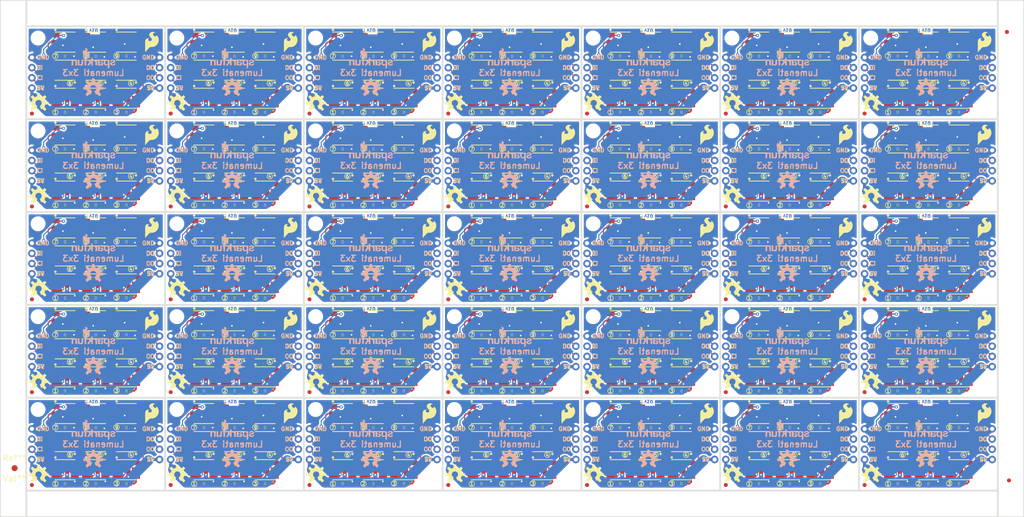
<source format=kicad_pcb>
(kicad_pcb (version 4) (host pcbnew 4.0.6)
  (layers (0 F.Cu signal) (31 B.Cu signal) (34 B.Paste user) (35 F.Paste user) (36 B.SilkS user) (37 F.SilkS user) (38 B.Mask user) (39 F.Mask user) (44 Edge.Cuts user))
  (net 0 "")
  (net 1 +5V)
  (net 2 GND)
  (net 3 "Net-(J1-Pad3)")
  (net 4 "Net-(J1-Pad2)")
  (net 5 "Net-(J2-Pad2)")
  (net 6 "Net-(J2-Pad3)")
  (net 7 "Net-(U1-Pad5)")
  (net 8 "Net-(U1-Pad6)")
  (net 9 "Net-(U2-Pad5)")
  (net 10 "Net-(U2-Pad6)")
  (net 11 "Net-(U3-Pad6)")
  (net 12 "Net-(U3-Pad5)")
  (net 13 "Net-(U4-Pad5)")
  (net 14 "Net-(U4-Pad6)")
  (net 15 "Net-(U5-Pad6)")
  (net 16 "Net-(U5-Pad5)")
  (net 17 "Net-(U6-Pad5)")
  (net 18 "Net-(U6-Pad6)")
  (net 19 "Net-(U7-Pad6)")
  (net 20 "Net-(U7-Pad5)")
  (net 21 "Net-(U8-Pad5)")
  (net 22 "Net-(U8-Pad6)")
  (module SparkFun:SFE_LOGO_NAME_FLAME_.1 (layer B.Cu) (at 248.412 121.666 180)
    (fp_text reference LOGO1 hide)
    (fp_text value SFE_LOGO_NAME_FLAME.1_INCH hide)
  )
  (module SparkFun:SFE_LOGO_NAME_FLAME_.1 (layer B.Cu) (at 213.868 121.666 180)
    (fp_text reference LOGO1 hide)
    (fp_text value SFE_LOGO_NAME_FLAME.1_INCH hide)
  )
  (module Aesthetics:OSHW-LOGO-M (layer B.Cu) (at 207.9371 126.4158 180)
    (fp_text reference "" (at 0 0 180) (layer B.SilkS) (effects (justify mirror)))
    (fp_text value "" (at 0 0 180) (layer B.SilkS) (effects (justify mirror)))
  )
  (module SparkFun:SFE_LOGO_NAME_FLAME_.1 (layer B.Cu) (at 179.324 121.666 180)
    (fp_text reference LOGO1 hide)
    (fp_text value SFE_LOGO_NAME_FLAME.1_INCH hide)
  )
  (module Aesthetics:OSHW-LOGO-M (layer B.Cu) (at 173.3931 126.4158 180)
    (fp_text reference "" (at 0 0 180) (layer B.SilkS) (effects (justify mirror)))
    (fp_text value "" (at 0 0 180) (layer B.SilkS) (effects (justify mirror)))
  )
  (module Aesthetics:OSHW-LOGO-M (layer B.Cu) (at 242.4811 126.4158 180)
    (fp_text reference "" (at 0 0 180) (layer B.SilkS) (effects (justify mirror)))
    (fp_text value "" (at 0 0 180) (layer B.SilkS) (effects (justify mirror)))
  )
  (module SparkFun:SFE_LOGO_NAME_FLAME_.1 (layer B.Cu) (at 144.78 121.666 180)
    (fp_text reference LOGO1 hide)
    (fp_text value SFE_LOGO_NAME_FLAME.1_INCH hide)
  )
  (module SparkFun:SFE_LOGO_NAME_FLAME_.1 (layer B.Cu) (at 110.236 121.666 180)
    (fp_text reference LOGO1 hide)
    (fp_text value SFE_LOGO_NAME_FLAME.1_INCH hide)
  )
  (module Aesthetics:OSHW-LOGO-M (layer B.Cu) (at 138.8491 126.4158 180)
    (fp_text reference "" (at 0 0 180) (layer B.SilkS) (effects (justify mirror)))
    (fp_text value "" (at 0 0 180) (layer B.SilkS) (effects (justify mirror)))
  )
  (module Aesthetics:OSHW-LOGO-M (layer B.Cu) (at 104.3051 126.4158 180)
    (fp_text reference "" (at 0 0 180) (layer B.SilkS) (effects (justify mirror)))
    (fp_text value "" (at 0 0 180) (layer B.SilkS) (effects (justify mirror)))
  )
  (module SparkFun:SFE_LOGO_NAME_FLAME_.1 (layer B.Cu) (at 75.692 121.666 180)
    (fp_text reference LOGO1 hide)
    (fp_text value SFE_LOGO_NAME_FLAME.1_INCH hide)
  )
  (module SparkFun:SFE_LOGO_NAME_FLAME_.1 (layer B.Cu) (at 41.148 121.666 180)
    (fp_text reference LOGO1 hide)
    (fp_text value SFE_LOGO_NAME_FLAME.1_INCH hide)
  )
  (module Aesthetics:OSHW-LOGO-M (layer B.Cu) (at 69.7611 126.4158 180)
    (fp_text reference "" (at 0 0 180) (layer B.SilkS) (effects (justify mirror)))
    (fp_text value "" (at 0 0 180) (layer B.SilkS) (effects (justify mirror)))
  )
  (module Aesthetics:OSHW-LOGO-M (layer B.Cu) (at 35.2171 126.4158 180)
    (fp_text reference "" (at 0 0 180) (layer B.SilkS) (effects (justify mirror)))
    (fp_text value "" (at 0 0 180) (layer B.SilkS) (effects (justify mirror)))
  )
  (module Pete:0603_revised (layer F.Cu) (at 250.698 132.3848 180)
    (fp_text reference C3 hide)
    (fp_text value 0.1uF hide)
    (pad 1 smd rect (at -0.84836 0 180) (size 1.09982 0.99822) (layers F.Cu F.Paste F.Mask) (net 1 +5V))
    (pad 2 smd rect (at 0.84836 0 180) (size 1.09982 0.99822) (layers F.Cu F.Paste F.Mask) (net 2 GND))
  )
  (module Pete:APA102_3 (layer F.Cu) (at 250.698 128.905 180)
    (fp_text reference U3 hide)
    (fp_text value APA102 hide)
    (pad 6 smd rect (at -2.4 1.700001) (size 2 1.1) (layers F.Cu F.Paste F.Mask) (net 11 "Net-(U3-Pad6)"))
    (pad 5 smd rect (at -2.399998 0) (size 2 1.1) (layers F.Cu F.Paste F.Mask) (net 12 "Net-(U3-Pad5)"))
    (pad 4 smd rect (at -2.4 -1.7) (size 2 1.1) (layers F.Cu F.Paste F.Mask) (net 1 +5V))
    (pad 3 smd rect (at 2.4 -1.700001 180) (size 2 1.1) (layers F.Cu F.Paste F.Mask) (net 2 GND))
    (pad 2 smd rect (at 2.399998 0 180) (size 2 1.1) (layers F.Cu F.Paste F.Mask) (net 9 "Net-(U2-Pad5)"))
    (pad 1 smd rect (at 2.4 1.7 180) (size 2 1.1) (layers F.Cu F.Paste F.Mask) (net 10 "Net-(U2-Pad6)"))
  )
  (module SFE_Connectors:1X04_NO_SILK (layer F.Cu) (at 258.953 126.365 90)
    (fp_text reference J2 hide)
    (fp_text value Output hide)
    (pad 1 thru_hole circle (at 0 0 90) (size 1.8796 1.8796) (drill 1.016) (layers *.Cu *.Mask) (net 1 +5V))
    (pad 2 thru_hole circle (at 2.54 0 90) (size 1.8796 1.8796) (drill 1.016) (layers *.Cu *.Mask) (net 5 "Net-(J2-Pad2)"))
    (pad 3 thru_hole circle (at 5.08 0 90) (size 1.8796 1.8796) (drill 1.016) (layers *.Cu *.Mask) (net 6 "Net-(J2-Pad3)"))
    (pad 4 thru_hole circle (at 7.62 0 90) (size 1.8796 1.8796) (drill 1.016) (layers *.Cu *.Mask) (net 2 GND))
  )
  (module Pete:STAND-OFF_115_2 (layer F.Cu) (at 257.429 131.191)
    (fp_text reference Ref** hide)
    (fp_text value Val** hide)
    (pad "" np_thru_hole circle (at 0 0) (size 2.921 2.921) (drill 2.921) (layers *.Cu *.Mask))
  )
  (module Pete:APA102_3 (layer F.Cu) (at 250.698 114.935 180)
    (fp_text reference U9 hide)
    (fp_text value APA102 hide)
    (pad 6 smd rect (at -2.4 1.700001) (size 2 1.1) (layers F.Cu F.Paste F.Mask) (net 6 "Net-(J2-Pad3)"))
    (pad 5 smd rect (at -2.399998 0) (size 2 1.1) (layers F.Cu F.Paste F.Mask) (net 5 "Net-(J2-Pad2)"))
    (pad 4 smd rect (at -2.4 -1.7) (size 2 1.1) (layers F.Cu F.Paste F.Mask) (net 1 +5V))
    (pad 3 smd rect (at 2.4 -1.700001 180) (size 2 1.1) (layers F.Cu F.Paste F.Mask) (net 2 GND))
    (pad 2 smd rect (at 2.399998 0 180) (size 2 1.1) (layers F.Cu F.Paste F.Mask) (net 21 "Net-(U8-Pad5)"))
    (pad 1 smd rect (at 2.4 1.7 180) (size 2 1.1) (layers F.Cu F.Paste F.Mask) (net 22 "Net-(U8-Pad6)"))
  )
  (module Pete:0603_revised (layer F.Cu) (at 250.698 118.4148 180)
    (fp_text reference C4 hide)
    (fp_text value 0.22uF hide)
    (pad 2 smd rect (at 0.84836 0 180) (size 1.09982 0.99822) (layers F.Cu F.Paste F.Mask) (net 1 +5V))
    (pad 1 smd rect (at -0.84836 0 180) (size 1.09982 0.99822) (layers F.Cu F.Paste F.Mask) (net 2 GND))
  )
  (module Aesthetics:FIDUCIAL-1X2 (layer F.Cu) (at 258.953 112.395)
    (fp_text reference FD1 hide)
    (fp_text value FIDUCIAL1X2 hide)
    (pad 1 smd circle (at 0 0) (size 0.99822 0.99822) (layers F.Cu F.Mask))
  )
  (module Aesthetics:SFE_LOGO_FLAME_.2 (layer F.Cu) (at 255.0414 117.729)
    (fp_text reference LOGO3 hide)
    (fp_text value SFE_LOGO_FLAME.4_INCH hide)
  )
  (module Pete:APA102_3 (layer F.Cu) (at 250.698 121.92)
    (fp_text reference U4 hide)
    (fp_text value APA102 hide)
    (pad 1 smd rect (at 2.4 1.7) (size 2 1.1) (layers F.Cu F.Paste F.Mask) (net 11 "Net-(U3-Pad6)"))
    (pad 2 smd rect (at 2.399998 0) (size 2 1.1) (layers F.Cu F.Paste F.Mask) (net 12 "Net-(U3-Pad5)"))
    (pad 3 smd rect (at 2.4 -1.700001) (size 2 1.1) (layers F.Cu F.Paste F.Mask) (net 2 GND))
    (pad 4 smd rect (at -2.4 -1.7 180) (size 2 1.1) (layers F.Cu F.Paste F.Mask) (net 1 +5V))
    (pad 5 smd rect (at -2.399998 0 180) (size 2 1.1) (layers F.Cu F.Paste F.Mask) (net 13 "Net-(U4-Pad5)"))
    (pad 6 smd rect (at -2.4 1.700001 180) (size 2 1.1) (layers F.Cu F.Paste F.Mask) (net 14 "Net-(U4-Pad6)"))
  )
  (module Pete:0603_revised (layer F.Cu) (at 235.458 118.4402 180)
    (fp_text reference C6 hide)
    (fp_text value 0.22uF hide)
    (pad 1 smd rect (at -0.84836 0 180) (size 1.09982 0.99822) (layers F.Cu F.Paste F.Mask) (net 2 GND))
    (pad 2 smd rect (at 0.84836 0 180) (size 1.09982 0.99822) (layers F.Cu F.Paste F.Mask) (net 1 +5V))
  )
  (module Pete:0603_revised (layer F.Cu) (at 243.1034 118.4402 180)
    (fp_text reference C5 hide)
    (fp_text value 0.22uF hide)
    (pad 1 smd rect (at -0.84836 0 180) (size 1.09982 0.99822) (layers F.Cu F.Paste F.Mask) (net 2 GND))
    (pad 2 smd rect (at 0.84836 0 180) (size 1.09982 0.99822) (layers F.Cu F.Paste F.Mask) (net 1 +5V))
  )
  (module Pete:APA102_3 (layer F.Cu) (at 243.078 114.935 180)
    (fp_text reference U8 hide)
    (fp_text value APA102 hide)
    (pad 1 smd rect (at 2.4 1.7 180) (size 2 1.1) (layers F.Cu F.Paste F.Mask) (net 19 "Net-(U7-Pad6)"))
    (pad 2 smd rect (at 2.399998 0 180) (size 2 1.1) (layers F.Cu F.Paste F.Mask) (net 20 "Net-(U7-Pad5)"))
    (pad 3 smd rect (at 2.4 -1.700001 180) (size 2 1.1) (layers F.Cu F.Paste F.Mask) (net 2 GND))
    (pad 4 smd rect (at -2.4 -1.7) (size 2 1.1) (layers F.Cu F.Paste F.Mask) (net 1 +5V))
    (pad 5 smd rect (at -2.399998 0) (size 2 1.1) (layers F.Cu F.Paste F.Mask) (net 21 "Net-(U8-Pad5)"))
    (pad 6 smd rect (at -2.4 1.700001) (size 2 1.1) (layers F.Cu F.Paste F.Mask) (net 22 "Net-(U8-Pad6)"))
  )
  (module Pete:APA102_3 (layer F.Cu) (at 235.458 114.935 180)
    (fp_text reference U7 hide)
    (fp_text value APA102 hide)
    (pad 6 smd rect (at -2.4 1.700001) (size 2 1.1) (layers F.Cu F.Paste F.Mask) (net 19 "Net-(U7-Pad6)"))
    (pad 5 smd rect (at -2.399998 0) (size 2 1.1) (layers F.Cu F.Paste F.Mask) (net 20 "Net-(U7-Pad5)"))
    (pad 4 smd rect (at -2.4 -1.7) (size 2 1.1) (layers F.Cu F.Paste F.Mask) (net 1 +5V))
    (pad 3 smd rect (at 2.4 -1.700001 180) (size 2 1.1) (layers F.Cu F.Paste F.Mask) (net 2 GND))
    (pad 2 smd rect (at 2.399998 0 180) (size 2 1.1) (layers F.Cu F.Paste F.Mask) (net 17 "Net-(U6-Pad5)"))
    (pad 1 smd rect (at 2.4 1.7 180) (size 2 1.1) (layers F.Cu F.Paste F.Mask) (net 18 "Net-(U6-Pad6)"))
  )
  (module Pete:APA102_3 (layer F.Cu) (at 243.078 128.905 180)
    (fp_text reference U2 hide)
    (fp_text value APA102 hide)
    (pad 1 smd rect (at 2.4 1.7 180) (size 2 1.1) (layers F.Cu F.Paste F.Mask) (net 8 "Net-(U1-Pad6)"))
    (pad 2 smd rect (at 2.399998 0 180) (size 2 1.1) (layers F.Cu F.Paste F.Mask) (net 7 "Net-(U1-Pad5)"))
    (pad 3 smd rect (at 2.4 -1.700001 180) (size 2 1.1) (layers F.Cu F.Paste F.Mask) (net 2 GND))
    (pad 4 smd rect (at -2.4 -1.7) (size 2 1.1) (layers F.Cu F.Paste F.Mask) (net 1 +5V))
    (pad 5 smd rect (at -2.399998 0) (size 2 1.1) (layers F.Cu F.Paste F.Mask) (net 9 "Net-(U2-Pad5)"))
    (pad 6 smd rect (at -2.4 1.700001) (size 2 1.1) (layers F.Cu F.Paste F.Mask) (net 10 "Net-(U2-Pad6)"))
  )
  (module Pete:0603_revised (layer F.Cu) (at 235.458 132.3848 180)
    (fp_text reference C1 hide)
    (fp_text value 0.1uF hide)
    (pad 1 smd rect (at -0.84836 0 180) (size 1.09982 0.99822) (layers F.Cu F.Paste F.Mask) (net 1 +5V))
    (pad 2 smd rect (at 0.84836 0 180) (size 1.09982 0.99822) (layers F.Cu F.Paste F.Mask) (net 2 GND))
  )
  (module Pete:APA102_3 (layer F.Cu) (at 243.078 121.92)
    (fp_text reference U5 hide)
    (fp_text value APA102 hide)
    (pad 6 smd rect (at -2.4 1.700001 180) (size 2 1.1) (layers F.Cu F.Paste F.Mask) (net 15 "Net-(U5-Pad6)"))
    (pad 5 smd rect (at -2.399998 0 180) (size 2 1.1) (layers F.Cu F.Paste F.Mask) (net 16 "Net-(U5-Pad5)"))
    (pad 4 smd rect (at -2.4 -1.7 180) (size 2 1.1) (layers F.Cu F.Paste F.Mask) (net 1 +5V))
    (pad 3 smd rect (at 2.4 -1.700001) (size 2 1.1) (layers F.Cu F.Paste F.Mask) (net 2 GND))
    (pad 2 smd rect (at 2.399998 0) (size 2 1.1) (layers F.Cu F.Paste F.Mask) (net 13 "Net-(U4-Pad5)"))
    (pad 1 smd rect (at 2.4 1.7) (size 2 1.1) (layers F.Cu F.Paste F.Mask) (net 14 "Net-(U4-Pad6)"))
  )
  (module Pete:APA102_3 (layer F.Cu) (at 235.458 128.905 180)
    (fp_text reference U1 hide)
    (fp_text value APA102 hide)
    (pad 1 smd rect (at 2.4 1.7 180) (size 2 1.1) (layers F.Cu F.Paste F.Mask) (net 4 "Net-(J1-Pad2)"))
    (pad 2 smd rect (at 2.399998 0 180) (size 2 1.1) (layers F.Cu F.Paste F.Mask) (net 3 "Net-(J1-Pad3)"))
    (pad 3 smd rect (at 2.4 -1.700001 180) (size 2 1.1) (layers F.Cu F.Paste F.Mask) (net 2 GND))
    (pad 4 smd rect (at -2.4 -1.7) (size 2 1.1) (layers F.Cu F.Paste F.Mask) (net 1 +5V))
    (pad 5 smd rect (at -2.399998 0) (size 2 1.1) (layers F.Cu F.Paste F.Mask) (net 7 "Net-(U1-Pad5)"))
    (pad 6 smd rect (at -2.4 1.700001) (size 2 1.1) (layers F.Cu F.Paste F.Mask) (net 8 "Net-(U1-Pad6)"))
  )
  (module Pete:0603_revised (layer F.Cu) (at 243.1034 132.3848 180)
    (fp_text reference C2 hide)
    (fp_text value 0.1uF hide)
    (pad 2 smd rect (at 0.84836 0 180) (size 1.09982 0.99822) (layers F.Cu F.Paste F.Mask) (net 2 GND))
    (pad 1 smd rect (at -0.84836 0 180) (size 1.09982 0.99822) (layers F.Cu F.Paste F.Mask) (net 1 +5V))
  )
  (module Pete:APA102_3 (layer F.Cu) (at 235.458 121.92)
    (fp_text reference U6 hide)
    (fp_text value APA102 hide)
    (pad 1 smd rect (at 2.4 1.7) (size 2 1.1) (layers F.Cu F.Paste F.Mask) (net 15 "Net-(U5-Pad6)"))
    (pad 2 smd rect (at 2.399998 0) (size 2 1.1) (layers F.Cu F.Paste F.Mask) (net 16 "Net-(U5-Pad5)"))
    (pad 3 smd rect (at 2.4 -1.700001) (size 2 1.1) (layers F.Cu F.Paste F.Mask) (net 2 GND))
    (pad 4 smd rect (at -2.4 -1.7 180) (size 2 1.1) (layers F.Cu F.Paste F.Mask) (net 1 +5V))
    (pad 5 smd rect (at -2.399998 0 180) (size 2 1.1) (layers F.Cu F.Paste F.Mask) (net 17 "Net-(U6-Pad5)"))
    (pad 6 smd rect (at -2.4 1.700001 180) (size 2 1.1) (layers F.Cu F.Paste F.Mask) (net 18 "Net-(U6-Pad6)"))
  )
  (module Pete:STAND-OFF_115_2 (layer F.Cu) (at 228.727 113.919)
    (fp_text reference Ref** hide)
    (fp_text value Val** hide)
    (pad "" np_thru_hole circle (at 0 0) (size 2.921 2.921) (drill 2.921) (layers *.Cu *.Mask))
  )
  (module Pete:APA102_3 (layer F.Cu) (at 216.154 114.935 180)
    (fp_text reference U9 hide)
    (fp_text value APA102 hide)
    (pad 6 smd rect (at -2.4 1.700001) (size 2 1.1) (layers F.Cu F.Paste F.Mask) (net 6 "Net-(J2-Pad3)"))
    (pad 5 smd rect (at -2.399998 0) (size 2 1.1) (layers F.Cu F.Paste F.Mask) (net 5 "Net-(J2-Pad2)"))
    (pad 4 smd rect (at -2.4 -1.7) (size 2 1.1) (layers F.Cu F.Paste F.Mask) (net 1 +5V))
    (pad 3 smd rect (at 2.4 -1.700001 180) (size 2 1.1) (layers F.Cu F.Paste F.Mask) (net 2 GND))
    (pad 2 smd rect (at 2.399998 0 180) (size 2 1.1) (layers F.Cu F.Paste F.Mask) (net 21 "Net-(U8-Pad5)"))
    (pad 1 smd rect (at 2.4 1.7 180) (size 2 1.1) (layers F.Cu F.Paste F.Mask) (net 22 "Net-(U8-Pad6)"))
  )
  (module Aesthetics:SFE_LOGO_FLAME_.2 (layer F.Cu) (at 220.4974 117.729)
    (fp_text reference LOGO3 hide)
    (fp_text value SFE_LOGO_FLAME.4_INCH hide)
  )
  (module Aesthetics:FIDUCIAL-1X2 (layer F.Cu) (at 224.409 112.395)
    (fp_text reference FD1 hide)
    (fp_text value FIDUCIAL1X2 hide)
    (pad 1 smd circle (at 0 0) (size 0.99822 0.99822) (layers F.Cu F.Mask))
  )
  (module SFE_Connectors:1X04_NO_SILK (layer F.Cu) (at 227.203 118.745 270)
    (fp_text reference J1 hide)
    (fp_text value Input hide)
    (pad 4 thru_hole circle (at 7.62 0 270) (size 1.8796 1.8796) (drill 1.016) (layers *.Cu *.Mask) (net 1 +5V))
    (pad 3 thru_hole circle (at 5.08 0 270) (size 1.8796 1.8796) (drill 1.016) (layers *.Cu *.Mask) (net 3 "Net-(J1-Pad3)"))
    (pad 2 thru_hole circle (at 2.54 0 270) (size 1.8796 1.8796) (drill 1.016) (layers *.Cu *.Mask) (net 4 "Net-(J1-Pad2)"))
    (pad 1 thru_hole circle (at 0 0 270) (size 1.8796 1.8796) (drill 1.016) (layers *.Cu *.Mask) (net 2 GND))
  )
  (module Pete:0603_revised (layer F.Cu) (at 216.154 118.4148 180)
    (fp_text reference C4 hide)
    (fp_text value 0.22uF hide)
    (pad 2 smd rect (at 0.84836 0 180) (size 1.09982 0.99822) (layers F.Cu F.Paste F.Mask) (net 1 +5V))
    (pad 1 smd rect (at -0.84836 0 180) (size 1.09982 0.99822) (layers F.Cu F.Paste F.Mask) (net 2 GND))
  )
  (module Pete:APA102_3 (layer F.Cu) (at 216.154 128.905 180)
    (fp_text reference U3 hide)
    (fp_text value APA102 hide)
    (pad 6 smd rect (at -2.4 1.700001) (size 2 1.1) (layers F.Cu F.Paste F.Mask) (net 11 "Net-(U3-Pad6)"))
    (pad 5 smd rect (at -2.399998 0) (size 2 1.1) (layers F.Cu F.Paste F.Mask) (net 12 "Net-(U3-Pad5)"))
    (pad 4 smd rect (at -2.4 -1.7) (size 2 1.1) (layers F.Cu F.Paste F.Mask) (net 1 +5V))
    (pad 3 smd rect (at 2.4 -1.700001 180) (size 2 1.1) (layers F.Cu F.Paste F.Mask) (net 2 GND))
    (pad 2 smd rect (at 2.399998 0 180) (size 2 1.1) (layers F.Cu F.Paste F.Mask) (net 9 "Net-(U2-Pad5)"))
    (pad 1 smd rect (at 2.4 1.7 180) (size 2 1.1) (layers F.Cu F.Paste F.Mask) (net 10 "Net-(U2-Pad6)"))
  )
  (module SFE_Connectors:1X04_NO_SILK (layer F.Cu) (at 224.409 126.365 90)
    (fp_text reference J2 hide)
    (fp_text value Output hide)
    (pad 1 thru_hole circle (at 0 0 90) (size 1.8796 1.8796) (drill 1.016) (layers *.Cu *.Mask) (net 1 +5V))
    (pad 2 thru_hole circle (at 2.54 0 90) (size 1.8796 1.8796) (drill 1.016) (layers *.Cu *.Mask) (net 5 "Net-(J2-Pad2)"))
    (pad 3 thru_hole circle (at 5.08 0 90) (size 1.8796 1.8796) (drill 1.016) (layers *.Cu *.Mask) (net 6 "Net-(J2-Pad3)"))
    (pad 4 thru_hole circle (at 7.62 0 90) (size 1.8796 1.8796) (drill 1.016) (layers *.Cu *.Mask) (net 2 GND))
  )
  (module Pete:APA102_3 (layer F.Cu) (at 216.154 121.92)
    (fp_text reference U4 hide)
    (fp_text value APA102 hide)
    (pad 1 smd rect (at 2.4 1.7) (size 2 1.1) (layers F.Cu F.Paste F.Mask) (net 11 "Net-(U3-Pad6)"))
    (pad 2 smd rect (at 2.399998 0) (size 2 1.1) (layers F.Cu F.Paste F.Mask) (net 12 "Net-(U3-Pad5)"))
    (pad 3 smd rect (at 2.4 -1.700001) (size 2 1.1) (layers F.Cu F.Paste F.Mask) (net 2 GND))
    (pad 4 smd rect (at -2.4 -1.7 180) (size 2 1.1) (layers F.Cu F.Paste F.Mask) (net 1 +5V))
    (pad 5 smd rect (at -2.399998 0 180) (size 2 1.1) (layers F.Cu F.Paste F.Mask) (net 13 "Net-(U4-Pad5)"))
    (pad 6 smd rect (at -2.4 1.700001 180) (size 2 1.1) (layers F.Cu F.Paste F.Mask) (net 14 "Net-(U4-Pad6)"))
  )
  (module Pete:APA102_3 (layer F.Cu) (at 200.914 128.905 180)
    (fp_text reference U1 hide)
    (fp_text value APA102 hide)
    (pad 1 smd rect (at 2.4 1.7 180) (size 2 1.1) (layers F.Cu F.Paste F.Mask) (net 4 "Net-(J1-Pad2)"))
    (pad 2 smd rect (at 2.399998 0 180) (size 2 1.1) (layers F.Cu F.Paste F.Mask) (net 3 "Net-(J1-Pad3)"))
    (pad 3 smd rect (at 2.4 -1.700001 180) (size 2 1.1) (layers F.Cu F.Paste F.Mask) (net 2 GND))
    (pad 4 smd rect (at -2.4 -1.7) (size 2 1.1) (layers F.Cu F.Paste F.Mask) (net 1 +5V))
    (pad 5 smd rect (at -2.399998 0) (size 2 1.1) (layers F.Cu F.Paste F.Mask) (net 7 "Net-(U1-Pad5)"))
    (pad 6 smd rect (at -2.4 1.700001) (size 2 1.1) (layers F.Cu F.Paste F.Mask) (net 8 "Net-(U1-Pad6)"))
  )
  (module Pete:0603_revised (layer F.Cu) (at 208.5594 132.3848 180)
    (fp_text reference C2 hide)
    (fp_text value 0.1uF hide)
    (pad 2 smd rect (at 0.84836 0 180) (size 1.09982 0.99822) (layers F.Cu F.Paste F.Mask) (net 2 GND))
    (pad 1 smd rect (at -0.84836 0 180) (size 1.09982 0.99822) (layers F.Cu F.Paste F.Mask) (net 1 +5V))
  )
  (module Pete:APA102_3 (layer F.Cu) (at 208.534 128.905 180)
    (fp_text reference U2 hide)
    (fp_text value APA102 hide)
    (pad 1 smd rect (at 2.4 1.7 180) (size 2 1.1) (layers F.Cu F.Paste F.Mask) (net 8 "Net-(U1-Pad6)"))
    (pad 2 smd rect (at 2.399998 0 180) (size 2 1.1) (layers F.Cu F.Paste F.Mask) (net 7 "Net-(U1-Pad5)"))
    (pad 3 smd rect (at 2.4 -1.700001 180) (size 2 1.1) (layers F.Cu F.Paste F.Mask) (net 2 GND))
    (pad 4 smd rect (at -2.4 -1.7) (size 2 1.1) (layers F.Cu F.Paste F.Mask) (net 1 +5V))
    (pad 5 smd rect (at -2.399998 0) (size 2 1.1) (layers F.Cu F.Paste F.Mask) (net 9 "Net-(U2-Pad5)"))
    (pad 6 smd rect (at -2.4 1.700001) (size 2 1.1) (layers F.Cu F.Paste F.Mask) (net 10 "Net-(U2-Pad6)"))
  )
  (module Pete:0603_revised (layer F.Cu) (at 200.914 132.3848 180)
    (fp_text reference C1 hide)
    (fp_text value 0.1uF hide)
    (pad 1 smd rect (at -0.84836 0 180) (size 1.09982 0.99822) (layers F.Cu F.Paste F.Mask) (net 1 +5V))
    (pad 2 smd rect (at 0.84836 0 180) (size 1.09982 0.99822) (layers F.Cu F.Paste F.Mask) (net 2 GND))
  )
  (module Pete:0603_revised (layer F.Cu) (at 216.154 132.3848 180)
    (fp_text reference C3 hide)
    (fp_text value 0.1uF hide)
    (pad 1 smd rect (at -0.84836 0 180) (size 1.09982 0.99822) (layers F.Cu F.Paste F.Mask) (net 1 +5V))
    (pad 2 smd rect (at 0.84836 0 180) (size 1.09982 0.99822) (layers F.Cu F.Paste F.Mask) (net 2 GND))
  )
  (module Aesthetics:FIDUCIAL-1X2 (layer F.Cu) (at 227.203 132.715)
    (fp_text reference FD2 hide)
    (fp_text value FIDUCIAL1X2 hide)
    (pad 1 smd circle (at 0 0) (size 0.99822 0.99822) (layers F.Cu F.Mask))
  )
  (module Aesthetics:OSHW-LOGO-M (layer F.Cu) (at 228.854 130.0988)
    (fp_text reference LOGO2 hide)
    (fp_text value OSHW-LOGOMINI hide)
  )
  (module Pete:STAND-OFF_115_2 (layer F.Cu) (at 222.885 131.191)
    (fp_text reference Ref** hide)
    (fp_text value Val** hide)
    (pad "" np_thru_hole circle (at 0 0) (size 2.921 2.921) (drill 2.921) (layers *.Cu *.Mask))
  )
  (module Pete:APA102_3 (layer F.Cu) (at 208.534 114.935 180)
    (fp_text reference U8 hide)
    (fp_text value APA102 hide)
    (pad 1 smd rect (at 2.4 1.7 180) (size 2 1.1) (layers F.Cu F.Paste F.Mask) (net 19 "Net-(U7-Pad6)"))
    (pad 2 smd rect (at 2.399998 0 180) (size 2 1.1) (layers F.Cu F.Paste F.Mask) (net 20 "Net-(U7-Pad5)"))
    (pad 3 smd rect (at 2.4 -1.700001 180) (size 2 1.1) (layers F.Cu F.Paste F.Mask) (net 2 GND))
    (pad 4 smd rect (at -2.4 -1.7) (size 2 1.1) (layers F.Cu F.Paste F.Mask) (net 1 +5V))
    (pad 5 smd rect (at -2.399998 0) (size 2 1.1) (layers F.Cu F.Paste F.Mask) (net 21 "Net-(U8-Pad5)"))
    (pad 6 smd rect (at -2.4 1.700001) (size 2 1.1) (layers F.Cu F.Paste F.Mask) (net 22 "Net-(U8-Pad6)"))
  )
  (module Pete:APA102_3 (layer F.Cu) (at 200.914 114.935 180)
    (fp_text reference U7 hide)
    (fp_text value APA102 hide)
    (pad 6 smd rect (at -2.4 1.700001) (size 2 1.1) (layers F.Cu F.Paste F.Mask) (net 19 "Net-(U7-Pad6)"))
    (pad 5 smd rect (at -2.399998 0) (size 2 1.1) (layers F.Cu F.Paste F.Mask) (net 20 "Net-(U7-Pad5)"))
    (pad 4 smd rect (at -2.4 -1.7) (size 2 1.1) (layers F.Cu F.Paste F.Mask) (net 1 +5V))
    (pad 3 smd rect (at 2.4 -1.700001 180) (size 2 1.1) (layers F.Cu F.Paste F.Mask) (net 2 GND))
    (pad 2 smd rect (at 2.399998 0 180) (size 2 1.1) (layers F.Cu F.Paste F.Mask) (net 17 "Net-(U6-Pad5)"))
    (pad 1 smd rect (at 2.4 1.7 180) (size 2 1.1) (layers F.Cu F.Paste F.Mask) (net 18 "Net-(U6-Pad6)"))
  )
  (module Pete:APA102_3 (layer F.Cu) (at 200.914 121.92)
    (fp_text reference U6 hide)
    (fp_text value APA102 hide)
    (pad 1 smd rect (at 2.4 1.7) (size 2 1.1) (layers F.Cu F.Paste F.Mask) (net 15 "Net-(U5-Pad6)"))
    (pad 2 smd rect (at 2.399998 0) (size 2 1.1) (layers F.Cu F.Paste F.Mask) (net 16 "Net-(U5-Pad5)"))
    (pad 3 smd rect (at 2.4 -1.700001) (size 2 1.1) (layers F.Cu F.Paste F.Mask) (net 2 GND))
    (pad 4 smd rect (at -2.4 -1.7 180) (size 2 1.1) (layers F.Cu F.Paste F.Mask) (net 1 +5V))
    (pad 5 smd rect (at -2.399998 0 180) (size 2 1.1) (layers F.Cu F.Paste F.Mask) (net 17 "Net-(U6-Pad5)"))
    (pad 6 smd rect (at -2.4 1.700001 180) (size 2 1.1) (layers F.Cu F.Paste F.Mask) (net 18 "Net-(U6-Pad6)"))
  )
  (module Pete:0603_revised (layer F.Cu) (at 200.914 118.4402 180)
    (fp_text reference C6 hide)
    (fp_text value 0.22uF hide)
    (pad 1 smd rect (at -0.84836 0 180) (size 1.09982 0.99822) (layers F.Cu F.Paste F.Mask) (net 2 GND))
    (pad 2 smd rect (at 0.84836 0 180) (size 1.09982 0.99822) (layers F.Cu F.Paste F.Mask) (net 1 +5V))
  )
  (module Pete:APA102_3 (layer F.Cu) (at 208.534 121.92)
    (fp_text reference U5 hide)
    (fp_text value APA102 hide)
    (pad 6 smd rect (at -2.4 1.700001 180) (size 2 1.1) (layers F.Cu F.Paste F.Mask) (net 15 "Net-(U5-Pad6)"))
    (pad 5 smd rect (at -2.399998 0 180) (size 2 1.1) (layers F.Cu F.Paste F.Mask) (net 16 "Net-(U5-Pad5)"))
    (pad 4 smd rect (at -2.4 -1.7 180) (size 2 1.1) (layers F.Cu F.Paste F.Mask) (net 1 +5V))
    (pad 3 smd rect (at 2.4 -1.700001) (size 2 1.1) (layers F.Cu F.Paste F.Mask) (net 2 GND))
    (pad 2 smd rect (at 2.399998 0) (size 2 1.1) (layers F.Cu F.Paste F.Mask) (net 13 "Net-(U4-Pad5)"))
    (pad 1 smd rect (at 2.4 1.7) (size 2 1.1) (layers F.Cu F.Paste F.Mask) (net 14 "Net-(U4-Pad6)"))
  )
  (module Pete:0603_revised (layer F.Cu) (at 208.5594 118.4402 180)
    (fp_text reference C5 hide)
    (fp_text value 0.22uF hide)
    (pad 1 smd rect (at -0.84836 0 180) (size 1.09982 0.99822) (layers F.Cu F.Paste F.Mask) (net 2 GND))
    (pad 2 smd rect (at 0.84836 0 180) (size 1.09982 0.99822) (layers F.Cu F.Paste F.Mask) (net 1 +5V))
  )
  (module Pete:APA102_3 (layer F.Cu) (at 166.37 114.935 180)
    (fp_text reference U7 hide)
    (fp_text value APA102 hide)
    (pad 6 smd rect (at -2.4 1.700001) (size 2 1.1) (layers F.Cu F.Paste F.Mask) (net 19 "Net-(U7-Pad6)"))
    (pad 5 smd rect (at -2.399998 0) (size 2 1.1) (layers F.Cu F.Paste F.Mask) (net 20 "Net-(U7-Pad5)"))
    (pad 4 smd rect (at -2.4 -1.7) (size 2 1.1) (layers F.Cu F.Paste F.Mask) (net 1 +5V))
    (pad 3 smd rect (at 2.4 -1.700001 180) (size 2 1.1) (layers F.Cu F.Paste F.Mask) (net 2 GND))
    (pad 2 smd rect (at 2.399998 0 180) (size 2 1.1) (layers F.Cu F.Paste F.Mask) (net 17 "Net-(U6-Pad5)"))
    (pad 1 smd rect (at 2.4 1.7 180) (size 2 1.1) (layers F.Cu F.Paste F.Mask) (net 18 "Net-(U6-Pad6)"))
  )
  (module Pete:0603_revised (layer F.Cu) (at 174.0154 118.4402 180)
    (fp_text reference C5 hide)
    (fp_text value 0.22uF hide)
    (pad 1 smd rect (at -0.84836 0 180) (size 1.09982 0.99822) (layers F.Cu F.Paste F.Mask) (net 2 GND))
    (pad 2 smd rect (at 0.84836 0 180) (size 1.09982 0.99822) (layers F.Cu F.Paste F.Mask) (net 1 +5V))
  )
  (module Pete:APA102_3 (layer F.Cu) (at 166.37 121.92)
    (fp_text reference U6 hide)
    (fp_text value APA102 hide)
    (pad 1 smd rect (at 2.4 1.7) (size 2 1.1) (layers F.Cu F.Paste F.Mask) (net 15 "Net-(U5-Pad6)"))
    (pad 2 smd rect (at 2.399998 0) (size 2 1.1) (layers F.Cu F.Paste F.Mask) (net 16 "Net-(U5-Pad5)"))
    (pad 3 smd rect (at 2.4 -1.700001) (size 2 1.1) (layers F.Cu F.Paste F.Mask) (net 2 GND))
    (pad 4 smd rect (at -2.4 -1.7 180) (size 2 1.1) (layers F.Cu F.Paste F.Mask) (net 1 +5V))
    (pad 5 smd rect (at -2.399998 0 180) (size 2 1.1) (layers F.Cu F.Paste F.Mask) (net 17 "Net-(U6-Pad5)"))
    (pad 6 smd rect (at -2.4 1.700001 180) (size 2 1.1) (layers F.Cu F.Paste F.Mask) (net 18 "Net-(U6-Pad6)"))
  )
  (module Pete:APA102_3 (layer F.Cu) (at 173.99 114.935 180)
    (fp_text reference U8 hide)
    (fp_text value APA102 hide)
    (pad 1 smd rect (at 2.4 1.7 180) (size 2 1.1) (layers F.Cu F.Paste F.Mask) (net 19 "Net-(U7-Pad6)"))
    (pad 2 smd rect (at 2.399998 0 180) (size 2 1.1) (layers F.Cu F.Paste F.Mask) (net 20 "Net-(U7-Pad5)"))
    (pad 3 smd rect (at 2.4 -1.700001 180) (size 2 1.1) (layers F.Cu F.Paste F.Mask) (net 2 GND))
    (pad 4 smd rect (at -2.4 -1.7) (size 2 1.1) (layers F.Cu F.Paste F.Mask) (net 1 +5V))
    (pad 5 smd rect (at -2.399998 0) (size 2 1.1) (layers F.Cu F.Paste F.Mask) (net 21 "Net-(U8-Pad5)"))
    (pad 6 smd rect (at -2.4 1.700001) (size 2 1.1) (layers F.Cu F.Paste F.Mask) (net 22 "Net-(U8-Pad6)"))
  )
  (module Pete:APA102_3 (layer F.Cu) (at 173.99 121.92)
    (fp_text reference U5 hide)
    (fp_text value APA102 hide)
    (pad 6 smd rect (at -2.4 1.700001 180) (size 2 1.1) (layers F.Cu F.Paste F.Mask) (net 15 "Net-(U5-Pad6)"))
    (pad 5 smd rect (at -2.399998 0 180) (size 2 1.1) (layers F.Cu F.Paste F.Mask) (net 16 "Net-(U5-Pad5)"))
    (pad 4 smd rect (at -2.4 -1.7 180) (size 2 1.1) (layers F.Cu F.Paste F.Mask) (net 1 +5V))
    (pad 3 smd rect (at 2.4 -1.700001) (size 2 1.1) (layers F.Cu F.Paste F.Mask) (net 2 GND))
    (pad 2 smd rect (at 2.399998 0) (size 2 1.1) (layers F.Cu F.Paste F.Mask) (net 13 "Net-(U4-Pad5)"))
    (pad 1 smd rect (at 2.4 1.7) (size 2 1.1) (layers F.Cu F.Paste F.Mask) (net 14 "Net-(U4-Pad6)"))
  )
  (module Pete:0603_revised (layer F.Cu) (at 166.37 118.4402 180)
    (fp_text reference C6 hide)
    (fp_text value 0.22uF hide)
    (pad 1 smd rect (at -0.84836 0 180) (size 1.09982 0.99822) (layers F.Cu F.Paste F.Mask) (net 2 GND))
    (pad 2 smd rect (at 0.84836 0 180) (size 1.09982 0.99822) (layers F.Cu F.Paste F.Mask) (net 1 +5V))
  )
  (module Pete:APA102_3 (layer F.Cu) (at 166.37 128.905 180)
    (fp_text reference U1 hide)
    (fp_text value APA102 hide)
    (pad 1 smd rect (at 2.4 1.7 180) (size 2 1.1) (layers F.Cu F.Paste F.Mask) (net 4 "Net-(J1-Pad2)"))
    (pad 2 smd rect (at 2.399998 0 180) (size 2 1.1) (layers F.Cu F.Paste F.Mask) (net 3 "Net-(J1-Pad3)"))
    (pad 3 smd rect (at 2.4 -1.700001 180) (size 2 1.1) (layers F.Cu F.Paste F.Mask) (net 2 GND))
    (pad 4 smd rect (at -2.4 -1.7) (size 2 1.1) (layers F.Cu F.Paste F.Mask) (net 1 +5V))
    (pad 5 smd rect (at -2.399998 0) (size 2 1.1) (layers F.Cu F.Paste F.Mask) (net 7 "Net-(U1-Pad5)"))
    (pad 6 smd rect (at -2.4 1.700001) (size 2 1.1) (layers F.Cu F.Paste F.Mask) (net 8 "Net-(U1-Pad6)"))
  )
  (module Pete:0603_revised (layer F.Cu) (at 174.0154 132.3848 180)
    (fp_text reference C2 hide)
    (fp_text value 0.1uF hide)
    (pad 2 smd rect (at 0.84836 0 180) (size 1.09982 0.99822) (layers F.Cu F.Paste F.Mask) (net 2 GND))
    (pad 1 smd rect (at -0.84836 0 180) (size 1.09982 0.99822) (layers F.Cu F.Paste F.Mask) (net 1 +5V))
  )
  (module Pete:0603_revised (layer F.Cu) (at 166.37 132.3848 180)
    (fp_text reference C1 hide)
    (fp_text value 0.1uF hide)
    (pad 1 smd rect (at -0.84836 0 180) (size 1.09982 0.99822) (layers F.Cu F.Paste F.Mask) (net 1 +5V))
    (pad 2 smd rect (at 0.84836 0 180) (size 1.09982 0.99822) (layers F.Cu F.Paste F.Mask) (net 2 GND))
  )
  (module Pete:APA102_3 (layer F.Cu) (at 173.99 128.905 180)
    (fp_text reference U2 hide)
    (fp_text value APA102 hide)
    (pad 1 smd rect (at 2.4 1.7 180) (size 2 1.1) (layers F.Cu F.Paste F.Mask) (net 8 "Net-(U1-Pad6)"))
    (pad 2 smd rect (at 2.399998 0 180) (size 2 1.1) (layers F.Cu F.Paste F.Mask) (net 7 "Net-(U1-Pad5)"))
    (pad 3 smd rect (at 2.4 -1.700001 180) (size 2 1.1) (layers F.Cu F.Paste F.Mask) (net 2 GND))
    (pad 4 smd rect (at -2.4 -1.7) (size 2 1.1) (layers F.Cu F.Paste F.Mask) (net 1 +5V))
    (pad 5 smd rect (at -2.399998 0) (size 2 1.1) (layers F.Cu F.Paste F.Mask) (net 9 "Net-(U2-Pad5)"))
    (pad 6 smd rect (at -2.4 1.700001) (size 2 1.1) (layers F.Cu F.Paste F.Mask) (net 10 "Net-(U2-Pad6)"))
  )
  (module Aesthetics:FIDUCIAL-1X2 (layer F.Cu) (at 192.659 132.715)
    (fp_text reference FD2 hide)
    (fp_text value FIDUCIAL1X2 hide)
    (pad 1 smd circle (at 0 0) (size 0.99822 0.99822) (layers F.Cu F.Mask))
  )
  (module Aesthetics:OSHW-LOGO-M (layer F.Cu) (at 194.31 130.0988)
    (fp_text reference LOGO2 hide)
    (fp_text value OSHW-LOGOMINI hide)
  )
  (module Pete:STAND-OFF_115_2 (layer F.Cu) (at 188.341 131.191)
    (fp_text reference Ref** hide)
    (fp_text value Val** hide)
    (pad "" np_thru_hole circle (at 0 0) (size 2.921 2.921) (drill 2.921) (layers *.Cu *.Mask))
  )
  (module Pete:APA102_3 (layer F.Cu) (at 181.61 128.905 180)
    (fp_text reference U3 hide)
    (fp_text value APA102 hide)
    (pad 6 smd rect (at -2.4 1.700001) (size 2 1.1) (layers F.Cu F.Paste F.Mask) (net 11 "Net-(U3-Pad6)"))
    (pad 5 smd rect (at -2.399998 0) (size 2 1.1) (layers F.Cu F.Paste F.Mask) (net 12 "Net-(U3-Pad5)"))
    (pad 4 smd rect (at -2.4 -1.7) (size 2 1.1) (layers F.Cu F.Paste F.Mask) (net 1 +5V))
    (pad 3 smd rect (at 2.4 -1.700001 180) (size 2 1.1) (layers F.Cu F.Paste F.Mask) (net 2 GND))
    (pad 2 smd rect (at 2.399998 0 180) (size 2 1.1) (layers F.Cu F.Paste F.Mask) (net 9 "Net-(U2-Pad5)"))
    (pad 1 smd rect (at 2.4 1.7 180) (size 2 1.1) (layers F.Cu F.Paste F.Mask) (net 10 "Net-(U2-Pad6)"))
  )
  (module Pete:0603_revised (layer F.Cu) (at 181.61 132.3848 180)
    (fp_text reference C3 hide)
    (fp_text value 0.1uF hide)
    (pad 1 smd rect (at -0.84836 0 180) (size 1.09982 0.99822) (layers F.Cu F.Paste F.Mask) (net 1 +5V))
    (pad 2 smd rect (at 0.84836 0 180) (size 1.09982 0.99822) (layers F.Cu F.Paste F.Mask) (net 2 GND))
  )
  (module SFE_Connectors:1X04_NO_SILK (layer F.Cu) (at 189.865 126.365 90)
    (fp_text reference J2 hide)
    (fp_text value Output hide)
    (pad 1 thru_hole circle (at 0 0 90) (size 1.8796 1.8796) (drill 1.016) (layers *.Cu *.Mask) (net 1 +5V))
    (pad 2 thru_hole circle (at 2.54 0 90) (size 1.8796 1.8796) (drill 1.016) (layers *.Cu *.Mask) (net 5 "Net-(J2-Pad2)"))
    (pad 3 thru_hole circle (at 5.08 0 90) (size 1.8796 1.8796) (drill 1.016) (layers *.Cu *.Mask) (net 6 "Net-(J2-Pad3)"))
    (pad 4 thru_hole circle (at 7.62 0 90) (size 1.8796 1.8796) (drill 1.016) (layers *.Cu *.Mask) (net 2 GND))
  )
  (module Pete:0603_revised (layer F.Cu) (at 181.61 118.4148 180)
    (fp_text reference C4 hide)
    (fp_text value 0.22uF hide)
    (pad 2 smd rect (at 0.84836 0 180) (size 1.09982 0.99822) (layers F.Cu F.Paste F.Mask) (net 1 +5V))
    (pad 1 smd rect (at -0.84836 0 180) (size 1.09982 0.99822) (layers F.Cu F.Paste F.Mask) (net 2 GND))
  )
  (module SFE_Connectors:1X04_NO_SILK (layer F.Cu) (at 192.659 118.745 270)
    (fp_text reference J1 hide)
    (fp_text value Input hide)
    (pad 4 thru_hole circle (at 7.62 0 270) (size 1.8796 1.8796) (drill 1.016) (layers *.Cu *.Mask) (net 1 +5V))
    (pad 3 thru_hole circle (at 5.08 0 270) (size 1.8796 1.8796) (drill 1.016) (layers *.Cu *.Mask) (net 3 "Net-(J1-Pad3)"))
    (pad 2 thru_hole circle (at 2.54 0 270) (size 1.8796 1.8796) (drill 1.016) (layers *.Cu *.Mask) (net 4 "Net-(J1-Pad2)"))
    (pad 1 thru_hole circle (at 0 0 270) (size 1.8796 1.8796) (drill 1.016) (layers *.Cu *.Mask) (net 2 GND))
  )
  (module Pete:APA102_3 (layer F.Cu) (at 181.61 121.92)
    (fp_text reference U4 hide)
    (fp_text value APA102 hide)
    (pad 1 smd rect (at 2.4 1.7) (size 2 1.1) (layers F.Cu F.Paste F.Mask) (net 11 "Net-(U3-Pad6)"))
    (pad 2 smd rect (at 2.399998 0) (size 2 1.1) (layers F.Cu F.Paste F.Mask) (net 12 "Net-(U3-Pad5)"))
    (pad 3 smd rect (at 2.4 -1.700001) (size 2 1.1) (layers F.Cu F.Paste F.Mask) (net 2 GND))
    (pad 4 smd rect (at -2.4 -1.7 180) (size 2 1.1) (layers F.Cu F.Paste F.Mask) (net 1 +5V))
    (pad 5 smd rect (at -2.399998 0 180) (size 2 1.1) (layers F.Cu F.Paste F.Mask) (net 13 "Net-(U4-Pad5)"))
    (pad 6 smd rect (at -2.4 1.700001 180) (size 2 1.1) (layers F.Cu F.Paste F.Mask) (net 14 "Net-(U4-Pad6)"))
  )
  (module Aesthetics:FIDUCIAL-1X2 (layer F.Cu) (at 189.865 112.395)
    (fp_text reference FD1 hide)
    (fp_text value FIDUCIAL1X2 hide)
    (pad 1 smd circle (at 0 0) (size 0.99822 0.99822) (layers F.Cu F.Mask))
  )
  (module Pete:APA102_3 (layer F.Cu) (at 181.61 114.935 180)
    (fp_text reference U9 hide)
    (fp_text value APA102 hide)
    (pad 6 smd rect (at -2.4 1.700001) (size 2 1.1) (layers F.Cu F.Paste F.Mask) (net 6 "Net-(J2-Pad3)"))
    (pad 5 smd rect (at -2.399998 0) (size 2 1.1) (layers F.Cu F.Paste F.Mask) (net 5 "Net-(J2-Pad2)"))
    (pad 4 smd rect (at -2.4 -1.7) (size 2 1.1) (layers F.Cu F.Paste F.Mask) (net 1 +5V))
    (pad 3 smd rect (at 2.4 -1.700001 180) (size 2 1.1) (layers F.Cu F.Paste F.Mask) (net 2 GND))
    (pad 2 smd rect (at 2.399998 0 180) (size 2 1.1) (layers F.Cu F.Paste F.Mask) (net 21 "Net-(U8-Pad5)"))
    (pad 1 smd rect (at 2.4 1.7 180) (size 2 1.1) (layers F.Cu F.Paste F.Mask) (net 22 "Net-(U8-Pad6)"))
  )
  (module Pete:STAND-OFF_115_2 (layer F.Cu) (at 194.183 113.919)
    (fp_text reference Ref** hide)
    (fp_text value Val** hide)
    (pad "" np_thru_hole circle (at 0 0) (size 2.921 2.921) (drill 2.921) (layers *.Cu *.Mask))
  )
  (module Aesthetics:SFE_LOGO_FLAME_.2 (layer F.Cu) (at 185.9534 117.729)
    (fp_text reference LOGO3 hide)
    (fp_text value SFE_LOGO_FLAME.4_INCH hide)
  )
  (module Aesthetics:OSHW-LOGO-M (layer F.Cu) (at 159.766 130.0988)
    (fp_text reference LOGO2 hide)
    (fp_text value OSHW-LOGOMINI hide)
  )
  (module Pete:STAND-OFF_115_2 (layer F.Cu) (at 159.639 113.919)
    (fp_text reference Ref** hide)
    (fp_text value Val** hide)
    (pad "" np_thru_hole circle (at 0 0) (size 2.921 2.921) (drill 2.921) (layers *.Cu *.Mask))
  )
  (module SFE_Connectors:1X04_NO_SILK (layer F.Cu) (at 158.115 118.745 270)
    (fp_text reference J1 hide)
    (fp_text value Input hide)
    (pad 4 thru_hole circle (at 7.62 0 270) (size 1.8796 1.8796) (drill 1.016) (layers *.Cu *.Mask) (net 1 +5V))
    (pad 3 thru_hole circle (at 5.08 0 270) (size 1.8796 1.8796) (drill 1.016) (layers *.Cu *.Mask) (net 3 "Net-(J1-Pad3)"))
    (pad 2 thru_hole circle (at 2.54 0 270) (size 1.8796 1.8796) (drill 1.016) (layers *.Cu *.Mask) (net 4 "Net-(J1-Pad2)"))
    (pad 1 thru_hole circle (at 0 0 270) (size 1.8796 1.8796) (drill 1.016) (layers *.Cu *.Mask) (net 2 GND))
  )
  (module Aesthetics:FIDUCIAL-1X2 (layer F.Cu) (at 158.115 132.715)
    (fp_text reference FD2 hide)
    (fp_text value FIDUCIAL1X2 hide)
    (pad 1 smd circle (at 0 0) (size 0.99822 0.99822) (layers F.Cu F.Mask))
  )
  (module SFE_Connectors:1X04_NO_SILK (layer F.Cu) (at 155.321 126.365 90)
    (fp_text reference J2 hide)
    (fp_text value Output hide)
    (pad 1 thru_hole circle (at 0 0 90) (size 1.8796 1.8796) (drill 1.016) (layers *.Cu *.Mask) (net 1 +5V))
    (pad 2 thru_hole circle (at 2.54 0 90) (size 1.8796 1.8796) (drill 1.016) (layers *.Cu *.Mask) (net 5 "Net-(J2-Pad2)"))
    (pad 3 thru_hole circle (at 5.08 0 90) (size 1.8796 1.8796) (drill 1.016) (layers *.Cu *.Mask) (net 6 "Net-(J2-Pad3)"))
    (pad 4 thru_hole circle (at 7.62 0 90) (size 1.8796 1.8796) (drill 1.016) (layers *.Cu *.Mask) (net 2 GND))
  )
  (module Pete:STAND-OFF_115_2 (layer F.Cu) (at 125.095 113.919)
    (fp_text reference Ref** hide)
    (fp_text value Val** hide)
    (pad "" np_thru_hole circle (at 0 0) (size 2.921 2.921) (drill 2.921) (layers *.Cu *.Mask))
  )
  (module Pete:APA102_3 (layer F.Cu) (at 139.446 121.92)
    (fp_text reference U5 hide)
    (fp_text value APA102 hide)
    (pad 6 smd rect (at -2.4 1.700001 180) (size 2 1.1) (layers F.Cu F.Paste F.Mask) (net 15 "Net-(U5-Pad6)"))
    (pad 5 smd rect (at -2.399998 0 180) (size 2 1.1) (layers F.Cu F.Paste F.Mask) (net 16 "Net-(U5-Pad5)"))
    (pad 4 smd rect (at -2.4 -1.7 180) (size 2 1.1) (layers F.Cu F.Paste F.Mask) (net 1 +5V))
    (pad 3 smd rect (at 2.4 -1.700001) (size 2 1.1) (layers F.Cu F.Paste F.Mask) (net 2 GND))
    (pad 2 smd rect (at 2.399998 0) (size 2 1.1) (layers F.Cu F.Paste F.Mask) (net 13 "Net-(U4-Pad5)"))
    (pad 1 smd rect (at 2.4 1.7) (size 2 1.1) (layers F.Cu F.Paste F.Mask) (net 14 "Net-(U4-Pad6)"))
  )
  (module Pete:0603_revised (layer F.Cu) (at 131.826 118.4402 180)
    (fp_text reference C6 hide)
    (fp_text value 0.22uF hide)
    (pad 1 smd rect (at -0.84836 0 180) (size 1.09982 0.99822) (layers F.Cu F.Paste F.Mask) (net 2 GND))
    (pad 2 smd rect (at 0.84836 0 180) (size 1.09982 0.99822) (layers F.Cu F.Paste F.Mask) (net 1 +5V))
  )
  (module Pete:APA102_3 (layer F.Cu) (at 139.446 114.935 180)
    (fp_text reference U8 hide)
    (fp_text value APA102 hide)
    (pad 1 smd rect (at 2.4 1.7 180) (size 2 1.1) (layers F.Cu F.Paste F.Mask) (net 19 "Net-(U7-Pad6)"))
    (pad 2 smd rect (at 2.399998 0 180) (size 2 1.1) (layers F.Cu F.Paste F.Mask) (net 20 "Net-(U7-Pad5)"))
    (pad 3 smd rect (at 2.4 -1.700001 180) (size 2 1.1) (layers F.Cu F.Paste F.Mask) (net 2 GND))
    (pad 4 smd rect (at -2.4 -1.7) (size 2 1.1) (layers F.Cu F.Paste F.Mask) (net 1 +5V))
    (pad 5 smd rect (at -2.399998 0) (size 2 1.1) (layers F.Cu F.Paste F.Mask) (net 21 "Net-(U8-Pad5)"))
    (pad 6 smd rect (at -2.4 1.700001) (size 2 1.1) (layers F.Cu F.Paste F.Mask) (net 22 "Net-(U8-Pad6)"))
  )
  (module Pete:APA102_3 (layer F.Cu) (at 131.826 114.935 180)
    (fp_text reference U7 hide)
    (fp_text value APA102 hide)
    (pad 6 smd rect (at -2.4 1.700001) (size 2 1.1) (layers F.Cu F.Paste F.Mask) (net 19 "Net-(U7-Pad6)"))
    (pad 5 smd rect (at -2.399998 0) (size 2 1.1) (layers F.Cu F.Paste F.Mask) (net 20 "Net-(U7-Pad5)"))
    (pad 4 smd rect (at -2.4 -1.7) (size 2 1.1) (layers F.Cu F.Paste F.Mask) (net 1 +5V))
    (pad 3 smd rect (at 2.4 -1.700001 180) (size 2 1.1) (layers F.Cu F.Paste F.Mask) (net 2 GND))
    (pad 2 smd rect (at 2.399998 0 180) (size 2 1.1) (layers F.Cu F.Paste F.Mask) (net 17 "Net-(U6-Pad5)"))
    (pad 1 smd rect (at 2.4 1.7 180) (size 2 1.1) (layers F.Cu F.Paste F.Mask) (net 18 "Net-(U6-Pad6)"))
  )
  (module Pete:0603_revised (layer F.Cu) (at 139.4714 118.4402 180)
    (fp_text reference C5 hide)
    (fp_text value 0.22uF hide)
    (pad 1 smd rect (at -0.84836 0 180) (size 1.09982 0.99822) (layers F.Cu F.Paste F.Mask) (net 2 GND))
    (pad 2 smd rect (at 0.84836 0 180) (size 1.09982 0.99822) (layers F.Cu F.Paste F.Mask) (net 1 +5V))
  )
  (module Aesthetics:FIDUCIAL-1X2 (layer F.Cu) (at 155.321 112.395)
    (fp_text reference FD1 hide)
    (fp_text value FIDUCIAL1X2 hide)
    (pad 1 smd circle (at 0 0) (size 0.99822 0.99822) (layers F.Cu F.Mask))
  )
  (module Aesthetics:SFE_LOGO_FLAME_.2 (layer F.Cu) (at 151.4094 117.729)
    (fp_text reference LOGO3 hide)
    (fp_text value SFE_LOGO_FLAME.4_INCH hide)
  )
  (module Pete:APA102_3 (layer F.Cu) (at 147.066 114.935 180)
    (fp_text reference U9 hide)
    (fp_text value APA102 hide)
    (pad 6 smd rect (at -2.4 1.700001) (size 2 1.1) (layers F.Cu F.Paste F.Mask) (net 6 "Net-(J2-Pad3)"))
    (pad 5 smd rect (at -2.399998 0) (size 2 1.1) (layers F.Cu F.Paste F.Mask) (net 5 "Net-(J2-Pad2)"))
    (pad 4 smd rect (at -2.4 -1.7) (size 2 1.1) (layers F.Cu F.Paste F.Mask) (net 1 +5V))
    (pad 3 smd rect (at 2.4 -1.700001 180) (size 2 1.1) (layers F.Cu F.Paste F.Mask) (net 2 GND))
    (pad 2 smd rect (at 2.399998 0 180) (size 2 1.1) (layers F.Cu F.Paste F.Mask) (net 21 "Net-(U8-Pad5)"))
    (pad 1 smd rect (at 2.4 1.7 180) (size 2 1.1) (layers F.Cu F.Paste F.Mask) (net 22 "Net-(U8-Pad6)"))
  )
  (module Pete:0603_revised (layer F.Cu) (at 147.066 118.4148 180)
    (fp_text reference C4 hide)
    (fp_text value 0.22uF hide)
    (pad 2 smd rect (at 0.84836 0 180) (size 1.09982 0.99822) (layers F.Cu F.Paste F.Mask) (net 1 +5V))
    (pad 1 smd rect (at -0.84836 0 180) (size 1.09982 0.99822) (layers F.Cu F.Paste F.Mask) (net 2 GND))
  )
  (module Pete:APA102_3 (layer F.Cu) (at 131.826 121.92)
    (fp_text reference U6 hide)
    (fp_text value APA102 hide)
    (pad 1 smd rect (at 2.4 1.7) (size 2 1.1) (layers F.Cu F.Paste F.Mask) (net 15 "Net-(U5-Pad6)"))
    (pad 2 smd rect (at 2.399998 0) (size 2 1.1) (layers F.Cu F.Paste F.Mask) (net 16 "Net-(U5-Pad5)"))
    (pad 3 smd rect (at 2.4 -1.700001) (size 2 1.1) (layers F.Cu F.Paste F.Mask) (net 2 GND))
    (pad 4 smd rect (at -2.4 -1.7 180) (size 2 1.1) (layers F.Cu F.Paste F.Mask) (net 1 +5V))
    (pad 5 smd rect (at -2.399998 0 180) (size 2 1.1) (layers F.Cu F.Paste F.Mask) (net 17 "Net-(U6-Pad5)"))
    (pad 6 smd rect (at -2.4 1.700001 180) (size 2 1.1) (layers F.Cu F.Paste F.Mask) (net 18 "Net-(U6-Pad6)"))
  )
  (module Pete:APA102_3 (layer F.Cu) (at 131.826 128.905 180)
    (fp_text reference U1 hide)
    (fp_text value APA102 hide)
    (pad 1 smd rect (at 2.4 1.7 180) (size 2 1.1) (layers F.Cu F.Paste F.Mask) (net 4 "Net-(J1-Pad2)"))
    (pad 2 smd rect (at 2.399998 0 180) (size 2 1.1) (layers F.Cu F.Paste F.Mask) (net 3 "Net-(J1-Pad3)"))
    (pad 3 smd rect (at 2.4 -1.700001 180) (size 2 1.1) (layers F.Cu F.Paste F.Mask) (net 2 GND))
    (pad 4 smd rect (at -2.4 -1.7) (size 2 1.1) (layers F.Cu F.Paste F.Mask) (net 1 +5V))
    (pad 5 smd rect (at -2.399998 0) (size 2 1.1) (layers F.Cu F.Paste F.Mask) (net 7 "Net-(U1-Pad5)"))
    (pad 6 smd rect (at -2.4 1.700001) (size 2 1.1) (layers F.Cu F.Paste F.Mask) (net 8 "Net-(U1-Pad6)"))
  )
  (module Pete:0603_revised (layer F.Cu) (at 131.826 132.3848 180)
    (fp_text reference C1 hide)
    (fp_text value 0.1uF hide)
    (pad 1 smd rect (at -0.84836 0 180) (size 1.09982 0.99822) (layers F.Cu F.Paste F.Mask) (net 1 +5V))
    (pad 2 smd rect (at 0.84836 0 180) (size 1.09982 0.99822) (layers F.Cu F.Paste F.Mask) (net 2 GND))
  )
  (module Aesthetics:OSHW-LOGO-M (layer F.Cu) (at 125.222 130.0988)
    (fp_text reference LOGO2 hide)
    (fp_text value OSHW-LOGOMINI hide)
  )
  (module Pete:STAND-OFF_115_2 (layer F.Cu) (at 153.797 131.191)
    (fp_text reference Ref** hide)
    (fp_text value Val** hide)
    (pad "" np_thru_hole circle (at 0 0) (size 2.921 2.921) (drill 2.921) (layers *.Cu *.Mask))
  )
  (module Pete:0603_revised (layer F.Cu) (at 147.066 132.3848 180)
    (fp_text reference C3 hide)
    (fp_text value 0.1uF hide)
    (pad 1 smd rect (at -0.84836 0 180) (size 1.09982 0.99822) (layers F.Cu F.Paste F.Mask) (net 1 +5V))
    (pad 2 smd rect (at 0.84836 0 180) (size 1.09982 0.99822) (layers F.Cu F.Paste F.Mask) (net 2 GND))
  )
  (module Pete:0603_revised (layer F.Cu) (at 139.4714 132.3848 180)
    (fp_text reference C2 hide)
    (fp_text value 0.1uF hide)
    (pad 2 smd rect (at 0.84836 0 180) (size 1.09982 0.99822) (layers F.Cu F.Paste F.Mask) (net 2 GND))
    (pad 1 smd rect (at -0.84836 0 180) (size 1.09982 0.99822) (layers F.Cu F.Paste F.Mask) (net 1 +5V))
  )
  (module Pete:APA102_3 (layer F.Cu) (at 139.446 128.905 180)
    (fp_text reference U2 hide)
    (fp_text value APA102 hide)
    (pad 1 smd rect (at 2.4 1.7 180) (size 2 1.1) (layers F.Cu F.Paste F.Mask) (net 8 "Net-(U1-Pad6)"))
    (pad 2 smd rect (at 2.399998 0 180) (size 2 1.1) (layers F.Cu F.Paste F.Mask) (net 7 "Net-(U1-Pad5)"))
    (pad 3 smd rect (at 2.4 -1.700001 180) (size 2 1.1) (layers F.Cu F.Paste F.Mask) (net 2 GND))
    (pad 4 smd rect (at -2.4 -1.7) (size 2 1.1) (layers F.Cu F.Paste F.Mask) (net 1 +5V))
    (pad 5 smd rect (at -2.399998 0) (size 2 1.1) (layers F.Cu F.Paste F.Mask) (net 9 "Net-(U2-Pad5)"))
    (pad 6 smd rect (at -2.4 1.700001) (size 2 1.1) (layers F.Cu F.Paste F.Mask) (net 10 "Net-(U2-Pad6)"))
  )
  (module Pete:APA102_3 (layer F.Cu) (at 147.066 121.92)
    (fp_text reference U4 hide)
    (fp_text value APA102 hide)
    (pad 1 smd rect (at 2.4 1.7) (size 2 1.1) (layers F.Cu F.Paste F.Mask) (net 11 "Net-(U3-Pad6)"))
    (pad 2 smd rect (at 2.399998 0) (size 2 1.1) (layers F.Cu F.Paste F.Mask) (net 12 "Net-(U3-Pad5)"))
    (pad 3 smd rect (at 2.4 -1.700001) (size 2 1.1) (layers F.Cu F.Paste F.Mask) (net 2 GND))
    (pad 4 smd rect (at -2.4 -1.7 180) (size 2 1.1) (layers F.Cu F.Paste F.Mask) (net 1 +5V))
    (pad 5 smd rect (at -2.399998 0 180) (size 2 1.1) (layers F.Cu F.Paste F.Mask) (net 13 "Net-(U4-Pad5)"))
    (pad 6 smd rect (at -2.4 1.700001 180) (size 2 1.1) (layers F.Cu F.Paste F.Mask) (net 14 "Net-(U4-Pad6)"))
  )
  (module Pete:APA102_3 (layer F.Cu) (at 147.066 128.905 180)
    (fp_text reference U3 hide)
    (fp_text value APA102 hide)
    (pad 6 smd rect (at -2.4 1.700001) (size 2 1.1) (layers F.Cu F.Paste F.Mask) (net 11 "Net-(U3-Pad6)"))
    (pad 5 smd rect (at -2.399998 0) (size 2 1.1) (layers F.Cu F.Paste F.Mask) (net 12 "Net-(U3-Pad5)"))
    (pad 4 smd rect (at -2.4 -1.7) (size 2 1.1) (layers F.Cu F.Paste F.Mask) (net 1 +5V))
    (pad 3 smd rect (at 2.4 -1.700001 180) (size 2 1.1) (layers F.Cu F.Paste F.Mask) (net 2 GND))
    (pad 2 smd rect (at 2.399998 0 180) (size 2 1.1) (layers F.Cu F.Paste F.Mask) (net 9 "Net-(U2-Pad5)"))
    (pad 1 smd rect (at 2.4 1.7 180) (size 2 1.1) (layers F.Cu F.Paste F.Mask) (net 10 "Net-(U2-Pad6)"))
  )
  (module Pete:APA102_3 (layer F.Cu) (at 104.902 128.905 180)
    (fp_text reference U2 hide)
    (fp_text value APA102 hide)
    (pad 1 smd rect (at 2.4 1.7 180) (size 2 1.1) (layers F.Cu F.Paste F.Mask) (net 8 "Net-(U1-Pad6)"))
    (pad 2 smd rect (at 2.399998 0 180) (size 2 1.1) (layers F.Cu F.Paste F.Mask) (net 7 "Net-(U1-Pad5)"))
    (pad 3 smd rect (at 2.4 -1.700001 180) (size 2 1.1) (layers F.Cu F.Paste F.Mask) (net 2 GND))
    (pad 4 smd rect (at -2.4 -1.7) (size 2 1.1) (layers F.Cu F.Paste F.Mask) (net 1 +5V))
    (pad 5 smd rect (at -2.399998 0) (size 2 1.1) (layers F.Cu F.Paste F.Mask) (net 9 "Net-(U2-Pad5)"))
    (pad 6 smd rect (at -2.4 1.700001) (size 2 1.1) (layers F.Cu F.Paste F.Mask) (net 10 "Net-(U2-Pad6)"))
  )
  (module Pete:0603_revised (layer F.Cu) (at 104.9274 132.3848 180)
    (fp_text reference C2 hide)
    (fp_text value 0.1uF hide)
    (pad 2 smd rect (at 0.84836 0 180) (size 1.09982 0.99822) (layers F.Cu F.Paste F.Mask) (net 2 GND))
    (pad 1 smd rect (at -0.84836 0 180) (size 1.09982 0.99822) (layers F.Cu F.Paste F.Mask) (net 1 +5V))
  )
  (module Pete:0603_revised (layer F.Cu) (at 97.282 132.3848 180)
    (fp_text reference C1 hide)
    (fp_text value 0.1uF hide)
    (pad 1 smd rect (at -0.84836 0 180) (size 1.09982 0.99822) (layers F.Cu F.Paste F.Mask) (net 1 +5V))
    (pad 2 smd rect (at 0.84836 0 180) (size 1.09982 0.99822) (layers F.Cu F.Paste F.Mask) (net 2 GND))
  )
  (module Pete:APA102_3 (layer F.Cu) (at 104.902 121.92)
    (fp_text reference U5 hide)
    (fp_text value APA102 hide)
    (pad 6 smd rect (at -2.4 1.700001 180) (size 2 1.1) (layers F.Cu F.Paste F.Mask) (net 15 "Net-(U5-Pad6)"))
    (pad 5 smd rect (at -2.399998 0 180) (size 2 1.1) (layers F.Cu F.Paste F.Mask) (net 16 "Net-(U5-Pad5)"))
    (pad 4 smd rect (at -2.4 -1.7 180) (size 2 1.1) (layers F.Cu F.Paste F.Mask) (net 1 +5V))
    (pad 3 smd rect (at 2.4 -1.700001) (size 2 1.1) (layers F.Cu F.Paste F.Mask) (net 2 GND))
    (pad 2 smd rect (at 2.399998 0) (size 2 1.1) (layers F.Cu F.Paste F.Mask) (net 13 "Net-(U4-Pad5)"))
    (pad 1 smd rect (at 2.4 1.7) (size 2 1.1) (layers F.Cu F.Paste F.Mask) (net 14 "Net-(U4-Pad6)"))
  )
  (module Pete:APA102_3 (layer F.Cu) (at 97.282 128.905 180)
    (fp_text reference U1 hide)
    (fp_text value APA102 hide)
    (pad 1 smd rect (at 2.4 1.7 180) (size 2 1.1) (layers F.Cu F.Paste F.Mask) (net 4 "Net-(J1-Pad2)"))
    (pad 2 smd rect (at 2.399998 0 180) (size 2 1.1) (layers F.Cu F.Paste F.Mask) (net 3 "Net-(J1-Pad3)"))
    (pad 3 smd rect (at 2.4 -1.700001 180) (size 2 1.1) (layers F.Cu F.Paste F.Mask) (net 2 GND))
    (pad 4 smd rect (at -2.4 -1.7) (size 2 1.1) (layers F.Cu F.Paste F.Mask) (net 1 +5V))
    (pad 5 smd rect (at -2.399998 0) (size 2 1.1) (layers F.Cu F.Paste F.Mask) (net 7 "Net-(U1-Pad5)"))
    (pad 6 smd rect (at -2.4 1.700001) (size 2 1.1) (layers F.Cu F.Paste F.Mask) (net 8 "Net-(U1-Pad6)"))
  )
  (module Pete:APA102_3 (layer F.Cu) (at 97.282 121.92)
    (fp_text reference U6 hide)
    (fp_text value APA102 hide)
    (pad 1 smd rect (at 2.4 1.7) (size 2 1.1) (layers F.Cu F.Paste F.Mask) (net 15 "Net-(U5-Pad6)"))
    (pad 2 smd rect (at 2.399998 0) (size 2 1.1) (layers F.Cu F.Paste F.Mask) (net 16 "Net-(U5-Pad5)"))
    (pad 3 smd rect (at 2.4 -1.700001) (size 2 1.1) (layers F.Cu F.Paste F.Mask) (net 2 GND))
    (pad 4 smd rect (at -2.4 -1.7 180) (size 2 1.1) (layers F.Cu F.Paste F.Mask) (net 1 +5V))
    (pad 5 smd rect (at -2.399998 0 180) (size 2 1.1) (layers F.Cu F.Paste F.Mask) (net 17 "Net-(U6-Pad5)"))
    (pad 6 smd rect (at -2.4 1.700001 180) (size 2 1.1) (layers F.Cu F.Paste F.Mask) (net 18 "Net-(U6-Pad6)"))
  )
  (module Pete:0603_revised (layer F.Cu) (at 112.522 132.3848 180)
    (fp_text reference C3 hide)
    (fp_text value 0.1uF hide)
    (pad 1 smd rect (at -0.84836 0 180) (size 1.09982 0.99822) (layers F.Cu F.Paste F.Mask) (net 1 +5V))
    (pad 2 smd rect (at 0.84836 0 180) (size 1.09982 0.99822) (layers F.Cu F.Paste F.Mask) (net 2 GND))
  )
  (module Pete:APA102_3 (layer F.Cu) (at 112.522 128.905 180)
    (fp_text reference U3 hide)
    (fp_text value APA102 hide)
    (pad 6 smd rect (at -2.4 1.700001) (size 2 1.1) (layers F.Cu F.Paste F.Mask) (net 11 "Net-(U3-Pad6)"))
    (pad 5 smd rect (at -2.399998 0) (size 2 1.1) (layers F.Cu F.Paste F.Mask) (net 12 "Net-(U3-Pad5)"))
    (pad 4 smd rect (at -2.4 -1.7) (size 2 1.1) (layers F.Cu F.Paste F.Mask) (net 1 +5V))
    (pad 3 smd rect (at 2.4 -1.700001 180) (size 2 1.1) (layers F.Cu F.Paste F.Mask) (net 2 GND))
    (pad 2 smd rect (at 2.399998 0 180) (size 2 1.1) (layers F.Cu F.Paste F.Mask) (net 9 "Net-(U2-Pad5)"))
    (pad 1 smd rect (at 2.4 1.7 180) (size 2 1.1) (layers F.Cu F.Paste F.Mask) (net 10 "Net-(U2-Pad6)"))
  )
  (module Pete:STAND-OFF_115_2 (layer F.Cu) (at 119.253 131.191)
    (fp_text reference Ref** hide)
    (fp_text value Val** hide)
    (pad "" np_thru_hole circle (at 0 0) (size 2.921 2.921) (drill 2.921) (layers *.Cu *.Mask))
  )
  (module Aesthetics:FIDUCIAL-1X2 (layer F.Cu) (at 123.571 132.715)
    (fp_text reference FD2 hide)
    (fp_text value FIDUCIAL1X2 hide)
    (pad 1 smd circle (at 0 0) (size 0.99822 0.99822) (layers F.Cu F.Mask))
  )
  (module Pete:APA102_3 (layer F.Cu) (at 104.902 114.935 180)
    (fp_text reference U8 hide)
    (fp_text value APA102 hide)
    (pad 1 smd rect (at 2.4 1.7 180) (size 2 1.1) (layers F.Cu F.Paste F.Mask) (net 19 "Net-(U7-Pad6)"))
    (pad 2 smd rect (at 2.399998 0 180) (size 2 1.1) (layers F.Cu F.Paste F.Mask) (net 20 "Net-(U7-Pad5)"))
    (pad 3 smd rect (at 2.4 -1.700001 180) (size 2 1.1) (layers F.Cu F.Paste F.Mask) (net 2 GND))
    (pad 4 smd rect (at -2.4 -1.7) (size 2 1.1) (layers F.Cu F.Paste F.Mask) (net 1 +5V))
    (pad 5 smd rect (at -2.399998 0) (size 2 1.1) (layers F.Cu F.Paste F.Mask) (net 21 "Net-(U8-Pad5)"))
    (pad 6 smd rect (at -2.4 1.700001) (size 2 1.1) (layers F.Cu F.Paste F.Mask) (net 22 "Net-(U8-Pad6)"))
  )
  (module Pete:0603_revised (layer F.Cu) (at 97.282 118.4402 180)
    (fp_text reference C6 hide)
    (fp_text value 0.22uF hide)
    (pad 1 smd rect (at -0.84836 0 180) (size 1.09982 0.99822) (layers F.Cu F.Paste F.Mask) (net 2 GND))
    (pad 2 smd rect (at 0.84836 0 180) (size 1.09982 0.99822) (layers F.Cu F.Paste F.Mask) (net 1 +5V))
  )
  (module Pete:0603_revised (layer F.Cu) (at 104.9274 118.4402 180)
    (fp_text reference C5 hide)
    (fp_text value 0.22uF hide)
    (pad 1 smd rect (at -0.84836 0 180) (size 1.09982 0.99822) (layers F.Cu F.Paste F.Mask) (net 2 GND))
    (pad 2 smd rect (at 0.84836 0 180) (size 1.09982 0.99822) (layers F.Cu F.Paste F.Mask) (net 1 +5V))
  )
  (module Pete:APA102_3 (layer F.Cu) (at 97.282 114.935 180)
    (fp_text reference U7 hide)
    (fp_text value APA102 hide)
    (pad 6 smd rect (at -2.4 1.700001) (size 2 1.1) (layers F.Cu F.Paste F.Mask) (net 19 "Net-(U7-Pad6)"))
    (pad 5 smd rect (at -2.399998 0) (size 2 1.1) (layers F.Cu F.Paste F.Mask) (net 20 "Net-(U7-Pad5)"))
    (pad 4 smd rect (at -2.4 -1.7) (size 2 1.1) (layers F.Cu F.Paste F.Mask) (net 1 +5V))
    (pad 3 smd rect (at 2.4 -1.700001 180) (size 2 1.1) (layers F.Cu F.Paste F.Mask) (net 2 GND))
    (pad 2 smd rect (at 2.399998 0 180) (size 2 1.1) (layers F.Cu F.Paste F.Mask) (net 17 "Net-(U6-Pad5)"))
    (pad 1 smd rect (at 2.4 1.7 180) (size 2 1.1) (layers F.Cu F.Paste F.Mask) (net 18 "Net-(U6-Pad6)"))
  )
  (module SFE_Connectors:1X04_NO_SILK (layer F.Cu) (at 123.571 118.745 270)
    (fp_text reference J1 hide)
    (fp_text value Input hide)
    (pad 4 thru_hole circle (at 7.62 0 270) (size 1.8796 1.8796) (drill 1.016) (layers *.Cu *.Mask) (net 1 +5V))
    (pad 3 thru_hole circle (at 5.08 0 270) (size 1.8796 1.8796) (drill 1.016) (layers *.Cu *.Mask) (net 3 "Net-(J1-Pad3)"))
    (pad 2 thru_hole circle (at 2.54 0 270) (size 1.8796 1.8796) (drill 1.016) (layers *.Cu *.Mask) (net 4 "Net-(J1-Pad2)"))
    (pad 1 thru_hole circle (at 0 0 270) (size 1.8796 1.8796) (drill 1.016) (layers *.Cu *.Mask) (net 2 GND))
  )
  (module Pete:APA102_3 (layer F.Cu) (at 112.522 114.935 180)
    (fp_text reference U9 hide)
    (fp_text value APA102 hide)
    (pad 6 smd rect (at -2.4 1.700001) (size 2 1.1) (layers F.Cu F.Paste F.Mask) (net 6 "Net-(J2-Pad3)"))
    (pad 5 smd rect (at -2.399998 0) (size 2 1.1) (layers F.Cu F.Paste F.Mask) (net 5 "Net-(J2-Pad2)"))
    (pad 4 smd rect (at -2.4 -1.7) (size 2 1.1) (layers F.Cu F.Paste F.Mask) (net 1 +5V))
    (pad 3 smd rect (at 2.4 -1.700001 180) (size 2 1.1) (layers F.Cu F.Paste F.Mask) (net 2 GND))
    (pad 2 smd rect (at 2.399998 0 180) (size 2 1.1) (layers F.Cu F.Paste F.Mask) (net 21 "Net-(U8-Pad5)"))
    (pad 1 smd rect (at 2.4 1.7 180) (size 2 1.1) (layers F.Cu F.Paste F.Mask) (net 22 "Net-(U8-Pad6)"))
  )
  (module Aesthetics:SFE_LOGO_FLAME_.2 (layer F.Cu) (at 116.8654 117.729)
    (fp_text reference LOGO3 hide)
    (fp_text value SFE_LOGO_FLAME.4_INCH hide)
  )
  (module Pete:APA102_3 (layer F.Cu) (at 112.522 121.92)
    (fp_text reference U4 hide)
    (fp_text value APA102 hide)
    (pad 1 smd rect (at 2.4 1.7) (size 2 1.1) (layers F.Cu F.Paste F.Mask) (net 11 "Net-(U3-Pad6)"))
    (pad 2 smd rect (at 2.399998 0) (size 2 1.1) (layers F.Cu F.Paste F.Mask) (net 12 "Net-(U3-Pad5)"))
    (pad 3 smd rect (at 2.4 -1.700001) (size 2 1.1) (layers F.Cu F.Paste F.Mask) (net 2 GND))
    (pad 4 smd rect (at -2.4 -1.7 180) (size 2 1.1) (layers F.Cu F.Paste F.Mask) (net 1 +5V))
    (pad 5 smd rect (at -2.399998 0 180) (size 2 1.1) (layers F.Cu F.Paste F.Mask) (net 13 "Net-(U4-Pad5)"))
    (pad 6 smd rect (at -2.4 1.700001 180) (size 2 1.1) (layers F.Cu F.Paste F.Mask) (net 14 "Net-(U4-Pad6)"))
  )
  (module SFE_Connectors:1X04_NO_SILK (layer F.Cu) (at 120.777 126.365 90)
    (fp_text reference J2 hide)
    (fp_text value Output hide)
    (pad 1 thru_hole circle (at 0 0 90) (size 1.8796 1.8796) (drill 1.016) (layers *.Cu *.Mask) (net 1 +5V))
    (pad 2 thru_hole circle (at 2.54 0 90) (size 1.8796 1.8796) (drill 1.016) (layers *.Cu *.Mask) (net 5 "Net-(J2-Pad2)"))
    (pad 3 thru_hole circle (at 5.08 0 90) (size 1.8796 1.8796) (drill 1.016) (layers *.Cu *.Mask) (net 6 "Net-(J2-Pad3)"))
    (pad 4 thru_hole circle (at 7.62 0 90) (size 1.8796 1.8796) (drill 1.016) (layers *.Cu *.Mask) (net 2 GND))
  )
  (module Aesthetics:FIDUCIAL-1X2 (layer F.Cu) (at 120.777 112.395)
    (fp_text reference FD1 hide)
    (fp_text value FIDUCIAL1X2 hide)
    (pad 1 smd circle (at 0 0) (size 0.99822 0.99822) (layers F.Cu F.Mask))
  )
  (module Pete:0603_revised (layer F.Cu) (at 112.522 118.4148 180)
    (fp_text reference C4 hide)
    (fp_text value 0.22uF hide)
    (pad 2 smd rect (at 0.84836 0 180) (size 1.09982 0.99822) (layers F.Cu F.Paste F.Mask) (net 1 +5V))
    (pad 1 smd rect (at -0.84836 0 180) (size 1.09982 0.99822) (layers F.Cu F.Paste F.Mask) (net 2 GND))
  )
  (module Pete:APA102_3 (layer F.Cu) (at 62.738 121.92)
    (fp_text reference U6 hide)
    (fp_text value APA102 hide)
    (pad 1 smd rect (at 2.4 1.7) (size 2 1.1) (layers F.Cu F.Paste F.Mask) (net 15 "Net-(U5-Pad6)"))
    (pad 2 smd rect (at 2.399998 0) (size 2 1.1) (layers F.Cu F.Paste F.Mask) (net 16 "Net-(U5-Pad5)"))
    (pad 3 smd rect (at 2.4 -1.700001) (size 2 1.1) (layers F.Cu F.Paste F.Mask) (net 2 GND))
    (pad 4 smd rect (at -2.4 -1.7 180) (size 2 1.1) (layers F.Cu F.Paste F.Mask) (net 1 +5V))
    (pad 5 smd rect (at -2.399998 0 180) (size 2 1.1) (layers F.Cu F.Paste F.Mask) (net 17 "Net-(U6-Pad5)"))
    (pad 6 smd rect (at -2.4 1.700001 180) (size 2 1.1) (layers F.Cu F.Paste F.Mask) (net 18 "Net-(U6-Pad6)"))
  )
  (module Pete:APA102_3 (layer F.Cu) (at 62.738 114.935 180)
    (fp_text reference U7 hide)
    (fp_text value APA102 hide)
    (pad 6 smd rect (at -2.4 1.700001) (size 2 1.1) (layers F.Cu F.Paste F.Mask) (net 19 "Net-(U7-Pad6)"))
    (pad 5 smd rect (at -2.399998 0) (size 2 1.1) (layers F.Cu F.Paste F.Mask) (net 20 "Net-(U7-Pad5)"))
    (pad 4 smd rect (at -2.4 -1.7) (size 2 1.1) (layers F.Cu F.Paste F.Mask) (net 1 +5V))
    (pad 3 smd rect (at 2.4 -1.700001 180) (size 2 1.1) (layers F.Cu F.Paste F.Mask) (net 2 GND))
    (pad 2 smd rect (at 2.399998 0 180) (size 2 1.1) (layers F.Cu F.Paste F.Mask) (net 17 "Net-(U6-Pad5)"))
    (pad 1 smd rect (at 2.4 1.7 180) (size 2 1.1) (layers F.Cu F.Paste F.Mask) (net 18 "Net-(U6-Pad6)"))
  )
  (module Pete:0603_revised (layer F.Cu) (at 62.738 118.4402 180)
    (fp_text reference C6 hide)
    (fp_text value 0.22uF hide)
    (pad 1 smd rect (at -0.84836 0 180) (size 1.09982 0.99822) (layers F.Cu F.Paste F.Mask) (net 2 GND))
    (pad 2 smd rect (at 0.84836 0 180) (size 1.09982 0.99822) (layers F.Cu F.Paste F.Mask) (net 1 +5V))
  )
  (module SFE_Connectors:1X04_NO_SILK (layer F.Cu) (at 54.483 118.745 270)
    (fp_text reference J1 hide)
    (fp_text value Input hide)
    (pad 4 thru_hole circle (at 7.62 0 270) (size 1.8796 1.8796) (drill 1.016) (layers *.Cu *.Mask) (net 1 +5V))
    (pad 3 thru_hole circle (at 5.08 0 270) (size 1.8796 1.8796) (drill 1.016) (layers *.Cu *.Mask) (net 3 "Net-(J1-Pad3)"))
    (pad 2 thru_hole circle (at 2.54 0 270) (size 1.8796 1.8796) (drill 1.016) (layers *.Cu *.Mask) (net 4 "Net-(J1-Pad2)"))
    (pad 1 thru_hole circle (at 0 0 270) (size 1.8796 1.8796) (drill 1.016) (layers *.Cu *.Mask) (net 2 GND))
  )
  (module Pete:0603_revised (layer F.Cu) (at 62.738 132.3848 180)
    (fp_text reference C1 hide)
    (fp_text value 0.1uF hide)
    (pad 1 smd rect (at -0.84836 0 180) (size 1.09982 0.99822) (layers F.Cu F.Paste F.Mask) (net 1 +5V))
    (pad 2 smd rect (at 0.84836 0 180) (size 1.09982 0.99822) (layers F.Cu F.Paste F.Mask) (net 2 GND))
  )
  (module Aesthetics:OSHW-LOGO-M (layer F.Cu) (at 56.134 130.0988)
    (fp_text reference LOGO2 hide)
    (fp_text value OSHW-LOGOMINI hide)
  )
  (module Pete:APA102_3 (layer F.Cu) (at 62.738 128.905 180)
    (fp_text reference U1 hide)
    (fp_text value APA102 hide)
    (pad 1 smd rect (at 2.4 1.7 180) (size 2 1.1) (layers F.Cu F.Paste F.Mask) (net 4 "Net-(J1-Pad2)"))
    (pad 2 smd rect (at 2.399998 0 180) (size 2 1.1) (layers F.Cu F.Paste F.Mask) (net 3 "Net-(J1-Pad3)"))
    (pad 3 smd rect (at 2.4 -1.700001 180) (size 2 1.1) (layers F.Cu F.Paste F.Mask) (net 2 GND))
    (pad 4 smd rect (at -2.4 -1.7) (size 2 1.1) (layers F.Cu F.Paste F.Mask) (net 1 +5V))
    (pad 5 smd rect (at -2.399998 0) (size 2 1.1) (layers F.Cu F.Paste F.Mask) (net 7 "Net-(U1-Pad5)"))
    (pad 6 smd rect (at -2.4 1.700001) (size 2 1.1) (layers F.Cu F.Paste F.Mask) (net 8 "Net-(U1-Pad6)"))
  )
  (module Aesthetics:FIDUCIAL-1X2 (layer F.Cu) (at 54.483 132.715)
    (fp_text reference FD2 hide)
    (fp_text value FIDUCIAL1X2 hide)
    (pad 1 smd circle (at 0 0) (size 0.99822 0.99822) (layers F.Cu F.Mask))
  )
  (module Aesthetics:FIDUCIAL-1X2 (layer F.Cu) (at 51.689 112.395)
    (fp_text reference FD1 hide)
    (fp_text value FIDUCIAL1X2 hide)
    (pad 1 smd circle (at 0 0) (size 0.99822 0.99822) (layers F.Cu F.Mask))
  )
  (module Pete:APA102_3 (layer F.Cu) (at 43.434 114.935 180)
    (fp_text reference U9 hide)
    (fp_text value APA102 hide)
    (pad 6 smd rect (at -2.4 1.700001) (size 2 1.1) (layers F.Cu F.Paste F.Mask) (net 6 "Net-(J2-Pad3)"))
    (pad 5 smd rect (at -2.399998 0) (size 2 1.1) (layers F.Cu F.Paste F.Mask) (net 5 "Net-(J2-Pad2)"))
    (pad 4 smd rect (at -2.4 -1.7) (size 2 1.1) (layers F.Cu F.Paste F.Mask) (net 1 +5V))
    (pad 3 smd rect (at 2.4 -1.700001 180) (size 2 1.1) (layers F.Cu F.Paste F.Mask) (net 2 GND))
    (pad 2 smd rect (at 2.399998 0 180) (size 2 1.1) (layers F.Cu F.Paste F.Mask) (net 21 "Net-(U8-Pad5)"))
    (pad 1 smd rect (at 2.4 1.7 180) (size 2 1.1) (layers F.Cu F.Paste F.Mask) (net 22 "Net-(U8-Pad6)"))
  )
  (module Aesthetics:SFE_LOGO_FLAME_.2 (layer F.Cu) (at 47.7774 117.729)
    (fp_text reference LOGO3 hide)
    (fp_text value SFE_LOGO_FLAME.4_INCH hide)
  )
  (module Pete:STAND-OFF_115_2 (layer F.Cu) (at 56.007 113.919)
    (fp_text reference Ref** hide)
    (fp_text value Val** hide)
    (pad "" np_thru_hole circle (at 0 0) (size 2.921 2.921) (drill 2.921) (layers *.Cu *.Mask))
  )
  (module Pete:STAND-OFF_115_2 (layer F.Cu) (at 21.463 113.919)
    (fp_text reference Ref** hide)
    (fp_text value Val** hide)
    (pad "" np_thru_hole circle (at 0 0) (size 2.921 2.921) (drill 2.921) (layers *.Cu *.Mask))
  )
  (module Pete:APA102_3 (layer F.Cu) (at 28.194 114.935 180)
    (fp_text reference U7 hide)
    (fp_text value APA102 hide)
    (pad 6 smd rect (at -2.4 1.700001) (size 2 1.1) (layers F.Cu F.Paste F.Mask) (net 19 "Net-(U7-Pad6)"))
    (pad 5 smd rect (at -2.399998 0) (size 2 1.1) (layers F.Cu F.Paste F.Mask) (net 20 "Net-(U7-Pad5)"))
    (pad 4 smd rect (at -2.4 -1.7) (size 2 1.1) (layers F.Cu F.Paste F.Mask) (net 1 +5V))
    (pad 3 smd rect (at 2.4 -1.700001 180) (size 2 1.1) (layers F.Cu F.Paste F.Mask) (net 2 GND))
    (pad 2 smd rect (at 2.399998 0 180) (size 2 1.1) (layers F.Cu F.Paste F.Mask) (net 17 "Net-(U6-Pad5)"))
    (pad 1 smd rect (at 2.4 1.7 180) (size 2 1.1) (layers F.Cu F.Paste F.Mask) (net 18 "Net-(U6-Pad6)"))
  )
  (module Pete:APA102_3 (layer F.Cu) (at 28.194 121.92)
    (fp_text reference U6 hide)
    (fp_text value APA102 hide)
    (pad 1 smd rect (at 2.4 1.7) (size 2 1.1) (layers F.Cu F.Paste F.Mask) (net 15 "Net-(U5-Pad6)"))
    (pad 2 smd rect (at 2.399998 0) (size 2 1.1) (layers F.Cu F.Paste F.Mask) (net 16 "Net-(U5-Pad5)"))
    (pad 3 smd rect (at 2.4 -1.700001) (size 2 1.1) (layers F.Cu F.Paste F.Mask) (net 2 GND))
    (pad 4 smd rect (at -2.4 -1.7 180) (size 2 1.1) (layers F.Cu F.Paste F.Mask) (net 1 +5V))
    (pad 5 smd rect (at -2.399998 0 180) (size 2 1.1) (layers F.Cu F.Paste F.Mask) (net 17 "Net-(U6-Pad5)"))
    (pad 6 smd rect (at -2.4 1.700001 180) (size 2 1.1) (layers F.Cu F.Paste F.Mask) (net 18 "Net-(U6-Pad6)"))
  )
  (module Pete:0603_revised (layer F.Cu) (at 28.194 118.4402 180)
    (fp_text reference C6 hide)
    (fp_text value 0.22uF hide)
    (pad 1 smd rect (at -0.84836 0 180) (size 1.09982 0.99822) (layers F.Cu F.Paste F.Mask) (net 2 GND))
    (pad 2 smd rect (at 0.84836 0 180) (size 1.09982 0.99822) (layers F.Cu F.Paste F.Mask) (net 1 +5V))
  )
  (module SFE_Connectors:1X04_NO_SILK (layer F.Cu) (at 19.939 118.745 270)
    (fp_text reference J1 hide)
    (fp_text value Input hide)
    (pad 4 thru_hole circle (at 7.62 0 270) (size 1.8796 1.8796) (drill 1.016) (layers *.Cu *.Mask) (net 1 +5V))
    (pad 3 thru_hole circle (at 5.08 0 270) (size 1.8796 1.8796) (drill 1.016) (layers *.Cu *.Mask) (net 3 "Net-(J1-Pad3)"))
    (pad 2 thru_hole circle (at 2.54 0 270) (size 1.8796 1.8796) (drill 1.016) (layers *.Cu *.Mask) (net 4 "Net-(J1-Pad2)"))
    (pad 1 thru_hole circle (at 0 0 270) (size 1.8796 1.8796) (drill 1.016) (layers *.Cu *.Mask) (net 2 GND))
  )
  (module Pete:APA102_3 (layer F.Cu) (at 35.814 114.935 180)
    (fp_text reference U8 hide)
    (fp_text value APA102 hide)
    (pad 1 smd rect (at 2.4 1.7 180) (size 2 1.1) (layers F.Cu F.Paste F.Mask) (net 19 "Net-(U7-Pad6)"))
    (pad 2 smd rect (at 2.399998 0 180) (size 2 1.1) (layers F.Cu F.Paste F.Mask) (net 20 "Net-(U7-Pad5)"))
    (pad 3 smd rect (at 2.4 -1.700001 180) (size 2 1.1) (layers F.Cu F.Paste F.Mask) (net 2 GND))
    (pad 4 smd rect (at -2.4 -1.7) (size 2 1.1) (layers F.Cu F.Paste F.Mask) (net 1 +5V))
    (pad 5 smd rect (at -2.399998 0) (size 2 1.1) (layers F.Cu F.Paste F.Mask) (net 21 "Net-(U8-Pad5)"))
    (pad 6 smd rect (at -2.4 1.700001) (size 2 1.1) (layers F.Cu F.Paste F.Mask) (net 22 "Net-(U8-Pad6)"))
  )
  (module Pete:APA102_3 (layer F.Cu) (at 35.814 121.92)
    (fp_text reference U5 hide)
    (fp_text value APA102 hide)
    (pad 6 smd rect (at -2.4 1.700001 180) (size 2 1.1) (layers F.Cu F.Paste F.Mask) (net 15 "Net-(U5-Pad6)"))
    (pad 5 smd rect (at -2.399998 0 180) (size 2 1.1) (layers F.Cu F.Paste F.Mask) (net 16 "Net-(U5-Pad5)"))
    (pad 4 smd rect (at -2.4 -1.7 180) (size 2 1.1) (layers F.Cu F.Paste F.Mask) (net 1 +5V))
    (pad 3 smd rect (at 2.4 -1.700001) (size 2 1.1) (layers F.Cu F.Paste F.Mask) (net 2 GND))
    (pad 2 smd rect (at 2.399998 0) (size 2 1.1) (layers F.Cu F.Paste F.Mask) (net 13 "Net-(U4-Pad5)"))
    (pad 1 smd rect (at 2.4 1.7) (size 2 1.1) (layers F.Cu F.Paste F.Mask) (net 14 "Net-(U4-Pad6)"))
  )
  (module Pete:0603_revised (layer F.Cu) (at 35.8394 118.4402 180)
    (fp_text reference C5 hide)
    (fp_text value 0.22uF hide)
    (pad 1 smd rect (at -0.84836 0 180) (size 1.09982 0.99822) (layers F.Cu F.Paste F.Mask) (net 2 GND))
    (pad 2 smd rect (at 0.84836 0 180) (size 1.09982 0.99822) (layers F.Cu F.Paste F.Mask) (net 1 +5V))
  )
  (module Pete:APA102_3 (layer F.Cu) (at 35.814 128.905 180)
    (fp_text reference U2 hide)
    (fp_text value APA102 hide)
    (pad 1 smd rect (at 2.4 1.7 180) (size 2 1.1) (layers F.Cu F.Paste F.Mask) (net 8 "Net-(U1-Pad6)"))
    (pad 2 smd rect (at 2.399998 0 180) (size 2 1.1) (layers F.Cu F.Paste F.Mask) (net 7 "Net-(U1-Pad5)"))
    (pad 3 smd rect (at 2.4 -1.700001 180) (size 2 1.1) (layers F.Cu F.Paste F.Mask) (net 2 GND))
    (pad 4 smd rect (at -2.4 -1.7) (size 2 1.1) (layers F.Cu F.Paste F.Mask) (net 1 +5V))
    (pad 5 smd rect (at -2.399998 0) (size 2 1.1) (layers F.Cu F.Paste F.Mask) (net 9 "Net-(U2-Pad5)"))
    (pad 6 smd rect (at -2.4 1.700001) (size 2 1.1) (layers F.Cu F.Paste F.Mask) (net 10 "Net-(U2-Pad6)"))
  )
  (module Pete:0603_revised (layer F.Cu) (at 35.8394 132.3848 180)
    (fp_text reference C2 hide)
    (fp_text value 0.1uF hide)
    (pad 2 smd rect (at 0.84836 0 180) (size 1.09982 0.99822) (layers F.Cu F.Paste F.Mask) (net 2 GND))
    (pad 1 smd rect (at -0.84836 0 180) (size 1.09982 0.99822) (layers F.Cu F.Paste F.Mask) (net 1 +5V))
  )
  (module Aesthetics:FIDUCIAL-1X2 (layer F.Cu) (at 19.939 132.715)
    (fp_text reference FD2 hide)
    (fp_text value FIDUCIAL1X2 hide)
    (pad 1 smd circle (at 0 0) (size 0.99822 0.99822) (layers F.Cu F.Mask))
  )
  (module Aesthetics:OSHW-LOGO-M (layer F.Cu) (at 21.59 130.0988)
    (fp_text reference LOGO2 hide)
    (fp_text value OSHW-LOGOMINI hide)
  )
  (module Pete:APA102_3 (layer F.Cu) (at 28.194 128.905 180)
    (fp_text reference U1 hide)
    (fp_text value APA102 hide)
    (pad 1 smd rect (at 2.4 1.7 180) (size 2 1.1) (layers F.Cu F.Paste F.Mask) (net 4 "Net-(J1-Pad2)"))
    (pad 2 smd rect (at 2.399998 0 180) (size 2 1.1) (layers F.Cu F.Paste F.Mask) (net 3 "Net-(J1-Pad3)"))
    (pad 3 smd rect (at 2.4 -1.700001 180) (size 2 1.1) (layers F.Cu F.Paste F.Mask) (net 2 GND))
    (pad 4 smd rect (at -2.4 -1.7) (size 2 1.1) (layers F.Cu F.Paste F.Mask) (net 1 +5V))
    (pad 5 smd rect (at -2.399998 0) (size 2 1.1) (layers F.Cu F.Paste F.Mask) (net 7 "Net-(U1-Pad5)"))
    (pad 6 smd rect (at -2.4 1.700001) (size 2 1.1) (layers F.Cu F.Paste F.Mask) (net 8 "Net-(U1-Pad6)"))
  )
  (module Pete:0603_revised (layer F.Cu) (at 28.194 132.3848 180)
    (fp_text reference C1 hide)
    (fp_text value 0.1uF hide)
    (pad 1 smd rect (at -0.84836 0 180) (size 1.09982 0.99822) (layers F.Cu F.Paste F.Mask) (net 1 +5V))
    (pad 2 smd rect (at 0.84836 0 180) (size 1.09982 0.99822) (layers F.Cu F.Paste F.Mask) (net 2 GND))
  )
  (module SFE_Connectors:1X04_NO_SILK (layer F.Cu) (at 51.689 126.365 90)
    (fp_text reference J2 hide)
    (fp_text value Output hide)
    (pad 1 thru_hole circle (at 0 0 90) (size 1.8796 1.8796) (drill 1.016) (layers *.Cu *.Mask) (net 1 +5V))
    (pad 2 thru_hole circle (at 2.54 0 90) (size 1.8796 1.8796) (drill 1.016) (layers *.Cu *.Mask) (net 5 "Net-(J2-Pad2)"))
    (pad 3 thru_hole circle (at 5.08 0 90) (size 1.8796 1.8796) (drill 1.016) (layers *.Cu *.Mask) (net 6 "Net-(J2-Pad3)"))
    (pad 4 thru_hole circle (at 7.62 0 90) (size 1.8796 1.8796) (drill 1.016) (layers *.Cu *.Mask) (net 2 GND))
  )
  (module Pete:APA102_3 (layer F.Cu) (at 43.434 121.92)
    (fp_text reference U4 hide)
    (fp_text value APA102 hide)
    (pad 1 smd rect (at 2.4 1.7) (size 2 1.1) (layers F.Cu F.Paste F.Mask) (net 11 "Net-(U3-Pad6)"))
    (pad 2 smd rect (at 2.399998 0) (size 2 1.1) (layers F.Cu F.Paste F.Mask) (net 12 "Net-(U3-Pad5)"))
    (pad 3 smd rect (at 2.4 -1.700001) (size 2 1.1) (layers F.Cu F.Paste F.Mask) (net 2 GND))
    (pad 4 smd rect (at -2.4 -1.7 180) (size 2 1.1) (layers F.Cu F.Paste F.Mask) (net 1 +5V))
    (pad 5 smd rect (at -2.399998 0 180) (size 2 1.1) (layers F.Cu F.Paste F.Mask) (net 13 "Net-(U4-Pad5)"))
    (pad 6 smd rect (at -2.4 1.700001 180) (size 2 1.1) (layers F.Cu F.Paste F.Mask) (net 14 "Net-(U4-Pad6)"))
  )
  (module Pete:APA102_3 (layer F.Cu) (at 43.434 128.905 180)
    (fp_text reference U3 hide)
    (fp_text value APA102 hide)
    (pad 6 smd rect (at -2.4 1.700001) (size 2 1.1) (layers F.Cu F.Paste F.Mask) (net 11 "Net-(U3-Pad6)"))
    (pad 5 smd rect (at -2.399998 0) (size 2 1.1) (layers F.Cu F.Paste F.Mask) (net 12 "Net-(U3-Pad5)"))
    (pad 4 smd rect (at -2.4 -1.7) (size 2 1.1) (layers F.Cu F.Paste F.Mask) (net 1 +5V))
    (pad 3 smd rect (at 2.4 -1.700001 180) (size 2 1.1) (layers F.Cu F.Paste F.Mask) (net 2 GND))
    (pad 2 smd rect (at 2.399998 0 180) (size 2 1.1) (layers F.Cu F.Paste F.Mask) (net 9 "Net-(U2-Pad5)"))
    (pad 1 smd rect (at 2.4 1.7 180) (size 2 1.1) (layers F.Cu F.Paste F.Mask) (net 10 "Net-(U2-Pad6)"))
  )
  (module Pete:0603_revised (layer F.Cu) (at 43.434 118.4148 180)
    (fp_text reference C4 hide)
    (fp_text value 0.22uF hide)
    (pad 2 smd rect (at 0.84836 0 180) (size 1.09982 0.99822) (layers F.Cu F.Paste F.Mask) (net 1 +5V))
    (pad 1 smd rect (at -0.84836 0 180) (size 1.09982 0.99822) (layers F.Cu F.Paste F.Mask) (net 2 GND))
  )
  (module Pete:0603_revised (layer F.Cu) (at 43.434 132.3848 180)
    (fp_text reference C3 hide)
    (fp_text value 0.1uF hide)
    (pad 1 smd rect (at -0.84836 0 180) (size 1.09982 0.99822) (layers F.Cu F.Paste F.Mask) (net 1 +5V))
    (pad 2 smd rect (at 0.84836 0 180) (size 1.09982 0.99822) (layers F.Cu F.Paste F.Mask) (net 2 GND))
  )
  (module Pete:STAND-OFF_115_2 (layer F.Cu) (at 50.165 131.191)
    (fp_text reference Ref** hide)
    (fp_text value Val** hide)
    (pad "" np_thru_hole circle (at 0 0) (size 2.921 2.921) (drill 2.921) (layers *.Cu *.Mask))
  )
  (module Aesthetics:SFE_LOGO_FLAME_.2 (layer F.Cu) (at 82.3214 117.729)
    (fp_text reference LOGO3 hide)
    (fp_text value SFE_LOGO_FLAME.4_INCH hide)
  )
  (module Pete:APA102_3 (layer F.Cu) (at 77.978 121.92)
    (fp_text reference U4 hide)
    (fp_text value APA102 hide)
    (pad 1 smd rect (at 2.4 1.7) (size 2 1.1) (layers F.Cu F.Paste F.Mask) (net 11 "Net-(U3-Pad6)"))
    (pad 2 smd rect (at 2.399998 0) (size 2 1.1) (layers F.Cu F.Paste F.Mask) (net 12 "Net-(U3-Pad5)"))
    (pad 3 smd rect (at 2.4 -1.700001) (size 2 1.1) (layers F.Cu F.Paste F.Mask) (net 2 GND))
    (pad 4 smd rect (at -2.4 -1.7 180) (size 2 1.1) (layers F.Cu F.Paste F.Mask) (net 1 +5V))
    (pad 5 smd rect (at -2.399998 0 180) (size 2 1.1) (layers F.Cu F.Paste F.Mask) (net 13 "Net-(U4-Pad5)"))
    (pad 6 smd rect (at -2.4 1.700001 180) (size 2 1.1) (layers F.Cu F.Paste F.Mask) (net 14 "Net-(U4-Pad6)"))
  )
  (module Pete:APA102_3 (layer F.Cu) (at 70.358 114.935 180)
    (fp_text reference U8 hide)
    (fp_text value APA102 hide)
    (pad 1 smd rect (at 2.4 1.7 180) (size 2 1.1) (layers F.Cu F.Paste F.Mask) (net 19 "Net-(U7-Pad6)"))
    (pad 2 smd rect (at 2.399998 0 180) (size 2 1.1) (layers F.Cu F.Paste F.Mask) (net 20 "Net-(U7-Pad5)"))
    (pad 3 smd rect (at 2.4 -1.700001 180) (size 2 1.1) (layers F.Cu F.Paste F.Mask) (net 2 GND))
    (pad 4 smd rect (at -2.4 -1.7) (size 2 1.1) (layers F.Cu F.Paste F.Mask) (net 1 +5V))
    (pad 5 smd rect (at -2.399998 0) (size 2 1.1) (layers F.Cu F.Paste F.Mask) (net 21 "Net-(U8-Pad5)"))
    (pad 6 smd rect (at -2.4 1.700001) (size 2 1.1) (layers F.Cu F.Paste F.Mask) (net 22 "Net-(U8-Pad6)"))
  )
  (module Pete:APA102_3 (layer F.Cu) (at 77.978 114.935 180)
    (fp_text reference U9 hide)
    (fp_text value APA102 hide)
    (pad 6 smd rect (at -2.4 1.700001) (size 2 1.1) (layers F.Cu F.Paste F.Mask) (net 6 "Net-(J2-Pad3)"))
    (pad 5 smd rect (at -2.399998 0) (size 2 1.1) (layers F.Cu F.Paste F.Mask) (net 5 "Net-(J2-Pad2)"))
    (pad 4 smd rect (at -2.4 -1.7) (size 2 1.1) (layers F.Cu F.Paste F.Mask) (net 1 +5V))
    (pad 3 smd rect (at 2.4 -1.700001 180) (size 2 1.1) (layers F.Cu F.Paste F.Mask) (net 2 GND))
    (pad 2 smd rect (at 2.399998 0 180) (size 2 1.1) (layers F.Cu F.Paste F.Mask) (net 21 "Net-(U8-Pad5)"))
    (pad 1 smd rect (at 2.4 1.7 180) (size 2 1.1) (layers F.Cu F.Paste F.Mask) (net 22 "Net-(U8-Pad6)"))
  )
  (module Pete:0603_revised (layer F.Cu) (at 77.978 118.4148 180)
    (fp_text reference C4 hide)
    (fp_text value 0.22uF hide)
    (pad 2 smd rect (at 0.84836 0 180) (size 1.09982 0.99822) (layers F.Cu F.Paste F.Mask) (net 1 +5V))
    (pad 1 smd rect (at -0.84836 0 180) (size 1.09982 0.99822) (layers F.Cu F.Paste F.Mask) (net 2 GND))
  )
  (module Aesthetics:FIDUCIAL-1X2 (layer F.Cu) (at 86.233 112.395)
    (fp_text reference FD1 hide)
    (fp_text value FIDUCIAL1X2 hide)
    (pad 1 smd circle (at 0 0) (size 0.99822 0.99822) (layers F.Cu F.Mask))
  )
  (module SFE_Connectors:1X04_NO_SILK (layer F.Cu) (at 89.027 118.745 270)
    (fp_text reference J1 hide)
    (fp_text value Input hide)
    (pad 4 thru_hole circle (at 7.62 0 270) (size 1.8796 1.8796) (drill 1.016) (layers *.Cu *.Mask) (net 1 +5V))
    (pad 3 thru_hole circle (at 5.08 0 270) (size 1.8796 1.8796) (drill 1.016) (layers *.Cu *.Mask) (net 3 "Net-(J1-Pad3)"))
    (pad 2 thru_hole circle (at 2.54 0 270) (size 1.8796 1.8796) (drill 1.016) (layers *.Cu *.Mask) (net 4 "Net-(J1-Pad2)"))
    (pad 1 thru_hole circle (at 0 0 270) (size 1.8796 1.8796) (drill 1.016) (layers *.Cu *.Mask) (net 2 GND))
  )
  (module Pete:STAND-OFF_115_2 (layer F.Cu) (at 90.551 113.919)
    (fp_text reference Ref** hide)
    (fp_text value Val** hide)
    (pad "" np_thru_hole circle (at 0 0) (size 2.921 2.921) (drill 2.921) (layers *.Cu *.Mask))
  )
  (module SFE_Connectors:1X04_NO_SILK (layer F.Cu) (at 86.233 126.365 90)
    (fp_text reference J2 hide)
    (fp_text value Output hide)
    (pad 1 thru_hole circle (at 0 0 90) (size 1.8796 1.8796) (drill 1.016) (layers *.Cu *.Mask) (net 1 +5V))
    (pad 2 thru_hole circle (at 2.54 0 90) (size 1.8796 1.8796) (drill 1.016) (layers *.Cu *.Mask) (net 5 "Net-(J2-Pad2)"))
    (pad 3 thru_hole circle (at 5.08 0 90) (size 1.8796 1.8796) (drill 1.016) (layers *.Cu *.Mask) (net 6 "Net-(J2-Pad3)"))
    (pad 4 thru_hole circle (at 7.62 0 90) (size 1.8796 1.8796) (drill 1.016) (layers *.Cu *.Mask) (net 2 GND))
  )
  (module Pete:STAND-OFF_115_2 (layer F.Cu) (at 84.709 131.191)
    (fp_text reference Ref** hide)
    (fp_text value Val** hide)
    (pad "" np_thru_hole circle (at 0 0) (size 2.921 2.921) (drill 2.921) (layers *.Cu *.Mask))
  )
  (module Pete:0603_revised (layer F.Cu) (at 77.978 132.3848 180)
    (fp_text reference C3 hide)
    (fp_text value 0.1uF hide)
    (pad 1 smd rect (at -0.84836 0 180) (size 1.09982 0.99822) (layers F.Cu F.Paste F.Mask) (net 1 +5V))
    (pad 2 smd rect (at 0.84836 0 180) (size 1.09982 0.99822) (layers F.Cu F.Paste F.Mask) (net 2 GND))
  )
  (module Pete:APA102_3 (layer F.Cu) (at 77.978 128.905 180)
    (fp_text reference U3 hide)
    (fp_text value APA102 hide)
    (pad 6 smd rect (at -2.4 1.700001) (size 2 1.1) (layers F.Cu F.Paste F.Mask) (net 11 "Net-(U3-Pad6)"))
    (pad 5 smd rect (at -2.399998 0) (size 2 1.1) (layers F.Cu F.Paste F.Mask) (net 12 "Net-(U3-Pad5)"))
    (pad 4 smd rect (at -2.4 -1.7) (size 2 1.1) (layers F.Cu F.Paste F.Mask) (net 1 +5V))
    (pad 3 smd rect (at 2.4 -1.700001 180) (size 2 1.1) (layers F.Cu F.Paste F.Mask) (net 2 GND))
    (pad 2 smd rect (at 2.399998 0 180) (size 2 1.1) (layers F.Cu F.Paste F.Mask) (net 9 "Net-(U2-Pad5)"))
    (pad 1 smd rect (at 2.4 1.7 180) (size 2 1.1) (layers F.Cu F.Paste F.Mask) (net 10 "Net-(U2-Pad6)"))
  )
  (module Aesthetics:FIDUCIAL-1X2 (layer F.Cu) (at 89.027 132.715)
    (fp_text reference FD2 hide)
    (fp_text value FIDUCIAL1X2 hide)
    (pad 1 smd circle (at 0 0) (size 0.99822 0.99822) (layers F.Cu F.Mask))
  )
  (module Aesthetics:OSHW-LOGO-M (layer F.Cu) (at 90.678 130.0988)
    (fp_text reference LOGO2 hide)
    (fp_text value OSHW-LOGOMINI hide)
  )
  (module Pete:APA102_3 (layer F.Cu) (at 70.358 128.905 180)
    (fp_text reference U2 hide)
    (fp_text value APA102 hide)
    (pad 1 smd rect (at 2.4 1.7 180) (size 2 1.1) (layers F.Cu F.Paste F.Mask) (net 8 "Net-(U1-Pad6)"))
    (pad 2 smd rect (at 2.399998 0 180) (size 2 1.1) (layers F.Cu F.Paste F.Mask) (net 7 "Net-(U1-Pad5)"))
    (pad 3 smd rect (at 2.4 -1.700001 180) (size 2 1.1) (layers F.Cu F.Paste F.Mask) (net 2 GND))
    (pad 4 smd rect (at -2.4 -1.7) (size 2 1.1) (layers F.Cu F.Paste F.Mask) (net 1 +5V))
    (pad 5 smd rect (at -2.399998 0) (size 2 1.1) (layers F.Cu F.Paste F.Mask) (net 9 "Net-(U2-Pad5)"))
    (pad 6 smd rect (at -2.4 1.700001) (size 2 1.1) (layers F.Cu F.Paste F.Mask) (net 10 "Net-(U2-Pad6)"))
  )
  (module Pete:APA102_3 (layer F.Cu) (at 70.358 121.92)
    (fp_text reference U5 hide)
    (fp_text value APA102 hide)
    (pad 6 smd rect (at -2.4 1.700001 180) (size 2 1.1) (layers F.Cu F.Paste F.Mask) (net 15 "Net-(U5-Pad6)"))
    (pad 5 smd rect (at -2.399998 0 180) (size 2 1.1) (layers F.Cu F.Paste F.Mask) (net 16 "Net-(U5-Pad5)"))
    (pad 4 smd rect (at -2.4 -1.7 180) (size 2 1.1) (layers F.Cu F.Paste F.Mask) (net 1 +5V))
    (pad 3 smd rect (at 2.4 -1.700001) (size 2 1.1) (layers F.Cu F.Paste F.Mask) (net 2 GND))
    (pad 2 smd rect (at 2.399998 0) (size 2 1.1) (layers F.Cu F.Paste F.Mask) (net 13 "Net-(U4-Pad5)"))
    (pad 1 smd rect (at 2.4 1.7) (size 2 1.1) (layers F.Cu F.Paste F.Mask) (net 14 "Net-(U4-Pad6)"))
  )
  (module Pete:0603_revised (layer F.Cu) (at 70.3834 132.3848 180)
    (fp_text reference C2 hide)
    (fp_text value 0.1uF hide)
    (pad 2 smd rect (at 0.84836 0 180) (size 1.09982 0.99822) (layers F.Cu F.Paste F.Mask) (net 2 GND))
    (pad 1 smd rect (at -0.84836 0 180) (size 1.09982 0.99822) (layers F.Cu F.Paste F.Mask) (net 1 +5V))
  )
  (module Pete:0603_revised (layer F.Cu) (at 70.3834 118.4402 180)
    (fp_text reference C5 hide)
    (fp_text value 0.22uF hide)
    (pad 1 smd rect (at -0.84836 0 180) (size 1.09982 0.99822) (layers F.Cu F.Paste F.Mask) (net 2 GND))
    (pad 2 smd rect (at 0.84836 0 180) (size 1.09982 0.99822) (layers F.Cu F.Paste F.Mask) (net 1 +5V))
  )
  (module SparkFun:SFE_LOGO_NAME_FLAME_.1 (layer B.Cu) (at 248.412 98.552 180)
    (fp_text reference LOGO1 hide)
    (fp_text value SFE_LOGO_NAME_FLAME.1_INCH hide)
  )
  (module SparkFun:SFE_LOGO_NAME_FLAME_.1 (layer B.Cu) (at 213.868 98.552 180)
    (fp_text reference LOGO1 hide)
    (fp_text value SFE_LOGO_NAME_FLAME.1_INCH hide)
  )
  (module Aesthetics:OSHW-LOGO-M (layer B.Cu) (at 207.9371 103.3018 180)
    (fp_text reference "" (at 0 0 180) (layer B.SilkS) (effects (justify mirror)))
    (fp_text value "" (at 0 0 180) (layer B.SilkS) (effects (justify mirror)))
  )
  (module SparkFun:SFE_LOGO_NAME_FLAME_.1 (layer B.Cu) (at 179.324 98.552 180)
    (fp_text reference LOGO1 hide)
    (fp_text value SFE_LOGO_NAME_FLAME.1_INCH hide)
  )
  (module Aesthetics:OSHW-LOGO-M (layer B.Cu) (at 173.3931 103.3018 180)
    (fp_text reference "" (at 0 0 180) (layer B.SilkS) (effects (justify mirror)))
    (fp_text value "" (at 0 0 180) (layer B.SilkS) (effects (justify mirror)))
  )
  (module Aesthetics:OSHW-LOGO-M (layer B.Cu) (at 242.4811 103.3018 180)
    (fp_text reference "" (at 0 0 180) (layer B.SilkS) (effects (justify mirror)))
    (fp_text value "" (at 0 0 180) (layer B.SilkS) (effects (justify mirror)))
  )
  (module SparkFun:SFE_LOGO_NAME_FLAME_.1 (layer B.Cu) (at 144.78 98.552 180)
    (fp_text reference LOGO1 hide)
    (fp_text value SFE_LOGO_NAME_FLAME.1_INCH hide)
  )
  (module SparkFun:SFE_LOGO_NAME_FLAME_.1 (layer B.Cu) (at 110.236 98.552 180)
    (fp_text reference LOGO1 hide)
    (fp_text value SFE_LOGO_NAME_FLAME.1_INCH hide)
  )
  (module Aesthetics:OSHW-LOGO-M (layer B.Cu) (at 138.8491 103.3018 180)
    (fp_text reference "" (at 0 0 180) (layer B.SilkS) (effects (justify mirror)))
    (fp_text value "" (at 0 0 180) (layer B.SilkS) (effects (justify mirror)))
  )
  (module Aesthetics:OSHW-LOGO-M (layer B.Cu) (at 104.3051 103.3018 180)
    (fp_text reference "" (at 0 0 180) (layer B.SilkS) (effects (justify mirror)))
    (fp_text value "" (at 0 0 180) (layer B.SilkS) (effects (justify mirror)))
  )
  (module SparkFun:SFE_LOGO_NAME_FLAME_.1 (layer B.Cu) (at 75.692 98.552 180)
    (fp_text reference LOGO1 hide)
    (fp_text value SFE_LOGO_NAME_FLAME.1_INCH hide)
  )
  (module SparkFun:SFE_LOGO_NAME_FLAME_.1 (layer B.Cu) (at 41.148 98.552 180)
    (fp_text reference LOGO1 hide)
    (fp_text value SFE_LOGO_NAME_FLAME.1_INCH hide)
  )
  (module Aesthetics:OSHW-LOGO-M (layer B.Cu) (at 69.7611 103.3018 180)
    (fp_text reference "" (at 0 0 180) (layer B.SilkS) (effects (justify mirror)))
    (fp_text value "" (at 0 0 180) (layer B.SilkS) (effects (justify mirror)))
  )
  (module Aesthetics:OSHW-LOGO-M (layer B.Cu) (at 35.2171 103.3018 180)
    (fp_text reference "" (at 0 0 180) (layer B.SilkS) (effects (justify mirror)))
    (fp_text value "" (at 0 0 180) (layer B.SilkS) (effects (justify mirror)))
  )
  (module Pete:0603_revised (layer F.Cu) (at 250.698 109.2708 180)
    (fp_text reference C3 hide)
    (fp_text value 0.1uF hide)
    (pad 1 smd rect (at -0.84836 0 180) (size 1.09982 0.99822) (layers F.Cu F.Paste F.Mask) (net 1 +5V))
    (pad 2 smd rect (at 0.84836 0 180) (size 1.09982 0.99822) (layers F.Cu F.Paste F.Mask) (net 2 GND))
  )
  (module Pete:APA102_3 (layer F.Cu) (at 250.698 105.791 180)
    (fp_text reference U3 hide)
    (fp_text value APA102 hide)
    (pad 6 smd rect (at -2.4 1.700001) (size 2 1.1) (layers F.Cu F.Paste F.Mask) (net 11 "Net-(U3-Pad6)"))
    (pad 5 smd rect (at -2.399998 0) (size 2 1.1) (layers F.Cu F.Paste F.Mask) (net 12 "Net-(U3-Pad5)"))
    (pad 4 smd rect (at -2.4 -1.7) (size 2 1.1) (layers F.Cu F.Paste F.Mask) (net 1 +5V))
    (pad 3 smd rect (at 2.4 -1.700001 180) (size 2 1.1) (layers F.Cu F.Paste F.Mask) (net 2 GND))
    (pad 2 smd rect (at 2.399998 0 180) (size 2 1.1) (layers F.Cu F.Paste F.Mask) (net 9 "Net-(U2-Pad5)"))
    (pad 1 smd rect (at 2.4 1.7 180) (size 2 1.1) (layers F.Cu F.Paste F.Mask) (net 10 "Net-(U2-Pad6)"))
  )
  (module SFE_Connectors:1X04_NO_SILK (layer F.Cu) (at 258.953 103.251 90)
    (fp_text reference J2 hide)
    (fp_text value Output hide)
    (pad 1 thru_hole circle (at 0 0 90) (size 1.8796 1.8796) (drill 1.016) (layers *.Cu *.Mask) (net 1 +5V))
    (pad 2 thru_hole circle (at 2.54 0 90) (size 1.8796 1.8796) (drill 1.016) (layers *.Cu *.Mask) (net 5 "Net-(J2-Pad2)"))
    (pad 3 thru_hole circle (at 5.08 0 90) (size 1.8796 1.8796) (drill 1.016) (layers *.Cu *.Mask) (net 6 "Net-(J2-Pad3)"))
    (pad 4 thru_hole circle (at 7.62 0 90) (size 1.8796 1.8796) (drill 1.016) (layers *.Cu *.Mask) (net 2 GND))
  )
  (module Pete:STAND-OFF_115_2 (layer F.Cu) (at 257.429 108.077)
    (fp_text reference Ref** hide)
    (fp_text value Val** hide)
    (pad "" np_thru_hole circle (at 0 0) (size 2.921 2.921) (drill 2.921) (layers *.Cu *.Mask))
  )
  (module Pete:APA102_3 (layer F.Cu) (at 250.698 91.821 180)
    (fp_text reference U9 hide)
    (fp_text value APA102 hide)
    (pad 6 smd rect (at -2.4 1.700001) (size 2 1.1) (layers F.Cu F.Paste F.Mask) (net 6 "Net-(J2-Pad3)"))
    (pad 5 smd rect (at -2.399998 0) (size 2 1.1) (layers F.Cu F.Paste F.Mask) (net 5 "Net-(J2-Pad2)"))
    (pad 4 smd rect (at -2.4 -1.7) (size 2 1.1) (layers F.Cu F.Paste F.Mask) (net 1 +5V))
    (pad 3 smd rect (at 2.4 -1.700001 180) (size 2 1.1) (layers F.Cu F.Paste F.Mask) (net 2 GND))
    (pad 2 smd rect (at 2.399998 0 180) (size 2 1.1) (layers F.Cu F.Paste F.Mask) (net 21 "Net-(U8-Pad5)"))
    (pad 1 smd rect (at 2.4 1.7 180) (size 2 1.1) (layers F.Cu F.Paste F.Mask) (net 22 "Net-(U8-Pad6)"))
  )
  (module Pete:0603_revised (layer F.Cu) (at 250.698 95.3008 180)
    (fp_text reference C4 hide)
    (fp_text value 0.22uF hide)
    (pad 2 smd rect (at 0.84836 0 180) (size 1.09982 0.99822) (layers F.Cu F.Paste F.Mask) (net 1 +5V))
    (pad 1 smd rect (at -0.84836 0 180) (size 1.09982 0.99822) (layers F.Cu F.Paste F.Mask) (net 2 GND))
  )
  (module Aesthetics:FIDUCIAL-1X2 (layer F.Cu) (at 258.953 89.281)
    (fp_text reference FD1 hide)
    (fp_text value FIDUCIAL1X2 hide)
    (pad 1 smd circle (at 0 0) (size 0.99822 0.99822) (layers F.Cu F.Mask))
  )
  (module Aesthetics:SFE_LOGO_FLAME_.2 (layer F.Cu) (at 255.0414 94.615)
    (fp_text reference LOGO3 hide)
    (fp_text value SFE_LOGO_FLAME.4_INCH hide)
  )
  (module Pete:APA102_3 (layer F.Cu) (at 250.698 98.806)
    (fp_text reference U4 hide)
    (fp_text value APA102 hide)
    (pad 1 smd rect (at 2.4 1.7) (size 2 1.1) (layers F.Cu F.Paste F.Mask) (net 11 "Net-(U3-Pad6)"))
    (pad 2 smd rect (at 2.399998 0) (size 2 1.1) (layers F.Cu F.Paste F.Mask) (net 12 "Net-(U3-Pad5)"))
    (pad 3 smd rect (at 2.4 -1.700001) (size 2 1.1) (layers F.Cu F.Paste F.Mask) (net 2 GND))
    (pad 4 smd rect (at -2.4 -1.7 180) (size 2 1.1) (layers F.Cu F.Paste F.Mask) (net 1 +5V))
    (pad 5 smd rect (at -2.399998 0 180) (size 2 1.1) (layers F.Cu F.Paste F.Mask) (net 13 "Net-(U4-Pad5)"))
    (pad 6 smd rect (at -2.4 1.700001 180) (size 2 1.1) (layers F.Cu F.Paste F.Mask) (net 14 "Net-(U4-Pad6)"))
  )
  (module Pete:0603_revised (layer F.Cu) (at 235.458 95.3262 180)
    (fp_text reference C6 hide)
    (fp_text value 0.22uF hide)
    (pad 1 smd rect (at -0.84836 0 180) (size 1.09982 0.99822) (layers F.Cu F.Paste F.Mask) (net 2 GND))
    (pad 2 smd rect (at 0.84836 0 180) (size 1.09982 0.99822) (layers F.Cu F.Paste F.Mask) (net 1 +5V))
  )
  (module Pete:0603_revised (layer F.Cu) (at 243.1034 95.3262 180)
    (fp_text reference C5 hide)
    (fp_text value 0.22uF hide)
    (pad 1 smd rect (at -0.84836 0 180) (size 1.09982 0.99822) (layers F.Cu F.Paste F.Mask) (net 2 GND))
    (pad 2 smd rect (at 0.84836 0 180) (size 1.09982 0.99822) (layers F.Cu F.Paste F.Mask) (net 1 +5V))
  )
  (module Pete:APA102_3 (layer F.Cu) (at 243.078 91.821 180)
    (fp_text reference U8 hide)
    (fp_text value APA102 hide)
    (pad 1 smd rect (at 2.4 1.7 180) (size 2 1.1) (layers F.Cu F.Paste F.Mask) (net 19 "Net-(U7-Pad6)"))
    (pad 2 smd rect (at 2.399998 0 180) (size 2 1.1) (layers F.Cu F.Paste F.Mask) (net 20 "Net-(U7-Pad5)"))
    (pad 3 smd rect (at 2.4 -1.700001 180) (size 2 1.1) (layers F.Cu F.Paste F.Mask) (net 2 GND))
    (pad 4 smd rect (at -2.4 -1.7) (size 2 1.1) (layers F.Cu F.Paste F.Mask) (net 1 +5V))
    (pad 5 smd rect (at -2.399998 0) (size 2 1.1) (layers F.Cu F.Paste F.Mask) (net 21 "Net-(U8-Pad5)"))
    (pad 6 smd rect (at -2.4 1.700001) (size 2 1.1) (layers F.Cu F.Paste F.Mask) (net 22 "Net-(U8-Pad6)"))
  )
  (module Pete:APA102_3 (layer F.Cu) (at 235.458 91.821 180)
    (fp_text reference U7 hide)
    (fp_text value APA102 hide)
    (pad 6 smd rect (at -2.4 1.700001) (size 2 1.1) (layers F.Cu F.Paste F.Mask) (net 19 "Net-(U7-Pad6)"))
    (pad 5 smd rect (at -2.399998 0) (size 2 1.1) (layers F.Cu F.Paste F.Mask) (net 20 "Net-(U7-Pad5)"))
    (pad 4 smd rect (at -2.4 -1.7) (size 2 1.1) (layers F.Cu F.Paste F.Mask) (net 1 +5V))
    (pad 3 smd rect (at 2.4 -1.700001 180) (size 2 1.1) (layers F.Cu F.Paste F.Mask) (net 2 GND))
    (pad 2 smd rect (at 2.399998 0 180) (size 2 1.1) (layers F.Cu F.Paste F.Mask) (net 17 "Net-(U6-Pad5)"))
    (pad 1 smd rect (at 2.4 1.7 180) (size 2 1.1) (layers F.Cu F.Paste F.Mask) (net 18 "Net-(U6-Pad6)"))
  )
  (module Pete:APA102_3 (layer F.Cu) (at 243.078 105.791 180)
    (fp_text reference U2 hide)
    (fp_text value APA102 hide)
    (pad 1 smd rect (at 2.4 1.7 180) (size 2 1.1) (layers F.Cu F.Paste F.Mask) (net 8 "Net-(U1-Pad6)"))
    (pad 2 smd rect (at 2.399998 0 180) (size 2 1.1) (layers F.Cu F.Paste F.Mask) (net 7 "Net-(U1-Pad5)"))
    (pad 3 smd rect (at 2.4 -1.700001 180) (size 2 1.1) (layers F.Cu F.Paste F.Mask) (net 2 GND))
    (pad 4 smd rect (at -2.4 -1.7) (size 2 1.1) (layers F.Cu F.Paste F.Mask) (net 1 +5V))
    (pad 5 smd rect (at -2.399998 0) (size 2 1.1) (layers F.Cu F.Paste F.Mask) (net 9 "Net-(U2-Pad5)"))
    (pad 6 smd rect (at -2.4 1.700001) (size 2 1.1) (layers F.Cu F.Paste F.Mask) (net 10 "Net-(U2-Pad6)"))
  )
  (module Pete:0603_revised (layer F.Cu) (at 235.458 109.2708 180)
    (fp_text reference C1 hide)
    (fp_text value 0.1uF hide)
    (pad 1 smd rect (at -0.84836 0 180) (size 1.09982 0.99822) (layers F.Cu F.Paste F.Mask) (net 1 +5V))
    (pad 2 smd rect (at 0.84836 0 180) (size 1.09982 0.99822) (layers F.Cu F.Paste F.Mask) (net 2 GND))
  )
  (module Pete:APA102_3 (layer F.Cu) (at 243.078 98.806)
    (fp_text reference U5 hide)
    (fp_text value APA102 hide)
    (pad 6 smd rect (at -2.4 1.700001 180) (size 2 1.1) (layers F.Cu F.Paste F.Mask) (net 15 "Net-(U5-Pad6)"))
    (pad 5 smd rect (at -2.399998 0 180) (size 2 1.1) (layers F.Cu F.Paste F.Mask) (net 16 "Net-(U5-Pad5)"))
    (pad 4 smd rect (at -2.4 -1.7 180) (size 2 1.1) (layers F.Cu F.Paste F.Mask) (net 1 +5V))
    (pad 3 smd rect (at 2.4 -1.700001) (size 2 1.1) (layers F.Cu F.Paste F.Mask) (net 2 GND))
    (pad 2 smd rect (at 2.399998 0) (size 2 1.1) (layers F.Cu F.Paste F.Mask) (net 13 "Net-(U4-Pad5)"))
    (pad 1 smd rect (at 2.4 1.7) (size 2 1.1) (layers F.Cu F.Paste F.Mask) (net 14 "Net-(U4-Pad6)"))
  )
  (module Pete:APA102_3 (layer F.Cu) (at 235.458 105.791 180)
    (fp_text reference U1 hide)
    (fp_text value APA102 hide)
    (pad 1 smd rect (at 2.4 1.7 180) (size 2 1.1) (layers F.Cu F.Paste F.Mask) (net 4 "Net-(J1-Pad2)"))
    (pad 2 smd rect (at 2.399998 0 180) (size 2 1.1) (layers F.Cu F.Paste F.Mask) (net 3 "Net-(J1-Pad3)"))
    (pad 3 smd rect (at 2.4 -1.700001 180) (size 2 1.1) (layers F.Cu F.Paste F.Mask) (net 2 GND))
    (pad 4 smd rect (at -2.4 -1.7) (size 2 1.1) (layers F.Cu F.Paste F.Mask) (net 1 +5V))
    (pad 5 smd rect (at -2.399998 0) (size 2 1.1) (layers F.Cu F.Paste F.Mask) (net 7 "Net-(U1-Pad5)"))
    (pad 6 smd rect (at -2.4 1.700001) (size 2 1.1) (layers F.Cu F.Paste F.Mask) (net 8 "Net-(U1-Pad6)"))
  )
  (module Pete:0603_revised (layer F.Cu) (at 243.1034 109.2708 180)
    (fp_text reference C2 hide)
    (fp_text value 0.1uF hide)
    (pad 2 smd rect (at 0.84836 0 180) (size 1.09982 0.99822) (layers F.Cu F.Paste F.Mask) (net 2 GND))
    (pad 1 smd rect (at -0.84836 0 180) (size 1.09982 0.99822) (layers F.Cu F.Paste F.Mask) (net 1 +5V))
  )
  (module Pete:APA102_3 (layer F.Cu) (at 235.458 98.806)
    (fp_text reference U6 hide)
    (fp_text value APA102 hide)
    (pad 1 smd rect (at 2.4 1.7) (size 2 1.1) (layers F.Cu F.Paste F.Mask) (net 15 "Net-(U5-Pad6)"))
    (pad 2 smd rect (at 2.399998 0) (size 2 1.1) (layers F.Cu F.Paste F.Mask) (net 16 "Net-(U5-Pad5)"))
    (pad 3 smd rect (at 2.4 -1.700001) (size 2 1.1) (layers F.Cu F.Paste F.Mask) (net 2 GND))
    (pad 4 smd rect (at -2.4 -1.7 180) (size 2 1.1) (layers F.Cu F.Paste F.Mask) (net 1 +5V))
    (pad 5 smd rect (at -2.399998 0 180) (size 2 1.1) (layers F.Cu F.Paste F.Mask) (net 17 "Net-(U6-Pad5)"))
    (pad 6 smd rect (at -2.4 1.700001 180) (size 2 1.1) (layers F.Cu F.Paste F.Mask) (net 18 "Net-(U6-Pad6)"))
  )
  (module Pete:STAND-OFF_115_2 (layer F.Cu) (at 228.727 90.805)
    (fp_text reference Ref** hide)
    (fp_text value Val** hide)
    (pad "" np_thru_hole circle (at 0 0) (size 2.921 2.921) (drill 2.921) (layers *.Cu *.Mask))
  )
  (module Pete:APA102_3 (layer F.Cu) (at 216.154 91.821 180)
    (fp_text reference U9 hide)
    (fp_text value APA102 hide)
    (pad 6 smd rect (at -2.4 1.700001) (size 2 1.1) (layers F.Cu F.Paste F.Mask) (net 6 "Net-(J2-Pad3)"))
    (pad 5 smd rect (at -2.399998 0) (size 2 1.1) (layers F.Cu F.Paste F.Mask) (net 5 "Net-(J2-Pad2)"))
    (pad 4 smd rect (at -2.4 -1.7) (size 2 1.1) (layers F.Cu F.Paste F.Mask) (net 1 +5V))
    (pad 3 smd rect (at 2.4 -1.700001 180) (size 2 1.1) (layers F.Cu F.Paste F.Mask) (net 2 GND))
    (pad 2 smd rect (at 2.399998 0 180) (size 2 1.1) (layers F.Cu F.Paste F.Mask) (net 21 "Net-(U8-Pad5)"))
    (pad 1 smd rect (at 2.4 1.7 180) (size 2 1.1) (layers F.Cu F.Paste F.Mask) (net 22 "Net-(U8-Pad6)"))
  )
  (module Aesthetics:SFE_LOGO_FLAME_.2 (layer F.Cu) (at 220.4974 94.615)
    (fp_text reference LOGO3 hide)
    (fp_text value SFE_LOGO_FLAME.4_INCH hide)
  )
  (module Aesthetics:FIDUCIAL-1X2 (layer F.Cu) (at 224.409 89.281)
    (fp_text reference FD1 hide)
    (fp_text value FIDUCIAL1X2 hide)
    (pad 1 smd circle (at 0 0) (size 0.99822 0.99822) (layers F.Cu F.Mask))
  )
  (module SFE_Connectors:1X04_NO_SILK (layer F.Cu) (at 227.203 95.631 270)
    (fp_text reference J1 hide)
    (fp_text value Input hide)
    (pad 4 thru_hole circle (at 7.62 0 270) (size 1.8796 1.8796) (drill 1.016) (layers *.Cu *.Mask) (net 1 +5V))
    (pad 3 thru_hole circle (at 5.08 0 270) (size 1.8796 1.8796) (drill 1.016) (layers *.Cu *.Mask) (net 3 "Net-(J1-Pad3)"))
    (pad 2 thru_hole circle (at 2.54 0 270) (size 1.8796 1.8796) (drill 1.016) (layers *.Cu *.Mask) (net 4 "Net-(J1-Pad2)"))
    (pad 1 thru_hole circle (at 0 0 270) (size 1.8796 1.8796) (drill 1.016) (layers *.Cu *.Mask) (net 2 GND))
  )
  (module Pete:0603_revised (layer F.Cu) (at 216.154 95.3008 180)
    (fp_text reference C4 hide)
    (fp_text value 0.22uF hide)
    (pad 2 smd rect (at 0.84836 0 180) (size 1.09982 0.99822) (layers F.Cu F.Paste F.Mask) (net 1 +5V))
    (pad 1 smd rect (at -0.84836 0 180) (size 1.09982 0.99822) (layers F.Cu F.Paste F.Mask) (net 2 GND))
  )
  (module Pete:APA102_3 (layer F.Cu) (at 216.154 105.791 180)
    (fp_text reference U3 hide)
    (fp_text value APA102 hide)
    (pad 6 smd rect (at -2.4 1.700001) (size 2 1.1) (layers F.Cu F.Paste F.Mask) (net 11 "Net-(U3-Pad6)"))
    (pad 5 smd rect (at -2.399998 0) (size 2 1.1) (layers F.Cu F.Paste F.Mask) (net 12 "Net-(U3-Pad5)"))
    (pad 4 smd rect (at -2.4 -1.7) (size 2 1.1) (layers F.Cu F.Paste F.Mask) (net 1 +5V))
    (pad 3 smd rect (at 2.4 -1.700001 180) (size 2 1.1) (layers F.Cu F.Paste F.Mask) (net 2 GND))
    (pad 2 smd rect (at 2.399998 0 180) (size 2 1.1) (layers F.Cu F.Paste F.Mask) (net 9 "Net-(U2-Pad5)"))
    (pad 1 smd rect (at 2.4 1.7 180) (size 2 1.1) (layers F.Cu F.Paste F.Mask) (net 10 "Net-(U2-Pad6)"))
  )
  (module SFE_Connectors:1X04_NO_SILK (layer F.Cu) (at 224.409 103.251 90)
    (fp_text reference J2 hide)
    (fp_text value Output hide)
    (pad 1 thru_hole circle (at 0 0 90) (size 1.8796 1.8796) (drill 1.016) (layers *.Cu *.Mask) (net 1 +5V))
    (pad 2 thru_hole circle (at 2.54 0 90) (size 1.8796 1.8796) (drill 1.016) (layers *.Cu *.Mask) (net 5 "Net-(J2-Pad2)"))
    (pad 3 thru_hole circle (at 5.08 0 90) (size 1.8796 1.8796) (drill 1.016) (layers *.Cu *.Mask) (net 6 "Net-(J2-Pad3)"))
    (pad 4 thru_hole circle (at 7.62 0 90) (size 1.8796 1.8796) (drill 1.016) (layers *.Cu *.Mask) (net 2 GND))
  )
  (module Pete:APA102_3 (layer F.Cu) (at 216.154 98.806)
    (fp_text reference U4 hide)
    (fp_text value APA102 hide)
    (pad 1 smd rect (at 2.4 1.7) (size 2 1.1) (layers F.Cu F.Paste F.Mask) (net 11 "Net-(U3-Pad6)"))
    (pad 2 smd rect (at 2.399998 0) (size 2 1.1) (layers F.Cu F.Paste F.Mask) (net 12 "Net-(U3-Pad5)"))
    (pad 3 smd rect (at 2.4 -1.700001) (size 2 1.1) (layers F.Cu F.Paste F.Mask) (net 2 GND))
    (pad 4 smd rect (at -2.4 -1.7 180) (size 2 1.1) (layers F.Cu F.Paste F.Mask) (net 1 +5V))
    (pad 5 smd rect (at -2.399998 0 180) (size 2 1.1) (layers F.Cu F.Paste F.Mask) (net 13 "Net-(U4-Pad5)"))
    (pad 6 smd rect (at -2.4 1.700001 180) (size 2 1.1) (layers F.Cu F.Paste F.Mask) (net 14 "Net-(U4-Pad6)"))
  )
  (module Pete:APA102_3 (layer F.Cu) (at 200.914 105.791 180)
    (fp_text reference U1 hide)
    (fp_text value APA102 hide)
    (pad 1 smd rect (at 2.4 1.7 180) (size 2 1.1) (layers F.Cu F.Paste F.Mask) (net 4 "Net-(J1-Pad2)"))
    (pad 2 smd rect (at 2.399998 0 180) (size 2 1.1) (layers F.Cu F.Paste F.Mask) (net 3 "Net-(J1-Pad3)"))
    (pad 3 smd rect (at 2.4 -1.700001 180) (size 2 1.1) (layers F.Cu F.Paste F.Mask) (net 2 GND))
    (pad 4 smd rect (at -2.4 -1.7) (size 2 1.1) (layers F.Cu F.Paste F.Mask) (net 1 +5V))
    (pad 5 smd rect (at -2.399998 0) (size 2 1.1) (layers F.Cu F.Paste F.Mask) (net 7 "Net-(U1-Pad5)"))
    (pad 6 smd rect (at -2.4 1.700001) (size 2 1.1) (layers F.Cu F.Paste F.Mask) (net 8 "Net-(U1-Pad6)"))
  )
  (module Pete:0603_revised (layer F.Cu) (at 208.5594 109.2708 180)
    (fp_text reference C2 hide)
    (fp_text value 0.1uF hide)
    (pad 2 smd rect (at 0.84836 0 180) (size 1.09982 0.99822) (layers F.Cu F.Paste F.Mask) (net 2 GND))
    (pad 1 smd rect (at -0.84836 0 180) (size 1.09982 0.99822) (layers F.Cu F.Paste F.Mask) (net 1 +5V))
  )
  (module Pete:APA102_3 (layer F.Cu) (at 208.534 105.791 180)
    (fp_text reference U2 hide)
    (fp_text value APA102 hide)
    (pad 1 smd rect (at 2.4 1.7 180) (size 2 1.1) (layers F.Cu F.Paste F.Mask) (net 8 "Net-(U1-Pad6)"))
    (pad 2 smd rect (at 2.399998 0 180) (size 2 1.1) (layers F.Cu F.Paste F.Mask) (net 7 "Net-(U1-Pad5)"))
    (pad 3 smd rect (at 2.4 -1.700001 180) (size 2 1.1) (layers F.Cu F.Paste F.Mask) (net 2 GND))
    (pad 4 smd rect (at -2.4 -1.7) (size 2 1.1) (layers F.Cu F.Paste F.Mask) (net 1 +5V))
    (pad 5 smd rect (at -2.399998 0) (size 2 1.1) (layers F.Cu F.Paste F.Mask) (net 9 "Net-(U2-Pad5)"))
    (pad 6 smd rect (at -2.4 1.700001) (size 2 1.1) (layers F.Cu F.Paste F.Mask) (net 10 "Net-(U2-Pad6)"))
  )
  (module Pete:0603_revised (layer F.Cu) (at 200.914 109.2708 180)
    (fp_text reference C1 hide)
    (fp_text value 0.1uF hide)
    (pad 1 smd rect (at -0.84836 0 180) (size 1.09982 0.99822) (layers F.Cu F.Paste F.Mask) (net 1 +5V))
    (pad 2 smd rect (at 0.84836 0 180) (size 1.09982 0.99822) (layers F.Cu F.Paste F.Mask) (net 2 GND))
  )
  (module Pete:0603_revised (layer F.Cu) (at 216.154 109.2708 180)
    (fp_text reference C3 hide)
    (fp_text value 0.1uF hide)
    (pad 1 smd rect (at -0.84836 0 180) (size 1.09982 0.99822) (layers F.Cu F.Paste F.Mask) (net 1 +5V))
    (pad 2 smd rect (at 0.84836 0 180) (size 1.09982 0.99822) (layers F.Cu F.Paste F.Mask) (net 2 GND))
  )
  (module Aesthetics:FIDUCIAL-1X2 (layer F.Cu) (at 227.203 109.601)
    (fp_text reference FD2 hide)
    (fp_text value FIDUCIAL1X2 hide)
    (pad 1 smd circle (at 0 0) (size 0.99822 0.99822) (layers F.Cu F.Mask))
  )
  (module Aesthetics:OSHW-LOGO-M (layer F.Cu) (at 228.854 106.9848)
    (fp_text reference LOGO2 hide)
    (fp_text value OSHW-LOGOMINI hide)
  )
  (module Pete:STAND-OFF_115_2 (layer F.Cu) (at 222.885 108.077)
    (fp_text reference Ref** hide)
    (fp_text value Val** hide)
    (pad "" np_thru_hole circle (at 0 0) (size 2.921 2.921) (drill 2.921) (layers *.Cu *.Mask))
  )
  (module Pete:APA102_3 (layer F.Cu) (at 208.534 91.821 180)
    (fp_text reference U8 hide)
    (fp_text value APA102 hide)
    (pad 1 smd rect (at 2.4 1.7 180) (size 2 1.1) (layers F.Cu F.Paste F.Mask) (net 19 "Net-(U7-Pad6)"))
    (pad 2 smd rect (at 2.399998 0 180) (size 2 1.1) (layers F.Cu F.Paste F.Mask) (net 20 "Net-(U7-Pad5)"))
    (pad 3 smd rect (at 2.4 -1.700001 180) (size 2 1.1) (layers F.Cu F.Paste F.Mask) (net 2 GND))
    (pad 4 smd rect (at -2.4 -1.7) (size 2 1.1) (layers F.Cu F.Paste F.Mask) (net 1 +5V))
    (pad 5 smd rect (at -2.399998 0) (size 2 1.1) (layers F.Cu F.Paste F.Mask) (net 21 "Net-(U8-Pad5)"))
    (pad 6 smd rect (at -2.4 1.700001) (size 2 1.1) (layers F.Cu F.Paste F.Mask) (net 22 "Net-(U8-Pad6)"))
  )
  (module Pete:APA102_3 (layer F.Cu) (at 200.914 91.821 180)
    (fp_text reference U7 hide)
    (fp_text value APA102 hide)
    (pad 6 smd rect (at -2.4 1.700001) (size 2 1.1) (layers F.Cu F.Paste F.Mask) (net 19 "Net-(U7-Pad6)"))
    (pad 5 smd rect (at -2.399998 0) (size 2 1.1) (layers F.Cu F.Paste F.Mask) (net 20 "Net-(U7-Pad5)"))
    (pad 4 smd rect (at -2.4 -1.7) (size 2 1.1) (layers F.Cu F.Paste F.Mask) (net 1 +5V))
    (pad 3 smd rect (at 2.4 -1.700001 180) (size 2 1.1) (layers F.Cu F.Paste F.Mask) (net 2 GND))
    (pad 2 smd rect (at 2.399998 0 180) (size 2 1.1) (layers F.Cu F.Paste F.Mask) (net 17 "Net-(U6-Pad5)"))
    (pad 1 smd rect (at 2.4 1.7 180) (size 2 1.1) (layers F.Cu F.Paste F.Mask) (net 18 "Net-(U6-Pad6)"))
  )
  (module Pete:APA102_3 (layer F.Cu) (at 200.914 98.806)
    (fp_text reference U6 hide)
    (fp_text value APA102 hide)
    (pad 1 smd rect (at 2.4 1.7) (size 2 1.1) (layers F.Cu F.Paste F.Mask) (net 15 "Net-(U5-Pad6)"))
    (pad 2 smd rect (at 2.399998 0) (size 2 1.1) (layers F.Cu F.Paste F.Mask) (net 16 "Net-(U5-Pad5)"))
    (pad 3 smd rect (at 2.4 -1.700001) (size 2 1.1) (layers F.Cu F.Paste F.Mask) (net 2 GND))
    (pad 4 smd rect (at -2.4 -1.7 180) (size 2 1.1) (layers F.Cu F.Paste F.Mask) (net 1 +5V))
    (pad 5 smd rect (at -2.399998 0 180) (size 2 1.1) (layers F.Cu F.Paste F.Mask) (net 17 "Net-(U6-Pad5)"))
    (pad 6 smd rect (at -2.4 1.700001 180) (size 2 1.1) (layers F.Cu F.Paste F.Mask) (net 18 "Net-(U6-Pad6)"))
  )
  (module Pete:0603_revised (layer F.Cu) (at 200.914 95.3262 180)
    (fp_text reference C6 hide)
    (fp_text value 0.22uF hide)
    (pad 1 smd rect (at -0.84836 0 180) (size 1.09982 0.99822) (layers F.Cu F.Paste F.Mask) (net 2 GND))
    (pad 2 smd rect (at 0.84836 0 180) (size 1.09982 0.99822) (layers F.Cu F.Paste F.Mask) (net 1 +5V))
  )
  (module Pete:APA102_3 (layer F.Cu) (at 208.534 98.806)
    (fp_text reference U5 hide)
    (fp_text value APA102 hide)
    (pad 6 smd rect (at -2.4 1.700001 180) (size 2 1.1) (layers F.Cu F.Paste F.Mask) (net 15 "Net-(U5-Pad6)"))
    (pad 5 smd rect (at -2.399998 0 180) (size 2 1.1) (layers F.Cu F.Paste F.Mask) (net 16 "Net-(U5-Pad5)"))
    (pad 4 smd rect (at -2.4 -1.7 180) (size 2 1.1) (layers F.Cu F.Paste F.Mask) (net 1 +5V))
    (pad 3 smd rect (at 2.4 -1.700001) (size 2 1.1) (layers F.Cu F.Paste F.Mask) (net 2 GND))
    (pad 2 smd rect (at 2.399998 0) (size 2 1.1) (layers F.Cu F.Paste F.Mask) (net 13 "Net-(U4-Pad5)"))
    (pad 1 smd rect (at 2.4 1.7) (size 2 1.1) (layers F.Cu F.Paste F.Mask) (net 14 "Net-(U4-Pad6)"))
  )
  (module Pete:0603_revised (layer F.Cu) (at 208.5594 95.3262 180)
    (fp_text reference C5 hide)
    (fp_text value 0.22uF hide)
    (pad 1 smd rect (at -0.84836 0 180) (size 1.09982 0.99822) (layers F.Cu F.Paste F.Mask) (net 2 GND))
    (pad 2 smd rect (at 0.84836 0 180) (size 1.09982 0.99822) (layers F.Cu F.Paste F.Mask) (net 1 +5V))
  )
  (module Pete:APA102_3 (layer F.Cu) (at 166.37 91.821 180)
    (fp_text reference U7 hide)
    (fp_text value APA102 hide)
    (pad 6 smd rect (at -2.4 1.700001) (size 2 1.1) (layers F.Cu F.Paste F.Mask) (net 19 "Net-(U7-Pad6)"))
    (pad 5 smd rect (at -2.399998 0) (size 2 1.1) (layers F.Cu F.Paste F.Mask) (net 20 "Net-(U7-Pad5)"))
    (pad 4 smd rect (at -2.4 -1.7) (size 2 1.1) (layers F.Cu F.Paste F.Mask) (net 1 +5V))
    (pad 3 smd rect (at 2.4 -1.700001 180) (size 2 1.1) (layers F.Cu F.Paste F.Mask) (net 2 GND))
    (pad 2 smd rect (at 2.399998 0 180) (size 2 1.1) (layers F.Cu F.Paste F.Mask) (net 17 "Net-(U6-Pad5)"))
    (pad 1 smd rect (at 2.4 1.7 180) (size 2 1.1) (layers F.Cu F.Paste F.Mask) (net 18 "Net-(U6-Pad6)"))
  )
  (module Pete:0603_revised (layer F.Cu) (at 174.0154 95.3262 180)
    (fp_text reference C5 hide)
    (fp_text value 0.22uF hide)
    (pad 1 smd rect (at -0.84836 0 180) (size 1.09982 0.99822) (layers F.Cu F.Paste F.Mask) (net 2 GND))
    (pad 2 smd rect (at 0.84836 0 180) (size 1.09982 0.99822) (layers F.Cu F.Paste F.Mask) (net 1 +5V))
  )
  (module Pete:APA102_3 (layer F.Cu) (at 166.37 98.806)
    (fp_text reference U6 hide)
    (fp_text value APA102 hide)
    (pad 1 smd rect (at 2.4 1.7) (size 2 1.1) (layers F.Cu F.Paste F.Mask) (net 15 "Net-(U5-Pad6)"))
    (pad 2 smd rect (at 2.399998 0) (size 2 1.1) (layers F.Cu F.Paste F.Mask) (net 16 "Net-(U5-Pad5)"))
    (pad 3 smd rect (at 2.4 -1.700001) (size 2 1.1) (layers F.Cu F.Paste F.Mask) (net 2 GND))
    (pad 4 smd rect (at -2.4 -1.7 180) (size 2 1.1) (layers F.Cu F.Paste F.Mask) (net 1 +5V))
    (pad 5 smd rect (at -2.399998 0 180) (size 2 1.1) (layers F.Cu F.Paste F.Mask) (net 17 "Net-(U6-Pad5)"))
    (pad 6 smd rect (at -2.4 1.700001 180) (size 2 1.1) (layers F.Cu F.Paste F.Mask) (net 18 "Net-(U6-Pad6)"))
  )
  (module Pete:APA102_3 (layer F.Cu) (at 173.99 91.821 180)
    (fp_text reference U8 hide)
    (fp_text value APA102 hide)
    (pad 1 smd rect (at 2.4 1.7 180) (size 2 1.1) (layers F.Cu F.Paste F.Mask) (net 19 "Net-(U7-Pad6)"))
    (pad 2 smd rect (at 2.399998 0 180) (size 2 1.1) (layers F.Cu F.Paste F.Mask) (net 20 "Net-(U7-Pad5)"))
    (pad 3 smd rect (at 2.4 -1.700001 180) (size 2 1.1) (layers F.Cu F.Paste F.Mask) (net 2 GND))
    (pad 4 smd rect (at -2.4 -1.7) (size 2 1.1) (layers F.Cu F.Paste F.Mask) (net 1 +5V))
    (pad 5 smd rect (at -2.399998 0) (size 2 1.1) (layers F.Cu F.Paste F.Mask) (net 21 "Net-(U8-Pad5)"))
    (pad 6 smd rect (at -2.4 1.700001) (size 2 1.1) (layers F.Cu F.Paste F.Mask) (net 22 "Net-(U8-Pad6)"))
  )
  (module Pete:APA102_3 (layer F.Cu) (at 173.99 98.806)
    (fp_text reference U5 hide)
    (fp_text value APA102 hide)
    (pad 6 smd rect (at -2.4 1.700001 180) (size 2 1.1) (layers F.Cu F.Paste F.Mask) (net 15 "Net-(U5-Pad6)"))
    (pad 5 smd rect (at -2.399998 0 180) (size 2 1.1) (layers F.Cu F.Paste F.Mask) (net 16 "Net-(U5-Pad5)"))
    (pad 4 smd rect (at -2.4 -1.7 180) (size 2 1.1) (layers F.Cu F.Paste F.Mask) (net 1 +5V))
    (pad 3 smd rect (at 2.4 -1.700001) (size 2 1.1) (layers F.Cu F.Paste F.Mask) (net 2 GND))
    (pad 2 smd rect (at 2.399998 0) (size 2 1.1) (layers F.Cu F.Paste F.Mask) (net 13 "Net-(U4-Pad5)"))
    (pad 1 smd rect (at 2.4 1.7) (size 2 1.1) (layers F.Cu F.Paste F.Mask) (net 14 "Net-(U4-Pad6)"))
  )
  (module Pete:0603_revised (layer F.Cu) (at 166.37 95.3262 180)
    (fp_text reference C6 hide)
    (fp_text value 0.22uF hide)
    (pad 1 smd rect (at -0.84836 0 180) (size 1.09982 0.99822) (layers F.Cu F.Paste F.Mask) (net 2 GND))
    (pad 2 smd rect (at 0.84836 0 180) (size 1.09982 0.99822) (layers F.Cu F.Paste F.Mask) (net 1 +5V))
  )
  (module Pete:APA102_3 (layer F.Cu) (at 166.37 105.791 180)
    (fp_text reference U1 hide)
    (fp_text value APA102 hide)
    (pad 1 smd rect (at 2.4 1.7 180) (size 2 1.1) (layers F.Cu F.Paste F.Mask) (net 4 "Net-(J1-Pad2)"))
    (pad 2 smd rect (at 2.399998 0 180) (size 2 1.1) (layers F.Cu F.Paste F.Mask) (net 3 "Net-(J1-Pad3)"))
    (pad 3 smd rect (at 2.4 -1.700001 180) (size 2 1.1) (layers F.Cu F.Paste F.Mask) (net 2 GND))
    (pad 4 smd rect (at -2.4 -1.7) (size 2 1.1) (layers F.Cu F.Paste F.Mask) (net 1 +5V))
    (pad 5 smd rect (at -2.399998 0) (size 2 1.1) (layers F.Cu F.Paste F.Mask) (net 7 "Net-(U1-Pad5)"))
    (pad 6 smd rect (at -2.4 1.700001) (size 2 1.1) (layers F.Cu F.Paste F.Mask) (net 8 "Net-(U1-Pad6)"))
  )
  (module Pete:0603_revised (layer F.Cu) (at 174.0154 109.2708 180)
    (fp_text reference C2 hide)
    (fp_text value 0.1uF hide)
    (pad 2 smd rect (at 0.84836 0 180) (size 1.09982 0.99822) (layers F.Cu F.Paste F.Mask) (net 2 GND))
    (pad 1 smd rect (at -0.84836 0 180) (size 1.09982 0.99822) (layers F.Cu F.Paste F.Mask) (net 1 +5V))
  )
  (module Pete:0603_revised (layer F.Cu) (at 166.37 109.2708 180)
    (fp_text reference C1 hide)
    (fp_text value 0.1uF hide)
    (pad 1 smd rect (at -0.84836 0 180) (size 1.09982 0.99822) (layers F.Cu F.Paste F.Mask) (net 1 +5V))
    (pad 2 smd rect (at 0.84836 0 180) (size 1.09982 0.99822) (layers F.Cu F.Paste F.Mask) (net 2 GND))
  )
  (module Pete:APA102_3 (layer F.Cu) (at 173.99 105.791 180)
    (fp_text reference U2 hide)
    (fp_text value APA102 hide)
    (pad 1 smd rect (at 2.4 1.7 180) (size 2 1.1) (layers F.Cu F.Paste F.Mask) (net 8 "Net-(U1-Pad6)"))
    (pad 2 smd rect (at 2.399998 0 180) (size 2 1.1) (layers F.Cu F.Paste F.Mask) (net 7 "Net-(U1-Pad5)"))
    (pad 3 smd rect (at 2.4 -1.700001 180) (size 2 1.1) (layers F.Cu F.Paste F.Mask) (net 2 GND))
    (pad 4 smd rect (at -2.4 -1.7) (size 2 1.1) (layers F.Cu F.Paste F.Mask) (net 1 +5V))
    (pad 5 smd rect (at -2.399998 0) (size 2 1.1) (layers F.Cu F.Paste F.Mask) (net 9 "Net-(U2-Pad5)"))
    (pad 6 smd rect (at -2.4 1.700001) (size 2 1.1) (layers F.Cu F.Paste F.Mask) (net 10 "Net-(U2-Pad6)"))
  )
  (module Aesthetics:FIDUCIAL-1X2 (layer F.Cu) (at 192.659 109.601)
    (fp_text reference FD2 hide)
    (fp_text value FIDUCIAL1X2 hide)
    (pad 1 smd circle (at 0 0) (size 0.99822 0.99822) (layers F.Cu F.Mask))
  )
  (module Aesthetics:OSHW-LOGO-M (layer F.Cu) (at 194.31 106.9848)
    (fp_text reference LOGO2 hide)
    (fp_text value OSHW-LOGOMINI hide)
  )
  (module Pete:STAND-OFF_115_2 (layer F.Cu) (at 188.341 108.077)
    (fp_text reference Ref** hide)
    (fp_text value Val** hide)
    (pad "" np_thru_hole circle (at 0 0) (size 2.921 2.921) (drill 2.921) (layers *.Cu *.Mask))
  )
  (module Pete:APA102_3 (layer F.Cu) (at 181.61 105.791 180)
    (fp_text reference U3 hide)
    (fp_text value APA102 hide)
    (pad 6 smd rect (at -2.4 1.700001) (size 2 1.1) (layers F.Cu F.Paste F.Mask) (net 11 "Net-(U3-Pad6)"))
    (pad 5 smd rect (at -2.399998 0) (size 2 1.1) (layers F.Cu F.Paste F.Mask) (net 12 "Net-(U3-Pad5)"))
    (pad 4 smd rect (at -2.4 -1.7) (size 2 1.1) (layers F.Cu F.Paste F.Mask) (net 1 +5V))
    (pad 3 smd rect (at 2.4 -1.700001 180) (size 2 1.1) (layers F.Cu F.Paste F.Mask) (net 2 GND))
    (pad 2 smd rect (at 2.399998 0 180) (size 2 1.1) (layers F.Cu F.Paste F.Mask) (net 9 "Net-(U2-Pad5)"))
    (pad 1 smd rect (at 2.4 1.7 180) (size 2 1.1) (layers F.Cu F.Paste F.Mask) (net 10 "Net-(U2-Pad6)"))
  )
  (module Pete:0603_revised (layer F.Cu) (at 181.61 109.2708 180)
    (fp_text reference C3 hide)
    (fp_text value 0.1uF hide)
    (pad 1 smd rect (at -0.84836 0 180) (size 1.09982 0.99822) (layers F.Cu F.Paste F.Mask) (net 1 +5V))
    (pad 2 smd rect (at 0.84836 0 180) (size 1.09982 0.99822) (layers F.Cu F.Paste F.Mask) (net 2 GND))
  )
  (module SFE_Connectors:1X04_NO_SILK (layer F.Cu) (at 189.865 103.251 90)
    (fp_text reference J2 hide)
    (fp_text value Output hide)
    (pad 1 thru_hole circle (at 0 0 90) (size 1.8796 1.8796) (drill 1.016) (layers *.Cu *.Mask) (net 1 +5V))
    (pad 2 thru_hole circle (at 2.54 0 90) (size 1.8796 1.8796) (drill 1.016) (layers *.Cu *.Mask) (net 5 "Net-(J2-Pad2)"))
    (pad 3 thru_hole circle (at 5.08 0 90) (size 1.8796 1.8796) (drill 1.016) (layers *.Cu *.Mask) (net 6 "Net-(J2-Pad3)"))
    (pad 4 thru_hole circle (at 7.62 0 90) (size 1.8796 1.8796) (drill 1.016) (layers *.Cu *.Mask) (net 2 GND))
  )
  (module Pete:0603_revised (layer F.Cu) (at 181.61 95.3008 180)
    (fp_text reference C4 hide)
    (fp_text value 0.22uF hide)
    (pad 2 smd rect (at 0.84836 0 180) (size 1.09982 0.99822) (layers F.Cu F.Paste F.Mask) (net 1 +5V))
    (pad 1 smd rect (at -0.84836 0 180) (size 1.09982 0.99822) (layers F.Cu F.Paste F.Mask) (net 2 GND))
  )
  (module SFE_Connectors:1X04_NO_SILK (layer F.Cu) (at 192.659 95.631 270)
    (fp_text reference J1 hide)
    (fp_text value Input hide)
    (pad 4 thru_hole circle (at 7.62 0 270) (size 1.8796 1.8796) (drill 1.016) (layers *.Cu *.Mask) (net 1 +5V))
    (pad 3 thru_hole circle (at 5.08 0 270) (size 1.8796 1.8796) (drill 1.016) (layers *.Cu *.Mask) (net 3 "Net-(J1-Pad3)"))
    (pad 2 thru_hole circle (at 2.54 0 270) (size 1.8796 1.8796) (drill 1.016) (layers *.Cu *.Mask) (net 4 "Net-(J1-Pad2)"))
    (pad 1 thru_hole circle (at 0 0 270) (size 1.8796 1.8796) (drill 1.016) (layers *.Cu *.Mask) (net 2 GND))
  )
  (module Pete:APA102_3 (layer F.Cu) (at 181.61 98.806)
    (fp_text reference U4 hide)
    (fp_text value APA102 hide)
    (pad 1 smd rect (at 2.4 1.7) (size 2 1.1) (layers F.Cu F.Paste F.Mask) (net 11 "Net-(U3-Pad6)"))
    (pad 2 smd rect (at 2.399998 0) (size 2 1.1) (layers F.Cu F.Paste F.Mask) (net 12 "Net-(U3-Pad5)"))
    (pad 3 smd rect (at 2.4 -1.700001) (size 2 1.1) (layers F.Cu F.Paste F.Mask) (net 2 GND))
    (pad 4 smd rect (at -2.4 -1.7 180) (size 2 1.1) (layers F.Cu F.Paste F.Mask) (net 1 +5V))
    (pad 5 smd rect (at -2.399998 0 180) (size 2 1.1) (layers F.Cu F.Paste F.Mask) (net 13 "Net-(U4-Pad5)"))
    (pad 6 smd rect (at -2.4 1.700001 180) (size 2 1.1) (layers F.Cu F.Paste F.Mask) (net 14 "Net-(U4-Pad6)"))
  )
  (module Aesthetics:FIDUCIAL-1X2 (layer F.Cu) (at 189.865 89.281)
    (fp_text reference FD1 hide)
    (fp_text value FIDUCIAL1X2 hide)
    (pad 1 smd circle (at 0 0) (size 0.99822 0.99822) (layers F.Cu F.Mask))
  )
  (module Pete:APA102_3 (layer F.Cu) (at 181.61 91.821 180)
    (fp_text reference U9 hide)
    (fp_text value APA102 hide)
    (pad 6 smd rect (at -2.4 1.700001) (size 2 1.1) (layers F.Cu F.Paste F.Mask) (net 6 "Net-(J2-Pad3)"))
    (pad 5 smd rect (at -2.399998 0) (size 2 1.1) (layers F.Cu F.Paste F.Mask) (net 5 "Net-(J2-Pad2)"))
    (pad 4 smd rect (at -2.4 -1.7) (size 2 1.1) (layers F.Cu F.Paste F.Mask) (net 1 +5V))
    (pad 3 smd rect (at 2.4 -1.700001 180) (size 2 1.1) (layers F.Cu F.Paste F.Mask) (net 2 GND))
    (pad 2 smd rect (at 2.399998 0 180) (size 2 1.1) (layers F.Cu F.Paste F.Mask) (net 21 "Net-(U8-Pad5)"))
    (pad 1 smd rect (at 2.4 1.7 180) (size 2 1.1) (layers F.Cu F.Paste F.Mask) (net 22 "Net-(U8-Pad6)"))
  )
  (module Pete:STAND-OFF_115_2 (layer F.Cu) (at 194.183 90.805)
    (fp_text reference Ref** hide)
    (fp_text value Val** hide)
    (pad "" np_thru_hole circle (at 0 0) (size 2.921 2.921) (drill 2.921) (layers *.Cu *.Mask))
  )
  (module Aesthetics:SFE_LOGO_FLAME_.2 (layer F.Cu) (at 185.9534 94.615)
    (fp_text reference LOGO3 hide)
    (fp_text value SFE_LOGO_FLAME.4_INCH hide)
  )
  (module Aesthetics:OSHW-LOGO-M (layer F.Cu) (at 159.766 106.9848)
    (fp_text reference LOGO2 hide)
    (fp_text value OSHW-LOGOMINI hide)
  )
  (module Pete:STAND-OFF_115_2 (layer F.Cu) (at 159.639 90.805)
    (fp_text reference Ref** hide)
    (fp_text value Val** hide)
    (pad "" np_thru_hole circle (at 0 0) (size 2.921 2.921) (drill 2.921) (layers *.Cu *.Mask))
  )
  (module SFE_Connectors:1X04_NO_SILK (layer F.Cu) (at 158.115 95.631 270)
    (fp_text reference J1 hide)
    (fp_text value Input hide)
    (pad 4 thru_hole circle (at 7.62 0 270) (size 1.8796 1.8796) (drill 1.016) (layers *.Cu *.Mask) (net 1 +5V))
    (pad 3 thru_hole circle (at 5.08 0 270) (size 1.8796 1.8796) (drill 1.016) (layers *.Cu *.Mask) (net 3 "Net-(J1-Pad3)"))
    (pad 2 thru_hole circle (at 2.54 0 270) (size 1.8796 1.8796) (drill 1.016) (layers *.Cu *.Mask) (net 4 "Net-(J1-Pad2)"))
    (pad 1 thru_hole circle (at 0 0 270) (size 1.8796 1.8796) (drill 1.016) (layers *.Cu *.Mask) (net 2 GND))
  )
  (module Aesthetics:FIDUCIAL-1X2 (layer F.Cu) (at 158.115 109.601)
    (fp_text reference FD2 hide)
    (fp_text value FIDUCIAL1X2 hide)
    (pad 1 smd circle (at 0 0) (size 0.99822 0.99822) (layers F.Cu F.Mask))
  )
  (module SFE_Connectors:1X04_NO_SILK (layer F.Cu) (at 155.321 103.251 90)
    (fp_text reference J2 hide)
    (fp_text value Output hide)
    (pad 1 thru_hole circle (at 0 0 90) (size 1.8796 1.8796) (drill 1.016) (layers *.Cu *.Mask) (net 1 +5V))
    (pad 2 thru_hole circle (at 2.54 0 90) (size 1.8796 1.8796) (drill 1.016) (layers *.Cu *.Mask) (net 5 "Net-(J2-Pad2)"))
    (pad 3 thru_hole circle (at 5.08 0 90) (size 1.8796 1.8796) (drill 1.016) (layers *.Cu *.Mask) (net 6 "Net-(J2-Pad3)"))
    (pad 4 thru_hole circle (at 7.62 0 90) (size 1.8796 1.8796) (drill 1.016) (layers *.Cu *.Mask) (net 2 GND))
  )
  (module Pete:STAND-OFF_115_2 (layer F.Cu) (at 125.095 90.805)
    (fp_text reference Ref** hide)
    (fp_text value Val** hide)
    (pad "" np_thru_hole circle (at 0 0) (size 2.921 2.921) (drill 2.921) (layers *.Cu *.Mask))
  )
  (module Pete:APA102_3 (layer F.Cu) (at 139.446 98.806)
    (fp_text reference U5 hide)
    (fp_text value APA102 hide)
    (pad 6 smd rect (at -2.4 1.700001 180) (size 2 1.1) (layers F.Cu F.Paste F.Mask) (net 15 "Net-(U5-Pad6)"))
    (pad 5 smd rect (at -2.399998 0 180) (size 2 1.1) (layers F.Cu F.Paste F.Mask) (net 16 "Net-(U5-Pad5)"))
    (pad 4 smd rect (at -2.4 -1.7 180) (size 2 1.1) (layers F.Cu F.Paste F.Mask) (net 1 +5V))
    (pad 3 smd rect (at 2.4 -1.700001) (size 2 1.1) (layers F.Cu F.Paste F.Mask) (net 2 GND))
    (pad 2 smd rect (at 2.399998 0) (size 2 1.1) (layers F.Cu F.Paste F.Mask) (net 13 "Net-(U4-Pad5)"))
    (pad 1 smd rect (at 2.4 1.7) (size 2 1.1) (layers F.Cu F.Paste F.Mask) (net 14 "Net-(U4-Pad6)"))
  )
  (module Pete:0603_revised (layer F.Cu) (at 131.826 95.3262 180)
    (fp_text reference C6 hide)
    (fp_text value 0.22uF hide)
    (pad 1 smd rect (at -0.84836 0 180) (size 1.09982 0.99822) (layers F.Cu F.Paste F.Mask) (net 2 GND))
    (pad 2 smd rect (at 0.84836 0 180) (size 1.09982 0.99822) (layers F.Cu F.Paste F.Mask) (net 1 +5V))
  )
  (module Pete:APA102_3 (layer F.Cu) (at 139.446 91.821 180)
    (fp_text reference U8 hide)
    (fp_text value APA102 hide)
    (pad 1 smd rect (at 2.4 1.7 180) (size 2 1.1) (layers F.Cu F.Paste F.Mask) (net 19 "Net-(U7-Pad6)"))
    (pad 2 smd rect (at 2.399998 0 180) (size 2 1.1) (layers F.Cu F.Paste F.Mask) (net 20 "Net-(U7-Pad5)"))
    (pad 3 smd rect (at 2.4 -1.700001 180) (size 2 1.1) (layers F.Cu F.Paste F.Mask) (net 2 GND))
    (pad 4 smd rect (at -2.4 -1.7) (size 2 1.1) (layers F.Cu F.Paste F.Mask) (net 1 +5V))
    (pad 5 smd rect (at -2.399998 0) (size 2 1.1) (layers F.Cu F.Paste F.Mask) (net 21 "Net-(U8-Pad5)"))
    (pad 6 smd rect (at -2.4 1.700001) (size 2 1.1) (layers F.Cu F.Paste F.Mask) (net 22 "Net-(U8-Pad6)"))
  )
  (module Pete:APA102_3 (layer F.Cu) (at 131.826 91.821 180)
    (fp_text reference U7 hide)
    (fp_text value APA102 hide)
    (pad 6 smd rect (at -2.4 1.700001) (size 2 1.1) (layers F.Cu F.Paste F.Mask) (net 19 "Net-(U7-Pad6)"))
    (pad 5 smd rect (at -2.399998 0) (size 2 1.1) (layers F.Cu F.Paste F.Mask) (net 20 "Net-(U7-Pad5)"))
    (pad 4 smd rect (at -2.4 -1.7) (size 2 1.1) (layers F.Cu F.Paste F.Mask) (net 1 +5V))
    (pad 3 smd rect (at 2.4 -1.700001 180) (size 2 1.1) (layers F.Cu F.Paste F.Mask) (net 2 GND))
    (pad 2 smd rect (at 2.399998 0 180) (size 2 1.1) (layers F.Cu F.Paste F.Mask) (net 17 "Net-(U6-Pad5)"))
    (pad 1 smd rect (at 2.4 1.7 180) (size 2 1.1) (layers F.Cu F.Paste F.Mask) (net 18 "Net-(U6-Pad6)"))
  )
  (module Pete:0603_revised (layer F.Cu) (at 139.4714 95.3262 180)
    (fp_text reference C5 hide)
    (fp_text value 0.22uF hide)
    (pad 1 smd rect (at -0.84836 0 180) (size 1.09982 0.99822) (layers F.Cu F.Paste F.Mask) (net 2 GND))
    (pad 2 smd rect (at 0.84836 0 180) (size 1.09982 0.99822) (layers F.Cu F.Paste F.Mask) (net 1 +5V))
  )
  (module Aesthetics:FIDUCIAL-1X2 (layer F.Cu) (at 155.321 89.281)
    (fp_text reference FD1 hide)
    (fp_text value FIDUCIAL1X2 hide)
    (pad 1 smd circle (at 0 0) (size 0.99822 0.99822) (layers F.Cu F.Mask))
  )
  (module Aesthetics:SFE_LOGO_FLAME_.2 (layer F.Cu) (at 151.4094 94.615)
    (fp_text reference LOGO3 hide)
    (fp_text value SFE_LOGO_FLAME.4_INCH hide)
  )
  (module Pete:APA102_3 (layer F.Cu) (at 147.066 91.821 180)
    (fp_text reference U9 hide)
    (fp_text value APA102 hide)
    (pad 6 smd rect (at -2.4 1.700001) (size 2 1.1) (layers F.Cu F.Paste F.Mask) (net 6 "Net-(J2-Pad3)"))
    (pad 5 smd rect (at -2.399998 0) (size 2 1.1) (layers F.Cu F.Paste F.Mask) (net 5 "Net-(J2-Pad2)"))
    (pad 4 smd rect (at -2.4 -1.7) (size 2 1.1) (layers F.Cu F.Paste F.Mask) (net 1 +5V))
    (pad 3 smd rect (at 2.4 -1.700001 180) (size 2 1.1) (layers F.Cu F.Paste F.Mask) (net 2 GND))
    (pad 2 smd rect (at 2.399998 0 180) (size 2 1.1) (layers F.Cu F.Paste F.Mask) (net 21 "Net-(U8-Pad5)"))
    (pad 1 smd rect (at 2.4 1.7 180) (size 2 1.1) (layers F.Cu F.Paste F.Mask) (net 22 "Net-(U8-Pad6)"))
  )
  (module Pete:0603_revised (layer F.Cu) (at 147.066 95.3008 180)
    (fp_text reference C4 hide)
    (fp_text value 0.22uF hide)
    (pad 2 smd rect (at 0.84836 0 180) (size 1.09982 0.99822) (layers F.Cu F.Paste F.Mask) (net 1 +5V))
    (pad 1 smd rect (at -0.84836 0 180) (size 1.09982 0.99822) (layers F.Cu F.Paste F.Mask) (net 2 GND))
  )
  (module Pete:APA102_3 (layer F.Cu) (at 131.826 98.806)
    (fp_text reference U6 hide)
    (fp_text value APA102 hide)
    (pad 1 smd rect (at 2.4 1.7) (size 2 1.1) (layers F.Cu F.Paste F.Mask) (net 15 "Net-(U5-Pad6)"))
    (pad 2 smd rect (at 2.399998 0) (size 2 1.1) (layers F.Cu F.Paste F.Mask) (net 16 "Net-(U5-Pad5)"))
    (pad 3 smd rect (at 2.4 -1.700001) (size 2 1.1) (layers F.Cu F.Paste F.Mask) (net 2 GND))
    (pad 4 smd rect (at -2.4 -1.7 180) (size 2 1.1) (layers F.Cu F.Paste F.Mask) (net 1 +5V))
    (pad 5 smd rect (at -2.399998 0 180) (size 2 1.1) (layers F.Cu F.Paste F.Mask) (net 17 "Net-(U6-Pad5)"))
    (pad 6 smd rect (at -2.4 1.700001 180) (size 2 1.1) (layers F.Cu F.Paste F.Mask) (net 18 "Net-(U6-Pad6)"))
  )
  (module Pete:APA102_3 (layer F.Cu) (at 131.826 105.791 180)
    (fp_text reference U1 hide)
    (fp_text value APA102 hide)
    (pad 1 smd rect (at 2.4 1.7 180) (size 2 1.1) (layers F.Cu F.Paste F.Mask) (net 4 "Net-(J1-Pad2)"))
    (pad 2 smd rect (at 2.399998 0 180) (size 2 1.1) (layers F.Cu F.Paste F.Mask) (net 3 "Net-(J1-Pad3)"))
    (pad 3 smd rect (at 2.4 -1.700001 180) (size 2 1.1) (layers F.Cu F.Paste F.Mask) (net 2 GND))
    (pad 4 smd rect (at -2.4 -1.7) (size 2 1.1) (layers F.Cu F.Paste F.Mask) (net 1 +5V))
    (pad 5 smd rect (at -2.399998 0) (size 2 1.1) (layers F.Cu F.Paste F.Mask) (net 7 "Net-(U1-Pad5)"))
    (pad 6 smd rect (at -2.4 1.700001) (size 2 1.1) (layers F.Cu F.Paste F.Mask) (net 8 "Net-(U1-Pad6)"))
  )
  (module Pete:0603_revised (layer F.Cu) (at 131.826 109.2708 180)
    (fp_text reference C1 hide)
    (fp_text value 0.1uF hide)
    (pad 1 smd rect (at -0.84836 0 180) (size 1.09982 0.99822) (layers F.Cu F.Paste F.Mask) (net 1 +5V))
    (pad 2 smd rect (at 0.84836 0 180) (size 1.09982 0.99822) (layers F.Cu F.Paste F.Mask) (net 2 GND))
  )
  (module Aesthetics:OSHW-LOGO-M (layer F.Cu) (at 125.222 106.9848)
    (fp_text reference LOGO2 hide)
    (fp_text value OSHW-LOGOMINI hide)
  )
  (module Pete:STAND-OFF_115_2 (layer F.Cu) (at 153.797 108.077)
    (fp_text reference Ref** hide)
    (fp_text value Val** hide)
    (pad "" np_thru_hole circle (at 0 0) (size 2.921 2.921) (drill 2.921) (layers *.Cu *.Mask))
  )
  (module Pete:0603_revised (layer F.Cu) (at 147.066 109.2708 180)
    (fp_text reference C3 hide)
    (fp_text value 0.1uF hide)
    (pad 1 smd rect (at -0.84836 0 180) (size 1.09982 0.99822) (layers F.Cu F.Paste F.Mask) (net 1 +5V))
    (pad 2 smd rect (at 0.84836 0 180) (size 1.09982 0.99822) (layers F.Cu F.Paste F.Mask) (net 2 GND))
  )
  (module Pete:0603_revised (layer F.Cu) (at 139.4714 109.2708 180)
    (fp_text reference C2 hide)
    (fp_text value 0.1uF hide)
    (pad 2 smd rect (at 0.84836 0 180) (size 1.09982 0.99822) (layers F.Cu F.Paste F.Mask) (net 2 GND))
    (pad 1 smd rect (at -0.84836 0 180) (size 1.09982 0.99822) (layers F.Cu F.Paste F.Mask) (net 1 +5V))
  )
  (module Pete:APA102_3 (layer F.Cu) (at 139.446 105.791 180)
    (fp_text reference U2 hide)
    (fp_text value APA102 hide)
    (pad 1 smd rect (at 2.4 1.7 180) (size 2 1.1) (layers F.Cu F.Paste F.Mask) (net 8 "Net-(U1-Pad6)"))
    (pad 2 smd rect (at 2.399998 0 180) (size 2 1.1) (layers F.Cu F.Paste F.Mask) (net 7 "Net-(U1-Pad5)"))
    (pad 3 smd rect (at 2.4 -1.700001 180) (size 2 1.1) (layers F.Cu F.Paste F.Mask) (net 2 GND))
    (pad 4 smd rect (at -2.4 -1.7) (size 2 1.1) (layers F.Cu F.Paste F.Mask) (net 1 +5V))
    (pad 5 smd rect (at -2.399998 0) (size 2 1.1) (layers F.Cu F.Paste F.Mask) (net 9 "Net-(U2-Pad5)"))
    (pad 6 smd rect (at -2.4 1.700001) (size 2 1.1) (layers F.Cu F.Paste F.Mask) (net 10 "Net-(U2-Pad6)"))
  )
  (module Pete:APA102_3 (layer F.Cu) (at 147.066 98.806)
    (fp_text reference U4 hide)
    (fp_text value APA102 hide)
    (pad 1 smd rect (at 2.4 1.7) (size 2 1.1) (layers F.Cu F.Paste F.Mask) (net 11 "Net-(U3-Pad6)"))
    (pad 2 smd rect (at 2.399998 0) (size 2 1.1) (layers F.Cu F.Paste F.Mask) (net 12 "Net-(U3-Pad5)"))
    (pad 3 smd rect (at 2.4 -1.700001) (size 2 1.1) (layers F.Cu F.Paste F.Mask) (net 2 GND))
    (pad 4 smd rect (at -2.4 -1.7 180) (size 2 1.1) (layers F.Cu F.Paste F.Mask) (net 1 +5V))
    (pad 5 smd rect (at -2.399998 0 180) (size 2 1.1) (layers F.Cu F.Paste F.Mask) (net 13 "Net-(U4-Pad5)"))
    (pad 6 smd rect (at -2.4 1.700001 180) (size 2 1.1) (layers F.Cu F.Paste F.Mask) (net 14 "Net-(U4-Pad6)"))
  )
  (module Pete:APA102_3 (layer F.Cu) (at 147.066 105.791 180)
    (fp_text reference U3 hide)
    (fp_text value APA102 hide)
    (pad 6 smd rect (at -2.4 1.700001) (size 2 1.1) (layers F.Cu F.Paste F.Mask) (net 11 "Net-(U3-Pad6)"))
    (pad 5 smd rect (at -2.399998 0) (size 2 1.1) (layers F.Cu F.Paste F.Mask) (net 12 "Net-(U3-Pad5)"))
    (pad 4 smd rect (at -2.4 -1.7) (size 2 1.1) (layers F.Cu F.Paste F.Mask) (net 1 +5V))
    (pad 3 smd rect (at 2.4 -1.700001 180) (size 2 1.1) (layers F.Cu F.Paste F.Mask) (net 2 GND))
    (pad 2 smd rect (at 2.399998 0 180) (size 2 1.1) (layers F.Cu F.Paste F.Mask) (net 9 "Net-(U2-Pad5)"))
    (pad 1 smd rect (at 2.4 1.7 180) (size 2 1.1) (layers F.Cu F.Paste F.Mask) (net 10 "Net-(U2-Pad6)"))
  )
  (module Pete:APA102_3 (layer F.Cu) (at 104.902 105.791 180)
    (fp_text reference U2 hide)
    (fp_text value APA102 hide)
    (pad 1 smd rect (at 2.4 1.7 180) (size 2 1.1) (layers F.Cu F.Paste F.Mask) (net 8 "Net-(U1-Pad6)"))
    (pad 2 smd rect (at 2.399998 0 180) (size 2 1.1) (layers F.Cu F.Paste F.Mask) (net 7 "Net-(U1-Pad5)"))
    (pad 3 smd rect (at 2.4 -1.700001 180) (size 2 1.1) (layers F.Cu F.Paste F.Mask) (net 2 GND))
    (pad 4 smd rect (at -2.4 -1.7) (size 2 1.1) (layers F.Cu F.Paste F.Mask) (net 1 +5V))
    (pad 5 smd rect (at -2.399998 0) (size 2 1.1) (layers F.Cu F.Paste F.Mask) (net 9 "Net-(U2-Pad5)"))
    (pad 6 smd rect (at -2.4 1.700001) (size 2 1.1) (layers F.Cu F.Paste F.Mask) (net 10 "Net-(U2-Pad6)"))
  )
  (module Pete:0603_revised (layer F.Cu) (at 104.9274 109.2708 180)
    (fp_text reference C2 hide)
    (fp_text value 0.1uF hide)
    (pad 2 smd rect (at 0.84836 0 180) (size 1.09982 0.99822) (layers F.Cu F.Paste F.Mask) (net 2 GND))
    (pad 1 smd rect (at -0.84836 0 180) (size 1.09982 0.99822) (layers F.Cu F.Paste F.Mask) (net 1 +5V))
  )
  (module Pete:0603_revised (layer F.Cu) (at 97.282 109.2708 180)
    (fp_text reference C1 hide)
    (fp_text value 0.1uF hide)
    (pad 1 smd rect (at -0.84836 0 180) (size 1.09982 0.99822) (layers F.Cu F.Paste F.Mask) (net 1 +5V))
    (pad 2 smd rect (at 0.84836 0 180) (size 1.09982 0.99822) (layers F.Cu F.Paste F.Mask) (net 2 GND))
  )
  (module Pete:APA102_3 (layer F.Cu) (at 104.902 98.806)
    (fp_text reference U5 hide)
    (fp_text value APA102 hide)
    (pad 6 smd rect (at -2.4 1.700001 180) (size 2 1.1) (layers F.Cu F.Paste F.Mask) (net 15 "Net-(U5-Pad6)"))
    (pad 5 smd rect (at -2.399998 0 180) (size 2 1.1) (layers F.Cu F.Paste F.Mask) (net 16 "Net-(U5-Pad5)"))
    (pad 4 smd rect (at -2.4 -1.7 180) (size 2 1.1) (layers F.Cu F.Paste F.Mask) (net 1 +5V))
    (pad 3 smd rect (at 2.4 -1.700001) (size 2 1.1) (layers F.Cu F.Paste F.Mask) (net 2 GND))
    (pad 2 smd rect (at 2.399998 0) (size 2 1.1) (layers F.Cu F.Paste F.Mask) (net 13 "Net-(U4-Pad5)"))
    (pad 1 smd rect (at 2.4 1.7) (size 2 1.1) (layers F.Cu F.Paste F.Mask) (net 14 "Net-(U4-Pad6)"))
  )
  (module Pete:APA102_3 (layer F.Cu) (at 97.282 105.791 180)
    (fp_text reference U1 hide)
    (fp_text value APA102 hide)
    (pad 1 smd rect (at 2.4 1.7 180) (size 2 1.1) (layers F.Cu F.Paste F.Mask) (net 4 "Net-(J1-Pad2)"))
    (pad 2 smd rect (at 2.399998 0 180) (size 2 1.1) (layers F.Cu F.Paste F.Mask) (net 3 "Net-(J1-Pad3)"))
    (pad 3 smd rect (at 2.4 -1.700001 180) (size 2 1.1) (layers F.Cu F.Paste F.Mask) (net 2 GND))
    (pad 4 smd rect (at -2.4 -1.7) (size 2 1.1) (layers F.Cu F.Paste F.Mask) (net 1 +5V))
    (pad 5 smd rect (at -2.399998 0) (size 2 1.1) (layers F.Cu F.Paste F.Mask) (net 7 "Net-(U1-Pad5)"))
    (pad 6 smd rect (at -2.4 1.700001) (size 2 1.1) (layers F.Cu F.Paste F.Mask) (net 8 "Net-(U1-Pad6)"))
  )
  (module Pete:APA102_3 (layer F.Cu) (at 97.282 98.806)
    (fp_text reference U6 hide)
    (fp_text value APA102 hide)
    (pad 1 smd rect (at 2.4 1.7) (size 2 1.1) (layers F.Cu F.Paste F.Mask) (net 15 "Net-(U5-Pad6)"))
    (pad 2 smd rect (at 2.399998 0) (size 2 1.1) (layers F.Cu F.Paste F.Mask) (net 16 "Net-(U5-Pad5)"))
    (pad 3 smd rect (at 2.4 -1.700001) (size 2 1.1) (layers F.Cu F.Paste F.Mask) (net 2 GND))
    (pad 4 smd rect (at -2.4 -1.7 180) (size 2 1.1) (layers F.Cu F.Paste F.Mask) (net 1 +5V))
    (pad 5 smd rect (at -2.399998 0 180) (size 2 1.1) (layers F.Cu F.Paste F.Mask) (net 17 "Net-(U6-Pad5)"))
    (pad 6 smd rect (at -2.4 1.700001 180) (size 2 1.1) (layers F.Cu F.Paste F.Mask) (net 18 "Net-(U6-Pad6)"))
  )
  (module Pete:0603_revised (layer F.Cu) (at 112.522 109.2708 180)
    (fp_text reference C3 hide)
    (fp_text value 0.1uF hide)
    (pad 1 smd rect (at -0.84836 0 180) (size 1.09982 0.99822) (layers F.Cu F.Paste F.Mask) (net 1 +5V))
    (pad 2 smd rect (at 0.84836 0 180) (size 1.09982 0.99822) (layers F.Cu F.Paste F.Mask) (net 2 GND))
  )
  (module Pete:APA102_3 (layer F.Cu) (at 112.522 105.791 180)
    (fp_text reference U3 hide)
    (fp_text value APA102 hide)
    (pad 6 smd rect (at -2.4 1.700001) (size 2 1.1) (layers F.Cu F.Paste F.Mask) (net 11 "Net-(U3-Pad6)"))
    (pad 5 smd rect (at -2.399998 0) (size 2 1.1) (layers F.Cu F.Paste F.Mask) (net 12 "Net-(U3-Pad5)"))
    (pad 4 smd rect (at -2.4 -1.7) (size 2 1.1) (layers F.Cu F.Paste F.Mask) (net 1 +5V))
    (pad 3 smd rect (at 2.4 -1.700001 180) (size 2 1.1) (layers F.Cu F.Paste F.Mask) (net 2 GND))
    (pad 2 smd rect (at 2.399998 0 180) (size 2 1.1) (layers F.Cu F.Paste F.Mask) (net 9 "Net-(U2-Pad5)"))
    (pad 1 smd rect (at 2.4 1.7 180) (size 2 1.1) (layers F.Cu F.Paste F.Mask) (net 10 "Net-(U2-Pad6)"))
  )
  (module Pete:STAND-OFF_115_2 (layer F.Cu) (at 119.253 108.077)
    (fp_text reference Ref** hide)
    (fp_text value Val** hide)
    (pad "" np_thru_hole circle (at 0 0) (size 2.921 2.921) (drill 2.921) (layers *.Cu *.Mask))
  )
  (module Aesthetics:FIDUCIAL-1X2 (layer F.Cu) (at 123.571 109.601)
    (fp_text reference FD2 hide)
    (fp_text value FIDUCIAL1X2 hide)
    (pad 1 smd circle (at 0 0) (size 0.99822 0.99822) (layers F.Cu F.Mask))
  )
  (module Pete:APA102_3 (layer F.Cu) (at 104.902 91.821 180)
    (fp_text reference U8 hide)
    (fp_text value APA102 hide)
    (pad 1 smd rect (at 2.4 1.7 180) (size 2 1.1) (layers F.Cu F.Paste F.Mask) (net 19 "Net-(U7-Pad6)"))
    (pad 2 smd rect (at 2.399998 0 180) (size 2 1.1) (layers F.Cu F.Paste F.Mask) (net 20 "Net-(U7-Pad5)"))
    (pad 3 smd rect (at 2.4 -1.700001 180) (size 2 1.1) (layers F.Cu F.Paste F.Mask) (net 2 GND))
    (pad 4 smd rect (at -2.4 -1.7) (size 2 1.1) (layers F.Cu F.Paste F.Mask) (net 1 +5V))
    (pad 5 smd rect (at -2.399998 0) (size 2 1.1) (layers F.Cu F.Paste F.Mask) (net 21 "Net-(U8-Pad5)"))
    (pad 6 smd rect (at -2.4 1.700001) (size 2 1.1) (layers F.Cu F.Paste F.Mask) (net 22 "Net-(U8-Pad6)"))
  )
  (module Pete:0603_revised (layer F.Cu) (at 97.282 95.3262 180)
    (fp_text reference C6 hide)
    (fp_text value 0.22uF hide)
    (pad 1 smd rect (at -0.84836 0 180) (size 1.09982 0.99822) (layers F.Cu F.Paste F.Mask) (net 2 GND))
    (pad 2 smd rect (at 0.84836 0 180) (size 1.09982 0.99822) (layers F.Cu F.Paste F.Mask) (net 1 +5V))
  )
  (module Pete:0603_revised (layer F.Cu) (at 104.9274 95.3262 180)
    (fp_text reference C5 hide)
    (fp_text value 0.22uF hide)
    (pad 1 smd rect (at -0.84836 0 180) (size 1.09982 0.99822) (layers F.Cu F.Paste F.Mask) (net 2 GND))
    (pad 2 smd rect (at 0.84836 0 180) (size 1.09982 0.99822) (layers F.Cu F.Paste F.Mask) (net 1 +5V))
  )
  (module Pete:APA102_3 (layer F.Cu) (at 97.282 91.821 180)
    (fp_text reference U7 hide)
    (fp_text value APA102 hide)
    (pad 6 smd rect (at -2.4 1.700001) (size 2 1.1) (layers F.Cu F.Paste F.Mask) (net 19 "Net-(U7-Pad6)"))
    (pad 5 smd rect (at -2.399998 0) (size 2 1.1) (layers F.Cu F.Paste F.Mask) (net 20 "Net-(U7-Pad5)"))
    (pad 4 smd rect (at -2.4 -1.7) (size 2 1.1) (layers F.Cu F.Paste F.Mask) (net 1 +5V))
    (pad 3 smd rect (at 2.4 -1.700001 180) (size 2 1.1) (layers F.Cu F.Paste F.Mask) (net 2 GND))
    (pad 2 smd rect (at 2.399998 0 180) (size 2 1.1) (layers F.Cu F.Paste F.Mask) (net 17 "Net-(U6-Pad5)"))
    (pad 1 smd rect (at 2.4 1.7 180) (size 2 1.1) (layers F.Cu F.Paste F.Mask) (net 18 "Net-(U6-Pad6)"))
  )
  (module SFE_Connectors:1X04_NO_SILK (layer F.Cu) (at 123.571 95.631 270)
    (fp_text reference J1 hide)
    (fp_text value Input hide)
    (pad 4 thru_hole circle (at 7.62 0 270) (size 1.8796 1.8796) (drill 1.016) (layers *.Cu *.Mask) (net 1 +5V))
    (pad 3 thru_hole circle (at 5.08 0 270) (size 1.8796 1.8796) (drill 1.016) (layers *.Cu *.Mask) (net 3 "Net-(J1-Pad3)"))
    (pad 2 thru_hole circle (at 2.54 0 270) (size 1.8796 1.8796) (drill 1.016) (layers *.Cu *.Mask) (net 4 "Net-(J1-Pad2)"))
    (pad 1 thru_hole circle (at 0 0 270) (size 1.8796 1.8796) (drill 1.016) (layers *.Cu *.Mask) (net 2 GND))
  )
  (module Pete:APA102_3 (layer F.Cu) (at 112.522 91.821 180)
    (fp_text reference U9 hide)
    (fp_text value APA102 hide)
    (pad 6 smd rect (at -2.4 1.700001) (size 2 1.1) (layers F.Cu F.Paste F.Mask) (net 6 "Net-(J2-Pad3)"))
    (pad 5 smd rect (at -2.399998 0) (size 2 1.1) (layers F.Cu F.Paste F.Mask) (net 5 "Net-(J2-Pad2)"))
    (pad 4 smd rect (at -2.4 -1.7) (size 2 1.1) (layers F.Cu F.Paste F.Mask) (net 1 +5V))
    (pad 3 smd rect (at 2.4 -1.700001 180) (size 2 1.1) (layers F.Cu F.Paste F.Mask) (net 2 GND))
    (pad 2 smd rect (at 2.399998 0 180) (size 2 1.1) (layers F.Cu F.Paste F.Mask) (net 21 "Net-(U8-Pad5)"))
    (pad 1 smd rect (at 2.4 1.7 180) (size 2 1.1) (layers F.Cu F.Paste F.Mask) (net 22 "Net-(U8-Pad6)"))
  )
  (module Aesthetics:SFE_LOGO_FLAME_.2 (layer F.Cu) (at 116.8654 94.615)
    (fp_text reference LOGO3 hide)
    (fp_text value SFE_LOGO_FLAME.4_INCH hide)
  )
  (module Pete:APA102_3 (layer F.Cu) (at 112.522 98.806)
    (fp_text reference U4 hide)
    (fp_text value APA102 hide)
    (pad 1 smd rect (at 2.4 1.7) (size 2 1.1) (layers F.Cu F.Paste F.Mask) (net 11 "Net-(U3-Pad6)"))
    (pad 2 smd rect (at 2.399998 0) (size 2 1.1) (layers F.Cu F.Paste F.Mask) (net 12 "Net-(U3-Pad5)"))
    (pad 3 smd rect (at 2.4 -1.700001) (size 2 1.1) (layers F.Cu F.Paste F.Mask) (net 2 GND))
    (pad 4 smd rect (at -2.4 -1.7 180) (size 2 1.1) (layers F.Cu F.Paste F.Mask) (net 1 +5V))
    (pad 5 smd rect (at -2.399998 0 180) (size 2 1.1) (layers F.Cu F.Paste F.Mask) (net 13 "Net-(U4-Pad5)"))
    (pad 6 smd rect (at -2.4 1.700001 180) (size 2 1.1) (layers F.Cu F.Paste F.Mask) (net 14 "Net-(U4-Pad6)"))
  )
  (module SFE_Connectors:1X04_NO_SILK (layer F.Cu) (at 120.777 103.251 90)
    (fp_text reference J2 hide)
    (fp_text value Output hide)
    (pad 1 thru_hole circle (at 0 0 90) (size 1.8796 1.8796) (drill 1.016) (layers *.Cu *.Mask) (net 1 +5V))
    (pad 2 thru_hole circle (at 2.54 0 90) (size 1.8796 1.8796) (drill 1.016) (layers *.Cu *.Mask) (net 5 "Net-(J2-Pad2)"))
    (pad 3 thru_hole circle (at 5.08 0 90) (size 1.8796 1.8796) (drill 1.016) (layers *.Cu *.Mask) (net 6 "Net-(J2-Pad3)"))
    (pad 4 thru_hole circle (at 7.62 0 90) (size 1.8796 1.8796) (drill 1.016) (layers *.Cu *.Mask) (net 2 GND))
  )
  (module Aesthetics:FIDUCIAL-1X2 (layer F.Cu) (at 120.777 89.281)
    (fp_text reference FD1 hide)
    (fp_text value FIDUCIAL1X2 hide)
    (pad 1 smd circle (at 0 0) (size 0.99822 0.99822) (layers F.Cu F.Mask))
  )
  (module Pete:0603_revised (layer F.Cu) (at 112.522 95.3008 180)
    (fp_text reference C4 hide)
    (fp_text value 0.22uF hide)
    (pad 2 smd rect (at 0.84836 0 180) (size 1.09982 0.99822) (layers F.Cu F.Paste F.Mask) (net 1 +5V))
    (pad 1 smd rect (at -0.84836 0 180) (size 1.09982 0.99822) (layers F.Cu F.Paste F.Mask) (net 2 GND))
  )
  (module Pete:APA102_3 (layer F.Cu) (at 62.738 98.806)
    (fp_text reference U6 hide)
    (fp_text value APA102 hide)
    (pad 1 smd rect (at 2.4 1.7) (size 2 1.1) (layers F.Cu F.Paste F.Mask) (net 15 "Net-(U5-Pad6)"))
    (pad 2 smd rect (at 2.399998 0) (size 2 1.1) (layers F.Cu F.Paste F.Mask) (net 16 "Net-(U5-Pad5)"))
    (pad 3 smd rect (at 2.4 -1.700001) (size 2 1.1) (layers F.Cu F.Paste F.Mask) (net 2 GND))
    (pad 4 smd rect (at -2.4 -1.7 180) (size 2 1.1) (layers F.Cu F.Paste F.Mask) (net 1 +5V))
    (pad 5 smd rect (at -2.399998 0 180) (size 2 1.1) (layers F.Cu F.Paste F.Mask) (net 17 "Net-(U6-Pad5)"))
    (pad 6 smd rect (at -2.4 1.700001 180) (size 2 1.1) (layers F.Cu F.Paste F.Mask) (net 18 "Net-(U6-Pad6)"))
  )
  (module Pete:APA102_3 (layer F.Cu) (at 62.738 91.821 180)
    (fp_text reference U7 hide)
    (fp_text value APA102 hide)
    (pad 6 smd rect (at -2.4 1.700001) (size 2 1.1) (layers F.Cu F.Paste F.Mask) (net 19 "Net-(U7-Pad6)"))
    (pad 5 smd rect (at -2.399998 0) (size 2 1.1) (layers F.Cu F.Paste F.Mask) (net 20 "Net-(U7-Pad5)"))
    (pad 4 smd rect (at -2.4 -1.7) (size 2 1.1) (layers F.Cu F.Paste F.Mask) (net 1 +5V))
    (pad 3 smd rect (at 2.4 -1.700001 180) (size 2 1.1) (layers F.Cu F.Paste F.Mask) (net 2 GND))
    (pad 2 smd rect (at 2.399998 0 180) (size 2 1.1) (layers F.Cu F.Paste F.Mask) (net 17 "Net-(U6-Pad5)"))
    (pad 1 smd rect (at 2.4 1.7 180) (size 2 1.1) (layers F.Cu F.Paste F.Mask) (net 18 "Net-(U6-Pad6)"))
  )
  (module Pete:0603_revised (layer F.Cu) (at 62.738 95.3262 180)
    (fp_text reference C6 hide)
    (fp_text value 0.22uF hide)
    (pad 1 smd rect (at -0.84836 0 180) (size 1.09982 0.99822) (layers F.Cu F.Paste F.Mask) (net 2 GND))
    (pad 2 smd rect (at 0.84836 0 180) (size 1.09982 0.99822) (layers F.Cu F.Paste F.Mask) (net 1 +5V))
  )
  (module SFE_Connectors:1X04_NO_SILK (layer F.Cu) (at 54.483 95.631 270)
    (fp_text reference J1 hide)
    (fp_text value Input hide)
    (pad 4 thru_hole circle (at 7.62 0 270) (size 1.8796 1.8796) (drill 1.016) (layers *.Cu *.Mask) (net 1 +5V))
    (pad 3 thru_hole circle (at 5.08 0 270) (size 1.8796 1.8796) (drill 1.016) (layers *.Cu *.Mask) (net 3 "Net-(J1-Pad3)"))
    (pad 2 thru_hole circle (at 2.54 0 270) (size 1.8796 1.8796) (drill 1.016) (layers *.Cu *.Mask) (net 4 "Net-(J1-Pad2)"))
    (pad 1 thru_hole circle (at 0 0 270) (size 1.8796 1.8796) (drill 1.016) (layers *.Cu *.Mask) (net 2 GND))
  )
  (module Pete:0603_revised (layer F.Cu) (at 62.738 109.2708 180)
    (fp_text reference C1 hide)
    (fp_text value 0.1uF hide)
    (pad 1 smd rect (at -0.84836 0 180) (size 1.09982 0.99822) (layers F.Cu F.Paste F.Mask) (net 1 +5V))
    (pad 2 smd rect (at 0.84836 0 180) (size 1.09982 0.99822) (layers F.Cu F.Paste F.Mask) (net 2 GND))
  )
  (module Aesthetics:OSHW-LOGO-M (layer F.Cu) (at 56.134 106.9848)
    (fp_text reference LOGO2 hide)
    (fp_text value OSHW-LOGOMINI hide)
  )
  (module Pete:APA102_3 (layer F.Cu) (at 62.738 105.791 180)
    (fp_text reference U1 hide)
    (fp_text value APA102 hide)
    (pad 1 smd rect (at 2.4 1.7 180) (size 2 1.1) (layers F.Cu F.Paste F.Mask) (net 4 "Net-(J1-Pad2)"))
    (pad 2 smd rect (at 2.399998 0 180) (size 2 1.1) (layers F.Cu F.Paste F.Mask) (net 3 "Net-(J1-Pad3)"))
    (pad 3 smd rect (at 2.4 -1.700001 180) (size 2 1.1) (layers F.Cu F.Paste F.Mask) (net 2 GND))
    (pad 4 smd rect (at -2.4 -1.7) (size 2 1.1) (layers F.Cu F.Paste F.Mask) (net 1 +5V))
    (pad 5 smd rect (at -2.399998 0) (size 2 1.1) (layers F.Cu F.Paste F.Mask) (net 7 "Net-(U1-Pad5)"))
    (pad 6 smd rect (at -2.4 1.700001) (size 2 1.1) (layers F.Cu F.Paste F.Mask) (net 8 "Net-(U1-Pad6)"))
  )
  (module Aesthetics:FIDUCIAL-1X2 (layer F.Cu) (at 54.483 109.601)
    (fp_text reference FD2 hide)
    (fp_text value FIDUCIAL1X2 hide)
    (pad 1 smd circle (at 0 0) (size 0.99822 0.99822) (layers F.Cu F.Mask))
  )
  (module Aesthetics:FIDUCIAL-1X2 (layer F.Cu) (at 51.689 89.281)
    (fp_text reference FD1 hide)
    (fp_text value FIDUCIAL1X2 hide)
    (pad 1 smd circle (at 0 0) (size 0.99822 0.99822) (layers F.Cu F.Mask))
  )
  (module Pete:APA102_3 (layer F.Cu) (at 43.434 91.821 180)
    (fp_text reference U9 hide)
    (fp_text value APA102 hide)
    (pad 6 smd rect (at -2.4 1.700001) (size 2 1.1) (layers F.Cu F.Paste F.Mask) (net 6 "Net-(J2-Pad3)"))
    (pad 5 smd rect (at -2.399998 0) (size 2 1.1) (layers F.Cu F.Paste F.Mask) (net 5 "Net-(J2-Pad2)"))
    (pad 4 smd rect (at -2.4 -1.7) (size 2 1.1) (layers F.Cu F.Paste F.Mask) (net 1 +5V))
    (pad 3 smd rect (at 2.4 -1.700001 180) (size 2 1.1) (layers F.Cu F.Paste F.Mask) (net 2 GND))
    (pad 2 smd rect (at 2.399998 0 180) (size 2 1.1) (layers F.Cu F.Paste F.Mask) (net 21 "Net-(U8-Pad5)"))
    (pad 1 smd rect (at 2.4 1.7 180) (size 2 1.1) (layers F.Cu F.Paste F.Mask) (net 22 "Net-(U8-Pad6)"))
  )
  (module Aesthetics:SFE_LOGO_FLAME_.2 (layer F.Cu) (at 47.7774 94.615)
    (fp_text reference LOGO3 hide)
    (fp_text value SFE_LOGO_FLAME.4_INCH hide)
  )
  (module Pete:STAND-OFF_115_2 (layer F.Cu) (at 56.007 90.805)
    (fp_text reference Ref** hide)
    (fp_text value Val** hide)
    (pad "" np_thru_hole circle (at 0 0) (size 2.921 2.921) (drill 2.921) (layers *.Cu *.Mask))
  )
  (module Pete:STAND-OFF_115_2 (layer F.Cu) (at 21.463 90.805)
    (fp_text reference Ref** hide)
    (fp_text value Val** hide)
    (pad "" np_thru_hole circle (at 0 0) (size 2.921 2.921) (drill 2.921) (layers *.Cu *.Mask))
  )
  (module Pete:APA102_3 (layer F.Cu) (at 28.194 91.821 180)
    (fp_text reference U7 hide)
    (fp_text value APA102 hide)
    (pad 6 smd rect (at -2.4 1.700001) (size 2 1.1) (layers F.Cu F.Paste F.Mask) (net 19 "Net-(U7-Pad6)"))
    (pad 5 smd rect (at -2.399998 0) (size 2 1.1) (layers F.Cu F.Paste F.Mask) (net 20 "Net-(U7-Pad5)"))
    (pad 4 smd rect (at -2.4 -1.7) (size 2 1.1) (layers F.Cu F.Paste F.Mask) (net 1 +5V))
    (pad 3 smd rect (at 2.4 -1.700001 180) (size 2 1.1) (layers F.Cu F.Paste F.Mask) (net 2 GND))
    (pad 2 smd rect (at 2.399998 0 180) (size 2 1.1) (layers F.Cu F.Paste F.Mask) (net 17 "Net-(U6-Pad5)"))
    (pad 1 smd rect (at 2.4 1.7 180) (size 2 1.1) (layers F.Cu F.Paste F.Mask) (net 18 "Net-(U6-Pad6)"))
  )
  (module Pete:APA102_3 (layer F.Cu) (at 28.194 98.806)
    (fp_text reference U6 hide)
    (fp_text value APA102 hide)
    (pad 1 smd rect (at 2.4 1.7) (size 2 1.1) (layers F.Cu F.Paste F.Mask) (net 15 "Net-(U5-Pad6)"))
    (pad 2 smd rect (at 2.399998 0) (size 2 1.1) (layers F.Cu F.Paste F.Mask) (net 16 "Net-(U5-Pad5)"))
    (pad 3 smd rect (at 2.4 -1.700001) (size 2 1.1) (layers F.Cu F.Paste F.Mask) (net 2 GND))
    (pad 4 smd rect (at -2.4 -1.7 180) (size 2 1.1) (layers F.Cu F.Paste F.Mask) (net 1 +5V))
    (pad 5 smd rect (at -2.399998 0 180) (size 2 1.1) (layers F.Cu F.Paste F.Mask) (net 17 "Net-(U6-Pad5)"))
    (pad 6 smd rect (at -2.4 1.700001 180) (size 2 1.1) (layers F.Cu F.Paste F.Mask) (net 18 "Net-(U6-Pad6)"))
  )
  (module Pete:0603_revised (layer F.Cu) (at 28.194 95.3262 180)
    (fp_text reference C6 hide)
    (fp_text value 0.22uF hide)
    (pad 1 smd rect (at -0.84836 0 180) (size 1.09982 0.99822) (layers F.Cu F.Paste F.Mask) (net 2 GND))
    (pad 2 smd rect (at 0.84836 0 180) (size 1.09982 0.99822) (layers F.Cu F.Paste F.Mask) (net 1 +5V))
  )
  (module SFE_Connectors:1X04_NO_SILK (layer F.Cu) (at 19.939 95.631 270)
    (fp_text reference J1 hide)
    (fp_text value Input hide)
    (pad 4 thru_hole circle (at 7.62 0 270) (size 1.8796 1.8796) (drill 1.016) (layers *.Cu *.Mask) (net 1 +5V))
    (pad 3 thru_hole circle (at 5.08 0 270) (size 1.8796 1.8796) (drill 1.016) (layers *.Cu *.Mask) (net 3 "Net-(J1-Pad3)"))
    (pad 2 thru_hole circle (at 2.54 0 270) (size 1.8796 1.8796) (drill 1.016) (layers *.Cu *.Mask) (net 4 "Net-(J1-Pad2)"))
    (pad 1 thru_hole circle (at 0 0 270) (size 1.8796 1.8796) (drill 1.016) (layers *.Cu *.Mask) (net 2 GND))
  )
  (module Pete:APA102_3 (layer F.Cu) (at 35.814 91.821 180)
    (fp_text reference U8 hide)
    (fp_text value APA102 hide)
    (pad 1 smd rect (at 2.4 1.7 180) (size 2 1.1) (layers F.Cu F.Paste F.Mask) (net 19 "Net-(U7-Pad6)"))
    (pad 2 smd rect (at 2.399998 0 180) (size 2 1.1) (layers F.Cu F.Paste F.Mask) (net 20 "Net-(U7-Pad5)"))
    (pad 3 smd rect (at 2.4 -1.700001 180) (size 2 1.1) (layers F.Cu F.Paste F.Mask) (net 2 GND))
    (pad 4 smd rect (at -2.4 -1.7) (size 2 1.1) (layers F.Cu F.Paste F.Mask) (net 1 +5V))
    (pad 5 smd rect (at -2.399998 0) (size 2 1.1) (layers F.Cu F.Paste F.Mask) (net 21 "Net-(U8-Pad5)"))
    (pad 6 smd rect (at -2.4 1.700001) (size 2 1.1) (layers F.Cu F.Paste F.Mask) (net 22 "Net-(U8-Pad6)"))
  )
  (module Pete:APA102_3 (layer F.Cu) (at 35.814 98.806)
    (fp_text reference U5 hide)
    (fp_text value APA102 hide)
    (pad 6 smd rect (at -2.4 1.700001 180) (size 2 1.1) (layers F.Cu F.Paste F.Mask) (net 15 "Net-(U5-Pad6)"))
    (pad 5 smd rect (at -2.399998 0 180) (size 2 1.1) (layers F.Cu F.Paste F.Mask) (net 16 "Net-(U5-Pad5)"))
    (pad 4 smd rect (at -2.4 -1.7 180) (size 2 1.1) (layers F.Cu F.Paste F.Mask) (net 1 +5V))
    (pad 3 smd rect (at 2.4 -1.700001) (size 2 1.1) (layers F.Cu F.Paste F.Mask) (net 2 GND))
    (pad 2 smd rect (at 2.399998 0) (size 2 1.1) (layers F.Cu F.Paste F.Mask) (net 13 "Net-(U4-Pad5)"))
    (pad 1 smd rect (at 2.4 1.7) (size 2 1.1) (layers F.Cu F.Paste F.Mask) (net 14 "Net-(U4-Pad6)"))
  )
  (module Pete:0603_revised (layer F.Cu) (at 35.8394 95.3262 180)
    (fp_text reference C5 hide)
    (fp_text value 0.22uF hide)
    (pad 1 smd rect (at -0.84836 0 180) (size 1.09982 0.99822) (layers F.Cu F.Paste F.Mask) (net 2 GND))
    (pad 2 smd rect (at 0.84836 0 180) (size 1.09982 0.99822) (layers F.Cu F.Paste F.Mask) (net 1 +5V))
  )
  (module Pete:APA102_3 (layer F.Cu) (at 35.814 105.791 180)
    (fp_text reference U2 hide)
    (fp_text value APA102 hide)
    (pad 1 smd rect (at 2.4 1.7 180) (size 2 1.1) (layers F.Cu F.Paste F.Mask) (net 8 "Net-(U1-Pad6)"))
    (pad 2 smd rect (at 2.399998 0 180) (size 2 1.1) (layers F.Cu F.Paste F.Mask) (net 7 "Net-(U1-Pad5)"))
    (pad 3 smd rect (at 2.4 -1.700001 180) (size 2 1.1) (layers F.Cu F.Paste F.Mask) (net 2 GND))
    (pad 4 smd rect (at -2.4 -1.7) (size 2 1.1) (layers F.Cu F.Paste F.Mask) (net 1 +5V))
    (pad 5 smd rect (at -2.399998 0) (size 2 1.1) (layers F.Cu F.Paste F.Mask) (net 9 "Net-(U2-Pad5)"))
    (pad 6 smd rect (at -2.4 1.700001) (size 2 1.1) (layers F.Cu F.Paste F.Mask) (net 10 "Net-(U2-Pad6)"))
  )
  (module Pete:0603_revised (layer F.Cu) (at 35.8394 109.2708 180)
    (fp_text reference C2 hide)
    (fp_text value 0.1uF hide)
    (pad 2 smd rect (at 0.84836 0 180) (size 1.09982 0.99822) (layers F.Cu F.Paste F.Mask) (net 2 GND))
    (pad 1 smd rect (at -0.84836 0 180) (size 1.09982 0.99822) (layers F.Cu F.Paste F.Mask) (net 1 +5V))
  )
  (module Aesthetics:FIDUCIAL-1X2 (layer F.Cu) (at 19.939 109.601)
    (fp_text reference FD2 hide)
    (fp_text value FIDUCIAL1X2 hide)
    (pad 1 smd circle (at 0 0) (size 0.99822 0.99822) (layers F.Cu F.Mask))
  )
  (module Aesthetics:OSHW-LOGO-M (layer F.Cu) (at 21.59 106.9848)
    (fp_text reference LOGO2 hide)
    (fp_text value OSHW-LOGOMINI hide)
  )
  (module Pete:APA102_3 (layer F.Cu) (at 28.194 105.791 180)
    (fp_text reference U1 hide)
    (fp_text value APA102 hide)
    (pad 1 smd rect (at 2.4 1.7 180) (size 2 1.1) (layers F.Cu F.Paste F.Mask) (net 4 "Net-(J1-Pad2)"))
    (pad 2 smd rect (at 2.399998 0 180) (size 2 1.1) (layers F.Cu F.Paste F.Mask) (net 3 "Net-(J1-Pad3)"))
    (pad 3 smd rect (at 2.4 -1.700001 180) (size 2 1.1) (layers F.Cu F.Paste F.Mask) (net 2 GND))
    (pad 4 smd rect (at -2.4 -1.7) (size 2 1.1) (layers F.Cu F.Paste F.Mask) (net 1 +5V))
    (pad 5 smd rect (at -2.399998 0) (size 2 1.1) (layers F.Cu F.Paste F.Mask) (net 7 "Net-(U1-Pad5)"))
    (pad 6 smd rect (at -2.4 1.700001) (size 2 1.1) (layers F.Cu F.Paste F.Mask) (net 8 "Net-(U1-Pad6)"))
  )
  (module Pete:0603_revised (layer F.Cu) (at 28.194 109.2708 180)
    (fp_text reference C1 hide)
    (fp_text value 0.1uF hide)
    (pad 1 smd rect (at -0.84836 0 180) (size 1.09982 0.99822) (layers F.Cu F.Paste F.Mask) (net 1 +5V))
    (pad 2 smd rect (at 0.84836 0 180) (size 1.09982 0.99822) (layers F.Cu F.Paste F.Mask) (net 2 GND))
  )
  (module SFE_Connectors:1X04_NO_SILK (layer F.Cu) (at 51.689 103.251 90)
    (fp_text reference J2 hide)
    (fp_text value Output hide)
    (pad 1 thru_hole circle (at 0 0 90) (size 1.8796 1.8796) (drill 1.016) (layers *.Cu *.Mask) (net 1 +5V))
    (pad 2 thru_hole circle (at 2.54 0 90) (size 1.8796 1.8796) (drill 1.016) (layers *.Cu *.Mask) (net 5 "Net-(J2-Pad2)"))
    (pad 3 thru_hole circle (at 5.08 0 90) (size 1.8796 1.8796) (drill 1.016) (layers *.Cu *.Mask) (net 6 "Net-(J2-Pad3)"))
    (pad 4 thru_hole circle (at 7.62 0 90) (size 1.8796 1.8796) (drill 1.016) (layers *.Cu *.Mask) (net 2 GND))
  )
  (module Pete:APA102_3 (layer F.Cu) (at 43.434 98.806)
    (fp_text reference U4 hide)
    (fp_text value APA102 hide)
    (pad 1 smd rect (at 2.4 1.7) (size 2 1.1) (layers F.Cu F.Paste F.Mask) (net 11 "Net-(U3-Pad6)"))
    (pad 2 smd rect (at 2.399998 0) (size 2 1.1) (layers F.Cu F.Paste F.Mask) (net 12 "Net-(U3-Pad5)"))
    (pad 3 smd rect (at 2.4 -1.700001) (size 2 1.1) (layers F.Cu F.Paste F.Mask) (net 2 GND))
    (pad 4 smd rect (at -2.4 -1.7 180) (size 2 1.1) (layers F.Cu F.Paste F.Mask) (net 1 +5V))
    (pad 5 smd rect (at -2.399998 0 180) (size 2 1.1) (layers F.Cu F.Paste F.Mask) (net 13 "Net-(U4-Pad5)"))
    (pad 6 smd rect (at -2.4 1.700001 180) (size 2 1.1) (layers F.Cu F.Paste F.Mask) (net 14 "Net-(U4-Pad6)"))
  )
  (module Pete:APA102_3 (layer F.Cu) (at 43.434 105.791 180)
    (fp_text reference U3 hide)
    (fp_text value APA102 hide)
    (pad 6 smd rect (at -2.4 1.700001) (size 2 1.1) (layers F.Cu F.Paste F.Mask) (net 11 "Net-(U3-Pad6)"))
    (pad 5 smd rect (at -2.399998 0) (size 2 1.1) (layers F.Cu F.Paste F.Mask) (net 12 "Net-(U3-Pad5)"))
    (pad 4 smd rect (at -2.4 -1.7) (size 2 1.1) (layers F.Cu F.Paste F.Mask) (net 1 +5V))
    (pad 3 smd rect (at 2.4 -1.700001 180) (size 2 1.1) (layers F.Cu F.Paste F.Mask) (net 2 GND))
    (pad 2 smd rect (at 2.399998 0 180) (size 2 1.1) (layers F.Cu F.Paste F.Mask) (net 9 "Net-(U2-Pad5)"))
    (pad 1 smd rect (at 2.4 1.7 180) (size 2 1.1) (layers F.Cu F.Paste F.Mask) (net 10 "Net-(U2-Pad6)"))
  )
  (module Pete:0603_revised (layer F.Cu) (at 43.434 95.3008 180)
    (fp_text reference C4 hide)
    (fp_text value 0.22uF hide)
    (pad 2 smd rect (at 0.84836 0 180) (size 1.09982 0.99822) (layers F.Cu F.Paste F.Mask) (net 1 +5V))
    (pad 1 smd rect (at -0.84836 0 180) (size 1.09982 0.99822) (layers F.Cu F.Paste F.Mask) (net 2 GND))
  )
  (module Pete:0603_revised (layer F.Cu) (at 43.434 109.2708 180)
    (fp_text reference C3 hide)
    (fp_text value 0.1uF hide)
    (pad 1 smd rect (at -0.84836 0 180) (size 1.09982 0.99822) (layers F.Cu F.Paste F.Mask) (net 1 +5V))
    (pad 2 smd rect (at 0.84836 0 180) (size 1.09982 0.99822) (layers F.Cu F.Paste F.Mask) (net 2 GND))
  )
  (module Pete:STAND-OFF_115_2 (layer F.Cu) (at 50.165 108.077)
    (fp_text reference Ref** hide)
    (fp_text value Val** hide)
    (pad "" np_thru_hole circle (at 0 0) (size 2.921 2.921) (drill 2.921) (layers *.Cu *.Mask))
  )
  (module Aesthetics:SFE_LOGO_FLAME_.2 (layer F.Cu) (at 82.3214 94.615)
    (fp_text reference LOGO3 hide)
    (fp_text value SFE_LOGO_FLAME.4_INCH hide)
  )
  (module Pete:APA102_3 (layer F.Cu) (at 77.978 98.806)
    (fp_text reference U4 hide)
    (fp_text value APA102 hide)
    (pad 1 smd rect (at 2.4 1.7) (size 2 1.1) (layers F.Cu F.Paste F.Mask) (net 11 "Net-(U3-Pad6)"))
    (pad 2 smd rect (at 2.399998 0) (size 2 1.1) (layers F.Cu F.Paste F.Mask) (net 12 "Net-(U3-Pad5)"))
    (pad 3 smd rect (at 2.4 -1.700001) (size 2 1.1) (layers F.Cu F.Paste F.Mask) (net 2 GND))
    (pad 4 smd rect (at -2.4 -1.7 180) (size 2 1.1) (layers F.Cu F.Paste F.Mask) (net 1 +5V))
    (pad 5 smd rect (at -2.399998 0 180) (size 2 1.1) (layers F.Cu F.Paste F.Mask) (net 13 "Net-(U4-Pad5)"))
    (pad 6 smd rect (at -2.4 1.700001 180) (size 2 1.1) (layers F.Cu F.Paste F.Mask) (net 14 "Net-(U4-Pad6)"))
  )
  (module Pete:APA102_3 (layer F.Cu) (at 70.358 91.821 180)
    (fp_text reference U8 hide)
    (fp_text value APA102 hide)
    (pad 1 smd rect (at 2.4 1.7 180) (size 2 1.1) (layers F.Cu F.Paste F.Mask) (net 19 "Net-(U7-Pad6)"))
    (pad 2 smd rect (at 2.399998 0 180) (size 2 1.1) (layers F.Cu F.Paste F.Mask) (net 20 "Net-(U7-Pad5)"))
    (pad 3 smd rect (at 2.4 -1.700001 180) (size 2 1.1) (layers F.Cu F.Paste F.Mask) (net 2 GND))
    (pad 4 smd rect (at -2.4 -1.7) (size 2 1.1) (layers F.Cu F.Paste F.Mask) (net 1 +5V))
    (pad 5 smd rect (at -2.399998 0) (size 2 1.1) (layers F.Cu F.Paste F.Mask) (net 21 "Net-(U8-Pad5)"))
    (pad 6 smd rect (at -2.4 1.700001) (size 2 1.1) (layers F.Cu F.Paste F.Mask) (net 22 "Net-(U8-Pad6)"))
  )
  (module Pete:APA102_3 (layer F.Cu) (at 77.978 91.821 180)
    (fp_text reference U9 hide)
    (fp_text value APA102 hide)
    (pad 6 smd rect (at -2.4 1.700001) (size 2 1.1) (layers F.Cu F.Paste F.Mask) (net 6 "Net-(J2-Pad3)"))
    (pad 5 smd rect (at -2.399998 0) (size 2 1.1) (layers F.Cu F.Paste F.Mask) (net 5 "Net-(J2-Pad2)"))
    (pad 4 smd rect (at -2.4 -1.7) (size 2 1.1) (layers F.Cu F.Paste F.Mask) (net 1 +5V))
    (pad 3 smd rect (at 2.4 -1.700001 180) (size 2 1.1) (layers F.Cu F.Paste F.Mask) (net 2 GND))
    (pad 2 smd rect (at 2.399998 0 180) (size 2 1.1) (layers F.Cu F.Paste F.Mask) (net 21 "Net-(U8-Pad5)"))
    (pad 1 smd rect (at 2.4 1.7 180) (size 2 1.1) (layers F.Cu F.Paste F.Mask) (net 22 "Net-(U8-Pad6)"))
  )
  (module Pete:0603_revised (layer F.Cu) (at 77.978 95.3008 180)
    (fp_text reference C4 hide)
    (fp_text value 0.22uF hide)
    (pad 2 smd rect (at 0.84836 0 180) (size 1.09982 0.99822) (layers F.Cu F.Paste F.Mask) (net 1 +5V))
    (pad 1 smd rect (at -0.84836 0 180) (size 1.09982 0.99822) (layers F.Cu F.Paste F.Mask) (net 2 GND))
  )
  (module Aesthetics:FIDUCIAL-1X2 (layer F.Cu) (at 86.233 89.281)
    (fp_text reference FD1 hide)
    (fp_text value FIDUCIAL1X2 hide)
    (pad 1 smd circle (at 0 0) (size 0.99822 0.99822) (layers F.Cu F.Mask))
  )
  (module SFE_Connectors:1X04_NO_SILK (layer F.Cu) (at 89.027 95.631 270)
    (fp_text reference J1 hide)
    (fp_text value Input hide)
    (pad 4 thru_hole circle (at 7.62 0 270) (size 1.8796 1.8796) (drill 1.016) (layers *.Cu *.Mask) (net 1 +5V))
    (pad 3 thru_hole circle (at 5.08 0 270) (size 1.8796 1.8796) (drill 1.016) (layers *.Cu *.Mask) (net 3 "Net-(J1-Pad3)"))
    (pad 2 thru_hole circle (at 2.54 0 270) (size 1.8796 1.8796) (drill 1.016) (layers *.Cu *.Mask) (net 4 "Net-(J1-Pad2)"))
    (pad 1 thru_hole circle (at 0 0 270) (size 1.8796 1.8796) (drill 1.016) (layers *.Cu *.Mask) (net 2 GND))
  )
  (module Pete:STAND-OFF_115_2 (layer F.Cu) (at 90.551 90.805)
    (fp_text reference Ref** hide)
    (fp_text value Val** hide)
    (pad "" np_thru_hole circle (at 0 0) (size 2.921 2.921) (drill 2.921) (layers *.Cu *.Mask))
  )
  (module SFE_Connectors:1X04_NO_SILK (layer F.Cu) (at 86.233 103.251 90)
    (fp_text reference J2 hide)
    (fp_text value Output hide)
    (pad 1 thru_hole circle (at 0 0 90) (size 1.8796 1.8796) (drill 1.016) (layers *.Cu *.Mask) (net 1 +5V))
    (pad 2 thru_hole circle (at 2.54 0 90) (size 1.8796 1.8796) (drill 1.016) (layers *.Cu *.Mask) (net 5 "Net-(J2-Pad2)"))
    (pad 3 thru_hole circle (at 5.08 0 90) (size 1.8796 1.8796) (drill 1.016) (layers *.Cu *.Mask) (net 6 "Net-(J2-Pad3)"))
    (pad 4 thru_hole circle (at 7.62 0 90) (size 1.8796 1.8796) (drill 1.016) (layers *.Cu *.Mask) (net 2 GND))
  )
  (module Pete:STAND-OFF_115_2 (layer F.Cu) (at 84.709 108.077)
    (fp_text reference Ref** hide)
    (fp_text value Val** hide)
    (pad "" np_thru_hole circle (at 0 0) (size 2.921 2.921) (drill 2.921) (layers *.Cu *.Mask))
  )
  (module Pete:0603_revised (layer F.Cu) (at 77.978 109.2708 180)
    (fp_text reference C3 hide)
    (fp_text value 0.1uF hide)
    (pad 1 smd rect (at -0.84836 0 180) (size 1.09982 0.99822) (layers F.Cu F.Paste F.Mask) (net 1 +5V))
    (pad 2 smd rect (at 0.84836 0 180) (size 1.09982 0.99822) (layers F.Cu F.Paste F.Mask) (net 2 GND))
  )
  (module Pete:APA102_3 (layer F.Cu) (at 77.978 105.791 180)
    (fp_text reference U3 hide)
    (fp_text value APA102 hide)
    (pad 6 smd rect (at -2.4 1.700001) (size 2 1.1) (layers F.Cu F.Paste F.Mask) (net 11 "Net-(U3-Pad6)"))
    (pad 5 smd rect (at -2.399998 0) (size 2 1.1) (layers F.Cu F.Paste F.Mask) (net 12 "Net-(U3-Pad5)"))
    (pad 4 smd rect (at -2.4 -1.7) (size 2 1.1) (layers F.Cu F.Paste F.Mask) (net 1 +5V))
    (pad 3 smd rect (at 2.4 -1.700001 180) (size 2 1.1) (layers F.Cu F.Paste F.Mask) (net 2 GND))
    (pad 2 smd rect (at 2.399998 0 180) (size 2 1.1) (layers F.Cu F.Paste F.Mask) (net 9 "Net-(U2-Pad5)"))
    (pad 1 smd rect (at 2.4 1.7 180) (size 2 1.1) (layers F.Cu F.Paste F.Mask) (net 10 "Net-(U2-Pad6)"))
  )
  (module Aesthetics:FIDUCIAL-1X2 (layer F.Cu) (at 89.027 109.601)
    (fp_text reference FD2 hide)
    (fp_text value FIDUCIAL1X2 hide)
    (pad 1 smd circle (at 0 0) (size 0.99822 0.99822) (layers F.Cu F.Mask))
  )
  (module Aesthetics:OSHW-LOGO-M (layer F.Cu) (at 90.678 106.9848)
    (fp_text reference LOGO2 hide)
    (fp_text value OSHW-LOGOMINI hide)
  )
  (module Pete:APA102_3 (layer F.Cu) (at 70.358 105.791 180)
    (fp_text reference U2 hide)
    (fp_text value APA102 hide)
    (pad 1 smd rect (at 2.4 1.7 180) (size 2 1.1) (layers F.Cu F.Paste F.Mask) (net 8 "Net-(U1-Pad6)"))
    (pad 2 smd rect (at 2.399998 0 180) (size 2 1.1) (layers F.Cu F.Paste F.Mask) (net 7 "Net-(U1-Pad5)"))
    (pad 3 smd rect (at 2.4 -1.700001 180) (size 2 1.1) (layers F.Cu F.Paste F.Mask) (net 2 GND))
    (pad 4 smd rect (at -2.4 -1.7) (size 2 1.1) (layers F.Cu F.Paste F.Mask) (net 1 +5V))
    (pad 5 smd rect (at -2.399998 0) (size 2 1.1) (layers F.Cu F.Paste F.Mask) (net 9 "Net-(U2-Pad5)"))
    (pad 6 smd rect (at -2.4 1.700001) (size 2 1.1) (layers F.Cu F.Paste F.Mask) (net 10 "Net-(U2-Pad6)"))
  )
  (module Pete:APA102_3 (layer F.Cu) (at 70.358 98.806)
    (fp_text reference U5 hide)
    (fp_text value APA102 hide)
    (pad 6 smd rect (at -2.4 1.700001 180) (size 2 1.1) (layers F.Cu F.Paste F.Mask) (net 15 "Net-(U5-Pad6)"))
    (pad 5 smd rect (at -2.399998 0 180) (size 2 1.1) (layers F.Cu F.Paste F.Mask) (net 16 "Net-(U5-Pad5)"))
    (pad 4 smd rect (at -2.4 -1.7 180) (size 2 1.1) (layers F.Cu F.Paste F.Mask) (net 1 +5V))
    (pad 3 smd rect (at 2.4 -1.700001) (size 2 1.1) (layers F.Cu F.Paste F.Mask) (net 2 GND))
    (pad 2 smd rect (at 2.399998 0) (size 2 1.1) (layers F.Cu F.Paste F.Mask) (net 13 "Net-(U4-Pad5)"))
    (pad 1 smd rect (at 2.4 1.7) (size 2 1.1) (layers F.Cu F.Paste F.Mask) (net 14 "Net-(U4-Pad6)"))
  )
  (module Pete:0603_revised (layer F.Cu) (at 70.3834 109.2708 180)
    (fp_text reference C2 hide)
    (fp_text value 0.1uF hide)
    (pad 2 smd rect (at 0.84836 0 180) (size 1.09982 0.99822) (layers F.Cu F.Paste F.Mask) (net 2 GND))
    (pad 1 smd rect (at -0.84836 0 180) (size 1.09982 0.99822) (layers F.Cu F.Paste F.Mask) (net 1 +5V))
  )
  (module Pete:0603_revised (layer F.Cu) (at 70.3834 95.3262 180)
    (fp_text reference C5 hide)
    (fp_text value 0.22uF hide)
    (pad 1 smd rect (at -0.84836 0 180) (size 1.09982 0.99822) (layers F.Cu F.Paste F.Mask) (net 2 GND))
    (pad 2 smd rect (at 0.84836 0 180) (size 1.09982 0.99822) (layers F.Cu F.Paste F.Mask) (net 1 +5V))
  )
  (module SparkFun:SFE_LOGO_NAME_FLAME_.1 (layer B.Cu) (at 248.412 75.438 180)
    (fp_text reference LOGO1 hide)
    (fp_text value SFE_LOGO_NAME_FLAME.1_INCH hide)
  )
  (module SparkFun:SFE_LOGO_NAME_FLAME_.1 (layer B.Cu) (at 213.868 75.438 180)
    (fp_text reference LOGO1 hide)
    (fp_text value SFE_LOGO_NAME_FLAME.1_INCH hide)
  )
  (module Aesthetics:OSHW-LOGO-M (layer B.Cu) (at 207.9371 80.1878 180)
    (fp_text reference "" (at 0 0 180) (layer B.SilkS) (effects (justify mirror)))
    (fp_text value "" (at 0 0 180) (layer B.SilkS) (effects (justify mirror)))
  )
  (module SparkFun:SFE_LOGO_NAME_FLAME_.1 (layer B.Cu) (at 179.324 75.438 180)
    (fp_text reference LOGO1 hide)
    (fp_text value SFE_LOGO_NAME_FLAME.1_INCH hide)
  )
  (module Aesthetics:OSHW-LOGO-M (layer B.Cu) (at 173.3931 80.1878 180)
    (fp_text reference "" (at 0 0 180) (layer B.SilkS) (effects (justify mirror)))
    (fp_text value "" (at 0 0 180) (layer B.SilkS) (effects (justify mirror)))
  )
  (module Aesthetics:OSHW-LOGO-M (layer B.Cu) (at 242.4811 80.1878 180)
    (fp_text reference "" (at 0 0 180) (layer B.SilkS) (effects (justify mirror)))
    (fp_text value "" (at 0 0 180) (layer B.SilkS) (effects (justify mirror)))
  )
  (module SparkFun:SFE_LOGO_NAME_FLAME_.1 (layer B.Cu) (at 144.78 75.438 180)
    (fp_text reference LOGO1 hide)
    (fp_text value SFE_LOGO_NAME_FLAME.1_INCH hide)
  )
  (module SparkFun:SFE_LOGO_NAME_FLAME_.1 (layer B.Cu) (at 110.236 75.438 180)
    (fp_text reference LOGO1 hide)
    (fp_text value SFE_LOGO_NAME_FLAME.1_INCH hide)
  )
  (module Aesthetics:OSHW-LOGO-M (layer B.Cu) (at 138.8491 80.1878 180)
    (fp_text reference "" (at 0 0 180) (layer B.SilkS) (effects (justify mirror)))
    (fp_text value "" (at 0 0 180) (layer B.SilkS) (effects (justify mirror)))
  )
  (module Aesthetics:OSHW-LOGO-M (layer B.Cu) (at 104.3051 80.1878 180)
    (fp_text reference "" (at 0 0 180) (layer B.SilkS) (effects (justify mirror)))
    (fp_text value "" (at 0 0 180) (layer B.SilkS) (effects (justify mirror)))
  )
  (module SparkFun:SFE_LOGO_NAME_FLAME_.1 (layer B.Cu) (at 75.692 75.438 180)
    (fp_text reference LOGO1 hide)
    (fp_text value SFE_LOGO_NAME_FLAME.1_INCH hide)
  )
  (module SparkFun:SFE_LOGO_NAME_FLAME_.1 (layer B.Cu) (at 41.148 75.438 180)
    (fp_text reference LOGO1 hide)
    (fp_text value SFE_LOGO_NAME_FLAME.1_INCH hide)
  )
  (module Aesthetics:OSHW-LOGO-M (layer B.Cu) (at 69.7611 80.1878 180)
    (fp_text reference "" (at 0 0 180) (layer B.SilkS) (effects (justify mirror)))
    (fp_text value "" (at 0 0 180) (layer B.SilkS) (effects (justify mirror)))
  )
  (module Aesthetics:OSHW-LOGO-M (layer B.Cu) (at 35.2171 80.1878 180)
    (fp_text reference "" (at 0 0 180) (layer B.SilkS) (effects (justify mirror)))
    (fp_text value "" (at 0 0 180) (layer B.SilkS) (effects (justify mirror)))
  )
  (module Pete:0603_revised (layer F.Cu) (at 250.698 86.1568 180)
    (fp_text reference C3 hide)
    (fp_text value 0.1uF hide)
    (pad 1 smd rect (at -0.84836 0 180) (size 1.09982 0.99822) (layers F.Cu F.Paste F.Mask) (net 1 +5V))
    (pad 2 smd rect (at 0.84836 0 180) (size 1.09982 0.99822) (layers F.Cu F.Paste F.Mask) (net 2 GND))
  )
  (module Pete:APA102_3 (layer F.Cu) (at 250.698 82.677 180)
    (fp_text reference U3 hide)
    (fp_text value APA102 hide)
    (pad 6 smd rect (at -2.4 1.700001) (size 2 1.1) (layers F.Cu F.Paste F.Mask) (net 11 "Net-(U3-Pad6)"))
    (pad 5 smd rect (at -2.399998 0) (size 2 1.1) (layers F.Cu F.Paste F.Mask) (net 12 "Net-(U3-Pad5)"))
    (pad 4 smd rect (at -2.4 -1.7) (size 2 1.1) (layers F.Cu F.Paste F.Mask) (net 1 +5V))
    (pad 3 smd rect (at 2.4 -1.700001 180) (size 2 1.1) (layers F.Cu F.Paste F.Mask) (net 2 GND))
    (pad 2 smd rect (at 2.399998 0 180) (size 2 1.1) (layers F.Cu F.Paste F.Mask) (net 9 "Net-(U2-Pad5)"))
    (pad 1 smd rect (at 2.4 1.7 180) (size 2 1.1) (layers F.Cu F.Paste F.Mask) (net 10 "Net-(U2-Pad6)"))
  )
  (module SFE_Connectors:1X04_NO_SILK (layer F.Cu) (at 258.953 80.137 90)
    (fp_text reference J2 hide)
    (fp_text value Output hide)
    (pad 1 thru_hole circle (at 0 0 90) (size 1.8796 1.8796) (drill 1.016) (layers *.Cu *.Mask) (net 1 +5V))
    (pad 2 thru_hole circle (at 2.54 0 90) (size 1.8796 1.8796) (drill 1.016) (layers *.Cu *.Mask) (net 5 "Net-(J2-Pad2)"))
    (pad 3 thru_hole circle (at 5.08 0 90) (size 1.8796 1.8796) (drill 1.016) (layers *.Cu *.Mask) (net 6 "Net-(J2-Pad3)"))
    (pad 4 thru_hole circle (at 7.62 0 90) (size 1.8796 1.8796) (drill 1.016) (layers *.Cu *.Mask) (net 2 GND))
  )
  (module Pete:STAND-OFF_115_2 (layer F.Cu) (at 257.429 84.963)
    (fp_text reference Ref** hide)
    (fp_text value Val** hide)
    (pad "" np_thru_hole circle (at 0 0) (size 2.921 2.921) (drill 2.921) (layers *.Cu *.Mask))
  )
  (module Pete:APA102_3 (layer F.Cu) (at 250.698 68.707 180)
    (fp_text reference U9 hide)
    (fp_text value APA102 hide)
    (pad 6 smd rect (at -2.4 1.700001) (size 2 1.1) (layers F.Cu F.Paste F.Mask) (net 6 "Net-(J2-Pad3)"))
    (pad 5 smd rect (at -2.399998 0) (size 2 1.1) (layers F.Cu F.Paste F.Mask) (net 5 "Net-(J2-Pad2)"))
    (pad 4 smd rect (at -2.4 -1.7) (size 2 1.1) (layers F.Cu F.Paste F.Mask) (net 1 +5V))
    (pad 3 smd rect (at 2.4 -1.700001 180) (size 2 1.1) (layers F.Cu F.Paste F.Mask) (net 2 GND))
    (pad 2 smd rect (at 2.399998 0 180) (size 2 1.1) (layers F.Cu F.Paste F.Mask) (net 21 "Net-(U8-Pad5)"))
    (pad 1 smd rect (at 2.4 1.7 180) (size 2 1.1) (layers F.Cu F.Paste F.Mask) (net 22 "Net-(U8-Pad6)"))
  )
  (module Pete:0603_revised (layer F.Cu) (at 250.698 72.1868 180)
    (fp_text reference C4 hide)
    (fp_text value 0.22uF hide)
    (pad 2 smd rect (at 0.84836 0 180) (size 1.09982 0.99822) (layers F.Cu F.Paste F.Mask) (net 1 +5V))
    (pad 1 smd rect (at -0.84836 0 180) (size 1.09982 0.99822) (layers F.Cu F.Paste F.Mask) (net 2 GND))
  )
  (module Aesthetics:FIDUCIAL-1X2 (layer F.Cu) (at 258.953 66.167)
    (fp_text reference FD1 hide)
    (fp_text value FIDUCIAL1X2 hide)
    (pad 1 smd circle (at 0 0) (size 0.99822 0.99822) (layers F.Cu F.Mask))
  )
  (module Aesthetics:SFE_LOGO_FLAME_.2 (layer F.Cu) (at 255.0414 71.501)
    (fp_text reference LOGO3 hide)
    (fp_text value SFE_LOGO_FLAME.4_INCH hide)
  )
  (module Pete:APA102_3 (layer F.Cu) (at 250.698 75.692)
    (fp_text reference U4 hide)
    (fp_text value APA102 hide)
    (pad 1 smd rect (at 2.4 1.7) (size 2 1.1) (layers F.Cu F.Paste F.Mask) (net 11 "Net-(U3-Pad6)"))
    (pad 2 smd rect (at 2.399998 0) (size 2 1.1) (layers F.Cu F.Paste F.Mask) (net 12 "Net-(U3-Pad5)"))
    (pad 3 smd rect (at 2.4 -1.700001) (size 2 1.1) (layers F.Cu F.Paste F.Mask) (net 2 GND))
    (pad 4 smd rect (at -2.4 -1.7 180) (size 2 1.1) (layers F.Cu F.Paste F.Mask) (net 1 +5V))
    (pad 5 smd rect (at -2.399998 0 180) (size 2 1.1) (layers F.Cu F.Paste F.Mask) (net 13 "Net-(U4-Pad5)"))
    (pad 6 smd rect (at -2.4 1.700001 180) (size 2 1.1) (layers F.Cu F.Paste F.Mask) (net 14 "Net-(U4-Pad6)"))
  )
  (module Pete:0603_revised (layer F.Cu) (at 235.458 72.2122 180)
    (fp_text reference C6 hide)
    (fp_text value 0.22uF hide)
    (pad 1 smd rect (at -0.84836 0 180) (size 1.09982 0.99822) (layers F.Cu F.Paste F.Mask) (net 2 GND))
    (pad 2 smd rect (at 0.84836 0 180) (size 1.09982 0.99822) (layers F.Cu F.Paste F.Mask) (net 1 +5V))
  )
  (module Pete:0603_revised (layer F.Cu) (at 243.1034 72.2122 180)
    (fp_text reference C5 hide)
    (fp_text value 0.22uF hide)
    (pad 1 smd rect (at -0.84836 0 180) (size 1.09982 0.99822) (layers F.Cu F.Paste F.Mask) (net 2 GND))
    (pad 2 smd rect (at 0.84836 0 180) (size 1.09982 0.99822) (layers F.Cu F.Paste F.Mask) (net 1 +5V))
  )
  (module Pete:APA102_3 (layer F.Cu) (at 243.078 68.707 180)
    (fp_text reference U8 hide)
    (fp_text value APA102 hide)
    (pad 1 smd rect (at 2.4 1.7 180) (size 2 1.1) (layers F.Cu F.Paste F.Mask) (net 19 "Net-(U7-Pad6)"))
    (pad 2 smd rect (at 2.399998 0 180) (size 2 1.1) (layers F.Cu F.Paste F.Mask) (net 20 "Net-(U7-Pad5)"))
    (pad 3 smd rect (at 2.4 -1.700001 180) (size 2 1.1) (layers F.Cu F.Paste F.Mask) (net 2 GND))
    (pad 4 smd rect (at -2.4 -1.7) (size 2 1.1) (layers F.Cu F.Paste F.Mask) (net 1 +5V))
    (pad 5 smd rect (at -2.399998 0) (size 2 1.1) (layers F.Cu F.Paste F.Mask) (net 21 "Net-(U8-Pad5)"))
    (pad 6 smd rect (at -2.4 1.700001) (size 2 1.1) (layers F.Cu F.Paste F.Mask) (net 22 "Net-(U8-Pad6)"))
  )
  (module Pete:APA102_3 (layer F.Cu) (at 235.458 68.707 180)
    (fp_text reference U7 hide)
    (fp_text value APA102 hide)
    (pad 6 smd rect (at -2.4 1.700001) (size 2 1.1) (layers F.Cu F.Paste F.Mask) (net 19 "Net-(U7-Pad6)"))
    (pad 5 smd rect (at -2.399998 0) (size 2 1.1) (layers F.Cu F.Paste F.Mask) (net 20 "Net-(U7-Pad5)"))
    (pad 4 smd rect (at -2.4 -1.7) (size 2 1.1) (layers F.Cu F.Paste F.Mask) (net 1 +5V))
    (pad 3 smd rect (at 2.4 -1.700001 180) (size 2 1.1) (layers F.Cu F.Paste F.Mask) (net 2 GND))
    (pad 2 smd rect (at 2.399998 0 180) (size 2 1.1) (layers F.Cu F.Paste F.Mask) (net 17 "Net-(U6-Pad5)"))
    (pad 1 smd rect (at 2.4 1.7 180) (size 2 1.1) (layers F.Cu F.Paste F.Mask) (net 18 "Net-(U6-Pad6)"))
  )
  (module Pete:APA102_3 (layer F.Cu) (at 243.078 82.677 180)
    (fp_text reference U2 hide)
    (fp_text value APA102 hide)
    (pad 1 smd rect (at 2.4 1.7 180) (size 2 1.1) (layers F.Cu F.Paste F.Mask) (net 8 "Net-(U1-Pad6)"))
    (pad 2 smd rect (at 2.399998 0 180) (size 2 1.1) (layers F.Cu F.Paste F.Mask) (net 7 "Net-(U1-Pad5)"))
    (pad 3 smd rect (at 2.4 -1.700001 180) (size 2 1.1) (layers F.Cu F.Paste F.Mask) (net 2 GND))
    (pad 4 smd rect (at -2.4 -1.7) (size 2 1.1) (layers F.Cu F.Paste F.Mask) (net 1 +5V))
    (pad 5 smd rect (at -2.399998 0) (size 2 1.1) (layers F.Cu F.Paste F.Mask) (net 9 "Net-(U2-Pad5)"))
    (pad 6 smd rect (at -2.4 1.700001) (size 2 1.1) (layers F.Cu F.Paste F.Mask) (net 10 "Net-(U2-Pad6)"))
  )
  (module Pete:0603_revised (layer F.Cu) (at 235.458 86.1568 180)
    (fp_text reference C1 hide)
    (fp_text value 0.1uF hide)
    (pad 1 smd rect (at -0.84836 0 180) (size 1.09982 0.99822) (layers F.Cu F.Paste F.Mask) (net 1 +5V))
    (pad 2 smd rect (at 0.84836 0 180) (size 1.09982 0.99822) (layers F.Cu F.Paste F.Mask) (net 2 GND))
  )
  (module Pete:APA102_3 (layer F.Cu) (at 243.078 75.692)
    (fp_text reference U5 hide)
    (fp_text value APA102 hide)
    (pad 6 smd rect (at -2.4 1.700001 180) (size 2 1.1) (layers F.Cu F.Paste F.Mask) (net 15 "Net-(U5-Pad6)"))
    (pad 5 smd rect (at -2.399998 0 180) (size 2 1.1) (layers F.Cu F.Paste F.Mask) (net 16 "Net-(U5-Pad5)"))
    (pad 4 smd rect (at -2.4 -1.7 180) (size 2 1.1) (layers F.Cu F.Paste F.Mask) (net 1 +5V))
    (pad 3 smd rect (at 2.4 -1.700001) (size 2 1.1) (layers F.Cu F.Paste F.Mask) (net 2 GND))
    (pad 2 smd rect (at 2.399998 0) (size 2 1.1) (layers F.Cu F.Paste F.Mask) (net 13 "Net-(U4-Pad5)"))
    (pad 1 smd rect (at 2.4 1.7) (size 2 1.1) (layers F.Cu F.Paste F.Mask) (net 14 "Net-(U4-Pad6)"))
  )
  (module Pete:APA102_3 (layer F.Cu) (at 235.458 82.677 180)
    (fp_text reference U1 hide)
    (fp_text value APA102 hide)
    (pad 1 smd rect (at 2.4 1.7 180) (size 2 1.1) (layers F.Cu F.Paste F.Mask) (net 4 "Net-(J1-Pad2)"))
    (pad 2 smd rect (at 2.399998 0 180) (size 2 1.1) (layers F.Cu F.Paste F.Mask) (net 3 "Net-(J1-Pad3)"))
    (pad 3 smd rect (at 2.4 -1.700001 180) (size 2 1.1) (layers F.Cu F.Paste F.Mask) (net 2 GND))
    (pad 4 smd rect (at -2.4 -1.7) (size 2 1.1) (layers F.Cu F.Paste F.Mask) (net 1 +5V))
    (pad 5 smd rect (at -2.399998 0) (size 2 1.1) (layers F.Cu F.Paste F.Mask) (net 7 "Net-(U1-Pad5)"))
    (pad 6 smd rect (at -2.4 1.700001) (size 2 1.1) (layers F.Cu F.Paste F.Mask) (net 8 "Net-(U1-Pad6)"))
  )
  (module Pete:0603_revised (layer F.Cu) (at 243.1034 86.1568 180)
    (fp_text reference C2 hide)
    (fp_text value 0.1uF hide)
    (pad 2 smd rect (at 0.84836 0 180) (size 1.09982 0.99822) (layers F.Cu F.Paste F.Mask) (net 2 GND))
    (pad 1 smd rect (at -0.84836 0 180) (size 1.09982 0.99822) (layers F.Cu F.Paste F.Mask) (net 1 +5V))
  )
  (module Pete:APA102_3 (layer F.Cu) (at 235.458 75.692)
    (fp_text reference U6 hide)
    (fp_text value APA102 hide)
    (pad 1 smd rect (at 2.4 1.7) (size 2 1.1) (layers F.Cu F.Paste F.Mask) (net 15 "Net-(U5-Pad6)"))
    (pad 2 smd rect (at 2.399998 0) (size 2 1.1) (layers F.Cu F.Paste F.Mask) (net 16 "Net-(U5-Pad5)"))
    (pad 3 smd rect (at 2.4 -1.700001) (size 2 1.1) (layers F.Cu F.Paste F.Mask) (net 2 GND))
    (pad 4 smd rect (at -2.4 -1.7 180) (size 2 1.1) (layers F.Cu F.Paste F.Mask) (net 1 +5V))
    (pad 5 smd rect (at -2.399998 0 180) (size 2 1.1) (layers F.Cu F.Paste F.Mask) (net 17 "Net-(U6-Pad5)"))
    (pad 6 smd rect (at -2.4 1.700001 180) (size 2 1.1) (layers F.Cu F.Paste F.Mask) (net 18 "Net-(U6-Pad6)"))
  )
  (module Pete:STAND-OFF_115_2 (layer F.Cu) (at 228.727 67.691)
    (fp_text reference Ref** hide)
    (fp_text value Val** hide)
    (pad "" np_thru_hole circle (at 0 0) (size 2.921 2.921) (drill 2.921) (layers *.Cu *.Mask))
  )
  (module Pete:APA102_3 (layer F.Cu) (at 216.154 68.707 180)
    (fp_text reference U9 hide)
    (fp_text value APA102 hide)
    (pad 6 smd rect (at -2.4 1.700001) (size 2 1.1) (layers F.Cu F.Paste F.Mask) (net 6 "Net-(J2-Pad3)"))
    (pad 5 smd rect (at -2.399998 0) (size 2 1.1) (layers F.Cu F.Paste F.Mask) (net 5 "Net-(J2-Pad2)"))
    (pad 4 smd rect (at -2.4 -1.7) (size 2 1.1) (layers F.Cu F.Paste F.Mask) (net 1 +5V))
    (pad 3 smd rect (at 2.4 -1.700001 180) (size 2 1.1) (layers F.Cu F.Paste F.Mask) (net 2 GND))
    (pad 2 smd rect (at 2.399998 0 180) (size 2 1.1) (layers F.Cu F.Paste F.Mask) (net 21 "Net-(U8-Pad5)"))
    (pad 1 smd rect (at 2.4 1.7 180) (size 2 1.1) (layers F.Cu F.Paste F.Mask) (net 22 "Net-(U8-Pad6)"))
  )
  (module Aesthetics:SFE_LOGO_FLAME_.2 (layer F.Cu) (at 220.4974 71.501)
    (fp_text reference LOGO3 hide)
    (fp_text value SFE_LOGO_FLAME.4_INCH hide)
  )
  (module Aesthetics:FIDUCIAL-1X2 (layer F.Cu) (at 224.409 66.167)
    (fp_text reference FD1 hide)
    (fp_text value FIDUCIAL1X2 hide)
    (pad 1 smd circle (at 0 0) (size 0.99822 0.99822) (layers F.Cu F.Mask))
  )
  (module SFE_Connectors:1X04_NO_SILK (layer F.Cu) (at 227.203 72.517 270)
    (fp_text reference J1 hide)
    (fp_text value Input hide)
    (pad 4 thru_hole circle (at 7.62 0 270) (size 1.8796 1.8796) (drill 1.016) (layers *.Cu *.Mask) (net 1 +5V))
    (pad 3 thru_hole circle (at 5.08 0 270) (size 1.8796 1.8796) (drill 1.016) (layers *.Cu *.Mask) (net 3 "Net-(J1-Pad3)"))
    (pad 2 thru_hole circle (at 2.54 0 270) (size 1.8796 1.8796) (drill 1.016) (layers *.Cu *.Mask) (net 4 "Net-(J1-Pad2)"))
    (pad 1 thru_hole circle (at 0 0 270) (size 1.8796 1.8796) (drill 1.016) (layers *.Cu *.Mask) (net 2 GND))
  )
  (module Pete:0603_revised (layer F.Cu) (at 216.154 72.1868 180)
    (fp_text reference C4 hide)
    (fp_text value 0.22uF hide)
    (pad 2 smd rect (at 0.84836 0 180) (size 1.09982 0.99822) (layers F.Cu F.Paste F.Mask) (net 1 +5V))
    (pad 1 smd rect (at -0.84836 0 180) (size 1.09982 0.99822) (layers F.Cu F.Paste F.Mask) (net 2 GND))
  )
  (module Pete:APA102_3 (layer F.Cu) (at 216.154 82.677 180)
    (fp_text reference U3 hide)
    (fp_text value APA102 hide)
    (pad 6 smd rect (at -2.4 1.700001) (size 2 1.1) (layers F.Cu F.Paste F.Mask) (net 11 "Net-(U3-Pad6)"))
    (pad 5 smd rect (at -2.399998 0) (size 2 1.1) (layers F.Cu F.Paste F.Mask) (net 12 "Net-(U3-Pad5)"))
    (pad 4 smd rect (at -2.4 -1.7) (size 2 1.1) (layers F.Cu F.Paste F.Mask) (net 1 +5V))
    (pad 3 smd rect (at 2.4 -1.700001 180) (size 2 1.1) (layers F.Cu F.Paste F.Mask) (net 2 GND))
    (pad 2 smd rect (at 2.399998 0 180) (size 2 1.1) (layers F.Cu F.Paste F.Mask) (net 9 "Net-(U2-Pad5)"))
    (pad 1 smd rect (at 2.4 1.7 180) (size 2 1.1) (layers F.Cu F.Paste F.Mask) (net 10 "Net-(U2-Pad6)"))
  )
  (module SFE_Connectors:1X04_NO_SILK (layer F.Cu) (at 224.409 80.137 90)
    (fp_text reference J2 hide)
    (fp_text value Output hide)
    (pad 1 thru_hole circle (at 0 0 90) (size 1.8796 1.8796) (drill 1.016) (layers *.Cu *.Mask) (net 1 +5V))
    (pad 2 thru_hole circle (at 2.54 0 90) (size 1.8796 1.8796) (drill 1.016) (layers *.Cu *.Mask) (net 5 "Net-(J2-Pad2)"))
    (pad 3 thru_hole circle (at 5.08 0 90) (size 1.8796 1.8796) (drill 1.016) (layers *.Cu *.Mask) (net 6 "Net-(J2-Pad3)"))
    (pad 4 thru_hole circle (at 7.62 0 90) (size 1.8796 1.8796) (drill 1.016) (layers *.Cu *.Mask) (net 2 GND))
  )
  (module Pete:APA102_3 (layer F.Cu) (at 216.154 75.692)
    (fp_text reference U4 hide)
    (fp_text value APA102 hide)
    (pad 1 smd rect (at 2.4 1.7) (size 2 1.1) (layers F.Cu F.Paste F.Mask) (net 11 "Net-(U3-Pad6)"))
    (pad 2 smd rect (at 2.399998 0) (size 2 1.1) (layers F.Cu F.Paste F.Mask) (net 12 "Net-(U3-Pad5)"))
    (pad 3 smd rect (at 2.4 -1.700001) (size 2 1.1) (layers F.Cu F.Paste F.Mask) (net 2 GND))
    (pad 4 smd rect (at -2.4 -1.7 180) (size 2 1.1) (layers F.Cu F.Paste F.Mask) (net 1 +5V))
    (pad 5 smd rect (at -2.399998 0 180) (size 2 1.1) (layers F.Cu F.Paste F.Mask) (net 13 "Net-(U4-Pad5)"))
    (pad 6 smd rect (at -2.4 1.700001 180) (size 2 1.1) (layers F.Cu F.Paste F.Mask) (net 14 "Net-(U4-Pad6)"))
  )
  (module Pete:APA102_3 (layer F.Cu) (at 200.914 82.677 180)
    (fp_text reference U1 hide)
    (fp_text value APA102 hide)
    (pad 1 smd rect (at 2.4 1.7 180) (size 2 1.1) (layers F.Cu F.Paste F.Mask) (net 4 "Net-(J1-Pad2)"))
    (pad 2 smd rect (at 2.399998 0 180) (size 2 1.1) (layers F.Cu F.Paste F.Mask) (net 3 "Net-(J1-Pad3)"))
    (pad 3 smd rect (at 2.4 -1.700001 180) (size 2 1.1) (layers F.Cu F.Paste F.Mask) (net 2 GND))
    (pad 4 smd rect (at -2.4 -1.7) (size 2 1.1) (layers F.Cu F.Paste F.Mask) (net 1 +5V))
    (pad 5 smd rect (at -2.399998 0) (size 2 1.1) (layers F.Cu F.Paste F.Mask) (net 7 "Net-(U1-Pad5)"))
    (pad 6 smd rect (at -2.4 1.700001) (size 2 1.1) (layers F.Cu F.Paste F.Mask) (net 8 "Net-(U1-Pad6)"))
  )
  (module Pete:0603_revised (layer F.Cu) (at 208.5594 86.1568 180)
    (fp_text reference C2 hide)
    (fp_text value 0.1uF hide)
    (pad 2 smd rect (at 0.84836 0 180) (size 1.09982 0.99822) (layers F.Cu F.Paste F.Mask) (net 2 GND))
    (pad 1 smd rect (at -0.84836 0 180) (size 1.09982 0.99822) (layers F.Cu F.Paste F.Mask) (net 1 +5V))
  )
  (module Pete:APA102_3 (layer F.Cu) (at 208.534 82.677 180)
    (fp_text reference U2 hide)
    (fp_text value APA102 hide)
    (pad 1 smd rect (at 2.4 1.7 180) (size 2 1.1) (layers F.Cu F.Paste F.Mask) (net 8 "Net-(U1-Pad6)"))
    (pad 2 smd rect (at 2.399998 0 180) (size 2 1.1) (layers F.Cu F.Paste F.Mask) (net 7 "Net-(U1-Pad5)"))
    (pad 3 smd rect (at 2.4 -1.700001 180) (size 2 1.1) (layers F.Cu F.Paste F.Mask) (net 2 GND))
    (pad 4 smd rect (at -2.4 -1.7) (size 2 1.1) (layers F.Cu F.Paste F.Mask) (net 1 +5V))
    (pad 5 smd rect (at -2.399998 0) (size 2 1.1) (layers F.Cu F.Paste F.Mask) (net 9 "Net-(U2-Pad5)"))
    (pad 6 smd rect (at -2.4 1.700001) (size 2 1.1) (layers F.Cu F.Paste F.Mask) (net 10 "Net-(U2-Pad6)"))
  )
  (module Pete:0603_revised (layer F.Cu) (at 200.914 86.1568 180)
    (fp_text reference C1 hide)
    (fp_text value 0.1uF hide)
    (pad 1 smd rect (at -0.84836 0 180) (size 1.09982 0.99822) (layers F.Cu F.Paste F.Mask) (net 1 +5V))
    (pad 2 smd rect (at 0.84836 0 180) (size 1.09982 0.99822) (layers F.Cu F.Paste F.Mask) (net 2 GND))
  )
  (module Pete:0603_revised (layer F.Cu) (at 216.154 86.1568 180)
    (fp_text reference C3 hide)
    (fp_text value 0.1uF hide)
    (pad 1 smd rect (at -0.84836 0 180) (size 1.09982 0.99822) (layers F.Cu F.Paste F.Mask) (net 1 +5V))
    (pad 2 smd rect (at 0.84836 0 180) (size 1.09982 0.99822) (layers F.Cu F.Paste F.Mask) (net 2 GND))
  )
  (module Aesthetics:FIDUCIAL-1X2 (layer F.Cu) (at 227.203 86.487)
    (fp_text reference FD2 hide)
    (fp_text value FIDUCIAL1X2 hide)
    (pad 1 smd circle (at 0 0) (size 0.99822 0.99822) (layers F.Cu F.Mask))
  )
  (module Aesthetics:OSHW-LOGO-M (layer F.Cu) (at 228.854 83.8708)
    (fp_text reference LOGO2 hide)
    (fp_text value OSHW-LOGOMINI hide)
  )
  (module Pete:STAND-OFF_115_2 (layer F.Cu) (at 222.885 84.963)
    (fp_text reference Ref** hide)
    (fp_text value Val** hide)
    (pad "" np_thru_hole circle (at 0 0) (size 2.921 2.921) (drill 2.921) (layers *.Cu *.Mask))
  )
  (module Pete:APA102_3 (layer F.Cu) (at 208.534 68.707 180)
    (fp_text reference U8 hide)
    (fp_text value APA102 hide)
    (pad 1 smd rect (at 2.4 1.7 180) (size 2 1.1) (layers F.Cu F.Paste F.Mask) (net 19 "Net-(U7-Pad6)"))
    (pad 2 smd rect (at 2.399998 0 180) (size 2 1.1) (layers F.Cu F.Paste F.Mask) (net 20 "Net-(U7-Pad5)"))
    (pad 3 smd rect (at 2.4 -1.700001 180) (size 2 1.1) (layers F.Cu F.Paste F.Mask) (net 2 GND))
    (pad 4 smd rect (at -2.4 -1.7) (size 2 1.1) (layers F.Cu F.Paste F.Mask) (net 1 +5V))
    (pad 5 smd rect (at -2.399998 0) (size 2 1.1) (layers F.Cu F.Paste F.Mask) (net 21 "Net-(U8-Pad5)"))
    (pad 6 smd rect (at -2.4 1.700001) (size 2 1.1) (layers F.Cu F.Paste F.Mask) (net 22 "Net-(U8-Pad6)"))
  )
  (module Pete:APA102_3 (layer F.Cu) (at 200.914 68.707 180)
    (fp_text reference U7 hide)
    (fp_text value APA102 hide)
    (pad 6 smd rect (at -2.4 1.700001) (size 2 1.1) (layers F.Cu F.Paste F.Mask) (net 19 "Net-(U7-Pad6)"))
    (pad 5 smd rect (at -2.399998 0) (size 2 1.1) (layers F.Cu F.Paste F.Mask) (net 20 "Net-(U7-Pad5)"))
    (pad 4 smd rect (at -2.4 -1.7) (size 2 1.1) (layers F.Cu F.Paste F.Mask) (net 1 +5V))
    (pad 3 smd rect (at 2.4 -1.700001 180) (size 2 1.1) (layers F.Cu F.Paste F.Mask) (net 2 GND))
    (pad 2 smd rect (at 2.399998 0 180) (size 2 1.1) (layers F.Cu F.Paste F.Mask) (net 17 "Net-(U6-Pad5)"))
    (pad 1 smd rect (at 2.4 1.7 180) (size 2 1.1) (layers F.Cu F.Paste F.Mask) (net 18 "Net-(U6-Pad6)"))
  )
  (module Pete:APA102_3 (layer F.Cu) (at 200.914 75.692)
    (fp_text reference U6 hide)
    (fp_text value APA102 hide)
    (pad 1 smd rect (at 2.4 1.7) (size 2 1.1) (layers F.Cu F.Paste F.Mask) (net 15 "Net-(U5-Pad6)"))
    (pad 2 smd rect (at 2.399998 0) (size 2 1.1) (layers F.Cu F.Paste F.Mask) (net 16 "Net-(U5-Pad5)"))
    (pad 3 smd rect (at 2.4 -1.700001) (size 2 1.1) (layers F.Cu F.Paste F.Mask) (net 2 GND))
    (pad 4 smd rect (at -2.4 -1.7 180) (size 2 1.1) (layers F.Cu F.Paste F.Mask) (net 1 +5V))
    (pad 5 smd rect (at -2.399998 0 180) (size 2 1.1) (layers F.Cu F.Paste F.Mask) (net 17 "Net-(U6-Pad5)"))
    (pad 6 smd rect (at -2.4 1.700001 180) (size 2 1.1) (layers F.Cu F.Paste F.Mask) (net 18 "Net-(U6-Pad6)"))
  )
  (module Pete:0603_revised (layer F.Cu) (at 200.914 72.2122 180)
    (fp_text reference C6 hide)
    (fp_text value 0.22uF hide)
    (pad 1 smd rect (at -0.84836 0 180) (size 1.09982 0.99822) (layers F.Cu F.Paste F.Mask) (net 2 GND))
    (pad 2 smd rect (at 0.84836 0 180) (size 1.09982 0.99822) (layers F.Cu F.Paste F.Mask) (net 1 +5V))
  )
  (module Pete:APA102_3 (layer F.Cu) (at 208.534 75.692)
    (fp_text reference U5 hide)
    (fp_text value APA102 hide)
    (pad 6 smd rect (at -2.4 1.700001 180) (size 2 1.1) (layers F.Cu F.Paste F.Mask) (net 15 "Net-(U5-Pad6)"))
    (pad 5 smd rect (at -2.399998 0 180) (size 2 1.1) (layers F.Cu F.Paste F.Mask) (net 16 "Net-(U5-Pad5)"))
    (pad 4 smd rect (at -2.4 -1.7 180) (size 2 1.1) (layers F.Cu F.Paste F.Mask) (net 1 +5V))
    (pad 3 smd rect (at 2.4 -1.700001) (size 2 1.1) (layers F.Cu F.Paste F.Mask) (net 2 GND))
    (pad 2 smd rect (at 2.399998 0) (size 2 1.1) (layers F.Cu F.Paste F.Mask) (net 13 "Net-(U4-Pad5)"))
    (pad 1 smd rect (at 2.4 1.7) (size 2 1.1) (layers F.Cu F.Paste F.Mask) (net 14 "Net-(U4-Pad6)"))
  )
  (module Pete:0603_revised (layer F.Cu) (at 208.5594 72.2122 180)
    (fp_text reference C5 hide)
    (fp_text value 0.22uF hide)
    (pad 1 smd rect (at -0.84836 0 180) (size 1.09982 0.99822) (layers F.Cu F.Paste F.Mask) (net 2 GND))
    (pad 2 smd rect (at 0.84836 0 180) (size 1.09982 0.99822) (layers F.Cu F.Paste F.Mask) (net 1 +5V))
  )
  (module Pete:APA102_3 (layer F.Cu) (at 166.37 68.707 180)
    (fp_text reference U7 hide)
    (fp_text value APA102 hide)
    (pad 6 smd rect (at -2.4 1.700001) (size 2 1.1) (layers F.Cu F.Paste F.Mask) (net 19 "Net-(U7-Pad6)"))
    (pad 5 smd rect (at -2.399998 0) (size 2 1.1) (layers F.Cu F.Paste F.Mask) (net 20 "Net-(U7-Pad5)"))
    (pad 4 smd rect (at -2.4 -1.7) (size 2 1.1) (layers F.Cu F.Paste F.Mask) (net 1 +5V))
    (pad 3 smd rect (at 2.4 -1.700001 180) (size 2 1.1) (layers F.Cu F.Paste F.Mask) (net 2 GND))
    (pad 2 smd rect (at 2.399998 0 180) (size 2 1.1) (layers F.Cu F.Paste F.Mask) (net 17 "Net-(U6-Pad5)"))
    (pad 1 smd rect (at 2.4 1.7 180) (size 2 1.1) (layers F.Cu F.Paste F.Mask) (net 18 "Net-(U6-Pad6)"))
  )
  (module Pete:0603_revised (layer F.Cu) (at 174.0154 72.2122 180)
    (fp_text reference C5 hide)
    (fp_text value 0.22uF hide)
    (pad 1 smd rect (at -0.84836 0 180) (size 1.09982 0.99822) (layers F.Cu F.Paste F.Mask) (net 2 GND))
    (pad 2 smd rect (at 0.84836 0 180) (size 1.09982 0.99822) (layers F.Cu F.Paste F.Mask) (net 1 +5V))
  )
  (module Pete:APA102_3 (layer F.Cu) (at 166.37 75.692)
    (fp_text reference U6 hide)
    (fp_text value APA102 hide)
    (pad 1 smd rect (at 2.4 1.7) (size 2 1.1) (layers F.Cu F.Paste F.Mask) (net 15 "Net-(U5-Pad6)"))
    (pad 2 smd rect (at 2.399998 0) (size 2 1.1) (layers F.Cu F.Paste F.Mask) (net 16 "Net-(U5-Pad5)"))
    (pad 3 smd rect (at 2.4 -1.700001) (size 2 1.1) (layers F.Cu F.Paste F.Mask) (net 2 GND))
    (pad 4 smd rect (at -2.4 -1.7 180) (size 2 1.1) (layers F.Cu F.Paste F.Mask) (net 1 +5V))
    (pad 5 smd rect (at -2.399998 0 180) (size 2 1.1) (layers F.Cu F.Paste F.Mask) (net 17 "Net-(U6-Pad5)"))
    (pad 6 smd rect (at -2.4 1.700001 180) (size 2 1.1) (layers F.Cu F.Paste F.Mask) (net 18 "Net-(U6-Pad6)"))
  )
  (module Pete:APA102_3 (layer F.Cu) (at 173.99 68.707 180)
    (fp_text reference U8 hide)
    (fp_text value APA102 hide)
    (pad 1 smd rect (at 2.4 1.7 180) (size 2 1.1) (layers F.Cu F.Paste F.Mask) (net 19 "Net-(U7-Pad6)"))
    (pad 2 smd rect (at 2.399998 0 180) (size 2 1.1) (layers F.Cu F.Paste F.Mask) (net 20 "Net-(U7-Pad5)"))
    (pad 3 smd rect (at 2.4 -1.700001 180) (size 2 1.1) (layers F.Cu F.Paste F.Mask) (net 2 GND))
    (pad 4 smd rect (at -2.4 -1.7) (size 2 1.1) (layers F.Cu F.Paste F.Mask) (net 1 +5V))
    (pad 5 smd rect (at -2.399998 0) (size 2 1.1) (layers F.Cu F.Paste F.Mask) (net 21 "Net-(U8-Pad5)"))
    (pad 6 smd rect (at -2.4 1.700001) (size 2 1.1) (layers F.Cu F.Paste F.Mask) (net 22 "Net-(U8-Pad6)"))
  )
  (module Pete:APA102_3 (layer F.Cu) (at 173.99 75.692)
    (fp_text reference U5 hide)
    (fp_text value APA102 hide)
    (pad 6 smd rect (at -2.4 1.700001 180) (size 2 1.1) (layers F.Cu F.Paste F.Mask) (net 15 "Net-(U5-Pad6)"))
    (pad 5 smd rect (at -2.399998 0 180) (size 2 1.1) (layers F.Cu F.Paste F.Mask) (net 16 "Net-(U5-Pad5)"))
    (pad 4 smd rect (at -2.4 -1.7 180) (size 2 1.1) (layers F.Cu F.Paste F.Mask) (net 1 +5V))
    (pad 3 smd rect (at 2.4 -1.700001) (size 2 1.1) (layers F.Cu F.Paste F.Mask) (net 2 GND))
    (pad 2 smd rect (at 2.399998 0) (size 2 1.1) (layers F.Cu F.Paste F.Mask) (net 13 "Net-(U4-Pad5)"))
    (pad 1 smd rect (at 2.4 1.7) (size 2 1.1) (layers F.Cu F.Paste F.Mask) (net 14 "Net-(U4-Pad6)"))
  )
  (module Pete:0603_revised (layer F.Cu) (at 166.37 72.2122 180)
    (fp_text reference C6 hide)
    (fp_text value 0.22uF hide)
    (pad 1 smd rect (at -0.84836 0 180) (size 1.09982 0.99822) (layers F.Cu F.Paste F.Mask) (net 2 GND))
    (pad 2 smd rect (at 0.84836 0 180) (size 1.09982 0.99822) (layers F.Cu F.Paste F.Mask) (net 1 +5V))
  )
  (module Pete:APA102_3 (layer F.Cu) (at 166.37 82.677 180)
    (fp_text reference U1 hide)
    (fp_text value APA102 hide)
    (pad 1 smd rect (at 2.4 1.7 180) (size 2 1.1) (layers F.Cu F.Paste F.Mask) (net 4 "Net-(J1-Pad2)"))
    (pad 2 smd rect (at 2.399998 0 180) (size 2 1.1) (layers F.Cu F.Paste F.Mask) (net 3 "Net-(J1-Pad3)"))
    (pad 3 smd rect (at 2.4 -1.700001 180) (size 2 1.1) (layers F.Cu F.Paste F.Mask) (net 2 GND))
    (pad 4 smd rect (at -2.4 -1.7) (size 2 1.1) (layers F.Cu F.Paste F.Mask) (net 1 +5V))
    (pad 5 smd rect (at -2.399998 0) (size 2 1.1) (layers F.Cu F.Paste F.Mask) (net 7 "Net-(U1-Pad5)"))
    (pad 6 smd rect (at -2.4 1.700001) (size 2 1.1) (layers F.Cu F.Paste F.Mask) (net 8 "Net-(U1-Pad6)"))
  )
  (module Pete:0603_revised (layer F.Cu) (at 174.0154 86.1568 180)
    (fp_text reference C2 hide)
    (fp_text value 0.1uF hide)
    (pad 2 smd rect (at 0.84836 0 180) (size 1.09982 0.99822) (layers F.Cu F.Paste F.Mask) (net 2 GND))
    (pad 1 smd rect (at -0.84836 0 180) (size 1.09982 0.99822) (layers F.Cu F.Paste F.Mask) (net 1 +5V))
  )
  (module Pete:0603_revised (layer F.Cu) (at 166.37 86.1568 180)
    (fp_text reference C1 hide)
    (fp_text value 0.1uF hide)
    (pad 1 smd rect (at -0.84836 0 180) (size 1.09982 0.99822) (layers F.Cu F.Paste F.Mask) (net 1 +5V))
    (pad 2 smd rect (at 0.84836 0 180) (size 1.09982 0.99822) (layers F.Cu F.Paste F.Mask) (net 2 GND))
  )
  (module Pete:APA102_3 (layer F.Cu) (at 173.99 82.677 180)
    (fp_text reference U2 hide)
    (fp_text value APA102 hide)
    (pad 1 smd rect (at 2.4 1.7 180) (size 2 1.1) (layers F.Cu F.Paste F.Mask) (net 8 "Net-(U1-Pad6)"))
    (pad 2 smd rect (at 2.399998 0 180) (size 2 1.1) (layers F.Cu F.Paste F.Mask) (net 7 "Net-(U1-Pad5)"))
    (pad 3 smd rect (at 2.4 -1.700001 180) (size 2 1.1) (layers F.Cu F.Paste F.Mask) (net 2 GND))
    (pad 4 smd rect (at -2.4 -1.7) (size 2 1.1) (layers F.Cu F.Paste F.Mask) (net 1 +5V))
    (pad 5 smd rect (at -2.399998 0) (size 2 1.1) (layers F.Cu F.Paste F.Mask) (net 9 "Net-(U2-Pad5)"))
    (pad 6 smd rect (at -2.4 1.700001) (size 2 1.1) (layers F.Cu F.Paste F.Mask) (net 10 "Net-(U2-Pad6)"))
  )
  (module Aesthetics:FIDUCIAL-1X2 (layer F.Cu) (at 192.659 86.487)
    (fp_text reference FD2 hide)
    (fp_text value FIDUCIAL1X2 hide)
    (pad 1 smd circle (at 0 0) (size 0.99822 0.99822) (layers F.Cu F.Mask))
  )
  (module Aesthetics:OSHW-LOGO-M (layer F.Cu) (at 194.31 83.8708)
    (fp_text reference LOGO2 hide)
    (fp_text value OSHW-LOGOMINI hide)
  )
  (module Pete:STAND-OFF_115_2 (layer F.Cu) (at 188.341 84.963)
    (fp_text reference Ref** hide)
    (fp_text value Val** hide)
    (pad "" np_thru_hole circle (at 0 0) (size 2.921 2.921) (drill 2.921) (layers *.Cu *.Mask))
  )
  (module Pete:APA102_3 (layer F.Cu) (at 181.61 82.677 180)
    (fp_text reference U3 hide)
    (fp_text value APA102 hide)
    (pad 6 smd rect (at -2.4 1.700001) (size 2 1.1) (layers F.Cu F.Paste F.Mask) (net 11 "Net-(U3-Pad6)"))
    (pad 5 smd rect (at -2.399998 0) (size 2 1.1) (layers F.Cu F.Paste F.Mask) (net 12 "Net-(U3-Pad5)"))
    (pad 4 smd rect (at -2.4 -1.7) (size 2 1.1) (layers F.Cu F.Paste F.Mask) (net 1 +5V))
    (pad 3 smd rect (at 2.4 -1.700001 180) (size 2 1.1) (layers F.Cu F.Paste F.Mask) (net 2 GND))
    (pad 2 smd rect (at 2.399998 0 180) (size 2 1.1) (layers F.Cu F.Paste F.Mask) (net 9 "Net-(U2-Pad5)"))
    (pad 1 smd rect (at 2.4 1.7 180) (size 2 1.1) (layers F.Cu F.Paste F.Mask) (net 10 "Net-(U2-Pad6)"))
  )
  (module Pete:0603_revised (layer F.Cu) (at 181.61 86.1568 180)
    (fp_text reference C3 hide)
    (fp_text value 0.1uF hide)
    (pad 1 smd rect (at -0.84836 0 180) (size 1.09982 0.99822) (layers F.Cu F.Paste F.Mask) (net 1 +5V))
    (pad 2 smd rect (at 0.84836 0 180) (size 1.09982 0.99822) (layers F.Cu F.Paste F.Mask) (net 2 GND))
  )
  (module SFE_Connectors:1X04_NO_SILK (layer F.Cu) (at 189.865 80.137 90)
    (fp_text reference J2 hide)
    (fp_text value Output hide)
    (pad 1 thru_hole circle (at 0 0 90) (size 1.8796 1.8796) (drill 1.016) (layers *.Cu *.Mask) (net 1 +5V))
    (pad 2 thru_hole circle (at 2.54 0 90) (size 1.8796 1.8796) (drill 1.016) (layers *.Cu *.Mask) (net 5 "Net-(J2-Pad2)"))
    (pad 3 thru_hole circle (at 5.08 0 90) (size 1.8796 1.8796) (drill 1.016) (layers *.Cu *.Mask) (net 6 "Net-(J2-Pad3)"))
    (pad 4 thru_hole circle (at 7.62 0 90) (size 1.8796 1.8796) (drill 1.016) (layers *.Cu *.Mask) (net 2 GND))
  )
  (module Pete:0603_revised (layer F.Cu) (at 181.61 72.1868 180)
    (fp_text reference C4 hide)
    (fp_text value 0.22uF hide)
    (pad 2 smd rect (at 0.84836 0 180) (size 1.09982 0.99822) (layers F.Cu F.Paste F.Mask) (net 1 +5V))
    (pad 1 smd rect (at -0.84836 0 180) (size 1.09982 0.99822) (layers F.Cu F.Paste F.Mask) (net 2 GND))
  )
  (module SFE_Connectors:1X04_NO_SILK (layer F.Cu) (at 192.659 72.517 270)
    (fp_text reference J1 hide)
    (fp_text value Input hide)
    (pad 4 thru_hole circle (at 7.62 0 270) (size 1.8796 1.8796) (drill 1.016) (layers *.Cu *.Mask) (net 1 +5V))
    (pad 3 thru_hole circle (at 5.08 0 270) (size 1.8796 1.8796) (drill 1.016) (layers *.Cu *.Mask) (net 3 "Net-(J1-Pad3)"))
    (pad 2 thru_hole circle (at 2.54 0 270) (size 1.8796 1.8796) (drill 1.016) (layers *.Cu *.Mask) (net 4 "Net-(J1-Pad2)"))
    (pad 1 thru_hole circle (at 0 0 270) (size 1.8796 1.8796) (drill 1.016) (layers *.Cu *.Mask) (net 2 GND))
  )
  (module Pete:APA102_3 (layer F.Cu) (at 181.61 75.692)
    (fp_text reference U4 hide)
    (fp_text value APA102 hide)
    (pad 1 smd rect (at 2.4 1.7) (size 2 1.1) (layers F.Cu F.Paste F.Mask) (net 11 "Net-(U3-Pad6)"))
    (pad 2 smd rect (at 2.399998 0) (size 2 1.1) (layers F.Cu F.Paste F.Mask) (net 12 "Net-(U3-Pad5)"))
    (pad 3 smd rect (at 2.4 -1.700001) (size 2 1.1) (layers F.Cu F.Paste F.Mask) (net 2 GND))
    (pad 4 smd rect (at -2.4 -1.7 180) (size 2 1.1) (layers F.Cu F.Paste F.Mask) (net 1 +5V))
    (pad 5 smd rect (at -2.399998 0 180) (size 2 1.1) (layers F.Cu F.Paste F.Mask) (net 13 "Net-(U4-Pad5)"))
    (pad 6 smd rect (at -2.4 1.700001 180) (size 2 1.1) (layers F.Cu F.Paste F.Mask) (net 14 "Net-(U4-Pad6)"))
  )
  (module Aesthetics:FIDUCIAL-1X2 (layer F.Cu) (at 189.865 66.167)
    (fp_text reference FD1 hide)
    (fp_text value FIDUCIAL1X2 hide)
    (pad 1 smd circle (at 0 0) (size 0.99822 0.99822) (layers F.Cu F.Mask))
  )
  (module Pete:APA102_3 (layer F.Cu) (at 181.61 68.707 180)
    (fp_text reference U9 hide)
    (fp_text value APA102 hide)
    (pad 6 smd rect (at -2.4 1.700001) (size 2 1.1) (layers F.Cu F.Paste F.Mask) (net 6 "Net-(J2-Pad3)"))
    (pad 5 smd rect (at -2.399998 0) (size 2 1.1) (layers F.Cu F.Paste F.Mask) (net 5 "Net-(J2-Pad2)"))
    (pad 4 smd rect (at -2.4 -1.7) (size 2 1.1) (layers F.Cu F.Paste F.Mask) (net 1 +5V))
    (pad 3 smd rect (at 2.4 -1.700001 180) (size 2 1.1) (layers F.Cu F.Paste F.Mask) (net 2 GND))
    (pad 2 smd rect (at 2.399998 0 180) (size 2 1.1) (layers F.Cu F.Paste F.Mask) (net 21 "Net-(U8-Pad5)"))
    (pad 1 smd rect (at 2.4 1.7 180) (size 2 1.1) (layers F.Cu F.Paste F.Mask) (net 22 "Net-(U8-Pad6)"))
  )
  (module Pete:STAND-OFF_115_2 (layer F.Cu) (at 194.183 67.691)
    (fp_text reference Ref** hide)
    (fp_text value Val** hide)
    (pad "" np_thru_hole circle (at 0 0) (size 2.921 2.921) (drill 2.921) (layers *.Cu *.Mask))
  )
  (module Aesthetics:SFE_LOGO_FLAME_.2 (layer F.Cu) (at 185.9534 71.501)
    (fp_text reference LOGO3 hide)
    (fp_text value SFE_LOGO_FLAME.4_INCH hide)
  )
  (module Aesthetics:OSHW-LOGO-M (layer F.Cu) (at 159.766 83.8708)
    (fp_text reference LOGO2 hide)
    (fp_text value OSHW-LOGOMINI hide)
  )
  (module Pete:STAND-OFF_115_2 (layer F.Cu) (at 159.639 67.691)
    (fp_text reference Ref** hide)
    (fp_text value Val** hide)
    (pad "" np_thru_hole circle (at 0 0) (size 2.921 2.921) (drill 2.921) (layers *.Cu *.Mask))
  )
  (module SFE_Connectors:1X04_NO_SILK (layer F.Cu) (at 158.115 72.517 270)
    (fp_text reference J1 hide)
    (fp_text value Input hide)
    (pad 4 thru_hole circle (at 7.62 0 270) (size 1.8796 1.8796) (drill 1.016) (layers *.Cu *.Mask) (net 1 +5V))
    (pad 3 thru_hole circle (at 5.08 0 270) (size 1.8796 1.8796) (drill 1.016) (layers *.Cu *.Mask) (net 3 "Net-(J1-Pad3)"))
    (pad 2 thru_hole circle (at 2.54 0 270) (size 1.8796 1.8796) (drill 1.016) (layers *.Cu *.Mask) (net 4 "Net-(J1-Pad2)"))
    (pad 1 thru_hole circle (at 0 0 270) (size 1.8796 1.8796) (drill 1.016) (layers *.Cu *.Mask) (net 2 GND))
  )
  (module Aesthetics:FIDUCIAL-1X2 (layer F.Cu) (at 158.115 86.487)
    (fp_text reference FD2 hide)
    (fp_text value FIDUCIAL1X2 hide)
    (pad 1 smd circle (at 0 0) (size 0.99822 0.99822) (layers F.Cu F.Mask))
  )
  (module SFE_Connectors:1X04_NO_SILK (layer F.Cu) (at 155.321 80.137 90)
    (fp_text reference J2 hide)
    (fp_text value Output hide)
    (pad 1 thru_hole circle (at 0 0 90) (size 1.8796 1.8796) (drill 1.016) (layers *.Cu *.Mask) (net 1 +5V))
    (pad 2 thru_hole circle (at 2.54 0 90) (size 1.8796 1.8796) (drill 1.016) (layers *.Cu *.Mask) (net 5 "Net-(J2-Pad2)"))
    (pad 3 thru_hole circle (at 5.08 0 90) (size 1.8796 1.8796) (drill 1.016) (layers *.Cu *.Mask) (net 6 "Net-(J2-Pad3)"))
    (pad 4 thru_hole circle (at 7.62 0 90) (size 1.8796 1.8796) (drill 1.016) (layers *.Cu *.Mask) (net 2 GND))
  )
  (module Pete:STAND-OFF_115_2 (layer F.Cu) (at 125.095 67.691)
    (fp_text reference Ref** hide)
    (fp_text value Val** hide)
    (pad "" np_thru_hole circle (at 0 0) (size 2.921 2.921) (drill 2.921) (layers *.Cu *.Mask))
  )
  (module Pete:APA102_3 (layer F.Cu) (at 139.446 75.692)
    (fp_text reference U5 hide)
    (fp_text value APA102 hide)
    (pad 6 smd rect (at -2.4 1.700001 180) (size 2 1.1) (layers F.Cu F.Paste F.Mask) (net 15 "Net-(U5-Pad6)"))
    (pad 5 smd rect (at -2.399998 0 180) (size 2 1.1) (layers F.Cu F.Paste F.Mask) (net 16 "Net-(U5-Pad5)"))
    (pad 4 smd rect (at -2.4 -1.7 180) (size 2 1.1) (layers F.Cu F.Paste F.Mask) (net 1 +5V))
    (pad 3 smd rect (at 2.4 -1.700001) (size 2 1.1) (layers F.Cu F.Paste F.Mask) (net 2 GND))
    (pad 2 smd rect (at 2.399998 0) (size 2 1.1) (layers F.Cu F.Paste F.Mask) (net 13 "Net-(U4-Pad5)"))
    (pad 1 smd rect (at 2.4 1.7) (size 2 1.1) (layers F.Cu F.Paste F.Mask) (net 14 "Net-(U4-Pad6)"))
  )
  (module Pete:0603_revised (layer F.Cu) (at 131.826 72.2122 180)
    (fp_text reference C6 hide)
    (fp_text value 0.22uF hide)
    (pad 1 smd rect (at -0.84836 0 180) (size 1.09982 0.99822) (layers F.Cu F.Paste F.Mask) (net 2 GND))
    (pad 2 smd rect (at 0.84836 0 180) (size 1.09982 0.99822) (layers F.Cu F.Paste F.Mask) (net 1 +5V))
  )
  (module Pete:APA102_3 (layer F.Cu) (at 139.446 68.707 180)
    (fp_text reference U8 hide)
    (fp_text value APA102 hide)
    (pad 1 smd rect (at 2.4 1.7 180) (size 2 1.1) (layers F.Cu F.Paste F.Mask) (net 19 "Net-(U7-Pad6)"))
    (pad 2 smd rect (at 2.399998 0 180) (size 2 1.1) (layers F.Cu F.Paste F.Mask) (net 20 "Net-(U7-Pad5)"))
    (pad 3 smd rect (at 2.4 -1.700001 180) (size 2 1.1) (layers F.Cu F.Paste F.Mask) (net 2 GND))
    (pad 4 smd rect (at -2.4 -1.7) (size 2 1.1) (layers F.Cu F.Paste F.Mask) (net 1 +5V))
    (pad 5 smd rect (at -2.399998 0) (size 2 1.1) (layers F.Cu F.Paste F.Mask) (net 21 "Net-(U8-Pad5)"))
    (pad 6 smd rect (at -2.4 1.700001) (size 2 1.1) (layers F.Cu F.Paste F.Mask) (net 22 "Net-(U8-Pad6)"))
  )
  (module Pete:APA102_3 (layer F.Cu) (at 131.826 68.707 180)
    (fp_text reference U7 hide)
    (fp_text value APA102 hide)
    (pad 6 smd rect (at -2.4 1.700001) (size 2 1.1) (layers F.Cu F.Paste F.Mask) (net 19 "Net-(U7-Pad6)"))
    (pad 5 smd rect (at -2.399998 0) (size 2 1.1) (layers F.Cu F.Paste F.Mask) (net 20 "Net-(U7-Pad5)"))
    (pad 4 smd rect (at -2.4 -1.7) (size 2 1.1) (layers F.Cu F.Paste F.Mask) (net 1 +5V))
    (pad 3 smd rect (at 2.4 -1.700001 180) (size 2 1.1) (layers F.Cu F.Paste F.Mask) (net 2 GND))
    (pad 2 smd rect (at 2.399998 0 180) (size 2 1.1) (layers F.Cu F.Paste F.Mask) (net 17 "Net-(U6-Pad5)"))
    (pad 1 smd rect (at 2.4 1.7 180) (size 2 1.1) (layers F.Cu F.Paste F.Mask) (net 18 "Net-(U6-Pad6)"))
  )
  (module Pete:0603_revised (layer F.Cu) (at 139.4714 72.2122 180)
    (fp_text reference C5 hide)
    (fp_text value 0.22uF hide)
    (pad 1 smd rect (at -0.84836 0 180) (size 1.09982 0.99822) (layers F.Cu F.Paste F.Mask) (net 2 GND))
    (pad 2 smd rect (at 0.84836 0 180) (size 1.09982 0.99822) (layers F.Cu F.Paste F.Mask) (net 1 +5V))
  )
  (module Aesthetics:FIDUCIAL-1X2 (layer F.Cu) (at 155.321 66.167)
    (fp_text reference FD1 hide)
    (fp_text value FIDUCIAL1X2 hide)
    (pad 1 smd circle (at 0 0) (size 0.99822 0.99822) (layers F.Cu F.Mask))
  )
  (module Aesthetics:SFE_LOGO_FLAME_.2 (layer F.Cu) (at 151.4094 71.501)
    (fp_text reference LOGO3 hide)
    (fp_text value SFE_LOGO_FLAME.4_INCH hide)
  )
  (module Pete:APA102_3 (layer F.Cu) (at 147.066 68.707 180)
    (fp_text reference U9 hide)
    (fp_text value APA102 hide)
    (pad 6 smd rect (at -2.4 1.700001) (size 2 1.1) (layers F.Cu F.Paste F.Mask) (net 6 "Net-(J2-Pad3)"))
    (pad 5 smd rect (at -2.399998 0) (size 2 1.1) (layers F.Cu F.Paste F.Mask) (net 5 "Net-(J2-Pad2)"))
    (pad 4 smd rect (at -2.4 -1.7) (size 2 1.1) (layers F.Cu F.Paste F.Mask) (net 1 +5V))
    (pad 3 smd rect (at 2.4 -1.700001 180) (size 2 1.1) (layers F.Cu F.Paste F.Mask) (net 2 GND))
    (pad 2 smd rect (at 2.399998 0 180) (size 2 1.1) (layers F.Cu F.Paste F.Mask) (net 21 "Net-(U8-Pad5)"))
    (pad 1 smd rect (at 2.4 1.7 180) (size 2 1.1) (layers F.Cu F.Paste F.Mask) (net 22 "Net-(U8-Pad6)"))
  )
  (module Pete:0603_revised (layer F.Cu) (at 147.066 72.1868 180)
    (fp_text reference C4 hide)
    (fp_text value 0.22uF hide)
    (pad 2 smd rect (at 0.84836 0 180) (size 1.09982 0.99822) (layers F.Cu F.Paste F.Mask) (net 1 +5V))
    (pad 1 smd rect (at -0.84836 0 180) (size 1.09982 0.99822) (layers F.Cu F.Paste F.Mask) (net 2 GND))
  )
  (module Pete:APA102_3 (layer F.Cu) (at 131.826 75.692)
    (fp_text reference U6 hide)
    (fp_text value APA102 hide)
    (pad 1 smd rect (at 2.4 1.7) (size 2 1.1) (layers F.Cu F.Paste F.Mask) (net 15 "Net-(U5-Pad6)"))
    (pad 2 smd rect (at 2.399998 0) (size 2 1.1) (layers F.Cu F.Paste F.Mask) (net 16 "Net-(U5-Pad5)"))
    (pad 3 smd rect (at 2.4 -1.700001) (size 2 1.1) (layers F.Cu F.Paste F.Mask) (net 2 GND))
    (pad 4 smd rect (at -2.4 -1.7 180) (size 2 1.1) (layers F.Cu F.Paste F.Mask) (net 1 +5V))
    (pad 5 smd rect (at -2.399998 0 180) (size 2 1.1) (layers F.Cu F.Paste F.Mask) (net 17 "Net-(U6-Pad5)"))
    (pad 6 smd rect (at -2.4 1.700001 180) (size 2 1.1) (layers F.Cu F.Paste F.Mask) (net 18 "Net-(U6-Pad6)"))
  )
  (module Pete:APA102_3 (layer F.Cu) (at 131.826 82.677 180)
    (fp_text reference U1 hide)
    (fp_text value APA102 hide)
    (pad 1 smd rect (at 2.4 1.7 180) (size 2 1.1) (layers F.Cu F.Paste F.Mask) (net 4 "Net-(J1-Pad2)"))
    (pad 2 smd rect (at 2.399998 0 180) (size 2 1.1) (layers F.Cu F.Paste F.Mask) (net 3 "Net-(J1-Pad3)"))
    (pad 3 smd rect (at 2.4 -1.700001 180) (size 2 1.1) (layers F.Cu F.Paste F.Mask) (net 2 GND))
    (pad 4 smd rect (at -2.4 -1.7) (size 2 1.1) (layers F.Cu F.Paste F.Mask) (net 1 +5V))
    (pad 5 smd rect (at -2.399998 0) (size 2 1.1) (layers F.Cu F.Paste F.Mask) (net 7 "Net-(U1-Pad5)"))
    (pad 6 smd rect (at -2.4 1.700001) (size 2 1.1) (layers F.Cu F.Paste F.Mask) (net 8 "Net-(U1-Pad6)"))
  )
  (module Pete:0603_revised (layer F.Cu) (at 131.826 86.1568 180)
    (fp_text reference C1 hide)
    (fp_text value 0.1uF hide)
    (pad 1 smd rect (at -0.84836 0 180) (size 1.09982 0.99822) (layers F.Cu F.Paste F.Mask) (net 1 +5V))
    (pad 2 smd rect (at 0.84836 0 180) (size 1.09982 0.99822) (layers F.Cu F.Paste F.Mask) (net 2 GND))
  )
  (module Aesthetics:OSHW-LOGO-M (layer F.Cu) (at 125.222 83.8708)
    (fp_text reference LOGO2 hide)
    (fp_text value OSHW-LOGOMINI hide)
  )
  (module Pete:STAND-OFF_115_2 (layer F.Cu) (at 153.797 84.963)
    (fp_text reference Ref** hide)
    (fp_text value Val** hide)
    (pad "" np_thru_hole circle (at 0 0) (size 2.921 2.921) (drill 2.921) (layers *.Cu *.Mask))
  )
  (module Pete:0603_revised (layer F.Cu) (at 147.066 86.1568 180)
    (fp_text reference C3 hide)
    (fp_text value 0.1uF hide)
    (pad 1 smd rect (at -0.84836 0 180) (size 1.09982 0.99822) (layers F.Cu F.Paste F.Mask) (net 1 +5V))
    (pad 2 smd rect (at 0.84836 0 180) (size 1.09982 0.99822) (layers F.Cu F.Paste F.Mask) (net 2 GND))
  )
  (module Pete:0603_revised (layer F.Cu) (at 139.4714 86.1568 180)
    (fp_text reference C2 hide)
    (fp_text value 0.1uF hide)
    (pad 2 smd rect (at 0.84836 0 180) (size 1.09982 0.99822) (layers F.Cu F.Paste F.Mask) (net 2 GND))
    (pad 1 smd rect (at -0.84836 0 180) (size 1.09982 0.99822) (layers F.Cu F.Paste F.Mask) (net 1 +5V))
  )
  (module Pete:APA102_3 (layer F.Cu) (at 139.446 82.677 180)
    (fp_text reference U2 hide)
    (fp_text value APA102 hide)
    (pad 1 smd rect (at 2.4 1.7 180) (size 2 1.1) (layers F.Cu F.Paste F.Mask) (net 8 "Net-(U1-Pad6)"))
    (pad 2 smd rect (at 2.399998 0 180) (size 2 1.1) (layers F.Cu F.Paste F.Mask) (net 7 "Net-(U1-Pad5)"))
    (pad 3 smd rect (at 2.4 -1.700001 180) (size 2 1.1) (layers F.Cu F.Paste F.Mask) (net 2 GND))
    (pad 4 smd rect (at -2.4 -1.7) (size 2 1.1) (layers F.Cu F.Paste F.Mask) (net 1 +5V))
    (pad 5 smd rect (at -2.399998 0) (size 2 1.1) (layers F.Cu F.Paste F.Mask) (net 9 "Net-(U2-Pad5)"))
    (pad 6 smd rect (at -2.4 1.700001) (size 2 1.1) (layers F.Cu F.Paste F.Mask) (net 10 "Net-(U2-Pad6)"))
  )
  (module Pete:APA102_3 (layer F.Cu) (at 147.066 75.692)
    (fp_text reference U4 hide)
    (fp_text value APA102 hide)
    (pad 1 smd rect (at 2.4 1.7) (size 2 1.1) (layers F.Cu F.Paste F.Mask) (net 11 "Net-(U3-Pad6)"))
    (pad 2 smd rect (at 2.399998 0) (size 2 1.1) (layers F.Cu F.Paste F.Mask) (net 12 "Net-(U3-Pad5)"))
    (pad 3 smd rect (at 2.4 -1.700001) (size 2 1.1) (layers F.Cu F.Paste F.Mask) (net 2 GND))
    (pad 4 smd rect (at -2.4 -1.7 180) (size 2 1.1) (layers F.Cu F.Paste F.Mask) (net 1 +5V))
    (pad 5 smd rect (at -2.399998 0 180) (size 2 1.1) (layers F.Cu F.Paste F.Mask) (net 13 "Net-(U4-Pad5)"))
    (pad 6 smd rect (at -2.4 1.700001 180) (size 2 1.1) (layers F.Cu F.Paste F.Mask) (net 14 "Net-(U4-Pad6)"))
  )
  (module Pete:APA102_3 (layer F.Cu) (at 147.066 82.677 180)
    (fp_text reference U3 hide)
    (fp_text value APA102 hide)
    (pad 6 smd rect (at -2.4 1.700001) (size 2 1.1) (layers F.Cu F.Paste F.Mask) (net 11 "Net-(U3-Pad6)"))
    (pad 5 smd rect (at -2.399998 0) (size 2 1.1) (layers F.Cu F.Paste F.Mask) (net 12 "Net-(U3-Pad5)"))
    (pad 4 smd rect (at -2.4 -1.7) (size 2 1.1) (layers F.Cu F.Paste F.Mask) (net 1 +5V))
    (pad 3 smd rect (at 2.4 -1.700001 180) (size 2 1.1) (layers F.Cu F.Paste F.Mask) (net 2 GND))
    (pad 2 smd rect (at 2.399998 0 180) (size 2 1.1) (layers F.Cu F.Paste F.Mask) (net 9 "Net-(U2-Pad5)"))
    (pad 1 smd rect (at 2.4 1.7 180) (size 2 1.1) (layers F.Cu F.Paste F.Mask) (net 10 "Net-(U2-Pad6)"))
  )
  (module Pete:APA102_3 (layer F.Cu) (at 104.902 82.677 180)
    (fp_text reference U2 hide)
    (fp_text value APA102 hide)
    (pad 1 smd rect (at 2.4 1.7 180) (size 2 1.1) (layers F.Cu F.Paste F.Mask) (net 8 "Net-(U1-Pad6)"))
    (pad 2 smd rect (at 2.399998 0 180) (size 2 1.1) (layers F.Cu F.Paste F.Mask) (net 7 "Net-(U1-Pad5)"))
    (pad 3 smd rect (at 2.4 -1.700001 180) (size 2 1.1) (layers F.Cu F.Paste F.Mask) (net 2 GND))
    (pad 4 smd rect (at -2.4 -1.7) (size 2 1.1) (layers F.Cu F.Paste F.Mask) (net 1 +5V))
    (pad 5 smd rect (at -2.399998 0) (size 2 1.1) (layers F.Cu F.Paste F.Mask) (net 9 "Net-(U2-Pad5)"))
    (pad 6 smd rect (at -2.4 1.700001) (size 2 1.1) (layers F.Cu F.Paste F.Mask) (net 10 "Net-(U2-Pad6)"))
  )
  (module Pete:0603_revised (layer F.Cu) (at 104.9274 86.1568 180)
    (fp_text reference C2 hide)
    (fp_text value 0.1uF hide)
    (pad 2 smd rect (at 0.84836 0 180) (size 1.09982 0.99822) (layers F.Cu F.Paste F.Mask) (net 2 GND))
    (pad 1 smd rect (at -0.84836 0 180) (size 1.09982 0.99822) (layers F.Cu F.Paste F.Mask) (net 1 +5V))
  )
  (module Pete:0603_revised (layer F.Cu) (at 97.282 86.1568 180)
    (fp_text reference C1 hide)
    (fp_text value 0.1uF hide)
    (pad 1 smd rect (at -0.84836 0 180) (size 1.09982 0.99822) (layers F.Cu F.Paste F.Mask) (net 1 +5V))
    (pad 2 smd rect (at 0.84836 0 180) (size 1.09982 0.99822) (layers F.Cu F.Paste F.Mask) (net 2 GND))
  )
  (module Pete:APA102_3 (layer F.Cu) (at 104.902 75.692)
    (fp_text reference U5 hide)
    (fp_text value APA102 hide)
    (pad 6 smd rect (at -2.4 1.700001 180) (size 2 1.1) (layers F.Cu F.Paste F.Mask) (net 15 "Net-(U5-Pad6)"))
    (pad 5 smd rect (at -2.399998 0 180) (size 2 1.1) (layers F.Cu F.Paste F.Mask) (net 16 "Net-(U5-Pad5)"))
    (pad 4 smd rect (at -2.4 -1.7 180) (size 2 1.1) (layers F.Cu F.Paste F.Mask) (net 1 +5V))
    (pad 3 smd rect (at 2.4 -1.700001) (size 2 1.1) (layers F.Cu F.Paste F.Mask) (net 2 GND))
    (pad 2 smd rect (at 2.399998 0) (size 2 1.1) (layers F.Cu F.Paste F.Mask) (net 13 "Net-(U4-Pad5)"))
    (pad 1 smd rect (at 2.4 1.7) (size 2 1.1) (layers F.Cu F.Paste F.Mask) (net 14 "Net-(U4-Pad6)"))
  )
  (module Pete:APA102_3 (layer F.Cu) (at 97.282 82.677 180)
    (fp_text reference U1 hide)
    (fp_text value APA102 hide)
    (pad 1 smd rect (at 2.4 1.7 180) (size 2 1.1) (layers F.Cu F.Paste F.Mask) (net 4 "Net-(J1-Pad2)"))
    (pad 2 smd rect (at 2.399998 0 180) (size 2 1.1) (layers F.Cu F.Paste F.Mask) (net 3 "Net-(J1-Pad3)"))
    (pad 3 smd rect (at 2.4 -1.700001 180) (size 2 1.1) (layers F.Cu F.Paste F.Mask) (net 2 GND))
    (pad 4 smd rect (at -2.4 -1.7) (size 2 1.1) (layers F.Cu F.Paste F.Mask) (net 1 +5V))
    (pad 5 smd rect (at -2.399998 0) (size 2 1.1) (layers F.Cu F.Paste F.Mask) (net 7 "Net-(U1-Pad5)"))
    (pad 6 smd rect (at -2.4 1.700001) (size 2 1.1) (layers F.Cu F.Paste F.Mask) (net 8 "Net-(U1-Pad6)"))
  )
  (module Pete:APA102_3 (layer F.Cu) (at 97.282 75.692)
    (fp_text reference U6 hide)
    (fp_text value APA102 hide)
    (pad 1 smd rect (at 2.4 1.7) (size 2 1.1) (layers F.Cu F.Paste F.Mask) (net 15 "Net-(U5-Pad6)"))
    (pad 2 smd rect (at 2.399998 0) (size 2 1.1) (layers F.Cu F.Paste F.Mask) (net 16 "Net-(U5-Pad5)"))
    (pad 3 smd rect (at 2.4 -1.700001) (size 2 1.1) (layers F.Cu F.Paste F.Mask) (net 2 GND))
    (pad 4 smd rect (at -2.4 -1.7 180) (size 2 1.1) (layers F.Cu F.Paste F.Mask) (net 1 +5V))
    (pad 5 smd rect (at -2.399998 0 180) (size 2 1.1) (layers F.Cu F.Paste F.Mask) (net 17 "Net-(U6-Pad5)"))
    (pad 6 smd rect (at -2.4 1.700001 180) (size 2 1.1) (layers F.Cu F.Paste F.Mask) (net 18 "Net-(U6-Pad6)"))
  )
  (module Pete:0603_revised (layer F.Cu) (at 112.522 86.1568 180)
    (fp_text reference C3 hide)
    (fp_text value 0.1uF hide)
    (pad 1 smd rect (at -0.84836 0 180) (size 1.09982 0.99822) (layers F.Cu F.Paste F.Mask) (net 1 +5V))
    (pad 2 smd rect (at 0.84836 0 180) (size 1.09982 0.99822) (layers F.Cu F.Paste F.Mask) (net 2 GND))
  )
  (module Pete:APA102_3 (layer F.Cu) (at 112.522 82.677 180)
    (fp_text reference U3 hide)
    (fp_text value APA102 hide)
    (pad 6 smd rect (at -2.4 1.700001) (size 2 1.1) (layers F.Cu F.Paste F.Mask) (net 11 "Net-(U3-Pad6)"))
    (pad 5 smd rect (at -2.399998 0) (size 2 1.1) (layers F.Cu F.Paste F.Mask) (net 12 "Net-(U3-Pad5)"))
    (pad 4 smd rect (at -2.4 -1.7) (size 2 1.1) (layers F.Cu F.Paste F.Mask) (net 1 +5V))
    (pad 3 smd rect (at 2.4 -1.700001 180) (size 2 1.1) (layers F.Cu F.Paste F.Mask) (net 2 GND))
    (pad 2 smd rect (at 2.399998 0 180) (size 2 1.1) (layers F.Cu F.Paste F.Mask) (net 9 "Net-(U2-Pad5)"))
    (pad 1 smd rect (at 2.4 1.7 180) (size 2 1.1) (layers F.Cu F.Paste F.Mask) (net 10 "Net-(U2-Pad6)"))
  )
  (module Pete:STAND-OFF_115_2 (layer F.Cu) (at 119.253 84.963)
    (fp_text reference Ref** hide)
    (fp_text value Val** hide)
    (pad "" np_thru_hole circle (at 0 0) (size 2.921 2.921) (drill 2.921) (layers *.Cu *.Mask))
  )
  (module Aesthetics:FIDUCIAL-1X2 (layer F.Cu) (at 123.571 86.487)
    (fp_text reference FD2 hide)
    (fp_text value FIDUCIAL1X2 hide)
    (pad 1 smd circle (at 0 0) (size 0.99822 0.99822) (layers F.Cu F.Mask))
  )
  (module Pete:APA102_3 (layer F.Cu) (at 104.902 68.707 180)
    (fp_text reference U8 hide)
    (fp_text value APA102 hide)
    (pad 1 smd rect (at 2.4 1.7 180) (size 2 1.1) (layers F.Cu F.Paste F.Mask) (net 19 "Net-(U7-Pad6)"))
    (pad 2 smd rect (at 2.399998 0 180) (size 2 1.1) (layers F.Cu F.Paste F.Mask) (net 20 "Net-(U7-Pad5)"))
    (pad 3 smd rect (at 2.4 -1.700001 180) (size 2 1.1) (layers F.Cu F.Paste F.Mask) (net 2 GND))
    (pad 4 smd rect (at -2.4 -1.7) (size 2 1.1) (layers F.Cu F.Paste F.Mask) (net 1 +5V))
    (pad 5 smd rect (at -2.399998 0) (size 2 1.1) (layers F.Cu F.Paste F.Mask) (net 21 "Net-(U8-Pad5)"))
    (pad 6 smd rect (at -2.4 1.700001) (size 2 1.1) (layers F.Cu F.Paste F.Mask) (net 22 "Net-(U8-Pad6)"))
  )
  (module Pete:0603_revised (layer F.Cu) (at 97.282 72.2122 180)
    (fp_text reference C6 hide)
    (fp_text value 0.22uF hide)
    (pad 1 smd rect (at -0.84836 0 180) (size 1.09982 0.99822) (layers F.Cu F.Paste F.Mask) (net 2 GND))
    (pad 2 smd rect (at 0.84836 0 180) (size 1.09982 0.99822) (layers F.Cu F.Paste F.Mask) (net 1 +5V))
  )
  (module Pete:0603_revised (layer F.Cu) (at 104.9274 72.2122 180)
    (fp_text reference C5 hide)
    (fp_text value 0.22uF hide)
    (pad 1 smd rect (at -0.84836 0 180) (size 1.09982 0.99822) (layers F.Cu F.Paste F.Mask) (net 2 GND))
    (pad 2 smd rect (at 0.84836 0 180) (size 1.09982 0.99822) (layers F.Cu F.Paste F.Mask) (net 1 +5V))
  )
  (module Pete:APA102_3 (layer F.Cu) (at 97.282 68.707 180)
    (fp_text reference U7 hide)
    (fp_text value APA102 hide)
    (pad 6 smd rect (at -2.4 1.700001) (size 2 1.1) (layers F.Cu F.Paste F.Mask) (net 19 "Net-(U7-Pad6)"))
    (pad 5 smd rect (at -2.399998 0) (size 2 1.1) (layers F.Cu F.Paste F.Mask) (net 20 "Net-(U7-Pad5)"))
    (pad 4 smd rect (at -2.4 -1.7) (size 2 1.1) (layers F.Cu F.Paste F.Mask) (net 1 +5V))
    (pad 3 smd rect (at 2.4 -1.700001 180) (size 2 1.1) (layers F.Cu F.Paste F.Mask) (net 2 GND))
    (pad 2 smd rect (at 2.399998 0 180) (size 2 1.1) (layers F.Cu F.Paste F.Mask) (net 17 "Net-(U6-Pad5)"))
    (pad 1 smd rect (at 2.4 1.7 180) (size 2 1.1) (layers F.Cu F.Paste F.Mask) (net 18 "Net-(U6-Pad6)"))
  )
  (module SFE_Connectors:1X04_NO_SILK (layer F.Cu) (at 123.571 72.517 270)
    (fp_text reference J1 hide)
    (fp_text value Input hide)
    (pad 4 thru_hole circle (at 7.62 0 270) (size 1.8796 1.8796) (drill 1.016) (layers *.Cu *.Mask) (net 1 +5V))
    (pad 3 thru_hole circle (at 5.08 0 270) (size 1.8796 1.8796) (drill 1.016) (layers *.Cu *.Mask) (net 3 "Net-(J1-Pad3)"))
    (pad 2 thru_hole circle (at 2.54 0 270) (size 1.8796 1.8796) (drill 1.016) (layers *.Cu *.Mask) (net 4 "Net-(J1-Pad2)"))
    (pad 1 thru_hole circle (at 0 0 270) (size 1.8796 1.8796) (drill 1.016) (layers *.Cu *.Mask) (net 2 GND))
  )
  (module Pete:APA102_3 (layer F.Cu) (at 112.522 68.707 180)
    (fp_text reference U9 hide)
    (fp_text value APA102 hide)
    (pad 6 smd rect (at -2.4 1.700001) (size 2 1.1) (layers F.Cu F.Paste F.Mask) (net 6 "Net-(J2-Pad3)"))
    (pad 5 smd rect (at -2.399998 0) (size 2 1.1) (layers F.Cu F.Paste F.Mask) (net 5 "Net-(J2-Pad2)"))
    (pad 4 smd rect (at -2.4 -1.7) (size 2 1.1) (layers F.Cu F.Paste F.Mask) (net 1 +5V))
    (pad 3 smd rect (at 2.4 -1.700001 180) (size 2 1.1) (layers F.Cu F.Paste F.Mask) (net 2 GND))
    (pad 2 smd rect (at 2.399998 0 180) (size 2 1.1) (layers F.Cu F.Paste F.Mask) (net 21 "Net-(U8-Pad5)"))
    (pad 1 smd rect (at 2.4 1.7 180) (size 2 1.1) (layers F.Cu F.Paste F.Mask) (net 22 "Net-(U8-Pad6)"))
  )
  (module Aesthetics:SFE_LOGO_FLAME_.2 (layer F.Cu) (at 116.8654 71.501)
    (fp_text reference LOGO3 hide)
    (fp_text value SFE_LOGO_FLAME.4_INCH hide)
  )
  (module Pete:APA102_3 (layer F.Cu) (at 112.522 75.692)
    (fp_text reference U4 hide)
    (fp_text value APA102 hide)
    (pad 1 smd rect (at 2.4 1.7) (size 2 1.1) (layers F.Cu F.Paste F.Mask) (net 11 "Net-(U3-Pad6)"))
    (pad 2 smd rect (at 2.399998 0) (size 2 1.1) (layers F.Cu F.Paste F.Mask) (net 12 "Net-(U3-Pad5)"))
    (pad 3 smd rect (at 2.4 -1.700001) (size 2 1.1) (layers F.Cu F.Paste F.Mask) (net 2 GND))
    (pad 4 smd rect (at -2.4 -1.7 180) (size 2 1.1) (layers F.Cu F.Paste F.Mask) (net 1 +5V))
    (pad 5 smd rect (at -2.399998 0 180) (size 2 1.1) (layers F.Cu F.Paste F.Mask) (net 13 "Net-(U4-Pad5)"))
    (pad 6 smd rect (at -2.4 1.700001 180) (size 2 1.1) (layers F.Cu F.Paste F.Mask) (net 14 "Net-(U4-Pad6)"))
  )
  (module SFE_Connectors:1X04_NO_SILK (layer F.Cu) (at 120.777 80.137 90)
    (fp_text reference J2 hide)
    (fp_text value Output hide)
    (pad 1 thru_hole circle (at 0 0 90) (size 1.8796 1.8796) (drill 1.016) (layers *.Cu *.Mask) (net 1 +5V))
    (pad 2 thru_hole circle (at 2.54 0 90) (size 1.8796 1.8796) (drill 1.016) (layers *.Cu *.Mask) (net 5 "Net-(J2-Pad2)"))
    (pad 3 thru_hole circle (at 5.08 0 90) (size 1.8796 1.8796) (drill 1.016) (layers *.Cu *.Mask) (net 6 "Net-(J2-Pad3)"))
    (pad 4 thru_hole circle (at 7.62 0 90) (size 1.8796 1.8796) (drill 1.016) (layers *.Cu *.Mask) (net 2 GND))
  )
  (module Aesthetics:FIDUCIAL-1X2 (layer F.Cu) (at 120.777 66.167)
    (fp_text reference FD1 hide)
    (fp_text value FIDUCIAL1X2 hide)
    (pad 1 smd circle (at 0 0) (size 0.99822 0.99822) (layers F.Cu F.Mask))
  )
  (module Pete:0603_revised (layer F.Cu) (at 112.522 72.1868 180)
    (fp_text reference C4 hide)
    (fp_text value 0.22uF hide)
    (pad 2 smd rect (at 0.84836 0 180) (size 1.09982 0.99822) (layers F.Cu F.Paste F.Mask) (net 1 +5V))
    (pad 1 smd rect (at -0.84836 0 180) (size 1.09982 0.99822) (layers F.Cu F.Paste F.Mask) (net 2 GND))
  )
  (module Pete:APA102_3 (layer F.Cu) (at 62.738 75.692)
    (fp_text reference U6 hide)
    (fp_text value APA102 hide)
    (pad 1 smd rect (at 2.4 1.7) (size 2 1.1) (layers F.Cu F.Paste F.Mask) (net 15 "Net-(U5-Pad6)"))
    (pad 2 smd rect (at 2.399998 0) (size 2 1.1) (layers F.Cu F.Paste F.Mask) (net 16 "Net-(U5-Pad5)"))
    (pad 3 smd rect (at 2.4 -1.700001) (size 2 1.1) (layers F.Cu F.Paste F.Mask) (net 2 GND))
    (pad 4 smd rect (at -2.4 -1.7 180) (size 2 1.1) (layers F.Cu F.Paste F.Mask) (net 1 +5V))
    (pad 5 smd rect (at -2.399998 0 180) (size 2 1.1) (layers F.Cu F.Paste F.Mask) (net 17 "Net-(U6-Pad5)"))
    (pad 6 smd rect (at -2.4 1.700001 180) (size 2 1.1) (layers F.Cu F.Paste F.Mask) (net 18 "Net-(U6-Pad6)"))
  )
  (module Pete:APA102_3 (layer F.Cu) (at 62.738 68.707 180)
    (fp_text reference U7 hide)
    (fp_text value APA102 hide)
    (pad 6 smd rect (at -2.4 1.700001) (size 2 1.1) (layers F.Cu F.Paste F.Mask) (net 19 "Net-(U7-Pad6)"))
    (pad 5 smd rect (at -2.399998 0) (size 2 1.1) (layers F.Cu F.Paste F.Mask) (net 20 "Net-(U7-Pad5)"))
    (pad 4 smd rect (at -2.4 -1.7) (size 2 1.1) (layers F.Cu F.Paste F.Mask) (net 1 +5V))
    (pad 3 smd rect (at 2.4 -1.700001 180) (size 2 1.1) (layers F.Cu F.Paste F.Mask) (net 2 GND))
    (pad 2 smd rect (at 2.399998 0 180) (size 2 1.1) (layers F.Cu F.Paste F.Mask) (net 17 "Net-(U6-Pad5)"))
    (pad 1 smd rect (at 2.4 1.7 180) (size 2 1.1) (layers F.Cu F.Paste F.Mask) (net 18 "Net-(U6-Pad6)"))
  )
  (module Pete:0603_revised (layer F.Cu) (at 62.738 72.2122 180)
    (fp_text reference C6 hide)
    (fp_text value 0.22uF hide)
    (pad 1 smd rect (at -0.84836 0 180) (size 1.09982 0.99822) (layers F.Cu F.Paste F.Mask) (net 2 GND))
    (pad 2 smd rect (at 0.84836 0 180) (size 1.09982 0.99822) (layers F.Cu F.Paste F.Mask) (net 1 +5V))
  )
  (module SFE_Connectors:1X04_NO_SILK (layer F.Cu) (at 54.483 72.517 270)
    (fp_text reference J1 hide)
    (fp_text value Input hide)
    (pad 4 thru_hole circle (at 7.62 0 270) (size 1.8796 1.8796) (drill 1.016) (layers *.Cu *.Mask) (net 1 +5V))
    (pad 3 thru_hole circle (at 5.08 0 270) (size 1.8796 1.8796) (drill 1.016) (layers *.Cu *.Mask) (net 3 "Net-(J1-Pad3)"))
    (pad 2 thru_hole circle (at 2.54 0 270) (size 1.8796 1.8796) (drill 1.016) (layers *.Cu *.Mask) (net 4 "Net-(J1-Pad2)"))
    (pad 1 thru_hole circle (at 0 0 270) (size 1.8796 1.8796) (drill 1.016) (layers *.Cu *.Mask) (net 2 GND))
  )
  (module Pete:0603_revised (layer F.Cu) (at 62.738 86.1568 180)
    (fp_text reference C1 hide)
    (fp_text value 0.1uF hide)
    (pad 1 smd rect (at -0.84836 0 180) (size 1.09982 0.99822) (layers F.Cu F.Paste F.Mask) (net 1 +5V))
    (pad 2 smd rect (at 0.84836 0 180) (size 1.09982 0.99822) (layers F.Cu F.Paste F.Mask) (net 2 GND))
  )
  (module Aesthetics:OSHW-LOGO-M (layer F.Cu) (at 56.134 83.8708)
    (fp_text reference LOGO2 hide)
    (fp_text value OSHW-LOGOMINI hide)
  )
  (module Pete:APA102_3 (layer F.Cu) (at 62.738 82.677 180)
    (fp_text reference U1 hide)
    (fp_text value APA102 hide)
    (pad 1 smd rect (at 2.4 1.7 180) (size 2 1.1) (layers F.Cu F.Paste F.Mask) (net 4 "Net-(J1-Pad2)"))
    (pad 2 smd rect (at 2.399998 0 180) (size 2 1.1) (layers F.Cu F.Paste F.Mask) (net 3 "Net-(J1-Pad3)"))
    (pad 3 smd rect (at 2.4 -1.700001 180) (size 2 1.1) (layers F.Cu F.Paste F.Mask) (net 2 GND))
    (pad 4 smd rect (at -2.4 -1.7) (size 2 1.1) (layers F.Cu F.Paste F.Mask) (net 1 +5V))
    (pad 5 smd rect (at -2.399998 0) (size 2 1.1) (layers F.Cu F.Paste F.Mask) (net 7 "Net-(U1-Pad5)"))
    (pad 6 smd rect (at -2.4 1.700001) (size 2 1.1) (layers F.Cu F.Paste F.Mask) (net 8 "Net-(U1-Pad6)"))
  )
  (module Aesthetics:FIDUCIAL-1X2 (layer F.Cu) (at 54.483 86.487)
    (fp_text reference FD2 hide)
    (fp_text value FIDUCIAL1X2 hide)
    (pad 1 smd circle (at 0 0) (size 0.99822 0.99822) (layers F.Cu F.Mask))
  )
  (module Aesthetics:FIDUCIAL-1X2 (layer F.Cu) (at 51.689 66.167)
    (fp_text reference FD1 hide)
    (fp_text value FIDUCIAL1X2 hide)
    (pad 1 smd circle (at 0 0) (size 0.99822 0.99822) (layers F.Cu F.Mask))
  )
  (module Pete:APA102_3 (layer F.Cu) (at 43.434 68.707 180)
    (fp_text reference U9 hide)
    (fp_text value APA102 hide)
    (pad 6 smd rect (at -2.4 1.700001) (size 2 1.1) (layers F.Cu F.Paste F.Mask) (net 6 "Net-(J2-Pad3)"))
    (pad 5 smd rect (at -2.399998 0) (size 2 1.1) (layers F.Cu F.Paste F.Mask) (net 5 "Net-(J2-Pad2)"))
    (pad 4 smd rect (at -2.4 -1.7) (size 2 1.1) (layers F.Cu F.Paste F.Mask) (net 1 +5V))
    (pad 3 smd rect (at 2.4 -1.700001 180) (size 2 1.1) (layers F.Cu F.Paste F.Mask) (net 2 GND))
    (pad 2 smd rect (at 2.399998 0 180) (size 2 1.1) (layers F.Cu F.Paste F.Mask) (net 21 "Net-(U8-Pad5)"))
    (pad 1 smd rect (at 2.4 1.7 180) (size 2 1.1) (layers F.Cu F.Paste F.Mask) (net 22 "Net-(U8-Pad6)"))
  )
  (module Aesthetics:SFE_LOGO_FLAME_.2 (layer F.Cu) (at 47.7774 71.501)
    (fp_text reference LOGO3 hide)
    (fp_text value SFE_LOGO_FLAME.4_INCH hide)
  )
  (module Pete:STAND-OFF_115_2 (layer F.Cu) (at 56.007 67.691)
    (fp_text reference Ref** hide)
    (fp_text value Val** hide)
    (pad "" np_thru_hole circle (at 0 0) (size 2.921 2.921) (drill 2.921) (layers *.Cu *.Mask))
  )
  (module Pete:STAND-OFF_115_2 (layer F.Cu) (at 21.463 67.691)
    (fp_text reference Ref** hide)
    (fp_text value Val** hide)
    (pad "" np_thru_hole circle (at 0 0) (size 2.921 2.921) (drill 2.921) (layers *.Cu *.Mask))
  )
  (module Pete:APA102_3 (layer F.Cu) (at 28.194 68.707 180)
    (fp_text reference U7 hide)
    (fp_text value APA102 hide)
    (pad 6 smd rect (at -2.4 1.700001) (size 2 1.1) (layers F.Cu F.Paste F.Mask) (net 19 "Net-(U7-Pad6)"))
    (pad 5 smd rect (at -2.399998 0) (size 2 1.1) (layers F.Cu F.Paste F.Mask) (net 20 "Net-(U7-Pad5)"))
    (pad 4 smd rect (at -2.4 -1.7) (size 2 1.1) (layers F.Cu F.Paste F.Mask) (net 1 +5V))
    (pad 3 smd rect (at 2.4 -1.700001 180) (size 2 1.1) (layers F.Cu F.Paste F.Mask) (net 2 GND))
    (pad 2 smd rect (at 2.399998 0 180) (size 2 1.1) (layers F.Cu F.Paste F.Mask) (net 17 "Net-(U6-Pad5)"))
    (pad 1 smd rect (at 2.4 1.7 180) (size 2 1.1) (layers F.Cu F.Paste F.Mask) (net 18 "Net-(U6-Pad6)"))
  )
  (module Pete:APA102_3 (layer F.Cu) (at 28.194 75.692)
    (fp_text reference U6 hide)
    (fp_text value APA102 hide)
    (pad 1 smd rect (at 2.4 1.7) (size 2 1.1) (layers F.Cu F.Paste F.Mask) (net 15 "Net-(U5-Pad6)"))
    (pad 2 smd rect (at 2.399998 0) (size 2 1.1) (layers F.Cu F.Paste F.Mask) (net 16 "Net-(U5-Pad5)"))
    (pad 3 smd rect (at 2.4 -1.700001) (size 2 1.1) (layers F.Cu F.Paste F.Mask) (net 2 GND))
    (pad 4 smd rect (at -2.4 -1.7 180) (size 2 1.1) (layers F.Cu F.Paste F.Mask) (net 1 +5V))
    (pad 5 smd rect (at -2.399998 0 180) (size 2 1.1) (layers F.Cu F.Paste F.Mask) (net 17 "Net-(U6-Pad5)"))
    (pad 6 smd rect (at -2.4 1.700001 180) (size 2 1.1) (layers F.Cu F.Paste F.Mask) (net 18 "Net-(U6-Pad6)"))
  )
  (module Pete:0603_revised (layer F.Cu) (at 28.194 72.2122 180)
    (fp_text reference C6 hide)
    (fp_text value 0.22uF hide)
    (pad 1 smd rect (at -0.84836 0 180) (size 1.09982 0.99822) (layers F.Cu F.Paste F.Mask) (net 2 GND))
    (pad 2 smd rect (at 0.84836 0 180) (size 1.09982 0.99822) (layers F.Cu F.Paste F.Mask) (net 1 +5V))
  )
  (module SFE_Connectors:1X04_NO_SILK (layer F.Cu) (at 19.939 72.517 270)
    (fp_text reference J1 hide)
    (fp_text value Input hide)
    (pad 4 thru_hole circle (at 7.62 0 270) (size 1.8796 1.8796) (drill 1.016) (layers *.Cu *.Mask) (net 1 +5V))
    (pad 3 thru_hole circle (at 5.08 0 270) (size 1.8796 1.8796) (drill 1.016) (layers *.Cu *.Mask) (net 3 "Net-(J1-Pad3)"))
    (pad 2 thru_hole circle (at 2.54 0 270) (size 1.8796 1.8796) (drill 1.016) (layers *.Cu *.Mask) (net 4 "Net-(J1-Pad2)"))
    (pad 1 thru_hole circle (at 0 0 270) (size 1.8796 1.8796) (drill 1.016) (layers *.Cu *.Mask) (net 2 GND))
  )
  (module Pete:APA102_3 (layer F.Cu) (at 35.814 68.707 180)
    (fp_text reference U8 hide)
    (fp_text value APA102 hide)
    (pad 1 smd rect (at 2.4 1.7 180) (size 2 1.1) (layers F.Cu F.Paste F.Mask) (net 19 "Net-(U7-Pad6)"))
    (pad 2 smd rect (at 2.399998 0 180) (size 2 1.1) (layers F.Cu F.Paste F.Mask) (net 20 "Net-(U7-Pad5)"))
    (pad 3 smd rect (at 2.4 -1.700001 180) (size 2 1.1) (layers F.Cu F.Paste F.Mask) (net 2 GND))
    (pad 4 smd rect (at -2.4 -1.7) (size 2 1.1) (layers F.Cu F.Paste F.Mask) (net 1 +5V))
    (pad 5 smd rect (at -2.399998 0) (size 2 1.1) (layers F.Cu F.Paste F.Mask) (net 21 "Net-(U8-Pad5)"))
    (pad 6 smd rect (at -2.4 1.700001) (size 2 1.1) (layers F.Cu F.Paste F.Mask) (net 22 "Net-(U8-Pad6)"))
  )
  (module Pete:APA102_3 (layer F.Cu) (at 35.814 75.692)
    (fp_text reference U5 hide)
    (fp_text value APA102 hide)
    (pad 6 smd rect (at -2.4 1.700001 180) (size 2 1.1) (layers F.Cu F.Paste F.Mask) (net 15 "Net-(U5-Pad6)"))
    (pad 5 smd rect (at -2.399998 0 180) (size 2 1.1) (layers F.Cu F.Paste F.Mask) (net 16 "Net-(U5-Pad5)"))
    (pad 4 smd rect (at -2.4 -1.7 180) (size 2 1.1) (layers F.Cu F.Paste F.Mask) (net 1 +5V))
    (pad 3 smd rect (at 2.4 -1.700001) (size 2 1.1) (layers F.Cu F.Paste F.Mask) (net 2 GND))
    (pad 2 smd rect (at 2.399998 0) (size 2 1.1) (layers F.Cu F.Paste F.Mask) (net 13 "Net-(U4-Pad5)"))
    (pad 1 smd rect (at 2.4 1.7) (size 2 1.1) (layers F.Cu F.Paste F.Mask) (net 14 "Net-(U4-Pad6)"))
  )
  (module Pete:0603_revised (layer F.Cu) (at 35.8394 72.2122 180)
    (fp_text reference C5 hide)
    (fp_text value 0.22uF hide)
    (pad 1 smd rect (at -0.84836 0 180) (size 1.09982 0.99822) (layers F.Cu F.Paste F.Mask) (net 2 GND))
    (pad 2 smd rect (at 0.84836 0 180) (size 1.09982 0.99822) (layers F.Cu F.Paste F.Mask) (net 1 +5V))
  )
  (module Pete:APA102_3 (layer F.Cu) (at 35.814 82.677 180)
    (fp_text reference U2 hide)
    (fp_text value APA102 hide)
    (pad 1 smd rect (at 2.4 1.7 180) (size 2 1.1) (layers F.Cu F.Paste F.Mask) (net 8 "Net-(U1-Pad6)"))
    (pad 2 smd rect (at 2.399998 0 180) (size 2 1.1) (layers F.Cu F.Paste F.Mask) (net 7 "Net-(U1-Pad5)"))
    (pad 3 smd rect (at 2.4 -1.700001 180) (size 2 1.1) (layers F.Cu F.Paste F.Mask) (net 2 GND))
    (pad 4 smd rect (at -2.4 -1.7) (size 2 1.1) (layers F.Cu F.Paste F.Mask) (net 1 +5V))
    (pad 5 smd rect (at -2.399998 0) (size 2 1.1) (layers F.Cu F.Paste F.Mask) (net 9 "Net-(U2-Pad5)"))
    (pad 6 smd rect (at -2.4 1.700001) (size 2 1.1) (layers F.Cu F.Paste F.Mask) (net 10 "Net-(U2-Pad6)"))
  )
  (module Pete:0603_revised (layer F.Cu) (at 35.8394 86.1568 180)
    (fp_text reference C2 hide)
    (fp_text value 0.1uF hide)
    (pad 2 smd rect (at 0.84836 0 180) (size 1.09982 0.99822) (layers F.Cu F.Paste F.Mask) (net 2 GND))
    (pad 1 smd rect (at -0.84836 0 180) (size 1.09982 0.99822) (layers F.Cu F.Paste F.Mask) (net 1 +5V))
  )
  (module Aesthetics:FIDUCIAL-1X2 (layer F.Cu) (at 19.939 86.487)
    (fp_text reference FD2 hide)
    (fp_text value FIDUCIAL1X2 hide)
    (pad 1 smd circle (at 0 0) (size 0.99822 0.99822) (layers F.Cu F.Mask))
  )
  (module Aesthetics:OSHW-LOGO-M (layer F.Cu) (at 21.59 83.8708)
    (fp_text reference LOGO2 hide)
    (fp_text value OSHW-LOGOMINI hide)
  )
  (module Pete:APA102_3 (layer F.Cu) (at 28.194 82.677 180)
    (fp_text reference U1 hide)
    (fp_text value APA102 hide)
    (pad 1 smd rect (at 2.4 1.7 180) (size 2 1.1) (layers F.Cu F.Paste F.Mask) (net 4 "Net-(J1-Pad2)"))
    (pad 2 smd rect (at 2.399998 0 180) (size 2 1.1) (layers F.Cu F.Paste F.Mask) (net 3 "Net-(J1-Pad3)"))
    (pad 3 smd rect (at 2.4 -1.700001 180) (size 2 1.1) (layers F.Cu F.Paste F.Mask) (net 2 GND))
    (pad 4 smd rect (at -2.4 -1.7) (size 2 1.1) (layers F.Cu F.Paste F.Mask) (net 1 +5V))
    (pad 5 smd rect (at -2.399998 0) (size 2 1.1) (layers F.Cu F.Paste F.Mask) (net 7 "Net-(U1-Pad5)"))
    (pad 6 smd rect (at -2.4 1.700001) (size 2 1.1) (layers F.Cu F.Paste F.Mask) (net 8 "Net-(U1-Pad6)"))
  )
  (module Pete:0603_revised (layer F.Cu) (at 28.194 86.1568 180)
    (fp_text reference C1 hide)
    (fp_text value 0.1uF hide)
    (pad 1 smd rect (at -0.84836 0 180) (size 1.09982 0.99822) (layers F.Cu F.Paste F.Mask) (net 1 +5V))
    (pad 2 smd rect (at 0.84836 0 180) (size 1.09982 0.99822) (layers F.Cu F.Paste F.Mask) (net 2 GND))
  )
  (module SFE_Connectors:1X04_NO_SILK (layer F.Cu) (at 51.689 80.137 90)
    (fp_text reference J2 hide)
    (fp_text value Output hide)
    (pad 1 thru_hole circle (at 0 0 90) (size 1.8796 1.8796) (drill 1.016) (layers *.Cu *.Mask) (net 1 +5V))
    (pad 2 thru_hole circle (at 2.54 0 90) (size 1.8796 1.8796) (drill 1.016) (layers *.Cu *.Mask) (net 5 "Net-(J2-Pad2)"))
    (pad 3 thru_hole circle (at 5.08 0 90) (size 1.8796 1.8796) (drill 1.016) (layers *.Cu *.Mask) (net 6 "Net-(J2-Pad3)"))
    (pad 4 thru_hole circle (at 7.62 0 90) (size 1.8796 1.8796) (drill 1.016) (layers *.Cu *.Mask) (net 2 GND))
  )
  (module Pete:APA102_3 (layer F.Cu) (at 43.434 75.692)
    (fp_text reference U4 hide)
    (fp_text value APA102 hide)
    (pad 1 smd rect (at 2.4 1.7) (size 2 1.1) (layers F.Cu F.Paste F.Mask) (net 11 "Net-(U3-Pad6)"))
    (pad 2 smd rect (at 2.399998 0) (size 2 1.1) (layers F.Cu F.Paste F.Mask) (net 12 "Net-(U3-Pad5)"))
    (pad 3 smd rect (at 2.4 -1.700001) (size 2 1.1) (layers F.Cu F.Paste F.Mask) (net 2 GND))
    (pad 4 smd rect (at -2.4 -1.7 180) (size 2 1.1) (layers F.Cu F.Paste F.Mask) (net 1 +5V))
    (pad 5 smd rect (at -2.399998 0 180) (size 2 1.1) (layers F.Cu F.Paste F.Mask) (net 13 "Net-(U4-Pad5)"))
    (pad 6 smd rect (at -2.4 1.700001 180) (size 2 1.1) (layers F.Cu F.Paste F.Mask) (net 14 "Net-(U4-Pad6)"))
  )
  (module Pete:APA102_3 (layer F.Cu) (at 43.434 82.677 180)
    (fp_text reference U3 hide)
    (fp_text value APA102 hide)
    (pad 6 smd rect (at -2.4 1.700001) (size 2 1.1) (layers F.Cu F.Paste F.Mask) (net 11 "Net-(U3-Pad6)"))
    (pad 5 smd rect (at -2.399998 0) (size 2 1.1) (layers F.Cu F.Paste F.Mask) (net 12 "Net-(U3-Pad5)"))
    (pad 4 smd rect (at -2.4 -1.7) (size 2 1.1) (layers F.Cu F.Paste F.Mask) (net 1 +5V))
    (pad 3 smd rect (at 2.4 -1.700001 180) (size 2 1.1) (layers F.Cu F.Paste F.Mask) (net 2 GND))
    (pad 2 smd rect (at 2.399998 0 180) (size 2 1.1) (layers F.Cu F.Paste F.Mask) (net 9 "Net-(U2-Pad5)"))
    (pad 1 smd rect (at 2.4 1.7 180) (size 2 1.1) (layers F.Cu F.Paste F.Mask) (net 10 "Net-(U2-Pad6)"))
  )
  (module Pete:0603_revised (layer F.Cu) (at 43.434 72.1868 180)
    (fp_text reference C4 hide)
    (fp_text value 0.22uF hide)
    (pad 2 smd rect (at 0.84836 0 180) (size 1.09982 0.99822) (layers F.Cu F.Paste F.Mask) (net 1 +5V))
    (pad 1 smd rect (at -0.84836 0 180) (size 1.09982 0.99822) (layers F.Cu F.Paste F.Mask) (net 2 GND))
  )
  (module Pete:0603_revised (layer F.Cu) (at 43.434 86.1568 180)
    (fp_text reference C3 hide)
    (fp_text value 0.1uF hide)
    (pad 1 smd rect (at -0.84836 0 180) (size 1.09982 0.99822) (layers F.Cu F.Paste F.Mask) (net 1 +5V))
    (pad 2 smd rect (at 0.84836 0 180) (size 1.09982 0.99822) (layers F.Cu F.Paste F.Mask) (net 2 GND))
  )
  (module Pete:STAND-OFF_115_2 (layer F.Cu) (at 50.165 84.963)
    (fp_text reference Ref** hide)
    (fp_text value Val** hide)
    (pad "" np_thru_hole circle (at 0 0) (size 2.921 2.921) (drill 2.921) (layers *.Cu *.Mask))
  )
  (module Aesthetics:SFE_LOGO_FLAME_.2 (layer F.Cu) (at 82.3214 71.501)
    (fp_text reference LOGO3 hide)
    (fp_text value SFE_LOGO_FLAME.4_INCH hide)
  )
  (module Pete:APA102_3 (layer F.Cu) (at 77.978 75.692)
    (fp_text reference U4 hide)
    (fp_text value APA102 hide)
    (pad 1 smd rect (at 2.4 1.7) (size 2 1.1) (layers F.Cu F.Paste F.Mask) (net 11 "Net-(U3-Pad6)"))
    (pad 2 smd rect (at 2.399998 0) (size 2 1.1) (layers F.Cu F.Paste F.Mask) (net 12 "Net-(U3-Pad5)"))
    (pad 3 smd rect (at 2.4 -1.700001) (size 2 1.1) (layers F.Cu F.Paste F.Mask) (net 2 GND))
    (pad 4 smd rect (at -2.4 -1.7 180) (size 2 1.1) (layers F.Cu F.Paste F.Mask) (net 1 +5V))
    (pad 5 smd rect (at -2.399998 0 180) (size 2 1.1) (layers F.Cu F.Paste F.Mask) (net 13 "Net-(U4-Pad5)"))
    (pad 6 smd rect (at -2.4 1.700001 180) (size 2 1.1) (layers F.Cu F.Paste F.Mask) (net 14 "Net-(U4-Pad6)"))
  )
  (module Pete:APA102_3 (layer F.Cu) (at 70.358 68.707 180)
    (fp_text reference U8 hide)
    (fp_text value APA102 hide)
    (pad 1 smd rect (at 2.4 1.7 180) (size 2 1.1) (layers F.Cu F.Paste F.Mask) (net 19 "Net-(U7-Pad6)"))
    (pad 2 smd rect (at 2.399998 0 180) (size 2 1.1) (layers F.Cu F.Paste F.Mask) (net 20 "Net-(U7-Pad5)"))
    (pad 3 smd rect (at 2.4 -1.700001 180) (size 2 1.1) (layers F.Cu F.Paste F.Mask) (net 2 GND))
    (pad 4 smd rect (at -2.4 -1.7) (size 2 1.1) (layers F.Cu F.Paste F.Mask) (net 1 +5V))
    (pad 5 smd rect (at -2.399998 0) (size 2 1.1) (layers F.Cu F.Paste F.Mask) (net 21 "Net-(U8-Pad5)"))
    (pad 6 smd rect (at -2.4 1.700001) (size 2 1.1) (layers F.Cu F.Paste F.Mask) (net 22 "Net-(U8-Pad6)"))
  )
  (module Pete:APA102_3 (layer F.Cu) (at 77.978 68.707 180)
    (fp_text reference U9 hide)
    (fp_text value APA102 hide)
    (pad 6 smd rect (at -2.4 1.700001) (size 2 1.1) (layers F.Cu F.Paste F.Mask) (net 6 "Net-(J2-Pad3)"))
    (pad 5 smd rect (at -2.399998 0) (size 2 1.1) (layers F.Cu F.Paste F.Mask) (net 5 "Net-(J2-Pad2)"))
    (pad 4 smd rect (at -2.4 -1.7) (size 2 1.1) (layers F.Cu F.Paste F.Mask) (net 1 +5V))
    (pad 3 smd rect (at 2.4 -1.700001 180) (size 2 1.1) (layers F.Cu F.Paste F.Mask) (net 2 GND))
    (pad 2 smd rect (at 2.399998 0 180) (size 2 1.1) (layers F.Cu F.Paste F.Mask) (net 21 "Net-(U8-Pad5)"))
    (pad 1 smd rect (at 2.4 1.7 180) (size 2 1.1) (layers F.Cu F.Paste F.Mask) (net 22 "Net-(U8-Pad6)"))
  )
  (module Pete:0603_revised (layer F.Cu) (at 77.978 72.1868 180)
    (fp_text reference C4 hide)
    (fp_text value 0.22uF hide)
    (pad 2 smd rect (at 0.84836 0 180) (size 1.09982 0.99822) (layers F.Cu F.Paste F.Mask) (net 1 +5V))
    (pad 1 smd rect (at -0.84836 0 180) (size 1.09982 0.99822) (layers F.Cu F.Paste F.Mask) (net 2 GND))
  )
  (module Aesthetics:FIDUCIAL-1X2 (layer F.Cu) (at 86.233 66.167)
    (fp_text reference FD1 hide)
    (fp_text value FIDUCIAL1X2 hide)
    (pad 1 smd circle (at 0 0) (size 0.99822 0.99822) (layers F.Cu F.Mask))
  )
  (module SFE_Connectors:1X04_NO_SILK (layer F.Cu) (at 89.027 72.517 270)
    (fp_text reference J1 hide)
    (fp_text value Input hide)
    (pad 4 thru_hole circle (at 7.62 0 270) (size 1.8796 1.8796) (drill 1.016) (layers *.Cu *.Mask) (net 1 +5V))
    (pad 3 thru_hole circle (at 5.08 0 270) (size 1.8796 1.8796) (drill 1.016) (layers *.Cu *.Mask) (net 3 "Net-(J1-Pad3)"))
    (pad 2 thru_hole circle (at 2.54 0 270) (size 1.8796 1.8796) (drill 1.016) (layers *.Cu *.Mask) (net 4 "Net-(J1-Pad2)"))
    (pad 1 thru_hole circle (at 0 0 270) (size 1.8796 1.8796) (drill 1.016) (layers *.Cu *.Mask) (net 2 GND))
  )
  (module Pete:STAND-OFF_115_2 (layer F.Cu) (at 90.551 67.691)
    (fp_text reference Ref** hide)
    (fp_text value Val** hide)
    (pad "" np_thru_hole circle (at 0 0) (size 2.921 2.921) (drill 2.921) (layers *.Cu *.Mask))
  )
  (module SFE_Connectors:1X04_NO_SILK (layer F.Cu) (at 86.233 80.137 90)
    (fp_text reference J2 hide)
    (fp_text value Output hide)
    (pad 1 thru_hole circle (at 0 0 90) (size 1.8796 1.8796) (drill 1.016) (layers *.Cu *.Mask) (net 1 +5V))
    (pad 2 thru_hole circle (at 2.54 0 90) (size 1.8796 1.8796) (drill 1.016) (layers *.Cu *.Mask) (net 5 "Net-(J2-Pad2)"))
    (pad 3 thru_hole circle (at 5.08 0 90) (size 1.8796 1.8796) (drill 1.016) (layers *.Cu *.Mask) (net 6 "Net-(J2-Pad3)"))
    (pad 4 thru_hole circle (at 7.62 0 90) (size 1.8796 1.8796) (drill 1.016) (layers *.Cu *.Mask) (net 2 GND))
  )
  (module Pete:STAND-OFF_115_2 (layer F.Cu) (at 84.709 84.963)
    (fp_text reference Ref** hide)
    (fp_text value Val** hide)
    (pad "" np_thru_hole circle (at 0 0) (size 2.921 2.921) (drill 2.921) (layers *.Cu *.Mask))
  )
  (module Pete:0603_revised (layer F.Cu) (at 77.978 86.1568 180)
    (fp_text reference C3 hide)
    (fp_text value 0.1uF hide)
    (pad 1 smd rect (at -0.84836 0 180) (size 1.09982 0.99822) (layers F.Cu F.Paste F.Mask) (net 1 +5V))
    (pad 2 smd rect (at 0.84836 0 180) (size 1.09982 0.99822) (layers F.Cu F.Paste F.Mask) (net 2 GND))
  )
  (module Pete:APA102_3 (layer F.Cu) (at 77.978 82.677 180)
    (fp_text reference U3 hide)
    (fp_text value APA102 hide)
    (pad 6 smd rect (at -2.4 1.700001) (size 2 1.1) (layers F.Cu F.Paste F.Mask) (net 11 "Net-(U3-Pad6)"))
    (pad 5 smd rect (at -2.399998 0) (size 2 1.1) (layers F.Cu F.Paste F.Mask) (net 12 "Net-(U3-Pad5)"))
    (pad 4 smd rect (at -2.4 -1.7) (size 2 1.1) (layers F.Cu F.Paste F.Mask) (net 1 +5V))
    (pad 3 smd rect (at 2.4 -1.700001 180) (size 2 1.1) (layers F.Cu F.Paste F.Mask) (net 2 GND))
    (pad 2 smd rect (at 2.399998 0 180) (size 2 1.1) (layers F.Cu F.Paste F.Mask) (net 9 "Net-(U2-Pad5)"))
    (pad 1 smd rect (at 2.4 1.7 180) (size 2 1.1) (layers F.Cu F.Paste F.Mask) (net 10 "Net-(U2-Pad6)"))
  )
  (module Aesthetics:FIDUCIAL-1X2 (layer F.Cu) (at 89.027 86.487)
    (fp_text reference FD2 hide)
    (fp_text value FIDUCIAL1X2 hide)
    (pad 1 smd circle (at 0 0) (size 0.99822 0.99822) (layers F.Cu F.Mask))
  )
  (module Aesthetics:OSHW-LOGO-M (layer F.Cu) (at 90.678 83.8708)
    (fp_text reference LOGO2 hide)
    (fp_text value OSHW-LOGOMINI hide)
  )
  (module Pete:APA102_3 (layer F.Cu) (at 70.358 82.677 180)
    (fp_text reference U2 hide)
    (fp_text value APA102 hide)
    (pad 1 smd rect (at 2.4 1.7 180) (size 2 1.1) (layers F.Cu F.Paste F.Mask) (net 8 "Net-(U1-Pad6)"))
    (pad 2 smd rect (at 2.399998 0 180) (size 2 1.1) (layers F.Cu F.Paste F.Mask) (net 7 "Net-(U1-Pad5)"))
    (pad 3 smd rect (at 2.4 -1.700001 180) (size 2 1.1) (layers F.Cu F.Paste F.Mask) (net 2 GND))
    (pad 4 smd rect (at -2.4 -1.7) (size 2 1.1) (layers F.Cu F.Paste F.Mask) (net 1 +5V))
    (pad 5 smd rect (at -2.399998 0) (size 2 1.1) (layers F.Cu F.Paste F.Mask) (net 9 "Net-(U2-Pad5)"))
    (pad 6 smd rect (at -2.4 1.700001) (size 2 1.1) (layers F.Cu F.Paste F.Mask) (net 10 "Net-(U2-Pad6)"))
  )
  (module Pete:APA102_3 (layer F.Cu) (at 70.358 75.692)
    (fp_text reference U5 hide)
    (fp_text value APA102 hide)
    (pad 6 smd rect (at -2.4 1.700001 180) (size 2 1.1) (layers F.Cu F.Paste F.Mask) (net 15 "Net-(U5-Pad6)"))
    (pad 5 smd rect (at -2.399998 0 180) (size 2 1.1) (layers F.Cu F.Paste F.Mask) (net 16 "Net-(U5-Pad5)"))
    (pad 4 smd rect (at -2.4 -1.7 180) (size 2 1.1) (layers F.Cu F.Paste F.Mask) (net 1 +5V))
    (pad 3 smd rect (at 2.4 -1.700001) (size 2 1.1) (layers F.Cu F.Paste F.Mask) (net 2 GND))
    (pad 2 smd rect (at 2.399998 0) (size 2 1.1) (layers F.Cu F.Paste F.Mask) (net 13 "Net-(U4-Pad5)"))
    (pad 1 smd rect (at 2.4 1.7) (size 2 1.1) (layers F.Cu F.Paste F.Mask) (net 14 "Net-(U4-Pad6)"))
  )
  (module Pete:0603_revised (layer F.Cu) (at 70.3834 86.1568 180)
    (fp_text reference C2 hide)
    (fp_text value 0.1uF hide)
    (pad 2 smd rect (at 0.84836 0 180) (size 1.09982 0.99822) (layers F.Cu F.Paste F.Mask) (net 2 GND))
    (pad 1 smd rect (at -0.84836 0 180) (size 1.09982 0.99822) (layers F.Cu F.Paste F.Mask) (net 1 +5V))
  )
  (module Pete:0603_revised (layer F.Cu) (at 70.3834 72.2122 180)
    (fp_text reference C5 hide)
    (fp_text value 0.22uF hide)
    (pad 1 smd rect (at -0.84836 0 180) (size 1.09982 0.99822) (layers F.Cu F.Paste F.Mask) (net 2 GND))
    (pad 2 smd rect (at 0.84836 0 180) (size 1.09982 0.99822) (layers F.Cu F.Paste F.Mask) (net 1 +5V))
  )
  (module SparkFun:SFE_LOGO_NAME_FLAME_.1 (layer B.Cu) (at 248.412 52.324 180)
    (fp_text reference LOGO1 hide)
    (fp_text value SFE_LOGO_NAME_FLAME.1_INCH hide)
  )
  (module SparkFun:SFE_LOGO_NAME_FLAME_.1 (layer B.Cu) (at 213.868 52.324 180)
    (fp_text reference LOGO1 hide)
    (fp_text value SFE_LOGO_NAME_FLAME.1_INCH hide)
  )
  (module Aesthetics:OSHW-LOGO-M (layer B.Cu) (at 207.9371 57.0738 180)
    (fp_text reference "" (at 0 0 180) (layer B.SilkS) (effects (justify mirror)))
    (fp_text value "" (at 0 0 180) (layer B.SilkS) (effects (justify mirror)))
  )
  (module SparkFun:SFE_LOGO_NAME_FLAME_.1 (layer B.Cu) (at 179.324 52.324 180)
    (fp_text reference LOGO1 hide)
    (fp_text value SFE_LOGO_NAME_FLAME.1_INCH hide)
  )
  (module Aesthetics:OSHW-LOGO-M (layer B.Cu) (at 173.3931 57.0738 180)
    (fp_text reference "" (at 0 0 180) (layer B.SilkS) (effects (justify mirror)))
    (fp_text value "" (at 0 0 180) (layer B.SilkS) (effects (justify mirror)))
  )
  (module Aesthetics:OSHW-LOGO-M (layer B.Cu) (at 242.4811 57.0738 180)
    (fp_text reference "" (at 0 0 180) (layer B.SilkS) (effects (justify mirror)))
    (fp_text value "" (at 0 0 180) (layer B.SilkS) (effects (justify mirror)))
  )
  (module SparkFun:SFE_LOGO_NAME_FLAME_.1 (layer B.Cu) (at 144.78 52.324 180)
    (fp_text reference LOGO1 hide)
    (fp_text value SFE_LOGO_NAME_FLAME.1_INCH hide)
  )
  (module SparkFun:SFE_LOGO_NAME_FLAME_.1 (layer B.Cu) (at 110.236 52.324 180)
    (fp_text reference LOGO1 hide)
    (fp_text value SFE_LOGO_NAME_FLAME.1_INCH hide)
  )
  (module Aesthetics:OSHW-LOGO-M (layer B.Cu) (at 138.8491 57.0738 180)
    (fp_text reference "" (at 0 0 180) (layer B.SilkS) (effects (justify mirror)))
    (fp_text value "" (at 0 0 180) (layer B.SilkS) (effects (justify mirror)))
  )
  (module Aesthetics:OSHW-LOGO-M (layer B.Cu) (at 104.3051 57.0738 180)
    (fp_text reference "" (at 0 0 180) (layer B.SilkS) (effects (justify mirror)))
    (fp_text value "" (at 0 0 180) (layer B.SilkS) (effects (justify mirror)))
  )
  (module SparkFun:SFE_LOGO_NAME_FLAME_.1 (layer B.Cu) (at 75.692 52.324 180)
    (fp_text reference LOGO1 hide)
    (fp_text value SFE_LOGO_NAME_FLAME.1_INCH hide)
  )
  (module SparkFun:SFE_LOGO_NAME_FLAME_.1 (layer B.Cu) (at 41.148 52.324 180)
    (fp_text reference LOGO1 hide)
    (fp_text value SFE_LOGO_NAME_FLAME.1_INCH hide)
  )
  (module Aesthetics:OSHW-LOGO-M (layer B.Cu) (at 69.7611 57.0738 180)
    (fp_text reference "" (at 0 0 180) (layer B.SilkS) (effects (justify mirror)))
    (fp_text value "" (at 0 0 180) (layer B.SilkS) (effects (justify mirror)))
  )
  (module Aesthetics:OSHW-LOGO-M (layer B.Cu) (at 35.2171 57.0738 180)
    (fp_text reference "" (at 0 0 180) (layer B.SilkS) (effects (justify mirror)))
    (fp_text value "" (at 0 0 180) (layer B.SilkS) (effects (justify mirror)))
  )
  (module Pete:0603_revised (layer F.Cu) (at 250.698 63.0428 180)
    (fp_text reference C3 hide)
    (fp_text value 0.1uF hide)
    (pad 1 smd rect (at -0.84836 0 180) (size 1.09982 0.99822) (layers F.Cu F.Paste F.Mask) (net 1 +5V))
    (pad 2 smd rect (at 0.84836 0 180) (size 1.09982 0.99822) (layers F.Cu F.Paste F.Mask) (net 2 GND))
  )
  (module Pete:APA102_3 (layer F.Cu) (at 250.698 59.563 180)
    (fp_text reference U3 hide)
    (fp_text value APA102 hide)
    (pad 6 smd rect (at -2.4 1.700001) (size 2 1.1) (layers F.Cu F.Paste F.Mask) (net 11 "Net-(U3-Pad6)"))
    (pad 5 smd rect (at -2.399998 0) (size 2 1.1) (layers F.Cu F.Paste F.Mask) (net 12 "Net-(U3-Pad5)"))
    (pad 4 smd rect (at -2.4 -1.7) (size 2 1.1) (layers F.Cu F.Paste F.Mask) (net 1 +5V))
    (pad 3 smd rect (at 2.4 -1.700001 180) (size 2 1.1) (layers F.Cu F.Paste F.Mask) (net 2 GND))
    (pad 2 smd rect (at 2.399998 0 180) (size 2 1.1) (layers F.Cu F.Paste F.Mask) (net 9 "Net-(U2-Pad5)"))
    (pad 1 smd rect (at 2.4 1.7 180) (size 2 1.1) (layers F.Cu F.Paste F.Mask) (net 10 "Net-(U2-Pad6)"))
  )
  (module SFE_Connectors:1X04_NO_SILK (layer F.Cu) (at 258.953 57.023 90)
    (fp_text reference J2 hide)
    (fp_text value Output hide)
    (pad 1 thru_hole circle (at 0 0 90) (size 1.8796 1.8796) (drill 1.016) (layers *.Cu *.Mask) (net 1 +5V))
    (pad 2 thru_hole circle (at 2.54 0 90) (size 1.8796 1.8796) (drill 1.016) (layers *.Cu *.Mask) (net 5 "Net-(J2-Pad2)"))
    (pad 3 thru_hole circle (at 5.08 0 90) (size 1.8796 1.8796) (drill 1.016) (layers *.Cu *.Mask) (net 6 "Net-(J2-Pad3)"))
    (pad 4 thru_hole circle (at 7.62 0 90) (size 1.8796 1.8796) (drill 1.016) (layers *.Cu *.Mask) (net 2 GND))
  )
  (module Pete:STAND-OFF_115_2 (layer F.Cu) (at 257.429 61.849)
    (fp_text reference Ref** hide)
    (fp_text value Val** hide)
    (pad "" np_thru_hole circle (at 0 0) (size 2.921 2.921) (drill 2.921) (layers *.Cu *.Mask))
  )
  (module Pete:APA102_3 (layer F.Cu) (at 250.698 45.593 180)
    (fp_text reference U9 hide)
    (fp_text value APA102 hide)
    (pad 6 smd rect (at -2.4 1.700001) (size 2 1.1) (layers F.Cu F.Paste F.Mask) (net 6 "Net-(J2-Pad3)"))
    (pad 5 smd rect (at -2.399998 0) (size 2 1.1) (layers F.Cu F.Paste F.Mask) (net 5 "Net-(J2-Pad2)"))
    (pad 4 smd rect (at -2.4 -1.7) (size 2 1.1) (layers F.Cu F.Paste F.Mask) (net 1 +5V))
    (pad 3 smd rect (at 2.4 -1.700001 180) (size 2 1.1) (layers F.Cu F.Paste F.Mask) (net 2 GND))
    (pad 2 smd rect (at 2.399998 0 180) (size 2 1.1) (layers F.Cu F.Paste F.Mask) (net 21 "Net-(U8-Pad5)"))
    (pad 1 smd rect (at 2.4 1.7 180) (size 2 1.1) (layers F.Cu F.Paste F.Mask) (net 22 "Net-(U8-Pad6)"))
  )
  (module Pete:0603_revised (layer F.Cu) (at 250.698 49.0728 180)
    (fp_text reference C4 hide)
    (fp_text value 0.22uF hide)
    (pad 2 smd rect (at 0.84836 0 180) (size 1.09982 0.99822) (layers F.Cu F.Paste F.Mask) (net 1 +5V))
    (pad 1 smd rect (at -0.84836 0 180) (size 1.09982 0.99822) (layers F.Cu F.Paste F.Mask) (net 2 GND))
  )
  (module Aesthetics:FIDUCIAL-1X2 (layer F.Cu) (at 258.953 43.053)
    (fp_text reference FD1 hide)
    (fp_text value FIDUCIAL1X2 hide)
    (pad 1 smd circle (at 0 0) (size 0.99822 0.99822) (layers F.Cu F.Mask))
  )
  (module Aesthetics:SFE_LOGO_FLAME_.2 (layer F.Cu) (at 255.0414 48.387)
    (fp_text reference LOGO3 hide)
    (fp_text value SFE_LOGO_FLAME.4_INCH hide)
  )
  (module Pete:APA102_3 (layer F.Cu) (at 250.698 52.578)
    (fp_text reference U4 hide)
    (fp_text value APA102 hide)
    (pad 1 smd rect (at 2.4 1.7) (size 2 1.1) (layers F.Cu F.Paste F.Mask) (net 11 "Net-(U3-Pad6)"))
    (pad 2 smd rect (at 2.399998 0) (size 2 1.1) (layers F.Cu F.Paste F.Mask) (net 12 "Net-(U3-Pad5)"))
    (pad 3 smd rect (at 2.4 -1.700001) (size 2 1.1) (layers F.Cu F.Paste F.Mask) (net 2 GND))
    (pad 4 smd rect (at -2.4 -1.7 180) (size 2 1.1) (layers F.Cu F.Paste F.Mask) (net 1 +5V))
    (pad 5 smd rect (at -2.399998 0 180) (size 2 1.1) (layers F.Cu F.Paste F.Mask) (net 13 "Net-(U4-Pad5)"))
    (pad 6 smd rect (at -2.4 1.700001 180) (size 2 1.1) (layers F.Cu F.Paste F.Mask) (net 14 "Net-(U4-Pad6)"))
  )
  (module Pete:0603_revised (layer F.Cu) (at 235.458 49.0982 180)
    (fp_text reference C6 hide)
    (fp_text value 0.22uF hide)
    (pad 1 smd rect (at -0.84836 0 180) (size 1.09982 0.99822) (layers F.Cu F.Paste F.Mask) (net 2 GND))
    (pad 2 smd rect (at 0.84836 0 180) (size 1.09982 0.99822) (layers F.Cu F.Paste F.Mask) (net 1 +5V))
  )
  (module Pete:0603_revised (layer F.Cu) (at 243.1034 49.0982 180)
    (fp_text reference C5 hide)
    (fp_text value 0.22uF hide)
    (pad 1 smd rect (at -0.84836 0 180) (size 1.09982 0.99822) (layers F.Cu F.Paste F.Mask) (net 2 GND))
    (pad 2 smd rect (at 0.84836 0 180) (size 1.09982 0.99822) (layers F.Cu F.Paste F.Mask) (net 1 +5V))
  )
  (module Pete:APA102_3 (layer F.Cu) (at 243.078 45.593 180)
    (fp_text reference U8 hide)
    (fp_text value APA102 hide)
    (pad 1 smd rect (at 2.4 1.7 180) (size 2 1.1) (layers F.Cu F.Paste F.Mask) (net 19 "Net-(U7-Pad6)"))
    (pad 2 smd rect (at 2.399998 0 180) (size 2 1.1) (layers F.Cu F.Paste F.Mask) (net 20 "Net-(U7-Pad5)"))
    (pad 3 smd rect (at 2.4 -1.700001 180) (size 2 1.1) (layers F.Cu F.Paste F.Mask) (net 2 GND))
    (pad 4 smd rect (at -2.4 -1.7) (size 2 1.1) (layers F.Cu F.Paste F.Mask) (net 1 +5V))
    (pad 5 smd rect (at -2.399998 0) (size 2 1.1) (layers F.Cu F.Paste F.Mask) (net 21 "Net-(U8-Pad5)"))
    (pad 6 smd rect (at -2.4 1.700001) (size 2 1.1) (layers F.Cu F.Paste F.Mask) (net 22 "Net-(U8-Pad6)"))
  )
  (module Pete:APA102_3 (layer F.Cu) (at 235.458 45.593 180)
    (fp_text reference U7 hide)
    (fp_text value APA102 hide)
    (pad 6 smd rect (at -2.4 1.700001) (size 2 1.1) (layers F.Cu F.Paste F.Mask) (net 19 "Net-(U7-Pad6)"))
    (pad 5 smd rect (at -2.399998 0) (size 2 1.1) (layers F.Cu F.Paste F.Mask) (net 20 "Net-(U7-Pad5)"))
    (pad 4 smd rect (at -2.4 -1.7) (size 2 1.1) (layers F.Cu F.Paste F.Mask) (net 1 +5V))
    (pad 3 smd rect (at 2.4 -1.700001 180) (size 2 1.1) (layers F.Cu F.Paste F.Mask) (net 2 GND))
    (pad 2 smd rect (at 2.399998 0 180) (size 2 1.1) (layers F.Cu F.Paste F.Mask) (net 17 "Net-(U6-Pad5)"))
    (pad 1 smd rect (at 2.4 1.7 180) (size 2 1.1) (layers F.Cu F.Paste F.Mask) (net 18 "Net-(U6-Pad6)"))
  )
  (module Pete:APA102_3 (layer F.Cu) (at 243.078 59.563 180)
    (fp_text reference U2 hide)
    (fp_text value APA102 hide)
    (pad 1 smd rect (at 2.4 1.7 180) (size 2 1.1) (layers F.Cu F.Paste F.Mask) (net 8 "Net-(U1-Pad6)"))
    (pad 2 smd rect (at 2.399998 0 180) (size 2 1.1) (layers F.Cu F.Paste F.Mask) (net 7 "Net-(U1-Pad5)"))
    (pad 3 smd rect (at 2.4 -1.700001 180) (size 2 1.1) (layers F.Cu F.Paste F.Mask) (net 2 GND))
    (pad 4 smd rect (at -2.4 -1.7) (size 2 1.1) (layers F.Cu F.Paste F.Mask) (net 1 +5V))
    (pad 5 smd rect (at -2.399998 0) (size 2 1.1) (layers F.Cu F.Paste F.Mask) (net 9 "Net-(U2-Pad5)"))
    (pad 6 smd rect (at -2.4 1.700001) (size 2 1.1) (layers F.Cu F.Paste F.Mask) (net 10 "Net-(U2-Pad6)"))
  )
  (module Pete:0603_revised (layer F.Cu) (at 235.458 63.0428 180)
    (fp_text reference C1 hide)
    (fp_text value 0.1uF hide)
    (pad 1 smd rect (at -0.84836 0 180) (size 1.09982 0.99822) (layers F.Cu F.Paste F.Mask) (net 1 +5V))
    (pad 2 smd rect (at 0.84836 0 180) (size 1.09982 0.99822) (layers F.Cu F.Paste F.Mask) (net 2 GND))
  )
  (module Pete:APA102_3 (layer F.Cu) (at 243.078 52.578)
    (fp_text reference U5 hide)
    (fp_text value APA102 hide)
    (pad 6 smd rect (at -2.4 1.700001 180) (size 2 1.1) (layers F.Cu F.Paste F.Mask) (net 15 "Net-(U5-Pad6)"))
    (pad 5 smd rect (at -2.399998 0 180) (size 2 1.1) (layers F.Cu F.Paste F.Mask) (net 16 "Net-(U5-Pad5)"))
    (pad 4 smd rect (at -2.4 -1.7 180) (size 2 1.1) (layers F.Cu F.Paste F.Mask) (net 1 +5V))
    (pad 3 smd rect (at 2.4 -1.700001) (size 2 1.1) (layers F.Cu F.Paste F.Mask) (net 2 GND))
    (pad 2 smd rect (at 2.399998 0) (size 2 1.1) (layers F.Cu F.Paste F.Mask) (net 13 "Net-(U4-Pad5)"))
    (pad 1 smd rect (at 2.4 1.7) (size 2 1.1) (layers F.Cu F.Paste F.Mask) (net 14 "Net-(U4-Pad6)"))
  )
  (module Pete:APA102_3 (layer F.Cu) (at 235.458 59.563 180)
    (fp_text reference U1 hide)
    (fp_text value APA102 hide)
    (pad 1 smd rect (at 2.4 1.7 180) (size 2 1.1) (layers F.Cu F.Paste F.Mask) (net 4 "Net-(J1-Pad2)"))
    (pad 2 smd rect (at 2.399998 0 180) (size 2 1.1) (layers F.Cu F.Paste F.Mask) (net 3 "Net-(J1-Pad3)"))
    (pad 3 smd rect (at 2.4 -1.700001 180) (size 2 1.1) (layers F.Cu F.Paste F.Mask) (net 2 GND))
    (pad 4 smd rect (at -2.4 -1.7) (size 2 1.1) (layers F.Cu F.Paste F.Mask) (net 1 +5V))
    (pad 5 smd rect (at -2.399998 0) (size 2 1.1) (layers F.Cu F.Paste F.Mask) (net 7 "Net-(U1-Pad5)"))
    (pad 6 smd rect (at -2.4 1.700001) (size 2 1.1) (layers F.Cu F.Paste F.Mask) (net 8 "Net-(U1-Pad6)"))
  )
  (module Pete:0603_revised (layer F.Cu) (at 243.1034 63.0428 180)
    (fp_text reference C2 hide)
    (fp_text value 0.1uF hide)
    (pad 2 smd rect (at 0.84836 0 180) (size 1.09982 0.99822) (layers F.Cu F.Paste F.Mask) (net 2 GND))
    (pad 1 smd rect (at -0.84836 0 180) (size 1.09982 0.99822) (layers F.Cu F.Paste F.Mask) (net 1 +5V))
  )
  (module Pete:APA102_3 (layer F.Cu) (at 235.458 52.578)
    (fp_text reference U6 hide)
    (fp_text value APA102 hide)
    (pad 1 smd rect (at 2.4 1.7) (size 2 1.1) (layers F.Cu F.Paste F.Mask) (net 15 "Net-(U5-Pad6)"))
    (pad 2 smd rect (at 2.399998 0) (size 2 1.1) (layers F.Cu F.Paste F.Mask) (net 16 "Net-(U5-Pad5)"))
    (pad 3 smd rect (at 2.4 -1.700001) (size 2 1.1) (layers F.Cu F.Paste F.Mask) (net 2 GND))
    (pad 4 smd rect (at -2.4 -1.7 180) (size 2 1.1) (layers F.Cu F.Paste F.Mask) (net 1 +5V))
    (pad 5 smd rect (at -2.399998 0 180) (size 2 1.1) (layers F.Cu F.Paste F.Mask) (net 17 "Net-(U6-Pad5)"))
    (pad 6 smd rect (at -2.4 1.700001 180) (size 2 1.1) (layers F.Cu F.Paste F.Mask) (net 18 "Net-(U6-Pad6)"))
  )
  (module Pete:STAND-OFF_115_2 (layer F.Cu) (at 228.727 44.577)
    (fp_text reference Ref** hide)
    (fp_text value Val** hide)
    (pad "" np_thru_hole circle (at 0 0) (size 2.921 2.921) (drill 2.921) (layers *.Cu *.Mask))
  )
  (module Pete:APA102_3 (layer F.Cu) (at 216.154 45.593 180)
    (fp_text reference U9 hide)
    (fp_text value APA102 hide)
    (pad 6 smd rect (at -2.4 1.700001) (size 2 1.1) (layers F.Cu F.Paste F.Mask) (net 6 "Net-(J2-Pad3)"))
    (pad 5 smd rect (at -2.399998 0) (size 2 1.1) (layers F.Cu F.Paste F.Mask) (net 5 "Net-(J2-Pad2)"))
    (pad 4 smd rect (at -2.4 -1.7) (size 2 1.1) (layers F.Cu F.Paste F.Mask) (net 1 +5V))
    (pad 3 smd rect (at 2.4 -1.700001 180) (size 2 1.1) (layers F.Cu F.Paste F.Mask) (net 2 GND))
    (pad 2 smd rect (at 2.399998 0 180) (size 2 1.1) (layers F.Cu F.Paste F.Mask) (net 21 "Net-(U8-Pad5)"))
    (pad 1 smd rect (at 2.4 1.7 180) (size 2 1.1) (layers F.Cu F.Paste F.Mask) (net 22 "Net-(U8-Pad6)"))
  )
  (module Aesthetics:SFE_LOGO_FLAME_.2 (layer F.Cu) (at 220.4974 48.387)
    (fp_text reference LOGO3 hide)
    (fp_text value SFE_LOGO_FLAME.4_INCH hide)
  )
  (module Aesthetics:FIDUCIAL-1X2 (layer F.Cu) (at 224.409 43.053)
    (fp_text reference FD1 hide)
    (fp_text value FIDUCIAL1X2 hide)
    (pad 1 smd circle (at 0 0) (size 0.99822 0.99822) (layers F.Cu F.Mask))
  )
  (module SFE_Connectors:1X04_NO_SILK (layer F.Cu) (at 227.203 49.403 270)
    (fp_text reference J1 hide)
    (fp_text value Input hide)
    (pad 4 thru_hole circle (at 7.62 0 270) (size 1.8796 1.8796) (drill 1.016) (layers *.Cu *.Mask) (net 1 +5V))
    (pad 3 thru_hole circle (at 5.08 0 270) (size 1.8796 1.8796) (drill 1.016) (layers *.Cu *.Mask) (net 3 "Net-(J1-Pad3)"))
    (pad 2 thru_hole circle (at 2.54 0 270) (size 1.8796 1.8796) (drill 1.016) (layers *.Cu *.Mask) (net 4 "Net-(J1-Pad2)"))
    (pad 1 thru_hole circle (at 0 0 270) (size 1.8796 1.8796) (drill 1.016) (layers *.Cu *.Mask) (net 2 GND))
  )
  (module Pete:0603_revised (layer F.Cu) (at 216.154 49.0728 180)
    (fp_text reference C4 hide)
    (fp_text value 0.22uF hide)
    (pad 2 smd rect (at 0.84836 0 180) (size 1.09982 0.99822) (layers F.Cu F.Paste F.Mask) (net 1 +5V))
    (pad 1 smd rect (at -0.84836 0 180) (size 1.09982 0.99822) (layers F.Cu F.Paste F.Mask) (net 2 GND))
  )
  (module Pete:APA102_3 (layer F.Cu) (at 216.154 59.563 180)
    (fp_text reference U3 hide)
    (fp_text value APA102 hide)
    (pad 6 smd rect (at -2.4 1.700001) (size 2 1.1) (layers F.Cu F.Paste F.Mask) (net 11 "Net-(U3-Pad6)"))
    (pad 5 smd rect (at -2.399998 0) (size 2 1.1) (layers F.Cu F.Paste F.Mask) (net 12 "Net-(U3-Pad5)"))
    (pad 4 smd rect (at -2.4 -1.7) (size 2 1.1) (layers F.Cu F.Paste F.Mask) (net 1 +5V))
    (pad 3 smd rect (at 2.4 -1.700001 180) (size 2 1.1) (layers F.Cu F.Paste F.Mask) (net 2 GND))
    (pad 2 smd rect (at 2.399998 0 180) (size 2 1.1) (layers F.Cu F.Paste F.Mask) (net 9 "Net-(U2-Pad5)"))
    (pad 1 smd rect (at 2.4 1.7 180) (size 2 1.1) (layers F.Cu F.Paste F.Mask) (net 10 "Net-(U2-Pad6)"))
  )
  (module SFE_Connectors:1X04_NO_SILK (layer F.Cu) (at 224.409 57.023 90)
    (fp_text reference J2 hide)
    (fp_text value Output hide)
    (pad 1 thru_hole circle (at 0 0 90) (size 1.8796 1.8796) (drill 1.016) (layers *.Cu *.Mask) (net 1 +5V))
    (pad 2 thru_hole circle (at 2.54 0 90) (size 1.8796 1.8796) (drill 1.016) (layers *.Cu *.Mask) (net 5 "Net-(J2-Pad2)"))
    (pad 3 thru_hole circle (at 5.08 0 90) (size 1.8796 1.8796) (drill 1.016) (layers *.Cu *.Mask) (net 6 "Net-(J2-Pad3)"))
    (pad 4 thru_hole circle (at 7.62 0 90) (size 1.8796 1.8796) (drill 1.016) (layers *.Cu *.Mask) (net 2 GND))
  )
  (module Pete:APA102_3 (layer F.Cu) (at 216.154 52.578)
    (fp_text reference U4 hide)
    (fp_text value APA102 hide)
    (pad 1 smd rect (at 2.4 1.7) (size 2 1.1) (layers F.Cu F.Paste F.Mask) (net 11 "Net-(U3-Pad6)"))
    (pad 2 smd rect (at 2.399998 0) (size 2 1.1) (layers F.Cu F.Paste F.Mask) (net 12 "Net-(U3-Pad5)"))
    (pad 3 smd rect (at 2.4 -1.700001) (size 2 1.1) (layers F.Cu F.Paste F.Mask) (net 2 GND))
    (pad 4 smd rect (at -2.4 -1.7 180) (size 2 1.1) (layers F.Cu F.Paste F.Mask) (net 1 +5V))
    (pad 5 smd rect (at -2.399998 0 180) (size 2 1.1) (layers F.Cu F.Paste F.Mask) (net 13 "Net-(U4-Pad5)"))
    (pad 6 smd rect (at -2.4 1.700001 180) (size 2 1.1) (layers F.Cu F.Paste F.Mask) (net 14 "Net-(U4-Pad6)"))
  )
  (module Pete:APA102_3 (layer F.Cu) (at 200.914 59.563 180)
    (fp_text reference U1 hide)
    (fp_text value APA102 hide)
    (pad 1 smd rect (at 2.4 1.7 180) (size 2 1.1) (layers F.Cu F.Paste F.Mask) (net 4 "Net-(J1-Pad2)"))
    (pad 2 smd rect (at 2.399998 0 180) (size 2 1.1) (layers F.Cu F.Paste F.Mask) (net 3 "Net-(J1-Pad3)"))
    (pad 3 smd rect (at 2.4 -1.700001 180) (size 2 1.1) (layers F.Cu F.Paste F.Mask) (net 2 GND))
    (pad 4 smd rect (at -2.4 -1.7) (size 2 1.1) (layers F.Cu F.Paste F.Mask) (net 1 +5V))
    (pad 5 smd rect (at -2.399998 0) (size 2 1.1) (layers F.Cu F.Paste F.Mask) (net 7 "Net-(U1-Pad5)"))
    (pad 6 smd rect (at -2.4 1.700001) (size 2 1.1) (layers F.Cu F.Paste F.Mask) (net 8 "Net-(U1-Pad6)"))
  )
  (module Pete:0603_revised (layer F.Cu) (at 208.5594 63.0428 180)
    (fp_text reference C2 hide)
    (fp_text value 0.1uF hide)
    (pad 2 smd rect (at 0.84836 0 180) (size 1.09982 0.99822) (layers F.Cu F.Paste F.Mask) (net 2 GND))
    (pad 1 smd rect (at -0.84836 0 180) (size 1.09982 0.99822) (layers F.Cu F.Paste F.Mask) (net 1 +5V))
  )
  (module Pete:APA102_3 (layer F.Cu) (at 208.534 59.563 180)
    (fp_text reference U2 hide)
    (fp_text value APA102 hide)
    (pad 1 smd rect (at 2.4 1.7 180) (size 2 1.1) (layers F.Cu F.Paste F.Mask) (net 8 "Net-(U1-Pad6)"))
    (pad 2 smd rect (at 2.399998 0 180) (size 2 1.1) (layers F.Cu F.Paste F.Mask) (net 7 "Net-(U1-Pad5)"))
    (pad 3 smd rect (at 2.4 -1.700001 180) (size 2 1.1) (layers F.Cu F.Paste F.Mask) (net 2 GND))
    (pad 4 smd rect (at -2.4 -1.7) (size 2 1.1) (layers F.Cu F.Paste F.Mask) (net 1 +5V))
    (pad 5 smd rect (at -2.399998 0) (size 2 1.1) (layers F.Cu F.Paste F.Mask) (net 9 "Net-(U2-Pad5)"))
    (pad 6 smd rect (at -2.4 1.700001) (size 2 1.1) (layers F.Cu F.Paste F.Mask) (net 10 "Net-(U2-Pad6)"))
  )
  (module Pete:0603_revised (layer F.Cu) (at 200.914 63.0428 180)
    (fp_text reference C1 hide)
    (fp_text value 0.1uF hide)
    (pad 1 smd rect (at -0.84836 0 180) (size 1.09982 0.99822) (layers F.Cu F.Paste F.Mask) (net 1 +5V))
    (pad 2 smd rect (at 0.84836 0 180) (size 1.09982 0.99822) (layers F.Cu F.Paste F.Mask) (net 2 GND))
  )
  (module Pete:0603_revised (layer F.Cu) (at 216.154 63.0428 180)
    (fp_text reference C3 hide)
    (fp_text value 0.1uF hide)
    (pad 1 smd rect (at -0.84836 0 180) (size 1.09982 0.99822) (layers F.Cu F.Paste F.Mask) (net 1 +5V))
    (pad 2 smd rect (at 0.84836 0 180) (size 1.09982 0.99822) (layers F.Cu F.Paste F.Mask) (net 2 GND))
  )
  (module Aesthetics:FIDUCIAL-1X2 (layer F.Cu) (at 227.203 63.373)
    (fp_text reference FD2 hide)
    (fp_text value FIDUCIAL1X2 hide)
    (pad 1 smd circle (at 0 0) (size 0.99822 0.99822) (layers F.Cu F.Mask))
  )
  (module Aesthetics:OSHW-LOGO-M (layer F.Cu) (at 228.854 60.7568)
    (fp_text reference LOGO2 hide)
    (fp_text value OSHW-LOGOMINI hide)
  )
  (module Pete:STAND-OFF_115_2 (layer F.Cu) (at 222.885 61.849)
    (fp_text reference Ref** hide)
    (fp_text value Val** hide)
    (pad "" np_thru_hole circle (at 0 0) (size 2.921 2.921) (drill 2.921) (layers *.Cu *.Mask))
  )
  (module Pete:APA102_3 (layer F.Cu) (at 208.534 45.593 180)
    (fp_text reference U8 hide)
    (fp_text value APA102 hide)
    (pad 1 smd rect (at 2.4 1.7 180) (size 2 1.1) (layers F.Cu F.Paste F.Mask) (net 19 "Net-(U7-Pad6)"))
    (pad 2 smd rect (at 2.399998 0 180) (size 2 1.1) (layers F.Cu F.Paste F.Mask) (net 20 "Net-(U7-Pad5)"))
    (pad 3 smd rect (at 2.4 -1.700001 180) (size 2 1.1) (layers F.Cu F.Paste F.Mask) (net 2 GND))
    (pad 4 smd rect (at -2.4 -1.7) (size 2 1.1) (layers F.Cu F.Paste F.Mask) (net 1 +5V))
    (pad 5 smd rect (at -2.399998 0) (size 2 1.1) (layers F.Cu F.Paste F.Mask) (net 21 "Net-(U8-Pad5)"))
    (pad 6 smd rect (at -2.4 1.700001) (size 2 1.1) (layers F.Cu F.Paste F.Mask) (net 22 "Net-(U8-Pad6)"))
  )
  (module Pete:APA102_3 (layer F.Cu) (at 200.914 45.593 180)
    (fp_text reference U7 hide)
    (fp_text value APA102 hide)
    (pad 6 smd rect (at -2.4 1.700001) (size 2 1.1) (layers F.Cu F.Paste F.Mask) (net 19 "Net-(U7-Pad6)"))
    (pad 5 smd rect (at -2.399998 0) (size 2 1.1) (layers F.Cu F.Paste F.Mask) (net 20 "Net-(U7-Pad5)"))
    (pad 4 smd rect (at -2.4 -1.7) (size 2 1.1) (layers F.Cu F.Paste F.Mask) (net 1 +5V))
    (pad 3 smd rect (at 2.4 -1.700001 180) (size 2 1.1) (layers F.Cu F.Paste F.Mask) (net 2 GND))
    (pad 2 smd rect (at 2.399998 0 180) (size 2 1.1) (layers F.Cu F.Paste F.Mask) (net 17 "Net-(U6-Pad5)"))
    (pad 1 smd rect (at 2.4 1.7 180) (size 2 1.1) (layers F.Cu F.Paste F.Mask) (net 18 "Net-(U6-Pad6)"))
  )
  (module Pete:APA102_3 (layer F.Cu) (at 200.914 52.578)
    (fp_text reference U6 hide)
    (fp_text value APA102 hide)
    (pad 1 smd rect (at 2.4 1.7) (size 2 1.1) (layers F.Cu F.Paste F.Mask) (net 15 "Net-(U5-Pad6)"))
    (pad 2 smd rect (at 2.399998 0) (size 2 1.1) (layers F.Cu F.Paste F.Mask) (net 16 "Net-(U5-Pad5)"))
    (pad 3 smd rect (at 2.4 -1.700001) (size 2 1.1) (layers F.Cu F.Paste F.Mask) (net 2 GND))
    (pad 4 smd rect (at -2.4 -1.7 180) (size 2 1.1) (layers F.Cu F.Paste F.Mask) (net 1 +5V))
    (pad 5 smd rect (at -2.399998 0 180) (size 2 1.1) (layers F.Cu F.Paste F.Mask) (net 17 "Net-(U6-Pad5)"))
    (pad 6 smd rect (at -2.4 1.700001 180) (size 2 1.1) (layers F.Cu F.Paste F.Mask) (net 18 "Net-(U6-Pad6)"))
  )
  (module Pete:0603_revised (layer F.Cu) (at 200.914 49.0982 180)
    (fp_text reference C6 hide)
    (fp_text value 0.22uF hide)
    (pad 1 smd rect (at -0.84836 0 180) (size 1.09982 0.99822) (layers F.Cu F.Paste F.Mask) (net 2 GND))
    (pad 2 smd rect (at 0.84836 0 180) (size 1.09982 0.99822) (layers F.Cu F.Paste F.Mask) (net 1 +5V))
  )
  (module Pete:APA102_3 (layer F.Cu) (at 208.534 52.578)
    (fp_text reference U5 hide)
    (fp_text value APA102 hide)
    (pad 6 smd rect (at -2.4 1.700001 180) (size 2 1.1) (layers F.Cu F.Paste F.Mask) (net 15 "Net-(U5-Pad6)"))
    (pad 5 smd rect (at -2.399998 0 180) (size 2 1.1) (layers F.Cu F.Paste F.Mask) (net 16 "Net-(U5-Pad5)"))
    (pad 4 smd rect (at -2.4 -1.7 180) (size 2 1.1) (layers F.Cu F.Paste F.Mask) (net 1 +5V))
    (pad 3 smd rect (at 2.4 -1.700001) (size 2 1.1) (layers F.Cu F.Paste F.Mask) (net 2 GND))
    (pad 2 smd rect (at 2.399998 0) (size 2 1.1) (layers F.Cu F.Paste F.Mask) (net 13 "Net-(U4-Pad5)"))
    (pad 1 smd rect (at 2.4 1.7) (size 2 1.1) (layers F.Cu F.Paste F.Mask) (net 14 "Net-(U4-Pad6)"))
  )
  (module Pete:0603_revised (layer F.Cu) (at 208.5594 49.0982 180)
    (fp_text reference C5 hide)
    (fp_text value 0.22uF hide)
    (pad 1 smd rect (at -0.84836 0 180) (size 1.09982 0.99822) (layers F.Cu F.Paste F.Mask) (net 2 GND))
    (pad 2 smd rect (at 0.84836 0 180) (size 1.09982 0.99822) (layers F.Cu F.Paste F.Mask) (net 1 +5V))
  )
  (module Pete:APA102_3 (layer F.Cu) (at 166.37 45.593 180)
    (fp_text reference U7 hide)
    (fp_text value APA102 hide)
    (pad 6 smd rect (at -2.4 1.700001) (size 2 1.1) (layers F.Cu F.Paste F.Mask) (net 19 "Net-(U7-Pad6)"))
    (pad 5 smd rect (at -2.399998 0) (size 2 1.1) (layers F.Cu F.Paste F.Mask) (net 20 "Net-(U7-Pad5)"))
    (pad 4 smd rect (at -2.4 -1.7) (size 2 1.1) (layers F.Cu F.Paste F.Mask) (net 1 +5V))
    (pad 3 smd rect (at 2.4 -1.700001 180) (size 2 1.1) (layers F.Cu F.Paste F.Mask) (net 2 GND))
    (pad 2 smd rect (at 2.399998 0 180) (size 2 1.1) (layers F.Cu F.Paste F.Mask) (net 17 "Net-(U6-Pad5)"))
    (pad 1 smd rect (at 2.4 1.7 180) (size 2 1.1) (layers F.Cu F.Paste F.Mask) (net 18 "Net-(U6-Pad6)"))
  )
  (module Pete:0603_revised (layer F.Cu) (at 174.0154 49.0982 180)
    (fp_text reference C5 hide)
    (fp_text value 0.22uF hide)
    (pad 1 smd rect (at -0.84836 0 180) (size 1.09982 0.99822) (layers F.Cu F.Paste F.Mask) (net 2 GND))
    (pad 2 smd rect (at 0.84836 0 180) (size 1.09982 0.99822) (layers F.Cu F.Paste F.Mask) (net 1 +5V))
  )
  (module Pete:APA102_3 (layer F.Cu) (at 166.37 52.578)
    (fp_text reference U6 hide)
    (fp_text value APA102 hide)
    (pad 1 smd rect (at 2.4 1.7) (size 2 1.1) (layers F.Cu F.Paste F.Mask) (net 15 "Net-(U5-Pad6)"))
    (pad 2 smd rect (at 2.399998 0) (size 2 1.1) (layers F.Cu F.Paste F.Mask) (net 16 "Net-(U5-Pad5)"))
    (pad 3 smd rect (at 2.4 -1.700001) (size 2 1.1) (layers F.Cu F.Paste F.Mask) (net 2 GND))
    (pad 4 smd rect (at -2.4 -1.7 180) (size 2 1.1) (layers F.Cu F.Paste F.Mask) (net 1 +5V))
    (pad 5 smd rect (at -2.399998 0 180) (size 2 1.1) (layers F.Cu F.Paste F.Mask) (net 17 "Net-(U6-Pad5)"))
    (pad 6 smd rect (at -2.4 1.700001 180) (size 2 1.1) (layers F.Cu F.Paste F.Mask) (net 18 "Net-(U6-Pad6)"))
  )
  (module Pete:APA102_3 (layer F.Cu) (at 173.99 45.593 180)
    (fp_text reference U8 hide)
    (fp_text value APA102 hide)
    (pad 1 smd rect (at 2.4 1.7 180) (size 2 1.1) (layers F.Cu F.Paste F.Mask) (net 19 "Net-(U7-Pad6)"))
    (pad 2 smd rect (at 2.399998 0 180) (size 2 1.1) (layers F.Cu F.Paste F.Mask) (net 20 "Net-(U7-Pad5)"))
    (pad 3 smd rect (at 2.4 -1.700001 180) (size 2 1.1) (layers F.Cu F.Paste F.Mask) (net 2 GND))
    (pad 4 smd rect (at -2.4 -1.7) (size 2 1.1) (layers F.Cu F.Paste F.Mask) (net 1 +5V))
    (pad 5 smd rect (at -2.399998 0) (size 2 1.1) (layers F.Cu F.Paste F.Mask) (net 21 "Net-(U8-Pad5)"))
    (pad 6 smd rect (at -2.4 1.700001) (size 2 1.1) (layers F.Cu F.Paste F.Mask) (net 22 "Net-(U8-Pad6)"))
  )
  (module Pete:APA102_3 (layer F.Cu) (at 173.99 52.578)
    (fp_text reference U5 hide)
    (fp_text value APA102 hide)
    (pad 6 smd rect (at -2.4 1.700001 180) (size 2 1.1) (layers F.Cu F.Paste F.Mask) (net 15 "Net-(U5-Pad6)"))
    (pad 5 smd rect (at -2.399998 0 180) (size 2 1.1) (layers F.Cu F.Paste F.Mask) (net 16 "Net-(U5-Pad5)"))
    (pad 4 smd rect (at -2.4 -1.7 180) (size 2 1.1) (layers F.Cu F.Paste F.Mask) (net 1 +5V))
    (pad 3 smd rect (at 2.4 -1.700001) (size 2 1.1) (layers F.Cu F.Paste F.Mask) (net 2 GND))
    (pad 2 smd rect (at 2.399998 0) (size 2 1.1) (layers F.Cu F.Paste F.Mask) (net 13 "Net-(U4-Pad5)"))
    (pad 1 smd rect (at 2.4 1.7) (size 2 1.1) (layers F.Cu F.Paste F.Mask) (net 14 "Net-(U4-Pad6)"))
  )
  (module Pete:0603_revised (layer F.Cu) (at 166.37 49.0982 180)
    (fp_text reference C6 hide)
    (fp_text value 0.22uF hide)
    (pad 1 smd rect (at -0.84836 0 180) (size 1.09982 0.99822) (layers F.Cu F.Paste F.Mask) (net 2 GND))
    (pad 2 smd rect (at 0.84836 0 180) (size 1.09982 0.99822) (layers F.Cu F.Paste F.Mask) (net 1 +5V))
  )
  (module Pete:APA102_3 (layer F.Cu) (at 166.37 59.563 180)
    (fp_text reference U1 hide)
    (fp_text value APA102 hide)
    (pad 1 smd rect (at 2.4 1.7 180) (size 2 1.1) (layers F.Cu F.Paste F.Mask) (net 4 "Net-(J1-Pad2)"))
    (pad 2 smd rect (at 2.399998 0 180) (size 2 1.1) (layers F.Cu F.Paste F.Mask) (net 3 "Net-(J1-Pad3)"))
    (pad 3 smd rect (at 2.4 -1.700001 180) (size 2 1.1) (layers F.Cu F.Paste F.Mask) (net 2 GND))
    (pad 4 smd rect (at -2.4 -1.7) (size 2 1.1) (layers F.Cu F.Paste F.Mask) (net 1 +5V))
    (pad 5 smd rect (at -2.399998 0) (size 2 1.1) (layers F.Cu F.Paste F.Mask) (net 7 "Net-(U1-Pad5)"))
    (pad 6 smd rect (at -2.4 1.700001) (size 2 1.1) (layers F.Cu F.Paste F.Mask) (net 8 "Net-(U1-Pad6)"))
  )
  (module Pete:0603_revised (layer F.Cu) (at 174.0154 63.0428 180)
    (fp_text reference C2 hide)
    (fp_text value 0.1uF hide)
    (pad 2 smd rect (at 0.84836 0 180) (size 1.09982 0.99822) (layers F.Cu F.Paste F.Mask) (net 2 GND))
    (pad 1 smd rect (at -0.84836 0 180) (size 1.09982 0.99822) (layers F.Cu F.Paste F.Mask) (net 1 +5V))
  )
  (module Pete:0603_revised (layer F.Cu) (at 166.37 63.0428 180)
    (fp_text reference C1 hide)
    (fp_text value 0.1uF hide)
    (pad 1 smd rect (at -0.84836 0 180) (size 1.09982 0.99822) (layers F.Cu F.Paste F.Mask) (net 1 +5V))
    (pad 2 smd rect (at 0.84836 0 180) (size 1.09982 0.99822) (layers F.Cu F.Paste F.Mask) (net 2 GND))
  )
  (module Pete:APA102_3 (layer F.Cu) (at 173.99 59.563 180)
    (fp_text reference U2 hide)
    (fp_text value APA102 hide)
    (pad 1 smd rect (at 2.4 1.7 180) (size 2 1.1) (layers F.Cu F.Paste F.Mask) (net 8 "Net-(U1-Pad6)"))
    (pad 2 smd rect (at 2.399998 0 180) (size 2 1.1) (layers F.Cu F.Paste F.Mask) (net 7 "Net-(U1-Pad5)"))
    (pad 3 smd rect (at 2.4 -1.700001 180) (size 2 1.1) (layers F.Cu F.Paste F.Mask) (net 2 GND))
    (pad 4 smd rect (at -2.4 -1.7) (size 2 1.1) (layers F.Cu F.Paste F.Mask) (net 1 +5V))
    (pad 5 smd rect (at -2.399998 0) (size 2 1.1) (layers F.Cu F.Paste F.Mask) (net 9 "Net-(U2-Pad5)"))
    (pad 6 smd rect (at -2.4 1.700001) (size 2 1.1) (layers F.Cu F.Paste F.Mask) (net 10 "Net-(U2-Pad6)"))
  )
  (module Aesthetics:FIDUCIAL-1X2 (layer F.Cu) (at 192.659 63.373)
    (fp_text reference FD2 hide)
    (fp_text value FIDUCIAL1X2 hide)
    (pad 1 smd circle (at 0 0) (size 0.99822 0.99822) (layers F.Cu F.Mask))
  )
  (module Aesthetics:OSHW-LOGO-M (layer F.Cu) (at 194.31 60.7568)
    (fp_text reference LOGO2 hide)
    (fp_text value OSHW-LOGOMINI hide)
  )
  (module Pete:STAND-OFF_115_2 (layer F.Cu) (at 188.341 61.849)
    (fp_text reference Ref** hide)
    (fp_text value Val** hide)
    (pad "" np_thru_hole circle (at 0 0) (size 2.921 2.921) (drill 2.921) (layers *.Cu *.Mask))
  )
  (module Pete:APA102_3 (layer F.Cu) (at 181.61 59.563 180)
    (fp_text reference U3 hide)
    (fp_text value APA102 hide)
    (pad 6 smd rect (at -2.4 1.700001) (size 2 1.1) (layers F.Cu F.Paste F.Mask) (net 11 "Net-(U3-Pad6)"))
    (pad 5 smd rect (at -2.399998 0) (size 2 1.1) (layers F.Cu F.Paste F.Mask) (net 12 "Net-(U3-Pad5)"))
    (pad 4 smd rect (at -2.4 -1.7) (size 2 1.1) (layers F.Cu F.Paste F.Mask) (net 1 +5V))
    (pad 3 smd rect (at 2.4 -1.700001 180) (size 2 1.1) (layers F.Cu F.Paste F.Mask) (net 2 GND))
    (pad 2 smd rect (at 2.399998 0 180) (size 2 1.1) (layers F.Cu F.Paste F.Mask) (net 9 "Net-(U2-Pad5)"))
    (pad 1 smd rect (at 2.4 1.7 180) (size 2 1.1) (layers F.Cu F.Paste F.Mask) (net 10 "Net-(U2-Pad6)"))
  )
  (module Pete:0603_revised (layer F.Cu) (at 181.61 63.0428 180)
    (fp_text reference C3 hide)
    (fp_text value 0.1uF hide)
    (pad 1 smd rect (at -0.84836 0 180) (size 1.09982 0.99822) (layers F.Cu F.Paste F.Mask) (net 1 +5V))
    (pad 2 smd rect (at 0.84836 0 180) (size 1.09982 0.99822) (layers F.Cu F.Paste F.Mask) (net 2 GND))
  )
  (module SFE_Connectors:1X04_NO_SILK (layer F.Cu) (at 189.865 57.023 90)
    (fp_text reference J2 hide)
    (fp_text value Output hide)
    (pad 1 thru_hole circle (at 0 0 90) (size 1.8796 1.8796) (drill 1.016) (layers *.Cu *.Mask) (net 1 +5V))
    (pad 2 thru_hole circle (at 2.54 0 90) (size 1.8796 1.8796) (drill 1.016) (layers *.Cu *.Mask) (net 5 "Net-(J2-Pad2)"))
    (pad 3 thru_hole circle (at 5.08 0 90) (size 1.8796 1.8796) (drill 1.016) (layers *.Cu *.Mask) (net 6 "Net-(J2-Pad3)"))
    (pad 4 thru_hole circle (at 7.62 0 90) (size 1.8796 1.8796) (drill 1.016) (layers *.Cu *.Mask) (net 2 GND))
  )
  (module Pete:0603_revised (layer F.Cu) (at 181.61 49.0728 180)
    (fp_text reference C4 hide)
    (fp_text value 0.22uF hide)
    (pad 2 smd rect (at 0.84836 0 180) (size 1.09982 0.99822) (layers F.Cu F.Paste F.Mask) (net 1 +5V))
    (pad 1 smd rect (at -0.84836 0 180) (size 1.09982 0.99822) (layers F.Cu F.Paste F.Mask) (net 2 GND))
  )
  (module SFE_Connectors:1X04_NO_SILK (layer F.Cu) (at 192.659 49.403 270)
    (fp_text reference J1 hide)
    (fp_text value Input hide)
    (pad 4 thru_hole circle (at 7.62 0 270) (size 1.8796 1.8796) (drill 1.016) (layers *.Cu *.Mask) (net 1 +5V))
    (pad 3 thru_hole circle (at 5.08 0 270) (size 1.8796 1.8796) (drill 1.016) (layers *.Cu *.Mask) (net 3 "Net-(J1-Pad3)"))
    (pad 2 thru_hole circle (at 2.54 0 270) (size 1.8796 1.8796) (drill 1.016) (layers *.Cu *.Mask) (net 4 "Net-(J1-Pad2)"))
    (pad 1 thru_hole circle (at 0 0 270) (size 1.8796 1.8796) (drill 1.016) (layers *.Cu *.Mask) (net 2 GND))
  )
  (module Pete:APA102_3 (layer F.Cu) (at 181.61 52.578)
    (fp_text reference U4 hide)
    (fp_text value APA102 hide)
    (pad 1 smd rect (at 2.4 1.7) (size 2 1.1) (layers F.Cu F.Paste F.Mask) (net 11 "Net-(U3-Pad6)"))
    (pad 2 smd rect (at 2.399998 0) (size 2 1.1) (layers F.Cu F.Paste F.Mask) (net 12 "Net-(U3-Pad5)"))
    (pad 3 smd rect (at 2.4 -1.700001) (size 2 1.1) (layers F.Cu F.Paste F.Mask) (net 2 GND))
    (pad 4 smd rect (at -2.4 -1.7 180) (size 2 1.1) (layers F.Cu F.Paste F.Mask) (net 1 +5V))
    (pad 5 smd rect (at -2.399998 0 180) (size 2 1.1) (layers F.Cu F.Paste F.Mask) (net 13 "Net-(U4-Pad5)"))
    (pad 6 smd rect (at -2.4 1.700001 180) (size 2 1.1) (layers F.Cu F.Paste F.Mask) (net 14 "Net-(U4-Pad6)"))
  )
  (module Aesthetics:FIDUCIAL-1X2 (layer F.Cu) (at 189.865 43.053)
    (fp_text reference FD1 hide)
    (fp_text value FIDUCIAL1X2 hide)
    (pad 1 smd circle (at 0 0) (size 0.99822 0.99822) (layers F.Cu F.Mask))
  )
  (module Pete:APA102_3 (layer F.Cu) (at 181.61 45.593 180)
    (fp_text reference U9 hide)
    (fp_text value APA102 hide)
    (pad 6 smd rect (at -2.4 1.700001) (size 2 1.1) (layers F.Cu F.Paste F.Mask) (net 6 "Net-(J2-Pad3)"))
    (pad 5 smd rect (at -2.399998 0) (size 2 1.1) (layers F.Cu F.Paste F.Mask) (net 5 "Net-(J2-Pad2)"))
    (pad 4 smd rect (at -2.4 -1.7) (size 2 1.1) (layers F.Cu F.Paste F.Mask) (net 1 +5V))
    (pad 3 smd rect (at 2.4 -1.700001 180) (size 2 1.1) (layers F.Cu F.Paste F.Mask) (net 2 GND))
    (pad 2 smd rect (at 2.399998 0 180) (size 2 1.1) (layers F.Cu F.Paste F.Mask) (net 21 "Net-(U8-Pad5)"))
    (pad 1 smd rect (at 2.4 1.7 180) (size 2 1.1) (layers F.Cu F.Paste F.Mask) (net 22 "Net-(U8-Pad6)"))
  )
  (module Pete:STAND-OFF_115_2 (layer F.Cu) (at 194.183 44.577)
    (fp_text reference Ref** hide)
    (fp_text value Val** hide)
    (pad "" np_thru_hole circle (at 0 0) (size 2.921 2.921) (drill 2.921) (layers *.Cu *.Mask))
  )
  (module Aesthetics:SFE_LOGO_FLAME_.2 (layer F.Cu) (at 185.9534 48.387)
    (fp_text reference LOGO3 hide)
    (fp_text value SFE_LOGO_FLAME.4_INCH hide)
  )
  (module Aesthetics:OSHW-LOGO-M (layer F.Cu) (at 159.766 60.7568)
    (fp_text reference LOGO2 hide)
    (fp_text value OSHW-LOGOMINI hide)
  )
  (module Pete:STAND-OFF_115_2 (layer F.Cu) (at 159.639 44.577)
    (fp_text reference Ref** hide)
    (fp_text value Val** hide)
    (pad "" np_thru_hole circle (at 0 0) (size 2.921 2.921) (drill 2.921) (layers *.Cu *.Mask))
  )
  (module SFE_Connectors:1X04_NO_SILK (layer F.Cu) (at 158.115 49.403 270)
    (fp_text reference J1 hide)
    (fp_text value Input hide)
    (pad 4 thru_hole circle (at 7.62 0 270) (size 1.8796 1.8796) (drill 1.016) (layers *.Cu *.Mask) (net 1 +5V))
    (pad 3 thru_hole circle (at 5.08 0 270) (size 1.8796 1.8796) (drill 1.016) (layers *.Cu *.Mask) (net 3 "Net-(J1-Pad3)"))
    (pad 2 thru_hole circle (at 2.54 0 270) (size 1.8796 1.8796) (drill 1.016) (layers *.Cu *.Mask) (net 4 "Net-(J1-Pad2)"))
    (pad 1 thru_hole circle (at 0 0 270) (size 1.8796 1.8796) (drill 1.016) (layers *.Cu *.Mask) (net 2 GND))
  )
  (module Aesthetics:FIDUCIAL-1X2 (layer F.Cu) (at 158.115 63.373)
    (fp_text reference FD2 hide)
    (fp_text value FIDUCIAL1X2 hide)
    (pad 1 smd circle (at 0 0) (size 0.99822 0.99822) (layers F.Cu F.Mask))
  )
  (module SFE_Connectors:1X04_NO_SILK (layer F.Cu) (at 155.321 57.023 90)
    (fp_text reference J2 hide)
    (fp_text value Output hide)
    (pad 1 thru_hole circle (at 0 0 90) (size 1.8796 1.8796) (drill 1.016) (layers *.Cu *.Mask) (net 1 +5V))
    (pad 2 thru_hole circle (at 2.54 0 90) (size 1.8796 1.8796) (drill 1.016) (layers *.Cu *.Mask) (net 5 "Net-(J2-Pad2)"))
    (pad 3 thru_hole circle (at 5.08 0 90) (size 1.8796 1.8796) (drill 1.016) (layers *.Cu *.Mask) (net 6 "Net-(J2-Pad3)"))
    (pad 4 thru_hole circle (at 7.62 0 90) (size 1.8796 1.8796) (drill 1.016) (layers *.Cu *.Mask) (net 2 GND))
  )
  (module Pete:STAND-OFF_115_2 (layer F.Cu) (at 125.095 44.577)
    (fp_text reference Ref** hide)
    (fp_text value Val** hide)
    (pad "" np_thru_hole circle (at 0 0) (size 2.921 2.921) (drill 2.921) (layers *.Cu *.Mask))
  )
  (module Pete:APA102_3 (layer F.Cu) (at 139.446 52.578)
    (fp_text reference U5 hide)
    (fp_text value APA102 hide)
    (pad 6 smd rect (at -2.4 1.700001 180) (size 2 1.1) (layers F.Cu F.Paste F.Mask) (net 15 "Net-(U5-Pad6)"))
    (pad 5 smd rect (at -2.399998 0 180) (size 2 1.1) (layers F.Cu F.Paste F.Mask) (net 16 "Net-(U5-Pad5)"))
    (pad 4 smd rect (at -2.4 -1.7 180) (size 2 1.1) (layers F.Cu F.Paste F.Mask) (net 1 +5V))
    (pad 3 smd rect (at 2.4 -1.700001) (size 2 1.1) (layers F.Cu F.Paste F.Mask) (net 2 GND))
    (pad 2 smd rect (at 2.399998 0) (size 2 1.1) (layers F.Cu F.Paste F.Mask) (net 13 "Net-(U4-Pad5)"))
    (pad 1 smd rect (at 2.4 1.7) (size 2 1.1) (layers F.Cu F.Paste F.Mask) (net 14 "Net-(U4-Pad6)"))
  )
  (module Pete:0603_revised (layer F.Cu) (at 131.826 49.0982 180)
    (fp_text reference C6 hide)
    (fp_text value 0.22uF hide)
    (pad 1 smd rect (at -0.84836 0 180) (size 1.09982 0.99822) (layers F.Cu F.Paste F.Mask) (net 2 GND))
    (pad 2 smd rect (at 0.84836 0 180) (size 1.09982 0.99822) (layers F.Cu F.Paste F.Mask) (net 1 +5V))
  )
  (module Pete:APA102_3 (layer F.Cu) (at 139.446 45.593 180)
    (fp_text reference U8 hide)
    (fp_text value APA102 hide)
    (pad 1 smd rect (at 2.4 1.7 180) (size 2 1.1) (layers F.Cu F.Paste F.Mask) (net 19 "Net-(U7-Pad6)"))
    (pad 2 smd rect (at 2.399998 0 180) (size 2 1.1) (layers F.Cu F.Paste F.Mask) (net 20 "Net-(U7-Pad5)"))
    (pad 3 smd rect (at 2.4 -1.700001 180) (size 2 1.1) (layers F.Cu F.Paste F.Mask) (net 2 GND))
    (pad 4 smd rect (at -2.4 -1.7) (size 2 1.1) (layers F.Cu F.Paste F.Mask) (net 1 +5V))
    (pad 5 smd rect (at -2.399998 0) (size 2 1.1) (layers F.Cu F.Paste F.Mask) (net 21 "Net-(U8-Pad5)"))
    (pad 6 smd rect (at -2.4 1.700001) (size 2 1.1) (layers F.Cu F.Paste F.Mask) (net 22 "Net-(U8-Pad6)"))
  )
  (module Pete:APA102_3 (layer F.Cu) (at 131.826 45.593 180)
    (fp_text reference U7 hide)
    (fp_text value APA102 hide)
    (pad 6 smd rect (at -2.4 1.700001) (size 2 1.1) (layers F.Cu F.Paste F.Mask) (net 19 "Net-(U7-Pad6)"))
    (pad 5 smd rect (at -2.399998 0) (size 2 1.1) (layers F.Cu F.Paste F.Mask) (net 20 "Net-(U7-Pad5)"))
    (pad 4 smd rect (at -2.4 -1.7) (size 2 1.1) (layers F.Cu F.Paste F.Mask) (net 1 +5V))
    (pad 3 smd rect (at 2.4 -1.700001 180) (size 2 1.1) (layers F.Cu F.Paste F.Mask) (net 2 GND))
    (pad 2 smd rect (at 2.399998 0 180) (size 2 1.1) (layers F.Cu F.Paste F.Mask) (net 17 "Net-(U6-Pad5)"))
    (pad 1 smd rect (at 2.4 1.7 180) (size 2 1.1) (layers F.Cu F.Paste F.Mask) (net 18 "Net-(U6-Pad6)"))
  )
  (module Pete:0603_revised (layer F.Cu) (at 139.4714 49.0982 180)
    (fp_text reference C5 hide)
    (fp_text value 0.22uF hide)
    (pad 1 smd rect (at -0.84836 0 180) (size 1.09982 0.99822) (layers F.Cu F.Paste F.Mask) (net 2 GND))
    (pad 2 smd rect (at 0.84836 0 180) (size 1.09982 0.99822) (layers F.Cu F.Paste F.Mask) (net 1 +5V))
  )
  (module Aesthetics:FIDUCIAL-1X2 (layer F.Cu) (at 155.321 43.053)
    (fp_text reference FD1 hide)
    (fp_text value FIDUCIAL1X2 hide)
    (pad 1 smd circle (at 0 0) (size 0.99822 0.99822) (layers F.Cu F.Mask))
  )
  (module Aesthetics:SFE_LOGO_FLAME_.2 (layer F.Cu) (at 151.4094 48.387)
    (fp_text reference LOGO3 hide)
    (fp_text value SFE_LOGO_FLAME.4_INCH hide)
  )
  (module Pete:APA102_3 (layer F.Cu) (at 147.066 45.593 180)
    (fp_text reference U9 hide)
    (fp_text value APA102 hide)
    (pad 6 smd rect (at -2.4 1.700001) (size 2 1.1) (layers F.Cu F.Paste F.Mask) (net 6 "Net-(J2-Pad3)"))
    (pad 5 smd rect (at -2.399998 0) (size 2 1.1) (layers F.Cu F.Paste F.Mask) (net 5 "Net-(J2-Pad2)"))
    (pad 4 smd rect (at -2.4 -1.7) (size 2 1.1) (layers F.Cu F.Paste F.Mask) (net 1 +5V))
    (pad 3 smd rect (at 2.4 -1.700001 180) (size 2 1.1) (layers F.Cu F.Paste F.Mask) (net 2 GND))
    (pad 2 smd rect (at 2.399998 0 180) (size 2 1.1) (layers F.Cu F.Paste F.Mask) (net 21 "Net-(U8-Pad5)"))
    (pad 1 smd rect (at 2.4 1.7 180) (size 2 1.1) (layers F.Cu F.Paste F.Mask) (net 22 "Net-(U8-Pad6)"))
  )
  (module Pete:0603_revised (layer F.Cu) (at 147.066 49.0728 180)
    (fp_text reference C4 hide)
    (fp_text value 0.22uF hide)
    (pad 2 smd rect (at 0.84836 0 180) (size 1.09982 0.99822) (layers F.Cu F.Paste F.Mask) (net 1 +5V))
    (pad 1 smd rect (at -0.84836 0 180) (size 1.09982 0.99822) (layers F.Cu F.Paste F.Mask) (net 2 GND))
  )
  (module Pete:APA102_3 (layer F.Cu) (at 131.826 52.578)
    (fp_text reference U6 hide)
    (fp_text value APA102 hide)
    (pad 1 smd rect (at 2.4 1.7) (size 2 1.1) (layers F.Cu F.Paste F.Mask) (net 15 "Net-(U5-Pad6)"))
    (pad 2 smd rect (at 2.399998 0) (size 2 1.1) (layers F.Cu F.Paste F.Mask) (net 16 "Net-(U5-Pad5)"))
    (pad 3 smd rect (at 2.4 -1.700001) (size 2 1.1) (layers F.Cu F.Paste F.Mask) (net 2 GND))
    (pad 4 smd rect (at -2.4 -1.7 180) (size 2 1.1) (layers F.Cu F.Paste F.Mask) (net 1 +5V))
    (pad 5 smd rect (at -2.399998 0 180) (size 2 1.1) (layers F.Cu F.Paste F.Mask) (net 17 "Net-(U6-Pad5)"))
    (pad 6 smd rect (at -2.4 1.700001 180) (size 2 1.1) (layers F.Cu F.Paste F.Mask) (net 18 "Net-(U6-Pad6)"))
  )
  (module Pete:APA102_3 (layer F.Cu) (at 131.826 59.563 180)
    (fp_text reference U1 hide)
    (fp_text value APA102 hide)
    (pad 1 smd rect (at 2.4 1.7 180) (size 2 1.1) (layers F.Cu F.Paste F.Mask) (net 4 "Net-(J1-Pad2)"))
    (pad 2 smd rect (at 2.399998 0 180) (size 2 1.1) (layers F.Cu F.Paste F.Mask) (net 3 "Net-(J1-Pad3)"))
    (pad 3 smd rect (at 2.4 -1.700001 180) (size 2 1.1) (layers F.Cu F.Paste F.Mask) (net 2 GND))
    (pad 4 smd rect (at -2.4 -1.7) (size 2 1.1) (layers F.Cu F.Paste F.Mask) (net 1 +5V))
    (pad 5 smd rect (at -2.399998 0) (size 2 1.1) (layers F.Cu F.Paste F.Mask) (net 7 "Net-(U1-Pad5)"))
    (pad 6 smd rect (at -2.4 1.700001) (size 2 1.1) (layers F.Cu F.Paste F.Mask) (net 8 "Net-(U1-Pad6)"))
  )
  (module Pete:0603_revised (layer F.Cu) (at 131.826 63.0428 180)
    (fp_text reference C1 hide)
    (fp_text value 0.1uF hide)
    (pad 1 smd rect (at -0.84836 0 180) (size 1.09982 0.99822) (layers F.Cu F.Paste F.Mask) (net 1 +5V))
    (pad 2 smd rect (at 0.84836 0 180) (size 1.09982 0.99822) (layers F.Cu F.Paste F.Mask) (net 2 GND))
  )
  (module Aesthetics:OSHW-LOGO-M (layer F.Cu) (at 125.222 60.7568)
    (fp_text reference LOGO2 hide)
    (fp_text value OSHW-LOGOMINI hide)
  )
  (module Pete:STAND-OFF_115_2 (layer F.Cu) (at 153.797 61.849)
    (fp_text reference Ref** hide)
    (fp_text value Val** hide)
    (pad "" np_thru_hole circle (at 0 0) (size 2.921 2.921) (drill 2.921) (layers *.Cu *.Mask))
  )
  (module Pete:0603_revised (layer F.Cu) (at 147.066 63.0428 180)
    (fp_text reference C3 hide)
    (fp_text value 0.1uF hide)
    (pad 1 smd rect (at -0.84836 0 180) (size 1.09982 0.99822) (layers F.Cu F.Paste F.Mask) (net 1 +5V))
    (pad 2 smd rect (at 0.84836 0 180) (size 1.09982 0.99822) (layers F.Cu F.Paste F.Mask) (net 2 GND))
  )
  (module Pete:0603_revised (layer F.Cu) (at 139.4714 63.0428 180)
    (fp_text reference C2 hide)
    (fp_text value 0.1uF hide)
    (pad 2 smd rect (at 0.84836 0 180) (size 1.09982 0.99822) (layers F.Cu F.Paste F.Mask) (net 2 GND))
    (pad 1 smd rect (at -0.84836 0 180) (size 1.09982 0.99822) (layers F.Cu F.Paste F.Mask) (net 1 +5V))
  )
  (module Pete:APA102_3 (layer F.Cu) (at 139.446 59.563 180)
    (fp_text reference U2 hide)
    (fp_text value APA102 hide)
    (pad 1 smd rect (at 2.4 1.7 180) (size 2 1.1) (layers F.Cu F.Paste F.Mask) (net 8 "Net-(U1-Pad6)"))
    (pad 2 smd rect (at 2.399998 0 180) (size 2 1.1) (layers F.Cu F.Paste F.Mask) (net 7 "Net-(U1-Pad5)"))
    (pad 3 smd rect (at 2.4 -1.700001 180) (size 2 1.1) (layers F.Cu F.Paste F.Mask) (net 2 GND))
    (pad 4 smd rect (at -2.4 -1.7) (size 2 1.1) (layers F.Cu F.Paste F.Mask) (net 1 +5V))
    (pad 5 smd rect (at -2.399998 0) (size 2 1.1) (layers F.Cu F.Paste F.Mask) (net 9 "Net-(U2-Pad5)"))
    (pad 6 smd rect (at -2.4 1.700001) (size 2 1.1) (layers F.Cu F.Paste F.Mask) (net 10 "Net-(U2-Pad6)"))
  )
  (module Pete:APA102_3 (layer F.Cu) (at 147.066 52.578)
    (fp_text reference U4 hide)
    (fp_text value APA102 hide)
    (pad 1 smd rect (at 2.4 1.7) (size 2 1.1) (layers F.Cu F.Paste F.Mask) (net 11 "Net-(U3-Pad6)"))
    (pad 2 smd rect (at 2.399998 0) (size 2 1.1) (layers F.Cu F.Paste F.Mask) (net 12 "Net-(U3-Pad5)"))
    (pad 3 smd rect (at 2.4 -1.700001) (size 2 1.1) (layers F.Cu F.Paste F.Mask) (net 2 GND))
    (pad 4 smd rect (at -2.4 -1.7 180) (size 2 1.1) (layers F.Cu F.Paste F.Mask) (net 1 +5V))
    (pad 5 smd rect (at -2.399998 0 180) (size 2 1.1) (layers F.Cu F.Paste F.Mask) (net 13 "Net-(U4-Pad5)"))
    (pad 6 smd rect (at -2.4 1.700001 180) (size 2 1.1) (layers F.Cu F.Paste F.Mask) (net 14 "Net-(U4-Pad6)"))
  )
  (module Pete:APA102_3 (layer F.Cu) (at 147.066 59.563 180)
    (fp_text reference U3 hide)
    (fp_text value APA102 hide)
    (pad 6 smd rect (at -2.4 1.700001) (size 2 1.1) (layers F.Cu F.Paste F.Mask) (net 11 "Net-(U3-Pad6)"))
    (pad 5 smd rect (at -2.399998 0) (size 2 1.1) (layers F.Cu F.Paste F.Mask) (net 12 "Net-(U3-Pad5)"))
    (pad 4 smd rect (at -2.4 -1.7) (size 2 1.1) (layers F.Cu F.Paste F.Mask) (net 1 +5V))
    (pad 3 smd rect (at 2.4 -1.700001 180) (size 2 1.1) (layers F.Cu F.Paste F.Mask) (net 2 GND))
    (pad 2 smd rect (at 2.399998 0 180) (size 2 1.1) (layers F.Cu F.Paste F.Mask) (net 9 "Net-(U2-Pad5)"))
    (pad 1 smd rect (at 2.4 1.7 180) (size 2 1.1) (layers F.Cu F.Paste F.Mask) (net 10 "Net-(U2-Pad6)"))
  )
  (module Pete:APA102_3 (layer F.Cu) (at 104.902 59.563 180)
    (fp_text reference U2 hide)
    (fp_text value APA102 hide)
    (pad 1 smd rect (at 2.4 1.7 180) (size 2 1.1) (layers F.Cu F.Paste F.Mask) (net 8 "Net-(U1-Pad6)"))
    (pad 2 smd rect (at 2.399998 0 180) (size 2 1.1) (layers F.Cu F.Paste F.Mask) (net 7 "Net-(U1-Pad5)"))
    (pad 3 smd rect (at 2.4 -1.700001 180) (size 2 1.1) (layers F.Cu F.Paste F.Mask) (net 2 GND))
    (pad 4 smd rect (at -2.4 -1.7) (size 2 1.1) (layers F.Cu F.Paste F.Mask) (net 1 +5V))
    (pad 5 smd rect (at -2.399998 0) (size 2 1.1) (layers F.Cu F.Paste F.Mask) (net 9 "Net-(U2-Pad5)"))
    (pad 6 smd rect (at -2.4 1.700001) (size 2 1.1) (layers F.Cu F.Paste F.Mask) (net 10 "Net-(U2-Pad6)"))
  )
  (module Pete:0603_revised (layer F.Cu) (at 104.9274 63.0428 180)
    (fp_text reference C2 hide)
    (fp_text value 0.1uF hide)
    (pad 2 smd rect (at 0.84836 0 180) (size 1.09982 0.99822) (layers F.Cu F.Paste F.Mask) (net 2 GND))
    (pad 1 smd rect (at -0.84836 0 180) (size 1.09982 0.99822) (layers F.Cu F.Paste F.Mask) (net 1 +5V))
  )
  (module Pete:0603_revised (layer F.Cu) (at 97.282 63.0428 180)
    (fp_text reference C1 hide)
    (fp_text value 0.1uF hide)
    (pad 1 smd rect (at -0.84836 0 180) (size 1.09982 0.99822) (layers F.Cu F.Paste F.Mask) (net 1 +5V))
    (pad 2 smd rect (at 0.84836 0 180) (size 1.09982 0.99822) (layers F.Cu F.Paste F.Mask) (net 2 GND))
  )
  (module Pete:APA102_3 (layer F.Cu) (at 104.902 52.578)
    (fp_text reference U5 hide)
    (fp_text value APA102 hide)
    (pad 6 smd rect (at -2.4 1.700001 180) (size 2 1.1) (layers F.Cu F.Paste F.Mask) (net 15 "Net-(U5-Pad6)"))
    (pad 5 smd rect (at -2.399998 0 180) (size 2 1.1) (layers F.Cu F.Paste F.Mask) (net 16 "Net-(U5-Pad5)"))
    (pad 4 smd rect (at -2.4 -1.7 180) (size 2 1.1) (layers F.Cu F.Paste F.Mask) (net 1 +5V))
    (pad 3 smd rect (at 2.4 -1.700001) (size 2 1.1) (layers F.Cu F.Paste F.Mask) (net 2 GND))
    (pad 2 smd rect (at 2.399998 0) (size 2 1.1) (layers F.Cu F.Paste F.Mask) (net 13 "Net-(U4-Pad5)"))
    (pad 1 smd rect (at 2.4 1.7) (size 2 1.1) (layers F.Cu F.Paste F.Mask) (net 14 "Net-(U4-Pad6)"))
  )
  (module Pete:APA102_3 (layer F.Cu) (at 97.282 59.563 180)
    (fp_text reference U1 hide)
    (fp_text value APA102 hide)
    (pad 1 smd rect (at 2.4 1.7 180) (size 2 1.1) (layers F.Cu F.Paste F.Mask) (net 4 "Net-(J1-Pad2)"))
    (pad 2 smd rect (at 2.399998 0 180) (size 2 1.1) (layers F.Cu F.Paste F.Mask) (net 3 "Net-(J1-Pad3)"))
    (pad 3 smd rect (at 2.4 -1.700001 180) (size 2 1.1) (layers F.Cu F.Paste F.Mask) (net 2 GND))
    (pad 4 smd rect (at -2.4 -1.7) (size 2 1.1) (layers F.Cu F.Paste F.Mask) (net 1 +5V))
    (pad 5 smd rect (at -2.399998 0) (size 2 1.1) (layers F.Cu F.Paste F.Mask) (net 7 "Net-(U1-Pad5)"))
    (pad 6 smd rect (at -2.4 1.700001) (size 2 1.1) (layers F.Cu F.Paste F.Mask) (net 8 "Net-(U1-Pad6)"))
  )
  (module Pete:APA102_3 (layer F.Cu) (at 97.282 52.578)
    (fp_text reference U6 hide)
    (fp_text value APA102 hide)
    (pad 1 smd rect (at 2.4 1.7) (size 2 1.1) (layers F.Cu F.Paste F.Mask) (net 15 "Net-(U5-Pad6)"))
    (pad 2 smd rect (at 2.399998 0) (size 2 1.1) (layers F.Cu F.Paste F.Mask) (net 16 "Net-(U5-Pad5)"))
    (pad 3 smd rect (at 2.4 -1.700001) (size 2 1.1) (layers F.Cu F.Paste F.Mask) (net 2 GND))
    (pad 4 smd rect (at -2.4 -1.7 180) (size 2 1.1) (layers F.Cu F.Paste F.Mask) (net 1 +5V))
    (pad 5 smd rect (at -2.399998 0 180) (size 2 1.1) (layers F.Cu F.Paste F.Mask) (net 17 "Net-(U6-Pad5)"))
    (pad 6 smd rect (at -2.4 1.700001 180) (size 2 1.1) (layers F.Cu F.Paste F.Mask) (net 18 "Net-(U6-Pad6)"))
  )
  (module Pete:0603_revised (layer F.Cu) (at 112.522 63.0428 180)
    (fp_text reference C3 hide)
    (fp_text value 0.1uF hide)
    (pad 1 smd rect (at -0.84836 0 180) (size 1.09982 0.99822) (layers F.Cu F.Paste F.Mask) (net 1 +5V))
    (pad 2 smd rect (at 0.84836 0 180) (size 1.09982 0.99822) (layers F.Cu F.Paste F.Mask) (net 2 GND))
  )
  (module Pete:APA102_3 (layer F.Cu) (at 112.522 59.563 180)
    (fp_text reference U3 hide)
    (fp_text value APA102 hide)
    (pad 6 smd rect (at -2.4 1.700001) (size 2 1.1) (layers F.Cu F.Paste F.Mask) (net 11 "Net-(U3-Pad6)"))
    (pad 5 smd rect (at -2.399998 0) (size 2 1.1) (layers F.Cu F.Paste F.Mask) (net 12 "Net-(U3-Pad5)"))
    (pad 4 smd rect (at -2.4 -1.7) (size 2 1.1) (layers F.Cu F.Paste F.Mask) (net 1 +5V))
    (pad 3 smd rect (at 2.4 -1.700001 180) (size 2 1.1) (layers F.Cu F.Paste F.Mask) (net 2 GND))
    (pad 2 smd rect (at 2.399998 0 180) (size 2 1.1) (layers F.Cu F.Paste F.Mask) (net 9 "Net-(U2-Pad5)"))
    (pad 1 smd rect (at 2.4 1.7 180) (size 2 1.1) (layers F.Cu F.Paste F.Mask) (net 10 "Net-(U2-Pad6)"))
  )
  (module Pete:STAND-OFF_115_2 (layer F.Cu) (at 119.253 61.849)
    (fp_text reference Ref** hide)
    (fp_text value Val** hide)
    (pad "" np_thru_hole circle (at 0 0) (size 2.921 2.921) (drill 2.921) (layers *.Cu *.Mask))
  )
  (module Aesthetics:FIDUCIAL-1X2 (layer F.Cu) (at 123.571 63.373)
    (fp_text reference FD2 hide)
    (fp_text value FIDUCIAL1X2 hide)
    (pad 1 smd circle (at 0 0) (size 0.99822 0.99822) (layers F.Cu F.Mask))
  )
  (module Pete:APA102_3 (layer F.Cu) (at 104.902 45.593 180)
    (fp_text reference U8 hide)
    (fp_text value APA102 hide)
    (pad 1 smd rect (at 2.4 1.7 180) (size 2 1.1) (layers F.Cu F.Paste F.Mask) (net 19 "Net-(U7-Pad6)"))
    (pad 2 smd rect (at 2.399998 0 180) (size 2 1.1) (layers F.Cu F.Paste F.Mask) (net 20 "Net-(U7-Pad5)"))
    (pad 3 smd rect (at 2.4 -1.700001 180) (size 2 1.1) (layers F.Cu F.Paste F.Mask) (net 2 GND))
    (pad 4 smd rect (at -2.4 -1.7) (size 2 1.1) (layers F.Cu F.Paste F.Mask) (net 1 +5V))
    (pad 5 smd rect (at -2.399998 0) (size 2 1.1) (layers F.Cu F.Paste F.Mask) (net 21 "Net-(U8-Pad5)"))
    (pad 6 smd rect (at -2.4 1.700001) (size 2 1.1) (layers F.Cu F.Paste F.Mask) (net 22 "Net-(U8-Pad6)"))
  )
  (module Pete:0603_revised (layer F.Cu) (at 97.282 49.0982 180)
    (fp_text reference C6 hide)
    (fp_text value 0.22uF hide)
    (pad 1 smd rect (at -0.84836 0 180) (size 1.09982 0.99822) (layers F.Cu F.Paste F.Mask) (net 2 GND))
    (pad 2 smd rect (at 0.84836 0 180) (size 1.09982 0.99822) (layers F.Cu F.Paste F.Mask) (net 1 +5V))
  )
  (module Pete:0603_revised (layer F.Cu) (at 104.9274 49.0982 180)
    (fp_text reference C5 hide)
    (fp_text value 0.22uF hide)
    (pad 1 smd rect (at -0.84836 0 180) (size 1.09982 0.99822) (layers F.Cu F.Paste F.Mask) (net 2 GND))
    (pad 2 smd rect (at 0.84836 0 180) (size 1.09982 0.99822) (layers F.Cu F.Paste F.Mask) (net 1 +5V))
  )
  (module Pete:APA102_3 (layer F.Cu) (at 97.282 45.593 180)
    (fp_text reference U7 hide)
    (fp_text value APA102 hide)
    (pad 6 smd rect (at -2.4 1.700001) (size 2 1.1) (layers F.Cu F.Paste F.Mask) (net 19 "Net-(U7-Pad6)"))
    (pad 5 smd rect (at -2.399998 0) (size 2 1.1) (layers F.Cu F.Paste F.Mask) (net 20 "Net-(U7-Pad5)"))
    (pad 4 smd rect (at -2.4 -1.7) (size 2 1.1) (layers F.Cu F.Paste F.Mask) (net 1 +5V))
    (pad 3 smd rect (at 2.4 -1.700001 180) (size 2 1.1) (layers F.Cu F.Paste F.Mask) (net 2 GND))
    (pad 2 smd rect (at 2.399998 0 180) (size 2 1.1) (layers F.Cu F.Paste F.Mask) (net 17 "Net-(U6-Pad5)"))
    (pad 1 smd rect (at 2.4 1.7 180) (size 2 1.1) (layers F.Cu F.Paste F.Mask) (net 18 "Net-(U6-Pad6)"))
  )
  (module SFE_Connectors:1X04_NO_SILK (layer F.Cu) (at 123.571 49.403 270)
    (fp_text reference J1 hide)
    (fp_text value Input hide)
    (pad 4 thru_hole circle (at 7.62 0 270) (size 1.8796 1.8796) (drill 1.016) (layers *.Cu *.Mask) (net 1 +5V))
    (pad 3 thru_hole circle (at 5.08 0 270) (size 1.8796 1.8796) (drill 1.016) (layers *.Cu *.Mask) (net 3 "Net-(J1-Pad3)"))
    (pad 2 thru_hole circle (at 2.54 0 270) (size 1.8796 1.8796) (drill 1.016) (layers *.Cu *.Mask) (net 4 "Net-(J1-Pad2)"))
    (pad 1 thru_hole circle (at 0 0 270) (size 1.8796 1.8796) (drill 1.016) (layers *.Cu *.Mask) (net 2 GND))
  )
  (module Pete:APA102_3 (layer F.Cu) (at 112.522 45.593 180)
    (fp_text reference U9 hide)
    (fp_text value APA102 hide)
    (pad 6 smd rect (at -2.4 1.700001) (size 2 1.1) (layers F.Cu F.Paste F.Mask) (net 6 "Net-(J2-Pad3)"))
    (pad 5 smd rect (at -2.399998 0) (size 2 1.1) (layers F.Cu F.Paste F.Mask) (net 5 "Net-(J2-Pad2)"))
    (pad 4 smd rect (at -2.4 -1.7) (size 2 1.1) (layers F.Cu F.Paste F.Mask) (net 1 +5V))
    (pad 3 smd rect (at 2.4 -1.700001 180) (size 2 1.1) (layers F.Cu F.Paste F.Mask) (net 2 GND))
    (pad 2 smd rect (at 2.399998 0 180) (size 2 1.1) (layers F.Cu F.Paste F.Mask) (net 21 "Net-(U8-Pad5)"))
    (pad 1 smd rect (at 2.4 1.7 180) (size 2 1.1) (layers F.Cu F.Paste F.Mask) (net 22 "Net-(U8-Pad6)"))
  )
  (module Aesthetics:SFE_LOGO_FLAME_.2 (layer F.Cu) (at 116.8654 48.387)
    (fp_text reference LOGO3 hide)
    (fp_text value SFE_LOGO_FLAME.4_INCH hide)
  )
  (module Pete:APA102_3 (layer F.Cu) (at 112.522 52.578)
    (fp_text reference U4 hide)
    (fp_text value APA102 hide)
    (pad 1 smd rect (at 2.4 1.7) (size 2 1.1) (layers F.Cu F.Paste F.Mask) (net 11 "Net-(U3-Pad6)"))
    (pad 2 smd rect (at 2.399998 0) (size 2 1.1) (layers F.Cu F.Paste F.Mask) (net 12 "Net-(U3-Pad5)"))
    (pad 3 smd rect (at 2.4 -1.700001) (size 2 1.1) (layers F.Cu F.Paste F.Mask) (net 2 GND))
    (pad 4 smd rect (at -2.4 -1.7 180) (size 2 1.1) (layers F.Cu F.Paste F.Mask) (net 1 +5V))
    (pad 5 smd rect (at -2.399998 0 180) (size 2 1.1) (layers F.Cu F.Paste F.Mask) (net 13 "Net-(U4-Pad5)"))
    (pad 6 smd rect (at -2.4 1.700001 180) (size 2 1.1) (layers F.Cu F.Paste F.Mask) (net 14 "Net-(U4-Pad6)"))
  )
  (module SFE_Connectors:1X04_NO_SILK (layer F.Cu) (at 120.777 57.023 90)
    (fp_text reference J2 hide)
    (fp_text value Output hide)
    (pad 1 thru_hole circle (at 0 0 90) (size 1.8796 1.8796) (drill 1.016) (layers *.Cu *.Mask) (net 1 +5V))
    (pad 2 thru_hole circle (at 2.54 0 90) (size 1.8796 1.8796) (drill 1.016) (layers *.Cu *.Mask) (net 5 "Net-(J2-Pad2)"))
    (pad 3 thru_hole circle (at 5.08 0 90) (size 1.8796 1.8796) (drill 1.016) (layers *.Cu *.Mask) (net 6 "Net-(J2-Pad3)"))
    (pad 4 thru_hole circle (at 7.62 0 90) (size 1.8796 1.8796) (drill 1.016) (layers *.Cu *.Mask) (net 2 GND))
  )
  (module Aesthetics:FIDUCIAL-1X2 (layer F.Cu) (at 120.777 43.053)
    (fp_text reference FD1 hide)
    (fp_text value FIDUCIAL1X2 hide)
    (pad 1 smd circle (at 0 0) (size 0.99822 0.99822) (layers F.Cu F.Mask))
  )
  (module Pete:0603_revised (layer F.Cu) (at 112.522 49.0728 180)
    (fp_text reference C4 hide)
    (fp_text value 0.22uF hide)
    (pad 2 smd rect (at 0.84836 0 180) (size 1.09982 0.99822) (layers F.Cu F.Paste F.Mask) (net 1 +5V))
    (pad 1 smd rect (at -0.84836 0 180) (size 1.09982 0.99822) (layers F.Cu F.Paste F.Mask) (net 2 GND))
  )
  (module Pete:APA102_3 (layer F.Cu) (at 62.738 52.578)
    (fp_text reference U6 hide)
    (fp_text value APA102 hide)
    (pad 1 smd rect (at 2.4 1.7) (size 2 1.1) (layers F.Cu F.Paste F.Mask) (net 15 "Net-(U5-Pad6)"))
    (pad 2 smd rect (at 2.399998 0) (size 2 1.1) (layers F.Cu F.Paste F.Mask) (net 16 "Net-(U5-Pad5)"))
    (pad 3 smd rect (at 2.4 -1.700001) (size 2 1.1) (layers F.Cu F.Paste F.Mask) (net 2 GND))
    (pad 4 smd rect (at -2.4 -1.7 180) (size 2 1.1) (layers F.Cu F.Paste F.Mask) (net 1 +5V))
    (pad 5 smd rect (at -2.399998 0 180) (size 2 1.1) (layers F.Cu F.Paste F.Mask) (net 17 "Net-(U6-Pad5)"))
    (pad 6 smd rect (at -2.4 1.700001 180) (size 2 1.1) (layers F.Cu F.Paste F.Mask) (net 18 "Net-(U6-Pad6)"))
  )
  (module Pete:APA102_3 (layer F.Cu) (at 62.738 45.593 180)
    (fp_text reference U7 hide)
    (fp_text value APA102 hide)
    (pad 6 smd rect (at -2.4 1.700001) (size 2 1.1) (layers F.Cu F.Paste F.Mask) (net 19 "Net-(U7-Pad6)"))
    (pad 5 smd rect (at -2.399998 0) (size 2 1.1) (layers F.Cu F.Paste F.Mask) (net 20 "Net-(U7-Pad5)"))
    (pad 4 smd rect (at -2.4 -1.7) (size 2 1.1) (layers F.Cu F.Paste F.Mask) (net 1 +5V))
    (pad 3 smd rect (at 2.4 -1.700001 180) (size 2 1.1) (layers F.Cu F.Paste F.Mask) (net 2 GND))
    (pad 2 smd rect (at 2.399998 0 180) (size 2 1.1) (layers F.Cu F.Paste F.Mask) (net 17 "Net-(U6-Pad5)"))
    (pad 1 smd rect (at 2.4 1.7 180) (size 2 1.1) (layers F.Cu F.Paste F.Mask) (net 18 "Net-(U6-Pad6)"))
  )
  (module Pete:0603_revised (layer F.Cu) (at 62.738 49.0982 180)
    (fp_text reference C6 hide)
    (fp_text value 0.22uF hide)
    (pad 1 smd rect (at -0.84836 0 180) (size 1.09982 0.99822) (layers F.Cu F.Paste F.Mask) (net 2 GND))
    (pad 2 smd rect (at 0.84836 0 180) (size 1.09982 0.99822) (layers F.Cu F.Paste F.Mask) (net 1 +5V))
  )
  (module SFE_Connectors:1X04_NO_SILK (layer F.Cu) (at 54.483 49.403 270)
    (fp_text reference J1 hide)
    (fp_text value Input hide)
    (pad 4 thru_hole circle (at 7.62 0 270) (size 1.8796 1.8796) (drill 1.016) (layers *.Cu *.Mask) (net 1 +5V))
    (pad 3 thru_hole circle (at 5.08 0 270) (size 1.8796 1.8796) (drill 1.016) (layers *.Cu *.Mask) (net 3 "Net-(J1-Pad3)"))
    (pad 2 thru_hole circle (at 2.54 0 270) (size 1.8796 1.8796) (drill 1.016) (layers *.Cu *.Mask) (net 4 "Net-(J1-Pad2)"))
    (pad 1 thru_hole circle (at 0 0 270) (size 1.8796 1.8796) (drill 1.016) (layers *.Cu *.Mask) (net 2 GND))
  )
  (module Pete:0603_revised (layer F.Cu) (at 62.738 63.0428 180)
    (fp_text reference C1 hide)
    (fp_text value 0.1uF hide)
    (pad 1 smd rect (at -0.84836 0 180) (size 1.09982 0.99822) (layers F.Cu F.Paste F.Mask) (net 1 +5V))
    (pad 2 smd rect (at 0.84836 0 180) (size 1.09982 0.99822) (layers F.Cu F.Paste F.Mask) (net 2 GND))
  )
  (module Aesthetics:OSHW-LOGO-M (layer F.Cu) (at 56.134 60.7568)
    (fp_text reference LOGO2 hide)
    (fp_text value OSHW-LOGOMINI hide)
  )
  (module Pete:APA102_3 (layer F.Cu) (at 62.738 59.563 180)
    (fp_text reference U1 hide)
    (fp_text value APA102 hide)
    (pad 1 smd rect (at 2.4 1.7 180) (size 2 1.1) (layers F.Cu F.Paste F.Mask) (net 4 "Net-(J1-Pad2)"))
    (pad 2 smd rect (at 2.399998 0 180) (size 2 1.1) (layers F.Cu F.Paste F.Mask) (net 3 "Net-(J1-Pad3)"))
    (pad 3 smd rect (at 2.4 -1.700001 180) (size 2 1.1) (layers F.Cu F.Paste F.Mask) (net 2 GND))
    (pad 4 smd rect (at -2.4 -1.7) (size 2 1.1) (layers F.Cu F.Paste F.Mask) (net 1 +5V))
    (pad 5 smd rect (at -2.399998 0) (size 2 1.1) (layers F.Cu F.Paste F.Mask) (net 7 "Net-(U1-Pad5)"))
    (pad 6 smd rect (at -2.4 1.700001) (size 2 1.1) (layers F.Cu F.Paste F.Mask) (net 8 "Net-(U1-Pad6)"))
  )
  (module Aesthetics:FIDUCIAL-1X2 (layer F.Cu) (at 54.483 63.373)
    (fp_text reference FD2 hide)
    (fp_text value FIDUCIAL1X2 hide)
    (pad 1 smd circle (at 0 0) (size 0.99822 0.99822) (layers F.Cu F.Mask))
  )
  (module Aesthetics:FIDUCIAL-1X2 (layer F.Cu) (at 51.689 43.053)
    (fp_text reference FD1 hide)
    (fp_text value FIDUCIAL1X2 hide)
    (pad 1 smd circle (at 0 0) (size 0.99822 0.99822) (layers F.Cu F.Mask))
  )
  (module Pete:APA102_3 (layer F.Cu) (at 43.434 45.593 180)
    (fp_text reference U9 hide)
    (fp_text value APA102 hide)
    (pad 6 smd rect (at -2.4 1.700001) (size 2 1.1) (layers F.Cu F.Paste F.Mask) (net 6 "Net-(J2-Pad3)"))
    (pad 5 smd rect (at -2.399998 0) (size 2 1.1) (layers F.Cu F.Paste F.Mask) (net 5 "Net-(J2-Pad2)"))
    (pad 4 smd rect (at -2.4 -1.7) (size 2 1.1) (layers F.Cu F.Paste F.Mask) (net 1 +5V))
    (pad 3 smd rect (at 2.4 -1.700001 180) (size 2 1.1) (layers F.Cu F.Paste F.Mask) (net 2 GND))
    (pad 2 smd rect (at 2.399998 0 180) (size 2 1.1) (layers F.Cu F.Paste F.Mask) (net 21 "Net-(U8-Pad5)"))
    (pad 1 smd rect (at 2.4 1.7 180) (size 2 1.1) (layers F.Cu F.Paste F.Mask) (net 22 "Net-(U8-Pad6)"))
  )
  (module Aesthetics:SFE_LOGO_FLAME_.2 (layer F.Cu) (at 47.7774 48.387)
    (fp_text reference LOGO3 hide)
    (fp_text value SFE_LOGO_FLAME.4_INCH hide)
  )
  (module Pete:STAND-OFF_115_2 (layer F.Cu) (at 56.007 44.577)
    (fp_text reference Ref** hide)
    (fp_text value Val** hide)
    (pad "" np_thru_hole circle (at 0 0) (size 2.921 2.921) (drill 2.921) (layers *.Cu *.Mask))
  )
  (module Pete:STAND-OFF_115_2 (layer F.Cu) (at 21.463 44.577)
    (fp_text reference Ref** hide)
    (fp_text value Val** hide)
    (pad "" np_thru_hole circle (at 0 0) (size 2.921 2.921) (drill 2.921) (layers *.Cu *.Mask))
  )
  (module Pete:APA102_3 (layer F.Cu) (at 28.194 45.593 180)
    (fp_text reference U7 hide)
    (fp_text value APA102 hide)
    (pad 6 smd rect (at -2.4 1.700001) (size 2 1.1) (layers F.Cu F.Paste F.Mask) (net 19 "Net-(U7-Pad6)"))
    (pad 5 smd rect (at -2.399998 0) (size 2 1.1) (layers F.Cu F.Paste F.Mask) (net 20 "Net-(U7-Pad5)"))
    (pad 4 smd rect (at -2.4 -1.7) (size 2 1.1) (layers F.Cu F.Paste F.Mask) (net 1 +5V))
    (pad 3 smd rect (at 2.4 -1.700001 180) (size 2 1.1) (layers F.Cu F.Paste F.Mask) (net 2 GND))
    (pad 2 smd rect (at 2.399998 0 180) (size 2 1.1) (layers F.Cu F.Paste F.Mask) (net 17 "Net-(U6-Pad5)"))
    (pad 1 smd rect (at 2.4 1.7 180) (size 2 1.1) (layers F.Cu F.Paste F.Mask) (net 18 "Net-(U6-Pad6)"))
  )
  (module Pete:APA102_3 (layer F.Cu) (at 28.194 52.578)
    (fp_text reference U6 hide)
    (fp_text value APA102 hide)
    (pad 1 smd rect (at 2.4 1.7) (size 2 1.1) (layers F.Cu F.Paste F.Mask) (net 15 "Net-(U5-Pad6)"))
    (pad 2 smd rect (at 2.399998 0) (size 2 1.1) (layers F.Cu F.Paste F.Mask) (net 16 "Net-(U5-Pad5)"))
    (pad 3 smd rect (at 2.4 -1.700001) (size 2 1.1) (layers F.Cu F.Paste F.Mask) (net 2 GND))
    (pad 4 smd rect (at -2.4 -1.7 180) (size 2 1.1) (layers F.Cu F.Paste F.Mask) (net 1 +5V))
    (pad 5 smd rect (at -2.399998 0 180) (size 2 1.1) (layers F.Cu F.Paste F.Mask) (net 17 "Net-(U6-Pad5)"))
    (pad 6 smd rect (at -2.4 1.700001 180) (size 2 1.1) (layers F.Cu F.Paste F.Mask) (net 18 "Net-(U6-Pad6)"))
  )
  (module Pete:0603_revised (layer F.Cu) (at 28.194 49.0982 180)
    (fp_text reference C6 hide)
    (fp_text value 0.22uF hide)
    (pad 1 smd rect (at -0.84836 0 180) (size 1.09982 0.99822) (layers F.Cu F.Paste F.Mask) (net 2 GND))
    (pad 2 smd rect (at 0.84836 0 180) (size 1.09982 0.99822) (layers F.Cu F.Paste F.Mask) (net 1 +5V))
  )
  (module SFE_Connectors:1X04_NO_SILK (layer F.Cu) (at 19.939 49.403 270)
    (fp_text reference J1 hide)
    (fp_text value Input hide)
    (pad 4 thru_hole circle (at 7.62 0 270) (size 1.8796 1.8796) (drill 1.016) (layers *.Cu *.Mask) (net 1 +5V))
    (pad 3 thru_hole circle (at 5.08 0 270) (size 1.8796 1.8796) (drill 1.016) (layers *.Cu *.Mask) (net 3 "Net-(J1-Pad3)"))
    (pad 2 thru_hole circle (at 2.54 0 270) (size 1.8796 1.8796) (drill 1.016) (layers *.Cu *.Mask) (net 4 "Net-(J1-Pad2)"))
    (pad 1 thru_hole circle (at 0 0 270) (size 1.8796 1.8796) (drill 1.016) (layers *.Cu *.Mask) (net 2 GND))
  )
  (module Pete:APA102_3 (layer F.Cu) (at 35.814 45.593 180)
    (fp_text reference U8 hide)
    (fp_text value APA102 hide)
    (pad 1 smd rect (at 2.4 1.7 180) (size 2 1.1) (layers F.Cu F.Paste F.Mask) (net 19 "Net-(U7-Pad6)"))
    (pad 2 smd rect (at 2.399998 0 180) (size 2 1.1) (layers F.Cu F.Paste F.Mask) (net 20 "Net-(U7-Pad5)"))
    (pad 3 smd rect (at 2.4 -1.700001 180) (size 2 1.1) (layers F.Cu F.Paste F.Mask) (net 2 GND))
    (pad 4 smd rect (at -2.4 -1.7) (size 2 1.1) (layers F.Cu F.Paste F.Mask) (net 1 +5V))
    (pad 5 smd rect (at -2.399998 0) (size 2 1.1) (layers F.Cu F.Paste F.Mask) (net 21 "Net-(U8-Pad5)"))
    (pad 6 smd rect (at -2.4 1.700001) (size 2 1.1) (layers F.Cu F.Paste F.Mask) (net 22 "Net-(U8-Pad6)"))
  )
  (module Pete:APA102_3 (layer F.Cu) (at 35.814 52.578)
    (fp_text reference U5 hide)
    (fp_text value APA102 hide)
    (pad 6 smd rect (at -2.4 1.700001 180) (size 2 1.1) (layers F.Cu F.Paste F.Mask) (net 15 "Net-(U5-Pad6)"))
    (pad 5 smd rect (at -2.399998 0 180) (size 2 1.1) (layers F.Cu F.Paste F.Mask) (net 16 "Net-(U5-Pad5)"))
    (pad 4 smd rect (at -2.4 -1.7 180) (size 2 1.1) (layers F.Cu F.Paste F.Mask) (net 1 +5V))
    (pad 3 smd rect (at 2.4 -1.700001) (size 2 1.1) (layers F.Cu F.Paste F.Mask) (net 2 GND))
    (pad 2 smd rect (at 2.399998 0) (size 2 1.1) (layers F.Cu F.Paste F.Mask) (net 13 "Net-(U4-Pad5)"))
    (pad 1 smd rect (at 2.4 1.7) (size 2 1.1) (layers F.Cu F.Paste F.Mask) (net 14 "Net-(U4-Pad6)"))
  )
  (module Pete:0603_revised (layer F.Cu) (at 35.8394 49.0982 180)
    (fp_text reference C5 hide)
    (fp_text value 0.22uF hide)
    (pad 1 smd rect (at -0.84836 0 180) (size 1.09982 0.99822) (layers F.Cu F.Paste F.Mask) (net 2 GND))
    (pad 2 smd rect (at 0.84836 0 180) (size 1.09982 0.99822) (layers F.Cu F.Paste F.Mask) (net 1 +5V))
  )
  (module Pete:APA102_3 (layer F.Cu) (at 35.814 59.563 180)
    (fp_text reference U2 hide)
    (fp_text value APA102 hide)
    (pad 1 smd rect (at 2.4 1.7 180) (size 2 1.1) (layers F.Cu F.Paste F.Mask) (net 8 "Net-(U1-Pad6)"))
    (pad 2 smd rect (at 2.399998 0 180) (size 2 1.1) (layers F.Cu F.Paste F.Mask) (net 7 "Net-(U1-Pad5)"))
    (pad 3 smd rect (at 2.4 -1.700001 180) (size 2 1.1) (layers F.Cu F.Paste F.Mask) (net 2 GND))
    (pad 4 smd rect (at -2.4 -1.7) (size 2 1.1) (layers F.Cu F.Paste F.Mask) (net 1 +5V))
    (pad 5 smd rect (at -2.399998 0) (size 2 1.1) (layers F.Cu F.Paste F.Mask) (net 9 "Net-(U2-Pad5)"))
    (pad 6 smd rect (at -2.4 1.700001) (size 2 1.1) (layers F.Cu F.Paste F.Mask) (net 10 "Net-(U2-Pad6)"))
  )
  (module Pete:0603_revised (layer F.Cu) (at 35.8394 63.0428 180)
    (fp_text reference C2 hide)
    (fp_text value 0.1uF hide)
    (pad 2 smd rect (at 0.84836 0 180) (size 1.09982 0.99822) (layers F.Cu F.Paste F.Mask) (net 2 GND))
    (pad 1 smd rect (at -0.84836 0 180) (size 1.09982 0.99822) (layers F.Cu F.Paste F.Mask) (net 1 +5V))
  )
  (module Aesthetics:FIDUCIAL-1X2 (layer F.Cu) (at 19.939 63.373)
    (fp_text reference FD2 hide)
    (fp_text value FIDUCIAL1X2 hide)
    (pad 1 smd circle (at 0 0) (size 0.99822 0.99822) (layers F.Cu F.Mask))
  )
  (module Aesthetics:OSHW-LOGO-M (layer F.Cu) (at 21.59 60.7568)
    (fp_text reference LOGO2 hide)
    (fp_text value OSHW-LOGOMINI hide)
  )
  (module Pete:APA102_3 (layer F.Cu) (at 28.194 59.563 180)
    (fp_text reference U1 hide)
    (fp_text value APA102 hide)
    (pad 1 smd rect (at 2.4 1.7 180) (size 2 1.1) (layers F.Cu F.Paste F.Mask) (net 4 "Net-(J1-Pad2)"))
    (pad 2 smd rect (at 2.399998 0 180) (size 2 1.1) (layers F.Cu F.Paste F.Mask) (net 3 "Net-(J1-Pad3)"))
    (pad 3 smd rect (at 2.4 -1.700001 180) (size 2 1.1) (layers F.Cu F.Paste F.Mask) (net 2 GND))
    (pad 4 smd rect (at -2.4 -1.7) (size 2 1.1) (layers F.Cu F.Paste F.Mask) (net 1 +5V))
    (pad 5 smd rect (at -2.399998 0) (size 2 1.1) (layers F.Cu F.Paste F.Mask) (net 7 "Net-(U1-Pad5)"))
    (pad 6 smd rect (at -2.4 1.700001) (size 2 1.1) (layers F.Cu F.Paste F.Mask) (net 8 "Net-(U1-Pad6)"))
  )
  (module Pete:0603_revised (layer F.Cu) (at 28.194 63.0428 180)
    (fp_text reference C1 hide)
    (fp_text value 0.1uF hide)
    (pad 1 smd rect (at -0.84836 0 180) (size 1.09982 0.99822) (layers F.Cu F.Paste F.Mask) (net 1 +5V))
    (pad 2 smd rect (at 0.84836 0 180) (size 1.09982 0.99822) (layers F.Cu F.Paste F.Mask) (net 2 GND))
  )
  (module SFE_Connectors:1X04_NO_SILK (layer F.Cu) (at 51.689 57.023 90)
    (fp_text reference J2 hide)
    (fp_text value Output hide)
    (pad 1 thru_hole circle (at 0 0 90) (size 1.8796 1.8796) (drill 1.016) (layers *.Cu *.Mask) (net 1 +5V))
    (pad 2 thru_hole circle (at 2.54 0 90) (size 1.8796 1.8796) (drill 1.016) (layers *.Cu *.Mask) (net 5 "Net-(J2-Pad2)"))
    (pad 3 thru_hole circle (at 5.08 0 90) (size 1.8796 1.8796) (drill 1.016) (layers *.Cu *.Mask) (net 6 "Net-(J2-Pad3)"))
    (pad 4 thru_hole circle (at 7.62 0 90) (size 1.8796 1.8796) (drill 1.016) (layers *.Cu *.Mask) (net 2 GND))
  )
  (module Pete:APA102_3 (layer F.Cu) (at 43.434 52.578)
    (fp_text reference U4 hide)
    (fp_text value APA102 hide)
    (pad 1 smd rect (at 2.4 1.7) (size 2 1.1) (layers F.Cu F.Paste F.Mask) (net 11 "Net-(U3-Pad6)"))
    (pad 2 smd rect (at 2.399998 0) (size 2 1.1) (layers F.Cu F.Paste F.Mask) (net 12 "Net-(U3-Pad5)"))
    (pad 3 smd rect (at 2.4 -1.700001) (size 2 1.1) (layers F.Cu F.Paste F.Mask) (net 2 GND))
    (pad 4 smd rect (at -2.4 -1.7 180) (size 2 1.1) (layers F.Cu F.Paste F.Mask) (net 1 +5V))
    (pad 5 smd rect (at -2.399998 0 180) (size 2 1.1) (layers F.Cu F.Paste F.Mask) (net 13 "Net-(U4-Pad5)"))
    (pad 6 smd rect (at -2.4 1.700001 180) (size 2 1.1) (layers F.Cu F.Paste F.Mask) (net 14 "Net-(U4-Pad6)"))
  )
  (module Pete:APA102_3 (layer F.Cu) (at 43.434 59.563 180)
    (fp_text reference U3 hide)
    (fp_text value APA102 hide)
    (pad 6 smd rect (at -2.4 1.700001) (size 2 1.1) (layers F.Cu F.Paste F.Mask) (net 11 "Net-(U3-Pad6)"))
    (pad 5 smd rect (at -2.399998 0) (size 2 1.1) (layers F.Cu F.Paste F.Mask) (net 12 "Net-(U3-Pad5)"))
    (pad 4 smd rect (at -2.4 -1.7) (size 2 1.1) (layers F.Cu F.Paste F.Mask) (net 1 +5V))
    (pad 3 smd rect (at 2.4 -1.700001 180) (size 2 1.1) (layers F.Cu F.Paste F.Mask) (net 2 GND))
    (pad 2 smd rect (at 2.399998 0 180) (size 2 1.1) (layers F.Cu F.Paste F.Mask) (net 9 "Net-(U2-Pad5)"))
    (pad 1 smd rect (at 2.4 1.7 180) (size 2 1.1) (layers F.Cu F.Paste F.Mask) (net 10 "Net-(U2-Pad6)"))
  )
  (module Pete:0603_revised (layer F.Cu) (at 43.434 49.0728 180)
    (fp_text reference C4 hide)
    (fp_text value 0.22uF hide)
    (pad 2 smd rect (at 0.84836 0 180) (size 1.09982 0.99822) (layers F.Cu F.Paste F.Mask) (net 1 +5V))
    (pad 1 smd rect (at -0.84836 0 180) (size 1.09982 0.99822) (layers F.Cu F.Paste F.Mask) (net 2 GND))
  )
  (module Pete:0603_revised (layer F.Cu) (at 43.434 63.0428 180)
    (fp_text reference C3 hide)
    (fp_text value 0.1uF hide)
    (pad 1 smd rect (at -0.84836 0 180) (size 1.09982 0.99822) (layers F.Cu F.Paste F.Mask) (net 1 +5V))
    (pad 2 smd rect (at 0.84836 0 180) (size 1.09982 0.99822) (layers F.Cu F.Paste F.Mask) (net 2 GND))
  )
  (module Pete:STAND-OFF_115_2 (layer F.Cu) (at 50.165 61.849)
    (fp_text reference Ref** hide)
    (fp_text value Val** hide)
    (pad "" np_thru_hole circle (at 0 0) (size 2.921 2.921) (drill 2.921) (layers *.Cu *.Mask))
  )
  (module Aesthetics:SFE_LOGO_FLAME_.2 (layer F.Cu) (at 82.3214 48.387)
    (fp_text reference LOGO3 hide)
    (fp_text value SFE_LOGO_FLAME.4_INCH hide)
  )
  (module Pete:APA102_3 (layer F.Cu) (at 77.978 52.578)
    (fp_text reference U4 hide)
    (fp_text value APA102 hide)
    (pad 1 smd rect (at 2.4 1.7) (size 2 1.1) (layers F.Cu F.Paste F.Mask) (net 11 "Net-(U3-Pad6)"))
    (pad 2 smd rect (at 2.399998 0) (size 2 1.1) (layers F.Cu F.Paste F.Mask) (net 12 "Net-(U3-Pad5)"))
    (pad 3 smd rect (at 2.4 -1.700001) (size 2 1.1) (layers F.Cu F.Paste F.Mask) (net 2 GND))
    (pad 4 smd rect (at -2.4 -1.7 180) (size 2 1.1) (layers F.Cu F.Paste F.Mask) (net 1 +5V))
    (pad 5 smd rect (at -2.399998 0 180) (size 2 1.1) (layers F.Cu F.Paste F.Mask) (net 13 "Net-(U4-Pad5)"))
    (pad 6 smd rect (at -2.4 1.700001 180) (size 2 1.1) (layers F.Cu F.Paste F.Mask) (net 14 "Net-(U4-Pad6)"))
  )
  (module Pete:APA102_3 (layer F.Cu) (at 70.358 45.593 180)
    (fp_text reference U8 hide)
    (fp_text value APA102 hide)
    (pad 1 smd rect (at 2.4 1.7 180) (size 2 1.1) (layers F.Cu F.Paste F.Mask) (net 19 "Net-(U7-Pad6)"))
    (pad 2 smd rect (at 2.399998 0 180) (size 2 1.1) (layers F.Cu F.Paste F.Mask) (net 20 "Net-(U7-Pad5)"))
    (pad 3 smd rect (at 2.4 -1.700001 180) (size 2 1.1) (layers F.Cu F.Paste F.Mask) (net 2 GND))
    (pad 4 smd rect (at -2.4 -1.7) (size 2 1.1) (layers F.Cu F.Paste F.Mask) (net 1 +5V))
    (pad 5 smd rect (at -2.399998 0) (size 2 1.1) (layers F.Cu F.Paste F.Mask) (net 21 "Net-(U8-Pad5)"))
    (pad 6 smd rect (at -2.4 1.700001) (size 2 1.1) (layers F.Cu F.Paste F.Mask) (net 22 "Net-(U8-Pad6)"))
  )
  (module Pete:APA102_3 (layer F.Cu) (at 77.978 45.593 180)
    (fp_text reference U9 hide)
    (fp_text value APA102 hide)
    (pad 6 smd rect (at -2.4 1.700001) (size 2 1.1) (layers F.Cu F.Paste F.Mask) (net 6 "Net-(J2-Pad3)"))
    (pad 5 smd rect (at -2.399998 0) (size 2 1.1) (layers F.Cu F.Paste F.Mask) (net 5 "Net-(J2-Pad2)"))
    (pad 4 smd rect (at -2.4 -1.7) (size 2 1.1) (layers F.Cu F.Paste F.Mask) (net 1 +5V))
    (pad 3 smd rect (at 2.4 -1.700001 180) (size 2 1.1) (layers F.Cu F.Paste F.Mask) (net 2 GND))
    (pad 2 smd rect (at 2.399998 0 180) (size 2 1.1) (layers F.Cu F.Paste F.Mask) (net 21 "Net-(U8-Pad5)"))
    (pad 1 smd rect (at 2.4 1.7 180) (size 2 1.1) (layers F.Cu F.Paste F.Mask) (net 22 "Net-(U8-Pad6)"))
  )
  (module Pete:0603_revised (layer F.Cu) (at 77.978 49.0728 180)
    (fp_text reference C4 hide)
    (fp_text value 0.22uF hide)
    (pad 2 smd rect (at 0.84836 0 180) (size 1.09982 0.99822) (layers F.Cu F.Paste F.Mask) (net 1 +5V))
    (pad 1 smd rect (at -0.84836 0 180) (size 1.09982 0.99822) (layers F.Cu F.Paste F.Mask) (net 2 GND))
  )
  (module Aesthetics:FIDUCIAL-1X2 (layer F.Cu) (at 86.233 43.053)
    (fp_text reference FD1 hide)
    (fp_text value FIDUCIAL1X2 hide)
    (pad 1 smd circle (at 0 0) (size 0.99822 0.99822) (layers F.Cu F.Mask))
  )
  (module SFE_Connectors:1X04_NO_SILK (layer F.Cu) (at 89.027 49.403 270)
    (fp_text reference J1 hide)
    (fp_text value Input hide)
    (pad 4 thru_hole circle (at 7.62 0 270) (size 1.8796 1.8796) (drill 1.016) (layers *.Cu *.Mask) (net 1 +5V))
    (pad 3 thru_hole circle (at 5.08 0 270) (size 1.8796 1.8796) (drill 1.016) (layers *.Cu *.Mask) (net 3 "Net-(J1-Pad3)"))
    (pad 2 thru_hole circle (at 2.54 0 270) (size 1.8796 1.8796) (drill 1.016) (layers *.Cu *.Mask) (net 4 "Net-(J1-Pad2)"))
    (pad 1 thru_hole circle (at 0 0 270) (size 1.8796 1.8796) (drill 1.016) (layers *.Cu *.Mask) (net 2 GND))
  )
  (module Pete:STAND-OFF_115_2 (layer F.Cu) (at 90.551 44.577)
    (fp_text reference Ref** hide)
    (fp_text value Val** hide)
    (pad "" np_thru_hole circle (at 0 0) (size 2.921 2.921) (drill 2.921) (layers *.Cu *.Mask))
  )
  (module SFE_Connectors:1X04_NO_SILK (layer F.Cu) (at 86.233 57.023 90)
    (fp_text reference J2 hide)
    (fp_text value Output hide)
    (pad 1 thru_hole circle (at 0 0 90) (size 1.8796 1.8796) (drill 1.016) (layers *.Cu *.Mask) (net 1 +5V))
    (pad 2 thru_hole circle (at 2.54 0 90) (size 1.8796 1.8796) (drill 1.016) (layers *.Cu *.Mask) (net 5 "Net-(J2-Pad2)"))
    (pad 3 thru_hole circle (at 5.08 0 90) (size 1.8796 1.8796) (drill 1.016) (layers *.Cu *.Mask) (net 6 "Net-(J2-Pad3)"))
    (pad 4 thru_hole circle (at 7.62 0 90) (size 1.8796 1.8796) (drill 1.016) (layers *.Cu *.Mask) (net 2 GND))
  )
  (module Pete:STAND-OFF_115_2 (layer F.Cu) (at 84.709 61.849)
    (fp_text reference Ref** hide)
    (fp_text value Val** hide)
    (pad "" np_thru_hole circle (at 0 0) (size 2.921 2.921) (drill 2.921) (layers *.Cu *.Mask))
  )
  (module Pete:0603_revised (layer F.Cu) (at 77.978 63.0428 180)
    (fp_text reference C3 hide)
    (fp_text value 0.1uF hide)
    (pad 1 smd rect (at -0.84836 0 180) (size 1.09982 0.99822) (layers F.Cu F.Paste F.Mask) (net 1 +5V))
    (pad 2 smd rect (at 0.84836 0 180) (size 1.09982 0.99822) (layers F.Cu F.Paste F.Mask) (net 2 GND))
  )
  (module Pete:APA102_3 (layer F.Cu) (at 77.978 59.563 180)
    (fp_text reference U3 hide)
    (fp_text value APA102 hide)
    (pad 6 smd rect (at -2.4 1.700001) (size 2 1.1) (layers F.Cu F.Paste F.Mask) (net 11 "Net-(U3-Pad6)"))
    (pad 5 smd rect (at -2.399998 0) (size 2 1.1) (layers F.Cu F.Paste F.Mask) (net 12 "Net-(U3-Pad5)"))
    (pad 4 smd rect (at -2.4 -1.7) (size 2 1.1) (layers F.Cu F.Paste F.Mask) (net 1 +5V))
    (pad 3 smd rect (at 2.4 -1.700001 180) (size 2 1.1) (layers F.Cu F.Paste F.Mask) (net 2 GND))
    (pad 2 smd rect (at 2.399998 0 180) (size 2 1.1) (layers F.Cu F.Paste F.Mask) (net 9 "Net-(U2-Pad5)"))
    (pad 1 smd rect (at 2.4 1.7 180) (size 2 1.1) (layers F.Cu F.Paste F.Mask) (net 10 "Net-(U2-Pad6)"))
  )
  (module Aesthetics:FIDUCIAL-1X2 (layer F.Cu) (at 89.027 63.373)
    (fp_text reference FD2 hide)
    (fp_text value FIDUCIAL1X2 hide)
    (pad 1 smd circle (at 0 0) (size 0.99822 0.99822) (layers F.Cu F.Mask))
  )
  (module Aesthetics:OSHW-LOGO-M (layer F.Cu) (at 90.678 60.7568)
    (fp_text reference LOGO2 hide)
    (fp_text value OSHW-LOGOMINI hide)
  )
  (module Pete:APA102_3 (layer F.Cu) (at 70.358 59.563 180)
    (fp_text reference U2 hide)
    (fp_text value APA102 hide)
    (pad 1 smd rect (at 2.4 1.7 180) (size 2 1.1) (layers F.Cu F.Paste F.Mask) (net 8 "Net-(U1-Pad6)"))
    (pad 2 smd rect (at 2.399998 0 180) (size 2 1.1) (layers F.Cu F.Paste F.Mask) (net 7 "Net-(U1-Pad5)"))
    (pad 3 smd rect (at 2.4 -1.700001 180) (size 2 1.1) (layers F.Cu F.Paste F.Mask) (net 2 GND))
    (pad 4 smd rect (at -2.4 -1.7) (size 2 1.1) (layers F.Cu F.Paste F.Mask) (net 1 +5V))
    (pad 5 smd rect (at -2.399998 0) (size 2 1.1) (layers F.Cu F.Paste F.Mask) (net 9 "Net-(U2-Pad5)"))
    (pad 6 smd rect (at -2.4 1.700001) (size 2 1.1) (layers F.Cu F.Paste F.Mask) (net 10 "Net-(U2-Pad6)"))
  )
  (module Pete:APA102_3 (layer F.Cu) (at 70.358 52.578)
    (fp_text reference U5 hide)
    (fp_text value APA102 hide)
    (pad 6 smd rect (at -2.4 1.700001 180) (size 2 1.1) (layers F.Cu F.Paste F.Mask) (net 15 "Net-(U5-Pad6)"))
    (pad 5 smd rect (at -2.399998 0 180) (size 2 1.1) (layers F.Cu F.Paste F.Mask) (net 16 "Net-(U5-Pad5)"))
    (pad 4 smd rect (at -2.4 -1.7 180) (size 2 1.1) (layers F.Cu F.Paste F.Mask) (net 1 +5V))
    (pad 3 smd rect (at 2.4 -1.700001) (size 2 1.1) (layers F.Cu F.Paste F.Mask) (net 2 GND))
    (pad 2 smd rect (at 2.399998 0) (size 2 1.1) (layers F.Cu F.Paste F.Mask) (net 13 "Net-(U4-Pad5)"))
    (pad 1 smd rect (at 2.4 1.7) (size 2 1.1) (layers F.Cu F.Paste F.Mask) (net 14 "Net-(U4-Pad6)"))
  )
  (module Pete:0603_revised (layer F.Cu) (at 70.3834 63.0428 180)
    (fp_text reference C2 hide)
    (fp_text value 0.1uF hide)
    (pad 2 smd rect (at 0.84836 0 180) (size 1.09982 0.99822) (layers F.Cu F.Paste F.Mask) (net 2 GND))
    (pad 1 smd rect (at -0.84836 0 180) (size 1.09982 0.99822) (layers F.Cu F.Paste F.Mask) (net 1 +5V))
  )
  (module Pete:0603_revised (layer F.Cu) (at 70.3834 49.0982 180)
    (fp_text reference C5 hide)
    (fp_text value 0.22uF hide)
    (pad 1 smd rect (at -0.84836 0 180) (size 1.09982 0.99822) (layers F.Cu F.Paste F.Mask) (net 2 GND))
    (pad 2 smd rect (at 0.84836 0 180) (size 1.09982 0.99822) (layers F.Cu F.Paste F.Mask) (net 1 +5V))
  )
  (module Aesthetics:OSHW-LOGO-M (layer B.Cu) (at 242.4811 33.9598 180)
    (fp_text reference "" (at 0 0 180) (layer B.SilkS) (effects (justify mirror)))
    (fp_text value "" (at 0 0 180) (layer B.SilkS) (effects (justify mirror)))
  )
  (module SparkFun:SFE_LOGO_NAME_FLAME_.1 (layer B.Cu) (at 248.412 29.21 180)
    (fp_text reference LOGO1 hide)
    (fp_text value SFE_LOGO_NAME_FLAME.1_INCH hide)
  )
  (module Aesthetics:SFE_LOGO_FLAME_.2 (layer F.Cu) (at 255.0414 25.273)
    (fp_text reference LOGO3 hide)
    (fp_text value SFE_LOGO_FLAME.4_INCH hide)
  )
  (module Pete:0603_revised (layer F.Cu) (at 250.698 25.9588 180)
    (fp_text reference C4 hide)
    (fp_text value 0.22uF hide)
    (pad 2 smd rect (at 0.84836 0 180) (size 1.09982 0.99822) (layers F.Cu F.Paste F.Mask) (net 1 +5V))
    (pad 1 smd rect (at -0.84836 0 180) (size 1.09982 0.99822) (layers F.Cu F.Paste F.Mask) (net 2 GND))
  )
  (module Aesthetics:FIDUCIAL-1X2 (layer F.Cu) (at 258.953 19.939)
    (fp_text reference FD1 hide)
    (fp_text value FIDUCIAL1X2 hide)
    (pad 1 smd circle (at 0 0) (size 0.99822 0.99822) (layers F.Cu F.Mask))
  )
  (module Pete:APA102_3 (layer F.Cu) (at 250.698 22.479 180)
    (fp_text reference U9 hide)
    (fp_text value APA102 hide)
    (pad 6 smd rect (at -2.4 1.700001) (size 2 1.1) (layers F.Cu F.Paste F.Mask) (net 6 "Net-(J2-Pad3)"))
    (pad 5 smd rect (at -2.399998 0) (size 2 1.1) (layers F.Cu F.Paste F.Mask) (net 5 "Net-(J2-Pad2)"))
    (pad 4 smd rect (at -2.4 -1.7) (size 2 1.1) (layers F.Cu F.Paste F.Mask) (net 1 +5V))
    (pad 3 smd rect (at 2.4 -1.700001 180) (size 2 1.1) (layers F.Cu F.Paste F.Mask) (net 2 GND))
    (pad 2 smd rect (at 2.399998 0 180) (size 2 1.1) (layers F.Cu F.Paste F.Mask) (net 21 "Net-(U8-Pad5)"))
    (pad 1 smd rect (at 2.4 1.7 180) (size 2 1.1) (layers F.Cu F.Paste F.Mask) (net 22 "Net-(U8-Pad6)"))
  )
  (module Pete:APA102_3 (layer F.Cu) (at 250.698 29.464)
    (fp_text reference U4 hide)
    (fp_text value APA102 hide)
    (pad 1 smd rect (at 2.4 1.7) (size 2 1.1) (layers F.Cu F.Paste F.Mask) (net 11 "Net-(U3-Pad6)"))
    (pad 2 smd rect (at 2.399998 0) (size 2 1.1) (layers F.Cu F.Paste F.Mask) (net 12 "Net-(U3-Pad5)"))
    (pad 3 smd rect (at 2.4 -1.700001) (size 2 1.1) (layers F.Cu F.Paste F.Mask) (net 2 GND))
    (pad 4 smd rect (at -2.4 -1.7 180) (size 2 1.1) (layers F.Cu F.Paste F.Mask) (net 1 +5V))
    (pad 5 smd rect (at -2.399998 0 180) (size 2 1.1) (layers F.Cu F.Paste F.Mask) (net 13 "Net-(U4-Pad5)"))
    (pad 6 smd rect (at -2.4 1.700001 180) (size 2 1.1) (layers F.Cu F.Paste F.Mask) (net 14 "Net-(U4-Pad6)"))
  )
  (module Pete:0603_revised (layer F.Cu) (at 243.1034 39.9288 180)
    (fp_text reference C2 hide)
    (fp_text value 0.1uF hide)
    (pad 2 smd rect (at 0.84836 0 180) (size 1.09982 0.99822) (layers F.Cu F.Paste F.Mask) (net 2 GND))
    (pad 1 smd rect (at -0.84836 0 180) (size 1.09982 0.99822) (layers F.Cu F.Paste F.Mask) (net 1 +5V))
  )
  (module Pete:APA102_3 (layer F.Cu) (at 243.078 29.464)
    (fp_text reference U5 hide)
    (fp_text value APA102 hide)
    (pad 6 smd rect (at -2.4 1.700001 180) (size 2 1.1) (layers F.Cu F.Paste F.Mask) (net 15 "Net-(U5-Pad6)"))
    (pad 5 smd rect (at -2.399998 0 180) (size 2 1.1) (layers F.Cu F.Paste F.Mask) (net 16 "Net-(U5-Pad5)"))
    (pad 4 smd rect (at -2.4 -1.7 180) (size 2 1.1) (layers F.Cu F.Paste F.Mask) (net 1 +5V))
    (pad 3 smd rect (at 2.4 -1.700001) (size 2 1.1) (layers F.Cu F.Paste F.Mask) (net 2 GND))
    (pad 2 smd rect (at 2.399998 0) (size 2 1.1) (layers F.Cu F.Paste F.Mask) (net 13 "Net-(U4-Pad5)"))
    (pad 1 smd rect (at 2.4 1.7) (size 2 1.1) (layers F.Cu F.Paste F.Mask) (net 14 "Net-(U4-Pad6)"))
  )
  (module Pete:APA102_3 (layer F.Cu) (at 243.078 36.449 180)
    (fp_text reference U2 hide)
    (fp_text value APA102 hide)
    (pad 1 smd rect (at 2.4 1.7 180) (size 2 1.1) (layers F.Cu F.Paste F.Mask) (net 8 "Net-(U1-Pad6)"))
    (pad 2 smd rect (at 2.399998 0 180) (size 2 1.1) (layers F.Cu F.Paste F.Mask) (net 7 "Net-(U1-Pad5)"))
    (pad 3 smd rect (at 2.4 -1.700001 180) (size 2 1.1) (layers F.Cu F.Paste F.Mask) (net 2 GND))
    (pad 4 smd rect (at -2.4 -1.7) (size 2 1.1) (layers F.Cu F.Paste F.Mask) (net 1 +5V))
    (pad 5 smd rect (at -2.399998 0) (size 2 1.1) (layers F.Cu F.Paste F.Mask) (net 9 "Net-(U2-Pad5)"))
    (pad 6 smd rect (at -2.4 1.700001) (size 2 1.1) (layers F.Cu F.Paste F.Mask) (net 10 "Net-(U2-Pad6)"))
  )
  (module Pete:0603_revised (layer F.Cu) (at 243.1034 25.9842 180)
    (fp_text reference C5 hide)
    (fp_text value 0.22uF hide)
    (pad 1 smd rect (at -0.84836 0 180) (size 1.09982 0.99822) (layers F.Cu F.Paste F.Mask) (net 2 GND))
    (pad 2 smd rect (at 0.84836 0 180) (size 1.09982 0.99822) (layers F.Cu F.Paste F.Mask) (net 1 +5V))
  )
  (module Pete:0603_revised (layer F.Cu) (at 235.458 25.9842 180)
    (fp_text reference C6 hide)
    (fp_text value 0.22uF hide)
    (pad 1 smd rect (at -0.84836 0 180) (size 1.09982 0.99822) (layers F.Cu F.Paste F.Mask) (net 2 GND))
    (pad 2 smd rect (at 0.84836 0 180) (size 1.09982 0.99822) (layers F.Cu F.Paste F.Mask) (net 1 +5V))
  )
  (module Pete:APA102_3 (layer F.Cu) (at 235.458 22.479 180)
    (fp_text reference U7 hide)
    (fp_text value APA102 hide)
    (pad 6 smd rect (at -2.4 1.700001) (size 2 1.1) (layers F.Cu F.Paste F.Mask) (net 19 "Net-(U7-Pad6)"))
    (pad 5 smd rect (at -2.399998 0) (size 2 1.1) (layers F.Cu F.Paste F.Mask) (net 20 "Net-(U7-Pad5)"))
    (pad 4 smd rect (at -2.4 -1.7) (size 2 1.1) (layers F.Cu F.Paste F.Mask) (net 1 +5V))
    (pad 3 smd rect (at 2.4 -1.700001 180) (size 2 1.1) (layers F.Cu F.Paste F.Mask) (net 2 GND))
    (pad 2 smd rect (at 2.399998 0 180) (size 2 1.1) (layers F.Cu F.Paste F.Mask) (net 17 "Net-(U6-Pad5)"))
    (pad 1 smd rect (at 2.4 1.7 180) (size 2 1.1) (layers F.Cu F.Paste F.Mask) (net 18 "Net-(U6-Pad6)"))
  )
  (module SFE_Connectors:1X04_NO_SILK (layer F.Cu) (at 227.203 26.289 270)
    (fp_text reference J1 hide)
    (fp_text value Input hide)
    (pad 4 thru_hole circle (at 7.62 0 270) (size 1.8796 1.8796) (drill 1.016) (layers *.Cu *.Mask) (net 1 +5V))
    (pad 3 thru_hole circle (at 5.08 0 270) (size 1.8796 1.8796) (drill 1.016) (layers *.Cu *.Mask) (net 3 "Net-(J1-Pad3)"))
    (pad 2 thru_hole circle (at 2.54 0 270) (size 1.8796 1.8796) (drill 1.016) (layers *.Cu *.Mask) (net 4 "Net-(J1-Pad2)"))
    (pad 1 thru_hole circle (at 0 0 270) (size 1.8796 1.8796) (drill 1.016) (layers *.Cu *.Mask) (net 2 GND))
  )
  (module Pete:APA102_3 (layer F.Cu) (at 243.078 22.479 180)
    (fp_text reference U8 hide)
    (fp_text value APA102 hide)
    (pad 1 smd rect (at 2.4 1.7 180) (size 2 1.1) (layers F.Cu F.Paste F.Mask) (net 19 "Net-(U7-Pad6)"))
    (pad 2 smd rect (at 2.399998 0 180) (size 2 1.1) (layers F.Cu F.Paste F.Mask) (net 20 "Net-(U7-Pad5)"))
    (pad 3 smd rect (at 2.4 -1.700001 180) (size 2 1.1) (layers F.Cu F.Paste F.Mask) (net 2 GND))
    (pad 4 smd rect (at -2.4 -1.7) (size 2 1.1) (layers F.Cu F.Paste F.Mask) (net 1 +5V))
    (pad 5 smd rect (at -2.399998 0) (size 2 1.1) (layers F.Cu F.Paste F.Mask) (net 21 "Net-(U8-Pad5)"))
    (pad 6 smd rect (at -2.4 1.700001) (size 2 1.1) (layers F.Cu F.Paste F.Mask) (net 22 "Net-(U8-Pad6)"))
  )
  (module Pete:STAND-OFF_115_2 (layer F.Cu) (at 228.727 21.463)
    (fp_text reference Ref** hide)
    (fp_text value Val** hide)
    (pad "" np_thru_hole circle (at 0 0) (size 2.921 2.921) (drill 2.921) (layers *.Cu *.Mask))
  )
  (module Pete:APA102_3 (layer F.Cu) (at 235.458 36.449 180)
    (fp_text reference U1 hide)
    (fp_text value APA102 hide)
    (pad 1 smd rect (at 2.4 1.7 180) (size 2 1.1) (layers F.Cu F.Paste F.Mask) (net 4 "Net-(J1-Pad2)"))
    (pad 2 smd rect (at 2.399998 0 180) (size 2 1.1) (layers F.Cu F.Paste F.Mask) (net 3 "Net-(J1-Pad3)"))
    (pad 3 smd rect (at 2.4 -1.700001 180) (size 2 1.1) (layers F.Cu F.Paste F.Mask) (net 2 GND))
    (pad 4 smd rect (at -2.4 -1.7) (size 2 1.1) (layers F.Cu F.Paste F.Mask) (net 1 +5V))
    (pad 5 smd rect (at -2.399998 0) (size 2 1.1) (layers F.Cu F.Paste F.Mask) (net 7 "Net-(U1-Pad5)"))
    (pad 6 smd rect (at -2.4 1.700001) (size 2 1.1) (layers F.Cu F.Paste F.Mask) (net 8 "Net-(U1-Pad6)"))
  )
  (module Pete:APA102_3 (layer F.Cu) (at 235.458 29.464)
    (fp_text reference U6 hide)
    (fp_text value APA102 hide)
    (pad 1 smd rect (at 2.4 1.7) (size 2 1.1) (layers F.Cu F.Paste F.Mask) (net 15 "Net-(U5-Pad6)"))
    (pad 2 smd rect (at 2.399998 0) (size 2 1.1) (layers F.Cu F.Paste F.Mask) (net 16 "Net-(U5-Pad5)"))
    (pad 3 smd rect (at 2.4 -1.700001) (size 2 1.1) (layers F.Cu F.Paste F.Mask) (net 2 GND))
    (pad 4 smd rect (at -2.4 -1.7 180) (size 2 1.1) (layers F.Cu F.Paste F.Mask) (net 1 +5V))
    (pad 5 smd rect (at -2.399998 0 180) (size 2 1.1) (layers F.Cu F.Paste F.Mask) (net 17 "Net-(U6-Pad5)"))
    (pad 6 smd rect (at -2.4 1.700001 180) (size 2 1.1) (layers F.Cu F.Paste F.Mask) (net 18 "Net-(U6-Pad6)"))
  )
  (module Aesthetics:OSHW-LOGO-M (layer F.Cu) (at 228.854 37.6428)
    (fp_text reference LOGO2 hide)
    (fp_text value OSHW-LOGOMINI hide)
  )
  (module Pete:0603_revised (layer F.Cu) (at 235.458 39.9288 180)
    (fp_text reference C1 hide)
    (fp_text value 0.1uF hide)
    (pad 1 smd rect (at -0.84836 0 180) (size 1.09982 0.99822) (layers F.Cu F.Paste F.Mask) (net 1 +5V))
    (pad 2 smd rect (at 0.84836 0 180) (size 1.09982 0.99822) (layers F.Cu F.Paste F.Mask) (net 2 GND))
  )
  (module Aesthetics:FIDUCIAL-1X2 (layer F.Cu) (at 227.203 40.259)
    (fp_text reference FD2 hide)
    (fp_text value FIDUCIAL1X2 hide)
    (pad 1 smd circle (at 0 0) (size 0.99822 0.99822) (layers F.Cu F.Mask))
  )
  (module Pete:STAND-OFF_115_2 (layer F.Cu) (at 257.429 38.735)
    (fp_text reference Ref** hide)
    (fp_text value Val** hide)
    (pad "" np_thru_hole circle (at 0 0) (size 2.921 2.921) (drill 2.921) (layers *.Cu *.Mask))
  )
  (module Pete:0603_revised (layer F.Cu) (at 250.698 39.9288 180)
    (fp_text reference C3 hide)
    (fp_text value 0.1uF hide)
    (pad 1 smd rect (at -0.84836 0 180) (size 1.09982 0.99822) (layers F.Cu F.Paste F.Mask) (net 1 +5V))
    (pad 2 smd rect (at 0.84836 0 180) (size 1.09982 0.99822) (layers F.Cu F.Paste F.Mask) (net 2 GND))
  )
  (module Pete:APA102_3 (layer F.Cu) (at 250.698 36.449 180)
    (fp_text reference U3 hide)
    (fp_text value APA102 hide)
    (pad 6 smd rect (at -2.4 1.700001) (size 2 1.1) (layers F.Cu F.Paste F.Mask) (net 11 "Net-(U3-Pad6)"))
    (pad 5 smd rect (at -2.399998 0) (size 2 1.1) (layers F.Cu F.Paste F.Mask) (net 12 "Net-(U3-Pad5)"))
    (pad 4 smd rect (at -2.4 -1.7) (size 2 1.1) (layers F.Cu F.Paste F.Mask) (net 1 +5V))
    (pad 3 smd rect (at 2.4 -1.700001 180) (size 2 1.1) (layers F.Cu F.Paste F.Mask) (net 2 GND))
    (pad 2 smd rect (at 2.399998 0 180) (size 2 1.1) (layers F.Cu F.Paste F.Mask) (net 9 "Net-(U2-Pad5)"))
    (pad 1 smd rect (at 2.4 1.7 180) (size 2 1.1) (layers F.Cu F.Paste F.Mask) (net 10 "Net-(U2-Pad6)"))
  )
  (module SFE_Connectors:1X04_NO_SILK (layer F.Cu) (at 258.953 33.909 90)
    (fp_text reference J2 hide)
    (fp_text value Output hide)
    (pad 1 thru_hole circle (at 0 0 90) (size 1.8796 1.8796) (drill 1.016) (layers *.Cu *.Mask) (net 1 +5V))
    (pad 2 thru_hole circle (at 2.54 0 90) (size 1.8796 1.8796) (drill 1.016) (layers *.Cu *.Mask) (net 5 "Net-(J2-Pad2)"))
    (pad 3 thru_hole circle (at 5.08 0 90) (size 1.8796 1.8796) (drill 1.016) (layers *.Cu *.Mask) (net 6 "Net-(J2-Pad3)"))
    (pad 4 thru_hole circle (at 7.62 0 90) (size 1.8796 1.8796) (drill 1.016) (layers *.Cu *.Mask) (net 2 GND))
  )
  (module Aesthetics:OSHW-LOGO-M (layer B.Cu) (at 207.9371 33.9598 180)
    (fp_text reference "" (at 0 0 180) (layer B.SilkS) (effects (justify mirror)))
    (fp_text value "" (at 0 0 180) (layer B.SilkS) (effects (justify mirror)))
  )
  (module SparkFun:SFE_LOGO_NAME_FLAME_.1 (layer B.Cu) (at 213.868 29.21 180)
    (fp_text reference LOGO1 hide)
    (fp_text value SFE_LOGO_NAME_FLAME.1_INCH hide)
  )
  (module Aesthetics:SFE_LOGO_FLAME_.2 (layer F.Cu) (at 220.4974 25.273)
    (fp_text reference LOGO3 hide)
    (fp_text value SFE_LOGO_FLAME.4_INCH hide)
  )
  (module Pete:0603_revised (layer F.Cu) (at 216.154 25.9588 180)
    (fp_text reference C4 hide)
    (fp_text value 0.22uF hide)
    (pad 2 smd rect (at 0.84836 0 180) (size 1.09982 0.99822) (layers F.Cu F.Paste F.Mask) (net 1 +5V))
    (pad 1 smd rect (at -0.84836 0 180) (size 1.09982 0.99822) (layers F.Cu F.Paste F.Mask) (net 2 GND))
  )
  (module Aesthetics:FIDUCIAL-1X2 (layer F.Cu) (at 224.409 19.939)
    (fp_text reference FD1 hide)
    (fp_text value FIDUCIAL1X2 hide)
    (pad 1 smd circle (at 0 0) (size 0.99822 0.99822) (layers F.Cu F.Mask))
  )
  (module Pete:APA102_3 (layer F.Cu) (at 216.154 22.479 180)
    (fp_text reference U9 hide)
    (fp_text value APA102 hide)
    (pad 6 smd rect (at -2.4 1.700001) (size 2 1.1) (layers F.Cu F.Paste F.Mask) (net 6 "Net-(J2-Pad3)"))
    (pad 5 smd rect (at -2.399998 0) (size 2 1.1) (layers F.Cu F.Paste F.Mask) (net 5 "Net-(J2-Pad2)"))
    (pad 4 smd rect (at -2.4 -1.7) (size 2 1.1) (layers F.Cu F.Paste F.Mask) (net 1 +5V))
    (pad 3 smd rect (at 2.4 -1.700001 180) (size 2 1.1) (layers F.Cu F.Paste F.Mask) (net 2 GND))
    (pad 2 smd rect (at 2.399998 0 180) (size 2 1.1) (layers F.Cu F.Paste F.Mask) (net 21 "Net-(U8-Pad5)"))
    (pad 1 smd rect (at 2.4 1.7 180) (size 2 1.1) (layers F.Cu F.Paste F.Mask) (net 22 "Net-(U8-Pad6)"))
  )
  (module Pete:APA102_3 (layer F.Cu) (at 216.154 29.464)
    (fp_text reference U4 hide)
    (fp_text value APA102 hide)
    (pad 1 smd rect (at 2.4 1.7) (size 2 1.1) (layers F.Cu F.Paste F.Mask) (net 11 "Net-(U3-Pad6)"))
    (pad 2 smd rect (at 2.399998 0) (size 2 1.1) (layers F.Cu F.Paste F.Mask) (net 12 "Net-(U3-Pad5)"))
    (pad 3 smd rect (at 2.4 -1.700001) (size 2 1.1) (layers F.Cu F.Paste F.Mask) (net 2 GND))
    (pad 4 smd rect (at -2.4 -1.7 180) (size 2 1.1) (layers F.Cu F.Paste F.Mask) (net 1 +5V))
    (pad 5 smd rect (at -2.399998 0 180) (size 2 1.1) (layers F.Cu F.Paste F.Mask) (net 13 "Net-(U4-Pad5)"))
    (pad 6 smd rect (at -2.4 1.700001 180) (size 2 1.1) (layers F.Cu F.Paste F.Mask) (net 14 "Net-(U4-Pad6)"))
  )
  (module Pete:0603_revised (layer F.Cu) (at 208.5594 39.9288 180)
    (fp_text reference C2 hide)
    (fp_text value 0.1uF hide)
    (pad 2 smd rect (at 0.84836 0 180) (size 1.09982 0.99822) (layers F.Cu F.Paste F.Mask) (net 2 GND))
    (pad 1 smd rect (at -0.84836 0 180) (size 1.09982 0.99822) (layers F.Cu F.Paste F.Mask) (net 1 +5V))
  )
  (module Pete:APA102_3 (layer F.Cu) (at 208.534 29.464)
    (fp_text reference U5 hide)
    (fp_text value APA102 hide)
    (pad 6 smd rect (at -2.4 1.700001 180) (size 2 1.1) (layers F.Cu F.Paste F.Mask) (net 15 "Net-(U5-Pad6)"))
    (pad 5 smd rect (at -2.399998 0 180) (size 2 1.1) (layers F.Cu F.Paste F.Mask) (net 16 "Net-(U5-Pad5)"))
    (pad 4 smd rect (at -2.4 -1.7 180) (size 2 1.1) (layers F.Cu F.Paste F.Mask) (net 1 +5V))
    (pad 3 smd rect (at 2.4 -1.700001) (size 2 1.1) (layers F.Cu F.Paste F.Mask) (net 2 GND))
    (pad 2 smd rect (at 2.399998 0) (size 2 1.1) (layers F.Cu F.Paste F.Mask) (net 13 "Net-(U4-Pad5)"))
    (pad 1 smd rect (at 2.4 1.7) (size 2 1.1) (layers F.Cu F.Paste F.Mask) (net 14 "Net-(U4-Pad6)"))
  )
  (module Pete:APA102_3 (layer F.Cu) (at 208.534 36.449 180)
    (fp_text reference U2 hide)
    (fp_text value APA102 hide)
    (pad 1 smd rect (at 2.4 1.7 180) (size 2 1.1) (layers F.Cu F.Paste F.Mask) (net 8 "Net-(U1-Pad6)"))
    (pad 2 smd rect (at 2.399998 0 180) (size 2 1.1) (layers F.Cu F.Paste F.Mask) (net 7 "Net-(U1-Pad5)"))
    (pad 3 smd rect (at 2.4 -1.700001 180) (size 2 1.1) (layers F.Cu F.Paste F.Mask) (net 2 GND))
    (pad 4 smd rect (at -2.4 -1.7) (size 2 1.1) (layers F.Cu F.Paste F.Mask) (net 1 +5V))
    (pad 5 smd rect (at -2.399998 0) (size 2 1.1) (layers F.Cu F.Paste F.Mask) (net 9 "Net-(U2-Pad5)"))
    (pad 6 smd rect (at -2.4 1.700001) (size 2 1.1) (layers F.Cu F.Paste F.Mask) (net 10 "Net-(U2-Pad6)"))
  )
  (module Pete:0603_revised (layer F.Cu) (at 208.5594 25.9842 180)
    (fp_text reference C5 hide)
    (fp_text value 0.22uF hide)
    (pad 1 smd rect (at -0.84836 0 180) (size 1.09982 0.99822) (layers F.Cu F.Paste F.Mask) (net 2 GND))
    (pad 2 smd rect (at 0.84836 0 180) (size 1.09982 0.99822) (layers F.Cu F.Paste F.Mask) (net 1 +5V))
  )
  (module Pete:0603_revised (layer F.Cu) (at 200.914 25.9842 180)
    (fp_text reference C6 hide)
    (fp_text value 0.22uF hide)
    (pad 1 smd rect (at -0.84836 0 180) (size 1.09982 0.99822) (layers F.Cu F.Paste F.Mask) (net 2 GND))
    (pad 2 smd rect (at 0.84836 0 180) (size 1.09982 0.99822) (layers F.Cu F.Paste F.Mask) (net 1 +5V))
  )
  (module Pete:APA102_3 (layer F.Cu) (at 200.914 22.479 180)
    (fp_text reference U7 hide)
    (fp_text value APA102 hide)
    (pad 6 smd rect (at -2.4 1.700001) (size 2 1.1) (layers F.Cu F.Paste F.Mask) (net 19 "Net-(U7-Pad6)"))
    (pad 5 smd rect (at -2.399998 0) (size 2 1.1) (layers F.Cu F.Paste F.Mask) (net 20 "Net-(U7-Pad5)"))
    (pad 4 smd rect (at -2.4 -1.7) (size 2 1.1) (layers F.Cu F.Paste F.Mask) (net 1 +5V))
    (pad 3 smd rect (at 2.4 -1.700001 180) (size 2 1.1) (layers F.Cu F.Paste F.Mask) (net 2 GND))
    (pad 2 smd rect (at 2.399998 0 180) (size 2 1.1) (layers F.Cu F.Paste F.Mask) (net 17 "Net-(U6-Pad5)"))
    (pad 1 smd rect (at 2.4 1.7 180) (size 2 1.1) (layers F.Cu F.Paste F.Mask) (net 18 "Net-(U6-Pad6)"))
  )
  (module SFE_Connectors:1X04_NO_SILK (layer F.Cu) (at 192.659 26.289 270)
    (fp_text reference J1 hide)
    (fp_text value Input hide)
    (pad 4 thru_hole circle (at 7.62 0 270) (size 1.8796 1.8796) (drill 1.016) (layers *.Cu *.Mask) (net 1 +5V))
    (pad 3 thru_hole circle (at 5.08 0 270) (size 1.8796 1.8796) (drill 1.016) (layers *.Cu *.Mask) (net 3 "Net-(J1-Pad3)"))
    (pad 2 thru_hole circle (at 2.54 0 270) (size 1.8796 1.8796) (drill 1.016) (layers *.Cu *.Mask) (net 4 "Net-(J1-Pad2)"))
    (pad 1 thru_hole circle (at 0 0 270) (size 1.8796 1.8796) (drill 1.016) (layers *.Cu *.Mask) (net 2 GND))
  )
  (module Pete:APA102_3 (layer F.Cu) (at 208.534 22.479 180)
    (fp_text reference U8 hide)
    (fp_text value APA102 hide)
    (pad 1 smd rect (at 2.4 1.7 180) (size 2 1.1) (layers F.Cu F.Paste F.Mask) (net 19 "Net-(U7-Pad6)"))
    (pad 2 smd rect (at 2.399998 0 180) (size 2 1.1) (layers F.Cu F.Paste F.Mask) (net 20 "Net-(U7-Pad5)"))
    (pad 3 smd rect (at 2.4 -1.700001 180) (size 2 1.1) (layers F.Cu F.Paste F.Mask) (net 2 GND))
    (pad 4 smd rect (at -2.4 -1.7) (size 2 1.1) (layers F.Cu F.Paste F.Mask) (net 1 +5V))
    (pad 5 smd rect (at -2.399998 0) (size 2 1.1) (layers F.Cu F.Paste F.Mask) (net 21 "Net-(U8-Pad5)"))
    (pad 6 smd rect (at -2.4 1.700001) (size 2 1.1) (layers F.Cu F.Paste F.Mask) (net 22 "Net-(U8-Pad6)"))
  )
  (module Pete:STAND-OFF_115_2 (layer F.Cu) (at 194.183 21.463)
    (fp_text reference Ref** hide)
    (fp_text value Val** hide)
    (pad "" np_thru_hole circle (at 0 0) (size 2.921 2.921) (drill 2.921) (layers *.Cu *.Mask))
  )
  (module Pete:APA102_3 (layer F.Cu) (at 200.914 36.449 180)
    (fp_text reference U1 hide)
    (fp_text value APA102 hide)
    (pad 1 smd rect (at 2.4 1.7 180) (size 2 1.1) (layers F.Cu F.Paste F.Mask) (net 4 "Net-(J1-Pad2)"))
    (pad 2 smd rect (at 2.399998 0 180) (size 2 1.1) (layers F.Cu F.Paste F.Mask) (net 3 "Net-(J1-Pad3)"))
    (pad 3 smd rect (at 2.4 -1.700001 180) (size 2 1.1) (layers F.Cu F.Paste F.Mask) (net 2 GND))
    (pad 4 smd rect (at -2.4 -1.7) (size 2 1.1) (layers F.Cu F.Paste F.Mask) (net 1 +5V))
    (pad 5 smd rect (at -2.399998 0) (size 2 1.1) (layers F.Cu F.Paste F.Mask) (net 7 "Net-(U1-Pad5)"))
    (pad 6 smd rect (at -2.4 1.700001) (size 2 1.1) (layers F.Cu F.Paste F.Mask) (net 8 "Net-(U1-Pad6)"))
  )
  (module Pete:APA102_3 (layer F.Cu) (at 200.914 29.464)
    (fp_text reference U6 hide)
    (fp_text value APA102 hide)
    (pad 1 smd rect (at 2.4 1.7) (size 2 1.1) (layers F.Cu F.Paste F.Mask) (net 15 "Net-(U5-Pad6)"))
    (pad 2 smd rect (at 2.399998 0) (size 2 1.1) (layers F.Cu F.Paste F.Mask) (net 16 "Net-(U5-Pad5)"))
    (pad 3 smd rect (at 2.4 -1.700001) (size 2 1.1) (layers F.Cu F.Paste F.Mask) (net 2 GND))
    (pad 4 smd rect (at -2.4 -1.7 180) (size 2 1.1) (layers F.Cu F.Paste F.Mask) (net 1 +5V))
    (pad 5 smd rect (at -2.399998 0 180) (size 2 1.1) (layers F.Cu F.Paste F.Mask) (net 17 "Net-(U6-Pad5)"))
    (pad 6 smd rect (at -2.4 1.700001 180) (size 2 1.1) (layers F.Cu F.Paste F.Mask) (net 18 "Net-(U6-Pad6)"))
  )
  (module Aesthetics:OSHW-LOGO-M (layer F.Cu) (at 194.31 37.6428)
    (fp_text reference LOGO2 hide)
    (fp_text value OSHW-LOGOMINI hide)
  )
  (module Pete:0603_revised (layer F.Cu) (at 200.914 39.9288 180)
    (fp_text reference C1 hide)
    (fp_text value 0.1uF hide)
    (pad 1 smd rect (at -0.84836 0 180) (size 1.09982 0.99822) (layers F.Cu F.Paste F.Mask) (net 1 +5V))
    (pad 2 smd rect (at 0.84836 0 180) (size 1.09982 0.99822) (layers F.Cu F.Paste F.Mask) (net 2 GND))
  )
  (module Aesthetics:FIDUCIAL-1X2 (layer F.Cu) (at 192.659 40.259)
    (fp_text reference FD2 hide)
    (fp_text value FIDUCIAL1X2 hide)
    (pad 1 smd circle (at 0 0) (size 0.99822 0.99822) (layers F.Cu F.Mask))
  )
  (module Pete:STAND-OFF_115_2 (layer F.Cu) (at 222.885 38.735)
    (fp_text reference Ref** hide)
    (fp_text value Val** hide)
    (pad "" np_thru_hole circle (at 0 0) (size 2.921 2.921) (drill 2.921) (layers *.Cu *.Mask))
  )
  (module Pete:0603_revised (layer F.Cu) (at 216.154 39.9288 180)
    (fp_text reference C3 hide)
    (fp_text value 0.1uF hide)
    (pad 1 smd rect (at -0.84836 0 180) (size 1.09982 0.99822) (layers F.Cu F.Paste F.Mask) (net 1 +5V))
    (pad 2 smd rect (at 0.84836 0 180) (size 1.09982 0.99822) (layers F.Cu F.Paste F.Mask) (net 2 GND))
  )
  (module Pete:APA102_3 (layer F.Cu) (at 216.154 36.449 180)
    (fp_text reference U3 hide)
    (fp_text value APA102 hide)
    (pad 6 smd rect (at -2.4 1.700001) (size 2 1.1) (layers F.Cu F.Paste F.Mask) (net 11 "Net-(U3-Pad6)"))
    (pad 5 smd rect (at -2.399998 0) (size 2 1.1) (layers F.Cu F.Paste F.Mask) (net 12 "Net-(U3-Pad5)"))
    (pad 4 smd rect (at -2.4 -1.7) (size 2 1.1) (layers F.Cu F.Paste F.Mask) (net 1 +5V))
    (pad 3 smd rect (at 2.4 -1.700001 180) (size 2 1.1) (layers F.Cu F.Paste F.Mask) (net 2 GND))
    (pad 2 smd rect (at 2.399998 0 180) (size 2 1.1) (layers F.Cu F.Paste F.Mask) (net 9 "Net-(U2-Pad5)"))
    (pad 1 smd rect (at 2.4 1.7 180) (size 2 1.1) (layers F.Cu F.Paste F.Mask) (net 10 "Net-(U2-Pad6)"))
  )
  (module SFE_Connectors:1X04_NO_SILK (layer F.Cu) (at 224.409 33.909 90)
    (fp_text reference J2 hide)
    (fp_text value Output hide)
    (pad 1 thru_hole circle (at 0 0 90) (size 1.8796 1.8796) (drill 1.016) (layers *.Cu *.Mask) (net 1 +5V))
    (pad 2 thru_hole circle (at 2.54 0 90) (size 1.8796 1.8796) (drill 1.016) (layers *.Cu *.Mask) (net 5 "Net-(J2-Pad2)"))
    (pad 3 thru_hole circle (at 5.08 0 90) (size 1.8796 1.8796) (drill 1.016) (layers *.Cu *.Mask) (net 6 "Net-(J2-Pad3)"))
    (pad 4 thru_hole circle (at 7.62 0 90) (size 1.8796 1.8796) (drill 1.016) (layers *.Cu *.Mask) (net 2 GND))
  )
  (module Aesthetics:OSHW-LOGO-M (layer B.Cu) (at 173.3931 33.9598 180)
    (fp_text reference "" (at 0 0 180) (layer B.SilkS) (effects (justify mirror)))
    (fp_text value "" (at 0 0 180) (layer B.SilkS) (effects (justify mirror)))
  )
  (module SparkFun:SFE_LOGO_NAME_FLAME_.1 (layer B.Cu) (at 179.324 29.21 180)
    (fp_text reference LOGO1 hide)
    (fp_text value SFE_LOGO_NAME_FLAME.1_INCH hide)
  )
  (module Aesthetics:SFE_LOGO_FLAME_.2 (layer F.Cu) (at 185.9534 25.273)
    (fp_text reference LOGO3 hide)
    (fp_text value SFE_LOGO_FLAME.4_INCH hide)
  )
  (module Pete:0603_revised (layer F.Cu) (at 181.61 25.9588 180)
    (fp_text reference C4 hide)
    (fp_text value 0.22uF hide)
    (pad 2 smd rect (at 0.84836 0 180) (size 1.09982 0.99822) (layers F.Cu F.Paste F.Mask) (net 1 +5V))
    (pad 1 smd rect (at -0.84836 0 180) (size 1.09982 0.99822) (layers F.Cu F.Paste F.Mask) (net 2 GND))
  )
  (module Aesthetics:FIDUCIAL-1X2 (layer F.Cu) (at 189.865 19.939)
    (fp_text reference FD1 hide)
    (fp_text value FIDUCIAL1X2 hide)
    (pad 1 smd circle (at 0 0) (size 0.99822 0.99822) (layers F.Cu F.Mask))
  )
  (module Pete:APA102_3 (layer F.Cu) (at 181.61 22.479 180)
    (fp_text reference U9 hide)
    (fp_text value APA102 hide)
    (pad 6 smd rect (at -2.4 1.700001) (size 2 1.1) (layers F.Cu F.Paste F.Mask) (net 6 "Net-(J2-Pad3)"))
    (pad 5 smd rect (at -2.399998 0) (size 2 1.1) (layers F.Cu F.Paste F.Mask) (net 5 "Net-(J2-Pad2)"))
    (pad 4 smd rect (at -2.4 -1.7) (size 2 1.1) (layers F.Cu F.Paste F.Mask) (net 1 +5V))
    (pad 3 smd rect (at 2.4 -1.700001 180) (size 2 1.1) (layers F.Cu F.Paste F.Mask) (net 2 GND))
    (pad 2 smd rect (at 2.399998 0 180) (size 2 1.1) (layers F.Cu F.Paste F.Mask) (net 21 "Net-(U8-Pad5)"))
    (pad 1 smd rect (at 2.4 1.7 180) (size 2 1.1) (layers F.Cu F.Paste F.Mask) (net 22 "Net-(U8-Pad6)"))
  )
  (module Pete:APA102_3 (layer F.Cu) (at 181.61 29.464)
    (fp_text reference U4 hide)
    (fp_text value APA102 hide)
    (pad 1 smd rect (at 2.4 1.7) (size 2 1.1) (layers F.Cu F.Paste F.Mask) (net 11 "Net-(U3-Pad6)"))
    (pad 2 smd rect (at 2.399998 0) (size 2 1.1) (layers F.Cu F.Paste F.Mask) (net 12 "Net-(U3-Pad5)"))
    (pad 3 smd rect (at 2.4 -1.700001) (size 2 1.1) (layers F.Cu F.Paste F.Mask) (net 2 GND))
    (pad 4 smd rect (at -2.4 -1.7 180) (size 2 1.1) (layers F.Cu F.Paste F.Mask) (net 1 +5V))
    (pad 5 smd rect (at -2.399998 0 180) (size 2 1.1) (layers F.Cu F.Paste F.Mask) (net 13 "Net-(U4-Pad5)"))
    (pad 6 smd rect (at -2.4 1.700001 180) (size 2 1.1) (layers F.Cu F.Paste F.Mask) (net 14 "Net-(U4-Pad6)"))
  )
  (module Pete:0603_revised (layer F.Cu) (at 174.0154 39.9288 180)
    (fp_text reference C2 hide)
    (fp_text value 0.1uF hide)
    (pad 2 smd rect (at 0.84836 0 180) (size 1.09982 0.99822) (layers F.Cu F.Paste F.Mask) (net 2 GND))
    (pad 1 smd rect (at -0.84836 0 180) (size 1.09982 0.99822) (layers F.Cu F.Paste F.Mask) (net 1 +5V))
  )
  (module Pete:APA102_3 (layer F.Cu) (at 173.99 29.464)
    (fp_text reference U5 hide)
    (fp_text value APA102 hide)
    (pad 6 smd rect (at -2.4 1.700001 180) (size 2 1.1) (layers F.Cu F.Paste F.Mask) (net 15 "Net-(U5-Pad6)"))
    (pad 5 smd rect (at -2.399998 0 180) (size 2 1.1) (layers F.Cu F.Paste F.Mask) (net 16 "Net-(U5-Pad5)"))
    (pad 4 smd rect (at -2.4 -1.7 180) (size 2 1.1) (layers F.Cu F.Paste F.Mask) (net 1 +5V))
    (pad 3 smd rect (at 2.4 -1.700001) (size 2 1.1) (layers F.Cu F.Paste F.Mask) (net 2 GND))
    (pad 2 smd rect (at 2.399998 0) (size 2 1.1) (layers F.Cu F.Paste F.Mask) (net 13 "Net-(U4-Pad5)"))
    (pad 1 smd rect (at 2.4 1.7) (size 2 1.1) (layers F.Cu F.Paste F.Mask) (net 14 "Net-(U4-Pad6)"))
  )
  (module Pete:APA102_3 (layer F.Cu) (at 173.99 36.449 180)
    (fp_text reference U2 hide)
    (fp_text value APA102 hide)
    (pad 1 smd rect (at 2.4 1.7 180) (size 2 1.1) (layers F.Cu F.Paste F.Mask) (net 8 "Net-(U1-Pad6)"))
    (pad 2 smd rect (at 2.399998 0 180) (size 2 1.1) (layers F.Cu F.Paste F.Mask) (net 7 "Net-(U1-Pad5)"))
    (pad 3 smd rect (at 2.4 -1.700001 180) (size 2 1.1) (layers F.Cu F.Paste F.Mask) (net 2 GND))
    (pad 4 smd rect (at -2.4 -1.7) (size 2 1.1) (layers F.Cu F.Paste F.Mask) (net 1 +5V))
    (pad 5 smd rect (at -2.399998 0) (size 2 1.1) (layers F.Cu F.Paste F.Mask) (net 9 "Net-(U2-Pad5)"))
    (pad 6 smd rect (at -2.4 1.700001) (size 2 1.1) (layers F.Cu F.Paste F.Mask) (net 10 "Net-(U2-Pad6)"))
  )
  (module Pete:0603_revised (layer F.Cu) (at 174.0154 25.9842 180)
    (fp_text reference C5 hide)
    (fp_text value 0.22uF hide)
    (pad 1 smd rect (at -0.84836 0 180) (size 1.09982 0.99822) (layers F.Cu F.Paste F.Mask) (net 2 GND))
    (pad 2 smd rect (at 0.84836 0 180) (size 1.09982 0.99822) (layers F.Cu F.Paste F.Mask) (net 1 +5V))
  )
  (module Pete:0603_revised (layer F.Cu) (at 166.37 25.9842 180)
    (fp_text reference C6 hide)
    (fp_text value 0.22uF hide)
    (pad 1 smd rect (at -0.84836 0 180) (size 1.09982 0.99822) (layers F.Cu F.Paste F.Mask) (net 2 GND))
    (pad 2 smd rect (at 0.84836 0 180) (size 1.09982 0.99822) (layers F.Cu F.Paste F.Mask) (net 1 +5V))
  )
  (module Pete:APA102_3 (layer F.Cu) (at 166.37 22.479 180)
    (fp_text reference U7 hide)
    (fp_text value APA102 hide)
    (pad 6 smd rect (at -2.4 1.700001) (size 2 1.1) (layers F.Cu F.Paste F.Mask) (net 19 "Net-(U7-Pad6)"))
    (pad 5 smd rect (at -2.399998 0) (size 2 1.1) (layers F.Cu F.Paste F.Mask) (net 20 "Net-(U7-Pad5)"))
    (pad 4 smd rect (at -2.4 -1.7) (size 2 1.1) (layers F.Cu F.Paste F.Mask) (net 1 +5V))
    (pad 3 smd rect (at 2.4 -1.700001 180) (size 2 1.1) (layers F.Cu F.Paste F.Mask) (net 2 GND))
    (pad 2 smd rect (at 2.399998 0 180) (size 2 1.1) (layers F.Cu F.Paste F.Mask) (net 17 "Net-(U6-Pad5)"))
    (pad 1 smd rect (at 2.4 1.7 180) (size 2 1.1) (layers F.Cu F.Paste F.Mask) (net 18 "Net-(U6-Pad6)"))
  )
  (module SFE_Connectors:1X04_NO_SILK (layer F.Cu) (at 158.115 26.289 270)
    (fp_text reference J1 hide)
    (fp_text value Input hide)
    (pad 4 thru_hole circle (at 7.62 0 270) (size 1.8796 1.8796) (drill 1.016) (layers *.Cu *.Mask) (net 1 +5V))
    (pad 3 thru_hole circle (at 5.08 0 270) (size 1.8796 1.8796) (drill 1.016) (layers *.Cu *.Mask) (net 3 "Net-(J1-Pad3)"))
    (pad 2 thru_hole circle (at 2.54 0 270) (size 1.8796 1.8796) (drill 1.016) (layers *.Cu *.Mask) (net 4 "Net-(J1-Pad2)"))
    (pad 1 thru_hole circle (at 0 0 270) (size 1.8796 1.8796) (drill 1.016) (layers *.Cu *.Mask) (net 2 GND))
  )
  (module Pete:APA102_3 (layer F.Cu) (at 173.99 22.479 180)
    (fp_text reference U8 hide)
    (fp_text value APA102 hide)
    (pad 1 smd rect (at 2.4 1.7 180) (size 2 1.1) (layers F.Cu F.Paste F.Mask) (net 19 "Net-(U7-Pad6)"))
    (pad 2 smd rect (at 2.399998 0 180) (size 2 1.1) (layers F.Cu F.Paste F.Mask) (net 20 "Net-(U7-Pad5)"))
    (pad 3 smd rect (at 2.4 -1.700001 180) (size 2 1.1) (layers F.Cu F.Paste F.Mask) (net 2 GND))
    (pad 4 smd rect (at -2.4 -1.7) (size 2 1.1) (layers F.Cu F.Paste F.Mask) (net 1 +5V))
    (pad 5 smd rect (at -2.399998 0) (size 2 1.1) (layers F.Cu F.Paste F.Mask) (net 21 "Net-(U8-Pad5)"))
    (pad 6 smd rect (at -2.4 1.700001) (size 2 1.1) (layers F.Cu F.Paste F.Mask) (net 22 "Net-(U8-Pad6)"))
  )
  (module Pete:STAND-OFF_115_2 (layer F.Cu) (at 159.639 21.463)
    (fp_text reference Ref** hide)
    (fp_text value Val** hide)
    (pad "" np_thru_hole circle (at 0 0) (size 2.921 2.921) (drill 2.921) (layers *.Cu *.Mask))
  )
  (module Pete:APA102_3 (layer F.Cu) (at 166.37 36.449 180)
    (fp_text reference U1 hide)
    (fp_text value APA102 hide)
    (pad 1 smd rect (at 2.4 1.7 180) (size 2 1.1) (layers F.Cu F.Paste F.Mask) (net 4 "Net-(J1-Pad2)"))
    (pad 2 smd rect (at 2.399998 0 180) (size 2 1.1) (layers F.Cu F.Paste F.Mask) (net 3 "Net-(J1-Pad3)"))
    (pad 3 smd rect (at 2.4 -1.700001 180) (size 2 1.1) (layers F.Cu F.Paste F.Mask) (net 2 GND))
    (pad 4 smd rect (at -2.4 -1.7) (size 2 1.1) (layers F.Cu F.Paste F.Mask) (net 1 +5V))
    (pad 5 smd rect (at -2.399998 0) (size 2 1.1) (layers F.Cu F.Paste F.Mask) (net 7 "Net-(U1-Pad5)"))
    (pad 6 smd rect (at -2.4 1.700001) (size 2 1.1) (layers F.Cu F.Paste F.Mask) (net 8 "Net-(U1-Pad6)"))
  )
  (module Pete:APA102_3 (layer F.Cu) (at 166.37 29.464)
    (fp_text reference U6 hide)
    (fp_text value APA102 hide)
    (pad 1 smd rect (at 2.4 1.7) (size 2 1.1) (layers F.Cu F.Paste F.Mask) (net 15 "Net-(U5-Pad6)"))
    (pad 2 smd rect (at 2.399998 0) (size 2 1.1) (layers F.Cu F.Paste F.Mask) (net 16 "Net-(U5-Pad5)"))
    (pad 3 smd rect (at 2.4 -1.700001) (size 2 1.1) (layers F.Cu F.Paste F.Mask) (net 2 GND))
    (pad 4 smd rect (at -2.4 -1.7 180) (size 2 1.1) (layers F.Cu F.Paste F.Mask) (net 1 +5V))
    (pad 5 smd rect (at -2.399998 0 180) (size 2 1.1) (layers F.Cu F.Paste F.Mask) (net 17 "Net-(U6-Pad5)"))
    (pad 6 smd rect (at -2.4 1.700001 180) (size 2 1.1) (layers F.Cu F.Paste F.Mask) (net 18 "Net-(U6-Pad6)"))
  )
  (module Aesthetics:OSHW-LOGO-M (layer F.Cu) (at 159.766 37.6428)
    (fp_text reference LOGO2 hide)
    (fp_text value OSHW-LOGOMINI hide)
  )
  (module Pete:0603_revised (layer F.Cu) (at 166.37 39.9288 180)
    (fp_text reference C1 hide)
    (fp_text value 0.1uF hide)
    (pad 1 smd rect (at -0.84836 0 180) (size 1.09982 0.99822) (layers F.Cu F.Paste F.Mask) (net 1 +5V))
    (pad 2 smd rect (at 0.84836 0 180) (size 1.09982 0.99822) (layers F.Cu F.Paste F.Mask) (net 2 GND))
  )
  (module Aesthetics:FIDUCIAL-1X2 (layer F.Cu) (at 158.115 40.259)
    (fp_text reference FD2 hide)
    (fp_text value FIDUCIAL1X2 hide)
    (pad 1 smd circle (at 0 0) (size 0.99822 0.99822) (layers F.Cu F.Mask))
  )
  (module Pete:STAND-OFF_115_2 (layer F.Cu) (at 188.341 38.735)
    (fp_text reference Ref** hide)
    (fp_text value Val** hide)
    (pad "" np_thru_hole circle (at 0 0) (size 2.921 2.921) (drill 2.921) (layers *.Cu *.Mask))
  )
  (module Pete:0603_revised (layer F.Cu) (at 181.61 39.9288 180)
    (fp_text reference C3 hide)
    (fp_text value 0.1uF hide)
    (pad 1 smd rect (at -0.84836 0 180) (size 1.09982 0.99822) (layers F.Cu F.Paste F.Mask) (net 1 +5V))
    (pad 2 smd rect (at 0.84836 0 180) (size 1.09982 0.99822) (layers F.Cu F.Paste F.Mask) (net 2 GND))
  )
  (module Pete:APA102_3 (layer F.Cu) (at 181.61 36.449 180)
    (fp_text reference U3 hide)
    (fp_text value APA102 hide)
    (pad 6 smd rect (at -2.4 1.700001) (size 2 1.1) (layers F.Cu F.Paste F.Mask) (net 11 "Net-(U3-Pad6)"))
    (pad 5 smd rect (at -2.399998 0) (size 2 1.1) (layers F.Cu F.Paste F.Mask) (net 12 "Net-(U3-Pad5)"))
    (pad 4 smd rect (at -2.4 -1.7) (size 2 1.1) (layers F.Cu F.Paste F.Mask) (net 1 +5V))
    (pad 3 smd rect (at 2.4 -1.700001 180) (size 2 1.1) (layers F.Cu F.Paste F.Mask) (net 2 GND))
    (pad 2 smd rect (at 2.399998 0 180) (size 2 1.1) (layers F.Cu F.Paste F.Mask) (net 9 "Net-(U2-Pad5)"))
    (pad 1 smd rect (at 2.4 1.7 180) (size 2 1.1) (layers F.Cu F.Paste F.Mask) (net 10 "Net-(U2-Pad6)"))
  )
  (module SFE_Connectors:1X04_NO_SILK (layer F.Cu) (at 189.865 33.909 90)
    (fp_text reference J2 hide)
    (fp_text value Output hide)
    (pad 1 thru_hole circle (at 0 0 90) (size 1.8796 1.8796) (drill 1.016) (layers *.Cu *.Mask) (net 1 +5V))
    (pad 2 thru_hole circle (at 2.54 0 90) (size 1.8796 1.8796) (drill 1.016) (layers *.Cu *.Mask) (net 5 "Net-(J2-Pad2)"))
    (pad 3 thru_hole circle (at 5.08 0 90) (size 1.8796 1.8796) (drill 1.016) (layers *.Cu *.Mask) (net 6 "Net-(J2-Pad3)"))
    (pad 4 thru_hole circle (at 7.62 0 90) (size 1.8796 1.8796) (drill 1.016) (layers *.Cu *.Mask) (net 2 GND))
  )
  (module Aesthetics:OSHW-LOGO-M (layer B.Cu) (at 138.8491 33.9598 180)
    (fp_text reference "" (at 0 0 180) (layer B.SilkS) (effects (justify mirror)))
    (fp_text value "" (at 0 0 180) (layer B.SilkS) (effects (justify mirror)))
  )
  (module SparkFun:SFE_LOGO_NAME_FLAME_.1 (layer B.Cu) (at 144.78 29.21 180)
    (fp_text reference LOGO1 hide)
    (fp_text value SFE_LOGO_NAME_FLAME.1_INCH hide)
  )
  (module Aesthetics:SFE_LOGO_FLAME_.2 (layer F.Cu) (at 151.4094 25.273)
    (fp_text reference LOGO3 hide)
    (fp_text value SFE_LOGO_FLAME.4_INCH hide)
  )
  (module Pete:0603_revised (layer F.Cu) (at 147.066 25.9588 180)
    (fp_text reference C4 hide)
    (fp_text value 0.22uF hide)
    (pad 2 smd rect (at 0.84836 0 180) (size 1.09982 0.99822) (layers F.Cu F.Paste F.Mask) (net 1 +5V))
    (pad 1 smd rect (at -0.84836 0 180) (size 1.09982 0.99822) (layers F.Cu F.Paste F.Mask) (net 2 GND))
  )
  (module Aesthetics:FIDUCIAL-1X2 (layer F.Cu) (at 155.321 19.939)
    (fp_text reference FD1 hide)
    (fp_text value FIDUCIAL1X2 hide)
    (pad 1 smd circle (at 0 0) (size 0.99822 0.99822) (layers F.Cu F.Mask))
  )
  (module Pete:APA102_3 (layer F.Cu) (at 147.066 22.479 180)
    (fp_text reference U9 hide)
    (fp_text value APA102 hide)
    (pad 6 smd rect (at -2.4 1.700001) (size 2 1.1) (layers F.Cu F.Paste F.Mask) (net 6 "Net-(J2-Pad3)"))
    (pad 5 smd rect (at -2.399998 0) (size 2 1.1) (layers F.Cu F.Paste F.Mask) (net 5 "Net-(J2-Pad2)"))
    (pad 4 smd rect (at -2.4 -1.7) (size 2 1.1) (layers F.Cu F.Paste F.Mask) (net 1 +5V))
    (pad 3 smd rect (at 2.4 -1.700001 180) (size 2 1.1) (layers F.Cu F.Paste F.Mask) (net 2 GND))
    (pad 2 smd rect (at 2.399998 0 180) (size 2 1.1) (layers F.Cu F.Paste F.Mask) (net 21 "Net-(U8-Pad5)"))
    (pad 1 smd rect (at 2.4 1.7 180) (size 2 1.1) (layers F.Cu F.Paste F.Mask) (net 22 "Net-(U8-Pad6)"))
  )
  (module Pete:APA102_3 (layer F.Cu) (at 147.066 29.464)
    (fp_text reference U4 hide)
    (fp_text value APA102 hide)
    (pad 1 smd rect (at 2.4 1.7) (size 2 1.1) (layers F.Cu F.Paste F.Mask) (net 11 "Net-(U3-Pad6)"))
    (pad 2 smd rect (at 2.399998 0) (size 2 1.1) (layers F.Cu F.Paste F.Mask) (net 12 "Net-(U3-Pad5)"))
    (pad 3 smd rect (at 2.4 -1.700001) (size 2 1.1) (layers F.Cu F.Paste F.Mask) (net 2 GND))
    (pad 4 smd rect (at -2.4 -1.7 180) (size 2 1.1) (layers F.Cu F.Paste F.Mask) (net 1 +5V))
    (pad 5 smd rect (at -2.399998 0 180) (size 2 1.1) (layers F.Cu F.Paste F.Mask) (net 13 "Net-(U4-Pad5)"))
    (pad 6 smd rect (at -2.4 1.700001 180) (size 2 1.1) (layers F.Cu F.Paste F.Mask) (net 14 "Net-(U4-Pad6)"))
  )
  (module Pete:0603_revised (layer F.Cu) (at 139.4714 39.9288 180)
    (fp_text reference C2 hide)
    (fp_text value 0.1uF hide)
    (pad 2 smd rect (at 0.84836 0 180) (size 1.09982 0.99822) (layers F.Cu F.Paste F.Mask) (net 2 GND))
    (pad 1 smd rect (at -0.84836 0 180) (size 1.09982 0.99822) (layers F.Cu F.Paste F.Mask) (net 1 +5V))
  )
  (module Pete:APA102_3 (layer F.Cu) (at 139.446 29.464)
    (fp_text reference U5 hide)
    (fp_text value APA102 hide)
    (pad 6 smd rect (at -2.4 1.700001 180) (size 2 1.1) (layers F.Cu F.Paste F.Mask) (net 15 "Net-(U5-Pad6)"))
    (pad 5 smd rect (at -2.399998 0 180) (size 2 1.1) (layers F.Cu F.Paste F.Mask) (net 16 "Net-(U5-Pad5)"))
    (pad 4 smd rect (at -2.4 -1.7 180) (size 2 1.1) (layers F.Cu F.Paste F.Mask) (net 1 +5V))
    (pad 3 smd rect (at 2.4 -1.700001) (size 2 1.1) (layers F.Cu F.Paste F.Mask) (net 2 GND))
    (pad 2 smd rect (at 2.399998 0) (size 2 1.1) (layers F.Cu F.Paste F.Mask) (net 13 "Net-(U4-Pad5)"))
    (pad 1 smd rect (at 2.4 1.7) (size 2 1.1) (layers F.Cu F.Paste F.Mask) (net 14 "Net-(U4-Pad6)"))
  )
  (module Pete:APA102_3 (layer F.Cu) (at 139.446 36.449 180)
    (fp_text reference U2 hide)
    (fp_text value APA102 hide)
    (pad 1 smd rect (at 2.4 1.7 180) (size 2 1.1) (layers F.Cu F.Paste F.Mask) (net 8 "Net-(U1-Pad6)"))
    (pad 2 smd rect (at 2.399998 0 180) (size 2 1.1) (layers F.Cu F.Paste F.Mask) (net 7 "Net-(U1-Pad5)"))
    (pad 3 smd rect (at 2.4 -1.700001 180) (size 2 1.1) (layers F.Cu F.Paste F.Mask) (net 2 GND))
    (pad 4 smd rect (at -2.4 -1.7) (size 2 1.1) (layers F.Cu F.Paste F.Mask) (net 1 +5V))
    (pad 5 smd rect (at -2.399998 0) (size 2 1.1) (layers F.Cu F.Paste F.Mask) (net 9 "Net-(U2-Pad5)"))
    (pad 6 smd rect (at -2.4 1.700001) (size 2 1.1) (layers F.Cu F.Paste F.Mask) (net 10 "Net-(U2-Pad6)"))
  )
  (module Pete:0603_revised (layer F.Cu) (at 139.4714 25.9842 180)
    (fp_text reference C5 hide)
    (fp_text value 0.22uF hide)
    (pad 1 smd rect (at -0.84836 0 180) (size 1.09982 0.99822) (layers F.Cu F.Paste F.Mask) (net 2 GND))
    (pad 2 smd rect (at 0.84836 0 180) (size 1.09982 0.99822) (layers F.Cu F.Paste F.Mask) (net 1 +5V))
  )
  (module Pete:0603_revised (layer F.Cu) (at 131.826 25.9842 180)
    (fp_text reference C6 hide)
    (fp_text value 0.22uF hide)
    (pad 1 smd rect (at -0.84836 0 180) (size 1.09982 0.99822) (layers F.Cu F.Paste F.Mask) (net 2 GND))
    (pad 2 smd rect (at 0.84836 0 180) (size 1.09982 0.99822) (layers F.Cu F.Paste F.Mask) (net 1 +5V))
  )
  (module Pete:APA102_3 (layer F.Cu) (at 131.826 22.479 180)
    (fp_text reference U7 hide)
    (fp_text value APA102 hide)
    (pad 6 smd rect (at -2.4 1.700001) (size 2 1.1) (layers F.Cu F.Paste F.Mask) (net 19 "Net-(U7-Pad6)"))
    (pad 5 smd rect (at -2.399998 0) (size 2 1.1) (layers F.Cu F.Paste F.Mask) (net 20 "Net-(U7-Pad5)"))
    (pad 4 smd rect (at -2.4 -1.7) (size 2 1.1) (layers F.Cu F.Paste F.Mask) (net 1 +5V))
    (pad 3 smd rect (at 2.4 -1.700001 180) (size 2 1.1) (layers F.Cu F.Paste F.Mask) (net 2 GND))
    (pad 2 smd rect (at 2.399998 0 180) (size 2 1.1) (layers F.Cu F.Paste F.Mask) (net 17 "Net-(U6-Pad5)"))
    (pad 1 smd rect (at 2.4 1.7 180) (size 2 1.1) (layers F.Cu F.Paste F.Mask) (net 18 "Net-(U6-Pad6)"))
  )
  (module SFE_Connectors:1X04_NO_SILK (layer F.Cu) (at 123.571 26.289 270)
    (fp_text reference J1 hide)
    (fp_text value Input hide)
    (pad 4 thru_hole circle (at 7.62 0 270) (size 1.8796 1.8796) (drill 1.016) (layers *.Cu *.Mask) (net 1 +5V))
    (pad 3 thru_hole circle (at 5.08 0 270) (size 1.8796 1.8796) (drill 1.016) (layers *.Cu *.Mask) (net 3 "Net-(J1-Pad3)"))
    (pad 2 thru_hole circle (at 2.54 0 270) (size 1.8796 1.8796) (drill 1.016) (layers *.Cu *.Mask) (net 4 "Net-(J1-Pad2)"))
    (pad 1 thru_hole circle (at 0 0 270) (size 1.8796 1.8796) (drill 1.016) (layers *.Cu *.Mask) (net 2 GND))
  )
  (module Pete:APA102_3 (layer F.Cu) (at 139.446 22.479 180)
    (fp_text reference U8 hide)
    (fp_text value APA102 hide)
    (pad 1 smd rect (at 2.4 1.7 180) (size 2 1.1) (layers F.Cu F.Paste F.Mask) (net 19 "Net-(U7-Pad6)"))
    (pad 2 smd rect (at 2.399998 0 180) (size 2 1.1) (layers F.Cu F.Paste F.Mask) (net 20 "Net-(U7-Pad5)"))
    (pad 3 smd rect (at 2.4 -1.700001 180) (size 2 1.1) (layers F.Cu F.Paste F.Mask) (net 2 GND))
    (pad 4 smd rect (at -2.4 -1.7) (size 2 1.1) (layers F.Cu F.Paste F.Mask) (net 1 +5V))
    (pad 5 smd rect (at -2.399998 0) (size 2 1.1) (layers F.Cu F.Paste F.Mask) (net 21 "Net-(U8-Pad5)"))
    (pad 6 smd rect (at -2.4 1.700001) (size 2 1.1) (layers F.Cu F.Paste F.Mask) (net 22 "Net-(U8-Pad6)"))
  )
  (module Pete:STAND-OFF_115_2 (layer F.Cu) (at 125.095 21.463)
    (fp_text reference Ref** hide)
    (fp_text value Val** hide)
    (pad "" np_thru_hole circle (at 0 0) (size 2.921 2.921) (drill 2.921) (layers *.Cu *.Mask))
  )
  (module Pete:APA102_3 (layer F.Cu) (at 131.826 36.449 180)
    (fp_text reference U1 hide)
    (fp_text value APA102 hide)
    (pad 1 smd rect (at 2.4 1.7 180) (size 2 1.1) (layers F.Cu F.Paste F.Mask) (net 4 "Net-(J1-Pad2)"))
    (pad 2 smd rect (at 2.399998 0 180) (size 2 1.1) (layers F.Cu F.Paste F.Mask) (net 3 "Net-(J1-Pad3)"))
    (pad 3 smd rect (at 2.4 -1.700001 180) (size 2 1.1) (layers F.Cu F.Paste F.Mask) (net 2 GND))
    (pad 4 smd rect (at -2.4 -1.7) (size 2 1.1) (layers F.Cu F.Paste F.Mask) (net 1 +5V))
    (pad 5 smd rect (at -2.399998 0) (size 2 1.1) (layers F.Cu F.Paste F.Mask) (net 7 "Net-(U1-Pad5)"))
    (pad 6 smd rect (at -2.4 1.700001) (size 2 1.1) (layers F.Cu F.Paste F.Mask) (net 8 "Net-(U1-Pad6)"))
  )
  (module Pete:APA102_3 (layer F.Cu) (at 131.826 29.464)
    (fp_text reference U6 hide)
    (fp_text value APA102 hide)
    (pad 1 smd rect (at 2.4 1.7) (size 2 1.1) (layers F.Cu F.Paste F.Mask) (net 15 "Net-(U5-Pad6)"))
    (pad 2 smd rect (at 2.399998 0) (size 2 1.1) (layers F.Cu F.Paste F.Mask) (net 16 "Net-(U5-Pad5)"))
    (pad 3 smd rect (at 2.4 -1.700001) (size 2 1.1) (layers F.Cu F.Paste F.Mask) (net 2 GND))
    (pad 4 smd rect (at -2.4 -1.7 180) (size 2 1.1) (layers F.Cu F.Paste F.Mask) (net 1 +5V))
    (pad 5 smd rect (at -2.399998 0 180) (size 2 1.1) (layers F.Cu F.Paste F.Mask) (net 17 "Net-(U6-Pad5)"))
    (pad 6 smd rect (at -2.4 1.700001 180) (size 2 1.1) (layers F.Cu F.Paste F.Mask) (net 18 "Net-(U6-Pad6)"))
  )
  (module Aesthetics:OSHW-LOGO-M (layer F.Cu) (at 125.222 37.6428)
    (fp_text reference LOGO2 hide)
    (fp_text value OSHW-LOGOMINI hide)
  )
  (module Pete:0603_revised (layer F.Cu) (at 131.826 39.9288 180)
    (fp_text reference C1 hide)
    (fp_text value 0.1uF hide)
    (pad 1 smd rect (at -0.84836 0 180) (size 1.09982 0.99822) (layers F.Cu F.Paste F.Mask) (net 1 +5V))
    (pad 2 smd rect (at 0.84836 0 180) (size 1.09982 0.99822) (layers F.Cu F.Paste F.Mask) (net 2 GND))
  )
  (module Aesthetics:FIDUCIAL-1X2 (layer F.Cu) (at 123.571 40.259)
    (fp_text reference FD2 hide)
    (fp_text value FIDUCIAL1X2 hide)
    (pad 1 smd circle (at 0 0) (size 0.99822 0.99822) (layers F.Cu F.Mask))
  )
  (module Pete:STAND-OFF_115_2 (layer F.Cu) (at 153.797 38.735)
    (fp_text reference Ref** hide)
    (fp_text value Val** hide)
    (pad "" np_thru_hole circle (at 0 0) (size 2.921 2.921) (drill 2.921) (layers *.Cu *.Mask))
  )
  (module Pete:0603_revised (layer F.Cu) (at 147.066 39.9288 180)
    (fp_text reference C3 hide)
    (fp_text value 0.1uF hide)
    (pad 1 smd rect (at -0.84836 0 180) (size 1.09982 0.99822) (layers F.Cu F.Paste F.Mask) (net 1 +5V))
    (pad 2 smd rect (at 0.84836 0 180) (size 1.09982 0.99822) (layers F.Cu F.Paste F.Mask) (net 2 GND))
  )
  (module Pete:APA102_3 (layer F.Cu) (at 147.066 36.449 180)
    (fp_text reference U3 hide)
    (fp_text value APA102 hide)
    (pad 6 smd rect (at -2.4 1.700001) (size 2 1.1) (layers F.Cu F.Paste F.Mask) (net 11 "Net-(U3-Pad6)"))
    (pad 5 smd rect (at -2.399998 0) (size 2 1.1) (layers F.Cu F.Paste F.Mask) (net 12 "Net-(U3-Pad5)"))
    (pad 4 smd rect (at -2.4 -1.7) (size 2 1.1) (layers F.Cu F.Paste F.Mask) (net 1 +5V))
    (pad 3 smd rect (at 2.4 -1.700001 180) (size 2 1.1) (layers F.Cu F.Paste F.Mask) (net 2 GND))
    (pad 2 smd rect (at 2.399998 0 180) (size 2 1.1) (layers F.Cu F.Paste F.Mask) (net 9 "Net-(U2-Pad5)"))
    (pad 1 smd rect (at 2.4 1.7 180) (size 2 1.1) (layers F.Cu F.Paste F.Mask) (net 10 "Net-(U2-Pad6)"))
  )
  (module SFE_Connectors:1X04_NO_SILK (layer F.Cu) (at 155.321 33.909 90)
    (fp_text reference J2 hide)
    (fp_text value Output hide)
    (pad 1 thru_hole circle (at 0 0 90) (size 1.8796 1.8796) (drill 1.016) (layers *.Cu *.Mask) (net 1 +5V))
    (pad 2 thru_hole circle (at 2.54 0 90) (size 1.8796 1.8796) (drill 1.016) (layers *.Cu *.Mask) (net 5 "Net-(J2-Pad2)"))
    (pad 3 thru_hole circle (at 5.08 0 90) (size 1.8796 1.8796) (drill 1.016) (layers *.Cu *.Mask) (net 6 "Net-(J2-Pad3)"))
    (pad 4 thru_hole circle (at 7.62 0 90) (size 1.8796 1.8796) (drill 1.016) (layers *.Cu *.Mask) (net 2 GND))
  )
  (module Aesthetics:OSHW-LOGO-M (layer B.Cu) (at 104.3051 33.9598 180)
    (fp_text reference "" (at 0 0 180) (layer B.SilkS) (effects (justify mirror)))
    (fp_text value "" (at 0 0 180) (layer B.SilkS) (effects (justify mirror)))
  )
  (module SparkFun:SFE_LOGO_NAME_FLAME_.1 (layer B.Cu) (at 110.236 29.21 180)
    (fp_text reference LOGO1 hide)
    (fp_text value SFE_LOGO_NAME_FLAME.1_INCH hide)
  )
  (module Aesthetics:SFE_LOGO_FLAME_.2 (layer F.Cu) (at 116.8654 25.273)
    (fp_text reference LOGO3 hide)
    (fp_text value SFE_LOGO_FLAME.4_INCH hide)
  )
  (module Pete:0603_revised (layer F.Cu) (at 112.522 25.9588 180)
    (fp_text reference C4 hide)
    (fp_text value 0.22uF hide)
    (pad 2 smd rect (at 0.84836 0 180) (size 1.09982 0.99822) (layers F.Cu F.Paste F.Mask) (net 1 +5V))
    (pad 1 smd rect (at -0.84836 0 180) (size 1.09982 0.99822) (layers F.Cu F.Paste F.Mask) (net 2 GND))
  )
  (module Aesthetics:FIDUCIAL-1X2 (layer F.Cu) (at 120.777 19.939)
    (fp_text reference FD1 hide)
    (fp_text value FIDUCIAL1X2 hide)
    (pad 1 smd circle (at 0 0) (size 0.99822 0.99822) (layers F.Cu F.Mask))
  )
  (module Pete:APA102_3 (layer F.Cu) (at 112.522 22.479 180)
    (fp_text reference U9 hide)
    (fp_text value APA102 hide)
    (pad 6 smd rect (at -2.4 1.700001) (size 2 1.1) (layers F.Cu F.Paste F.Mask) (net 6 "Net-(J2-Pad3)"))
    (pad 5 smd rect (at -2.399998 0) (size 2 1.1) (layers F.Cu F.Paste F.Mask) (net 5 "Net-(J2-Pad2)"))
    (pad 4 smd rect (at -2.4 -1.7) (size 2 1.1) (layers F.Cu F.Paste F.Mask) (net 1 +5V))
    (pad 3 smd rect (at 2.4 -1.700001 180) (size 2 1.1) (layers F.Cu F.Paste F.Mask) (net 2 GND))
    (pad 2 smd rect (at 2.399998 0 180) (size 2 1.1) (layers F.Cu F.Paste F.Mask) (net 21 "Net-(U8-Pad5)"))
    (pad 1 smd rect (at 2.4 1.7 180) (size 2 1.1) (layers F.Cu F.Paste F.Mask) (net 22 "Net-(U8-Pad6)"))
  )
  (module Pete:APA102_3 (layer F.Cu) (at 112.522 29.464)
    (fp_text reference U4 hide)
    (fp_text value APA102 hide)
    (pad 1 smd rect (at 2.4 1.7) (size 2 1.1) (layers F.Cu F.Paste F.Mask) (net 11 "Net-(U3-Pad6)"))
    (pad 2 smd rect (at 2.399998 0) (size 2 1.1) (layers F.Cu F.Paste F.Mask) (net 12 "Net-(U3-Pad5)"))
    (pad 3 smd rect (at 2.4 -1.700001) (size 2 1.1) (layers F.Cu F.Paste F.Mask) (net 2 GND))
    (pad 4 smd rect (at -2.4 -1.7 180) (size 2 1.1) (layers F.Cu F.Paste F.Mask) (net 1 +5V))
    (pad 5 smd rect (at -2.399998 0 180) (size 2 1.1) (layers F.Cu F.Paste F.Mask) (net 13 "Net-(U4-Pad5)"))
    (pad 6 smd rect (at -2.4 1.700001 180) (size 2 1.1) (layers F.Cu F.Paste F.Mask) (net 14 "Net-(U4-Pad6)"))
  )
  (module Pete:0603_revised (layer F.Cu) (at 104.9274 39.9288 180)
    (fp_text reference C2 hide)
    (fp_text value 0.1uF hide)
    (pad 2 smd rect (at 0.84836 0 180) (size 1.09982 0.99822) (layers F.Cu F.Paste F.Mask) (net 2 GND))
    (pad 1 smd rect (at -0.84836 0 180) (size 1.09982 0.99822) (layers F.Cu F.Paste F.Mask) (net 1 +5V))
  )
  (module Pete:APA102_3 (layer F.Cu) (at 104.902 29.464)
    (fp_text reference U5 hide)
    (fp_text value APA102 hide)
    (pad 6 smd rect (at -2.4 1.700001 180) (size 2 1.1) (layers F.Cu F.Paste F.Mask) (net 15 "Net-(U5-Pad6)"))
    (pad 5 smd rect (at -2.399998 0 180) (size 2 1.1) (layers F.Cu F.Paste F.Mask) (net 16 "Net-(U5-Pad5)"))
    (pad 4 smd rect (at -2.4 -1.7 180) (size 2 1.1) (layers F.Cu F.Paste F.Mask) (net 1 +5V))
    (pad 3 smd rect (at 2.4 -1.700001) (size 2 1.1) (layers F.Cu F.Paste F.Mask) (net 2 GND))
    (pad 2 smd rect (at 2.399998 0) (size 2 1.1) (layers F.Cu F.Paste F.Mask) (net 13 "Net-(U4-Pad5)"))
    (pad 1 smd rect (at 2.4 1.7) (size 2 1.1) (layers F.Cu F.Paste F.Mask) (net 14 "Net-(U4-Pad6)"))
  )
  (module Pete:APA102_3 (layer F.Cu) (at 104.902 36.449 180)
    (fp_text reference U2 hide)
    (fp_text value APA102 hide)
    (pad 1 smd rect (at 2.4 1.7 180) (size 2 1.1) (layers F.Cu F.Paste F.Mask) (net 8 "Net-(U1-Pad6)"))
    (pad 2 smd rect (at 2.399998 0 180) (size 2 1.1) (layers F.Cu F.Paste F.Mask) (net 7 "Net-(U1-Pad5)"))
    (pad 3 smd rect (at 2.4 -1.700001 180) (size 2 1.1) (layers F.Cu F.Paste F.Mask) (net 2 GND))
    (pad 4 smd rect (at -2.4 -1.7) (size 2 1.1) (layers F.Cu F.Paste F.Mask) (net 1 +5V))
    (pad 5 smd rect (at -2.399998 0) (size 2 1.1) (layers F.Cu F.Paste F.Mask) (net 9 "Net-(U2-Pad5)"))
    (pad 6 smd rect (at -2.4 1.700001) (size 2 1.1) (layers F.Cu F.Paste F.Mask) (net 10 "Net-(U2-Pad6)"))
  )
  (module Pete:0603_revised (layer F.Cu) (at 104.9274 25.9842 180)
    (fp_text reference C5 hide)
    (fp_text value 0.22uF hide)
    (pad 1 smd rect (at -0.84836 0 180) (size 1.09982 0.99822) (layers F.Cu F.Paste F.Mask) (net 2 GND))
    (pad 2 smd rect (at 0.84836 0 180) (size 1.09982 0.99822) (layers F.Cu F.Paste F.Mask) (net 1 +5V))
  )
  (module Pete:0603_revised (layer F.Cu) (at 97.282 25.9842 180)
    (fp_text reference C6 hide)
    (fp_text value 0.22uF hide)
    (pad 1 smd rect (at -0.84836 0 180) (size 1.09982 0.99822) (layers F.Cu F.Paste F.Mask) (net 2 GND))
    (pad 2 smd rect (at 0.84836 0 180) (size 1.09982 0.99822) (layers F.Cu F.Paste F.Mask) (net 1 +5V))
  )
  (module Pete:APA102_3 (layer F.Cu) (at 97.282 22.479 180)
    (fp_text reference U7 hide)
    (fp_text value APA102 hide)
    (pad 6 smd rect (at -2.4 1.700001) (size 2 1.1) (layers F.Cu F.Paste F.Mask) (net 19 "Net-(U7-Pad6)"))
    (pad 5 smd rect (at -2.399998 0) (size 2 1.1) (layers F.Cu F.Paste F.Mask) (net 20 "Net-(U7-Pad5)"))
    (pad 4 smd rect (at -2.4 -1.7) (size 2 1.1) (layers F.Cu F.Paste F.Mask) (net 1 +5V))
    (pad 3 smd rect (at 2.4 -1.700001 180) (size 2 1.1) (layers F.Cu F.Paste F.Mask) (net 2 GND))
    (pad 2 smd rect (at 2.399998 0 180) (size 2 1.1) (layers F.Cu F.Paste F.Mask) (net 17 "Net-(U6-Pad5)"))
    (pad 1 smd rect (at 2.4 1.7 180) (size 2 1.1) (layers F.Cu F.Paste F.Mask) (net 18 "Net-(U6-Pad6)"))
  )
  (module SFE_Connectors:1X04_NO_SILK (layer F.Cu) (at 89.027 26.289 270)
    (fp_text reference J1 hide)
    (fp_text value Input hide)
    (pad 4 thru_hole circle (at 7.62 0 270) (size 1.8796 1.8796) (drill 1.016) (layers *.Cu *.Mask) (net 1 +5V))
    (pad 3 thru_hole circle (at 5.08 0 270) (size 1.8796 1.8796) (drill 1.016) (layers *.Cu *.Mask) (net 3 "Net-(J1-Pad3)"))
    (pad 2 thru_hole circle (at 2.54 0 270) (size 1.8796 1.8796) (drill 1.016) (layers *.Cu *.Mask) (net 4 "Net-(J1-Pad2)"))
    (pad 1 thru_hole circle (at 0 0 270) (size 1.8796 1.8796) (drill 1.016) (layers *.Cu *.Mask) (net 2 GND))
  )
  (module Pete:APA102_3 (layer F.Cu) (at 104.902 22.479 180)
    (fp_text reference U8 hide)
    (fp_text value APA102 hide)
    (pad 1 smd rect (at 2.4 1.7 180) (size 2 1.1) (layers F.Cu F.Paste F.Mask) (net 19 "Net-(U7-Pad6)"))
    (pad 2 smd rect (at 2.399998 0 180) (size 2 1.1) (layers F.Cu F.Paste F.Mask) (net 20 "Net-(U7-Pad5)"))
    (pad 3 smd rect (at 2.4 -1.700001 180) (size 2 1.1) (layers F.Cu F.Paste F.Mask) (net 2 GND))
    (pad 4 smd rect (at -2.4 -1.7) (size 2 1.1) (layers F.Cu F.Paste F.Mask) (net 1 +5V))
    (pad 5 smd rect (at -2.399998 0) (size 2 1.1) (layers F.Cu F.Paste F.Mask) (net 21 "Net-(U8-Pad5)"))
    (pad 6 smd rect (at -2.4 1.700001) (size 2 1.1) (layers F.Cu F.Paste F.Mask) (net 22 "Net-(U8-Pad6)"))
  )
  (module Pete:STAND-OFF_115_2 (layer F.Cu) (at 90.551 21.463)
    (fp_text reference Ref** hide)
    (fp_text value Val** hide)
    (pad "" np_thru_hole circle (at 0 0) (size 2.921 2.921) (drill 2.921) (layers *.Cu *.Mask))
  )
  (module Pete:APA102_3 (layer F.Cu) (at 97.282 36.449 180)
    (fp_text reference U1 hide)
    (fp_text value APA102 hide)
    (pad 1 smd rect (at 2.4 1.7 180) (size 2 1.1) (layers F.Cu F.Paste F.Mask) (net 4 "Net-(J1-Pad2)"))
    (pad 2 smd rect (at 2.399998 0 180) (size 2 1.1) (layers F.Cu F.Paste F.Mask) (net 3 "Net-(J1-Pad3)"))
    (pad 3 smd rect (at 2.4 -1.700001 180) (size 2 1.1) (layers F.Cu F.Paste F.Mask) (net 2 GND))
    (pad 4 smd rect (at -2.4 -1.7) (size 2 1.1) (layers F.Cu F.Paste F.Mask) (net 1 +5V))
    (pad 5 smd rect (at -2.399998 0) (size 2 1.1) (layers F.Cu F.Paste F.Mask) (net 7 "Net-(U1-Pad5)"))
    (pad 6 smd rect (at -2.4 1.700001) (size 2 1.1) (layers F.Cu F.Paste F.Mask) (net 8 "Net-(U1-Pad6)"))
  )
  (module Pete:APA102_3 (layer F.Cu) (at 97.282 29.464)
    (fp_text reference U6 hide)
    (fp_text value APA102 hide)
    (pad 1 smd rect (at 2.4 1.7) (size 2 1.1) (layers F.Cu F.Paste F.Mask) (net 15 "Net-(U5-Pad6)"))
    (pad 2 smd rect (at 2.399998 0) (size 2 1.1) (layers F.Cu F.Paste F.Mask) (net 16 "Net-(U5-Pad5)"))
    (pad 3 smd rect (at 2.4 -1.700001) (size 2 1.1) (layers F.Cu F.Paste F.Mask) (net 2 GND))
    (pad 4 smd rect (at -2.4 -1.7 180) (size 2 1.1) (layers F.Cu F.Paste F.Mask) (net 1 +5V))
    (pad 5 smd rect (at -2.399998 0 180) (size 2 1.1) (layers F.Cu F.Paste F.Mask) (net 17 "Net-(U6-Pad5)"))
    (pad 6 smd rect (at -2.4 1.700001 180) (size 2 1.1) (layers F.Cu F.Paste F.Mask) (net 18 "Net-(U6-Pad6)"))
  )
  (module Aesthetics:OSHW-LOGO-M (layer F.Cu) (at 90.678 37.6428)
    (fp_text reference LOGO2 hide)
    (fp_text value OSHW-LOGOMINI hide)
  )
  (module Pete:0603_revised (layer F.Cu) (at 97.282 39.9288 180)
    (fp_text reference C1 hide)
    (fp_text value 0.1uF hide)
    (pad 1 smd rect (at -0.84836 0 180) (size 1.09982 0.99822) (layers F.Cu F.Paste F.Mask) (net 1 +5V))
    (pad 2 smd rect (at 0.84836 0 180) (size 1.09982 0.99822) (layers F.Cu F.Paste F.Mask) (net 2 GND))
  )
  (module Aesthetics:FIDUCIAL-1X2 (layer F.Cu) (at 89.027 40.259)
    (fp_text reference FD2 hide)
    (fp_text value FIDUCIAL1X2 hide)
    (pad 1 smd circle (at 0 0) (size 0.99822 0.99822) (layers F.Cu F.Mask))
  )
  (module Pete:STAND-OFF_115_2 (layer F.Cu) (at 119.253 38.735)
    (fp_text reference Ref** hide)
    (fp_text value Val** hide)
    (pad "" np_thru_hole circle (at 0 0) (size 2.921 2.921) (drill 2.921) (layers *.Cu *.Mask))
  )
  (module Pete:0603_revised (layer F.Cu) (at 112.522 39.9288 180)
    (fp_text reference C3 hide)
    (fp_text value 0.1uF hide)
    (pad 1 smd rect (at -0.84836 0 180) (size 1.09982 0.99822) (layers F.Cu F.Paste F.Mask) (net 1 +5V))
    (pad 2 smd rect (at 0.84836 0 180) (size 1.09982 0.99822) (layers F.Cu F.Paste F.Mask) (net 2 GND))
  )
  (module Pete:APA102_3 (layer F.Cu) (at 112.522 36.449 180)
    (fp_text reference U3 hide)
    (fp_text value APA102 hide)
    (pad 6 smd rect (at -2.4 1.700001) (size 2 1.1) (layers F.Cu F.Paste F.Mask) (net 11 "Net-(U3-Pad6)"))
    (pad 5 smd rect (at -2.399998 0) (size 2 1.1) (layers F.Cu F.Paste F.Mask) (net 12 "Net-(U3-Pad5)"))
    (pad 4 smd rect (at -2.4 -1.7) (size 2 1.1) (layers F.Cu F.Paste F.Mask) (net 1 +5V))
    (pad 3 smd rect (at 2.4 -1.700001 180) (size 2 1.1) (layers F.Cu F.Paste F.Mask) (net 2 GND))
    (pad 2 smd rect (at 2.399998 0 180) (size 2 1.1) (layers F.Cu F.Paste F.Mask) (net 9 "Net-(U2-Pad5)"))
    (pad 1 smd rect (at 2.4 1.7 180) (size 2 1.1) (layers F.Cu F.Paste F.Mask) (net 10 "Net-(U2-Pad6)"))
  )
  (module SFE_Connectors:1X04_NO_SILK (layer F.Cu) (at 120.777 33.909 90)
    (fp_text reference J2 hide)
    (fp_text value Output hide)
    (pad 1 thru_hole circle (at 0 0 90) (size 1.8796 1.8796) (drill 1.016) (layers *.Cu *.Mask) (net 1 +5V))
    (pad 2 thru_hole circle (at 2.54 0 90) (size 1.8796 1.8796) (drill 1.016) (layers *.Cu *.Mask) (net 5 "Net-(J2-Pad2)"))
    (pad 3 thru_hole circle (at 5.08 0 90) (size 1.8796 1.8796) (drill 1.016) (layers *.Cu *.Mask) (net 6 "Net-(J2-Pad3)"))
    (pad 4 thru_hole circle (at 7.62 0 90) (size 1.8796 1.8796) (drill 1.016) (layers *.Cu *.Mask) (net 2 GND))
  )
  (module Aesthetics:OSHW-LOGO-M (layer B.Cu) (at 69.7611 33.9598 180)
    (fp_text reference "" (at 0 0 180) (layer B.SilkS) (effects (justify mirror)))
    (fp_text value "" (at 0 0 180) (layer B.SilkS) (effects (justify mirror)))
  )
  (module SparkFun:SFE_LOGO_NAME_FLAME_.1 (layer B.Cu) (at 75.692 29.21 180)
    (fp_text reference LOGO1 hide)
    (fp_text value SFE_LOGO_NAME_FLAME.1_INCH hide)
  )
  (module Aesthetics:SFE_LOGO_FLAME_.2 (layer F.Cu) (at 82.3214 25.273)
    (fp_text reference LOGO3 hide)
    (fp_text value SFE_LOGO_FLAME.4_INCH hide)
  )
  (module Pete:0603_revised (layer F.Cu) (at 77.978 25.9588 180)
    (fp_text reference C4 hide)
    (fp_text value 0.22uF hide)
    (pad 2 smd rect (at 0.84836 0 180) (size 1.09982 0.99822) (layers F.Cu F.Paste F.Mask) (net 1 +5V))
    (pad 1 smd rect (at -0.84836 0 180) (size 1.09982 0.99822) (layers F.Cu F.Paste F.Mask) (net 2 GND))
  )
  (module Aesthetics:FIDUCIAL-1X2 (layer F.Cu) (at 86.233 19.939)
    (fp_text reference FD1 hide)
    (fp_text value FIDUCIAL1X2 hide)
    (pad 1 smd circle (at 0 0) (size 0.99822 0.99822) (layers F.Cu F.Mask))
  )
  (module Pete:APA102_3 (layer F.Cu) (at 77.978 22.479 180)
    (fp_text reference U9 hide)
    (fp_text value APA102 hide)
    (pad 6 smd rect (at -2.4 1.700001) (size 2 1.1) (layers F.Cu F.Paste F.Mask) (net 6 "Net-(J2-Pad3)"))
    (pad 5 smd rect (at -2.399998 0) (size 2 1.1) (layers F.Cu F.Paste F.Mask) (net 5 "Net-(J2-Pad2)"))
    (pad 4 smd rect (at -2.4 -1.7) (size 2 1.1) (layers F.Cu F.Paste F.Mask) (net 1 +5V))
    (pad 3 smd rect (at 2.4 -1.700001 180) (size 2 1.1) (layers F.Cu F.Paste F.Mask) (net 2 GND))
    (pad 2 smd rect (at 2.399998 0 180) (size 2 1.1) (layers F.Cu F.Paste F.Mask) (net 21 "Net-(U8-Pad5)"))
    (pad 1 smd rect (at 2.4 1.7 180) (size 2 1.1) (layers F.Cu F.Paste F.Mask) (net 22 "Net-(U8-Pad6)"))
  )
  (module Pete:APA102_3 (layer F.Cu) (at 77.978 29.464)
    (fp_text reference U4 hide)
    (fp_text value APA102 hide)
    (pad 1 smd rect (at 2.4 1.7) (size 2 1.1) (layers F.Cu F.Paste F.Mask) (net 11 "Net-(U3-Pad6)"))
    (pad 2 smd rect (at 2.399998 0) (size 2 1.1) (layers F.Cu F.Paste F.Mask) (net 12 "Net-(U3-Pad5)"))
    (pad 3 smd rect (at 2.4 -1.700001) (size 2 1.1) (layers F.Cu F.Paste F.Mask) (net 2 GND))
    (pad 4 smd rect (at -2.4 -1.7 180) (size 2 1.1) (layers F.Cu F.Paste F.Mask) (net 1 +5V))
    (pad 5 smd rect (at -2.399998 0 180) (size 2 1.1) (layers F.Cu F.Paste F.Mask) (net 13 "Net-(U4-Pad5)"))
    (pad 6 smd rect (at -2.4 1.700001 180) (size 2 1.1) (layers F.Cu F.Paste F.Mask) (net 14 "Net-(U4-Pad6)"))
  )
  (module Pete:0603_revised (layer F.Cu) (at 70.3834 39.9288 180)
    (fp_text reference C2 hide)
    (fp_text value 0.1uF hide)
    (pad 2 smd rect (at 0.84836 0 180) (size 1.09982 0.99822) (layers F.Cu F.Paste F.Mask) (net 2 GND))
    (pad 1 smd rect (at -0.84836 0 180) (size 1.09982 0.99822) (layers F.Cu F.Paste F.Mask) (net 1 +5V))
  )
  (module Pete:APA102_3 (layer F.Cu) (at 70.358 29.464)
    (fp_text reference U5 hide)
    (fp_text value APA102 hide)
    (pad 6 smd rect (at -2.4 1.700001 180) (size 2 1.1) (layers F.Cu F.Paste F.Mask) (net 15 "Net-(U5-Pad6)"))
    (pad 5 smd rect (at -2.399998 0 180) (size 2 1.1) (layers F.Cu F.Paste F.Mask) (net 16 "Net-(U5-Pad5)"))
    (pad 4 smd rect (at -2.4 -1.7 180) (size 2 1.1) (layers F.Cu F.Paste F.Mask) (net 1 +5V))
    (pad 3 smd rect (at 2.4 -1.700001) (size 2 1.1) (layers F.Cu F.Paste F.Mask) (net 2 GND))
    (pad 2 smd rect (at 2.399998 0) (size 2 1.1) (layers F.Cu F.Paste F.Mask) (net 13 "Net-(U4-Pad5)"))
    (pad 1 smd rect (at 2.4 1.7) (size 2 1.1) (layers F.Cu F.Paste F.Mask) (net 14 "Net-(U4-Pad6)"))
  )
  (module Pete:APA102_3 (layer F.Cu) (at 70.358 36.449 180)
    (fp_text reference U2 hide)
    (fp_text value APA102 hide)
    (pad 1 smd rect (at 2.4 1.7 180) (size 2 1.1) (layers F.Cu F.Paste F.Mask) (net 8 "Net-(U1-Pad6)"))
    (pad 2 smd rect (at 2.399998 0 180) (size 2 1.1) (layers F.Cu F.Paste F.Mask) (net 7 "Net-(U1-Pad5)"))
    (pad 3 smd rect (at 2.4 -1.700001 180) (size 2 1.1) (layers F.Cu F.Paste F.Mask) (net 2 GND))
    (pad 4 smd rect (at -2.4 -1.7) (size 2 1.1) (layers F.Cu F.Paste F.Mask) (net 1 +5V))
    (pad 5 smd rect (at -2.399998 0) (size 2 1.1) (layers F.Cu F.Paste F.Mask) (net 9 "Net-(U2-Pad5)"))
    (pad 6 smd rect (at -2.4 1.700001) (size 2 1.1) (layers F.Cu F.Paste F.Mask) (net 10 "Net-(U2-Pad6)"))
  )
  (module Pete:0603_revised (layer F.Cu) (at 70.3834 25.9842 180)
    (fp_text reference C5 hide)
    (fp_text value 0.22uF hide)
    (pad 1 smd rect (at -0.84836 0 180) (size 1.09982 0.99822) (layers F.Cu F.Paste F.Mask) (net 2 GND))
    (pad 2 smd rect (at 0.84836 0 180) (size 1.09982 0.99822) (layers F.Cu F.Paste F.Mask) (net 1 +5V))
  )
  (module Pete:0603_revised (layer F.Cu) (at 62.738 25.9842 180)
    (fp_text reference C6 hide)
    (fp_text value 0.22uF hide)
    (pad 1 smd rect (at -0.84836 0 180) (size 1.09982 0.99822) (layers F.Cu F.Paste F.Mask) (net 2 GND))
    (pad 2 smd rect (at 0.84836 0 180) (size 1.09982 0.99822) (layers F.Cu F.Paste F.Mask) (net 1 +5V))
  )
  (module Pete:APA102_3 (layer F.Cu) (at 62.738 22.479 180)
    (fp_text reference U7 hide)
    (fp_text value APA102 hide)
    (pad 6 smd rect (at -2.4 1.700001) (size 2 1.1) (layers F.Cu F.Paste F.Mask) (net 19 "Net-(U7-Pad6)"))
    (pad 5 smd rect (at -2.399998 0) (size 2 1.1) (layers F.Cu F.Paste F.Mask) (net 20 "Net-(U7-Pad5)"))
    (pad 4 smd rect (at -2.4 -1.7) (size 2 1.1) (layers F.Cu F.Paste F.Mask) (net 1 +5V))
    (pad 3 smd rect (at 2.4 -1.700001 180) (size 2 1.1) (layers F.Cu F.Paste F.Mask) (net 2 GND))
    (pad 2 smd rect (at 2.399998 0 180) (size 2 1.1) (layers F.Cu F.Paste F.Mask) (net 17 "Net-(U6-Pad5)"))
    (pad 1 smd rect (at 2.4 1.7 180) (size 2 1.1) (layers F.Cu F.Paste F.Mask) (net 18 "Net-(U6-Pad6)"))
  )
  (module SFE_Connectors:1X04_NO_SILK (layer F.Cu) (at 54.483 26.289 270)
    (fp_text reference J1 hide)
    (fp_text value Input hide)
    (pad 4 thru_hole circle (at 7.62 0 270) (size 1.8796 1.8796) (drill 1.016) (layers *.Cu *.Mask) (net 1 +5V))
    (pad 3 thru_hole circle (at 5.08 0 270) (size 1.8796 1.8796) (drill 1.016) (layers *.Cu *.Mask) (net 3 "Net-(J1-Pad3)"))
    (pad 2 thru_hole circle (at 2.54 0 270) (size 1.8796 1.8796) (drill 1.016) (layers *.Cu *.Mask) (net 4 "Net-(J1-Pad2)"))
    (pad 1 thru_hole circle (at 0 0 270) (size 1.8796 1.8796) (drill 1.016) (layers *.Cu *.Mask) (net 2 GND))
  )
  (module Pete:APA102_3 (layer F.Cu) (at 70.358 22.479 180)
    (fp_text reference U8 hide)
    (fp_text value APA102 hide)
    (pad 1 smd rect (at 2.4 1.7 180) (size 2 1.1) (layers F.Cu F.Paste F.Mask) (net 19 "Net-(U7-Pad6)"))
    (pad 2 smd rect (at 2.399998 0 180) (size 2 1.1) (layers F.Cu F.Paste F.Mask) (net 20 "Net-(U7-Pad5)"))
    (pad 3 smd rect (at 2.4 -1.700001 180) (size 2 1.1) (layers F.Cu F.Paste F.Mask) (net 2 GND))
    (pad 4 smd rect (at -2.4 -1.7) (size 2 1.1) (layers F.Cu F.Paste F.Mask) (net 1 +5V))
    (pad 5 smd rect (at -2.399998 0) (size 2 1.1) (layers F.Cu F.Paste F.Mask) (net 21 "Net-(U8-Pad5)"))
    (pad 6 smd rect (at -2.4 1.700001) (size 2 1.1) (layers F.Cu F.Paste F.Mask) (net 22 "Net-(U8-Pad6)"))
  )
  (module Pete:STAND-OFF_115_2 (layer F.Cu) (at 56.007 21.463)
    (fp_text reference Ref** hide)
    (fp_text value Val** hide)
    (pad "" np_thru_hole circle (at 0 0) (size 2.921 2.921) (drill 2.921) (layers *.Cu *.Mask))
  )
  (module Pete:APA102_3 (layer F.Cu) (at 62.738 36.449 180)
    (fp_text reference U1 hide)
    (fp_text value APA102 hide)
    (pad 1 smd rect (at 2.4 1.7 180) (size 2 1.1) (layers F.Cu F.Paste F.Mask) (net 4 "Net-(J1-Pad2)"))
    (pad 2 smd rect (at 2.399998 0 180) (size 2 1.1) (layers F.Cu F.Paste F.Mask) (net 3 "Net-(J1-Pad3)"))
    (pad 3 smd rect (at 2.4 -1.700001 180) (size 2 1.1) (layers F.Cu F.Paste F.Mask) (net 2 GND))
    (pad 4 smd rect (at -2.4 -1.7) (size 2 1.1) (layers F.Cu F.Paste F.Mask) (net 1 +5V))
    (pad 5 smd rect (at -2.399998 0) (size 2 1.1) (layers F.Cu F.Paste F.Mask) (net 7 "Net-(U1-Pad5)"))
    (pad 6 smd rect (at -2.4 1.700001) (size 2 1.1) (layers F.Cu F.Paste F.Mask) (net 8 "Net-(U1-Pad6)"))
  )
  (module Pete:APA102_3 (layer F.Cu) (at 62.738 29.464)
    (fp_text reference U6 hide)
    (fp_text value APA102 hide)
    (pad 1 smd rect (at 2.4 1.7) (size 2 1.1) (layers F.Cu F.Paste F.Mask) (net 15 "Net-(U5-Pad6)"))
    (pad 2 smd rect (at 2.399998 0) (size 2 1.1) (layers F.Cu F.Paste F.Mask) (net 16 "Net-(U5-Pad5)"))
    (pad 3 smd rect (at 2.4 -1.700001) (size 2 1.1) (layers F.Cu F.Paste F.Mask) (net 2 GND))
    (pad 4 smd rect (at -2.4 -1.7 180) (size 2 1.1) (layers F.Cu F.Paste F.Mask) (net 1 +5V))
    (pad 5 smd rect (at -2.399998 0 180) (size 2 1.1) (layers F.Cu F.Paste F.Mask) (net 17 "Net-(U6-Pad5)"))
    (pad 6 smd rect (at -2.4 1.700001 180) (size 2 1.1) (layers F.Cu F.Paste F.Mask) (net 18 "Net-(U6-Pad6)"))
  )
  (module Aesthetics:OSHW-LOGO-M (layer F.Cu) (at 56.134 37.6428)
    (fp_text reference LOGO2 hide)
    (fp_text value OSHW-LOGOMINI hide)
  )
  (module Pete:0603_revised (layer F.Cu) (at 62.738 39.9288 180)
    (fp_text reference C1 hide)
    (fp_text value 0.1uF hide)
    (pad 1 smd rect (at -0.84836 0 180) (size 1.09982 0.99822) (layers F.Cu F.Paste F.Mask) (net 1 +5V))
    (pad 2 smd rect (at 0.84836 0 180) (size 1.09982 0.99822) (layers F.Cu F.Paste F.Mask) (net 2 GND))
  )
  (module Aesthetics:FIDUCIAL-1X2 (layer F.Cu) (at 54.483 40.259)
    (fp_text reference FD2 hide)
    (fp_text value FIDUCIAL1X2 hide)
    (pad 1 smd circle (at 0 0) (size 0.99822 0.99822) (layers F.Cu F.Mask))
  )
  (module Pete:STAND-OFF_115_2 (layer F.Cu) (at 84.709 38.735)
    (fp_text reference Ref** hide)
    (fp_text value Val** hide)
    (pad "" np_thru_hole circle (at 0 0) (size 2.921 2.921) (drill 2.921) (layers *.Cu *.Mask))
  )
  (module Pete:0603_revised (layer F.Cu) (at 77.978 39.9288 180)
    (fp_text reference C3 hide)
    (fp_text value 0.1uF hide)
    (pad 1 smd rect (at -0.84836 0 180) (size 1.09982 0.99822) (layers F.Cu F.Paste F.Mask) (net 1 +5V))
    (pad 2 smd rect (at 0.84836 0 180) (size 1.09982 0.99822) (layers F.Cu F.Paste F.Mask) (net 2 GND))
  )
  (module Pete:APA102_3 (layer F.Cu) (at 77.978 36.449 180)
    (fp_text reference U3 hide)
    (fp_text value APA102 hide)
    (pad 6 smd rect (at -2.4 1.700001) (size 2 1.1) (layers F.Cu F.Paste F.Mask) (net 11 "Net-(U3-Pad6)"))
    (pad 5 smd rect (at -2.399998 0) (size 2 1.1) (layers F.Cu F.Paste F.Mask) (net 12 "Net-(U3-Pad5)"))
    (pad 4 smd rect (at -2.4 -1.7) (size 2 1.1) (layers F.Cu F.Paste F.Mask) (net 1 +5V))
    (pad 3 smd rect (at 2.4 -1.700001 180) (size 2 1.1) (layers F.Cu F.Paste F.Mask) (net 2 GND))
    (pad 2 smd rect (at 2.399998 0 180) (size 2 1.1) (layers F.Cu F.Paste F.Mask) (net 9 "Net-(U2-Pad5)"))
    (pad 1 smd rect (at 2.4 1.7 180) (size 2 1.1) (layers F.Cu F.Paste F.Mask) (net 10 "Net-(U2-Pad6)"))
  )
  (module SFE_Connectors:1X04_NO_SILK (layer F.Cu) (at 86.233 33.909 90)
    (fp_text reference J2 hide)
    (fp_text value Output hide)
    (pad 1 thru_hole circle (at 0 0 90) (size 1.8796 1.8796) (drill 1.016) (layers *.Cu *.Mask) (net 1 +5V))
    (pad 2 thru_hole circle (at 2.54 0 90) (size 1.8796 1.8796) (drill 1.016) (layers *.Cu *.Mask) (net 5 "Net-(J2-Pad2)"))
    (pad 3 thru_hole circle (at 5.08 0 90) (size 1.8796 1.8796) (drill 1.016) (layers *.Cu *.Mask) (net 6 "Net-(J2-Pad3)"))
    (pad 4 thru_hole circle (at 7.62 0 90) (size 1.8796 1.8796) (drill 1.016) (layers *.Cu *.Mask) (net 2 GND))
  )
  (module Aesthetics:OSHW-LOGO-M (layer F.Cu) (at 21.59 37.6428)
    (fp_text reference LOGO2 hide)
    (fp_text value OSHW-LOGOMINI hide)
  )
  (module Pete:0603_revised (layer F.Cu) (at 28.194 39.9288 180)
    (fp_text reference C1 hide)
    (fp_text value 0.1uF hide)
    (pad 1 smd rect (at -0.84836 0 180) (size 1.09982 0.99822) (layers F.Cu F.Paste F.Mask) (net 1 +5V))
    (pad 2 smd rect (at 0.84836 0 180) (size 1.09982 0.99822) (layers F.Cu F.Paste F.Mask) (net 2 GND))
  )
  (module Pete:0603_revised (layer F.Cu) (at 35.8394 39.9288 180)
    (fp_text reference C2 hide)
    (fp_text value 0.1uF hide)
    (pad 2 smd rect (at 0.84836 0 180) (size 1.09982 0.99822) (layers F.Cu F.Paste F.Mask) (net 2 GND))
    (pad 1 smd rect (at -0.84836 0 180) (size 1.09982 0.99822) (layers F.Cu F.Paste F.Mask) (net 1 +5V))
  )
  (module Pete:0603_revised (layer F.Cu) (at 43.434 39.9288 180)
    (fp_text reference C3 hide)
    (fp_text value 0.1uF hide)
    (pad 1 smd rect (at -0.84836 0 180) (size 1.09982 0.99822) (layers F.Cu F.Paste F.Mask) (net 1 +5V))
    (pad 2 smd rect (at 0.84836 0 180) (size 1.09982 0.99822) (layers F.Cu F.Paste F.Mask) (net 2 GND))
  )
  (module Pete:0603_revised (layer F.Cu) (at 43.434 25.9588 180)
    (fp_text reference C4 hide)
    (fp_text value 0.22uF hide)
    (pad 2 smd rect (at 0.84836 0 180) (size 1.09982 0.99822) (layers F.Cu F.Paste F.Mask) (net 1 +5V))
    (pad 1 smd rect (at -0.84836 0 180) (size 1.09982 0.99822) (layers F.Cu F.Paste F.Mask) (net 2 GND))
  )
  (module Pete:0603_revised (layer F.Cu) (at 35.8394 25.9842 180)
    (fp_text reference C5 hide)
    (fp_text value 0.22uF hide)
    (pad 1 smd rect (at -0.84836 0 180) (size 1.09982 0.99822) (layers F.Cu F.Paste F.Mask) (net 2 GND))
    (pad 2 smd rect (at 0.84836 0 180) (size 1.09982 0.99822) (layers F.Cu F.Paste F.Mask) (net 1 +5V))
  )
  (module Pete:0603_revised (layer F.Cu) (at 28.194 25.9842 180)
    (fp_text reference C6 hide)
    (fp_text value 0.22uF hide)
    (pad 1 smd rect (at -0.84836 0 180) (size 1.09982 0.99822) (layers F.Cu F.Paste F.Mask) (net 2 GND))
    (pad 2 smd rect (at 0.84836 0 180) (size 1.09982 0.99822) (layers F.Cu F.Paste F.Mask) (net 1 +5V))
  )
  (module Aesthetics:FIDUCIAL-1X2 (layer F.Cu) (at 51.689 19.939)
    (fp_text reference FD1 hide)
    (fp_text value FIDUCIAL1X2 hide)
    (pad 1 smd circle (at 0 0) (size 0.99822 0.99822) (layers F.Cu F.Mask))
  )
  (module Aesthetics:FIDUCIAL-1X2 (layer F.Cu) (at 19.939 40.259)
    (fp_text reference FD2 hide)
    (fp_text value FIDUCIAL1X2 hide)
    (pad 1 smd circle (at 0 0) (size 0.99822 0.99822) (layers F.Cu F.Mask))
  )
  (module SFE_Connectors:1X04_NO_SILK (layer F.Cu) (at 19.939 26.289 270)
    (fp_text reference J1 hide)
    (fp_text value Input hide)
    (pad 4 thru_hole circle (at 7.62 0 270) (size 1.8796 1.8796) (drill 1.016) (layers *.Cu *.Mask) (net 1 +5V))
    (pad 3 thru_hole circle (at 5.08 0 270) (size 1.8796 1.8796) (drill 1.016) (layers *.Cu *.Mask) (net 3 "Net-(J1-Pad3)"))
    (pad 2 thru_hole circle (at 2.54 0 270) (size 1.8796 1.8796) (drill 1.016) (layers *.Cu *.Mask) (net 4 "Net-(J1-Pad2)"))
    (pad 1 thru_hole circle (at 0 0 270) (size 1.8796 1.8796) (drill 1.016) (layers *.Cu *.Mask) (net 2 GND))
  )
  (module SFE_Connectors:1X04_NO_SILK (layer F.Cu) (at 51.689 33.909 90)
    (fp_text reference J2 hide)
    (fp_text value Output hide)
    (pad 1 thru_hole circle (at 0 0 90) (size 1.8796 1.8796) (drill 1.016) (layers *.Cu *.Mask) (net 1 +5V))
    (pad 2 thru_hole circle (at 2.54 0 90) (size 1.8796 1.8796) (drill 1.016) (layers *.Cu *.Mask) (net 5 "Net-(J2-Pad2)"))
    (pad 3 thru_hole circle (at 5.08 0 90) (size 1.8796 1.8796) (drill 1.016) (layers *.Cu *.Mask) (net 6 "Net-(J2-Pad3)"))
    (pad 4 thru_hole circle (at 7.62 0 90) (size 1.8796 1.8796) (drill 1.016) (layers *.Cu *.Mask) (net 2 GND))
  )
  (module SparkFun:SFE_LOGO_NAME_FLAME_.1 (layer B.Cu) (at 41.148 29.21 180)
    (fp_text reference LOGO1 hide)
    (fp_text value SFE_LOGO_NAME_FLAME.1_INCH hide)
  )
  (module Pete:APA102_3 (layer F.Cu) (at 28.194 36.449 180)
    (fp_text reference U1 hide)
    (fp_text value APA102 hide)
    (pad 1 smd rect (at 2.4 1.7 180) (size 2 1.1) (layers F.Cu F.Paste F.Mask) (net 4 "Net-(J1-Pad2)"))
    (pad 2 smd rect (at 2.399998 0 180) (size 2 1.1) (layers F.Cu F.Paste F.Mask) (net 3 "Net-(J1-Pad3)"))
    (pad 3 smd rect (at 2.4 -1.700001 180) (size 2 1.1) (layers F.Cu F.Paste F.Mask) (net 2 GND))
    (pad 4 smd rect (at -2.4 -1.7) (size 2 1.1) (layers F.Cu F.Paste F.Mask) (net 1 +5V))
    (pad 5 smd rect (at -2.399998 0) (size 2 1.1) (layers F.Cu F.Paste F.Mask) (net 7 "Net-(U1-Pad5)"))
    (pad 6 smd rect (at -2.4 1.700001) (size 2 1.1) (layers F.Cu F.Paste F.Mask) (net 8 "Net-(U1-Pad6)"))
  )
  (module Pete:APA102_3 (layer F.Cu) (at 35.814 36.449 180)
    (fp_text reference U2 hide)
    (fp_text value APA102 hide)
    (pad 1 smd rect (at 2.4 1.7 180) (size 2 1.1) (layers F.Cu F.Paste F.Mask) (net 8 "Net-(U1-Pad6)"))
    (pad 2 smd rect (at 2.399998 0 180) (size 2 1.1) (layers F.Cu F.Paste F.Mask) (net 7 "Net-(U1-Pad5)"))
    (pad 3 smd rect (at 2.4 -1.700001 180) (size 2 1.1) (layers F.Cu F.Paste F.Mask) (net 2 GND))
    (pad 4 smd rect (at -2.4 -1.7) (size 2 1.1) (layers F.Cu F.Paste F.Mask) (net 1 +5V))
    (pad 5 smd rect (at -2.399998 0) (size 2 1.1) (layers F.Cu F.Paste F.Mask) (net 9 "Net-(U2-Pad5)"))
    (pad 6 smd rect (at -2.4 1.700001) (size 2 1.1) (layers F.Cu F.Paste F.Mask) (net 10 "Net-(U2-Pad6)"))
  )
  (module Pete:APA102_3 (layer F.Cu) (at 43.434 36.449 180)
    (fp_text reference U3 hide)
    (fp_text value APA102 hide)
    (pad 6 smd rect (at -2.4 1.700001) (size 2 1.1) (layers F.Cu F.Paste F.Mask) (net 11 "Net-(U3-Pad6)"))
    (pad 5 smd rect (at -2.399998 0) (size 2 1.1) (layers F.Cu F.Paste F.Mask) (net 12 "Net-(U3-Pad5)"))
    (pad 4 smd rect (at -2.4 -1.7) (size 2 1.1) (layers F.Cu F.Paste F.Mask) (net 1 +5V))
    (pad 3 smd rect (at 2.4 -1.700001 180) (size 2 1.1) (layers F.Cu F.Paste F.Mask) (net 2 GND))
    (pad 2 smd rect (at 2.399998 0 180) (size 2 1.1) (layers F.Cu F.Paste F.Mask) (net 9 "Net-(U2-Pad5)"))
    (pad 1 smd rect (at 2.4 1.7 180) (size 2 1.1) (layers F.Cu F.Paste F.Mask) (net 10 "Net-(U2-Pad6)"))
  )
  (module Pete:APA102_3 (layer F.Cu) (at 43.434 29.464)
    (fp_text reference U4 hide)
    (fp_text value APA102 hide)
    (pad 1 smd rect (at 2.4 1.7) (size 2 1.1) (layers F.Cu F.Paste F.Mask) (net 11 "Net-(U3-Pad6)"))
    (pad 2 smd rect (at 2.399998 0) (size 2 1.1) (layers F.Cu F.Paste F.Mask) (net 12 "Net-(U3-Pad5)"))
    (pad 3 smd rect (at 2.4 -1.700001) (size 2 1.1) (layers F.Cu F.Paste F.Mask) (net 2 GND))
    (pad 4 smd rect (at -2.4 -1.7 180) (size 2 1.1) (layers F.Cu F.Paste F.Mask) (net 1 +5V))
    (pad 5 smd rect (at -2.399998 0 180) (size 2 1.1) (layers F.Cu F.Paste F.Mask) (net 13 "Net-(U4-Pad5)"))
    (pad 6 smd rect (at -2.4 1.700001 180) (size 2 1.1) (layers F.Cu F.Paste F.Mask) (net 14 "Net-(U4-Pad6)"))
  )
  (module Pete:APA102_3 (layer F.Cu) (at 35.814 29.464)
    (fp_text reference U5 hide)
    (fp_text value APA102 hide)
    (pad 6 smd rect (at -2.4 1.700001 180) (size 2 1.1) (layers F.Cu F.Paste F.Mask) (net 15 "Net-(U5-Pad6)"))
    (pad 5 smd rect (at -2.399998 0 180) (size 2 1.1) (layers F.Cu F.Paste F.Mask) (net 16 "Net-(U5-Pad5)"))
    (pad 4 smd rect (at -2.4 -1.7 180) (size 2 1.1) (layers F.Cu F.Paste F.Mask) (net 1 +5V))
    (pad 3 smd rect (at 2.4 -1.700001) (size 2 1.1) (layers F.Cu F.Paste F.Mask) (net 2 GND))
    (pad 2 smd rect (at 2.399998 0) (size 2 1.1) (layers F.Cu F.Paste F.Mask) (net 13 "Net-(U4-Pad5)"))
    (pad 1 smd rect (at 2.4 1.7) (size 2 1.1) (layers F.Cu F.Paste F.Mask) (net 14 "Net-(U4-Pad6)"))
  )
  (module Pete:APA102_3 (layer F.Cu) (at 28.194 29.464)
    (fp_text reference U6 hide)
    (fp_text value APA102 hide)
    (pad 1 smd rect (at 2.4 1.7) (size 2 1.1) (layers F.Cu F.Paste F.Mask) (net 15 "Net-(U5-Pad6)"))
    (pad 2 smd rect (at 2.399998 0) (size 2 1.1) (layers F.Cu F.Paste F.Mask) (net 16 "Net-(U5-Pad5)"))
    (pad 3 smd rect (at 2.4 -1.700001) (size 2 1.1) (layers F.Cu F.Paste F.Mask) (net 2 GND))
    (pad 4 smd rect (at -2.4 -1.7 180) (size 2 1.1) (layers F.Cu F.Paste F.Mask) (net 1 +5V))
    (pad 5 smd rect (at -2.399998 0 180) (size 2 1.1) (layers F.Cu F.Paste F.Mask) (net 17 "Net-(U6-Pad5)"))
    (pad 6 smd rect (at -2.4 1.700001 180) (size 2 1.1) (layers F.Cu F.Paste F.Mask) (net 18 "Net-(U6-Pad6)"))
  )
  (module Pete:APA102_3 (layer F.Cu) (at 28.194 22.479 180)
    (fp_text reference U7 hide)
    (fp_text value APA102 hide)
    (pad 6 smd rect (at -2.4 1.700001) (size 2 1.1) (layers F.Cu F.Paste F.Mask) (net 19 "Net-(U7-Pad6)"))
    (pad 5 smd rect (at -2.399998 0) (size 2 1.1) (layers F.Cu F.Paste F.Mask) (net 20 "Net-(U7-Pad5)"))
    (pad 4 smd rect (at -2.4 -1.7) (size 2 1.1) (layers F.Cu F.Paste F.Mask) (net 1 +5V))
    (pad 3 smd rect (at 2.4 -1.700001 180) (size 2 1.1) (layers F.Cu F.Paste F.Mask) (net 2 GND))
    (pad 2 smd rect (at 2.399998 0 180) (size 2 1.1) (layers F.Cu F.Paste F.Mask) (net 17 "Net-(U6-Pad5)"))
    (pad 1 smd rect (at 2.4 1.7 180) (size 2 1.1) (layers F.Cu F.Paste F.Mask) (net 18 "Net-(U6-Pad6)"))
  )
  (module Pete:APA102_3 (layer F.Cu) (at 35.814 22.479 180)
    (fp_text reference U8 hide)
    (fp_text value APA102 hide)
    (pad 1 smd rect (at 2.4 1.7 180) (size 2 1.1) (layers F.Cu F.Paste F.Mask) (net 19 "Net-(U7-Pad6)"))
    (pad 2 smd rect (at 2.399998 0 180) (size 2 1.1) (layers F.Cu F.Paste F.Mask) (net 20 "Net-(U7-Pad5)"))
    (pad 3 smd rect (at 2.4 -1.700001 180) (size 2 1.1) (layers F.Cu F.Paste F.Mask) (net 2 GND))
    (pad 4 smd rect (at -2.4 -1.7) (size 2 1.1) (layers F.Cu F.Paste F.Mask) (net 1 +5V))
    (pad 5 smd rect (at -2.399998 0) (size 2 1.1) (layers F.Cu F.Paste F.Mask) (net 21 "Net-(U8-Pad5)"))
    (pad 6 smd rect (at -2.4 1.700001) (size 2 1.1) (layers F.Cu F.Paste F.Mask) (net 22 "Net-(U8-Pad6)"))
  )
  (module Pete:APA102_3 (layer F.Cu) (at 43.434 22.479 180)
    (fp_text reference U9 hide)
    (fp_text value APA102 hide)
    (pad 6 smd rect (at -2.4 1.700001) (size 2 1.1) (layers F.Cu F.Paste F.Mask) (net 6 "Net-(J2-Pad3)"))
    (pad 5 smd rect (at -2.399998 0) (size 2 1.1) (layers F.Cu F.Paste F.Mask) (net 5 "Net-(J2-Pad2)"))
    (pad 4 smd rect (at -2.4 -1.7) (size 2 1.1) (layers F.Cu F.Paste F.Mask) (net 1 +5V))
    (pad 3 smd rect (at 2.4 -1.700001 180) (size 2 1.1) (layers F.Cu F.Paste F.Mask) (net 2 GND))
    (pad 2 smd rect (at 2.399998 0 180) (size 2 1.1) (layers F.Cu F.Paste F.Mask) (net 21 "Net-(U8-Pad5)"))
    (pad 1 smd rect (at 2.4 1.7 180) (size 2 1.1) (layers F.Cu F.Paste F.Mask) (net 22 "Net-(U8-Pad6)"))
  )
  (module Pete:STAND-OFF_115_2 (layer F.Cu) (at 21.463 21.463)
    (fp_text reference Ref** hide)
    (fp_text value Val** hide)
    (pad "" np_thru_hole circle (at 0 0) (size 2.921 2.921) (drill 2.921) (layers *.Cu *.Mask))
  )
  (module Pete:STAND-OFF_115_2 (layer F.Cu) (at 50.165 38.735)
    (fp_text reference Ref** hide)
    (fp_text value Val** hide)
    (pad "" np_thru_hole circle (at 0 0) (size 2.921 2.921) (drill 2.921) (layers *.Cu *.Mask))
  )
  (module Aesthetics:SFE_LOGO_FLAME_.2 (layer F.Cu) (at 47.7774 25.273)
    (fp_text reference LOGO3 hide)
    (fp_text value SFE_LOGO_FLAME.4_INCH hide)
  )
  (module Aesthetics:OSHW-LOGO-M (layer B.Cu) (at 35.2171 33.9598 180)
    (fp_text reference "" (at 0 0 180) (layer B.SilkS) (effects (justify mirror)))
    (fp_text value "" (at 0 0 180) (layer B.SilkS) (effects (justify mirror)))
  )
  (module Aesthetics:FIDUCIAL-1X2 (layer F.Cu) (at 262.636 19.939)
    (fp_text reference "" (at 0 0) (layer F.SilkS))
    (fp_text value "" (at 0 0) (layer F.SilkS))
    (pad 1 smd circle (at 0 0) (size 0.99822 0.99822) (layers F.Cu F.Paste F.Mask))
  )
  (module Aesthetics:FIDUCIAL-1X2 (layer F.Cu) (at 263.144 131.572)
    (fp_text reference "" (at 0 0) (layer F.SilkS))
    (fp_text value "" (at 0 0) (layer F.SilkS))
    (pad 1 smd circle (at 0 0) (size 0.99822 0.99822) (layers F.Cu F.Paste F.Mask))
  )
  (module Aesthetics:FIDUCIAL-FRAME-1_5MM (layer F.Cu) (at 15.621 128.524)
    (fp_text reference Ref** (at 0 -2.54) (layer F.SilkS))
    (fp_text value Val** (at 0 2.54) (layer F.SilkS))
    (pad 1 smd circle (at 0 0) (size 1.5 1.5) (layers F.Cu F.Paste F.Mask))
  )
  (gr_line (start 12.065 12.065) (end 18.415 12.065) (layer Edge.Cuts) (width 0.15))
  (gr_line (start 18.415 140.589) (end 12.065 140.589) (layer Edge.Cuts) (width 0.15))
  (gr_line (start 18.415 12.065) (end 18.415 140.589) (layer Edge.Cuts) (width 0.15))
  (gr_line (start 12.065 140.589) (end 12.065 12.065) (layer Edge.Cuts) (width 0.15))
  (gr_line (start 260.477 12.065) (end 266.827 12.065) (layer Edge.Cuts) (width 0.15))
  (gr_line (start 266.827 12.065) (end 266.827 140.589) (layer Edge.Cuts) (width 0.15))
  (gr_line (start 266.827 140.589) (end 260.477 140.589) (layer Edge.Cuts) (width 0.15))
  (gr_line (start 260.477 140.589) (end 260.477 12.065) (layer Edge.Cuts) (width 0.15))
  (gr_line (start 18.669 18.415) (end 18.669 12.065) (layer Edge.Cuts) (width 0.15))
  (gr_line (start 18.669 12.065) (end 260.223 12.065) (layer Edge.Cuts) (width 0.15))
  (gr_line (start 260.223 12.065) (end 260.223 18.415) (layer Edge.Cuts) (width 0.15))
  (gr_line (start 260.223 18.415) (end 18.669 18.415) (layer Edge.Cuts) (width 0.15))
  (gr_line (start 18.669 140.589) (end 18.669 134.239) (layer Edge.Cuts) (width 0.15))
  (gr_line (start 260.223 140.589) (end 18.669 140.589) (layer Edge.Cuts) (width 0.15))
  (gr_line (start 260.223 134.239) (end 260.223 140.589) (layer Edge.Cuts) (width 0.15))
  (gr_line (start 18.669 134.239) (end 260.223 134.239) (layer Edge.Cuts) (width 0.15))
  (gr_text "Lumenati 3x3" (at 242.4938 122.5677) (layer B.SilkS) (effects (font (size 1.5 1.5) (thickness 0.299999)) (justify mirror)))
  (gr_text 5V (at 256.794 126.3904) (layer B.SilkS) (effects (font (size 1.016 1.016) (thickness 0.2032)) (justify mirror)))
  (gr_text CO (at 256.667 123.825) (layer B.SilkS) (effects (font (size 1.016 1.016) (thickness 0.2032)) (justify mirror)))
  (gr_text GND (at 256.1844 118.745) (layer B.SilkS) (effects (font (size 1.016 1.016) (thickness 0.2032)) (justify mirror)))
  (gr_text DO (at 256.7178 121.3104) (layer B.SilkS) (effects (font (size 1.016 1.016) (thickness 0.2032)) (justify mirror)))
  (gr_text GND (at 229.9716 118.745) (layer B.SilkS) (effects (font (size 1.016 1.016) (thickness 0.2032)) (justify mirror)))
  (gr_text CO (at 222.123 123.825) (layer B.SilkS) (effects (font (size 1.016 1.016) (thickness 0.2032)) (justify mirror)))
  (gr_text GND (at 221.6404 118.745) (layer B.SilkS) (effects (font (size 1.016 1.016) (thickness 0.2032)) (justify mirror)))
  (gr_text 5V (at 229.4382 126.365) (layer B.SilkS) (effects (font (size 1.016 1.016) (thickness 0.2032)) (justify mirror)))
  (gr_text DI (at 229.1588 121.285) (layer B.SilkS) (effects (font (size 1.016 1.016) (thickness 0.2032)) (justify mirror)))
  (gr_text CI (at 229.1588 123.825) (layer B.SilkS) (effects (font (size 1.016 1.016) (thickness 0.2032)) (justify mirror)))
  (gr_text DO (at 222.1738 121.3104) (layer B.SilkS) (effects (font (size 1.016 1.016) (thickness 0.2032)) (justify mirror)))
  (gr_text 5V (at 222.25 126.3904) (layer B.SilkS) (effects (font (size 1.016 1.016) (thickness 0.2032)) (justify mirror)))
  (gr_text "Lumenati 3x3" (at 207.9498 122.5677) (layer B.SilkS) (effects (font (size 1.5 1.5) (thickness 0.299999)) (justify mirror)))
  (gr_text 5V (at 187.706 126.3904) (layer B.SilkS) (effects (font (size 1.016 1.016) (thickness 0.2032)) (justify mirror)))
  (gr_text GND (at 187.0964 118.745) (layer B.SilkS) (effects (font (size 1.016 1.016) (thickness 0.2032)) (justify mirror)))
  (gr_text DO (at 187.6298 121.3104) (layer B.SilkS) (effects (font (size 1.016 1.016) (thickness 0.2032)) (justify mirror)))
  (gr_text CO (at 187.579 123.825) (layer B.SilkS) (effects (font (size 1.016 1.016) (thickness 0.2032)) (justify mirror)))
  (gr_text CI (at 194.6148 123.825) (layer B.SilkS) (effects (font (size 1.016 1.016) (thickness 0.2032)) (justify mirror)))
  (gr_text 5V (at 194.8942 126.365) (layer B.SilkS) (effects (font (size 1.016 1.016) (thickness 0.2032)) (justify mirror)))
  (gr_text GND (at 195.4276 118.745) (layer B.SilkS) (effects (font (size 1.016 1.016) (thickness 0.2032)) (justify mirror)))
  (gr_text DI (at 194.6148 121.285) (layer B.SilkS) (effects (font (size 1.016 1.016) (thickness 0.2032)) (justify mirror)))
  (gr_text "Lumenati 3x3" (at 173.4058 122.5677) (layer B.SilkS) (effects (font (size 1.5 1.5) (thickness 0.299999)) (justify mirror)))
  (gr_text DI (at 160.0708 121.285) (layer B.SilkS) (effects (font (size 1.016 1.016) (thickness 0.2032)) (justify mirror)))
  (gr_text CI (at 160.0708 123.825) (layer B.SilkS) (effects (font (size 1.016 1.016) (thickness 0.2032)) (justify mirror)))
  (gr_text 5V (at 160.3502 126.365) (layer B.SilkS) (effects (font (size 1.016 1.016) (thickness 0.2032)) (justify mirror)))
  (gr_text GND (at 160.8836 118.745) (layer B.SilkS) (effects (font (size 1.016 1.016) (thickness 0.2032)) (justify mirror)))
  (gr_text "Lumenati 3x3" (at 138.8618 122.5677) (layer B.SilkS) (effects (font (size 1.5 1.5) (thickness 0.299999)) (justify mirror)))
  (gr_text DO (at 153.0858 121.3104) (layer B.SilkS) (effects (font (size 1.016 1.016) (thickness 0.2032)) (justify mirror)))
  (gr_text 5V (at 153.162 126.3904) (layer B.SilkS) (effects (font (size 1.016 1.016) (thickness 0.2032)) (justify mirror)))
  (gr_text CO (at 153.035 123.825) (layer B.SilkS) (effects (font (size 1.016 1.016) (thickness 0.2032)) (justify mirror)))
  (gr_text GND (at 152.5524 118.745) (layer B.SilkS) (effects (font (size 1.016 1.016) (thickness 0.2032)) (justify mirror)))
  (gr_text DI (at 125.5268 121.285) (layer B.SilkS) (effects (font (size 1.016 1.016) (thickness 0.2032)) (justify mirror)))
  (gr_text CI (at 125.5268 123.825) (layer B.SilkS) (effects (font (size 1.016 1.016) (thickness 0.2032)) (justify mirror)))
  (gr_text 5V (at 125.8062 126.365) (layer B.SilkS) (effects (font (size 1.016 1.016) (thickness 0.2032)) (justify mirror)))
  (gr_text GND (at 126.3396 118.745) (layer B.SilkS) (effects (font (size 1.016 1.016) (thickness 0.2032)) (justify mirror)))
  (gr_text CO (at 118.491 123.825) (layer B.SilkS) (effects (font (size 1.016 1.016) (thickness 0.2032)) (justify mirror)))
  (gr_text GND (at 118.0084 118.745) (layer B.SilkS) (effects (font (size 1.016 1.016) (thickness 0.2032)) (justify mirror)))
  (gr_text DO (at 118.5418 121.3104) (layer B.SilkS) (effects (font (size 1.016 1.016) (thickness 0.2032)) (justify mirror)))
  (gr_text 5V (at 118.618 126.3904) (layer B.SilkS) (effects (font (size 1.016 1.016) (thickness 0.2032)) (justify mirror)))
  (gr_text "Lumenati 3x3" (at 104.3178 122.5677) (layer B.SilkS) (effects (font (size 1.5 1.5) (thickness 0.299999)) (justify mirror)))
  (gr_text DI (at 90.9828 121.285) (layer B.SilkS) (effects (font (size 1.016 1.016) (thickness 0.2032)) (justify mirror)))
  (gr_text CI (at 90.9828 123.825) (layer B.SilkS) (effects (font (size 1.016 1.016) (thickness 0.2032)) (justify mirror)))
  (gr_text 5V (at 91.2622 126.365) (layer B.SilkS) (effects (font (size 1.016 1.016) (thickness 0.2032)) (justify mirror)))
  (gr_text GND (at 91.7956 118.745) (layer B.SilkS) (effects (font (size 1.016 1.016) (thickness 0.2032)) (justify mirror)))
  (gr_text 5V (at 22.1742 126.365) (layer B.SilkS) (effects (font (size 1.016 1.016) (thickness 0.2032)) (justify mirror)))
  (gr_text CI (at 21.8948 123.825) (layer B.SilkS) (effects (font (size 1.016 1.016) (thickness 0.2032)) (justify mirror)))
  (gr_text DI (at 21.8948 121.285) (layer B.SilkS) (effects (font (size 1.016 1.016) (thickness 0.2032)) (justify mirror)))
  (gr_text GND (at 22.7076 118.745) (layer B.SilkS) (effects (font (size 1.016 1.016) (thickness 0.2032)) (justify mirror)))
  (gr_text "Lumenati 3x3" (at 35.2298 122.5677) (layer B.SilkS) (effects (font (size 1.5 1.5) (thickness 0.299999)) (justify mirror)))
  (gr_text GND (at 83.4644 118.745) (layer B.SilkS) (effects (font (size 1.016 1.016) (thickness 0.2032)) (justify mirror)))
  (gr_text DO (at 83.9978 121.3104) (layer B.SilkS) (effects (font (size 1.016 1.016) (thickness 0.2032)) (justify mirror)))
  (gr_text CO (at 83.947 123.825) (layer B.SilkS) (effects (font (size 1.016 1.016) (thickness 0.2032)) (justify mirror)))
  (gr_text 5V (at 84.074 126.3904) (layer B.SilkS) (effects (font (size 1.016 1.016) (thickness 0.2032)) (justify mirror)))
  (gr_text "Lumenati 3x3" (at 69.7738 122.5677) (layer B.SilkS) (effects (font (size 1.5 1.5) (thickness 0.299999)) (justify mirror)))
  (gr_text CI (at 56.4388 123.825) (layer B.SilkS) (effects (font (size 1.016 1.016) (thickness 0.2032)) (justify mirror)))
  (gr_text GND (at 57.2516 118.745) (layer B.SilkS) (effects (font (size 1.016 1.016) (thickness 0.2032)) (justify mirror)))
  (gr_text 5V (at 56.7182 126.365) (layer B.SilkS) (effects (font (size 1.016 1.016) (thickness 0.2032)) (justify mirror)))
  (gr_text DI (at 56.4388 121.285) (layer B.SilkS) (effects (font (size 1.016 1.016) (thickness 0.2032)) (justify mirror)))
  (gr_text 5V (at 49.53 126.3904) (layer B.SilkS) (effects (font (size 1.016 1.016) (thickness 0.2032)) (justify mirror)))
  (gr_text DO (at 49.4538 121.3104) (layer B.SilkS) (effects (font (size 1.016 1.016) (thickness 0.2032)) (justify mirror)))
  (gr_text CO (at 49.403 123.825) (layer B.SilkS) (effects (font (size 1.016 1.016) (thickness 0.2032)) (justify mirror)))
  (gr_text GND (at 48.9204 118.745) (layer B.SilkS) (effects (font (size 1.016 1.016) (thickness 0.2032)) (justify mirror)))
  (gr_text v10 (at 242.5446 111.9886 180) (layer B.Cu) (effects (font (size 0.8128 0.8128) (thickness 0.2032)) (justify mirror)))
  (gr_text v10 (at 208.0006 111.9886 180) (layer B.Cu) (effects (font (size 0.8128 0.8128) (thickness 0.2032)) (justify mirror)))
  (gr_text v10 (at 173.4566 111.9886 180) (layer B.Cu) (effects (font (size 0.8128 0.8128) (thickness 0.2032)) (justify mirror)))
  (gr_text v10 (at 138.9126 111.9886 180) (layer B.Cu) (effects (font (size 0.8128 0.8128) (thickness 0.2032)) (justify mirror)))
  (gr_text v10 (at 104.3686 111.9886 180) (layer B.Cu) (effects (font (size 0.8128 0.8128) (thickness 0.2032)) (justify mirror)))
  (gr_text v10 (at 69.8246 111.9886 180) (layer B.Cu) (effects (font (size 0.8128 0.8128) (thickness 0.2032)) (justify mirror)))
  (gr_text v10 (at 35.2806 111.9886 180) (layer B.Cu) (effects (font (size 0.8128 0.8128) (thickness 0.2032)) (justify mirror)))
  (gr_line (start 224.409 111.125) (end 223.774 111.125) (angle 90) (layer Edge.Cuts) (width 0.15))
  (gr_line (start 224.409 111.125) (end 225.679 111.125) (angle 90) (layer Edge.Cuts) (width 0.15))
  (gr_line (start 223.774 133.985) (end 224.409 133.985) (angle 90) (layer Edge.Cuts) (width 0.15))
  (gr_line (start 224.409 133.985) (end 225.679 133.985) (angle 90) (layer Edge.Cuts) (width 0.15))
  (gr_line (start 227.203 111.125) (end 227.838 111.125) (angle 90) (layer Edge.Cuts) (width 0.15))
  (gr_line (start 227.838 133.985) (end 227.203 133.985) (angle 90) (layer Edge.Cuts) (width 0.15))
  (gr_line (start 227.203 111.125) (end 225.933 111.125) (angle 90) (layer Edge.Cuts) (width 0.15))
  (gr_line (start 225.933 133.985) (end 225.933 111.125) (angle 90) (layer Edge.Cuts) (width 0.15))
  (gr_line (start 258.318 111.125) (end 227.838 111.125) (angle 90) (layer Edge.Cuts) (width 0.15))
  (gr_line (start 227.203 133.985) (end 225.933 133.985) (angle 90) (layer Edge.Cuts) (width 0.15))
  (gr_line (start 227.838 133.985) (end 258.318 133.985) (angle 90) (layer Edge.Cuts) (width 0.15))
  (gr_line (start 225.679 133.985) (end 225.679 111.125) (angle 90) (layer Edge.Cuts) (width 0.15))
  (gr_line (start 191.135 133.985) (end 191.135 111.125) (angle 90) (layer Edge.Cuts) (width 0.15))
  (gr_line (start 189.865 133.985) (end 191.135 133.985) (angle 90) (layer Edge.Cuts) (width 0.15))
  (gr_line (start 189.865 111.125) (end 189.23 111.125) (angle 90) (layer Edge.Cuts) (width 0.15))
  (gr_line (start 189.23 111.125) (end 158.75 111.125) (angle 90) (layer Edge.Cuts) (width 0.15))
  (gr_line (start 189.23 133.985) (end 189.865 133.985) (angle 90) (layer Edge.Cuts) (width 0.15))
  (gr_line (start 189.865 111.125) (end 191.135 111.125) (angle 90) (layer Edge.Cuts) (width 0.15))
  (gr_line (start 158.75 133.985) (end 189.23 133.985) (angle 90) (layer Edge.Cuts) (width 0.15))
  (gr_line (start 158.115 133.985) (end 156.845 133.985) (angle 90) (layer Edge.Cuts) (width 0.15))
  (gr_line (start 158.115 111.125) (end 158.75 111.125) (angle 90) (layer Edge.Cuts) (width 0.15))
  (gr_line (start 158.75 133.985) (end 158.115 133.985) (angle 90) (layer Edge.Cuts) (width 0.15))
  (gr_line (start 156.845 133.985) (end 156.845 111.125) (angle 90) (layer Edge.Cuts) (width 0.15))
  (gr_line (start 158.115 111.125) (end 156.845 111.125) (angle 90) (layer Edge.Cuts) (width 0.15))
  (gr_line (start 191.389 133.985) (end 191.389 111.125) (angle 90) (layer Edge.Cuts) (width 0.15))
  (gr_line (start 192.659 111.125) (end 193.294 111.125) (angle 90) (layer Edge.Cuts) (width 0.15))
  (gr_line (start 192.659 111.125) (end 191.389 111.125) (angle 90) (layer Edge.Cuts) (width 0.15))
  (gr_line (start 192.659 133.985) (end 191.389 133.985) (angle 90) (layer Edge.Cuts) (width 0.15))
  (gr_line (start 223.774 111.125) (end 193.294 111.125) (angle 90) (layer Edge.Cuts) (width 0.15))
  (gr_line (start 193.294 133.985) (end 223.774 133.985) (angle 90) (layer Edge.Cuts) (width 0.15))
  (gr_line (start 193.294 133.985) (end 192.659 133.985) (angle 90) (layer Edge.Cuts) (width 0.15))
  (gr_line (start 258.953 111.125) (end 260.223 111.125) (angle 90) (layer Edge.Cuts) (width 0.15))
  (gr_line (start 258.953 133.985) (end 260.223 133.985) (angle 90) (layer Edge.Cuts) (width 0.15))
  (gr_line (start 258.318 133.985) (end 258.953 133.985) (angle 90) (layer Edge.Cuts) (width 0.15))
  (gr_line (start 258.953 111.125) (end 258.318 111.125) (angle 90) (layer Edge.Cuts) (width 0.15))
  (gr_line (start 260.223 133.985) (end 260.223 111.125) (angle 90) (layer Edge.Cuts) (width 0.15))
  (gr_line (start 155.321 111.125) (end 154.686 111.125) (angle 90) (layer Edge.Cuts) (width 0.15))
  (gr_line (start 154.686 133.985) (end 155.321 133.985) (angle 90) (layer Edge.Cuts) (width 0.15))
  (gr_line (start 155.321 111.125) (end 156.591 111.125) (angle 90) (layer Edge.Cuts) (width 0.15))
  (gr_line (start 155.321 133.985) (end 156.591 133.985) (angle 90) (layer Edge.Cuts) (width 0.15))
  (gr_line (start 156.591 133.985) (end 156.591 111.125) (angle 90) (layer Edge.Cuts) (width 0.15))
  (gr_line (start 122.301 133.985) (end 122.301 111.125) (angle 90) (layer Edge.Cuts) (width 0.15))
  (gr_line (start 123.571 111.125) (end 122.301 111.125) (angle 90) (layer Edge.Cuts) (width 0.15))
  (gr_line (start 123.571 111.125) (end 124.206 111.125) (angle 90) (layer Edge.Cuts) (width 0.15))
  (gr_line (start 124.206 133.985) (end 154.686 133.985) (angle 90) (layer Edge.Cuts) (width 0.15))
  (gr_line (start 154.686 111.125) (end 124.206 111.125) (angle 90) (layer Edge.Cuts) (width 0.15))
  (gr_line (start 124.206 133.985) (end 123.571 133.985) (angle 90) (layer Edge.Cuts) (width 0.15))
  (gr_line (start 123.571 133.985) (end 122.301 133.985) (angle 90) (layer Edge.Cuts) (width 0.15))
  (gr_line (start 120.777 111.125) (end 122.047 111.125) (angle 90) (layer Edge.Cuts) (width 0.15))
  (gr_line (start 120.142 133.985) (end 120.777 133.985) (angle 90) (layer Edge.Cuts) (width 0.15))
  (gr_line (start 120.777 111.125) (end 120.142 111.125) (angle 90) (layer Edge.Cuts) (width 0.15))
  (gr_line (start 120.777 133.985) (end 122.047 133.985) (angle 90) (layer Edge.Cuts) (width 0.15))
  (gr_line (start 122.047 133.985) (end 122.047 111.125) (angle 90) (layer Edge.Cuts) (width 0.15))
  (gr_line (start 120.142 111.125) (end 89.662 111.125) (angle 90) (layer Edge.Cuts) (width 0.15))
  (gr_line (start 89.662 133.985) (end 120.142 133.985) (angle 90) (layer Edge.Cuts) (width 0.15))
  (gr_line (start 89.662 133.985) (end 89.027 133.985) (angle 90) (layer Edge.Cuts) (width 0.15))
  (gr_line (start 89.027 111.125) (end 89.662 111.125) (angle 90) (layer Edge.Cuts) (width 0.15))
  (gr_line (start 89.027 111.125) (end 87.757 111.125) (angle 90) (layer Edge.Cuts) (width 0.15))
  (gr_line (start 86.233 111.125) (end 87.503 111.125) (angle 90) (layer Edge.Cuts) (width 0.15))
  (gr_line (start 86.233 111.125) (end 85.598 111.125) (angle 90) (layer Edge.Cuts) (width 0.15))
  (gr_line (start 89.027 133.985) (end 87.757 133.985) (angle 90) (layer Edge.Cuts) (width 0.15))
  (gr_line (start 87.757 133.985) (end 87.757 111.125) (angle 90) (layer Edge.Cuts) (width 0.15))
  (gr_line (start 85.598 111.125) (end 55.118 111.125) (angle 90) (layer Edge.Cuts) (width 0.15))
  (gr_line (start 55.118 133.985) (end 85.598 133.985) (angle 90) (layer Edge.Cuts) (width 0.15))
  (gr_line (start 86.233 133.985) (end 87.503 133.985) (angle 90) (layer Edge.Cuts) (width 0.15))
  (gr_line (start 85.598 133.985) (end 86.233 133.985) (angle 90) (layer Edge.Cuts) (width 0.15))
  (gr_line (start 87.503 133.985) (end 87.503 111.125) (angle 90) (layer Edge.Cuts) (width 0.15))
  (gr_line (start 55.118 133.985) (end 54.483 133.985) (angle 90) (layer Edge.Cuts) (width 0.15))
  (gr_line (start 54.483 133.985) (end 53.213 133.985) (angle 90) (layer Edge.Cuts) (width 0.15))
  (gr_line (start 51.054 133.985) (end 51.689 133.985) (angle 90) (layer Edge.Cuts) (width 0.15))
  (gr_line (start 53.213 133.985) (end 53.213 111.125) (angle 90) (layer Edge.Cuts) (width 0.15))
  (gr_line (start 51.689 133.985) (end 52.959 133.985) (angle 90) (layer Edge.Cuts) (width 0.15))
  (gr_line (start 52.959 133.985) (end 52.959 111.125) (angle 90) (layer Edge.Cuts) (width 0.15))
  (gr_line (start 51.689 111.125) (end 52.959 111.125) (angle 90) (layer Edge.Cuts) (width 0.15))
  (gr_line (start 51.689 111.125) (end 51.054 111.125) (angle 90) (layer Edge.Cuts) (width 0.15))
  (gr_line (start 54.483 111.125) (end 55.118 111.125) (angle 90) (layer Edge.Cuts) (width 0.15))
  (gr_line (start 54.483 111.125) (end 53.213 111.125) (angle 90) (layer Edge.Cuts) (width 0.15))
  (gr_line (start 18.669 133.985) (end 18.669 111.125) (angle 90) (layer Edge.Cuts) (width 0.15))
  (gr_line (start 19.939 111.125) (end 18.669 111.125) (angle 90) (layer Edge.Cuts) (width 0.15))
  (gr_line (start 51.054 111.125) (end 20.574 111.125) (angle 90) (layer Edge.Cuts) (width 0.15))
  (gr_line (start 19.939 133.985) (end 18.669 133.985) (angle 90) (layer Edge.Cuts) (width 0.15))
  (gr_line (start 20.574 133.985) (end 51.054 133.985) (angle 90) (layer Edge.Cuts) (width 0.15))
  (gr_line (start 20.574 133.985) (end 19.939 133.985) (angle 90) (layer Edge.Cuts) (width 0.15))
  (gr_line (start 19.939 111.125) (end 20.574 111.125) (angle 90) (layer Edge.Cuts) (width 0.15))
  (gr_circle (center 233.045 132.4102) (end 233.4514 132.9436) (layer F.SilkS) (width 0.15))
  (gr_text 5V (at 229.3366 126.365) (layer F.SilkS) (effects (font (size 1.016 1.016) (thickness 0.2032))))
  (gr_text 1 (at 233.045 132.4102) (layer F.SilkS) (effects (font (size 0.8128 0.8128) (thickness 0.1778))))
  (gr_text 3 (at 213.741 132.3848) (layer F.SilkS) (effects (font (size 0.8128 0.8128) (thickness 0.1778))))
  (gr_circle (center 213.7156 132.3086) (end 214.122 132.842) (layer F.SilkS) (width 0.15))
  (gr_text 4 (at 217.297 125.2474) (layer F.SilkS) (effects (font (size 0.8128 0.8128) (thickness 0.1778))))
  (gr_circle (center 217.3224 125.1966) (end 217.7288 125.73) (layer F.SilkS) (width 0.15))
  (gr_text 9 (at 213.741 118.4148) (layer F.SilkS) (effects (font (size 0.8128 0.8128) (thickness 0.1778))))
  (gr_circle (center 213.7156 118.364) (end 214.122 118.8974) (layer F.SilkS) (width 0.15))
  (gr_text GND (at 221.6404 118.745) (layer F.SilkS) (effects (font (size 1.016 1.016) (thickness 0.2032))))
  (gr_circle (center 233.0196 118.364) (end 233.426 118.8974) (layer F.SilkS) (width 0.15))
  (gr_text GND (at 229.9716 118.745) (layer F.SilkS) (effects (font (size 1.016 1.016) (thickness 0.2032))))
  (gr_text DI (at 229.1588 121.285) (layer F.SilkS) (effects (font (size 1.016 1.016) (thickness 0.2032))))
  (gr_text CI (at 229.2096 123.7996) (layer F.SilkS) (effects (font (size 1.016 1.016) (thickness 0.2032))))
  (gr_text 5V (at 222.1992 126.365) (layer F.SilkS) (effects (font (size 1.016 1.016) (thickness 0.2032))))
  (gr_text DO (at 222.123 121.3104) (layer F.SilkS) (effects (font (size 1.016 1.016) (thickness 0.2032))))
  (gr_text CO (at 222.123 123.825) (layer F.SilkS) (effects (font (size 1.016 1.016) (thickness 0.2032))))
  (gr_circle (center 240.665 118.3894) (end 241.0714 118.9228) (layer F.SilkS) (width 0.15))
  (gr_text 8 (at 240.665 118.4402) (layer F.SilkS) (effects (font (size 0.8128 0.8128) (thickness 0.1778))))
  (gr_circle (center 240.6396 132.3848) (end 241.046 132.9182) (layer F.SilkS) (width 0.15))
  (gr_text 2 (at 240.665 132.3848) (layer F.SilkS) (effects (font (size 0.8128 0.8128) (thickness 0.1778))))
  (gr_circle (center 244.2464 125.1966) (end 244.6528 125.73) (layer F.SilkS) (width 0.15))
  (gr_text 5 (at 244.2464 125.2474) (layer F.SilkS) (effects (font (size 0.8128 0.8128) (thickness 0.1778))))
  (gr_text 6 (at 236.6518 125.2474) (layer F.SilkS) (effects (font (size 0.8128 0.8128) (thickness 0.1778))))
  (gr_circle (center 236.6518 125.1966) (end 237.0582 125.73) (layer F.SilkS) (width 0.15))
  (gr_text 7 (at 233.045 118.4402) (layer F.SilkS) (effects (font (size 0.8128 0.8128) (thickness 0.1778))))
  (gr_text 4 (at 182.753 125.2474) (layer F.SilkS) (effects (font (size 0.8128 0.8128) (thickness 0.1778))))
  (gr_circle (center 182.7784 125.1966) (end 183.1848 125.73) (layer F.SilkS) (width 0.15))
  (gr_text 3 (at 179.197 132.3848) (layer F.SilkS) (effects (font (size 0.8128 0.8128) (thickness 0.1778))))
  (gr_circle (center 179.1716 132.3086) (end 179.578 132.842) (layer F.SilkS) (width 0.15))
  (gr_text 2 (at 171.577 132.3848) (layer F.SilkS) (effects (font (size 0.8128 0.8128) (thickness 0.1778))))
  (gr_circle (center 171.5516 132.3848) (end 171.958 132.9182) (layer F.SilkS) (width 0.15))
  (gr_text 5 (at 175.1584 125.2474) (layer F.SilkS) (effects (font (size 0.8128 0.8128) (thickness 0.1778))))
  (gr_circle (center 175.1584 125.1966) (end 175.5648 125.73) (layer F.SilkS) (width 0.15))
  (gr_text CO (at 187.579 123.825) (layer F.SilkS) (effects (font (size 1.016 1.016) (thickness 0.2032))))
  (gr_text GND (at 187.0964 118.745) (layer F.SilkS) (effects (font (size 1.016 1.016) (thickness 0.2032))))
  (gr_text 5V (at 187.6552 126.365) (layer F.SilkS) (effects (font (size 1.016 1.016) (thickness 0.2032))))
  (gr_text DO (at 187.579 121.3104) (layer F.SilkS) (effects (font (size 1.016 1.016) (thickness 0.2032))))
  (gr_text 8 (at 171.577 118.4402) (layer F.SilkS) (effects (font (size 0.8128 0.8128) (thickness 0.1778))))
  (gr_circle (center 171.577 118.3894) (end 171.9834 118.9228) (layer F.SilkS) (width 0.15))
  (gr_text 9 (at 179.197 118.4148) (layer F.SilkS) (effects (font (size 0.8128 0.8128) (thickness 0.1778))))
  (gr_circle (center 179.1716 118.364) (end 179.578 118.8974) (layer F.SilkS) (width 0.15))
  (gr_circle (center 206.121 118.3894) (end 206.5274 118.9228) (layer F.SilkS) (width 0.15))
  (gr_text 8 (at 206.121 118.4402) (layer F.SilkS) (effects (font (size 0.8128 0.8128) (thickness 0.1778))))
  (gr_text 6 (at 202.1078 125.2474) (layer F.SilkS) (effects (font (size 0.8128 0.8128) (thickness 0.1778))))
  (gr_circle (center 202.1078 125.1966) (end 202.5142 125.73) (layer F.SilkS) (width 0.15))
  (gr_text 5 (at 209.7024 125.2474) (layer F.SilkS) (effects (font (size 0.8128 0.8128) (thickness 0.1778))))
  (gr_circle (center 209.7024 125.1966) (end 210.1088 125.73) (layer F.SilkS) (width 0.15))
  (gr_circle (center 248.2596 118.364) (end 248.666 118.8974) (layer F.SilkS) (width 0.15))
  (gr_text 9 (at 248.285 118.4148) (layer F.SilkS) (effects (font (size 0.8128 0.8128) (thickness 0.1778))))
  (gr_circle (center 251.8664 125.1966) (end 252.2728 125.73) (layer F.SilkS) (width 0.15))
  (gr_text 4 (at 251.841 125.2474) (layer F.SilkS) (effects (font (size 0.8128 0.8128) (thickness 0.1778))))
  (gr_circle (center 248.2596 132.3086) (end 248.666 132.842) (layer F.SilkS) (width 0.15))
  (gr_text 3 (at 248.285 132.3848) (layer F.SilkS) (effects (font (size 0.8128 0.8128) (thickness 0.1778))))
  (gr_text DO (at 256.667 121.3104) (layer F.SilkS) (effects (font (size 1.016 1.016) (thickness 0.2032))))
  (gr_text 5V (at 256.7432 126.365) (layer F.SilkS) (effects (font (size 1.016 1.016) (thickness 0.2032))))
  (gr_text GND (at 256.1844 118.745) (layer F.SilkS) (effects (font (size 1.016 1.016) (thickness 0.2032))))
  (gr_text CO (at 256.667 123.825) (layer F.SilkS) (effects (font (size 1.016 1.016) (thickness 0.2032))))
  (gr_text 7 (at 198.501 118.4402) (layer F.SilkS) (effects (font (size 0.8128 0.8128) (thickness 0.1778))))
  (gr_text DI (at 194.6148 121.285) (layer F.SilkS) (effects (font (size 1.016 1.016) (thickness 0.2032))))
  (gr_circle (center 198.4756 118.364) (end 198.882 118.8974) (layer F.SilkS) (width 0.15))
  (gr_text GND (at 195.4276 118.745) (layer F.SilkS) (effects (font (size 1.016 1.016) (thickness 0.2032))))
  (gr_text 5V (at 194.7926 126.365) (layer F.SilkS) (effects (font (size 1.016 1.016) (thickness 0.2032))))
  (gr_circle (center 198.501 132.4102) (end 198.9074 132.9436) (layer F.SilkS) (width 0.15))
  (gr_text 1 (at 198.501 132.4102) (layer F.SilkS) (effects (font (size 0.8128 0.8128) (thickness 0.1778))))
  (gr_text CI (at 194.6656 123.7996) (layer F.SilkS) (effects (font (size 1.016 1.016) (thickness 0.2032))))
  (gr_circle (center 206.0956 132.3848) (end 206.502 132.9182) (layer F.SilkS) (width 0.15))
  (gr_text 2 (at 206.121 132.3848) (layer F.SilkS) (effects (font (size 0.8128 0.8128) (thickness 0.1778))))
  (gr_text CI (at 160.1216 123.7996) (layer F.SilkS) (effects (font (size 1.016 1.016) (thickness 0.2032))))
  (gr_text 5V (at 160.2486 126.365) (layer F.SilkS) (effects (font (size 1.016 1.016) (thickness 0.2032))))
  (gr_circle (center 163.9316 118.364) (end 164.338 118.8974) (layer F.SilkS) (width 0.15))
  (gr_text DI (at 160.0708 121.285) (layer F.SilkS) (effects (font (size 1.016 1.016) (thickness 0.2032))))
  (gr_text GND (at 160.8836 118.745) (layer F.SilkS) (effects (font (size 1.016 1.016) (thickness 0.2032))))
  (gr_text 7 (at 163.957 118.4402) (layer F.SilkS) (effects (font (size 0.8128 0.8128) (thickness 0.1778))))
  (gr_text 1 (at 163.957 132.4102) (layer F.SilkS) (effects (font (size 0.8128 0.8128) (thickness 0.1778))))
  (gr_circle (center 163.957 132.4102) (end 164.3634 132.9436) (layer F.SilkS) (width 0.15))
  (gr_circle (center 167.5638 125.1966) (end 167.9702 125.73) (layer F.SilkS) (width 0.15))
  (gr_text 6 (at 167.5638 125.2474) (layer F.SilkS) (effects (font (size 0.8128 0.8128) (thickness 0.1778))))
  (gr_text 9 (at 144.653 118.4148) (layer F.SilkS) (effects (font (size 0.8128 0.8128) (thickness 0.1778))))
  (gr_circle (center 144.6276 118.364) (end 145.034 118.8974) (layer F.SilkS) (width 0.15))
  (gr_text GND (at 152.5524 118.745) (layer F.SilkS) (effects (font (size 1.016 1.016) (thickness 0.2032))))
  (gr_text CO (at 153.035 123.825) (layer F.SilkS) (effects (font (size 1.016 1.016) (thickness 0.2032))))
  (gr_text DO (at 153.035 121.3104) (layer F.SilkS) (effects (font (size 1.016 1.016) (thickness 0.2032))))
  (gr_text 4 (at 148.209 125.2474) (layer F.SilkS) (effects (font (size 0.8128 0.8128) (thickness 0.1778))))
  (gr_circle (center 148.2344 125.1966) (end 148.6408 125.73) (layer F.SilkS) (width 0.15))
  (gr_text 5V (at 153.1112 126.365) (layer F.SilkS) (effects (font (size 1.016 1.016) (thickness 0.2032))))
  (gr_circle (center 137.0076 132.3848) (end 137.414 132.9182) (layer F.SilkS) (width 0.15))
  (gr_text 2 (at 137.033 132.3848) (layer F.SilkS) (effects (font (size 0.8128 0.8128) (thickness 0.1778))))
  (gr_text 5V (at 125.7046 126.365) (layer F.SilkS) (effects (font (size 1.016 1.016) (thickness 0.2032))))
  (gr_text 1 (at 129.413 132.4102) (layer F.SilkS) (effects (font (size 0.8128 0.8128) (thickness 0.1778))))
  (gr_circle (center 129.413 132.4102) (end 129.8194 132.9436) (layer F.SilkS) (width 0.15))
  (gr_text GND (at 126.3396 118.745) (layer F.SilkS) (effects (font (size 1.016 1.016) (thickness 0.2032))))
  (gr_text CI (at 125.5776 123.7996) (layer F.SilkS) (effects (font (size 1.016 1.016) (thickness 0.2032))))
  (gr_circle (center 129.3876 118.364) (end 129.794 118.8974) (layer F.SilkS) (width 0.15))
  (gr_text DI (at 125.5268 121.285) (layer F.SilkS) (effects (font (size 1.016 1.016) (thickness 0.2032))))
  (gr_text 7 (at 129.413 118.4402) (layer F.SilkS) (effects (font (size 0.8128 0.8128) (thickness 0.1778))))
  (gr_text 3 (at 144.653 132.3848) (layer F.SilkS) (effects (font (size 0.8128 0.8128) (thickness 0.1778))))
  (gr_circle (center 144.6276 132.3086) (end 145.034 132.842) (layer F.SilkS) (width 0.15))
  (gr_circle (center 133.0198 125.1966) (end 133.4262 125.73) (layer F.SilkS) (width 0.15))
  (gr_text 6 (at 133.0198 125.2474) (layer F.SilkS) (effects (font (size 0.8128 0.8128) (thickness 0.1778))))
  (gr_text CO (at 118.491 123.825) (layer F.SilkS) (effects (font (size 1.016 1.016) (thickness 0.2032))))
  (gr_text 5V (at 118.5672 126.365) (layer F.SilkS) (effects (font (size 1.016 1.016) (thickness 0.2032))))
  (gr_text GND (at 118.0084 118.745) (layer F.SilkS) (effects (font (size 1.016 1.016) (thickness 0.2032))))
  (gr_text DO (at 118.491 121.3104) (layer F.SilkS) (effects (font (size 1.016 1.016) (thickness 0.2032))))
  (gr_circle (center 110.0836 118.364) (end 110.49 118.8974) (layer F.SilkS) (width 0.15))
  (gr_text 9 (at 110.109 118.4148) (layer F.SilkS) (effects (font (size 0.8128 0.8128) (thickness 0.1778))))
  (gr_circle (center 137.033 118.3894) (end 137.4394 118.9228) (layer F.SilkS) (width 0.15))
  (gr_text 8 (at 137.033 118.4402) (layer F.SilkS) (effects (font (size 0.8128 0.8128) (thickness 0.1778))))
  (gr_circle (center 140.6144 125.1966) (end 141.0208 125.73) (layer F.SilkS) (width 0.15))
  (gr_text 5 (at 140.6144 125.2474) (layer F.SilkS) (effects (font (size 0.8128 0.8128) (thickness 0.1778))))
  (gr_text 2 (at 102.489 132.3848) (layer F.SilkS) (effects (font (size 0.8128 0.8128) (thickness 0.1778))))
  (gr_text 3 (at 110.109 132.3848) (layer F.SilkS) (effects (font (size 0.8128 0.8128) (thickness 0.1778))))
  (gr_circle (center 110.0836 132.3086) (end 110.49 132.842) (layer F.SilkS) (width 0.15))
  (gr_text 4 (at 113.665 125.2474) (layer F.SilkS) (effects (font (size 0.8128 0.8128) (thickness 0.1778))))
  (gr_circle (center 113.6904 125.1966) (end 114.0968 125.73) (layer F.SilkS) (width 0.15))
  (gr_text 8 (at 102.489 118.4402) (layer F.SilkS) (effects (font (size 0.8128 0.8128) (thickness 0.1778))))
  (gr_circle (center 102.489 118.3894) (end 102.8954 118.9228) (layer F.SilkS) (width 0.15))
  (gr_circle (center 106.0704 125.1966) (end 106.4768 125.73) (layer F.SilkS) (width 0.15))
  (gr_text 5 (at 106.0704 125.2474) (layer F.SilkS) (effects (font (size 0.8128 0.8128) (thickness 0.1778))))
  (gr_text CO (at 83.947 123.825) (layer F.SilkS) (effects (font (size 1.016 1.016) (thickness 0.2032))))
  (gr_text 5V (at 84.0232 126.365) (layer F.SilkS) (effects (font (size 1.016 1.016) (thickness 0.2032))))
  (gr_text DO (at 83.947 121.3104) (layer F.SilkS) (effects (font (size 1.016 1.016) (thickness 0.2032))))
  (gr_text GND (at 83.4644 118.745) (layer F.SilkS) (effects (font (size 1.016 1.016) (thickness 0.2032))))
  (gr_text DI (at 90.9828 121.285) (layer F.SilkS) (effects (font (size 1.016 1.016) (thickness 0.2032))))
  (gr_circle (center 94.8436 118.364) (end 95.25 118.8974) (layer F.SilkS) (width 0.15))
  (gr_text CI (at 91.0336 123.7996) (layer F.SilkS) (effects (font (size 1.016 1.016) (thickness 0.2032))))
  (gr_text GND (at 91.7956 118.745) (layer F.SilkS) (effects (font (size 1.016 1.016) (thickness 0.2032))))
  (gr_text 7 (at 94.869 118.4402) (layer F.SilkS) (effects (font (size 0.8128 0.8128) (thickness 0.1778))))
  (gr_text 5V (at 91.1606 126.365) (layer F.SilkS) (effects (font (size 1.016 1.016) (thickness 0.2032))))
  (gr_text 1 (at 94.869 132.4102) (layer F.SilkS) (effects (font (size 0.8128 0.8128) (thickness 0.1778))))
  (gr_circle (center 102.4636 132.3848) (end 102.87 132.9182) (layer F.SilkS) (width 0.15))
  (gr_circle (center 94.869 132.4102) (end 95.2754 132.9436) (layer F.SilkS) (width 0.15))
  (gr_circle (center 98.4758 125.1966) (end 98.8822 125.73) (layer F.SilkS) (width 0.15))
  (gr_text 6 (at 98.4758 125.2474) (layer F.SilkS) (effects (font (size 0.8128 0.8128) (thickness 0.1778))))
  (gr_text 8 (at 67.945 118.4402) (layer F.SilkS) (effects (font (size 0.8128 0.8128) (thickness 0.1778))))
  (gr_circle (center 67.945 118.3894) (end 68.3514 118.9228) (layer F.SilkS) (width 0.15))
  (gr_circle (center 75.5396 118.364) (end 75.946 118.8974) (layer F.SilkS) (width 0.15))
  (gr_text 9 (at 75.565 118.4148) (layer F.SilkS) (effects (font (size 0.8128 0.8128) (thickness 0.1778))))
  (gr_text 2 (at 67.945 132.3848) (layer F.SilkS) (effects (font (size 0.8128 0.8128) (thickness 0.1778))))
  (gr_circle (center 79.1464 125.1966) (end 79.5528 125.73) (layer F.SilkS) (width 0.15))
  (gr_text 4 (at 79.121 125.2474) (layer F.SilkS) (effects (font (size 0.8128 0.8128) (thickness 0.1778))))
  (gr_text 3 (at 75.565 132.3848) (layer F.SilkS) (effects (font (size 0.8128 0.8128) (thickness 0.1778))))
  (gr_circle (center 75.5396 132.3086) (end 75.946 132.842) (layer F.SilkS) (width 0.15))
  (gr_circle (center 67.9196 132.3848) (end 68.326 132.9182) (layer F.SilkS) (width 0.15))
  (gr_circle (center 71.5264 125.1966) (end 71.9328 125.73) (layer F.SilkS) (width 0.15))
  (gr_text 5 (at 71.5264 125.2474) (layer F.SilkS) (effects (font (size 0.8128 0.8128) (thickness 0.1778))))
  (gr_text 6 (at 63.9318 125.2474) (layer F.SilkS) (effects (font (size 0.8128 0.8128) (thickness 0.1778))))
  (gr_circle (center 63.9318 125.1966) (end 64.3382 125.73) (layer F.SilkS) (width 0.15))
  (gr_circle (center 60.2996 118.364) (end 60.706 118.8974) (layer F.SilkS) (width 0.15))
  (gr_text GND (at 57.2516 118.745) (layer F.SilkS) (effects (font (size 1.016 1.016) (thickness 0.2032))))
  (gr_text DI (at 56.4388 121.285) (layer F.SilkS) (effects (font (size 1.016 1.016) (thickness 0.2032))))
  (gr_text CI (at 56.4896 123.7996) (layer F.SilkS) (effects (font (size 1.016 1.016) (thickness 0.2032))))
  (gr_text 7 (at 60.325 118.4402) (layer F.SilkS) (effects (font (size 0.8128 0.8128) (thickness 0.1778))))
  (gr_text 5V (at 56.6166 126.365) (layer F.SilkS) (effects (font (size 1.016 1.016) (thickness 0.2032))))
  (gr_text 1 (at 60.325 132.4102) (layer F.SilkS) (effects (font (size 0.8128 0.8128) (thickness 0.1778))))
  (gr_circle (center 60.325 132.4102) (end 60.7314 132.9436) (layer F.SilkS) (width 0.15))
  (gr_circle (center 40.9956 118.364) (end 41.402 118.8974) (layer F.SilkS) (width 0.15))
  (gr_circle (center 40.9956 132.3086) (end 41.402 132.842) (layer F.SilkS) (width 0.15))
  (gr_text 3 (at 41.021 132.3848) (layer F.SilkS) (effects (font (size 0.8128 0.8128) (thickness 0.1778))))
  (gr_text CO (at 49.403 123.825) (layer F.SilkS) (effects (font (size 1.016 1.016) (thickness 0.2032))))
  (gr_text 5V (at 49.4792 126.365) (layer F.SilkS) (effects (font (size 1.016 1.016) (thickness 0.2032))))
  (gr_circle (center 44.6024 125.1966) (end 45.0088 125.73) (layer F.SilkS) (width 0.15))
  (gr_text DO (at 49.403 121.3104) (layer F.SilkS) (effects (font (size 1.016 1.016) (thickness 0.2032))))
  (gr_text 4 (at 44.577 125.2474) (layer F.SilkS) (effects (font (size 0.8128 0.8128) (thickness 0.1778))))
  (gr_text GND (at 48.9204 118.745) (layer F.SilkS) (effects (font (size 1.016 1.016) (thickness 0.2032))))
  (gr_text 9 (at 41.021 118.4148) (layer F.SilkS) (effects (font (size 0.8128 0.8128) (thickness 0.1778))))
  (gr_text 5V (at 22.0726 126.365) (layer F.SilkS) (effects (font (size 1.016 1.016) (thickness 0.2032))))
  (gr_circle (center 25.781 132.4102) (end 26.1874 132.9436) (layer F.SilkS) (width 0.15))
  (gr_text 1 (at 25.781 132.4102) (layer F.SilkS) (effects (font (size 0.8128 0.8128) (thickness 0.1778))))
  (gr_circle (center 36.9824 125.1966) (end 37.3888 125.73) (layer F.SilkS) (width 0.15))
  (gr_text 5 (at 36.9824 125.2474) (layer F.SilkS) (effects (font (size 0.8128 0.8128) (thickness 0.1778))))
  (gr_circle (center 33.3756 132.3848) (end 33.782 132.9182) (layer F.SilkS) (width 0.15))
  (gr_text 2 (at 33.401 132.3848) (layer F.SilkS) (effects (font (size 0.8128 0.8128) (thickness 0.1778))))
  (gr_circle (center 29.3878 125.1966) (end 29.7942 125.73) (layer F.SilkS) (width 0.15))
  (gr_text 6 (at 29.3878 125.2474) (layer F.SilkS) (effects (font (size 0.8128 0.8128) (thickness 0.1778))))
  (gr_circle (center 33.401 118.3894) (end 33.8074 118.9228) (layer F.SilkS) (width 0.15))
  (gr_text 8 (at 33.401 118.4402) (layer F.SilkS) (effects (font (size 0.8128 0.8128) (thickness 0.1778))))
  (gr_text 7 (at 25.781 118.4402) (layer F.SilkS) (effects (font (size 0.8128 0.8128) (thickness 0.1778))))
  (gr_text GND (at 22.7076 118.745) (layer F.SilkS) (effects (font (size 1.016 1.016) (thickness 0.2032))))
  (gr_text DI (at 21.8948 121.285) (layer F.SilkS) (effects (font (size 1.016 1.016) (thickness 0.2032))))
  (gr_circle (center 25.7556 118.364) (end 26.162 118.8974) (layer F.SilkS) (width 0.15))
  (gr_text CI (at 21.9456 123.7996) (layer F.SilkS) (effects (font (size 1.016 1.016) (thickness 0.2032))))
  (gr_text "Lumenati 3x3" (at 242.4938 99.4537) (layer B.SilkS) (effects (font (size 1.5 1.5) (thickness 0.299999)) (justify mirror)))
  (gr_text 5V (at 256.794 103.2764) (layer B.SilkS) (effects (font (size 1.016 1.016) (thickness 0.2032)) (justify mirror)))
  (gr_text CO (at 256.667 100.711) (layer B.SilkS) (effects (font (size 1.016 1.016) (thickness 0.2032)) (justify mirror)))
  (gr_text GND (at 256.1844 95.631) (layer B.SilkS) (effects (font (size 1.016 1.016) (thickness 0.2032)) (justify mirror)))
  (gr_text DO (at 256.7178 98.1964) (layer B.SilkS) (effects (font (size 1.016 1.016) (thickness 0.2032)) (justify mirror)))
  (gr_text GND (at 229.9716 95.631) (layer B.SilkS) (effects (font (size 1.016 1.016) (thickness 0.2032)) (justify mirror)))
  (gr_text CO (at 222.123 100.711) (layer B.SilkS) (effects (font (size 1.016 1.016) (thickness 0.2032)) (justify mirror)))
  (gr_text GND (at 221.6404 95.631) (layer B.SilkS) (effects (font (size 1.016 1.016) (thickness 0.2032)) (justify mirror)))
  (gr_text 5V (at 229.4382 103.251) (layer B.SilkS) (effects (font (size 1.016 1.016) (thickness 0.2032)) (justify mirror)))
  (gr_text DI (at 229.1588 98.171) (layer B.SilkS) (effects (font (size 1.016 1.016) (thickness 0.2032)) (justify mirror)))
  (gr_text CI (at 229.1588 100.711) (layer B.SilkS) (effects (font (size 1.016 1.016) (thickness 0.2032)) (justify mirror)))
  (gr_text DO (at 222.1738 98.1964) (layer B.SilkS) (effects (font (size 1.016 1.016) (thickness 0.2032)) (justify mirror)))
  (gr_text 5V (at 222.25 103.2764) (layer B.SilkS) (effects (font (size 1.016 1.016) (thickness 0.2032)) (justify mirror)))
  (gr_text "Lumenati 3x3" (at 207.9498 99.4537) (layer B.SilkS) (effects (font (size 1.5 1.5) (thickness 0.299999)) (justify mirror)))
  (gr_text 5V (at 187.706 103.2764) (layer B.SilkS) (effects (font (size 1.016 1.016) (thickness 0.2032)) (justify mirror)))
  (gr_text GND (at 187.0964 95.631) (layer B.SilkS) (effects (font (size 1.016 1.016) (thickness 0.2032)) (justify mirror)))
  (gr_text DO (at 187.6298 98.1964) (layer B.SilkS) (effects (font (size 1.016 1.016) (thickness 0.2032)) (justify mirror)))
  (gr_text CO (at 187.579 100.711) (layer B.SilkS) (effects (font (size 1.016 1.016) (thickness 0.2032)) (justify mirror)))
  (gr_text CI (at 194.6148 100.711) (layer B.SilkS) (effects (font (size 1.016 1.016) (thickness 0.2032)) (justify mirror)))
  (gr_text 5V (at 194.8942 103.251) (layer B.SilkS) (effects (font (size 1.016 1.016) (thickness 0.2032)) (justify mirror)))
  (gr_text GND (at 195.4276 95.631) (layer B.SilkS) (effects (font (size 1.016 1.016) (thickness 0.2032)) (justify mirror)))
  (gr_text DI (at 194.6148 98.171) (layer B.SilkS) (effects (font (size 1.016 1.016) (thickness 0.2032)) (justify mirror)))
  (gr_text "Lumenati 3x3" (at 173.4058 99.4537) (layer B.SilkS) (effects (font (size 1.5 1.5) (thickness 0.299999)) (justify mirror)))
  (gr_text DI (at 160.0708 98.171) (layer B.SilkS) (effects (font (size 1.016 1.016) (thickness 0.2032)) (justify mirror)))
  (gr_text CI (at 160.0708 100.711) (layer B.SilkS) (effects (font (size 1.016 1.016) (thickness 0.2032)) (justify mirror)))
  (gr_text 5V (at 160.3502 103.251) (layer B.SilkS) (effects (font (size 1.016 1.016) (thickness 0.2032)) (justify mirror)))
  (gr_text GND (at 160.8836 95.631) (layer B.SilkS) (effects (font (size 1.016 1.016) (thickness 0.2032)) (justify mirror)))
  (gr_text "Lumenati 3x3" (at 138.8618 99.4537) (layer B.SilkS) (effects (font (size 1.5 1.5) (thickness 0.299999)) (justify mirror)))
  (gr_text DO (at 153.0858 98.1964) (layer B.SilkS) (effects (font (size 1.016 1.016) (thickness 0.2032)) (justify mirror)))
  (gr_text 5V (at 153.162 103.2764) (layer B.SilkS) (effects (font (size 1.016 1.016) (thickness 0.2032)) (justify mirror)))
  (gr_text CO (at 153.035 100.711) (layer B.SilkS) (effects (font (size 1.016 1.016) (thickness 0.2032)) (justify mirror)))
  (gr_text GND (at 152.5524 95.631) (layer B.SilkS) (effects (font (size 1.016 1.016) (thickness 0.2032)) (justify mirror)))
  (gr_text DI (at 125.5268 98.171) (layer B.SilkS) (effects (font (size 1.016 1.016) (thickness 0.2032)) (justify mirror)))
  (gr_text CI (at 125.5268 100.711) (layer B.SilkS) (effects (font (size 1.016 1.016) (thickness 0.2032)) (justify mirror)))
  (gr_text 5V (at 125.8062 103.251) (layer B.SilkS) (effects (font (size 1.016 1.016) (thickness 0.2032)) (justify mirror)))
  (gr_text GND (at 126.3396 95.631) (layer B.SilkS) (effects (font (size 1.016 1.016) (thickness 0.2032)) (justify mirror)))
  (gr_text CO (at 118.491 100.711) (layer B.SilkS) (effects (font (size 1.016 1.016) (thickness 0.2032)) (justify mirror)))
  (gr_text GND (at 118.0084 95.631) (layer B.SilkS) (effects (font (size 1.016 1.016) (thickness 0.2032)) (justify mirror)))
  (gr_text DO (at 118.5418 98.1964) (layer B.SilkS) (effects (font (size 1.016 1.016) (thickness 0.2032)) (justify mirror)))
  (gr_text 5V (at 118.618 103.2764) (layer B.SilkS) (effects (font (size 1.016 1.016) (thickness 0.2032)) (justify mirror)))
  (gr_text "Lumenati 3x3" (at 104.3178 99.4537) (layer B.SilkS) (effects (font (size 1.5 1.5) (thickness 0.299999)) (justify mirror)))
  (gr_text DI (at 90.9828 98.171) (layer B.SilkS) (effects (font (size 1.016 1.016) (thickness 0.2032)) (justify mirror)))
  (gr_text CI (at 90.9828 100.711) (layer B.SilkS) (effects (font (size 1.016 1.016) (thickness 0.2032)) (justify mirror)))
  (gr_text 5V (at 91.2622 103.251) (layer B.SilkS) (effects (font (size 1.016 1.016) (thickness 0.2032)) (justify mirror)))
  (gr_text GND (at 91.7956 95.631) (layer B.SilkS) (effects (font (size 1.016 1.016) (thickness 0.2032)) (justify mirror)))
  (gr_text 5V (at 22.1742 103.251) (layer B.SilkS) (effects (font (size 1.016 1.016) (thickness 0.2032)) (justify mirror)))
  (gr_text CI (at 21.8948 100.711) (layer B.SilkS) (effects (font (size 1.016 1.016) (thickness 0.2032)) (justify mirror)))
  (gr_text DI (at 21.8948 98.171) (layer B.SilkS) (effects (font (size 1.016 1.016) (thickness 0.2032)) (justify mirror)))
  (gr_text GND (at 22.7076 95.631) (layer B.SilkS) (effects (font (size 1.016 1.016) (thickness 0.2032)) (justify mirror)))
  (gr_text "Lumenati 3x3" (at 35.2298 99.4537) (layer B.SilkS) (effects (font (size 1.5 1.5) (thickness 0.299999)) (justify mirror)))
  (gr_text GND (at 83.4644 95.631) (layer B.SilkS) (effects (font (size 1.016 1.016) (thickness 0.2032)) (justify mirror)))
  (gr_text DO (at 83.9978 98.1964) (layer B.SilkS) (effects (font (size 1.016 1.016) (thickness 0.2032)) (justify mirror)))
  (gr_text CO (at 83.947 100.711) (layer B.SilkS) (effects (font (size 1.016 1.016) (thickness 0.2032)) (justify mirror)))
  (gr_text 5V (at 84.074 103.2764) (layer B.SilkS) (effects (font (size 1.016 1.016) (thickness 0.2032)) (justify mirror)))
  (gr_text "Lumenati 3x3" (at 69.7738 99.4537) (layer B.SilkS) (effects (font (size 1.5 1.5) (thickness 0.299999)) (justify mirror)))
  (gr_text CI (at 56.4388 100.711) (layer B.SilkS) (effects (font (size 1.016 1.016) (thickness 0.2032)) (justify mirror)))
  (gr_text GND (at 57.2516 95.631) (layer B.SilkS) (effects (font (size 1.016 1.016) (thickness 0.2032)) (justify mirror)))
  (gr_text 5V (at 56.7182 103.251) (layer B.SilkS) (effects (font (size 1.016 1.016) (thickness 0.2032)) (justify mirror)))
  (gr_text DI (at 56.4388 98.171) (layer B.SilkS) (effects (font (size 1.016 1.016) (thickness 0.2032)) (justify mirror)))
  (gr_text 5V (at 49.53 103.2764) (layer B.SilkS) (effects (font (size 1.016 1.016) (thickness 0.2032)) (justify mirror)))
  (gr_text DO (at 49.4538 98.1964) (layer B.SilkS) (effects (font (size 1.016 1.016) (thickness 0.2032)) (justify mirror)))
  (gr_text CO (at 49.403 100.711) (layer B.SilkS) (effects (font (size 1.016 1.016) (thickness 0.2032)) (justify mirror)))
  (gr_text GND (at 48.9204 95.631) (layer B.SilkS) (effects (font (size 1.016 1.016) (thickness 0.2032)) (justify mirror)))
  (gr_text v10 (at 242.5446 88.8746 180) (layer B.Cu) (effects (font (size 0.8128 0.8128) (thickness 0.2032)) (justify mirror)))
  (gr_text v10 (at 208.0006 88.8746 180) (layer B.Cu) (effects (font (size 0.8128 0.8128) (thickness 0.2032)) (justify mirror)))
  (gr_text v10 (at 173.4566 88.8746 180) (layer B.Cu) (effects (font (size 0.8128 0.8128) (thickness 0.2032)) (justify mirror)))
  (gr_text v10 (at 138.9126 88.8746 180) (layer B.Cu) (effects (font (size 0.8128 0.8128) (thickness 0.2032)) (justify mirror)))
  (gr_text v10 (at 104.3686 88.8746 180) (layer B.Cu) (effects (font (size 0.8128 0.8128) (thickness 0.2032)) (justify mirror)))
  (gr_text v10 (at 69.8246 88.8746 180) (layer B.Cu) (effects (font (size 0.8128 0.8128) (thickness 0.2032)) (justify mirror)))
  (gr_text v10 (at 35.2806 88.8746 180) (layer B.Cu) (effects (font (size 0.8128 0.8128) (thickness 0.2032)) (justify mirror)))
  (gr_line (start 224.409 88.011) (end 223.774 88.011) (angle 90) (layer Edge.Cuts) (width 0.15))
  (gr_line (start 224.409 88.011) (end 225.679 88.011) (angle 90) (layer Edge.Cuts) (width 0.15))
  (gr_line (start 223.774 110.871) (end 224.409 110.871) (angle 90) (layer Edge.Cuts) (width 0.15))
  (gr_line (start 224.409 110.871) (end 225.679 110.871) (angle 90) (layer Edge.Cuts) (width 0.15))
  (gr_line (start 227.203 88.011) (end 227.838 88.011) (angle 90) (layer Edge.Cuts) (width 0.15))
  (gr_line (start 227.838 110.871) (end 227.203 110.871) (angle 90) (layer Edge.Cuts) (width 0.15))
  (gr_line (start 227.203 88.011) (end 225.933 88.011) (angle 90) (layer Edge.Cuts) (width 0.15))
  (gr_line (start 225.933 110.871) (end 225.933 88.011) (angle 90) (layer Edge.Cuts) (width 0.15))
  (gr_line (start 258.318 88.011) (end 227.838 88.011) (angle 90) (layer Edge.Cuts) (width 0.15))
  (gr_line (start 227.203 110.871) (end 225.933 110.871) (angle 90) (layer Edge.Cuts) (width 0.15))
  (gr_line (start 227.838 110.871) (end 258.318 110.871) (angle 90) (layer Edge.Cuts) (width 0.15))
  (gr_line (start 225.679 110.871) (end 225.679 88.011) (angle 90) (layer Edge.Cuts) (width 0.15))
  (gr_line (start 191.135 110.871) (end 191.135 88.011) (angle 90) (layer Edge.Cuts) (width 0.15))
  (gr_line (start 189.865 110.871) (end 191.135 110.871) (angle 90) (layer Edge.Cuts) (width 0.15))
  (gr_line (start 189.865 88.011) (end 189.23 88.011) (angle 90) (layer Edge.Cuts) (width 0.15))
  (gr_line (start 189.23 88.011) (end 158.75 88.011) (angle 90) (layer Edge.Cuts) (width 0.15))
  (gr_line (start 189.23 110.871) (end 189.865 110.871) (angle 90) (layer Edge.Cuts) (width 0.15))
  (gr_line (start 189.865 88.011) (end 191.135 88.011) (angle 90) (layer Edge.Cuts) (width 0.15))
  (gr_line (start 158.75 110.871) (end 189.23 110.871) (angle 90) (layer Edge.Cuts) (width 0.15))
  (gr_line (start 158.115 110.871) (end 156.845 110.871) (angle 90) (layer Edge.Cuts) (width 0.15))
  (gr_line (start 158.115 88.011) (end 158.75 88.011) (angle 90) (layer Edge.Cuts) (width 0.15))
  (gr_line (start 158.75 110.871) (end 158.115 110.871) (angle 90) (layer Edge.Cuts) (width 0.15))
  (gr_line (start 156.845 110.871) (end 156.845 88.011) (angle 90) (layer Edge.Cuts) (width 0.15))
  (gr_line (start 158.115 88.011) (end 156.845 88.011) (angle 90) (layer Edge.Cuts) (width 0.15))
  (gr_line (start 191.389 110.871) (end 191.389 88.011) (angle 90) (layer Edge.Cuts) (width 0.15))
  (gr_line (start 192.659 88.011) (end 193.294 88.011) (angle 90) (layer Edge.Cuts) (width 0.15))
  (gr_line (start 192.659 88.011) (end 191.389 88.011) (angle 90) (layer Edge.Cuts) (width 0.15))
  (gr_line (start 192.659 110.871) (end 191.389 110.871) (angle 90) (layer Edge.Cuts) (width 0.15))
  (gr_line (start 223.774 88.011) (end 193.294 88.011) (angle 90) (layer Edge.Cuts) (width 0.15))
  (gr_line (start 193.294 110.871) (end 223.774 110.871) (angle 90) (layer Edge.Cuts) (width 0.15))
  (gr_line (start 193.294 110.871) (end 192.659 110.871) (angle 90) (layer Edge.Cuts) (width 0.15))
  (gr_line (start 258.953 88.011) (end 260.223 88.011) (angle 90) (layer Edge.Cuts) (width 0.15))
  (gr_line (start 258.953 110.871) (end 260.223 110.871) (angle 90) (layer Edge.Cuts) (width 0.15))
  (gr_line (start 258.318 110.871) (end 258.953 110.871) (angle 90) (layer Edge.Cuts) (width 0.15))
  (gr_line (start 258.953 88.011) (end 258.318 88.011) (angle 90) (layer Edge.Cuts) (width 0.15))
  (gr_line (start 260.223 110.871) (end 260.223 88.011) (angle 90) (layer Edge.Cuts) (width 0.15))
  (gr_line (start 155.321 88.011) (end 154.686 88.011) (angle 90) (layer Edge.Cuts) (width 0.15))
  (gr_line (start 154.686 110.871) (end 155.321 110.871) (angle 90) (layer Edge.Cuts) (width 0.15))
  (gr_line (start 155.321 88.011) (end 156.591 88.011) (angle 90) (layer Edge.Cuts) (width 0.15))
  (gr_line (start 155.321 110.871) (end 156.591 110.871) (angle 90) (layer Edge.Cuts) (width 0.15))
  (gr_line (start 156.591 110.871) (end 156.591 88.011) (angle 90) (layer Edge.Cuts) (width 0.15))
  (gr_line (start 122.301 110.871) (end 122.301 88.011) (angle 90) (layer Edge.Cuts) (width 0.15))
  (gr_line (start 123.571 88.011) (end 122.301 88.011) (angle 90) (layer Edge.Cuts) (width 0.15))
  (gr_line (start 123.571 88.011) (end 124.206 88.011) (angle 90) (layer Edge.Cuts) (width 0.15))
  (gr_line (start 124.206 110.871) (end 154.686 110.871) (angle 90) (layer Edge.Cuts) (width 0.15))
  (gr_line (start 154.686 88.011) (end 124.206 88.011) (angle 90) (layer Edge.Cuts) (width 0.15))
  (gr_line (start 124.206 110.871) (end 123.571 110.871) (angle 90) (layer Edge.Cuts) (width 0.15))
  (gr_line (start 123.571 110.871) (end 122.301 110.871) (angle 90) (layer Edge.Cuts) (width 0.15))
  (gr_line (start 120.777 88.011) (end 122.047 88.011) (angle 90) (layer Edge.Cuts) (width 0.15))
  (gr_line (start 120.142 110.871) (end 120.777 110.871) (angle 90) (layer Edge.Cuts) (width 0.15))
  (gr_line (start 120.777 88.011) (end 120.142 88.011) (angle 90) (layer Edge.Cuts) (width 0.15))
  (gr_line (start 120.777 110.871) (end 122.047 110.871) (angle 90) (layer Edge.Cuts) (width 0.15))
  (gr_line (start 122.047 110.871) (end 122.047 88.011) (angle 90) (layer Edge.Cuts) (width 0.15))
  (gr_line (start 120.142 88.011) (end 89.662 88.011) (angle 90) (layer Edge.Cuts) (width 0.15))
  (gr_line (start 89.662 110.871) (end 120.142 110.871) (angle 90) (layer Edge.Cuts) (width 0.15))
  (gr_line (start 89.662 110.871) (end 89.027 110.871) (angle 90) (layer Edge.Cuts) (width 0.15))
  (gr_line (start 89.027 88.011) (end 89.662 88.011) (angle 90) (layer Edge.Cuts) (width 0.15))
  (gr_line (start 89.027 88.011) (end 87.757 88.011) (angle 90) (layer Edge.Cuts) (width 0.15))
  (gr_line (start 86.233 88.011) (end 87.503 88.011) (angle 90) (layer Edge.Cuts) (width 0.15))
  (gr_line (start 86.233 88.011) (end 85.598 88.011) (angle 90) (layer Edge.Cuts) (width 0.15))
  (gr_line (start 89.027 110.871) (end 87.757 110.871) (angle 90) (layer Edge.Cuts) (width 0.15))
  (gr_line (start 87.757 110.871) (end 87.757 88.011) (angle 90) (layer Edge.Cuts) (width 0.15))
  (gr_line (start 85.598 88.011) (end 55.118 88.011) (angle 90) (layer Edge.Cuts) (width 0.15))
  (gr_line (start 55.118 110.871) (end 85.598 110.871) (angle 90) (layer Edge.Cuts) (width 0.15))
  (gr_line (start 86.233 110.871) (end 87.503 110.871) (angle 90) (layer Edge.Cuts) (width 0.15))
  (gr_line (start 85.598 110.871) (end 86.233 110.871) (angle 90) (layer Edge.Cuts) (width 0.15))
  (gr_line (start 87.503 110.871) (end 87.503 88.011) (angle 90) (layer Edge.Cuts) (width 0.15))
  (gr_line (start 55.118 110.871) (end 54.483 110.871) (angle 90) (layer Edge.Cuts) (width 0.15))
  (gr_line (start 54.483 110.871) (end 53.213 110.871) (angle 90) (layer Edge.Cuts) (width 0.15))
  (gr_line (start 51.054 110.871) (end 51.689 110.871) (angle 90) (layer Edge.Cuts) (width 0.15))
  (gr_line (start 53.213 110.871) (end 53.213 88.011) (angle 90) (layer Edge.Cuts) (width 0.15))
  (gr_line (start 51.689 110.871) (end 52.959 110.871) (angle 90) (layer Edge.Cuts) (width 0.15))
  (gr_line (start 52.959 110.871) (end 52.959 88.011) (angle 90) (layer Edge.Cuts) (width 0.15))
  (gr_line (start 51.689 88.011) (end 52.959 88.011) (angle 90) (layer Edge.Cuts) (width 0.15))
  (gr_line (start 51.689 88.011) (end 51.054 88.011) (angle 90) (layer Edge.Cuts) (width 0.15))
  (gr_line (start 54.483 88.011) (end 55.118 88.011) (angle 90) (layer Edge.Cuts) (width 0.15))
  (gr_line (start 54.483 88.011) (end 53.213 88.011) (angle 90) (layer Edge.Cuts) (width 0.15))
  (gr_line (start 18.669 110.871) (end 18.669 88.011) (angle 90) (layer Edge.Cuts) (width 0.15))
  (gr_line (start 19.939 88.011) (end 18.669 88.011) (angle 90) (layer Edge.Cuts) (width 0.15))
  (gr_line (start 51.054 88.011) (end 20.574 88.011) (angle 90) (layer Edge.Cuts) (width 0.15))
  (gr_line (start 19.939 110.871) (end 18.669 110.871) (angle 90) (layer Edge.Cuts) (width 0.15))
  (gr_line (start 20.574 110.871) (end 51.054 110.871) (angle 90) (layer Edge.Cuts) (width 0.15))
  (gr_line (start 20.574 110.871) (end 19.939 110.871) (angle 90) (layer Edge.Cuts) (width 0.15))
  (gr_line (start 19.939 88.011) (end 20.574 88.011) (angle 90) (layer Edge.Cuts) (width 0.15))
  (gr_circle (center 233.045 109.2962) (end 233.4514 109.8296) (layer F.SilkS) (width 0.15))
  (gr_text 5V (at 229.3366 103.251) (layer F.SilkS) (effects (font (size 1.016 1.016) (thickness 0.2032))))
  (gr_text 1 (at 233.045 109.2962) (layer F.SilkS) (effects (font (size 0.8128 0.8128) (thickness 0.1778))))
  (gr_text 3 (at 213.741 109.2708) (layer F.SilkS) (effects (font (size 0.8128 0.8128) (thickness 0.1778))))
  (gr_circle (center 213.7156 109.1946) (end 214.122 109.728) (layer F.SilkS) (width 0.15))
  (gr_text 4 (at 217.297 102.1334) (layer F.SilkS) (effects (font (size 0.8128 0.8128) (thickness 0.1778))))
  (gr_circle (center 217.3224 102.0826) (end 217.7288 102.616) (layer F.SilkS) (width 0.15))
  (gr_text 9 (at 213.741 95.3008) (layer F.SilkS) (effects (font (size 0.8128 0.8128) (thickness 0.1778))))
  (gr_circle (center 213.7156 95.25) (end 214.122 95.7834) (layer F.SilkS) (width 0.15))
  (gr_text GND (at 221.6404 95.631) (layer F.SilkS) (effects (font (size 1.016 1.016) (thickness 0.2032))))
  (gr_circle (center 233.0196 95.25) (end 233.426 95.7834) (layer F.SilkS) (width 0.15))
  (gr_text GND (at 229.9716 95.631) (layer F.SilkS) (effects (font (size 1.016 1.016) (thickness 0.2032))))
  (gr_text DI (at 229.1588 98.171) (layer F.SilkS) (effects (font (size 1.016 1.016) (thickness 0.2032))))
  (gr_text CI (at 229.2096 100.6856) (layer F.SilkS) (effects (font (size 1.016 1.016) (thickness 0.2032))))
  (gr_text 5V (at 222.1992 103.251) (layer F.SilkS) (effects (font (size 1.016 1.016) (thickness 0.2032))))
  (gr_text DO (at 222.123 98.1964) (layer F.SilkS) (effects (font (size 1.016 1.016) (thickness 0.2032))))
  (gr_text CO (at 222.123 100.711) (layer F.SilkS) (effects (font (size 1.016 1.016) (thickness 0.2032))))
  (gr_circle (center 240.665 95.2754) (end 241.0714 95.8088) (layer F.SilkS) (width 0.15))
  (gr_text 8 (at 240.665 95.3262) (layer F.SilkS) (effects (font (size 0.8128 0.8128) (thickness 0.1778))))
  (gr_circle (center 240.6396 109.2708) (end 241.046 109.8042) (layer F.SilkS) (width 0.15))
  (gr_text 2 (at 240.665 109.2708) (layer F.SilkS) (effects (font (size 0.8128 0.8128) (thickness 0.1778))))
  (gr_circle (center 244.2464 102.0826) (end 244.6528 102.616) (layer F.SilkS) (width 0.15))
  (gr_text 5 (at 244.2464 102.1334) (layer F.SilkS) (effects (font (size 0.8128 0.8128) (thickness 0.1778))))
  (gr_text 6 (at 236.6518 102.1334) (layer F.SilkS) (effects (font (size 0.8128 0.8128) (thickness 0.1778))))
  (gr_circle (center 236.6518 102.0826) (end 237.0582 102.616) (layer F.SilkS) (width 0.15))
  (gr_text 7 (at 233.045 95.3262) (layer F.SilkS) (effects (font (size 0.8128 0.8128) (thickness 0.1778))))
  (gr_text 4 (at 182.753 102.1334) (layer F.SilkS) (effects (font (size 0.8128 0.8128) (thickness 0.1778))))
  (gr_circle (center 182.7784 102.0826) (end 183.1848 102.616) (layer F.SilkS) (width 0.15))
  (gr_text 3 (at 179.197 109.2708) (layer F.SilkS) (effects (font (size 0.8128 0.8128) (thickness 0.1778))))
  (gr_circle (center 179.1716 109.1946) (end 179.578 109.728) (layer F.SilkS) (width 0.15))
  (gr_text 2 (at 171.577 109.2708) (layer F.SilkS) (effects (font (size 0.8128 0.8128) (thickness 0.1778))))
  (gr_circle (center 171.5516 109.2708) (end 171.958 109.8042) (layer F.SilkS) (width 0.15))
  (gr_text 5 (at 175.1584 102.1334) (layer F.SilkS) (effects (font (size 0.8128 0.8128) (thickness 0.1778))))
  (gr_circle (center 175.1584 102.0826) (end 175.5648 102.616) (layer F.SilkS) (width 0.15))
  (gr_text CO (at 187.579 100.711) (layer F.SilkS) (effects (font (size 1.016 1.016) (thickness 0.2032))))
  (gr_text GND (at 187.0964 95.631) (layer F.SilkS) (effects (font (size 1.016 1.016) (thickness 0.2032))))
  (gr_text 5V (at 187.6552 103.251) (layer F.SilkS) (effects (font (size 1.016 1.016) (thickness 0.2032))))
  (gr_text DO (at 187.579 98.1964) (layer F.SilkS) (effects (font (size 1.016 1.016) (thickness 0.2032))))
  (gr_text 8 (at 171.577 95.3262) (layer F.SilkS) (effects (font (size 0.8128 0.8128) (thickness 0.1778))))
  (gr_circle (center 171.577 95.2754) (end 171.9834 95.8088) (layer F.SilkS) (width 0.15))
  (gr_text 9 (at 179.197 95.3008) (layer F.SilkS) (effects (font (size 0.8128 0.8128) (thickness 0.1778))))
  (gr_circle (center 179.1716 95.25) (end 179.578 95.7834) (layer F.SilkS) (width 0.15))
  (gr_circle (center 206.121 95.2754) (end 206.5274 95.8088) (layer F.SilkS) (width 0.15))
  (gr_text 8 (at 206.121 95.3262) (layer F.SilkS) (effects (font (size 0.8128 0.8128) (thickness 0.1778))))
  (gr_text 6 (at 202.1078 102.1334) (layer F.SilkS) (effects (font (size 0.8128 0.8128) (thickness 0.1778))))
  (gr_circle (center 202.1078 102.0826) (end 202.5142 102.616) (layer F.SilkS) (width 0.15))
  (gr_text 5 (at 209.7024 102.1334) (layer F.SilkS) (effects (font (size 0.8128 0.8128) (thickness 0.1778))))
  (gr_circle (center 209.7024 102.0826) (end 210.1088 102.616) (layer F.SilkS) (width 0.15))
  (gr_circle (center 248.2596 95.25) (end 248.666 95.7834) (layer F.SilkS) (width 0.15))
  (gr_text 9 (at 248.285 95.3008) (layer F.SilkS) (effects (font (size 0.8128 0.8128) (thickness 0.1778))))
  (gr_circle (center 251.8664 102.0826) (end 252.2728 102.616) (layer F.SilkS) (width 0.15))
  (gr_text 4 (at 251.841 102.1334) (layer F.SilkS) (effects (font (size 0.8128 0.8128) (thickness 0.1778))))
  (gr_circle (center 248.2596 109.1946) (end 248.666 109.728) (layer F.SilkS) (width 0.15))
  (gr_text 3 (at 248.285 109.2708) (layer F.SilkS) (effects (font (size 0.8128 0.8128) (thickness 0.1778))))
  (gr_text DO (at 256.667 98.1964) (layer F.SilkS) (effects (font (size 1.016 1.016) (thickness 0.2032))))
  (gr_text 5V (at 256.7432 103.251) (layer F.SilkS) (effects (font (size 1.016 1.016) (thickness 0.2032))))
  (gr_text GND (at 256.1844 95.631) (layer F.SilkS) (effects (font (size 1.016 1.016) (thickness 0.2032))))
  (gr_text CO (at 256.667 100.711) (layer F.SilkS) (effects (font (size 1.016 1.016) (thickness 0.2032))))
  (gr_text 7 (at 198.501 95.3262) (layer F.SilkS) (effects (font (size 0.8128 0.8128) (thickness 0.1778))))
  (gr_text DI (at 194.6148 98.171) (layer F.SilkS) (effects (font (size 1.016 1.016) (thickness 0.2032))))
  (gr_circle (center 198.4756 95.25) (end 198.882 95.7834) (layer F.SilkS) (width 0.15))
  (gr_text GND (at 195.4276 95.631) (layer F.SilkS) (effects (font (size 1.016 1.016) (thickness 0.2032))))
  (gr_text 5V (at 194.7926 103.251) (layer F.SilkS) (effects (font (size 1.016 1.016) (thickness 0.2032))))
  (gr_circle (center 198.501 109.2962) (end 198.9074 109.8296) (layer F.SilkS) (width 0.15))
  (gr_text 1 (at 198.501 109.2962) (layer F.SilkS) (effects (font (size 0.8128 0.8128) (thickness 0.1778))))
  (gr_text CI (at 194.6656 100.6856) (layer F.SilkS) (effects (font (size 1.016 1.016) (thickness 0.2032))))
  (gr_circle (center 206.0956 109.2708) (end 206.502 109.8042) (layer F.SilkS) (width 0.15))
  (gr_text 2 (at 206.121 109.2708) (layer F.SilkS) (effects (font (size 0.8128 0.8128) (thickness 0.1778))))
  (gr_text CI (at 160.1216 100.6856) (layer F.SilkS) (effects (font (size 1.016 1.016) (thickness 0.2032))))
  (gr_text 5V (at 160.2486 103.251) (layer F.SilkS) (effects (font (size 1.016 1.016) (thickness 0.2032))))
  (gr_circle (center 163.9316 95.25) (end 164.338 95.7834) (layer F.SilkS) (width 0.15))
  (gr_text DI (at 160.0708 98.171) (layer F.SilkS) (effects (font (size 1.016 1.016) (thickness 0.2032))))
  (gr_text GND (at 160.8836 95.631) (layer F.SilkS) (effects (font (size 1.016 1.016) (thickness 0.2032))))
  (gr_text 7 (at 163.957 95.3262) (layer F.SilkS) (effects (font (size 0.8128 0.8128) (thickness 0.1778))))
  (gr_text 1 (at 163.957 109.2962) (layer F.SilkS) (effects (font (size 0.8128 0.8128) (thickness 0.1778))))
  (gr_circle (center 163.957 109.2962) (end 164.3634 109.8296) (layer F.SilkS) (width 0.15))
  (gr_circle (center 167.5638 102.0826) (end 167.9702 102.616) (layer F.SilkS) (width 0.15))
  (gr_text 6 (at 167.5638 102.1334) (layer F.SilkS) (effects (font (size 0.8128 0.8128) (thickness 0.1778))))
  (gr_text 9 (at 144.653 95.3008) (layer F.SilkS) (effects (font (size 0.8128 0.8128) (thickness 0.1778))))
  (gr_circle (center 144.6276 95.25) (end 145.034 95.7834) (layer F.SilkS) (width 0.15))
  (gr_text GND (at 152.5524 95.631) (layer F.SilkS) (effects (font (size 1.016 1.016) (thickness 0.2032))))
  (gr_text CO (at 153.035 100.711) (layer F.SilkS) (effects (font (size 1.016 1.016) (thickness 0.2032))))
  (gr_text DO (at 153.035 98.1964) (layer F.SilkS) (effects (font (size 1.016 1.016) (thickness 0.2032))))
  (gr_text 4 (at 148.209 102.1334) (layer F.SilkS) (effects (font (size 0.8128 0.8128) (thickness 0.1778))))
  (gr_circle (center 148.2344 102.0826) (end 148.6408 102.616) (layer F.SilkS) (width 0.15))
  (gr_text 5V (at 153.1112 103.251) (layer F.SilkS) (effects (font (size 1.016 1.016) (thickness 0.2032))))
  (gr_circle (center 137.0076 109.2708) (end 137.414 109.8042) (layer F.SilkS) (width 0.15))
  (gr_text 2 (at 137.033 109.2708) (layer F.SilkS) (effects (font (size 0.8128 0.8128) (thickness 0.1778))))
  (gr_text 5V (at 125.7046 103.251) (layer F.SilkS) (effects (font (size 1.016 1.016) (thickness 0.2032))))
  (gr_text 1 (at 129.413 109.2962) (layer F.SilkS) (effects (font (size 0.8128 0.8128) (thickness 0.1778))))
  (gr_circle (center 129.413 109.2962) (end 129.8194 109.8296) (layer F.SilkS) (width 0.15))
  (gr_text GND (at 126.3396 95.631) (layer F.SilkS) (effects (font (size 1.016 1.016) (thickness 0.2032))))
  (gr_text CI (at 125.5776 100.6856) (layer F.SilkS) (effects (font (size 1.016 1.016) (thickness 0.2032))))
  (gr_circle (center 129.3876 95.25) (end 129.794 95.7834) (layer F.SilkS) (width 0.15))
  (gr_text DI (at 125.5268 98.171) (layer F.SilkS) (effects (font (size 1.016 1.016) (thickness 0.2032))))
  (gr_text 7 (at 129.413 95.3262) (layer F.SilkS) (effects (font (size 0.8128 0.8128) (thickness 0.1778))))
  (gr_text 3 (at 144.653 109.2708) (layer F.SilkS) (effects (font (size 0.8128 0.8128) (thickness 0.1778))))
  (gr_circle (center 144.6276 109.1946) (end 145.034 109.728) (layer F.SilkS) (width 0.15))
  (gr_circle (center 133.0198 102.0826) (end 133.4262 102.616) (layer F.SilkS) (width 0.15))
  (gr_text 6 (at 133.0198 102.1334) (layer F.SilkS) (effects (font (size 0.8128 0.8128) (thickness 0.1778))))
  (gr_text CO (at 118.491 100.711) (layer F.SilkS) (effects (font (size 1.016 1.016) (thickness 0.2032))))
  (gr_text 5V (at 118.5672 103.251) (layer F.SilkS) (effects (font (size 1.016 1.016) (thickness 0.2032))))
  (gr_text GND (at 118.0084 95.631) (layer F.SilkS) (effects (font (size 1.016 1.016) (thickness 0.2032))))
  (gr_text DO (at 118.491 98.1964) (layer F.SilkS) (effects (font (size 1.016 1.016) (thickness 0.2032))))
  (gr_circle (center 110.0836 95.25) (end 110.49 95.7834) (layer F.SilkS) (width 0.15))
  (gr_text 9 (at 110.109 95.3008) (layer F.SilkS) (effects (font (size 0.8128 0.8128) (thickness 0.1778))))
  (gr_circle (center 137.033 95.2754) (end 137.4394 95.8088) (layer F.SilkS) (width 0.15))
  (gr_text 8 (at 137.033 95.3262) (layer F.SilkS) (effects (font (size 0.8128 0.8128) (thickness 0.1778))))
  (gr_circle (center 140.6144 102.0826) (end 141.0208 102.616) (layer F.SilkS) (width 0.15))
  (gr_text 5 (at 140.6144 102.1334) (layer F.SilkS) (effects (font (size 0.8128 0.8128) (thickness 0.1778))))
  (gr_text 2 (at 102.489 109.2708) (layer F.SilkS) (effects (font (size 0.8128 0.8128) (thickness 0.1778))))
  (gr_text 3 (at 110.109 109.2708) (layer F.SilkS) (effects (font (size 0.8128 0.8128) (thickness 0.1778))))
  (gr_circle (center 110.0836 109.1946) (end 110.49 109.728) (layer F.SilkS) (width 0.15))
  (gr_text 4 (at 113.665 102.1334) (layer F.SilkS) (effects (font (size 0.8128 0.8128) (thickness 0.1778))))
  (gr_circle (center 113.6904 102.0826) (end 114.0968 102.616) (layer F.SilkS) (width 0.15))
  (gr_text 8 (at 102.489 95.3262) (layer F.SilkS) (effects (font (size 0.8128 0.8128) (thickness 0.1778))))
  (gr_circle (center 102.489 95.2754) (end 102.8954 95.8088) (layer F.SilkS) (width 0.15))
  (gr_circle (center 106.0704 102.0826) (end 106.4768 102.616) (layer F.SilkS) (width 0.15))
  (gr_text 5 (at 106.0704 102.1334) (layer F.SilkS) (effects (font (size 0.8128 0.8128) (thickness 0.1778))))
  (gr_text CO (at 83.947 100.711) (layer F.SilkS) (effects (font (size 1.016 1.016) (thickness 0.2032))))
  (gr_text 5V (at 84.0232 103.251) (layer F.SilkS) (effects (font (size 1.016 1.016) (thickness 0.2032))))
  (gr_text DO (at 83.947 98.1964) (layer F.SilkS) (effects (font (size 1.016 1.016) (thickness 0.2032))))
  (gr_text GND (at 83.4644 95.631) (layer F.SilkS) (effects (font (size 1.016 1.016) (thickness 0.2032))))
  (gr_text DI (at 90.9828 98.171) (layer F.SilkS) (effects (font (size 1.016 1.016) (thickness 0.2032))))
  (gr_circle (center 94.8436 95.25) (end 95.25 95.7834) (layer F.SilkS) (width 0.15))
  (gr_text CI (at 91.0336 100.6856) (layer F.SilkS) (effects (font (size 1.016 1.016) (thickness 0.2032))))
  (gr_text GND (at 91.7956 95.631) (layer F.SilkS) (effects (font (size 1.016 1.016) (thickness 0.2032))))
  (gr_text 7 (at 94.869 95.3262) (layer F.SilkS) (effects (font (size 0.8128 0.8128) (thickness 0.1778))))
  (gr_text 5V (at 91.1606 103.251) (layer F.SilkS) (effects (font (size 1.016 1.016) (thickness 0.2032))))
  (gr_text 1 (at 94.869 109.2962) (layer F.SilkS) (effects (font (size 0.8128 0.8128) (thickness 0.1778))))
  (gr_circle (center 102.4636 109.2708) (end 102.87 109.8042) (layer F.SilkS) (width 0.15))
  (gr_circle (center 94.869 109.2962) (end 95.2754 109.8296) (layer F.SilkS) (width 0.15))
  (gr_circle (center 98.4758 102.0826) (end 98.8822 102.616) (layer F.SilkS) (width 0.15))
  (gr_text 6 (at 98.4758 102.1334) (layer F.SilkS) (effects (font (size 0.8128 0.8128) (thickness 0.1778))))
  (gr_text 8 (at 67.945 95.3262) (layer F.SilkS) (effects (font (size 0.8128 0.8128) (thickness 0.1778))))
  (gr_circle (center 67.945 95.2754) (end 68.3514 95.8088) (layer F.SilkS) (width 0.15))
  (gr_circle (center 75.5396 95.25) (end 75.946 95.7834) (layer F.SilkS) (width 0.15))
  (gr_text 9 (at 75.565 95.3008) (layer F.SilkS) (effects (font (size 0.8128 0.8128) (thickness 0.1778))))
  (gr_text 2 (at 67.945 109.2708) (layer F.SilkS) (effects (font (size 0.8128 0.8128) (thickness 0.1778))))
  (gr_circle (center 79.1464 102.0826) (end 79.5528 102.616) (layer F.SilkS) (width 0.15))
  (gr_text 4 (at 79.121 102.1334) (layer F.SilkS) (effects (font (size 0.8128 0.8128) (thickness 0.1778))))
  (gr_text 3 (at 75.565 109.2708) (layer F.SilkS) (effects (font (size 0.8128 0.8128) (thickness 0.1778))))
  (gr_circle (center 75.5396 109.1946) (end 75.946 109.728) (layer F.SilkS) (width 0.15))
  (gr_circle (center 67.9196 109.2708) (end 68.326 109.8042) (layer F.SilkS) (width 0.15))
  (gr_circle (center 71.5264 102.0826) (end 71.9328 102.616) (layer F.SilkS) (width 0.15))
  (gr_text 5 (at 71.5264 102.1334) (layer F.SilkS) (effects (font (size 0.8128 0.8128) (thickness 0.1778))))
  (gr_text 6 (at 63.9318 102.1334) (layer F.SilkS) (effects (font (size 0.8128 0.8128) (thickness 0.1778))))
  (gr_circle (center 63.9318 102.0826) (end 64.3382 102.616) (layer F.SilkS) (width 0.15))
  (gr_circle (center 60.2996 95.25) (end 60.706 95.7834) (layer F.SilkS) (width 0.15))
  (gr_text GND (at 57.2516 95.631) (layer F.SilkS) (effects (font (size 1.016 1.016) (thickness 0.2032))))
  (gr_text DI (at 56.4388 98.171) (layer F.SilkS) (effects (font (size 1.016 1.016) (thickness 0.2032))))
  (gr_text CI (at 56.4896 100.6856) (layer F.SilkS) (effects (font (size 1.016 1.016) (thickness 0.2032))))
  (gr_text 7 (at 60.325 95.3262) (layer F.SilkS) (effects (font (size 0.8128 0.8128) (thickness 0.1778))))
  (gr_text 5V (at 56.6166 103.251) (layer F.SilkS) (effects (font (size 1.016 1.016) (thickness 0.2032))))
  (gr_text 1 (at 60.325 109.2962) (layer F.SilkS) (effects (font (size 0.8128 0.8128) (thickness 0.1778))))
  (gr_circle (center 60.325 109.2962) (end 60.7314 109.8296) (layer F.SilkS) (width 0.15))
  (gr_circle (center 40.9956 95.25) (end 41.402 95.7834) (layer F.SilkS) (width 0.15))
  (gr_circle (center 40.9956 109.1946) (end 41.402 109.728) (layer F.SilkS) (width 0.15))
  (gr_text 3 (at 41.021 109.2708) (layer F.SilkS) (effects (font (size 0.8128 0.8128) (thickness 0.1778))))
  (gr_text CO (at 49.403 100.711) (layer F.SilkS) (effects (font (size 1.016 1.016) (thickness 0.2032))))
  (gr_text 5V (at 49.4792 103.251) (layer F.SilkS) (effects (font (size 1.016 1.016) (thickness 0.2032))))
  (gr_circle (center 44.6024 102.0826) (end 45.0088 102.616) (layer F.SilkS) (width 0.15))
  (gr_text DO (at 49.403 98.1964) (layer F.SilkS) (effects (font (size 1.016 1.016) (thickness 0.2032))))
  (gr_text 4 (at 44.577 102.1334) (layer F.SilkS) (effects (font (size 0.8128 0.8128) (thickness 0.1778))))
  (gr_text GND (at 48.9204 95.631) (layer F.SilkS) (effects (font (size 1.016 1.016) (thickness 0.2032))))
  (gr_text 9 (at 41.021 95.3008) (layer F.SilkS) (effects (font (size 0.8128 0.8128) (thickness 0.1778))))
  (gr_text 5V (at 22.0726 103.251) (layer F.SilkS) (effects (font (size 1.016 1.016) (thickness 0.2032))))
  (gr_circle (center 25.781 109.2962) (end 26.1874 109.8296) (layer F.SilkS) (width 0.15))
  (gr_text 1 (at 25.781 109.2962) (layer F.SilkS) (effects (font (size 0.8128 0.8128) (thickness 0.1778))))
  (gr_circle (center 36.9824 102.0826) (end 37.3888 102.616) (layer F.SilkS) (width 0.15))
  (gr_text 5 (at 36.9824 102.1334) (layer F.SilkS) (effects (font (size 0.8128 0.8128) (thickness 0.1778))))
  (gr_circle (center 33.3756 109.2708) (end 33.782 109.8042) (layer F.SilkS) (width 0.15))
  (gr_text 2 (at 33.401 109.2708) (layer F.SilkS) (effects (font (size 0.8128 0.8128) (thickness 0.1778))))
  (gr_circle (center 29.3878 102.0826) (end 29.7942 102.616) (layer F.SilkS) (width 0.15))
  (gr_text 6 (at 29.3878 102.1334) (layer F.SilkS) (effects (font (size 0.8128 0.8128) (thickness 0.1778))))
  (gr_circle (center 33.401 95.2754) (end 33.8074 95.8088) (layer F.SilkS) (width 0.15))
  (gr_text 8 (at 33.401 95.3262) (layer F.SilkS) (effects (font (size 0.8128 0.8128) (thickness 0.1778))))
  (gr_text 7 (at 25.781 95.3262) (layer F.SilkS) (effects (font (size 0.8128 0.8128) (thickness 0.1778))))
  (gr_text GND (at 22.7076 95.631) (layer F.SilkS) (effects (font (size 1.016 1.016) (thickness 0.2032))))
  (gr_text DI (at 21.8948 98.171) (layer F.SilkS) (effects (font (size 1.016 1.016) (thickness 0.2032))))
  (gr_circle (center 25.7556 95.25) (end 26.162 95.7834) (layer F.SilkS) (width 0.15))
  (gr_text CI (at 21.9456 100.6856) (layer F.SilkS) (effects (font (size 1.016 1.016) (thickness 0.2032))))
  (gr_text "Lumenati 3x3" (at 242.4938 76.3397) (layer B.SilkS) (effects (font (size 1.5 1.5) (thickness 0.299999)) (justify mirror)))
  (gr_text 5V (at 256.794 80.1624) (layer B.SilkS) (effects (font (size 1.016 1.016) (thickness 0.2032)) (justify mirror)))
  (gr_text CO (at 256.667 77.597) (layer B.SilkS) (effects (font (size 1.016 1.016) (thickness 0.2032)) (justify mirror)))
  (gr_text GND (at 256.1844 72.517) (layer B.SilkS) (effects (font (size 1.016 1.016) (thickness 0.2032)) (justify mirror)))
  (gr_text DO (at 256.7178 75.0824) (layer B.SilkS) (effects (font (size 1.016 1.016) (thickness 0.2032)) (justify mirror)))
  (gr_text GND (at 229.9716 72.517) (layer B.SilkS) (effects (font (size 1.016 1.016) (thickness 0.2032)) (justify mirror)))
  (gr_text CO (at 222.123 77.597) (layer B.SilkS) (effects (font (size 1.016 1.016) (thickness 0.2032)) (justify mirror)))
  (gr_text GND (at 221.6404 72.517) (layer B.SilkS) (effects (font (size 1.016 1.016) (thickness 0.2032)) (justify mirror)))
  (gr_text 5V (at 229.4382 80.137) (layer B.SilkS) (effects (font (size 1.016 1.016) (thickness 0.2032)) (justify mirror)))
  (gr_text DI (at 229.1588 75.057) (layer B.SilkS) (effects (font (size 1.016 1.016) (thickness 0.2032)) (justify mirror)))
  (gr_text CI (at 229.1588 77.597) (layer B.SilkS) (effects (font (size 1.016 1.016) (thickness 0.2032)) (justify mirror)))
  (gr_text DO (at 222.1738 75.0824) (layer B.SilkS) (effects (font (size 1.016 1.016) (thickness 0.2032)) (justify mirror)))
  (gr_text 5V (at 222.25 80.1624) (layer B.SilkS) (effects (font (size 1.016 1.016) (thickness 0.2032)) (justify mirror)))
  (gr_text "Lumenati 3x3" (at 207.9498 76.3397) (layer B.SilkS) (effects (font (size 1.5 1.5) (thickness 0.299999)) (justify mirror)))
  (gr_text 5V (at 187.706 80.1624) (layer B.SilkS) (effects (font (size 1.016 1.016) (thickness 0.2032)) (justify mirror)))
  (gr_text GND (at 187.0964 72.517) (layer B.SilkS) (effects (font (size 1.016 1.016) (thickness 0.2032)) (justify mirror)))
  (gr_text DO (at 187.6298 75.0824) (layer B.SilkS) (effects (font (size 1.016 1.016) (thickness 0.2032)) (justify mirror)))
  (gr_text CO (at 187.579 77.597) (layer B.SilkS) (effects (font (size 1.016 1.016) (thickness 0.2032)) (justify mirror)))
  (gr_text CI (at 194.6148 77.597) (layer B.SilkS) (effects (font (size 1.016 1.016) (thickness 0.2032)) (justify mirror)))
  (gr_text 5V (at 194.8942 80.137) (layer B.SilkS) (effects (font (size 1.016 1.016) (thickness 0.2032)) (justify mirror)))
  (gr_text GND (at 195.4276 72.517) (layer B.SilkS) (effects (font (size 1.016 1.016) (thickness 0.2032)) (justify mirror)))
  (gr_text DI (at 194.6148 75.057) (layer B.SilkS) (effects (font (size 1.016 1.016) (thickness 0.2032)) (justify mirror)))
  (gr_text "Lumenati 3x3" (at 173.4058 76.3397) (layer B.SilkS) (effects (font (size 1.5 1.5) (thickness 0.299999)) (justify mirror)))
  (gr_text DI (at 160.0708 75.057) (layer B.SilkS) (effects (font (size 1.016 1.016) (thickness 0.2032)) (justify mirror)))
  (gr_text CI (at 160.0708 77.597) (layer B.SilkS) (effects (font (size 1.016 1.016) (thickness 0.2032)) (justify mirror)))
  (gr_text 5V (at 160.3502 80.137) (layer B.SilkS) (effects (font (size 1.016 1.016) (thickness 0.2032)) (justify mirror)))
  (gr_text GND (at 160.8836 72.517) (layer B.SilkS) (effects (font (size 1.016 1.016) (thickness 0.2032)) (justify mirror)))
  (gr_text "Lumenati 3x3" (at 138.8618 76.3397) (layer B.SilkS) (effects (font (size 1.5 1.5) (thickness 0.299999)) (justify mirror)))
  (gr_text DO (at 153.0858 75.0824) (layer B.SilkS) (effects (font (size 1.016 1.016) (thickness 0.2032)) (justify mirror)))
  (gr_text 5V (at 153.162 80.1624) (layer B.SilkS) (effects (font (size 1.016 1.016) (thickness 0.2032)) (justify mirror)))
  (gr_text CO (at 153.035 77.597) (layer B.SilkS) (effects (font (size 1.016 1.016) (thickness 0.2032)) (justify mirror)))
  (gr_text GND (at 152.5524 72.517) (layer B.SilkS) (effects (font (size 1.016 1.016) (thickness 0.2032)) (justify mirror)))
  (gr_text DI (at 125.5268 75.057) (layer B.SilkS) (effects (font (size 1.016 1.016) (thickness 0.2032)) (justify mirror)))
  (gr_text CI (at 125.5268 77.597) (layer B.SilkS) (effects (font (size 1.016 1.016) (thickness 0.2032)) (justify mirror)))
  (gr_text 5V (at 125.8062 80.137) (layer B.SilkS) (effects (font (size 1.016 1.016) (thickness 0.2032)) (justify mirror)))
  (gr_text GND (at 126.3396 72.517) (layer B.SilkS) (effects (font (size 1.016 1.016) (thickness 0.2032)) (justify mirror)))
  (gr_text CO (at 118.491 77.597) (layer B.SilkS) (effects (font (size 1.016 1.016) (thickness 0.2032)) (justify mirror)))
  (gr_text GND (at 118.0084 72.517) (layer B.SilkS) (effects (font (size 1.016 1.016) (thickness 0.2032)) (justify mirror)))
  (gr_text DO (at 118.5418 75.0824) (layer B.SilkS) (effects (font (size 1.016 1.016) (thickness 0.2032)) (justify mirror)))
  (gr_text 5V (at 118.618 80.1624) (layer B.SilkS) (effects (font (size 1.016 1.016) (thickness 0.2032)) (justify mirror)))
  (gr_text "Lumenati 3x3" (at 104.3178 76.3397) (layer B.SilkS) (effects (font (size 1.5 1.5) (thickness 0.299999)) (justify mirror)))
  (gr_text DI (at 90.9828 75.057) (layer B.SilkS) (effects (font (size 1.016 1.016) (thickness 0.2032)) (justify mirror)))
  (gr_text CI (at 90.9828 77.597) (layer B.SilkS) (effects (font (size 1.016 1.016) (thickness 0.2032)) (justify mirror)))
  (gr_text 5V (at 91.2622 80.137) (layer B.SilkS) (effects (font (size 1.016 1.016) (thickness 0.2032)) (justify mirror)))
  (gr_text GND (at 91.7956 72.517) (layer B.SilkS) (effects (font (size 1.016 1.016) (thickness 0.2032)) (justify mirror)))
  (gr_text 5V (at 22.1742 80.137) (layer B.SilkS) (effects (font (size 1.016 1.016) (thickness 0.2032)) (justify mirror)))
  (gr_text CI (at 21.8948 77.597) (layer B.SilkS) (effects (font (size 1.016 1.016) (thickness 0.2032)) (justify mirror)))
  (gr_text DI (at 21.8948 75.057) (layer B.SilkS) (effects (font (size 1.016 1.016) (thickness 0.2032)) (justify mirror)))
  (gr_text GND (at 22.7076 72.517) (layer B.SilkS) (effects (font (size 1.016 1.016) (thickness 0.2032)) (justify mirror)))
  (gr_text "Lumenati 3x3" (at 35.2298 76.3397) (layer B.SilkS) (effects (font (size 1.5 1.5) (thickness 0.299999)) (justify mirror)))
  (gr_text GND (at 83.4644 72.517) (layer B.SilkS) (effects (font (size 1.016 1.016) (thickness 0.2032)) (justify mirror)))
  (gr_text DO (at 83.9978 75.0824) (layer B.SilkS) (effects (font (size 1.016 1.016) (thickness 0.2032)) (justify mirror)))
  (gr_text CO (at 83.947 77.597) (layer B.SilkS) (effects (font (size 1.016 1.016) (thickness 0.2032)) (justify mirror)))
  (gr_text 5V (at 84.074 80.1624) (layer B.SilkS) (effects (font (size 1.016 1.016) (thickness 0.2032)) (justify mirror)))
  (gr_text "Lumenati 3x3" (at 69.7738 76.3397) (layer B.SilkS) (effects (font (size 1.5 1.5) (thickness 0.299999)) (justify mirror)))
  (gr_text CI (at 56.4388 77.597) (layer B.SilkS) (effects (font (size 1.016 1.016) (thickness 0.2032)) (justify mirror)))
  (gr_text GND (at 57.2516 72.517) (layer B.SilkS) (effects (font (size 1.016 1.016) (thickness 0.2032)) (justify mirror)))
  (gr_text 5V (at 56.7182 80.137) (layer B.SilkS) (effects (font (size 1.016 1.016) (thickness 0.2032)) (justify mirror)))
  (gr_text DI (at 56.4388 75.057) (layer B.SilkS) (effects (font (size 1.016 1.016) (thickness 0.2032)) (justify mirror)))
  (gr_text 5V (at 49.53 80.1624) (layer B.SilkS) (effects (font (size 1.016 1.016) (thickness 0.2032)) (justify mirror)))
  (gr_text DO (at 49.4538 75.0824) (layer B.SilkS) (effects (font (size 1.016 1.016) (thickness 0.2032)) (justify mirror)))
  (gr_text CO (at 49.403 77.597) (layer B.SilkS) (effects (font (size 1.016 1.016) (thickness 0.2032)) (justify mirror)))
  (gr_text GND (at 48.9204 72.517) (layer B.SilkS) (effects (font (size 1.016 1.016) (thickness 0.2032)) (justify mirror)))
  (gr_text v10 (at 242.5446 65.7606 180) (layer B.Cu) (effects (font (size 0.8128 0.8128) (thickness 0.2032)) (justify mirror)))
  (gr_text v10 (at 208.0006 65.7606 180) (layer B.Cu) (effects (font (size 0.8128 0.8128) (thickness 0.2032)) (justify mirror)))
  (gr_text v10 (at 173.4566 65.7606 180) (layer B.Cu) (effects (font (size 0.8128 0.8128) (thickness 0.2032)) (justify mirror)))
  (gr_text v10 (at 138.9126 65.7606 180) (layer B.Cu) (effects (font (size 0.8128 0.8128) (thickness 0.2032)) (justify mirror)))
  (gr_text v10 (at 104.3686 65.7606 180) (layer B.Cu) (effects (font (size 0.8128 0.8128) (thickness 0.2032)) (justify mirror)))
  (gr_text v10 (at 69.8246 65.7606 180) (layer B.Cu) (effects (font (size 0.8128 0.8128) (thickness 0.2032)) (justify mirror)))
  (gr_text v10 (at 35.2806 65.7606 180) (layer B.Cu) (effects (font (size 0.8128 0.8128) (thickness 0.2032)) (justify mirror)))
  (gr_line (start 224.409 64.897) (end 223.774 64.897) (angle 90) (layer Edge.Cuts) (width 0.15))
  (gr_line (start 224.409 64.897) (end 225.679 64.897) (angle 90) (layer Edge.Cuts) (width 0.15))
  (gr_line (start 223.774 87.757) (end 224.409 87.757) (angle 90) (layer Edge.Cuts) (width 0.15))
  (gr_line (start 224.409 87.757) (end 225.679 87.757) (angle 90) (layer Edge.Cuts) (width 0.15))
  (gr_line (start 227.203 64.897) (end 227.838 64.897) (angle 90) (layer Edge.Cuts) (width 0.15))
  (gr_line (start 227.838 87.757) (end 227.203 87.757) (angle 90) (layer Edge.Cuts) (width 0.15))
  (gr_line (start 227.203 64.897) (end 225.933 64.897) (angle 90) (layer Edge.Cuts) (width 0.15))
  (gr_line (start 225.933 87.757) (end 225.933 64.897) (angle 90) (layer Edge.Cuts) (width 0.15))
  (gr_line (start 258.318 64.897) (end 227.838 64.897) (angle 90) (layer Edge.Cuts) (width 0.15))
  (gr_line (start 227.203 87.757) (end 225.933 87.757) (angle 90) (layer Edge.Cuts) (width 0.15))
  (gr_line (start 227.838 87.757) (end 258.318 87.757) (angle 90) (layer Edge.Cuts) (width 0.15))
  (gr_line (start 225.679 87.757) (end 225.679 64.897) (angle 90) (layer Edge.Cuts) (width 0.15))
  (gr_line (start 191.135 87.757) (end 191.135 64.897) (angle 90) (layer Edge.Cuts) (width 0.15))
  (gr_line (start 189.865 87.757) (end 191.135 87.757) (angle 90) (layer Edge.Cuts) (width 0.15))
  (gr_line (start 189.865 64.897) (end 189.23 64.897) (angle 90) (layer Edge.Cuts) (width 0.15))
  (gr_line (start 189.23 64.897) (end 158.75 64.897) (angle 90) (layer Edge.Cuts) (width 0.15))
  (gr_line (start 189.23 87.757) (end 189.865 87.757) (angle 90) (layer Edge.Cuts) (width 0.15))
  (gr_line (start 189.865 64.897) (end 191.135 64.897) (angle 90) (layer Edge.Cuts) (width 0.15))
  (gr_line (start 158.75 87.757) (end 189.23 87.757) (angle 90) (layer Edge.Cuts) (width 0.15))
  (gr_line (start 158.115 87.757) (end 156.845 87.757) (angle 90) (layer Edge.Cuts) (width 0.15))
  (gr_line (start 158.115 64.897) (end 158.75 64.897) (angle 90) (layer Edge.Cuts) (width 0.15))
  (gr_line (start 158.75 87.757) (end 158.115 87.757) (angle 90) (layer Edge.Cuts) (width 0.15))
  (gr_line (start 156.845 87.757) (end 156.845 64.897) (angle 90) (layer Edge.Cuts) (width 0.15))
  (gr_line (start 158.115 64.897) (end 156.845 64.897) (angle 90) (layer Edge.Cuts) (width 0.15))
  (gr_line (start 191.389 87.757) (end 191.389 64.897) (angle 90) (layer Edge.Cuts) (width 0.15))
  (gr_line (start 192.659 64.897) (end 193.294 64.897) (angle 90) (layer Edge.Cuts) (width 0.15))
  (gr_line (start 192.659 64.897) (end 191.389 64.897) (angle 90) (layer Edge.Cuts) (width 0.15))
  (gr_line (start 192.659 87.757) (end 191.389 87.757) (angle 90) (layer Edge.Cuts) (width 0.15))
  (gr_line (start 223.774 64.897) (end 193.294 64.897) (angle 90) (layer Edge.Cuts) (width 0.15))
  (gr_line (start 193.294 87.757) (end 223.774 87.757) (angle 90) (layer Edge.Cuts) (width 0.15))
  (gr_line (start 193.294 87.757) (end 192.659 87.757) (angle 90) (layer Edge.Cuts) (width 0.15))
  (gr_line (start 258.953 64.897) (end 260.223 64.897) (angle 90) (layer Edge.Cuts) (width 0.15))
  (gr_line (start 258.953 87.757) (end 260.223 87.757) (angle 90) (layer Edge.Cuts) (width 0.15))
  (gr_line (start 258.318 87.757) (end 258.953 87.757) (angle 90) (layer Edge.Cuts) (width 0.15))
  (gr_line (start 258.953 64.897) (end 258.318 64.897) (angle 90) (layer Edge.Cuts) (width 0.15))
  (gr_line (start 260.223 87.757) (end 260.223 64.897) (angle 90) (layer Edge.Cuts) (width 0.15))
  (gr_line (start 155.321 64.897) (end 154.686 64.897) (angle 90) (layer Edge.Cuts) (width 0.15))
  (gr_line (start 154.686 87.757) (end 155.321 87.757) (angle 90) (layer Edge.Cuts) (width 0.15))
  (gr_line (start 155.321 64.897) (end 156.591 64.897) (angle 90) (layer Edge.Cuts) (width 0.15))
  (gr_line (start 155.321 87.757) (end 156.591 87.757) (angle 90) (layer Edge.Cuts) (width 0.15))
  (gr_line (start 156.591 87.757) (end 156.591 64.897) (angle 90) (layer Edge.Cuts) (width 0.15))
  (gr_line (start 122.301 87.757) (end 122.301 64.897) (angle 90) (layer Edge.Cuts) (width 0.15))
  (gr_line (start 123.571 64.897) (end 122.301 64.897) (angle 90) (layer Edge.Cuts) (width 0.15))
  (gr_line (start 123.571 64.897) (end 124.206 64.897) (angle 90) (layer Edge.Cuts) (width 0.15))
  (gr_line (start 124.206 87.757) (end 154.686 87.757) (angle 90) (layer Edge.Cuts) (width 0.15))
  (gr_line (start 154.686 64.897) (end 124.206 64.897) (angle 90) (layer Edge.Cuts) (width 0.15))
  (gr_line (start 124.206 87.757) (end 123.571 87.757) (angle 90) (layer Edge.Cuts) (width 0.15))
  (gr_line (start 123.571 87.757) (end 122.301 87.757) (angle 90) (layer Edge.Cuts) (width 0.15))
  (gr_line (start 120.777 64.897) (end 122.047 64.897) (angle 90) (layer Edge.Cuts) (width 0.15))
  (gr_line (start 120.142 87.757) (end 120.777 87.757) (angle 90) (layer Edge.Cuts) (width 0.15))
  (gr_line (start 120.777 64.897) (end 120.142 64.897) (angle 90) (layer Edge.Cuts) (width 0.15))
  (gr_line (start 120.777 87.757) (end 122.047 87.757) (angle 90) (layer Edge.Cuts) (width 0.15))
  (gr_line (start 122.047 87.757) (end 122.047 64.897) (angle 90) (layer Edge.Cuts) (width 0.15))
  (gr_line (start 120.142 64.897) (end 89.662 64.897) (angle 90) (layer Edge.Cuts) (width 0.15))
  (gr_line (start 89.662 87.757) (end 120.142 87.757) (angle 90) (layer Edge.Cuts) (width 0.15))
  (gr_line (start 89.662 87.757) (end 89.027 87.757) (angle 90) (layer Edge.Cuts) (width 0.15))
  (gr_line (start 89.027 64.897) (end 89.662 64.897) (angle 90) (layer Edge.Cuts) (width 0.15))
  (gr_line (start 89.027 64.897) (end 87.757 64.897) (angle 90) (layer Edge.Cuts) (width 0.15))
  (gr_line (start 86.233 64.897) (end 87.503 64.897) (angle 90) (layer Edge.Cuts) (width 0.15))
  (gr_line (start 86.233 64.897) (end 85.598 64.897) (angle 90) (layer Edge.Cuts) (width 0.15))
  (gr_line (start 89.027 87.757) (end 87.757 87.757) (angle 90) (layer Edge.Cuts) (width 0.15))
  (gr_line (start 87.757 87.757) (end 87.757 64.897) (angle 90) (layer Edge.Cuts) (width 0.15))
  (gr_line (start 85.598 64.897) (end 55.118 64.897) (angle 90) (layer Edge.Cuts) (width 0.15))
  (gr_line (start 55.118 87.757) (end 85.598 87.757) (angle 90) (layer Edge.Cuts) (width 0.15))
  (gr_line (start 86.233 87.757) (end 87.503 87.757) (angle 90) (layer Edge.Cuts) (width 0.15))
  (gr_line (start 85.598 87.757) (end 86.233 87.757) (angle 90) (layer Edge.Cuts) (width 0.15))
  (gr_line (start 87.503 87.757) (end 87.503 64.897) (angle 90) (layer Edge.Cuts) (width 0.15))
  (gr_line (start 55.118 87.757) (end 54.483 87.757) (angle 90) (layer Edge.Cuts) (width 0.15))
  (gr_line (start 54.483 87.757) (end 53.213 87.757) (angle 90) (layer Edge.Cuts) (width 0.15))
  (gr_line (start 51.054 87.757) (end 51.689 87.757) (angle 90) (layer Edge.Cuts) (width 0.15))
  (gr_line (start 53.213 87.757) (end 53.213 64.897) (angle 90) (layer Edge.Cuts) (width 0.15))
  (gr_line (start 51.689 87.757) (end 52.959 87.757) (angle 90) (layer Edge.Cuts) (width 0.15))
  (gr_line (start 52.959 87.757) (end 52.959 64.897) (angle 90) (layer Edge.Cuts) (width 0.15))
  (gr_line (start 51.689 64.897) (end 52.959 64.897) (angle 90) (layer Edge.Cuts) (width 0.15))
  (gr_line (start 51.689 64.897) (end 51.054 64.897) (angle 90) (layer Edge.Cuts) (width 0.15))
  (gr_line (start 54.483 64.897) (end 55.118 64.897) (angle 90) (layer Edge.Cuts) (width 0.15))
  (gr_line (start 54.483 64.897) (end 53.213 64.897) (angle 90) (layer Edge.Cuts) (width 0.15))
  (gr_line (start 18.669 87.757) (end 18.669 64.897) (angle 90) (layer Edge.Cuts) (width 0.15))
  (gr_line (start 19.939 64.897) (end 18.669 64.897) (angle 90) (layer Edge.Cuts) (width 0.15))
  (gr_line (start 51.054 64.897) (end 20.574 64.897) (angle 90) (layer Edge.Cuts) (width 0.15))
  (gr_line (start 19.939 87.757) (end 18.669 87.757) (angle 90) (layer Edge.Cuts) (width 0.15))
  (gr_line (start 20.574 87.757) (end 51.054 87.757) (angle 90) (layer Edge.Cuts) (width 0.15))
  (gr_line (start 20.574 87.757) (end 19.939 87.757) (angle 90) (layer Edge.Cuts) (width 0.15))
  (gr_line (start 19.939 64.897) (end 20.574 64.897) (angle 90) (layer Edge.Cuts) (width 0.15))
  (gr_circle (center 233.045 86.1822) (end 233.4514 86.7156) (layer F.SilkS) (width 0.15))
  (gr_text 5V (at 229.3366 80.137) (layer F.SilkS) (effects (font (size 1.016 1.016) (thickness 0.2032))))
  (gr_text 1 (at 233.045 86.1822) (layer F.SilkS) (effects (font (size 0.8128 0.8128) (thickness 0.1778))))
  (gr_text 3 (at 213.741 86.1568) (layer F.SilkS) (effects (font (size 0.8128 0.8128) (thickness 0.1778))))
  (gr_circle (center 213.7156 86.0806) (end 214.122 86.614) (layer F.SilkS) (width 0.15))
  (gr_text 4 (at 217.297 79.0194) (layer F.SilkS) (effects (font (size 0.8128 0.8128) (thickness 0.1778))))
  (gr_circle (center 217.3224 78.9686) (end 217.7288 79.502) (layer F.SilkS) (width 0.15))
  (gr_text 9 (at 213.741 72.1868) (layer F.SilkS) (effects (font (size 0.8128 0.8128) (thickness 0.1778))))
  (gr_circle (center 213.7156 72.136) (end 214.122 72.6694) (layer F.SilkS) (width 0.15))
  (gr_text GND (at 221.6404 72.517) (layer F.SilkS) (effects (font (size 1.016 1.016) (thickness 0.2032))))
  (gr_circle (center 233.0196 72.136) (end 233.426 72.6694) (layer F.SilkS) (width 0.15))
  (gr_text GND (at 229.9716 72.517) (layer F.SilkS) (effects (font (size 1.016 1.016) (thickness 0.2032))))
  (gr_text DI (at 229.1588 75.057) (layer F.SilkS) (effects (font (size 1.016 1.016) (thickness 0.2032))))
  (gr_text CI (at 229.2096 77.5716) (layer F.SilkS) (effects (font (size 1.016 1.016) (thickness 0.2032))))
  (gr_text 5V (at 222.1992 80.137) (layer F.SilkS) (effects (font (size 1.016 1.016) (thickness 0.2032))))
  (gr_text DO (at 222.123 75.0824) (layer F.SilkS) (effects (font (size 1.016 1.016) (thickness 0.2032))))
  (gr_text CO (at 222.123 77.597) (layer F.SilkS) (effects (font (size 1.016 1.016) (thickness 0.2032))))
  (gr_circle (center 240.665 72.1614) (end 241.0714 72.6948) (layer F.SilkS) (width 0.15))
  (gr_text 8 (at 240.665 72.2122) (layer F.SilkS) (effects (font (size 0.8128 0.8128) (thickness 0.1778))))
  (gr_circle (center 240.6396 86.1568) (end 241.046 86.6902) (layer F.SilkS) (width 0.15))
  (gr_text 2 (at 240.665 86.1568) (layer F.SilkS) (effects (font (size 0.8128 0.8128) (thickness 0.1778))))
  (gr_circle (center 244.2464 78.9686) (end 244.6528 79.502) (layer F.SilkS) (width 0.15))
  (gr_text 5 (at 244.2464 79.0194) (layer F.SilkS) (effects (font (size 0.8128 0.8128) (thickness 0.1778))))
  (gr_text 6 (at 236.6518 79.0194) (layer F.SilkS) (effects (font (size 0.8128 0.8128) (thickness 0.1778))))
  (gr_circle (center 236.6518 78.9686) (end 237.0582 79.502) (layer F.SilkS) (width 0.15))
  (gr_text 7 (at 233.045 72.2122) (layer F.SilkS) (effects (font (size 0.8128 0.8128) (thickness 0.1778))))
  (gr_text 4 (at 182.753 79.0194) (layer F.SilkS) (effects (font (size 0.8128 0.8128) (thickness 0.1778))))
  (gr_circle (center 182.7784 78.9686) (end 183.1848 79.502) (layer F.SilkS) (width 0.15))
  (gr_text 3 (at 179.197 86.1568) (layer F.SilkS) (effects (font (size 0.8128 0.8128) (thickness 0.1778))))
  (gr_circle (center 179.1716 86.0806) (end 179.578 86.614) (layer F.SilkS) (width 0.15))
  (gr_text 2 (at 171.577 86.1568) (layer F.SilkS) (effects (font (size 0.8128 0.8128) (thickness 0.1778))))
  (gr_circle (center 171.5516 86.1568) (end 171.958 86.6902) (layer F.SilkS) (width 0.15))
  (gr_text 5 (at 175.1584 79.0194) (layer F.SilkS) (effects (font (size 0.8128 0.8128) (thickness 0.1778))))
  (gr_circle (center 175.1584 78.9686) (end 175.5648 79.502) (layer F.SilkS) (width 0.15))
  (gr_text CO (at 187.579 77.597) (layer F.SilkS) (effects (font (size 1.016 1.016) (thickness 0.2032))))
  (gr_text GND (at 187.0964 72.517) (layer F.SilkS) (effects (font (size 1.016 1.016) (thickness 0.2032))))
  (gr_text 5V (at 187.6552 80.137) (layer F.SilkS) (effects (font (size 1.016 1.016) (thickness 0.2032))))
  (gr_text DO (at 187.579 75.0824) (layer F.SilkS) (effects (font (size 1.016 1.016) (thickness 0.2032))))
  (gr_text 8 (at 171.577 72.2122) (layer F.SilkS) (effects (font (size 0.8128 0.8128) (thickness 0.1778))))
  (gr_circle (center 171.577 72.1614) (end 171.9834 72.6948) (layer F.SilkS) (width 0.15))
  (gr_text 9 (at 179.197 72.1868) (layer F.SilkS) (effects (font (size 0.8128 0.8128) (thickness 0.1778))))
  (gr_circle (center 179.1716 72.136) (end 179.578 72.6694) (layer F.SilkS) (width 0.15))
  (gr_circle (center 206.121 72.1614) (end 206.5274 72.6948) (layer F.SilkS) (width 0.15))
  (gr_text 8 (at 206.121 72.2122) (layer F.SilkS) (effects (font (size 0.8128 0.8128) (thickness 0.1778))))
  (gr_text 6 (at 202.1078 79.0194) (layer F.SilkS) (effects (font (size 0.8128 0.8128) (thickness 0.1778))))
  (gr_circle (center 202.1078 78.9686) (end 202.5142 79.502) (layer F.SilkS) (width 0.15))
  (gr_text 5 (at 209.7024 79.0194) (layer F.SilkS) (effects (font (size 0.8128 0.8128) (thickness 0.1778))))
  (gr_circle (center 209.7024 78.9686) (end 210.1088 79.502) (layer F.SilkS) (width 0.15))
  (gr_circle (center 248.2596 72.136) (end 248.666 72.6694) (layer F.SilkS) (width 0.15))
  (gr_text 9 (at 248.285 72.1868) (layer F.SilkS) (effects (font (size 0.8128 0.8128) (thickness 0.1778))))
  (gr_circle (center 251.8664 78.9686) (end 252.2728 79.502) (layer F.SilkS) (width 0.15))
  (gr_text 4 (at 251.841 79.0194) (layer F.SilkS) (effects (font (size 0.8128 0.8128) (thickness 0.1778))))
  (gr_circle (center 248.2596 86.0806) (end 248.666 86.614) (layer F.SilkS) (width 0.15))
  (gr_text 3 (at 248.285 86.1568) (layer F.SilkS) (effects (font (size 0.8128 0.8128) (thickness 0.1778))))
  (gr_text DO (at 256.667 75.0824) (layer F.SilkS) (effects (font (size 1.016 1.016) (thickness 0.2032))))
  (gr_text 5V (at 256.7432 80.137) (layer F.SilkS) (effects (font (size 1.016 1.016) (thickness 0.2032))))
  (gr_text GND (at 256.1844 72.517) (layer F.SilkS) (effects (font (size 1.016 1.016) (thickness 0.2032))))
  (gr_text CO (at 256.667 77.597) (layer F.SilkS) (effects (font (size 1.016 1.016) (thickness 0.2032))))
  (gr_text 7 (at 198.501 72.2122) (layer F.SilkS) (effects (font (size 0.8128 0.8128) (thickness 0.1778))))
  (gr_text DI (at 194.6148 75.057) (layer F.SilkS) (effects (font (size 1.016 1.016) (thickness 0.2032))))
  (gr_circle (center 198.4756 72.136) (end 198.882 72.6694) (layer F.SilkS) (width 0.15))
  (gr_text GND (at 195.4276 72.517) (layer F.SilkS) (effects (font (size 1.016 1.016) (thickness 0.2032))))
  (gr_text 5V (at 194.7926 80.137) (layer F.SilkS) (effects (font (size 1.016 1.016) (thickness 0.2032))))
  (gr_circle (center 198.501 86.1822) (end 198.9074 86.7156) (layer F.SilkS) (width 0.15))
  (gr_text 1 (at 198.501 86.1822) (layer F.SilkS) (effects (font (size 0.8128 0.8128) (thickness 0.1778))))
  (gr_text CI (at 194.6656 77.5716) (layer F.SilkS) (effects (font (size 1.016 1.016) (thickness 0.2032))))
  (gr_circle (center 206.0956 86.1568) (end 206.502 86.6902) (layer F.SilkS) (width 0.15))
  (gr_text 2 (at 206.121 86.1568) (layer F.SilkS) (effects (font (size 0.8128 0.8128) (thickness 0.1778))))
  (gr_text CI (at 160.1216 77.5716) (layer F.SilkS) (effects (font (size 1.016 1.016) (thickness 0.2032))))
  (gr_text 5V (at 160.2486 80.137) (layer F.SilkS) (effects (font (size 1.016 1.016) (thickness 0.2032))))
  (gr_circle (center 163.9316 72.136) (end 164.338 72.6694) (layer F.SilkS) (width 0.15))
  (gr_text DI (at 160.0708 75.057) (layer F.SilkS) (effects (font (size 1.016 1.016) (thickness 0.2032))))
  (gr_text GND (at 160.8836 72.517) (layer F.SilkS) (effects (font (size 1.016 1.016) (thickness 0.2032))))
  (gr_text 7 (at 163.957 72.2122) (layer F.SilkS) (effects (font (size 0.8128 0.8128) (thickness 0.1778))))
  (gr_text 1 (at 163.957 86.1822) (layer F.SilkS) (effects (font (size 0.8128 0.8128) (thickness 0.1778))))
  (gr_circle (center 163.957 86.1822) (end 164.3634 86.7156) (layer F.SilkS) (width 0.15))
  (gr_circle (center 167.5638 78.9686) (end 167.9702 79.502) (layer F.SilkS) (width 0.15))
  (gr_text 6 (at 167.5638 79.0194) (layer F.SilkS) (effects (font (size 0.8128 0.8128) (thickness 0.1778))))
  (gr_text 9 (at 144.653 72.1868) (layer F.SilkS) (effects (font (size 0.8128 0.8128) (thickness 0.1778))))
  (gr_circle (center 144.6276 72.136) (end 145.034 72.6694) (layer F.SilkS) (width 0.15))
  (gr_text GND (at 152.5524 72.517) (layer F.SilkS) (effects (font (size 1.016 1.016) (thickness 0.2032))))
  (gr_text CO (at 153.035 77.597) (layer F.SilkS) (effects (font (size 1.016 1.016) (thickness 0.2032))))
  (gr_text DO (at 153.035 75.0824) (layer F.SilkS) (effects (font (size 1.016 1.016) (thickness 0.2032))))
  (gr_text 4 (at 148.209 79.0194) (layer F.SilkS) (effects (font (size 0.8128 0.8128) (thickness 0.1778))))
  (gr_circle (center 148.2344 78.9686) (end 148.6408 79.502) (layer F.SilkS) (width 0.15))
  (gr_text 5V (at 153.1112 80.137) (layer F.SilkS) (effects (font (size 1.016 1.016) (thickness 0.2032))))
  (gr_circle (center 137.0076 86.1568) (end 137.414 86.6902) (layer F.SilkS) (width 0.15))
  (gr_text 2 (at 137.033 86.1568) (layer F.SilkS) (effects (font (size 0.8128 0.8128) (thickness 0.1778))))
  (gr_text 5V (at 125.7046 80.137) (layer F.SilkS) (effects (font (size 1.016 1.016) (thickness 0.2032))))
  (gr_text 1 (at 129.413 86.1822) (layer F.SilkS) (effects (font (size 0.8128 0.8128) (thickness 0.1778))))
  (gr_circle (center 129.413 86.1822) (end 129.8194 86.7156) (layer F.SilkS) (width 0.15))
  (gr_text GND (at 126.3396 72.517) (layer F.SilkS) (effects (font (size 1.016 1.016) (thickness 0.2032))))
  (gr_text CI (at 125.5776 77.5716) (layer F.SilkS) (effects (font (size 1.016 1.016) (thickness 0.2032))))
  (gr_circle (center 129.3876 72.136) (end 129.794 72.6694) (layer F.SilkS) (width 0.15))
  (gr_text DI (at 125.5268 75.057) (layer F.SilkS) (effects (font (size 1.016 1.016) (thickness 0.2032))))
  (gr_text 7 (at 129.413 72.2122) (layer F.SilkS) (effects (font (size 0.8128 0.8128) (thickness 0.1778))))
  (gr_text 3 (at 144.653 86.1568) (layer F.SilkS) (effects (font (size 0.8128 0.8128) (thickness 0.1778))))
  (gr_circle (center 144.6276 86.0806) (end 145.034 86.614) (layer F.SilkS) (width 0.15))
  (gr_circle (center 133.0198 78.9686) (end 133.4262 79.502) (layer F.SilkS) (width 0.15))
  (gr_text 6 (at 133.0198 79.0194) (layer F.SilkS) (effects (font (size 0.8128 0.8128) (thickness 0.1778))))
  (gr_text CO (at 118.491 77.597) (layer F.SilkS) (effects (font (size 1.016 1.016) (thickness 0.2032))))
  (gr_text 5V (at 118.5672 80.137) (layer F.SilkS) (effects (font (size 1.016 1.016) (thickness 0.2032))))
  (gr_text GND (at 118.0084 72.517) (layer F.SilkS) (effects (font (size 1.016 1.016) (thickness 0.2032))))
  (gr_text DO (at 118.491 75.0824) (layer F.SilkS) (effects (font (size 1.016 1.016) (thickness 0.2032))))
  (gr_circle (center 110.0836 72.136) (end 110.49 72.6694) (layer F.SilkS) (width 0.15))
  (gr_text 9 (at 110.109 72.1868) (layer F.SilkS) (effects (font (size 0.8128 0.8128) (thickness 0.1778))))
  (gr_circle (center 137.033 72.1614) (end 137.4394 72.6948) (layer F.SilkS) (width 0.15))
  (gr_text 8 (at 137.033 72.2122) (layer F.SilkS) (effects (font (size 0.8128 0.8128) (thickness 0.1778))))
  (gr_circle (center 140.6144 78.9686) (end 141.0208 79.502) (layer F.SilkS) (width 0.15))
  (gr_text 5 (at 140.6144 79.0194) (layer F.SilkS) (effects (font (size 0.8128 0.8128) (thickness 0.1778))))
  (gr_text 2 (at 102.489 86.1568) (layer F.SilkS) (effects (font (size 0.8128 0.8128) (thickness 0.1778))))
  (gr_text 3 (at 110.109 86.1568) (layer F.SilkS) (effects (font (size 0.8128 0.8128) (thickness 0.1778))))
  (gr_circle (center 110.0836 86.0806) (end 110.49 86.614) (layer F.SilkS) (width 0.15))
  (gr_text 4 (at 113.665 79.0194) (layer F.SilkS) (effects (font (size 0.8128 0.8128) (thickness 0.1778))))
  (gr_circle (center 113.6904 78.9686) (end 114.0968 79.502) (layer F.SilkS) (width 0.15))
  (gr_text 8 (at 102.489 72.2122) (layer F.SilkS) (effects (font (size 0.8128 0.8128) (thickness 0.1778))))
  (gr_circle (center 102.489 72.1614) (end 102.8954 72.6948) (layer F.SilkS) (width 0.15))
  (gr_circle (center 106.0704 78.9686) (end 106.4768 79.502) (layer F.SilkS) (width 0.15))
  (gr_text 5 (at 106.0704 79.0194) (layer F.SilkS) (effects (font (size 0.8128 0.8128) (thickness 0.1778))))
  (gr_text CO (at 83.947 77.597) (layer F.SilkS) (effects (font (size 1.016 1.016) (thickness 0.2032))))
  (gr_text 5V (at 84.0232 80.137) (layer F.SilkS) (effects (font (size 1.016 1.016) (thickness 0.2032))))
  (gr_text DO (at 83.947 75.0824) (layer F.SilkS) (effects (font (size 1.016 1.016) (thickness 0.2032))))
  (gr_text GND (at 83.4644 72.517) (layer F.SilkS) (effects (font (size 1.016 1.016) (thickness 0.2032))))
  (gr_text DI (at 90.9828 75.057) (layer F.SilkS) (effects (font (size 1.016 1.016) (thickness 0.2032))))
  (gr_circle (center 94.8436 72.136) (end 95.25 72.6694) (layer F.SilkS) (width 0.15))
  (gr_text CI (at 91.0336 77.5716) (layer F.SilkS) (effects (font (size 1.016 1.016) (thickness 0.2032))))
  (gr_text GND (at 91.7956 72.517) (layer F.SilkS) (effects (font (size 1.016 1.016) (thickness 0.2032))))
  (gr_text 7 (at 94.869 72.2122) (layer F.SilkS) (effects (font (size 0.8128 0.8128) (thickness 0.1778))))
  (gr_text 5V (at 91.1606 80.137) (layer F.SilkS) (effects (font (size 1.016 1.016) (thickness 0.2032))))
  (gr_text 1 (at 94.869 86.1822) (layer F.SilkS) (effects (font (size 0.8128 0.8128) (thickness 0.1778))))
  (gr_circle (center 102.4636 86.1568) (end 102.87 86.6902) (layer F.SilkS) (width 0.15))
  (gr_circle (center 94.869 86.1822) (end 95.2754 86.7156) (layer F.SilkS) (width 0.15))
  (gr_circle (center 98.4758 78.9686) (end 98.8822 79.502) (layer F.SilkS) (width 0.15))
  (gr_text 6 (at 98.4758 79.0194) (layer F.SilkS) (effects (font (size 0.8128 0.8128) (thickness 0.1778))))
  (gr_text 8 (at 67.945 72.2122) (layer F.SilkS) (effects (font (size 0.8128 0.8128) (thickness 0.1778))))
  (gr_circle (center 67.945 72.1614) (end 68.3514 72.6948) (layer F.SilkS) (width 0.15))
  (gr_circle (center 75.5396 72.136) (end 75.946 72.6694) (layer F.SilkS) (width 0.15))
  (gr_text 9 (at 75.565 72.1868) (layer F.SilkS) (effects (font (size 0.8128 0.8128) (thickness 0.1778))))
  (gr_text 2 (at 67.945 86.1568) (layer F.SilkS) (effects (font (size 0.8128 0.8128) (thickness 0.1778))))
  (gr_circle (center 79.1464 78.9686) (end 79.5528 79.502) (layer F.SilkS) (width 0.15))
  (gr_text 4 (at 79.121 79.0194) (layer F.SilkS) (effects (font (size 0.8128 0.8128) (thickness 0.1778))))
  (gr_text 3 (at 75.565 86.1568) (layer F.SilkS) (effects (font (size 0.8128 0.8128) (thickness 0.1778))))
  (gr_circle (center 75.5396 86.0806) (end 75.946 86.614) (layer F.SilkS) (width 0.15))
  (gr_circle (center 67.9196 86.1568) (end 68.326 86.6902) (layer F.SilkS) (width 0.15))
  (gr_circle (center 71.5264 78.9686) (end 71.9328 79.502) (layer F.SilkS) (width 0.15))
  (gr_text 5 (at 71.5264 79.0194) (layer F.SilkS) (effects (font (size 0.8128 0.8128) (thickness 0.1778))))
  (gr_text 6 (at 63.9318 79.0194) (layer F.SilkS) (effects (font (size 0.8128 0.8128) (thickness 0.1778))))
  (gr_circle (center 63.9318 78.9686) (end 64.3382 79.502) (layer F.SilkS) (width 0.15))
  (gr_circle (center 60.2996 72.136) (end 60.706 72.6694) (layer F.SilkS) (width 0.15))
  (gr_text GND (at 57.2516 72.517) (layer F.SilkS) (effects (font (size 1.016 1.016) (thickness 0.2032))))
  (gr_text DI (at 56.4388 75.057) (layer F.SilkS) (effects (font (size 1.016 1.016) (thickness 0.2032))))
  (gr_text CI (at 56.4896 77.5716) (layer F.SilkS) (effects (font (size 1.016 1.016) (thickness 0.2032))))
  (gr_text 7 (at 60.325 72.2122) (layer F.SilkS) (effects (font (size 0.8128 0.8128) (thickness 0.1778))))
  (gr_text 5V (at 56.6166 80.137) (layer F.SilkS) (effects (font (size 1.016 1.016) (thickness 0.2032))))
  (gr_text 1 (at 60.325 86.1822) (layer F.SilkS) (effects (font (size 0.8128 0.8128) (thickness 0.1778))))
  (gr_circle (center 60.325 86.1822) (end 60.7314 86.7156) (layer F.SilkS) (width 0.15))
  (gr_circle (center 40.9956 72.136) (end 41.402 72.6694) (layer F.SilkS) (width 0.15))
  (gr_circle (center 40.9956 86.0806) (end 41.402 86.614) (layer F.SilkS) (width 0.15))
  (gr_text 3 (at 41.021 86.1568) (layer F.SilkS) (effects (font (size 0.8128 0.8128) (thickness 0.1778))))
  (gr_text CO (at 49.403 77.597) (layer F.SilkS) (effects (font (size 1.016 1.016) (thickness 0.2032))))
  (gr_text 5V (at 49.4792 80.137) (layer F.SilkS) (effects (font (size 1.016 1.016) (thickness 0.2032))))
  (gr_circle (center 44.6024 78.9686) (end 45.0088 79.502) (layer F.SilkS) (width 0.15))
  (gr_text DO (at 49.403 75.0824) (layer F.SilkS) (effects (font (size 1.016 1.016) (thickness 0.2032))))
  (gr_text 4 (at 44.577 79.0194) (layer F.SilkS) (effects (font (size 0.8128 0.8128) (thickness 0.1778))))
  (gr_text GND (at 48.9204 72.517) (layer F.SilkS) (effects (font (size 1.016 1.016) (thickness 0.2032))))
  (gr_text 9 (at 41.021 72.1868) (layer F.SilkS) (effects (font (size 0.8128 0.8128) (thickness 0.1778))))
  (gr_text 5V (at 22.0726 80.137) (layer F.SilkS) (effects (font (size 1.016 1.016) (thickness 0.2032))))
  (gr_circle (center 25.781 86.1822) (end 26.1874 86.7156) (layer F.SilkS) (width 0.15))
  (gr_text 1 (at 25.781 86.1822) (layer F.SilkS) (effects (font (size 0.8128 0.8128) (thickness 0.1778))))
  (gr_circle (center 36.9824 78.9686) (end 37.3888 79.502) (layer F.SilkS) (width 0.15))
  (gr_text 5 (at 36.9824 79.0194) (layer F.SilkS) (effects (font (size 0.8128 0.8128) (thickness 0.1778))))
  (gr_circle (center 33.3756 86.1568) (end 33.782 86.6902) (layer F.SilkS) (width 0.15))
  (gr_text 2 (at 33.401 86.1568) (layer F.SilkS) (effects (font (size 0.8128 0.8128) (thickness 0.1778))))
  (gr_circle (center 29.3878 78.9686) (end 29.7942 79.502) (layer F.SilkS) (width 0.15))
  (gr_text 6 (at 29.3878 79.0194) (layer F.SilkS) (effects (font (size 0.8128 0.8128) (thickness 0.1778))))
  (gr_circle (center 33.401 72.1614) (end 33.8074 72.6948) (layer F.SilkS) (width 0.15))
  (gr_text 8 (at 33.401 72.2122) (layer F.SilkS) (effects (font (size 0.8128 0.8128) (thickness 0.1778))))
  (gr_text 7 (at 25.781 72.2122) (layer F.SilkS) (effects (font (size 0.8128 0.8128) (thickness 0.1778))))
  (gr_text GND (at 22.7076 72.517) (layer F.SilkS) (effects (font (size 1.016 1.016) (thickness 0.2032))))
  (gr_text DI (at 21.8948 75.057) (layer F.SilkS) (effects (font (size 1.016 1.016) (thickness 0.2032))))
  (gr_circle (center 25.7556 72.136) (end 26.162 72.6694) (layer F.SilkS) (width 0.15))
  (gr_text CI (at 21.9456 77.5716) (layer F.SilkS) (effects (font (size 1.016 1.016) (thickness 0.2032))))
  (gr_text "Lumenati 3x3" (at 242.4938 53.2257) (layer B.SilkS) (effects (font (size 1.5 1.5) (thickness 0.299999)) (justify mirror)))
  (gr_text 5V (at 256.794 57.0484) (layer B.SilkS) (effects (font (size 1.016 1.016) (thickness 0.2032)) (justify mirror)))
  (gr_text CO (at 256.667 54.483) (layer B.SilkS) (effects (font (size 1.016 1.016) (thickness 0.2032)) (justify mirror)))
  (gr_text GND (at 256.1844 49.403) (layer B.SilkS) (effects (font (size 1.016 1.016) (thickness 0.2032)) (justify mirror)))
  (gr_text DO (at 256.7178 51.9684) (layer B.SilkS) (effects (font (size 1.016 1.016) (thickness 0.2032)) (justify mirror)))
  (gr_text GND (at 229.9716 49.403) (layer B.SilkS) (effects (font (size 1.016 1.016) (thickness 0.2032)) (justify mirror)))
  (gr_text CO (at 222.123 54.483) (layer B.SilkS) (effects (font (size 1.016 1.016) (thickness 0.2032)) (justify mirror)))
  (gr_text GND (at 221.6404 49.403) (layer B.SilkS) (effects (font (size 1.016 1.016) (thickness 0.2032)) (justify mirror)))
  (gr_text 5V (at 229.4382 57.023) (layer B.SilkS) (effects (font (size 1.016 1.016) (thickness 0.2032)) (justify mirror)))
  (gr_text DI (at 229.1588 51.943) (layer B.SilkS) (effects (font (size 1.016 1.016) (thickness 0.2032)) (justify mirror)))
  (gr_text CI (at 229.1588 54.483) (layer B.SilkS) (effects (font (size 1.016 1.016) (thickness 0.2032)) (justify mirror)))
  (gr_text DO (at 222.1738 51.9684) (layer B.SilkS) (effects (font (size 1.016 1.016) (thickness 0.2032)) (justify mirror)))
  (gr_text 5V (at 222.25 57.0484) (layer B.SilkS) (effects (font (size 1.016 1.016) (thickness 0.2032)) (justify mirror)))
  (gr_text "Lumenati 3x3" (at 207.9498 53.2257) (layer B.SilkS) (effects (font (size 1.5 1.5) (thickness 0.299999)) (justify mirror)))
  (gr_text 5V (at 187.706 57.0484) (layer B.SilkS) (effects (font (size 1.016 1.016) (thickness 0.2032)) (justify mirror)))
  (gr_text GND (at 187.0964 49.403) (layer B.SilkS) (effects (font (size 1.016 1.016) (thickness 0.2032)) (justify mirror)))
  (gr_text DO (at 187.6298 51.9684) (layer B.SilkS) (effects (font (size 1.016 1.016) (thickness 0.2032)) (justify mirror)))
  (gr_text CO (at 187.579 54.483) (layer B.SilkS) (effects (font (size 1.016 1.016) (thickness 0.2032)) (justify mirror)))
  (gr_text CI (at 194.6148 54.483) (layer B.SilkS) (effects (font (size 1.016 1.016) (thickness 0.2032)) (justify mirror)))
  (gr_text 5V (at 194.8942 57.023) (layer B.SilkS) (effects (font (size 1.016 1.016) (thickness 0.2032)) (justify mirror)))
  (gr_text GND (at 195.4276 49.403) (layer B.SilkS) (effects (font (size 1.016 1.016) (thickness 0.2032)) (justify mirror)))
  (gr_text DI (at 194.6148 51.943) (layer B.SilkS) (effects (font (size 1.016 1.016) (thickness 0.2032)) (justify mirror)))
  (gr_text "Lumenati 3x3" (at 173.4058 53.2257) (layer B.SilkS) (effects (font (size 1.5 1.5) (thickness 0.299999)) (justify mirror)))
  (gr_text DI (at 160.0708 51.943) (layer B.SilkS) (effects (font (size 1.016 1.016) (thickness 0.2032)) (justify mirror)))
  (gr_text CI (at 160.0708 54.483) (layer B.SilkS) (effects (font (size 1.016 1.016) (thickness 0.2032)) (justify mirror)))
  (gr_text 5V (at 160.3502 57.023) (layer B.SilkS) (effects (font (size 1.016 1.016) (thickness 0.2032)) (justify mirror)))
  (gr_text GND (at 160.8836 49.403) (layer B.SilkS) (effects (font (size 1.016 1.016) (thickness 0.2032)) (justify mirror)))
  (gr_text "Lumenati 3x3" (at 138.8618 53.2257) (layer B.SilkS) (effects (font (size 1.5 1.5) (thickness 0.299999)) (justify mirror)))
  (gr_text DO (at 153.0858 51.9684) (layer B.SilkS) (effects (font (size 1.016 1.016) (thickness 0.2032)) (justify mirror)))
  (gr_text 5V (at 153.162 57.0484) (layer B.SilkS) (effects (font (size 1.016 1.016) (thickness 0.2032)) (justify mirror)))
  (gr_text CO (at 153.035 54.483) (layer B.SilkS) (effects (font (size 1.016 1.016) (thickness 0.2032)) (justify mirror)))
  (gr_text GND (at 152.5524 49.403) (layer B.SilkS) (effects (font (size 1.016 1.016) (thickness 0.2032)) (justify mirror)))
  (gr_text DI (at 125.5268 51.943) (layer B.SilkS) (effects (font (size 1.016 1.016) (thickness 0.2032)) (justify mirror)))
  (gr_text CI (at 125.5268 54.483) (layer B.SilkS) (effects (font (size 1.016 1.016) (thickness 0.2032)) (justify mirror)))
  (gr_text 5V (at 125.8062 57.023) (layer B.SilkS) (effects (font (size 1.016 1.016) (thickness 0.2032)) (justify mirror)))
  (gr_text GND (at 126.3396 49.403) (layer B.SilkS) (effects (font (size 1.016 1.016) (thickness 0.2032)) (justify mirror)))
  (gr_text CO (at 118.491 54.483) (layer B.SilkS) (effects (font (size 1.016 1.016) (thickness 0.2032)) (justify mirror)))
  (gr_text GND (at 118.0084 49.403) (layer B.SilkS) (effects (font (size 1.016 1.016) (thickness 0.2032)) (justify mirror)))
  (gr_text DO (at 118.5418 51.9684) (layer B.SilkS) (effects (font (size 1.016 1.016) (thickness 0.2032)) (justify mirror)))
  (gr_text 5V (at 118.618 57.0484) (layer B.SilkS) (effects (font (size 1.016 1.016) (thickness 0.2032)) (justify mirror)))
  (gr_text "Lumenati 3x3" (at 104.3178 53.2257) (layer B.SilkS) (effects (font (size 1.5 1.5) (thickness 0.299999)) (justify mirror)))
  (gr_text DI (at 90.9828 51.943) (layer B.SilkS) (effects (font (size 1.016 1.016) (thickness 0.2032)) (justify mirror)))
  (gr_text CI (at 90.9828 54.483) (layer B.SilkS) (effects (font (size 1.016 1.016) (thickness 0.2032)) (justify mirror)))
  (gr_text 5V (at 91.2622 57.023) (layer B.SilkS) (effects (font (size 1.016 1.016) (thickness 0.2032)) (justify mirror)))
  (gr_text GND (at 91.7956 49.403) (layer B.SilkS) (effects (font (size 1.016 1.016) (thickness 0.2032)) (justify mirror)))
  (gr_text 5V (at 22.1742 57.023) (layer B.SilkS) (effects (font (size 1.016 1.016) (thickness 0.2032)) (justify mirror)))
  (gr_text CI (at 21.8948 54.483) (layer B.SilkS) (effects (font (size 1.016 1.016) (thickness 0.2032)) (justify mirror)))
  (gr_text DI (at 21.8948 51.943) (layer B.SilkS) (effects (font (size 1.016 1.016) (thickness 0.2032)) (justify mirror)))
  (gr_text GND (at 22.7076 49.403) (layer B.SilkS) (effects (font (size 1.016 1.016) (thickness 0.2032)) (justify mirror)))
  (gr_text "Lumenati 3x3" (at 35.2298 53.2257) (layer B.SilkS) (effects (font (size 1.5 1.5) (thickness 0.299999)) (justify mirror)))
  (gr_text GND (at 83.4644 49.403) (layer B.SilkS) (effects (font (size 1.016 1.016) (thickness 0.2032)) (justify mirror)))
  (gr_text DO (at 83.9978 51.9684) (layer B.SilkS) (effects (font (size 1.016 1.016) (thickness 0.2032)) (justify mirror)))
  (gr_text CO (at 83.947 54.483) (layer B.SilkS) (effects (font (size 1.016 1.016) (thickness 0.2032)) (justify mirror)))
  (gr_text 5V (at 84.074 57.0484) (layer B.SilkS) (effects (font (size 1.016 1.016) (thickness 0.2032)) (justify mirror)))
  (gr_text "Lumenati 3x3" (at 69.7738 53.2257) (layer B.SilkS) (effects (font (size 1.5 1.5) (thickness 0.299999)) (justify mirror)))
  (gr_text CI (at 56.4388 54.483) (layer B.SilkS) (effects (font (size 1.016 1.016) (thickness 0.2032)) (justify mirror)))
  (gr_text GND (at 57.2516 49.403) (layer B.SilkS) (effects (font (size 1.016 1.016) (thickness 0.2032)) (justify mirror)))
  (gr_text 5V (at 56.7182 57.023) (layer B.SilkS) (effects (font (size 1.016 1.016) (thickness 0.2032)) (justify mirror)))
  (gr_text DI (at 56.4388 51.943) (layer B.SilkS) (effects (font (size 1.016 1.016) (thickness 0.2032)) (justify mirror)))
  (gr_text 5V (at 49.53 57.0484) (layer B.SilkS) (effects (font (size 1.016 1.016) (thickness 0.2032)) (justify mirror)))
  (gr_text DO (at 49.4538 51.9684) (layer B.SilkS) (effects (font (size 1.016 1.016) (thickness 0.2032)) (justify mirror)))
  (gr_text CO (at 49.403 54.483) (layer B.SilkS) (effects (font (size 1.016 1.016) (thickness 0.2032)) (justify mirror)))
  (gr_text GND (at 48.9204 49.403) (layer B.SilkS) (effects (font (size 1.016 1.016) (thickness 0.2032)) (justify mirror)))
  (gr_text v10 (at 242.5446 42.6466 180) (layer B.Cu) (effects (font (size 0.8128 0.8128) (thickness 0.2032)) (justify mirror)))
  (gr_text v10 (at 208.0006 42.6466 180) (layer B.Cu) (effects (font (size 0.8128 0.8128) (thickness 0.2032)) (justify mirror)))
  (gr_text v10 (at 173.4566 42.6466 180) (layer B.Cu) (effects (font (size 0.8128 0.8128) (thickness 0.2032)) (justify mirror)))
  (gr_text v10 (at 138.9126 42.6466 180) (layer B.Cu) (effects (font (size 0.8128 0.8128) (thickness 0.2032)) (justify mirror)))
  (gr_text v10 (at 104.3686 42.6466 180) (layer B.Cu) (effects (font (size 0.8128 0.8128) (thickness 0.2032)) (justify mirror)))
  (gr_text v10 (at 69.8246 42.6466 180) (layer B.Cu) (effects (font (size 0.8128 0.8128) (thickness 0.2032)) (justify mirror)))
  (gr_text v10 (at 35.2806 42.6466 180) (layer B.Cu) (effects (font (size 0.8128 0.8128) (thickness 0.2032)) (justify mirror)))
  (gr_line (start 224.409 41.783) (end 223.774 41.783) (angle 90) (layer Edge.Cuts) (width 0.15))
  (gr_line (start 224.409 41.783) (end 225.679 41.783) (angle 90) (layer Edge.Cuts) (width 0.15))
  (gr_line (start 223.774 64.643) (end 224.409 64.643) (angle 90) (layer Edge.Cuts) (width 0.15))
  (gr_line (start 224.409 64.643) (end 225.679 64.643) (angle 90) (layer Edge.Cuts) (width 0.15))
  (gr_line (start 227.203 41.783) (end 227.838 41.783) (angle 90) (layer Edge.Cuts) (width 0.15))
  (gr_line (start 227.838 64.643) (end 227.203 64.643) (angle 90) (layer Edge.Cuts) (width 0.15))
  (gr_line (start 227.203 41.783) (end 225.933 41.783) (angle 90) (layer Edge.Cuts) (width 0.15))
  (gr_line (start 225.933 64.643) (end 225.933 41.783) (angle 90) (layer Edge.Cuts) (width 0.15))
  (gr_line (start 258.318 41.783) (end 227.838 41.783) (angle 90) (layer Edge.Cuts) (width 0.15))
  (gr_line (start 227.203 64.643) (end 225.933 64.643) (angle 90) (layer Edge.Cuts) (width 0.15))
  (gr_line (start 227.838 64.643) (end 258.318 64.643) (angle 90) (layer Edge.Cuts) (width 0.15))
  (gr_line (start 225.679 64.643) (end 225.679 41.783) (angle 90) (layer Edge.Cuts) (width 0.15))
  (gr_line (start 191.135 64.643) (end 191.135 41.783) (angle 90) (layer Edge.Cuts) (width 0.15))
  (gr_line (start 189.865 64.643) (end 191.135 64.643) (angle 90) (layer Edge.Cuts) (width 0.15))
  (gr_line (start 189.865 41.783) (end 189.23 41.783) (angle 90) (layer Edge.Cuts) (width 0.15))
  (gr_line (start 189.23 41.783) (end 158.75 41.783) (angle 90) (layer Edge.Cuts) (width 0.15))
  (gr_line (start 189.23 64.643) (end 189.865 64.643) (angle 90) (layer Edge.Cuts) (width 0.15))
  (gr_line (start 189.865 41.783) (end 191.135 41.783) (angle 90) (layer Edge.Cuts) (width 0.15))
  (gr_line (start 158.75 64.643) (end 189.23 64.643) (angle 90) (layer Edge.Cuts) (width 0.15))
  (gr_line (start 158.115 64.643) (end 156.845 64.643) (angle 90) (layer Edge.Cuts) (width 0.15))
  (gr_line (start 158.115 41.783) (end 158.75 41.783) (angle 90) (layer Edge.Cuts) (width 0.15))
  (gr_line (start 158.75 64.643) (end 158.115 64.643) (angle 90) (layer Edge.Cuts) (width 0.15))
  (gr_line (start 156.845 64.643) (end 156.845 41.783) (angle 90) (layer Edge.Cuts) (width 0.15))
  (gr_line (start 158.115 41.783) (end 156.845 41.783) (angle 90) (layer Edge.Cuts) (width 0.15))
  (gr_line (start 191.389 64.643) (end 191.389 41.783) (angle 90) (layer Edge.Cuts) (width 0.15))
  (gr_line (start 192.659 41.783) (end 193.294 41.783) (angle 90) (layer Edge.Cuts) (width 0.15))
  (gr_line (start 192.659 41.783) (end 191.389 41.783) (angle 90) (layer Edge.Cuts) (width 0.15))
  (gr_line (start 192.659 64.643) (end 191.389 64.643) (angle 90) (layer Edge.Cuts) (width 0.15))
  (gr_line (start 223.774 41.783) (end 193.294 41.783) (angle 90) (layer Edge.Cuts) (width 0.15))
  (gr_line (start 193.294 64.643) (end 223.774 64.643) (angle 90) (layer Edge.Cuts) (width 0.15))
  (gr_line (start 193.294 64.643) (end 192.659 64.643) (angle 90) (layer Edge.Cuts) (width 0.15))
  (gr_line (start 258.953 41.783) (end 260.223 41.783) (angle 90) (layer Edge.Cuts) (width 0.15))
  (gr_line (start 258.953 64.643) (end 260.223 64.643) (angle 90) (layer Edge.Cuts) (width 0.15))
  (gr_line (start 258.318 64.643) (end 258.953 64.643) (angle 90) (layer Edge.Cuts) (width 0.15))
  (gr_line (start 258.953 41.783) (end 258.318 41.783) (angle 90) (layer Edge.Cuts) (width 0.15))
  (gr_line (start 260.223 64.643) (end 260.223 41.783) (angle 90) (layer Edge.Cuts) (width 0.15))
  (gr_line (start 155.321 41.783) (end 154.686 41.783) (angle 90) (layer Edge.Cuts) (width 0.15))
  (gr_line (start 154.686 64.643) (end 155.321 64.643) (angle 90) (layer Edge.Cuts) (width 0.15))
  (gr_line (start 155.321 41.783) (end 156.591 41.783) (angle 90) (layer Edge.Cuts) (width 0.15))
  (gr_line (start 155.321 64.643) (end 156.591 64.643) (angle 90) (layer Edge.Cuts) (width 0.15))
  (gr_line (start 156.591 64.643) (end 156.591 41.783) (angle 90) (layer Edge.Cuts) (width 0.15))
  (gr_line (start 122.301 64.643) (end 122.301 41.783) (angle 90) (layer Edge.Cuts) (width 0.15))
  (gr_line (start 123.571 41.783) (end 122.301 41.783) (angle 90) (layer Edge.Cuts) (width 0.15))
  (gr_line (start 123.571 41.783) (end 124.206 41.783) (angle 90) (layer Edge.Cuts) (width 0.15))
  (gr_line (start 124.206 64.643) (end 154.686 64.643) (angle 90) (layer Edge.Cuts) (width 0.15))
  (gr_line (start 154.686 41.783) (end 124.206 41.783) (angle 90) (layer Edge.Cuts) (width 0.15))
  (gr_line (start 124.206 64.643) (end 123.571 64.643) (angle 90) (layer Edge.Cuts) (width 0.15))
  (gr_line (start 123.571 64.643) (end 122.301 64.643) (angle 90) (layer Edge.Cuts) (width 0.15))
  (gr_line (start 120.777 41.783) (end 122.047 41.783) (angle 90) (layer Edge.Cuts) (width 0.15))
  (gr_line (start 120.142 64.643) (end 120.777 64.643) (angle 90) (layer Edge.Cuts) (width 0.15))
  (gr_line (start 120.777 41.783) (end 120.142 41.783) (angle 90) (layer Edge.Cuts) (width 0.15))
  (gr_line (start 120.777 64.643) (end 122.047 64.643) (angle 90) (layer Edge.Cuts) (width 0.15))
  (gr_line (start 122.047 64.643) (end 122.047 41.783) (angle 90) (layer Edge.Cuts) (width 0.15))
  (gr_line (start 120.142 41.783) (end 89.662 41.783) (angle 90) (layer Edge.Cuts) (width 0.15))
  (gr_line (start 89.662 64.643) (end 120.142 64.643) (angle 90) (layer Edge.Cuts) (width 0.15))
  (gr_line (start 89.662 64.643) (end 89.027 64.643) (angle 90) (layer Edge.Cuts) (width 0.15))
  (gr_line (start 89.027 41.783) (end 89.662 41.783) (angle 90) (layer Edge.Cuts) (width 0.15))
  (gr_line (start 89.027 41.783) (end 87.757 41.783) (angle 90) (layer Edge.Cuts) (width 0.15))
  (gr_line (start 86.233 41.783) (end 87.503 41.783) (angle 90) (layer Edge.Cuts) (width 0.15))
  (gr_line (start 86.233 41.783) (end 85.598 41.783) (angle 90) (layer Edge.Cuts) (width 0.15))
  (gr_line (start 89.027 64.643) (end 87.757 64.643) (angle 90) (layer Edge.Cuts) (width 0.15))
  (gr_line (start 87.757 64.643) (end 87.757 41.783) (angle 90) (layer Edge.Cuts) (width 0.15))
  (gr_line (start 85.598 41.783) (end 55.118 41.783) (angle 90) (layer Edge.Cuts) (width 0.15))
  (gr_line (start 55.118 64.643) (end 85.598 64.643) (angle 90) (layer Edge.Cuts) (width 0.15))
  (gr_line (start 86.233 64.643) (end 87.503 64.643) (angle 90) (layer Edge.Cuts) (width 0.15))
  (gr_line (start 85.598 64.643) (end 86.233 64.643) (angle 90) (layer Edge.Cuts) (width 0.15))
  (gr_line (start 87.503 64.643) (end 87.503 41.783) (angle 90) (layer Edge.Cuts) (width 0.15))
  (gr_line (start 55.118 64.643) (end 54.483 64.643) (angle 90) (layer Edge.Cuts) (width 0.15))
  (gr_line (start 54.483 64.643) (end 53.213 64.643) (angle 90) (layer Edge.Cuts) (width 0.15))
  (gr_line (start 51.054 64.643) (end 51.689 64.643) (angle 90) (layer Edge.Cuts) (width 0.15))
  (gr_line (start 53.213 64.643) (end 53.213 41.783) (angle 90) (layer Edge.Cuts) (width 0.15))
  (gr_line (start 51.689 64.643) (end 52.959 64.643) (angle 90) (layer Edge.Cuts) (width 0.15))
  (gr_line (start 52.959 64.643) (end 52.959 41.783) (angle 90) (layer Edge.Cuts) (width 0.15))
  (gr_line (start 51.689 41.783) (end 52.959 41.783) (angle 90) (layer Edge.Cuts) (width 0.15))
  (gr_line (start 51.689 41.783) (end 51.054 41.783) (angle 90) (layer Edge.Cuts) (width 0.15))
  (gr_line (start 54.483 41.783) (end 55.118 41.783) (angle 90) (layer Edge.Cuts) (width 0.15))
  (gr_line (start 54.483 41.783) (end 53.213 41.783) (angle 90) (layer Edge.Cuts) (width 0.15))
  (gr_line (start 18.669 64.643) (end 18.669 41.783) (angle 90) (layer Edge.Cuts) (width 0.15))
  (gr_line (start 19.939 41.783) (end 18.669 41.783) (angle 90) (layer Edge.Cuts) (width 0.15))
  (gr_line (start 51.054 41.783) (end 20.574 41.783) (angle 90) (layer Edge.Cuts) (width 0.15))
  (gr_line (start 19.939 64.643) (end 18.669 64.643) (angle 90) (layer Edge.Cuts) (width 0.15))
  (gr_line (start 20.574 64.643) (end 51.054 64.643) (angle 90) (layer Edge.Cuts) (width 0.15))
  (gr_line (start 20.574 64.643) (end 19.939 64.643) (angle 90) (layer Edge.Cuts) (width 0.15))
  (gr_line (start 19.939 41.783) (end 20.574 41.783) (angle 90) (layer Edge.Cuts) (width 0.15))
  (gr_circle (center 233.045 63.0682) (end 233.4514 63.6016) (layer F.SilkS) (width 0.15))
  (gr_text 5V (at 229.3366 57.023) (layer F.SilkS) (effects (font (size 1.016 1.016) (thickness 0.2032))))
  (gr_text 1 (at 233.045 63.0682) (layer F.SilkS) (effects (font (size 0.8128 0.8128) (thickness 0.1778))))
  (gr_text 3 (at 213.741 63.0428) (layer F.SilkS) (effects (font (size 0.8128 0.8128) (thickness 0.1778))))
  (gr_circle (center 213.7156 62.9666) (end 214.122 63.5) (layer F.SilkS) (width 0.15))
  (gr_text 4 (at 217.297 55.9054) (layer F.SilkS) (effects (font (size 0.8128 0.8128) (thickness 0.1778))))
  (gr_circle (center 217.3224 55.8546) (end 217.7288 56.388) (layer F.SilkS) (width 0.15))
  (gr_text 9 (at 213.741 49.0728) (layer F.SilkS) (effects (font (size 0.8128 0.8128) (thickness 0.1778))))
  (gr_circle (center 213.7156 49.022) (end 214.122 49.5554) (layer F.SilkS) (width 0.15))
  (gr_text GND (at 221.6404 49.403) (layer F.SilkS) (effects (font (size 1.016 1.016) (thickness 0.2032))))
  (gr_circle (center 233.0196 49.022) (end 233.426 49.5554) (layer F.SilkS) (width 0.15))
  (gr_text GND (at 229.9716 49.403) (layer F.SilkS) (effects (font (size 1.016 1.016) (thickness 0.2032))))
  (gr_text DI (at 229.1588 51.943) (layer F.SilkS) (effects (font (size 1.016 1.016) (thickness 0.2032))))
  (gr_text CI (at 229.2096 54.4576) (layer F.SilkS) (effects (font (size 1.016 1.016) (thickness 0.2032))))
  (gr_text 5V (at 222.1992 57.023) (layer F.SilkS) (effects (font (size 1.016 1.016) (thickness 0.2032))))
  (gr_text DO (at 222.123 51.9684) (layer F.SilkS) (effects (font (size 1.016 1.016) (thickness 0.2032))))
  (gr_text CO (at 222.123 54.483) (layer F.SilkS) (effects (font (size 1.016 1.016) (thickness 0.2032))))
  (gr_circle (center 240.665 49.0474) (end 241.0714 49.5808) (layer F.SilkS) (width 0.15))
  (gr_text 8 (at 240.665 49.0982) (layer F.SilkS) (effects (font (size 0.8128 0.8128) (thickness 0.1778))))
  (gr_circle (center 240.6396 63.0428) (end 241.046 63.5762) (layer F.SilkS) (width 0.15))
  (gr_text 2 (at 240.665 63.0428) (layer F.SilkS) (effects (font (size 0.8128 0.8128) (thickness 0.1778))))
  (gr_circle (center 244.2464 55.8546) (end 244.6528 56.388) (layer F.SilkS) (width 0.15))
  (gr_text 5 (at 244.2464 55.9054) (layer F.SilkS) (effects (font (size 0.8128 0.8128) (thickness 0.1778))))
  (gr_text 6 (at 236.6518 55.9054) (layer F.SilkS) (effects (font (size 0.8128 0.8128) (thickness 0.1778))))
  (gr_circle (center 236.6518 55.8546) (end 237.0582 56.388) (layer F.SilkS) (width 0.15))
  (gr_text 7 (at 233.045 49.0982) (layer F.SilkS) (effects (font (size 0.8128 0.8128) (thickness 0.1778))))
  (gr_text 4 (at 182.753 55.9054) (layer F.SilkS) (effects (font (size 0.8128 0.8128) (thickness 0.1778))))
  (gr_circle (center 182.7784 55.8546) (end 183.1848 56.388) (layer F.SilkS) (width 0.15))
  (gr_text 3 (at 179.197 63.0428) (layer F.SilkS) (effects (font (size 0.8128 0.8128) (thickness 0.1778))))
  (gr_circle (center 179.1716 62.9666) (end 179.578 63.5) (layer F.SilkS) (width 0.15))
  (gr_text 2 (at 171.577 63.0428) (layer F.SilkS) (effects (font (size 0.8128 0.8128) (thickness 0.1778))))
  (gr_circle (center 171.5516 63.0428) (end 171.958 63.5762) (layer F.SilkS) (width 0.15))
  (gr_text 5 (at 175.1584 55.9054) (layer F.SilkS) (effects (font (size 0.8128 0.8128) (thickness 0.1778))))
  (gr_circle (center 175.1584 55.8546) (end 175.5648 56.388) (layer F.SilkS) (width 0.15))
  (gr_text CO (at 187.579 54.483) (layer F.SilkS) (effects (font (size 1.016 1.016) (thickness 0.2032))))
  (gr_text GND (at 187.0964 49.403) (layer F.SilkS) (effects (font (size 1.016 1.016) (thickness 0.2032))))
  (gr_text 5V (at 187.6552 57.023) (layer F.SilkS) (effects (font (size 1.016 1.016) (thickness 0.2032))))
  (gr_text DO (at 187.579 51.9684) (layer F.SilkS) (effects (font (size 1.016 1.016) (thickness 0.2032))))
  (gr_text 8 (at 171.577 49.0982) (layer F.SilkS) (effects (font (size 0.8128 0.8128) (thickness 0.1778))))
  (gr_circle (center 171.577 49.0474) (end 171.9834 49.5808) (layer F.SilkS) (width 0.15))
  (gr_text 9 (at 179.197 49.0728) (layer F.SilkS) (effects (font (size 0.8128 0.8128) (thickness 0.1778))))
  (gr_circle (center 179.1716 49.022) (end 179.578 49.5554) (layer F.SilkS) (width 0.15))
  (gr_circle (center 206.121 49.0474) (end 206.5274 49.5808) (layer F.SilkS) (width 0.15))
  (gr_text 8 (at 206.121 49.0982) (layer F.SilkS) (effects (font (size 0.8128 0.8128) (thickness 0.1778))))
  (gr_text 6 (at 202.1078 55.9054) (layer F.SilkS) (effects (font (size 0.8128 0.8128) (thickness 0.1778))))
  (gr_circle (center 202.1078 55.8546) (end 202.5142 56.388) (layer F.SilkS) (width 0.15))
  (gr_text 5 (at 209.7024 55.9054) (layer F.SilkS) (effects (font (size 0.8128 0.8128) (thickness 0.1778))))
  (gr_circle (center 209.7024 55.8546) (end 210.1088 56.388) (layer F.SilkS) (width 0.15))
  (gr_circle (center 248.2596 49.022) (end 248.666 49.5554) (layer F.SilkS) (width 0.15))
  (gr_text 9 (at 248.285 49.0728) (layer F.SilkS) (effects (font (size 0.8128 0.8128) (thickness 0.1778))))
  (gr_circle (center 251.8664 55.8546) (end 252.2728 56.388) (layer F.SilkS) (width 0.15))
  (gr_text 4 (at 251.841 55.9054) (layer F.SilkS) (effects (font (size 0.8128 0.8128) (thickness 0.1778))))
  (gr_circle (center 248.2596 62.9666) (end 248.666 63.5) (layer F.SilkS) (width 0.15))
  (gr_text 3 (at 248.285 63.0428) (layer F.SilkS) (effects (font (size 0.8128 0.8128) (thickness 0.1778))))
  (gr_text DO (at 256.667 51.9684) (layer F.SilkS) (effects (font (size 1.016 1.016) (thickness 0.2032))))
  (gr_text 5V (at 256.7432 57.023) (layer F.SilkS) (effects (font (size 1.016 1.016) (thickness 0.2032))))
  (gr_text GND (at 256.1844 49.403) (layer F.SilkS) (effects (font (size 1.016 1.016) (thickness 0.2032))))
  (gr_text CO (at 256.667 54.483) (layer F.SilkS) (effects (font (size 1.016 1.016) (thickness 0.2032))))
  (gr_text 7 (at 198.501 49.0982) (layer F.SilkS) (effects (font (size 0.8128 0.8128) (thickness 0.1778))))
  (gr_text DI (at 194.6148 51.943) (layer F.SilkS) (effects (font (size 1.016 1.016) (thickness 0.2032))))
  (gr_circle (center 198.4756 49.022) (end 198.882 49.5554) (layer F.SilkS) (width 0.15))
  (gr_text GND (at 195.4276 49.403) (layer F.SilkS) (effects (font (size 1.016 1.016) (thickness 0.2032))))
  (gr_text 5V (at 194.7926 57.023) (layer F.SilkS) (effects (font (size 1.016 1.016) (thickness 0.2032))))
  (gr_circle (center 198.501 63.0682) (end 198.9074 63.6016) (layer F.SilkS) (width 0.15))
  (gr_text 1 (at 198.501 63.0682) (layer F.SilkS) (effects (font (size 0.8128 0.8128) (thickness 0.1778))))
  (gr_text CI (at 194.6656 54.4576) (layer F.SilkS) (effects (font (size 1.016 1.016) (thickness 0.2032))))
  (gr_circle (center 206.0956 63.0428) (end 206.502 63.5762) (layer F.SilkS) (width 0.15))
  (gr_text 2 (at 206.121 63.0428) (layer F.SilkS) (effects (font (size 0.8128 0.8128) (thickness 0.1778))))
  (gr_text CI (at 160.1216 54.4576) (layer F.SilkS) (effects (font (size 1.016 1.016) (thickness 0.2032))))
  (gr_text 5V (at 160.2486 57.023) (layer F.SilkS) (effects (font (size 1.016 1.016) (thickness 0.2032))))
  (gr_circle (center 163.9316 49.022) (end 164.338 49.5554) (layer F.SilkS) (width 0.15))
  (gr_text DI (at 160.0708 51.943) (layer F.SilkS) (effects (font (size 1.016 1.016) (thickness 0.2032))))
  (gr_text GND (at 160.8836 49.403) (layer F.SilkS) (effects (font (size 1.016 1.016) (thickness 0.2032))))
  (gr_text 7 (at 163.957 49.0982) (layer F.SilkS) (effects (font (size 0.8128 0.8128) (thickness 0.1778))))
  (gr_text 1 (at 163.957 63.0682) (layer F.SilkS) (effects (font (size 0.8128 0.8128) (thickness 0.1778))))
  (gr_circle (center 163.957 63.0682) (end 164.3634 63.6016) (layer F.SilkS) (width 0.15))
  (gr_circle (center 167.5638 55.8546) (end 167.9702 56.388) (layer F.SilkS) (width 0.15))
  (gr_text 6 (at 167.5638 55.9054) (layer F.SilkS) (effects (font (size 0.8128 0.8128) (thickness 0.1778))))
  (gr_text 9 (at 144.653 49.0728) (layer F.SilkS) (effects (font (size 0.8128 0.8128) (thickness 0.1778))))
  (gr_circle (center 144.6276 49.022) (end 145.034 49.5554) (layer F.SilkS) (width 0.15))
  (gr_text GND (at 152.5524 49.403) (layer F.SilkS) (effects (font (size 1.016 1.016) (thickness 0.2032))))
  (gr_text CO (at 153.035 54.483) (layer F.SilkS) (effects (font (size 1.016 1.016) (thickness 0.2032))))
  (gr_text DO (at 153.035 51.9684) (layer F.SilkS) (effects (font (size 1.016 1.016) (thickness 0.2032))))
  (gr_text 4 (at 148.209 55.9054) (layer F.SilkS) (effects (font (size 0.8128 0.8128) (thickness 0.1778))))
  (gr_circle (center 148.2344 55.8546) (end 148.6408 56.388) (layer F.SilkS) (width 0.15))
  (gr_text 5V (at 153.1112 57.023) (layer F.SilkS) (effects (font (size 1.016 1.016) (thickness 0.2032))))
  (gr_circle (center 137.0076 63.0428) (end 137.414 63.5762) (layer F.SilkS) (width 0.15))
  (gr_text 2 (at 137.033 63.0428) (layer F.SilkS) (effects (font (size 0.8128 0.8128) (thickness 0.1778))))
  (gr_text 5V (at 125.7046 57.023) (layer F.SilkS) (effects (font (size 1.016 1.016) (thickness 0.2032))))
  (gr_text 1 (at 129.413 63.0682) (layer F.SilkS) (effects (font (size 0.8128 0.8128) (thickness 0.1778))))
  (gr_circle (center 129.413 63.0682) (end 129.8194 63.6016) (layer F.SilkS) (width 0.15))
  (gr_text GND (at 126.3396 49.403) (layer F.SilkS) (effects (font (size 1.016 1.016) (thickness 0.2032))))
  (gr_text CI (at 125.5776 54.4576) (layer F.SilkS) (effects (font (size 1.016 1.016) (thickness 0.2032))))
  (gr_circle (center 129.3876 49.022) (end 129.794 49.5554) (layer F.SilkS) (width 0.15))
  (gr_text DI (at 125.5268 51.943) (layer F.SilkS) (effects (font (size 1.016 1.016) (thickness 0.2032))))
  (gr_text 7 (at 129.413 49.0982) (layer F.SilkS) (effects (font (size 0.8128 0.8128) (thickness 0.1778))))
  (gr_text 3 (at 144.653 63.0428) (layer F.SilkS) (effects (font (size 0.8128 0.8128) (thickness 0.1778))))
  (gr_circle (center 144.6276 62.9666) (end 145.034 63.5) (layer F.SilkS) (width 0.15))
  (gr_circle (center 133.0198 55.8546) (end 133.4262 56.388) (layer F.SilkS) (width 0.15))
  (gr_text 6 (at 133.0198 55.9054) (layer F.SilkS) (effects (font (size 0.8128 0.8128) (thickness 0.1778))))
  (gr_text CO (at 118.491 54.483) (layer F.SilkS) (effects (font (size 1.016 1.016) (thickness 0.2032))))
  (gr_text 5V (at 118.5672 57.023) (layer F.SilkS) (effects (font (size 1.016 1.016) (thickness 0.2032))))
  (gr_text GND (at 118.0084 49.403) (layer F.SilkS) (effects (font (size 1.016 1.016) (thickness 0.2032))))
  (gr_text DO (at 118.491 51.9684) (layer F.SilkS) (effects (font (size 1.016 1.016) (thickness 0.2032))))
  (gr_circle (center 110.0836 49.022) (end 110.49 49.5554) (layer F.SilkS) (width 0.15))
  (gr_text 9 (at 110.109 49.0728) (layer F.SilkS) (effects (font (size 0.8128 0.8128) (thickness 0.1778))))
  (gr_circle (center 137.033 49.0474) (end 137.4394 49.5808) (layer F.SilkS) (width 0.15))
  (gr_text 8 (at 137.033 49.0982) (layer F.SilkS) (effects (font (size 0.8128 0.8128) (thickness 0.1778))))
  (gr_circle (center 140.6144 55.8546) (end 141.0208 56.388) (layer F.SilkS) (width 0.15))
  (gr_text 5 (at 140.6144 55.9054) (layer F.SilkS) (effects (font (size 0.8128 0.8128) (thickness 0.1778))))
  (gr_text 2 (at 102.489 63.0428) (layer F.SilkS) (effects (font (size 0.8128 0.8128) (thickness 0.1778))))
  (gr_text 3 (at 110.109 63.0428) (layer F.SilkS) (effects (font (size 0.8128 0.8128) (thickness 0.1778))))
  (gr_circle (center 110.0836 62.9666) (end 110.49 63.5) (layer F.SilkS) (width 0.15))
  (gr_text 4 (at 113.665 55.9054) (layer F.SilkS) (effects (font (size 0.8128 0.8128) (thickness 0.1778))))
  (gr_circle (center 113.6904 55.8546) (end 114.0968 56.388) (layer F.SilkS) (width 0.15))
  (gr_text 8 (at 102.489 49.0982) (layer F.SilkS) (effects (font (size 0.8128 0.8128) (thickness 0.1778))))
  (gr_circle (center 102.489 49.0474) (end 102.8954 49.5808) (layer F.SilkS) (width 0.15))
  (gr_circle (center 106.0704 55.8546) (end 106.4768 56.388) (layer F.SilkS) (width 0.15))
  (gr_text 5 (at 106.0704 55.9054) (layer F.SilkS) (effects (font (size 0.8128 0.8128) (thickness 0.1778))))
  (gr_text CO (at 83.947 54.483) (layer F.SilkS) (effects (font (size 1.016 1.016) (thickness 0.2032))))
  (gr_text 5V (at 84.0232 57.023) (layer F.SilkS) (effects (font (size 1.016 1.016) (thickness 0.2032))))
  (gr_text DO (at 83.947 51.9684) (layer F.SilkS) (effects (font (size 1.016 1.016) (thickness 0.2032))))
  (gr_text GND (at 83.4644 49.403) (layer F.SilkS) (effects (font (size 1.016 1.016) (thickness 0.2032))))
  (gr_text DI (at 90.9828 51.943) (layer F.SilkS) (effects (font (size 1.016 1.016) (thickness 0.2032))))
  (gr_circle (center 94.8436 49.022) (end 95.25 49.5554) (layer F.SilkS) (width 0.15))
  (gr_text CI (at 91.0336 54.4576) (layer F.SilkS) (effects (font (size 1.016 1.016) (thickness 0.2032))))
  (gr_text GND (at 91.7956 49.403) (layer F.SilkS) (effects (font (size 1.016 1.016) (thickness 0.2032))))
  (gr_text 7 (at 94.869 49.0982) (layer F.SilkS) (effects (font (size 0.8128 0.8128) (thickness 0.1778))))
  (gr_text 5V (at 91.1606 57.023) (layer F.SilkS) (effects (font (size 1.016 1.016) (thickness 0.2032))))
  (gr_text 1 (at 94.869 63.0682) (layer F.SilkS) (effects (font (size 0.8128 0.8128) (thickness 0.1778))))
  (gr_circle (center 102.4636 63.0428) (end 102.87 63.5762) (layer F.SilkS) (width 0.15))
  (gr_circle (center 94.869 63.0682) (end 95.2754 63.6016) (layer F.SilkS) (width 0.15))
  (gr_circle (center 98.4758 55.8546) (end 98.8822 56.388) (layer F.SilkS) (width 0.15))
  (gr_text 6 (at 98.4758 55.9054) (layer F.SilkS) (effects (font (size 0.8128 0.8128) (thickness 0.1778))))
  (gr_text 8 (at 67.945 49.0982) (layer F.SilkS) (effects (font (size 0.8128 0.8128) (thickness 0.1778))))
  (gr_circle (center 67.945 49.0474) (end 68.3514 49.5808) (layer F.SilkS) (width 0.15))
  (gr_circle (center 75.5396 49.022) (end 75.946 49.5554) (layer F.SilkS) (width 0.15))
  (gr_text 9 (at 75.565 49.0728) (layer F.SilkS) (effects (font (size 0.8128 0.8128) (thickness 0.1778))))
  (gr_text 2 (at 67.945 63.0428) (layer F.SilkS) (effects (font (size 0.8128 0.8128) (thickness 0.1778))))
  (gr_circle (center 79.1464 55.8546) (end 79.5528 56.388) (layer F.SilkS) (width 0.15))
  (gr_text 4 (at 79.121 55.9054) (layer F.SilkS) (effects (font (size 0.8128 0.8128) (thickness 0.1778))))
  (gr_text 3 (at 75.565 63.0428) (layer F.SilkS) (effects (font (size 0.8128 0.8128) (thickness 0.1778))))
  (gr_circle (center 75.5396 62.9666) (end 75.946 63.5) (layer F.SilkS) (width 0.15))
  (gr_circle (center 67.9196 63.0428) (end 68.326 63.5762) (layer F.SilkS) (width 0.15))
  (gr_circle (center 71.5264 55.8546) (end 71.9328 56.388) (layer F.SilkS) (width 0.15))
  (gr_text 5 (at 71.5264 55.9054) (layer F.SilkS) (effects (font (size 0.8128 0.8128) (thickness 0.1778))))
  (gr_text 6 (at 63.9318 55.9054) (layer F.SilkS) (effects (font (size 0.8128 0.8128) (thickness 0.1778))))
  (gr_circle (center 63.9318 55.8546) (end 64.3382 56.388) (layer F.SilkS) (width 0.15))
  (gr_circle (center 60.2996 49.022) (end 60.706 49.5554) (layer F.SilkS) (width 0.15))
  (gr_text GND (at 57.2516 49.403) (layer F.SilkS) (effects (font (size 1.016 1.016) (thickness 0.2032))))
  (gr_text DI (at 56.4388 51.943) (layer F.SilkS) (effects (font (size 1.016 1.016) (thickness 0.2032))))
  (gr_text CI (at 56.4896 54.4576) (layer F.SilkS) (effects (font (size 1.016 1.016) (thickness 0.2032))))
  (gr_text 7 (at 60.325 49.0982) (layer F.SilkS) (effects (font (size 0.8128 0.8128) (thickness 0.1778))))
  (gr_text 5V (at 56.6166 57.023) (layer F.SilkS) (effects (font (size 1.016 1.016) (thickness 0.2032))))
  (gr_text 1 (at 60.325 63.0682) (layer F.SilkS) (effects (font (size 0.8128 0.8128) (thickness 0.1778))))
  (gr_circle (center 60.325 63.0682) (end 60.7314 63.6016) (layer F.SilkS) (width 0.15))
  (gr_circle (center 40.9956 49.022) (end 41.402 49.5554) (layer F.SilkS) (width 0.15))
  (gr_circle (center 40.9956 62.9666) (end 41.402 63.5) (layer F.SilkS) (width 0.15))
  (gr_text 3 (at 41.021 63.0428) (layer F.SilkS) (effects (font (size 0.8128 0.8128) (thickness 0.1778))))
  (gr_text CO (at 49.403 54.483) (layer F.SilkS) (effects (font (size 1.016 1.016) (thickness 0.2032))))
  (gr_text 5V (at 49.4792 57.023) (layer F.SilkS) (effects (font (size 1.016 1.016) (thickness 0.2032))))
  (gr_circle (center 44.6024 55.8546) (end 45.0088 56.388) (layer F.SilkS) (width 0.15))
  (gr_text DO (at 49.403 51.9684) (layer F.SilkS) (effects (font (size 1.016 1.016) (thickness 0.2032))))
  (gr_text 4 (at 44.577 55.9054) (layer F.SilkS) (effects (font (size 0.8128 0.8128) (thickness 0.1778))))
  (gr_text GND (at 48.9204 49.403) (layer F.SilkS) (effects (font (size 1.016 1.016) (thickness 0.2032))))
  (gr_text 9 (at 41.021 49.0728) (layer F.SilkS) (effects (font (size 0.8128 0.8128) (thickness 0.1778))))
  (gr_text 5V (at 22.0726 57.023) (layer F.SilkS) (effects (font (size 1.016 1.016) (thickness 0.2032))))
  (gr_circle (center 25.781 63.0682) (end 26.1874 63.6016) (layer F.SilkS) (width 0.15))
  (gr_text 1 (at 25.781 63.0682) (layer F.SilkS) (effects (font (size 0.8128 0.8128) (thickness 0.1778))))
  (gr_circle (center 36.9824 55.8546) (end 37.3888 56.388) (layer F.SilkS) (width 0.15))
  (gr_text 5 (at 36.9824 55.9054) (layer F.SilkS) (effects (font (size 0.8128 0.8128) (thickness 0.1778))))
  (gr_circle (center 33.3756 63.0428) (end 33.782 63.5762) (layer F.SilkS) (width 0.15))
  (gr_text 2 (at 33.401 63.0428) (layer F.SilkS) (effects (font (size 0.8128 0.8128) (thickness 0.1778))))
  (gr_circle (center 29.3878 55.8546) (end 29.7942 56.388) (layer F.SilkS) (width 0.15))
  (gr_text 6 (at 29.3878 55.9054) (layer F.SilkS) (effects (font (size 0.8128 0.8128) (thickness 0.1778))))
  (gr_circle (center 33.401 49.0474) (end 33.8074 49.5808) (layer F.SilkS) (width 0.15))
  (gr_text 8 (at 33.401 49.0982) (layer F.SilkS) (effects (font (size 0.8128 0.8128) (thickness 0.1778))))
  (gr_text 7 (at 25.781 49.0982) (layer F.SilkS) (effects (font (size 0.8128 0.8128) (thickness 0.1778))))
  (gr_text GND (at 22.7076 49.403) (layer F.SilkS) (effects (font (size 1.016 1.016) (thickness 0.2032))))
  (gr_text DI (at 21.8948 51.943) (layer F.SilkS) (effects (font (size 1.016 1.016) (thickness 0.2032))))
  (gr_circle (center 25.7556 49.022) (end 26.162 49.5554) (layer F.SilkS) (width 0.15))
  (gr_text CI (at 21.9456 54.4576) (layer F.SilkS) (effects (font (size 1.016 1.016) (thickness 0.2032))))
  (gr_text GND (at 229.9716 26.289) (layer B.SilkS) (effects (font (size 1.016 1.016) (thickness 0.2032)) (justify mirror)))
  (gr_text DI (at 229.1588 28.829) (layer B.SilkS) (effects (font (size 1.016 1.016) (thickness 0.2032)) (justify mirror)))
  (gr_text CI (at 229.1588 31.369) (layer B.SilkS) (effects (font (size 1.016 1.016) (thickness 0.2032)) (justify mirror)))
  (gr_text 5V (at 229.4382 33.909) (layer B.SilkS) (effects (font (size 1.016 1.016) (thickness 0.2032)) (justify mirror)))
  (gr_text GND (at 256.1844 26.289) (layer B.SilkS) (effects (font (size 1.016 1.016) (thickness 0.2032)) (justify mirror)))
  (gr_text CO (at 256.667 31.369) (layer B.SilkS) (effects (font (size 1.016 1.016) (thickness 0.2032)) (justify mirror)))
  (gr_text 5V (at 256.794 33.9344) (layer B.SilkS) (effects (font (size 1.016 1.016) (thickness 0.2032)) (justify mirror)))
  (gr_text DO (at 256.7178 28.8544) (layer B.SilkS) (effects (font (size 1.016 1.016) (thickness 0.2032)) (justify mirror)))
  (gr_text "Lumenati 3x3" (at 242.4938 30.1117) (layer B.SilkS) (effects (font (size 1.5 1.5) (thickness 0.299999)) (justify mirror)))
  (gr_text v10 (at 242.5446 19.5326 180) (layer B.Cu) (effects (font (size 0.8128 0.8128) (thickness 0.2032)) (justify mirror)))
  (gr_line (start 260.223 41.529) (end 260.223 18.669) (angle 90) (layer Edge.Cuts) (width 0.15))
  (gr_line (start 258.953 18.669) (end 260.223 18.669) (angle 90) (layer Edge.Cuts) (width 0.15))
  (gr_line (start 258.953 18.669) (end 258.318 18.669) (angle 90) (layer Edge.Cuts) (width 0.15))
  (gr_line (start 258.953 41.529) (end 260.223 41.529) (angle 90) (layer Edge.Cuts) (width 0.15))
  (gr_line (start 258.318 41.529) (end 258.953 41.529) (angle 90) (layer Edge.Cuts) (width 0.15))
  (gr_line (start 227.838 41.529) (end 258.318 41.529) (angle 90) (layer Edge.Cuts) (width 0.15))
  (gr_line (start 227.203 18.669) (end 225.933 18.669) (angle 90) (layer Edge.Cuts) (width 0.15))
  (gr_line (start 227.838 41.529) (end 227.203 41.529) (angle 90) (layer Edge.Cuts) (width 0.15))
  (gr_line (start 225.933 41.529) (end 225.933 18.669) (angle 90) (layer Edge.Cuts) (width 0.15))
  (gr_line (start 227.203 18.669) (end 227.838 18.669) (angle 90) (layer Edge.Cuts) (width 0.15))
  (gr_line (start 227.203 41.529) (end 225.933 41.529) (angle 90) (layer Edge.Cuts) (width 0.15))
  (gr_line (start 258.318 18.669) (end 227.838 18.669) (angle 90) (layer Edge.Cuts) (width 0.15))
  (gr_text 5V (at 229.3366 33.909) (layer F.SilkS) (effects (font (size 1.016 1.016) (thickness 0.2032))))
  (gr_text 1 (at 233.045 39.9542) (layer F.SilkS) (effects (font (size 0.8128 0.8128) (thickness 0.1778))))
  (gr_circle (center 233.045 39.9542) (end 233.4514 40.4876) (layer F.SilkS) (width 0.15))
  (gr_text CI (at 229.2096 31.3436) (layer F.SilkS) (effects (font (size 1.016 1.016) (thickness 0.2032))))
  (gr_text GND (at 229.9716 26.289) (layer F.SilkS) (effects (font (size 1.016 1.016) (thickness 0.2032))))
  (gr_text DI (at 229.1588 28.829) (layer F.SilkS) (effects (font (size 1.016 1.016) (thickness 0.2032))))
  (gr_text 7 (at 233.045 25.9842) (layer F.SilkS) (effects (font (size 0.8128 0.8128) (thickness 0.1778))))
  (gr_circle (center 233.0196 25.908) (end 233.426 26.4414) (layer F.SilkS) (width 0.15))
  (gr_text 5 (at 244.2464 32.7914) (layer F.SilkS) (effects (font (size 0.8128 0.8128) (thickness 0.1778))))
  (gr_circle (center 240.6396 39.9288) (end 241.046 40.4622) (layer F.SilkS) (width 0.15))
  (gr_text 6 (at 236.6518 32.7914) (layer F.SilkS) (effects (font (size 0.8128 0.8128) (thickness 0.1778))))
  (gr_circle (center 236.6518 32.7406) (end 237.0582 33.274) (layer F.SilkS) (width 0.15))
  (gr_text 8 (at 240.665 25.9842) (layer F.SilkS) (effects (font (size 0.8128 0.8128) (thickness 0.1778))))
  (gr_text 2 (at 240.665 39.9288) (layer F.SilkS) (effects (font (size 0.8128 0.8128) (thickness 0.1778))))
  (gr_text CO (at 256.667 31.369) (layer F.SilkS) (effects (font (size 1.016 1.016) (thickness 0.2032))))
  (gr_text 5V (at 256.7432 33.909) (layer F.SilkS) (effects (font (size 1.016 1.016) (thickness 0.2032))))
  (gr_text DO (at 256.667 28.8544) (layer F.SilkS) (effects (font (size 1.016 1.016) (thickness 0.2032))))
  (gr_text 9 (at 248.285 25.9588) (layer F.SilkS) (effects (font (size 0.8128 0.8128) (thickness 0.1778))))
  (gr_circle (center 248.2596 25.908) (end 248.666 26.4414) (layer F.SilkS) (width 0.15))
  (gr_circle (center 240.665 25.9334) (end 241.0714 26.4668) (layer F.SilkS) (width 0.15))
  (gr_text 4 (at 251.841 32.7914) (layer F.SilkS) (effects (font (size 0.8128 0.8128) (thickness 0.1778))))
  (gr_circle (center 251.8664 32.7406) (end 252.2728 33.274) (layer F.SilkS) (width 0.15))
  (gr_circle (center 244.2464 32.7406) (end 244.6528 33.274) (layer F.SilkS) (width 0.15))
  (gr_text GND (at 256.1844 26.289) (layer F.SilkS) (effects (font (size 1.016 1.016) (thickness 0.2032))))
  (gr_text 3 (at 248.285 39.9288) (layer F.SilkS) (effects (font (size 0.8128 0.8128) (thickness 0.1778))))
  (gr_circle (center 248.2596 39.8526) (end 248.666 40.386) (layer F.SilkS) (width 0.15))
  (gr_text GND (at 195.4276 26.289) (layer B.SilkS) (effects (font (size 1.016 1.016) (thickness 0.2032)) (justify mirror)))
  (gr_text DI (at 194.6148 28.829) (layer B.SilkS) (effects (font (size 1.016 1.016) (thickness 0.2032)) (justify mirror)))
  (gr_text CI (at 194.6148 31.369) (layer B.SilkS) (effects (font (size 1.016 1.016) (thickness 0.2032)) (justify mirror)))
  (gr_text 5V (at 194.8942 33.909) (layer B.SilkS) (effects (font (size 1.016 1.016) (thickness 0.2032)) (justify mirror)))
  (gr_text GND (at 221.6404 26.289) (layer B.SilkS) (effects (font (size 1.016 1.016) (thickness 0.2032)) (justify mirror)))
  (gr_text CO (at 222.123 31.369) (layer B.SilkS) (effects (font (size 1.016 1.016) (thickness 0.2032)) (justify mirror)))
  (gr_text 5V (at 222.25 33.9344) (layer B.SilkS) (effects (font (size 1.016 1.016) (thickness 0.2032)) (justify mirror)))
  (gr_text DO (at 222.1738 28.8544) (layer B.SilkS) (effects (font (size 1.016 1.016) (thickness 0.2032)) (justify mirror)))
  (gr_text "Lumenati 3x3" (at 207.9498 30.1117) (layer B.SilkS) (effects (font (size 1.5 1.5) (thickness 0.299999)) (justify mirror)))
  (gr_text v10 (at 208.0006 19.5326 180) (layer B.Cu) (effects (font (size 0.8128 0.8128) (thickness 0.2032)) (justify mirror)))
  (gr_line (start 225.679 41.529) (end 225.679 18.669) (angle 90) (layer Edge.Cuts) (width 0.15))
  (gr_line (start 224.409 18.669) (end 225.679 18.669) (angle 90) (layer Edge.Cuts) (width 0.15))
  (gr_line (start 224.409 18.669) (end 223.774 18.669) (angle 90) (layer Edge.Cuts) (width 0.15))
  (gr_line (start 224.409 41.529) (end 225.679 41.529) (angle 90) (layer Edge.Cuts) (width 0.15))
  (gr_line (start 223.774 41.529) (end 224.409 41.529) (angle 90) (layer Edge.Cuts) (width 0.15))
  (gr_line (start 193.294 41.529) (end 223.774 41.529) (angle 90) (layer Edge.Cuts) (width 0.15))
  (gr_line (start 192.659 18.669) (end 191.389 18.669) (angle 90) (layer Edge.Cuts) (width 0.15))
  (gr_line (start 193.294 41.529) (end 192.659 41.529) (angle 90) (layer Edge.Cuts) (width 0.15))
  (gr_line (start 191.389 41.529) (end 191.389 18.669) (angle 90) (layer Edge.Cuts) (width 0.15))
  (gr_line (start 192.659 18.669) (end 193.294 18.669) (angle 90) (layer Edge.Cuts) (width 0.15))
  (gr_line (start 192.659 41.529) (end 191.389 41.529) (angle 90) (layer Edge.Cuts) (width 0.15))
  (gr_line (start 223.774 18.669) (end 193.294 18.669) (angle 90) (layer Edge.Cuts) (width 0.15))
  (gr_text 5V (at 194.7926 33.909) (layer F.SilkS) (effects (font (size 1.016 1.016) (thickness 0.2032))))
  (gr_text 1 (at 198.501 39.9542) (layer F.SilkS) (effects (font (size 0.8128 0.8128) (thickness 0.1778))))
  (gr_circle (center 198.501 39.9542) (end 198.9074 40.4876) (layer F.SilkS) (width 0.15))
  (gr_text CI (at 194.6656 31.3436) (layer F.SilkS) (effects (font (size 1.016 1.016) (thickness 0.2032))))
  (gr_text GND (at 195.4276 26.289) (layer F.SilkS) (effects (font (size 1.016 1.016) (thickness 0.2032))))
  (gr_text DI (at 194.6148 28.829) (layer F.SilkS) (effects (font (size 1.016 1.016) (thickness 0.2032))))
  (gr_text 7 (at 198.501 25.9842) (layer F.SilkS) (effects (font (size 0.8128 0.8128) (thickness 0.1778))))
  (gr_circle (center 198.4756 25.908) (end 198.882 26.4414) (layer F.SilkS) (width 0.15))
  (gr_text 5 (at 209.7024 32.7914) (layer F.SilkS) (effects (font (size 0.8128 0.8128) (thickness 0.1778))))
  (gr_circle (center 206.0956 39.9288) (end 206.502 40.4622) (layer F.SilkS) (width 0.15))
  (gr_text 6 (at 202.1078 32.7914) (layer F.SilkS) (effects (font (size 0.8128 0.8128) (thickness 0.1778))))
  (gr_circle (center 202.1078 32.7406) (end 202.5142 33.274) (layer F.SilkS) (width 0.15))
  (gr_text 8 (at 206.121 25.9842) (layer F.SilkS) (effects (font (size 0.8128 0.8128) (thickness 0.1778))))
  (gr_text 2 (at 206.121 39.9288) (layer F.SilkS) (effects (font (size 0.8128 0.8128) (thickness 0.1778))))
  (gr_text CO (at 222.123 31.369) (layer F.SilkS) (effects (font (size 1.016 1.016) (thickness 0.2032))))
  (gr_text 5V (at 222.1992 33.909) (layer F.SilkS) (effects (font (size 1.016 1.016) (thickness 0.2032))))
  (gr_text DO (at 222.123 28.8544) (layer F.SilkS) (effects (font (size 1.016 1.016) (thickness 0.2032))))
  (gr_text 9 (at 213.741 25.9588) (layer F.SilkS) (effects (font (size 0.8128 0.8128) (thickness 0.1778))))
  (gr_circle (center 213.7156 25.908) (end 214.122 26.4414) (layer F.SilkS) (width 0.15))
  (gr_circle (center 206.121 25.9334) (end 206.5274 26.4668) (layer F.SilkS) (width 0.15))
  (gr_text 4 (at 217.297 32.7914) (layer F.SilkS) (effects (font (size 0.8128 0.8128) (thickness 0.1778))))
  (gr_circle (center 217.3224 32.7406) (end 217.7288 33.274) (layer F.SilkS) (width 0.15))
  (gr_circle (center 209.7024 32.7406) (end 210.1088 33.274) (layer F.SilkS) (width 0.15))
  (gr_text GND (at 221.6404 26.289) (layer F.SilkS) (effects (font (size 1.016 1.016) (thickness 0.2032))))
  (gr_text 3 (at 213.741 39.9288) (layer F.SilkS) (effects (font (size 0.8128 0.8128) (thickness 0.1778))))
  (gr_circle (center 213.7156 39.8526) (end 214.122 40.386) (layer F.SilkS) (width 0.15))
  (gr_text GND (at 160.8836 26.289) (layer B.SilkS) (effects (font (size 1.016 1.016) (thickness 0.2032)) (justify mirror)))
  (gr_text DI (at 160.0708 28.829) (layer B.SilkS) (effects (font (size 1.016 1.016) (thickness 0.2032)) (justify mirror)))
  (gr_text CI (at 160.0708 31.369) (layer B.SilkS) (effects (font (size 1.016 1.016) (thickness 0.2032)) (justify mirror)))
  (gr_text 5V (at 160.3502 33.909) (layer B.SilkS) (effects (font (size 1.016 1.016) (thickness 0.2032)) (justify mirror)))
  (gr_text GND (at 187.0964 26.289) (layer B.SilkS) (effects (font (size 1.016 1.016) (thickness 0.2032)) (justify mirror)))
  (gr_text CO (at 187.579 31.369) (layer B.SilkS) (effects (font (size 1.016 1.016) (thickness 0.2032)) (justify mirror)))
  (gr_text 5V (at 187.706 33.9344) (layer B.SilkS) (effects (font (size 1.016 1.016) (thickness 0.2032)) (justify mirror)))
  (gr_text DO (at 187.6298 28.8544) (layer B.SilkS) (effects (font (size 1.016 1.016) (thickness 0.2032)) (justify mirror)))
  (gr_text "Lumenati 3x3" (at 173.4058 30.1117) (layer B.SilkS) (effects (font (size 1.5 1.5) (thickness 0.299999)) (justify mirror)))
  (gr_text v10 (at 173.4566 19.5326 180) (layer B.Cu) (effects (font (size 0.8128 0.8128) (thickness 0.2032)) (justify mirror)))
  (gr_line (start 191.135 41.529) (end 191.135 18.669) (angle 90) (layer Edge.Cuts) (width 0.15))
  (gr_line (start 189.865 18.669) (end 191.135 18.669) (angle 90) (layer Edge.Cuts) (width 0.15))
  (gr_line (start 189.865 18.669) (end 189.23 18.669) (angle 90) (layer Edge.Cuts) (width 0.15))
  (gr_line (start 189.865 41.529) (end 191.135 41.529) (angle 90) (layer Edge.Cuts) (width 0.15))
  (gr_line (start 189.23 41.529) (end 189.865 41.529) (angle 90) (layer Edge.Cuts) (width 0.15))
  (gr_line (start 158.75 41.529) (end 189.23 41.529) (angle 90) (layer Edge.Cuts) (width 0.15))
  (gr_line (start 158.115 18.669) (end 156.845 18.669) (angle 90) (layer Edge.Cuts) (width 0.15))
  (gr_line (start 158.75 41.529) (end 158.115 41.529) (angle 90) (layer Edge.Cuts) (width 0.15))
  (gr_line (start 156.845 41.529) (end 156.845 18.669) (angle 90) (layer Edge.Cuts) (width 0.15))
  (gr_line (start 158.115 18.669) (end 158.75 18.669) (angle 90) (layer Edge.Cuts) (width 0.15))
  (gr_line (start 158.115 41.529) (end 156.845 41.529) (angle 90) (layer Edge.Cuts) (width 0.15))
  (gr_line (start 189.23 18.669) (end 158.75 18.669) (angle 90) (layer Edge.Cuts) (width 0.15))
  (gr_text 5V (at 160.2486 33.909) (layer F.SilkS) (effects (font (size 1.016 1.016) (thickness 0.2032))))
  (gr_text 1 (at 163.957 39.9542) (layer F.SilkS) (effects (font (size 0.8128 0.8128) (thickness 0.1778))))
  (gr_circle (center 163.957 39.9542) (end 164.3634 40.4876) (layer F.SilkS) (width 0.15))
  (gr_text CI (at 160.1216 31.3436) (layer F.SilkS) (effects (font (size 1.016 1.016) (thickness 0.2032))))
  (gr_text GND (at 160.8836 26.289) (layer F.SilkS) (effects (font (size 1.016 1.016) (thickness 0.2032))))
  (gr_text DI (at 160.0708 28.829) (layer F.SilkS) (effects (font (size 1.016 1.016) (thickness 0.2032))))
  (gr_text 7 (at 163.957 25.9842) (layer F.SilkS) (effects (font (size 0.8128 0.8128) (thickness 0.1778))))
  (gr_circle (center 163.9316 25.908) (end 164.338 26.4414) (layer F.SilkS) (width 0.15))
  (gr_text 5 (at 175.1584 32.7914) (layer F.SilkS) (effects (font (size 0.8128 0.8128) (thickness 0.1778))))
  (gr_circle (center 171.5516 39.9288) (end 171.958 40.4622) (layer F.SilkS) (width 0.15))
  (gr_text 6 (at 167.5638 32.7914) (layer F.SilkS) (effects (font (size 0.8128 0.8128) (thickness 0.1778))))
  (gr_circle (center 167.5638 32.7406) (end 167.9702 33.274) (layer F.SilkS) (width 0.15))
  (gr_text 8 (at 171.577 25.9842) (layer F.SilkS) (effects (font (size 0.8128 0.8128) (thickness 0.1778))))
  (gr_text 2 (at 171.577 39.9288) (layer F.SilkS) (effects (font (size 0.8128 0.8128) (thickness 0.1778))))
  (gr_text CO (at 187.579 31.369) (layer F.SilkS) (effects (font (size 1.016 1.016) (thickness 0.2032))))
  (gr_text 5V (at 187.6552 33.909) (layer F.SilkS) (effects (font (size 1.016 1.016) (thickness 0.2032))))
  (gr_text DO (at 187.579 28.8544) (layer F.SilkS) (effects (font (size 1.016 1.016) (thickness 0.2032))))
  (gr_text 9 (at 179.197 25.9588) (layer F.SilkS) (effects (font (size 0.8128 0.8128) (thickness 0.1778))))
  (gr_circle (center 179.1716 25.908) (end 179.578 26.4414) (layer F.SilkS) (width 0.15))
  (gr_circle (center 171.577 25.9334) (end 171.9834 26.4668) (layer F.SilkS) (width 0.15))
  (gr_text 4 (at 182.753 32.7914) (layer F.SilkS) (effects (font (size 0.8128 0.8128) (thickness 0.1778))))
  (gr_circle (center 182.7784 32.7406) (end 183.1848 33.274) (layer F.SilkS) (width 0.15))
  (gr_circle (center 175.1584 32.7406) (end 175.5648 33.274) (layer F.SilkS) (width 0.15))
  (gr_text GND (at 187.0964 26.289) (layer F.SilkS) (effects (font (size 1.016 1.016) (thickness 0.2032))))
  (gr_text 3 (at 179.197 39.9288) (layer F.SilkS) (effects (font (size 0.8128 0.8128) (thickness 0.1778))))
  (gr_circle (center 179.1716 39.8526) (end 179.578 40.386) (layer F.SilkS) (width 0.15))
  (gr_text GND (at 126.3396 26.289) (layer B.SilkS) (effects (font (size 1.016 1.016) (thickness 0.2032)) (justify mirror)))
  (gr_text DI (at 125.5268 28.829) (layer B.SilkS) (effects (font (size 1.016 1.016) (thickness 0.2032)) (justify mirror)))
  (gr_text CI (at 125.5268 31.369) (layer B.SilkS) (effects (font (size 1.016 1.016) (thickness 0.2032)) (justify mirror)))
  (gr_text 5V (at 125.8062 33.909) (layer B.SilkS) (effects (font (size 1.016 1.016) (thickness 0.2032)) (justify mirror)))
  (gr_text GND (at 152.5524 26.289) (layer B.SilkS) (effects (font (size 1.016 1.016) (thickness 0.2032)) (justify mirror)))
  (gr_text CO (at 153.035 31.369) (layer B.SilkS) (effects (font (size 1.016 1.016) (thickness 0.2032)) (justify mirror)))
  (gr_text 5V (at 153.162 33.9344) (layer B.SilkS) (effects (font (size 1.016 1.016) (thickness 0.2032)) (justify mirror)))
  (gr_text DO (at 153.0858 28.8544) (layer B.SilkS) (effects (font (size 1.016 1.016) (thickness 0.2032)) (justify mirror)))
  (gr_text "Lumenati 3x3" (at 138.8618 30.1117) (layer B.SilkS) (effects (font (size 1.5 1.5) (thickness 0.299999)) (justify mirror)))
  (gr_text v10 (at 138.9126 19.5326 180) (layer B.Cu) (effects (font (size 0.8128 0.8128) (thickness 0.2032)) (justify mirror)))
  (gr_line (start 156.591 41.529) (end 156.591 18.669) (angle 90) (layer Edge.Cuts) (width 0.15))
  (gr_line (start 155.321 18.669) (end 156.591 18.669) (angle 90) (layer Edge.Cuts) (width 0.15))
  (gr_line (start 155.321 18.669) (end 154.686 18.669) (angle 90) (layer Edge.Cuts) (width 0.15))
  (gr_line (start 155.321 41.529) (end 156.591 41.529) (angle 90) (layer Edge.Cuts) (width 0.15))
  (gr_line (start 154.686 41.529) (end 155.321 41.529) (angle 90) (layer Edge.Cuts) (width 0.15))
  (gr_line (start 124.206 41.529) (end 154.686 41.529) (angle 90) (layer Edge.Cuts) (width 0.15))
  (gr_line (start 123.571 18.669) (end 122.301 18.669) (angle 90) (layer Edge.Cuts) (width 0.15))
  (gr_line (start 124.206 41.529) (end 123.571 41.529) (angle 90) (layer Edge.Cuts) (width 0.15))
  (gr_line (start 122.301 41.529) (end 122.301 18.669) (angle 90) (layer Edge.Cuts) (width 0.15))
  (gr_line (start 123.571 18.669) (end 124.206 18.669) (angle 90) (layer Edge.Cuts) (width 0.15))
  (gr_line (start 123.571 41.529) (end 122.301 41.529) (angle 90) (layer Edge.Cuts) (width 0.15))
  (gr_line (start 154.686 18.669) (end 124.206 18.669) (angle 90) (layer Edge.Cuts) (width 0.15))
  (gr_text 5V (at 125.7046 33.909) (layer F.SilkS) (effects (font (size 1.016 1.016) (thickness 0.2032))))
  (gr_text 1 (at 129.413 39.9542) (layer F.SilkS) (effects (font (size 0.8128 0.8128) (thickness 0.1778))))
  (gr_circle (center 129.413 39.9542) (end 129.8194 40.4876) (layer F.SilkS) (width 0.15))
  (gr_text CI (at 125.5776 31.3436) (layer F.SilkS) (effects (font (size 1.016 1.016) (thickness 0.2032))))
  (gr_text GND (at 126.3396 26.289) (layer F.SilkS) (effects (font (size 1.016 1.016) (thickness 0.2032))))
  (gr_text DI (at 125.5268 28.829) (layer F.SilkS) (effects (font (size 1.016 1.016) (thickness 0.2032))))
  (gr_text 7 (at 129.413 25.9842) (layer F.SilkS) (effects (font (size 0.8128 0.8128) (thickness 0.1778))))
  (gr_circle (center 129.3876 25.908) (end 129.794 26.4414) (layer F.SilkS) (width 0.15))
  (gr_text 5 (at 140.6144 32.7914) (layer F.SilkS) (effects (font (size 0.8128 0.8128) (thickness 0.1778))))
  (gr_circle (center 137.0076 39.9288) (end 137.414 40.4622) (layer F.SilkS) (width 0.15))
  (gr_text 6 (at 133.0198 32.7914) (layer F.SilkS) (effects (font (size 0.8128 0.8128) (thickness 0.1778))))
  (gr_circle (center 133.0198 32.7406) (end 133.4262 33.274) (layer F.SilkS) (width 0.15))
  (gr_text 8 (at 137.033 25.9842) (layer F.SilkS) (effects (font (size 0.8128 0.8128) (thickness 0.1778))))
  (gr_text 2 (at 137.033 39.9288) (layer F.SilkS) (effects (font (size 0.8128 0.8128) (thickness 0.1778))))
  (gr_text CO (at 153.035 31.369) (layer F.SilkS) (effects (font (size 1.016 1.016) (thickness 0.2032))))
  (gr_text 5V (at 153.1112 33.909) (layer F.SilkS) (effects (font (size 1.016 1.016) (thickness 0.2032))))
  (gr_text DO (at 153.035 28.8544) (layer F.SilkS) (effects (font (size 1.016 1.016) (thickness 0.2032))))
  (gr_text 9 (at 144.653 25.9588) (layer F.SilkS) (effects (font (size 0.8128 0.8128) (thickness 0.1778))))
  (gr_circle (center 144.6276 25.908) (end 145.034 26.4414) (layer F.SilkS) (width 0.15))
  (gr_circle (center 137.033 25.9334) (end 137.4394 26.4668) (layer F.SilkS) (width 0.15))
  (gr_text 4 (at 148.209 32.7914) (layer F.SilkS) (effects (font (size 0.8128 0.8128) (thickness 0.1778))))
  (gr_circle (center 148.2344 32.7406) (end 148.6408 33.274) (layer F.SilkS) (width 0.15))
  (gr_circle (center 140.6144 32.7406) (end 141.0208 33.274) (layer F.SilkS) (width 0.15))
  (gr_text GND (at 152.5524 26.289) (layer F.SilkS) (effects (font (size 1.016 1.016) (thickness 0.2032))))
  (gr_text 3 (at 144.653 39.9288) (layer F.SilkS) (effects (font (size 0.8128 0.8128) (thickness 0.1778))))
  (gr_circle (center 144.6276 39.8526) (end 145.034 40.386) (layer F.SilkS) (width 0.15))
  (gr_text GND (at 91.7956 26.289) (layer B.SilkS) (effects (font (size 1.016 1.016) (thickness 0.2032)) (justify mirror)))
  (gr_text DI (at 90.9828 28.829) (layer B.SilkS) (effects (font (size 1.016 1.016) (thickness 0.2032)) (justify mirror)))
  (gr_text CI (at 90.9828 31.369) (layer B.SilkS) (effects (font (size 1.016 1.016) (thickness 0.2032)) (justify mirror)))
  (gr_text 5V (at 91.2622 33.909) (layer B.SilkS) (effects (font (size 1.016 1.016) (thickness 0.2032)) (justify mirror)))
  (gr_text GND (at 118.0084 26.289) (layer B.SilkS) (effects (font (size 1.016 1.016) (thickness 0.2032)) (justify mirror)))
  (gr_text CO (at 118.491 31.369) (layer B.SilkS) (effects (font (size 1.016 1.016) (thickness 0.2032)) (justify mirror)))
  (gr_text 5V (at 118.618 33.9344) (layer B.SilkS) (effects (font (size 1.016 1.016) (thickness 0.2032)) (justify mirror)))
  (gr_text DO (at 118.5418 28.8544) (layer B.SilkS) (effects (font (size 1.016 1.016) (thickness 0.2032)) (justify mirror)))
  (gr_text "Lumenati 3x3" (at 104.3178 30.1117) (layer B.SilkS) (effects (font (size 1.5 1.5) (thickness 0.299999)) (justify mirror)))
  (gr_text v10 (at 104.3686 19.5326 180) (layer B.Cu) (effects (font (size 0.8128 0.8128) (thickness 0.2032)) (justify mirror)))
  (gr_line (start 122.047 41.529) (end 122.047 18.669) (angle 90) (layer Edge.Cuts) (width 0.15))
  (gr_line (start 120.777 18.669) (end 122.047 18.669) (angle 90) (layer Edge.Cuts) (width 0.15))
  (gr_line (start 120.777 18.669) (end 120.142 18.669) (angle 90) (layer Edge.Cuts) (width 0.15))
  (gr_line (start 120.777 41.529) (end 122.047 41.529) (angle 90) (layer Edge.Cuts) (width 0.15))
  (gr_line (start 120.142 41.529) (end 120.777 41.529) (angle 90) (layer Edge.Cuts) (width 0.15))
  (gr_line (start 89.662 41.529) (end 120.142 41.529) (angle 90) (layer Edge.Cuts) (width 0.15))
  (gr_line (start 89.027 18.669) (end 87.757 18.669) (angle 90) (layer Edge.Cuts) (width 0.15))
  (gr_line (start 89.662 41.529) (end 89.027 41.529) (angle 90) (layer Edge.Cuts) (width 0.15))
  (gr_line (start 87.757 41.529) (end 87.757 18.669) (angle 90) (layer Edge.Cuts) (width 0.15))
  (gr_line (start 89.027 18.669) (end 89.662 18.669) (angle 90) (layer Edge.Cuts) (width 0.15))
  (gr_line (start 89.027 41.529) (end 87.757 41.529) (angle 90) (layer Edge.Cuts) (width 0.15))
  (gr_line (start 120.142 18.669) (end 89.662 18.669) (angle 90) (layer Edge.Cuts) (width 0.15))
  (gr_text 5V (at 91.1606 33.909) (layer F.SilkS) (effects (font (size 1.016 1.016) (thickness 0.2032))))
  (gr_text 1 (at 94.869 39.9542) (layer F.SilkS) (effects (font (size 0.8128 0.8128) (thickness 0.1778))))
  (gr_circle (center 94.869 39.9542) (end 95.2754 40.4876) (layer F.SilkS) (width 0.15))
  (gr_text CI (at 91.0336 31.3436) (layer F.SilkS) (effects (font (size 1.016 1.016) (thickness 0.2032))))
  (gr_text GND (at 91.7956 26.289) (layer F.SilkS) (effects (font (size 1.016 1.016) (thickness 0.2032))))
  (gr_text DI (at 90.9828 28.829) (layer F.SilkS) (effects (font (size 1.016 1.016) (thickness 0.2032))))
  (gr_text 7 (at 94.869 25.9842) (layer F.SilkS) (effects (font (size 0.8128 0.8128) (thickness 0.1778))))
  (gr_circle (center 94.8436 25.908) (end 95.25 26.4414) (layer F.SilkS) (width 0.15))
  (gr_text 5 (at 106.0704 32.7914) (layer F.SilkS) (effects (font (size 0.8128 0.8128) (thickness 0.1778))))
  (gr_circle (center 102.4636 39.9288) (end 102.87 40.4622) (layer F.SilkS) (width 0.15))
  (gr_text 6 (at 98.4758 32.7914) (layer F.SilkS) (effects (font (size 0.8128 0.8128) (thickness 0.1778))))
  (gr_circle (center 98.4758 32.7406) (end 98.8822 33.274) (layer F.SilkS) (width 0.15))
  (gr_text 8 (at 102.489 25.9842) (layer F.SilkS) (effects (font (size 0.8128 0.8128) (thickness 0.1778))))
  (gr_text 2 (at 102.489 39.9288) (layer F.SilkS) (effects (font (size 0.8128 0.8128) (thickness 0.1778))))
  (gr_text CO (at 118.491 31.369) (layer F.SilkS) (effects (font (size 1.016 1.016) (thickness 0.2032))))
  (gr_text 5V (at 118.5672 33.909) (layer F.SilkS) (effects (font (size 1.016 1.016) (thickness 0.2032))))
  (gr_text DO (at 118.491 28.8544) (layer F.SilkS) (effects (font (size 1.016 1.016) (thickness 0.2032))))
  (gr_text 9 (at 110.109 25.9588) (layer F.SilkS) (effects (font (size 0.8128 0.8128) (thickness 0.1778))))
  (gr_circle (center 110.0836 25.908) (end 110.49 26.4414) (layer F.SilkS) (width 0.15))
  (gr_circle (center 102.489 25.9334) (end 102.8954 26.4668) (layer F.SilkS) (width 0.15))
  (gr_text 4 (at 113.665 32.7914) (layer F.SilkS) (effects (font (size 0.8128 0.8128) (thickness 0.1778))))
  (gr_circle (center 113.6904 32.7406) (end 114.0968 33.274) (layer F.SilkS) (width 0.15))
  (gr_circle (center 106.0704 32.7406) (end 106.4768 33.274) (layer F.SilkS) (width 0.15))
  (gr_text GND (at 118.0084 26.289) (layer F.SilkS) (effects (font (size 1.016 1.016) (thickness 0.2032))))
  (gr_text 3 (at 110.109 39.9288) (layer F.SilkS) (effects (font (size 0.8128 0.8128) (thickness 0.1778))))
  (gr_circle (center 110.0836 39.8526) (end 110.49 40.386) (layer F.SilkS) (width 0.15))
  (gr_text GND (at 57.2516 26.289) (layer B.SilkS) (effects (font (size 1.016 1.016) (thickness 0.2032)) (justify mirror)))
  (gr_text DI (at 56.4388 28.829) (layer B.SilkS) (effects (font (size 1.016 1.016) (thickness 0.2032)) (justify mirror)))
  (gr_text CI (at 56.4388 31.369) (layer B.SilkS) (effects (font (size 1.016 1.016) (thickness 0.2032)) (justify mirror)))
  (gr_text 5V (at 56.7182 33.909) (layer B.SilkS) (effects (font (size 1.016 1.016) (thickness 0.2032)) (justify mirror)))
  (gr_text GND (at 83.4644 26.289) (layer B.SilkS) (effects (font (size 1.016 1.016) (thickness 0.2032)) (justify mirror)))
  (gr_text CO (at 83.947 31.369) (layer B.SilkS) (effects (font (size 1.016 1.016) (thickness 0.2032)) (justify mirror)))
  (gr_text 5V (at 84.074 33.9344) (layer B.SilkS) (effects (font (size 1.016 1.016) (thickness 0.2032)) (justify mirror)))
  (gr_text DO (at 83.9978 28.8544) (layer B.SilkS) (effects (font (size 1.016 1.016) (thickness 0.2032)) (justify mirror)))
  (gr_text "Lumenati 3x3" (at 69.7738 30.1117) (layer B.SilkS) (effects (font (size 1.5 1.5) (thickness 0.299999)) (justify mirror)))
  (gr_text v10 (at 69.8246 19.5326 180) (layer B.Cu) (effects (font (size 0.8128 0.8128) (thickness 0.2032)) (justify mirror)))
  (gr_line (start 87.503 41.529) (end 87.503 18.669) (angle 90) (layer Edge.Cuts) (width 0.15))
  (gr_line (start 86.233 18.669) (end 87.503 18.669) (angle 90) (layer Edge.Cuts) (width 0.15))
  (gr_line (start 86.233 18.669) (end 85.598 18.669) (angle 90) (layer Edge.Cuts) (width 0.15))
  (gr_line (start 86.233 41.529) (end 87.503 41.529) (angle 90) (layer Edge.Cuts) (width 0.15))
  (gr_line (start 85.598 41.529) (end 86.233 41.529) (angle 90) (layer Edge.Cuts) (width 0.15))
  (gr_line (start 55.118 41.529) (end 85.598 41.529) (angle 90) (layer Edge.Cuts) (width 0.15))
  (gr_line (start 54.483 18.669) (end 53.213 18.669) (angle 90) (layer Edge.Cuts) (width 0.15))
  (gr_line (start 55.118 41.529) (end 54.483 41.529) (angle 90) (layer Edge.Cuts) (width 0.15))
  (gr_line (start 53.213 41.529) (end 53.213 18.669) (angle 90) (layer Edge.Cuts) (width 0.15))
  (gr_line (start 54.483 18.669) (end 55.118 18.669) (angle 90) (layer Edge.Cuts) (width 0.15))
  (gr_line (start 54.483 41.529) (end 53.213 41.529) (angle 90) (layer Edge.Cuts) (width 0.15))
  (gr_line (start 85.598 18.669) (end 55.118 18.669) (angle 90) (layer Edge.Cuts) (width 0.15))
  (gr_text 5V (at 56.6166 33.909) (layer F.SilkS) (effects (font (size 1.016 1.016) (thickness 0.2032))))
  (gr_text 1 (at 60.325 39.9542) (layer F.SilkS) (effects (font (size 0.8128 0.8128) (thickness 0.1778))))
  (gr_circle (center 60.325 39.9542) (end 60.7314 40.4876) (layer F.SilkS) (width 0.15))
  (gr_text CI (at 56.4896 31.3436) (layer F.SilkS) (effects (font (size 1.016 1.016) (thickness 0.2032))))
  (gr_text GND (at 57.2516 26.289) (layer F.SilkS) (effects (font (size 1.016 1.016) (thickness 0.2032))))
  (gr_text DI (at 56.4388 28.829) (layer F.SilkS) (effects (font (size 1.016 1.016) (thickness 0.2032))))
  (gr_text 7 (at 60.325 25.9842) (layer F.SilkS) (effects (font (size 0.8128 0.8128) (thickness 0.1778))))
  (gr_circle (center 60.2996 25.908) (end 60.706 26.4414) (layer F.SilkS) (width 0.15))
  (gr_text 5 (at 71.5264 32.7914) (layer F.SilkS) (effects (font (size 0.8128 0.8128) (thickness 0.1778))))
  (gr_circle (center 67.9196 39.9288) (end 68.326 40.4622) (layer F.SilkS) (width 0.15))
  (gr_text 6 (at 63.9318 32.7914) (layer F.SilkS) (effects (font (size 0.8128 0.8128) (thickness 0.1778))))
  (gr_circle (center 63.9318 32.7406) (end 64.3382 33.274) (layer F.SilkS) (width 0.15))
  (gr_text 8 (at 67.945 25.9842) (layer F.SilkS) (effects (font (size 0.8128 0.8128) (thickness 0.1778))))
  (gr_text 2 (at 67.945 39.9288) (layer F.SilkS) (effects (font (size 0.8128 0.8128) (thickness 0.1778))))
  (gr_text CO (at 83.947 31.369) (layer F.SilkS) (effects (font (size 1.016 1.016) (thickness 0.2032))))
  (gr_text 5V (at 84.0232 33.909) (layer F.SilkS) (effects (font (size 1.016 1.016) (thickness 0.2032))))
  (gr_text DO (at 83.947 28.8544) (layer F.SilkS) (effects (font (size 1.016 1.016) (thickness 0.2032))))
  (gr_text 9 (at 75.565 25.9588) (layer F.SilkS) (effects (font (size 0.8128 0.8128) (thickness 0.1778))))
  (gr_circle (center 75.5396 25.908) (end 75.946 26.4414) (layer F.SilkS) (width 0.15))
  (gr_circle (center 67.945 25.9334) (end 68.3514 26.4668) (layer F.SilkS) (width 0.15))
  (gr_text 4 (at 79.121 32.7914) (layer F.SilkS) (effects (font (size 0.8128 0.8128) (thickness 0.1778))))
  (gr_circle (center 79.1464 32.7406) (end 79.5528 33.274) (layer F.SilkS) (width 0.15))
  (gr_circle (center 71.5264 32.7406) (end 71.9328 33.274) (layer F.SilkS) (width 0.15))
  (gr_text GND (at 83.4644 26.289) (layer F.SilkS) (effects (font (size 1.016 1.016) (thickness 0.2032))))
  (gr_text 3 (at 75.565 39.9288) (layer F.SilkS) (effects (font (size 0.8128 0.8128) (thickness 0.1778))))
  (gr_circle (center 75.5396 39.8526) (end 75.946 40.386) (layer F.SilkS) (width 0.15))
  (gr_circle (center 40.9956 25.908) (end 41.402 26.4414) (layer F.SilkS) (width 0.15))
  (gr_circle (center 33.401 25.9334) (end 33.8074 26.4668) (layer F.SilkS) (width 0.15))
  (gr_circle (center 25.7556 25.908) (end 26.162 26.4414) (layer F.SilkS) (width 0.15))
  (gr_circle (center 29.3878 32.7406) (end 29.7942 33.274) (layer F.SilkS) (width 0.15))
  (gr_circle (center 36.9824 32.7406) (end 37.3888 33.274) (layer F.SilkS) (width 0.15))
  (gr_circle (center 44.6024 32.7406) (end 45.0088 33.274) (layer F.SilkS) (width 0.15))
  (gr_circle (center 40.9956 39.8526) (end 41.402 40.386) (layer F.SilkS) (width 0.15))
  (gr_circle (center 33.3756 39.9288) (end 33.782 40.4622) (layer F.SilkS) (width 0.15))
  (gr_circle (center 25.781 39.9542) (end 26.1874 40.4876) (layer F.SilkS) (width 0.15))
  (gr_text 9 (at 41.021 25.9588) (layer F.SilkS) (effects (font (size 0.8128 0.8128) (thickness 0.1778))))
  (gr_text 8 (at 33.401 25.9842) (layer F.SilkS) (effects (font (size 0.8128 0.8128) (thickness 0.1778))))
  (gr_text 7 (at 25.781 25.9842) (layer F.SilkS) (effects (font (size 0.8128 0.8128) (thickness 0.1778))))
  (gr_text 6 (at 29.3878 32.7914) (layer F.SilkS) (effects (font (size 0.8128 0.8128) (thickness 0.1778))))
  (gr_text 5 (at 36.9824 32.7914) (layer F.SilkS) (effects (font (size 0.8128 0.8128) (thickness 0.1778))))
  (gr_text 4 (at 44.577 32.7914) (layer F.SilkS) (effects (font (size 0.8128 0.8128) (thickness 0.1778))))
  (gr_text 3 (at 41.021 39.9288) (layer F.SilkS) (effects (font (size 0.8128 0.8128) (thickness 0.1778))))
  (gr_text 2 (at 33.401 39.9288) (layer F.SilkS) (effects (font (size 0.8128 0.8128) (thickness 0.1778))))
  (gr_text 1 (at 25.781 39.9542) (layer F.SilkS) (effects (font (size 0.8128 0.8128) (thickness 0.1778))))
  (gr_text 5V (at 49.4792 33.909) (layer F.SilkS) (effects (font (size 1.016 1.016) (thickness 0.2032))))
  (gr_text CO (at 49.403 31.369) (layer F.SilkS) (effects (font (size 1.016 1.016) (thickness 0.2032))))
  (gr_text DO (at 49.403 28.8544) (layer F.SilkS) (effects (font (size 1.016 1.016) (thickness 0.2032))))
  (gr_text GND (at 48.9204 26.289) (layer F.SilkS) (effects (font (size 1.016 1.016) (thickness 0.2032))))
  (gr_text 5V (at 22.0726 33.909) (layer F.SilkS) (effects (font (size 1.016 1.016) (thickness 0.2032))))
  (gr_text CI (at 21.9456 31.3436) (layer F.SilkS) (effects (font (size 1.016 1.016) (thickness 0.2032))))
  (gr_text DI (at 21.8948 28.829) (layer F.SilkS) (effects (font (size 1.016 1.016) (thickness 0.2032))))
  (gr_text GND (at 22.7076 26.289) (layer F.SilkS) (effects (font (size 1.016 1.016) (thickness 0.2032))))
  (gr_line (start 19.939 18.669) (end 18.669 18.669) (angle 90) (layer Edge.Cuts) (width 0.15))
  (gr_line (start 51.689 18.669) (end 52.959 18.669) (angle 90) (layer Edge.Cuts) (width 0.15))
  (gr_line (start 51.689 41.529) (end 52.959 41.529) (angle 90) (layer Edge.Cuts) (width 0.15))
  (gr_line (start 19.939 41.529) (end 18.669 41.529) (angle 90) (layer Edge.Cuts) (width 0.15))
  (gr_text DO (at 49.4538 28.8544) (layer B.SilkS) (effects (font (size 1.016 1.016) (thickness 0.2032)) (justify mirror)))
  (gr_text CO (at 49.403 31.369) (layer B.SilkS) (effects (font (size 1.016 1.016) (thickness 0.2032)) (justify mirror)))
  (gr_text 5V (at 49.53 33.9344) (layer B.SilkS) (effects (font (size 1.016 1.016) (thickness 0.2032)) (justify mirror)))
  (gr_text GND (at 48.9204 26.289) (layer B.SilkS) (effects (font (size 1.016 1.016) (thickness 0.2032)) (justify mirror)))
  (gr_text DI (at 21.8948 28.829) (layer B.SilkS) (effects (font (size 1.016 1.016) (thickness 0.2032)) (justify mirror)))
  (gr_text CI (at 21.8948 31.369) (layer B.SilkS) (effects (font (size 1.016 1.016) (thickness 0.2032)) (justify mirror)))
  (gr_text 5V (at 22.1742 33.909) (layer B.SilkS) (effects (font (size 1.016 1.016) (thickness 0.2032)) (justify mirror)))
  (gr_text GND (at 22.7076 26.289) (layer B.SilkS) (effects (font (size 1.016 1.016) (thickness 0.2032)) (justify mirror)))
  (gr_text v10 (at 35.2806 19.5326 180) (layer B.Cu) (effects (font (size 0.8128 0.8128) (thickness 0.2032)) (justify mirror)))
  (gr_text "Lumenati 3x3" (at 35.2298 30.1117) (layer B.SilkS) (effects (font (size 1.5 1.5) (thickness 0.299999)) (justify mirror)))
  (gr_line (start 19.939 18.669) (end 20.574 18.669) (angle 90) (layer Edge.Cuts) (width 0.15))
  (gr_line (start 18.669 41.529) (end 18.669 18.669) (angle 90) (layer Edge.Cuts) (width 0.15))
  (gr_line (start 20.574 41.529) (end 19.939 41.529) (angle 90) (layer Edge.Cuts) (width 0.15))
  (gr_line (start 51.689 18.669) (end 51.054 18.669) (angle 90) (layer Edge.Cuts) (width 0.15))
  (gr_line (start 52.959 41.529) (end 52.959 18.669) (angle 90) (layer Edge.Cuts) (width 0.15))
  (gr_line (start 51.054 41.529) (end 51.689 41.529) (angle 90) (layer Edge.Cuts) (width 0.15))
  (gr_line (start 51.054 18.669) (end 20.574 18.669) (angle 90) (layer Edge.Cuts) (width 0.15))
  (gr_line (start 20.574 41.529) (end 51.054 41.529) (angle 90) (layer Edge.Cuts) (width 0.15))
  (segment (start 256.413 126.365) (end 256.2098 126.5682) (width 0.8128) (layer B.Cu) (net 1))
  (segment (start 251.079 130.556) (end 251.206 130.683) (width 0.4064) (layer B.Cu) (net 1))
  (segment (start 251.206 130.683) (end 251.6505 131.1275) (width 0.4064) (layer B.Cu) (net 1))
  (segment (start 243.586 130.175) (end 243.586 132.08) (width 1.016) (layer B.Cu) (net 1))
  (segment (start 256.2098 126.5682) (end 251.6505 131.1275) (width 2.54) (layer B.Cu) (net 1))
  (segment (start 258.953 126.365) (end 256.413 126.365) (width 0.8128) (layer B.Cu) (net 1))
  (segment (start 250.698 132.08) (end 251.587 131.191) (width 2.54) (layer B.Cu) (net 1))
  (segment (start 231.0384 132.08) (end 235.4072 132.08) (width 2.54) (layer B.Cu) (net 1))
  (segment (start 237.858 131.826) (end 237.871 131.839) (width 0.8128) (layer B.Cu) (net 1))
  (segment (start 235.4072 132.08) (end 235.458 132.08) (width 2.54) (layer B.Cu) (net 1))
  (segment (start 235.966 132.08) (end 235.4072 132.08) (width 2.54) (layer B.Cu) (net 1))
  (segment (start 237.871 131.839) (end 237.871 132.08) (width 0.8128) (layer B.Cu) (net 1))
  (segment (start 251.6505 131.1275) (end 251.587 131.064) (width 0.4064) (layer B.Cu) (net 1))
  (segment (start 251.587 131.064) (end 251.587 131.191) (width 0.4064) (layer B.Cu) (net 1))
  (segment (start 243.586 132.08) (end 243.078 132.08) (width 2.54) (layer B.Cu) (net 1))
  (segment (start 245.491 131.839) (end 245.491 132.08) (width 0.8128) (layer B.Cu) (net 1))
  (segment (start 243.078 132.08) (end 245.491 132.08) (width 2.54) (layer B.Cu) (net 1))
  (segment (start 245.478 131.826) (end 245.491 131.839) (width 0.8128) (layer B.Cu) (net 1))
  (segment (start 245.491 132.08) (end 250.698 132.08) (width 2.54) (layer B.Cu) (net 1))
  (segment (start 237.871 132.08) (end 243.586 132.08) (width 2.54) (layer B.Cu) (net 1))
  (segment (start 235.458 132.08) (end 237.871 132.08) (width 2.54) (layer B.Cu) (net 1))
  (segment (start 235.966 130.175) (end 235.966 132.08) (width 1.016) (layer B.Cu) (net 1))
  (segment (start 227.203 128.2446) (end 227.838 128.8796) (width 0.8128) (layer B.Cu) (net 1))
  (segment (start 227.203 126.365) (end 227.203 128.2446) (width 0.8128) (layer B.Cu) (net 1))
  (segment (start 231.0384 132.08) (end 227.838 128.8796) (width 2.54) (layer B.Cu) (net 1))
  (segment (start 217.1065 131.1275) (end 217.043 131.064) (width 0.4064) (layer B.Cu) (net 1))
  (segment (start 216.662 130.683) (end 217.1065 131.1275) (width 0.4064) (layer B.Cu) (net 1))
  (segment (start 216.154 132.08) (end 217.043 131.191) (width 2.54) (layer B.Cu) (net 1))
  (segment (start 217.043 131.064) (end 217.043 131.191) (width 0.4064) (layer B.Cu) (net 1))
  (segment (start 210.947 132.08) (end 216.154 132.08) (width 2.54) (layer B.Cu) (net 1))
  (segment (start 200.8632 132.08) (end 200.914 132.08) (width 2.54) (layer B.Cu) (net 1))
  (segment (start 201.422 132.08) (end 200.8632 132.08) (width 2.54) (layer B.Cu) (net 1))
  (segment (start 192.659 128.2446) (end 193.294 128.8796) (width 0.8128) (layer B.Cu) (net 1))
  (segment (start 192.659 126.365) (end 192.659 128.2446) (width 0.8128) (layer B.Cu) (net 1))
  (segment (start 196.4944 132.08) (end 200.8632 132.08) (width 2.54) (layer B.Cu) (net 1))
  (segment (start 224.409 126.365) (end 221.869 126.365) (width 0.8128) (layer B.Cu) (net 1))
  (segment (start 196.4944 132.08) (end 193.294 128.8796) (width 2.54) (layer B.Cu) (net 1))
  (segment (start 221.869 126.365) (end 221.6658 126.5682) (width 0.8128) (layer B.Cu) (net 1))
  (segment (start 216.535 130.556) (end 216.662 130.683) (width 0.4064) (layer B.Cu) (net 1))
  (segment (start 221.6658 126.5682) (end 217.1065 131.1275) (width 2.54) (layer B.Cu) (net 1))
  (segment (start 201.422 130.175) (end 201.422 132.08) (width 1.016) (layer B.Cu) (net 1))
  (segment (start 203.314 131.826) (end 203.327 131.839) (width 0.8128) (layer B.Cu) (net 1))
  (segment (start 209.042 130.175) (end 209.042 132.08) (width 1.016) (layer B.Cu) (net 1))
  (segment (start 203.327 132.08) (end 209.042 132.08) (width 2.54) (layer B.Cu) (net 1))
  (segment (start 200.914 132.08) (end 203.327 132.08) (width 2.54) (layer B.Cu) (net 1))
  (segment (start 203.327 131.839) (end 203.327 132.08) (width 0.8128) (layer B.Cu) (net 1))
  (segment (start 208.534 132.08) (end 210.947 132.08) (width 2.54) (layer B.Cu) (net 1))
  (segment (start 210.934 131.826) (end 210.947 131.839) (width 0.8128) (layer B.Cu) (net 1))
  (segment (start 210.947 131.839) (end 210.947 132.08) (width 0.8128) (layer B.Cu) (net 1))
  (segment (start 209.042 132.08) (end 208.534 132.08) (width 2.54) (layer B.Cu) (net 1))
  (segment (start 182.5625 131.1275) (end 182.499 131.064) (width 0.4064) (layer B.Cu) (net 1))
  (segment (start 187.1218 126.5682) (end 182.5625 131.1275) (width 2.54) (layer B.Cu) (net 1))
  (segment (start 187.325 126.365) (end 187.1218 126.5682) (width 0.8128) (layer B.Cu) (net 1))
  (segment (start 189.865 126.365) (end 187.325 126.365) (width 0.8128) (layer B.Cu) (net 1))
  (segment (start 168.77 131.826) (end 168.783 131.839) (width 0.8128) (layer B.Cu) (net 1))
  (segment (start 166.878 130.175) (end 166.878 132.08) (width 1.016) (layer B.Cu) (net 1))
  (segment (start 168.783 131.839) (end 168.783 132.08) (width 0.8128) (layer B.Cu) (net 1))
  (segment (start 166.37 132.08) (end 168.783 132.08) (width 2.54) (layer B.Cu) (net 1))
  (segment (start 176.403 132.08) (end 181.61 132.08) (width 2.54) (layer B.Cu) (net 1))
  (segment (start 174.498 130.175) (end 174.498 132.08) (width 1.016) (layer B.Cu) (net 1))
  (segment (start 174.498 132.08) (end 173.99 132.08) (width 2.54) (layer B.Cu) (net 1))
  (segment (start 176.403 131.839) (end 176.403 132.08) (width 0.8128) (layer B.Cu) (net 1))
  (segment (start 176.39 131.826) (end 176.403 131.839) (width 0.8128) (layer B.Cu) (net 1))
  (segment (start 173.99 132.08) (end 176.403 132.08) (width 2.54) (layer B.Cu) (net 1))
  (segment (start 182.118 130.683) (end 182.5625 131.1275) (width 0.4064) (layer B.Cu) (net 1))
  (segment (start 182.499 131.064) (end 182.499 131.191) (width 0.4064) (layer B.Cu) (net 1))
  (segment (start 181.991 130.556) (end 182.118 130.683) (width 0.4064) (layer B.Cu) (net 1))
  (segment (start 181.61 132.08) (end 182.499 131.191) (width 2.54) (layer B.Cu) (net 1))
  (segment (start 161.9504 132.08) (end 166.3192 132.08) (width 2.54) (layer B.Cu) (net 1))
  (segment (start 166.3192 132.08) (end 166.37 132.08) (width 2.54) (layer B.Cu) (net 1))
  (segment (start 166.878 132.08) (end 166.3192 132.08) (width 2.54) (layer B.Cu) (net 1))
  (segment (start 168.783 132.08) (end 174.498 132.08) (width 2.54) (layer B.Cu) (net 1))
  (segment (start 161.9504 132.08) (end 158.75 128.8796) (width 2.54) (layer B.Cu) (net 1))
  (segment (start 158.115 126.365) (end 158.115 128.2446) (width 0.8128) (layer B.Cu) (net 1))
  (segment (start 158.115 128.2446) (end 158.75 128.8796) (width 0.8128) (layer B.Cu) (net 1))
  (segment (start 139.446 132.08) (end 141.859 132.08) (width 2.54) (layer B.Cu) (net 1))
  (segment (start 139.954 132.08) (end 139.446 132.08) (width 2.54) (layer B.Cu) (net 1))
  (segment (start 141.846 131.826) (end 141.859 131.839) (width 0.8128) (layer B.Cu) (net 1))
  (segment (start 141.859 131.839) (end 141.859 132.08) (width 0.8128) (layer B.Cu) (net 1))
  (segment (start 141.859 132.08) (end 147.066 132.08) (width 2.54) (layer B.Cu) (net 1))
  (segment (start 139.954 130.175) (end 139.954 132.08) (width 1.016) (layer B.Cu) (net 1))
  (segment (start 147.447 130.556) (end 147.574 130.683) (width 0.4064) (layer B.Cu) (net 1))
  (segment (start 147.066 132.08) (end 147.955 131.191) (width 2.54) (layer B.Cu) (net 1))
  (segment (start 134.226 131.826) (end 134.239 131.839) (width 0.8128) (layer B.Cu) (net 1))
  (segment (start 131.826 132.08) (end 134.239 132.08) (width 2.54) (layer B.Cu) (net 1))
  (segment (start 134.239 132.08) (end 139.954 132.08) (width 2.54) (layer B.Cu) (net 1))
  (segment (start 134.239 131.839) (end 134.239 132.08) (width 0.8128) (layer B.Cu) (net 1))
  (segment (start 147.574 130.683) (end 148.0185 131.1275) (width 0.4064) (layer B.Cu) (net 1))
  (segment (start 147.955 131.064) (end 147.955 131.191) (width 0.4064) (layer B.Cu) (net 1))
  (segment (start 152.5778 126.5682) (end 148.0185 131.1275) (width 2.54) (layer B.Cu) (net 1))
  (segment (start 155.321 126.365) (end 152.781 126.365) (width 0.8128) (layer B.Cu) (net 1))
  (segment (start 152.781 126.365) (end 152.5778 126.5682) (width 0.8128) (layer B.Cu) (net 1))
  (segment (start 148.0185 131.1275) (end 147.955 131.064) (width 0.4064) (layer B.Cu) (net 1))
  (segment (start 127.4064 132.08) (end 124.206 128.8796) (width 2.54) (layer B.Cu) (net 1))
  (segment (start 123.571 128.2446) (end 124.206 128.8796) (width 0.8128) (layer B.Cu) (net 1))
  (segment (start 123.571 126.365) (end 123.571 128.2446) (width 0.8128) (layer B.Cu) (net 1))
  (segment (start 132.334 130.175) (end 132.334 132.08) (width 1.016) (layer B.Cu) (net 1))
  (segment (start 131.7752 132.08) (end 131.826 132.08) (width 2.54) (layer B.Cu) (net 1))
  (segment (start 127.4064 132.08) (end 131.7752 132.08) (width 2.54) (layer B.Cu) (net 1))
  (segment (start 132.334 132.08) (end 131.7752 132.08) (width 2.54) (layer B.Cu) (net 1))
  (segment (start 113.4745 131.1275) (end 113.411 131.064) (width 0.4064) (layer B.Cu) (net 1))
  (segment (start 113.03 130.683) (end 113.4745 131.1275) (width 0.4064) (layer B.Cu) (net 1))
  (segment (start 113.411 131.064) (end 113.411 131.191) (width 0.4064) (layer B.Cu) (net 1))
  (segment (start 112.903 130.556) (end 113.03 130.683) (width 0.4064) (layer B.Cu) (net 1))
  (segment (start 99.695 132.08) (end 105.41 132.08) (width 2.54) (layer B.Cu) (net 1))
  (segment (start 105.41 130.175) (end 105.41 132.08) (width 1.016) (layer B.Cu) (net 1))
  (segment (start 105.41 132.08) (end 104.902 132.08) (width 2.54) (layer B.Cu) (net 1))
  (segment (start 107.315 131.839) (end 107.315 132.08) (width 0.8128) (layer B.Cu) (net 1))
  (segment (start 104.902 132.08) (end 107.315 132.08) (width 2.54) (layer B.Cu) (net 1))
  (segment (start 107.302 131.826) (end 107.315 131.839) (width 0.8128) (layer B.Cu) (net 1))
  (segment (start 118.237 126.365) (end 118.0338 126.5682) (width 0.8128) (layer B.Cu) (net 1))
  (segment (start 120.777 126.365) (end 118.237 126.365) (width 0.8128) (layer B.Cu) (net 1))
  (segment (start 112.522 132.08) (end 113.411 131.191) (width 2.54) (layer B.Cu) (net 1))
  (segment (start 107.315 132.08) (end 112.522 132.08) (width 2.54) (layer B.Cu) (net 1))
  (segment (start 118.0338 126.5682) (end 113.4745 131.1275) (width 2.54) (layer B.Cu) (net 1))
  (segment (start 92.8624 132.08) (end 97.2312 132.08) (width 2.54) (layer B.Cu) (net 1))
  (segment (start 97.2312 132.08) (end 97.282 132.08) (width 2.54) (layer B.Cu) (net 1))
  (segment (start 97.79 132.08) (end 97.2312 132.08) (width 2.54) (layer B.Cu) (net 1))
  (segment (start 92.8624 132.08) (end 89.662 128.8796) (width 2.54) (layer B.Cu) (net 1))
  (segment (start 97.282 132.08) (end 99.695 132.08) (width 2.54) (layer B.Cu) (net 1))
  (segment (start 99.695 131.839) (end 99.695 132.08) (width 0.8128) (layer B.Cu) (net 1))
  (segment (start 99.682 131.826) (end 99.695 131.839) (width 0.8128) (layer B.Cu) (net 1))
  (segment (start 97.79 130.175) (end 97.79 132.08) (width 1.016) (layer B.Cu) (net 1))
  (segment (start 89.027 128.2446) (end 89.662 128.8796) (width 0.8128) (layer B.Cu) (net 1))
  (segment (start 89.027 126.365) (end 89.027 128.2446) (width 0.8128) (layer B.Cu) (net 1))
  (segment (start 83.693 126.365) (end 83.4898 126.5682) (width 0.8128) (layer B.Cu) (net 1))
  (segment (start 86.233 126.365) (end 83.693 126.365) (width 0.8128) (layer B.Cu) (net 1))
  (segment (start 78.486 130.683) (end 78.9305 131.1275) (width 0.4064) (layer B.Cu) (net 1))
  (segment (start 78.867 131.064) (end 78.867 131.191) (width 0.4064) (layer B.Cu) (net 1))
  (segment (start 78.9305 131.1275) (end 78.867 131.064) (width 0.4064) (layer B.Cu) (net 1))
  (segment (start 78.359 130.556) (end 78.486 130.683) (width 0.4064) (layer B.Cu) (net 1))
  (segment (start 70.866 132.08) (end 70.358 132.08) (width 2.54) (layer B.Cu) (net 1))
  (segment (start 72.758 131.826) (end 72.771 131.839) (width 0.8128) (layer B.Cu) (net 1))
  (segment (start 72.771 131.839) (end 72.771 132.08) (width 0.8128) (layer B.Cu) (net 1))
  (segment (start 70.866 130.175) (end 70.866 132.08) (width 1.016) (layer B.Cu) (net 1))
  (segment (start 70.358 132.08) (end 72.771 132.08) (width 2.54) (layer B.Cu) (net 1))
  (segment (start 77.978 132.08) (end 78.867 131.191) (width 2.54) (layer B.Cu) (net 1))
  (segment (start 83.4898 126.5682) (end 78.9305 131.1275) (width 2.54) (layer B.Cu) (net 1))
  (segment (start 65.151 132.08) (end 70.866 132.08) (width 2.54) (layer B.Cu) (net 1))
  (segment (start 72.771 132.08) (end 77.978 132.08) (width 2.54) (layer B.Cu) (net 1))
  (segment (start 63.246 132.08) (end 62.6872 132.08) (width 2.54) (layer B.Cu) (net 1))
  (segment (start 62.6872 132.08) (end 62.738 132.08) (width 2.54) (layer B.Cu) (net 1))
  (segment (start 65.138 131.826) (end 65.151 131.839) (width 0.8128) (layer B.Cu) (net 1))
  (segment (start 65.151 131.839) (end 65.151 132.08) (width 0.8128) (layer B.Cu) (net 1))
  (segment (start 62.738 132.08) (end 65.151 132.08) (width 2.54) (layer B.Cu) (net 1))
  (segment (start 63.246 130.175) (end 63.246 132.08) (width 1.016) (layer B.Cu) (net 1))
  (segment (start 58.3184 132.08) (end 55.118 128.8796) (width 2.54) (layer B.Cu) (net 1))
  (segment (start 58.3184 132.08) (end 62.6872 132.08) (width 2.54) (layer B.Cu) (net 1))
  (segment (start 54.483 126.365) (end 54.483 128.2446) (width 0.8128) (layer B.Cu) (net 1))
  (segment (start 54.483 128.2446) (end 55.118 128.8796) (width 0.8128) (layer B.Cu) (net 1))
  (segment (start 23.7744 132.08) (end 28.1432 132.08) (width 2.54) (layer B.Cu) (net 1))
  (segment (start 28.702 132.08) (end 28.1432 132.08) (width 2.54) (layer B.Cu) (net 1))
  (segment (start 28.1432 132.08) (end 28.194 132.08) (width 2.54) (layer B.Cu) (net 1))
  (segment (start 30.607 131.839) (end 30.607 132.08) (width 0.8128) (layer B.Cu) (net 1))
  (segment (start 30.594 131.826) (end 30.607 131.839) (width 0.8128) (layer B.Cu) (net 1))
  (segment (start 28.194 132.08) (end 30.607 132.08) (width 2.54) (layer B.Cu) (net 1))
  (segment (start 28.702 130.175) (end 28.702 132.08) (width 1.016) (layer B.Cu) (net 1))
  (segment (start 36.322 130.175) (end 36.322 132.08) (width 1.016) (layer B.Cu) (net 1))
  (segment (start 51.689 126.365) (end 49.149 126.365) (width 0.8128) (layer B.Cu) (net 1))
  (segment (start 48.9458 126.5682) (end 44.3865 131.1275) (width 2.54) (layer B.Cu) (net 1))
  (segment (start 49.149 126.365) (end 48.9458 126.5682) (width 0.8128) (layer B.Cu) (net 1))
  (segment (start 36.322 132.08) (end 35.814 132.08) (width 2.54) (layer B.Cu) (net 1))
  (segment (start 35.814 132.08) (end 38.227 132.08) (width 2.54) (layer B.Cu) (net 1))
  (segment (start 38.227 131.839) (end 38.227 132.08) (width 0.8128) (layer B.Cu) (net 1))
  (segment (start 38.214 131.826) (end 38.227 131.839) (width 0.8128) (layer B.Cu) (net 1))
  (segment (start 30.607 132.08) (end 36.322 132.08) (width 2.54) (layer B.Cu) (net 1))
  (segment (start 19.939 126.365) (end 19.939 128.2446) (width 0.8128) (layer B.Cu) (net 1))
  (segment (start 19.939 128.2446) (end 20.574 128.8796) (width 0.8128) (layer B.Cu) (net 1))
  (segment (start 23.7744 132.08) (end 20.574 128.8796) (width 2.54) (layer B.Cu) (net 1))
  (segment (start 43.942 130.683) (end 44.3865 131.1275) (width 0.4064) (layer B.Cu) (net 1))
  (segment (start 44.3865 131.1275) (end 44.323 131.064) (width 0.4064) (layer B.Cu) (net 1))
  (segment (start 38.227 132.08) (end 43.434 132.08) (width 2.54) (layer B.Cu) (net 1))
  (segment (start 43.434 132.08) (end 44.323 131.191) (width 2.54) (layer B.Cu) (net 1))
  (segment (start 44.323 131.064) (end 44.323 131.191) (width 0.4064) (layer B.Cu) (net 1))
  (segment (start 43.815 130.556) (end 43.942 130.683) (width 0.4064) (layer B.Cu) (net 1))
  (segment (start 184.01 131.966) (end 183.5912 132.3848) (width 0.4064) (layer F.Cu) (net 1))
  (segment (start 184.01 130.605) (end 182.196 130.605) (width 0.4064) (layer F.Cu) (net 1))
  (segment (start 183.5912 132.3848) (end 182.45836 132.3848) (width 0.4064) (layer F.Cu) (net 1))
  (segment (start 184.01 130.605) (end 184.01 131.966) (width 0.4064) (layer F.Cu) (net 1))
  (segment (start 182.196 130.605) (end 182.118 130.683) (width 0.4064) (layer F.Cu) (net 1))
  (segment (start 182.118 120.904) (end 182.118 130.683) (width 1.016) (layer F.Cu) (net 1))
  (segment (start 174.498 120.904) (end 174.498 130.175) (width 1.016) (layer F.Cu) (net 1))
  (segment (start 208.358 120.22) (end 209.042 120.904) (width 1.016) (layer F.Cu) (net 1))
  (segment (start 207.71104 117.53596) (end 207.71104 118.4402) (width 0.4064) (layer F.Cu) (net 1))
  (segment (start 208.612 116.635) (end 207.71104 117.53596) (width 0.4064) (layer F.Cu) (net 1))
  (segment (start 210.934 116.635) (end 208.612 116.635) (width 0.4064) (layer F.Cu) (net 1))
  (segment (start 213.754 118.885) (end 214.2242 118.4148) (width 0.4064) (layer F.Cu) (net 1))
  (segment (start 213.754 120.22) (end 213.754 118.885) (width 0.4064) (layer F.Cu) (net 1))
  (segment (start 214.2242 118.4148) (end 215.30564 118.4148) (width 0.4064) (layer F.Cu) (net 1))
  (segment (start 215.978 120.22) (end 216.662 120.904) (width 1.016) (layer F.Cu) (net 1))
  (segment (start 213.754 120.22) (end 215.978 120.22) (width 0.4064) (layer F.Cu) (net 1))
  (segment (start 215.30564 117.43436) (end 215.30564 118.4148) (width 0.4064) (layer F.Cu) (net 1))
  (segment (start 218.554 116.635) (end 216.105 116.635) (width 0.4064) (layer F.Cu) (net 1))
  (segment (start 216.105 116.635) (end 215.30564 117.43436) (width 0.4064) (layer F.Cu) (net 1))
  (segment (start 206.134 120.22) (end 208.358 120.22) (width 0.4064) (layer F.Cu) (net 1))
  (segment (start 206.5528 118.4402) (end 207.71104 118.4402) (width 0.4064) (layer F.Cu) (net 1))
  (segment (start 206.134 120.22) (end 206.134 118.859) (width 0.4064) (layer F.Cu) (net 1))
  (segment (start 206.134 118.859) (end 206.5528 118.4402) (width 0.4064) (layer F.Cu) (net 1))
  (segment (start 200.992 116.635) (end 200.06564 117.56136) (width 0.4064) (layer F.Cu) (net 1))
  (segment (start 203.314 116.635) (end 200.992 116.635) (width 0.4064) (layer F.Cu) (net 1))
  (segment (start 198.9328 118.4402) (end 200.06564 118.4402) (width 0.4064) (layer F.Cu) (net 1))
  (segment (start 198.514 118.859) (end 198.9328 118.4402) (width 0.4064) (layer F.Cu) (net 1))
  (segment (start 200.06564 117.56136) (end 200.06564 118.4402) (width 0.4064) (layer F.Cu) (net 1))
  (segment (start 198.514 120.22) (end 198.514 118.859) (width 0.4064) (layer F.Cu) (net 1))
  (segment (start 200.611 120.22) (end 201.422 121.031) (width 1.016) (layer F.Cu) (net 1))
  (segment (start 198.514 120.22) (end 200.611 120.22) (width 0.4064) (layer F.Cu) (net 1))
  (segment (start 210.934 131.826) (end 210.934 131.966) (width 0.4064) (layer F.Cu) (net 1))
  (segment (start 210.5152 132.3848) (end 209.40776 132.3848) (width 0.4064) (layer F.Cu) (net 1))
  (segment (start 210.934 130.605) (end 210.934 131.826) (width 0.4064) (layer F.Cu) (net 1))
  (segment (start 210.934 131.966) (end 210.5152 132.3848) (width 0.4064) (layer F.Cu) (net 1))
  (segment (start 201.422 121.031) (end 201.422 130.175) (width 1.016) (layer F.Cu) (net 1))
  (segment (start 203.314 130.605) (end 203.314 131.826) (width 0.4064) (layer F.Cu) (net 1))
  (segment (start 202.7682 132.3848) (end 201.76236 132.3848) (width 0.4064) (layer F.Cu) (net 1))
  (segment (start 203.314 131.839) (end 202.7682 132.3848) (width 0.4064) (layer F.Cu) (net 1))
  (segment (start 203.314 131.826) (end 203.314 131.839) (width 0.4064) (layer F.Cu) (net 1))
  (segment (start 176.39 131.966) (end 175.9712 132.3848) (width 0.4064) (layer F.Cu) (net 1))
  (segment (start 176.39 130.605) (end 176.39 131.826) (width 0.4064) (layer F.Cu) (net 1))
  (segment (start 175.9712 132.3848) (end 174.86376 132.3848) (width 0.4064) (layer F.Cu) (net 1))
  (segment (start 176.39 131.826) (end 176.39 131.966) (width 0.4064) (layer F.Cu) (net 1))
  (segment (start 184.01 116.635) (end 181.561 116.635) (width 0.4064) (layer F.Cu) (net 1))
  (segment (start 181.434 120.22) (end 182.118 120.904) (width 1.016) (layer F.Cu) (net 1))
  (segment (start 176.39 116.635) (end 174.068 116.635) (width 0.4064) (layer F.Cu) (net 1))
  (segment (start 171.59 120.22) (end 173.814 120.22) (width 0.4064) (layer F.Cu) (net 1))
  (segment (start 173.814 120.22) (end 174.498 120.904) (width 1.016) (layer F.Cu) (net 1))
  (segment (start 172.0088 118.4402) (end 173.16704 118.4402) (width 0.4064) (layer F.Cu) (net 1))
  (segment (start 173.16704 117.53596) (end 173.16704 118.4402) (width 0.4064) (layer F.Cu) (net 1))
  (segment (start 174.068 116.635) (end 173.16704 117.53596) (width 0.4064) (layer F.Cu) (net 1))
  (segment (start 179.6802 118.4148) (end 180.76164 118.4148) (width 0.4064) (layer F.Cu) (net 1))
  (segment (start 179.21 118.885) (end 179.6802 118.4148) (width 0.4064) (layer F.Cu) (net 1))
  (segment (start 179.21 120.22) (end 179.21 118.885) (width 0.4064) (layer F.Cu) (net 1))
  (segment (start 180.76164 117.43436) (end 180.76164 118.4148) (width 0.4064) (layer F.Cu) (net 1))
  (segment (start 179.21 120.22) (end 181.434 120.22) (width 0.4064) (layer F.Cu) (net 1))
  (segment (start 171.59 120.22) (end 171.59 118.859) (width 0.4064) (layer F.Cu) (net 1))
  (segment (start 171.59 118.859) (end 172.0088 118.4402) (width 0.4064) (layer F.Cu) (net 1))
  (segment (start 181.561 116.635) (end 180.76164 117.43436) (width 0.4064) (layer F.Cu) (net 1))
  (segment (start 168.77 130.605) (end 168.77 131.826) (width 0.4064) (layer F.Cu) (net 1))
  (segment (start 168.77 131.826) (end 168.77 131.839) (width 0.4064) (layer F.Cu) (net 1))
  (segment (start 168.2242 132.3848) (end 167.21836 132.3848) (width 0.4064) (layer F.Cu) (net 1))
  (segment (start 168.77 131.839) (end 168.2242 132.3848) (width 0.4064) (layer F.Cu) (net 1))
  (segment (start 166.878 121.031) (end 166.878 130.175) (width 1.016) (layer F.Cu) (net 1))
  (segment (start 163.97 120.22) (end 166.067 120.22) (width 0.4064) (layer F.Cu) (net 1))
  (segment (start 163.97 120.22) (end 163.97 118.859) (width 0.4064) (layer F.Cu) (net 1))
  (segment (start 166.067 120.22) (end 166.878 121.031) (width 1.016) (layer F.Cu) (net 1))
  (segment (start 163.97 118.859) (end 164.3888 118.4402) (width 0.4064) (layer F.Cu) (net 1))
  (segment (start 147.574 120.904) (end 147.574 130.683) (width 1.016) (layer F.Cu) (net 1))
  (segment (start 149.466 131.966) (end 149.0472 132.3848) (width 0.4064) (layer F.Cu) (net 1))
  (segment (start 149.0472 132.3848) (end 147.91436 132.3848) (width 0.4064) (layer F.Cu) (net 1))
  (segment (start 149.466 130.605) (end 149.466 131.966) (width 0.4064) (layer F.Cu) (net 1))
  (segment (start 149.466 130.605) (end 147.652 130.605) (width 0.4064) (layer F.Cu) (net 1))
  (segment (start 147.652 130.605) (end 147.574 130.683) (width 0.4064) (layer F.Cu) (net 1))
  (segment (start 146.89 120.22) (end 147.574 120.904) (width 1.016) (layer F.Cu) (net 1))
  (segment (start 144.666 120.22) (end 146.89 120.22) (width 0.4064) (layer F.Cu) (net 1))
  (segment (start 145.1362 118.4148) (end 146.21764 118.4148) (width 0.4064) (layer F.Cu) (net 1))
  (segment (start 144.666 118.885) (end 145.1362 118.4148) (width 0.4064) (layer F.Cu) (net 1))
  (segment (start 144.666 120.22) (end 144.666 118.885) (width 0.4064) (layer F.Cu) (net 1))
  (segment (start 147.017 116.635) (end 146.21764 117.43436) (width 0.4064) (layer F.Cu) (net 1))
  (segment (start 146.21764 117.43436) (end 146.21764 118.4148) (width 0.4064) (layer F.Cu) (net 1))
  (segment (start 149.466 116.635) (end 147.017 116.635) (width 0.4064) (layer F.Cu) (net 1))
  (segment (start 164.3888 118.4402) (end 165.52164 118.4402) (width 0.4064) (layer F.Cu) (net 1))
  (segment (start 165.52164 117.56136) (end 165.52164 118.4402) (width 0.4064) (layer F.Cu) (net 1))
  (segment (start 168.77 116.635) (end 166.448 116.635) (width 0.4064) (layer F.Cu) (net 1))
  (segment (start 166.448 116.635) (end 165.52164 117.56136) (width 0.4064) (layer F.Cu) (net 1))
  (segment (start 141.846 116.635) (end 139.524 116.635) (width 0.4064) (layer F.Cu) (net 1))
  (segment (start 139.954 120.904) (end 139.954 130.175) (width 1.016) (layer F.Cu) (net 1))
  (segment (start 141.846 131.966) (end 141.4272 132.3848) (width 0.4064) (layer F.Cu) (net 1))
  (segment (start 141.846 131.826) (end 141.846 131.966) (width 0.4064) (layer F.Cu) (net 1))
  (segment (start 141.4272 132.3848) (end 140.31976 132.3848) (width 0.4064) (layer F.Cu) (net 1))
  (segment (start 141.846 130.605) (end 141.846 131.826) (width 0.4064) (layer F.Cu) (net 1))
  (segment (start 137.046 120.22) (end 137.046 118.859) (width 0.4064) (layer F.Cu) (net 1))
  (segment (start 139.27 120.22) (end 139.954 120.904) (width 1.016) (layer F.Cu) (net 1))
  (segment (start 137.046 118.859) (end 137.4648 118.4402) (width 0.4064) (layer F.Cu) (net 1))
  (segment (start 137.046 120.22) (end 139.27 120.22) (width 0.4064) (layer F.Cu) (net 1))
  (segment (start 138.62304 117.53596) (end 138.62304 118.4402) (width 0.4064) (layer F.Cu) (net 1))
  (segment (start 139.524 116.635) (end 138.62304 117.53596) (width 0.4064) (layer F.Cu) (net 1))
  (segment (start 137.4648 118.4402) (end 138.62304 118.4402) (width 0.4064) (layer F.Cu) (net 1))
  (segment (start 237.858 131.826) (end 237.858 131.839) (width 0.4064) (layer F.Cu) (net 1))
  (segment (start 237.858 130.605) (end 237.858 131.826) (width 0.4064) (layer F.Cu) (net 1))
  (segment (start 237.3122 132.3848) (end 236.30636 132.3848) (width 0.4064) (layer F.Cu) (net 1))
  (segment (start 237.858 131.839) (end 237.3122 132.3848) (width 0.4064) (layer F.Cu) (net 1))
  (segment (start 235.966 121.031) (end 235.966 130.175) (width 1.016) (layer F.Cu) (net 1))
  (segment (start 243.586 120.904) (end 243.586 130.175) (width 1.016) (layer F.Cu) (net 1))
  (segment (start 251.206 120.904) (end 251.206 130.683) (width 1.016) (layer F.Cu) (net 1))
  (segment (start 245.478 131.826) (end 245.478 131.966) (width 0.4064) (layer F.Cu) (net 1))
  (segment (start 245.478 130.605) (end 245.478 131.826) (width 0.4064) (layer F.Cu) (net 1))
  (segment (start 245.0592 132.3848) (end 243.95176 132.3848) (width 0.4064) (layer F.Cu) (net 1))
  (segment (start 245.478 131.966) (end 245.0592 132.3848) (width 0.4064) (layer F.Cu) (net 1))
  (segment (start 242.902 120.22) (end 243.586 120.904) (width 1.016) (layer F.Cu) (net 1))
  (segment (start 245.478 116.635) (end 243.156 116.635) (width 0.4064) (layer F.Cu) (net 1))
  (segment (start 243.156 116.635) (end 242.25504 117.53596) (width 0.4064) (layer F.Cu) (net 1))
  (segment (start 251.284 130.605) (end 251.206 130.683) (width 0.4064) (layer F.Cu) (net 1))
  (segment (start 253.098 130.605) (end 251.284 130.605) (width 0.4064) (layer F.Cu) (net 1))
  (segment (start 253.098 130.605) (end 253.098 131.966) (width 0.4064) (layer F.Cu) (net 1))
  (segment (start 252.6792 132.3848) (end 251.54636 132.3848) (width 0.4064) (layer F.Cu) (net 1))
  (segment (start 253.098 131.966) (end 252.6792 132.3848) (width 0.4064) (layer F.Cu) (net 1))
  (segment (start 240.678 120.22) (end 240.678 118.859) (width 0.4064) (layer F.Cu) (net 1))
  (segment (start 240.678 120.22) (end 242.902 120.22) (width 0.4064) (layer F.Cu) (net 1))
  (segment (start 237.858 116.635) (end 235.536 116.635) (width 0.4064) (layer F.Cu) (net 1))
  (segment (start 241.0968 118.4402) (end 242.25504 118.4402) (width 0.4064) (layer F.Cu) (net 1))
  (segment (start 242.25504 117.53596) (end 242.25504 118.4402) (width 0.4064) (layer F.Cu) (net 1))
  (segment (start 240.678 118.859) (end 241.0968 118.4402) (width 0.4064) (layer F.Cu) (net 1))
  (segment (start 233.4768 118.4402) (end 234.60964 118.4402) (width 0.4064) (layer F.Cu) (net 1))
  (segment (start 234.60964 117.56136) (end 234.60964 118.4402) (width 0.4064) (layer F.Cu) (net 1))
  (segment (start 233.058 118.859) (end 233.4768 118.4402) (width 0.4064) (layer F.Cu) (net 1))
  (segment (start 233.058 120.22) (end 235.155 120.22) (width 0.4064) (layer F.Cu) (net 1))
  (segment (start 235.155 120.22) (end 235.966 121.031) (width 1.016) (layer F.Cu) (net 1))
  (segment (start 235.536 116.635) (end 234.60964 117.56136) (width 0.4064) (layer F.Cu) (net 1))
  (segment (start 233.058 120.22) (end 233.058 118.859) (width 0.4064) (layer F.Cu) (net 1))
  (segment (start 216.74 130.605) (end 216.662 130.683) (width 0.4064) (layer F.Cu) (net 1))
  (segment (start 218.554 130.605) (end 216.74 130.605) (width 0.4064) (layer F.Cu) (net 1))
  (segment (start 218.554 130.605) (end 218.554 131.966) (width 0.4064) (layer F.Cu) (net 1))
  (segment (start 218.1352 132.3848) (end 217.00236 132.3848) (width 0.4064) (layer F.Cu) (net 1))
  (segment (start 218.554 131.966) (end 218.1352 132.3848) (width 0.4064) (layer F.Cu) (net 1))
  (segment (start 216.662 120.904) (end 216.662 130.683) (width 1.016) (layer F.Cu) (net 1))
  (segment (start 209.042 120.904) (end 209.042 130.175) (width 1.016) (layer F.Cu) (net 1))
  (segment (start 250.522 120.22) (end 251.206 120.904) (width 1.016) (layer F.Cu) (net 1))
  (segment (start 248.298 120.22) (end 250.522 120.22) (width 0.4064) (layer F.Cu) (net 1))
  (segment (start 248.298 120.22) (end 248.298 118.885) (width 0.4064) (layer F.Cu) (net 1))
  (segment (start 250.649 116.635) (end 249.84964 117.43436) (width 0.4064) (layer F.Cu) (net 1))
  (segment (start 248.7682 118.4148) (end 249.84964 118.4148) (width 0.4064) (layer F.Cu) (net 1))
  (segment (start 248.298 118.885) (end 248.7682 118.4148) (width 0.4064) (layer F.Cu) (net 1))
  (segment (start 253.098 116.635) (end 250.649 116.635) (width 0.4064) (layer F.Cu) (net 1))
  (segment (start 249.84964 117.43436) (end 249.84964 118.4148) (width 0.4064) (layer F.Cu) (net 1))
  (segment (start 131.523 120.22) (end 132.334 121.031) (width 1.016) (layer F.Cu) (net 1))
  (segment (start 129.426 120.22) (end 131.523 120.22) (width 0.4064) (layer F.Cu) (net 1))
  (segment (start 129.426 118.859) (end 129.8448 118.4402) (width 0.4064) (layer F.Cu) (net 1))
  (segment (start 130.97764 117.56136) (end 130.97764 118.4402) (width 0.4064) (layer F.Cu) (net 1))
  (segment (start 129.426 120.22) (end 129.426 118.859) (width 0.4064) (layer F.Cu) (net 1))
  (segment (start 129.8448 118.4402) (end 130.97764 118.4402) (width 0.4064) (layer F.Cu) (net 1))
  (segment (start 131.904 116.635) (end 130.97764 117.56136) (width 0.4064) (layer F.Cu) (net 1))
  (segment (start 134.226 116.635) (end 131.904 116.635) (width 0.4064) (layer F.Cu) (net 1))
  (segment (start 134.226 131.839) (end 133.6802 132.3848) (width 0.4064) (layer F.Cu) (net 1))
  (segment (start 134.226 130.605) (end 134.226 131.826) (width 0.4064) (layer F.Cu) (net 1))
  (segment (start 133.6802 132.3848) (end 132.67436 132.3848) (width 0.4064) (layer F.Cu) (net 1))
  (segment (start 134.226 131.826) (end 134.226 131.839) (width 0.4064) (layer F.Cu) (net 1))
  (segment (start 132.334 121.031) (end 132.334 130.175) (width 1.016) (layer F.Cu) (net 1))
  (segment (start 99.682 116.635) (end 97.36 116.635) (width 0.4064) (layer F.Cu) (net 1))
  (segment (start 94.882 120.22) (end 96.979 120.22) (width 0.4064) (layer F.Cu) (net 1))
  (segment (start 95.3008 118.4402) (end 96.43364 118.4402) (width 0.4064) (layer F.Cu) (net 1))
  (segment (start 94.882 118.859) (end 95.3008 118.4402) (width 0.4064) (layer F.Cu) (net 1))
  (segment (start 96.43364 117.56136) (end 96.43364 118.4402) (width 0.4064) (layer F.Cu) (net 1))
  (segment (start 96.979 120.22) (end 97.79 121.031) (width 1.016) (layer F.Cu) (net 1))
  (segment (start 102.502 120.22) (end 104.726 120.22) (width 0.4064) (layer F.Cu) (net 1))
  (segment (start 105.41 120.904) (end 105.41 130.175) (width 1.016) (layer F.Cu) (net 1))
  (segment (start 97.79 121.031) (end 97.79 130.175) (width 1.016) (layer F.Cu) (net 1))
  (segment (start 99.682 131.839) (end 99.1362 132.3848) (width 0.4064) (layer F.Cu) (net 1))
  (segment (start 99.682 130.605) (end 99.682 131.826) (width 0.4064) (layer F.Cu) (net 1))
  (segment (start 99.1362 132.3848) (end 98.13036 132.3848) (width 0.4064) (layer F.Cu) (net 1))
  (segment (start 99.682 131.826) (end 99.682 131.839) (width 0.4064) (layer F.Cu) (net 1))
  (segment (start 97.36 116.635) (end 96.43364 117.56136) (width 0.4064) (layer F.Cu) (net 1))
  (segment (start 104.98 116.635) (end 104.07904 117.53596) (width 0.4064) (layer F.Cu) (net 1))
  (segment (start 102.502 120.22) (end 102.502 118.859) (width 0.4064) (layer F.Cu) (net 1))
  (segment (start 107.302 116.635) (end 104.98 116.635) (width 0.4064) (layer F.Cu) (net 1))
  (segment (start 104.726 120.22) (end 105.41 120.904) (width 1.016) (layer F.Cu) (net 1))
  (segment (start 102.9208 118.4402) (end 104.07904 118.4402) (width 0.4064) (layer F.Cu) (net 1))
  (segment (start 104.07904 117.53596) (end 104.07904 118.4402) (width 0.4064) (layer F.Cu) (net 1))
  (segment (start 102.502 118.859) (end 102.9208 118.4402) (width 0.4064) (layer F.Cu) (net 1))
  (segment (start 112.346 120.22) (end 113.03 120.904) (width 1.016) (layer F.Cu) (net 1))
  (segment (start 110.122 120.22) (end 110.122 118.885) (width 0.4064) (layer F.Cu) (net 1))
  (segment (start 110.122 120.22) (end 112.346 120.22) (width 0.4064) (layer F.Cu) (net 1))
  (segment (start 111.67364 117.43436) (end 111.67364 118.4148) (width 0.4064) (layer F.Cu) (net 1))
  (segment (start 110.122 118.885) (end 110.5922 118.4148) (width 0.4064) (layer F.Cu) (net 1))
  (segment (start 110.5922 118.4148) (end 111.67364 118.4148) (width 0.4064) (layer F.Cu) (net 1))
  (segment (start 114.922 116.635) (end 112.473 116.635) (width 0.4064) (layer F.Cu) (net 1))
  (segment (start 112.473 116.635) (end 111.67364 117.43436) (width 0.4064) (layer F.Cu) (net 1))
  (segment (start 114.922 131.966) (end 114.5032 132.3848) (width 0.4064) (layer F.Cu) (net 1))
  (segment (start 114.922 130.605) (end 114.922 131.966) (width 0.4064) (layer F.Cu) (net 1))
  (segment (start 114.5032 132.3848) (end 113.37036 132.3848) (width 0.4064) (layer F.Cu) (net 1))
  (segment (start 114.922 130.605) (end 113.108 130.605) (width 0.4064) (layer F.Cu) (net 1))
  (segment (start 107.302 131.826) (end 107.302 131.966) (width 0.4064) (layer F.Cu) (net 1))
  (segment (start 107.302 131.966) (end 106.8832 132.3848) (width 0.4064) (layer F.Cu) (net 1))
  (segment (start 106.8832 132.3848) (end 105.77576 132.3848) (width 0.4064) (layer F.Cu) (net 1))
  (segment (start 107.302 130.605) (end 107.302 131.826) (width 0.4064) (layer F.Cu) (net 1))
  (segment (start 113.108 130.605) (end 113.03 130.683) (width 0.4064) (layer F.Cu) (net 1))
  (segment (start 113.03 120.904) (end 113.03 130.683) (width 1.016) (layer F.Cu) (net 1))
  (segment (start 65.138 131.839) (end 64.5922 132.3848) (width 0.4064) (layer F.Cu) (net 1))
  (segment (start 64.5922 132.3848) (end 63.58636 132.3848) (width 0.4064) (layer F.Cu) (net 1))
  (segment (start 65.138 130.605) (end 65.138 131.826) (width 0.4064) (layer F.Cu) (net 1))
  (segment (start 65.138 131.826) (end 65.138 131.839) (width 0.4064) (layer F.Cu) (net 1))
  (segment (start 63.246 121.031) (end 63.246 130.175) (width 1.016) (layer F.Cu) (net 1))
  (segment (start 60.338 120.22) (end 62.435 120.22) (width 0.4064) (layer F.Cu) (net 1))
  (segment (start 60.338 120.22) (end 60.338 118.859) (width 0.4064) (layer F.Cu) (net 1))
  (segment (start 62.816 116.635) (end 61.88964 117.56136) (width 0.4064) (layer F.Cu) (net 1))
  (segment (start 61.88964 117.56136) (end 61.88964 118.4402) (width 0.4064) (layer F.Cu) (net 1))
  (segment (start 60.338 118.859) (end 60.7568 118.4402) (width 0.4064) (layer F.Cu) (net 1))
  (segment (start 60.7568 118.4402) (end 61.88964 118.4402) (width 0.4064) (layer F.Cu) (net 1))
  (segment (start 62.435 120.22) (end 63.246 121.031) (width 1.016) (layer F.Cu) (net 1))
  (segment (start 65.138 116.635) (end 62.816 116.635) (width 0.4064) (layer F.Cu) (net 1))
  (segment (start 35.892 116.635) (end 34.99104 117.53596) (width 0.4064) (layer F.Cu) (net 1))
  (segment (start 34.99104 117.53596) (end 34.99104 118.4402) (width 0.4064) (layer F.Cu) (net 1))
  (segment (start 38.214 116.635) (end 35.892 116.635) (width 0.4064) (layer F.Cu) (net 1))
  (segment (start 41.5042 118.4148) (end 42.58564 118.4148) (width 0.4064) (layer F.Cu) (net 1))
  (segment (start 41.034 120.22) (end 41.034 118.885) (width 0.4064) (layer F.Cu) (net 1))
  (segment (start 41.034 120.22) (end 43.258 120.22) (width 0.4064) (layer F.Cu) (net 1))
  (segment (start 41.034 118.885) (end 41.5042 118.4148) (width 0.4064) (layer F.Cu) (net 1))
  (segment (start 42.58564 117.43436) (end 42.58564 118.4148) (width 0.4064) (layer F.Cu) (net 1))
  (segment (start 43.385 116.635) (end 42.58564 117.43436) (width 0.4064) (layer F.Cu) (net 1))
  (segment (start 33.414 118.859) (end 33.8328 118.4402) (width 0.4064) (layer F.Cu) (net 1))
  (segment (start 33.414 120.22) (end 33.414 118.859) (width 0.4064) (layer F.Cu) (net 1))
  (segment (start 33.8328 118.4402) (end 34.99104 118.4402) (width 0.4064) (layer F.Cu) (net 1))
  (segment (start 33.414 120.22) (end 35.638 120.22) (width 0.4064) (layer F.Cu) (net 1))
  (segment (start 28.702 121.031) (end 28.702 130.175) (width 1.016) (layer F.Cu) (net 1))
  (segment (start 35.638 120.22) (end 36.322 120.904) (width 1.016) (layer F.Cu) (net 1))
  (segment (start 27.891 120.22) (end 28.702 121.031) (width 1.016) (layer F.Cu) (net 1))
  (segment (start 30.0482 132.3848) (end 29.04236 132.3848) (width 0.4064) (layer F.Cu) (net 1))
  (segment (start 30.594 131.839) (end 30.0482 132.3848) (width 0.4064) (layer F.Cu) (net 1))
  (segment (start 30.594 130.605) (end 30.594 131.826) (width 0.4064) (layer F.Cu) (net 1))
  (segment (start 30.594 131.826) (end 30.594 131.839) (width 0.4064) (layer F.Cu) (net 1))
  (segment (start 30.594 116.635) (end 28.272 116.635) (width 0.4064) (layer F.Cu) (net 1))
  (segment (start 27.34564 117.56136) (end 27.34564 118.4402) (width 0.4064) (layer F.Cu) (net 1))
  (segment (start 26.2128 118.4402) (end 27.34564 118.4402) (width 0.4064) (layer F.Cu) (net 1))
  (segment (start 28.272 116.635) (end 27.34564 117.56136) (width 0.4064) (layer F.Cu) (net 1))
  (segment (start 25.794 120.22) (end 25.794 118.859) (width 0.4064) (layer F.Cu) (net 1))
  (segment (start 25.794 118.859) (end 26.2128 118.4402) (width 0.4064) (layer F.Cu) (net 1))
  (segment (start 25.794 120.22) (end 27.891 120.22) (width 0.4064) (layer F.Cu) (net 1))
  (segment (start 38.214 130.605) (end 38.214 131.826) (width 0.4064) (layer F.Cu) (net 1))
  (segment (start 37.7952 132.3848) (end 36.68776 132.3848) (width 0.4064) (layer F.Cu) (net 1))
  (segment (start 38.214 131.966) (end 37.7952 132.3848) (width 0.4064) (layer F.Cu) (net 1))
  (segment (start 38.214 131.826) (end 38.214 131.966) (width 0.4064) (layer F.Cu) (net 1))
  (segment (start 43.942 120.904) (end 43.942 130.683) (width 1.016) (layer F.Cu) (net 1))
  (segment (start 44.02 130.605) (end 43.942 130.683) (width 0.4064) (layer F.Cu) (net 1))
  (segment (start 36.322 120.904) (end 36.322 130.175) (width 1.016) (layer F.Cu) (net 1))
  (segment (start 45.834 131.966) (end 45.4152 132.3848) (width 0.4064) (layer F.Cu) (net 1))
  (segment (start 45.4152 132.3848) (end 44.28236 132.3848) (width 0.4064) (layer F.Cu) (net 1))
  (segment (start 45.834 130.605) (end 44.02 130.605) (width 0.4064) (layer F.Cu) (net 1))
  (segment (start 45.834 130.605) (end 45.834 131.966) (width 0.4064) (layer F.Cu) (net 1))
  (segment (start 45.834 116.635) (end 43.385 116.635) (width 0.4064) (layer F.Cu) (net 1))
  (segment (start 43.258 120.22) (end 43.942 120.904) (width 1.016) (layer F.Cu) (net 1))
  (segment (start 70.182 120.22) (end 70.866 120.904) (width 1.016) (layer F.Cu) (net 1))
  (segment (start 72.3392 132.3848) (end 71.23176 132.3848) (width 0.4064) (layer F.Cu) (net 1))
  (segment (start 72.758 131.966) (end 72.3392 132.3848) (width 0.4064) (layer F.Cu) (net 1))
  (segment (start 72.758 130.605) (end 72.758 131.826) (width 0.4064) (layer F.Cu) (net 1))
  (segment (start 72.758 131.826) (end 72.758 131.966) (width 0.4064) (layer F.Cu) (net 1))
  (segment (start 70.866 120.904) (end 70.866 130.175) (width 1.016) (layer F.Cu) (net 1))
  (segment (start 78.486 120.904) (end 78.486 130.683) (width 1.016) (layer F.Cu) (net 1))
  (segment (start 94.882 120.22) (end 94.882 118.859) (width 0.4064) (layer F.Cu) (net 1))
  (segment (start 80.378 130.605) (end 80.378 131.966) (width 0.4064) (layer F.Cu) (net 1))
  (segment (start 78.564 130.605) (end 78.486 130.683) (width 0.4064) (layer F.Cu) (net 1))
  (segment (start 80.378 131.966) (end 79.9592 132.3848) (width 0.4064) (layer F.Cu) (net 1))
  (segment (start 80.378 130.605) (end 78.564 130.605) (width 0.4064) (layer F.Cu) (net 1))
  (segment (start 79.9592 132.3848) (end 78.82636 132.3848) (width 0.4064) (layer F.Cu) (net 1))
  (segment (start 80.378 116.635) (end 77.929 116.635) (width 0.4064) (layer F.Cu) (net 1))
  (segment (start 77.802 120.22) (end 78.486 120.904) (width 1.016) (layer F.Cu) (net 1))
  (segment (start 75.578 120.22) (end 77.802 120.22) (width 0.4064) (layer F.Cu) (net 1))
  (segment (start 75.578 120.22) (end 75.578 118.885) (width 0.4064) (layer F.Cu) (net 1))
  (segment (start 75.578 118.885) (end 76.0482 118.4148) (width 0.4064) (layer F.Cu) (net 1))
  (segment (start 77.12964 117.43436) (end 77.12964 118.4148) (width 0.4064) (layer F.Cu) (net 1))
  (segment (start 76.0482 118.4148) (end 77.12964 118.4148) (width 0.4064) (layer F.Cu) (net 1))
  (segment (start 77.929 116.635) (end 77.12964 117.43436) (width 0.4064) (layer F.Cu) (net 1))
  (segment (start 72.758 116.635) (end 70.436 116.635) (width 0.4064) (layer F.Cu) (net 1))
  (segment (start 70.436 116.635) (end 69.53504 117.53596) (width 0.4064) (layer F.Cu) (net 1))
  (segment (start 69.53504 117.53596) (end 69.53504 118.4402) (width 0.4064) (layer F.Cu) (net 1))
  (segment (start 67.958 120.22) (end 67.958 118.859) (width 0.4064) (layer F.Cu) (net 1))
  (segment (start 67.958 118.859) (end 68.3768 118.4402) (width 0.4064) (layer F.Cu) (net 1))
  (segment (start 68.3768 118.4402) (end 69.53504 118.4402) (width 0.4064) (layer F.Cu) (net 1))
  (segment (start 67.958 120.22) (end 70.182 120.22) (width 0.4064) (layer F.Cu) (net 1))
  (via (at 209.042 130.175) (size 0.8) (drill 0.4) (layers F.Cu B.Cu) (net 1))
  (via (at 210.934 131.826) (size 0.8) (drill 0.4) (layers F.Cu B.Cu) (net 1))
  (via (at 216.662 130.683) (size 0.8) (drill 0.4) (layers F.Cu B.Cu) (net 1))
  (via (at 235.966 130.175) (size 0.8) (drill 0.4) (layers F.Cu B.Cu) (net 1))
  (via (at 245.478 131.826) (size 0.8) (drill 0.4) (layers F.Cu B.Cu) (net 1))
  (via (at 251.206 130.683) (size 0.8) (drill 0.4) (layers F.Cu B.Cu) (net 1))
  (via (at 243.586 130.175) (size 0.8) (drill 0.4) (layers F.Cu B.Cu) (net 1))
  (via (at 237.858 131.826) (size 0.8) (drill 0.4) (layers F.Cu B.Cu) (net 1))
  (via (at 203.314 131.826) (size 0.8) (drill 0.4) (layers F.Cu B.Cu) (net 1))
  (via (at 201.422 130.175) (size 0.8) (drill 0.4) (layers F.Cu B.Cu) (net 1))
  (via (at 147.574 130.683) (size 0.8) (drill 0.4) (layers F.Cu B.Cu) (net 1))
  (via (at 139.954 130.175) (size 0.8) (drill 0.4) (layers F.Cu B.Cu) (net 1))
  (via (at 141.846 131.826) (size 0.8) (drill 0.4) (layers F.Cu B.Cu) (net 1))
  (via (at 182.118 130.683) (size 0.8) (drill 0.4) (layers F.Cu B.Cu) (net 1))
  (via (at 176.39 131.826) (size 0.8) (drill 0.4) (layers F.Cu B.Cu) (net 1))
  (via (at 168.77 131.826) (size 0.8) (drill 0.4) (layers F.Cu B.Cu) (net 1))
  (via (at 166.878 130.175) (size 0.8) (drill 0.4) (layers F.Cu B.Cu) (net 1))
  (via (at 174.498 130.175) (size 0.8) (drill 0.4) (layers F.Cu B.Cu) (net 1))
  (via (at 78.486 130.683) (size 0.8) (drill 0.4) (layers F.Cu B.Cu) (net 1))
  (via (at 72.758 131.826) (size 0.8) (drill 0.4) (layers F.Cu B.Cu) (net 1))
  (via (at 70.866 130.175) (size 0.8) (drill 0.4) (layers F.Cu B.Cu) (net 1))
  (via (at 43.942 130.683) (size 0.8) (drill 0.4) (layers F.Cu B.Cu) (net 1))
  (via (at 36.322 130.175) (size 0.8) (drill 0.4) (layers F.Cu B.Cu) (net 1))
  (via (at 38.214 131.826) (size 0.8) (drill 0.4) (layers F.Cu B.Cu) (net 1))
  (via (at 30.594 131.826) (size 0.8) (drill 0.4) (layers F.Cu B.Cu) (net 1))
  (via (at 28.702 130.175) (size 0.8) (drill 0.4) (layers F.Cu B.Cu) (net 1))
  (via (at 65.138 131.826) (size 0.8) (drill 0.4) (layers F.Cu B.Cu) (net 1))
  (via (at 63.246 130.175) (size 0.8) (drill 0.4) (layers F.Cu B.Cu) (net 1))
  (via (at 132.334 130.175) (size 0.8) (drill 0.4) (layers F.Cu B.Cu) (net 1))
  (via (at 134.226 131.826) (size 0.8) (drill 0.4) (layers F.Cu B.Cu) (net 1))
  (via (at 97.79 130.175) (size 0.8) (drill 0.4) (layers F.Cu B.Cu) (net 1))
  (via (at 105.41 130.175) (size 0.8) (drill 0.4) (layers F.Cu B.Cu) (net 1))
  (via (at 99.682 131.826) (size 0.8) (drill 0.4) (layers F.Cu B.Cu) (net 1))
  (via (at 107.302 131.826) (size 0.8) (drill 0.4) (layers F.Cu B.Cu) (net 1))
  (via (at 113.03 130.683) (size 0.8) (drill 0.4) (layers F.Cu B.Cu) (net 1))
  (segment (start 256.413 103.251) (end 256.2098 103.4542) (width 0.8128) (layer B.Cu) (net 1))
  (segment (start 251.079 107.442) (end 251.206 107.569) (width 0.4064) (layer B.Cu) (net 1))
  (segment (start 251.206 107.569) (end 251.6505 108.0135) (width 0.4064) (layer B.Cu) (net 1))
  (segment (start 243.586 107.061) (end 243.586 108.966) (width 1.016) (layer B.Cu) (net 1))
  (segment (start 256.2098 103.4542) (end 251.6505 108.0135) (width 2.54) (layer B.Cu) (net 1))
  (segment (start 258.953 103.251) (end 256.413 103.251) (width 0.8128) (layer B.Cu) (net 1))
  (segment (start 250.698 108.966) (end 251.587 108.077) (width 2.54) (layer B.Cu) (net 1))
  (segment (start 231.0384 108.966) (end 235.4072 108.966) (width 2.54) (layer B.Cu) (net 1))
  (segment (start 237.858 108.712) (end 237.871 108.725) (width 0.8128) (layer B.Cu) (net 1))
  (segment (start 235.4072 108.966) (end 235.458 108.966) (width 2.54) (layer B.Cu) (net 1))
  (segment (start 235.966 108.966) (end 235.4072 108.966) (width 2.54) (layer B.Cu) (net 1))
  (segment (start 237.871 108.725) (end 237.871 108.966) (width 0.8128) (layer B.Cu) (net 1))
  (segment (start 251.6505 108.0135) (end 251.587 107.95) (width 0.4064) (layer B.Cu) (net 1))
  (segment (start 251.587 107.95) (end 251.587 108.077) (width 0.4064) (layer B.Cu) (net 1))
  (segment (start 243.586 108.966) (end 243.078 108.966) (width 2.54) (layer B.Cu) (net 1))
  (segment (start 245.491 108.725) (end 245.491 108.966) (width 0.8128) (layer B.Cu) (net 1))
  (segment (start 243.078 108.966) (end 245.491 108.966) (width 2.54) (layer B.Cu) (net 1))
  (segment (start 245.478 108.712) (end 245.491 108.725) (width 0.8128) (layer B.Cu) (net 1))
  (segment (start 245.491 108.966) (end 250.698 108.966) (width 2.54) (layer B.Cu) (net 1))
  (segment (start 237.871 108.966) (end 243.586 108.966) (width 2.54) (layer B.Cu) (net 1))
  (segment (start 235.458 108.966) (end 237.871 108.966) (width 2.54) (layer B.Cu) (net 1))
  (segment (start 235.966 107.061) (end 235.966 108.966) (width 1.016) (layer B.Cu) (net 1))
  (segment (start 227.203 105.1306) (end 227.838 105.7656) (width 0.8128) (layer B.Cu) (net 1))
  (segment (start 227.203 103.251) (end 227.203 105.1306) (width 0.8128) (layer B.Cu) (net 1))
  (segment (start 231.0384 108.966) (end 227.838 105.7656) (width 2.54) (layer B.Cu) (net 1))
  (segment (start 217.1065 108.0135) (end 217.043 107.95) (width 0.4064) (layer B.Cu) (net 1))
  (segment (start 216.662 107.569) (end 217.1065 108.0135) (width 0.4064) (layer B.Cu) (net 1))
  (segment (start 216.154 108.966) (end 217.043 108.077) (width 2.54) (layer B.Cu) (net 1))
  (segment (start 217.043 107.95) (end 217.043 108.077) (width 0.4064) (layer B.Cu) (net 1))
  (segment (start 210.947 108.966) (end 216.154 108.966) (width 2.54) (layer B.Cu) (net 1))
  (segment (start 200.8632 108.966) (end 200.914 108.966) (width 2.54) (layer B.Cu) (net 1))
  (segment (start 201.422 108.966) (end 200.8632 108.966) (width 2.54) (layer B.Cu) (net 1))
  (segment (start 192.659 105.1306) (end 193.294 105.7656) (width 0.8128) (layer B.Cu) (net 1))
  (segment (start 192.659 103.251) (end 192.659 105.1306) (width 0.8128) (layer B.Cu) (net 1))
  (segment (start 196.4944 108.966) (end 200.8632 108.966) (width 2.54) (layer B.Cu) (net 1))
  (segment (start 224.409 103.251) (end 221.869 103.251) (width 0.8128) (layer B.Cu) (net 1))
  (segment (start 196.4944 108.966) (end 193.294 105.7656) (width 2.54) (layer B.Cu) (net 1))
  (segment (start 221.869 103.251) (end 221.6658 103.4542) (width 0.8128) (layer B.Cu) (net 1))
  (segment (start 216.535 107.442) (end 216.662 107.569) (width 0.4064) (layer B.Cu) (net 1))
  (segment (start 221.6658 103.4542) (end 217.1065 108.0135) (width 2.54) (layer B.Cu) (net 1))
  (segment (start 201.422 107.061) (end 201.422 108.966) (width 1.016) (layer B.Cu) (net 1))
  (segment (start 203.314 108.712) (end 203.327 108.725) (width 0.8128) (layer B.Cu) (net 1))
  (segment (start 209.042 107.061) (end 209.042 108.966) (width 1.016) (layer B.Cu) (net 1))
  (segment (start 203.327 108.966) (end 209.042 108.966) (width 2.54) (layer B.Cu) (net 1))
  (segment (start 200.914 108.966) (end 203.327 108.966) (width 2.54) (layer B.Cu) (net 1))
  (segment (start 203.327 108.725) (end 203.327 108.966) (width 0.8128) (layer B.Cu) (net 1))
  (segment (start 208.534 108.966) (end 210.947 108.966) (width 2.54) (layer B.Cu) (net 1))
  (segment (start 210.934 108.712) (end 210.947 108.725) (width 0.8128) (layer B.Cu) (net 1))
  (segment (start 210.947 108.725) (end 210.947 108.966) (width 0.8128) (layer B.Cu) (net 1))
  (segment (start 209.042 108.966) (end 208.534 108.966) (width 2.54) (layer B.Cu) (net 1))
  (segment (start 182.5625 108.0135) (end 182.499 107.95) (width 0.4064) (layer B.Cu) (net 1))
  (segment (start 187.1218 103.4542) (end 182.5625 108.0135) (width 2.54) (layer B.Cu) (net 1))
  (segment (start 187.325 103.251) (end 187.1218 103.4542) (width 0.8128) (layer B.Cu) (net 1))
  (segment (start 189.865 103.251) (end 187.325 103.251) (width 0.8128) (layer B.Cu) (net 1))
  (segment (start 168.77 108.712) (end 168.783 108.725) (width 0.8128) (layer B.Cu) (net 1))
  (segment (start 166.878 107.061) (end 166.878 108.966) (width 1.016) (layer B.Cu) (net 1))
  (segment (start 168.783 108.725) (end 168.783 108.966) (width 0.8128) (layer B.Cu) (net 1))
  (segment (start 166.37 108.966) (end 168.783 108.966) (width 2.54) (layer B.Cu) (net 1))
  (segment (start 176.403 108.966) (end 181.61 108.966) (width 2.54) (layer B.Cu) (net 1))
  (segment (start 174.498 107.061) (end 174.498 108.966) (width 1.016) (layer B.Cu) (net 1))
  (segment (start 174.498 108.966) (end 173.99 108.966) (width 2.54) (layer B.Cu) (net 1))
  (segment (start 176.403 108.725) (end 176.403 108.966) (width 0.8128) (layer B.Cu) (net 1))
  (segment (start 176.39 108.712) (end 176.403 108.725) (width 0.8128) (layer B.Cu) (net 1))
  (segment (start 173.99 108.966) (end 176.403 108.966) (width 2.54) (layer B.Cu) (net 1))
  (segment (start 182.118 107.569) (end 182.5625 108.0135) (width 0.4064) (layer B.Cu) (net 1))
  (segment (start 182.499 107.95) (end 182.499 108.077) (width 0.4064) (layer B.Cu) (net 1))
  (segment (start 181.991 107.442) (end 182.118 107.569) (width 0.4064) (layer B.Cu) (net 1))
  (segment (start 181.61 108.966) (end 182.499 108.077) (width 2.54) (layer B.Cu) (net 1))
  (segment (start 161.9504 108.966) (end 166.3192 108.966) (width 2.54) (layer B.Cu) (net 1))
  (segment (start 166.3192 108.966) (end 166.37 108.966) (width 2.54) (layer B.Cu) (net 1))
  (segment (start 166.878 108.966) (end 166.3192 108.966) (width 2.54) (layer B.Cu) (net 1))
  (segment (start 168.783 108.966) (end 174.498 108.966) (width 2.54) (layer B.Cu) (net 1))
  (segment (start 161.9504 108.966) (end 158.75 105.7656) (width 2.54) (layer B.Cu) (net 1))
  (segment (start 158.115 103.251) (end 158.115 105.1306) (width 0.8128) (layer B.Cu) (net 1))
  (segment (start 158.115 105.1306) (end 158.75 105.7656) (width 0.8128) (layer B.Cu) (net 1))
  (segment (start 139.446 108.966) (end 141.859 108.966) (width 2.54) (layer B.Cu) (net 1))
  (segment (start 139.954 108.966) (end 139.446 108.966) (width 2.54) (layer B.Cu) (net 1))
  (segment (start 141.846 108.712) (end 141.859 108.725) (width 0.8128) (layer B.Cu) (net 1))
  (segment (start 141.859 108.725) (end 141.859 108.966) (width 0.8128) (layer B.Cu) (net 1))
  (segment (start 141.859 108.966) (end 147.066 108.966) (width 2.54) (layer B.Cu) (net 1))
  (segment (start 139.954 107.061) (end 139.954 108.966) (width 1.016) (layer B.Cu) (net 1))
  (segment (start 147.447 107.442) (end 147.574 107.569) (width 0.4064) (layer B.Cu) (net 1))
  (segment (start 147.066 108.966) (end 147.955 108.077) (width 2.54) (layer B.Cu) (net 1))
  (segment (start 134.226 108.712) (end 134.239 108.725) (width 0.8128) (layer B.Cu) (net 1))
  (segment (start 131.826 108.966) (end 134.239 108.966) (width 2.54) (layer B.Cu) (net 1))
  (segment (start 134.239 108.966) (end 139.954 108.966) (width 2.54) (layer B.Cu) (net 1))
  (segment (start 134.239 108.725) (end 134.239 108.966) (width 0.8128) (layer B.Cu) (net 1))
  (segment (start 147.574 107.569) (end 148.0185 108.0135) (width 0.4064) (layer B.Cu) (net 1))
  (segment (start 147.955 107.95) (end 147.955 108.077) (width 0.4064) (layer B.Cu) (net 1))
  (segment (start 152.5778 103.4542) (end 148.0185 108.0135) (width 2.54) (layer B.Cu) (net 1))
  (segment (start 155.321 103.251) (end 152.781 103.251) (width 0.8128) (layer B.Cu) (net 1))
  (segment (start 152.781 103.251) (end 152.5778 103.4542) (width 0.8128) (layer B.Cu) (net 1))
  (segment (start 148.0185 108.0135) (end 147.955 107.95) (width 0.4064) (layer B.Cu) (net 1))
  (segment (start 127.4064 108.966) (end 124.206 105.7656) (width 2.54) (layer B.Cu) (net 1))
  (segment (start 123.571 105.1306) (end 124.206 105.7656) (width 0.8128) (layer B.Cu) (net 1))
  (segment (start 123.571 103.251) (end 123.571 105.1306) (width 0.8128) (layer B.Cu) (net 1))
  (segment (start 132.334 107.061) (end 132.334 108.966) (width 1.016) (layer B.Cu) (net 1))
  (segment (start 131.7752 108.966) (end 131.826 108.966) (width 2.54) (layer B.Cu) (net 1))
  (segment (start 127.4064 108.966) (end 131.7752 108.966) (width 2.54) (layer B.Cu) (net 1))
  (segment (start 132.334 108.966) (end 131.7752 108.966) (width 2.54) (layer B.Cu) (net 1))
  (segment (start 113.4745 108.0135) (end 113.411 107.95) (width 0.4064) (layer B.Cu) (net 1))
  (segment (start 113.03 107.569) (end 113.4745 108.0135) (width 0.4064) (layer B.Cu) (net 1))
  (segment (start 113.411 107.95) (end 113.411 108.077) (width 0.4064) (layer B.Cu) (net 1))
  (segment (start 112.903 107.442) (end 113.03 107.569) (width 0.4064) (layer B.Cu) (net 1))
  (segment (start 99.695 108.966) (end 105.41 108.966) (width 2.54) (layer B.Cu) (net 1))
  (segment (start 105.41 107.061) (end 105.41 108.966) (width 1.016) (layer B.Cu) (net 1))
  (segment (start 105.41 108.966) (end 104.902 108.966) (width 2.54) (layer B.Cu) (net 1))
  (segment (start 107.315 108.725) (end 107.315 108.966) (width 0.8128) (layer B.Cu) (net 1))
  (segment (start 104.902 108.966) (end 107.315 108.966) (width 2.54) (layer B.Cu) (net 1))
  (segment (start 107.302 108.712) (end 107.315 108.725) (width 0.8128) (layer B.Cu) (net 1))
  (segment (start 118.237 103.251) (end 118.0338 103.4542) (width 0.8128) (layer B.Cu) (net 1))
  (segment (start 120.777 103.251) (end 118.237 103.251) (width 0.8128) (layer B.Cu) (net 1))
  (segment (start 112.522 108.966) (end 113.411 108.077) (width 2.54) (layer B.Cu) (net 1))
  (segment (start 107.315 108.966) (end 112.522 108.966) (width 2.54) (layer B.Cu) (net 1))
  (segment (start 118.0338 103.4542) (end 113.4745 108.0135) (width 2.54) (layer B.Cu) (net 1))
  (segment (start 92.8624 108.966) (end 97.2312 108.966) (width 2.54) (layer B.Cu) (net 1))
  (segment (start 97.2312 108.966) (end 97.282 108.966) (width 2.54) (layer B.Cu) (net 1))
  (segment (start 97.79 108.966) (end 97.2312 108.966) (width 2.54) (layer B.Cu) (net 1))
  (segment (start 92.8624 108.966) (end 89.662 105.7656) (width 2.54) (layer B.Cu) (net 1))
  (segment (start 97.282 108.966) (end 99.695 108.966) (width 2.54) (layer B.Cu) (net 1))
  (segment (start 99.695 108.725) (end 99.695 108.966) (width 0.8128) (layer B.Cu) (net 1))
  (segment (start 99.682 108.712) (end 99.695 108.725) (width 0.8128) (layer B.Cu) (net 1))
  (segment (start 97.79 107.061) (end 97.79 108.966) (width 1.016) (layer B.Cu) (net 1))
  (segment (start 89.027 105.1306) (end 89.662 105.7656) (width 0.8128) (layer B.Cu) (net 1))
  (segment (start 89.027 103.251) (end 89.027 105.1306) (width 0.8128) (layer B.Cu) (net 1))
  (segment (start 83.693 103.251) (end 83.4898 103.4542) (width 0.8128) (layer B.Cu) (net 1))
  (segment (start 86.233 103.251) (end 83.693 103.251) (width 0.8128) (layer B.Cu) (net 1))
  (segment (start 78.486 107.569) (end 78.9305 108.0135) (width 0.4064) (layer B.Cu) (net 1))
  (segment (start 78.867 107.95) (end 78.867 108.077) (width 0.4064) (layer B.Cu) (net 1))
  (segment (start 78.9305 108.0135) (end 78.867 107.95) (width 0.4064) (layer B.Cu) (net 1))
  (segment (start 78.359 107.442) (end 78.486 107.569) (width 0.4064) (layer B.Cu) (net 1))
  (segment (start 70.866 108.966) (end 70.358 108.966) (width 2.54) (layer B.Cu) (net 1))
  (segment (start 72.758 108.712) (end 72.771 108.725) (width 0.8128) (layer B.Cu) (net 1))
  (segment (start 72.771 108.725) (end 72.771 108.966) (width 0.8128) (layer B.Cu) (net 1))
  (segment (start 70.866 107.061) (end 70.866 108.966) (width 1.016) (layer B.Cu) (net 1))
  (segment (start 70.358 108.966) (end 72.771 108.966) (width 2.54) (layer B.Cu) (net 1))
  (segment (start 77.978 108.966) (end 78.867 108.077) (width 2.54) (layer B.Cu) (net 1))
  (segment (start 83.4898 103.4542) (end 78.9305 108.0135) (width 2.54) (layer B.Cu) (net 1))
  (segment (start 65.151 108.966) (end 70.866 108.966) (width 2.54) (layer B.Cu) (net 1))
  (segment (start 72.771 108.966) (end 77.978 108.966) (width 2.54) (layer B.Cu) (net 1))
  (segment (start 63.246 108.966) (end 62.6872 108.966) (width 2.54) (layer B.Cu) (net 1))
  (segment (start 62.6872 108.966) (end 62.738 108.966) (width 2.54) (layer B.Cu) (net 1))
  (segment (start 65.138 108.712) (end 65.151 108.725) (width 0.8128) (layer B.Cu) (net 1))
  (segment (start 65.151 108.725) (end 65.151 108.966) (width 0.8128) (layer B.Cu) (net 1))
  (segment (start 62.738 108.966) (end 65.151 108.966) (width 2.54) (layer B.Cu) (net 1))
  (segment (start 63.246 107.061) (end 63.246 108.966) (width 1.016) (layer B.Cu) (net 1))
  (segment (start 58.3184 108.966) (end 55.118 105.7656) (width 2.54) (layer B.Cu) (net 1))
  (segment (start 58.3184 108.966) (end 62.6872 108.966) (width 2.54) (layer B.Cu) (net 1))
  (segment (start 54.483 103.251) (end 54.483 105.1306) (width 0.8128) (layer B.Cu) (net 1))
  (segment (start 54.483 105.1306) (end 55.118 105.7656) (width 0.8128) (layer B.Cu) (net 1))
  (segment (start 23.7744 108.966) (end 28.1432 108.966) (width 2.54) (layer B.Cu) (net 1))
  (segment (start 28.702 108.966) (end 28.1432 108.966) (width 2.54) (layer B.Cu) (net 1))
  (segment (start 28.1432 108.966) (end 28.194 108.966) (width 2.54) (layer B.Cu) (net 1))
  (segment (start 30.607 108.725) (end 30.607 108.966) (width 0.8128) (layer B.Cu) (net 1))
  (segment (start 30.594 108.712) (end 30.607 108.725) (width 0.8128) (layer B.Cu) (net 1))
  (segment (start 28.194 108.966) (end 30.607 108.966) (width 2.54) (layer B.Cu) (net 1))
  (segment (start 28.702 107.061) (end 28.702 108.966) (width 1.016) (layer B.Cu) (net 1))
  (segment (start 36.322 107.061) (end 36.322 108.966) (width 1.016) (layer B.Cu) (net 1))
  (segment (start 51.689 103.251) (end 49.149 103.251) (width 0.8128) (layer B.Cu) (net 1))
  (segment (start 48.9458 103.4542) (end 44.3865 108.0135) (width 2.54) (layer B.Cu) (net 1))
  (segment (start 49.149 103.251) (end 48.9458 103.4542) (width 0.8128) (layer B.Cu) (net 1))
  (segment (start 36.322 108.966) (end 35.814 108.966) (width 2.54) (layer B.Cu) (net 1))
  (segment (start 35.814 108.966) (end 38.227 108.966) (width 2.54) (layer B.Cu) (net 1))
  (segment (start 38.227 108.725) (end 38.227 108.966) (width 0.8128) (layer B.Cu) (net 1))
  (segment (start 38.214 108.712) (end 38.227 108.725) (width 0.8128) (layer B.Cu) (net 1))
  (segment (start 30.607 108.966) (end 36.322 108.966) (width 2.54) (layer B.Cu) (net 1))
  (segment (start 19.939 103.251) (end 19.939 105.1306) (width 0.8128) (layer B.Cu) (net 1))
  (segment (start 19.939 105.1306) (end 20.574 105.7656) (width 0.8128) (layer B.Cu) (net 1))
  (segment (start 23.7744 108.966) (end 20.574 105.7656) (width 2.54) (layer B.Cu) (net 1))
  (segment (start 43.942 107.569) (end 44.3865 108.0135) (width 0.4064) (layer B.Cu) (net 1))
  (segment (start 44.3865 108.0135) (end 44.323 107.95) (width 0.4064) (layer B.Cu) (net 1))
  (segment (start 38.227 108.966) (end 43.434 108.966) (width 2.54) (layer B.Cu) (net 1))
  (segment (start 43.434 108.966) (end 44.323 108.077) (width 2.54) (layer B.Cu) (net 1))
  (segment (start 44.323 107.95) (end 44.323 108.077) (width 0.4064) (layer B.Cu) (net 1))
  (segment (start 43.815 107.442) (end 43.942 107.569) (width 0.4064) (layer B.Cu) (net 1))
  (segment (start 184.01 108.852) (end 183.5912 109.2708) (width 0.4064) (layer F.Cu) (net 1))
  (segment (start 184.01 107.491) (end 182.196 107.491) (width 0.4064) (layer F.Cu) (net 1))
  (segment (start 183.5912 109.2708) (end 182.45836 109.2708) (width 0.4064) (layer F.Cu) (net 1))
  (segment (start 184.01 107.491) (end 184.01 108.852) (width 0.4064) (layer F.Cu) (net 1))
  (segment (start 182.196 107.491) (end 182.118 107.569) (width 0.4064) (layer F.Cu) (net 1))
  (segment (start 182.118 97.79) (end 182.118 107.569) (width 1.016) (layer F.Cu) (net 1))
  (segment (start 174.498 97.79) (end 174.498 107.061) (width 1.016) (layer F.Cu) (net 1))
  (segment (start 208.358 97.106) (end 209.042 97.79) (width 1.016) (layer F.Cu) (net 1))
  (segment (start 207.71104 94.42196) (end 207.71104 95.3262) (width 0.4064) (layer F.Cu) (net 1))
  (segment (start 208.612 93.521) (end 207.71104 94.42196) (width 0.4064) (layer F.Cu) (net 1))
  (segment (start 210.934 93.521) (end 208.612 93.521) (width 0.4064) (layer F.Cu) (net 1))
  (segment (start 213.754 95.771) (end 214.2242 95.3008) (width 0.4064) (layer F.Cu) (net 1))
  (segment (start 213.754 97.106) (end 213.754 95.771) (width 0.4064) (layer F.Cu) (net 1))
  (segment (start 214.2242 95.3008) (end 215.30564 95.3008) (width 0.4064) (layer F.Cu) (net 1))
  (segment (start 215.978 97.106) (end 216.662 97.79) (width 1.016) (layer F.Cu) (net 1))
  (segment (start 213.754 97.106) (end 215.978 97.106) (width 0.4064) (layer F.Cu) (net 1))
  (segment (start 215.30564 94.32036) (end 215.30564 95.3008) (width 0.4064) (layer F.Cu) (net 1))
  (segment (start 218.554 93.521) (end 216.105 93.521) (width 0.4064) (layer F.Cu) (net 1))
  (segment (start 216.105 93.521) (end 215.30564 94.32036) (width 0.4064) (layer F.Cu) (net 1))
  (segment (start 206.134 97.106) (end 208.358 97.106) (width 0.4064) (layer F.Cu) (net 1))
  (segment (start 206.5528 95.3262) (end 207.71104 95.3262) (width 0.4064) (layer F.Cu) (net 1))
  (segment (start 206.134 97.106) (end 206.134 95.745) (width 0.4064) (layer F.Cu) (net 1))
  (segment (start 206.134 95.745) (end 206.5528 95.3262) (width 0.4064) (layer F.Cu) (net 1))
  (segment (start 200.992 93.521) (end 200.06564 94.44736) (width 0.4064) (layer F.Cu) (net 1))
  (segment (start 203.314 93.521) (end 200.992 93.521) (width 0.4064) (layer F.Cu) (net 1))
  (segment (start 198.9328 95.3262) (end 200.06564 95.3262) (width 0.4064) (layer F.Cu) (net 1))
  (segment (start 198.514 95.745) (end 198.9328 95.3262) (width 0.4064) (layer F.Cu) (net 1))
  (segment (start 200.06564 94.44736) (end 200.06564 95.3262) (width 0.4064) (layer F.Cu) (net 1))
  (segment (start 198.514 97.106) (end 198.514 95.745) (width 0.4064) (layer F.Cu) (net 1))
  (segment (start 200.611 97.106) (end 201.422 97.917) (width 1.016) (layer F.Cu) (net 1))
  (segment (start 198.514 97.106) (end 200.611 97.106) (width 0.4064) (layer F.Cu) (net 1))
  (segment (start 210.934 108.712) (end 210.934 108.852) (width 0.4064) (layer F.Cu) (net 1))
  (segment (start 210.5152 109.2708) (end 209.40776 109.2708) (width 0.4064) (layer F.Cu) (net 1))
  (segment (start 210.934 107.491) (end 210.934 108.712) (width 0.4064) (layer F.Cu) (net 1))
  (segment (start 210.934 108.852) (end 210.5152 109.2708) (width 0.4064) (layer F.Cu) (net 1))
  (segment (start 201.422 97.917) (end 201.422 107.061) (width 1.016) (layer F.Cu) (net 1))
  (segment (start 203.314 107.491) (end 203.314 108.712) (width 0.4064) (layer F.Cu) (net 1))
  (segment (start 202.7682 109.2708) (end 201.76236 109.2708) (width 0.4064) (layer F.Cu) (net 1))
  (segment (start 203.314 108.725) (end 202.7682 109.2708) (width 0.4064) (layer F.Cu) (net 1))
  (segment (start 203.314 108.712) (end 203.314 108.725) (width 0.4064) (layer F.Cu) (net 1))
  (segment (start 176.39 108.852) (end 175.9712 109.2708) (width 0.4064) (layer F.Cu) (net 1))
  (segment (start 176.39 107.491) (end 176.39 108.712) (width 0.4064) (layer F.Cu) (net 1))
  (segment (start 175.9712 109.2708) (end 174.86376 109.2708) (width 0.4064) (layer F.Cu) (net 1))
  (segment (start 176.39 108.712) (end 176.39 108.852) (width 0.4064) (layer F.Cu) (net 1))
  (segment (start 184.01 93.521) (end 181.561 93.521) (width 0.4064) (layer F.Cu) (net 1))
  (segment (start 181.434 97.106) (end 182.118 97.79) (width 1.016) (layer F.Cu) (net 1))
  (segment (start 176.39 93.521) (end 174.068 93.521) (width 0.4064) (layer F.Cu) (net 1))
  (segment (start 171.59 97.106) (end 173.814 97.106) (width 0.4064) (layer F.Cu) (net 1))
  (segment (start 173.814 97.106) (end 174.498 97.79) (width 1.016) (layer F.Cu) (net 1))
  (segment (start 172.0088 95.3262) (end 173.16704 95.3262) (width 0.4064) (layer F.Cu) (net 1))
  (segment (start 173.16704 94.42196) (end 173.16704 95.3262) (width 0.4064) (layer F.Cu) (net 1))
  (segment (start 174.068 93.521) (end 173.16704 94.42196) (width 0.4064) (layer F.Cu) (net 1))
  (segment (start 179.6802 95.3008) (end 180.76164 95.3008) (width 0.4064) (layer F.Cu) (net 1))
  (segment (start 179.21 95.771) (end 179.6802 95.3008) (width 0.4064) (layer F.Cu) (net 1))
  (segment (start 179.21 97.106) (end 179.21 95.771) (width 0.4064) (layer F.Cu) (net 1))
  (segment (start 180.76164 94.32036) (end 180.76164 95.3008) (width 0.4064) (layer F.Cu) (net 1))
  (segment (start 179.21 97.106) (end 181.434 97.106) (width 0.4064) (layer F.Cu) (net 1))
  (segment (start 171.59 97.106) (end 171.59 95.745) (width 0.4064) (layer F.Cu) (net 1))
  (segment (start 171.59 95.745) (end 172.0088 95.3262) (width 0.4064) (layer F.Cu) (net 1))
  (segment (start 181.561 93.521) (end 180.76164 94.32036) (width 0.4064) (layer F.Cu) (net 1))
  (segment (start 168.77 107.491) (end 168.77 108.712) (width 0.4064) (layer F.Cu) (net 1))
  (segment (start 168.77 108.712) (end 168.77 108.725) (width 0.4064) (layer F.Cu) (net 1))
  (segment (start 168.2242 109.2708) (end 167.21836 109.2708) (width 0.4064) (layer F.Cu) (net 1))
  (segment (start 168.77 108.725) (end 168.2242 109.2708) (width 0.4064) (layer F.Cu) (net 1))
  (segment (start 166.878 97.917) (end 166.878 107.061) (width 1.016) (layer F.Cu) (net 1))
  (segment (start 163.97 97.106) (end 166.067 97.106) (width 0.4064) (layer F.Cu) (net 1))
  (segment (start 163.97 97.106) (end 163.97 95.745) (width 0.4064) (layer F.Cu) (net 1))
  (segment (start 166.067 97.106) (end 166.878 97.917) (width 1.016) (layer F.Cu) (net 1))
  (segment (start 163.97 95.745) (end 164.3888 95.3262) (width 0.4064) (layer F.Cu) (net 1))
  (segment (start 147.574 97.79) (end 147.574 107.569) (width 1.016) (layer F.Cu) (net 1))
  (segment (start 149.466 108.852) (end 149.0472 109.2708) (width 0.4064) (layer F.Cu) (net 1))
  (segment (start 149.0472 109.2708) (end 147.91436 109.2708) (width 0.4064) (layer F.Cu) (net 1))
  (segment (start 149.466 107.491) (end 149.466 108.852) (width 0.4064) (layer F.Cu) (net 1))
  (segment (start 149.466 107.491) (end 147.652 107.491) (width 0.4064) (layer F.Cu) (net 1))
  (segment (start 147.652 107.491) (end 147.574 107.569) (width 0.4064) (layer F.Cu) (net 1))
  (segment (start 146.89 97.106) (end 147.574 97.79) (width 1.016) (layer F.Cu) (net 1))
  (segment (start 144.666 97.106) (end 146.89 97.106) (width 0.4064) (layer F.Cu) (net 1))
  (segment (start 145.1362 95.3008) (end 146.21764 95.3008) (width 0.4064) (layer F.Cu) (net 1))
  (segment (start 144.666 95.771) (end 145.1362 95.3008) (width 0.4064) (layer F.Cu) (net 1))
  (segment (start 144.666 97.106) (end 144.666 95.771) (width 0.4064) (layer F.Cu) (net 1))
  (segment (start 147.017 93.521) (end 146.21764 94.32036) (width 0.4064) (layer F.Cu) (net 1))
  (segment (start 146.21764 94.32036) (end 146.21764 95.3008) (width 0.4064) (layer F.Cu) (net 1))
  (segment (start 149.466 93.521) (end 147.017 93.521) (width 0.4064) (layer F.Cu) (net 1))
  (segment (start 164.3888 95.3262) (end 165.52164 95.3262) (width 0.4064) (layer F.Cu) (net 1))
  (segment (start 165.52164 94.44736) (end 165.52164 95.3262) (width 0.4064) (layer F.Cu) (net 1))
  (segment (start 168.77 93.521) (end 166.448 93.521) (width 0.4064) (layer F.Cu) (net 1))
  (segment (start 166.448 93.521) (end 165.52164 94.44736) (width 0.4064) (layer F.Cu) (net 1))
  (segment (start 141.846 93.521) (end 139.524 93.521) (width 0.4064) (layer F.Cu) (net 1))
  (segment (start 139.954 97.79) (end 139.954 107.061) (width 1.016) (layer F.Cu) (net 1))
  (segment (start 141.846 108.852) (end 141.4272 109.2708) (width 0.4064) (layer F.Cu) (net 1))
  (segment (start 141.846 108.712) (end 141.846 108.852) (width 0.4064) (layer F.Cu) (net 1))
  (segment (start 141.4272 109.2708) (end 140.31976 109.2708) (width 0.4064) (layer F.Cu) (net 1))
  (segment (start 141.846 107.491) (end 141.846 108.712) (width 0.4064) (layer F.Cu) (net 1))
  (segment (start 137.046 97.106) (end 137.046 95.745) (width 0.4064) (layer F.Cu) (net 1))
  (segment (start 139.27 97.106) (end 139.954 97.79) (width 1.016) (layer F.Cu) (net 1))
  (segment (start 137.046 95.745) (end 137.4648 95.3262) (width 0.4064) (layer F.Cu) (net 1))
  (segment (start 137.046 97.106) (end 139.27 97.106) (width 0.4064) (layer F.Cu) (net 1))
  (segment (start 138.62304 94.42196) (end 138.62304 95.3262) (width 0.4064) (layer F.Cu) (net 1))
  (segment (start 139.524 93.521) (end 138.62304 94.42196) (width 0.4064) (layer F.Cu) (net 1))
  (segment (start 137.4648 95.3262) (end 138.62304 95.3262) (width 0.4064) (layer F.Cu) (net 1))
  (segment (start 237.858 108.712) (end 237.858 108.725) (width 0.4064) (layer F.Cu) (net 1))
  (segment (start 237.858 107.491) (end 237.858 108.712) (width 0.4064) (layer F.Cu) (net 1))
  (segment (start 237.3122 109.2708) (end 236.30636 109.2708) (width 0.4064) (layer F.Cu) (net 1))
  (segment (start 237.858 108.725) (end 237.3122 109.2708) (width 0.4064) (layer F.Cu) (net 1))
  (segment (start 235.966 97.917) (end 235.966 107.061) (width 1.016) (layer F.Cu) (net 1))
  (segment (start 243.586 97.79) (end 243.586 107.061) (width 1.016) (layer F.Cu) (net 1))
  (segment (start 251.206 97.79) (end 251.206 107.569) (width 1.016) (layer F.Cu) (net 1))
  (segment (start 245.478 108.712) (end 245.478 108.852) (width 0.4064) (layer F.Cu) (net 1))
  (segment (start 245.478 107.491) (end 245.478 108.712) (width 0.4064) (layer F.Cu) (net 1))
  (segment (start 245.0592 109.2708) (end 243.95176 109.2708) (width 0.4064) (layer F.Cu) (net 1))
  (segment (start 245.478 108.852) (end 245.0592 109.2708) (width 0.4064) (layer F.Cu) (net 1))
  (segment (start 242.902 97.106) (end 243.586 97.79) (width 1.016) (layer F.Cu) (net 1))
  (segment (start 245.478 93.521) (end 243.156 93.521) (width 0.4064) (layer F.Cu) (net 1))
  (segment (start 243.156 93.521) (end 242.25504 94.42196) (width 0.4064) (layer F.Cu) (net 1))
  (segment (start 251.284 107.491) (end 251.206 107.569) (width 0.4064) (layer F.Cu) (net 1))
  (segment (start 253.098 107.491) (end 251.284 107.491) (width 0.4064) (layer F.Cu) (net 1))
  (segment (start 253.098 107.491) (end 253.098 108.852) (width 0.4064) (layer F.Cu) (net 1))
  (segment (start 252.6792 109.2708) (end 251.54636 109.2708) (width 0.4064) (layer F.Cu) (net 1))
  (segment (start 253.098 108.852) (end 252.6792 109.2708) (width 0.4064) (layer F.Cu) (net 1))
  (segment (start 240.678 97.106) (end 240.678 95.745) (width 0.4064) (layer F.Cu) (net 1))
  (segment (start 240.678 97.106) (end 242.902 97.106) (width 0.4064) (layer F.Cu) (net 1))
  (segment (start 237.858 93.521) (end 235.536 93.521) (width 0.4064) (layer F.Cu) (net 1))
  (segment (start 241.0968 95.3262) (end 242.25504 95.3262) (width 0.4064) (layer F.Cu) (net 1))
  (segment (start 242.25504 94.42196) (end 242.25504 95.3262) (width 0.4064) (layer F.Cu) (net 1))
  (segment (start 240.678 95.745) (end 241.0968 95.3262) (width 0.4064) (layer F.Cu) (net 1))
  (segment (start 233.4768 95.3262) (end 234.60964 95.3262) (width 0.4064) (layer F.Cu) (net 1))
  (segment (start 234.60964 94.44736) (end 234.60964 95.3262) (width 0.4064) (layer F.Cu) (net 1))
  (segment (start 233.058 95.745) (end 233.4768 95.3262) (width 0.4064) (layer F.Cu) (net 1))
  (segment (start 233.058 97.106) (end 235.155 97.106) (width 0.4064) (layer F.Cu) (net 1))
  (segment (start 235.155 97.106) (end 235.966 97.917) (width 1.016) (layer F.Cu) (net 1))
  (segment (start 235.536 93.521) (end 234.60964 94.44736) (width 0.4064) (layer F.Cu) (net 1))
  (segment (start 233.058 97.106) (end 233.058 95.745) (width 0.4064) (layer F.Cu) (net 1))
  (segment (start 216.74 107.491) (end 216.662 107.569) (width 0.4064) (layer F.Cu) (net 1))
  (segment (start 218.554 107.491) (end 216.74 107.491) (width 0.4064) (layer F.Cu) (net 1))
  (segment (start 218.554 107.491) (end 218.554 108.852) (width 0.4064) (layer F.Cu) (net 1))
  (segment (start 218.1352 109.2708) (end 217.00236 109.2708) (width 0.4064) (layer F.Cu) (net 1))
  (segment (start 218.554 108.852) (end 218.1352 109.2708) (width 0.4064) (layer F.Cu) (net 1))
  (segment (start 216.662 97.79) (end 216.662 107.569) (width 1.016) (layer F.Cu) (net 1))
  (segment (start 209.042 97.79) (end 209.042 107.061) (width 1.016) (layer F.Cu) (net 1))
  (segment (start 250.522 97.106) (end 251.206 97.79) (width 1.016) (layer F.Cu) (net 1))
  (segment (start 248.298 97.106) (end 250.522 97.106) (width 0.4064) (layer F.Cu) (net 1))
  (segment (start 248.298 97.106) (end 248.298 95.771) (width 0.4064) (layer F.Cu) (net 1))
  (segment (start 250.649 93.521) (end 249.84964 94.32036) (width 0.4064) (layer F.Cu) (net 1))
  (segment (start 248.7682 95.3008) (end 249.84964 95.3008) (width 0.4064) (layer F.Cu) (net 1))
  (segment (start 248.298 95.771) (end 248.7682 95.3008) (width 0.4064) (layer F.Cu) (net 1))
  (segment (start 253.098 93.521) (end 250.649 93.521) (width 0.4064) (layer F.Cu) (net 1))
  (segment (start 249.84964 94.32036) (end 249.84964 95.3008) (width 0.4064) (layer F.Cu) (net 1))
  (segment (start 131.523 97.106) (end 132.334 97.917) (width 1.016) (layer F.Cu) (net 1))
  (segment (start 129.426 97.106) (end 131.523 97.106) (width 0.4064) (layer F.Cu) (net 1))
  (segment (start 129.426 95.745) (end 129.8448 95.3262) (width 0.4064) (layer F.Cu) (net 1))
  (segment (start 130.97764 94.44736) (end 130.97764 95.3262) (width 0.4064) (layer F.Cu) (net 1))
  (segment (start 129.426 97.106) (end 129.426 95.745) (width 0.4064) (layer F.Cu) (net 1))
  (segment (start 129.8448 95.3262) (end 130.97764 95.3262) (width 0.4064) (layer F.Cu) (net 1))
  (segment (start 131.904 93.521) (end 130.97764 94.44736) (width 0.4064) (layer F.Cu) (net 1))
  (segment (start 134.226 93.521) (end 131.904 93.521) (width 0.4064) (layer F.Cu) (net 1))
  (segment (start 134.226 108.725) (end 133.6802 109.2708) (width 0.4064) (layer F.Cu) (net 1))
  (segment (start 134.226 107.491) (end 134.226 108.712) (width 0.4064) (layer F.Cu) (net 1))
  (segment (start 133.6802 109.2708) (end 132.67436 109.2708) (width 0.4064) (layer F.Cu) (net 1))
  (segment (start 134.226 108.712) (end 134.226 108.725) (width 0.4064) (layer F.Cu) (net 1))
  (segment (start 132.334 97.917) (end 132.334 107.061) (width 1.016) (layer F.Cu) (net 1))
  (segment (start 99.682 93.521) (end 97.36 93.521) (width 0.4064) (layer F.Cu) (net 1))
  (segment (start 94.882 97.106) (end 96.979 97.106) (width 0.4064) (layer F.Cu) (net 1))
  (segment (start 95.3008 95.3262) (end 96.43364 95.3262) (width 0.4064) (layer F.Cu) (net 1))
  (segment (start 94.882 95.745) (end 95.3008 95.3262) (width 0.4064) (layer F.Cu) (net 1))
  (segment (start 96.43364 94.44736) (end 96.43364 95.3262) (width 0.4064) (layer F.Cu) (net 1))
  (segment (start 96.979 97.106) (end 97.79 97.917) (width 1.016) (layer F.Cu) (net 1))
  (segment (start 102.502 97.106) (end 104.726 97.106) (width 0.4064) (layer F.Cu) (net 1))
  (segment (start 105.41 97.79) (end 105.41 107.061) (width 1.016) (layer F.Cu) (net 1))
  (segment (start 97.79 97.917) (end 97.79 107.061) (width 1.016) (layer F.Cu) (net 1))
  (segment (start 99.682 108.725) (end 99.1362 109.2708) (width 0.4064) (layer F.Cu) (net 1))
  (segment (start 99.682 107.491) (end 99.682 108.712) (width 0.4064) (layer F.Cu) (net 1))
  (segment (start 99.1362 109.2708) (end 98.13036 109.2708) (width 0.4064) (layer F.Cu) (net 1))
  (segment (start 99.682 108.712) (end 99.682 108.725) (width 0.4064) (layer F.Cu) (net 1))
  (segment (start 97.36 93.521) (end 96.43364 94.44736) (width 0.4064) (layer F.Cu) (net 1))
  (segment (start 104.98 93.521) (end 104.07904 94.42196) (width 0.4064) (layer F.Cu) (net 1))
  (segment (start 102.502 97.106) (end 102.502 95.745) (width 0.4064) (layer F.Cu) (net 1))
  (segment (start 107.302 93.521) (end 104.98 93.521) (width 0.4064) (layer F.Cu) (net 1))
  (segment (start 104.726 97.106) (end 105.41 97.79) (width 1.016) (layer F.Cu) (net 1))
  (segment (start 102.9208 95.3262) (end 104.07904 95.3262) (width 0.4064) (layer F.Cu) (net 1))
  (segment (start 104.07904 94.42196) (end 104.07904 95.3262) (width 0.4064) (layer F.Cu) (net 1))
  (segment (start 102.502 95.745) (end 102.9208 95.3262) (width 0.4064) (layer F.Cu) (net 1))
  (segment (start 112.346 97.106) (end 113.03 97.79) (width 1.016) (layer F.Cu) (net 1))
  (segment (start 110.122 97.106) (end 110.122 95.771) (width 0.4064) (layer F.Cu) (net 1))
  (segment (start 110.122 97.106) (end 112.346 97.106) (width 0.4064) (layer F.Cu) (net 1))
  (segment (start 111.67364 94.32036) (end 111.67364 95.3008) (width 0.4064) (layer F.Cu) (net 1))
  (segment (start 110.122 95.771) (end 110.5922 95.3008) (width 0.4064) (layer F.Cu) (net 1))
  (segment (start 110.5922 95.3008) (end 111.67364 95.3008) (width 0.4064) (layer F.Cu) (net 1))
  (segment (start 114.922 93.521) (end 112.473 93.521) (width 0.4064) (layer F.Cu) (net 1))
  (segment (start 112.473 93.521) (end 111.67364 94.32036) (width 0.4064) (layer F.Cu) (net 1))
  (segment (start 114.922 108.852) (end 114.5032 109.2708) (width 0.4064) (layer F.Cu) (net 1))
  (segment (start 114.922 107.491) (end 114.922 108.852) (width 0.4064) (layer F.Cu) (net 1))
  (segment (start 114.5032 109.2708) (end 113.37036 109.2708) (width 0.4064) (layer F.Cu) (net 1))
  (segment (start 114.922 107.491) (end 113.108 107.491) (width 0.4064) (layer F.Cu) (net 1))
  (segment (start 107.302 108.712) (end 107.302 108.852) (width 0.4064) (layer F.Cu) (net 1))
  (segment (start 107.302 108.852) (end 106.8832 109.2708) (width 0.4064) (layer F.Cu) (net 1))
  (segment (start 106.8832 109.2708) (end 105.77576 109.2708) (width 0.4064) (layer F.Cu) (net 1))
  (segment (start 107.302 107.491) (end 107.302 108.712) (width 0.4064) (layer F.Cu) (net 1))
  (segment (start 113.108 107.491) (end 113.03 107.569) (width 0.4064) (layer F.Cu) (net 1))
  (segment (start 113.03 97.79) (end 113.03 107.569) (width 1.016) (layer F.Cu) (net 1))
  (segment (start 65.138 108.725) (end 64.5922 109.2708) (width 0.4064) (layer F.Cu) (net 1))
  (segment (start 64.5922 109.2708) (end 63.58636 109.2708) (width 0.4064) (layer F.Cu) (net 1))
  (segment (start 65.138 107.491) (end 65.138 108.712) (width 0.4064) (layer F.Cu) (net 1))
  (segment (start 65.138 108.712) (end 65.138 108.725) (width 0.4064) (layer F.Cu) (net 1))
  (segment (start 63.246 97.917) (end 63.246 107.061) (width 1.016) (layer F.Cu) (net 1))
  (segment (start 60.338 97.106) (end 62.435 97.106) (width 0.4064) (layer F.Cu) (net 1))
  (segment (start 60.338 97.106) (end 60.338 95.745) (width 0.4064) (layer F.Cu) (net 1))
  (segment (start 62.816 93.521) (end 61.88964 94.44736) (width 0.4064) (layer F.Cu) (net 1))
  (segment (start 61.88964 94.44736) (end 61.88964 95.3262) (width 0.4064) (layer F.Cu) (net 1))
  (segment (start 60.338 95.745) (end 60.7568 95.3262) (width 0.4064) (layer F.Cu) (net 1))
  (segment (start 60.7568 95.3262) (end 61.88964 95.3262) (width 0.4064) (layer F.Cu) (net 1))
  (segment (start 62.435 97.106) (end 63.246 97.917) (width 1.016) (layer F.Cu) (net 1))
  (segment (start 65.138 93.521) (end 62.816 93.521) (width 0.4064) (layer F.Cu) (net 1))
  (segment (start 35.892 93.521) (end 34.99104 94.42196) (width 0.4064) (layer F.Cu) (net 1))
  (segment (start 34.99104 94.42196) (end 34.99104 95.3262) (width 0.4064) (layer F.Cu) (net 1))
  (segment (start 38.214 93.521) (end 35.892 93.521) (width 0.4064) (layer F.Cu) (net 1))
  (segment (start 41.5042 95.3008) (end 42.58564 95.3008) (width 0.4064) (layer F.Cu) (net 1))
  (segment (start 41.034 97.106) (end 41.034 95.771) (width 0.4064) (layer F.Cu) (net 1))
  (segment (start 41.034 97.106) (end 43.258 97.106) (width 0.4064) (layer F.Cu) (net 1))
  (segment (start 41.034 95.771) (end 41.5042 95.3008) (width 0.4064) (layer F.Cu) (net 1))
  (segment (start 42.58564 94.32036) (end 42.58564 95.3008) (width 0.4064) (layer F.Cu) (net 1))
  (segment (start 43.385 93.521) (end 42.58564 94.32036) (width 0.4064) (layer F.Cu) (net 1))
  (segment (start 33.414 95.745) (end 33.8328 95.3262) (width 0.4064) (layer F.Cu) (net 1))
  (segment (start 33.414 97.106) (end 33.414 95.745) (width 0.4064) (layer F.Cu) (net 1))
  (segment (start 33.8328 95.3262) (end 34.99104 95.3262) (width 0.4064) (layer F.Cu) (net 1))
  (segment (start 33.414 97.106) (end 35.638 97.106) (width 0.4064) (layer F.Cu) (net 1))
  (segment (start 28.702 97.917) (end 28.702 107.061) (width 1.016) (layer F.Cu) (net 1))
  (segment (start 35.638 97.106) (end 36.322 97.79) (width 1.016) (layer F.Cu) (net 1))
  (segment (start 27.891 97.106) (end 28.702 97.917) (width 1.016) (layer F.Cu) (net 1))
  (segment (start 30.0482 109.2708) (end 29.04236 109.2708) (width 0.4064) (layer F.Cu) (net 1))
  (segment (start 30.594 108.725) (end 30.0482 109.2708) (width 0.4064) (layer F.Cu) (net 1))
  (segment (start 30.594 107.491) (end 30.594 108.712) (width 0.4064) (layer F.Cu) (net 1))
  (segment (start 30.594 108.712) (end 30.594 108.725) (width 0.4064) (layer F.Cu) (net 1))
  (segment (start 30.594 93.521) (end 28.272 93.521) (width 0.4064) (layer F.Cu) (net 1))
  (segment (start 27.34564 94.44736) (end 27.34564 95.3262) (width 0.4064) (layer F.Cu) (net 1))
  (segment (start 26.2128 95.3262) (end 27.34564 95.3262) (width 0.4064) (layer F.Cu) (net 1))
  (segment (start 28.272 93.521) (end 27.34564 94.44736) (width 0.4064) (layer F.Cu) (net 1))
  (segment (start 25.794 97.106) (end 25.794 95.745) (width 0.4064) (layer F.Cu) (net 1))
  (segment (start 25.794 95.745) (end 26.2128 95.3262) (width 0.4064) (layer F.Cu) (net 1))
  (segment (start 25.794 97.106) (end 27.891 97.106) (width 0.4064) (layer F.Cu) (net 1))
  (segment (start 38.214 107.491) (end 38.214 108.712) (width 0.4064) (layer F.Cu) (net 1))
  (segment (start 37.7952 109.2708) (end 36.68776 109.2708) (width 0.4064) (layer F.Cu) (net 1))
  (segment (start 38.214 108.852) (end 37.7952 109.2708) (width 0.4064) (layer F.Cu) (net 1))
  (segment (start 38.214 108.712) (end 38.214 108.852) (width 0.4064) (layer F.Cu) (net 1))
  (segment (start 43.942 97.79) (end 43.942 107.569) (width 1.016) (layer F.Cu) (net 1))
  (segment (start 44.02 107.491) (end 43.942 107.569) (width 0.4064) (layer F.Cu) (net 1))
  (segment (start 36.322 97.79) (end 36.322 107.061) (width 1.016) (layer F.Cu) (net 1))
  (segment (start 45.834 108.852) (end 45.4152 109.2708) (width 0.4064) (layer F.Cu) (net 1))
  (segment (start 45.4152 109.2708) (end 44.28236 109.2708) (width 0.4064) (layer F.Cu) (net 1))
  (segment (start 45.834 107.491) (end 44.02 107.491) (width 0.4064) (layer F.Cu) (net 1))
  (segment (start 45.834 107.491) (end 45.834 108.852) (width 0.4064) (layer F.Cu) (net 1))
  (segment (start 45.834 93.521) (end 43.385 93.521) (width 0.4064) (layer F.Cu) (net 1))
  (segment (start 43.258 97.106) (end 43.942 97.79) (width 1.016) (layer F.Cu) (net 1))
  (segment (start 70.182 97.106) (end 70.866 97.79) (width 1.016) (layer F.Cu) (net 1))
  (segment (start 72.3392 109.2708) (end 71.23176 109.2708) (width 0.4064) (layer F.Cu) (net 1))
  (segment (start 72.758 108.852) (end 72.3392 109.2708) (width 0.4064) (layer F.Cu) (net 1))
  (segment (start 72.758 107.491) (end 72.758 108.712) (width 0.4064) (layer F.Cu) (net 1))
  (segment (start 72.758 108.712) (end 72.758 108.852) (width 0.4064) (layer F.Cu) (net 1))
  (segment (start 70.866 97.79) (end 70.866 107.061) (width 1.016) (layer F.Cu) (net 1))
  (segment (start 78.486 97.79) (end 78.486 107.569) (width 1.016) (layer F.Cu) (net 1))
  (segment (start 94.882 97.106) (end 94.882 95.745) (width 0.4064) (layer F.Cu) (net 1))
  (segment (start 80.378 107.491) (end 80.378 108.852) (width 0.4064) (layer F.Cu) (net 1))
  (segment (start 78.564 107.491) (end 78.486 107.569) (width 0.4064) (layer F.Cu) (net 1))
  (segment (start 80.378 108.852) (end 79.9592 109.2708) (width 0.4064) (layer F.Cu) (net 1))
  (segment (start 80.378 107.491) (end 78.564 107.491) (width 0.4064) (layer F.Cu) (net 1))
  (segment (start 79.9592 109.2708) (end 78.82636 109.2708) (width 0.4064) (layer F.Cu) (net 1))
  (segment (start 80.378 93.521) (end 77.929 93.521) (width 0.4064) (layer F.Cu) (net 1))
  (segment (start 77.802 97.106) (end 78.486 97.79) (width 1.016) (layer F.Cu) (net 1))
  (segment (start 75.578 97.106) (end 77.802 97.106) (width 0.4064) (layer F.Cu) (net 1))
  (segment (start 75.578 97.106) (end 75.578 95.771) (width 0.4064) (layer F.Cu) (net 1))
  (segment (start 75.578 95.771) (end 76.0482 95.3008) (width 0.4064) (layer F.Cu) (net 1))
  (segment (start 77.12964 94.32036) (end 77.12964 95.3008) (width 0.4064) (layer F.Cu) (net 1))
  (segment (start 76.0482 95.3008) (end 77.12964 95.3008) (width 0.4064) (layer F.Cu) (net 1))
  (segment (start 77.929 93.521) (end 77.12964 94.32036) (width 0.4064) (layer F.Cu) (net 1))
  (segment (start 72.758 93.521) (end 70.436 93.521) (width 0.4064) (layer F.Cu) (net 1))
  (segment (start 70.436 93.521) (end 69.53504 94.42196) (width 0.4064) (layer F.Cu) (net 1))
  (segment (start 69.53504 94.42196) (end 69.53504 95.3262) (width 0.4064) (layer F.Cu) (net 1))
  (segment (start 67.958 97.106) (end 67.958 95.745) (width 0.4064) (layer F.Cu) (net 1))
  (segment (start 67.958 95.745) (end 68.3768 95.3262) (width 0.4064) (layer F.Cu) (net 1))
  (segment (start 68.3768 95.3262) (end 69.53504 95.3262) (width 0.4064) (layer F.Cu) (net 1))
  (segment (start 67.958 97.106) (end 70.182 97.106) (width 0.4064) (layer F.Cu) (net 1))
  (via (at 209.042 107.061) (size 0.8) (drill 0.4) (layers F.Cu B.Cu) (net 1))
  (via (at 210.934 108.712) (size 0.8) (drill 0.4) (layers F.Cu B.Cu) (net 1))
  (via (at 216.662 107.569) (size 0.8) (drill 0.4) (layers F.Cu B.Cu) (net 1))
  (via (at 235.966 107.061) (size 0.8) (drill 0.4) (layers F.Cu B.Cu) (net 1))
  (via (at 245.478 108.712) (size 0.8) (drill 0.4) (layers F.Cu B.Cu) (net 1))
  (via (at 251.206 107.569) (size 0.8) (drill 0.4) (layers F.Cu B.Cu) (net 1))
  (via (at 243.586 107.061) (size 0.8) (drill 0.4) (layers F.Cu B.Cu) (net 1))
  (via (at 237.858 108.712) (size 0.8) (drill 0.4) (layers F.Cu B.Cu) (net 1))
  (via (at 203.314 108.712) (size 0.8) (drill 0.4) (layers F.Cu B.Cu) (net 1))
  (via (at 201.422 107.061) (size 0.8) (drill 0.4) (layers F.Cu B.Cu) (net 1))
  (via (at 147.574 107.569) (size 0.8) (drill 0.4) (layers F.Cu B.Cu) (net 1))
  (via (at 139.954 107.061) (size 0.8) (drill 0.4) (layers F.Cu B.Cu) (net 1))
  (via (at 141.846 108.712) (size 0.8) (drill 0.4) (layers F.Cu B.Cu) (net 1))
  (via (at 182.118 107.569) (size 0.8) (drill 0.4) (layers F.Cu B.Cu) (net 1))
  (via (at 176.39 108.712) (size 0.8) (drill 0.4) (layers F.Cu B.Cu) (net 1))
  (via (at 168.77 108.712) (size 0.8) (drill 0.4) (layers F.Cu B.Cu) (net 1))
  (via (at 166.878 107.061) (size 0.8) (drill 0.4) (layers F.Cu B.Cu) (net 1))
  (via (at 174.498 107.061) (size 0.8) (drill 0.4) (layers F.Cu B.Cu) (net 1))
  (via (at 78.486 107.569) (size 0.8) (drill 0.4) (layers F.Cu B.Cu) (net 1))
  (via (at 72.758 108.712) (size 0.8) (drill 0.4) (layers F.Cu B.Cu) (net 1))
  (via (at 70.866 107.061) (size 0.8) (drill 0.4) (layers F.Cu B.Cu) (net 1))
  (via (at 43.942 107.569) (size 0.8) (drill 0.4) (layers F.Cu B.Cu) (net 1))
  (via (at 36.322 107.061) (size 0.8) (drill 0.4) (layers F.Cu B.Cu) (net 1))
  (via (at 38.214 108.712) (size 0.8) (drill 0.4) (layers F.Cu B.Cu) (net 1))
  (via (at 30.594 108.712) (size 0.8) (drill 0.4) (layers F.Cu B.Cu) (net 1))
  (via (at 28.702 107.061) (size 0.8) (drill 0.4) (layers F.Cu B.Cu) (net 1))
  (via (at 65.138 108.712) (size 0.8) (drill 0.4) (layers F.Cu B.Cu) (net 1))
  (via (at 63.246 107.061) (size 0.8) (drill 0.4) (layers F.Cu B.Cu) (net 1))
  (via (at 132.334 107.061) (size 0.8) (drill 0.4) (layers F.Cu B.Cu) (net 1))
  (via (at 134.226 108.712) (size 0.8) (drill 0.4) (layers F.Cu B.Cu) (net 1))
  (via (at 97.79 107.061) (size 0.8) (drill 0.4) (layers F.Cu B.Cu) (net 1))
  (via (at 105.41 107.061) (size 0.8) (drill 0.4) (layers F.Cu B.Cu) (net 1))
  (via (at 99.682 108.712) (size 0.8) (drill 0.4) (layers F.Cu B.Cu) (net 1))
  (via (at 107.302 108.712) (size 0.8) (drill 0.4) (layers F.Cu B.Cu) (net 1))
  (via (at 113.03 107.569) (size 0.8) (drill 0.4) (layers F.Cu B.Cu) (net 1))
  (segment (start 256.413 80.137) (end 256.2098 80.3402) (width 0.8128) (layer B.Cu) (net 1))
  (segment (start 251.079 84.328) (end 251.206 84.455) (width 0.4064) (layer B.Cu) (net 1))
  (segment (start 251.206 84.455) (end 251.6505 84.8995) (width 0.4064) (layer B.Cu) (net 1))
  (segment (start 243.586 83.947) (end 243.586 85.852) (width 1.016) (layer B.Cu) (net 1))
  (segment (start 256.2098 80.3402) (end 251.6505 84.8995) (width 2.54) (layer B.Cu) (net 1))
  (segment (start 258.953 80.137) (end 256.413 80.137) (width 0.8128) (layer B.Cu) (net 1))
  (segment (start 250.698 85.852) (end 251.587 84.963) (width 2.54) (layer B.Cu) (net 1))
  (segment (start 231.0384 85.852) (end 235.4072 85.852) (width 2.54) (layer B.Cu) (net 1))
  (segment (start 237.858 85.598) (end 237.871 85.611) (width 0.8128) (layer B.Cu) (net 1))
  (segment (start 235.4072 85.852) (end 235.458 85.852) (width 2.54) (layer B.Cu) (net 1))
  (segment (start 235.966 85.852) (end 235.4072 85.852) (width 2.54) (layer B.Cu) (net 1))
  (segment (start 237.871 85.611) (end 237.871 85.852) (width 0.8128) (layer B.Cu) (net 1))
  (segment (start 251.6505 84.8995) (end 251.587 84.836) (width 0.4064) (layer B.Cu) (net 1))
  (segment (start 251.587 84.836) (end 251.587 84.963) (width 0.4064) (layer B.Cu) (net 1))
  (segment (start 243.586 85.852) (end 243.078 85.852) (width 2.54) (layer B.Cu) (net 1))
  (segment (start 245.491 85.611) (end 245.491 85.852) (width 0.8128) (layer B.Cu) (net 1))
  (segment (start 243.078 85.852) (end 245.491 85.852) (width 2.54) (layer B.Cu) (net 1))
  (segment (start 245.478 85.598) (end 245.491 85.611) (width 0.8128) (layer B.Cu) (net 1))
  (segment (start 245.491 85.852) (end 250.698 85.852) (width 2.54) (layer B.Cu) (net 1))
  (segment (start 237.871 85.852) (end 243.586 85.852) (width 2.54) (layer B.Cu) (net 1))
  (segment (start 235.458 85.852) (end 237.871 85.852) (width 2.54) (layer B.Cu) (net 1))
  (segment (start 235.966 83.947) (end 235.966 85.852) (width 1.016) (layer B.Cu) (net 1))
  (segment (start 227.203 82.0166) (end 227.838 82.6516) (width 0.8128) (layer B.Cu) (net 1))
  (segment (start 227.203 80.137) (end 227.203 82.0166) (width 0.8128) (layer B.Cu) (net 1))
  (segment (start 231.0384 85.852) (end 227.838 82.6516) (width 2.54) (layer B.Cu) (net 1))
  (segment (start 217.1065 84.8995) (end 217.043 84.836) (width 0.4064) (layer B.Cu) (net 1))
  (segment (start 216.662 84.455) (end 217.1065 84.8995) (width 0.4064) (layer B.Cu) (net 1))
  (segment (start 216.154 85.852) (end 217.043 84.963) (width 2.54) (layer B.Cu) (net 1))
  (segment (start 217.043 84.836) (end 217.043 84.963) (width 0.4064) (layer B.Cu) (net 1))
  (segment (start 210.947 85.852) (end 216.154 85.852) (width 2.54) (layer B.Cu) (net 1))
  (segment (start 200.8632 85.852) (end 200.914 85.852) (width 2.54) (layer B.Cu) (net 1))
  (segment (start 201.422 85.852) (end 200.8632 85.852) (width 2.54) (layer B.Cu) (net 1))
  (segment (start 192.659 82.0166) (end 193.294 82.6516) (width 0.8128) (layer B.Cu) (net 1))
  (segment (start 192.659 80.137) (end 192.659 82.0166) (width 0.8128) (layer B.Cu) (net 1))
  (segment (start 196.4944 85.852) (end 200.8632 85.852) (width 2.54) (layer B.Cu) (net 1))
  (segment (start 224.409 80.137) (end 221.869 80.137) (width 0.8128) (layer B.Cu) (net 1))
  (segment (start 196.4944 85.852) (end 193.294 82.6516) (width 2.54) (layer B.Cu) (net 1))
  (segment (start 221.869 80.137) (end 221.6658 80.3402) (width 0.8128) (layer B.Cu) (net 1))
  (segment (start 216.535 84.328) (end 216.662 84.455) (width 0.4064) (layer B.Cu) (net 1))
  (segment (start 221.6658 80.3402) (end 217.1065 84.8995) (width 2.54) (layer B.Cu) (net 1))
  (segment (start 201.422 83.947) (end 201.422 85.852) (width 1.016) (layer B.Cu) (net 1))
  (segment (start 203.314 85.598) (end 203.327 85.611) (width 0.8128) (layer B.Cu) (net 1))
  (segment (start 209.042 83.947) (end 209.042 85.852) (width 1.016) (layer B.Cu) (net 1))
  (segment (start 203.327 85.852) (end 209.042 85.852) (width 2.54) (layer B.Cu) (net 1))
  (segment (start 200.914 85.852) (end 203.327 85.852) (width 2.54) (layer B.Cu) (net 1))
  (segment (start 203.327 85.611) (end 203.327 85.852) (width 0.8128) (layer B.Cu) (net 1))
  (segment (start 208.534 85.852) (end 210.947 85.852) (width 2.54) (layer B.Cu) (net 1))
  (segment (start 210.934 85.598) (end 210.947 85.611) (width 0.8128) (layer B.Cu) (net 1))
  (segment (start 210.947 85.611) (end 210.947 85.852) (width 0.8128) (layer B.Cu) (net 1))
  (segment (start 209.042 85.852) (end 208.534 85.852) (width 2.54) (layer B.Cu) (net 1))
  (segment (start 182.5625 84.8995) (end 182.499 84.836) (width 0.4064) (layer B.Cu) (net 1))
  (segment (start 187.1218 80.3402) (end 182.5625 84.8995) (width 2.54) (layer B.Cu) (net 1))
  (segment (start 187.325 80.137) (end 187.1218 80.3402) (width 0.8128) (layer B.Cu) (net 1))
  (segment (start 189.865 80.137) (end 187.325 80.137) (width 0.8128) (layer B.Cu) (net 1))
  (segment (start 168.77 85.598) (end 168.783 85.611) (width 0.8128) (layer B.Cu) (net 1))
  (segment (start 166.878 83.947) (end 166.878 85.852) (width 1.016) (layer B.Cu) (net 1))
  (segment (start 168.783 85.611) (end 168.783 85.852) (width 0.8128) (layer B.Cu) (net 1))
  (segment (start 166.37 85.852) (end 168.783 85.852) (width 2.54) (layer B.Cu) (net 1))
  (segment (start 176.403 85.852) (end 181.61 85.852) (width 2.54) (layer B.Cu) (net 1))
  (segment (start 174.498 83.947) (end 174.498 85.852) (width 1.016) (layer B.Cu) (net 1))
  (segment (start 174.498 85.852) (end 173.99 85.852) (width 2.54) (layer B.Cu) (net 1))
  (segment (start 176.403 85.611) (end 176.403 85.852) (width 0.8128) (layer B.Cu) (net 1))
  (segment (start 176.39 85.598) (end 176.403 85.611) (width 0.8128) (layer B.Cu) (net 1))
  (segment (start 173.99 85.852) (end 176.403 85.852) (width 2.54) (layer B.Cu) (net 1))
  (segment (start 182.118 84.455) (end 182.5625 84.8995) (width 0.4064) (layer B.Cu) (net 1))
  (segment (start 182.499 84.836) (end 182.499 84.963) (width 0.4064) (layer B.Cu) (net 1))
  (segment (start 181.991 84.328) (end 182.118 84.455) (width 0.4064) (layer B.Cu) (net 1))
  (segment (start 181.61 85.852) (end 182.499 84.963) (width 2.54) (layer B.Cu) (net 1))
  (segment (start 161.9504 85.852) (end 166.3192 85.852) (width 2.54) (layer B.Cu) (net 1))
  (segment (start 166.3192 85.852) (end 166.37 85.852) (width 2.54) (layer B.Cu) (net 1))
  (segment (start 166.878 85.852) (end 166.3192 85.852) (width 2.54) (layer B.Cu) (net 1))
  (segment (start 168.783 85.852) (end 174.498 85.852) (width 2.54) (layer B.Cu) (net 1))
  (segment (start 161.9504 85.852) (end 158.75 82.6516) (width 2.54) (layer B.Cu) (net 1))
  (segment (start 158.115 80.137) (end 158.115 82.0166) (width 0.8128) (layer B.Cu) (net 1))
  (segment (start 158.115 82.0166) (end 158.75 82.6516) (width 0.8128) (layer B.Cu) (net 1))
  (segment (start 139.446 85.852) (end 141.859 85.852) (width 2.54) (layer B.Cu) (net 1))
  (segment (start 139.954 85.852) (end 139.446 85.852) (width 2.54) (layer B.Cu) (net 1))
  (segment (start 141.846 85.598) (end 141.859 85.611) (width 0.8128) (layer B.Cu) (net 1))
  (segment (start 141.859 85.611) (end 141.859 85.852) (width 0.8128) (layer B.Cu) (net 1))
  (segment (start 141.859 85.852) (end 147.066 85.852) (width 2.54) (layer B.Cu) (net 1))
  (segment (start 139.954 83.947) (end 139.954 85.852) (width 1.016) (layer B.Cu) (net 1))
  (segment (start 147.447 84.328) (end 147.574 84.455) (width 0.4064) (layer B.Cu) (net 1))
  (segment (start 147.066 85.852) (end 147.955 84.963) (width 2.54) (layer B.Cu) (net 1))
  (segment (start 134.226 85.598) (end 134.239 85.611) (width 0.8128) (layer B.Cu) (net 1))
  (segment (start 131.826 85.852) (end 134.239 85.852) (width 2.54) (layer B.Cu) (net 1))
  (segment (start 134.239 85.852) (end 139.954 85.852) (width 2.54) (layer B.Cu) (net 1))
  (segment (start 134.239 85.611) (end 134.239 85.852) (width 0.8128) (layer B.Cu) (net 1))
  (segment (start 147.574 84.455) (end 148.0185 84.8995) (width 0.4064) (layer B.Cu) (net 1))
  (segment (start 147.955 84.836) (end 147.955 84.963) (width 0.4064) (layer B.Cu) (net 1))
  (segment (start 152.5778 80.3402) (end 148.0185 84.8995) (width 2.54) (layer B.Cu) (net 1))
  (segment (start 155.321 80.137) (end 152.781 80.137) (width 0.8128) (layer B.Cu) (net 1))
  (segment (start 152.781 80.137) (end 152.5778 80.3402) (width 0.8128) (layer B.Cu) (net 1))
  (segment (start 148.0185 84.8995) (end 147.955 84.836) (width 0.4064) (layer B.Cu) (net 1))
  (segment (start 127.4064 85.852) (end 124.206 82.6516) (width 2.54) (layer B.Cu) (net 1))
  (segment (start 123.571 82.0166) (end 124.206 82.6516) (width 0.8128) (layer B.Cu) (net 1))
  (segment (start 123.571 80.137) (end 123.571 82.0166) (width 0.8128) (layer B.Cu) (net 1))
  (segment (start 132.334 83.947) (end 132.334 85.852) (width 1.016) (layer B.Cu) (net 1))
  (segment (start 131.7752 85.852) (end 131.826 85.852) (width 2.54) (layer B.Cu) (net 1))
  (segment (start 127.4064 85.852) (end 131.7752 85.852) (width 2.54) (layer B.Cu) (net 1))
  (segment (start 132.334 85.852) (end 131.7752 85.852) (width 2.54) (layer B.Cu) (net 1))
  (segment (start 113.4745 84.8995) (end 113.411 84.836) (width 0.4064) (layer B.Cu) (net 1))
  (segment (start 113.03 84.455) (end 113.4745 84.8995) (width 0.4064) (layer B.Cu) (net 1))
  (segment (start 113.411 84.836) (end 113.411 84.963) (width 0.4064) (layer B.Cu) (net 1))
  (segment (start 112.903 84.328) (end 113.03 84.455) (width 0.4064) (layer B.Cu) (net 1))
  (segment (start 99.695 85.852) (end 105.41 85.852) (width 2.54) (layer B.Cu) (net 1))
  (segment (start 105.41 83.947) (end 105.41 85.852) (width 1.016) (layer B.Cu) (net 1))
  (segment (start 105.41 85.852) (end 104.902 85.852) (width 2.54) (layer B.Cu) (net 1))
  (segment (start 107.315 85.611) (end 107.315 85.852) (width 0.8128) (layer B.Cu) (net 1))
  (segment (start 104.902 85.852) (end 107.315 85.852) (width 2.54) (layer B.Cu) (net 1))
  (segment (start 107.302 85.598) (end 107.315 85.611) (width 0.8128) (layer B.Cu) (net 1))
  (segment (start 118.237 80.137) (end 118.0338 80.3402) (width 0.8128) (layer B.Cu) (net 1))
  (segment (start 120.777 80.137) (end 118.237 80.137) (width 0.8128) (layer B.Cu) (net 1))
  (segment (start 112.522 85.852) (end 113.411 84.963) (width 2.54) (layer B.Cu) (net 1))
  (segment (start 107.315 85.852) (end 112.522 85.852) (width 2.54) (layer B.Cu) (net 1))
  (segment (start 118.0338 80.3402) (end 113.4745 84.8995) (width 2.54) (layer B.Cu) (net 1))
  (segment (start 92.8624 85.852) (end 97.2312 85.852) (width 2.54) (layer B.Cu) (net 1))
  (segment (start 97.2312 85.852) (end 97.282 85.852) (width 2.54) (layer B.Cu) (net 1))
  (segment (start 97.79 85.852) (end 97.2312 85.852) (width 2.54) (layer B.Cu) (net 1))
  (segment (start 92.8624 85.852) (end 89.662 82.6516) (width 2.54) (layer B.Cu) (net 1))
  (segment (start 97.282 85.852) (end 99.695 85.852) (width 2.54) (layer B.Cu) (net 1))
  (segment (start 99.695 85.611) (end 99.695 85.852) (width 0.8128) (layer B.Cu) (net 1))
  (segment (start 99.682 85.598) (end 99.695 85.611) (width 0.8128) (layer B.Cu) (net 1))
  (segment (start 97.79 83.947) (end 97.79 85.852) (width 1.016) (layer B.Cu) (net 1))
  (segment (start 89.027 82.0166) (end 89.662 82.6516) (width 0.8128) (layer B.Cu) (net 1))
  (segment (start 89.027 80.137) (end 89.027 82.0166) (width 0.8128) (layer B.Cu) (net 1))
  (segment (start 83.693 80.137) (end 83.4898 80.3402) (width 0.8128) (layer B.Cu) (net 1))
  (segment (start 86.233 80.137) (end 83.693 80.137) (width 0.8128) (layer B.Cu) (net 1))
  (segment (start 78.486 84.455) (end 78.9305 84.8995) (width 0.4064) (layer B.Cu) (net 1))
  (segment (start 78.867 84.836) (end 78.867 84.963) (width 0.4064) (layer B.Cu) (net 1))
  (segment (start 78.9305 84.8995) (end 78.867 84.836) (width 0.4064) (layer B.Cu) (net 1))
  (segment (start 78.359 84.328) (end 78.486 84.455) (width 0.4064) (layer B.Cu) (net 1))
  (segment (start 70.866 85.852) (end 70.358 85.852) (width 2.54) (layer B.Cu) (net 1))
  (segment (start 72.758 85.598) (end 72.771 85.611) (width 0.8128) (layer B.Cu) (net 1))
  (segment (start 72.771 85.611) (end 72.771 85.852) (width 0.8128) (layer B.Cu) (net 1))
  (segment (start 70.866 83.947) (end 70.866 85.852) (width 1.016) (layer B.Cu) (net 1))
  (segment (start 70.358 85.852) (end 72.771 85.852) (width 2.54) (layer B.Cu) (net 1))
  (segment (start 77.978 85.852) (end 78.867 84.963) (width 2.54) (layer B.Cu) (net 1))
  (segment (start 83.4898 80.3402) (end 78.9305 84.8995) (width 2.54) (layer B.Cu) (net 1))
  (segment (start 65.151 85.852) (end 70.866 85.852) (width 2.54) (layer B.Cu) (net 1))
  (segment (start 72.771 85.852) (end 77.978 85.852) (width 2.54) (layer B.Cu) (net 1))
  (segment (start 63.246 85.852) (end 62.6872 85.852) (width 2.54) (layer B.Cu) (net 1))
  (segment (start 62.6872 85.852) (end 62.738 85.852) (width 2.54) (layer B.Cu) (net 1))
  (segment (start 65.138 85.598) (end 65.151 85.611) (width 0.8128) (layer B.Cu) (net 1))
  (segment (start 65.151 85.611) (end 65.151 85.852) (width 0.8128) (layer B.Cu) (net 1))
  (segment (start 62.738 85.852) (end 65.151 85.852) (width 2.54) (layer B.Cu) (net 1))
  (segment (start 63.246 83.947) (end 63.246 85.852) (width 1.016) (layer B.Cu) (net 1))
  (segment (start 58.3184 85.852) (end 55.118 82.6516) (width 2.54) (layer B.Cu) (net 1))
  (segment (start 58.3184 85.852) (end 62.6872 85.852) (width 2.54) (layer B.Cu) (net 1))
  (segment (start 54.483 80.137) (end 54.483 82.0166) (width 0.8128) (layer B.Cu) (net 1))
  (segment (start 54.483 82.0166) (end 55.118 82.6516) (width 0.8128) (layer B.Cu) (net 1))
  (segment (start 23.7744 85.852) (end 28.1432 85.852) (width 2.54) (layer B.Cu) (net 1))
  (segment (start 28.702 85.852) (end 28.1432 85.852) (width 2.54) (layer B.Cu) (net 1))
  (segment (start 28.1432 85.852) (end 28.194 85.852) (width 2.54) (layer B.Cu) (net 1))
  (segment (start 30.607 85.611) (end 30.607 85.852) (width 0.8128) (layer B.Cu) (net 1))
  (segment (start 30.594 85.598) (end 30.607 85.611) (width 0.8128) (layer B.Cu) (net 1))
  (segment (start 28.194 85.852) (end 30.607 85.852) (width 2.54) (layer B.Cu) (net 1))
  (segment (start 28.702 83.947) (end 28.702 85.852) (width 1.016) (layer B.Cu) (net 1))
  (segment (start 36.322 83.947) (end 36.322 85.852) (width 1.016) (layer B.Cu) (net 1))
  (segment (start 51.689 80.137) (end 49.149 80.137) (width 0.8128) (layer B.Cu) (net 1))
  (segment (start 48.9458 80.3402) (end 44.3865 84.8995) (width 2.54) (layer B.Cu) (net 1))
  (segment (start 49.149 80.137) (end 48.9458 80.3402) (width 0.8128) (layer B.Cu) (net 1))
  (segment (start 36.322 85.852) (end 35.814 85.852) (width 2.54) (layer B.Cu) (net 1))
  (segment (start 35.814 85.852) (end 38.227 85.852) (width 2.54) (layer B.Cu) (net 1))
  (segment (start 38.227 85.611) (end 38.227 85.852) (width 0.8128) (layer B.Cu) (net 1))
  (segment (start 38.214 85.598) (end 38.227 85.611) (width 0.8128) (layer B.Cu) (net 1))
  (segment (start 30.607 85.852) (end 36.322 85.852) (width 2.54) (layer B.Cu) (net 1))
  (segment (start 19.939 80.137) (end 19.939 82.0166) (width 0.8128) (layer B.Cu) (net 1))
  (segment (start 19.939 82.0166) (end 20.574 82.6516) (width 0.8128) (layer B.Cu) (net 1))
  (segment (start 23.7744 85.852) (end 20.574 82.6516) (width 2.54) (layer B.Cu) (net 1))
  (segment (start 43.942 84.455) (end 44.3865 84.8995) (width 0.4064) (layer B.Cu) (net 1))
  (segment (start 44.3865 84.8995) (end 44.323 84.836) (width 0.4064) (layer B.Cu) (net 1))
  (segment (start 38.227 85.852) (end 43.434 85.852) (width 2.54) (layer B.Cu) (net 1))
  (segment (start 43.434 85.852) (end 44.323 84.963) (width 2.54) (layer B.Cu) (net 1))
  (segment (start 44.323 84.836) (end 44.323 84.963) (width 0.4064) (layer B.Cu) (net 1))
  (segment (start 43.815 84.328) (end 43.942 84.455) (width 0.4064) (layer B.Cu) (net 1))
  (segment (start 184.01 85.738) (end 183.5912 86.1568) (width 0.4064) (layer F.Cu) (net 1))
  (segment (start 184.01 84.377) (end 182.196 84.377) (width 0.4064) (layer F.Cu) (net 1))
  (segment (start 183.5912 86.1568) (end 182.45836 86.1568) (width 0.4064) (layer F.Cu) (net 1))
  (segment (start 184.01 84.377) (end 184.01 85.738) (width 0.4064) (layer F.Cu) (net 1))
  (segment (start 182.196 84.377) (end 182.118 84.455) (width 0.4064) (layer F.Cu) (net 1))
  (segment (start 182.118 74.676) (end 182.118 84.455) (width 1.016) (layer F.Cu) (net 1))
  (segment (start 174.498 74.676) (end 174.498 83.947) (width 1.016) (layer F.Cu) (net 1))
  (segment (start 208.358 73.992) (end 209.042 74.676) (width 1.016) (layer F.Cu) (net 1))
  (segment (start 207.71104 71.30796) (end 207.71104 72.2122) (width 0.4064) (layer F.Cu) (net 1))
  (segment (start 208.612 70.407) (end 207.71104 71.30796) (width 0.4064) (layer F.Cu) (net 1))
  (segment (start 210.934 70.407) (end 208.612 70.407) (width 0.4064) (layer F.Cu) (net 1))
  (segment (start 213.754 72.657) (end 214.2242 72.1868) (width 0.4064) (layer F.Cu) (net 1))
  (segment (start 213.754 73.992) (end 213.754 72.657) (width 0.4064) (layer F.Cu) (net 1))
  (segment (start 214.2242 72.1868) (end 215.30564 72.1868) (width 0.4064) (layer F.Cu) (net 1))
  (segment (start 215.978 73.992) (end 216.662 74.676) (width 1.016) (layer F.Cu) (net 1))
  (segment (start 213.754 73.992) (end 215.978 73.992) (width 0.4064) (layer F.Cu) (net 1))
  (segment (start 215.30564 71.20636) (end 215.30564 72.1868) (width 0.4064) (layer F.Cu) (net 1))
  (segment (start 218.554 70.407) (end 216.105 70.407) (width 0.4064) (layer F.Cu) (net 1))
  (segment (start 216.105 70.407) (end 215.30564 71.20636) (width 0.4064) (layer F.Cu) (net 1))
  (segment (start 206.134 73.992) (end 208.358 73.992) (width 0.4064) (layer F.Cu) (net 1))
  (segment (start 206.5528 72.2122) (end 207.71104 72.2122) (width 0.4064) (layer F.Cu) (net 1))
  (segment (start 206.134 73.992) (end 206.134 72.631) (width 0.4064) (layer F.Cu) (net 1))
  (segment (start 206.134 72.631) (end 206.5528 72.2122) (width 0.4064) (layer F.Cu) (net 1))
  (segment (start 200.992 70.407) (end 200.06564 71.33336) (width 0.4064) (layer F.Cu) (net 1))
  (segment (start 203.314 70.407) (end 200.992 70.407) (width 0.4064) (layer F.Cu) (net 1))
  (segment (start 198.9328 72.2122) (end 200.06564 72.2122) (width 0.4064) (layer F.Cu) (net 1))
  (segment (start 198.514 72.631) (end 198.9328 72.2122) (width 0.4064) (layer F.Cu) (net 1))
  (segment (start 200.06564 71.33336) (end 200.06564 72.2122) (width 0.4064) (layer F.Cu) (net 1))
  (segment (start 198.514 73.992) (end 198.514 72.631) (width 0.4064) (layer F.Cu) (net 1))
  (segment (start 200.611 73.992) (end 201.422 74.803) (width 1.016) (layer F.Cu) (net 1))
  (segment (start 198.514 73.992) (end 200.611 73.992) (width 0.4064) (layer F.Cu) (net 1))
  (segment (start 210.934 85.598) (end 210.934 85.738) (width 0.4064) (layer F.Cu) (net 1))
  (segment (start 210.5152 86.1568) (end 209.40776 86.1568) (width 0.4064) (layer F.Cu) (net 1))
  (segment (start 210.934 84.377) (end 210.934 85.598) (width 0.4064) (layer F.Cu) (net 1))
  (segment (start 210.934 85.738) (end 210.5152 86.1568) (width 0.4064) (layer F.Cu) (net 1))
  (segment (start 201.422 74.803) (end 201.422 83.947) (width 1.016) (layer F.Cu) (net 1))
  (segment (start 203.314 84.377) (end 203.314 85.598) (width 0.4064) (layer F.Cu) (net 1))
  (segment (start 202.7682 86.1568) (end 201.76236 86.1568) (width 0.4064) (layer F.Cu) (net 1))
  (segment (start 203.314 85.611) (end 202.7682 86.1568) (width 0.4064) (layer F.Cu) (net 1))
  (segment (start 203.314 85.598) (end 203.314 85.611) (width 0.4064) (layer F.Cu) (net 1))
  (segment (start 176.39 85.738) (end 175.9712 86.1568) (width 0.4064) (layer F.Cu) (net 1))
  (segment (start 176.39 84.377) (end 176.39 85.598) (width 0.4064) (layer F.Cu) (net 1))
  (segment (start 175.9712 86.1568) (end 174.86376 86.1568) (width 0.4064) (layer F.Cu) (net 1))
  (segment (start 176.39 85.598) (end 176.39 85.738) (width 0.4064) (layer F.Cu) (net 1))
  (segment (start 184.01 70.407) (end 181.561 70.407) (width 0.4064) (layer F.Cu) (net 1))
  (segment (start 181.434 73.992) (end 182.118 74.676) (width 1.016) (layer F.Cu) (net 1))
  (segment (start 176.39 70.407) (end 174.068 70.407) (width 0.4064) (layer F.Cu) (net 1))
  (segment (start 171.59 73.992) (end 173.814 73.992) (width 0.4064) (layer F.Cu) (net 1))
  (segment (start 173.814 73.992) (end 174.498 74.676) (width 1.016) (layer F.Cu) (net 1))
  (segment (start 172.0088 72.2122) (end 173.16704 72.2122) (width 0.4064) (layer F.Cu) (net 1))
  (segment (start 173.16704 71.30796) (end 173.16704 72.2122) (width 0.4064) (layer F.Cu) (net 1))
  (segment (start 174.068 70.407) (end 173.16704 71.30796) (width 0.4064) (layer F.Cu) (net 1))
  (segment (start 179.6802 72.1868) (end 180.76164 72.1868) (width 0.4064) (layer F.Cu) (net 1))
  (segment (start 179.21 72.657) (end 179.6802 72.1868) (width 0.4064) (layer F.Cu) (net 1))
  (segment (start 179.21 73.992) (end 179.21 72.657) (width 0.4064) (layer F.Cu) (net 1))
  (segment (start 180.76164 71.20636) (end 180.76164 72.1868) (width 0.4064) (layer F.Cu) (net 1))
  (segment (start 179.21 73.992) (end 181.434 73.992) (width 0.4064) (layer F.Cu) (net 1))
  (segment (start 171.59 73.992) (end 171.59 72.631) (width 0.4064) (layer F.Cu) (net 1))
  (segment (start 171.59 72.631) (end 172.0088 72.2122) (width 0.4064) (layer F.Cu) (net 1))
  (segment (start 181.561 70.407) (end 180.76164 71.20636) (width 0.4064) (layer F.Cu) (net 1))
  (segment (start 168.77 84.377) (end 168.77 85.598) (width 0.4064) (layer F.Cu) (net 1))
  (segment (start 168.77 85.598) (end 168.77 85.611) (width 0.4064) (layer F.Cu) (net 1))
  (segment (start 168.2242 86.1568) (end 167.21836 86.1568) (width 0.4064) (layer F.Cu) (net 1))
  (segment (start 168.77 85.611) (end 168.2242 86.1568) (width 0.4064) (layer F.Cu) (net 1))
  (segment (start 166.878 74.803) (end 166.878 83.947) (width 1.016) (layer F.Cu) (net 1))
  (segment (start 163.97 73.992) (end 166.067 73.992) (width 0.4064) (layer F.Cu) (net 1))
  (segment (start 163.97 73.992) (end 163.97 72.631) (width 0.4064) (layer F.Cu) (net 1))
  (segment (start 166.067 73.992) (end 166.878 74.803) (width 1.016) (layer F.Cu) (net 1))
  (segment (start 163.97 72.631) (end 164.3888 72.2122) (width 0.4064) (layer F.Cu) (net 1))
  (segment (start 147.574 74.676) (end 147.574 84.455) (width 1.016) (layer F.Cu) (net 1))
  (segment (start 149.466 85.738) (end 149.0472 86.1568) (width 0.4064) (layer F.Cu) (net 1))
  (segment (start 149.0472 86.1568) (end 147.91436 86.1568) (width 0.4064) (layer F.Cu) (net 1))
  (segment (start 149.466 84.377) (end 149.466 85.738) (width 0.4064) (layer F.Cu) (net 1))
  (segment (start 149.466 84.377) (end 147.652 84.377) (width 0.4064) (layer F.Cu) (net 1))
  (segment (start 147.652 84.377) (end 147.574 84.455) (width 0.4064) (layer F.Cu) (net 1))
  (segment (start 146.89 73.992) (end 147.574 74.676) (width 1.016) (layer F.Cu) (net 1))
  (segment (start 144.666 73.992) (end 146.89 73.992) (width 0.4064) (layer F.Cu) (net 1))
  (segment (start 145.1362 72.1868) (end 146.21764 72.1868) (width 0.4064) (layer F.Cu) (net 1))
  (segment (start 144.666 72.657) (end 145.1362 72.1868) (width 0.4064) (layer F.Cu) (net 1))
  (segment (start 144.666 73.992) (end 144.666 72.657) (width 0.4064) (layer F.Cu) (net 1))
  (segment (start 147.017 70.407) (end 146.21764 71.20636) (width 0.4064) (layer F.Cu) (net 1))
  (segment (start 146.21764 71.20636) (end 146.21764 72.1868) (width 0.4064) (layer F.Cu) (net 1))
  (segment (start 149.466 70.407) (end 147.017 70.407) (width 0.4064) (layer F.Cu) (net 1))
  (segment (start 164.3888 72.2122) (end 165.52164 72.2122) (width 0.4064) (layer F.Cu) (net 1))
  (segment (start 165.52164 71.33336) (end 165.52164 72.2122) (width 0.4064) (layer F.Cu) (net 1))
  (segment (start 168.77 70.407) (end 166.448 70.407) (width 0.4064) (layer F.Cu) (net 1))
  (segment (start 166.448 70.407) (end 165.52164 71.33336) (width 0.4064) (layer F.Cu) (net 1))
  (segment (start 141.846 70.407) (end 139.524 70.407) (width 0.4064) (layer F.Cu) (net 1))
  (segment (start 139.954 74.676) (end 139.954 83.947) (width 1.016) (layer F.Cu) (net 1))
  (segment (start 141.846 85.738) (end 141.4272 86.1568) (width 0.4064) (layer F.Cu) (net 1))
  (segment (start 141.846 85.598) (end 141.846 85.738) (width 0.4064) (layer F.Cu) (net 1))
  (segment (start 141.4272 86.1568) (end 140.31976 86.1568) (width 0.4064) (layer F.Cu) (net 1))
  (segment (start 141.846 84.377) (end 141.846 85.598) (width 0.4064) (layer F.Cu) (net 1))
  (segment (start 137.046 73.992) (end 137.046 72.631) (width 0.4064) (layer F.Cu) (net 1))
  (segment (start 139.27 73.992) (end 139.954 74.676) (width 1.016) (layer F.Cu) (net 1))
  (segment (start 137.046 72.631) (end 137.4648 72.2122) (width 0.4064) (layer F.Cu) (net 1))
  (segment (start 137.046 73.992) (end 139.27 73.992) (width 0.4064) (layer F.Cu) (net 1))
  (segment (start 138.62304 71.30796) (end 138.62304 72.2122) (width 0.4064) (layer F.Cu) (net 1))
  (segment (start 139.524 70.407) (end 138.62304 71.30796) (width 0.4064) (layer F.Cu) (net 1))
  (segment (start 137.4648 72.2122) (end 138.62304 72.2122) (width 0.4064) (layer F.Cu) (net 1))
  (segment (start 237.858 85.598) (end 237.858 85.611) (width 0.4064) (layer F.Cu) (net 1))
  (segment (start 237.858 84.377) (end 237.858 85.598) (width 0.4064) (layer F.Cu) (net 1))
  (segment (start 237.3122 86.1568) (end 236.30636 86.1568) (width 0.4064) (layer F.Cu) (net 1))
  (segment (start 237.858 85.611) (end 237.3122 86.1568) (width 0.4064) (layer F.Cu) (net 1))
  (segment (start 235.966 74.803) (end 235.966 83.947) (width 1.016) (layer F.Cu) (net 1))
  (segment (start 243.586 74.676) (end 243.586 83.947) (width 1.016) (layer F.Cu) (net 1))
  (segment (start 251.206 74.676) (end 251.206 84.455) (width 1.016) (layer F.Cu) (net 1))
  (segment (start 245.478 85.598) (end 245.478 85.738) (width 0.4064) (layer F.Cu) (net 1))
  (segment (start 245.478 84.377) (end 245.478 85.598) (width 0.4064) (layer F.Cu) (net 1))
  (segment (start 245.0592 86.1568) (end 243.95176 86.1568) (width 0.4064) (layer F.Cu) (net 1))
  (segment (start 245.478 85.738) (end 245.0592 86.1568) (width 0.4064) (layer F.Cu) (net 1))
  (segment (start 242.902 73.992) (end 243.586 74.676) (width 1.016) (layer F.Cu) (net 1))
  (segment (start 245.478 70.407) (end 243.156 70.407) (width 0.4064) (layer F.Cu) (net 1))
  (segment (start 243.156 70.407) (end 242.25504 71.30796) (width 0.4064) (layer F.Cu) (net 1))
  (segment (start 251.284 84.377) (end 251.206 84.455) (width 0.4064) (layer F.Cu) (net 1))
  (segment (start 253.098 84.377) (end 251.284 84.377) (width 0.4064) (layer F.Cu) (net 1))
  (segment (start 253.098 84.377) (end 253.098 85.738) (width 0.4064) (layer F.Cu) (net 1))
  (segment (start 252.6792 86.1568) (end 251.54636 86.1568) (width 0.4064) (layer F.Cu) (net 1))
  (segment (start 253.098 85.738) (end 252.6792 86.1568) (width 0.4064) (layer F.Cu) (net 1))
  (segment (start 240.678 73.992) (end 240.678 72.631) (width 0.4064) (layer F.Cu) (net 1))
  (segment (start 240.678 73.992) (end 242.902 73.992) (width 0.4064) (layer F.Cu) (net 1))
  (segment (start 237.858 70.407) (end 235.536 70.407) (width 0.4064) (layer F.Cu) (net 1))
  (segment (start 241.0968 72.2122) (end 242.25504 72.2122) (width 0.4064) (layer F.Cu) (net 1))
  (segment (start 242.25504 71.30796) (end 242.25504 72.2122) (width 0.4064) (layer F.Cu) (net 1))
  (segment (start 240.678 72.631) (end 241.0968 72.2122) (width 0.4064) (layer F.Cu) (net 1))
  (segment (start 233.4768 72.2122) (end 234.60964 72.2122) (width 0.4064) (layer F.Cu) (net 1))
  (segment (start 234.60964 71.33336) (end 234.60964 72.2122) (width 0.4064) (layer F.Cu) (net 1))
  (segment (start 233.058 72.631) (end 233.4768 72.2122) (width 0.4064) (layer F.Cu) (net 1))
  (segment (start 233.058 73.992) (end 235.155 73.992) (width 0.4064) (layer F.Cu) (net 1))
  (segment (start 235.155 73.992) (end 235.966 74.803) (width 1.016) (layer F.Cu) (net 1))
  (segment (start 235.536 70.407) (end 234.60964 71.33336) (width 0.4064) (layer F.Cu) (net 1))
  (segment (start 233.058 73.992) (end 233.058 72.631) (width 0.4064) (layer F.Cu) (net 1))
  (segment (start 216.74 84.377) (end 216.662 84.455) (width 0.4064) (layer F.Cu) (net 1))
  (segment (start 218.554 84.377) (end 216.74 84.377) (width 0.4064) (layer F.Cu) (net 1))
  (segment (start 218.554 84.377) (end 218.554 85.738) (width 0.4064) (layer F.Cu) (net 1))
  (segment (start 218.1352 86.1568) (end 217.00236 86.1568) (width 0.4064) (layer F.Cu) (net 1))
  (segment (start 218.554 85.738) (end 218.1352 86.1568) (width 0.4064) (layer F.Cu) (net 1))
  (segment (start 216.662 74.676) (end 216.662 84.455) (width 1.016) (layer F.Cu) (net 1))
  (segment (start 209.042 74.676) (end 209.042 83.947) (width 1.016) (layer F.Cu) (net 1))
  (segment (start 250.522 73.992) (end 251.206 74.676) (width 1.016) (layer F.Cu) (net 1))
  (segment (start 248.298 73.992) (end 250.522 73.992) (width 0.4064) (layer F.Cu) (net 1))
  (segment (start 248.298 73.992) (end 248.298 72.657) (width 0.4064) (layer F.Cu) (net 1))
  (segment (start 250.649 70.407) (end 249.84964 71.20636) (width 0.4064) (layer F.Cu) (net 1))
  (segment (start 248.7682 72.1868) (end 249.84964 72.1868) (width 0.4064) (layer F.Cu) (net 1))
  (segment (start 248.298 72.657) (end 248.7682 72.1868) (width 0.4064) (layer F.Cu) (net 1))
  (segment (start 253.098 70.407) (end 250.649 70.407) (width 0.4064) (layer F.Cu) (net 1))
  (segment (start 249.84964 71.20636) (end 249.84964 72.1868) (width 0.4064) (layer F.Cu) (net 1))
  (segment (start 131.523 73.992) (end 132.334 74.803) (width 1.016) (layer F.Cu) (net 1))
  (segment (start 129.426 73.992) (end 131.523 73.992) (width 0.4064) (layer F.Cu) (net 1))
  (segment (start 129.426 72.631) (end 129.8448 72.2122) (width 0.4064) (layer F.Cu) (net 1))
  (segment (start 130.97764 71.33336) (end 130.97764 72.2122) (width 0.4064) (layer F.Cu) (net 1))
  (segment (start 129.426 73.992) (end 129.426 72.631) (width 0.4064) (layer F.Cu) (net 1))
  (segment (start 129.8448 72.2122) (end 130.97764 72.2122) (width 0.4064) (layer F.Cu) (net 1))
  (segment (start 131.904 70.407) (end 130.97764 71.33336) (width 0.4064) (layer F.Cu) (net 1))
  (segment (start 134.226 70.407) (end 131.904 70.407) (width 0.4064) (layer F.Cu) (net 1))
  (segment (start 134.226 85.611) (end 133.6802 86.1568) (width 0.4064) (layer F.Cu) (net 1))
  (segment (start 134.226 84.377) (end 134.226 85.598) (width 0.4064) (layer F.Cu) (net 1))
  (segment (start 133.6802 86.1568) (end 132.67436 86.1568) (width 0.4064) (layer F.Cu) (net 1))
  (segment (start 134.226 85.598) (end 134.226 85.611) (width 0.4064) (layer F.Cu) (net 1))
  (segment (start 132.334 74.803) (end 132.334 83.947) (width 1.016) (layer F.Cu) (net 1))
  (segment (start 99.682 70.407) (end 97.36 70.407) (width 0.4064) (layer F.Cu) (net 1))
  (segment (start 94.882 73.992) (end 96.979 73.992) (width 0.4064) (layer F.Cu) (net 1))
  (segment (start 95.3008 72.2122) (end 96.43364 72.2122) (width 0.4064) (layer F.Cu) (net 1))
  (segment (start 94.882 72.631) (end 95.3008 72.2122) (width 0.4064) (layer F.Cu) (net 1))
  (segment (start 96.43364 71.33336) (end 96.43364 72.2122) (width 0.4064) (layer F.Cu) (net 1))
  (segment (start 96.979 73.992) (end 97.79 74.803) (width 1.016) (layer F.Cu) (net 1))
  (segment (start 102.502 73.992) (end 104.726 73.992) (width 0.4064) (layer F.Cu) (net 1))
  (segment (start 105.41 74.676) (end 105.41 83.947) (width 1.016) (layer F.Cu) (net 1))
  (segment (start 97.79 74.803) (end 97.79 83.947) (width 1.016) (layer F.Cu) (net 1))
  (segment (start 99.682 85.611) (end 99.1362 86.1568) (width 0.4064) (layer F.Cu) (net 1))
  (segment (start 99.682 84.377) (end 99.682 85.598) (width 0.4064) (layer F.Cu) (net 1))
  (segment (start 99.1362 86.1568) (end 98.13036 86.1568) (width 0.4064) (layer F.Cu) (net 1))
  (segment (start 99.682 85.598) (end 99.682 85.611) (width 0.4064) (layer F.Cu) (net 1))
  (segment (start 97.36 70.407) (end 96.43364 71.33336) (width 0.4064) (layer F.Cu) (net 1))
  (segment (start 104.98 70.407) (end 104.07904 71.30796) (width 0.4064) (layer F.Cu) (net 1))
  (segment (start 102.502 73.992) (end 102.502 72.631) (width 0.4064) (layer F.Cu) (net 1))
  (segment (start 107.302 70.407) (end 104.98 70.407) (width 0.4064) (layer F.Cu) (net 1))
  (segment (start 104.726 73.992) (end 105.41 74.676) (width 1.016) (layer F.Cu) (net 1))
  (segment (start 102.9208 72.2122) (end 104.07904 72.2122) (width 0.4064) (layer F.Cu) (net 1))
  (segment (start 104.07904 71.30796) (end 104.07904 72.2122) (width 0.4064) (layer F.Cu) (net 1))
  (segment (start 102.502 72.631) (end 102.9208 72.2122) (width 0.4064) (layer F.Cu) (net 1))
  (segment (start 112.346 73.992) (end 113.03 74.676) (width 1.016) (layer F.Cu) (net 1))
  (segment (start 110.122 73.992) (end 110.122 72.657) (width 0.4064) (layer F.Cu) (net 1))
  (segment (start 110.122 73.992) (end 112.346 73.992) (width 0.4064) (layer F.Cu) (net 1))
  (segment (start 111.67364 71.20636) (end 111.67364 72.1868) (width 0.4064) (layer F.Cu) (net 1))
  (segment (start 110.122 72.657) (end 110.5922 72.1868) (width 0.4064) (layer F.Cu) (net 1))
  (segment (start 110.5922 72.1868) (end 111.67364 72.1868) (width 0.4064) (layer F.Cu) (net 1))
  (segment (start 114.922 70.407) (end 112.473 70.407) (width 0.4064) (layer F.Cu) (net 1))
  (segment (start 112.473 70.407) (end 111.67364 71.20636) (width 0.4064) (layer F.Cu) (net 1))
  (segment (start 114.922 85.738) (end 114.5032 86.1568) (width 0.4064) (layer F.Cu) (net 1))
  (segment (start 114.922 84.377) (end 114.922 85.738) (width 0.4064) (layer F.Cu) (net 1))
  (segment (start 114.5032 86.1568) (end 113.37036 86.1568) (width 0.4064) (layer F.Cu) (net 1))
  (segment (start 114.922 84.377) (end 113.108 84.377) (width 0.4064) (layer F.Cu) (net 1))
  (segment (start 107.302 85.598) (end 107.302 85.738) (width 0.4064) (layer F.Cu) (net 1))
  (segment (start 107.302 85.738) (end 106.8832 86.1568) (width 0.4064) (layer F.Cu) (net 1))
  (segment (start 106.8832 86.1568) (end 105.77576 86.1568) (width 0.4064) (layer F.Cu) (net 1))
  (segment (start 107.302 84.377) (end 107.302 85.598) (width 0.4064) (layer F.Cu) (net 1))
  (segment (start 113.108 84.377) (end 113.03 84.455) (width 0.4064) (layer F.Cu) (net 1))
  (segment (start 113.03 74.676) (end 113.03 84.455) (width 1.016) (layer F.Cu) (net 1))
  (segment (start 65.138 85.611) (end 64.5922 86.1568) (width 0.4064) (layer F.Cu) (net 1))
  (segment (start 64.5922 86.1568) (end 63.58636 86.1568) (width 0.4064) (layer F.Cu) (net 1))
  (segment (start 65.138 84.377) (end 65.138 85.598) (width 0.4064) (layer F.Cu) (net 1))
  (segment (start 65.138 85.598) (end 65.138 85.611) (width 0.4064) (layer F.Cu) (net 1))
  (segment (start 63.246 74.803) (end 63.246 83.947) (width 1.016) (layer F.Cu) (net 1))
  (segment (start 60.338 73.992) (end 62.435 73.992) (width 0.4064) (layer F.Cu) (net 1))
  (segment (start 60.338 73.992) (end 60.338 72.631) (width 0.4064) (layer F.Cu) (net 1))
  (segment (start 62.816 70.407) (end 61.88964 71.33336) (width 0.4064) (layer F.Cu) (net 1))
  (segment (start 61.88964 71.33336) (end 61.88964 72.2122) (width 0.4064) (layer F.Cu) (net 1))
  (segment (start 60.338 72.631) (end 60.7568 72.2122) (width 0.4064) (layer F.Cu) (net 1))
  (segment (start 60.7568 72.2122) (end 61.88964 72.2122) (width 0.4064) (layer F.Cu) (net 1))
  (segment (start 62.435 73.992) (end 63.246 74.803) (width 1.016) (layer F.Cu) (net 1))
  (segment (start 65.138 70.407) (end 62.816 70.407) (width 0.4064) (layer F.Cu) (net 1))
  (segment (start 35.892 70.407) (end 34.99104 71.30796) (width 0.4064) (layer F.Cu) (net 1))
  (segment (start 34.99104 71.30796) (end 34.99104 72.2122) (width 0.4064) (layer F.Cu) (net 1))
  (segment (start 38.214 70.407) (end 35.892 70.407) (width 0.4064) (layer F.Cu) (net 1))
  (segment (start 41.5042 72.1868) (end 42.58564 72.1868) (width 0.4064) (layer F.Cu) (net 1))
  (segment (start 41.034 73.992) (end 41.034 72.657) (width 0.4064) (layer F.Cu) (net 1))
  (segment (start 41.034 73.992) (end 43.258 73.992) (width 0.4064) (layer F.Cu) (net 1))
  (segment (start 41.034 72.657) (end 41.5042 72.1868) (width 0.4064) (layer F.Cu) (net 1))
  (segment (start 42.58564 71.20636) (end 42.58564 72.1868) (width 0.4064) (layer F.Cu) (net 1))
  (segment (start 43.385 70.407) (end 42.58564 71.20636) (width 0.4064) (layer F.Cu) (net 1))
  (segment (start 33.414 72.631) (end 33.8328 72.2122) (width 0.4064) (layer F.Cu) (net 1))
  (segment (start 33.414 73.992) (end 33.414 72.631) (width 0.4064) (layer F.Cu) (net 1))
  (segment (start 33.8328 72.2122) (end 34.99104 72.2122) (width 0.4064) (layer F.Cu) (net 1))
  (segment (start 33.414 73.992) (end 35.638 73.992) (width 0.4064) (layer F.Cu) (net 1))
  (segment (start 28.702 74.803) (end 28.702 83.947) (width 1.016) (layer F.Cu) (net 1))
  (segment (start 35.638 73.992) (end 36.322 74.676) (width 1.016) (layer F.Cu) (net 1))
  (segment (start 27.891 73.992) (end 28.702 74.803) (width 1.016) (layer F.Cu) (net 1))
  (segment (start 30.0482 86.1568) (end 29.04236 86.1568) (width 0.4064) (layer F.Cu) (net 1))
  (segment (start 30.594 85.611) (end 30.0482 86.1568) (width 0.4064) (layer F.Cu) (net 1))
  (segment (start 30.594 84.377) (end 30.594 85.598) (width 0.4064) (layer F.Cu) (net 1))
  (segment (start 30.594 85.598) (end 30.594 85.611) (width 0.4064) (layer F.Cu) (net 1))
  (segment (start 30.594 70.407) (end 28.272 70.407) (width 0.4064) (layer F.Cu) (net 1))
  (segment (start 27.34564 71.33336) (end 27.34564 72.2122) (width 0.4064) (layer F.Cu) (net 1))
  (segment (start 26.2128 72.2122) (end 27.34564 72.2122) (width 0.4064) (layer F.Cu) (net 1))
  (segment (start 28.272 70.407) (end 27.34564 71.33336) (width 0.4064) (layer F.Cu) (net 1))
  (segment (start 25.794 73.992) (end 25.794 72.631) (width 0.4064) (layer F.Cu) (net 1))
  (segment (start 25.794 72.631) (end 26.2128 72.2122) (width 0.4064) (layer F.Cu) (net 1))
  (segment (start 25.794 73.992) (end 27.891 73.992) (width 0.4064) (layer F.Cu) (net 1))
  (segment (start 38.214 84.377) (end 38.214 85.598) (width 0.4064) (layer F.Cu) (net 1))
  (segment (start 37.7952 86.1568) (end 36.68776 86.1568) (width 0.4064) (layer F.Cu) (net 1))
  (segment (start 38.214 85.738) (end 37.7952 86.1568) (width 0.4064) (layer F.Cu) (net 1))
  (segment (start 38.214 85.598) (end 38.214 85.738) (width 0.4064) (layer F.Cu) (net 1))
  (segment (start 43.942 74.676) (end 43.942 84.455) (width 1.016) (layer F.Cu) (net 1))
  (segment (start 44.02 84.377) (end 43.942 84.455) (width 0.4064) (layer F.Cu) (net 1))
  (segment (start 36.322 74.676) (end 36.322 83.947) (width 1.016) (layer F.Cu) (net 1))
  (segment (start 45.834 85.738) (end 45.4152 86.1568) (width 0.4064) (layer F.Cu) (net 1))
  (segment (start 45.4152 86.1568) (end 44.28236 86.1568) (width 0.4064) (layer F.Cu) (net 1))
  (segment (start 45.834 84.377) (end 44.02 84.377) (width 0.4064) (layer F.Cu) (net 1))
  (segment (start 45.834 84.377) (end 45.834 85.738) (width 0.4064) (layer F.Cu) (net 1))
  (segment (start 45.834 70.407) (end 43.385 70.407) (width 0.4064) (layer F.Cu) (net 1))
  (segment (start 43.258 73.992) (end 43.942 74.676) (width 1.016) (layer F.Cu) (net 1))
  (segment (start 70.182 73.992) (end 70.866 74.676) (width 1.016) (layer F.Cu) (net 1))
  (segment (start 72.3392 86.1568) (end 71.23176 86.1568) (width 0.4064) (layer F.Cu) (net 1))
  (segment (start 72.758 85.738) (end 72.3392 86.1568) (width 0.4064) (layer F.Cu) (net 1))
  (segment (start 72.758 84.377) (end 72.758 85.598) (width 0.4064) (layer F.Cu) (net 1))
  (segment (start 72.758 85.598) (end 72.758 85.738) (width 0.4064) (layer F.Cu) (net 1))
  (segment (start 70.866 74.676) (end 70.866 83.947) (width 1.016) (layer F.Cu) (net 1))
  (segment (start 78.486 74.676) (end 78.486 84.455) (width 1.016) (layer F.Cu) (net 1))
  (segment (start 94.882 73.992) (end 94.882 72.631) (width 0.4064) (layer F.Cu) (net 1))
  (segment (start 80.378 84.377) (end 80.378 85.738) (width 0.4064) (layer F.Cu) (net 1))
  (segment (start 78.564 84.377) (end 78.486 84.455) (width 0.4064) (layer F.Cu) (net 1))
  (segment (start 80.378 85.738) (end 79.9592 86.1568) (width 0.4064) (layer F.Cu) (net 1))
  (segment (start 80.378 84.377) (end 78.564 84.377) (width 0.4064) (layer F.Cu) (net 1))
  (segment (start 79.9592 86.1568) (end 78.82636 86.1568) (width 0.4064) (layer F.Cu) (net 1))
  (segment (start 80.378 70.407) (end 77.929 70.407) (width 0.4064) (layer F.Cu) (net 1))
  (segment (start 77.802 73.992) (end 78.486 74.676) (width 1.016) (layer F.Cu) (net 1))
  (segment (start 75.578 73.992) (end 77.802 73.992) (width 0.4064) (layer F.Cu) (net 1))
  (segment (start 75.578 73.992) (end 75.578 72.657) (width 0.4064) (layer F.Cu) (net 1))
  (segment (start 75.578 72.657) (end 76.0482 72.1868) (width 0.4064) (layer F.Cu) (net 1))
  (segment (start 77.12964 71.20636) (end 77.12964 72.1868) (width 0.4064) (layer F.Cu) (net 1))
  (segment (start 76.0482 72.1868) (end 77.12964 72.1868) (width 0.4064) (layer F.Cu) (net 1))
  (segment (start 77.929 70.407) (end 77.12964 71.20636) (width 0.4064) (layer F.Cu) (net 1))
  (segment (start 72.758 70.407) (end 70.436 70.407) (width 0.4064) (layer F.Cu) (net 1))
  (segment (start 70.436 70.407) (end 69.53504 71.30796) (width 0.4064) (layer F.Cu) (net 1))
  (segment (start 69.53504 71.30796) (end 69.53504 72.2122) (width 0.4064) (layer F.Cu) (net 1))
  (segment (start 67.958 73.992) (end 67.958 72.631) (width 0.4064) (layer F.Cu) (net 1))
  (segment (start 67.958 72.631) (end 68.3768 72.2122) (width 0.4064) (layer F.Cu) (net 1))
  (segment (start 68.3768 72.2122) (end 69.53504 72.2122) (width 0.4064) (layer F.Cu) (net 1))
  (segment (start 67.958 73.992) (end 70.182 73.992) (width 0.4064) (layer F.Cu) (net 1))
  (via (at 209.042 83.947) (size 0.8) (drill 0.4) (layers F.Cu B.Cu) (net 1))
  (via (at 210.934 85.598) (size 0.8) (drill 0.4) (layers F.Cu B.Cu) (net 1))
  (via (at 216.662 84.455) (size 0.8) (drill 0.4) (layers F.Cu B.Cu) (net 1))
  (via (at 235.966 83.947) (size 0.8) (drill 0.4) (layers F.Cu B.Cu) (net 1))
  (via (at 245.478 85.598) (size 0.8) (drill 0.4) (layers F.Cu B.Cu) (net 1))
  (via (at 251.206 84.455) (size 0.8) (drill 0.4) (layers F.Cu B.Cu) (net 1))
  (via (at 243.586 83.947) (size 0.8) (drill 0.4) (layers F.Cu B.Cu) (net 1))
  (via (at 237.858 85.598) (size 0.8) (drill 0.4) (layers F.Cu B.Cu) (net 1))
  (via (at 203.314 85.598) (size 0.8) (drill 0.4) (layers F.Cu B.Cu) (net 1))
  (via (at 201.422 83.947) (size 0.8) (drill 0.4) (layers F.Cu B.Cu) (net 1))
  (via (at 147.574 84.455) (size 0.8) (drill 0.4) (layers F.Cu B.Cu) (net 1))
  (via (at 139.954 83.947) (size 0.8) (drill 0.4) (layers F.Cu B.Cu) (net 1))
  (via (at 141.846 85.598) (size 0.8) (drill 0.4) (layers F.Cu B.Cu) (net 1))
  (via (at 182.118 84.455) (size 0.8) (drill 0.4) (layers F.Cu B.Cu) (net 1))
  (via (at 176.39 85.598) (size 0.8) (drill 0.4) (layers F.Cu B.Cu) (net 1))
  (via (at 168.77 85.598) (size 0.8) (drill 0.4) (layers F.Cu B.Cu) (net 1))
  (via (at 166.878 83.947) (size 0.8) (drill 0.4) (layers F.Cu B.Cu) (net 1))
  (via (at 174.498 83.947) (size 0.8) (drill 0.4) (layers F.Cu B.Cu) (net 1))
  (via (at 78.486 84.455) (size 0.8) (drill 0.4) (layers F.Cu B.Cu) (net 1))
  (via (at 72.758 85.598) (size 0.8) (drill 0.4) (layers F.Cu B.Cu) (net 1))
  (via (at 70.866 83.947) (size 0.8) (drill 0.4) (layers F.Cu B.Cu) (net 1))
  (via (at 43.942 84.455) (size 0.8) (drill 0.4) (layers F.Cu B.Cu) (net 1))
  (via (at 36.322 83.947) (size 0.8) (drill 0.4) (layers F.Cu B.Cu) (net 1))
  (via (at 38.214 85.598) (size 0.8) (drill 0.4) (layers F.Cu B.Cu) (net 1))
  (via (at 30.594 85.598) (size 0.8) (drill 0.4) (layers F.Cu B.Cu) (net 1))
  (via (at 28.702 83.947) (size 0.8) (drill 0.4) (layers F.Cu B.Cu) (net 1))
  (via (at 65.138 85.598) (size 0.8) (drill 0.4) (layers F.Cu B.Cu) (net 1))
  (via (at 63.246 83.947) (size 0.8) (drill 0.4) (layers F.Cu B.Cu) (net 1))
  (via (at 132.334 83.947) (size 0.8) (drill 0.4) (layers F.Cu B.Cu) (net 1))
  (via (at 134.226 85.598) (size 0.8) (drill 0.4) (layers F.Cu B.Cu) (net 1))
  (via (at 97.79 83.947) (size 0.8) (drill 0.4) (layers F.Cu B.Cu) (net 1))
  (via (at 105.41 83.947) (size 0.8) (drill 0.4) (layers F.Cu B.Cu) (net 1))
  (via (at 99.682 85.598) (size 0.8) (drill 0.4) (layers F.Cu B.Cu) (net 1))
  (via (at 107.302 85.598) (size 0.8) (drill 0.4) (layers F.Cu B.Cu) (net 1))
  (via (at 113.03 84.455) (size 0.8) (drill 0.4) (layers F.Cu B.Cu) (net 1))
  (segment (start 256.413 57.023) (end 256.2098 57.2262) (width 0.8128) (layer B.Cu) (net 1))
  (segment (start 251.079 61.214) (end 251.206 61.341) (width 0.4064) (layer B.Cu) (net 1))
  (segment (start 251.206 61.341) (end 251.6505 61.7855) (width 0.4064) (layer B.Cu) (net 1))
  (segment (start 243.586 60.833) (end 243.586 62.738) (width 1.016) (layer B.Cu) (net 1))
  (segment (start 256.2098 57.2262) (end 251.6505 61.7855) (width 2.54) (layer B.Cu) (net 1))
  (segment (start 258.953 57.023) (end 256.413 57.023) (width 0.8128) (layer B.Cu) (net 1))
  (segment (start 250.698 62.738) (end 251.587 61.849) (width 2.54) (layer B.Cu) (net 1))
  (segment (start 231.0384 62.738) (end 235.4072 62.738) (width 2.54) (layer B.Cu) (net 1))
  (segment (start 237.858 62.484) (end 237.871 62.497) (width 0.8128) (layer B.Cu) (net 1))
  (segment (start 235.4072 62.738) (end 235.458 62.738) (width 2.54) (layer B.Cu) (net 1))
  (segment (start 235.966 62.738) (end 235.4072 62.738) (width 2.54) (layer B.Cu) (net 1))
  (segment (start 237.871 62.497) (end 237.871 62.738) (width 0.8128) (layer B.Cu) (net 1))
  (segment (start 251.6505 61.7855) (end 251.587 61.722) (width 0.4064) (layer B.Cu) (net 1))
  (segment (start 251.587 61.722) (end 251.587 61.849) (width 0.4064) (layer B.Cu) (net 1))
  (segment (start 243.586 62.738) (end 243.078 62.738) (width 2.54) (layer B.Cu) (net 1))
  (segment (start 245.491 62.497) (end 245.491 62.738) (width 0.8128) (layer B.Cu) (net 1))
  (segment (start 243.078 62.738) (end 245.491 62.738) (width 2.54) (layer B.Cu) (net 1))
  (segment (start 245.478 62.484) (end 245.491 62.497) (width 0.8128) (layer B.Cu) (net 1))
  (segment (start 245.491 62.738) (end 250.698 62.738) (width 2.54) (layer B.Cu) (net 1))
  (segment (start 237.871 62.738) (end 243.586 62.738) (width 2.54) (layer B.Cu) (net 1))
  (segment (start 235.458 62.738) (end 237.871 62.738) (width 2.54) (layer B.Cu) (net 1))
  (segment (start 235.966 60.833) (end 235.966 62.738) (width 1.016) (layer B.Cu) (net 1))
  (segment (start 227.203 58.9026) (end 227.838 59.5376) (width 0.8128) (layer B.Cu) (net 1))
  (segment (start 227.203 57.023) (end 227.203 58.9026) (width 0.8128) (layer B.Cu) (net 1))
  (segment (start 231.0384 62.738) (end 227.838 59.5376) (width 2.54) (layer B.Cu) (net 1))
  (segment (start 217.1065 61.7855) (end 217.043 61.722) (width 0.4064) (layer B.Cu) (net 1))
  (segment (start 216.662 61.341) (end 217.1065 61.7855) (width 0.4064) (layer B.Cu) (net 1))
  (segment (start 216.154 62.738) (end 217.043 61.849) (width 2.54) (layer B.Cu) (net 1))
  (segment (start 217.043 61.722) (end 217.043 61.849) (width 0.4064) (layer B.Cu) (net 1))
  (segment (start 210.947 62.738) (end 216.154 62.738) (width 2.54) (layer B.Cu) (net 1))
  (segment (start 200.8632 62.738) (end 200.914 62.738) (width 2.54) (layer B.Cu) (net 1))
  (segment (start 201.422 62.738) (end 200.8632 62.738) (width 2.54) (layer B.Cu) (net 1))
  (segment (start 192.659 58.9026) (end 193.294 59.5376) (width 0.8128) (layer B.Cu) (net 1))
  (segment (start 192.659 57.023) (end 192.659 58.9026) (width 0.8128) (layer B.Cu) (net 1))
  (segment (start 196.4944 62.738) (end 200.8632 62.738) (width 2.54) (layer B.Cu) (net 1))
  (segment (start 224.409 57.023) (end 221.869 57.023) (width 0.8128) (layer B.Cu) (net 1))
  (segment (start 196.4944 62.738) (end 193.294 59.5376) (width 2.54) (layer B.Cu) (net 1))
  (segment (start 221.869 57.023) (end 221.6658 57.2262) (width 0.8128) (layer B.Cu) (net 1))
  (segment (start 216.535 61.214) (end 216.662 61.341) (width 0.4064) (layer B.Cu) (net 1))
  (segment (start 221.6658 57.2262) (end 217.1065 61.7855) (width 2.54) (layer B.Cu) (net 1))
  (segment (start 201.422 60.833) (end 201.422 62.738) (width 1.016) (layer B.Cu) (net 1))
  (segment (start 203.314 62.484) (end 203.327 62.497) (width 0.8128) (layer B.Cu) (net 1))
  (segment (start 209.042 60.833) (end 209.042 62.738) (width 1.016) (layer B.Cu) (net 1))
  (segment (start 203.327 62.738) (end 209.042 62.738) (width 2.54) (layer B.Cu) (net 1))
  (segment (start 200.914 62.738) (end 203.327 62.738) (width 2.54) (layer B.Cu) (net 1))
  (segment (start 203.327 62.497) (end 203.327 62.738) (width 0.8128) (layer B.Cu) (net 1))
  (segment (start 208.534 62.738) (end 210.947 62.738) (width 2.54) (layer B.Cu) (net 1))
  (segment (start 210.934 62.484) (end 210.947 62.497) (width 0.8128) (layer B.Cu) (net 1))
  (segment (start 210.947 62.497) (end 210.947 62.738) (width 0.8128) (layer B.Cu) (net 1))
  (segment (start 209.042 62.738) (end 208.534 62.738) (width 2.54) (layer B.Cu) (net 1))
  (segment (start 182.5625 61.7855) (end 182.499 61.722) (width 0.4064) (layer B.Cu) (net 1))
  (segment (start 187.1218 57.2262) (end 182.5625 61.7855) (width 2.54) (layer B.Cu) (net 1))
  (segment (start 187.325 57.023) (end 187.1218 57.2262) (width 0.8128) (layer B.Cu) (net 1))
  (segment (start 189.865 57.023) (end 187.325 57.023) (width 0.8128) (layer B.Cu) (net 1))
  (segment (start 168.77 62.484) (end 168.783 62.497) (width 0.8128) (layer B.Cu) (net 1))
  (segment (start 166.878 60.833) (end 166.878 62.738) (width 1.016) (layer B.Cu) (net 1))
  (segment (start 168.783 62.497) (end 168.783 62.738) (width 0.8128) (layer B.Cu) (net 1))
  (segment (start 166.37 62.738) (end 168.783 62.738) (width 2.54) (layer B.Cu) (net 1))
  (segment (start 176.403 62.738) (end 181.61 62.738) (width 2.54) (layer B.Cu) (net 1))
  (segment (start 174.498 60.833) (end 174.498 62.738) (width 1.016) (layer B.Cu) (net 1))
  (segment (start 174.498 62.738) (end 173.99 62.738) (width 2.54) (layer B.Cu) (net 1))
  (segment (start 176.403 62.497) (end 176.403 62.738) (width 0.8128) (layer B.Cu) (net 1))
  (segment (start 176.39 62.484) (end 176.403 62.497) (width 0.8128) (layer B.Cu) (net 1))
  (segment (start 173.99 62.738) (end 176.403 62.738) (width 2.54) (layer B.Cu) (net 1))
  (segment (start 182.118 61.341) (end 182.5625 61.7855) (width 0.4064) (layer B.Cu) (net 1))
  (segment (start 182.499 61.722) (end 182.499 61.849) (width 0.4064) (layer B.Cu) (net 1))
  (segment (start 181.991 61.214) (end 182.118 61.341) (width 0.4064) (layer B.Cu) (net 1))
  (segment (start 181.61 62.738) (end 182.499 61.849) (width 2.54) (layer B.Cu) (net 1))
  (segment (start 161.9504 62.738) (end 166.3192 62.738) (width 2.54) (layer B.Cu) (net 1))
  (segment (start 166.3192 62.738) (end 166.37 62.738) (width 2.54) (layer B.Cu) (net 1))
  (segment (start 166.878 62.738) (end 166.3192 62.738) (width 2.54) (layer B.Cu) (net 1))
  (segment (start 168.783 62.738) (end 174.498 62.738) (width 2.54) (layer B.Cu) (net 1))
  (segment (start 161.9504 62.738) (end 158.75 59.5376) (width 2.54) (layer B.Cu) (net 1))
  (segment (start 158.115 57.023) (end 158.115 58.9026) (width 0.8128) (layer B.Cu) (net 1))
  (segment (start 158.115 58.9026) (end 158.75 59.5376) (width 0.8128) (layer B.Cu) (net 1))
  (segment (start 139.446 62.738) (end 141.859 62.738) (width 2.54) (layer B.Cu) (net 1))
  (segment (start 139.954 62.738) (end 139.446 62.738) (width 2.54) (layer B.Cu) (net 1))
  (segment (start 141.846 62.484) (end 141.859 62.497) (width 0.8128) (layer B.Cu) (net 1))
  (segment (start 141.859 62.497) (end 141.859 62.738) (width 0.8128) (layer B.Cu) (net 1))
  (segment (start 141.859 62.738) (end 147.066 62.738) (width 2.54) (layer B.Cu) (net 1))
  (segment (start 139.954 60.833) (end 139.954 62.738) (width 1.016) (layer B.Cu) (net 1))
  (segment (start 147.447 61.214) (end 147.574 61.341) (width 0.4064) (layer B.Cu) (net 1))
  (segment (start 147.066 62.738) (end 147.955 61.849) (width 2.54) (layer B.Cu) (net 1))
  (segment (start 134.226 62.484) (end 134.239 62.497) (width 0.8128) (layer B.Cu) (net 1))
  (segment (start 131.826 62.738) (end 134.239 62.738) (width 2.54) (layer B.Cu) (net 1))
  (segment (start 134.239 62.738) (end 139.954 62.738) (width 2.54) (layer B.Cu) (net 1))
  (segment (start 134.239 62.497) (end 134.239 62.738) (width 0.8128) (layer B.Cu) (net 1))
  (segment (start 147.574 61.341) (end 148.0185 61.7855) (width 0.4064) (layer B.Cu) (net 1))
  (segment (start 147.955 61.722) (end 147.955 61.849) (width 0.4064) (layer B.Cu) (net 1))
  (segment (start 152.5778 57.2262) (end 148.0185 61.7855) (width 2.54) (layer B.Cu) (net 1))
  (segment (start 155.321 57.023) (end 152.781 57.023) (width 0.8128) (layer B.Cu) (net 1))
  (segment (start 152.781 57.023) (end 152.5778 57.2262) (width 0.8128) (layer B.Cu) (net 1))
  (segment (start 148.0185 61.7855) (end 147.955 61.722) (width 0.4064) (layer B.Cu) (net 1))
  (segment (start 127.4064 62.738) (end 124.206 59.5376) (width 2.54) (layer B.Cu) (net 1))
  (segment (start 123.571 58.9026) (end 124.206 59.5376) (width 0.8128) (layer B.Cu) (net 1))
  (segment (start 123.571 57.023) (end 123.571 58.9026) (width 0.8128) (layer B.Cu) (net 1))
  (segment (start 132.334 60.833) (end 132.334 62.738) (width 1.016) (layer B.Cu) (net 1))
  (segment (start 131.7752 62.738) (end 131.826 62.738) (width 2.54) (layer B.Cu) (net 1))
  (segment (start 127.4064 62.738) (end 131.7752 62.738) (width 2.54) (layer B.Cu) (net 1))
  (segment (start 132.334 62.738) (end 131.7752 62.738) (width 2.54) (layer B.Cu) (net 1))
  (segment (start 113.4745 61.7855) (end 113.411 61.722) (width 0.4064) (layer B.Cu) (net 1))
  (segment (start 113.03 61.341) (end 113.4745 61.7855) (width 0.4064) (layer B.Cu) (net 1))
  (segment (start 113.411 61.722) (end 113.411 61.849) (width 0.4064) (layer B.Cu) (net 1))
  (segment (start 112.903 61.214) (end 113.03 61.341) (width 0.4064) (layer B.Cu) (net 1))
  (segment (start 99.695 62.738) (end 105.41 62.738) (width 2.54) (layer B.Cu) (net 1))
  (segment (start 105.41 60.833) (end 105.41 62.738) (width 1.016) (layer B.Cu) (net 1))
  (segment (start 105.41 62.738) (end 104.902 62.738) (width 2.54) (layer B.Cu) (net 1))
  (segment (start 107.315 62.497) (end 107.315 62.738) (width 0.8128) (layer B.Cu) (net 1))
  (segment (start 104.902 62.738) (end 107.315 62.738) (width 2.54) (layer B.Cu) (net 1))
  (segment (start 107.302 62.484) (end 107.315 62.497) (width 0.8128) (layer B.Cu) (net 1))
  (segment (start 118.237 57.023) (end 118.0338 57.2262) (width 0.8128) (layer B.Cu) (net 1))
  (segment (start 120.777 57.023) (end 118.237 57.023) (width 0.8128) (layer B.Cu) (net 1))
  (segment (start 112.522 62.738) (end 113.411 61.849) (width 2.54) (layer B.Cu) (net 1))
  (segment (start 107.315 62.738) (end 112.522 62.738) (width 2.54) (layer B.Cu) (net 1))
  (segment (start 118.0338 57.2262) (end 113.4745 61.7855) (width 2.54) (layer B.Cu) (net 1))
  (segment (start 92.8624 62.738) (end 97.2312 62.738) (width 2.54) (layer B.Cu) (net 1))
  (segment (start 97.2312 62.738) (end 97.282 62.738) (width 2.54) (layer B.Cu) (net 1))
  (segment (start 97.79 62.738) (end 97.2312 62.738) (width 2.54) (layer B.Cu) (net 1))
  (segment (start 92.8624 62.738) (end 89.662 59.5376) (width 2.54) (layer B.Cu) (net 1))
  (segment (start 97.282 62.738) (end 99.695 62.738) (width 2.54) (layer B.Cu) (net 1))
  (segment (start 99.695 62.497) (end 99.695 62.738) (width 0.8128) (layer B.Cu) (net 1))
  (segment (start 99.682 62.484) (end 99.695 62.497) (width 0.8128) (layer B.Cu) (net 1))
  (segment (start 97.79 60.833) (end 97.79 62.738) (width 1.016) (layer B.Cu) (net 1))
  (segment (start 89.027 58.9026) (end 89.662 59.5376) (width 0.8128) (layer B.Cu) (net 1))
  (segment (start 89.027 57.023) (end 89.027 58.9026) (width 0.8128) (layer B.Cu) (net 1))
  (segment (start 83.693 57.023) (end 83.4898 57.2262) (width 0.8128) (layer B.Cu) (net 1))
  (segment (start 86.233 57.023) (end 83.693 57.023) (width 0.8128) (layer B.Cu) (net 1))
  (segment (start 78.486 61.341) (end 78.9305 61.7855) (width 0.4064) (layer B.Cu) (net 1))
  (segment (start 78.867 61.722) (end 78.867 61.849) (width 0.4064) (layer B.Cu) (net 1))
  (segment (start 78.9305 61.7855) (end 78.867 61.722) (width 0.4064) (layer B.Cu) (net 1))
  (segment (start 78.359 61.214) (end 78.486 61.341) (width 0.4064) (layer B.Cu) (net 1))
  (segment (start 70.866 62.738) (end 70.358 62.738) (width 2.54) (layer B.Cu) (net 1))
  (segment (start 72.758 62.484) (end 72.771 62.497) (width 0.8128) (layer B.Cu) (net 1))
  (segment (start 72.771 62.497) (end 72.771 62.738) (width 0.8128) (layer B.Cu) (net 1))
  (segment (start 70.866 60.833) (end 70.866 62.738) (width 1.016) (layer B.Cu) (net 1))
  (segment (start 70.358 62.738) (end 72.771 62.738) (width 2.54) (layer B.Cu) (net 1))
  (segment (start 77.978 62.738) (end 78.867 61.849) (width 2.54) (layer B.Cu) (net 1))
  (segment (start 83.4898 57.2262) (end 78.9305 61.7855) (width 2.54) (layer B.Cu) (net 1))
  (segment (start 65.151 62.738) (end 70.866 62.738) (width 2.54) (layer B.Cu) (net 1))
  (segment (start 72.771 62.738) (end 77.978 62.738) (width 2.54) (layer B.Cu) (net 1))
  (segment (start 63.246 62.738) (end 62.6872 62.738) (width 2.54) (layer B.Cu) (net 1))
  (segment (start 62.6872 62.738) (end 62.738 62.738) (width 2.54) (layer B.Cu) (net 1))
  (segment (start 65.138 62.484) (end 65.151 62.497) (width 0.8128) (layer B.Cu) (net 1))
  (segment (start 65.151 62.497) (end 65.151 62.738) (width 0.8128) (layer B.Cu) (net 1))
  (segment (start 62.738 62.738) (end 65.151 62.738) (width 2.54) (layer B.Cu) (net 1))
  (segment (start 63.246 60.833) (end 63.246 62.738) (width 1.016) (layer B.Cu) (net 1))
  (segment (start 58.3184 62.738) (end 55.118 59.5376) (width 2.54) (layer B.Cu) (net 1))
  (segment (start 58.3184 62.738) (end 62.6872 62.738) (width 2.54) (layer B.Cu) (net 1))
  (segment (start 54.483 57.023) (end 54.483 58.9026) (width 0.8128) (layer B.Cu) (net 1))
  (segment (start 54.483 58.9026) (end 55.118 59.5376) (width 0.8128) (layer B.Cu) (net 1))
  (segment (start 23.7744 62.738) (end 28.1432 62.738) (width 2.54) (layer B.Cu) (net 1))
  (segment (start 28.702 62.738) (end 28.1432 62.738) (width 2.54) (layer B.Cu) (net 1))
  (segment (start 28.1432 62.738) (end 28.194 62.738) (width 2.54) (layer B.Cu) (net 1))
  (segment (start 30.607 62.497) (end 30.607 62.738) (width 0.8128) (layer B.Cu) (net 1))
  (segment (start 30.594 62.484) (end 30.607 62.497) (width 0.8128) (layer B.Cu) (net 1))
  (segment (start 28.194 62.738) (end 30.607 62.738) (width 2.54) (layer B.Cu) (net 1))
  (segment (start 28.702 60.833) (end 28.702 62.738) (width 1.016) (layer B.Cu) (net 1))
  (segment (start 36.322 60.833) (end 36.322 62.738) (width 1.016) (layer B.Cu) (net 1))
  (segment (start 51.689 57.023) (end 49.149 57.023) (width 0.8128) (layer B.Cu) (net 1))
  (segment (start 48.9458 57.2262) (end 44.3865 61.7855) (width 2.54) (layer B.Cu) (net 1))
  (segment (start 49.149 57.023) (end 48.9458 57.2262) (width 0.8128) (layer B.Cu) (net 1))
  (segment (start 36.322 62.738) (end 35.814 62.738) (width 2.54) (layer B.Cu) (net 1))
  (segment (start 35.814 62.738) (end 38.227 62.738) (width 2.54) (layer B.Cu) (net 1))
  (segment (start 38.227 62.497) (end 38.227 62.738) (width 0.8128) (layer B.Cu) (net 1))
  (segment (start 38.214 62.484) (end 38.227 62.497) (width 0.8128) (layer B.Cu) (net 1))
  (segment (start 30.607 62.738) (end 36.322 62.738) (width 2.54) (layer B.Cu) (net 1))
  (segment (start 19.939 57.023) (end 19.939 58.9026) (width 0.8128) (layer B.Cu) (net 1))
  (segment (start 19.939 58.9026) (end 20.574 59.5376) (width 0.8128) (layer B.Cu) (net 1))
  (segment (start 23.7744 62.738) (end 20.574 59.5376) (width 2.54) (layer B.Cu) (net 1))
  (segment (start 43.942 61.341) (end 44.3865 61.7855) (width 0.4064) (layer B.Cu) (net 1))
  (segment (start 44.3865 61.7855) (end 44.323 61.722) (width 0.4064) (layer B.Cu) (net 1))
  (segment (start 38.227 62.738) (end 43.434 62.738) (width 2.54) (layer B.Cu) (net 1))
  (segment (start 43.434 62.738) (end 44.323 61.849) (width 2.54) (layer B.Cu) (net 1))
  (segment (start 44.323 61.722) (end 44.323 61.849) (width 0.4064) (layer B.Cu) (net 1))
  (segment (start 43.815 61.214) (end 43.942 61.341) (width 0.4064) (layer B.Cu) (net 1))
  (segment (start 184.01 62.624) (end 183.5912 63.0428) (width 0.4064) (layer F.Cu) (net 1))
  (segment (start 184.01 61.263) (end 182.196 61.263) (width 0.4064) (layer F.Cu) (net 1))
  (segment (start 183.5912 63.0428) (end 182.45836 63.0428) (width 0.4064) (layer F.Cu) (net 1))
  (segment (start 184.01 61.263) (end 184.01 62.624) (width 0.4064) (layer F.Cu) (net 1))
  (segment (start 182.196 61.263) (end 182.118 61.341) (width 0.4064) (layer F.Cu) (net 1))
  (segment (start 182.118 51.562) (end 182.118 61.341) (width 1.016) (layer F.Cu) (net 1))
  (segment (start 174.498 51.562) (end 174.498 60.833) (width 1.016) (layer F.Cu) (net 1))
  (segment (start 208.358 50.878) (end 209.042 51.562) (width 1.016) (layer F.Cu) (net 1))
  (segment (start 207.71104 48.19396) (end 207.71104 49.0982) (width 0.4064) (layer F.Cu) (net 1))
  (segment (start 208.612 47.293) (end 207.71104 48.19396) (width 0.4064) (layer F.Cu) (net 1))
  (segment (start 210.934 47.293) (end 208.612 47.293) (width 0.4064) (layer F.Cu) (net 1))
  (segment (start 213.754 49.543) (end 214.2242 49.0728) (width 0.4064) (layer F.Cu) (net 1))
  (segment (start 213.754 50.878) (end 213.754 49.543) (width 0.4064) (layer F.Cu) (net 1))
  (segment (start 214.2242 49.0728) (end 215.30564 49.0728) (width 0.4064) (layer F.Cu) (net 1))
  (segment (start 215.978 50.878) (end 216.662 51.562) (width 1.016) (layer F.Cu) (net 1))
  (segment (start 213.754 50.878) (end 215.978 50.878) (width 0.4064) (layer F.Cu) (net 1))
  (segment (start 215.30564 48.09236) (end 215.30564 49.0728) (width 0.4064) (layer F.Cu) (net 1))
  (segment (start 218.554 47.293) (end 216.105 47.293) (width 0.4064) (layer F.Cu) (net 1))
  (segment (start 216.105 47.293) (end 215.30564 48.09236) (width 0.4064) (layer F.Cu) (net 1))
  (segment (start 206.134 50.878) (end 208.358 50.878) (width 0.4064) (layer F.Cu) (net 1))
  (segment (start 206.5528 49.0982) (end 207.71104 49.0982) (width 0.4064) (layer F.Cu) (net 1))
  (segment (start 206.134 50.878) (end 206.134 49.517) (width 0.4064) (layer F.Cu) (net 1))
  (segment (start 206.134 49.517) (end 206.5528 49.0982) (width 0.4064) (layer F.Cu) (net 1))
  (segment (start 200.992 47.293) (end 200.06564 48.21936) (width 0.4064) (layer F.Cu) (net 1))
  (segment (start 203.314 47.293) (end 200.992 47.293) (width 0.4064) (layer F.Cu) (net 1))
  (segment (start 198.9328 49.0982) (end 200.06564 49.0982) (width 0.4064) (layer F.Cu) (net 1))
  (segment (start 198.514 49.517) (end 198.9328 49.0982) (width 0.4064) (layer F.Cu) (net 1))
  (segment (start 200.06564 48.21936) (end 200.06564 49.0982) (width 0.4064) (layer F.Cu) (net 1))
  (segment (start 198.514 50.878) (end 198.514 49.517) (width 0.4064) (layer F.Cu) (net 1))
  (segment (start 200.611 50.878) (end 201.422 51.689) (width 1.016) (layer F.Cu) (net 1))
  (segment (start 198.514 50.878) (end 200.611 50.878) (width 0.4064) (layer F.Cu) (net 1))
  (segment (start 210.934 62.484) (end 210.934 62.624) (width 0.4064) (layer F.Cu) (net 1))
  (segment (start 210.5152 63.0428) (end 209.40776 63.0428) (width 0.4064) (layer F.Cu) (net 1))
  (segment (start 210.934 61.263) (end 210.934 62.484) (width 0.4064) (layer F.Cu) (net 1))
  (segment (start 210.934 62.624) (end 210.5152 63.0428) (width 0.4064) (layer F.Cu) (net 1))
  (segment (start 201.422 51.689) (end 201.422 60.833) (width 1.016) (layer F.Cu) (net 1))
  (segment (start 203.314 61.263) (end 203.314 62.484) (width 0.4064) (layer F.Cu) (net 1))
  (segment (start 202.7682 63.0428) (end 201.76236 63.0428) (width 0.4064) (layer F.Cu) (net 1))
  (segment (start 203.314 62.497) (end 202.7682 63.0428) (width 0.4064) (layer F.Cu) (net 1))
  (segment (start 203.314 62.484) (end 203.314 62.497) (width 0.4064) (layer F.Cu) (net 1))
  (segment (start 176.39 62.624) (end 175.9712 63.0428) (width 0.4064) (layer F.Cu) (net 1))
  (segment (start 176.39 61.263) (end 176.39 62.484) (width 0.4064) (layer F.Cu) (net 1))
  (segment (start 175.9712 63.0428) (end 174.86376 63.0428) (width 0.4064) (layer F.Cu) (net 1))
  (segment (start 176.39 62.484) (end 176.39 62.624) (width 0.4064) (layer F.Cu) (net 1))
  (segment (start 184.01 47.293) (end 181.561 47.293) (width 0.4064) (layer F.Cu) (net 1))
  (segment (start 181.434 50.878) (end 182.118 51.562) (width 1.016) (layer F.Cu) (net 1))
  (segment (start 176.39 47.293) (end 174.068 47.293) (width 0.4064) (layer F.Cu) (net 1))
  (segment (start 171.59 50.878) (end 173.814 50.878) (width 0.4064) (layer F.Cu) (net 1))
  (segment (start 173.814 50.878) (end 174.498 51.562) (width 1.016) (layer F.Cu) (net 1))
  (segment (start 172.0088 49.0982) (end 173.16704 49.0982) (width 0.4064) (layer F.Cu) (net 1))
  (segment (start 173.16704 48.19396) (end 173.16704 49.0982) (width 0.4064) (layer F.Cu) (net 1))
  (segment (start 174.068 47.293) (end 173.16704 48.19396) (width 0.4064) (layer F.Cu) (net 1))
  (segment (start 179.6802 49.0728) (end 180.76164 49.0728) (width 0.4064) (layer F.Cu) (net 1))
  (segment (start 179.21 49.543) (end 179.6802 49.0728) (width 0.4064) (layer F.Cu) (net 1))
  (segment (start 179.21 50.878) (end 179.21 49.543) (width 0.4064) (layer F.Cu) (net 1))
  (segment (start 180.76164 48.09236) (end 180.76164 49.0728) (width 0.4064) (layer F.Cu) (net 1))
  (segment (start 179.21 50.878) (end 181.434 50.878) (width 0.4064) (layer F.Cu) (net 1))
  (segment (start 171.59 50.878) (end 171.59 49.517) (width 0.4064) (layer F.Cu) (net 1))
  (segment (start 171.59 49.517) (end 172.0088 49.0982) (width 0.4064) (layer F.Cu) (net 1))
  (segment (start 181.561 47.293) (end 180.76164 48.09236) (width 0.4064) (layer F.Cu) (net 1))
  (segment (start 168.77 61.263) (end 168.77 62.484) (width 0.4064) (layer F.Cu) (net 1))
  (segment (start 168.77 62.484) (end 168.77 62.497) (width 0.4064) (layer F.Cu) (net 1))
  (segment (start 168.2242 63.0428) (end 167.21836 63.0428) (width 0.4064) (layer F.Cu) (net 1))
  (segment (start 168.77 62.497) (end 168.2242 63.0428) (width 0.4064) (layer F.Cu) (net 1))
  (segment (start 166.878 51.689) (end 166.878 60.833) (width 1.016) (layer F.Cu) (net 1))
  (segment (start 163.97 50.878) (end 166.067 50.878) (width 0.4064) (layer F.Cu) (net 1))
  (segment (start 163.97 50.878) (end 163.97 49.517) (width 0.4064) (layer F.Cu) (net 1))
  (segment (start 166.067 50.878) (end 166.878 51.689) (width 1.016) (layer F.Cu) (net 1))
  (segment (start 163.97 49.517) (end 164.3888 49.0982) (width 0.4064) (layer F.Cu) (net 1))
  (segment (start 147.574 51.562) (end 147.574 61.341) (width 1.016) (layer F.Cu) (net 1))
  (segment (start 149.466 62.624) (end 149.0472 63.0428) (width 0.4064) (layer F.Cu) (net 1))
  (segment (start 149.0472 63.0428) (end 147.91436 63.0428) (width 0.4064) (layer F.Cu) (net 1))
  (segment (start 149.466 61.263) (end 149.466 62.624) (width 0.4064) (layer F.Cu) (net 1))
  (segment (start 149.466 61.263) (end 147.652 61.263) (width 0.4064) (layer F.Cu) (net 1))
  (segment (start 147.652 61.263) (end 147.574 61.341) (width 0.4064) (layer F.Cu) (net 1))
  (segment (start 146.89 50.878) (end 147.574 51.562) (width 1.016) (layer F.Cu) (net 1))
  (segment (start 144.666 50.878) (end 146.89 50.878) (width 0.4064) (layer F.Cu) (net 1))
  (segment (start 145.1362 49.0728) (end 146.21764 49.0728) (width 0.4064) (layer F.Cu) (net 1))
  (segment (start 144.666 49.543) (end 145.1362 49.0728) (width 0.4064) (layer F.Cu) (net 1))
  (segment (start 144.666 50.878) (end 144.666 49.543) (width 0.4064) (layer F.Cu) (net 1))
  (segment (start 147.017 47.293) (end 146.21764 48.09236) (width 0.4064) (layer F.Cu) (net 1))
  (segment (start 146.21764 48.09236) (end 146.21764 49.0728) (width 0.4064) (layer F.Cu) (net 1))
  (segment (start 149.466 47.293) (end 147.017 47.293) (width 0.4064) (layer F.Cu) (net 1))
  (segment (start 164.3888 49.0982) (end 165.52164 49.0982) (width 0.4064) (layer F.Cu) (net 1))
  (segment (start 165.52164 48.21936) (end 165.52164 49.0982) (width 0.4064) (layer F.Cu) (net 1))
  (segment (start 168.77 47.293) (end 166.448 47.293) (width 0.4064) (layer F.Cu) (net 1))
  (segment (start 166.448 47.293) (end 165.52164 48.21936) (width 0.4064) (layer F.Cu) (net 1))
  (segment (start 141.846 47.293) (end 139.524 47.293) (width 0.4064) (layer F.Cu) (net 1))
  (segment (start 139.954 51.562) (end 139.954 60.833) (width 1.016) (layer F.Cu) (net 1))
  (segment (start 141.846 62.624) (end 141.4272 63.0428) (width 0.4064) (layer F.Cu) (net 1))
  (segment (start 141.846 62.484) (end 141.846 62.624) (width 0.4064) (layer F.Cu) (net 1))
  (segment (start 141.4272 63.0428) (end 140.31976 63.0428) (width 0.4064) (layer F.Cu) (net 1))
  (segment (start 141.846 61.263) (end 141.846 62.484) (width 0.4064) (layer F.Cu) (net 1))
  (segment (start 137.046 50.878) (end 137.046 49.517) (width 0.4064) (layer F.Cu) (net 1))
  (segment (start 139.27 50.878) (end 139.954 51.562) (width 1.016) (layer F.Cu) (net 1))
  (segment (start 137.046 49.517) (end 137.4648 49.0982) (width 0.4064) (layer F.Cu) (net 1))
  (segment (start 137.046 50.878) (end 139.27 50.878) (width 0.4064) (layer F.Cu) (net 1))
  (segment (start 138.62304 48.19396) (end 138.62304 49.0982) (width 0.4064) (layer F.Cu) (net 1))
  (segment (start 139.524 47.293) (end 138.62304 48.19396) (width 0.4064) (layer F.Cu) (net 1))
  (segment (start 137.4648 49.0982) (end 138.62304 49.0982) (width 0.4064) (layer F.Cu) (net 1))
  (segment (start 237.858 62.484) (end 237.858 62.497) (width 0.4064) (layer F.Cu) (net 1))
  (segment (start 237.858 61.263) (end 237.858 62.484) (width 0.4064) (layer F.Cu) (net 1))
  (segment (start 237.3122 63.0428) (end 236.30636 63.0428) (width 0.4064) (layer F.Cu) (net 1))
  (segment (start 237.858 62.497) (end 237.3122 63.0428) (width 0.4064) (layer F.Cu) (net 1))
  (segment (start 235.966 51.689) (end 235.966 60.833) (width 1.016) (layer F.Cu) (net 1))
  (segment (start 243.586 51.562) (end 243.586 60.833) (width 1.016) (layer F.Cu) (net 1))
  (segment (start 251.206 51.562) (end 251.206 61.341) (width 1.016) (layer F.Cu) (net 1))
  (segment (start 245.478 62.484) (end 245.478 62.624) (width 0.4064) (layer F.Cu) (net 1))
  (segment (start 245.478 61.263) (end 245.478 62.484) (width 0.4064) (layer F.Cu) (net 1))
  (segment (start 245.0592 63.0428) (end 243.95176 63.0428) (width 0.4064) (layer F.Cu) (net 1))
  (segment (start 245.478 62.624) (end 245.0592 63.0428) (width 0.4064) (layer F.Cu) (net 1))
  (segment (start 242.902 50.878) (end 243.586 51.562) (width 1.016) (layer F.Cu) (net 1))
  (segment (start 245.478 47.293) (end 243.156 47.293) (width 0.4064) (layer F.Cu) (net 1))
  (segment (start 243.156 47.293) (end 242.25504 48.19396) (width 0.4064) (layer F.Cu) (net 1))
  (segment (start 251.284 61.263) (end 251.206 61.341) (width 0.4064) (layer F.Cu) (net 1))
  (segment (start 253.098 61.263) (end 251.284 61.263) (width 0.4064) (layer F.Cu) (net 1))
  (segment (start 253.098 61.263) (end 253.098 62.624) (width 0.4064) (layer F.Cu) (net 1))
  (segment (start 252.6792 63.0428) (end 251.54636 63.0428) (width 0.4064) (layer F.Cu) (net 1))
  (segment (start 253.098 62.624) (end 252.6792 63.0428) (width 0.4064) (layer F.Cu) (net 1))
  (segment (start 240.678 50.878) (end 240.678 49.517) (width 0.4064) (layer F.Cu) (net 1))
  (segment (start 240.678 50.878) (end 242.902 50.878) (width 0.4064) (layer F.Cu) (net 1))
  (segment (start 237.858 47.293) (end 235.536 47.293) (width 0.4064) (layer F.Cu) (net 1))
  (segment (start 241.0968 49.0982) (end 242.25504 49.0982) (width 0.4064) (layer F.Cu) (net 1))
  (segment (start 242.25504 48.19396) (end 242.25504 49.0982) (width 0.4064) (layer F.Cu) (net 1))
  (segment (start 240.678 49.517) (end 241.0968 49.0982) (width 0.4064) (layer F.Cu) (net 1))
  (segment (start 233.4768 49.0982) (end 234.60964 49.0982) (width 0.4064) (layer F.Cu) (net 1))
  (segment (start 234.60964 48.21936) (end 234.60964 49.0982) (width 0.4064) (layer F.Cu) (net 1))
  (segment (start 233.058 49.517) (end 233.4768 49.0982) (width 0.4064) (layer F.Cu) (net 1))
  (segment (start 233.058 50.878) (end 235.155 50.878) (width 0.4064) (layer F.Cu) (net 1))
  (segment (start 235.155 50.878) (end 235.966 51.689) (width 1.016) (layer F.Cu) (net 1))
  (segment (start 235.536 47.293) (end 234.60964 48.21936) (width 0.4064) (layer F.Cu) (net 1))
  (segment (start 233.058 50.878) (end 233.058 49.517) (width 0.4064) (layer F.Cu) (net 1))
  (segment (start 216.74 61.263) (end 216.662 61.341) (width 0.4064) (layer F.Cu) (net 1))
  (segment (start 218.554 61.263) (end 216.74 61.263) (width 0.4064) (layer F.Cu) (net 1))
  (segment (start 218.554 61.263) (end 218.554 62.624) (width 0.4064) (layer F.Cu) (net 1))
  (segment (start 218.1352 63.0428) (end 217.00236 63.0428) (width 0.4064) (layer F.Cu) (net 1))
  (segment (start 218.554 62.624) (end 218.1352 63.0428) (width 0.4064) (layer F.Cu) (net 1))
  (segment (start 216.662 51.562) (end 216.662 61.341) (width 1.016) (layer F.Cu) (net 1))
  (segment (start 209.042 51.562) (end 209.042 60.833) (width 1.016) (layer F.Cu) (net 1))
  (segment (start 250.522 50.878) (end 251.206 51.562) (width 1.016) (layer F.Cu) (net 1))
  (segment (start 248.298 50.878) (end 250.522 50.878) (width 0.4064) (layer F.Cu) (net 1))
  (segment (start 248.298 50.878) (end 248.298 49.543) (width 0.4064) (layer F.Cu) (net 1))
  (segment (start 250.649 47.293) (end 249.84964 48.09236) (width 0.4064) (layer F.Cu) (net 1))
  (segment (start 248.7682 49.0728) (end 249.84964 49.0728) (width 0.4064) (layer F.Cu) (net 1))
  (segment (start 248.298 49.543) (end 248.7682 49.0728) (width 0.4064) (layer F.Cu) (net 1))
  (segment (start 253.098 47.293) (end 250.649 47.293) (width 0.4064) (layer F.Cu) (net 1))
  (segment (start 249.84964 48.09236) (end 249.84964 49.0728) (width 0.4064) (layer F.Cu) (net 1))
  (segment (start 131.523 50.878) (end 132.334 51.689) (width 1.016) (layer F.Cu) (net 1))
  (segment (start 129.426 50.878) (end 131.523 50.878) (width 0.4064) (layer F.Cu) (net 1))
  (segment (start 129.426 49.517) (end 129.8448 49.0982) (width 0.4064) (layer F.Cu) (net 1))
  (segment (start 130.97764 48.21936) (end 130.97764 49.0982) (width 0.4064) (layer F.Cu) (net 1))
  (segment (start 129.426 50.878) (end 129.426 49.517) (width 0.4064) (layer F.Cu) (net 1))
  (segment (start 129.8448 49.0982) (end 130.97764 49.0982) (width 0.4064) (layer F.Cu) (net 1))
  (segment (start 131.904 47.293) (end 130.97764 48.21936) (width 0.4064) (layer F.Cu) (net 1))
  (segment (start 134.226 47.293) (end 131.904 47.293) (width 0.4064) (layer F.Cu) (net 1))
  (segment (start 134.226 62.497) (end 133.6802 63.0428) (width 0.4064) (layer F.Cu) (net 1))
  (segment (start 134.226 61.263) (end 134.226 62.484) (width 0.4064) (layer F.Cu) (net 1))
  (segment (start 133.6802 63.0428) (end 132.67436 63.0428) (width 0.4064) (layer F.Cu) (net 1))
  (segment (start 134.226 62.484) (end 134.226 62.497) (width 0.4064) (layer F.Cu) (net 1))
  (segment (start 132.334 51.689) (end 132.334 60.833) (width 1.016) (layer F.Cu) (net 1))
  (segment (start 99.682 47.293) (end 97.36 47.293) (width 0.4064) (layer F.Cu) (net 1))
  (segment (start 94.882 50.878) (end 96.979 50.878) (width 0.4064) (layer F.Cu) (net 1))
  (segment (start 95.3008 49.0982) (end 96.43364 49.0982) (width 0.4064) (layer F.Cu) (net 1))
  (segment (start 94.882 49.517) (end 95.3008 49.0982) (width 0.4064) (layer F.Cu) (net 1))
  (segment (start 96.43364 48.21936) (end 96.43364 49.0982) (width 0.4064) (layer F.Cu) (net 1))
  (segment (start 96.979 50.878) (end 97.79 51.689) (width 1.016) (layer F.Cu) (net 1))
  (segment (start 102.502 50.878) (end 104.726 50.878) (width 0.4064) (layer F.Cu) (net 1))
  (segment (start 105.41 51.562) (end 105.41 60.833) (width 1.016) (layer F.Cu) (net 1))
  (segment (start 97.79 51.689) (end 97.79 60.833) (width 1.016) (layer F.Cu) (net 1))
  (segment (start 99.682 62.497) (end 99.1362 63.0428) (width 0.4064) (layer F.Cu) (net 1))
  (segment (start 99.682 61.263) (end 99.682 62.484) (width 0.4064) (layer F.Cu) (net 1))
  (segment (start 99.1362 63.0428) (end 98.13036 63.0428) (width 0.4064) (layer F.Cu) (net 1))
  (segment (start 99.682 62.484) (end 99.682 62.497) (width 0.4064) (layer F.Cu) (net 1))
  (segment (start 97.36 47.293) (end 96.43364 48.21936) (width 0.4064) (layer F.Cu) (net 1))
  (segment (start 104.98 47.293) (end 104.07904 48.19396) (width 0.4064) (layer F.Cu) (net 1))
  (segment (start 102.502 50.878) (end 102.502 49.517) (width 0.4064) (layer F.Cu) (net 1))
  (segment (start 107.302 47.293) (end 104.98 47.293) (width 0.4064) (layer F.Cu) (net 1))
  (segment (start 104.726 50.878) (end 105.41 51.562) (width 1.016) (layer F.Cu) (net 1))
  (segment (start 102.9208 49.0982) (end 104.07904 49.0982) (width 0.4064) (layer F.Cu) (net 1))
  (segment (start 104.07904 48.19396) (end 104.07904 49.0982) (width 0.4064) (layer F.Cu) (net 1))
  (segment (start 102.502 49.517) (end 102.9208 49.0982) (width 0.4064) (layer F.Cu) (net 1))
  (segment (start 112.346 50.878) (end 113.03 51.562) (width 1.016) (layer F.Cu) (net 1))
  (segment (start 110.122 50.878) (end 110.122 49.543) (width 0.4064) (layer F.Cu) (net 1))
  (segment (start 110.122 50.878) (end 112.346 50.878) (width 0.4064) (layer F.Cu) (net 1))
  (segment (start 111.67364 48.09236) (end 111.67364 49.0728) (width 0.4064) (layer F.Cu) (net 1))
  (segment (start 110.122 49.543) (end 110.5922 49.0728) (width 0.4064) (layer F.Cu) (net 1))
  (segment (start 110.5922 49.0728) (end 111.67364 49.0728) (width 0.4064) (layer F.Cu) (net 1))
  (segment (start 114.922 47.293) (end 112.473 47.293) (width 0.4064) (layer F.Cu) (net 1))
  (segment (start 112.473 47.293) (end 111.67364 48.09236) (width 0.4064) (layer F.Cu) (net 1))
  (segment (start 114.922 62.624) (end 114.5032 63.0428) (width 0.4064) (layer F.Cu) (net 1))
  (segment (start 114.922 61.263) (end 114.922 62.624) (width 0.4064) (layer F.Cu) (net 1))
  (segment (start 114.5032 63.0428) (end 113.37036 63.0428) (width 0.4064) (layer F.Cu) (net 1))
  (segment (start 114.922 61.263) (end 113.108 61.263) (width 0.4064) (layer F.Cu) (net 1))
  (segment (start 107.302 62.484) (end 107.302 62.624) (width 0.4064) (layer F.Cu) (net 1))
  (segment (start 107.302 62.624) (end 106.8832 63.0428) (width 0.4064) (layer F.Cu) (net 1))
  (segment (start 106.8832 63.0428) (end 105.77576 63.0428) (width 0.4064) (layer F.Cu) (net 1))
  (segment (start 107.302 61.263) (end 107.302 62.484) (width 0.4064) (layer F.Cu) (net 1))
  (segment (start 113.108 61.263) (end 113.03 61.341) (width 0.4064) (layer F.Cu) (net 1))
  (segment (start 113.03 51.562) (end 113.03 61.341) (width 1.016) (layer F.Cu) (net 1))
  (segment (start 65.138 62.497) (end 64.5922 63.0428) (width 0.4064) (layer F.Cu) (net 1))
  (segment (start 64.5922 63.0428) (end 63.58636 63.0428) (width 0.4064) (layer F.Cu) (net 1))
  (segment (start 65.138 61.263) (end 65.138 62.484) (width 0.4064) (layer F.Cu) (net 1))
  (segment (start 65.138 62.484) (end 65.138 62.497) (width 0.4064) (layer F.Cu) (net 1))
  (segment (start 63.246 51.689) (end 63.246 60.833) (width 1.016) (layer F.Cu) (net 1))
  (segment (start 60.338 50.878) (end 62.435 50.878) (width 0.4064) (layer F.Cu) (net 1))
  (segment (start 60.338 50.878) (end 60.338 49.517) (width 0.4064) (layer F.Cu) (net 1))
  (segment (start 62.816 47.293) (end 61.88964 48.21936) (width 0.4064) (layer F.Cu) (net 1))
  (segment (start 61.88964 48.21936) (end 61.88964 49.0982) (width 0.4064) (layer F.Cu) (net 1))
  (segment (start 60.338 49.517) (end 60.7568 49.0982) (width 0.4064) (layer F.Cu) (net 1))
  (segment (start 60.7568 49.0982) (end 61.88964 49.0982) (width 0.4064) (layer F.Cu) (net 1))
  (segment (start 62.435 50.878) (end 63.246 51.689) (width 1.016) (layer F.Cu) (net 1))
  (segment (start 65.138 47.293) (end 62.816 47.293) (width 0.4064) (layer F.Cu) (net 1))
  (segment (start 35.892 47.293) (end 34.99104 48.19396) (width 0.4064) (layer F.Cu) (net 1))
  (segment (start 34.99104 48.19396) (end 34.99104 49.0982) (width 0.4064) (layer F.Cu) (net 1))
  (segment (start 38.214 47.293) (end 35.892 47.293) (width 0.4064) (layer F.Cu) (net 1))
  (segment (start 41.5042 49.0728) (end 42.58564 49.0728) (width 0.4064) (layer F.Cu) (net 1))
  (segment (start 41.034 50.878) (end 41.034 49.543) (width 0.4064) (layer F.Cu) (net 1))
  (segment (start 41.034 50.878) (end 43.258 50.878) (width 0.4064) (layer F.Cu) (net 1))
  (segment (start 41.034 49.543) (end 41.5042 49.0728) (width 0.4064) (layer F.Cu) (net 1))
  (segment (start 42.58564 48.09236) (end 42.58564 49.0728) (width 0.4064) (layer F.Cu) (net 1))
  (segment (start 43.385 47.293) (end 42.58564 48.09236) (width 0.4064) (layer F.Cu) (net 1))
  (segment (start 33.414 49.517) (end 33.8328 49.0982) (width 0.4064) (layer F.Cu) (net 1))
  (segment (start 33.414 50.878) (end 33.414 49.517) (width 0.4064) (layer F.Cu) (net 1))
  (segment (start 33.8328 49.0982) (end 34.99104 49.0982) (width 0.4064) (layer F.Cu) (net 1))
  (segment (start 33.414 50.878) (end 35.638 50.878) (width 0.4064) (layer F.Cu) (net 1))
  (segment (start 28.702 51.689) (end 28.702 60.833) (width 1.016) (layer F.Cu) (net 1))
  (segment (start 35.638 50.878) (end 36.322 51.562) (width 1.016) (layer F.Cu) (net 1))
  (segment (start 27.891 50.878) (end 28.702 51.689) (width 1.016) (layer F.Cu) (net 1))
  (segment (start 30.0482 63.0428) (end 29.04236 63.0428) (width 0.4064) (layer F.Cu) (net 1))
  (segment (start 30.594 62.497) (end 30.0482 63.0428) (width 0.4064) (layer F.Cu) (net 1))
  (segment (start 30.594 61.263) (end 30.594 62.484) (width 0.4064) (layer F.Cu) (net 1))
  (segment (start 30.594 62.484) (end 30.594 62.497) (width 0.4064) (layer F.Cu) (net 1))
  (segment (start 30.594 47.293) (end 28.272 47.293) (width 0.4064) (layer F.Cu) (net 1))
  (segment (start 27.34564 48.21936) (end 27.34564 49.0982) (width 0.4064) (layer F.Cu) (net 1))
  (segment (start 26.2128 49.0982) (end 27.34564 49.0982) (width 0.4064) (layer F.Cu) (net 1))
  (segment (start 28.272 47.293) (end 27.34564 48.21936) (width 0.4064) (layer F.Cu) (net 1))
  (segment (start 25.794 50.878) (end 25.794 49.517) (width 0.4064) (layer F.Cu) (net 1))
  (segment (start 25.794 49.517) (end 26.2128 49.0982) (width 0.4064) (layer F.Cu) (net 1))
  (segment (start 25.794 50.878) (end 27.891 50.878) (width 0.4064) (layer F.Cu) (net 1))
  (segment (start 38.214 61.263) (end 38.214 62.484) (width 0.4064) (layer F.Cu) (net 1))
  (segment (start 37.7952 63.0428) (end 36.68776 63.0428) (width 0.4064) (layer F.Cu) (net 1))
  (segment (start 38.214 62.624) (end 37.7952 63.0428) (width 0.4064) (layer F.Cu) (net 1))
  (segment (start 38.214 62.484) (end 38.214 62.624) (width 0.4064) (layer F.Cu) (net 1))
  (segment (start 43.942 51.562) (end 43.942 61.341) (width 1.016) (layer F.Cu) (net 1))
  (segment (start 44.02 61.263) (end 43.942 61.341) (width 0.4064) (layer F.Cu) (net 1))
  (segment (start 36.322 51.562) (end 36.322 60.833) (width 1.016) (layer F.Cu) (net 1))
  (segment (start 45.834 62.624) (end 45.4152 63.0428) (width 0.4064) (layer F.Cu) (net 1))
  (segment (start 45.4152 63.0428) (end 44.28236 63.0428) (width 0.4064) (layer F.Cu) (net 1))
  (segment (start 45.834 61.263) (end 44.02 61.263) (width 0.4064) (layer F.Cu) (net 1))
  (segment (start 45.834 61.263) (end 45.834 62.624) (width 0.4064) (layer F.Cu) (net 1))
  (segment (start 45.834 47.293) (end 43.385 47.293) (width 0.4064) (layer F.Cu) (net 1))
  (segment (start 43.258 50.878) (end 43.942 51.562) (width 1.016) (layer F.Cu) (net 1))
  (segment (start 70.182 50.878) (end 70.866 51.562) (width 1.016) (layer F.Cu) (net 1))
  (segment (start 72.3392 63.0428) (end 71.23176 63.0428) (width 0.4064) (layer F.Cu) (net 1))
  (segment (start 72.758 62.624) (end 72.3392 63.0428) (width 0.4064) (layer F.Cu) (net 1))
  (segment (start 72.758 61.263) (end 72.758 62.484) (width 0.4064) (layer F.Cu) (net 1))
  (segment (start 72.758 62.484) (end 72.758 62.624) (width 0.4064) (layer F.Cu) (net 1))
  (segment (start 70.866 51.562) (end 70.866 60.833) (width 1.016) (layer F.Cu) (net 1))
  (segment (start 78.486 51.562) (end 78.486 61.341) (width 1.016) (layer F.Cu) (net 1))
  (segment (start 94.882 50.878) (end 94.882 49.517) (width 0.4064) (layer F.Cu) (net 1))
  (segment (start 80.378 61.263) (end 80.378 62.624) (width 0.4064) (layer F.Cu) (net 1))
  (segment (start 78.564 61.263) (end 78.486 61.341) (width 0.4064) (layer F.Cu) (net 1))
  (segment (start 80.378 62.624) (end 79.9592 63.0428) (width 0.4064) (layer F.Cu) (net 1))
  (segment (start 80.378 61.263) (end 78.564 61.263) (width 0.4064) (layer F.Cu) (net 1))
  (segment (start 79.9592 63.0428) (end 78.82636 63.0428) (width 0.4064) (layer F.Cu) (net 1))
  (segment (start 80.378 47.293) (end 77.929 47.293) (width 0.4064) (layer F.Cu) (net 1))
  (segment (start 77.802 50.878) (end 78.486 51.562) (width 1.016) (layer F.Cu) (net 1))
  (segment (start 75.578 50.878) (end 77.802 50.878) (width 0.4064) (layer F.Cu) (net 1))
  (segment (start 75.578 50.878) (end 75.578 49.543) (width 0.4064) (layer F.Cu) (net 1))
  (segment (start 75.578 49.543) (end 76.0482 49.0728) (width 0.4064) (layer F.Cu) (net 1))
  (segment (start 77.12964 48.09236) (end 77.12964 49.0728) (width 0.4064) (layer F.Cu) (net 1))
  (segment (start 76.0482 49.0728) (end 77.12964 49.0728) (width 0.4064) (layer F.Cu) (net 1))
  (segment (start 77.929 47.293) (end 77.12964 48.09236) (width 0.4064) (layer F.Cu) (net 1))
  (segment (start 72.758 47.293) (end 70.436 47.293) (width 0.4064) (layer F.Cu) (net 1))
  (segment (start 70.436 47.293) (end 69.53504 48.19396) (width 0.4064) (layer F.Cu) (net 1))
  (segment (start 69.53504 48.19396) (end 69.53504 49.0982) (width 0.4064) (layer F.Cu) (net 1))
  (segment (start 67.958 50.878) (end 67.958 49.517) (width 0.4064) (layer F.Cu) (net 1))
  (segment (start 67.958 49.517) (end 68.3768 49.0982) (width 0.4064) (layer F.Cu) (net 1))
  (segment (start 68.3768 49.0982) (end 69.53504 49.0982) (width 0.4064) (layer F.Cu) (net 1))
  (segment (start 67.958 50.878) (end 70.182 50.878) (width 0.4064) (layer F.Cu) (net 1))
  (via (at 209.042 60.833) (size 0.8) (drill 0.4) (layers F.Cu B.Cu) (net 1))
  (via (at 210.934 62.484) (size 0.8) (drill 0.4) (layers F.Cu B.Cu) (net 1))
  (via (at 216.662 61.341) (size 0.8) (drill 0.4) (layers F.Cu B.Cu) (net 1))
  (via (at 235.966 60.833) (size 0.8) (drill 0.4) (layers F.Cu B.Cu) (net 1))
  (via (at 245.478 62.484) (size 0.8) (drill 0.4) (layers F.Cu B.Cu) (net 1))
  (via (at 251.206 61.341) (size 0.8) (drill 0.4) (layers F.Cu B.Cu) (net 1))
  (via (at 243.586 60.833) (size 0.8) (drill 0.4) (layers F.Cu B.Cu) (net 1))
  (via (at 237.858 62.484) (size 0.8) (drill 0.4) (layers F.Cu B.Cu) (net 1))
  (via (at 203.314 62.484) (size 0.8) (drill 0.4) (layers F.Cu B.Cu) (net 1))
  (via (at 201.422 60.833) (size 0.8) (drill 0.4) (layers F.Cu B.Cu) (net 1))
  (via (at 147.574 61.341) (size 0.8) (drill 0.4) (layers F.Cu B.Cu) (net 1))
  (via (at 139.954 60.833) (size 0.8) (drill 0.4) (layers F.Cu B.Cu) (net 1))
  (via (at 141.846 62.484) (size 0.8) (drill 0.4) (layers F.Cu B.Cu) (net 1))
  (via (at 182.118 61.341) (size 0.8) (drill 0.4) (layers F.Cu B.Cu) (net 1))
  (via (at 176.39 62.484) (size 0.8) (drill 0.4) (layers F.Cu B.Cu) (net 1))
  (via (at 168.77 62.484) (size 0.8) (drill 0.4) (layers F.Cu B.Cu) (net 1))
  (via (at 166.878 60.833) (size 0.8) (drill 0.4) (layers F.Cu B.Cu) (net 1))
  (via (at 174.498 60.833) (size 0.8) (drill 0.4) (layers F.Cu B.Cu) (net 1))
  (via (at 78.486 61.341) (size 0.8) (drill 0.4) (layers F.Cu B.Cu) (net 1))
  (via (at 72.758 62.484) (size 0.8) (drill 0.4) (layers F.Cu B.Cu) (net 1))
  (via (at 70.866 60.833) (size 0.8) (drill 0.4) (layers F.Cu B.Cu) (net 1))
  (via (at 43.942 61.341) (size 0.8) (drill 0.4) (layers F.Cu B.Cu) (net 1))
  (via (at 36.322 60.833) (size 0.8) (drill 0.4) (layers F.Cu B.Cu) (net 1))
  (via (at 38.214 62.484) (size 0.8) (drill 0.4) (layers F.Cu B.Cu) (net 1))
  (via (at 30.594 62.484) (size 0.8) (drill 0.4) (layers F.Cu B.Cu) (net 1))
  (via (at 28.702 60.833) (size 0.8) (drill 0.4) (layers F.Cu B.Cu) (net 1))
  (via (at 65.138 62.484) (size 0.8) (drill 0.4) (layers F.Cu B.Cu) (net 1))
  (via (at 63.246 60.833) (size 0.8) (drill 0.4) (layers F.Cu B.Cu) (net 1))
  (via (at 132.334 60.833) (size 0.8) (drill 0.4) (layers F.Cu B.Cu) (net 1))
  (via (at 134.226 62.484) (size 0.8) (drill 0.4) (layers F.Cu B.Cu) (net 1))
  (via (at 97.79 60.833) (size 0.8) (drill 0.4) (layers F.Cu B.Cu) (net 1))
  (via (at 105.41 60.833) (size 0.8) (drill 0.4) (layers F.Cu B.Cu) (net 1))
  (via (at 99.682 62.484) (size 0.8) (drill 0.4) (layers F.Cu B.Cu) (net 1))
  (via (at 107.302 62.484) (size 0.8) (drill 0.4) (layers F.Cu B.Cu) (net 1))
  (via (at 113.03 61.341) (size 0.8) (drill 0.4) (layers F.Cu B.Cu) (net 1))
  (segment (start 235.966 37.719) (end 235.966 39.624) (width 1.016) (layer B.Cu) (net 1))
  (segment (start 227.203 35.7886) (end 227.838 36.4236) (width 0.8128) (layer B.Cu) (net 1))
  (segment (start 227.203 33.909) (end 227.203 35.7886) (width 0.8128) (layer B.Cu) (net 1))
  (segment (start 231.0384 39.624) (end 227.838 36.4236) (width 2.54) (layer B.Cu) (net 1))
  (segment (start 231.0384 39.624) (end 235.4072 39.624) (width 2.54) (layer B.Cu) (net 1))
  (segment (start 258.953 33.909) (end 256.413 33.909) (width 0.8128) (layer B.Cu) (net 1))
  (segment (start 256.2098 34.1122) (end 251.6505 38.6715) (width 2.54) (layer B.Cu) (net 1))
  (segment (start 243.586 37.719) (end 243.586 39.624) (width 1.016) (layer B.Cu) (net 1))
  (segment (start 250.698 39.624) (end 251.587 38.735) (width 2.54) (layer B.Cu) (net 1))
  (segment (start 251.587 38.608) (end 251.587 38.735) (width 0.4064) (layer B.Cu) (net 1))
  (segment (start 256.413 33.909) (end 256.2098 34.1122) (width 0.8128) (layer B.Cu) (net 1))
  (segment (start 251.206 38.227) (end 251.6505 38.6715) (width 0.4064) (layer B.Cu) (net 1))
  (segment (start 251.6505 38.6715) (end 251.587 38.608) (width 0.4064) (layer B.Cu) (net 1))
  (segment (start 251.079 38.1) (end 251.206 38.227) (width 0.4064) (layer B.Cu) (net 1))
  (segment (start 237.858 39.37) (end 237.871 39.383) (width 0.8128) (layer B.Cu) (net 1))
  (segment (start 245.478 39.37) (end 245.491 39.383) (width 0.8128) (layer B.Cu) (net 1))
  (segment (start 243.586 39.624) (end 243.078 39.624) (width 2.54) (layer B.Cu) (net 1))
  (segment (start 245.491 39.383) (end 245.491 39.624) (width 0.8128) (layer B.Cu) (net 1))
  (segment (start 243.078 39.624) (end 245.491 39.624) (width 2.54) (layer B.Cu) (net 1))
  (segment (start 237.871 39.624) (end 243.586 39.624) (width 2.54) (layer B.Cu) (net 1))
  (segment (start 237.871 39.383) (end 237.871 39.624) (width 0.8128) (layer B.Cu) (net 1))
  (segment (start 245.491 39.624) (end 250.698 39.624) (width 2.54) (layer B.Cu) (net 1))
  (segment (start 235.458 39.624) (end 237.871 39.624) (width 2.54) (layer B.Cu) (net 1))
  (segment (start 235.966 39.624) (end 235.4072 39.624) (width 2.54) (layer B.Cu) (net 1))
  (segment (start 235.4072 39.624) (end 235.458 39.624) (width 2.54) (layer B.Cu) (net 1))
  (segment (start 253.098 24.179) (end 250.649 24.179) (width 0.4064) (layer F.Cu) (net 1))
  (segment (start 245.478 24.179) (end 243.156 24.179) (width 0.4064) (layer F.Cu) (net 1))
  (segment (start 248.298 27.764) (end 248.298 26.429) (width 0.4064) (layer F.Cu) (net 1))
  (segment (start 248.298 27.764) (end 250.522 27.764) (width 0.4064) (layer F.Cu) (net 1))
  (segment (start 250.522 27.764) (end 251.206 28.448) (width 1.016) (layer F.Cu) (net 1))
  (segment (start 249.84964 24.97836) (end 249.84964 25.9588) (width 0.4064) (layer F.Cu) (net 1))
  (segment (start 248.7682 25.9588) (end 249.84964 25.9588) (width 0.4064) (layer F.Cu) (net 1))
  (segment (start 248.298 26.429) (end 248.7682 25.9588) (width 0.4064) (layer F.Cu) (net 1))
  (segment (start 250.649 24.179) (end 249.84964 24.97836) (width 0.4064) (layer F.Cu) (net 1))
  (segment (start 253.098 38.149) (end 251.284 38.149) (width 0.4064) (layer F.Cu) (net 1))
  (segment (start 251.284 38.149) (end 251.206 38.227) (width 0.4064) (layer F.Cu) (net 1))
  (segment (start 252.6792 39.9288) (end 251.54636 39.9288) (width 0.4064) (layer F.Cu) (net 1))
  (segment (start 253.098 38.149) (end 253.098 39.51) (width 0.4064) (layer F.Cu) (net 1))
  (segment (start 253.098 39.51) (end 252.6792 39.9288) (width 0.4064) (layer F.Cu) (net 1))
  (segment (start 251.206 28.448) (end 251.206 38.227) (width 1.016) (layer F.Cu) (net 1))
  (segment (start 243.156 24.179) (end 242.25504 25.07996) (width 0.4064) (layer F.Cu) (net 1))
  (segment (start 237.858 24.179) (end 235.536 24.179) (width 0.4064) (layer F.Cu) (net 1))
  (segment (start 233.4768 25.9842) (end 234.60964 25.9842) (width 0.4064) (layer F.Cu) (net 1))
  (segment (start 234.60964 25.10536) (end 234.60964 25.9842) (width 0.4064) (layer F.Cu) (net 1))
  (segment (start 233.058 27.764) (end 235.155 27.764) (width 0.4064) (layer F.Cu) (net 1))
  (segment (start 233.058 27.764) (end 233.058 26.403) (width 0.4064) (layer F.Cu) (net 1))
  (segment (start 235.155 27.764) (end 235.966 28.575) (width 1.016) (layer F.Cu) (net 1))
  (segment (start 235.536 24.179) (end 234.60964 25.10536) (width 0.4064) (layer F.Cu) (net 1))
  (segment (start 233.058 26.403) (end 233.4768 25.9842) (width 0.4064) (layer F.Cu) (net 1))
  (segment (start 240.678 27.764) (end 242.902 27.764) (width 0.4064) (layer F.Cu) (net 1))
  (segment (start 240.678 27.764) (end 240.678 26.403) (width 0.4064) (layer F.Cu) (net 1))
  (segment (start 240.678 26.403) (end 241.0968 25.9842) (width 0.4064) (layer F.Cu) (net 1))
  (segment (start 242.25504 25.07996) (end 242.25504 25.9842) (width 0.4064) (layer F.Cu) (net 1))
  (segment (start 241.0968 25.9842) (end 242.25504 25.9842) (width 0.4064) (layer F.Cu) (net 1))
  (segment (start 245.478 39.51) (end 245.0592 39.9288) (width 0.4064) (layer F.Cu) (net 1))
  (segment (start 245.478 38.149) (end 245.478 39.37) (width 0.4064) (layer F.Cu) (net 1))
  (segment (start 245.0592 39.9288) (end 243.95176 39.9288) (width 0.4064) (layer F.Cu) (net 1))
  (segment (start 245.478 39.37) (end 245.478 39.51) (width 0.4064) (layer F.Cu) (net 1))
  (segment (start 243.586 28.448) (end 243.586 37.719) (width 1.016) (layer F.Cu) (net 1))
  (segment (start 235.966 28.575) (end 235.966 37.719) (width 1.016) (layer F.Cu) (net 1))
  (segment (start 237.858 39.37) (end 237.858 39.383) (width 0.4064) (layer F.Cu) (net 1))
  (segment (start 237.3122 39.9288) (end 236.30636 39.9288) (width 0.4064) (layer F.Cu) (net 1))
  (segment (start 237.858 39.383) (end 237.3122 39.9288) (width 0.4064) (layer F.Cu) (net 1))
  (segment (start 237.858 38.149) (end 237.858 39.37) (width 0.4064) (layer F.Cu) (net 1))
  (segment (start 242.902 27.764) (end 243.586 28.448) (width 1.016) (layer F.Cu) (net 1))
  (via (at 243.586 37.719) (size 0.8) (drill 0.4) (layers F.Cu B.Cu) (net 1))
  (via (at 245.478 39.37) (size 0.8) (drill 0.4) (layers F.Cu B.Cu) (net 1))
  (via (at 251.206 38.227) (size 0.8) (drill 0.4) (layers F.Cu B.Cu) (net 1))
  (via (at 235.966 37.719) (size 0.8) (drill 0.4) (layers F.Cu B.Cu) (net 1))
  (via (at 237.858 39.37) (size 0.8) (drill 0.4) (layers F.Cu B.Cu) (net 1))
  (segment (start 201.422 37.719) (end 201.422 39.624) (width 1.016) (layer B.Cu) (net 1))
  (segment (start 192.659 35.7886) (end 193.294 36.4236) (width 0.8128) (layer B.Cu) (net 1))
  (segment (start 192.659 33.909) (end 192.659 35.7886) (width 0.8128) (layer B.Cu) (net 1))
  (segment (start 196.4944 39.624) (end 193.294 36.4236) (width 2.54) (layer B.Cu) (net 1))
  (segment (start 196.4944 39.624) (end 200.8632 39.624) (width 2.54) (layer B.Cu) (net 1))
  (segment (start 224.409 33.909) (end 221.869 33.909) (width 0.8128) (layer B.Cu) (net 1))
  (segment (start 221.6658 34.1122) (end 217.1065 38.6715) (width 2.54) (layer B.Cu) (net 1))
  (segment (start 209.042 37.719) (end 209.042 39.624) (width 1.016) (layer B.Cu) (net 1))
  (segment (start 216.154 39.624) (end 217.043 38.735) (width 2.54) (layer B.Cu) (net 1))
  (segment (start 217.043 38.608) (end 217.043 38.735) (width 0.4064) (layer B.Cu) (net 1))
  (segment (start 221.869 33.909) (end 221.6658 34.1122) (width 0.8128) (layer B.Cu) (net 1))
  (segment (start 216.662 38.227) (end 217.1065 38.6715) (width 0.4064) (layer B.Cu) (net 1))
  (segment (start 217.1065 38.6715) (end 217.043 38.608) (width 0.4064) (layer B.Cu) (net 1))
  (segment (start 216.535 38.1) (end 216.662 38.227) (width 0.4064) (layer B.Cu) (net 1))
  (segment (start 203.314 39.37) (end 203.327 39.383) (width 0.8128) (layer B.Cu) (net 1))
  (segment (start 210.934 39.37) (end 210.947 39.383) (width 0.8128) (layer B.Cu) (net 1))
  (segment (start 209.042 39.624) (end 208.534 39.624) (width 2.54) (layer B.Cu) (net 1))
  (segment (start 210.947 39.383) (end 210.947 39.624) (width 0.8128) (layer B.Cu) (net 1))
  (segment (start 208.534 39.624) (end 210.947 39.624) (width 2.54) (layer B.Cu) (net 1))
  (segment (start 203.327 39.624) (end 209.042 39.624) (width 2.54) (layer B.Cu) (net 1))
  (segment (start 203.327 39.383) (end 203.327 39.624) (width 0.8128) (layer B.Cu) (net 1))
  (segment (start 210.947 39.624) (end 216.154 39.624) (width 2.54) (layer B.Cu) (net 1))
  (segment (start 200.914 39.624) (end 203.327 39.624) (width 2.54) (layer B.Cu) (net 1))
  (segment (start 201.422 39.624) (end 200.8632 39.624) (width 2.54) (layer B.Cu) (net 1))
  (segment (start 200.8632 39.624) (end 200.914 39.624) (width 2.54) (layer B.Cu) (net 1))
  (segment (start 218.554 24.179) (end 216.105 24.179) (width 0.4064) (layer F.Cu) (net 1))
  (segment (start 210.934 24.179) (end 208.612 24.179) (width 0.4064) (layer F.Cu) (net 1))
  (segment (start 213.754 27.764) (end 213.754 26.429) (width 0.4064) (layer F.Cu) (net 1))
  (segment (start 213.754 27.764) (end 215.978 27.764) (width 0.4064) (layer F.Cu) (net 1))
  (segment (start 215.978 27.764) (end 216.662 28.448) (width 1.016) (layer F.Cu) (net 1))
  (segment (start 215.30564 24.97836) (end 215.30564 25.9588) (width 0.4064) (layer F.Cu) (net 1))
  (segment (start 214.2242 25.9588) (end 215.30564 25.9588) (width 0.4064) (layer F.Cu) (net 1))
  (segment (start 213.754 26.429) (end 214.2242 25.9588) (width 0.4064) (layer F.Cu) (net 1))
  (segment (start 216.105 24.179) (end 215.30564 24.97836) (width 0.4064) (layer F.Cu) (net 1))
  (segment (start 218.554 38.149) (end 216.74 38.149) (width 0.4064) (layer F.Cu) (net 1))
  (segment (start 216.74 38.149) (end 216.662 38.227) (width 0.4064) (layer F.Cu) (net 1))
  (segment (start 218.1352 39.9288) (end 217.00236 39.9288) (width 0.4064) (layer F.Cu) (net 1))
  (segment (start 218.554 38.149) (end 218.554 39.51) (width 0.4064) (layer F.Cu) (net 1))
  (segment (start 218.554 39.51) (end 218.1352 39.9288) (width 0.4064) (layer F.Cu) (net 1))
  (segment (start 216.662 28.448) (end 216.662 38.227) (width 1.016) (layer F.Cu) (net 1))
  (segment (start 208.612 24.179) (end 207.71104 25.07996) (width 0.4064) (layer F.Cu) (net 1))
  (segment (start 203.314 24.179) (end 200.992 24.179) (width 0.4064) (layer F.Cu) (net 1))
  (segment (start 198.9328 25.9842) (end 200.06564 25.9842) (width 0.4064) (layer F.Cu) (net 1))
  (segment (start 200.06564 25.10536) (end 200.06564 25.9842) (width 0.4064) (layer F.Cu) (net 1))
  (segment (start 198.514 27.764) (end 200.611 27.764) (width 0.4064) (layer F.Cu) (net 1))
  (segment (start 198.514 27.764) (end 198.514 26.403) (width 0.4064) (layer F.Cu) (net 1))
  (segment (start 200.611 27.764) (end 201.422 28.575) (width 1.016) (layer F.Cu) (net 1))
  (segment (start 200.992 24.179) (end 200.06564 25.10536) (width 0.4064) (layer F.Cu) (net 1))
  (segment (start 198.514 26.403) (end 198.9328 25.9842) (width 0.4064) (layer F.Cu) (net 1))
  (segment (start 206.134 27.764) (end 208.358 27.764) (width 0.4064) (layer F.Cu) (net 1))
  (segment (start 206.134 27.764) (end 206.134 26.403) (width 0.4064) (layer F.Cu) (net 1))
  (segment (start 206.134 26.403) (end 206.5528 25.9842) (width 0.4064) (layer F.Cu) (net 1))
  (segment (start 207.71104 25.07996) (end 207.71104 25.9842) (width 0.4064) (layer F.Cu) (net 1))
  (segment (start 206.5528 25.9842) (end 207.71104 25.9842) (width 0.4064) (layer F.Cu) (net 1))
  (segment (start 210.934 39.51) (end 210.5152 39.9288) (width 0.4064) (layer F.Cu) (net 1))
  (segment (start 210.934 38.149) (end 210.934 39.37) (width 0.4064) (layer F.Cu) (net 1))
  (segment (start 210.5152 39.9288) (end 209.40776 39.9288) (width 0.4064) (layer F.Cu) (net 1))
  (segment (start 210.934 39.37) (end 210.934 39.51) (width 0.4064) (layer F.Cu) (net 1))
  (segment (start 209.042 28.448) (end 209.042 37.719) (width 1.016) (layer F.Cu) (net 1))
  (segment (start 201.422 28.575) (end 201.422 37.719) (width 1.016) (layer F.Cu) (net 1))
  (segment (start 203.314 39.37) (end 203.314 39.383) (width 0.4064) (layer F.Cu) (net 1))
  (segment (start 202.7682 39.9288) (end 201.76236 39.9288) (width 0.4064) (layer F.Cu) (net 1))
  (segment (start 203.314 39.383) (end 202.7682 39.9288) (width 0.4064) (layer F.Cu) (net 1))
  (segment (start 203.314 38.149) (end 203.314 39.37) (width 0.4064) (layer F.Cu) (net 1))
  (segment (start 208.358 27.764) (end 209.042 28.448) (width 1.016) (layer F.Cu) (net 1))
  (via (at 209.042 37.719) (size 0.8) (drill 0.4) (layers F.Cu B.Cu) (net 1))
  (via (at 210.934 39.37) (size 0.8) (drill 0.4) (layers F.Cu B.Cu) (net 1))
  (via (at 216.662 38.227) (size 0.8) (drill 0.4) (layers F.Cu B.Cu) (net 1))
  (via (at 201.422 37.719) (size 0.8) (drill 0.4) (layers F.Cu B.Cu) (net 1))
  (via (at 203.314 39.37) (size 0.8) (drill 0.4) (layers F.Cu B.Cu) (net 1))
  (segment (start 166.878 37.719) (end 166.878 39.624) (width 1.016) (layer B.Cu) (net 1))
  (segment (start 158.115 35.7886) (end 158.75 36.4236) (width 0.8128) (layer B.Cu) (net 1))
  (segment (start 158.115 33.909) (end 158.115 35.7886) (width 0.8128) (layer B.Cu) (net 1))
  (segment (start 161.9504 39.624) (end 158.75 36.4236) (width 2.54) (layer B.Cu) (net 1))
  (segment (start 161.9504 39.624) (end 166.3192 39.624) (width 2.54) (layer B.Cu) (net 1))
  (segment (start 189.865 33.909) (end 187.325 33.909) (width 0.8128) (layer B.Cu) (net 1))
  (segment (start 187.1218 34.1122) (end 182.5625 38.6715) (width 2.54) (layer B.Cu) (net 1))
  (segment (start 174.498 37.719) (end 174.498 39.624) (width 1.016) (layer B.Cu) (net 1))
  (segment (start 181.61 39.624) (end 182.499 38.735) (width 2.54) (layer B.Cu) (net 1))
  (segment (start 182.499 38.608) (end 182.499 38.735) (width 0.4064) (layer B.Cu) (net 1))
  (segment (start 187.325 33.909) (end 187.1218 34.1122) (width 0.8128) (layer B.Cu) (net 1))
  (segment (start 182.118 38.227) (end 182.5625 38.6715) (width 0.4064) (layer B.Cu) (net 1))
  (segment (start 182.5625 38.6715) (end 182.499 38.608) (width 0.4064) (layer B.Cu) (net 1))
  (segment (start 181.991 38.1) (end 182.118 38.227) (width 0.4064) (layer B.Cu) (net 1))
  (segment (start 168.77 39.37) (end 168.783 39.383) (width 0.8128) (layer B.Cu) (net 1))
  (segment (start 176.39 39.37) (end 176.403 39.383) (width 0.8128) (layer B.Cu) (net 1))
  (segment (start 174.498 39.624) (end 173.99 39.624) (width 2.54) (layer B.Cu) (net 1))
  (segment (start 176.403 39.383) (end 176.403 39.624) (width 0.8128) (layer B.Cu) (net 1))
  (segment (start 173.99 39.624) (end 176.403 39.624) (width 2.54) (layer B.Cu) (net 1))
  (segment (start 168.783 39.624) (end 174.498 39.624) (width 2.54) (layer B.Cu) (net 1))
  (segment (start 168.783 39.383) (end 168.783 39.624) (width 0.8128) (layer B.Cu) (net 1))
  (segment (start 176.403 39.624) (end 181.61 39.624) (width 2.54) (layer B.Cu) (net 1))
  (segment (start 166.37 39.624) (end 168.783 39.624) (width 2.54) (layer B.Cu) (net 1))
  (segment (start 166.878 39.624) (end 166.3192 39.624) (width 2.54) (layer B.Cu) (net 1))
  (segment (start 166.3192 39.624) (end 166.37 39.624) (width 2.54) (layer B.Cu) (net 1))
  (segment (start 184.01 24.179) (end 181.561 24.179) (width 0.4064) (layer F.Cu) (net 1))
  (segment (start 176.39 24.179) (end 174.068 24.179) (width 0.4064) (layer F.Cu) (net 1))
  (segment (start 179.21 27.764) (end 179.21 26.429) (width 0.4064) (layer F.Cu) (net 1))
  (segment (start 179.21 27.764) (end 181.434 27.764) (width 0.4064) (layer F.Cu) (net 1))
  (segment (start 181.434 27.764) (end 182.118 28.448) (width 1.016) (layer F.Cu) (net 1))
  (segment (start 180.76164 24.97836) (end 180.76164 25.9588) (width 0.4064) (layer F.Cu) (net 1))
  (segment (start 179.6802 25.9588) (end 180.76164 25.9588) (width 0.4064) (layer F.Cu) (net 1))
  (segment (start 179.21 26.429) (end 179.6802 25.9588) (width 0.4064) (layer F.Cu) (net 1))
  (segment (start 181.561 24.179) (end 180.76164 24.97836) (width 0.4064) (layer F.Cu) (net 1))
  (segment (start 184.01 38.149) (end 182.196 38.149) (width 0.4064) (layer F.Cu) (net 1))
  (segment (start 182.196 38.149) (end 182.118 38.227) (width 0.4064) (layer F.Cu) (net 1))
  (segment (start 183.5912 39.9288) (end 182.45836 39.9288) (width 0.4064) (layer F.Cu) (net 1))
  (segment (start 184.01 38.149) (end 184.01 39.51) (width 0.4064) (layer F.Cu) (net 1))
  (segment (start 184.01 39.51) (end 183.5912 39.9288) (width 0.4064) (layer F.Cu) (net 1))
  (segment (start 182.118 28.448) (end 182.118 38.227) (width 1.016) (layer F.Cu) (net 1))
  (segment (start 174.068 24.179) (end 173.16704 25.07996) (width 0.4064) (layer F.Cu) (net 1))
  (segment (start 168.77 24.179) (end 166.448 24.179) (width 0.4064) (layer F.Cu) (net 1))
  (segment (start 164.3888 25.9842) (end 165.52164 25.9842) (width 0.4064) (layer F.Cu) (net 1))
  (segment (start 165.52164 25.10536) (end 165.52164 25.9842) (width 0.4064) (layer F.Cu) (net 1))
  (segment (start 163.97 27.764) (end 166.067 27.764) (width 0.4064) (layer F.Cu) (net 1))
  (segment (start 163.97 27.764) (end 163.97 26.403) (width 0.4064) (layer F.Cu) (net 1))
  (segment (start 166.067 27.764) (end 166.878 28.575) (width 1.016) (layer F.Cu) (net 1))
  (segment (start 166.448 24.179) (end 165.52164 25.10536) (width 0.4064) (layer F.Cu) (net 1))
  (segment (start 163.97 26.403) (end 164.3888 25.9842) (width 0.4064) (layer F.Cu) (net 1))
  (segment (start 171.59 27.764) (end 173.814 27.764) (width 0.4064) (layer F.Cu) (net 1))
  (segment (start 171.59 27.764) (end 171.59 26.403) (width 0.4064) (layer F.Cu) (net 1))
  (segment (start 171.59 26.403) (end 172.0088 25.9842) (width 0.4064) (layer F.Cu) (net 1))
  (segment (start 173.16704 25.07996) (end 173.16704 25.9842) (width 0.4064) (layer F.Cu) (net 1))
  (segment (start 172.0088 25.9842) (end 173.16704 25.9842) (width 0.4064) (layer F.Cu) (net 1))
  (segment (start 176.39 39.51) (end 175.9712 39.9288) (width 0.4064) (layer F.Cu) (net 1))
  (segment (start 176.39 38.149) (end 176.39 39.37) (width 0.4064) (layer F.Cu) (net 1))
  (segment (start 175.9712 39.9288) (end 174.86376 39.9288) (width 0.4064) (layer F.Cu) (net 1))
  (segment (start 176.39 39.37) (end 176.39 39.51) (width 0.4064) (layer F.Cu) (net 1))
  (segment (start 174.498 28.448) (end 174.498 37.719) (width 1.016) (layer F.Cu) (net 1))
  (segment (start 166.878 28.575) (end 166.878 37.719) (width 1.016) (layer F.Cu) (net 1))
  (segment (start 168.77 39.37) (end 168.77 39.383) (width 0.4064) (layer F.Cu) (net 1))
  (segment (start 168.2242 39.9288) (end 167.21836 39.9288) (width 0.4064) (layer F.Cu) (net 1))
  (segment (start 168.77 39.383) (end 168.2242 39.9288) (width 0.4064) (layer F.Cu) (net 1))
  (segment (start 168.77 38.149) (end 168.77 39.37) (width 0.4064) (layer F.Cu) (net 1))
  (segment (start 173.814 27.764) (end 174.498 28.448) (width 1.016) (layer F.Cu) (net 1))
  (via (at 174.498 37.719) (size 0.8) (drill 0.4) (layers F.Cu B.Cu) (net 1))
  (via (at 176.39 39.37) (size 0.8) (drill 0.4) (layers F.Cu B.Cu) (net 1))
  (via (at 182.118 38.227) (size 0.8) (drill 0.4) (layers F.Cu B.Cu) (net 1))
  (via (at 166.878 37.719) (size 0.8) (drill 0.4) (layers F.Cu B.Cu) (net 1))
  (via (at 168.77 39.37) (size 0.8) (drill 0.4) (layers F.Cu B.Cu) (net 1))
  (segment (start 132.334 37.719) (end 132.334 39.624) (width 1.016) (layer B.Cu) (net 1))
  (segment (start 123.571 35.7886) (end 124.206 36.4236) (width 0.8128) (layer B.Cu) (net 1))
  (segment (start 123.571 33.909) (end 123.571 35.7886) (width 0.8128) (layer B.Cu) (net 1))
  (segment (start 127.4064 39.624) (end 124.206 36.4236) (width 2.54) (layer B.Cu) (net 1))
  (segment (start 127.4064 39.624) (end 131.7752 39.624) (width 2.54) (layer B.Cu) (net 1))
  (segment (start 155.321 33.909) (end 152.781 33.909) (width 0.8128) (layer B.Cu) (net 1))
  (segment (start 152.5778 34.1122) (end 148.0185 38.6715) (width 2.54) (layer B.Cu) (net 1))
  (segment (start 139.954 37.719) (end 139.954 39.624) (width 1.016) (layer B.Cu) (net 1))
  (segment (start 147.066 39.624) (end 147.955 38.735) (width 2.54) (layer B.Cu) (net 1))
  (segment (start 147.955 38.608) (end 147.955 38.735) (width 0.4064) (layer B.Cu) (net 1))
  (segment (start 152.781 33.909) (end 152.5778 34.1122) (width 0.8128) (layer B.Cu) (net 1))
  (segment (start 147.574 38.227) (end 148.0185 38.6715) (width 0.4064) (layer B.Cu) (net 1))
  (segment (start 148.0185 38.6715) (end 147.955 38.608) (width 0.4064) (layer B.Cu) (net 1))
  (segment (start 147.447 38.1) (end 147.574 38.227) (width 0.4064) (layer B.Cu) (net 1))
  (segment (start 134.226 39.37) (end 134.239 39.383) (width 0.8128) (layer B.Cu) (net 1))
  (segment (start 141.846 39.37) (end 141.859 39.383) (width 0.8128) (layer B.Cu) (net 1))
  (segment (start 139.954 39.624) (end 139.446 39.624) (width 2.54) (layer B.Cu) (net 1))
  (segment (start 141.859 39.383) (end 141.859 39.624) (width 0.8128) (layer B.Cu) (net 1))
  (segment (start 139.446 39.624) (end 141.859 39.624) (width 2.54) (layer B.Cu) (net 1))
  (segment (start 134.239 39.624) (end 139.954 39.624) (width 2.54) (layer B.Cu) (net 1))
  (segment (start 134.239 39.383) (end 134.239 39.624) (width 0.8128) (layer B.Cu) (net 1))
  (segment (start 141.859 39.624) (end 147.066 39.624) (width 2.54) (layer B.Cu) (net 1))
  (segment (start 131.826 39.624) (end 134.239 39.624) (width 2.54) (layer B.Cu) (net 1))
  (segment (start 132.334 39.624) (end 131.7752 39.624) (width 2.54) (layer B.Cu) (net 1))
  (segment (start 131.7752 39.624) (end 131.826 39.624) (width 2.54) (layer B.Cu) (net 1))
  (segment (start 149.466 24.179) (end 147.017 24.179) (width 0.4064) (layer F.Cu) (net 1))
  (segment (start 141.846 24.179) (end 139.524 24.179) (width 0.4064) (layer F.Cu) (net 1))
  (segment (start 144.666 27.764) (end 144.666 26.429) (width 0.4064) (layer F.Cu) (net 1))
  (segment (start 144.666 27.764) (end 146.89 27.764) (width 0.4064) (layer F.Cu) (net 1))
  (segment (start 146.89 27.764) (end 147.574 28.448) (width 1.016) (layer F.Cu) (net 1))
  (segment (start 146.21764 24.97836) (end 146.21764 25.9588) (width 0.4064) (layer F.Cu) (net 1))
  (segment (start 145.1362 25.9588) (end 146.21764 25.9588) (width 0.4064) (layer F.Cu) (net 1))
  (segment (start 144.666 26.429) (end 145.1362 25.9588) (width 0.4064) (layer F.Cu) (net 1))
  (segment (start 147.017 24.179) (end 146.21764 24.97836) (width 0.4064) (layer F.Cu) (net 1))
  (segment (start 149.466 38.149) (end 147.652 38.149) (width 0.4064) (layer F.Cu) (net 1))
  (segment (start 147.652 38.149) (end 147.574 38.227) (width 0.4064) (layer F.Cu) (net 1))
  (segment (start 149.0472 39.9288) (end 147.91436 39.9288) (width 0.4064) (layer F.Cu) (net 1))
  (segment (start 149.466 38.149) (end 149.466 39.51) (width 0.4064) (layer F.Cu) (net 1))
  (segment (start 149.466 39.51) (end 149.0472 39.9288) (width 0.4064) (layer F.Cu) (net 1))
  (segment (start 147.574 28.448) (end 147.574 38.227) (width 1.016) (layer F.Cu) (net 1))
  (segment (start 139.524 24.179) (end 138.62304 25.07996) (width 0.4064) (layer F.Cu) (net 1))
  (segment (start 134.226 24.179) (end 131.904 24.179) (width 0.4064) (layer F.Cu) (net 1))
  (segment (start 129.8448 25.9842) (end 130.97764 25.9842) (width 0.4064) (layer F.Cu) (net 1))
  (segment (start 130.97764 25.10536) (end 130.97764 25.9842) (width 0.4064) (layer F.Cu) (net 1))
  (segment (start 129.426 27.764) (end 131.523 27.764) (width 0.4064) (layer F.Cu) (net 1))
  (segment (start 129.426 27.764) (end 129.426 26.403) (width 0.4064) (layer F.Cu) (net 1))
  (segment (start 131.523 27.764) (end 132.334 28.575) (width 1.016) (layer F.Cu) (net 1))
  (segment (start 131.904 24.179) (end 130.97764 25.10536) (width 0.4064) (layer F.Cu) (net 1))
  (segment (start 129.426 26.403) (end 129.8448 25.9842) (width 0.4064) (layer F.Cu) (net 1))
  (segment (start 137.046 27.764) (end 139.27 27.764) (width 0.4064) (layer F.Cu) (net 1))
  (segment (start 137.046 27.764) (end 137.046 26.403) (width 0.4064) (layer F.Cu) (net 1))
  (segment (start 137.046 26.403) (end 137.4648 25.9842) (width 0.4064) (layer F.Cu) (net 1))
  (segment (start 138.62304 25.07996) (end 138.62304 25.9842) (width 0.4064) (layer F.Cu) (net 1))
  (segment (start 137.4648 25.9842) (end 138.62304 25.9842) (width 0.4064) (layer F.Cu) (net 1))
  (segment (start 141.846 39.51) (end 141.4272 39.9288) (width 0.4064) (layer F.Cu) (net 1))
  (segment (start 141.846 38.149) (end 141.846 39.37) (width 0.4064) (layer F.Cu) (net 1))
  (segment (start 141.4272 39.9288) (end 140.31976 39.9288) (width 0.4064) (layer F.Cu) (net 1))
  (segment (start 141.846 39.37) (end 141.846 39.51) (width 0.4064) (layer F.Cu) (net 1))
  (segment (start 139.954 28.448) (end 139.954 37.719) (width 1.016) (layer F.Cu) (net 1))
  (segment (start 132.334 28.575) (end 132.334 37.719) (width 1.016) (layer F.Cu) (net 1))
  (segment (start 134.226 39.37) (end 134.226 39.383) (width 0.4064) (layer F.Cu) (net 1))
  (segment (start 133.6802 39.9288) (end 132.67436 39.9288) (width 0.4064) (layer F.Cu) (net 1))
  (segment (start 134.226 39.383) (end 133.6802 39.9288) (width 0.4064) (layer F.Cu) (net 1))
  (segment (start 134.226 38.149) (end 134.226 39.37) (width 0.4064) (layer F.Cu) (net 1))
  (segment (start 139.27 27.764) (end 139.954 28.448) (width 1.016) (layer F.Cu) (net 1))
  (via (at 139.954 37.719) (size 0.8) (drill 0.4) (layers F.Cu B.Cu) (net 1))
  (via (at 141.846 39.37) (size 0.8) (drill 0.4) (layers F.Cu B.Cu) (net 1))
  (via (at 147.574 38.227) (size 0.8) (drill 0.4) (layers F.Cu B.Cu) (net 1))
  (via (at 132.334 37.719) (size 0.8) (drill 0.4) (layers F.Cu B.Cu) (net 1))
  (via (at 134.226 39.37) (size 0.8) (drill 0.4) (layers F.Cu B.Cu) (net 1))
  (segment (start 97.79 37.719) (end 97.79 39.624) (width 1.016) (layer B.Cu) (net 1))
  (segment (start 89.027 35.7886) (end 89.662 36.4236) (width 0.8128) (layer B.Cu) (net 1))
  (segment (start 89.027 33.909) (end 89.027 35.7886) (width 0.8128) (layer B.Cu) (net 1))
  (segment (start 92.8624 39.624) (end 89.662 36.4236) (width 2.54) (layer B.Cu) (net 1))
  (segment (start 92.8624 39.624) (end 97.2312 39.624) (width 2.54) (layer B.Cu) (net 1))
  (segment (start 120.777 33.909) (end 118.237 33.909) (width 0.8128) (layer B.Cu) (net 1))
  (segment (start 118.0338 34.1122) (end 113.4745 38.6715) (width 2.54) (layer B.Cu) (net 1))
  (segment (start 105.41 37.719) (end 105.41 39.624) (width 1.016) (layer B.Cu) (net 1))
  (segment (start 112.522 39.624) (end 113.411 38.735) (width 2.54) (layer B.Cu) (net 1))
  (segment (start 113.411 38.608) (end 113.411 38.735) (width 0.4064) (layer B.Cu) (net 1))
  (segment (start 118.237 33.909) (end 118.0338 34.1122) (width 0.8128) (layer B.Cu) (net 1))
  (segment (start 113.03 38.227) (end 113.4745 38.6715) (width 0.4064) (layer B.Cu) (net 1))
  (segment (start 113.4745 38.6715) (end 113.411 38.608) (width 0.4064) (layer B.Cu) (net 1))
  (segment (start 112.903 38.1) (end 113.03 38.227) (width 0.4064) (layer B.Cu) (net 1))
  (segment (start 99.682 39.37) (end 99.695 39.383) (width 0.8128) (layer B.Cu) (net 1))
  (segment (start 107.302 39.37) (end 107.315 39.383) (width 0.8128) (layer B.Cu) (net 1))
  (segment (start 105.41 39.624) (end 104.902 39.624) (width 2.54) (layer B.Cu) (net 1))
  (segment (start 107.315 39.383) (end 107.315 39.624) (width 0.8128) (layer B.Cu) (net 1))
  (segment (start 104.902 39.624) (end 107.315 39.624) (width 2.54) (layer B.Cu) (net 1))
  (segment (start 99.695 39.624) (end 105.41 39.624) (width 2.54) (layer B.Cu) (net 1))
  (segment (start 99.695 39.383) (end 99.695 39.624) (width 0.8128) (layer B.Cu) (net 1))
  (segment (start 107.315 39.624) (end 112.522 39.624) (width 2.54) (layer B.Cu) (net 1))
  (segment (start 97.282 39.624) (end 99.695 39.624) (width 2.54) (layer B.Cu) (net 1))
  (segment (start 97.79 39.624) (end 97.2312 39.624) (width 2.54) (layer B.Cu) (net 1))
  (segment (start 97.2312 39.624) (end 97.282 39.624) (width 2.54) (layer B.Cu) (net 1))
  (segment (start 114.922 24.179) (end 112.473 24.179) (width 0.4064) (layer F.Cu) (net 1))
  (segment (start 107.302 24.179) (end 104.98 24.179) (width 0.4064) (layer F.Cu) (net 1))
  (segment (start 110.122 27.764) (end 110.122 26.429) (width 0.4064) (layer F.Cu) (net 1))
  (segment (start 110.122 27.764) (end 112.346 27.764) (width 0.4064) (layer F.Cu) (net 1))
  (segment (start 112.346 27.764) (end 113.03 28.448) (width 1.016) (layer F.Cu) (net 1))
  (segment (start 111.67364 24.97836) (end 111.67364 25.9588) (width 0.4064) (layer F.Cu) (net 1))
  (segment (start 110.5922 25.9588) (end 111.67364 25.9588) (width 0.4064) (layer F.Cu) (net 1))
  (segment (start 110.122 26.429) (end 110.5922 25.9588) (width 0.4064) (layer F.Cu) (net 1))
  (segment (start 112.473 24.179) (end 111.67364 24.97836) (width 0.4064) (layer F.Cu) (net 1))
  (segment (start 114.922 38.149) (end 113.108 38.149) (width 0.4064) (layer F.Cu) (net 1))
  (segment (start 113.108 38.149) (end 113.03 38.227) (width 0.4064) (layer F.Cu) (net 1))
  (segment (start 114.5032 39.9288) (end 113.37036 39.9288) (width 0.4064) (layer F.Cu) (net 1))
  (segment (start 114.922 38.149) (end 114.922 39.51) (width 0.4064) (layer F.Cu) (net 1))
  (segment (start 114.922 39.51) (end 114.5032 39.9288) (width 0.4064) (layer F.Cu) (net 1))
  (segment (start 113.03 28.448) (end 113.03 38.227) (width 1.016) (layer F.Cu) (net 1))
  (segment (start 104.98 24.179) (end 104.07904 25.07996) (width 0.4064) (layer F.Cu) (net 1))
  (segment (start 99.682 24.179) (end 97.36 24.179) (width 0.4064) (layer F.Cu) (net 1))
  (segment (start 95.3008 25.9842) (end 96.43364 25.9842) (width 0.4064) (layer F.Cu) (net 1))
  (segment (start 96.43364 25.10536) (end 96.43364 25.9842) (width 0.4064) (layer F.Cu) (net 1))
  (segment (start 94.882 27.764) (end 96.979 27.764) (width 0.4064) (layer F.Cu) (net 1))
  (segment (start 94.882 27.764) (end 94.882 26.403) (width 0.4064) (layer F.Cu) (net 1))
  (segment (start 96.979 27.764) (end 97.79 28.575) (width 1.016) (layer F.Cu) (net 1))
  (segment (start 97.36 24.179) (end 96.43364 25.10536) (width 0.4064) (layer F.Cu) (net 1))
  (segment (start 94.882 26.403) (end 95.3008 25.9842) (width 0.4064) (layer F.Cu) (net 1))
  (segment (start 102.502 27.764) (end 104.726 27.764) (width 0.4064) (layer F.Cu) (net 1))
  (segment (start 102.502 27.764) (end 102.502 26.403) (width 0.4064) (layer F.Cu) (net 1))
  (segment (start 102.502 26.403) (end 102.9208 25.9842) (width 0.4064) (layer F.Cu) (net 1))
  (segment (start 104.07904 25.07996) (end 104.07904 25.9842) (width 0.4064) (layer F.Cu) (net 1))
  (segment (start 102.9208 25.9842) (end 104.07904 25.9842) (width 0.4064) (layer F.Cu) (net 1))
  (segment (start 107.302 39.51) (end 106.8832 39.9288) (width 0.4064) (layer F.Cu) (net 1))
  (segment (start 107.302 38.149) (end 107.302 39.37) (width 0.4064) (layer F.Cu) (net 1))
  (segment (start 106.8832 39.9288) (end 105.77576 39.9288) (width 0.4064) (layer F.Cu) (net 1))
  (segment (start 107.302 39.37) (end 107.302 39.51) (width 0.4064) (layer F.Cu) (net 1))
  (segment (start 105.41 28.448) (end 105.41 37.719) (width 1.016) (layer F.Cu) (net 1))
  (segment (start 97.79 28.575) (end 97.79 37.719) (width 1.016) (layer F.Cu) (net 1))
  (segment (start 99.682 39.37) (end 99.682 39.383) (width 0.4064) (layer F.Cu) (net 1))
  (segment (start 99.1362 39.9288) (end 98.13036 39.9288) (width 0.4064) (layer F.Cu) (net 1))
  (segment (start 99.682 39.383) (end 99.1362 39.9288) (width 0.4064) (layer F.Cu) (net 1))
  (segment (start 99.682 38.149) (end 99.682 39.37) (width 0.4064) (layer F.Cu) (net 1))
  (segment (start 104.726 27.764) (end 105.41 28.448) (width 1.016) (layer F.Cu) (net 1))
  (via (at 105.41 37.719) (size 0.8) (drill 0.4) (layers F.Cu B.Cu) (net 1))
  (via (at 107.302 39.37) (size 0.8) (drill 0.4) (layers F.Cu B.Cu) (net 1))
  (via (at 113.03 38.227) (size 0.8) (drill 0.4) (layers F.Cu B.Cu) (net 1))
  (via (at 97.79 37.719) (size 0.8) (drill 0.4) (layers F.Cu B.Cu) (net 1))
  (via (at 99.682 39.37) (size 0.8) (drill 0.4) (layers F.Cu B.Cu) (net 1))
  (segment (start 63.246 37.719) (end 63.246 39.624) (width 1.016) (layer B.Cu) (net 1))
  (segment (start 54.483 35.7886) (end 55.118 36.4236) (width 0.8128) (layer B.Cu) (net 1))
  (segment (start 54.483 33.909) (end 54.483 35.7886) (width 0.8128) (layer B.Cu) (net 1))
  (segment (start 58.3184 39.624) (end 55.118 36.4236) (width 2.54) (layer B.Cu) (net 1))
  (segment (start 58.3184 39.624) (end 62.6872 39.624) (width 2.54) (layer B.Cu) (net 1))
  (segment (start 86.233 33.909) (end 83.693 33.909) (width 0.8128) (layer B.Cu) (net 1))
  (segment (start 83.4898 34.1122) (end 78.9305 38.6715) (width 2.54) (layer B.Cu) (net 1))
  (segment (start 70.866 37.719) (end 70.866 39.624) (width 1.016) (layer B.Cu) (net 1))
  (segment (start 77.978 39.624) (end 78.867 38.735) (width 2.54) (layer B.Cu) (net 1))
  (segment (start 78.867 38.608) (end 78.867 38.735) (width 0.4064) (layer B.Cu) (net 1))
  (segment (start 83.693 33.909) (end 83.4898 34.1122) (width 0.8128) (layer B.Cu) (net 1))
  (segment (start 78.486 38.227) (end 78.9305 38.6715) (width 0.4064) (layer B.Cu) (net 1))
  (segment (start 78.9305 38.6715) (end 78.867 38.608) (width 0.4064) (layer B.Cu) (net 1))
  (segment (start 78.359 38.1) (end 78.486 38.227) (width 0.4064) (layer B.Cu) (net 1))
  (segment (start 65.138 39.37) (end 65.151 39.383) (width 0.8128) (layer B.Cu) (net 1))
  (segment (start 72.758 39.37) (end 72.771 39.383) (width 0.8128) (layer B.Cu) (net 1))
  (segment (start 70.866 39.624) (end 70.358 39.624) (width 2.54) (layer B.Cu) (net 1))
  (segment (start 72.771 39.383) (end 72.771 39.624) (width 0.8128) (layer B.Cu) (net 1))
  (segment (start 70.358 39.624) (end 72.771 39.624) (width 2.54) (layer B.Cu) (net 1))
  (segment (start 65.151 39.624) (end 70.866 39.624) (width 2.54) (layer B.Cu) (net 1))
  (segment (start 65.151 39.383) (end 65.151 39.624) (width 0.8128) (layer B.Cu) (net 1))
  (segment (start 72.771 39.624) (end 77.978 39.624) (width 2.54) (layer B.Cu) (net 1))
  (segment (start 62.738 39.624) (end 65.151 39.624) (width 2.54) (layer B.Cu) (net 1))
  (segment (start 63.246 39.624) (end 62.6872 39.624) (width 2.54) (layer B.Cu) (net 1))
  (segment (start 62.6872 39.624) (end 62.738 39.624) (width 2.54) (layer B.Cu) (net 1))
  (segment (start 80.378 24.179) (end 77.929 24.179) (width 0.4064) (layer F.Cu) (net 1))
  (segment (start 72.758 24.179) (end 70.436 24.179) (width 0.4064) (layer F.Cu) (net 1))
  (segment (start 75.578 27.764) (end 75.578 26.429) (width 0.4064) (layer F.Cu) (net 1))
  (segment (start 75.578 27.764) (end 77.802 27.764) (width 0.4064) (layer F.Cu) (net 1))
  (segment (start 77.802 27.764) (end 78.486 28.448) (width 1.016) (layer F.Cu) (net 1))
  (segment (start 77.12964 24.97836) (end 77.12964 25.9588) (width 0.4064) (layer F.Cu) (net 1))
  (segment (start 76.0482 25.9588) (end 77.12964 25.9588) (width 0.4064) (layer F.Cu) (net 1))
  (segment (start 75.578 26.429) (end 76.0482 25.9588) (width 0.4064) (layer F.Cu) (net 1))
  (segment (start 77.929 24.179) (end 77.12964 24.97836) (width 0.4064) (layer F.Cu) (net 1))
  (segment (start 80.378 38.149) (end 78.564 38.149) (width 0.4064) (layer F.Cu) (net 1))
  (segment (start 78.564 38.149) (end 78.486 38.227) (width 0.4064) (layer F.Cu) (net 1))
  (segment (start 79.9592 39.9288) (end 78.82636 39.9288) (width 0.4064) (layer F.Cu) (net 1))
  (segment (start 80.378 38.149) (end 80.378 39.51) (width 0.4064) (layer F.Cu) (net 1))
  (segment (start 80.378 39.51) (end 79.9592 39.9288) (width 0.4064) (layer F.Cu) (net 1))
  (segment (start 78.486 28.448) (end 78.486 38.227) (width 1.016) (layer F.Cu) (net 1))
  (segment (start 70.436 24.179) (end 69.53504 25.07996) (width 0.4064) (layer F.Cu) (net 1))
  (segment (start 65.138 24.179) (end 62.816 24.179) (width 0.4064) (layer F.Cu) (net 1))
  (segment (start 60.7568 25.9842) (end 61.88964 25.9842) (width 0.4064) (layer F.Cu) (net 1))
  (segment (start 61.88964 25.10536) (end 61.88964 25.9842) (width 0.4064) (layer F.Cu) (net 1))
  (segment (start 60.338 27.764) (end 62.435 27.764) (width 0.4064) (layer F.Cu) (net 1))
  (segment (start 60.338 27.764) (end 60.338 26.403) (width 0.4064) (layer F.Cu) (net 1))
  (segment (start 62.435 27.764) (end 63.246 28.575) (width 1.016) (layer F.Cu) (net 1))
  (segment (start 62.816 24.179) (end 61.88964 25.10536) (width 0.4064) (layer F.Cu) (net 1))
  (segment (start 60.338 26.403) (end 60.7568 25.9842) (width 0.4064) (layer F.Cu) (net 1))
  (segment (start 67.958 27.764) (end 70.182 27.764) (width 0.4064) (layer F.Cu) (net 1))
  (segment (start 67.958 27.764) (end 67.958 26.403) (width 0.4064) (layer F.Cu) (net 1))
  (segment (start 67.958 26.403) (end 68.3768 25.9842) (width 0.4064) (layer F.Cu) (net 1))
  (segment (start 69.53504 25.07996) (end 69.53504 25.9842) (width 0.4064) (layer F.Cu) (net 1))
  (segment (start 68.3768 25.9842) (end 69.53504 25.9842) (width 0.4064) (layer F.Cu) (net 1))
  (segment (start 72.758 39.51) (end 72.3392 39.9288) (width 0.4064) (layer F.Cu) (net 1))
  (segment (start 72.758 38.149) (end 72.758 39.37) (width 0.4064) (layer F.Cu) (net 1))
  (segment (start 72.3392 39.9288) (end 71.23176 39.9288) (width 0.4064) (layer F.Cu) (net 1))
  (segment (start 72.758 39.37) (end 72.758 39.51) (width 0.4064) (layer F.Cu) (net 1))
  (segment (start 70.866 28.448) (end 70.866 37.719) (width 1.016) (layer F.Cu) (net 1))
  (segment (start 63.246 28.575) (end 63.246 37.719) (width 1.016) (layer F.Cu) (net 1))
  (segment (start 65.138 39.37) (end 65.138 39.383) (width 0.4064) (layer F.Cu) (net 1))
  (segment (start 64.5922 39.9288) (end 63.58636 39.9288) (width 0.4064) (layer F.Cu) (net 1))
  (segment (start 65.138 39.383) (end 64.5922 39.9288) (width 0.4064) (layer F.Cu) (net 1))
  (segment (start 65.138 38.149) (end 65.138 39.37) (width 0.4064) (layer F.Cu) (net 1))
  (segment (start 70.182 27.764) (end 70.866 28.448) (width 1.016) (layer F.Cu) (net 1))
  (via (at 70.866 37.719) (size 0.8) (drill 0.4) (layers F.Cu B.Cu) (net 1))
  (via (at 72.758 39.37) (size 0.8) (drill 0.4) (layers F.Cu B.Cu) (net 1))
  (via (at 78.486 38.227) (size 0.8) (drill 0.4) (layers F.Cu B.Cu) (net 1))
  (via (at 63.246 37.719) (size 0.8) (drill 0.4) (layers F.Cu B.Cu) (net 1))
  (via (at 65.138 39.37) (size 0.8) (drill 0.4) (layers F.Cu B.Cu) (net 1))
  (segment (start 51.689 33.909) (end 49.149 33.909) (width 0.8128) (layer B.Cu) (net 1))
  (segment (start 48.9458 34.1122) (end 44.3865 38.6715) (width 2.54) (layer B.Cu) (net 1))
  (segment (start 49.149 33.909) (end 48.9458 34.1122) (width 0.8128) (layer B.Cu) (net 1))
  (segment (start 19.939 33.909) (end 19.939 35.7886) (width 0.8128) (layer B.Cu) (net 1))
  (segment (start 23.7744 39.624) (end 20.574 36.4236) (width 2.54) (layer B.Cu) (net 1))
  (segment (start 23.7744 39.624) (end 28.1432 39.624) (width 2.54) (layer B.Cu) (net 1))
  (segment (start 19.939 35.7886) (end 20.574 36.4236) (width 0.8128) (layer B.Cu) (net 1))
  (segment (start 45.834 38.149) (end 44.02 38.149) (width 0.4064) (layer F.Cu) (net 1))
  (segment (start 44.02 38.149) (end 43.942 38.227) (width 0.4064) (layer F.Cu) (net 1))
  (segment (start 41.034 27.764) (end 43.258 27.764) (width 0.4064) (layer F.Cu) (net 1))
  (segment (start 43.258 27.764) (end 43.942 28.448) (width 1.016) (layer F.Cu) (net 1))
  (segment (start 43.942 28.448) (end 43.942 38.227) (width 1.016) (layer F.Cu) (net 1))
  (via (at 43.942 38.227) (size 0.8) (drill 0.4) (layers F.Cu B.Cu) (net 1))
  (segment (start 33.414 27.764) (end 35.638 27.764) (width 0.4064) (layer F.Cu) (net 1))
  (segment (start 35.638 27.764) (end 36.322 28.448) (width 1.016) (layer F.Cu) (net 1))
  (segment (start 36.322 28.448) (end 36.322 37.719) (width 1.016) (layer F.Cu) (net 1))
  (via (at 36.322 37.719) (size 0.8) (drill 0.4) (layers F.Cu B.Cu) (net 1))
  (segment (start 36.322 37.719) (end 36.322 39.624) (width 1.016) (layer B.Cu) (net 1))
  (segment (start 25.794 27.764) (end 27.891 27.764) (width 0.4064) (layer F.Cu) (net 1))
  (segment (start 27.891 27.764) (end 28.702 28.575) (width 1.016) (layer F.Cu) (net 1))
  (segment (start 28.702 28.575) (end 28.702 37.719) (width 1.016) (layer F.Cu) (net 1))
  (via (at 28.702 37.719) (size 0.8) (drill 0.4) (layers F.Cu B.Cu) (net 1))
  (segment (start 28.702 37.719) (end 28.702 39.624) (width 1.016) (layer B.Cu) (net 1))
  (segment (start 43.815 38.1) (end 43.942 38.227) (width 0.4064) (layer B.Cu) (net 1))
  (segment (start 43.942 38.227) (end 44.3865 38.6715) (width 0.4064) (layer B.Cu) (net 1))
  (segment (start 44.3865 38.6715) (end 44.323 38.608) (width 0.4064) (layer B.Cu) (net 1))
  (segment (start 44.323 38.608) (end 44.323 38.735) (width 0.4064) (layer B.Cu) (net 1))
  (segment (start 28.702 39.624) (end 28.1432 39.624) (width 2.54) (layer B.Cu) (net 1))
  (segment (start 28.1432 39.624) (end 28.194 39.624) (width 2.54) (layer B.Cu) (net 1))
  (segment (start 28.194 39.624) (end 30.607 39.624) (width 2.54) (layer B.Cu) (net 1))
  (segment (start 30.607 39.624) (end 36.322 39.624) (width 2.54) (layer B.Cu) (net 1))
  (segment (start 36.322 39.624) (end 35.814 39.624) (width 2.54) (layer B.Cu) (net 1))
  (segment (start 35.814 39.624) (end 38.227 39.624) (width 2.54) (layer B.Cu) (net 1))
  (segment (start 38.227 39.624) (end 43.434 39.624) (width 2.54) (layer B.Cu) (net 1))
  (segment (start 43.434 39.624) (end 44.323 38.735) (width 2.54) (layer B.Cu) (net 1))
  (via (at 38.214 39.37) (size 0.8) (drill 0.4) (layers F.Cu B.Cu) (net 1))
  (segment (start 38.214 39.37) (end 38.227 39.383) (width 0.8128) (layer B.Cu) (net 1))
  (segment (start 38.227 39.383) (end 38.227 39.624) (width 0.8128) (layer B.Cu) (net 1))
  (via (at 30.594 39.37) (size 0.8) (drill 0.4) (layers F.Cu B.Cu) (net 1))
  (segment (start 30.594 39.37) (end 30.607 39.383) (width 0.8128) (layer B.Cu) (net 1))
  (segment (start 30.607 39.383) (end 30.607 39.624) (width 0.8128) (layer B.Cu) (net 1))
  (segment (start 25.794 27.764) (end 25.794 26.403) (width 0.4064) (layer F.Cu) (net 1))
  (segment (start 25.794 26.403) (end 26.2128 25.9842) (width 0.4064) (layer F.Cu) (net 1))
  (segment (start 33.414 27.764) (end 33.414 26.403) (width 0.4064) (layer F.Cu) (net 1))
  (segment (start 33.414 26.403) (end 33.8328 25.9842) (width 0.4064) (layer F.Cu) (net 1))
  (segment (start 41.034 27.764) (end 41.034 26.429) (width 0.4064) (layer F.Cu) (net 1))
  (segment (start 41.034 26.429) (end 41.5042 25.9588) (width 0.4064) (layer F.Cu) (net 1))
  (segment (start 45.834 24.179) (end 43.385 24.179) (width 0.4064) (layer F.Cu) (net 1))
  (segment (start 43.385 24.179) (end 42.58564 24.97836) (width 0.4064) (layer F.Cu) (net 1))
  (segment (start 38.214 24.179) (end 35.892 24.179) (width 0.4064) (layer F.Cu) (net 1))
  (segment (start 35.892 24.179) (end 34.99104 25.07996) (width 0.4064) (layer F.Cu) (net 1))
  (segment (start 30.594 24.179) (end 28.272 24.179) (width 0.4064) (layer F.Cu) (net 1))
  (segment (start 28.272 24.179) (end 27.34564 25.10536) (width 0.4064) (layer F.Cu) (net 1))
  (segment (start 45.834 38.149) (end 45.834 39.51) (width 0.4064) (layer F.Cu) (net 1))
  (segment (start 45.834 39.51) (end 45.4152 39.9288) (width 0.4064) (layer F.Cu) (net 1))
  (segment (start 45.4152 39.9288) (end 44.28236 39.9288) (width 0.4064) (layer F.Cu) (net 1))
  (segment (start 38.214 38.149) (end 38.214 39.37) (width 0.4064) (layer F.Cu) (net 1))
  (segment (start 38.214 39.37) (end 38.214 39.51) (width 0.4064) (layer F.Cu) (net 1))
  (segment (start 38.214 39.51) (end 37.7952 39.9288) (width 0.4064) (layer F.Cu) (net 1))
  (segment (start 37.7952 39.9288) (end 36.68776 39.9288) (width 0.4064) (layer F.Cu) (net 1))
  (segment (start 30.594 38.149) (end 30.594 39.37) (width 0.4064) (layer F.Cu) (net 1))
  (segment (start 30.594 39.37) (end 30.594 39.383) (width 0.4064) (layer F.Cu) (net 1))
  (segment (start 30.594 39.383) (end 30.0482 39.9288) (width 0.4064) (layer F.Cu) (net 1))
  (segment (start 30.0482 39.9288) (end 29.04236 39.9288) (width 0.4064) (layer F.Cu) (net 1))
  (segment (start 26.2128 25.9842) (end 27.34564 25.9842) (width 0.4064) (layer F.Cu) (net 1))
  (segment (start 27.34564 25.10536) (end 27.34564 25.9842) (width 0.4064) (layer F.Cu) (net 1))
  (segment (start 33.8328 25.9842) (end 34.99104 25.9842) (width 0.4064) (layer F.Cu) (net 1))
  (segment (start 34.99104 25.07996) (end 34.99104 25.9842) (width 0.4064) (layer F.Cu) (net 1))
  (segment (start 41.5042 25.9588) (end 42.58564 25.9588) (width 0.4064) (layer F.Cu) (net 1))
  (segment (start 42.58564 24.97836) (end 42.58564 25.9588) (width 0.4064) (layer F.Cu) (net 1))
  (segment (start 250.2916 115.4176) (end 250.2916 116.0526) (width 0.4064) (layer B.Cu) (net 2))
  (segment (start 242.824 116.205) (end 245.237 118.618) (width 0.4064) (layer B.Cu) (net 2))
  (segment (start 242.443 116.205) (end 242.824 116.205) (width 0.4064) (layer B.Cu) (net 2))
  (segment (start 250.2916 116.0526) (end 252.857 118.618) (width 0.4064) (layer B.Cu) (net 2))
  (segment (start 234.8992 115.7478) (end 237.5916 118.4402) (width 0.4064) (layer B.Cu) (net 2))
  (segment (start 237.5916 118.4402) (end 237.6678 118.4402) (width 0.4064) (layer B.Cu) (net 2))
  (segment (start 208.28 116.205) (end 210.693 118.618) (width 0.4064) (layer B.Cu) (net 2))
  (segment (start 215.7476 116.0526) (end 218.313 118.618) (width 0.4064) (layer B.Cu) (net 2))
  (segment (start 215.7476 115.4176) (end 215.7476 116.0526) (width 0.4064) (layer B.Cu) (net 2))
  (segment (start 200.3552 115.7478) (end 203.0476 118.4402) (width 0.4064) (layer B.Cu) (net 2))
  (segment (start 203.0476 118.4402) (end 203.1238 118.4402) (width 0.4064) (layer B.Cu) (net 2))
  (segment (start 207.899 116.205) (end 208.28 116.205) (width 0.4064) (layer B.Cu) (net 2))
  (segment (start 168.5036 118.4402) (end 168.5798 118.4402) (width 0.4064) (layer B.Cu) (net 2))
  (segment (start 173.355 116.205) (end 173.736 116.205) (width 0.4064) (layer B.Cu) (net 2))
  (segment (start 181.2036 116.0526) (end 183.769 118.618) (width 0.4064) (layer B.Cu) (net 2))
  (segment (start 181.2036 115.4176) (end 181.2036 116.0526) (width 0.4064) (layer B.Cu) (net 2))
  (segment (start 173.736 116.205) (end 176.149 118.618) (width 0.4064) (layer B.Cu) (net 2))
  (segment (start 165.8112 115.7478) (end 168.5036 118.4402) (width 0.4064) (layer B.Cu) (net 2))
  (segment (start 139.192 116.205) (end 141.605 118.618) (width 0.4064) (layer B.Cu) (net 2))
  (segment (start 138.811 116.205) (end 139.192 116.205) (width 0.4064) (layer B.Cu) (net 2))
  (segment (start 146.6596 116.0526) (end 149.225 118.618) (width 0.4064) (layer B.Cu) (net 2))
  (segment (start 146.6596 115.4176) (end 146.6596 116.0526) (width 0.4064) (layer B.Cu) (net 2))
  (segment (start 133.9596 118.4402) (end 134.0358 118.4402) (width 0.4064) (layer B.Cu) (net 2))
  (segment (start 131.2672 115.7478) (end 133.9596 118.4402) (width 0.4064) (layer B.Cu) (net 2))
  (segment (start 104.267 116.205) (end 104.648 116.205) (width 0.4064) (layer B.Cu) (net 2))
  (segment (start 112.1156 115.4176) (end 112.1156 116.0526) (width 0.4064) (layer B.Cu) (net 2))
  (segment (start 104.648 116.205) (end 107.061 118.618) (width 0.4064) (layer B.Cu) (net 2))
  (segment (start 112.1156 116.0526) (end 114.681 118.618) (width 0.4064) (layer B.Cu) (net 2))
  (segment (start 96.7232 115.7478) (end 99.4156 118.4402) (width 0.4064) (layer B.Cu) (net 2))
  (segment (start 99.4156 118.4402) (end 99.4918 118.4402) (width 0.4064) (layer B.Cu) (net 2))
  (segment (start 77.5716 116.0526) (end 80.137 118.618) (width 0.4064) (layer B.Cu) (net 2))
  (segment (start 64.8716 118.4402) (end 64.9478 118.4402) (width 0.4064) (layer B.Cu) (net 2))
  (segment (start 70.104 116.205) (end 72.517 118.618) (width 0.4064) (layer B.Cu) (net 2))
  (segment (start 69.723 116.205) (end 70.104 116.205) (width 0.4064) (layer B.Cu) (net 2))
  (segment (start 77.5716 115.4176) (end 77.5716 116.0526) (width 0.4064) (layer B.Cu) (net 2))
  (segment (start 62.1792 115.7478) (end 64.8716 118.4402) (width 0.4064) (layer B.Cu) (net 2))
  (segment (start 35.179 116.205) (end 35.56 116.205) (width 0.4064) (layer B.Cu) (net 2))
  (segment (start 43.0276 115.4176) (end 43.0276 116.0526) (width 0.4064) (layer B.Cu) (net 2))
  (segment (start 43.0276 116.0526) (end 45.593 118.618) (width 0.4064) (layer B.Cu) (net 2))
  (segment (start 35.56 116.205) (end 37.973 118.618) (width 0.4064) (layer B.Cu) (net 2))
  (segment (start 30.3276 118.4402) (end 30.4038 118.4402) (width 0.4064) (layer B.Cu) (net 2))
  (segment (start 27.6352 115.7478) (end 30.3276 118.4402) (width 0.4064) (layer B.Cu) (net 2))
  (segment (start 179.21 130.605001) (end 179.21 131.966) (width 0.4064) (layer F.Cu) (net 2))
  (segment (start 179.6288 132.3848) (end 180.76164 132.3848) (width 0.4064) (layer F.Cu) (net 2))
  (segment (start 179.21 131.966) (end 179.6288 132.3848) (width 0.4064) (layer F.Cu) (net 2))
  (segment (start 179.21 130.605001) (end 180.671999 130.605001) (width 0.4064) (layer F.Cu) (net 2))
  (segment (start 180.975 130.302) (end 180.975 129.794) (width 0.4064) (layer F.Cu) (net 2))
  (segment (start 180.671999 130.605001) (end 180.975 130.302) (width 0.4064) (layer F.Cu) (net 2))
  (segment (start 210.5152 118.4402) (end 209.40776 118.4402) (width 0.4064) (layer F.Cu) (net 2))
  (segment (start 210.934 120.219999) (end 210.934 118.859) (width 0.4064) (layer F.Cu) (net 2))
  (segment (start 210.934 118.859) (end 210.693 118.618) (width 0.4064) (layer F.Cu) (net 2))
  (segment (start 210.693 118.618) (end 210.5152 118.4402) (width 0.4064) (layer F.Cu) (net 2))
  (segment (start 218.554 118.859) (end 218.313 118.618) (width 0.4064) (layer F.Cu) (net 2))
  (segment (start 218.554 120.219999) (end 218.554 118.859) (width 0.4064) (layer F.Cu) (net 2))
  (segment (start 218.313 118.618) (end 218.1098 118.4148) (width 0.4064) (layer F.Cu) (net 2))
  (segment (start 218.1098 118.4148) (end 217.00236 118.4148) (width 0.4064) (layer F.Cu) (net 2))
  (segment (start 215.088999 116.635001) (end 215.7476 115.9764) (width 0.4064) (layer F.Cu) (net 2))
  (segment (start 215.7476 115.9764) (end 215.7476 115.4176) (width 0.4064) (layer F.Cu) (net 2))
  (segment (start 213.754 116.635001) (end 215.088999 116.635001) (width 0.4064) (layer F.Cu) (net 2))
  (segment (start 206.134 116.635001) (end 207.468999 116.635001) (width 0.4064) (layer F.Cu) (net 2))
  (segment (start 207.468999 116.635001) (end 207.899 116.205) (width 0.4064) (layer F.Cu) (net 2))
  (segment (start 198.514 116.635001) (end 198.515799 116.6368) (width 0.4064) (layer F.Cu) (net 2))
  (segment (start 199.848999 116.635001) (end 200.3552 116.1288) (width 0.4064) (layer F.Cu) (net 2))
  (segment (start 200.3552 116.1288) (end 200.3552 115.7478) (width 0.4064) (layer F.Cu) (net 2))
  (segment (start 198.514 116.635001) (end 199.848999 116.635001) (width 0.4064) (layer F.Cu) (net 2))
  (segment (start 203.314 120.219999) (end 203.327 120.206999) (width 0.4064) (layer F.Cu) (net 2))
  (segment (start 203.314 118.6304) (end 203.1238 118.4402) (width 0.4064) (layer F.Cu) (net 2))
  (segment (start 203.314 120.219999) (end 203.314 118.6304) (width 0.4064) (layer F.Cu) (net 2))
  (segment (start 201.76236 118.4402) (end 203.1238 118.4402) (width 0.4064) (layer F.Cu) (net 2))
  (segment (start 213.754 131.966) (end 214.1728 132.3848) (width 0.4064) (layer F.Cu) (net 2))
  (segment (start 213.754 130.605001) (end 213.754 131.966) (width 0.4064) (layer F.Cu) (net 2))
  (segment (start 213.754 130.605001) (end 215.215999 130.605001) (width 0.4064) (layer F.Cu) (net 2))
  (segment (start 207.595999 130.605001) (end 207.899 130.302) (width 0.4064) (layer F.Cu) (net 2))
  (segment (start 206.134 131.966) (end 206.5528 132.3848) (width 0.4064) (layer F.Cu) (net 2))
  (segment (start 206.5528 132.3848) (end 207.71104 132.3848) (width 0.4064) (layer F.Cu) (net 2))
  (segment (start 206.134 130.605001) (end 206.134 131.966) (width 0.4064) (layer F.Cu) (net 2))
  (segment (start 206.134 130.605001) (end 207.595999 130.605001) (width 0.4064) (layer F.Cu) (net 2))
  (segment (start 207.899 130.302) (end 207.899 130.048) (width 0.4064) (layer F.Cu) (net 2))
  (segment (start 199.0598 132.3848) (end 200.06564 132.3848) (width 0.4064) (layer F.Cu) (net 2))
  (segment (start 198.514 131.839) (end 199.0598 132.3848) (width 0.4064) (layer F.Cu) (net 2))
  (segment (start 198.514 130.605001) (end 199.975999 130.605001) (width 0.4064) (layer F.Cu) (net 2))
  (segment (start 198.514 130.605001) (end 198.514 131.839) (width 0.4064) (layer F.Cu) (net 2))
  (segment (start 199.975999 130.605001) (end 200.279 130.302) (width 0.4064) (layer F.Cu) (net 2))
  (segment (start 200.279 130.302) (end 200.279 130.048) (width 0.4064) (layer F.Cu) (net 2))
  (segment (start 171.59 131.966) (end 172.0088 132.3848) (width 0.4064) (layer F.Cu) (net 2))
  (segment (start 171.59 130.605001) (end 173.051999 130.605001) (width 0.4064) (layer F.Cu) (net 2))
  (segment (start 171.59 130.605001) (end 171.59 131.966) (width 0.4064) (layer F.Cu) (net 2))
  (segment (start 173.051999 130.605001) (end 173.355 130.302) (width 0.4064) (layer F.Cu) (net 2))
  (segment (start 173.355 130.302) (end 173.355 130.048) (width 0.4064) (layer F.Cu) (net 2))
  (segment (start 172.0088 132.3848) (end 173.16704 132.3848) (width 0.4064) (layer F.Cu) (net 2))
  (segment (start 184.01 120.219999) (end 184.01 118.859) (width 0.4064) (layer F.Cu) (net 2))
  (segment (start 184.01 118.859) (end 183.769 118.618) (width 0.4064) (layer F.Cu) (net 2))
  (segment (start 183.5658 118.4148) (end 182.45836 118.4148) (width 0.4064) (layer F.Cu) (net 2))
  (segment (start 183.769 118.618) (end 183.5658 118.4148) (width 0.4064) (layer F.Cu) (net 2))
  (segment (start 176.149 118.618) (end 175.9712 118.4402) (width 0.4064) (layer F.Cu) (net 2))
  (segment (start 175.9712 118.4402) (end 174.86376 118.4402) (width 0.4064) (layer F.Cu) (net 2))
  (segment (start 172.924999 116.635001) (end 173.355 116.205) (width 0.4064) (layer F.Cu) (net 2))
  (segment (start 171.59 116.635001) (end 172.924999 116.635001) (width 0.4064) (layer F.Cu) (net 2))
  (segment (start 176.39 118.859) (end 176.149 118.618) (width 0.4064) (layer F.Cu) (net 2))
  (segment (start 176.39 120.219999) (end 176.39 118.859) (width 0.4064) (layer F.Cu) (net 2))
  (segment (start 168.77 120.219999) (end 168.783 120.206999) (width 0.4064) (layer F.Cu) (net 2))
  (segment (start 181.2036 115.9764) (end 181.2036 115.4176) (width 0.4064) (layer F.Cu) (net 2))
  (segment (start 180.544999 116.635001) (end 181.2036 115.9764) (width 0.4064) (layer F.Cu) (net 2))
  (segment (start 179.21 116.635001) (end 180.544999 116.635001) (width 0.4064) (layer F.Cu) (net 2))
  (segment (start 163.97 130.605001) (end 163.97 131.839) (width 0.4064) (layer F.Cu) (net 2))
  (segment (start 163.97 130.605001) (end 165.431999 130.605001) (width 0.4064) (layer F.Cu) (net 2))
  (segment (start 164.5158 132.3848) (end 165.52164 132.3848) (width 0.4064) (layer F.Cu) (net 2))
  (segment (start 163.97 131.839) (end 164.5158 132.3848) (width 0.4064) (layer F.Cu) (net 2))
  (segment (start 165.431999 130.605001) (end 165.735 130.302) (width 0.4064) (layer F.Cu) (net 2))
  (segment (start 165.735 130.302) (end 165.735 130.048) (width 0.4064) (layer F.Cu) (net 2))
  (segment (start 146.127999 130.605001) (end 146.431 130.302) (width 0.4064) (layer F.Cu) (net 2))
  (segment (start 146.431 130.302) (end 146.431 129.794) (width 0.4064) (layer F.Cu) (net 2))
  (segment (start 144.666 130.605001) (end 146.127999 130.605001) (width 0.4064) (layer F.Cu) (net 2))
  (segment (start 144.666 131.966) (end 145.0848 132.3848) (width 0.4064) (layer F.Cu) (net 2))
  (segment (start 145.0848 132.3848) (end 146.21764 132.3848) (width 0.4064) (layer F.Cu) (net 2))
  (segment (start 144.666 130.605001) (end 144.666 131.966) (width 0.4064) (layer F.Cu) (net 2))
  (segment (start 149.466 120.219999) (end 149.466 118.859) (width 0.4064) (layer F.Cu) (net 2))
  (segment (start 149.225 118.618) (end 149.0218 118.4148) (width 0.4064) (layer F.Cu) (net 2))
  (segment (start 149.466 118.859) (end 149.225 118.618) (width 0.4064) (layer F.Cu) (net 2))
  (segment (start 144.666 116.635001) (end 146.000999 116.635001) (width 0.4064) (layer F.Cu) (net 2))
  (segment (start 146.000999 116.635001) (end 146.6596 115.9764) (width 0.4064) (layer F.Cu) (net 2))
  (segment (start 146.6596 115.9764) (end 146.6596 115.4176) (width 0.4064) (layer F.Cu) (net 2))
  (segment (start 149.0218 118.4148) (end 147.91436 118.4148) (width 0.4064) (layer F.Cu) (net 2))
  (segment (start 165.304999 116.635001) (end 165.8112 116.1288) (width 0.4064) (layer F.Cu) (net 2))
  (segment (start 165.8112 116.1288) (end 165.8112 115.7478) (width 0.4064) (layer F.Cu) (net 2))
  (segment (start 163.97 116.635001) (end 165.304999 116.635001) (width 0.4064) (layer F.Cu) (net 2))
  (segment (start 163.97 116.635001) (end 163.971799 116.6368) (width 0.4064) (layer F.Cu) (net 2))
  (segment (start 167.21836 118.4402) (end 168.5798 118.4402) (width 0.4064) (layer F.Cu) (net 2))
  (segment (start 168.77 118.6304) (end 168.5798 118.4402) (width 0.4064) (layer F.Cu) (net 2))
  (segment (start 168.77 120.219999) (end 168.77 118.6304) (width 0.4064) (layer F.Cu) (net 2))
  (segment (start 141.846 118.859) (end 141.605 118.618) (width 0.4064) (layer F.Cu) (net 2))
  (segment (start 141.605 118.618) (end 141.4272 118.4402) (width 0.4064) (layer F.Cu) (net 2))
  (segment (start 141.846 120.219999) (end 141.846 118.859) (width 0.4064) (layer F.Cu) (net 2))
  (segment (start 141.4272 118.4402) (end 140.31976 118.4402) (width 0.4064) (layer F.Cu) (net 2))
  (segment (start 137.046 116.635001) (end 138.380999 116.635001) (width 0.4064) (layer F.Cu) (net 2))
  (segment (start 138.380999 116.635001) (end 138.811 116.205) (width 0.4064) (layer F.Cu) (net 2))
  (segment (start 134.226 120.219999) (end 134.239 120.206999) (width 0.4064) (layer F.Cu) (net 2))
  (segment (start 137.046 130.605001) (end 138.507999 130.605001) (width 0.4064) (layer F.Cu) (net 2))
  (segment (start 137.4648 132.3848) (end 138.62304 132.3848) (width 0.4064) (layer F.Cu) (net 2))
  (segment (start 137.046 130.605001) (end 137.046 131.966) (width 0.4064) (layer F.Cu) (net 2))
  (segment (start 138.811 130.302) (end 138.811 130.048) (width 0.4064) (layer F.Cu) (net 2))
  (segment (start 137.046 131.966) (end 137.4648 132.3848) (width 0.4064) (layer F.Cu) (net 2))
  (segment (start 138.507999 130.605001) (end 138.811 130.302) (width 0.4064) (layer F.Cu) (net 2))
  (segment (start 233.058 130.605001) (end 233.058 131.839) (width 0.4064) (layer F.Cu) (net 2))
  (segment (start 233.058 130.605001) (end 234.519999 130.605001) (width 0.4064) (layer F.Cu) (net 2))
  (segment (start 233.058 131.839) (end 233.6038 132.3848) (width 0.4064) (layer F.Cu) (net 2))
  (segment (start 233.6038 132.3848) (end 234.60964 132.3848) (width 0.4064) (layer F.Cu) (net 2))
  (segment (start 234.519999 130.605001) (end 234.823 130.302) (width 0.4064) (layer F.Cu) (net 2))
  (segment (start 234.823 130.302) (end 234.823 130.048) (width 0.4064) (layer F.Cu) (net 2))
  (segment (start 249.759999 130.605001) (end 250.063 130.302) (width 0.4064) (layer F.Cu) (net 2))
  (segment (start 250.063 130.302) (end 250.063 129.794) (width 0.4064) (layer F.Cu) (net 2))
  (segment (start 245.0592 118.4402) (end 243.95176 118.4402) (width 0.4064) (layer F.Cu) (net 2))
  (segment (start 245.478 118.859) (end 245.237 118.618) (width 0.4064) (layer F.Cu) (net 2))
  (segment (start 245.478 120.219999) (end 245.478 118.859) (width 0.4064) (layer F.Cu) (net 2))
  (segment (start 245.237 118.618) (end 245.0592 118.4402) (width 0.4064) (layer F.Cu) (net 2))
  (segment (start 242.443 130.302) (end 242.443 130.048) (width 0.4064) (layer F.Cu) (net 2))
  (segment (start 240.678 131.966) (end 241.0968 132.3848) (width 0.4064) (layer F.Cu) (net 2))
  (segment (start 242.139999 130.605001) (end 242.443 130.302) (width 0.4064) (layer F.Cu) (net 2))
  (segment (start 240.678 130.605001) (end 240.678 131.966) (width 0.4064) (layer F.Cu) (net 2))
  (segment (start 241.0968 132.3848) (end 242.25504 132.3848) (width 0.4064) (layer F.Cu) (net 2))
  (segment (start 240.678 130.605001) (end 242.139999 130.605001) (width 0.4064) (layer F.Cu) (net 2))
  (segment (start 248.298 131.966) (end 248.7168 132.3848) (width 0.4064) (layer F.Cu) (net 2))
  (segment (start 248.298 130.605001) (end 248.298 131.966) (width 0.4064) (layer F.Cu) (net 2))
  (segment (start 248.7168 132.3848) (end 249.84964 132.3848) (width 0.4064) (layer F.Cu) (net 2))
  (segment (start 248.298 130.605001) (end 249.759999 130.605001) (width 0.4064) (layer F.Cu) (net 2))
  (segment (start 237.858 120.219999) (end 237.871 120.206999) (width 0.4064) (layer F.Cu) (net 2))
  (segment (start 237.858 120.219999) (end 237.858 118.6304) (width 0.4064) (layer F.Cu) (net 2))
  (segment (start 237.858 118.6304) (end 237.6678 118.4402) (width 0.4064) (layer F.Cu) (net 2))
  (segment (start 236.30636 118.4402) (end 237.6678 118.4402) (width 0.4064) (layer F.Cu) (net 2))
  (segment (start 240.678 116.635001) (end 242.012999 116.635001) (width 0.4064) (layer F.Cu) (net 2))
  (segment (start 242.012999 116.635001) (end 242.443 116.205) (width 0.4064) (layer F.Cu) (net 2))
  (segment (start 234.392999 116.635001) (end 234.8992 116.1288) (width 0.4064) (layer F.Cu) (net 2))
  (segment (start 233.058 116.635001) (end 233.059799 116.6368) (width 0.4064) (layer F.Cu) (net 2))
  (segment (start 234.8992 116.1288) (end 234.8992 115.7478) (width 0.4064) (layer F.Cu) (net 2))
  (segment (start 233.058 116.635001) (end 234.392999 116.635001) (width 0.4064) (layer F.Cu) (net 2))
  (segment (start 215.519 130.302) (end 215.519 129.794) (width 0.4064) (layer F.Cu) (net 2))
  (segment (start 214.1728 132.3848) (end 215.30564 132.3848) (width 0.4064) (layer F.Cu) (net 2))
  (segment (start 215.215999 130.605001) (end 215.519 130.302) (width 0.4064) (layer F.Cu) (net 2))
  (segment (start 250.2916 115.9764) (end 250.2916 115.4176) (width 0.4064) (layer F.Cu) (net 2))
  (segment (start 248.298 116.635001) (end 249.632999 116.635001) (width 0.4064) (layer F.Cu) (net 2))
  (segment (start 249.632999 116.635001) (end 250.2916 115.9764) (width 0.4064) (layer F.Cu) (net 2))
  (segment (start 253.098 120.219999) (end 253.098 118.859) (width 0.4064) (layer F.Cu) (net 2))
  (segment (start 252.6538 118.4148) (end 251.54636 118.4148) (width 0.4064) (layer F.Cu) (net 2))
  (segment (start 253.098 118.859) (end 252.857 118.618) (width 0.4064) (layer F.Cu) (net 2))
  (segment (start 252.857 118.618) (end 252.6538 118.4148) (width 0.4064) (layer F.Cu) (net 2))
  (segment (start 134.226 120.219999) (end 134.226 118.6304) (width 0.4064) (layer F.Cu) (net 2))
  (segment (start 134.226 118.6304) (end 134.0358 118.4402) (width 0.4064) (layer F.Cu) (net 2))
  (segment (start 132.67436 118.4402) (end 134.0358 118.4402) (width 0.4064) (layer F.Cu) (net 2))
  (segment (start 129.426 116.635001) (end 129.427799 116.6368) (width 0.4064) (layer F.Cu) (net 2))
  (segment (start 129.426 116.635001) (end 130.760999 116.635001) (width 0.4064) (layer F.Cu) (net 2))
  (segment (start 131.2672 116.1288) (end 131.2672 115.7478) (width 0.4064) (layer F.Cu) (net 2))
  (segment (start 130.760999 116.635001) (end 131.2672 116.1288) (width 0.4064) (layer F.Cu) (net 2))
  (segment (start 129.9718 132.3848) (end 130.97764 132.3848) (width 0.4064) (layer F.Cu) (net 2))
  (segment (start 129.426 131.839) (end 129.9718 132.3848) (width 0.4064) (layer F.Cu) (net 2))
  (segment (start 129.426 130.605001) (end 130.887999 130.605001) (width 0.4064) (layer F.Cu) (net 2))
  (segment (start 129.426 130.605001) (end 129.426 131.839) (width 0.4064) (layer F.Cu) (net 2))
  (segment (start 130.887999 130.605001) (end 131.191 130.302) (width 0.4064) (layer F.Cu) (net 2))
  (segment (start 131.191 130.302) (end 131.191 130.048) (width 0.4064) (layer F.Cu) (net 2))
  (segment (start 98.13036 118.4402) (end 99.4918 118.4402) (width 0.4064) (layer F.Cu) (net 2))
  (segment (start 99.682 120.219999) (end 99.695 120.206999) (width 0.4064) (layer F.Cu) (net 2))
  (segment (start 99.682 118.6304) (end 99.4918 118.4402) (width 0.4064) (layer F.Cu) (net 2))
  (segment (start 99.682 120.219999) (end 99.682 118.6304) (width 0.4064) (layer F.Cu) (net 2))
  (segment (start 104.267 130.302) (end 104.267 130.048) (width 0.4064) (layer F.Cu) (net 2))
  (segment (start 95.4278 132.3848) (end 96.43364 132.3848) (width 0.4064) (layer F.Cu) (net 2))
  (segment (start 94.882 131.839) (end 95.4278 132.3848) (width 0.4064) (layer F.Cu) (net 2))
  (segment (start 96.647 130.302) (end 96.647 130.048) (width 0.4064) (layer F.Cu) (net 2))
  (segment (start 94.882 130.605001) (end 96.343999 130.605001) (width 0.4064) (layer F.Cu) (net 2))
  (segment (start 96.343999 130.605001) (end 96.647 130.302) (width 0.4064) (layer F.Cu) (net 2))
  (segment (start 103.963999 130.605001) (end 104.267 130.302) (width 0.4064) (layer F.Cu) (net 2))
  (segment (start 102.502 130.605001) (end 102.502 131.966) (width 0.4064) (layer F.Cu) (net 2))
  (segment (start 102.9208 132.3848) (end 104.07904 132.3848) (width 0.4064) (layer F.Cu) (net 2))
  (segment (start 102.502 130.605001) (end 103.963999 130.605001) (width 0.4064) (layer F.Cu) (net 2))
  (segment (start 102.502 131.966) (end 102.9208 132.3848) (width 0.4064) (layer F.Cu) (net 2))
  (segment (start 96.7232 116.1288) (end 96.7232 115.7478) (width 0.4064) (layer F.Cu) (net 2))
  (segment (start 94.882 116.635001) (end 96.216999 116.635001) (width 0.4064) (layer F.Cu) (net 2))
  (segment (start 96.216999 116.635001) (end 96.7232 116.1288) (width 0.4064) (layer F.Cu) (net 2))
  (segment (start 94.882 116.635001) (end 94.883799 116.6368) (width 0.4064) (layer F.Cu) (net 2))
  (segment (start 103.836999 116.635001) (end 104.267 116.205) (width 0.4064) (layer F.Cu) (net 2))
  (segment (start 106.8832 118.4402) (end 105.77576 118.4402) (width 0.4064) (layer F.Cu) (net 2))
  (segment (start 107.302 118.859) (end 107.061 118.618) (width 0.4064) (layer F.Cu) (net 2))
  (segment (start 107.061 118.618) (end 106.8832 118.4402) (width 0.4064) (layer F.Cu) (net 2))
  (segment (start 102.502 116.635001) (end 103.836999 116.635001) (width 0.4064) (layer F.Cu) (net 2))
  (segment (start 107.302 120.219999) (end 107.302 118.859) (width 0.4064) (layer F.Cu) (net 2))
  (segment (start 114.681 118.618) (end 114.4778 118.4148) (width 0.4064) (layer F.Cu) (net 2))
  (segment (start 114.922 120.219999) (end 114.922 118.859) (width 0.4064) (layer F.Cu) (net 2))
  (segment (start 114.922 118.859) (end 114.681 118.618) (width 0.4064) (layer F.Cu) (net 2))
  (segment (start 114.4778 118.4148) (end 113.37036 118.4148) (width 0.4064) (layer F.Cu) (net 2))
  (segment (start 110.122 116.635001) (end 111.456999 116.635001) (width 0.4064) (layer F.Cu) (net 2))
  (segment (start 112.1156 115.9764) (end 112.1156 115.4176) (width 0.4064) (layer F.Cu) (net 2))
  (segment (start 111.456999 116.635001) (end 112.1156 115.9764) (width 0.4064) (layer F.Cu) (net 2))
  (segment (start 111.887 130.302) (end 111.887 129.794) (width 0.4064) (layer F.Cu) (net 2))
  (segment (start 110.5408 132.3848) (end 111.67364 132.3848) (width 0.4064) (layer F.Cu) (net 2))
  (segment (start 110.122 131.966) (end 110.5408 132.3848) (width 0.4064) (layer F.Cu) (net 2))
  (segment (start 110.122 130.605001) (end 110.122 131.966) (width 0.4064) (layer F.Cu) (net 2))
  (segment (start 110.122 130.605001) (end 111.583999 130.605001) (width 0.4064) (layer F.Cu) (net 2))
  (segment (start 111.583999 130.605001) (end 111.887 130.302) (width 0.4064) (layer F.Cu) (net 2))
  (segment (start 65.138 120.219999) (end 65.138 118.6304) (width 0.4064) (layer F.Cu) (net 2))
  (segment (start 65.138 120.219999) (end 65.151 120.206999) (width 0.4064) (layer F.Cu) (net 2))
  (segment (start 69.723 130.302) (end 69.723 130.048) (width 0.4064) (layer F.Cu) (net 2))
  (segment (start 62.103 130.302) (end 62.103 130.048) (width 0.4064) (layer F.Cu) (net 2))
  (segment (start 61.799999 130.605001) (end 62.103 130.302) (width 0.4064) (layer F.Cu) (net 2))
  (segment (start 60.338 131.839) (end 60.8838 132.3848) (width 0.4064) (layer F.Cu) (net 2))
  (segment (start 60.8838 132.3848) (end 61.88964 132.3848) (width 0.4064) (layer F.Cu) (net 2))
  (segment (start 60.338 130.605001) (end 61.799999 130.605001) (width 0.4064) (layer F.Cu) (net 2))
  (segment (start 60.338 130.605001) (end 60.338 131.839) (width 0.4064) (layer F.Cu) (net 2))
  (segment (start 60.338 116.635001) (end 61.672999 116.635001) (width 0.4064) (layer F.Cu) (net 2))
  (segment (start 62.1792 116.1288) (end 62.1792 115.7478) (width 0.4064) (layer F.Cu) (net 2))
  (segment (start 61.672999 116.635001) (end 62.1792 116.1288) (width 0.4064) (layer F.Cu) (net 2))
  (segment (start 60.338 116.635001) (end 60.339799 116.6368) (width 0.4064) (layer F.Cu) (net 2))
  (segment (start 63.58636 118.4402) (end 64.9478 118.4402) (width 0.4064) (layer F.Cu) (net 2))
  (segment (start 65.138 118.6304) (end 64.9478 118.4402) (width 0.4064) (layer F.Cu) (net 2))
  (segment (start 33.414 116.635001) (end 34.748999 116.635001) (width 0.4064) (layer F.Cu) (net 2))
  (segment (start 34.748999 116.635001) (end 35.179 116.205) (width 0.4064) (layer F.Cu) (net 2))
  (segment (start 37.973 118.618) (end 37.7952 118.4402) (width 0.4064) (layer F.Cu) (net 2))
  (segment (start 37.7952 118.4402) (end 36.68776 118.4402) (width 0.4064) (layer F.Cu) (net 2))
  (segment (start 38.214 120.219999) (end 38.214 118.859) (width 0.4064) (layer F.Cu) (net 2))
  (segment (start 38.214 118.859) (end 37.973 118.618) (width 0.4064) (layer F.Cu) (net 2))
  (segment (start 43.0276 115.9764) (end 43.0276 115.4176) (width 0.4064) (layer F.Cu) (net 2))
  (segment (start 41.034 116.635001) (end 42.368999 116.635001) (width 0.4064) (layer F.Cu) (net 2))
  (segment (start 42.368999 116.635001) (end 43.0276 115.9764) (width 0.4064) (layer F.Cu) (net 2))
  (segment (start 27.559 130.302) (end 27.559 130.048) (width 0.4064) (layer F.Cu) (net 2))
  (segment (start 33.414 130.605001) (end 34.875999 130.605001) (width 0.4064) (layer F.Cu) (net 2))
  (segment (start 33.8328 132.3848) (end 34.99104 132.3848) (width 0.4064) (layer F.Cu) (net 2))
  (segment (start 33.414 130.605001) (end 33.414 131.966) (width 0.4064) (layer F.Cu) (net 2))
  (segment (start 33.414 131.966) (end 33.8328 132.3848) (width 0.4064) (layer F.Cu) (net 2))
  (segment (start 25.794 130.605001) (end 27.255999 130.605001) (width 0.4064) (layer F.Cu) (net 2))
  (segment (start 25.794 131.839) (end 26.3398 132.3848) (width 0.4064) (layer F.Cu) (net 2))
  (segment (start 26.3398 132.3848) (end 27.34564 132.3848) (width 0.4064) (layer F.Cu) (net 2))
  (segment (start 27.255999 130.605001) (end 27.559 130.302) (width 0.4064) (layer F.Cu) (net 2))
  (segment (start 25.794 130.605001) (end 25.794 131.839) (width 0.4064) (layer F.Cu) (net 2))
  (segment (start 42.799 130.302) (end 42.799 129.794) (width 0.4064) (layer F.Cu) (net 2))
  (segment (start 34.875999 130.605001) (end 35.179 130.302) (width 0.4064) (layer F.Cu) (net 2))
  (segment (start 42.495999 130.605001) (end 42.799 130.302) (width 0.4064) (layer F.Cu) (net 2))
  (segment (start 35.179 130.302) (end 35.179 130.048) (width 0.4064) (layer F.Cu) (net 2))
  (segment (start 30.594 120.219999) (end 30.594 118.6304) (width 0.4064) (layer F.Cu) (net 2))
  (segment (start 29.04236 118.4402) (end 30.4038 118.4402) (width 0.4064) (layer F.Cu) (net 2))
  (segment (start 30.594 120.219999) (end 30.607 120.206999) (width 0.4064) (layer F.Cu) (net 2))
  (segment (start 30.594 118.6304) (end 30.4038 118.4402) (width 0.4064) (layer F.Cu) (net 2))
  (segment (start 27.6352 116.1288) (end 27.6352 115.7478) (width 0.4064) (layer F.Cu) (net 2))
  (segment (start 27.128999 116.635001) (end 27.6352 116.1288) (width 0.4064) (layer F.Cu) (net 2))
  (segment (start 25.794 116.635001) (end 27.128999 116.635001) (width 0.4064) (layer F.Cu) (net 2))
  (segment (start 25.794 116.635001) (end 25.795799 116.6368) (width 0.4064) (layer F.Cu) (net 2))
  (segment (start 41.034 131.966) (end 41.4528 132.3848) (width 0.4064) (layer F.Cu) (net 2))
  (segment (start 41.4528 132.3848) (end 42.58564 132.3848) (width 0.4064) (layer F.Cu) (net 2))
  (segment (start 41.034 130.605001) (end 41.034 131.966) (width 0.4064) (layer F.Cu) (net 2))
  (segment (start 41.034 130.605001) (end 42.495999 130.605001) (width 0.4064) (layer F.Cu) (net 2))
  (segment (start 45.834 120.219999) (end 45.834 118.859) (width 0.4064) (layer F.Cu) (net 2))
  (segment (start 45.834 118.859) (end 45.593 118.618) (width 0.4064) (layer F.Cu) (net 2))
  (segment (start 45.3898 118.4148) (end 44.28236 118.4148) (width 0.4064) (layer F.Cu) (net 2))
  (segment (start 45.593 118.618) (end 45.3898 118.4148) (width 0.4064) (layer F.Cu) (net 2))
  (segment (start 75.578 131.966) (end 75.9968 132.3848) (width 0.4064) (layer F.Cu) (net 2))
  (segment (start 75.9968 132.3848) (end 77.12964 132.3848) (width 0.4064) (layer F.Cu) (net 2))
  (segment (start 75.578 130.605001) (end 77.039999 130.605001) (width 0.4064) (layer F.Cu) (net 2))
  (segment (start 75.578 130.605001) (end 75.578 131.966) (width 0.4064) (layer F.Cu) (net 2))
  (segment (start 77.039999 130.605001) (end 77.343 130.302) (width 0.4064) (layer F.Cu) (net 2))
  (segment (start 77.343 130.302) (end 77.343 129.794) (width 0.4064) (layer F.Cu) (net 2))
  (segment (start 67.958 131.966) (end 68.3768 132.3848) (width 0.4064) (layer F.Cu) (net 2))
  (segment (start 68.3768 132.3848) (end 69.53504 132.3848) (width 0.4064) (layer F.Cu) (net 2))
  (segment (start 67.958 130.605001) (end 69.419999 130.605001) (width 0.4064) (layer F.Cu) (net 2))
  (segment (start 67.958 130.605001) (end 67.958 131.966) (width 0.4064) (layer F.Cu) (net 2))
  (segment (start 69.419999 130.605001) (end 69.723 130.302) (width 0.4064) (layer F.Cu) (net 2))
  (segment (start 94.882 130.605001) (end 94.882 131.839) (width 0.4064) (layer F.Cu) (net 2))
  (segment (start 80.137 118.618) (end 79.9338 118.4148) (width 0.4064) (layer F.Cu) (net 2))
  (segment (start 80.378 120.219999) (end 80.378 118.859) (width 0.4064) (layer F.Cu) (net 2))
  (segment (start 80.378 118.859) (end 80.137 118.618) (width 0.4064) (layer F.Cu) (net 2))
  (segment (start 79.9338 118.4148) (end 78.82636 118.4148) (width 0.4064) (layer F.Cu) (net 2))
  (segment (start 75.578 116.635001) (end 76.912999 116.635001) (width 0.4064) (layer F.Cu) (net 2))
  (segment (start 72.758 118.859) (end 72.517 118.618) (width 0.4064) (layer F.Cu) (net 2))
  (segment (start 72.517 118.618) (end 72.3392 118.4402) (width 0.4064) (layer F.Cu) (net 2))
  (segment (start 72.758 120.219999) (end 72.758 118.859) (width 0.4064) (layer F.Cu) (net 2))
  (segment (start 72.3392 118.4402) (end 71.23176 118.4402) (width 0.4064) (layer F.Cu) (net 2))
  (segment (start 67.958 116.635001) (end 69.292999 116.635001) (width 0.4064) (layer F.Cu) (net 2))
  (segment (start 69.292999 116.635001) (end 69.723 116.205) (width 0.4064) (layer F.Cu) (net 2))
  (segment (start 76.912999 116.635001) (end 77.5716 115.9764) (width 0.4064) (layer F.Cu) (net 2))
  (segment (start 77.5716 115.9764) (end 77.5716 115.4176) (width 0.4064) (layer F.Cu) (net 2))
  (via (at 215.519 129.794) (size 0.8) (drill 0.4) (layers F.Cu B.Cu) (net 2))
  (via (at 207.899 130.048) (size 0.8) (drill 0.4) (layers F.Cu B.Cu) (net 2))
  (via (at 245.237 118.618) (size 0.8) (drill 0.4) (layers F.Cu B.Cu) (net 2))
  (via (at 252.857 118.618) (size 0.8) (drill 0.4) (layers F.Cu B.Cu) (net 2))
  (via (at 242.443 116.205) (size 0.8) (drill 0.4) (layers F.Cu B.Cu) (net 2))
  (via (at 250.2916 115.4176) (size 0.8) (drill 0.4) (layers F.Cu B.Cu) (net 2))
  (via (at 237.6678 118.4402) (size 0.8) (drill 0.4) (layers F.Cu B.Cu) (net 2))
  (via (at 234.8992 115.7478) (size 0.8) (drill 0.4) (layers F.Cu B.Cu) (net 2))
  (via (at 210.693 118.618) (size 0.8) (drill 0.4) (layers F.Cu B.Cu) (net 2))
  (via (at 215.7476 115.4176) (size 0.8) (drill 0.4) (layers F.Cu B.Cu) (net 2))
  (via (at 207.899 116.205) (size 0.8) (drill 0.4) (layers F.Cu B.Cu) (net 2))
  (via (at 218.313 118.618) (size 0.8) (drill 0.4) (layers F.Cu B.Cu) (net 2))
  (via (at 242.443 130.048) (size 0.8) (drill 0.4) (layers F.Cu B.Cu) (net 2))
  (via (at 250.063 129.794) (size 0.8) (drill 0.4) (layers F.Cu B.Cu) (net 2))
  (via (at 234.823 130.048) (size 0.8) (drill 0.4) (layers F.Cu B.Cu) (net 2))
  (via (at 200.3552 115.7478) (size 0.8) (drill 0.4) (layers F.Cu B.Cu) (net 2))
  (via (at 203.1238 118.4402) (size 0.8) (drill 0.4) (layers F.Cu B.Cu) (net 2))
  (via (at 200.279 130.048) (size 0.8) (drill 0.4) (layers F.Cu B.Cu) (net 2))
  (via (at 181.2036 115.4176) (size 0.8) (drill 0.4) (layers F.Cu B.Cu) (net 2))
  (via (at 176.149 118.618) (size 0.8) (drill 0.4) (layers F.Cu B.Cu) (net 2))
  (via (at 183.769 118.618) (size 0.8) (drill 0.4) (layers F.Cu B.Cu) (net 2))
  (via (at 173.355 116.205) (size 0.8) (drill 0.4) (layers F.Cu B.Cu) (net 2))
  (via (at 146.431 129.794) (size 0.8) (drill 0.4) (layers F.Cu B.Cu) (net 2))
  (via (at 138.811 130.048) (size 0.8) (drill 0.4) (layers F.Cu B.Cu) (net 2))
  (via (at 180.975 129.794) (size 0.8) (drill 0.4) (layers F.Cu B.Cu) (net 2))
  (via (at 165.735 130.048) (size 0.8) (drill 0.4) (layers F.Cu B.Cu) (net 2))
  (via (at 173.355 130.048) (size 0.8) (drill 0.4) (layers F.Cu B.Cu) (net 2))
  (via (at 168.5798 118.4402) (size 0.8) (drill 0.4) (layers F.Cu B.Cu) (net 2))
  (via (at 165.8112 115.7478) (size 0.8) (drill 0.4) (layers F.Cu B.Cu) (net 2))
  (via (at 149.225 118.618) (size 0.8) (drill 0.4) (layers F.Cu B.Cu) (net 2))
  (via (at 146.6596 115.4176) (size 0.8) (drill 0.4) (layers F.Cu B.Cu) (net 2))
  (via (at 141.605 118.618) (size 0.8) (drill 0.4) (layers F.Cu B.Cu) (net 2))
  (via (at 138.811 116.205) (size 0.8) (drill 0.4) (layers F.Cu B.Cu) (net 2))
  (via (at 77.343 129.794) (size 0.8) (drill 0.4) (layers F.Cu B.Cu) (net 2))
  (via (at 69.723 130.048) (size 0.8) (drill 0.4) (layers F.Cu B.Cu) (net 2))
  (via (at 80.137 118.618) (size 0.8) (drill 0.4) (layers F.Cu B.Cu) (net 2))
  (via (at 69.723 116.205) (size 0.8) (drill 0.4) (layers F.Cu B.Cu) (net 2))
  (via (at 77.5716 115.4176) (size 0.8) (drill 0.4) (layers F.Cu B.Cu) (net 2))
  (via (at 72.517 118.618) (size 0.8) (drill 0.4) (layers F.Cu B.Cu) (net 2))
  (via (at 37.973 118.618) (size 0.8) (drill 0.4) (layers F.Cu B.Cu) (net 2))
  (via (at 45.593 118.618) (size 0.8) (drill 0.4) (layers F.Cu B.Cu) (net 2))
  (via (at 43.0276 115.4176) (size 0.8) (drill 0.4) (layers F.Cu B.Cu) (net 2))
  (via (at 35.179 116.205) (size 0.8) (drill 0.4) (layers F.Cu B.Cu) (net 2))
  (via (at 42.799 129.794) (size 0.8) (drill 0.4) (layers F.Cu B.Cu) (net 2))
  (via (at 35.179 130.048) (size 0.8) (drill 0.4) (layers F.Cu B.Cu) (net 2))
  (via (at 27.6352 115.7478) (size 0.8) (drill 0.4) (layers F.Cu B.Cu) (net 2))
  (via (at 30.4038 118.4402) (size 0.8) (drill 0.4) (layers F.Cu B.Cu) (net 2))
  (via (at 27.559 130.048) (size 0.8) (drill 0.4) (layers F.Cu B.Cu) (net 2))
  (via (at 62.1792 115.7478) (size 0.8) (drill 0.4) (layers F.Cu B.Cu) (net 2))
  (via (at 64.9478 118.4402) (size 0.8) (drill 0.4) (layers F.Cu B.Cu) (net 2))
  (via (at 62.103 130.048) (size 0.8) (drill 0.4) (layers F.Cu B.Cu) (net 2))
  (via (at 131.191 130.048) (size 0.8) (drill 0.4) (layers F.Cu B.Cu) (net 2))
  (via (at 134.0358 118.4402) (size 0.8) (drill 0.4) (layers F.Cu B.Cu) (net 2))
  (via (at 131.2672 115.7478) (size 0.8) (drill 0.4) (layers F.Cu B.Cu) (net 2))
  (via (at 99.4918 118.4402) (size 0.8) (drill 0.4) (layers F.Cu B.Cu) (net 2))
  (via (at 96.7232 115.7478) (size 0.8) (drill 0.4) (layers F.Cu B.Cu) (net 2))
  (via (at 96.647 130.048) (size 0.8) (drill 0.4) (layers F.Cu B.Cu) (net 2))
  (via (at 104.267 130.048) (size 0.8) (drill 0.4) (layers F.Cu B.Cu) (net 2))
  (via (at 112.1156 115.4176) (size 0.8) (drill 0.4) (layers F.Cu B.Cu) (net 2))
  (via (at 111.887 129.794) (size 0.8) (drill 0.4) (layers F.Cu B.Cu) (net 2))
  (via (at 114.681 118.618) (size 0.8) (drill 0.4) (layers F.Cu B.Cu) (net 2))
  (via (at 107.061 118.618) (size 0.8) (drill 0.4) (layers F.Cu B.Cu) (net 2))
  (via (at 104.267 116.205) (size 0.8) (drill 0.4) (layers F.Cu B.Cu) (net 2))
  (segment (start 250.2916 92.3036) (end 250.2916 92.9386) (width 0.4064) (layer B.Cu) (net 2))
  (segment (start 242.824 93.091) (end 245.237 95.504) (width 0.4064) (layer B.Cu) (net 2))
  (segment (start 242.443 93.091) (end 242.824 93.091) (width 0.4064) (layer B.Cu) (net 2))
  (segment (start 250.2916 92.9386) (end 252.857 95.504) (width 0.4064) (layer B.Cu) (net 2))
  (segment (start 234.8992 92.6338) (end 237.5916 95.3262) (width 0.4064) (layer B.Cu) (net 2))
  (segment (start 237.5916 95.3262) (end 237.6678 95.3262) (width 0.4064) (layer B.Cu) (net 2))
  (segment (start 208.28 93.091) (end 210.693 95.504) (width 0.4064) (layer B.Cu) (net 2))
  (segment (start 215.7476 92.9386) (end 218.313 95.504) (width 0.4064) (layer B.Cu) (net 2))
  (segment (start 215.7476 92.3036) (end 215.7476 92.9386) (width 0.4064) (layer B.Cu) (net 2))
  (segment (start 200.3552 92.6338) (end 203.0476 95.3262) (width 0.4064) (layer B.Cu) (net 2))
  (segment (start 203.0476 95.3262) (end 203.1238 95.3262) (width 0.4064) (layer B.Cu) (net 2))
  (segment (start 207.899 93.091) (end 208.28 93.091) (width 0.4064) (layer B.Cu) (net 2))
  (segment (start 168.5036 95.3262) (end 168.5798 95.3262) (width 0.4064) (layer B.Cu) (net 2))
  (segment (start 173.355 93.091) (end 173.736 93.091) (width 0.4064) (layer B.Cu) (net 2))
  (segment (start 181.2036 92.9386) (end 183.769 95.504) (width 0.4064) (layer B.Cu) (net 2))
  (segment (start 181.2036 92.3036) (end 181.2036 92.9386) (width 0.4064) (layer B.Cu) (net 2))
  (segment (start 173.736 93.091) (end 176.149 95.504) (width 0.4064) (layer B.Cu) (net 2))
  (segment (start 165.8112 92.6338) (end 168.5036 95.3262) (width 0.4064) (layer B.Cu) (net 2))
  (segment (start 139.192 93.091) (end 141.605 95.504) (width 0.4064) (layer B.Cu) (net 2))
  (segment (start 138.811 93.091) (end 139.192 93.091) (width 0.4064) (layer B.Cu) (net 2))
  (segment (start 146.6596 92.9386) (end 149.225 95.504) (width 0.4064) (layer B.Cu) (net 2))
  (segment (start 146.6596 92.3036) (end 146.6596 92.9386) (width 0.4064) (layer B.Cu) (net 2))
  (segment (start 133.9596 95.3262) (end 134.0358 95.3262) (width 0.4064) (layer B.Cu) (net 2))
  (segment (start 131.2672 92.6338) (end 133.9596 95.3262) (width 0.4064) (layer B.Cu) (net 2))
  (segment (start 104.267 93.091) (end 104.648 93.091) (width 0.4064) (layer B.Cu) (net 2))
  (segment (start 112.1156 92.3036) (end 112.1156 92.9386) (width 0.4064) (layer B.Cu) (net 2))
  (segment (start 104.648 93.091) (end 107.061 95.504) (width 0.4064) (layer B.Cu) (net 2))
  (segment (start 112.1156 92.9386) (end 114.681 95.504) (width 0.4064) (layer B.Cu) (net 2))
  (segment (start 96.7232 92.6338) (end 99.4156 95.3262) (width 0.4064) (layer B.Cu) (net 2))
  (segment (start 99.4156 95.3262) (end 99.4918 95.3262) (width 0.4064) (layer B.Cu) (net 2))
  (segment (start 77.5716 92.9386) (end 80.137 95.504) (width 0.4064) (layer B.Cu) (net 2))
  (segment (start 64.8716 95.3262) (end 64.9478 95.3262) (width 0.4064) (layer B.Cu) (net 2))
  (segment (start 70.104 93.091) (end 72.517 95.504) (width 0.4064) (layer B.Cu) (net 2))
  (segment (start 69.723 93.091) (end 70.104 93.091) (width 0.4064) (layer B.Cu) (net 2))
  (segment (start 77.5716 92.3036) (end 77.5716 92.9386) (width 0.4064) (layer B.Cu) (net 2))
  (segment (start 62.1792 92.6338) (end 64.8716 95.3262) (width 0.4064) (layer B.Cu) (net 2))
  (segment (start 35.179 93.091) (end 35.56 93.091) (width 0.4064) (layer B.Cu) (net 2))
  (segment (start 43.0276 92.3036) (end 43.0276 92.9386) (width 0.4064) (layer B.Cu) (net 2))
  (segment (start 43.0276 92.9386) (end 45.593 95.504) (width 0.4064) (layer B.Cu) (net 2))
  (segment (start 35.56 93.091) (end 37.973 95.504) (width 0.4064) (layer B.Cu) (net 2))
  (segment (start 30.3276 95.3262) (end 30.4038 95.3262) (width 0.4064) (layer B.Cu) (net 2))
  (segment (start 27.6352 92.6338) (end 30.3276 95.3262) (width 0.4064) (layer B.Cu) (net 2))
  (segment (start 179.21 107.491001) (end 179.21 108.852) (width 0.4064) (layer F.Cu) (net 2))
  (segment (start 179.6288 109.2708) (end 180.76164 109.2708) (width 0.4064) (layer F.Cu) (net 2))
  (segment (start 179.21 108.852) (end 179.6288 109.2708) (width 0.4064) (layer F.Cu) (net 2))
  (segment (start 179.21 107.491001) (end 180.671999 107.491001) (width 0.4064) (layer F.Cu) (net 2))
  (segment (start 180.975 107.188) (end 180.975 106.68) (width 0.4064) (layer F.Cu) (net 2))
  (segment (start 180.671999 107.491001) (end 180.975 107.188) (width 0.4064) (layer F.Cu) (net 2))
  (segment (start 210.5152 95.3262) (end 209.40776 95.3262) (width 0.4064) (layer F.Cu) (net 2))
  (segment (start 210.934 97.105999) (end 210.934 95.745) (width 0.4064) (layer F.Cu) (net 2))
  (segment (start 210.934 95.745) (end 210.693 95.504) (width 0.4064) (layer F.Cu) (net 2))
  (segment (start 210.693 95.504) (end 210.5152 95.3262) (width 0.4064) (layer F.Cu) (net 2))
  (segment (start 218.554 95.745) (end 218.313 95.504) (width 0.4064) (layer F.Cu) (net 2))
  (segment (start 218.554 97.105999) (end 218.554 95.745) (width 0.4064) (layer F.Cu) (net 2))
  (segment (start 218.313 95.504) (end 218.1098 95.3008) (width 0.4064) (layer F.Cu) (net 2))
  (segment (start 218.1098 95.3008) (end 217.00236 95.3008) (width 0.4064) (layer F.Cu) (net 2))
  (segment (start 215.088999 93.521001) (end 215.7476 92.8624) (width 0.4064) (layer F.Cu) (net 2))
  (segment (start 215.7476 92.8624) (end 215.7476 92.3036) (width 0.4064) (layer F.Cu) (net 2))
  (segment (start 213.754 93.521001) (end 215.088999 93.521001) (width 0.4064) (layer F.Cu) (net 2))
  (segment (start 206.134 93.521001) (end 207.468999 93.521001) (width 0.4064) (layer F.Cu) (net 2))
  (segment (start 207.468999 93.521001) (end 207.899 93.091) (width 0.4064) (layer F.Cu) (net 2))
  (segment (start 198.514 93.521001) (end 198.515799 93.5228) (width 0.4064) (layer F.Cu) (net 2))
  (segment (start 199.848999 93.521001) (end 200.3552 93.0148) (width 0.4064) (layer F.Cu) (net 2))
  (segment (start 200.3552 93.0148) (end 200.3552 92.6338) (width 0.4064) (layer F.Cu) (net 2))
  (segment (start 198.514 93.521001) (end 199.848999 93.521001) (width 0.4064) (layer F.Cu) (net 2))
  (segment (start 203.314 97.105999) (end 203.327 97.092999) (width 0.4064) (layer F.Cu) (net 2))
  (segment (start 203.314 95.5164) (end 203.1238 95.3262) (width 0.4064) (layer F.Cu) (net 2))
  (segment (start 203.314 97.105999) (end 203.314 95.5164) (width 0.4064) (layer F.Cu) (net 2))
  (segment (start 201.76236 95.3262) (end 203.1238 95.3262) (width 0.4064) (layer F.Cu) (net 2))
  (segment (start 213.754 108.852) (end 214.1728 109.2708) (width 0.4064) (layer F.Cu) (net 2))
  (segment (start 213.754 107.491001) (end 213.754 108.852) (width 0.4064) (layer F.Cu) (net 2))
  (segment (start 213.754 107.491001) (end 215.215999 107.491001) (width 0.4064) (layer F.Cu) (net 2))
  (segment (start 207.595999 107.491001) (end 207.899 107.188) (width 0.4064) (layer F.Cu) (net 2))
  (segment (start 206.134 108.852) (end 206.5528 109.2708) (width 0.4064) (layer F.Cu) (net 2))
  (segment (start 206.5528 109.2708) (end 207.71104 109.2708) (width 0.4064) (layer F.Cu) (net 2))
  (segment (start 206.134 107.491001) (end 206.134 108.852) (width 0.4064) (layer F.Cu) (net 2))
  (segment (start 206.134 107.491001) (end 207.595999 107.491001) (width 0.4064) (layer F.Cu) (net 2))
  (segment (start 207.899 107.188) (end 207.899 106.934) (width 0.4064) (layer F.Cu) (net 2))
  (segment (start 199.0598 109.2708) (end 200.06564 109.2708) (width 0.4064) (layer F.Cu) (net 2))
  (segment (start 198.514 108.725) (end 199.0598 109.2708) (width 0.4064) (layer F.Cu) (net 2))
  (segment (start 198.514 107.491001) (end 199.975999 107.491001) (width 0.4064) (layer F.Cu) (net 2))
  (segment (start 198.514 107.491001) (end 198.514 108.725) (width 0.4064) (layer F.Cu) (net 2))
  (segment (start 199.975999 107.491001) (end 200.279 107.188) (width 0.4064) (layer F.Cu) (net 2))
  (segment (start 200.279 107.188) (end 200.279 106.934) (width 0.4064) (layer F.Cu) (net 2))
  (segment (start 171.59 108.852) (end 172.0088 109.2708) (width 0.4064) (layer F.Cu) (net 2))
  (segment (start 171.59 107.491001) (end 173.051999 107.491001) (width 0.4064) (layer F.Cu) (net 2))
  (segment (start 171.59 107.491001) (end 171.59 108.852) (width 0.4064) (layer F.Cu) (net 2))
  (segment (start 173.051999 107.491001) (end 173.355 107.188) (width 0.4064) (layer F.Cu) (net 2))
  (segment (start 173.355 107.188) (end 173.355 106.934) (width 0.4064) (layer F.Cu) (net 2))
  (segment (start 172.0088 109.2708) (end 173.16704 109.2708) (width 0.4064) (layer F.Cu) (net 2))
  (segment (start 184.01 97.105999) (end 184.01 95.745) (width 0.4064) (layer F.Cu) (net 2))
  (segment (start 184.01 95.745) (end 183.769 95.504) (width 0.4064) (layer F.Cu) (net 2))
  (segment (start 183.5658 95.3008) (end 182.45836 95.3008) (width 0.4064) (layer F.Cu) (net 2))
  (segment (start 183.769 95.504) (end 183.5658 95.3008) (width 0.4064) (layer F.Cu) (net 2))
  (segment (start 176.149 95.504) (end 175.9712 95.3262) (width 0.4064) (layer F.Cu) (net 2))
  (segment (start 175.9712 95.3262) (end 174.86376 95.3262) (width 0.4064) (layer F.Cu) (net 2))
  (segment (start 172.924999 93.521001) (end 173.355 93.091) (width 0.4064) (layer F.Cu) (net 2))
  (segment (start 171.59 93.521001) (end 172.924999 93.521001) (width 0.4064) (layer F.Cu) (net 2))
  (segment (start 176.39 95.745) (end 176.149 95.504) (width 0.4064) (layer F.Cu) (net 2))
  (segment (start 176.39 97.105999) (end 176.39 95.745) (width 0.4064) (layer F.Cu) (net 2))
  (segment (start 168.77 97.105999) (end 168.783 97.092999) (width 0.4064) (layer F.Cu) (net 2))
  (segment (start 181.2036 92.8624) (end 181.2036 92.3036) (width 0.4064) (layer F.Cu) (net 2))
  (segment (start 180.544999 93.521001) (end 181.2036 92.8624) (width 0.4064) (layer F.Cu) (net 2))
  (segment (start 179.21 93.521001) (end 180.544999 93.521001) (width 0.4064) (layer F.Cu) (net 2))
  (segment (start 163.97 107.491001) (end 163.97 108.725) (width 0.4064) (layer F.Cu) (net 2))
  (segment (start 163.97 107.491001) (end 165.431999 107.491001) (width 0.4064) (layer F.Cu) (net 2))
  (segment (start 164.5158 109.2708) (end 165.52164 109.2708) (width 0.4064) (layer F.Cu) (net 2))
  (segment (start 163.97 108.725) (end 164.5158 109.2708) (width 0.4064) (layer F.Cu) (net 2))
  (segment (start 165.431999 107.491001) (end 165.735 107.188) (width 0.4064) (layer F.Cu) (net 2))
  (segment (start 165.735 107.188) (end 165.735 106.934) (width 0.4064) (layer F.Cu) (net 2))
  (segment (start 146.127999 107.491001) (end 146.431 107.188) (width 0.4064) (layer F.Cu) (net 2))
  (segment (start 146.431 107.188) (end 146.431 106.68) (width 0.4064) (layer F.Cu) (net 2))
  (segment (start 144.666 107.491001) (end 146.127999 107.491001) (width 0.4064) (layer F.Cu) (net 2))
  (segment (start 144.666 108.852) (end 145.0848 109.2708) (width 0.4064) (layer F.Cu) (net 2))
  (segment (start 145.0848 109.2708) (end 146.21764 109.2708) (width 0.4064) (layer F.Cu) (net 2))
  (segment (start 144.666 107.491001) (end 144.666 108.852) (width 0.4064) (layer F.Cu) (net 2))
  (segment (start 149.466 97.105999) (end 149.466 95.745) (width 0.4064) (layer F.Cu) (net 2))
  (segment (start 149.225 95.504) (end 149.0218 95.3008) (width 0.4064) (layer F.Cu) (net 2))
  (segment (start 149.466 95.745) (end 149.225 95.504) (width 0.4064) (layer F.Cu) (net 2))
  (segment (start 144.666 93.521001) (end 146.000999 93.521001) (width 0.4064) (layer F.Cu) (net 2))
  (segment (start 146.000999 93.521001) (end 146.6596 92.8624) (width 0.4064) (layer F.Cu) (net 2))
  (segment (start 146.6596 92.8624) (end 146.6596 92.3036) (width 0.4064) (layer F.Cu) (net 2))
  (segment (start 149.0218 95.3008) (end 147.91436 95.3008) (width 0.4064) (layer F.Cu) (net 2))
  (segment (start 165.304999 93.521001) (end 165.8112 93.0148) (width 0.4064) (layer F.Cu) (net 2))
  (segment (start 165.8112 93.0148) (end 165.8112 92.6338) (width 0.4064) (layer F.Cu) (net 2))
  (segment (start 163.97 93.521001) (end 165.304999 93.521001) (width 0.4064) (layer F.Cu) (net 2))
  (segment (start 163.97 93.521001) (end 163.971799 93.5228) (width 0.4064) (layer F.Cu) (net 2))
  (segment (start 167.21836 95.3262) (end 168.5798 95.3262) (width 0.4064) (layer F.Cu) (net 2))
  (segment (start 168.77 95.5164) (end 168.5798 95.3262) (width 0.4064) (layer F.Cu) (net 2))
  (segment (start 168.77 97.105999) (end 168.77 95.5164) (width 0.4064) (layer F.Cu) (net 2))
  (segment (start 141.846 95.745) (end 141.605 95.504) (width 0.4064) (layer F.Cu) (net 2))
  (segment (start 141.605 95.504) (end 141.4272 95.3262) (width 0.4064) (layer F.Cu) (net 2))
  (segment (start 141.846 97.105999) (end 141.846 95.745) (width 0.4064) (layer F.Cu) (net 2))
  (segment (start 141.4272 95.3262) (end 140.31976 95.3262) (width 0.4064) (layer F.Cu) (net 2))
  (segment (start 137.046 93.521001) (end 138.380999 93.521001) (width 0.4064) (layer F.Cu) (net 2))
  (segment (start 138.380999 93.521001) (end 138.811 93.091) (width 0.4064) (layer F.Cu) (net 2))
  (segment (start 134.226 97.105999) (end 134.239 97.092999) (width 0.4064) (layer F.Cu) (net 2))
  (segment (start 137.046 107.491001) (end 138.507999 107.491001) (width 0.4064) (layer F.Cu) (net 2))
  (segment (start 137.4648 109.2708) (end 138.62304 109.2708) (width 0.4064) (layer F.Cu) (net 2))
  (segment (start 137.046 107.491001) (end 137.046 108.852) (width 0.4064) (layer F.Cu) (net 2))
  (segment (start 138.811 107.188) (end 138.811 106.934) (width 0.4064) (layer F.Cu) (net 2))
  (segment (start 137.046 108.852) (end 137.4648 109.2708) (width 0.4064) (layer F.Cu) (net 2))
  (segment (start 138.507999 107.491001) (end 138.811 107.188) (width 0.4064) (layer F.Cu) (net 2))
  (segment (start 233.058 107.491001) (end 233.058 108.725) (width 0.4064) (layer F.Cu) (net 2))
  (segment (start 233.058 107.491001) (end 234.519999 107.491001) (width 0.4064) (layer F.Cu) (net 2))
  (segment (start 233.058 108.725) (end 233.6038 109.2708) (width 0.4064) (layer F.Cu) (net 2))
  (segment (start 233.6038 109.2708) (end 234.60964 109.2708) (width 0.4064) (layer F.Cu) (net 2))
  (segment (start 234.519999 107.491001) (end 234.823 107.188) (width 0.4064) (layer F.Cu) (net 2))
  (segment (start 234.823 107.188) (end 234.823 106.934) (width 0.4064) (layer F.Cu) (net 2))
  (segment (start 249.759999 107.491001) (end 250.063 107.188) (width 0.4064) (layer F.Cu) (net 2))
  (segment (start 250.063 107.188) (end 250.063 106.68) (width 0.4064) (layer F.Cu) (net 2))
  (segment (start 245.0592 95.3262) (end 243.95176 95.3262) (width 0.4064) (layer F.Cu) (net 2))
  (segment (start 245.478 95.745) (end 245.237 95.504) (width 0.4064) (layer F.Cu) (net 2))
  (segment (start 245.478 97.105999) (end 245.478 95.745) (width 0.4064) (layer F.Cu) (net 2))
  (segment (start 245.237 95.504) (end 245.0592 95.3262) (width 0.4064) (layer F.Cu) (net 2))
  (segment (start 242.443 107.188) (end 242.443 106.934) (width 0.4064) (layer F.Cu) (net 2))
  (segment (start 240.678 108.852) (end 241.0968 109.2708) (width 0.4064) (layer F.Cu) (net 2))
  (segment (start 242.139999 107.491001) (end 242.443 107.188) (width 0.4064) (layer F.Cu) (net 2))
  (segment (start 240.678 107.491001) (end 240.678 108.852) (width 0.4064) (layer F.Cu) (net 2))
  (segment (start 241.0968 109.2708) (end 242.25504 109.2708) (width 0.4064) (layer F.Cu) (net 2))
  (segment (start 240.678 107.491001) (end 242.139999 107.491001) (width 0.4064) (layer F.Cu) (net 2))
  (segment (start 248.298 108.852) (end 248.7168 109.2708) (width 0.4064) (layer F.Cu) (net 2))
  (segment (start 248.298 107.491001) (end 248.298 108.852) (width 0.4064) (layer F.Cu) (net 2))
  (segment (start 248.7168 109.2708) (end 249.84964 109.2708) (width 0.4064) (layer F.Cu) (net 2))
  (segment (start 248.298 107.491001) (end 249.759999 107.491001) (width 0.4064) (layer F.Cu) (net 2))
  (segment (start 237.858 97.105999) (end 237.871 97.092999) (width 0.4064) (layer F.Cu) (net 2))
  (segment (start 237.858 97.105999) (end 237.858 95.5164) (width 0.4064) (layer F.Cu) (net 2))
  (segment (start 237.858 95.5164) (end 237.6678 95.3262) (width 0.4064) (layer F.Cu) (net 2))
  (segment (start 236.30636 95.3262) (end 237.6678 95.3262) (width 0.4064) (layer F.Cu) (net 2))
  (segment (start 240.678 93.521001) (end 242.012999 93.521001) (width 0.4064) (layer F.Cu) (net 2))
  (segment (start 242.012999 93.521001) (end 242.443 93.091) (width 0.4064) (layer F.Cu) (net 2))
  (segment (start 234.392999 93.521001) (end 234.8992 93.0148) (width 0.4064) (layer F.Cu) (net 2))
  (segment (start 233.058 93.521001) (end 233.059799 93.5228) (width 0.4064) (layer F.Cu) (net 2))
  (segment (start 234.8992 93.0148) (end 234.8992 92.6338) (width 0.4064) (layer F.Cu) (net 2))
  (segment (start 233.058 93.521001) (end 234.392999 93.521001) (width 0.4064) (layer F.Cu) (net 2))
  (segment (start 215.519 107.188) (end 215.519 106.68) (width 0.4064) (layer F.Cu) (net 2))
  (segment (start 214.1728 109.2708) (end 215.30564 109.2708) (width 0.4064) (layer F.Cu) (net 2))
  (segment (start 215.215999 107.491001) (end 215.519 107.188) (width 0.4064) (layer F.Cu) (net 2))
  (segment (start 250.2916 92.8624) (end 250.2916 92.3036) (width 0.4064) (layer F.Cu) (net 2))
  (segment (start 248.298 93.521001) (end 249.632999 93.521001) (width 0.4064) (layer F.Cu) (net 2))
  (segment (start 249.632999 93.521001) (end 250.2916 92.8624) (width 0.4064) (layer F.Cu) (net 2))
  (segment (start 253.098 97.105999) (end 253.098 95.745) (width 0.4064) (layer F.Cu) (net 2))
  (segment (start 252.6538 95.3008) (end 251.54636 95.3008) (width 0.4064) (layer F.Cu) (net 2))
  (segment (start 253.098 95.745) (end 252.857 95.504) (width 0.4064) (layer F.Cu) (net 2))
  (segment (start 252.857 95.504) (end 252.6538 95.3008) (width 0.4064) (layer F.Cu) (net 2))
  (segment (start 134.226 97.105999) (end 134.226 95.5164) (width 0.4064) (layer F.Cu) (net 2))
  (segment (start 134.226 95.5164) (end 134.0358 95.3262) (width 0.4064) (layer F.Cu) (net 2))
  (segment (start 132.67436 95.3262) (end 134.0358 95.3262) (width 0.4064) (layer F.Cu) (net 2))
  (segment (start 129.426 93.521001) (end 129.427799 93.5228) (width 0.4064) (layer F.Cu) (net 2))
  (segment (start 129.426 93.521001) (end 130.760999 93.521001) (width 0.4064) (layer F.Cu) (net 2))
  (segment (start 131.2672 93.0148) (end 131.2672 92.6338) (width 0.4064) (layer F.Cu) (net 2))
  (segment (start 130.760999 93.521001) (end 131.2672 93.0148) (width 0.4064) (layer F.Cu) (net 2))
  (segment (start 129.9718 109.2708) (end 130.97764 109.2708) (width 0.4064) (layer F.Cu) (net 2))
  (segment (start 129.426 108.725) (end 129.9718 109.2708) (width 0.4064) (layer F.Cu) (net 2))
  (segment (start 129.426 107.491001) (end 130.887999 107.491001) (width 0.4064) (layer F.Cu) (net 2))
  (segment (start 129.426 107.491001) (end 129.426 108.725) (width 0.4064) (layer F.Cu) (net 2))
  (segment (start 130.887999 107.491001) (end 131.191 107.188) (width 0.4064) (layer F.Cu) (net 2))
  (segment (start 131.191 107.188) (end 131.191 106.934) (width 0.4064) (layer F.Cu) (net 2))
  (segment (start 98.13036 95.3262) (end 99.4918 95.3262) (width 0.4064) (layer F.Cu) (net 2))
  (segment (start 99.682 97.105999) (end 99.695 97.092999) (width 0.4064) (layer F.Cu) (net 2))
  (segment (start 99.682 95.5164) (end 99.4918 95.3262) (width 0.4064) (layer F.Cu) (net 2))
  (segment (start 99.682 97.105999) (end 99.682 95.5164) (width 0.4064) (layer F.Cu) (net 2))
  (segment (start 104.267 107.188) (end 104.267 106.934) (width 0.4064) (layer F.Cu) (net 2))
  (segment (start 95.4278 109.2708) (end 96.43364 109.2708) (width 0.4064) (layer F.Cu) (net 2))
  (segment (start 94.882 108.725) (end 95.4278 109.2708) (width 0.4064) (layer F.Cu) (net 2))
  (segment (start 96.647 107.188) (end 96.647 106.934) (width 0.4064) (layer F.Cu) (net 2))
  (segment (start 94.882 107.491001) (end 96.343999 107.491001) (width 0.4064) (layer F.Cu) (net 2))
  (segment (start 96.343999 107.491001) (end 96.647 107.188) (width 0.4064) (layer F.Cu) (net 2))
  (segment (start 103.963999 107.491001) (end 104.267 107.188) (width 0.4064) (layer F.Cu) (net 2))
  (segment (start 102.502 107.491001) (end 102.502 108.852) (width 0.4064) (layer F.Cu) (net 2))
  (segment (start 102.9208 109.2708) (end 104.07904 109.2708) (width 0.4064) (layer F.Cu) (net 2))
  (segment (start 102.502 107.491001) (end 103.963999 107.491001) (width 0.4064) (layer F.Cu) (net 2))
  (segment (start 102.502 108.852) (end 102.9208 109.2708) (width 0.4064) (layer F.Cu) (net 2))
  (segment (start 96.7232 93.0148) (end 96.7232 92.6338) (width 0.4064) (layer F.Cu) (net 2))
  (segment (start 94.882 93.521001) (end 96.216999 93.521001) (width 0.4064) (layer F.Cu) (net 2))
  (segment (start 96.216999 93.521001) (end 96.7232 93.0148) (width 0.4064) (layer F.Cu) (net 2))
  (segment (start 94.882 93.521001) (end 94.883799 93.5228) (width 0.4064) (layer F.Cu) (net 2))
  (segment (start 103.836999 93.521001) (end 104.267 93.091) (width 0.4064) (layer F.Cu) (net 2))
  (segment (start 106.8832 95.3262) (end 105.77576 95.3262) (width 0.4064) (layer F.Cu) (net 2))
  (segment (start 107.302 95.745) (end 107.061 95.504) (width 0.4064) (layer F.Cu) (net 2))
  (segment (start 107.061 95.504) (end 106.8832 95.3262) (width 0.4064) (layer F.Cu) (net 2))
  (segment (start 102.502 93.521001) (end 103.836999 93.521001) (width 0.4064) (layer F.Cu) (net 2))
  (segment (start 107.302 97.105999) (end 107.302 95.745) (width 0.4064) (layer F.Cu) (net 2))
  (segment (start 114.681 95.504) (end 114.4778 95.3008) (width 0.4064) (layer F.Cu) (net 2))
  (segment (start 114.922 97.105999) (end 114.922 95.745) (width 0.4064) (layer F.Cu) (net 2))
  (segment (start 114.922 95.745) (end 114.681 95.504) (width 0.4064) (layer F.Cu) (net 2))
  (segment (start 114.4778 95.3008) (end 113.37036 95.3008) (width 0.4064) (layer F.Cu) (net 2))
  (segment (start 110.122 93.521001) (end 111.456999 93.521001) (width 0.4064) (layer F.Cu) (net 2))
  (segment (start 112.1156 92.8624) (end 112.1156 92.3036) (width 0.4064) (layer F.Cu) (net 2))
  (segment (start 111.456999 93.521001) (end 112.1156 92.8624) (width 0.4064) (layer F.Cu) (net 2))
  (segment (start 111.887 107.188) (end 111.887 106.68) (width 0.4064) (layer F.Cu) (net 2))
  (segment (start 110.5408 109.2708) (end 111.67364 109.2708) (width 0.4064) (layer F.Cu) (net 2))
  (segment (start 110.122 108.852) (end 110.5408 109.2708) (width 0.4064) (layer F.Cu) (net 2))
  (segment (start 110.122 107.491001) (end 110.122 108.852) (width 0.4064) (layer F.Cu) (net 2))
  (segment (start 110.122 107.491001) (end 111.583999 107.491001) (width 0.4064) (layer F.Cu) (net 2))
  (segment (start 111.583999 107.491001) (end 111.887 107.188) (width 0.4064) (layer F.Cu) (net 2))
  (segment (start 65.138 97.105999) (end 65.138 95.5164) (width 0.4064) (layer F.Cu) (net 2))
  (segment (start 65.138 97.105999) (end 65.151 97.092999) (width 0.4064) (layer F.Cu) (net 2))
  (segment (start 69.723 107.188) (end 69.723 106.934) (width 0.4064) (layer F.Cu) (net 2))
  (segment (start 62.103 107.188) (end 62.103 106.934) (width 0.4064) (layer F.Cu) (net 2))
  (segment (start 61.799999 107.491001) (end 62.103 107.188) (width 0.4064) (layer F.Cu) (net 2))
  (segment (start 60.338 108.725) (end 60.8838 109.2708) (width 0.4064) (layer F.Cu) (net 2))
  (segment (start 60.8838 109.2708) (end 61.88964 109.2708) (width 0.4064) (layer F.Cu) (net 2))
  (segment (start 60.338 107.491001) (end 61.799999 107.491001) (width 0.4064) (layer F.Cu) (net 2))
  (segment (start 60.338 107.491001) (end 60.338 108.725) (width 0.4064) (layer F.Cu) (net 2))
  (segment (start 60.338 93.521001) (end 61.672999 93.521001) (width 0.4064) (layer F.Cu) (net 2))
  (segment (start 62.1792 93.0148) (end 62.1792 92.6338) (width 0.4064) (layer F.Cu) (net 2))
  (segment (start 61.672999 93.521001) (end 62.1792 93.0148) (width 0.4064) (layer F.Cu) (net 2))
  (segment (start 60.338 93.521001) (end 60.339799 93.5228) (width 0.4064) (layer F.Cu) (net 2))
  (segment (start 63.58636 95.3262) (end 64.9478 95.3262) (width 0.4064) (layer F.Cu) (net 2))
  (segment (start 65.138 95.5164) (end 64.9478 95.3262) (width 0.4064) (layer F.Cu) (net 2))
  (segment (start 33.414 93.521001) (end 34.748999 93.521001) (width 0.4064) (layer F.Cu) (net 2))
  (segment (start 34.748999 93.521001) (end 35.179 93.091) (width 0.4064) (layer F.Cu) (net 2))
  (segment (start 37.973 95.504) (end 37.7952 95.3262) (width 0.4064) (layer F.Cu) (net 2))
  (segment (start 37.7952 95.3262) (end 36.68776 95.3262) (width 0.4064) (layer F.Cu) (net 2))
  (segment (start 38.214 97.105999) (end 38.214 95.745) (width 0.4064) (layer F.Cu) (net 2))
  (segment (start 38.214 95.745) (end 37.973 95.504) (width 0.4064) (layer F.Cu) (net 2))
  (segment (start 43.0276 92.8624) (end 43.0276 92.3036) (width 0.4064) (layer F.Cu) (net 2))
  (segment (start 41.034 93.521001) (end 42.368999 93.521001) (width 0.4064) (layer F.Cu) (net 2))
  (segment (start 42.368999 93.521001) (end 43.0276 92.8624) (width 0.4064) (layer F.Cu) (net 2))
  (segment (start 27.559 107.188) (end 27.559 106.934) (width 0.4064) (layer F.Cu) (net 2))
  (segment (start 33.414 107.491001) (end 34.875999 107.491001) (width 0.4064) (layer F.Cu) (net 2))
  (segment (start 33.8328 109.2708) (end 34.99104 109.2708) (width 0.4064) (layer F.Cu) (net 2))
  (segment (start 33.414 107.491001) (end 33.414 108.852) (width 0.4064) (layer F.Cu) (net 2))
  (segment (start 33.414 108.852) (end 33.8328 109.2708) (width 0.4064) (layer F.Cu) (net 2))
  (segment (start 25.794 107.491001) (end 27.255999 107.491001) (width 0.4064) (layer F.Cu) (net 2))
  (segment (start 25.794 108.725) (end 26.3398 109.2708) (width 0.4064) (layer F.Cu) (net 2))
  (segment (start 26.3398 109.2708) (end 27.34564 109.2708) (width 0.4064) (layer F.Cu) (net 2))
  (segment (start 27.255999 107.491001) (end 27.559 107.188) (width 0.4064) (layer F.Cu) (net 2))
  (segment (start 25.794 107.491001) (end 25.794 108.725) (width 0.4064) (layer F.Cu) (net 2))
  (segment (start 42.799 107.188) (end 42.799 106.68) (width 0.4064) (layer F.Cu) (net 2))
  (segment (start 34.875999 107.491001) (end 35.179 107.188) (width 0.4064) (layer F.Cu) (net 2))
  (segment (start 42.495999 107.491001) (end 42.799 107.188) (width 0.4064) (layer F.Cu) (net 2))
  (segment (start 35.179 107.188) (end 35.179 106.934) (width 0.4064) (layer F.Cu) (net 2))
  (segment (start 30.594 97.105999) (end 30.594 95.5164) (width 0.4064) (layer F.Cu) (net 2))
  (segment (start 29.04236 95.3262) (end 30.4038 95.3262) (width 0.4064) (layer F.Cu) (net 2))
  (segment (start 30.594 97.105999) (end 30.607 97.092999) (width 0.4064) (layer F.Cu) (net 2))
  (segment (start 30.594 95.5164) (end 30.4038 95.3262) (width 0.4064) (layer F.Cu) (net 2))
  (segment (start 27.6352 93.0148) (end 27.6352 92.6338) (width 0.4064) (layer F.Cu) (net 2))
  (segment (start 27.128999 93.521001) (end 27.6352 93.0148) (width 0.4064) (layer F.Cu) (net 2))
  (segment (start 25.794 93.521001) (end 27.128999 93.521001) (width 0.4064) (layer F.Cu) (net 2))
  (segment (start 25.794 93.521001) (end 25.795799 93.5228) (width 0.4064) (layer F.Cu) (net 2))
  (segment (start 41.034 108.852) (end 41.4528 109.2708) (width 0.4064) (layer F.Cu) (net 2))
  (segment (start 41.4528 109.2708) (end 42.58564 109.2708) (width 0.4064) (layer F.Cu) (net 2))
  (segment (start 41.034 107.491001) (end 41.034 108.852) (width 0.4064) (layer F.Cu) (net 2))
  (segment (start 41.034 107.491001) (end 42.495999 107.491001) (width 0.4064) (layer F.Cu) (net 2))
  (segment (start 45.834 97.105999) (end 45.834 95.745) (width 0.4064) (layer F.Cu) (net 2))
  (segment (start 45.834 95.745) (end 45.593 95.504) (width 0.4064) (layer F.Cu) (net 2))
  (segment (start 45.3898 95.3008) (end 44.28236 95.3008) (width 0.4064) (layer F.Cu) (net 2))
  (segment (start 45.593 95.504) (end 45.3898 95.3008) (width 0.4064) (layer F.Cu) (net 2))
  (segment (start 75.578 108.852) (end 75.9968 109.2708) (width 0.4064) (layer F.Cu) (net 2))
  (segment (start 75.9968 109.2708) (end 77.12964 109.2708) (width 0.4064) (layer F.Cu) (net 2))
  (segment (start 75.578 107.491001) (end 77.039999 107.491001) (width 0.4064) (layer F.Cu) (net 2))
  (segment (start 75.578 107.491001) (end 75.578 108.852) (width 0.4064) (layer F.Cu) (net 2))
  (segment (start 77.039999 107.491001) (end 77.343 107.188) (width 0.4064) (layer F.Cu) (net 2))
  (segment (start 77.343 107.188) (end 77.343 106.68) (width 0.4064) (layer F.Cu) (net 2))
  (segment (start 67.958 108.852) (end 68.3768 109.2708) (width 0.4064) (layer F.Cu) (net 2))
  (segment (start 68.3768 109.2708) (end 69.53504 109.2708) (width 0.4064) (layer F.Cu) (net 2))
  (segment (start 67.958 107.491001) (end 69.419999 107.491001) (width 0.4064) (layer F.Cu) (net 2))
  (segment (start 67.958 107.491001) (end 67.958 108.852) (width 0.4064) (layer F.Cu) (net 2))
  (segment (start 69.419999 107.491001) (end 69.723 107.188) (width 0.4064) (layer F.Cu) (net 2))
  (segment (start 94.882 107.491001) (end 94.882 108.725) (width 0.4064) (layer F.Cu) (net 2))
  (segment (start 80.137 95.504) (end 79.9338 95.3008) (width 0.4064) (layer F.Cu) (net 2))
  (segment (start 80.378 97.105999) (end 80.378 95.745) (width 0.4064) (layer F.Cu) (net 2))
  (segment (start 80.378 95.745) (end 80.137 95.504) (width 0.4064) (layer F.Cu) (net 2))
  (segment (start 79.9338 95.3008) (end 78.82636 95.3008) (width 0.4064) (layer F.Cu) (net 2))
  (segment (start 75.578 93.521001) (end 76.912999 93.521001) (width 0.4064) (layer F.Cu) (net 2))
  (segment (start 72.758 95.745) (end 72.517 95.504) (width 0.4064) (layer F.Cu) (net 2))
  (segment (start 72.517 95.504) (end 72.3392 95.3262) (width 0.4064) (layer F.Cu) (net 2))
  (segment (start 72.758 97.105999) (end 72.758 95.745) (width 0.4064) (layer F.Cu) (net 2))
  (segment (start 72.3392 95.3262) (end 71.23176 95.3262) (width 0.4064) (layer F.Cu) (net 2))
  (segment (start 67.958 93.521001) (end 69.292999 93.521001) (width 0.4064) (layer F.Cu) (net 2))
  (segment (start 69.292999 93.521001) (end 69.723 93.091) (width 0.4064) (layer F.Cu) (net 2))
  (segment (start 76.912999 93.521001) (end 77.5716 92.8624) (width 0.4064) (layer F.Cu) (net 2))
  (segment (start 77.5716 92.8624) (end 77.5716 92.3036) (width 0.4064) (layer F.Cu) (net 2))
  (via (at 215.519 106.68) (size 0.8) (drill 0.4) (layers F.Cu B.Cu) (net 2))
  (via (at 207.899 106.934) (size 0.8) (drill 0.4) (layers F.Cu B.Cu) (net 2))
  (via (at 245.237 95.504) (size 0.8) (drill 0.4) (layers F.Cu B.Cu) (net 2))
  (via (at 252.857 95.504) (size 0.8) (drill 0.4) (layers F.Cu B.Cu) (net 2))
  (via (at 242.443 93.091) (size 0.8) (drill 0.4) (layers F.Cu B.Cu) (net 2))
  (via (at 250.2916 92.3036) (size 0.8) (drill 0.4) (layers F.Cu B.Cu) (net 2))
  (via (at 237.6678 95.3262) (size 0.8) (drill 0.4) (layers F.Cu B.Cu) (net 2))
  (via (at 234.8992 92.6338) (size 0.8) (drill 0.4) (layers F.Cu B.Cu) (net 2))
  (via (at 210.693 95.504) (size 0.8) (drill 0.4) (layers F.Cu B.Cu) (net 2))
  (via (at 215.7476 92.3036) (size 0.8) (drill 0.4) (layers F.Cu B.Cu) (net 2))
  (via (at 207.899 93.091) (size 0.8) (drill 0.4) (layers F.Cu B.Cu) (net 2))
  (via (at 218.313 95.504) (size 0.8) (drill 0.4) (layers F.Cu B.Cu) (net 2))
  (via (at 242.443 106.934) (size 0.8) (drill 0.4) (layers F.Cu B.Cu) (net 2))
  (via (at 250.063 106.68) (size 0.8) (drill 0.4) (layers F.Cu B.Cu) (net 2))
  (via (at 234.823 106.934) (size 0.8) (drill 0.4) (layers F.Cu B.Cu) (net 2))
  (via (at 200.3552 92.6338) (size 0.8) (drill 0.4) (layers F.Cu B.Cu) (net 2))
  (via (at 203.1238 95.3262) (size 0.8) (drill 0.4) (layers F.Cu B.Cu) (net 2))
  (via (at 200.279 106.934) (size 0.8) (drill 0.4) (layers F.Cu B.Cu) (net 2))
  (via (at 181.2036 92.3036) (size 0.8) (drill 0.4) (layers F.Cu B.Cu) (net 2))
  (via (at 176.149 95.504) (size 0.8) (drill 0.4) (layers F.Cu B.Cu) (net 2))
  (via (at 183.769 95.504) (size 0.8) (drill 0.4) (layers F.Cu B.Cu) (net 2))
  (via (at 173.355 93.091) (size 0.8) (drill 0.4) (layers F.Cu B.Cu) (net 2))
  (via (at 146.431 106.68) (size 0.8) (drill 0.4) (layers F.Cu B.Cu) (net 2))
  (via (at 138.811 106.934) (size 0.8) (drill 0.4) (layers F.Cu B.Cu) (net 2))
  (via (at 180.975 106.68) (size 0.8) (drill 0.4) (layers F.Cu B.Cu) (net 2))
  (via (at 165.735 106.934) (size 0.8) (drill 0.4) (layers F.Cu B.Cu) (net 2))
  (via (at 173.355 106.934) (size 0.8) (drill 0.4) (layers F.Cu B.Cu) (net 2))
  (via (at 168.5798 95.3262) (size 0.8) (drill 0.4) (layers F.Cu B.Cu) (net 2))
  (via (at 165.8112 92.6338) (size 0.8) (drill 0.4) (layers F.Cu B.Cu) (net 2))
  (via (at 149.225 95.504) (size 0.8) (drill 0.4) (layers F.Cu B.Cu) (net 2))
  (via (at 146.6596 92.3036) (size 0.8) (drill 0.4) (layers F.Cu B.Cu) (net 2))
  (via (at 141.605 95.504) (size 0.8) (drill 0.4) (layers F.Cu B.Cu) (net 2))
  (via (at 138.811 93.091) (size 0.8) (drill 0.4) (layers F.Cu B.Cu) (net 2))
  (via (at 77.343 106.68) (size 0.8) (drill 0.4) (layers F.Cu B.Cu) (net 2))
  (via (at 69.723 106.934) (size 0.8) (drill 0.4) (layers F.Cu B.Cu) (net 2))
  (via (at 80.137 95.504) (size 0.8) (drill 0.4) (layers F.Cu B.Cu) (net 2))
  (via (at 69.723 93.091) (size 0.8) (drill 0.4) (layers F.Cu B.Cu) (net 2))
  (via (at 77.5716 92.3036) (size 0.8) (drill 0.4) (layers F.Cu B.Cu) (net 2))
  (via (at 72.517 95.504) (size 0.8) (drill 0.4) (layers F.Cu B.Cu) (net 2))
  (via (at 37.973 95.504) (size 0.8) (drill 0.4) (layers F.Cu B.Cu) (net 2))
  (via (at 45.593 95.504) (size 0.8) (drill 0.4) (layers F.Cu B.Cu) (net 2))
  (via (at 43.0276 92.3036) (size 0.8) (drill 0.4) (layers F.Cu B.Cu) (net 2))
  (via (at 35.179 93.091) (size 0.8) (drill 0.4) (layers F.Cu B.Cu) (net 2))
  (via (at 42.799 106.68) (size 0.8) (drill 0.4) (layers F.Cu B.Cu) (net 2))
  (via (at 35.179 106.934) (size 0.8) (drill 0.4) (layers F.Cu B.Cu) (net 2))
  (via (at 27.6352 92.6338) (size 0.8) (drill 0.4) (layers F.Cu B.Cu) (net 2))
  (via (at 30.4038 95.3262) (size 0.8) (drill 0.4) (layers F.Cu B.Cu) (net 2))
  (via (at 27.559 106.934) (size 0.8) (drill 0.4) (layers F.Cu B.Cu) (net 2))
  (via (at 62.1792 92.6338) (size 0.8) (drill 0.4) (layers F.Cu B.Cu) (net 2))
  (via (at 64.9478 95.3262) (size 0.8) (drill 0.4) (layers F.Cu B.Cu) (net 2))
  (via (at 62.103 106.934) (size 0.8) (drill 0.4) (layers F.Cu B.Cu) (net 2))
  (via (at 131.191 106.934) (size 0.8) (drill 0.4) (layers F.Cu B.Cu) (net 2))
  (via (at 134.0358 95.3262) (size 0.8) (drill 0.4) (layers F.Cu B.Cu) (net 2))
  (via (at 131.2672 92.6338) (size 0.8) (drill 0.4) (layers F.Cu B.Cu) (net 2))
  (via (at 99.4918 95.3262) (size 0.8) (drill 0.4) (layers F.Cu B.Cu) (net 2))
  (via (at 96.7232 92.6338) (size 0.8) (drill 0.4) (layers F.Cu B.Cu) (net 2))
  (via (at 96.647 106.934) (size 0.8) (drill 0.4) (layers F.Cu B.Cu) (net 2))
  (via (at 104.267 106.934) (size 0.8) (drill 0.4) (layers F.Cu B.Cu) (net 2))
  (via (at 112.1156 92.3036) (size 0.8) (drill 0.4) (layers F.Cu B.Cu) (net 2))
  (via (at 111.887 106.68) (size 0.8) (drill 0.4) (layers F.Cu B.Cu) (net 2))
  (via (at 114.681 95.504) (size 0.8) (drill 0.4) (layers F.Cu B.Cu) (net 2))
  (via (at 107.061 95.504) (size 0.8) (drill 0.4) (layers F.Cu B.Cu) (net 2))
  (via (at 104.267 93.091) (size 0.8) (drill 0.4) (layers F.Cu B.Cu) (net 2))
  (segment (start 250.2916 69.1896) (end 250.2916 69.8246) (width 0.4064) (layer B.Cu) (net 2))
  (segment (start 242.824 69.977) (end 245.237 72.39) (width 0.4064) (layer B.Cu) (net 2))
  (segment (start 242.443 69.977) (end 242.824 69.977) (width 0.4064) (layer B.Cu) (net 2))
  (segment (start 250.2916 69.8246) (end 252.857 72.39) (width 0.4064) (layer B.Cu) (net 2))
  (segment (start 234.8992 69.5198) (end 237.5916 72.2122) (width 0.4064) (layer B.Cu) (net 2))
  (segment (start 237.5916 72.2122) (end 237.6678 72.2122) (width 0.4064) (layer B.Cu) (net 2))
  (segment (start 208.28 69.977) (end 210.693 72.39) (width 0.4064) (layer B.Cu) (net 2))
  (segment (start 215.7476 69.8246) (end 218.313 72.39) (width 0.4064) (layer B.Cu) (net 2))
  (segment (start 215.7476 69.1896) (end 215.7476 69.8246) (width 0.4064) (layer B.Cu) (net 2))
  (segment (start 200.3552 69.5198) (end 203.0476 72.2122) (width 0.4064) (layer B.Cu) (net 2))
  (segment (start 203.0476 72.2122) (end 203.1238 72.2122) (width 0.4064) (layer B.Cu) (net 2))
  (segment (start 207.899 69.977) (end 208.28 69.977) (width 0.4064) (layer B.Cu) (net 2))
  (segment (start 168.5036 72.2122) (end 168.5798 72.2122) (width 0.4064) (layer B.Cu) (net 2))
  (segment (start 173.355 69.977) (end 173.736 69.977) (width 0.4064) (layer B.Cu) (net 2))
  (segment (start 181.2036 69.8246) (end 183.769 72.39) (width 0.4064) (layer B.Cu) (net 2))
  (segment (start 181.2036 69.1896) (end 181.2036 69.8246) (width 0.4064) (layer B.Cu) (net 2))
  (segment (start 173.736 69.977) (end 176.149 72.39) (width 0.4064) (layer B.Cu) (net 2))
  (segment (start 165.8112 69.5198) (end 168.5036 72.2122) (width 0.4064) (layer B.Cu) (net 2))
  (segment (start 139.192 69.977) (end 141.605 72.39) (width 0.4064) (layer B.Cu) (net 2))
  (segment (start 138.811 69.977) (end 139.192 69.977) (width 0.4064) (layer B.Cu) (net 2))
  (segment (start 146.6596 69.8246) (end 149.225 72.39) (width 0.4064) (layer B.Cu) (net 2))
  (segment (start 146.6596 69.1896) (end 146.6596 69.8246) (width 0.4064) (layer B.Cu) (net 2))
  (segment (start 133.9596 72.2122) (end 134.0358 72.2122) (width 0.4064) (layer B.Cu) (net 2))
  (segment (start 131.2672 69.5198) (end 133.9596 72.2122) (width 0.4064) (layer B.Cu) (net 2))
  (segment (start 104.267 69.977) (end 104.648 69.977) (width 0.4064) (layer B.Cu) (net 2))
  (segment (start 112.1156 69.1896) (end 112.1156 69.8246) (width 0.4064) (layer B.Cu) (net 2))
  (segment (start 104.648 69.977) (end 107.061 72.39) (width 0.4064) (layer B.Cu) (net 2))
  (segment (start 112.1156 69.8246) (end 114.681 72.39) (width 0.4064) (layer B.Cu) (net 2))
  (segment (start 96.7232 69.5198) (end 99.4156 72.2122) (width 0.4064) (layer B.Cu) (net 2))
  (segment (start 99.4156 72.2122) (end 99.4918 72.2122) (width 0.4064) (layer B.Cu) (net 2))
  (segment (start 77.5716 69.8246) (end 80.137 72.39) (width 0.4064) (layer B.Cu) (net 2))
  (segment (start 64.8716 72.2122) (end 64.9478 72.2122) (width 0.4064) (layer B.Cu) (net 2))
  (segment (start 70.104 69.977) (end 72.517 72.39) (width 0.4064) (layer B.Cu) (net 2))
  (segment (start 69.723 69.977) (end 70.104 69.977) (width 0.4064) (layer B.Cu) (net 2))
  (segment (start 77.5716 69.1896) (end 77.5716 69.8246) (width 0.4064) (layer B.Cu) (net 2))
  (segment (start 62.1792 69.5198) (end 64.8716 72.2122) (width 0.4064) (layer B.Cu) (net 2))
  (segment (start 35.179 69.977) (end 35.56 69.977) (width 0.4064) (layer B.Cu) (net 2))
  (segment (start 43.0276 69.1896) (end 43.0276 69.8246) (width 0.4064) (layer B.Cu) (net 2))
  (segment (start 43.0276 69.8246) (end 45.593 72.39) (width 0.4064) (layer B.Cu) (net 2))
  (segment (start 35.56 69.977) (end 37.973 72.39) (width 0.4064) (layer B.Cu) (net 2))
  (segment (start 30.3276 72.2122) (end 30.4038 72.2122) (width 0.4064) (layer B.Cu) (net 2))
  (segment (start 27.6352 69.5198) (end 30.3276 72.2122) (width 0.4064) (layer B.Cu) (net 2))
  (segment (start 179.21 84.377001) (end 179.21 85.738) (width 0.4064) (layer F.Cu) (net 2))
  (segment (start 179.6288 86.1568) (end 180.76164 86.1568) (width 0.4064) (layer F.Cu) (net 2))
  (segment (start 179.21 85.738) (end 179.6288 86.1568) (width 0.4064) (layer F.Cu) (net 2))
  (segment (start 179.21 84.377001) (end 180.671999 84.377001) (width 0.4064) (layer F.Cu) (net 2))
  (segment (start 180.975 84.074) (end 180.975 83.566) (width 0.4064) (layer F.Cu) (net 2))
  (segment (start 180.671999 84.377001) (end 180.975 84.074) (width 0.4064) (layer F.Cu) (net 2))
  (segment (start 210.5152 72.2122) (end 209.40776 72.2122) (width 0.4064) (layer F.Cu) (net 2))
  (segment (start 210.934 73.991999) (end 210.934 72.631) (width 0.4064) (layer F.Cu) (net 2))
  (segment (start 210.934 72.631) (end 210.693 72.39) (width 0.4064) (layer F.Cu) (net 2))
  (segment (start 210.693 72.39) (end 210.5152 72.2122) (width 0.4064) (layer F.Cu) (net 2))
  (segment (start 218.554 72.631) (end 218.313 72.39) (width 0.4064) (layer F.Cu) (net 2))
  (segment (start 218.554 73.991999) (end 218.554 72.631) (width 0.4064) (layer F.Cu) (net 2))
  (segment (start 218.313 72.39) (end 218.1098 72.1868) (width 0.4064) (layer F.Cu) (net 2))
  (segment (start 218.1098 72.1868) (end 217.00236 72.1868) (width 0.4064) (layer F.Cu) (net 2))
  (segment (start 215.088999 70.407001) (end 215.7476 69.7484) (width 0.4064) (layer F.Cu) (net 2))
  (segment (start 215.7476 69.7484) (end 215.7476 69.1896) (width 0.4064) (layer F.Cu) (net 2))
  (segment (start 213.754 70.407001) (end 215.088999 70.407001) (width 0.4064) (layer F.Cu) (net 2))
  (segment (start 206.134 70.407001) (end 207.468999 70.407001) (width 0.4064) (layer F.Cu) (net 2))
  (segment (start 207.468999 70.407001) (end 207.899 69.977) (width 0.4064) (layer F.Cu) (net 2))
  (segment (start 198.514 70.407001) (end 198.515799 70.4088) (width 0.4064) (layer F.Cu) (net 2))
  (segment (start 199.848999 70.407001) (end 200.3552 69.9008) (width 0.4064) (layer F.Cu) (net 2))
  (segment (start 200.3552 69.9008) (end 200.3552 69.5198) (width 0.4064) (layer F.Cu) (net 2))
  (segment (start 198.514 70.407001) (end 199.848999 70.407001) (width 0.4064) (layer F.Cu) (net 2))
  (segment (start 203.314 73.991999) (end 203.327 73.978999) (width 0.4064) (layer F.Cu) (net 2))
  (segment (start 203.314 72.4024) (end 203.1238 72.2122) (width 0.4064) (layer F.Cu) (net 2))
  (segment (start 203.314 73.991999) (end 203.314 72.4024) (width 0.4064) (layer F.Cu) (net 2))
  (segment (start 201.76236 72.2122) (end 203.1238 72.2122) (width 0.4064) (layer F.Cu) (net 2))
  (segment (start 213.754 85.738) (end 214.1728 86.1568) (width 0.4064) (layer F.Cu) (net 2))
  (segment (start 213.754 84.377001) (end 213.754 85.738) (width 0.4064) (layer F.Cu) (net 2))
  (segment (start 213.754 84.377001) (end 215.215999 84.377001) (width 0.4064) (layer F.Cu) (net 2))
  (segment (start 207.595999 84.377001) (end 207.899 84.074) (width 0.4064) (layer F.Cu) (net 2))
  (segment (start 206.134 85.738) (end 206.5528 86.1568) (width 0.4064) (layer F.Cu) (net 2))
  (segment (start 206.5528 86.1568) (end 207.71104 86.1568) (width 0.4064) (layer F.Cu) (net 2))
  (segment (start 206.134 84.377001) (end 206.134 85.738) (width 0.4064) (layer F.Cu) (net 2))
  (segment (start 206.134 84.377001) (end 207.595999 84.377001) (width 0.4064) (layer F.Cu) (net 2))
  (segment (start 207.899 84.074) (end 207.899 83.82) (width 0.4064) (layer F.Cu) (net 2))
  (segment (start 199.0598 86.1568) (end 200.06564 86.1568) (width 0.4064) (layer F.Cu) (net 2))
  (segment (start 198.514 85.611) (end 199.0598 86.1568) (width 0.4064) (layer F.Cu) (net 2))
  (segment (start 198.514 84.377001) (end 199.975999 84.377001) (width 0.4064) (layer F.Cu) (net 2))
  (segment (start 198.514 84.377001) (end 198.514 85.611) (width 0.4064) (layer F.Cu) (net 2))
  (segment (start 199.975999 84.377001) (end 200.279 84.074) (width 0.4064) (layer F.Cu) (net 2))
  (segment (start 200.279 84.074) (end 200.279 83.82) (width 0.4064) (layer F.Cu) (net 2))
  (segment (start 171.59 85.738) (end 172.0088 86.1568) (width 0.4064) (layer F.Cu) (net 2))
  (segment (start 171.59 84.377001) (end 173.051999 84.377001) (width 0.4064) (layer F.Cu) (net 2))
  (segment (start 171.59 84.377001) (end 171.59 85.738) (width 0.4064) (layer F.Cu) (net 2))
  (segment (start 173.051999 84.377001) (end 173.355 84.074) (width 0.4064) (layer F.Cu) (net 2))
  (segment (start 173.355 84.074) (end 173.355 83.82) (width 0.4064) (layer F.Cu) (net 2))
  (segment (start 172.0088 86.1568) (end 173.16704 86.1568) (width 0.4064) (layer F.Cu) (net 2))
  (segment (start 184.01 73.991999) (end 184.01 72.631) (width 0.4064) (layer F.Cu) (net 2))
  (segment (start 184.01 72.631) (end 183.769 72.39) (width 0.4064) (layer F.Cu) (net 2))
  (segment (start 183.5658 72.1868) (end 182.45836 72.1868) (width 0.4064) (layer F.Cu) (net 2))
  (segment (start 183.769 72.39) (end 183.5658 72.1868) (width 0.4064) (layer F.Cu) (net 2))
  (segment (start 176.149 72.39) (end 175.9712 72.2122) (width 0.4064) (layer F.Cu) (net 2))
  (segment (start 175.9712 72.2122) (end 174.86376 72.2122) (width 0.4064) (layer F.Cu) (net 2))
  (segment (start 172.924999 70.407001) (end 173.355 69.977) (width 0.4064) (layer F.Cu) (net 2))
  (segment (start 171.59 70.407001) (end 172.924999 70.407001) (width 0.4064) (layer F.Cu) (net 2))
  (segment (start 176.39 72.631) (end 176.149 72.39) (width 0.4064) (layer F.Cu) (net 2))
  (segment (start 176.39 73.991999) (end 176.39 72.631) (width 0.4064) (layer F.Cu) (net 2))
  (segment (start 168.77 73.991999) (end 168.783 73.978999) (width 0.4064) (layer F.Cu) (net 2))
  (segment (start 181.2036 69.7484) (end 181.2036 69.1896) (width 0.4064) (layer F.Cu) (net 2))
  (segment (start 180.544999 70.407001) (end 181.2036 69.7484) (width 0.4064) (layer F.Cu) (net 2))
  (segment (start 179.21 70.407001) (end 180.544999 70.407001) (width 0.4064) (layer F.Cu) (net 2))
  (segment (start 163.97 84.377001) (end 163.97 85.611) (width 0.4064) (layer F.Cu) (net 2))
  (segment (start 163.97 84.377001) (end 165.431999 84.377001) (width 0.4064) (layer F.Cu) (net 2))
  (segment (start 164.5158 86.1568) (end 165.52164 86.1568) (width 0.4064) (layer F.Cu) (net 2))
  (segment (start 163.97 85.611) (end 164.5158 86.1568) (width 0.4064) (layer F.Cu) (net 2))
  (segment (start 165.431999 84.377001) (end 165.735 84.074) (width 0.4064) (layer F.Cu) (net 2))
  (segment (start 165.735 84.074) (end 165.735 83.82) (width 0.4064) (layer F.Cu) (net 2))
  (segment (start 146.127999 84.377001) (end 146.431 84.074) (width 0.4064) (layer F.Cu) (net 2))
  (segment (start 146.431 84.074) (end 146.431 83.566) (width 0.4064) (layer F.Cu) (net 2))
  (segment (start 144.666 84.377001) (end 146.127999 84.377001) (width 0.4064) (layer F.Cu) (net 2))
  (segment (start 144.666 85.738) (end 145.0848 86.1568) (width 0.4064) (layer F.Cu) (net 2))
  (segment (start 145.0848 86.1568) (end 146.21764 86.1568) (width 0.4064) (layer F.Cu) (net 2))
  (segment (start 144.666 84.377001) (end 144.666 85.738) (width 0.4064) (layer F.Cu) (net 2))
  (segment (start 149.466 73.991999) (end 149.466 72.631) (width 0.4064) (layer F.Cu) (net 2))
  (segment (start 149.225 72.39) (end 149.0218 72.1868) (width 0.4064) (layer F.Cu) (net 2))
  (segment (start 149.466 72.631) (end 149.225 72.39) (width 0.4064) (layer F.Cu) (net 2))
  (segment (start 144.666 70.407001) (end 146.000999 70.407001) (width 0.4064) (layer F.Cu) (net 2))
  (segment (start 146.000999 70.407001) (end 146.6596 69.7484) (width 0.4064) (layer F.Cu) (net 2))
  (segment (start 146.6596 69.7484) (end 146.6596 69.1896) (width 0.4064) (layer F.Cu) (net 2))
  (segment (start 149.0218 72.1868) (end 147.91436 72.1868) (width 0.4064) (layer F.Cu) (net 2))
  (segment (start 165.304999 70.407001) (end 165.8112 69.9008) (width 0.4064) (layer F.Cu) (net 2))
  (segment (start 165.8112 69.9008) (end 165.8112 69.5198) (width 0.4064) (layer F.Cu) (net 2))
  (segment (start 163.97 70.407001) (end 165.304999 70.407001) (width 0.4064) (layer F.Cu) (net 2))
  (segment (start 163.97 70.407001) (end 163.971799 70.4088) (width 0.4064) (layer F.Cu) (net 2))
  (segment (start 167.21836 72.2122) (end 168.5798 72.2122) (width 0.4064) (layer F.Cu) (net 2))
  (segment (start 168.77 72.4024) (end 168.5798 72.2122) (width 0.4064) (layer F.Cu) (net 2))
  (segment (start 168.77 73.991999) (end 168.77 72.4024) (width 0.4064) (layer F.Cu) (net 2))
  (segment (start 141.846 72.631) (end 141.605 72.39) (width 0.4064) (layer F.Cu) (net 2))
  (segment (start 141.605 72.39) (end 141.4272 72.2122) (width 0.4064) (layer F.Cu) (net 2))
  (segment (start 141.846 73.991999) (end 141.846 72.631) (width 0.4064) (layer F.Cu) (net 2))
  (segment (start 141.4272 72.2122) (end 140.31976 72.2122) (width 0.4064) (layer F.Cu) (net 2))
  (segment (start 137.046 70.407001) (end 138.380999 70.407001) (width 0.4064) (layer F.Cu) (net 2))
  (segment (start 138.380999 70.407001) (end 138.811 69.977) (width 0.4064) (layer F.Cu) (net 2))
  (segment (start 134.226 73.991999) (end 134.239 73.978999) (width 0.4064) (layer F.Cu) (net 2))
  (segment (start 137.046 84.377001) (end 138.507999 84.377001) (width 0.4064) (layer F.Cu) (net 2))
  (segment (start 137.4648 86.1568) (end 138.62304 86.1568) (width 0.4064) (layer F.Cu) (net 2))
  (segment (start 137.046 84.377001) (end 137.046 85.738) (width 0.4064) (layer F.Cu) (net 2))
  (segment (start 138.811 84.074) (end 138.811 83.82) (width 0.4064) (layer F.Cu) (net 2))
  (segment (start 137.046 85.738) (end 137.4648 86.1568) (width 0.4064) (layer F.Cu) (net 2))
  (segment (start 138.507999 84.377001) (end 138.811 84.074) (width 0.4064) (layer F.Cu) (net 2))
  (segment (start 233.058 84.377001) (end 233.058 85.611) (width 0.4064) (layer F.Cu) (net 2))
  (segment (start 233.058 84.377001) (end 234.519999 84.377001) (width 0.4064) (layer F.Cu) (net 2))
  (segment (start 233.058 85.611) (end 233.6038 86.1568) (width 0.4064) (layer F.Cu) (net 2))
  (segment (start 233.6038 86.1568) (end 234.60964 86.1568) (width 0.4064) (layer F.Cu) (net 2))
  (segment (start 234.519999 84.377001) (end 234.823 84.074) (width 0.4064) (layer F.Cu) (net 2))
  (segment (start 234.823 84.074) (end 234.823 83.82) (width 0.4064) (layer F.Cu) (net 2))
  (segment (start 249.759999 84.377001) (end 250.063 84.074) (width 0.4064) (layer F.Cu) (net 2))
  (segment (start 250.063 84.074) (end 250.063 83.566) (width 0.4064) (layer F.Cu) (net 2))
  (segment (start 245.0592 72.2122) (end 243.95176 72.2122) (width 0.4064) (layer F.Cu) (net 2))
  (segment (start 245.478 72.631) (end 245.237 72.39) (width 0.4064) (layer F.Cu) (net 2))
  (segment (start 245.478 73.991999) (end 245.478 72.631) (width 0.4064) (layer F.Cu) (net 2))
  (segment (start 245.237 72.39) (end 245.0592 72.2122) (width 0.4064) (layer F.Cu) (net 2))
  (segment (start 242.443 84.074) (end 242.443 83.82) (width 0.4064) (layer F.Cu) (net 2))
  (segment (start 240.678 85.738) (end 241.0968 86.1568) (width 0.4064) (layer F.Cu) (net 2))
  (segment (start 242.139999 84.377001) (end 242.443 84.074) (width 0.4064) (layer F.Cu) (net 2))
  (segment (start 240.678 84.377001) (end 240.678 85.738) (width 0.4064) (layer F.Cu) (net 2))
  (segment (start 241.0968 86.1568) (end 242.25504 86.1568) (width 0.4064) (layer F.Cu) (net 2))
  (segment (start 240.678 84.377001) (end 242.139999 84.377001) (width 0.4064) (layer F.Cu) (net 2))
  (segment (start 248.298 85.738) (end 248.7168 86.1568) (width 0.4064) (layer F.Cu) (net 2))
  (segment (start 248.298 84.377001) (end 248.298 85.738) (width 0.4064) (layer F.Cu) (net 2))
  (segment (start 248.7168 86.1568) (end 249.84964 86.1568) (width 0.4064) (layer F.Cu) (net 2))
  (segment (start 248.298 84.377001) (end 249.759999 84.377001) (width 0.4064) (layer F.Cu) (net 2))
  (segment (start 237.858 73.991999) (end 237.871 73.978999) (width 0.4064) (layer F.Cu) (net 2))
  (segment (start 237.858 73.991999) (end 237.858 72.4024) (width 0.4064) (layer F.Cu) (net 2))
  (segment (start 237.858 72.4024) (end 237.6678 72.2122) (width 0.4064) (layer F.Cu) (net 2))
  (segment (start 236.30636 72.2122) (end 237.6678 72.2122) (width 0.4064) (layer F.Cu) (net 2))
  (segment (start 240.678 70.407001) (end 242.012999 70.407001) (width 0.4064) (layer F.Cu) (net 2))
  (segment (start 242.012999 70.407001) (end 242.443 69.977) (width 0.4064) (layer F.Cu) (net 2))
  (segment (start 234.392999 70.407001) (end 234.8992 69.9008) (width 0.4064) (layer F.Cu) (net 2))
  (segment (start 233.058 70.407001) (end 233.059799 70.4088) (width 0.4064) (layer F.Cu) (net 2))
  (segment (start 234.8992 69.9008) (end 234.8992 69.5198) (width 0.4064) (layer F.Cu) (net 2))
  (segment (start 233.058 70.407001) (end 234.392999 70.407001) (width 0.4064) (layer F.Cu) (net 2))
  (segment (start 215.519 84.074) (end 215.519 83.566) (width 0.4064) (layer F.Cu) (net 2))
  (segment (start 214.1728 86.1568) (end 215.30564 86.1568) (width 0.4064) (layer F.Cu) (net 2))
  (segment (start 215.215999 84.377001) (end 215.519 84.074) (width 0.4064) (layer F.Cu) (net 2))
  (segment (start 250.2916 69.7484) (end 250.2916 69.1896) (width 0.4064) (layer F.Cu) (net 2))
  (segment (start 248.298 70.407001) (end 249.632999 70.407001) (width 0.4064) (layer F.Cu) (net 2))
  (segment (start 249.632999 70.407001) (end 250.2916 69.7484) (width 0.4064) (layer F.Cu) (net 2))
  (segment (start 253.098 73.991999) (end 253.098 72.631) (width 0.4064) (layer F.Cu) (net 2))
  (segment (start 252.6538 72.1868) (end 251.54636 72.1868) (width 0.4064) (layer F.Cu) (net 2))
  (segment (start 253.098 72.631) (end 252.857 72.39) (width 0.4064) (layer F.Cu) (net 2))
  (segment (start 252.857 72.39) (end 252.6538 72.1868) (width 0.4064) (layer F.Cu) (net 2))
  (segment (start 134.226 73.991999) (end 134.226 72.4024) (width 0.4064) (layer F.Cu) (net 2))
  (segment (start 134.226 72.4024) (end 134.0358 72.2122) (width 0.4064) (layer F.Cu) (net 2))
  (segment (start 132.67436 72.2122) (end 134.0358 72.2122) (width 0.4064) (layer F.Cu) (net 2))
  (segment (start 129.426 70.407001) (end 129.427799 70.4088) (width 0.4064) (layer F.Cu) (net 2))
  (segment (start 129.426 70.407001) (end 130.760999 70.407001) (width 0.4064) (layer F.Cu) (net 2))
  (segment (start 131.2672 69.9008) (end 131.2672 69.5198) (width 0.4064) (layer F.Cu) (net 2))
  (segment (start 130.760999 70.407001) (end 131.2672 69.9008) (width 0.4064) (layer F.Cu) (net 2))
  (segment (start 129.9718 86.1568) (end 130.97764 86.1568) (width 0.4064) (layer F.Cu) (net 2))
  (segment (start 129.426 85.611) (end 129.9718 86.1568) (width 0.4064) (layer F.Cu) (net 2))
  (segment (start 129.426 84.377001) (end 130.887999 84.377001) (width 0.4064) (layer F.Cu) (net 2))
  (segment (start 129.426 84.377001) (end 129.426 85.611) (width 0.4064) (layer F.Cu) (net 2))
  (segment (start 130.887999 84.377001) (end 131.191 84.074) (width 0.4064) (layer F.Cu) (net 2))
  (segment (start 131.191 84.074) (end 131.191 83.82) (width 0.4064) (layer F.Cu) (net 2))
  (segment (start 98.13036 72.2122) (end 99.4918 72.2122) (width 0.4064) (layer F.Cu) (net 2))
  (segment (start 99.682 73.991999) (end 99.695 73.978999) (width 0.4064) (layer F.Cu) (net 2))
  (segment (start 99.682 72.4024) (end 99.4918 72.2122) (width 0.4064) (layer F.Cu) (net 2))
  (segment (start 99.682 73.991999) (end 99.682 72.4024) (width 0.4064) (layer F.Cu) (net 2))
  (segment (start 104.267 84.074) (end 104.267 83.82) (width 0.4064) (layer F.Cu) (net 2))
  (segment (start 95.4278 86.1568) (end 96.43364 86.1568) (width 0.4064) (layer F.Cu) (net 2))
  (segment (start 94.882 85.611) (end 95.4278 86.1568) (width 0.4064) (layer F.Cu) (net 2))
  (segment (start 96.647 84.074) (end 96.647 83.82) (width 0.4064) (layer F.Cu) (net 2))
  (segment (start 94.882 84.377001) (end 96.343999 84.377001) (width 0.4064) (layer F.Cu) (net 2))
  (segment (start 96.343999 84.377001) (end 96.647 84.074) (width 0.4064) (layer F.Cu) (net 2))
  (segment (start 103.963999 84.377001) (end 104.267 84.074) (width 0.4064) (layer F.Cu) (net 2))
  (segment (start 102.502 84.377001) (end 102.502 85.738) (width 0.4064) (layer F.Cu) (net 2))
  (segment (start 102.9208 86.1568) (end 104.07904 86.1568) (width 0.4064) (layer F.Cu) (net 2))
  (segment (start 102.502 84.377001) (end 103.963999 84.377001) (width 0.4064) (layer F.Cu) (net 2))
  (segment (start 102.502 85.738) (end 102.9208 86.1568) (width 0.4064) (layer F.Cu) (net 2))
  (segment (start 96.7232 69.9008) (end 96.7232 69.5198) (width 0.4064) (layer F.Cu) (net 2))
  (segment (start 94.882 70.407001) (end 96.216999 70.407001) (width 0.4064) (layer F.Cu) (net 2))
  (segment (start 96.216999 70.407001) (end 96.7232 69.9008) (width 0.4064) (layer F.Cu) (net 2))
  (segment (start 94.882 70.407001) (end 94.883799 70.4088) (width 0.4064) (layer F.Cu) (net 2))
  (segment (start 103.836999 70.407001) (end 104.267 69.977) (width 0.4064) (layer F.Cu) (net 2))
  (segment (start 106.8832 72.2122) (end 105.77576 72.2122) (width 0.4064) (layer F.Cu) (net 2))
  (segment (start 107.302 72.631) (end 107.061 72.39) (width 0.4064) (layer F.Cu) (net 2))
  (segment (start 107.061 72.39) (end 106.8832 72.2122) (width 0.4064) (layer F.Cu) (net 2))
  (segment (start 102.502 70.407001) (end 103.836999 70.407001) (width 0.4064) (layer F.Cu) (net 2))
  (segment (start 107.302 73.991999) (end 107.302 72.631) (width 0.4064) (layer F.Cu) (net 2))
  (segment (start 114.681 72.39) (end 114.4778 72.1868) (width 0.4064) (layer F.Cu) (net 2))
  (segment (start 114.922 73.991999) (end 114.922 72.631) (width 0.4064) (layer F.Cu) (net 2))
  (segment (start 114.922 72.631) (end 114.681 72.39) (width 0.4064) (layer F.Cu) (net 2))
  (segment (start 114.4778 72.1868) (end 113.37036 72.1868) (width 0.4064) (layer F.Cu) (net 2))
  (segment (start 110.122 70.407001) (end 111.456999 70.407001) (width 0.4064) (layer F.Cu) (net 2))
  (segment (start 112.1156 69.7484) (end 112.1156 69.1896) (width 0.4064) (layer F.Cu) (net 2))
  (segment (start 111.456999 70.407001) (end 112.1156 69.7484) (width 0.4064) (layer F.Cu) (net 2))
  (segment (start 111.887 84.074) (end 111.887 83.566) (width 0.4064) (layer F.Cu) (net 2))
  (segment (start 110.5408 86.1568) (end 111.67364 86.1568) (width 0.4064) (layer F.Cu) (net 2))
  (segment (start 110.122 85.738) (end 110.5408 86.1568) (width 0.4064) (layer F.Cu) (net 2))
  (segment (start 110.122 84.377001) (end 110.122 85.738) (width 0.4064) (layer F.Cu) (net 2))
  (segment (start 110.122 84.377001) (end 111.583999 84.377001) (width 0.4064) (layer F.Cu) (net 2))
  (segment (start 111.583999 84.377001) (end 111.887 84.074) (width 0.4064) (layer F.Cu) (net 2))
  (segment (start 65.138 73.991999) (end 65.138 72.4024) (width 0.4064) (layer F.Cu) (net 2))
  (segment (start 65.138 73.991999) (end 65.151 73.978999) (width 0.4064) (layer F.Cu) (net 2))
  (segment (start 69.723 84.074) (end 69.723 83.82) (width 0.4064) (layer F.Cu) (net 2))
  (segment (start 62.103 84.074) (end 62.103 83.82) (width 0.4064) (layer F.Cu) (net 2))
  (segment (start 61.799999 84.377001) (end 62.103 84.074) (width 0.4064) (layer F.Cu) (net 2))
  (segment (start 60.338 85.611) (end 60.8838 86.1568) (width 0.4064) (layer F.Cu) (net 2))
  (segment (start 60.8838 86.1568) (end 61.88964 86.1568) (width 0.4064) (layer F.Cu) (net 2))
  (segment (start 60.338 84.377001) (end 61.799999 84.377001) (width 0.4064) (layer F.Cu) (net 2))
  (segment (start 60.338 84.377001) (end 60.338 85.611) (width 0.4064) (layer F.Cu) (net 2))
  (segment (start 60.338 70.407001) (end 61.672999 70.407001) (width 0.4064) (layer F.Cu) (net 2))
  (segment (start 62.1792 69.9008) (end 62.1792 69.5198) (width 0.4064) (layer F.Cu) (net 2))
  (segment (start 61.672999 70.407001) (end 62.1792 69.9008) (width 0.4064) (layer F.Cu) (net 2))
  (segment (start 60.338 70.407001) (end 60.339799 70.4088) (width 0.4064) (layer F.Cu) (net 2))
  (segment (start 63.58636 72.2122) (end 64.9478 72.2122) (width 0.4064) (layer F.Cu) (net 2))
  (segment (start 65.138 72.4024) (end 64.9478 72.2122) (width 0.4064) (layer F.Cu) (net 2))
  (segment (start 33.414 70.407001) (end 34.748999 70.407001) (width 0.4064) (layer F.Cu) (net 2))
  (segment (start 34.748999 70.407001) (end 35.179 69.977) (width 0.4064) (layer F.Cu) (net 2))
  (segment (start 37.973 72.39) (end 37.7952 72.2122) (width 0.4064) (layer F.Cu) (net 2))
  (segment (start 37.7952 72.2122) (end 36.68776 72.2122) (width 0.4064) (layer F.Cu) (net 2))
  (segment (start 38.214 73.991999) (end 38.214 72.631) (width 0.4064) (layer F.Cu) (net 2))
  (segment (start 38.214 72.631) (end 37.973 72.39) (width 0.4064) (layer F.Cu) (net 2))
  (segment (start 43.0276 69.7484) (end 43.0276 69.1896) (width 0.4064) (layer F.Cu) (net 2))
  (segment (start 41.034 70.407001) (end 42.368999 70.407001) (width 0.4064) (layer F.Cu) (net 2))
  (segment (start 42.368999 70.407001) (end 43.0276 69.7484) (width 0.4064) (layer F.Cu) (net 2))
  (segment (start 27.559 84.074) (end 27.559 83.82) (width 0.4064) (layer F.Cu) (net 2))
  (segment (start 33.414 84.377001) (end 34.875999 84.377001) (width 0.4064) (layer F.Cu) (net 2))
  (segment (start 33.8328 86.1568) (end 34.99104 86.1568) (width 0.4064) (layer F.Cu) (net 2))
  (segment (start 33.414 84.377001) (end 33.414 85.738) (width 0.4064) (layer F.Cu) (net 2))
  (segment (start 33.414 85.738) (end 33.8328 86.1568) (width 0.4064) (layer F.Cu) (net 2))
  (segment (start 25.794 84.377001) (end 27.255999 84.377001) (width 0.4064) (layer F.Cu) (net 2))
  (segment (start 25.794 85.611) (end 26.3398 86.1568) (width 0.4064) (layer F.Cu) (net 2))
  (segment (start 26.3398 86.1568) (end 27.34564 86.1568) (width 0.4064) (layer F.Cu) (net 2))
  (segment (start 27.255999 84.377001) (end 27.559 84.074) (width 0.4064) (layer F.Cu) (net 2))
  (segment (start 25.794 84.377001) (end 25.794 85.611) (width 0.4064) (layer F.Cu) (net 2))
  (segment (start 42.799 84.074) (end 42.799 83.566) (width 0.4064) (layer F.Cu) (net 2))
  (segment (start 34.875999 84.377001) (end 35.179 84.074) (width 0.4064) (layer F.Cu) (net 2))
  (segment (start 42.495999 84.377001) (end 42.799 84.074) (width 0.4064) (layer F.Cu) (net 2))
  (segment (start 35.179 84.074) (end 35.179 83.82) (width 0.4064) (layer F.Cu) (net 2))
  (segment (start 30.594 73.991999) (end 30.594 72.4024) (width 0.4064) (layer F.Cu) (net 2))
  (segment (start 29.04236 72.2122) (end 30.4038 72.2122) (width 0.4064) (layer F.Cu) (net 2))
  (segment (start 30.594 73.991999) (end 30.607 73.978999) (width 0.4064) (layer F.Cu) (net 2))
  (segment (start 30.594 72.4024) (end 30.4038 72.2122) (width 0.4064) (layer F.Cu) (net 2))
  (segment (start 27.6352 69.9008) (end 27.6352 69.5198) (width 0.4064) (layer F.Cu) (net 2))
  (segment (start 27.128999 70.407001) (end 27.6352 69.9008) (width 0.4064) (layer F.Cu) (net 2))
  (segment (start 25.794 70.407001) (end 27.128999 70.407001) (width 0.4064) (layer F.Cu) (net 2))
  (segment (start 25.794 70.407001) (end 25.795799 70.4088) (width 0.4064) (layer F.Cu) (net 2))
  (segment (start 41.034 85.738) (end 41.4528 86.1568) (width 0.4064) (layer F.Cu) (net 2))
  (segment (start 41.4528 86.1568) (end 42.58564 86.1568) (width 0.4064) (layer F.Cu) (net 2))
  (segment (start 41.034 84.377001) (end 41.034 85.738) (width 0.4064) (layer F.Cu) (net 2))
  (segment (start 41.034 84.377001) (end 42.495999 84.377001) (width 0.4064) (layer F.Cu) (net 2))
  (segment (start 45.834 73.991999) (end 45.834 72.631) (width 0.4064) (layer F.Cu) (net 2))
  (segment (start 45.834 72.631) (end 45.593 72.39) (width 0.4064) (layer F.Cu) (net 2))
  (segment (start 45.3898 72.1868) (end 44.28236 72.1868) (width 0.4064) (layer F.Cu) (net 2))
  (segment (start 45.593 72.39) (end 45.3898 72.1868) (width 0.4064) (layer F.Cu) (net 2))
  (segment (start 75.578 85.738) (end 75.9968 86.1568) (width 0.4064) (layer F.Cu) (net 2))
  (segment (start 75.9968 86.1568) (end 77.12964 86.1568) (width 0.4064) (layer F.Cu) (net 2))
  (segment (start 75.578 84.377001) (end 77.039999 84.377001) (width 0.4064) (layer F.Cu) (net 2))
  (segment (start 75.578 84.377001) (end 75.578 85.738) (width 0.4064) (layer F.Cu) (net 2))
  (segment (start 77.039999 84.377001) (end 77.343 84.074) (width 0.4064) (layer F.Cu) (net 2))
  (segment (start 77.343 84.074) (end 77.343 83.566) (width 0.4064) (layer F.Cu) (net 2))
  (segment (start 67.958 85.738) (end 68.3768 86.1568) (width 0.4064) (layer F.Cu) (net 2))
  (segment (start 68.3768 86.1568) (end 69.53504 86.1568) (width 0.4064) (layer F.Cu) (net 2))
  (segment (start 67.958 84.377001) (end 69.419999 84.377001) (width 0.4064) (layer F.Cu) (net 2))
  (segment (start 67.958 84.377001) (end 67.958 85.738) (width 0.4064) (layer F.Cu) (net 2))
  (segment (start 69.419999 84.377001) (end 69.723 84.074) (width 0.4064) (layer F.Cu) (net 2))
  (segment (start 94.882 84.377001) (end 94.882 85.611) (width 0.4064) (layer F.Cu) (net 2))
  (segment (start 80.137 72.39) (end 79.9338 72.1868) (width 0.4064) (layer F.Cu) (net 2))
  (segment (start 80.378 73.991999) (end 80.378 72.631) (width 0.4064) (layer F.Cu) (net 2))
  (segment (start 80.378 72.631) (end 80.137 72.39) (width 0.4064) (layer F.Cu) (net 2))
  (segment (start 79.9338 72.1868) (end 78.82636 72.1868) (width 0.4064) (layer F.Cu) (net 2))
  (segment (start 75.578 70.407001) (end 76.912999 70.407001) (width 0.4064) (layer F.Cu) (net 2))
  (segment (start 72.758 72.631) (end 72.517 72.39) (width 0.4064) (layer F.Cu) (net 2))
  (segment (start 72.517 72.39) (end 72.3392 72.2122) (width 0.4064) (layer F.Cu) (net 2))
  (segment (start 72.758 73.991999) (end 72.758 72.631) (width 0.4064) (layer F.Cu) (net 2))
  (segment (start 72.3392 72.2122) (end 71.23176 72.2122) (width 0.4064) (layer F.Cu) (net 2))
  (segment (start 67.958 70.407001) (end 69.292999 70.407001) (width 0.4064) (layer F.Cu) (net 2))
  (segment (start 69.292999 70.407001) (end 69.723 69.977) (width 0.4064) (layer F.Cu) (net 2))
  (segment (start 76.912999 70.407001) (end 77.5716 69.7484) (width 0.4064) (layer F.Cu) (net 2))
  (segment (start 77.5716 69.7484) (end 77.5716 69.1896) (width 0.4064) (layer F.Cu) (net 2))
  (via (at 215.519 83.566) (size 0.8) (drill 0.4) (layers F.Cu B.Cu) (net 2))
  (via (at 207.899 83.82) (size 0.8) (drill 0.4) (layers F.Cu B.Cu) (net 2))
  (via (at 245.237 72.39) (size 0.8) (drill 0.4) (layers F.Cu B.Cu) (net 2))
  (via (at 252.857 72.39) (size 0.8) (drill 0.4) (layers F.Cu B.Cu) (net 2))
  (via (at 242.443 69.977) (size 0.8) (drill 0.4) (layers F.Cu B.Cu) (net 2))
  (via (at 250.2916 69.1896) (size 0.8) (drill 0.4) (layers F.Cu B.Cu) (net 2))
  (via (at 237.6678 72.2122) (size 0.8) (drill 0.4) (layers F.Cu B.Cu) (net 2))
  (via (at 234.8992 69.5198) (size 0.8) (drill 0.4) (layers F.Cu B.Cu) (net 2))
  (via (at 210.693 72.39) (size 0.8) (drill 0.4) (layers F.Cu B.Cu) (net 2))
  (via (at 215.7476 69.1896) (size 0.8) (drill 0.4) (layers F.Cu B.Cu) (net 2))
  (via (at 207.899 69.977) (size 0.8) (drill 0.4) (layers F.Cu B.Cu) (net 2))
  (via (at 218.313 72.39) (size 0.8) (drill 0.4) (layers F.Cu B.Cu) (net 2))
  (via (at 242.443 83.82) (size 0.8) (drill 0.4) (layers F.Cu B.Cu) (net 2))
  (via (at 250.063 83.566) (size 0.8) (drill 0.4) (layers F.Cu B.Cu) (net 2))
  (via (at 234.823 83.82) (size 0.8) (drill 0.4) (layers F.Cu B.Cu) (net 2))
  (via (at 200.3552 69.5198) (size 0.8) (drill 0.4) (layers F.Cu B.Cu) (net 2))
  (via (at 203.1238 72.2122) (size 0.8) (drill 0.4) (layers F.Cu B.Cu) (net 2))
  (via (at 200.279 83.82) (size 0.8) (drill 0.4) (layers F.Cu B.Cu) (net 2))
  (via (at 181.2036 69.1896) (size 0.8) (drill 0.4) (layers F.Cu B.Cu) (net 2))
  (via (at 176.149 72.39) (size 0.8) (drill 0.4) (layers F.Cu B.Cu) (net 2))
  (via (at 183.769 72.39) (size 0.8) (drill 0.4) (layers F.Cu B.Cu) (net 2))
  (via (at 173.355 69.977) (size 0.8) (drill 0.4) (layers F.Cu B.Cu) (net 2))
  (via (at 146.431 83.566) (size 0.8) (drill 0.4) (layers F.Cu B.Cu) (net 2))
  (via (at 138.811 83.82) (size 0.8) (drill 0.4) (layers F.Cu B.Cu) (net 2))
  (via (at 180.975 83.566) (size 0.8) (drill 0.4) (layers F.Cu B.Cu) (net 2))
  (via (at 165.735 83.82) (size 0.8) (drill 0.4) (layers F.Cu B.Cu) (net 2))
  (via (at 173.355 83.82) (size 0.8) (drill 0.4) (layers F.Cu B.Cu) (net 2))
  (via (at 168.5798 72.2122) (size 0.8) (drill 0.4) (layers F.Cu B.Cu) (net 2))
  (via (at 165.8112 69.5198) (size 0.8) (drill 0.4) (layers F.Cu B.Cu) (net 2))
  (via (at 149.225 72.39) (size 0.8) (drill 0.4) (layers F.Cu B.Cu) (net 2))
  (via (at 146.6596 69.1896) (size 0.8) (drill 0.4) (layers F.Cu B.Cu) (net 2))
  (via (at 141.605 72.39) (size 0.8) (drill 0.4) (layers F.Cu B.Cu) (net 2))
  (via (at 138.811 69.977) (size 0.8) (drill 0.4) (layers F.Cu B.Cu) (net 2))
  (via (at 77.343 83.566) (size 0.8) (drill 0.4) (layers F.Cu B.Cu) (net 2))
  (via (at 69.723 83.82) (size 0.8) (drill 0.4) (layers F.Cu B.Cu) (net 2))
  (via (at 80.137 72.39) (size 0.8) (drill 0.4) (layers F.Cu B.Cu) (net 2))
  (via (at 69.723 69.977) (size 0.8) (drill 0.4) (layers F.Cu B.Cu) (net 2))
  (via (at 77.5716 69.1896) (size 0.8) (drill 0.4) (layers F.Cu B.Cu) (net 2))
  (via (at 72.517 72.39) (size 0.8) (drill 0.4) (layers F.Cu B.Cu) (net 2))
  (via (at 37.973 72.39) (size 0.8) (drill 0.4) (layers F.Cu B.Cu) (net 2))
  (via (at 45.593 72.39) (size 0.8) (drill 0.4) (layers F.Cu B.Cu) (net 2))
  (via (at 43.0276 69.1896) (size 0.8) (drill 0.4) (layers F.Cu B.Cu) (net 2))
  (via (at 35.179 69.977) (size 0.8) (drill 0.4) (layers F.Cu B.Cu) (net 2))
  (via (at 42.799 83.566) (size 0.8) (drill 0.4) (layers F.Cu B.Cu) (net 2))
  (via (at 35.179 83.82) (size 0.8) (drill 0.4) (layers F.Cu B.Cu) (net 2))
  (via (at 27.6352 69.5198) (size 0.8) (drill 0.4) (layers F.Cu B.Cu) (net 2))
  (via (at 30.4038 72.2122) (size 0.8) (drill 0.4) (layers F.Cu B.Cu) (net 2))
  (via (at 27.559 83.82) (size 0.8) (drill 0.4) (layers F.Cu B.Cu) (net 2))
  (via (at 62.1792 69.5198) (size 0.8) (drill 0.4) (layers F.Cu B.Cu) (net 2))
  (via (at 64.9478 72.2122) (size 0.8) (drill 0.4) (layers F.Cu B.Cu) (net 2))
  (via (at 62.103 83.82) (size 0.8) (drill 0.4) (layers F.Cu B.Cu) (net 2))
  (via (at 131.191 83.82) (size 0.8) (drill 0.4) (layers F.Cu B.Cu) (net 2))
  (via (at 134.0358 72.2122) (size 0.8) (drill 0.4) (layers F.Cu B.Cu) (net 2))
  (via (at 131.2672 69.5198) (size 0.8) (drill 0.4) (layers F.Cu B.Cu) (net 2))
  (via (at 99.4918 72.2122) (size 0.8) (drill 0.4) (layers F.Cu B.Cu) (net 2))
  (via (at 96.7232 69.5198) (size 0.8) (drill 0.4) (layers F.Cu B.Cu) (net 2))
  (via (at 96.647 83.82) (size 0.8) (drill 0.4) (layers F.Cu B.Cu) (net 2))
  (via (at 104.267 83.82) (size 0.8) (drill 0.4) (layers F.Cu B.Cu) (net 2))
  (via (at 112.1156 69.1896) (size 0.8) (drill 0.4) (layers F.Cu B.Cu) (net 2))
  (via (at 111.887 83.566) (size 0.8) (drill 0.4) (layers F.Cu B.Cu) (net 2))
  (via (at 114.681 72.39) (size 0.8) (drill 0.4) (layers F.Cu B.Cu) (net 2))
  (via (at 107.061 72.39) (size 0.8) (drill 0.4) (layers F.Cu B.Cu) (net 2))
  (via (at 104.267 69.977) (size 0.8) (drill 0.4) (layers F.Cu B.Cu) (net 2))
  (segment (start 250.2916 46.0756) (end 250.2916 46.7106) (width 0.4064) (layer B.Cu) (net 2))
  (segment (start 242.824 46.863) (end 245.237 49.276) (width 0.4064) (layer B.Cu) (net 2))
  (segment (start 242.443 46.863) (end 242.824 46.863) (width 0.4064) (layer B.Cu) (net 2))
  (segment (start 250.2916 46.7106) (end 252.857 49.276) (width 0.4064) (layer B.Cu) (net 2))
  (segment (start 234.8992 46.4058) (end 237.5916 49.0982) (width 0.4064) (layer B.Cu) (net 2))
  (segment (start 237.5916 49.0982) (end 237.6678 49.0982) (width 0.4064) (layer B.Cu) (net 2))
  (segment (start 208.28 46.863) (end 210.693 49.276) (width 0.4064) (layer B.Cu) (net 2))
  (segment (start 215.7476 46.7106) (end 218.313 49.276) (width 0.4064) (layer B.Cu) (net 2))
  (segment (start 215.7476 46.0756) (end 215.7476 46.7106) (width 0.4064) (layer B.Cu) (net 2))
  (segment (start 200.3552 46.4058) (end 203.0476 49.0982) (width 0.4064) (layer B.Cu) (net 2))
  (segment (start 203.0476 49.0982) (end 203.1238 49.0982) (width 0.4064) (layer B.Cu) (net 2))
  (segment (start 207.899 46.863) (end 208.28 46.863) (width 0.4064) (layer B.Cu) (net 2))
  (segment (start 168.5036 49.0982) (end 168.5798 49.0982) (width 0.4064) (layer B.Cu) (net 2))
  (segment (start 173.355 46.863) (end 173.736 46.863) (width 0.4064) (layer B.Cu) (net 2))
  (segment (start 181.2036 46.7106) (end 183.769 49.276) (width 0.4064) (layer B.Cu) (net 2))
  (segment (start 181.2036 46.0756) (end 181.2036 46.7106) (width 0.4064) (layer B.Cu) (net 2))
  (segment (start 173.736 46.863) (end 176.149 49.276) (width 0.4064) (layer B.Cu) (net 2))
  (segment (start 165.8112 46.4058) (end 168.5036 49.0982) (width 0.4064) (layer B.Cu) (net 2))
  (segment (start 139.192 46.863) (end 141.605 49.276) (width 0.4064) (layer B.Cu) (net 2))
  (segment (start 138.811 46.863) (end 139.192 46.863) (width 0.4064) (layer B.Cu) (net 2))
  (segment (start 146.6596 46.7106) (end 149.225 49.276) (width 0.4064) (layer B.Cu) (net 2))
  (segment (start 146.6596 46.0756) (end 146.6596 46.7106) (width 0.4064) (layer B.Cu) (net 2))
  (segment (start 133.9596 49.0982) (end 134.0358 49.0982) (width 0.4064) (layer B.Cu) (net 2))
  (segment (start 131.2672 46.4058) (end 133.9596 49.0982) (width 0.4064) (layer B.Cu) (net 2))
  (segment (start 104.267 46.863) (end 104.648 46.863) (width 0.4064) (layer B.Cu) (net 2))
  (segment (start 112.1156 46.0756) (end 112.1156 46.7106) (width 0.4064) (layer B.Cu) (net 2))
  (segment (start 104.648 46.863) (end 107.061 49.276) (width 0.4064) (layer B.Cu) (net 2))
  (segment (start 112.1156 46.7106) (end 114.681 49.276) (width 0.4064) (layer B.Cu) (net 2))
  (segment (start 96.7232 46.4058) (end 99.4156 49.0982) (width 0.4064) (layer B.Cu) (net 2))
  (segment (start 99.4156 49.0982) (end 99.4918 49.0982) (width 0.4064) (layer B.Cu) (net 2))
  (segment (start 77.5716 46.7106) (end 80.137 49.276) (width 0.4064) (layer B.Cu) (net 2))
  (segment (start 64.8716 49.0982) (end 64.9478 49.0982) (width 0.4064) (layer B.Cu) (net 2))
  (segment (start 70.104 46.863) (end 72.517 49.276) (width 0.4064) (layer B.Cu) (net 2))
  (segment (start 69.723 46.863) (end 70.104 46.863) (width 0.4064) (layer B.Cu) (net 2))
  (segment (start 77.5716 46.0756) (end 77.5716 46.7106) (width 0.4064) (layer B.Cu) (net 2))
  (segment (start 62.1792 46.4058) (end 64.8716 49.0982) (width 0.4064) (layer B.Cu) (net 2))
  (segment (start 35.179 46.863) (end 35.56 46.863) (width 0.4064) (layer B.Cu) (net 2))
  (segment (start 43.0276 46.0756) (end 43.0276 46.7106) (width 0.4064) (layer B.Cu) (net 2))
  (segment (start 43.0276 46.7106) (end 45.593 49.276) (width 0.4064) (layer B.Cu) (net 2))
  (segment (start 35.56 46.863) (end 37.973 49.276) (width 0.4064) (layer B.Cu) (net 2))
  (segment (start 30.3276 49.0982) (end 30.4038 49.0982) (width 0.4064) (layer B.Cu) (net 2))
  (segment (start 27.6352 46.4058) (end 30.3276 49.0982) (width 0.4064) (layer B.Cu) (net 2))
  (segment (start 179.21 61.263001) (end 179.21 62.624) (width 0.4064) (layer F.Cu) (net 2))
  (segment (start 179.6288 63.0428) (end 180.76164 63.0428) (width 0.4064) (layer F.Cu) (net 2))
  (segment (start 179.21 62.624) (end 179.6288 63.0428) (width 0.4064) (layer F.Cu) (net 2))
  (segment (start 179.21 61.263001) (end 180.671999 61.263001) (width 0.4064) (layer F.Cu) (net 2))
  (segment (start 180.975 60.96) (end 180.975 60.452) (width 0.4064) (layer F.Cu) (net 2))
  (segment (start 180.671999 61.263001) (end 180.975 60.96) (width 0.4064) (layer F.Cu) (net 2))
  (segment (start 210.5152 49.0982) (end 209.40776 49.0982) (width 0.4064) (layer F.Cu) (net 2))
  (segment (start 210.934 50.877999) (end 210.934 49.517) (width 0.4064) (layer F.Cu) (net 2))
  (segment (start 210.934 49.517) (end 210.693 49.276) (width 0.4064) (layer F.Cu) (net 2))
  (segment (start 210.693 49.276) (end 210.5152 49.0982) (width 0.4064) (layer F.Cu) (net 2))
  (segment (start 218.554 49.517) (end 218.313 49.276) (width 0.4064) (layer F.Cu) (net 2))
  (segment (start 218.554 50.877999) (end 218.554 49.517) (width 0.4064) (layer F.Cu) (net 2))
  (segment (start 218.313 49.276) (end 218.1098 49.0728) (width 0.4064) (layer F.Cu) (net 2))
  (segment (start 218.1098 49.0728) (end 217.00236 49.0728) (width 0.4064) (layer F.Cu) (net 2))
  (segment (start 215.088999 47.293001) (end 215.7476 46.6344) (width 0.4064) (layer F.Cu) (net 2))
  (segment (start 215.7476 46.6344) (end 215.7476 46.0756) (width 0.4064) (layer F.Cu) (net 2))
  (segment (start 213.754 47.293001) (end 215.088999 47.293001) (width 0.4064) (layer F.Cu) (net 2))
  (segment (start 206.134 47.293001) (end 207.468999 47.293001) (width 0.4064) (layer F.Cu) (net 2))
  (segment (start 207.468999 47.293001) (end 207.899 46.863) (width 0.4064) (layer F.Cu) (net 2))
  (segment (start 198.514 47.293001) (end 198.515799 47.2948) (width 0.4064) (layer F.Cu) (net 2))
  (segment (start 199.848999 47.293001) (end 200.3552 46.7868) (width 0.4064) (layer F.Cu) (net 2))
  (segment (start 200.3552 46.7868) (end 200.3552 46.4058) (width 0.4064) (layer F.Cu) (net 2))
  (segment (start 198.514 47.293001) (end 199.848999 47.293001) (width 0.4064) (layer F.Cu) (net 2))
  (segment (start 203.314 50.877999) (end 203.327 50.864999) (width 0.4064) (layer F.Cu) (net 2))
  (segment (start 203.314 49.2884) (end 203.1238 49.0982) (width 0.4064) (layer F.Cu) (net 2))
  (segment (start 203.314 50.877999) (end 203.314 49.2884) (width 0.4064) (layer F.Cu) (net 2))
  (segment (start 201.76236 49.0982) (end 203.1238 49.0982) (width 0.4064) (layer F.Cu) (net 2))
  (segment (start 213.754 62.624) (end 214.1728 63.0428) (width 0.4064) (layer F.Cu) (net 2))
  (segment (start 213.754 61.263001) (end 213.754 62.624) (width 0.4064) (layer F.Cu) (net 2))
  (segment (start 213.754 61.263001) (end 215.215999 61.263001) (width 0.4064) (layer F.Cu) (net 2))
  (segment (start 207.595999 61.263001) (end 207.899 60.96) (width 0.4064) (layer F.Cu) (net 2))
  (segment (start 206.134 62.624) (end 206.5528 63.0428) (width 0.4064) (layer F.Cu) (net 2))
  (segment (start 206.5528 63.0428) (end 207.71104 63.0428) (width 0.4064) (layer F.Cu) (net 2))
  (segment (start 206.134 61.263001) (end 206.134 62.624) (width 0.4064) (layer F.Cu) (net 2))
  (segment (start 206.134 61.263001) (end 207.595999 61.263001) (width 0.4064) (layer F.Cu) (net 2))
  (segment (start 207.899 60.96) (end 207.899 60.706) (width 0.4064) (layer F.Cu) (net 2))
  (segment (start 199.0598 63.0428) (end 200.06564 63.0428) (width 0.4064) (layer F.Cu) (net 2))
  (segment (start 198.514 62.497) (end 199.0598 63.0428) (width 0.4064) (layer F.Cu) (net 2))
  (segment (start 198.514 61.263001) (end 199.975999 61.263001) (width 0.4064) (layer F.Cu) (net 2))
  (segment (start 198.514 61.263001) (end 198.514 62.497) (width 0.4064) (layer F.Cu) (net 2))
  (segment (start 199.975999 61.263001) (end 200.279 60.96) (width 0.4064) (layer F.Cu) (net 2))
  (segment (start 200.279 60.96) (end 200.279 60.706) (width 0.4064) (layer F.Cu) (net 2))
  (segment (start 171.59 62.624) (end 172.0088 63.0428) (width 0.4064) (layer F.Cu) (net 2))
  (segment (start 171.59 61.263001) (end 173.051999 61.263001) (width 0.4064) (layer F.Cu) (net 2))
  (segment (start 171.59 61.263001) (end 171.59 62.624) (width 0.4064) (layer F.Cu) (net 2))
  (segment (start 173.051999 61.263001) (end 173.355 60.96) (width 0.4064) (layer F.Cu) (net 2))
  (segment (start 173.355 60.96) (end 173.355 60.706) (width 0.4064) (layer F.Cu) (net 2))
  (segment (start 172.0088 63.0428) (end 173.16704 63.0428) (width 0.4064) (layer F.Cu) (net 2))
  (segment (start 184.01 50.877999) (end 184.01 49.517) (width 0.4064) (layer F.Cu) (net 2))
  (segment (start 184.01 49.517) (end 183.769 49.276) (width 0.4064) (layer F.Cu) (net 2))
  (segment (start 183.5658 49.0728) (end 182.45836 49.0728) (width 0.4064) (layer F.Cu) (net 2))
  (segment (start 183.769 49.276) (end 183.5658 49.0728) (width 0.4064) (layer F.Cu) (net 2))
  (segment (start 176.149 49.276) (end 175.9712 49.0982) (width 0.4064) (layer F.Cu) (net 2))
  (segment (start 175.9712 49.0982) (end 174.86376 49.0982) (width 0.4064) (layer F.Cu) (net 2))
  (segment (start 172.924999 47.293001) (end 173.355 46.863) (width 0.4064) (layer F.Cu) (net 2))
  (segment (start 171.59 47.293001) (end 172.924999 47.293001) (width 0.4064) (layer F.Cu) (net 2))
  (segment (start 176.39 49.517) (end 176.149 49.276) (width 0.4064) (layer F.Cu) (net 2))
  (segment (start 176.39 50.877999) (end 176.39 49.517) (width 0.4064) (layer F.Cu) (net 2))
  (segment (start 168.77 50.877999) (end 168.783 50.864999) (width 0.4064) (layer F.Cu) (net 2))
  (segment (start 181.2036 46.6344) (end 181.2036 46.0756) (width 0.4064) (layer F.Cu) (net 2))
  (segment (start 180.544999 47.293001) (end 181.2036 46.6344) (width 0.4064) (layer F.Cu) (net 2))
  (segment (start 179.21 47.293001) (end 180.544999 47.293001) (width 0.4064) (layer F.Cu) (net 2))
  (segment (start 163.97 61.263001) (end 163.97 62.497) (width 0.4064) (layer F.Cu) (net 2))
  (segment (start 163.97 61.263001) (end 165.431999 61.263001) (width 0.4064) (layer F.Cu) (net 2))
  (segment (start 164.5158 63.0428) (end 165.52164 63.0428) (width 0.4064) (layer F.Cu) (net 2))
  (segment (start 163.97 62.497) (end 164.5158 63.0428) (width 0.4064) (layer F.Cu) (net 2))
  (segment (start 165.431999 61.263001) (end 165.735 60.96) (width 0.4064) (layer F.Cu) (net 2))
  (segment (start 165.735 60.96) (end 165.735 60.706) (width 0.4064) (layer F.Cu) (net 2))
  (segment (start 146.127999 61.263001) (end 146.431 60.96) (width 0.4064) (layer F.Cu) (net 2))
  (segment (start 146.431 60.96) (end 146.431 60.452) (width 0.4064) (layer F.Cu) (net 2))
  (segment (start 144.666 61.263001) (end 146.127999 61.263001) (width 0.4064) (layer F.Cu) (net 2))
  (segment (start 144.666 62.624) (end 145.0848 63.0428) (width 0.4064) (layer F.Cu) (net 2))
  (segment (start 145.0848 63.0428) (end 146.21764 63.0428) (width 0.4064) (layer F.Cu) (net 2))
  (segment (start 144.666 61.263001) (end 144.666 62.624) (width 0.4064) (layer F.Cu) (net 2))
  (segment (start 149.466 50.877999) (end 149.466 49.517) (width 0.4064) (layer F.Cu) (net 2))
  (segment (start 149.225 49.276) (end 149.0218 49.0728) (width 0.4064) (layer F.Cu) (net 2))
  (segment (start 149.466 49.517) (end 149.225 49.276) (width 0.4064) (layer F.Cu) (net 2))
  (segment (start 144.666 47.293001) (end 146.000999 47.293001) (width 0.4064) (layer F.Cu) (net 2))
  (segment (start 146.000999 47.293001) (end 146.6596 46.6344) (width 0.4064) (layer F.Cu) (net 2))
  (segment (start 146.6596 46.6344) (end 146.6596 46.0756) (width 0.4064) (layer F.Cu) (net 2))
  (segment (start 149.0218 49.0728) (end 147.91436 49.0728) (width 0.4064) (layer F.Cu) (net 2))
  (segment (start 165.304999 47.293001) (end 165.8112 46.7868) (width 0.4064) (layer F.Cu) (net 2))
  (segment (start 165.8112 46.7868) (end 165.8112 46.4058) (width 0.4064) (layer F.Cu) (net 2))
  (segment (start 163.97 47.293001) (end 165.304999 47.293001) (width 0.4064) (layer F.Cu) (net 2))
  (segment (start 163.97 47.293001) (end 163.971799 47.2948) (width 0.4064) (layer F.Cu) (net 2))
  (segment (start 167.21836 49.0982) (end 168.5798 49.0982) (width 0.4064) (layer F.Cu) (net 2))
  (segment (start 168.77 49.2884) (end 168.5798 49.0982) (width 0.4064) (layer F.Cu) (net 2))
  (segment (start 168.77 50.877999) (end 168.77 49.2884) (width 0.4064) (layer F.Cu) (net 2))
  (segment (start 141.846 49.517) (end 141.605 49.276) (width 0.4064) (layer F.Cu) (net 2))
  (segment (start 141.605 49.276) (end 141.4272 49.0982) (width 0.4064) (layer F.Cu) (net 2))
  (segment (start 141.846 50.877999) (end 141.846 49.517) (width 0.4064) (layer F.Cu) (net 2))
  (segment (start 141.4272 49.0982) (end 140.31976 49.0982) (width 0.4064) (layer F.Cu) (net 2))
  (segment (start 137.046 47.293001) (end 138.380999 47.293001) (width 0.4064) (layer F.Cu) (net 2))
  (segment (start 138.380999 47.293001) (end 138.811 46.863) (width 0.4064) (layer F.Cu) (net 2))
  (segment (start 134.226 50.877999) (end 134.239 50.864999) (width 0.4064) (layer F.Cu) (net 2))
  (segment (start 137.046 61.263001) (end 138.507999 61.263001) (width 0.4064) (layer F.Cu) (net 2))
  (segment (start 137.4648 63.0428) (end 138.62304 63.0428) (width 0.4064) (layer F.Cu) (net 2))
  (segment (start 137.046 61.263001) (end 137.046 62.624) (width 0.4064) (layer F.Cu) (net 2))
  (segment (start 138.811 60.96) (end 138.811 60.706) (width 0.4064) (layer F.Cu) (net 2))
  (segment (start 137.046 62.624) (end 137.4648 63.0428) (width 0.4064) (layer F.Cu) (net 2))
  (segment (start 138.507999 61.263001) (end 138.811 60.96) (width 0.4064) (layer F.Cu) (net 2))
  (segment (start 233.058 61.263001) (end 233.058 62.497) (width 0.4064) (layer F.Cu) (net 2))
  (segment (start 233.058 61.263001) (end 234.519999 61.263001) (width 0.4064) (layer F.Cu) (net 2))
  (segment (start 233.058 62.497) (end 233.6038 63.0428) (width 0.4064) (layer F.Cu) (net 2))
  (segment (start 233.6038 63.0428) (end 234.60964 63.0428) (width 0.4064) (layer F.Cu) (net 2))
  (segment (start 234.519999 61.263001) (end 234.823 60.96) (width 0.4064) (layer F.Cu) (net 2))
  (segment (start 234.823 60.96) (end 234.823 60.706) (width 0.4064) (layer F.Cu) (net 2))
  (segment (start 249.759999 61.263001) (end 250.063 60.96) (width 0.4064) (layer F.Cu) (net 2))
  (segment (start 250.063 60.96) (end 250.063 60.452) (width 0.4064) (layer F.Cu) (net 2))
  (segment (start 245.0592 49.0982) (end 243.95176 49.0982) (width 0.4064) (layer F.Cu) (net 2))
  (segment (start 245.478 49.517) (end 245.237 49.276) (width 0.4064) (layer F.Cu) (net 2))
  (segment (start 245.478 50.877999) (end 245.478 49.517) (width 0.4064) (layer F.Cu) (net 2))
  (segment (start 245.237 49.276) (end 245.0592 49.0982) (width 0.4064) (layer F.Cu) (net 2))
  (segment (start 242.443 60.96) (end 242.443 60.706) (width 0.4064) (layer F.Cu) (net 2))
  (segment (start 240.678 62.624) (end 241.0968 63.0428) (width 0.4064) (layer F.Cu) (net 2))
  (segment (start 242.139999 61.263001) (end 242.443 60.96) (width 0.4064) (layer F.Cu) (net 2))
  (segment (start 240.678 61.263001) (end 240.678 62.624) (width 0.4064) (layer F.Cu) (net 2))
  (segment (start 241.0968 63.0428) (end 242.25504 63.0428) (width 0.4064) (layer F.Cu) (net 2))
  (segment (start 240.678 61.263001) (end 242.139999 61.263001) (width 0.4064) (layer F.Cu) (net 2))
  (segment (start 248.298 62.624) (end 248.7168 63.0428) (width 0.4064) (layer F.Cu) (net 2))
  (segment (start 248.298 61.263001) (end 248.298 62.624) (width 0.4064) (layer F.Cu) (net 2))
  (segment (start 248.7168 63.0428) (end 249.84964 63.0428) (width 0.4064) (layer F.Cu) (net 2))
  (segment (start 248.298 61.263001) (end 249.759999 61.263001) (width 0.4064) (layer F.Cu) (net 2))
  (segment (start 237.858 50.877999) (end 237.871 50.864999) (width 0.4064) (layer F.Cu) (net 2))
  (segment (start 237.858 50.877999) (end 237.858 49.2884) (width 0.4064) (layer F.Cu) (net 2))
  (segment (start 237.858 49.2884) (end 237.6678 49.0982) (width 0.4064) (layer F.Cu) (net 2))
  (segment (start 236.30636 49.0982) (end 237.6678 49.0982) (width 0.4064) (layer F.Cu) (net 2))
  (segment (start 240.678 47.293001) (end 242.012999 47.293001) (width 0.4064) (layer F.Cu) (net 2))
  (segment (start 242.012999 47.293001) (end 242.443 46.863) (width 0.4064) (layer F.Cu) (net 2))
  (segment (start 234.392999 47.293001) (end 234.8992 46.7868) (width 0.4064) (layer F.Cu) (net 2))
  (segment (start 233.058 47.293001) (end 233.059799 47.2948) (width 0.4064) (layer F.Cu) (net 2))
  (segment (start 234.8992 46.7868) (end 234.8992 46.4058) (width 0.4064) (layer F.Cu) (net 2))
  (segment (start 233.058 47.293001) (end 234.392999 47.293001) (width 0.4064) (layer F.Cu) (net 2))
  (segment (start 215.519 60.96) (end 215.519 60.452) (width 0.4064) (layer F.Cu) (net 2))
  (segment (start 214.1728 63.0428) (end 215.30564 63.0428) (width 0.4064) (layer F.Cu) (net 2))
  (segment (start 215.215999 61.263001) (end 215.519 60.96) (width 0.4064) (layer F.Cu) (net 2))
  (segment (start 250.2916 46.6344) (end 250.2916 46.0756) (width 0.4064) (layer F.Cu) (net 2))
  (segment (start 248.298 47.293001) (end 249.632999 47.293001) (width 0.4064) (layer F.Cu) (net 2))
  (segment (start 249.632999 47.293001) (end 250.2916 46.6344) (width 0.4064) (layer F.Cu) (net 2))
  (segment (start 253.098 50.877999) (end 253.098 49.517) (width 0.4064) (layer F.Cu) (net 2))
  (segment (start 252.6538 49.0728) (end 251.54636 49.0728) (width 0.4064) (layer F.Cu) (net 2))
  (segment (start 253.098 49.517) (end 252.857 49.276) (width 0.4064) (layer F.Cu) (net 2))
  (segment (start 252.857 49.276) (end 252.6538 49.0728) (width 0.4064) (layer F.Cu) (net 2))
  (segment (start 134.226 50.877999) (end 134.226 49.2884) (width 0.4064) (layer F.Cu) (net 2))
  (segment (start 134.226 49.2884) (end 134.0358 49.0982) (width 0.4064) (layer F.Cu) (net 2))
  (segment (start 132.67436 49.0982) (end 134.0358 49.0982) (width 0.4064) (layer F.Cu) (net 2))
  (segment (start 129.426 47.293001) (end 129.427799 47.2948) (width 0.4064) (layer F.Cu) (net 2))
  (segment (start 129.426 47.293001) (end 130.760999 47.293001) (width 0.4064) (layer F.Cu) (net 2))
  (segment (start 131.2672 46.7868) (end 131.2672 46.4058) (width 0.4064) (layer F.Cu) (net 2))
  (segment (start 130.760999 47.293001) (end 131.2672 46.7868) (width 0.4064) (layer F.Cu) (net 2))
  (segment (start 129.9718 63.0428) (end 130.97764 63.0428) (width 0.4064) (layer F.Cu) (net 2))
  (segment (start 129.426 62.497) (end 129.9718 63.0428) (width 0.4064) (layer F.Cu) (net 2))
  (segment (start 129.426 61.263001) (end 130.887999 61.263001) (width 0.4064) (layer F.Cu) (net 2))
  (segment (start 129.426 61.263001) (end 129.426 62.497) (width 0.4064) (layer F.Cu) (net 2))
  (segment (start 130.887999 61.263001) (end 131.191 60.96) (width 0.4064) (layer F.Cu) (net 2))
  (segment (start 131.191 60.96) (end 131.191 60.706) (width 0.4064) (layer F.Cu) (net 2))
  (segment (start 98.13036 49.0982) (end 99.4918 49.0982) (width 0.4064) (layer F.Cu) (net 2))
  (segment (start 99.682 50.877999) (end 99.695 50.864999) (width 0.4064) (layer F.Cu) (net 2))
  (segment (start 99.682 49.2884) (end 99.4918 49.0982) (width 0.4064) (layer F.Cu) (net 2))
  (segment (start 99.682 50.877999) (end 99.682 49.2884) (width 0.4064) (layer F.Cu) (net 2))
  (segment (start 104.267 60.96) (end 104.267 60.706) (width 0.4064) (layer F.Cu) (net 2))
  (segment (start 95.4278 63.0428) (end 96.43364 63.0428) (width 0.4064) (layer F.Cu) (net 2))
  (segment (start 94.882 62.497) (end 95.4278 63.0428) (width 0.4064) (layer F.Cu) (net 2))
  (segment (start 96.647 60.96) (end 96.647 60.706) (width 0.4064) (layer F.Cu) (net 2))
  (segment (start 94.882 61.263001) (end 96.343999 61.263001) (width 0.4064) (layer F.Cu) (net 2))
  (segment (start 96.343999 61.263001) (end 96.647 60.96) (width 0.4064) (layer F.Cu) (net 2))
  (segment (start 103.963999 61.263001) (end 104.267 60.96) (width 0.4064) (layer F.Cu) (net 2))
  (segment (start 102.502 61.263001) (end 102.502 62.624) (width 0.4064) (layer F.Cu) (net 2))
  (segment (start 102.9208 63.0428) (end 104.07904 63.0428) (width 0.4064) (layer F.Cu) (net 2))
  (segment (start 102.502 61.263001) (end 103.963999 61.263001) (width 0.4064) (layer F.Cu) (net 2))
  (segment (start 102.502 62.624) (end 102.9208 63.0428) (width 0.4064) (layer F.Cu) (net 2))
  (segment (start 96.7232 46.7868) (end 96.7232 46.4058) (width 0.4064) (layer F.Cu) (net 2))
  (segment (start 94.882 47.293001) (end 96.216999 47.293001) (width 0.4064) (layer F.Cu) (net 2))
  (segment (start 96.216999 47.293001) (end 96.7232 46.7868) (width 0.4064) (layer F.Cu) (net 2))
  (segment (start 94.882 47.293001) (end 94.883799 47.2948) (width 0.4064) (layer F.Cu) (net 2))
  (segment (start 103.836999 47.293001) (end 104.267 46.863) (width 0.4064) (layer F.Cu) (net 2))
  (segment (start 106.8832 49.0982) (end 105.77576 49.0982) (width 0.4064) (layer F.Cu) (net 2))
  (segment (start 107.302 49.517) (end 107.061 49.276) (width 0.4064) (layer F.Cu) (net 2))
  (segment (start 107.061 49.276) (end 106.8832 49.0982) (width 0.4064) (layer F.Cu) (net 2))
  (segment (start 102.502 47.293001) (end 103.836999 47.293001) (width 0.4064) (layer F.Cu) (net 2))
  (segment (start 107.302 50.877999) (end 107.302 49.517) (width 0.4064) (layer F.Cu) (net 2))
  (segment (start 114.681 49.276) (end 114.4778 49.0728) (width 0.4064) (layer F.Cu) (net 2))
  (segment (start 114.922 50.877999) (end 114.922 49.517) (width 0.4064) (layer F.Cu) (net 2))
  (segment (start 114.922 49.517) (end 114.681 49.276) (width 0.4064) (layer F.Cu) (net 2))
  (segment (start 114.4778 49.0728) (end 113.37036 49.0728) (width 0.4064) (layer F.Cu) (net 2))
  (segment (start 110.122 47.293001) (end 111.456999 47.293001) (width 0.4064) (layer F.Cu) (net 2))
  (segment (start 112.1156 46.6344) (end 112.1156 46.0756) (width 0.4064) (layer F.Cu) (net 2))
  (segment (start 111.456999 47.293001) (end 112.1156 46.6344) (width 0.4064) (layer F.Cu) (net 2))
  (segment (start 111.887 60.96) (end 111.887 60.452) (width 0.4064) (layer F.Cu) (net 2))
  (segment (start 110.5408 63.0428) (end 111.67364 63.0428) (width 0.4064) (layer F.Cu) (net 2))
  (segment (start 110.122 62.624) (end 110.5408 63.0428) (width 0.4064) (layer F.Cu) (net 2))
  (segment (start 110.122 61.263001) (end 110.122 62.624) (width 0.4064) (layer F.Cu) (net 2))
  (segment (start 110.122 61.263001) (end 111.583999 61.263001) (width 0.4064) (layer F.Cu) (net 2))
  (segment (start 111.583999 61.263001) (end 111.887 60.96) (width 0.4064) (layer F.Cu) (net 2))
  (segment (start 65.138 50.877999) (end 65.138 49.2884) (width 0.4064) (layer F.Cu) (net 2))
  (segment (start 65.138 50.877999) (end 65.151 50.864999) (width 0.4064) (layer F.Cu) (net 2))
  (segment (start 69.723 60.96) (end 69.723 60.706) (width 0.4064) (layer F.Cu) (net 2))
  (segment (start 62.103 60.96) (end 62.103 60.706) (width 0.4064) (layer F.Cu) (net 2))
  (segment (start 61.799999 61.263001) (end 62.103 60.96) (width 0.4064) (layer F.Cu) (net 2))
  (segment (start 60.338 62.497) (end 60.8838 63.0428) (width 0.4064) (layer F.Cu) (net 2))
  (segment (start 60.8838 63.0428) (end 61.88964 63.0428) (width 0.4064) (layer F.Cu) (net 2))
  (segment (start 60.338 61.263001) (end 61.799999 61.263001) (width 0.4064) (layer F.Cu) (net 2))
  (segment (start 60.338 61.263001) (end 60.338 62.497) (width 0.4064) (layer F.Cu) (net 2))
  (segment (start 60.338 47.293001) (end 61.672999 47.293001) (width 0.4064) (layer F.Cu) (net 2))
  (segment (start 62.1792 46.7868) (end 62.1792 46.4058) (width 0.4064) (layer F.Cu) (net 2))
  (segment (start 61.672999 47.293001) (end 62.1792 46.7868) (width 0.4064) (layer F.Cu) (net 2))
  (segment (start 60.338 47.293001) (end 60.339799 47.2948) (width 0.4064) (layer F.Cu) (net 2))
  (segment (start 63.58636 49.0982) (end 64.9478 49.0982) (width 0.4064) (layer F.Cu) (net 2))
  (segment (start 65.138 49.2884) (end 64.9478 49.0982) (width 0.4064) (layer F.Cu) (net 2))
  (segment (start 33.414 47.293001) (end 34.748999 47.293001) (width 0.4064) (layer F.Cu) (net 2))
  (segment (start 34.748999 47.293001) (end 35.179 46.863) (width 0.4064) (layer F.Cu) (net 2))
  (segment (start 37.973 49.276) (end 37.7952 49.0982) (width 0.4064) (layer F.Cu) (net 2))
  (segment (start 37.7952 49.0982) (end 36.68776 49.0982) (width 0.4064) (layer F.Cu) (net 2))
  (segment (start 38.214 50.877999) (end 38.214 49.517) (width 0.4064) (layer F.Cu) (net 2))
  (segment (start 38.214 49.517) (end 37.973 49.276) (width 0.4064) (layer F.Cu) (net 2))
  (segment (start 43.0276 46.6344) (end 43.0276 46.0756) (width 0.4064) (layer F.Cu) (net 2))
  (segment (start 41.034 47.293001) (end 42.368999 47.293001) (width 0.4064) (layer F.Cu) (net 2))
  (segment (start 42.368999 47.293001) (end 43.0276 46.6344) (width 0.4064) (layer F.Cu) (net 2))
  (segment (start 27.559 60.96) (end 27.559 60.706) (width 0.4064) (layer F.Cu) (net 2))
  (segment (start 33.414 61.263001) (end 34.875999 61.263001) (width 0.4064) (layer F.Cu) (net 2))
  (segment (start 33.8328 63.0428) (end 34.99104 63.0428) (width 0.4064) (layer F.Cu) (net 2))
  (segment (start 33.414 61.263001) (end 33.414 62.624) (width 0.4064) (layer F.Cu) (net 2))
  (segment (start 33.414 62.624) (end 33.8328 63.0428) (width 0.4064) (layer F.Cu) (net 2))
  (segment (start 25.794 61.263001) (end 27.255999 61.263001) (width 0.4064) (layer F.Cu) (net 2))
  (segment (start 25.794 62.497) (end 26.3398 63.0428) (width 0.4064) (layer F.Cu) (net 2))
  (segment (start 26.3398 63.0428) (end 27.34564 63.0428) (width 0.4064) (layer F.Cu) (net 2))
  (segment (start 27.255999 61.263001) (end 27.559 60.96) (width 0.4064) (layer F.Cu) (net 2))
  (segment (start 25.794 61.263001) (end 25.794 62.497) (width 0.4064) (layer F.Cu) (net 2))
  (segment (start 42.799 60.96) (end 42.799 60.452) (width 0.4064) (layer F.Cu) (net 2))
  (segment (start 34.875999 61.263001) (end 35.179 60.96) (width 0.4064) (layer F.Cu) (net 2))
  (segment (start 42.495999 61.263001) (end 42.799 60.96) (width 0.4064) (layer F.Cu) (net 2))
  (segment (start 35.179 60.96) (end 35.179 60.706) (width 0.4064) (layer F.Cu) (net 2))
  (segment (start 30.594 50.877999) (end 30.594 49.2884) (width 0.4064) (layer F.Cu) (net 2))
  (segment (start 29.04236 49.0982) (end 30.4038 49.0982) (width 0.4064) (layer F.Cu) (net 2))
  (segment (start 30.594 50.877999) (end 30.607 50.864999) (width 0.4064) (layer F.Cu) (net 2))
  (segment (start 30.594 49.2884) (end 30.4038 49.0982) (width 0.4064) (layer F.Cu) (net 2))
  (segment (start 27.6352 46.7868) (end 27.6352 46.4058) (width 0.4064) (layer F.Cu) (net 2))
  (segment (start 27.128999 47.293001) (end 27.6352 46.7868) (width 0.4064) (layer F.Cu) (net 2))
  (segment (start 25.794 47.293001) (end 27.128999 47.293001) (width 0.4064) (layer F.Cu) (net 2))
  (segment (start 25.794 47.293001) (end 25.795799 47.2948) (width 0.4064) (layer F.Cu) (net 2))
  (segment (start 41.034 62.624) (end 41.4528 63.0428) (width 0.4064) (layer F.Cu) (net 2))
  (segment (start 41.4528 63.0428) (end 42.58564 63.0428) (width 0.4064) (layer F.Cu) (net 2))
  (segment (start 41.034 61.263001) (end 41.034 62.624) (width 0.4064) (layer F.Cu) (net 2))
  (segment (start 41.034 61.263001) (end 42.495999 61.263001) (width 0.4064) (layer F.Cu) (net 2))
  (segment (start 45.834 50.877999) (end 45.834 49.517) (width 0.4064) (layer F.Cu) (net 2))
  (segment (start 45.834 49.517) (end 45.593 49.276) (width 0.4064) (layer F.Cu) (net 2))
  (segment (start 45.3898 49.0728) (end 44.28236 49.0728) (width 0.4064) (layer F.Cu) (net 2))
  (segment (start 45.593 49.276) (end 45.3898 49.0728) (width 0.4064) (layer F.Cu) (net 2))
  (segment (start 75.578 62.624) (end 75.9968 63.0428) (width 0.4064) (layer F.Cu) (net 2))
  (segment (start 75.9968 63.0428) (end 77.12964 63.0428) (width 0.4064) (layer F.Cu) (net 2))
  (segment (start 75.578 61.263001) (end 77.039999 61.263001) (width 0.4064) (layer F.Cu) (net 2))
  (segment (start 75.578 61.263001) (end 75.578 62.624) (width 0.4064) (layer F.Cu) (net 2))
  (segment (start 77.039999 61.263001) (end 77.343 60.96) (width 0.4064) (layer F.Cu) (net 2))
  (segment (start 77.343 60.96) (end 77.343 60.452) (width 0.4064) (layer F.Cu) (net 2))
  (segment (start 67.958 62.624) (end 68.3768 63.0428) (width 0.4064) (layer F.Cu) (net 2))
  (segment (start 68.3768 63.0428) (end 69.53504 63.0428) (width 0.4064) (layer F.Cu) (net 2))
  (segment (start 67.958 61.263001) (end 69.419999 61.263001) (width 0.4064) (layer F.Cu) (net 2))
  (segment (start 67.958 61.263001) (end 67.958 62.624) (width 0.4064) (layer F.Cu) (net 2))
  (segment (start 69.419999 61.263001) (end 69.723 60.96) (width 0.4064) (layer F.Cu) (net 2))
  (segment (start 94.882 61.263001) (end 94.882 62.497) (width 0.4064) (layer F.Cu) (net 2))
  (segment (start 80.137 49.276) (end 79.9338 49.0728) (width 0.4064) (layer F.Cu) (net 2))
  (segment (start 80.378 50.877999) (end 80.378 49.517) (width 0.4064) (layer F.Cu) (net 2))
  (segment (start 80.378 49.517) (end 80.137 49.276) (width 0.4064) (layer F.Cu) (net 2))
  (segment (start 79.9338 49.0728) (end 78.82636 49.0728) (width 0.4064) (layer F.Cu) (net 2))
  (segment (start 75.578 47.293001) (end 76.912999 47.293001) (width 0.4064) (layer F.Cu) (net 2))
  (segment (start 72.758 49.517) (end 72.517 49.276) (width 0.4064) (layer F.Cu) (net 2))
  (segment (start 72.517 49.276) (end 72.3392 49.0982) (width 0.4064) (layer F.Cu) (net 2))
  (segment (start 72.758 50.877999) (end 72.758 49.517) (width 0.4064) (layer F.Cu) (net 2))
  (segment (start 72.3392 49.0982) (end 71.23176 49.0982) (width 0.4064) (layer F.Cu) (net 2))
  (segment (start 67.958 47.293001) (end 69.292999 47.293001) (width 0.4064) (layer F.Cu) (net 2))
  (segment (start 69.292999 47.293001) (end 69.723 46.863) (width 0.4064) (layer F.Cu) (net 2))
  (segment (start 76.912999 47.293001) (end 77.5716 46.6344) (width 0.4064) (layer F.Cu) (net 2))
  (segment (start 77.5716 46.6344) (end 77.5716 46.0756) (width 0.4064) (layer F.Cu) (net 2))
  (via (at 215.519 60.452) (size 0.8) (drill 0.4) (layers F.Cu B.Cu) (net 2))
  (via (at 207.899 60.706) (size 0.8) (drill 0.4) (layers F.Cu B.Cu) (net 2))
  (via (at 245.237 49.276) (size 0.8) (drill 0.4) (layers F.Cu B.Cu) (net 2))
  (via (at 252.857 49.276) (size 0.8) (drill 0.4) (layers F.Cu B.Cu) (net 2))
  (via (at 242.443 46.863) (size 0.8) (drill 0.4) (layers F.Cu B.Cu) (net 2))
  (via (at 250.2916 46.0756) (size 0.8) (drill 0.4) (layers F.Cu B.Cu) (net 2))
  (via (at 237.6678 49.0982) (size 0.8) (drill 0.4) (layers F.Cu B.Cu) (net 2))
  (via (at 234.8992 46.4058) (size 0.8) (drill 0.4) (layers F.Cu B.Cu) (net 2))
  (via (at 210.693 49.276) (size 0.8) (drill 0.4) (layers F.Cu B.Cu) (net 2))
  (via (at 215.7476 46.0756) (size 0.8) (drill 0.4) (layers F.Cu B.Cu) (net 2))
  (via (at 207.899 46.863) (size 0.8) (drill 0.4) (layers F.Cu B.Cu) (net 2))
  (via (at 218.313 49.276) (size 0.8) (drill 0.4) (layers F.Cu B.Cu) (net 2))
  (via (at 242.443 60.706) (size 0.8) (drill 0.4) (layers F.Cu B.Cu) (net 2))
  (via (at 250.063 60.452) (size 0.8) (drill 0.4) (layers F.Cu B.Cu) (net 2))
  (via (at 234.823 60.706) (size 0.8) (drill 0.4) (layers F.Cu B.Cu) (net 2))
  (via (at 200.3552 46.4058) (size 0.8) (drill 0.4) (layers F.Cu B.Cu) (net 2))
  (via (at 203.1238 49.0982) (size 0.8) (drill 0.4) (layers F.Cu B.Cu) (net 2))
  (via (at 200.279 60.706) (size 0.8) (drill 0.4) (layers F.Cu B.Cu) (net 2))
  (via (at 181.2036 46.0756) (size 0.8) (drill 0.4) (layers F.Cu B.Cu) (net 2))
  (via (at 176.149 49.276) (size 0.8) (drill 0.4) (layers F.Cu B.Cu) (net 2))
  (via (at 183.769 49.276) (size 0.8) (drill 0.4) (layers F.Cu B.Cu) (net 2))
  (via (at 173.355 46.863) (size 0.8) (drill 0.4) (layers F.Cu B.Cu) (net 2))
  (via (at 146.431 60.452) (size 0.8) (drill 0.4) (layers F.Cu B.Cu) (net 2))
  (via (at 138.811 60.706) (size 0.8) (drill 0.4) (layers F.Cu B.Cu) (net 2))
  (via (at 180.975 60.452) (size 0.8) (drill 0.4) (layers F.Cu B.Cu) (net 2))
  (via (at 165.735 60.706) (size 0.8) (drill 0.4) (layers F.Cu B.Cu) (net 2))
  (via (at 173.355 60.706) (size 0.8) (drill 0.4) (layers F.Cu B.Cu) (net 2))
  (via (at 168.5798 49.0982) (size 0.8) (drill 0.4) (layers F.Cu B.Cu) (net 2))
  (via (at 165.8112 46.4058) (size 0.8) (drill 0.4) (layers F.Cu B.Cu) (net 2))
  (via (at 149.225 49.276) (size 0.8) (drill 0.4) (layers F.Cu B.Cu) (net 2))
  (via (at 146.6596 46.0756) (size 0.8) (drill 0.4) (layers F.Cu B.Cu) (net 2))
  (via (at 141.605 49.276) (size 0.8) (drill 0.4) (layers F.Cu B.Cu) (net 2))
  (via (at 138.811 46.863) (size 0.8) (drill 0.4) (layers F.Cu B.Cu) (net 2))
  (via (at 77.343 60.452) (size 0.8) (drill 0.4) (layers F.Cu B.Cu) (net 2))
  (via (at 69.723 60.706) (size 0.8) (drill 0.4) (layers F.Cu B.Cu) (net 2))
  (via (at 80.137 49.276) (size 0.8) (drill 0.4) (layers F.Cu B.Cu) (net 2))
  (via (at 69.723 46.863) (size 0.8) (drill 0.4) (layers F.Cu B.Cu) (net 2))
  (via (at 77.5716 46.0756) (size 0.8) (drill 0.4) (layers F.Cu B.Cu) (net 2))
  (via (at 72.517 49.276) (size 0.8) (drill 0.4) (layers F.Cu B.Cu) (net 2))
  (via (at 37.973 49.276) (size 0.8) (drill 0.4) (layers F.Cu B.Cu) (net 2))
  (via (at 45.593 49.276) (size 0.8) (drill 0.4) (layers F.Cu B.Cu) (net 2))
  (via (at 43.0276 46.0756) (size 0.8) (drill 0.4) (layers F.Cu B.Cu) (net 2))
  (via (at 35.179 46.863) (size 0.8) (drill 0.4) (layers F.Cu B.Cu) (net 2))
  (via (at 42.799 60.452) (size 0.8) (drill 0.4) (layers F.Cu B.Cu) (net 2))
  (via (at 35.179 60.706) (size 0.8) (drill 0.4) (layers F.Cu B.Cu) (net 2))
  (via (at 27.6352 46.4058) (size 0.8) (drill 0.4) (layers F.Cu B.Cu) (net 2))
  (via (at 30.4038 49.0982) (size 0.8) (drill 0.4) (layers F.Cu B.Cu) (net 2))
  (via (at 27.559 60.706) (size 0.8) (drill 0.4) (layers F.Cu B.Cu) (net 2))
  (via (at 62.1792 46.4058) (size 0.8) (drill 0.4) (layers F.Cu B.Cu) (net 2))
  (via (at 64.9478 49.0982) (size 0.8) (drill 0.4) (layers F.Cu B.Cu) (net 2))
  (via (at 62.103 60.706) (size 0.8) (drill 0.4) (layers F.Cu B.Cu) (net 2))
  (via (at 131.191 60.706) (size 0.8) (drill 0.4) (layers F.Cu B.Cu) (net 2))
  (via (at 134.0358 49.0982) (size 0.8) (drill 0.4) (layers F.Cu B.Cu) (net 2))
  (via (at 131.2672 46.4058) (size 0.8) (drill 0.4) (layers F.Cu B.Cu) (net 2))
  (via (at 99.4918 49.0982) (size 0.8) (drill 0.4) (layers F.Cu B.Cu) (net 2))
  (via (at 96.7232 46.4058) (size 0.8) (drill 0.4) (layers F.Cu B.Cu) (net 2))
  (via (at 96.647 60.706) (size 0.8) (drill 0.4) (layers F.Cu B.Cu) (net 2))
  (via (at 104.267 60.706) (size 0.8) (drill 0.4) (layers F.Cu B.Cu) (net 2))
  (via (at 112.1156 46.0756) (size 0.8) (drill 0.4) (layers F.Cu B.Cu) (net 2))
  (via (at 111.887 60.452) (size 0.8) (drill 0.4) (layers F.Cu B.Cu) (net 2))
  (via (at 114.681 49.276) (size 0.8) (drill 0.4) (layers F.Cu B.Cu) (net 2))
  (via (at 107.061 49.276) (size 0.8) (drill 0.4) (layers F.Cu B.Cu) (net 2))
  (via (at 104.267 46.863) (size 0.8) (drill 0.4) (layers F.Cu B.Cu) (net 2))
  (segment (start 242.443 23.749) (end 242.824 23.749) (width 0.4064) (layer B.Cu) (net 2))
  (segment (start 242.824 23.749) (end 245.237 26.162) (width 0.4064) (layer B.Cu) (net 2))
  (segment (start 250.2916 22.9616) (end 250.2916 23.5966) (width 0.4064) (layer B.Cu) (net 2))
  (segment (start 250.2916 23.5966) (end 252.857 26.162) (width 0.4064) (layer B.Cu) (net 2))
  (segment (start 234.8992 23.2918) (end 237.5916 25.9842) (width 0.4064) (layer B.Cu) (net 2))
  (segment (start 237.5916 25.9842) (end 237.6678 25.9842) (width 0.4064) (layer B.Cu) (net 2))
  (segment (start 253.098 27.763999) (end 253.098 26.403) (width 0.4064) (layer F.Cu) (net 2))
  (segment (start 252.857 26.162) (end 252.6538 25.9588) (width 0.4064) (layer F.Cu) (net 2))
  (segment (start 252.6538 25.9588) (end 251.54636 25.9588) (width 0.4064) (layer F.Cu) (net 2))
  (segment (start 253.098 26.403) (end 252.857 26.162) (width 0.4064) (layer F.Cu) (net 2))
  (segment (start 245.478 26.403) (end 245.237 26.162) (width 0.4064) (layer F.Cu) (net 2))
  (segment (start 245.478 27.763999) (end 245.478 26.403) (width 0.4064) (layer F.Cu) (net 2))
  (segment (start 245.237 26.162) (end 245.0592 25.9842) (width 0.4064) (layer F.Cu) (net 2))
  (segment (start 245.0592 25.9842) (end 243.95176 25.9842) (width 0.4064) (layer F.Cu) (net 2))
  (segment (start 249.632999 24.179001) (end 250.2916 23.5204) (width 0.4064) (layer F.Cu) (net 2))
  (segment (start 248.298 24.179001) (end 249.632999 24.179001) (width 0.4064) (layer F.Cu) (net 2))
  (segment (start 250.2916 23.5204) (end 250.2916 22.9616) (width 0.4064) (layer F.Cu) (net 2))
  (segment (start 249.759999 38.149001) (end 250.063 37.846) (width 0.4064) (layer F.Cu) (net 2))
  (segment (start 248.298 38.149001) (end 248.298 39.51) (width 0.4064) (layer F.Cu) (net 2))
  (segment (start 248.7168 39.9288) (end 249.84964 39.9288) (width 0.4064) (layer F.Cu) (net 2))
  (segment (start 250.063 37.846) (end 250.063 37.338) (width 0.4064) (layer F.Cu) (net 2))
  (segment (start 248.298 39.51) (end 248.7168 39.9288) (width 0.4064) (layer F.Cu) (net 2))
  (segment (start 248.298 38.149001) (end 249.759999 38.149001) (width 0.4064) (layer F.Cu) (net 2))
  (segment (start 242.012999 24.179001) (end 242.443 23.749) (width 0.4064) (layer F.Cu) (net 2))
  (segment (start 240.678 24.179001) (end 242.012999 24.179001) (width 0.4064) (layer F.Cu) (net 2))
  (segment (start 237.858 27.763999) (end 237.871 27.750999) (width 0.4064) (layer F.Cu) (net 2))
  (segment (start 236.30636 25.9842) (end 237.6678 25.9842) (width 0.4064) (layer F.Cu) (net 2))
  (segment (start 237.858 26.1744) (end 237.6678 25.9842) (width 0.4064) (layer F.Cu) (net 2))
  (segment (start 237.858 27.763999) (end 237.858 26.1744) (width 0.4064) (layer F.Cu) (net 2))
  (segment (start 234.8992 23.6728) (end 234.8992 23.2918) (width 0.4064) (layer F.Cu) (net 2))
  (segment (start 233.058 24.179001) (end 233.059799 24.1808) (width 0.4064) (layer F.Cu) (net 2))
  (segment (start 233.058 24.179001) (end 234.392999 24.179001) (width 0.4064) (layer F.Cu) (net 2))
  (segment (start 234.392999 24.179001) (end 234.8992 23.6728) (width 0.4064) (layer F.Cu) (net 2))
  (segment (start 242.139999 38.149001) (end 242.443 37.846) (width 0.4064) (layer F.Cu) (net 2))
  (segment (start 242.443 37.846) (end 242.443 37.592) (width 0.4064) (layer F.Cu) (net 2))
  (segment (start 240.678 39.51) (end 241.0968 39.9288) (width 0.4064) (layer F.Cu) (net 2))
  (segment (start 241.0968 39.9288) (end 242.25504 39.9288) (width 0.4064) (layer F.Cu) (net 2))
  (segment (start 240.678 38.149001) (end 242.139999 38.149001) (width 0.4064) (layer F.Cu) (net 2))
  (segment (start 240.678 38.149001) (end 240.678 39.51) (width 0.4064) (layer F.Cu) (net 2))
  (segment (start 233.058 38.149001) (end 233.058 39.383) (width 0.4064) (layer F.Cu) (net 2))
  (segment (start 234.823 37.846) (end 234.823 37.592) (width 0.4064) (layer F.Cu) (net 2))
  (segment (start 233.058 38.149001) (end 234.519999 38.149001) (width 0.4064) (layer F.Cu) (net 2))
  (segment (start 234.519999 38.149001) (end 234.823 37.846) (width 0.4064) (layer F.Cu) (net 2))
  (segment (start 233.6038 39.9288) (end 234.60964 39.9288) (width 0.4064) (layer F.Cu) (net 2))
  (segment (start 233.058 39.383) (end 233.6038 39.9288) (width 0.4064) (layer F.Cu) (net 2))
  (via (at 242.443 23.749) (size 0.8) (drill 0.4) (layers F.Cu B.Cu) (net 2))
  (via (at 245.237 26.162) (size 0.8) (drill 0.4) (layers F.Cu B.Cu) (net 2))
  (via (at 250.2916 22.9616) (size 0.8) (drill 0.4) (layers F.Cu B.Cu) (net 2))
  (via (at 252.857 26.162) (size 0.8) (drill 0.4) (layers F.Cu B.Cu) (net 2))
  (via (at 250.063 37.338) (size 0.8) (drill 0.4) (layers F.Cu B.Cu) (net 2))
  (via (at 242.443 37.592) (size 0.8) (drill 0.4) (layers F.Cu B.Cu) (net 2))
  (via (at 234.823 37.592) (size 0.8) (drill 0.4) (layers F.Cu B.Cu) (net 2))
  (via (at 237.6678 25.9842) (size 0.8) (drill 0.4) (layers F.Cu B.Cu) (net 2))
  (via (at 234.8992 23.2918) (size 0.8) (drill 0.4) (layers F.Cu B.Cu) (net 2))
  (segment (start 207.899 23.749) (end 208.28 23.749) (width 0.4064) (layer B.Cu) (net 2))
  (segment (start 208.28 23.749) (end 210.693 26.162) (width 0.4064) (layer B.Cu) (net 2))
  (segment (start 215.7476 22.9616) (end 215.7476 23.5966) (width 0.4064) (layer B.Cu) (net 2))
  (segment (start 215.7476 23.5966) (end 218.313 26.162) (width 0.4064) (layer B.Cu) (net 2))
  (segment (start 200.3552 23.2918) (end 203.0476 25.9842) (width 0.4064) (layer B.Cu) (net 2))
  (segment (start 203.0476 25.9842) (end 203.1238 25.9842) (width 0.4064) (layer B.Cu) (net 2))
  (segment (start 218.554 27.763999) (end 218.554 26.403) (width 0.4064) (layer F.Cu) (net 2))
  (segment (start 218.313 26.162) (end 218.1098 25.9588) (width 0.4064) (layer F.Cu) (net 2))
  (segment (start 218.1098 25.9588) (end 217.00236 25.9588) (width 0.4064) (layer F.Cu) (net 2))
  (segment (start 218.554 26.403) (end 218.313 26.162) (width 0.4064) (layer F.Cu) (net 2))
  (segment (start 210.934 26.403) (end 210.693 26.162) (width 0.4064) (layer F.Cu) (net 2))
  (segment (start 210.934 27.763999) (end 210.934 26.403) (width 0.4064) (layer F.Cu) (net 2))
  (segment (start 210.693 26.162) (end 210.5152 25.9842) (width 0.4064) (layer F.Cu) (net 2))
  (segment (start 210.5152 25.9842) (end 209.40776 25.9842) (width 0.4064) (layer F.Cu) (net 2))
  (segment (start 215.088999 24.179001) (end 215.7476 23.5204) (width 0.4064) (layer F.Cu) (net 2))
  (segment (start 213.754 24.179001) (end 215.088999 24.179001) (width 0.4064) (layer F.Cu) (net 2))
  (segment (start 215.7476 23.5204) (end 215.7476 22.9616) (width 0.4064) (layer F.Cu) (net 2))
  (segment (start 215.215999 38.149001) (end 215.519 37.846) (width 0.4064) (layer F.Cu) (net 2))
  (segment (start 213.754 38.149001) (end 213.754 39.51) (width 0.4064) (layer F.Cu) (net 2))
  (segment (start 214.1728 39.9288) (end 215.30564 39.9288) (width 0.4064) (layer F.Cu) (net 2))
  (segment (start 215.519 37.846) (end 215.519 37.338) (width 0.4064) (layer F.Cu) (net 2))
  (segment (start 213.754 39.51) (end 214.1728 39.9288) (width 0.4064) (layer F.Cu) (net 2))
  (segment (start 213.754 38.149001) (end 215.215999 38.149001) (width 0.4064) (layer F.Cu) (net 2))
  (segment (start 207.468999 24.179001) (end 207.899 23.749) (width 0.4064) (layer F.Cu) (net 2))
  (segment (start 206.134 24.179001) (end 207.468999 24.179001) (width 0.4064) (layer F.Cu) (net 2))
  (segment (start 203.314 27.763999) (end 203.327 27.750999) (width 0.4064) (layer F.Cu) (net 2))
  (segment (start 201.76236 25.9842) (end 203.1238 25.9842) (width 0.4064) (layer F.Cu) (net 2))
  (segment (start 203.314 26.1744) (end 203.1238 25.9842) (width 0.4064) (layer F.Cu) (net 2))
  (segment (start 203.314 27.763999) (end 203.314 26.1744) (width 0.4064) (layer F.Cu) (net 2))
  (segment (start 200.3552 23.6728) (end 200.3552 23.2918) (width 0.4064) (layer F.Cu) (net 2))
  (segment (start 198.514 24.179001) (end 198.515799 24.1808) (width 0.4064) (layer F.Cu) (net 2))
  (segment (start 198.514 24.179001) (end 199.848999 24.179001) (width 0.4064) (layer F.Cu) (net 2))
  (segment (start 199.848999 24.179001) (end 200.3552 23.6728) (width 0.4064) (layer F.Cu) (net 2))
  (segment (start 207.595999 38.149001) (end 207.899 37.846) (width 0.4064) (layer F.Cu) (net 2))
  (segment (start 207.899 37.846) (end 207.899 37.592) (width 0.4064) (layer F.Cu) (net 2))
  (segment (start 206.134 39.51) (end 206.5528 39.9288) (width 0.4064) (layer F.Cu) (net 2))
  (segment (start 206.5528 39.9288) (end 207.71104 39.9288) (width 0.4064) (layer F.Cu) (net 2))
  (segment (start 206.134 38.149001) (end 207.595999 38.149001) (width 0.4064) (layer F.Cu) (net 2))
  (segment (start 206.134 38.149001) (end 206.134 39.51) (width 0.4064) (layer F.Cu) (net 2))
  (segment (start 198.514 38.149001) (end 198.514 39.383) (width 0.4064) (layer F.Cu) (net 2))
  (segment (start 200.279 37.846) (end 200.279 37.592) (width 0.4064) (layer F.Cu) (net 2))
  (segment (start 198.514 38.149001) (end 199.975999 38.149001) (width 0.4064) (layer F.Cu) (net 2))
  (segment (start 199.975999 38.149001) (end 200.279 37.846) (width 0.4064) (layer F.Cu) (net 2))
  (segment (start 199.0598 39.9288) (end 200.06564 39.9288) (width 0.4064) (layer F.Cu) (net 2))
  (segment (start 198.514 39.383) (end 199.0598 39.9288) (width 0.4064) (layer F.Cu) (net 2))
  (via (at 207.899 23.749) (size 0.8) (drill 0.4) (layers F.Cu B.Cu) (net 2))
  (via (at 210.693 26.162) (size 0.8) (drill 0.4) (layers F.Cu B.Cu) (net 2))
  (via (at 215.7476 22.9616) (size 0.8) (drill 0.4) (layers F.Cu B.Cu) (net 2))
  (via (at 218.313 26.162) (size 0.8) (drill 0.4) (layers F.Cu B.Cu) (net 2))
  (via (at 215.519 37.338) (size 0.8) (drill 0.4) (layers F.Cu B.Cu) (net 2))
  (via (at 207.899 37.592) (size 0.8) (drill 0.4) (layers F.Cu B.Cu) (net 2))
  (via (at 200.279 37.592) (size 0.8) (drill 0.4) (layers F.Cu B.Cu) (net 2))
  (via (at 203.1238 25.9842) (size 0.8) (drill 0.4) (layers F.Cu B.Cu) (net 2))
  (via (at 200.3552 23.2918) (size 0.8) (drill 0.4) (layers F.Cu B.Cu) (net 2))
  (segment (start 173.355 23.749) (end 173.736 23.749) (width 0.4064) (layer B.Cu) (net 2))
  (segment (start 173.736 23.749) (end 176.149 26.162) (width 0.4064) (layer B.Cu) (net 2))
  (segment (start 181.2036 22.9616) (end 181.2036 23.5966) (width 0.4064) (layer B.Cu) (net 2))
  (segment (start 181.2036 23.5966) (end 183.769 26.162) (width 0.4064) (layer B.Cu) (net 2))
  (segment (start 165.8112 23.2918) (end 168.5036 25.9842) (width 0.4064) (layer B.Cu) (net 2))
  (segment (start 168.5036 25.9842) (end 168.5798 25.9842) (width 0.4064) (layer B.Cu) (net 2))
  (segment (start 184.01 27.763999) (end 184.01 26.403) (width 0.4064) (layer F.Cu) (net 2))
  (segment (start 183.769 26.162) (end 183.5658 25.9588) (width 0.4064) (layer F.Cu) (net 2))
  (segment (start 183.5658 25.9588) (end 182.45836 25.9588) (width 0.4064) (layer F.Cu) (net 2))
  (segment (start 184.01 26.403) (end 183.769 26.162) (width 0.4064) (layer F.Cu) (net 2))
  (segment (start 176.39 26.403) (end 176.149 26.162) (width 0.4064) (layer F.Cu) (net 2))
  (segment (start 176.39 27.763999) (end 176.39 26.403) (width 0.4064) (layer F.Cu) (net 2))
  (segment (start 176.149 26.162) (end 175.9712 25.9842) (width 0.4064) (layer F.Cu) (net 2))
  (segment (start 175.9712 25.9842) (end 174.86376 25.9842) (width 0.4064) (layer F.Cu) (net 2))
  (segment (start 180.544999 24.179001) (end 181.2036 23.5204) (width 0.4064) (layer F.Cu) (net 2))
  (segment (start 179.21 24.179001) (end 180.544999 24.179001) (width 0.4064) (layer F.Cu) (net 2))
  (segment (start 181.2036 23.5204) (end 181.2036 22.9616) (width 0.4064) (layer F.Cu) (net 2))
  (segment (start 180.671999 38.149001) (end 180.975 37.846) (width 0.4064) (layer F.Cu) (net 2))
  (segment (start 179.21 38.149001) (end 179.21 39.51) (width 0.4064) (layer F.Cu) (net 2))
  (segment (start 179.6288 39.9288) (end 180.76164 39.9288) (width 0.4064) (layer F.Cu) (net 2))
  (segment (start 180.975 37.846) (end 180.975 37.338) (width 0.4064) (layer F.Cu) (net 2))
  (segment (start 179.21 39.51) (end 179.6288 39.9288) (width 0.4064) (layer F.Cu) (net 2))
  (segment (start 179.21 38.149001) (end 180.671999 38.149001) (width 0.4064) (layer F.Cu) (net 2))
  (segment (start 172.924999 24.179001) (end 173.355 23.749) (width 0.4064) (layer F.Cu) (net 2))
  (segment (start 171.59 24.179001) (end 172.924999 24.179001) (width 0.4064) (layer F.Cu) (net 2))
  (segment (start 168.77 27.763999) (end 168.783 27.750999) (width 0.4064) (layer F.Cu) (net 2))
  (segment (start 167.21836 25.9842) (end 168.5798 25.9842) (width 0.4064) (layer F.Cu) (net 2))
  (segment (start 168.77 26.1744) (end 168.5798 25.9842) (width 0.4064) (layer F.Cu) (net 2))
  (segment (start 168.77 27.763999) (end 168.77 26.1744) (width 0.4064) (layer F.Cu) (net 2))
  (segment (start 165.8112 23.6728) (end 165.8112 23.2918) (width 0.4064) (layer F.Cu) (net 2))
  (segment (start 163.97 24.179001) (end 163.971799 24.1808) (width 0.4064) (layer F.Cu) (net 2))
  (segment (start 163.97 24.179001) (end 165.304999 24.179001) (width 0.4064) (layer F.Cu) (net 2))
  (segment (start 165.304999 24.179001) (end 165.8112 23.6728) (width 0.4064) (layer F.Cu) (net 2))
  (segment (start 173.051999 38.149001) (end 173.355 37.846) (width 0.4064) (layer F.Cu) (net 2))
  (segment (start 173.355 37.846) (end 173.355 37.592) (width 0.4064) (layer F.Cu) (net 2))
  (segment (start 171.59 39.51) (end 172.0088 39.9288) (width 0.4064) (layer F.Cu) (net 2))
  (segment (start 172.0088 39.9288) (end 173.16704 39.9288) (width 0.4064) (layer F.Cu) (net 2))
  (segment (start 171.59 38.149001) (end 173.051999 38.149001) (width 0.4064) (layer F.Cu) (net 2))
  (segment (start 171.59 38.149001) (end 171.59 39.51) (width 0.4064) (layer F.Cu) (net 2))
  (segment (start 163.97 38.149001) (end 163.97 39.383) (width 0.4064) (layer F.Cu) (net 2))
  (segment (start 165.735 37.846) (end 165.735 37.592) (width 0.4064) (layer F.Cu) (net 2))
  (segment (start 163.97 38.149001) (end 165.431999 38.149001) (width 0.4064) (layer F.Cu) (net 2))
  (segment (start 165.431999 38.149001) (end 165.735 37.846) (width 0.4064) (layer F.Cu) (net 2))
  (segment (start 164.5158 39.9288) (end 165.52164 39.9288) (width 0.4064) (layer F.Cu) (net 2))
  (segment (start 163.97 39.383) (end 164.5158 39.9288) (width 0.4064) (layer F.Cu) (net 2))
  (via (at 173.355 23.749) (size 0.8) (drill 0.4) (layers F.Cu B.Cu) (net 2))
  (via (at 176.149 26.162) (size 0.8) (drill 0.4) (layers F.Cu B.Cu) (net 2))
  (via (at 181.2036 22.9616) (size 0.8) (drill 0.4) (layers F.Cu B.Cu) (net 2))
  (via (at 183.769 26.162) (size 0.8) (drill 0.4) (layers F.Cu B.Cu) (net 2))
  (via (at 180.975 37.338) (size 0.8) (drill 0.4) (layers F.Cu B.Cu) (net 2))
  (via (at 173.355 37.592) (size 0.8) (drill 0.4) (layers F.Cu B.Cu) (net 2))
  (via (at 165.735 37.592) (size 0.8) (drill 0.4) (layers F.Cu B.Cu) (net 2))
  (via (at 168.5798 25.9842) (size 0.8) (drill 0.4) (layers F.Cu B.Cu) (net 2))
  (via (at 165.8112 23.2918) (size 0.8) (drill 0.4) (layers F.Cu B.Cu) (net 2))
  (segment (start 138.811 23.749) (end 139.192 23.749) (width 0.4064) (layer B.Cu) (net 2))
  (segment (start 139.192 23.749) (end 141.605 26.162) (width 0.4064) (layer B.Cu) (net 2))
  (segment (start 146.6596 22.9616) (end 146.6596 23.5966) (width 0.4064) (layer B.Cu) (net 2))
  (segment (start 146.6596 23.5966) (end 149.225 26.162) (width 0.4064) (layer B.Cu) (net 2))
  (segment (start 131.2672 23.2918) (end 133.9596 25.9842) (width 0.4064) (layer B.Cu) (net 2))
  (segment (start 133.9596 25.9842) (end 134.0358 25.9842) (width 0.4064) (layer B.Cu) (net 2))
  (segment (start 149.466 27.763999) (end 149.466 26.403) (width 0.4064) (layer F.Cu) (net 2))
  (segment (start 149.225 26.162) (end 149.0218 25.9588) (width 0.4064) (layer F.Cu) (net 2))
  (segment (start 149.0218 25.9588) (end 147.91436 25.9588) (width 0.4064) (layer F.Cu) (net 2))
  (segment (start 149.466 26.403) (end 149.225 26.162) (width 0.4064) (layer F.Cu) (net 2))
  (segment (start 141.846 26.403) (end 141.605 26.162) (width 0.4064) (layer F.Cu) (net 2))
  (segment (start 141.846 27.763999) (end 141.846 26.403) (width 0.4064) (layer F.Cu) (net 2))
  (segment (start 141.605 26.162) (end 141.4272 25.9842) (width 0.4064) (layer F.Cu) (net 2))
  (segment (start 141.4272 25.9842) (end 140.31976 25.9842) (width 0.4064) (layer F.Cu) (net 2))
  (segment (start 146.000999 24.179001) (end 146.6596 23.5204) (width 0.4064) (layer F.Cu) (net 2))
  (segment (start 144.666 24.179001) (end 146.000999 24.179001) (width 0.4064) (layer F.Cu) (net 2))
  (segment (start 146.6596 23.5204) (end 146.6596 22.9616) (width 0.4064) (layer F.Cu) (net 2))
  (segment (start 146.127999 38.149001) (end 146.431 37.846) (width 0.4064) (layer F.Cu) (net 2))
  (segment (start 144.666 38.149001) (end 144.666 39.51) (width 0.4064) (layer F.Cu) (net 2))
  (segment (start 145.0848 39.9288) (end 146.21764 39.9288) (width 0.4064) (layer F.Cu) (net 2))
  (segment (start 146.431 37.846) (end 146.431 37.338) (width 0.4064) (layer F.Cu) (net 2))
  (segment (start 144.666 39.51) (end 145.0848 39.9288) (width 0.4064) (layer F.Cu) (net 2))
  (segment (start 144.666 38.149001) (end 146.127999 38.149001) (width 0.4064) (layer F.Cu) (net 2))
  (segment (start 138.380999 24.179001) (end 138.811 23.749) (width 0.4064) (layer F.Cu) (net 2))
  (segment (start 137.046 24.179001) (end 138.380999 24.179001) (width 0.4064) (layer F.Cu) (net 2))
  (segment (start 134.226 27.763999) (end 134.239 27.750999) (width 0.4064) (layer F.Cu) (net 2))
  (segment (start 132.67436 25.9842) (end 134.0358 25.9842) (width 0.4064) (layer F.Cu) (net 2))
  (segment (start 134.226 26.1744) (end 134.0358 25.9842) (width 0.4064) (layer F.Cu) (net 2))
  (segment (start 134.226 27.763999) (end 134.226 26.1744) (width 0.4064) (layer F.Cu) (net 2))
  (segment (start 131.2672 23.6728) (end 131.2672 23.2918) (width 0.4064) (layer F.Cu) (net 2))
  (segment (start 129.426 24.179001) (end 129.427799 24.1808) (width 0.4064) (layer F.Cu) (net 2))
  (segment (start 129.426 24.179001) (end 130.760999 24.179001) (width 0.4064) (layer F.Cu) (net 2))
  (segment (start 130.760999 24.179001) (end 131.2672 23.6728) (width 0.4064) (layer F.Cu) (net 2))
  (segment (start 138.507999 38.149001) (end 138.811 37.846) (width 0.4064) (layer F.Cu) (net 2))
  (segment (start 138.811 37.846) (end 138.811 37.592) (width 0.4064) (layer F.Cu) (net 2))
  (segment (start 137.046 39.51) (end 137.4648 39.9288) (width 0.4064) (layer F.Cu) (net 2))
  (segment (start 137.4648 39.9288) (end 138.62304 39.9288) (width 0.4064) (layer F.Cu) (net 2))
  (segment (start 137.046 38.149001) (end 138.507999 38.149001) (width 0.4064) (layer F.Cu) (net 2))
  (segment (start 137.046 38.149001) (end 137.046 39.51) (width 0.4064) (layer F.Cu) (net 2))
  (segment (start 129.426 38.149001) (end 129.426 39.383) (width 0.4064) (layer F.Cu) (net 2))
  (segment (start 131.191 37.846) (end 131.191 37.592) (width 0.4064) (layer F.Cu) (net 2))
  (segment (start 129.426 38.149001) (end 130.887999 38.149001) (width 0.4064) (layer F.Cu) (net 2))
  (segment (start 130.887999 38.149001) (end 131.191 37.846) (width 0.4064) (layer F.Cu) (net 2))
  (segment (start 129.9718 39.9288) (end 130.97764 39.9288) (width 0.4064) (layer F.Cu) (net 2))
  (segment (start 129.426 39.383) (end 129.9718 39.9288) (width 0.4064) (layer F.Cu) (net 2))
  (via (at 138.811 23.749) (size 0.8) (drill 0.4) (layers F.Cu B.Cu) (net 2))
  (via (at 141.605 26.162) (size 0.8) (drill 0.4) (layers F.Cu B.Cu) (net 2))
  (via (at 146.6596 22.9616) (size 0.8) (drill 0.4) (layers F.Cu B.Cu) (net 2))
  (via (at 149.225 26.162) (size 0.8) (drill 0.4) (layers F.Cu B.Cu) (net 2))
  (via (at 146.431 37.338) (size 0.8) (drill 0.4) (layers F.Cu B.Cu) (net 2))
  (via (at 138.811 37.592) (size 0.8) (drill 0.4) (layers F.Cu B.Cu) (net 2))
  (via (at 131.191 37.592) (size 0.8) (drill 0.4) (layers F.Cu B.Cu) (net 2))
  (via (at 134.0358 25.9842) (size 0.8) (drill 0.4) (layers F.Cu B.Cu) (net 2))
  (via (at 131.2672 23.2918) (size 0.8) (drill 0.4) (layers F.Cu B.Cu) (net 2))
  (segment (start 104.267 23.749) (end 104.648 23.749) (width 0.4064) (layer B.Cu) (net 2))
  (segment (start 104.648 23.749) (end 107.061 26.162) (width 0.4064) (layer B.Cu) (net 2))
  (segment (start 112.1156 22.9616) (end 112.1156 23.5966) (width 0.4064) (layer B.Cu) (net 2))
  (segment (start 112.1156 23.5966) (end 114.681 26.162) (width 0.4064) (layer B.Cu) (net 2))
  (segment (start 96.7232 23.2918) (end 99.4156 25.9842) (width 0.4064) (layer B.Cu) (net 2))
  (segment (start 99.4156 25.9842) (end 99.4918 25.9842) (width 0.4064) (layer B.Cu) (net 2))
  (segment (start 114.922 27.763999) (end 114.922 26.403) (width 0.4064) (layer F.Cu) (net 2))
  (segment (start 114.681 26.162) (end 114.4778 25.9588) (width 0.4064) (layer F.Cu) (net 2))
  (segment (start 114.4778 25.9588) (end 113.37036 25.9588) (width 0.4064) (layer F.Cu) (net 2))
  (segment (start 114.922 26.403) (end 114.681 26.162) (width 0.4064) (layer F.Cu) (net 2))
  (segment (start 107.302 26.403) (end 107.061 26.162) (width 0.4064) (layer F.Cu) (net 2))
  (segment (start 107.302 27.763999) (end 107.302 26.403) (width 0.4064) (layer F.Cu) (net 2))
  (segment (start 107.061 26.162) (end 106.8832 25.9842) (width 0.4064) (layer F.Cu) (net 2))
  (segment (start 106.8832 25.9842) (end 105.77576 25.9842) (width 0.4064) (layer F.Cu) (net 2))
  (segment (start 111.456999 24.179001) (end 112.1156 23.5204) (width 0.4064) (layer F.Cu) (net 2))
  (segment (start 110.122 24.179001) (end 111.456999 24.179001) (width 0.4064) (layer F.Cu) (net 2))
  (segment (start 112.1156 23.5204) (end 112.1156 22.9616) (width 0.4064) (layer F.Cu) (net 2))
  (segment (start 111.583999 38.149001) (end 111.887 37.846) (width 0.4064) (layer F.Cu) (net 2))
  (segment (start 110.122 38.149001) (end 110.122 39.51) (width 0.4064) (layer F.Cu) (net 2))
  (segment (start 110.5408 39.9288) (end 111.67364 39.9288) (width 0.4064) (layer F.Cu) (net 2))
  (segment (start 111.887 37.846) (end 111.887 37.338) (width 0.4064) (layer F.Cu) (net 2))
  (segment (start 110.122 39.51) (end 110.5408 39.9288) (width 0.4064) (layer F.Cu) (net 2))
  (segment (start 110.122 38.149001) (end 111.583999 38.149001) (width 0.4064) (layer F.Cu) (net 2))
  (segment (start 103.836999 24.179001) (end 104.267 23.749) (width 0.4064) (layer F.Cu) (net 2))
  (segment (start 102.502 24.179001) (end 103.836999 24.179001) (width 0.4064) (layer F.Cu) (net 2))
  (segment (start 99.682 27.763999) (end 99.695 27.750999) (width 0.4064) (layer F.Cu) (net 2))
  (segment (start 98.13036 25.9842) (end 99.4918 25.9842) (width 0.4064) (layer F.Cu) (net 2))
  (segment (start 99.682 26.1744) (end 99.4918 25.9842) (width 0.4064) (layer F.Cu) (net 2))
  (segment (start 99.682 27.763999) (end 99.682 26.1744) (width 0.4064) (layer F.Cu) (net 2))
  (segment (start 96.7232 23.6728) (end 96.7232 23.2918) (width 0.4064) (layer F.Cu) (net 2))
  (segment (start 94.882 24.179001) (end 94.883799 24.1808) (width 0.4064) (layer F.Cu) (net 2))
  (segment (start 94.882 24.179001) (end 96.216999 24.179001) (width 0.4064) (layer F.Cu) (net 2))
  (segment (start 96.216999 24.179001) (end 96.7232 23.6728) (width 0.4064) (layer F.Cu) (net 2))
  (segment (start 103.963999 38.149001) (end 104.267 37.846) (width 0.4064) (layer F.Cu) (net 2))
  (segment (start 104.267 37.846) (end 104.267 37.592) (width 0.4064) (layer F.Cu) (net 2))
  (segment (start 102.502 39.51) (end 102.9208 39.9288) (width 0.4064) (layer F.Cu) (net 2))
  (segment (start 102.9208 39.9288) (end 104.07904 39.9288) (width 0.4064) (layer F.Cu) (net 2))
  (segment (start 102.502 38.149001) (end 103.963999 38.149001) (width 0.4064) (layer F.Cu) (net 2))
  (segment (start 102.502 38.149001) (end 102.502 39.51) (width 0.4064) (layer F.Cu) (net 2))
  (segment (start 94.882 38.149001) (end 94.882 39.383) (width 0.4064) (layer F.Cu) (net 2))
  (segment (start 96.647 37.846) (end 96.647 37.592) (width 0.4064) (layer F.Cu) (net 2))
  (segment (start 94.882 38.149001) (end 96.343999 38.149001) (width 0.4064) (layer F.Cu) (net 2))
  (segment (start 96.343999 38.149001) (end 96.647 37.846) (width 0.4064) (layer F.Cu) (net 2))
  (segment (start 95.4278 39.9288) (end 96.43364 39.9288) (width 0.4064) (layer F.Cu) (net 2))
  (segment (start 94.882 39.383) (end 95.4278 39.9288) (width 0.4064) (layer F.Cu) (net 2))
  (via (at 104.267 23.749) (size 0.8) (drill 0.4) (layers F.Cu B.Cu) (net 2))
  (via (at 107.061 26.162) (size 0.8) (drill 0.4) (layers F.Cu B.Cu) (net 2))
  (via (at 112.1156 22.9616) (size 0.8) (drill 0.4) (layers F.Cu B.Cu) (net 2))
  (via (at 114.681 26.162) (size 0.8) (drill 0.4) (layers F.Cu B.Cu) (net 2))
  (via (at 111.887 37.338) (size 0.8) (drill 0.4) (layers F.Cu B.Cu) (net 2))
  (via (at 104.267 37.592) (size 0.8) (drill 0.4) (layers F.Cu B.Cu) (net 2))
  (via (at 96.647 37.592) (size 0.8) (drill 0.4) (layers F.Cu B.Cu) (net 2))
  (via (at 99.4918 25.9842) (size 0.8) (drill 0.4) (layers F.Cu B.Cu) (net 2))
  (via (at 96.7232 23.2918) (size 0.8) (drill 0.4) (layers F.Cu B.Cu) (net 2))
  (segment (start 69.723 23.749) (end 70.104 23.749) (width 0.4064) (layer B.Cu) (net 2))
  (segment (start 70.104 23.749) (end 72.517 26.162) (width 0.4064) (layer B.Cu) (net 2))
  (segment (start 77.5716 22.9616) (end 77.5716 23.5966) (width 0.4064) (layer B.Cu) (net 2))
  (segment (start 77.5716 23.5966) (end 80.137 26.162) (width 0.4064) (layer B.Cu) (net 2))
  (segment (start 62.1792 23.2918) (end 64.8716 25.9842) (width 0.4064) (layer B.Cu) (net 2))
  (segment (start 64.8716 25.9842) (end 64.9478 25.9842) (width 0.4064) (layer B.Cu) (net 2))
  (segment (start 80.378 27.763999) (end 80.378 26.403) (width 0.4064) (layer F.Cu) (net 2))
  (segment (start 80.137 26.162) (end 79.9338 25.9588) (width 0.4064) (layer F.Cu) (net 2))
  (segment (start 79.9338 25.9588) (end 78.82636 25.9588) (width 0.4064) (layer F.Cu) (net 2))
  (segment (start 80.378 26.403) (end 80.137 26.162) (width 0.4064) (layer F.Cu) (net 2))
  (segment (start 72.758 26.403) (end 72.517 26.162) (width 0.4064) (layer F.Cu) (net 2))
  (segment (start 72.758 27.763999) (end 72.758 26.403) (width 0.4064) (layer F.Cu) (net 2))
  (segment (start 72.517 26.162) (end 72.3392 25.9842) (width 0.4064) (layer F.Cu) (net 2))
  (segment (start 72.3392 25.9842) (end 71.23176 25.9842) (width 0.4064) (layer F.Cu) (net 2))
  (segment (start 76.912999 24.179001) (end 77.5716 23.5204) (width 0.4064) (layer F.Cu) (net 2))
  (segment (start 75.578 24.179001) (end 76.912999 24.179001) (width 0.4064) (layer F.Cu) (net 2))
  (segment (start 77.5716 23.5204) (end 77.5716 22.9616) (width 0.4064) (layer F.Cu) (net 2))
  (segment (start 77.039999 38.149001) (end 77.343 37.846) (width 0.4064) (layer F.Cu) (net 2))
  (segment (start 75.578 38.149001) (end 75.578 39.51) (width 0.4064) (layer F.Cu) (net 2))
  (segment (start 75.9968 39.9288) (end 77.12964 39.9288) (width 0.4064) (layer F.Cu) (net 2))
  (segment (start 77.343 37.846) (end 77.343 37.338) (width 0.4064) (layer F.Cu) (net 2))
  (segment (start 75.578 39.51) (end 75.9968 39.9288) (width 0.4064) (layer F.Cu) (net 2))
  (segment (start 75.578 38.149001) (end 77.039999 38.149001) (width 0.4064) (layer F.Cu) (net 2))
  (segment (start 69.292999 24.179001) (end 69.723 23.749) (width 0.4064) (layer F.Cu) (net 2))
  (segment (start 67.958 24.179001) (end 69.292999 24.179001) (width 0.4064) (layer F.Cu) (net 2))
  (segment (start 65.138 27.763999) (end 65.151 27.750999) (width 0.4064) (layer F.Cu) (net 2))
  (segment (start 63.58636 25.9842) (end 64.9478 25.9842) (width 0.4064) (layer F.Cu) (net 2))
  (segment (start 65.138 26.1744) (end 64.9478 25.9842) (width 0.4064) (layer F.Cu) (net 2))
  (segment (start 65.138 27.763999) (end 65.138 26.1744) (width 0.4064) (layer F.Cu) (net 2))
  (segment (start 62.1792 23.6728) (end 62.1792 23.2918) (width 0.4064) (layer F.Cu) (net 2))
  (segment (start 60.338 24.179001) (end 60.339799 24.1808) (width 0.4064) (layer F.Cu) (net 2))
  (segment (start 60.338 24.179001) (end 61.672999 24.179001) (width 0.4064) (layer F.Cu) (net 2))
  (segment (start 61.672999 24.179001) (end 62.1792 23.6728) (width 0.4064) (layer F.Cu) (net 2))
  (segment (start 69.419999 38.149001) (end 69.723 37.846) (width 0.4064) (layer F.Cu) (net 2))
  (segment (start 69.723 37.846) (end 69.723 37.592) (width 0.4064) (layer F.Cu) (net 2))
  (segment (start 67.958 39.51) (end 68.3768 39.9288) (width 0.4064) (layer F.Cu) (net 2))
  (segment (start 68.3768 39.9288) (end 69.53504 39.9288) (width 0.4064) (layer F.Cu) (net 2))
  (segment (start 67.958 38.149001) (end 69.419999 38.149001) (width 0.4064) (layer F.Cu) (net 2))
  (segment (start 67.958 38.149001) (end 67.958 39.51) (width 0.4064) (layer F.Cu) (net 2))
  (segment (start 60.338 38.149001) (end 60.338 39.383) (width 0.4064) (layer F.Cu) (net 2))
  (segment (start 62.103 37.846) (end 62.103 37.592) (width 0.4064) (layer F.Cu) (net 2))
  (segment (start 60.338 38.149001) (end 61.799999 38.149001) (width 0.4064) (layer F.Cu) (net 2))
  (segment (start 61.799999 38.149001) (end 62.103 37.846) (width 0.4064) (layer F.Cu) (net 2))
  (segment (start 60.8838 39.9288) (end 61.88964 39.9288) (width 0.4064) (layer F.Cu) (net 2))
  (segment (start 60.338 39.383) (end 60.8838 39.9288) (width 0.4064) (layer F.Cu) (net 2))
  (via (at 69.723 23.749) (size 0.8) (drill 0.4) (layers F.Cu B.Cu) (net 2))
  (via (at 72.517 26.162) (size 0.8) (drill 0.4) (layers F.Cu B.Cu) (net 2))
  (via (at 77.5716 22.9616) (size 0.8) (drill 0.4) (layers F.Cu B.Cu) (net 2))
  (via (at 80.137 26.162) (size 0.8) (drill 0.4) (layers F.Cu B.Cu) (net 2))
  (via (at 77.343 37.338) (size 0.8) (drill 0.4) (layers F.Cu B.Cu) (net 2))
  (via (at 69.723 37.592) (size 0.8) (drill 0.4) (layers F.Cu B.Cu) (net 2))
  (via (at 62.103 37.592) (size 0.8) (drill 0.4) (layers F.Cu B.Cu) (net 2))
  (via (at 64.9478 25.9842) (size 0.8) (drill 0.4) (layers F.Cu B.Cu) (net 2))
  (via (at 62.1792 23.2918) (size 0.8) (drill 0.4) (layers F.Cu B.Cu) (net 2))
  (segment (start 25.794 24.179001) (end 27.128999 24.179001) (width 0.4064) (layer F.Cu) (net 2))
  (segment (start 27.128999 24.179001) (end 27.6352 23.6728) (width 0.4064) (layer F.Cu) (net 2))
  (segment (start 27.6352 23.6728) (end 27.6352 23.2918) (width 0.4064) (layer F.Cu) (net 2))
  (via (at 27.6352 23.2918) (size 0.8) (drill 0.4) (layers F.Cu B.Cu) (net 2))
  (segment (start 27.6352 23.2918) (end 30.3276 25.9842) (width 0.4064) (layer B.Cu) (net 2))
  (segment (start 30.3276 25.9842) (end 30.4038 25.9842) (width 0.4064) (layer B.Cu) (net 2))
  (segment (start 30.594 27.763999) (end 30.594 26.1744) (width 0.4064) (layer F.Cu) (net 2))
  (segment (start 30.594 26.1744) (end 30.4038 25.9842) (width 0.4064) (layer F.Cu) (net 2))
  (segment (start 29.04236 25.9842) (end 30.4038 25.9842) (width 0.4064) (layer F.Cu) (net 2))
  (via (at 30.4038 25.9842) (size 0.8) (drill 0.4) (layers F.Cu B.Cu) (net 2))
  (segment (start 30.594 27.763999) (end 30.607 27.750999) (width 0.4064) (layer F.Cu) (net 2))
  (segment (start 41.034 24.179001) (end 42.368999 24.179001) (width 0.4064) (layer F.Cu) (net 2))
  (segment (start 42.368999 24.179001) (end 43.0276 23.5204) (width 0.4064) (layer F.Cu) (net 2))
  (segment (start 43.0276 23.5204) (end 43.0276 22.9616) (width 0.4064) (layer F.Cu) (net 2))
  (via (at 43.0276 22.9616) (size 0.8) (drill 0.4) (layers F.Cu B.Cu) (net 2))
  (segment (start 43.0276 22.9616) (end 43.0276 23.5966) (width 0.4064) (layer B.Cu) (net 2))
  (segment (start 43.0276 23.5966) (end 45.593 26.162) (width 0.4064) (layer B.Cu) (net 2))
  (segment (start 45.3898 25.9588) (end 44.28236 25.9588) (width 0.4064) (layer F.Cu) (net 2))
  (segment (start 45.593 26.162) (end 45.3898 25.9588) (width 0.4064) (layer F.Cu) (net 2))
  (via (at 45.593 26.162) (size 0.8) (drill 0.4) (layers F.Cu B.Cu) (net 2))
  (segment (start 45.834 26.403) (end 45.593 26.162) (width 0.4064) (layer F.Cu) (net 2))
  (segment (start 37.7952 25.9842) (end 36.68776 25.9842) (width 0.4064) (layer F.Cu) (net 2))
  (segment (start 37.973 26.162) (end 37.7952 25.9842) (width 0.4064) (layer F.Cu) (net 2))
  (via (at 37.973 26.162) (size 0.8) (drill 0.4) (layers F.Cu B.Cu) (net 2))
  (segment (start 38.214 26.403) (end 37.973 26.162) (width 0.4064) (layer F.Cu) (net 2))
  (segment (start 35.56 23.749) (end 37.973 26.162) (width 0.4064) (layer B.Cu) (net 2))
  (segment (start 35.179 23.749) (end 35.56 23.749) (width 0.4064) (layer B.Cu) (net 2))
  (via (at 35.179 23.749) (size 0.8) (drill 0.4) (layers F.Cu B.Cu) (net 2))
  (segment (start 34.748999 24.179001) (end 35.179 23.749) (width 0.4064) (layer F.Cu) (net 2))
  (segment (start 41.034 38.149001) (end 42.495999 38.149001) (width 0.4064) (layer F.Cu) (net 2))
  (segment (start 42.495999 38.149001) (end 42.799 37.846) (width 0.4064) (layer F.Cu) (net 2))
  (segment (start 42.799 37.846) (end 42.799 37.338) (width 0.4064) (layer F.Cu) (net 2))
  (via (at 42.799 37.338) (size 0.8) (drill 0.4) (layers F.Cu B.Cu) (net 2))
  (segment (start 33.414 38.149001) (end 34.875999 38.149001) (width 0.4064) (layer F.Cu) (net 2))
  (segment (start 34.875999 38.149001) (end 35.179 37.846) (width 0.4064) (layer F.Cu) (net 2))
  (segment (start 35.179 37.846) (end 35.179 37.592) (width 0.4064) (layer F.Cu) (net 2))
  (via (at 35.179 37.592) (size 0.8) (drill 0.4) (layers F.Cu B.Cu) (net 2))
  (segment (start 25.794 38.149001) (end 27.255999 38.149001) (width 0.4064) (layer F.Cu) (net 2))
  (segment (start 27.255999 38.149001) (end 27.559 37.846) (width 0.4064) (layer F.Cu) (net 2))
  (segment (start 27.559 37.846) (end 27.559 37.592) (width 0.4064) (layer F.Cu) (net 2))
  (via (at 27.559 37.592) (size 0.8) (drill 0.4) (layers F.Cu B.Cu) (net 2))
  (segment (start 33.414 24.179001) (end 34.748999 24.179001) (width 0.4064) (layer F.Cu) (net 2))
  (segment (start 45.834 27.763999) (end 45.834 26.403) (width 0.4064) (layer F.Cu) (net 2))
  (segment (start 38.214 27.763999) (end 38.214 26.403) (width 0.4064) (layer F.Cu) (net 2))
  (segment (start 41.034 38.149001) (end 41.034 39.51) (width 0.4064) (layer F.Cu) (net 2))
  (segment (start 41.034 39.51) (end 41.4528 39.9288) (width 0.4064) (layer F.Cu) (net 2))
  (segment (start 41.4528 39.9288) (end 42.58564 39.9288) (width 0.4064) (layer F.Cu) (net 2))
  (segment (start 33.414 38.149001) (end 33.414 39.51) (width 0.4064) (layer F.Cu) (net 2))
  (segment (start 33.414 39.51) (end 33.8328 39.9288) (width 0.4064) (layer F.Cu) (net 2))
  (segment (start 33.8328 39.9288) (end 34.99104 39.9288) (width 0.4064) (layer F.Cu) (net 2))
  (segment (start 25.794 38.149001) (end 25.794 39.383) (width 0.4064) (layer F.Cu) (net 2))
  (segment (start 25.794 39.383) (end 26.3398 39.9288) (width 0.4064) (layer F.Cu) (net 2))
  (segment (start 26.3398 39.9288) (end 27.34564 39.9288) (width 0.4064) (layer F.Cu) (net 2))
  (segment (start 25.794 24.179001) (end 25.795799 24.1808) (width 0.4064) (layer F.Cu) (net 2))
  (segment (start 194.3608 125.5268) (end 192.659 123.825) (width 0.254) (layer F.Cu) (net 3))
  (segment (start 198.514002 128.905) (end 196.596 128.905) (width 0.254) (layer F.Cu) (net 3))
  (segment (start 194.3608 126.6698) (end 194.3608 125.5268) (width 0.254) (layer F.Cu) (net 3))
  (segment (start 196.596 128.905) (end 194.3608 126.6698) (width 0.254) (layer F.Cu) (net 3))
  (segment (start 162.052 128.905) (end 159.8168 126.6698) (width 0.254) (layer F.Cu) (net 3))
  (segment (start 163.970002 128.905) (end 162.052 128.905) (width 0.254) (layer F.Cu) (net 3))
  (segment (start 159.8168 126.6698) (end 159.8168 125.5268) (width 0.254) (layer F.Cu) (net 3))
  (segment (start 159.8168 125.5268) (end 158.115 123.825) (width 0.254) (layer F.Cu) (net 3))
  (segment (start 228.9048 126.6698) (end 228.9048 125.5268) (width 0.254) (layer F.Cu) (net 3))
  (segment (start 231.14 128.905) (end 228.9048 126.6698) (width 0.254) (layer F.Cu) (net 3))
  (segment (start 228.9048 125.5268) (end 227.203 123.825) (width 0.254) (layer F.Cu) (net 3))
  (segment (start 233.058002 128.905) (end 231.14 128.905) (width 0.254) (layer F.Cu) (net 3))
  (segment (start 127.508 128.905) (end 125.2728 126.6698) (width 0.254) (layer F.Cu) (net 3))
  (segment (start 125.2728 126.6698) (end 125.2728 125.5268) (width 0.254) (layer F.Cu) (net 3))
  (segment (start 125.2728 125.5268) (end 123.571 123.825) (width 0.254) (layer F.Cu) (net 3))
  (segment (start 129.426002 128.905) (end 127.508 128.905) (width 0.254) (layer F.Cu) (net 3))
  (segment (start 60.338002 128.905) (end 58.42 128.905) (width 0.254) (layer F.Cu) (net 3))
  (segment (start 58.42 128.905) (end 56.1848 126.6698) (width 0.254) (layer F.Cu) (net 3))
  (segment (start 56.1848 125.5268) (end 54.483 123.825) (width 0.254) (layer F.Cu) (net 3))
  (segment (start 56.1848 126.6698) (end 56.1848 125.5268) (width 0.254) (layer F.Cu) (net 3))
  (segment (start 25.794002 128.905) (end 23.876 128.905) (width 0.254) (layer F.Cu) (net 3))
  (segment (start 23.876 128.905) (end 21.6408 126.6698) (width 0.254) (layer F.Cu) (net 3))
  (segment (start 21.6408 125.5268) (end 19.939 123.825) (width 0.254) (layer F.Cu) (net 3))
  (segment (start 21.6408 126.6698) (end 21.6408 125.5268) (width 0.254) (layer F.Cu) (net 3))
  (segment (start 92.964 128.905) (end 90.7288 126.6698) (width 0.254) (layer F.Cu) (net 3))
  (segment (start 94.882002 128.905) (end 92.964 128.905) (width 0.254) (layer F.Cu) (net 3))
  (segment (start 90.7288 125.5268) (end 89.027 123.825) (width 0.254) (layer F.Cu) (net 3))
  (segment (start 90.7288 126.6698) (end 90.7288 125.5268) (width 0.254) (layer F.Cu) (net 3))
  (segment (start 194.3608 102.4128) (end 192.659 100.711) (width 0.254) (layer F.Cu) (net 3))
  (segment (start 198.514002 105.791) (end 196.596 105.791) (width 0.254) (layer F.Cu) (net 3))
  (segment (start 194.3608 103.5558) (end 194.3608 102.4128) (width 0.254) (layer F.Cu) (net 3))
  (segment (start 196.596 105.791) (end 194.3608 103.5558) (width 0.254) (layer F.Cu) (net 3))
  (segment (start 162.052 105.791) (end 159.8168 103.5558) (width 0.254) (layer F.Cu) (net 3))
  (segment (start 163.970002 105.791) (end 162.052 105.791) (width 0.254) (layer F.Cu) (net 3))
  (segment (start 159.8168 103.5558) (end 159.8168 102.4128) (width 0.254) (layer F.Cu) (net 3))
  (segment (start 159.8168 102.4128) (end 158.115 100.711) (width 0.254) (layer F.Cu) (net 3))
  (segment (start 228.9048 103.5558) (end 228.9048 102.4128) (width 0.254) (layer F.Cu) (net 3))
  (segment (start 231.14 105.791) (end 228.9048 103.5558) (width 0.254) (layer F.Cu) (net 3))
  (segment (start 228.9048 102.4128) (end 227.203 100.711) (width 0.254) (layer F.Cu) (net 3))
  (segment (start 233.058002 105.791) (end 231.14 105.791) (width 0.254) (layer F.Cu) (net 3))
  (segment (start 127.508 105.791) (end 125.2728 103.5558) (width 0.254) (layer F.Cu) (net 3))
  (segment (start 125.2728 103.5558) (end 125.2728 102.4128) (width 0.254) (layer F.Cu) (net 3))
  (segment (start 125.2728 102.4128) (end 123.571 100.711) (width 0.254) (layer F.Cu) (net 3))
  (segment (start 129.426002 105.791) (end 127.508 105.791) (width 0.254) (layer F.Cu) (net 3))
  (segment (start 60.338002 105.791) (end 58.42 105.791) (width 0.254) (layer F.Cu) (net 3))
  (segment (start 58.42 105.791) (end 56.1848 103.5558) (width 0.254) (layer F.Cu) (net 3))
  (segment (start 56.1848 102.4128) (end 54.483 100.711) (width 0.254) (layer F.Cu) (net 3))
  (segment (start 56.1848 103.5558) (end 56.1848 102.4128) (width 0.254) (layer F.Cu) (net 3))
  (segment (start 25.794002 105.791) (end 23.876 105.791) (width 0.254) (layer F.Cu) (net 3))
  (segment (start 23.876 105.791) (end 21.6408 103.5558) (width 0.254) (layer F.Cu) (net 3))
  (segment (start 21.6408 102.4128) (end 19.939 100.711) (width 0.254) (layer F.Cu) (net 3))
  (segment (start 21.6408 103.5558) (end 21.6408 102.4128) (width 0.254) (layer F.Cu) (net 3))
  (segment (start 92.964 105.791) (end 90.7288 103.5558) (width 0.254) (layer F.Cu) (net 3))
  (segment (start 94.882002 105.791) (end 92.964 105.791) (width 0.254) (layer F.Cu) (net 3))
  (segment (start 90.7288 102.4128) (end 89.027 100.711) (width 0.254) (layer F.Cu) (net 3))
  (segment (start 90.7288 103.5558) (end 90.7288 102.4128) (width 0.254) (layer F.Cu) (net 3))
  (segment (start 194.3608 79.2988) (end 192.659 77.597) (width 0.254) (layer F.Cu) (net 3))
  (segment (start 198.514002 82.677) (end 196.596 82.677) (width 0.254) (layer F.Cu) (net 3))
  (segment (start 194.3608 80.4418) (end 194.3608 79.2988) (width 0.254) (layer F.Cu) (net 3))
  (segment (start 196.596 82.677) (end 194.3608 80.4418) (width 0.254) (layer F.Cu) (net 3))
  (segment (start 162.052 82.677) (end 159.8168 80.4418) (width 0.254) (layer F.Cu) (net 3))
  (segment (start 163.970002 82.677) (end 162.052 82.677) (width 0.254) (layer F.Cu) (net 3))
  (segment (start 159.8168 80.4418) (end 159.8168 79.2988) (width 0.254) (layer F.Cu) (net 3))
  (segment (start 159.8168 79.2988) (end 158.115 77.597) (width 0.254) (layer F.Cu) (net 3))
  (segment (start 228.9048 80.4418) (end 228.9048 79.2988) (width 0.254) (layer F.Cu) (net 3))
  (segment (start 231.14 82.677) (end 228.9048 80.4418) (width 0.254) (layer F.Cu) (net 3))
  (segment (start 228.9048 79.2988) (end 227.203 77.597) (width 0.254) (layer F.Cu) (net 3))
  (segment (start 233.058002 82.677) (end 231.14 82.677) (width 0.254) (layer F.Cu) (net 3))
  (segment (start 127.508 82.677) (end 125.2728 80.4418) (width 0.254) (layer F.Cu) (net 3))
  (segment (start 125.2728 80.4418) (end 125.2728 79.2988) (width 0.254) (layer F.Cu) (net 3))
  (segment (start 125.2728 79.2988) (end 123.571 77.597) (width 0.254) (layer F.Cu) (net 3))
  (segment (start 129.426002 82.677) (end 127.508 82.677) (width 0.254) (layer F.Cu) (net 3))
  (segment (start 60.338002 82.677) (end 58.42 82.677) (width 0.254) (layer F.Cu) (net 3))
  (segment (start 58.42 82.677) (end 56.1848 80.4418) (width 0.254) (layer F.Cu) (net 3))
  (segment (start 56.1848 79.2988) (end 54.483 77.597) (width 0.254) (layer F.Cu) (net 3))
  (segment (start 56.1848 80.4418) (end 56.1848 79.2988) (width 0.254) (layer F.Cu) (net 3))
  (segment (start 25.794002 82.677) (end 23.876 82.677) (width 0.254) (layer F.Cu) (net 3))
  (segment (start 23.876 82.677) (end 21.6408 80.4418) (width 0.254) (layer F.Cu) (net 3))
  (segment (start 21.6408 79.2988) (end 19.939 77.597) (width 0.254) (layer F.Cu) (net 3))
  (segment (start 21.6408 80.4418) (end 21.6408 79.2988) (width 0.254) (layer F.Cu) (net 3))
  (segment (start 92.964 82.677) (end 90.7288 80.4418) (width 0.254) (layer F.Cu) (net 3))
  (segment (start 94.882002 82.677) (end 92.964 82.677) (width 0.254) (layer F.Cu) (net 3))
  (segment (start 90.7288 79.2988) (end 89.027 77.597) (width 0.254) (layer F.Cu) (net 3))
  (segment (start 90.7288 80.4418) (end 90.7288 79.2988) (width 0.254) (layer F.Cu) (net 3))
  (segment (start 194.3608 56.1848) (end 192.659 54.483) (width 0.254) (layer F.Cu) (net 3))
  (segment (start 198.514002 59.563) (end 196.596 59.563) (width 0.254) (layer F.Cu) (net 3))
  (segment (start 194.3608 57.3278) (end 194.3608 56.1848) (width 0.254) (layer F.Cu) (net 3))
  (segment (start 196.596 59.563) (end 194.3608 57.3278) (width 0.254) (layer F.Cu) (net 3))
  (segment (start 162.052 59.563) (end 159.8168 57.3278) (width 0.254) (layer F.Cu) (net 3))
  (segment (start 163.970002 59.563) (end 162.052 59.563) (width 0.254) (layer F.Cu) (net 3))
  (segment (start 159.8168 57.3278) (end 159.8168 56.1848) (width 0.254) (layer F.Cu) (net 3))
  (segment (start 159.8168 56.1848) (end 158.115 54.483) (width 0.254) (layer F.Cu) (net 3))
  (segment (start 228.9048 57.3278) (end 228.9048 56.1848) (width 0.254) (layer F.Cu) (net 3))
  (segment (start 231.14 59.563) (end 228.9048 57.3278) (width 0.254) (layer F.Cu) (net 3))
  (segment (start 228.9048 56.1848) (end 227.203 54.483) (width 0.254) (layer F.Cu) (net 3))
  (segment (start 233.058002 59.563) (end 231.14 59.563) (width 0.254) (layer F.Cu) (net 3))
  (segment (start 127.508 59.563) (end 125.2728 57.3278) (width 0.254) (layer F.Cu) (net 3))
  (segment (start 125.2728 57.3278) (end 125.2728 56.1848) (width 0.254) (layer F.Cu) (net 3))
  (segment (start 125.2728 56.1848) (end 123.571 54.483) (width 0.254) (layer F.Cu) (net 3))
  (segment (start 129.426002 59.563) (end 127.508 59.563) (width 0.254) (layer F.Cu) (net 3))
  (segment (start 60.338002 59.563) (end 58.42 59.563) (width 0.254) (layer F.Cu) (net 3))
  (segment (start 58.42 59.563) (end 56.1848 57.3278) (width 0.254) (layer F.Cu) (net 3))
  (segment (start 56.1848 56.1848) (end 54.483 54.483) (width 0.254) (layer F.Cu) (net 3))
  (segment (start 56.1848 57.3278) (end 56.1848 56.1848) (width 0.254) (layer F.Cu) (net 3))
  (segment (start 25.794002 59.563) (end 23.876 59.563) (width 0.254) (layer F.Cu) (net 3))
  (segment (start 23.876 59.563) (end 21.6408 57.3278) (width 0.254) (layer F.Cu) (net 3))
  (segment (start 21.6408 56.1848) (end 19.939 54.483) (width 0.254) (layer F.Cu) (net 3))
  (segment (start 21.6408 57.3278) (end 21.6408 56.1848) (width 0.254) (layer F.Cu) (net 3))
  (segment (start 92.964 59.563) (end 90.7288 57.3278) (width 0.254) (layer F.Cu) (net 3))
  (segment (start 94.882002 59.563) (end 92.964 59.563) (width 0.254) (layer F.Cu) (net 3))
  (segment (start 90.7288 56.1848) (end 89.027 54.483) (width 0.254) (layer F.Cu) (net 3))
  (segment (start 90.7288 57.3278) (end 90.7288 56.1848) (width 0.254) (layer F.Cu) (net 3))
  (segment (start 228.9048 33.0708) (end 227.203 31.369) (width 0.254) (layer F.Cu) (net 3))
  (segment (start 231.14 36.449) (end 228.9048 34.2138) (width 0.254) (layer F.Cu) (net 3))
  (segment (start 228.9048 34.2138) (end 228.9048 33.0708) (width 0.254) (layer F.Cu) (net 3))
  (segment (start 233.058002 36.449) (end 231.14 36.449) (width 0.254) (layer F.Cu) (net 3))
  (segment (start 194.3608 33.0708) (end 192.659 31.369) (width 0.254) (layer F.Cu) (net 3))
  (segment (start 196.596 36.449) (end 194.3608 34.2138) (width 0.254) (layer F.Cu) (net 3))
  (segment (start 194.3608 34.2138) (end 194.3608 33.0708) (width 0.254) (layer F.Cu) (net 3))
  (segment (start 198.514002 36.449) (end 196.596 36.449) (width 0.254) (layer F.Cu) (net 3))
  (segment (start 159.8168 33.0708) (end 158.115 31.369) (width 0.254) (layer F.Cu) (net 3))
  (segment (start 162.052 36.449) (end 159.8168 34.2138) (width 0.254) (layer F.Cu) (net 3))
  (segment (start 159.8168 34.2138) (end 159.8168 33.0708) (width 0.254) (layer F.Cu) (net 3))
  (segment (start 163.970002 36.449) (end 162.052 36.449) (width 0.254) (layer F.Cu) (net 3))
  (segment (start 125.2728 33.0708) (end 123.571 31.369) (width 0.254) (layer F.Cu) (net 3))
  (segment (start 127.508 36.449) (end 125.2728 34.2138) (width 0.254) (layer F.Cu) (net 3))
  (segment (start 125.2728 34.2138) (end 125.2728 33.0708) (width 0.254) (layer F.Cu) (net 3))
  (segment (start 129.426002 36.449) (end 127.508 36.449) (width 0.254) (layer F.Cu) (net 3))
  (segment (start 90.7288 33.0708) (end 89.027 31.369) (width 0.254) (layer F.Cu) (net 3))
  (segment (start 92.964 36.449) (end 90.7288 34.2138) (width 0.254) (layer F.Cu) (net 3))
  (segment (start 90.7288 34.2138) (end 90.7288 33.0708) (width 0.254) (layer F.Cu) (net 3))
  (segment (start 94.882002 36.449) (end 92.964 36.449) (width 0.254) (layer F.Cu) (net 3))
  (segment (start 56.1848 33.0708) (end 54.483 31.369) (width 0.254) (layer F.Cu) (net 3))
  (segment (start 58.42 36.449) (end 56.1848 34.2138) (width 0.254) (layer F.Cu) (net 3))
  (segment (start 56.1848 34.2138) (end 56.1848 33.0708) (width 0.254) (layer F.Cu) (net 3))
  (segment (start 60.338002 36.449) (end 58.42 36.449) (width 0.254) (layer F.Cu) (net 3))
  (segment (start 25.794002 36.449) (end 23.876 36.449) (width 0.254) (layer F.Cu) (net 3))
  (segment (start 21.6408 33.0708) (end 19.939 31.369) (width 0.254) (layer F.Cu) (net 3))
  (segment (start 21.6408 34.2138) (end 21.6408 33.0708) (width 0.254) (layer F.Cu) (net 3))
  (segment (start 23.876 36.449) (end 21.6408 34.2138) (width 0.254) (layer F.Cu) (net 3))
  (segment (start 195.2244 123.8504) (end 192.659 121.285) (width 0.254) (layer F.Cu) (net 4))
  (segment (start 195.2244 125.7808) (end 195.2244 123.8504) (width 0.254) (layer F.Cu) (net 4))
  (segment (start 196.6486 127.205) (end 195.2244 125.7808) (width 0.254) (layer F.Cu) (net 4))
  (segment (start 198.514 127.205) (end 196.6486 127.205) (width 0.254) (layer F.Cu) (net 4))
  (segment (start 162.1046 127.205) (end 160.6804 125.7808) (width 0.254) (layer F.Cu) (net 4))
  (segment (start 163.97 127.205) (end 162.1046 127.205) (width 0.254) (layer F.Cu) (net 4))
  (segment (start 160.6804 123.8504) (end 158.115 121.285) (width 0.254) (layer F.Cu) (net 4))
  (segment (start 160.6804 125.7808) (end 160.6804 123.8504) (width 0.254) (layer F.Cu) (net 4))
  (segment (start 229.7684 125.7808) (end 229.7684 123.8504) (width 0.254) (layer F.Cu) (net 4))
  (segment (start 231.1926 127.205) (end 229.7684 125.7808) (width 0.254) (layer F.Cu) (net 4))
  (segment (start 233.058 127.205) (end 231.1926 127.205) (width 0.254) (layer F.Cu) (net 4))
  (segment (start 229.7684 123.8504) (end 227.203 121.285) (width 0.254) (layer F.Cu) (net 4))
  (segment (start 126.1364 123.8504) (end 123.571 121.285) (width 0.254) (layer F.Cu) (net 4))
  (segment (start 127.5606 127.205) (end 126.1364 125.7808) (width 0.254) (layer F.Cu) (net 4))
  (segment (start 126.1364 125.7808) (end 126.1364 123.8504) (width 0.254) (layer F.Cu) (net 4))
  (segment (start 129.426 127.205) (end 127.5606 127.205) (width 0.254) (layer F.Cu) (net 4))
  (segment (start 60.338 127.205) (end 58.4726 127.205) (width 0.254) (layer F.Cu) (net 4))
  (segment (start 58.4726 127.205) (end 57.0484 125.7808) (width 0.254) (layer F.Cu) (net 4))
  (segment (start 57.0484 125.7808) (end 57.0484 123.8504) (width 0.254) (layer F.Cu) (net 4))
  (segment (start 57.0484 123.8504) (end 54.483 121.285) (width 0.254) (layer F.Cu) (net 4))
  (segment (start 25.794 127.205) (end 23.9286 127.205) (width 0.254) (layer F.Cu) (net 4))
  (segment (start 22.5044 125.7808) (end 22.5044 123.8504) (width 0.254) (layer F.Cu) (net 4))
  (segment (start 23.9286 127.205) (end 22.5044 125.7808) (width 0.254) (layer F.Cu) (net 4))
  (segment (start 22.5044 123.8504) (end 19.939 121.285) (width 0.254) (layer F.Cu) (net 4))
  (segment (start 94.882 127.205) (end 93.0166 127.205) (width 0.254) (layer F.Cu) (net 4))
  (segment (start 93.0166 127.205) (end 91.5924 125.7808) (width 0.254) (layer F.Cu) (net 4))
  (segment (start 91.5924 123.8504) (end 89.027 121.285) (width 0.254) (layer F.Cu) (net 4))
  (segment (start 91.5924 125.7808) (end 91.5924 123.8504) (width 0.254) (layer F.Cu) (net 4))
  (segment (start 195.2244 100.7364) (end 192.659 98.171) (width 0.254) (layer F.Cu) (net 4))
  (segment (start 195.2244 102.6668) (end 195.2244 100.7364) (width 0.254) (layer F.Cu) (net 4))
  (segment (start 196.6486 104.091) (end 195.2244 102.6668) (width 0.254) (layer F.Cu) (net 4))
  (segment (start 198.514 104.091) (end 196.6486 104.091) (width 0.254) (layer F.Cu) (net 4))
  (segment (start 162.1046 104.091) (end 160.6804 102.6668) (width 0.254) (layer F.Cu) (net 4))
  (segment (start 163.97 104.091) (end 162.1046 104.091) (width 0.254) (layer F.Cu) (net 4))
  (segment (start 160.6804 100.7364) (end 158.115 98.171) (width 0.254) (layer F.Cu) (net 4))
  (segment (start 160.6804 102.6668) (end 160.6804 100.7364) (width 0.254) (layer F.Cu) (net 4))
  (segment (start 229.7684 102.6668) (end 229.7684 100.7364) (width 0.254) (layer F.Cu) (net 4))
  (segment (start 231.1926 104.091) (end 229.7684 102.6668) (width 0.254) (layer F.Cu) (net 4))
  (segment (start 233.058 104.091) (end 231.1926 104.091) (width 0.254) (layer F.Cu) (net 4))
  (segment (start 229.7684 100.7364) (end 227.203 98.171) (width 0.254) (layer F.Cu) (net 4))
  (segment (start 126.1364 100.7364) (end 123.571 98.171) (width 0.254) (layer F.Cu) (net 4))
  (segment (start 127.5606 104.091) (end 126.1364 102.6668) (width 0.254) (layer F.Cu) (net 4))
  (segment (start 126.1364 102.6668) (end 126.1364 100.7364) (width 0.254) (layer F.Cu) (net 4))
  (segment (start 129.426 104.091) (end 127.5606 104.091) (width 0.254) (layer F.Cu) (net 4))
  (segment (start 60.338 104.091) (end 58.4726 104.091) (width 0.254) (layer F.Cu) (net 4))
  (segment (start 58.4726 104.091) (end 57.0484 102.6668) (width 0.254) (layer F.Cu) (net 4))
  (segment (start 57.0484 102.6668) (end 57.0484 100.7364) (width 0.254) (layer F.Cu) (net 4))
  (segment (start 57.0484 100.7364) (end 54.483 98.171) (width 0.254) (layer F.Cu) (net 4))
  (segment (start 25.794 104.091) (end 23.9286 104.091) (width 0.254) (layer F.Cu) (net 4))
  (segment (start 22.5044 102.6668) (end 22.5044 100.7364) (width 0.254) (layer F.Cu) (net 4))
  (segment (start 23.9286 104.091) (end 22.5044 102.6668) (width 0.254) (layer F.Cu) (net 4))
  (segment (start 22.5044 100.7364) (end 19.939 98.171) (width 0.254) (layer F.Cu) (net 4))
  (segment (start 94.882 104.091) (end 93.0166 104.091) (width 0.254) (layer F.Cu) (net 4))
  (segment (start 93.0166 104.091) (end 91.5924 102.6668) (width 0.254) (layer F.Cu) (net 4))
  (segment (start 91.5924 100.7364) (end 89.027 98.171) (width 0.254) (layer F.Cu) (net 4))
  (segment (start 91.5924 102.6668) (end 91.5924 100.7364) (width 0.254) (layer F.Cu) (net 4))
  (segment (start 195.2244 77.6224) (end 192.659 75.057) (width 0.254) (layer F.Cu) (net 4))
  (segment (start 195.2244 79.5528) (end 195.2244 77.6224) (width 0.254) (layer F.Cu) (net 4))
  (segment (start 196.6486 80.977) (end 195.2244 79.5528) (width 0.254) (layer F.Cu) (net 4))
  (segment (start 198.514 80.977) (end 196.6486 80.977) (width 0.254) (layer F.Cu) (net 4))
  (segment (start 162.1046 80.977) (end 160.6804 79.5528) (width 0.254) (layer F.Cu) (net 4))
  (segment (start 163.97 80.977) (end 162.1046 80.977) (width 0.254) (layer F.Cu) (net 4))
  (segment (start 160.6804 77.6224) (end 158.115 75.057) (width 0.254) (layer F.Cu) (net 4))
  (segment (start 160.6804 79.5528) (end 160.6804 77.6224) (width 0.254) (layer F.Cu) (net 4))
  (segment (start 229.7684 79.5528) (end 229.7684 77.6224) (width 0.254) (layer F.Cu) (net 4))
  (segment (start 231.1926 80.977) (end 229.7684 79.5528) (width 0.254) (layer F.Cu) (net 4))
  (segment (start 233.058 80.977) (end 231.1926 80.977) (width 0.254) (layer F.Cu) (net 4))
  (segment (start 229.7684 77.6224) (end 227.203 75.057) (width 0.254) (layer F.Cu) (net 4))
  (segment (start 126.1364 77.6224) (end 123.571 75.057) (width 0.254) (layer F.Cu) (net 4))
  (segment (start 127.5606 80.977) (end 126.1364 79.5528) (width 0.254) (layer F.Cu) (net 4))
  (segment (start 126.1364 79.5528) (end 126.1364 77.6224) (width 0.254) (layer F.Cu) (net 4))
  (segment (start 129.426 80.977) (end 127.5606 80.977) (width 0.254) (layer F.Cu) (net 4))
  (segment (start 60.338 80.977) (end 58.4726 80.977) (width 0.254) (layer F.Cu) (net 4))
  (segment (start 58.4726 80.977) (end 57.0484 79.5528) (width 0.254) (layer F.Cu) (net 4))
  (segment (start 57.0484 79.5528) (end 57.0484 77.6224) (width 0.254) (layer F.Cu) (net 4))
  (segment (start 57.0484 77.6224) (end 54.483 75.057) (width 0.254) (layer F.Cu) (net 4))
  (segment (start 25.794 80.977) (end 23.9286 80.977) (width 0.254) (layer F.Cu) (net 4))
  (segment (start 22.5044 79.5528) (end 22.5044 77.6224) (width 0.254) (layer F.Cu) (net 4))
  (segment (start 23.9286 80.977) (end 22.5044 79.5528) (width 0.254) (layer F.Cu) (net 4))
  (segment (start 22.5044 77.6224) (end 19.939 75.057) (width 0.254) (layer F.Cu) (net 4))
  (segment (start 94.882 80.977) (end 93.0166 80.977) (width 0.254) (layer F.Cu) (net 4))
  (segment (start 93.0166 80.977) (end 91.5924 79.5528) (width 0.254) (layer F.Cu) (net 4))
  (segment (start 91.5924 77.6224) (end 89.027 75.057) (width 0.254) (layer F.Cu) (net 4))
  (segment (start 91.5924 79.5528) (end 91.5924 77.6224) (width 0.254) (layer F.Cu) (net 4))
  (segment (start 195.2244 54.5084) (end 192.659 51.943) (width 0.254) (layer F.Cu) (net 4))
  (segment (start 195.2244 56.4388) (end 195.2244 54.5084) (width 0.254) (layer F.Cu) (net 4))
  (segment (start 196.6486 57.863) (end 195.2244 56.4388) (width 0.254) (layer F.Cu) (net 4))
  (segment (start 198.514 57.863) (end 196.6486 57.863) (width 0.254) (layer F.Cu) (net 4))
  (segment (start 162.1046 57.863) (end 160.6804 56.4388) (width 0.254) (layer F.Cu) (net 4))
  (segment (start 163.97 57.863) (end 162.1046 57.863) (width 0.254) (layer F.Cu) (net 4))
  (segment (start 160.6804 54.5084) (end 158.115 51.943) (width 0.254) (layer F.Cu) (net 4))
  (segment (start 160.6804 56.4388) (end 160.6804 54.5084) (width 0.254) (layer F.Cu) (net 4))
  (segment (start 229.7684 56.4388) (end 229.7684 54.5084) (width 0.254) (layer F.Cu) (net 4))
  (segment (start 231.1926 57.863) (end 229.7684 56.4388) (width 0.254) (layer F.Cu) (net 4))
  (segment (start 233.058 57.863) (end 231.1926 57.863) (width 0.254) (layer F.Cu) (net 4))
  (segment (start 229.7684 54.5084) (end 227.203 51.943) (width 0.254) (layer F.Cu) (net 4))
  (segment (start 126.1364 54.5084) (end 123.571 51.943) (width 0.254) (layer F.Cu) (net 4))
  (segment (start 127.5606 57.863) (end 126.1364 56.4388) (width 0.254) (layer F.Cu) (net 4))
  (segment (start 126.1364 56.4388) (end 126.1364 54.5084) (width 0.254) (layer F.Cu) (net 4))
  (segment (start 129.426 57.863) (end 127.5606 57.863) (width 0.254) (layer F.Cu) (net 4))
  (segment (start 60.338 57.863) (end 58.4726 57.863) (width 0.254) (layer F.Cu) (net 4))
  (segment (start 58.4726 57.863) (end 57.0484 56.4388) (width 0.254) (layer F.Cu) (net 4))
  (segment (start 57.0484 56.4388) (end 57.0484 54.5084) (width 0.254) (layer F.Cu) (net 4))
  (segment (start 57.0484 54.5084) (end 54.483 51.943) (width 0.254) (layer F.Cu) (net 4))
  (segment (start 25.794 57.863) (end 23.9286 57.863) (width 0.254) (layer F.Cu) (net 4))
  (segment (start 22.5044 56.4388) (end 22.5044 54.5084) (width 0.254) (layer F.Cu) (net 4))
  (segment (start 23.9286 57.863) (end 22.5044 56.4388) (width 0.254) (layer F.Cu) (net 4))
  (segment (start 22.5044 54.5084) (end 19.939 51.943) (width 0.254) (layer F.Cu) (net 4))
  (segment (start 94.882 57.863) (end 93.0166 57.863) (width 0.254) (layer F.Cu) (net 4))
  (segment (start 93.0166 57.863) (end 91.5924 56.4388) (width 0.254) (layer F.Cu) (net 4))
  (segment (start 91.5924 54.5084) (end 89.027 51.943) (width 0.254) (layer F.Cu) (net 4))
  (segment (start 91.5924 56.4388) (end 91.5924 54.5084) (width 0.254) (layer F.Cu) (net 4))
  (segment (start 229.7684 31.3944) (end 227.203 28.829) (width 0.254) (layer F.Cu) (net 4))
  (segment (start 229.7684 33.3248) (end 229.7684 31.3944) (width 0.254) (layer F.Cu) (net 4))
  (segment (start 231.1926 34.749) (end 229.7684 33.3248) (width 0.254) (layer F.Cu) (net 4))
  (segment (start 233.058 34.749) (end 231.1926 34.749) (width 0.254) (layer F.Cu) (net 4))
  (segment (start 195.2244 31.3944) (end 192.659 28.829) (width 0.254) (layer F.Cu) (net 4))
  (segment (start 195.2244 33.3248) (end 195.2244 31.3944) (width 0.254) (layer F.Cu) (net 4))
  (segment (start 196.6486 34.749) (end 195.2244 33.3248) (width 0.254) (layer F.Cu) (net 4))
  (segment (start 198.514 34.749) (end 196.6486 34.749) (width 0.254) (layer F.Cu) (net 4))
  (segment (start 160.6804 31.3944) (end 158.115 28.829) (width 0.254) (layer F.Cu) (net 4))
  (segment (start 160.6804 33.3248) (end 160.6804 31.3944) (width 0.254) (layer F.Cu) (net 4))
  (segment (start 162.1046 34.749) (end 160.6804 33.3248) (width 0.254) (layer F.Cu) (net 4))
  (segment (start 163.97 34.749) (end 162.1046 34.749) (width 0.254) (layer F.Cu) (net 4))
  (segment (start 126.1364 31.3944) (end 123.571 28.829) (width 0.254) (layer F.Cu) (net 4))
  (segment (start 126.1364 33.3248) (end 126.1364 31.3944) (width 0.254) (layer F.Cu) (net 4))
  (segment (start 127.5606 34.749) (end 126.1364 33.3248) (width 0.254) (layer F.Cu) (net 4))
  (segment (start 129.426 34.749) (end 127.5606 34.749) (width 0.254) (layer F.Cu) (net 4))
  (segment (start 91.5924 31.3944) (end 89.027 28.829) (width 0.254) (layer F.Cu) (net 4))
  (segment (start 91.5924 33.3248) (end 91.5924 31.3944) (width 0.254) (layer F.Cu) (net 4))
  (segment (start 93.0166 34.749) (end 91.5924 33.3248) (width 0.254) (layer F.Cu) (net 4))
  (segment (start 94.882 34.749) (end 93.0166 34.749) (width 0.254) (layer F.Cu) (net 4))
  (segment (start 57.0484 31.3944) (end 54.483 28.829) (width 0.254) (layer F.Cu) (net 4))
  (segment (start 57.0484 33.3248) (end 57.0484 31.3944) (width 0.254) (layer F.Cu) (net 4))
  (segment (start 58.4726 34.749) (end 57.0484 33.3248) (width 0.254) (layer F.Cu) (net 4))
  (segment (start 60.338 34.749) (end 58.4726 34.749) (width 0.254) (layer F.Cu) (net 4))
  (segment (start 25.794 34.749) (end 23.9286 34.749) (width 0.254) (layer F.Cu) (net 4))
  (segment (start 22.5044 31.3944) (end 19.939 28.829) (width 0.254) (layer F.Cu) (net 4))
  (segment (start 22.5044 33.3248) (end 22.5044 31.3944) (width 0.254) (layer F.Cu) (net 4))
  (segment (start 23.9286 34.749) (end 22.5044 33.3248) (width 0.254) (layer F.Cu) (net 4))
  (segment (start 186.5122 120.4722) (end 189.865 123.825) (width 0.254) (layer F.Cu) (net 5))
  (segment (start 184.009998 114.935) (end 185.6232 114.935) (width 0.254) (layer F.Cu) (net 5))
  (segment (start 185.6232 114.935) (end 186.5122 115.824) (width 0.254) (layer F.Cu) (net 5))
  (segment (start 186.5122 115.824) (end 186.5122 120.4722) (width 0.254) (layer F.Cu) (net 5))
  (segment (start 151.9682 120.4722) (end 155.321 123.825) (width 0.254) (layer F.Cu) (net 5))
  (segment (start 151.9682 115.824) (end 151.9682 120.4722) (width 0.254) (layer F.Cu) (net 5))
  (segment (start 149.465998 114.935) (end 151.0792 114.935) (width 0.254) (layer F.Cu) (net 5))
  (segment (start 151.0792 114.935) (end 151.9682 115.824) (width 0.254) (layer F.Cu) (net 5))
  (segment (start 221.0562 120.4722) (end 224.409 123.825) (width 0.254) (layer F.Cu) (net 5))
  (segment (start 220.1672 114.935) (end 221.0562 115.824) (width 0.254) (layer F.Cu) (net 5))
  (segment (start 221.0562 115.824) (end 221.0562 120.4722) (width 0.254) (layer F.Cu) (net 5))
  (segment (start 218.553998 114.935) (end 220.1672 114.935) (width 0.254) (layer F.Cu) (net 5))
  (segment (start 254.7112 114.935) (end 255.6002 115.824) (width 0.254) (layer F.Cu) (net 5))
  (segment (start 255.6002 115.824) (end 255.6002 120.4722) (width 0.254) (layer F.Cu) (net 5))
  (segment (start 253.097998 114.935) (end 254.7112 114.935) (width 0.254) (layer F.Cu) (net 5))
  (segment (start 255.6002 120.4722) (end 258.953 123.825) (width 0.254) (layer F.Cu) (net 5))
  (segment (start 117.4242 115.824) (end 117.4242 120.4722) (width 0.254) (layer F.Cu) (net 5))
  (segment (start 117.4242 120.4722) (end 120.777 123.825) (width 0.254) (layer F.Cu) (net 5))
  (segment (start 114.921998 114.935) (end 116.5352 114.935) (width 0.254) (layer F.Cu) (net 5))
  (segment (start 116.5352 114.935) (end 117.4242 115.824) (width 0.254) (layer F.Cu) (net 5))
  (segment (start 45.833998 114.935) (end 47.4472 114.935) (width 0.254) (layer F.Cu) (net 5))
  (segment (start 47.4472 114.935) (end 48.3362 115.824) (width 0.254) (layer F.Cu) (net 5))
  (segment (start 48.3362 120.4722) (end 51.689 123.825) (width 0.254) (layer F.Cu) (net 5))
  (segment (start 48.3362 115.824) (end 48.3362 120.4722) (width 0.254) (layer F.Cu) (net 5))
  (segment (start 81.9912 114.935) (end 82.8802 115.824) (width 0.254) (layer F.Cu) (net 5))
  (segment (start 80.377998 114.935) (end 81.9912 114.935) (width 0.254) (layer F.Cu) (net 5))
  (segment (start 82.8802 115.824) (end 82.8802 120.4722) (width 0.254) (layer F.Cu) (net 5))
  (segment (start 82.8802 120.4722) (end 86.233 123.825) (width 0.254) (layer F.Cu) (net 5))
  (segment (start 186.5122 97.3582) (end 189.865 100.711) (width 0.254) (layer F.Cu) (net 5))
  (segment (start 184.009998 91.821) (end 185.6232 91.821) (width 0.254) (layer F.Cu) (net 5))
  (segment (start 185.6232 91.821) (end 186.5122 92.71) (width 0.254) (layer F.Cu) (net 5))
  (segment (start 186.5122 92.71) (end 186.5122 97.3582) (width 0.254) (layer F.Cu) (net 5))
  (segment (start 151.9682 97.3582) (end 155.321 100.711) (width 0.254) (layer F.Cu) (net 5))
  (segment (start 151.9682 92.71) (end 151.9682 97.3582) (width 0.254) (layer F.Cu) (net 5))
  (segment (start 149.465998 91.821) (end 151.0792 91.821) (width 0.254) (layer F.Cu) (net 5))
  (segment (start 151.0792 91.821) (end 151.9682 92.71) (width 0.254) (layer F.Cu) (net 5))
  (segment (start 221.0562 97.3582) (end 224.409 100.711) (width 0.254) (layer F.Cu) (net 5))
  (segment (start 220.1672 91.821) (end 221.0562 92.71) (width 0.254) (layer F.Cu) (net 5))
  (segment (start 221.0562 92.71) (end 221.0562 97.3582) (width 0.254) (layer F.Cu) (net 5))
  (segment (start 218.553998 91.821) (end 220.1672 91.821) (width 0.254) (layer F.Cu) (net 5))
  (segment (start 254.7112 91.821) (end 255.6002 92.71) (width 0.254) (layer F.Cu) (net 5))
  (segment (start 255.6002 92.71) (end 255.6002 97.3582) (width 0.254) (layer F.Cu) (net 5))
  (segment (start 253.097998 91.821) (end 254.7112 91.821) (width 0.254) (layer F.Cu) (net 5))
  (segment (start 255.6002 97.3582) (end 258.953 100.711) (width 0.254) (layer F.Cu) (net 5))
  (segment (start 117.4242 92.71) (end 117.4242 97.3582) (width 0.254) (layer F.Cu) (net 5))
  (segment (start 117.4242 97.3582) (end 120.777 100.711) (width 0.254) (layer F.Cu) (net 5))
  (segment (start 114.921998 91.821) (end 116.5352 91.821) (width 0.254) (layer F.Cu) (net 5))
  (segment (start 116.5352 91.821) (end 117.4242 92.71) (width 0.254) (layer F.Cu) (net 5))
  (segment (start 45.833998 91.821) (end 47.4472 91.821) (width 0.254) (layer F.Cu) (net 5))
  (segment (start 47.4472 91.821) (end 48.3362 92.71) (width 0.254) (layer F.Cu) (net 5))
  (segment (start 48.3362 97.3582) (end 51.689 100.711) (width 0.254) (layer F.Cu) (net 5))
  (segment (start 48.3362 92.71) (end 48.3362 97.3582) (width 0.254) (layer F.Cu) (net 5))
  (segment (start 81.9912 91.821) (end 82.8802 92.71) (width 0.254) (layer F.Cu) (net 5))
  (segment (start 80.377998 91.821) (end 81.9912 91.821) (width 0.254) (layer F.Cu) (net 5))
  (segment (start 82.8802 92.71) (end 82.8802 97.3582) (width 0.254) (layer F.Cu) (net 5))
  (segment (start 82.8802 97.3582) (end 86.233 100.711) (width 0.254) (layer F.Cu) (net 5))
  (segment (start 186.5122 74.2442) (end 189.865 77.597) (width 0.254) (layer F.Cu) (net 5))
  (segment (start 184.009998 68.707) (end 185.6232 68.707) (width 0.254) (layer F.Cu) (net 5))
  (segment (start 185.6232 68.707) (end 186.5122 69.596) (width 0.254) (layer F.Cu) (net 5))
  (segment (start 186.5122 69.596) (end 186.5122 74.2442) (width 0.254) (layer F.Cu) (net 5))
  (segment (start 151.9682 74.2442) (end 155.321 77.597) (width 0.254) (layer F.Cu) (net 5))
  (segment (start 151.9682 69.596) (end 151.9682 74.2442) (width 0.254) (layer F.Cu) (net 5))
  (segment (start 149.465998 68.707) (end 151.0792 68.707) (width 0.254) (layer F.Cu) (net 5))
  (segment (start 151.0792 68.707) (end 151.9682 69.596) (width 0.254) (layer F.Cu) (net 5))
  (segment (start 221.0562 74.2442) (end 224.409 77.597) (width 0.254) (layer F.Cu) (net 5))
  (segment (start 220.1672 68.707) (end 221.0562 69.596) (width 0.254) (layer F.Cu) (net 5))
  (segment (start 221.0562 69.596) (end 221.0562 74.2442) (width 0.254) (layer F.Cu) (net 5))
  (segment (start 218.553998 68.707) (end 220.1672 68.707) (width 0.254) (layer F.Cu) (net 5))
  (segment (start 254.7112 68.707) (end 255.6002 69.596) (width 0.254) (layer F.Cu) (net 5))
  (segment (start 255.6002 69.596) (end 255.6002 74.2442) (width 0.254) (layer F.Cu) (net 5))
  (segment (start 253.097998 68.707) (end 254.7112 68.707) (width 0.254) (layer F.Cu) (net 5))
  (segment (start 255.6002 74.2442) (end 258.953 77.597) (width 0.254) (layer F.Cu) (net 5))
  (segment (start 117.4242 69.596) (end 117.4242 74.2442) (width 0.254) (layer F.Cu) (net 5))
  (segment (start 117.4242 74.2442) (end 120.777 77.597) (width 0.254) (layer F.Cu) (net 5))
  (segment (start 114.921998 68.707) (end 116.5352 68.707) (width 0.254) (layer F.Cu) (net 5))
  (segment (start 116.5352 68.707) (end 117.4242 69.596) (width 0.254) (layer F.Cu) (net 5))
  (segment (start 45.833998 68.707) (end 47.4472 68.707) (width 0.254) (layer F.Cu) (net 5))
  (segment (start 47.4472 68.707) (end 48.3362 69.596) (width 0.254) (layer F.Cu) (net 5))
  (segment (start 48.3362 74.2442) (end 51.689 77.597) (width 0.254) (layer F.Cu) (net 5))
  (segment (start 48.3362 69.596) (end 48.3362 74.2442) (width 0.254) (layer F.Cu) (net 5))
  (segment (start 81.9912 68.707) (end 82.8802 69.596) (width 0.254) (layer F.Cu) (net 5))
  (segment (start 80.377998 68.707) (end 81.9912 68.707) (width 0.254) (layer F.Cu) (net 5))
  (segment (start 82.8802 69.596) (end 82.8802 74.2442) (width 0.254) (layer F.Cu) (net 5))
  (segment (start 82.8802 74.2442) (end 86.233 77.597) (width 0.254) (layer F.Cu) (net 5))
  (segment (start 186.5122 51.1302) (end 189.865 54.483) (width 0.254) (layer F.Cu) (net 5))
  (segment (start 184.009998 45.593) (end 185.6232 45.593) (width 0.254) (layer F.Cu) (net 5))
  (segment (start 185.6232 45.593) (end 186.5122 46.482) (width 0.254) (layer F.Cu) (net 5))
  (segment (start 186.5122 46.482) (end 186.5122 51.1302) (width 0.254) (layer F.Cu) (net 5))
  (segment (start 151.9682 51.1302) (end 155.321 54.483) (width 0.254) (layer F.Cu) (net 5))
  (segment (start 151.9682 46.482) (end 151.9682 51.1302) (width 0.254) (layer F.Cu) (net 5))
  (segment (start 149.465998 45.593) (end 151.0792 45.593) (width 0.254) (layer F.Cu) (net 5))
  (segment (start 151.0792 45.593) (end 151.9682 46.482) (width 0.254) (layer F.Cu) (net 5))
  (segment (start 221.0562 51.1302) (end 224.409 54.483) (width 0.254) (layer F.Cu) (net 5))
  (segment (start 220.1672 45.593) (end 221.0562 46.482) (width 0.254) (layer F.Cu) (net 5))
  (segment (start 221.0562 46.482) (end 221.0562 51.1302) (width 0.254) (layer F.Cu) (net 5))
  (segment (start 218.553998 45.593) (end 220.1672 45.593) (width 0.254) (layer F.Cu) (net 5))
  (segment (start 254.7112 45.593) (end 255.6002 46.482) (width 0.254) (layer F.Cu) (net 5))
  (segment (start 255.6002 46.482) (end 255.6002 51.1302) (width 0.254) (layer F.Cu) (net 5))
  (segment (start 253.097998 45.593) (end 254.7112 45.593) (width 0.254) (layer F.Cu) (net 5))
  (segment (start 255.6002 51.1302) (end 258.953 54.483) (width 0.254) (layer F.Cu) (net 5))
  (segment (start 117.4242 46.482) (end 117.4242 51.1302) (width 0.254) (layer F.Cu) (net 5))
  (segment (start 117.4242 51.1302) (end 120.777 54.483) (width 0.254) (layer F.Cu) (net 5))
  (segment (start 114.921998 45.593) (end 116.5352 45.593) (width 0.254) (layer F.Cu) (net 5))
  (segment (start 116.5352 45.593) (end 117.4242 46.482) (width 0.254) (layer F.Cu) (net 5))
  (segment (start 45.833998 45.593) (end 47.4472 45.593) (width 0.254) (layer F.Cu) (net 5))
  (segment (start 47.4472 45.593) (end 48.3362 46.482) (width 0.254) (layer F.Cu) (net 5))
  (segment (start 48.3362 51.1302) (end 51.689 54.483) (width 0.254) (layer F.Cu) (net 5))
  (segment (start 48.3362 46.482) (end 48.3362 51.1302) (width 0.254) (layer F.Cu) (net 5))
  (segment (start 81.9912 45.593) (end 82.8802 46.482) (width 0.254) (layer F.Cu) (net 5))
  (segment (start 80.377998 45.593) (end 81.9912 45.593) (width 0.254) (layer F.Cu) (net 5))
  (segment (start 82.8802 46.482) (end 82.8802 51.1302) (width 0.254) (layer F.Cu) (net 5))
  (segment (start 82.8802 51.1302) (end 86.233 54.483) (width 0.254) (layer F.Cu) (net 5))
  (segment (start 255.6002 23.368) (end 255.6002 28.0162) (width 0.254) (layer F.Cu) (net 5))
  (segment (start 254.7112 22.479) (end 255.6002 23.368) (width 0.254) (layer F.Cu) (net 5))
  (segment (start 253.097998 22.479) (end 254.7112 22.479) (width 0.254) (layer F.Cu) (net 5))
  (segment (start 255.6002 28.0162) (end 258.953 31.369) (width 0.254) (layer F.Cu) (net 5))
  (segment (start 221.0562 23.368) (end 221.0562 28.0162) (width 0.254) (layer F.Cu) (net 5))
  (segment (start 220.1672 22.479) (end 221.0562 23.368) (width 0.254) (layer F.Cu) (net 5))
  (segment (start 218.553998 22.479) (end 220.1672 22.479) (width 0.254) (layer F.Cu) (net 5))
  (segment (start 221.0562 28.0162) (end 224.409 31.369) (width 0.254) (layer F.Cu) (net 5))
  (segment (start 186.5122 23.368) (end 186.5122 28.0162) (width 0.254) (layer F.Cu) (net 5))
  (segment (start 185.6232 22.479) (end 186.5122 23.368) (width 0.254) (layer F.Cu) (net 5))
  (segment (start 184.009998 22.479) (end 185.6232 22.479) (width 0.254) (layer F.Cu) (net 5))
  (segment (start 186.5122 28.0162) (end 189.865 31.369) (width 0.254) (layer F.Cu) (net 5))
  (segment (start 151.9682 23.368) (end 151.9682 28.0162) (width 0.254) (layer F.Cu) (net 5))
  (segment (start 151.0792 22.479) (end 151.9682 23.368) (width 0.254) (layer F.Cu) (net 5))
  (segment (start 149.465998 22.479) (end 151.0792 22.479) (width 0.254) (layer F.Cu) (net 5))
  (segment (start 151.9682 28.0162) (end 155.321 31.369) (width 0.254) (layer F.Cu) (net 5))
  (segment (start 117.4242 23.368) (end 117.4242 28.0162) (width 0.254) (layer F.Cu) (net 5))
  (segment (start 116.5352 22.479) (end 117.4242 23.368) (width 0.254) (layer F.Cu) (net 5))
  (segment (start 114.921998 22.479) (end 116.5352 22.479) (width 0.254) (layer F.Cu) (net 5))
  (segment (start 117.4242 28.0162) (end 120.777 31.369) (width 0.254) (layer F.Cu) (net 5))
  (segment (start 82.8802 23.368) (end 82.8802 28.0162) (width 0.254) (layer F.Cu) (net 5))
  (segment (start 81.9912 22.479) (end 82.8802 23.368) (width 0.254) (layer F.Cu) (net 5))
  (segment (start 80.377998 22.479) (end 81.9912 22.479) (width 0.254) (layer F.Cu) (net 5))
  (segment (start 82.8802 28.0162) (end 86.233 31.369) (width 0.254) (layer F.Cu) (net 5))
  (segment (start 45.833998 22.479) (end 47.4472 22.479) (width 0.254) (layer F.Cu) (net 5))
  (segment (start 48.3362 28.0162) (end 51.689 31.369) (width 0.254) (layer F.Cu) (net 5))
  (segment (start 48.3362 23.368) (end 48.3362 28.0162) (width 0.254) (layer F.Cu) (net 5))
  (segment (start 47.4472 22.479) (end 48.3362 23.368) (width 0.254) (layer F.Cu) (net 5))
  (segment (start 187.5028 118.9228) (end 189.865 121.285) (width 0.254) (layer F.Cu) (net 6))
  (segment (start 186.107599 113.234999) (end 187.5028 114.6302) (width 0.254) (layer F.Cu) (net 6))
  (segment (start 184.01 113.234999) (end 186.107599 113.234999) (width 0.254) (layer F.Cu) (net 6))
  (segment (start 187.5028 114.6302) (end 187.5028 118.9228) (width 0.254) (layer F.Cu) (net 6))
  (segment (start 152.9588 118.9228) (end 155.321 121.285) (width 0.254) (layer F.Cu) (net 6))
  (segment (start 152.9588 114.6302) (end 152.9588 118.9228) (width 0.254) (layer F.Cu) (net 6))
  (segment (start 149.466 113.234999) (end 151.563599 113.234999) (width 0.254) (layer F.Cu) (net 6))
  (segment (start 151.563599 113.234999) (end 152.9588 114.6302) (width 0.254) (layer F.Cu) (net 6))
  (segment (start 222.0468 118.9228) (end 224.409 121.285) (width 0.254) (layer F.Cu) (net 6))
  (segment (start 218.554 113.234999) (end 220.651599 113.234999) (width 0.254) (layer F.Cu) (net 6))
  (segment (start 220.651599 113.234999) (end 222.0468 114.6302) (width 0.254) (layer F.Cu) (net 6))
  (segment (start 222.0468 114.6302) (end 222.0468 118.9228) (width 0.254) (layer F.Cu) (net 6))
  (segment (start 256.5908 114.6302) (end 256.5908 118.9228) (width 0.254) (layer F.Cu) (net 6))
  (segment (start 255.195599 113.234999) (end 256.5908 114.6302) (width 0.254) (layer F.Cu) (net 6))
  (segment (start 253.098 113.234999) (end 255.195599 113.234999) (width 0.254) (layer F.Cu) (net 6))
  (segment (start 256.5908 118.9228) (end 258.953 121.285) (width 0.254) (layer F.Cu) (net 6))
  (segment (start 118.4148 114.6302) (end 118.4148 118.9228) (width 0.254) (layer F.Cu) (net 6))
  (segment (start 118.4148 118.9228) (end 120.777 121.285) (width 0.254) (layer F.Cu) (net 6))
  (segment (start 117.019599 113.234999) (end 118.4148 114.6302) (width 0.254) (layer F.Cu) (net 6))
  (segment (start 114.922 113.234999) (end 117.019599 113.234999) (width 0.254) (layer F.Cu) (net 6))
  (segment (start 45.834 113.234999) (end 47.931599 113.234999) (width 0.254) (layer F.Cu) (net 6))
  (segment (start 47.931599 113.234999) (end 49.3268 114.6302) (width 0.254) (layer F.Cu) (net 6))
  (segment (start 49.3268 118.9228) (end 51.689 121.285) (width 0.254) (layer F.Cu) (net 6))
  (segment (start 49.3268 114.6302) (end 49.3268 118.9228) (width 0.254) (layer F.Cu) (net 6))
  (segment (start 82.475599 113.234999) (end 83.8708 114.6302) (width 0.254) (layer F.Cu) (net 6))
  (segment (start 83.8708 114.6302) (end 83.8708 118.9228) (width 0.254) (layer F.Cu) (net 6))
  (segment (start 80.378 113.234999) (end 82.475599 113.234999) (width 0.254) (layer F.Cu) (net 6))
  (segment (start 83.8708 118.9228) (end 86.233 121.285) (width 0.254) (layer F.Cu) (net 6))
  (segment (start 187.5028 95.8088) (end 189.865 98.171) (width 0.254) (layer F.Cu) (net 6))
  (segment (start 186.107599 90.120999) (end 187.5028 91.5162) (width 0.254) (layer F.Cu) (net 6))
  (segment (start 184.01 90.120999) (end 186.107599 90.120999) (width 0.254) (layer F.Cu) (net 6))
  (segment (start 187.5028 91.5162) (end 187.5028 95.8088) (width 0.254) (layer F.Cu) (net 6))
  (segment (start 152.9588 95.8088) (end 155.321 98.171) (width 0.254) (layer F.Cu) (net 6))
  (segment (start 152.9588 91.5162) (end 152.9588 95.8088) (width 0.254) (layer F.Cu) (net 6))
  (segment (start 149.466 90.120999) (end 151.563599 90.120999) (width 0.254) (layer F.Cu) (net 6))
  (segment (start 151.563599 90.120999) (end 152.9588 91.5162) (width 0.254) (layer F.Cu) (net 6))
  (segment (start 222.0468 95.8088) (end 224.409 98.171) (width 0.254) (layer F.Cu) (net 6))
  (segment (start 218.554 90.120999) (end 220.651599 90.120999) (width 0.254) (layer F.Cu) (net 6))
  (segment (start 220.651599 90.120999) (end 222.0468 91.5162) (width 0.254) (layer F.Cu) (net 6))
  (segment (start 222.0468 91.5162) (end 222.0468 95.8088) (width 0.254) (layer F.Cu) (net 6))
  (segment (start 256.5908 91.5162) (end 256.5908 95.8088) (width 0.254) (layer F.Cu) (net 6))
  (segment (start 255.195599 90.120999) (end 256.5908 91.5162) (width 0.254) (layer F.Cu) (net 6))
  (segment (start 253.098 90.120999) (end 255.195599 90.120999) (width 0.254) (layer F.Cu) (net 6))
  (segment (start 256.5908 95.8088) (end 258.953 98.171) (width 0.254) (layer F.Cu) (net 6))
  (segment (start 118.4148 91.5162) (end 118.4148 95.8088) (width 0.254) (layer F.Cu) (net 6))
  (segment (start 118.4148 95.8088) (end 120.777 98.171) (width 0.254) (layer F.Cu) (net 6))
  (segment (start 117.019599 90.120999) (end 118.4148 91.5162) (width 0.254) (layer F.Cu) (net 6))
  (segment (start 114.922 90.120999) (end 117.019599 90.120999) (width 0.254) (layer F.Cu) (net 6))
  (segment (start 45.834 90.120999) (end 47.931599 90.120999) (width 0.254) (layer F.Cu) (net 6))
  (segment (start 47.931599 90.120999) (end 49.3268 91.5162) (width 0.254) (layer F.Cu) (net 6))
  (segment (start 49.3268 95.8088) (end 51.689 98.171) (width 0.254) (layer F.Cu) (net 6))
  (segment (start 49.3268 91.5162) (end 49.3268 95.8088) (width 0.254) (layer F.Cu) (net 6))
  (segment (start 82.475599 90.120999) (end 83.8708 91.5162) (width 0.254) (layer F.Cu) (net 6))
  (segment (start 83.8708 91.5162) (end 83.8708 95.8088) (width 0.254) (layer F.Cu) (net 6))
  (segment (start 80.378 90.120999) (end 82.475599 90.120999) (width 0.254) (layer F.Cu) (net 6))
  (segment (start 83.8708 95.8088) (end 86.233 98.171) (width 0.254) (layer F.Cu) (net 6))
  (segment (start 187.5028 72.6948) (end 189.865 75.057) (width 0.254) (layer F.Cu) (net 6))
  (segment (start 186.107599 67.006999) (end 187.5028 68.4022) (width 0.254) (layer F.Cu) (net 6))
  (segment (start 184.01 67.006999) (end 186.107599 67.006999) (width 0.254) (layer F.Cu) (net 6))
  (segment (start 187.5028 68.4022) (end 187.5028 72.6948) (width 0.254) (layer F.Cu) (net 6))
  (segment (start 152.9588 72.6948) (end 155.321 75.057) (width 0.254) (layer F.Cu) (net 6))
  (segment (start 152.9588 68.4022) (end 152.9588 72.6948) (width 0.254) (layer F.Cu) (net 6))
  (segment (start 149.466 67.006999) (end 151.563599 67.006999) (width 0.254) (layer F.Cu) (net 6))
  (segment (start 151.563599 67.006999) (end 152.9588 68.4022) (width 0.254) (layer F.Cu) (net 6))
  (segment (start 222.0468 72.6948) (end 224.409 75.057) (width 0.254) (layer F.Cu) (net 6))
  (segment (start 218.554 67.006999) (end 220.651599 67.006999) (width 0.254) (layer F.Cu) (net 6))
  (segment (start 220.651599 67.006999) (end 222.0468 68.4022) (width 0.254) (layer F.Cu) (net 6))
  (segment (start 222.0468 68.4022) (end 222.0468 72.6948) (width 0.254) (layer F.Cu) (net 6))
  (segment (start 256.5908 68.4022) (end 256.5908 72.6948) (width 0.254) (layer F.Cu) (net 6))
  (segment (start 255.195599 67.006999) (end 256.5908 68.4022) (width 0.254) (layer F.Cu) (net 6))
  (segment (start 253.098 67.006999) (end 255.195599 67.006999) (width 0.254) (layer F.Cu) (net 6))
  (segment (start 256.5908 72.6948) (end 258.953 75.057) (width 0.254) (layer F.Cu) (net 6))
  (segment (start 118.4148 68.4022) (end 118.4148 72.6948) (width 0.254) (layer F.Cu) (net 6))
  (segment (start 118.4148 72.6948) (end 120.777 75.057) (width 0.254) (layer F.Cu) (net 6))
  (segment (start 117.019599 67.006999) (end 118.4148 68.4022) (width 0.254) (layer F.Cu) (net 6))
  (segment (start 114.922 67.006999) (end 117.019599 67.006999) (width 0.254) (layer F.Cu) (net 6))
  (segment (start 45.834 67.006999) (end 47.931599 67.006999) (width 0.254) (layer F.Cu) (net 6))
  (segment (start 47.931599 67.006999) (end 49.3268 68.4022) (width 0.254) (layer F.Cu) (net 6))
  (segment (start 49.3268 72.6948) (end 51.689 75.057) (width 0.254) (layer F.Cu) (net 6))
  (segment (start 49.3268 68.4022) (end 49.3268 72.6948) (width 0.254) (layer F.Cu) (net 6))
  (segment (start 82.475599 67.006999) (end 83.8708 68.4022) (width 0.254) (layer F.Cu) (net 6))
  (segment (start 83.8708 68.4022) (end 83.8708 72.6948) (width 0.254) (layer F.Cu) (net 6))
  (segment (start 80.378 67.006999) (end 82.475599 67.006999) (width 0.254) (layer F.Cu) (net 6))
  (segment (start 83.8708 72.6948) (end 86.233 75.057) (width 0.254) (layer F.Cu) (net 6))
  (segment (start 187.5028 49.5808) (end 189.865 51.943) (width 0.254) (layer F.Cu) (net 6))
  (segment (start 186.107599 43.892999) (end 187.5028 45.2882) (width 0.254) (layer F.Cu) (net 6))
  (segment (start 184.01 43.892999) (end 186.107599 43.892999) (width 0.254) (layer F.Cu) (net 6))
  (segment (start 187.5028 45.2882) (end 187.5028 49.5808) (width 0.254) (layer F.Cu) (net 6))
  (segment (start 152.9588 49.5808) (end 155.321 51.943) (width 0.254) (layer F.Cu) (net 6))
  (segment (start 152.9588 45.2882) (end 152.9588 49.5808) (width 0.254) (layer F.Cu) (net 6))
  (segment (start 149.466 43.892999) (end 151.563599 43.892999) (width 0.254) (layer F.Cu) (net 6))
  (segment (start 151.563599 43.892999) (end 152.9588 45.2882) (width 0.254) (layer F.Cu) (net 6))
  (segment (start 222.0468 49.5808) (end 224.409 51.943) (width 0.254) (layer F.Cu) (net 6))
  (segment (start 218.554 43.892999) (end 220.651599 43.892999) (width 0.254) (layer F.Cu) (net 6))
  (segment (start 220.651599 43.892999) (end 222.0468 45.2882) (width 0.254) (layer F.Cu) (net 6))
  (segment (start 222.0468 45.2882) (end 222.0468 49.5808) (width 0.254) (layer F.Cu) (net 6))
  (segment (start 256.5908 45.2882) (end 256.5908 49.5808) (width 0.254) (layer F.Cu) (net 6))
  (segment (start 255.195599 43.892999) (end 256.5908 45.2882) (width 0.254) (layer F.Cu) (net 6))
  (segment (start 253.098 43.892999) (end 255.195599 43.892999) (width 0.254) (layer F.Cu) (net 6))
  (segment (start 256.5908 49.5808) (end 258.953 51.943) (width 0.254) (layer F.Cu) (net 6))
  (segment (start 118.4148 45.2882) (end 118.4148 49.5808) (width 0.254) (layer F.Cu) (net 6))
  (segment (start 118.4148 49.5808) (end 120.777 51.943) (width 0.254) (layer F.Cu) (net 6))
  (segment (start 117.019599 43.892999) (end 118.4148 45.2882) (width 0.254) (layer F.Cu) (net 6))
  (segment (start 114.922 43.892999) (end 117.019599 43.892999) (width 0.254) (layer F.Cu) (net 6))
  (segment (start 45.834 43.892999) (end 47.931599 43.892999) (width 0.254) (layer F.Cu) (net 6))
  (segment (start 47.931599 43.892999) (end 49.3268 45.2882) (width 0.254) (layer F.Cu) (net 6))
  (segment (start 49.3268 49.5808) (end 51.689 51.943) (width 0.254) (layer F.Cu) (net 6))
  (segment (start 49.3268 45.2882) (end 49.3268 49.5808) (width 0.254) (layer F.Cu) (net 6))
  (segment (start 82.475599 43.892999) (end 83.8708 45.2882) (width 0.254) (layer F.Cu) (net 6))
  (segment (start 83.8708 45.2882) (end 83.8708 49.5808) (width 0.254) (layer F.Cu) (net 6))
  (segment (start 80.378 43.892999) (end 82.475599 43.892999) (width 0.254) (layer F.Cu) (net 6))
  (segment (start 83.8708 49.5808) (end 86.233 51.943) (width 0.254) (layer F.Cu) (net 6))
  (segment (start 255.195599 20.778999) (end 256.5908 22.1742) (width 0.254) (layer F.Cu) (net 6))
  (segment (start 256.5908 22.1742) (end 256.5908 26.4668) (width 0.254) (layer F.Cu) (net 6))
  (segment (start 253.098 20.778999) (end 255.195599 20.778999) (width 0.254) (layer F.Cu) (net 6))
  (segment (start 256.5908 26.4668) (end 258.953 28.829) (width 0.254) (layer F.Cu) (net 6))
  (segment (start 220.651599 20.778999) (end 222.0468 22.1742) (width 0.254) (layer F.Cu) (net 6))
  (segment (start 222.0468 22.1742) (end 222.0468 26.4668) (width 0.254) (layer F.Cu) (net 6))
  (segment (start 218.554 20.778999) (end 220.651599 20.778999) (width 0.254) (layer F.Cu) (net 6))
  (segment (start 222.0468 26.4668) (end 224.409 28.829) (width 0.254) (layer F.Cu) (net 6))
  (segment (start 186.107599 20.778999) (end 187.5028 22.1742) (width 0.254) (layer F.Cu) (net 6))
  (segment (start 187.5028 22.1742) (end 187.5028 26.4668) (width 0.254) (layer F.Cu) (net 6))
  (segment (start 184.01 20.778999) (end 186.107599 20.778999) (width 0.254) (layer F.Cu) (net 6))
  (segment (start 187.5028 26.4668) (end 189.865 28.829) (width 0.254) (layer F.Cu) (net 6))
  (segment (start 151.563599 20.778999) (end 152.9588 22.1742) (width 0.254) (layer F.Cu) (net 6))
  (segment (start 152.9588 22.1742) (end 152.9588 26.4668) (width 0.254) (layer F.Cu) (net 6))
  (segment (start 149.466 20.778999) (end 151.563599 20.778999) (width 0.254) (layer F.Cu) (net 6))
  (segment (start 152.9588 26.4668) (end 155.321 28.829) (width 0.254) (layer F.Cu) (net 6))
  (segment (start 117.019599 20.778999) (end 118.4148 22.1742) (width 0.254) (layer F.Cu) (net 6))
  (segment (start 118.4148 22.1742) (end 118.4148 26.4668) (width 0.254) (layer F.Cu) (net 6))
  (segment (start 114.922 20.778999) (end 117.019599 20.778999) (width 0.254) (layer F.Cu) (net 6))
  (segment (start 118.4148 26.4668) (end 120.777 28.829) (width 0.254) (layer F.Cu) (net 6))
  (segment (start 82.475599 20.778999) (end 83.8708 22.1742) (width 0.254) (layer F.Cu) (net 6))
  (segment (start 83.8708 22.1742) (end 83.8708 26.4668) (width 0.254) (layer F.Cu) (net 6))
  (segment (start 80.378 20.778999) (end 82.475599 20.778999) (width 0.254) (layer F.Cu) (net 6))
  (segment (start 83.8708 26.4668) (end 86.233 28.829) (width 0.254) (layer F.Cu) (net 6))
  (segment (start 45.834 20.778999) (end 47.931599 20.778999) (width 0.254) (layer F.Cu) (net 6))
  (segment (start 49.3268 26.4668) (end 51.689 28.829) (width 0.254) (layer F.Cu) (net 6))
  (segment (start 49.3268 22.1742) (end 49.3268 26.4668) (width 0.254) (layer F.Cu) (net 6))
  (segment (start 47.931599 20.778999) (end 49.3268 22.1742) (width 0.254) (layer F.Cu) (net 6))
  (segment (start 203.313998 128.905) (end 206.134002 128.905) (width 0.254) (layer F.Cu) (net 7))
  (segment (start 168.769998 128.905) (end 171.590002 128.905) (width 0.254) (layer F.Cu) (net 7))
  (segment (start 134.225998 128.905) (end 137.046002 128.905) (width 0.254) (layer F.Cu) (net 7))
  (segment (start 237.857998 128.905) (end 240.678002 128.905) (width 0.254) (layer F.Cu) (net 7))
  (segment (start 99.681998 128.905) (end 102.502002 128.905) (width 0.254) (layer F.Cu) (net 7))
  (segment (start 65.137998 128.905) (end 67.958002 128.905) (width 0.254) (layer F.Cu) (net 7))
  (segment (start 30.593998 128.905) (end 33.414002 128.905) (width 0.254) (layer F.Cu) (net 7))
  (segment (start 203.313998 105.791) (end 206.134002 105.791) (width 0.254) (layer F.Cu) (net 7))
  (segment (start 168.769998 105.791) (end 171.590002 105.791) (width 0.254) (layer F.Cu) (net 7))
  (segment (start 134.225998 105.791) (end 137.046002 105.791) (width 0.254) (layer F.Cu) (net 7))
  (segment (start 237.857998 105.791) (end 240.678002 105.791) (width 0.254) (layer F.Cu) (net 7))
  (segment (start 99.681998 105.791) (end 102.502002 105.791) (width 0.254) (layer F.Cu) (net 7))
  (segment (start 65.137998 105.791) (end 67.958002 105.791) (width 0.254) (layer F.Cu) (net 7))
  (segment (start 30.593998 105.791) (end 33.414002 105.791) (width 0.254) (layer F.Cu) (net 7))
  (segment (start 203.313998 82.677) (end 206.134002 82.677) (width 0.254) (layer F.Cu) (net 7))
  (segment (start 168.769998 82.677) (end 171.590002 82.677) (width 0.254) (layer F.Cu) (net 7))
  (segment (start 134.225998 82.677) (end 137.046002 82.677) (width 0.254) (layer F.Cu) (net 7))
  (segment (start 237.857998 82.677) (end 240.678002 82.677) (width 0.254) (layer F.Cu) (net 7))
  (segment (start 99.681998 82.677) (end 102.502002 82.677) (width 0.254) (layer F.Cu) (net 7))
  (segment (start 65.137998 82.677) (end 67.958002 82.677) (width 0.254) (layer F.Cu) (net 7))
  (segment (start 30.593998 82.677) (end 33.414002 82.677) (width 0.254) (layer F.Cu) (net 7))
  (segment (start 203.313998 59.563) (end 206.134002 59.563) (width 0.254) (layer F.Cu) (net 7))
  (segment (start 168.769998 59.563) (end 171.590002 59.563) (width 0.254) (layer F.Cu) (net 7))
  (segment (start 134.225998 59.563) (end 137.046002 59.563) (width 0.254) (layer F.Cu) (net 7))
  (segment (start 237.857998 59.563) (end 240.678002 59.563) (width 0.254) (layer F.Cu) (net 7))
  (segment (start 99.681998 59.563) (end 102.502002 59.563) (width 0.254) (layer F.Cu) (net 7))
  (segment (start 65.137998 59.563) (end 67.958002 59.563) (width 0.254) (layer F.Cu) (net 7))
  (segment (start 30.593998 59.563) (end 33.414002 59.563) (width 0.254) (layer F.Cu) (net 7))
  (segment (start 237.857998 36.449) (end 240.678002 36.449) (width 0.254) (layer F.Cu) (net 7))
  (segment (start 203.313998 36.449) (end 206.134002 36.449) (width 0.254) (layer F.Cu) (net 7))
  (segment (start 168.769998 36.449) (end 171.590002 36.449) (width 0.254) (layer F.Cu) (net 7))
  (segment (start 134.225998 36.449) (end 137.046002 36.449) (width 0.254) (layer F.Cu) (net 7))
  (segment (start 99.681998 36.449) (end 102.502002 36.449) (width 0.254) (layer F.Cu) (net 7))
  (segment (start 65.137998 36.449) (end 67.958002 36.449) (width 0.254) (layer F.Cu) (net 7))
  (segment (start 30.593998 36.449) (end 33.414002 36.449) (width 0.254) (layer F.Cu) (net 7))
  (segment (start 206.133999 127.204999) (end 206.134 127.205) (width 0.254) (layer F.Cu) (net 8))
  (segment (start 203.314 127.204999) (end 206.133999 127.204999) (width 0.254) (layer F.Cu) (net 8))
  (segment (start 171.589999 127.204999) (end 171.59 127.205) (width 0.254) (layer F.Cu) (net 8))
  (segment (start 168.77 127.204999) (end 171.589999 127.204999) (width 0.254) (layer F.Cu) (net 8))
  (segment (start 137.045999 127.204999) (end 137.046 127.205) (width 0.254) (layer F.Cu) (net 8))
  (segment (start 134.226 127.204999) (end 137.045999 127.204999) (width 0.254) (layer F.Cu) (net 8))
  (segment (start 237.858 127.204999) (end 240.677999 127.204999) (width 0.254) (layer F.Cu) (net 8))
  (segment (start 240.677999 127.204999) (end 240.678 127.205) (width 0.254) (layer F.Cu) (net 8))
  (segment (start 102.501999 127.204999) (end 102.502 127.205) (width 0.254) (layer F.Cu) (net 8))
  (segment (start 99.682 127.204999) (end 102.501999 127.204999) (width 0.254) (layer F.Cu) (net 8))
  (segment (start 65.138 127.204999) (end 67.957999 127.204999) (width 0.254) (layer F.Cu) (net 8))
  (segment (start 67.957999 127.204999) (end 67.958 127.205) (width 0.254) (layer F.Cu) (net 8))
  (segment (start 30.594 127.204999) (end 33.413999 127.204999) (width 0.254) (layer F.Cu) (net 8))
  (segment (start 33.413999 127.204999) (end 33.414 127.205) (width 0.254) (layer F.Cu) (net 8))
  (segment (start 206.133999 104.090999) (end 206.134 104.091) (width 0.254) (layer F.Cu) (net 8))
  (segment (start 203.314 104.090999) (end 206.133999 104.090999) (width 0.254) (layer F.Cu) (net 8))
  (segment (start 171.589999 104.090999) (end 171.59 104.091) (width 0.254) (layer F.Cu) (net 8))
  (segment (start 168.77 104.090999) (end 171.589999 104.090999) (width 0.254) (layer F.Cu) (net 8))
  (segment (start 137.045999 104.090999) (end 137.046 104.091) (width 0.254) (layer F.Cu) (net 8))
  (segment (start 134.226 104.090999) (end 137.045999 104.090999) (width 0.254) (layer F.Cu) (net 8))
  (segment (start 237.858 104.090999) (end 240.677999 104.090999) (width 0.254) (layer F.Cu) (net 8))
  (segment (start 240.677999 104.090999) (end 240.678 104.091) (width 0.254) (layer F.Cu) (net 8))
  (segment (start 102.501999 104.090999) (end 102.502 104.091) (width 0.254) (layer F.Cu) (net 8))
  (segment (start 99.682 104.090999) (end 102.501999 104.090999) (width 0.254) (layer F.Cu) (net 8))
  (segment (start 65.138 104.090999) (end 67.957999 104.090999) (width 0.254) (layer F.Cu) (net 8))
  (segment (start 67.957999 104.090999) (end 67.958 104.091) (width 0.254) (layer F.Cu) (net 8))
  (segment (start 30.594 104.090999) (end 33.413999 104.090999) (width 0.254) (layer F.Cu) (net 8))
  (segment (start 33.413999 104.090999) (end 33.414 104.091) (width 0.254) (layer F.Cu) (net 8))
  (segment (start 206.133999 80.976999) (end 206.134 80.977) (width 0.254) (layer F.Cu) (net 8))
  (segment (start 203.314 80.976999) (end 206.133999 80.976999) (width 0.254) (layer F.Cu) (net 8))
  (segment (start 171.589999 80.976999) (end 171.59 80.977) (width 0.254) (layer F.Cu) (net 8))
  (segment (start 168.77 80.976999) (end 171.589999 80.976999) (width 0.254) (layer F.Cu) (net 8))
  (segment (start 137.045999 80.976999) (end 137.046 80.977) (width 0.254) (layer F.Cu) (net 8))
  (segment (start 134.226 80.976999) (end 137.045999 80.976999) (width 0.254) (layer F.Cu) (net 8))
  (segment (start 237.858 80.976999) (end 240.677999 80.976999) (width 0.254) (layer F.Cu) (net 8))
  (segment (start 240.677999 80.976999) (end 240.678 80.977) (width 0.254) (layer F.Cu) (net 8))
  (segment (start 102.501999 80.976999) (end 102.502 80.977) (width 0.254) (layer F.Cu) (net 8))
  (segment (start 99.682 80.976999) (end 102.501999 80.976999) (width 0.254) (layer F.Cu) (net 8))
  (segment (start 65.138 80.976999) (end 67.957999 80.976999) (width 0.254) (layer F.Cu) (net 8))
  (segment (start 67.957999 80.976999) (end 67.958 80.977) (width 0.254) (layer F.Cu) (net 8))
  (segment (start 30.594 80.976999) (end 33.413999 80.976999) (width 0.254) (layer F.Cu) (net 8))
  (segment (start 33.413999 80.976999) (end 33.414 80.977) (width 0.254) (layer F.Cu) (net 8))
  (segment (start 206.133999 57.862999) (end 206.134 57.863) (width 0.254) (layer F.Cu) (net 8))
  (segment (start 203.314 57.862999) (end 206.133999 57.862999) (width 0.254) (layer F.Cu) (net 8))
  (segment (start 171.589999 57.862999) (end 171.59 57.863) (width 0.254) (layer F.Cu) (net 8))
  (segment (start 168.77 57.862999) (end 171.589999 57.862999) (width 0.254) (layer F.Cu) (net 8))
  (segment (start 137.045999 57.862999) (end 137.046 57.863) (width 0.254) (layer F.Cu) (net 8))
  (segment (start 134.226 57.862999) (end 137.045999 57.862999) (width 0.254) (layer F.Cu) (net 8))
  (segment (start 237.858 57.862999) (end 240.677999 57.862999) (width 0.254) (layer F.Cu) (net 8))
  (segment (start 240.677999 57.862999) (end 240.678 57.863) (width 0.254) (layer F.Cu) (net 8))
  (segment (start 102.501999 57.862999) (end 102.502 57.863) (width 0.254) (layer F.Cu) (net 8))
  (segment (start 99.682 57.862999) (end 102.501999 57.862999) (width 0.254) (layer F.Cu) (net 8))
  (segment (start 65.138 57.862999) (end 67.957999 57.862999) (width 0.254) (layer F.Cu) (net 8))
  (segment (start 67.957999 57.862999) (end 67.958 57.863) (width 0.254) (layer F.Cu) (net 8))
  (segment (start 30.594 57.862999) (end 33.413999 57.862999) (width 0.254) (layer F.Cu) (net 8))
  (segment (start 33.413999 57.862999) (end 33.414 57.863) (width 0.254) (layer F.Cu) (net 8))
  (segment (start 240.677999 34.748999) (end 240.678 34.749) (width 0.254) (layer F.Cu) (net 8))
  (segment (start 237.858 34.748999) (end 240.677999 34.748999) (width 0.254) (layer F.Cu) (net 8))
  (segment (start 206.133999 34.748999) (end 206.134 34.749) (width 0.254) (layer F.Cu) (net 8))
  (segment (start 203.314 34.748999) (end 206.133999 34.748999) (width 0.254) (layer F.Cu) (net 8))
  (segment (start 171.589999 34.748999) (end 171.59 34.749) (width 0.254) (layer F.Cu) (net 8))
  (segment (start 168.77 34.748999) (end 171.589999 34.748999) (width 0.254) (layer F.Cu) (net 8))
  (segment (start 137.045999 34.748999) (end 137.046 34.749) (width 0.254) (layer F.Cu) (net 8))
  (segment (start 134.226 34.748999) (end 137.045999 34.748999) (width 0.254) (layer F.Cu) (net 8))
  (segment (start 102.501999 34.748999) (end 102.502 34.749) (width 0.254) (layer F.Cu) (net 8))
  (segment (start 99.682 34.748999) (end 102.501999 34.748999) (width 0.254) (layer F.Cu) (net 8))
  (segment (start 67.957999 34.748999) (end 67.958 34.749) (width 0.254) (layer F.Cu) (net 8))
  (segment (start 65.138 34.748999) (end 67.957999 34.748999) (width 0.254) (layer F.Cu) (net 8))
  (segment (start 30.594 34.748999) (end 33.413999 34.748999) (width 0.254) (layer F.Cu) (net 8))
  (segment (start 33.413999 34.748999) (end 33.414 34.749) (width 0.254) (layer F.Cu) (net 8))
  (segment (start 176.389998 128.905) (end 179.210002 128.905) (width 0.254) (layer F.Cu) (net 9))
  (segment (start 210.933998 128.905) (end 213.754002 128.905) (width 0.254) (layer F.Cu) (net 9))
  (segment (start 141.845998 128.905) (end 144.666002 128.905) (width 0.254) (layer F.Cu) (net 9))
  (segment (start 245.477998 128.905) (end 248.298002 128.905) (width 0.254) (layer F.Cu) (net 9))
  (segment (start 107.301998 128.905) (end 110.122002 128.905) (width 0.254) (layer F.Cu) (net 9))
  (segment (start 38.213998 128.905) (end 41.034002 128.905) (width 0.254) (layer F.Cu) (net 9))
  (segment (start 72.757998 128.905) (end 75.578002 128.905) (width 0.254) (layer F.Cu) (net 9))
  (segment (start 176.389998 105.791) (end 179.210002 105.791) (width 0.254) (layer F.Cu) (net 9))
  (segment (start 210.933998 105.791) (end 213.754002 105.791) (width 0.254) (layer F.Cu) (net 9))
  (segment (start 141.845998 105.791) (end 144.666002 105.791) (width 0.254) (layer F.Cu) (net 9))
  (segment (start 245.477998 105.791) (end 248.298002 105.791) (width 0.254) (layer F.Cu) (net 9))
  (segment (start 107.301998 105.791) (end 110.122002 105.791) (width 0.254) (layer F.Cu) (net 9))
  (segment (start 38.213998 105.791) (end 41.034002 105.791) (width 0.254) (layer F.Cu) (net 9))
  (segment (start 72.757998 105.791) (end 75.578002 105.791) (width 0.254) (layer F.Cu) (net 9))
  (segment (start 176.389998 82.677) (end 179.210002 82.677) (width 0.254) (layer F.Cu) (net 9))
  (segment (start 210.933998 82.677) (end 213.754002 82.677) (width 0.254) (layer F.Cu) (net 9))
  (segment (start 141.845998 82.677) (end 144.666002 82.677) (width 0.254) (layer F.Cu) (net 9))
  (segment (start 245.477998 82.677) (end 248.298002 82.677) (width 0.254) (layer F.Cu) (net 9))
  (segment (start 107.301998 82.677) (end 110.122002 82.677) (width 0.254) (layer F.Cu) (net 9))
  (segment (start 38.213998 82.677) (end 41.034002 82.677) (width 0.254) (layer F.Cu) (net 9))
  (segment (start 72.757998 82.677) (end 75.578002 82.677) (width 0.254) (layer F.Cu) (net 9))
  (segment (start 176.389998 59.563) (end 179.210002 59.563) (width 0.254) (layer F.Cu) (net 9))
  (segment (start 210.933998 59.563) (end 213.754002 59.563) (width 0.254) (layer F.Cu) (net 9))
  (segment (start 141.845998 59.563) (end 144.666002 59.563) (width 0.254) (layer F.Cu) (net 9))
  (segment (start 245.477998 59.563) (end 248.298002 59.563) (width 0.254) (layer F.Cu) (net 9))
  (segment (start 107.301998 59.563) (end 110.122002 59.563) (width 0.254) (layer F.Cu) (net 9))
  (segment (start 38.213998 59.563) (end 41.034002 59.563) (width 0.254) (layer F.Cu) (net 9))
  (segment (start 72.757998 59.563) (end 75.578002 59.563) (width 0.254) (layer F.Cu) (net 9))
  (segment (start 245.477998 36.449) (end 248.298002 36.449) (width 0.254) (layer F.Cu) (net 9))
  (segment (start 210.933998 36.449) (end 213.754002 36.449) (width 0.254) (layer F.Cu) (net 9))
  (segment (start 176.389998 36.449) (end 179.210002 36.449) (width 0.254) (layer F.Cu) (net 9))
  (segment (start 141.845998 36.449) (end 144.666002 36.449) (width 0.254) (layer F.Cu) (net 9))
  (segment (start 107.301998 36.449) (end 110.122002 36.449) (width 0.254) (layer F.Cu) (net 9))
  (segment (start 72.757998 36.449) (end 75.578002 36.449) (width 0.254) (layer F.Cu) (net 9))
  (segment (start 38.213998 36.449) (end 41.034002 36.449) (width 0.254) (layer F.Cu) (net 9))
  (segment (start 210.934 127.204999) (end 213.753999 127.204999) (width 0.254) (layer F.Cu) (net 10))
  (segment (start 213.753999 127.204999) (end 213.754 127.205) (width 0.254) (layer F.Cu) (net 10))
  (segment (start 176.39 127.204999) (end 179.209999 127.204999) (width 0.254) (layer F.Cu) (net 10))
  (segment (start 179.209999 127.204999) (end 179.21 127.205) (width 0.254) (layer F.Cu) (net 10))
  (segment (start 144.665999 127.204999) (end 144.666 127.205) (width 0.254) (layer F.Cu) (net 10))
  (segment (start 141.846 127.204999) (end 144.665999 127.204999) (width 0.254) (layer F.Cu) (net 10))
  (segment (start 248.297999 127.204999) (end 248.298 127.205) (width 0.254) (layer F.Cu) (net 10))
  (segment (start 245.478 127.204999) (end 248.297999 127.204999) (width 0.254) (layer F.Cu) (net 10))
  (segment (start 107.302 127.204999) (end 110.121999 127.204999) (width 0.254) (layer F.Cu) (net 10))
  (segment (start 110.121999 127.204999) (end 110.122 127.205) (width 0.254) (layer F.Cu) (net 10))
  (segment (start 41.033999 127.204999) (end 41.034 127.205) (width 0.254) (layer F.Cu) (net 10))
  (segment (start 38.214 127.204999) (end 41.033999 127.204999) (width 0.254) (layer F.Cu) (net 10))
  (segment (start 75.577999 127.204999) (end 75.578 127.205) (width 0.254) (layer F.Cu) (net 10))
  (segment (start 72.758 127.204999) (end 75.577999 127.204999) (width 0.254) (layer F.Cu) (net 10))
  (segment (start 210.934 104.090999) (end 213.753999 104.090999) (width 0.254) (layer F.Cu) (net 10))
  (segment (start 213.753999 104.090999) (end 213.754 104.091) (width 0.254) (layer F.Cu) (net 10))
  (segment (start 176.39 104.090999) (end 179.209999 104.090999) (width 0.254) (layer F.Cu) (net 10))
  (segment (start 179.209999 104.090999) (end 179.21 104.091) (width 0.254) (layer F.Cu) (net 10))
  (segment (start 144.665999 104.090999) (end 144.666 104.091) (width 0.254) (layer F.Cu) (net 10))
  (segment (start 141.846 104.090999) (end 144.665999 104.090999) (width 0.254) (layer F.Cu) (net 10))
  (segment (start 248.297999 104.090999) (end 248.298 104.091) (width 0.254) (layer F.Cu) (net 10))
  (segment (start 245.478 104.090999) (end 248.297999 104.090999) (width 0.254) (layer F.Cu) (net 10))
  (segment (start 107.302 104.090999) (end 110.121999 104.090999) (width 0.254) (layer F.Cu) (net 10))
  (segment (start 110.121999 104.090999) (end 110.122 104.091) (width 0.254) (layer F.Cu) (net 10))
  (segment (start 41.033999 104.090999) (end 41.034 104.091) (width 0.254) (layer F.Cu) (net 10))
  (segment (start 38.214 104.090999) (end 41.033999 104.090999) (width 0.254) (layer F.Cu) (net 10))
  (segment (start 75.577999 104.090999) (end 75.578 104.091) (width 0.254) (layer F.Cu) (net 10))
  (segment (start 72.758 104.090999) (end 75.577999 104.090999) (width 0.254) (layer F.Cu) (net 10))
  (segment (start 210.934 80.976999) (end 213.753999 80.976999) (width 0.254) (layer F.Cu) (net 10))
  (segment (start 213.753999 80.976999) (end 213.754 80.977) (width 0.254) (layer F.Cu) (net 10))
  (segment (start 176.39 80.976999) (end 179.209999 80.976999) (width 0.254) (layer F.Cu) (net 10))
  (segment (start 179.209999 80.976999) (end 179.21 80.977) (width 0.254) (layer F.Cu) (net 10))
  (segment (start 144.665999 80.976999) (end 144.666 80.977) (width 0.254) (layer F.Cu) (net 10))
  (segment (start 141.846 80.976999) (end 144.665999 80.976999) (width 0.254) (layer F.Cu) (net 10))
  (segment (start 248.297999 80.976999) (end 248.298 80.977) (width 0.254) (layer F.Cu) (net 10))
  (segment (start 245.478 80.976999) (end 248.297999 80.976999) (width 0.254) (layer F.Cu) (net 10))
  (segment (start 107.302 80.976999) (end 110.121999 80.976999) (width 0.254) (layer F.Cu) (net 10))
  (segment (start 110.121999 80.976999) (end 110.122 80.977) (width 0.254) (layer F.Cu) (net 10))
  (segment (start 41.033999 80.976999) (end 41.034 80.977) (width 0.254) (layer F.Cu) (net 10))
  (segment (start 38.214 80.976999) (end 41.033999 80.976999) (width 0.254) (layer F.Cu) (net 10))
  (segment (start 75.577999 80.976999) (end 75.578 80.977) (width 0.254) (layer F.Cu) (net 10))
  (segment (start 72.758 80.976999) (end 75.577999 80.976999) (width 0.254) (layer F.Cu) (net 10))
  (segment (start 210.934 57.862999) (end 213.753999 57.862999) (width 0.254) (layer F.Cu) (net 10))
  (segment (start 213.753999 57.862999) (end 213.754 57.863) (width 0.254) (layer F.Cu) (net 10))
  (segment (start 176.39 57.862999) (end 179.209999 57.862999) (width 0.254) (layer F.Cu) (net 10))
  (segment (start 179.209999 57.862999) (end 179.21 57.863) (width 0.254) (layer F.Cu) (net 10))
  (segment (start 144.665999 57.862999) (end 144.666 57.863) (width 0.254) (layer F.Cu) (net 10))
  (segment (start 141.846 57.862999) (end 144.665999 57.862999) (width 0.254) (layer F.Cu) (net 10))
  (segment (start 248.297999 57.862999) (end 248.298 57.863) (width 0.254) (layer F.Cu) (net 10))
  (segment (start 245.478 57.862999) (end 248.297999 57.862999) (width 0.254) (layer F.Cu) (net 10))
  (segment (start 107.302 57.862999) (end 110.121999 57.862999) (width 0.254) (layer F.Cu) (net 10))
  (segment (start 110.121999 57.862999) (end 110.122 57.863) (width 0.254) (layer F.Cu) (net 10))
  (segment (start 41.033999 57.862999) (end 41.034 57.863) (width 0.254) (layer F.Cu) (net 10))
  (segment (start 38.214 57.862999) (end 41.033999 57.862999) (width 0.254) (layer F.Cu) (net 10))
  (segment (start 75.577999 57.862999) (end 75.578 57.863) (width 0.254) (layer F.Cu) (net 10))
  (segment (start 72.758 57.862999) (end 75.577999 57.862999) (width 0.254) (layer F.Cu) (net 10))
  (segment (start 248.297999 34.748999) (end 248.298 34.749) (width 0.254) (layer F.Cu) (net 10))
  (segment (start 245.478 34.748999) (end 248.297999 34.748999) (width 0.254) (layer F.Cu) (net 10))
  (segment (start 213.753999 34.748999) (end 213.754 34.749) (width 0.254) (layer F.Cu) (net 10))
  (segment (start 210.934 34.748999) (end 213.753999 34.748999) (width 0.254) (layer F.Cu) (net 10))
  (segment (start 179.209999 34.748999) (end 179.21 34.749) (width 0.254) (layer F.Cu) (net 10))
  (segment (start 176.39 34.748999) (end 179.209999 34.748999) (width 0.254) (layer F.Cu) (net 10))
  (segment (start 144.665999 34.748999) (end 144.666 34.749) (width 0.254) (layer F.Cu) (net 10))
  (segment (start 141.846 34.748999) (end 144.665999 34.748999) (width 0.254) (layer F.Cu) (net 10))
  (segment (start 110.121999 34.748999) (end 110.122 34.749) (width 0.254) (layer F.Cu) (net 10))
  (segment (start 107.302 34.748999) (end 110.121999 34.748999) (width 0.254) (layer F.Cu) (net 10))
  (segment (start 75.577999 34.748999) (end 75.578 34.749) (width 0.254) (layer F.Cu) (net 10))
  (segment (start 72.758 34.748999) (end 75.577999 34.748999) (width 0.254) (layer F.Cu) (net 10))
  (segment (start 38.214 34.748999) (end 41.033999 34.748999) (width 0.254) (layer F.Cu) (net 10))
  (segment (start 41.033999 34.748999) (end 41.034 34.749) (width 0.254) (layer F.Cu) (net 10))
  (segment (start 184.01 127.204999) (end 184.01 123.62) (width 0.254) (layer F.Cu) (net 11))
  (segment (start 149.466 127.204999) (end 149.466 123.62) (width 0.254) (layer F.Cu) (net 11))
  (segment (start 253.098 127.204999) (end 253.098 123.62) (width 0.254) (layer F.Cu) (net 11))
  (segment (start 218.554 127.204999) (end 218.554 123.62) (width 0.254) (layer F.Cu) (net 11))
  (segment (start 114.922 127.204999) (end 114.922 123.62) (width 0.254) (layer F.Cu) (net 11))
  (segment (start 45.834 127.204999) (end 45.834 123.62) (width 0.254) (layer F.Cu) (net 11))
  (segment (start 80.378 127.204999) (end 80.378 123.62) (width 0.254) (layer F.Cu) (net 11))
  (segment (start 184.01 104.090999) (end 184.01 100.506) (width 0.254) (layer F.Cu) (net 11))
  (segment (start 149.466 104.090999) (end 149.466 100.506) (width 0.254) (layer F.Cu) (net 11))
  (segment (start 253.098 104.090999) (end 253.098 100.506) (width 0.254) (layer F.Cu) (net 11))
  (segment (start 218.554 104.090999) (end 218.554 100.506) (width 0.254) (layer F.Cu) (net 11))
  (segment (start 114.922 104.090999) (end 114.922 100.506) (width 0.254) (layer F.Cu) (net 11))
  (segment (start 45.834 104.090999) (end 45.834 100.506) (width 0.254) (layer F.Cu) (net 11))
  (segment (start 80.378 104.090999) (end 80.378 100.506) (width 0.254) (layer F.Cu) (net 11))
  (segment (start 184.01 80.976999) (end 184.01 77.392) (width 0.254) (layer F.Cu) (net 11))
  (segment (start 149.466 80.976999) (end 149.466 77.392) (width 0.254) (layer F.Cu) (net 11))
  (segment (start 253.098 80.976999) (end 253.098 77.392) (width 0.254) (layer F.Cu) (net 11))
  (segment (start 218.554 80.976999) (end 218.554 77.392) (width 0.254) (layer F.Cu) (net 11))
  (segment (start 114.922 80.976999) (end 114.922 77.392) (width 0.254) (layer F.Cu) (net 11))
  (segment (start 45.834 80.976999) (end 45.834 77.392) (width 0.254) (layer F.Cu) (net 11))
  (segment (start 80.378 80.976999) (end 80.378 77.392) (width 0.254) (layer F.Cu) (net 11))
  (segment (start 184.01 57.862999) (end 184.01 54.278) (width 0.254) (layer F.Cu) (net 11))
  (segment (start 149.466 57.862999) (end 149.466 54.278) (width 0.254) (layer F.Cu) (net 11))
  (segment (start 253.098 57.862999) (end 253.098 54.278) (width 0.254) (layer F.Cu) (net 11))
  (segment (start 218.554 57.862999) (end 218.554 54.278) (width 0.254) (layer F.Cu) (net 11))
  (segment (start 114.922 57.862999) (end 114.922 54.278) (width 0.254) (layer F.Cu) (net 11))
  (segment (start 45.834 57.862999) (end 45.834 54.278) (width 0.254) (layer F.Cu) (net 11))
  (segment (start 80.378 57.862999) (end 80.378 54.278) (width 0.254) (layer F.Cu) (net 11))
  (segment (start 253.098 34.748999) (end 253.098 31.164) (width 0.254) (layer F.Cu) (net 11))
  (segment (start 218.554 34.748999) (end 218.554 31.164) (width 0.254) (layer F.Cu) (net 11))
  (segment (start 184.01 34.748999) (end 184.01 31.164) (width 0.254) (layer F.Cu) (net 11))
  (segment (start 149.466 34.748999) (end 149.466 31.164) (width 0.254) (layer F.Cu) (net 11))
  (segment (start 114.922 34.748999) (end 114.922 31.164) (width 0.254) (layer F.Cu) (net 11))
  (segment (start 80.378 34.748999) (end 80.378 31.164) (width 0.254) (layer F.Cu) (net 11))
  (segment (start 45.834 34.748999) (end 45.834 31.164) (width 0.254) (layer F.Cu) (net 11))
  (segment (start 185.801 122.301) (end 185.42 121.92) (width 0.254) (layer F.Cu) (net 12))
  (segment (start 185.42 121.92) (end 184.009998 121.92) (width 0.254) (layer F.Cu) (net 12))
  (segment (start 185.42 128.905) (end 185.801 128.524) (width 0.254) (layer F.Cu) (net 12))
  (segment (start 185.801 128.524) (end 185.801 122.301) (width 0.254) (layer F.Cu) (net 12))
  (segment (start 184.009998 128.905) (end 185.42 128.905) (width 0.254) (layer F.Cu) (net 12))
  (segment (start 150.876 121.92) (end 149.465998 121.92) (width 0.254) (layer F.Cu) (net 12))
  (segment (start 150.876 128.905) (end 151.257 128.524) (width 0.254) (layer F.Cu) (net 12))
  (segment (start 151.257 122.301) (end 150.876 121.92) (width 0.254) (layer F.Cu) (net 12))
  (segment (start 149.465998 128.905) (end 150.876 128.905) (width 0.254) (layer F.Cu) (net 12))
  (segment (start 151.257 128.524) (end 151.257 122.301) (width 0.254) (layer F.Cu) (net 12))
  (segment (start 254.889 128.524) (end 254.889 122.301) (width 0.254) (layer F.Cu) (net 12))
  (segment (start 253.097998 128.905) (end 254.508 128.905) (width 0.254) (layer F.Cu) (net 12))
  (segment (start 254.508 128.905) (end 254.889 128.524) (width 0.254) (layer F.Cu) (net 12))
  (segment (start 220.345 122.301) (end 219.964 121.92) (width 0.254) (layer F.Cu) (net 12))
  (segment (start 219.964 121.92) (end 218.553998 121.92) (width 0.254) (layer F.Cu) (net 12))
  (segment (start 219.964 128.905) (end 220.345 128.524) (width 0.254) (layer F.Cu) (net 12))
  (segment (start 218.553998 128.905) (end 219.964 128.905) (width 0.254) (layer F.Cu) (net 12))
  (segment (start 220.345 128.524) (end 220.345 122.301) (width 0.254) (layer F.Cu) (net 12))
  (segment (start 254.508 121.92) (end 253.097998 121.92) (width 0.254) (layer F.Cu) (net 12))
  (segment (start 254.889 122.301) (end 254.508 121.92) (width 0.254) (layer F.Cu) (net 12))
  (segment (start 116.713 122.301) (end 116.332 121.92) (width 0.254) (layer F.Cu) (net 12))
  (segment (start 116.332 121.92) (end 114.921998 121.92) (width 0.254) (layer F.Cu) (net 12))
  (segment (start 114.921998 128.905) (end 116.332 128.905) (width 0.254) (layer F.Cu) (net 12))
  (segment (start 116.332 128.905) (end 116.713 128.524) (width 0.254) (layer F.Cu) (net 12))
  (segment (start 116.713 128.524) (end 116.713 122.301) (width 0.254) (layer F.Cu) (net 12))
  (segment (start 47.244 128.905) (end 47.625 128.524) (width 0.254) (layer F.Cu) (net 12))
  (segment (start 45.833998 128.905) (end 47.244 128.905) (width 0.254) (layer F.Cu) (net 12))
  (segment (start 47.625 128.524) (end 47.625 122.301) (width 0.254) (layer F.Cu) (net 12))
  (segment (start 47.244 121.92) (end 45.833998 121.92) (width 0.254) (layer F.Cu) (net 12))
  (segment (start 47.625 122.301) (end 47.244 121.92) (width 0.254) (layer F.Cu) (net 12))
  (segment (start 81.788 128.905) (end 82.169 128.524) (width 0.254) (layer F.Cu) (net 12))
  (segment (start 82.169 128.524) (end 82.169 122.301) (width 0.254) (layer F.Cu) (net 12))
  (segment (start 80.377998 128.905) (end 81.788 128.905) (width 0.254) (layer F.Cu) (net 12))
  (segment (start 81.788 121.92) (end 80.377998 121.92) (width 0.254) (layer F.Cu) (net 12))
  (segment (start 82.169 122.301) (end 81.788 121.92) (width 0.254) (layer F.Cu) (net 12))
  (segment (start 185.801 99.187) (end 185.42 98.806) (width 0.254) (layer F.Cu) (net 12))
  (segment (start 185.42 98.806) (end 184.009998 98.806) (width 0.254) (layer F.Cu) (net 12))
  (segment (start 185.42 105.791) (end 185.801 105.41) (width 0.254) (layer F.Cu) (net 12))
  (segment (start 185.801 105.41) (end 185.801 99.187) (width 0.254) (layer F.Cu) (net 12))
  (segment (start 184.009998 105.791) (end 185.42 105.791) (width 0.254) (layer F.Cu) (net 12))
  (segment (start 150.876 98.806) (end 149.465998 98.806) (width 0.254) (layer F.Cu) (net 12))
  (segment (start 150.876 105.791) (end 151.257 105.41) (width 0.254) (layer F.Cu) (net 12))
  (segment (start 151.257 99.187) (end 150.876 98.806) (width 0.254) (layer F.Cu) (net 12))
  (segment (start 149.465998 105.791) (end 150.876 105.791) (width 0.254) (layer F.Cu) (net 12))
  (segment (start 151.257 105.41) (end 151.257 99.187) (width 0.254) (layer F.Cu) (net 12))
  (segment (start 254.889 105.41) (end 254.889 99.187) (width 0.254) (layer F.Cu) (net 12))
  (segment (start 253.097998 105.791) (end 254.508 105.791) (width 0.254) (layer F.Cu) (net 12))
  (segment (start 254.508 105.791) (end 254.889 105.41) (width 0.254) (layer F.Cu) (net 12))
  (segment (start 220.345 99.187) (end 219.964 98.806) (width 0.254) (layer F.Cu) (net 12))
  (segment (start 219.964 98.806) (end 218.553998 98.806) (width 0.254) (layer F.Cu) (net 12))
  (segment (start 219.964 105.791) (end 220.345 105.41) (width 0.254) (layer F.Cu) (net 12))
  (segment (start 218.553998 105.791) (end 219.964 105.791) (width 0.254) (layer F.Cu) (net 12))
  (segment (start 220.345 105.41) (end 220.345 99.187) (width 0.254) (layer F.Cu) (net 12))
  (segment (start 254.508 98.806) (end 253.097998 98.806) (width 0.254) (layer F.Cu) (net 12))
  (segment (start 254.889 99.187) (end 254.508 98.806) (width 0.254) (layer F.Cu) (net 12))
  (segment (start 116.713 99.187) (end 116.332 98.806) (width 0.254) (layer F.Cu) (net 12))
  (segment (start 116.332 98.806) (end 114.921998 98.806) (width 0.254) (layer F.Cu) (net 12))
  (segment (start 114.921998 105.791) (end 116.332 105.791) (width 0.254) (layer F.Cu) (net 12))
  (segment (start 116.332 105.791) (end 116.713 105.41) (width 0.254) (layer F.Cu) (net 12))
  (segment (start 116.713 105.41) (end 116.713 99.187) (width 0.254) (layer F.Cu) (net 12))
  (segment (start 47.244 105.791) (end 47.625 105.41) (width 0.254) (layer F.Cu) (net 12))
  (segment (start 45.833998 105.791) (end 47.244 105.791) (width 0.254) (layer F.Cu) (net 12))
  (segment (start 47.625 105.41) (end 47.625 99.187) (width 0.254) (layer F.Cu) (net 12))
  (segment (start 47.244 98.806) (end 45.833998 98.806) (width 0.254) (layer F.Cu) (net 12))
  (segment (start 47.625 99.187) (end 47.244 98.806) (width 0.254) (layer F.Cu) (net 12))
  (segment (start 81.788 105.791) (end 82.169 105.41) (width 0.254) (layer F.Cu) (net 12))
  (segment (start 82.169 105.41) (end 82.169 99.187) (width 0.254) (layer F.Cu) (net 12))
  (segment (start 80.377998 105.791) (end 81.788 105.791) (width 0.254) (layer F.Cu) (net 12))
  (segment (start 81.788 98.806) (end 80.377998 98.806) (width 0.254) (layer F.Cu) (net 12))
  (segment (start 82.169 99.187) (end 81.788 98.806) (width 0.254) (layer F.Cu) (net 12))
  (segment (start 185.801 76.073) (end 185.42 75.692) (width 0.254) (layer F.Cu) (net 12))
  (segment (start 185.42 75.692) (end 184.009998 75.692) (width 0.254) (layer F.Cu) (net 12))
  (segment (start 185.42 82.677) (end 185.801 82.296) (width 0.254) (layer F.Cu) (net 12))
  (segment (start 185.801 82.296) (end 185.801 76.073) (width 0.254) (layer F.Cu) (net 12))
  (segment (start 184.009998 82.677) (end 185.42 82.677) (width 0.254) (layer F.Cu) (net 12))
  (segment (start 150.876 75.692) (end 149.465998 75.692) (width 0.254) (layer F.Cu) (net 12))
  (segment (start 150.876 82.677) (end 151.257 82.296) (width 0.254) (layer F.Cu) (net 12))
  (segment (start 151.257 76.073) (end 150.876 75.692) (width 0.254) (layer F.Cu) (net 12))
  (segment (start 149.465998 82.677) (end 150.876 82.677) (width 0.254) (layer F.Cu) (net 12))
  (segment (start 151.257 82.296) (end 151.257 76.073) (width 0.254) (layer F.Cu) (net 12))
  (segment (start 254.889 82.296) (end 254.889 76.073) (width 0.254) (layer F.Cu) (net 12))
  (segment (start 253.097998 82.677) (end 254.508 82.677) (width 0.254) (layer F.Cu) (net 12))
  (segment (start 254.508 82.677) (end 254.889 82.296) (width 0.254) (layer F.Cu) (net 12))
  (segment (start 220.345 76.073) (end 219.964 75.692) (width 0.254) (layer F.Cu) (net 12))
  (segment (start 219.964 75.692) (end 218.553998 75.692) (width 0.254) (layer F.Cu) (net 12))
  (segment (start 219.964 82.677) (end 220.345 82.296) (width 0.254) (layer F.Cu) (net 12))
  (segment (start 218.553998 82.677) (end 219.964 82.677) (width 0.254) (layer F.Cu) (net 12))
  (segment (start 220.345 82.296) (end 220.345 76.073) (width 0.254) (layer F.Cu) (net 12))
  (segment (start 254.508 75.692) (end 253.097998 75.692) (width 0.254) (layer F.Cu) (net 12))
  (segment (start 254.889 76.073) (end 254.508 75.692) (width 0.254) (layer F.Cu) (net 12))
  (segment (start 116.713 76.073) (end 116.332 75.692) (width 0.254) (layer F.Cu) (net 12))
  (segment (start 116.332 75.692) (end 114.921998 75.692) (width 0.254) (layer F.Cu) (net 12))
  (segment (start 114.921998 82.677) (end 116.332 82.677) (width 0.254) (layer F.Cu) (net 12))
  (segment (start 116.332 82.677) (end 116.713 82.296) (width 0.254) (layer F.Cu) (net 12))
  (segment (start 116.713 82.296) (end 116.713 76.073) (width 0.254) (layer F.Cu) (net 12))
  (segment (start 47.244 82.677) (end 47.625 82.296) (width 0.254) (layer F.Cu) (net 12))
  (segment (start 45.833998 82.677) (end 47.244 82.677) (width 0.254) (layer F.Cu) (net 12))
  (segment (start 47.625 82.296) (end 47.625 76.073) (width 0.254) (layer F.Cu) (net 12))
  (segment (start 47.244 75.692) (end 45.833998 75.692) (width 0.254) (layer F.Cu) (net 12))
  (segment (start 47.625 76.073) (end 47.244 75.692) (width 0.254) (layer F.Cu) (net 12))
  (segment (start 81.788 82.677) (end 82.169 82.296) (width 0.254) (layer F.Cu) (net 12))
  (segment (start 82.169 82.296) (end 82.169 76.073) (width 0.254) (layer F.Cu) (net 12))
  (segment (start 80.377998 82.677) (end 81.788 82.677) (width 0.254) (layer F.Cu) (net 12))
  (segment (start 81.788 75.692) (end 80.377998 75.692) (width 0.254) (layer F.Cu) (net 12))
  (segment (start 82.169 76.073) (end 81.788 75.692) (width 0.254) (layer F.Cu) (net 12))
  (segment (start 185.801 52.959) (end 185.42 52.578) (width 0.254) (layer F.Cu) (net 12))
  (segment (start 185.42 52.578) (end 184.009998 52.578) (width 0.254) (layer F.Cu) (net 12))
  (segment (start 185.42 59.563) (end 185.801 59.182) (width 0.254) (layer F.Cu) (net 12))
  (segment (start 185.801 59.182) (end 185.801 52.959) (width 0.254) (layer F.Cu) (net 12))
  (segment (start 184.009998 59.563) (end 185.42 59.563) (width 0.254) (layer F.Cu) (net 12))
  (segment (start 150.876 52.578) (end 149.465998 52.578) (width 0.254) (layer F.Cu) (net 12))
  (segment (start 150.876 59.563) (end 151.257 59.182) (width 0.254) (layer F.Cu) (net 12))
  (segment (start 151.257 52.959) (end 150.876 52.578) (width 0.254) (layer F.Cu) (net 12))
  (segment (start 149.465998 59.563) (end 150.876 59.563) (width 0.254) (layer F.Cu) (net 12))
  (segment (start 151.257 59.182) (end 151.257 52.959) (width 0.254) (layer F.Cu) (net 12))
  (segment (start 254.889 59.182) (end 254.889 52.959) (width 0.254) (layer F.Cu) (net 12))
  (segment (start 253.097998 59.563) (end 254.508 59.563) (width 0.254) (layer F.Cu) (net 12))
  (segment (start 254.508 59.563) (end 254.889 59.182) (width 0.254) (layer F.Cu) (net 12))
  (segment (start 220.345 52.959) (end 219.964 52.578) (width 0.254) (layer F.Cu) (net 12))
  (segment (start 219.964 52.578) (end 218.553998 52.578) (width 0.254) (layer F.Cu) (net 12))
  (segment (start 219.964 59.563) (end 220.345 59.182) (width 0.254) (layer F.Cu) (net 12))
  (segment (start 218.553998 59.563) (end 219.964 59.563) (width 0.254) (layer F.Cu) (net 12))
  (segment (start 220.345 59.182) (end 220.345 52.959) (width 0.254) (layer F.Cu) (net 12))
  (segment (start 254.508 52.578) (end 253.097998 52.578) (width 0.254) (layer F.Cu) (net 12))
  (segment (start 254.889 52.959) (end 254.508 52.578) (width 0.254) (layer F.Cu) (net 12))
  (segment (start 116.713 52.959) (end 116.332 52.578) (width 0.254) (layer F.Cu) (net 12))
  (segment (start 116.332 52.578) (end 114.921998 52.578) (width 0.254) (layer F.Cu) (net 12))
  (segment (start 114.921998 59.563) (end 116.332 59.563) (width 0.254) (layer F.Cu) (net 12))
  (segment (start 116.332 59.563) (end 116.713 59.182) (width 0.254) (layer F.Cu) (net 12))
  (segment (start 116.713 59.182) (end 116.713 52.959) (width 0.254) (layer F.Cu) (net 12))
  (segment (start 47.244 59.563) (end 47.625 59.182) (width 0.254) (layer F.Cu) (net 12))
  (segment (start 45.833998 59.563) (end 47.244 59.563) (width 0.254) (layer F.Cu) (net 12))
  (segment (start 47.625 59.182) (end 47.625 52.959) (width 0.254) (layer F.Cu) (net 12))
  (segment (start 47.244 52.578) (end 45.833998 52.578) (width 0.254) (layer F.Cu) (net 12))
  (segment (start 47.625 52.959) (end 47.244 52.578) (width 0.254) (layer F.Cu) (net 12))
  (segment (start 81.788 59.563) (end 82.169 59.182) (width 0.254) (layer F.Cu) (net 12))
  (segment (start 82.169 59.182) (end 82.169 52.959) (width 0.254) (layer F.Cu) (net 12))
  (segment (start 80.377998 59.563) (end 81.788 59.563) (width 0.254) (layer F.Cu) (net 12))
  (segment (start 81.788 52.578) (end 80.377998 52.578) (width 0.254) (layer F.Cu) (net 12))
  (segment (start 82.169 52.959) (end 81.788 52.578) (width 0.254) (layer F.Cu) (net 12))
  (segment (start 254.889 36.068) (end 254.889 29.845) (width 0.254) (layer F.Cu) (net 12))
  (segment (start 253.097998 36.449) (end 254.508 36.449) (width 0.254) (layer F.Cu) (net 12))
  (segment (start 254.508 36.449) (end 254.889 36.068) (width 0.254) (layer F.Cu) (net 12))
  (segment (start 254.508 29.464) (end 253.097998 29.464) (width 0.254) (layer F.Cu) (net 12))
  (segment (start 254.889 29.845) (end 254.508 29.464) (width 0.254) (layer F.Cu) (net 12))
  (segment (start 220.345 36.068) (end 220.345 29.845) (width 0.254) (layer F.Cu) (net 12))
  (segment (start 218.553998 36.449) (end 219.964 36.449) (width 0.254) (layer F.Cu) (net 12))
  (segment (start 219.964 36.449) (end 220.345 36.068) (width 0.254) (layer F.Cu) (net 12))
  (segment (start 219.964 29.464) (end 218.553998 29.464) (width 0.254) (layer F.Cu) (net 12))
  (segment (start 220.345 29.845) (end 219.964 29.464) (width 0.254) (layer F.Cu) (net 12))
  (segment (start 185.801 36.068) (end 185.801 29.845) (width 0.254) (layer F.Cu) (net 12))
  (segment (start 184.009998 36.449) (end 185.42 36.449) (width 0.254) (layer F.Cu) (net 12))
  (segment (start 185.42 36.449) (end 185.801 36.068) (width 0.254) (layer F.Cu) (net 12))
  (segment (start 185.42 29.464) (end 184.009998 29.464) (width 0.254) (layer F.Cu) (net 12))
  (segment (start 185.801 29.845) (end 185.42 29.464) (width 0.254) (layer F.Cu) (net 12))
  (segment (start 151.257 36.068) (end 151.257 29.845) (width 0.254) (layer F.Cu) (net 12))
  (segment (start 149.465998 36.449) (end 150.876 36.449) (width 0.254) (layer F.Cu) (net 12))
  (segment (start 150.876 36.449) (end 151.257 36.068) (width 0.254) (layer F.Cu) (net 12))
  (segment (start 150.876 29.464) (end 149.465998 29.464) (width 0.254) (layer F.Cu) (net 12))
  (segment (start 151.257 29.845) (end 150.876 29.464) (width 0.254) (layer F.Cu) (net 12))
  (segment (start 116.713 36.068) (end 116.713 29.845) (width 0.254) (layer F.Cu) (net 12))
  (segment (start 114.921998 36.449) (end 116.332 36.449) (width 0.254) (layer F.Cu) (net 12))
  (segment (start 116.332 36.449) (end 116.713 36.068) (width 0.254) (layer F.Cu) (net 12))
  (segment (start 116.332 29.464) (end 114.921998 29.464) (width 0.254) (layer F.Cu) (net 12))
  (segment (start 116.713 29.845) (end 116.332 29.464) (width 0.254) (layer F.Cu) (net 12))
  (segment (start 82.169 36.068) (end 82.169 29.845) (width 0.254) (layer F.Cu) (net 12))
  (segment (start 80.377998 36.449) (end 81.788 36.449) (width 0.254) (layer F.Cu) (net 12))
  (segment (start 81.788 36.449) (end 82.169 36.068) (width 0.254) (layer F.Cu) (net 12))
  (segment (start 81.788 29.464) (end 80.377998 29.464) (width 0.254) (layer F.Cu) (net 12))
  (segment (start 82.169 29.845) (end 81.788 29.464) (width 0.254) (layer F.Cu) (net 12))
  (segment (start 45.833998 36.449) (end 47.244 36.449) (width 0.254) (layer F.Cu) (net 12))
  (segment (start 47.244 36.449) (end 47.625 36.068) (width 0.254) (layer F.Cu) (net 12))
  (segment (start 47.625 36.068) (end 47.625 29.845) (width 0.254) (layer F.Cu) (net 12))
  (segment (start 47.625 29.845) (end 47.244 29.464) (width 0.254) (layer F.Cu) (net 12))
  (segment (start 47.244 29.464) (end 45.833998 29.464) (width 0.254) (layer F.Cu) (net 12))
  (segment (start 179.210002 121.92) (end 176.389998 121.92) (width 0.254) (layer F.Cu) (net 13))
  (segment (start 144.666002 121.92) (end 141.845998 121.92) (width 0.254) (layer F.Cu) (net 13))
  (segment (start 213.754002 121.92) (end 210.933998 121.92) (width 0.254) (layer F.Cu) (net 13))
  (segment (start 248.298002 121.92) (end 245.477998 121.92) (width 0.254) (layer F.Cu) (net 13))
  (segment (start 110.122002 121.92) (end 107.301998 121.92) (width 0.254) (layer F.Cu) (net 13))
  (segment (start 41.034002 121.92) (end 38.213998 121.92) (width 0.254) (layer F.Cu) (net 13))
  (segment (start 75.578002 121.92) (end 72.757998 121.92) (width 0.254) (layer F.Cu) (net 13))
  (segment (start 179.210002 98.806) (end 176.389998 98.806) (width 0.254) (layer F.Cu) (net 13))
  (segment (start 144.666002 98.806) (end 141.845998 98.806) (width 0.254) (layer F.Cu) (net 13))
  (segment (start 213.754002 98.806) (end 210.933998 98.806) (width 0.254) (layer F.Cu) (net 13))
  (segment (start 248.298002 98.806) (end 245.477998 98.806) (width 0.254) (layer F.Cu) (net 13))
  (segment (start 110.122002 98.806) (end 107.301998 98.806) (width 0.254) (layer F.Cu) (net 13))
  (segment (start 41.034002 98.806) (end 38.213998 98.806) (width 0.254) (layer F.Cu) (net 13))
  (segment (start 75.578002 98.806) (end 72.757998 98.806) (width 0.254) (layer F.Cu) (net 13))
  (segment (start 179.210002 75.692) (end 176.389998 75.692) (width 0.254) (layer F.Cu) (net 13))
  (segment (start 144.666002 75.692) (end 141.845998 75.692) (width 0.254) (layer F.Cu) (net 13))
  (segment (start 213.754002 75.692) (end 210.933998 75.692) (width 0.254) (layer F.Cu) (net 13))
  (segment (start 248.298002 75.692) (end 245.477998 75.692) (width 0.254) (layer F.Cu) (net 13))
  (segment (start 110.122002 75.692) (end 107.301998 75.692) (width 0.254) (layer F.Cu) (net 13))
  (segment (start 41.034002 75.692) (end 38.213998 75.692) (width 0.254) (layer F.Cu) (net 13))
  (segment (start 75.578002 75.692) (end 72.757998 75.692) (width 0.254) (layer F.Cu) (net 13))
  (segment (start 179.210002 52.578) (end 176.389998 52.578) (width 0.254) (layer F.Cu) (net 13))
  (segment (start 144.666002 52.578) (end 141.845998 52.578) (width 0.254) (layer F.Cu) (net 13))
  (segment (start 213.754002 52.578) (end 210.933998 52.578) (width 0.254) (layer F.Cu) (net 13))
  (segment (start 248.298002 52.578) (end 245.477998 52.578) (width 0.254) (layer F.Cu) (net 13))
  (segment (start 110.122002 52.578) (end 107.301998 52.578) (width 0.254) (layer F.Cu) (net 13))
  (segment (start 41.034002 52.578) (end 38.213998 52.578) (width 0.254) (layer F.Cu) (net 13))
  (segment (start 75.578002 52.578) (end 72.757998 52.578) (width 0.254) (layer F.Cu) (net 13))
  (segment (start 248.298002 29.464) (end 245.477998 29.464) (width 0.254) (layer F.Cu) (net 13))
  (segment (start 213.754002 29.464) (end 210.933998 29.464) (width 0.254) (layer F.Cu) (net 13))
  (segment (start 179.210002 29.464) (end 176.389998 29.464) (width 0.254) (layer F.Cu) (net 13))
  (segment (start 144.666002 29.464) (end 141.845998 29.464) (width 0.254) (layer F.Cu) (net 13))
  (segment (start 110.122002 29.464) (end 107.301998 29.464) (width 0.254) (layer F.Cu) (net 13))
  (segment (start 75.578002 29.464) (end 72.757998 29.464) (width 0.254) (layer F.Cu) (net 13))
  (segment (start 41.034002 29.464) (end 38.213998 29.464) (width 0.254) (layer F.Cu) (net 13))
  (segment (start 179.21 123.620001) (end 176.390001 123.620001) (width 0.254) (layer F.Cu) (net 14))
  (segment (start 176.390001 123.620001) (end 176.39 123.62) (width 0.254) (layer F.Cu) (net 14))
  (segment (start 144.666 123.620001) (end 141.846001 123.620001) (width 0.254) (layer F.Cu) (net 14))
  (segment (start 141.846001 123.620001) (end 141.846 123.62) (width 0.254) (layer F.Cu) (net 14))
  (segment (start 210.934001 123.620001) (end 210.934 123.62) (width 0.254) (layer F.Cu) (net 14))
  (segment (start 213.754 123.620001) (end 210.934001 123.620001) (width 0.254) (layer F.Cu) (net 14))
  (segment (start 245.478001 123.620001) (end 245.478 123.62) (width 0.254) (layer F.Cu) (net 14))
  (segment (start 248.298 123.620001) (end 245.478001 123.620001) (width 0.254) (layer F.Cu) (net 14))
  (segment (start 107.302001 123.620001) (end 107.302 123.62) (width 0.254) (layer F.Cu) (net 14))
  (segment (start 110.122 123.620001) (end 107.302001 123.620001) (width 0.254) (layer F.Cu) (net 14))
  (segment (start 38.214001 123.620001) (end 38.214 123.62) (width 0.254) (layer F.Cu) (net 14))
  (segment (start 41.034 123.620001) (end 38.214001 123.620001) (width 0.254) (layer F.Cu) (net 14))
  (segment (start 72.758001 123.620001) (end 72.758 123.62) (width 0.254) (layer F.Cu) (net 14))
  (segment (start 75.578 123.620001) (end 72.758001 123.620001) (width 0.254) (layer F.Cu) (net 14))
  (segment (start 179.21 100.506001) (end 176.390001 100.506001) (width 0.254) (layer F.Cu) (net 14))
  (segment (start 176.390001 100.506001) (end 176.39 100.506) (width 0.254) (layer F.Cu) (net 14))
  (segment (start 144.666 100.506001) (end 141.846001 100.506001) (width 0.254) (layer F.Cu) (net 14))
  (segment (start 141.846001 100.506001) (end 141.846 100.506) (width 0.254) (layer F.Cu) (net 14))
  (segment (start 210.934001 100.506001) (end 210.934 100.506) (width 0.254) (layer F.Cu) (net 14))
  (segment (start 213.754 100.506001) (end 210.934001 100.506001) (width 0.254) (layer F.Cu) (net 14))
  (segment (start 245.478001 100.506001) (end 245.478 100.506) (width 0.254) (layer F.Cu) (net 14))
  (segment (start 248.298 100.506001) (end 245.478001 100.506001) (width 0.254) (layer F.Cu) (net 14))
  (segment (start 107.302001 100.506001) (end 107.302 100.506) (width 0.254) (layer F.Cu) (net 14))
  (segment (start 110.122 100.506001) (end 107.302001 100.506001) (width 0.254) (layer F.Cu) (net 14))
  (segment (start 38.214001 100.506001) (end 38.214 100.506) (width 0.254) (layer F.Cu) (net 14))
  (segment (start 41.034 100.506001) (end 38.214001 100.506001) (width 0.254) (layer F.Cu) (net 14))
  (segment (start 72.758001 100.506001) (end 72.758 100.506) (width 0.254) (layer F.Cu) (net 14))
  (segment (start 75.578 100.506001) (end 72.758001 100.506001) (width 0.254) (layer F.Cu) (net 14))
  (segment (start 179.21 77.392001) (end 176.390001 77.392001) (width 0.254) (layer F.Cu) (net 14))
  (segment (start 176.390001 77.392001) (end 176.39 77.392) (width 0.254) (layer F.Cu) (net 14))
  (segment (start 144.666 77.392001) (end 141.846001 77.392001) (width 0.254) (layer F.Cu) (net 14))
  (segment (start 141.846001 77.392001) (end 141.846 77.392) (width 0.254) (layer F.Cu) (net 14))
  (segment (start 210.934001 77.392001) (end 210.934 77.392) (width 0.254) (layer F.Cu) (net 14))
  (segment (start 213.754 77.392001) (end 210.934001 77.392001) (width 0.254) (layer F.Cu) (net 14))
  (segment (start 245.478001 77.392001) (end 245.478 77.392) (width 0.254) (layer F.Cu) (net 14))
  (segment (start 248.298 77.392001) (end 245.478001 77.392001) (width 0.254) (layer F.Cu) (net 14))
  (segment (start 107.302001 77.392001) (end 107.302 77.392) (width 0.254) (layer F.Cu) (net 14))
  (segment (start 110.122 77.392001) (end 107.302001 77.392001) (width 0.254) (layer F.Cu) (net 14))
  (segment (start 38.214001 77.392001) (end 38.214 77.392) (width 0.254) (layer F.Cu) (net 14))
  (segment (start 41.034 77.392001) (end 38.214001 77.392001) (width 0.254) (layer F.Cu) (net 14))
  (segment (start 72.758001 77.392001) (end 72.758 77.392) (width 0.254) (layer F.Cu) (net 14))
  (segment (start 75.578 77.392001) (end 72.758001 77.392001) (width 0.254) (layer F.Cu) (net 14))
  (segment (start 179.21 54.278001) (end 176.390001 54.278001) (width 0.254) (layer F.Cu) (net 14))
  (segment (start 176.390001 54.278001) (end 176.39 54.278) (width 0.254) (layer F.Cu) (net 14))
  (segment (start 144.666 54.278001) (end 141.846001 54.278001) (width 0.254) (layer F.Cu) (net 14))
  (segment (start 141.846001 54.278001) (end 141.846 54.278) (width 0.254) (layer F.Cu) (net 14))
  (segment (start 210.934001 54.278001) (end 210.934 54.278) (width 0.254) (layer F.Cu) (net 14))
  (segment (start 213.754 54.278001) (end 210.934001 54.278001) (width 0.254) (layer F.Cu) (net 14))
  (segment (start 245.478001 54.278001) (end 245.478 54.278) (width 0.254) (layer F.Cu) (net 14))
  (segment (start 248.298 54.278001) (end 245.478001 54.278001) (width 0.254) (layer F.Cu) (net 14))
  (segment (start 107.302001 54.278001) (end 107.302 54.278) (width 0.254) (layer F.Cu) (net 14))
  (segment (start 110.122 54.278001) (end 107.302001 54.278001) (width 0.254) (layer F.Cu) (net 14))
  (segment (start 38.214001 54.278001) (end 38.214 54.278) (width 0.254) (layer F.Cu) (net 14))
  (segment (start 41.034 54.278001) (end 38.214001 54.278001) (width 0.254) (layer F.Cu) (net 14))
  (segment (start 72.758001 54.278001) (end 72.758 54.278) (width 0.254) (layer F.Cu) (net 14))
  (segment (start 75.578 54.278001) (end 72.758001 54.278001) (width 0.254) (layer F.Cu) (net 14))
  (segment (start 248.298 31.164001) (end 245.478001 31.164001) (width 0.254) (layer F.Cu) (net 14))
  (segment (start 245.478001 31.164001) (end 245.478 31.164) (width 0.254) (layer F.Cu) (net 14))
  (segment (start 213.754 31.164001) (end 210.934001 31.164001) (width 0.254) (layer F.Cu) (net 14))
  (segment (start 210.934001 31.164001) (end 210.934 31.164) (width 0.254) (layer F.Cu) (net 14))
  (segment (start 179.21 31.164001) (end 176.390001 31.164001) (width 0.254) (layer F.Cu) (net 14))
  (segment (start 176.390001 31.164001) (end 176.39 31.164) (width 0.254) (layer F.Cu) (net 14))
  (segment (start 144.666 31.164001) (end 141.846001 31.164001) (width 0.254) (layer F.Cu) (net 14))
  (segment (start 141.846001 31.164001) (end 141.846 31.164) (width 0.254) (layer F.Cu) (net 14))
  (segment (start 110.122 31.164001) (end 107.302001 31.164001) (width 0.254) (layer F.Cu) (net 14))
  (segment (start 107.302001 31.164001) (end 107.302 31.164) (width 0.254) (layer F.Cu) (net 14))
  (segment (start 75.578 31.164001) (end 72.758001 31.164001) (width 0.254) (layer F.Cu) (net 14))
  (segment (start 72.758001 31.164001) (end 72.758 31.164) (width 0.254) (layer F.Cu) (net 14))
  (segment (start 41.034 31.164001) (end 38.214001 31.164001) (width 0.254) (layer F.Cu) (net 14))
  (segment (start 38.214001 31.164001) (end 38.214 31.164) (width 0.254) (layer F.Cu) (net 14))
  (segment (start 203.314 123.62) (end 206.133999 123.62) (width 0.254) (layer F.Cu) (net 15))
  (segment (start 206.133999 123.62) (end 206.134 123.620001) (width 0.254) (layer F.Cu) (net 15))
  (segment (start 171.589999 123.62) (end 171.59 123.620001) (width 0.254) (layer F.Cu) (net 15))
  (segment (start 168.77 123.62) (end 171.589999 123.62) (width 0.254) (layer F.Cu) (net 15))
  (segment (start 137.045999 123.62) (end 137.046 123.620001) (width 0.254) (layer F.Cu) (net 15))
  (segment (start 134.226 123.62) (end 137.045999 123.62) (width 0.254) (layer F.Cu) (net 15))
  (segment (start 237.858 123.62) (end 240.677999 123.62) (width 0.254) (layer F.Cu) (net 15))
  (segment (start 240.677999 123.62) (end 240.678 123.620001) (width 0.254) (layer F.Cu) (net 15))
  (segment (start 102.501999 123.62) (end 102.502 123.620001) (width 0.254) (layer F.Cu) (net 15))
  (segment (start 99.682 123.62) (end 102.501999 123.62) (width 0.254) (layer F.Cu) (net 15))
  (segment (start 65.138 123.62) (end 67.957999 123.62) (width 0.254) (layer F.Cu) (net 15))
  (segment (start 67.957999 123.62) (end 67.958 123.620001) (width 0.254) (layer F.Cu) (net 15))
  (segment (start 33.413999 123.62) (end 33.414 123.620001) (width 0.254) (layer F.Cu) (net 15))
  (segment (start 30.594 123.62) (end 33.413999 123.62) (width 0.254) (layer F.Cu) (net 15))
  (segment (start 203.314 100.506) (end 206.133999 100.506) (width 0.254) (layer F.Cu) (net 15))
  (segment (start 206.133999 100.506) (end 206.134 100.506001) (width 0.254) (layer F.Cu) (net 15))
  (segment (start 171.589999 100.506) (end 171.59 100.506001) (width 0.254) (layer F.Cu) (net 15))
  (segment (start 168.77 100.506) (end 171.589999 100.506) (width 0.254) (layer F.Cu) (net 15))
  (segment (start 137.045999 100.506) (end 137.046 100.506001) (width 0.254) (layer F.Cu) (net 15))
  (segment (start 134.226 100.506) (end 137.045999 100.506) (width 0.254) (layer F.Cu) (net 15))
  (segment (start 237.858 100.506) (end 240.677999 100.506) (width 0.254) (layer F.Cu) (net 15))
  (segment (start 240.677999 100.506) (end 240.678 100.506001) (width 0.254) (layer F.Cu) (net 15))
  (segment (start 102.501999 100.506) (end 102.502 100.506001) (width 0.254) (layer F.Cu) (net 15))
  (segment (start 99.682 100.506) (end 102.501999 100.506) (width 0.254) (layer F.Cu) (net 15))
  (segment (start 65.138 100.506) (end 67.957999 100.506) (width 0.254) (layer F.Cu) (net 15))
  (segment (start 67.957999 100.506) (end 67.958 100.506001) (width 0.254) (layer F.Cu) (net 15))
  (segment (start 33.413999 100.506) (end 33.414 100.506001) (width 0.254) (layer F.Cu) (net 15))
  (segment (start 30.594 100.506) (end 33.413999 100.506) (width 0.254) (layer F.Cu) (net 15))
  (segment (start 203.314 77.392) (end 206.133999 77.392) (width 0.254) (layer F.Cu) (net 15))
  (segment (start 206.133999 77.392) (end 206.134 77.392001) (width 0.254) (layer F.Cu) (net 15))
  (segment (start 171.589999 77.392) (end 171.59 77.392001) (width 0.254) (layer F.Cu) (net 15))
  (segment (start 168.77 77.392) (end 171.589999 77.392) (width 0.254) (layer F.Cu) (net 15))
  (segment (start 137.045999 77.392) (end 137.046 77.392001) (width 0.254) (layer F.Cu) (net 15))
  (segment (start 134.226 77.392) (end 137.045999 77.392) (width 0.254) (layer F.Cu) (net 15))
  (segment (start 237.858 77.392) (end 240.677999 77.392) (width 0.254) (layer F.Cu) (net 15))
  (segment (start 240.677999 77.392) (end 240.678 77.392001) (width 0.254) (layer F.Cu) (net 15))
  (segment (start 102.501999 77.392) (end 102.502 77.392001) (width 0.254) (layer F.Cu) (net 15))
  (segment (start 99.682 77.392) (end 102.501999 77.392) (width 0.254) (layer F.Cu) (net 15))
  (segment (start 65.138 77.392) (end 67.957999 77.392) (width 0.254) (layer F.Cu) (net 15))
  (segment (start 67.957999 77.392) (end 67.958 77.392001) (width 0.254) (layer F.Cu) (net 15))
  (segment (start 33.413999 77.392) (end 33.414 77.392001) (width 0.254) (layer F.Cu) (net 15))
  (segment (start 30.594 77.392) (end 33.413999 77.392) (width 0.254) (layer F.Cu) (net 15))
  (segment (start 203.314 54.278) (end 206.133999 54.278) (width 0.254) (layer F.Cu) (net 15))
  (segment (start 206.133999 54.278) (end 206.134 54.278001) (width 0.254) (layer F.Cu) (net 15))
  (segment (start 171.589999 54.278) (end 171.59 54.278001) (width 0.254) (layer F.Cu) (net 15))
  (segment (start 168.77 54.278) (end 171.589999 54.278) (width 0.254) (layer F.Cu) (net 15))
  (segment (start 137.045999 54.278) (end 137.046 54.278001) (width 0.254) (layer F.Cu) (net 15))
  (segment (start 134.226 54.278) (end 137.045999 54.278) (width 0.254) (layer F.Cu) (net 15))
  (segment (start 237.858 54.278) (end 240.677999 54.278) (width 0.254) (layer F.Cu) (net 15))
  (segment (start 240.677999 54.278) (end 240.678 54.278001) (width 0.254) (layer F.Cu) (net 15))
  (segment (start 102.501999 54.278) (end 102.502 54.278001) (width 0.254) (layer F.Cu) (net 15))
  (segment (start 99.682 54.278) (end 102.501999 54.278) (width 0.254) (layer F.Cu) (net 15))
  (segment (start 65.138 54.278) (end 67.957999 54.278) (width 0.254) (layer F.Cu) (net 15))
  (segment (start 67.957999 54.278) (end 67.958 54.278001) (width 0.254) (layer F.Cu) (net 15))
  (segment (start 33.413999 54.278) (end 33.414 54.278001) (width 0.254) (layer F.Cu) (net 15))
  (segment (start 30.594 54.278) (end 33.413999 54.278) (width 0.254) (layer F.Cu) (net 15))
  (segment (start 240.677999 31.164) (end 240.678 31.164001) (width 0.254) (layer F.Cu) (net 15))
  (segment (start 237.858 31.164) (end 240.677999 31.164) (width 0.254) (layer F.Cu) (net 15))
  (segment (start 206.133999 31.164) (end 206.134 31.164001) (width 0.254) (layer F.Cu) (net 15))
  (segment (start 203.314 31.164) (end 206.133999 31.164) (width 0.254) (layer F.Cu) (net 15))
  (segment (start 171.589999 31.164) (end 171.59 31.164001) (width 0.254) (layer F.Cu) (net 15))
  (segment (start 168.77 31.164) (end 171.589999 31.164) (width 0.254) (layer F.Cu) (net 15))
  (segment (start 137.045999 31.164) (end 137.046 31.164001) (width 0.254) (layer F.Cu) (net 15))
  (segment (start 134.226 31.164) (end 137.045999 31.164) (width 0.254) (layer F.Cu) (net 15))
  (segment (start 102.501999 31.164) (end 102.502 31.164001) (width 0.254) (layer F.Cu) (net 15))
  (segment (start 99.682 31.164) (end 102.501999 31.164) (width 0.254) (layer F.Cu) (net 15))
  (segment (start 67.957999 31.164) (end 67.958 31.164001) (width 0.254) (layer F.Cu) (net 15))
  (segment (start 65.138 31.164) (end 67.957999 31.164) (width 0.254) (layer F.Cu) (net 15))
  (segment (start 30.594 31.164) (end 33.413999 31.164) (width 0.254) (layer F.Cu) (net 15))
  (segment (start 33.413999 31.164) (end 33.414 31.164001) (width 0.254) (layer F.Cu) (net 15))
  (segment (start 203.313998 121.92) (end 206.134002 121.92) (width 0.254) (layer F.Cu) (net 16))
  (segment (start 168.769998 121.92) (end 171.590002 121.92) (width 0.254) (layer F.Cu) (net 16))
  (segment (start 134.225998 121.92) (end 137.046002 121.92) (width 0.254) (layer F.Cu) (net 16))
  (segment (start 237.857998 121.92) (end 240.678002 121.92) (width 0.254) (layer F.Cu) (net 16))
  (segment (start 99.681998 121.92) (end 102.502002 121.92) (width 0.254) (layer F.Cu) (net 16))
  (segment (start 65.137998 121.92) (end 67.958002 121.92) (width 0.254) (layer F.Cu) (net 16))
  (segment (start 30.593998 121.92) (end 33.414002 121.92) (width 0.254) (layer F.Cu) (net 16))
  (segment (start 203.313998 98.806) (end 206.134002 98.806) (width 0.254) (layer F.Cu) (net 16))
  (segment (start 168.769998 98.806) (end 171.590002 98.806) (width 0.254) (layer F.Cu) (net 16))
  (segment (start 134.225998 98.806) (end 137.046002 98.806) (width 0.254) (layer F.Cu) (net 16))
  (segment (start 237.857998 98.806) (end 240.678002 98.806) (width 0.254) (layer F.Cu) (net 16))
  (segment (start 99.681998 98.806) (end 102.502002 98.806) (width 0.254) (layer F.Cu) (net 16))
  (segment (start 65.137998 98.806) (end 67.958002 98.806) (width 0.254) (layer F.Cu) (net 16))
  (segment (start 30.593998 98.806) (end 33.414002 98.806) (width 0.254) (layer F.Cu) (net 16))
  (segment (start 203.313998 75.692) (end 206.134002 75.692) (width 0.254) (layer F.Cu) (net 16))
  (segment (start 168.769998 75.692) (end 171.590002 75.692) (width 0.254) (layer F.Cu) (net 16))
  (segment (start 134.225998 75.692) (end 137.046002 75.692) (width 0.254) (layer F.Cu) (net 16))
  (segment (start 237.857998 75.692) (end 240.678002 75.692) (width 0.254) (layer F.Cu) (net 16))
  (segment (start 99.681998 75.692) (end 102.502002 75.692) (width 0.254) (layer F.Cu) (net 16))
  (segment (start 65.137998 75.692) (end 67.958002 75.692) (width 0.254) (layer F.Cu) (net 16))
  (segment (start 30.593998 75.692) (end 33.414002 75.692) (width 0.254) (layer F.Cu) (net 16))
  (segment (start 203.313998 52.578) (end 206.134002 52.578) (width 0.254) (layer F.Cu) (net 16))
  (segment (start 168.769998 52.578) (end 171.590002 52.578) (width 0.254) (layer F.Cu) (net 16))
  (segment (start 134.225998 52.578) (end 137.046002 52.578) (width 0.254) (layer F.Cu) (net 16))
  (segment (start 237.857998 52.578) (end 240.678002 52.578) (width 0.254) (layer F.Cu) (net 16))
  (segment (start 99.681998 52.578) (end 102.502002 52.578) (width 0.254) (layer F.Cu) (net 16))
  (segment (start 65.137998 52.578) (end 67.958002 52.578) (width 0.254) (layer F.Cu) (net 16))
  (segment (start 30.593998 52.578) (end 33.414002 52.578) (width 0.254) (layer F.Cu) (net 16))
  (segment (start 237.857998 29.464) (end 240.678002 29.464) (width 0.254) (layer F.Cu) (net 16))
  (segment (start 203.313998 29.464) (end 206.134002 29.464) (width 0.254) (layer F.Cu) (net 16))
  (segment (start 168.769998 29.464) (end 171.590002 29.464) (width 0.254) (layer F.Cu) (net 16))
  (segment (start 134.225998 29.464) (end 137.046002 29.464) (width 0.254) (layer F.Cu) (net 16))
  (segment (start 99.681998 29.464) (end 102.502002 29.464) (width 0.254) (layer F.Cu) (net 16))
  (segment (start 65.137998 29.464) (end 67.958002 29.464) (width 0.254) (layer F.Cu) (net 16))
  (segment (start 30.593998 29.464) (end 33.414002 29.464) (width 0.254) (layer F.Cu) (net 16))
  (segment (start 196.723 115.316) (end 197.104 114.935) (width 0.254) (layer F.Cu) (net 17))
  (segment (start 196.723 115.824) (end 196.723 115.443) (width 0.254) (layer F.Cu) (net 17))
  (segment (start 196.723 115.443) (end 196.723 115.316) (width 0.254) (layer F.Cu) (net 17))
  (segment (start 197.104 114.935) (end 198.514002 114.935) (width 0.254) (layer F.Cu) (net 17))
  (segment (start 197.104 121.92) (end 196.723 121.539) (width 0.254) (layer F.Cu) (net 17))
  (segment (start 196.723 121.539) (end 196.723 115.824) (width 0.254) (layer F.Cu) (net 17))
  (segment (start 198.514002 121.92) (end 197.104 121.92) (width 0.254) (layer F.Cu) (net 17))
  (segment (start 162.179 115.443) (end 162.179 115.316) (width 0.254) (layer F.Cu) (net 17))
  (segment (start 162.56 114.935) (end 163.970002 114.935) (width 0.254) (layer F.Cu) (net 17))
  (segment (start 162.179 121.539) (end 162.179 115.824) (width 0.254) (layer F.Cu) (net 17))
  (segment (start 162.179 115.316) (end 162.56 114.935) (width 0.254) (layer F.Cu) (net 17))
  (segment (start 162.179 115.824) (end 162.179 115.443) (width 0.254) (layer F.Cu) (net 17))
  (segment (start 162.56 121.92) (end 162.179 121.539) (width 0.254) (layer F.Cu) (net 17))
  (segment (start 163.970002 121.92) (end 162.56 121.92) (width 0.254) (layer F.Cu) (net 17))
  (segment (start 231.267 115.316) (end 231.648 114.935) (width 0.254) (layer F.Cu) (net 17))
  (segment (start 231.267 115.443) (end 231.267 115.316) (width 0.254) (layer F.Cu) (net 17))
  (segment (start 231.648 114.935) (end 233.058002 114.935) (width 0.254) (layer F.Cu) (net 17))
  (segment (start 231.267 115.824) (end 231.267 115.443) (width 0.254) (layer F.Cu) (net 17))
  (segment (start 231.267 121.539) (end 231.267 115.824) (width 0.254) (layer F.Cu) (net 17))
  (segment (start 231.648 121.92) (end 231.267 121.539) (width 0.254) (layer F.Cu) (net 17))
  (segment (start 233.058002 121.92) (end 231.648 121.92) (width 0.254) (layer F.Cu) (net 17))
  (segment (start 128.016 121.92) (end 127.635 121.539) (width 0.254) (layer F.Cu) (net 17))
  (segment (start 129.426002 121.92) (end 128.016 121.92) (width 0.254) (layer F.Cu) (net 17))
  (segment (start 127.635 121.539) (end 127.635 115.824) (width 0.254) (layer F.Cu) (net 17))
  (segment (start 127.635 115.316) (end 128.016 114.935) (width 0.254) (layer F.Cu) (net 17))
  (segment (start 127.635 115.443) (end 127.635 115.316) (width 0.254) (layer F.Cu) (net 17))
  (segment (start 128.016 114.935) (end 129.426002 114.935) (width 0.254) (layer F.Cu) (net 17))
  (segment (start 127.635 115.824) (end 127.635 115.443) (width 0.254) (layer F.Cu) (net 17))
  (segment (start 60.338002 121.92) (end 58.928 121.92) (width 0.254) (layer F.Cu) (net 17))
  (segment (start 58.547 115.443) (end 58.547 115.316) (width 0.254) (layer F.Cu) (net 17))
  (segment (start 58.547 115.824) (end 58.547 115.443) (width 0.254) (layer F.Cu) (net 17))
  (segment (start 58.928 121.92) (end 58.547 121.539) (width 0.254) (layer F.Cu) (net 17))
  (segment (start 58.547 121.539) (end 58.547 115.824) (width 0.254) (layer F.Cu) (net 17))
  (segment (start 58.928 114.935) (end 60.338002 114.935) (width 0.254) (layer F.Cu) (net 17))
  (segment (start 58.547 115.316) (end 58.928 114.935) (width 0.254) (layer F.Cu) (net 17))
  (segment (start 25.794002 121.92) (end 24.384 121.92) (width 0.254) (layer F.Cu) (net 17))
  (segment (start 24.003 115.443) (end 24.003 115.316) (width 0.254) (layer F.Cu) (net 17))
  (segment (start 24.003 115.824) (end 24.003 115.443) (width 0.254) (layer F.Cu) (net 17))
  (segment (start 24.003 115.316) (end 24.384 114.935) (width 0.254) (layer F.Cu) (net 17))
  (segment (start 24.384 114.935) (end 25.794002 114.935) (width 0.254) (layer F.Cu) (net 17))
  (segment (start 24.384 121.92) (end 24.003 121.539) (width 0.254) (layer F.Cu) (net 17))
  (segment (start 24.003 121.539) (end 24.003 115.824) (width 0.254) (layer F.Cu) (net 17))
  (segment (start 93.091 115.316) (end 93.472 114.935) (width 0.254) (layer F.Cu) (net 17))
  (segment (start 93.472 114.935) (end 94.882002 114.935) (width 0.254) (layer F.Cu) (net 17))
  (segment (start 93.091 115.443) (end 93.091 115.316) (width 0.254) (layer F.Cu) (net 17))
  (segment (start 93.091 115.824) (end 93.091 115.443) (width 0.254) (layer F.Cu) (net 17))
  (segment (start 93.091 121.539) (end 93.091 115.824) (width 0.254) (layer F.Cu) (net 17))
  (segment (start 93.472 121.92) (end 93.091 121.539) (width 0.254) (layer F.Cu) (net 17))
  (segment (start 94.882002 121.92) (end 93.472 121.92) (width 0.254) (layer F.Cu) (net 17))
  (segment (start 196.723 92.202) (end 197.104 91.821) (width 0.254) (layer F.Cu) (net 17))
  (segment (start 196.723 92.71) (end 196.723 92.329) (width 0.254) (layer F.Cu) (net 17))
  (segment (start 196.723 92.329) (end 196.723 92.202) (width 0.254) (layer F.Cu) (net 17))
  (segment (start 197.104 91.821) (end 198.514002 91.821) (width 0.254) (layer F.Cu) (net 17))
  (segment (start 197.104 98.806) (end 196.723 98.425) (width 0.254) (layer F.Cu) (net 17))
  (segment (start 196.723 98.425) (end 196.723 92.71) (width 0.254) (layer F.Cu) (net 17))
  (segment (start 198.514002 98.806) (end 197.104 98.806) (width 0.254) (layer F.Cu) (net 17))
  (segment (start 162.179 92.329) (end 162.179 92.202) (width 0.254) (layer F.Cu) (net 17))
  (segment (start 162.56 91.821) (end 163.970002 91.821) (width 0.254) (layer F.Cu) (net 17))
  (segment (start 162.179 98.425) (end 162.179 92.71) (width 0.254) (layer F.Cu) (net 17))
  (segment (start 162.179 92.202) (end 162.56 91.821) (width 0.254) (layer F.Cu) (net 17))
  (segment (start 162.179 92.71) (end 162.179 92.329) (width 0.254) (layer F.Cu) (net 17))
  (segment (start 162.56 98.806) (end 162.179 98.425) (width 0.254) (layer F.Cu) (net 17))
  (segment (start 163.970002 98.806) (end 162.56 98.806) (width 0.254) (layer F.Cu) (net 17))
  (segment (start 231.267 92.202) (end 231.648 91.821) (width 0.254) (layer F.Cu) (net 17))
  (segment (start 231.267 92.329) (end 231.267 92.202) (width 0.254) (layer F.Cu) (net 17))
  (segment (start 231.648 91.821) (end 233.058002 91.821) (width 0.254) (layer F.Cu) (net 17))
  (segment (start 231.267 92.71) (end 231.267 92.329) (width 0.254) (layer F.Cu) (net 17))
  (segment (start 231.267 98.425) (end 231.267 92.71) (width 0.254) (layer F.Cu) (net 17))
  (segment (start 231.648 98.806) (end 231.267 98.425) (width 0.254) (layer F.Cu) (net 17))
  (segment (start 233.058002 98.806) (end 231.648 98.806) (width 0.254) (layer F.Cu) (net 17))
  (segment (start 128.016 98.806) (end 127.635 98.425) (width 0.254) (layer F.Cu) (net 17))
  (segment (start 129.426002 98.806) (end 128.016 98.806) (width 0.254) (layer F.Cu) (net 17))
  (segment (start 127.635 98.425) (end 127.635 92.71) (width 0.254) (layer F.Cu) (net 17))
  (segment (start 127.635 92.202) (end 128.016 91.821) (width 0.254) (layer F.Cu) (net 17))
  (segment (start 127.635 92.329) (end 127.635 92.202) (width 0.254) (layer F.Cu) (net 17))
  (segment (start 128.016 91.821) (end 129.426002 91.821) (width 0.254) (layer F.Cu) (net 17))
  (segment (start 127.635 92.71) (end 127.635 92.329) (width 0.254) (layer F.Cu) (net 17))
  (segment (start 60.338002 98.806) (end 58.928 98.806) (width 0.254) (layer F.Cu) (net 17))
  (segment (start 58.547 92.329) (end 58.547 92.202) (width 0.254) (layer F.Cu) (net 17))
  (segment (start 58.547 92.71) (end 58.547 92.329) (width 0.254) (layer F.Cu) (net 17))
  (segment (start 58.928 98.806) (end 58.547 98.425) (width 0.254) (layer F.Cu) (net 17))
  (segment (start 58.547 98.425) (end 58.547 92.71) (width 0.254) (layer F.Cu) (net 17))
  (segment (start 58.928 91.821) (end 60.338002 91.821) (width 0.254) (layer F.Cu) (net 17))
  (segment (start 58.547 92.202) (end 58.928 91.821) (width 0.254) (layer F.Cu) (net 17))
  (segment (start 25.794002 98.806) (end 24.384 98.806) (width 0.254) (layer F.Cu) (net 17))
  (segment (start 24.003 92.329) (end 24.003 92.202) (width 0.254) (layer F.Cu) (net 17))
  (segment (start 24.003 92.71) (end 24.003 92.329) (width 0.254) (layer F.Cu) (net 17))
  (segment (start 24.003 92.202) (end 24.384 91.821) (width 0.254) (layer F.Cu) (net 17))
  (segment (start 24.384 91.821) (end 25.794002 91.821) (width 0.254) (layer F.Cu) (net 17))
  (segment (start 24.384 98.806) (end 24.003 98.425) (width 0.254) (layer F.Cu) (net 17))
  (segment (start 24.003 98.425) (end 24.003 92.71) (width 0.254) (layer F.Cu) (net 17))
  (segment (start 93.091 92.202) (end 93.472 91.821) (width 0.254) (layer F.Cu) (net 17))
  (segment (start 93.472 91.821) (end 94.882002 91.821) (width 0.254) (layer F.Cu) (net 17))
  (segment (start 93.091 92.329) (end 93.091 92.202) (width 0.254) (layer F.Cu) (net 17))
  (segment (start 93.091 92.71) (end 93.091 92.329) (width 0.254) (layer F.Cu) (net 17))
  (segment (start 93.091 98.425) (end 93.091 92.71) (width 0.254) (layer F.Cu) (net 17))
  (segment (start 93.472 98.806) (end 93.091 98.425) (width 0.254) (layer F.Cu) (net 17))
  (segment (start 94.882002 98.806) (end 93.472 98.806) (width 0.254) (layer F.Cu) (net 17))
  (segment (start 196.723 69.088) (end 197.104 68.707) (width 0.254) (layer F.Cu) (net 17))
  (segment (start 196.723 69.596) (end 196.723 69.215) (width 0.254) (layer F.Cu) (net 17))
  (segment (start 196.723 69.215) (end 196.723 69.088) (width 0.254) (layer F.Cu) (net 17))
  (segment (start 197.104 68.707) (end 198.514002 68.707) (width 0.254) (layer F.Cu) (net 17))
  (segment (start 197.104 75.692) (end 196.723 75.311) (width 0.254) (layer F.Cu) (net 17))
  (segment (start 196.723 75.311) (end 196.723 69.596) (width 0.254) (layer F.Cu) (net 17))
  (segment (start 198.514002 75.692) (end 197.104 75.692) (width 0.254) (layer F.Cu) (net 17))
  (segment (start 162.179 69.215) (end 162.179 69.088) (width 0.254) (layer F.Cu) (net 17))
  (segment (start 162.56 68.707) (end 163.970002 68.707) (width 0.254) (layer F.Cu) (net 17))
  (segment (start 162.179 75.311) (end 162.179 69.596) (width 0.254) (layer F.Cu) (net 17))
  (segment (start 162.179 69.088) (end 162.56 68.707) (width 0.254) (layer F.Cu) (net 17))
  (segment (start 162.179 69.596) (end 162.179 69.215) (width 0.254) (layer F.Cu) (net 17))
  (segment (start 162.56 75.692) (end 162.179 75.311) (width 0.254) (layer F.Cu) (net 17))
  (segment (start 163.970002 75.692) (end 162.56 75.692) (width 0.254) (layer F.Cu) (net 17))
  (segment (start 231.267 69.088) (end 231.648 68.707) (width 0.254) (layer F.Cu) (net 17))
  (segment (start 231.267 69.215) (end 231.267 69.088) (width 0.254) (layer F.Cu) (net 17))
  (segment (start 231.648 68.707) (end 233.058002 68.707) (width 0.254) (layer F.Cu) (net 17))
  (segment (start 231.267 69.596) (end 231.267 69.215) (width 0.254) (layer F.Cu) (net 17))
  (segment (start 231.267 75.311) (end 231.267 69.596) (width 0.254) (layer F.Cu) (net 17))
  (segment (start 231.648 75.692) (end 231.267 75.311) (width 0.254) (layer F.Cu) (net 17))
  (segment (start 233.058002 75.692) (end 231.648 75.692) (width 0.254) (layer F.Cu) (net 17))
  (segment (start 128.016 75.692) (end 127.635 75.311) (width 0.254) (layer F.Cu) (net 17))
  (segment (start 129.426002 75.692) (end 128.016 75.692) (width 0.254) (layer F.Cu) (net 17))
  (segment (start 127.635 75.311) (end 127.635 69.596) (width 0.254) (layer F.Cu) (net 17))
  (segment (start 127.635 69.088) (end 128.016 68.707) (width 0.254) (layer F.Cu) (net 17))
  (segment (start 127.635 69.215) (end 127.635 69.088) (width 0.254) (layer F.Cu) (net 17))
  (segment (start 128.016 68.707) (end 129.426002 68.707) (width 0.254) (layer F.Cu) (net 17))
  (segment (start 127.635 69.596) (end 127.635 69.215) (width 0.254) (layer F.Cu) (net 17))
  (segment (start 60.338002 75.692) (end 58.928 75.692) (width 0.254) (layer F.Cu) (net 17))
  (segment (start 58.547 69.215) (end 58.547 69.088) (width 0.254) (layer F.Cu) (net 17))
  (segment (start 58.547 69.596) (end 58.547 69.215) (width 0.254) (layer F.Cu) (net 17))
  (segment (start 58.928 75.692) (end 58.547 75.311) (width 0.254) (layer F.Cu) (net 17))
  (segment (start 58.547 75.311) (end 58.547 69.596) (width 0.254) (layer F.Cu) (net 17))
  (segment (start 58.928 68.707) (end 60.338002 68.707) (width 0.254) (layer F.Cu) (net 17))
  (segment (start 58.547 69.088) (end 58.928 68.707) (width 0.254) (layer F.Cu) (net 17))
  (segment (start 25.794002 75.692) (end 24.384 75.692) (width 0.254) (layer F.Cu) (net 17))
  (segment (start 24.003 69.215) (end 24.003 69.088) (width 0.254) (layer F.Cu) (net 17))
  (segment (start 24.003 69.596) (end 24.003 69.215) (width 0.254) (layer F.Cu) (net 17))
  (segment (start 24.003 69.088) (end 24.384 68.707) (width 0.254) (layer F.Cu) (net 17))
  (segment (start 24.384 68.707) (end 25.794002 68.707) (width 0.254) (layer F.Cu) (net 17))
  (segment (start 24.384 75.692) (end 24.003 75.311) (width 0.254) (layer F.Cu) (net 17))
  (segment (start 24.003 75.311) (end 24.003 69.596) (width 0.254) (layer F.Cu) (net 17))
  (segment (start 93.091 69.088) (end 93.472 68.707) (width 0.254) (layer F.Cu) (net 17))
  (segment (start 93.472 68.707) (end 94.882002 68.707) (width 0.254) (layer F.Cu) (net 17))
  (segment (start 93.091 69.215) (end 93.091 69.088) (width 0.254) (layer F.Cu) (net 17))
  (segment (start 93.091 69.596) (end 93.091 69.215) (width 0.254) (layer F.Cu) (net 17))
  (segment (start 93.091 75.311) (end 93.091 69.596) (width 0.254) (layer F.Cu) (net 17))
  (segment (start 93.472 75.692) (end 93.091 75.311) (width 0.254) (layer F.Cu) (net 17))
  (segment (start 94.882002 75.692) (end 93.472 75.692) (width 0.254) (layer F.Cu) (net 17))
  (segment (start 196.723 45.974) (end 197.104 45.593) (width 0.254) (layer F.Cu) (net 17))
  (segment (start 196.723 46.482) (end 196.723 46.101) (width 0.254) (layer F.Cu) (net 17))
  (segment (start 196.723 46.101) (end 196.723 45.974) (width 0.254) (layer F.Cu) (net 17))
  (segment (start 197.104 45.593) (end 198.514002 45.593) (width 0.254) (layer F.Cu) (net 17))
  (segment (start 197.104 52.578) (end 196.723 52.197) (width 0.254) (layer F.Cu) (net 17))
  (segment (start 196.723 52.197) (end 196.723 46.482) (width 0.254) (layer F.Cu) (net 17))
  (segment (start 198.514002 52.578) (end 197.104 52.578) (width 0.254) (layer F.Cu) (net 17))
  (segment (start 162.179 46.101) (end 162.179 45.974) (width 0.254) (layer F.Cu) (net 17))
  (segment (start 162.56 45.593) (end 163.970002 45.593) (width 0.254) (layer F.Cu) (net 17))
  (segment (start 162.179 52.197) (end 162.179 46.482) (width 0.254) (layer F.Cu) (net 17))
  (segment (start 162.179 45.974) (end 162.56 45.593) (width 0.254) (layer F.Cu) (net 17))
  (segment (start 162.179 46.482) (end 162.179 46.101) (width 0.254) (layer F.Cu) (net 17))
  (segment (start 162.56 52.578) (end 162.179 52.197) (width 0.254) (layer F.Cu) (net 17))
  (segment (start 163.970002 52.578) (end 162.56 52.578) (width 0.254) (layer F.Cu) (net 17))
  (segment (start 231.267 45.974) (end 231.648 45.593) (width 0.254) (layer F.Cu) (net 17))
  (segment (start 231.267 46.101) (end 231.267 45.974) (width 0.254) (layer F.Cu) (net 17))
  (segment (start 231.648 45.593) (end 233.058002 45.593) (width 0.254) (layer F.Cu) (net 17))
  (segment (start 231.267 46.482) (end 231.267 46.101) (width 0.254) (layer F.Cu) (net 17))
  (segment (start 231.267 52.197) (end 231.267 46.482) (width 0.254) (layer F.Cu) (net 17))
  (segment (start 231.648 52.578) (end 231.267 52.197) (width 0.254) (layer F.Cu) (net 17))
  (segment (start 233.058002 52.578) (end 231.648 52.578) (width 0.254) (layer F.Cu) (net 17))
  (segment (start 128.016 52.578) (end 127.635 52.197) (width 0.254) (layer F.Cu) (net 17))
  (segment (start 129.426002 52.578) (end 128.016 52.578) (width 0.254) (layer F.Cu) (net 17))
  (segment (start 127.635 52.197) (end 127.635 46.482) (width 0.254) (layer F.Cu) (net 17))
  (segment (start 127.635 45.974) (end 128.016 45.593) (width 0.254) (layer F.Cu) (net 17))
  (segment (start 127.635 46.101) (end 127.635 45.974) (width 0.254) (layer F.Cu) (net 17))
  (segment (start 128.016 45.593) (end 129.426002 45.593) (width 0.254) (layer F.Cu) (net 17))
  (segment (start 127.635 46.482) (end 127.635 46.101) (width 0.254) (layer F.Cu) (net 17))
  (segment (start 60.338002 52.578) (end 58.928 52.578) (width 0.254) (layer F.Cu) (net 17))
  (segment (start 58.547 46.101) (end 58.547 45.974) (width 0.254) (layer F.Cu) (net 17))
  (segment (start 58.547 46.482) (end 58.547 46.101) (width 0.254) (layer F.Cu) (net 17))
  (segment (start 58.928 52.578) (end 58.547 52.197) (width 0.254) (layer F.Cu) (net 17))
  (segment (start 58.547 52.197) (end 58.547 46.482) (width 0.254) (layer F.Cu) (net 17))
  (segment (start 58.928 45.593) (end 60.338002 45.593) (width 0.254) (layer F.Cu) (net 17))
  (segment (start 58.547 45.974) (end 58.928 45.593) (width 0.254) (layer F.Cu) (net 17))
  (segment (start 25.794002 52.578) (end 24.384 52.578) (width 0.254) (layer F.Cu) (net 17))
  (segment (start 24.003 46.101) (end 24.003 45.974) (width 0.254) (layer F.Cu) (net 17))
  (segment (start 24.003 46.482) (end 24.003 46.101) (width 0.254) (layer F.Cu) (net 17))
  (segment (start 24.003 45.974) (end 24.384 45.593) (width 0.254) (layer F.Cu) (net 17))
  (segment (start 24.384 45.593) (end 25.794002 45.593) (width 0.254) (layer F.Cu) (net 17))
  (segment (start 24.384 52.578) (end 24.003 52.197) (width 0.254) (layer F.Cu) (net 17))
  (segment (start 24.003 52.197) (end 24.003 46.482) (width 0.254) (layer F.Cu) (net 17))
  (segment (start 93.091 45.974) (end 93.472 45.593) (width 0.254) (layer F.Cu) (net 17))
  (segment (start 93.472 45.593) (end 94.882002 45.593) (width 0.254) (layer F.Cu) (net 17))
  (segment (start 93.091 46.101) (end 93.091 45.974) (width 0.254) (layer F.Cu) (net 17))
  (segment (start 93.091 46.482) (end 93.091 46.101) (width 0.254) (layer F.Cu) (net 17))
  (segment (start 93.091 52.197) (end 93.091 46.482) (width 0.254) (layer F.Cu) (net 17))
  (segment (start 93.472 52.578) (end 93.091 52.197) (width 0.254) (layer F.Cu) (net 17))
  (segment (start 94.882002 52.578) (end 93.472 52.578) (width 0.254) (layer F.Cu) (net 17))
  (segment (start 231.648 22.479) (end 233.058002 22.479) (width 0.254) (layer F.Cu) (net 17))
  (segment (start 231.267 22.86) (end 231.648 22.479) (width 0.254) (layer F.Cu) (net 17))
  (segment (start 231.267 22.987) (end 231.267 22.86) (width 0.254) (layer F.Cu) (net 17))
  (segment (start 231.267 23.368) (end 231.267 22.987) (width 0.254) (layer F.Cu) (net 17))
  (segment (start 231.267 29.083) (end 231.267 23.368) (width 0.254) (layer F.Cu) (net 17))
  (segment (start 231.648 29.464) (end 231.267 29.083) (width 0.254) (layer F.Cu) (net 17))
  (segment (start 233.058002 29.464) (end 231.648 29.464) (width 0.254) (layer F.Cu) (net 17))
  (segment (start 197.104 22.479) (end 198.514002 22.479) (width 0.254) (layer F.Cu) (net 17))
  (segment (start 196.723 22.86) (end 197.104 22.479) (width 0.254) (layer F.Cu) (net 17))
  (segment (start 196.723 22.987) (end 196.723 22.86) (width 0.254) (layer F.Cu) (net 17))
  (segment (start 196.723 23.368) (end 196.723 22.987) (width 0.254) (layer F.Cu) (net 17))
  (segment (start 196.723 29.083) (end 196.723 23.368) (width 0.254) (layer F.Cu) (net 17))
  (segment (start 197.104 29.464) (end 196.723 29.083) (width 0.254) (layer F.Cu) (net 17))
  (segment (start 198.514002 29.464) (end 197.104 29.464) (width 0.254) (layer F.Cu) (net 17))
  (segment (start 162.56 22.479) (end 163.970002 22.479) (width 0.254) (layer F.Cu) (net 17))
  (segment (start 162.179 22.86) (end 162.56 22.479) (width 0.254) (layer F.Cu) (net 17))
  (segment (start 162.179 22.987) (end 162.179 22.86) (width 0.254) (layer F.Cu) (net 17))
  (segment (start 162.179 23.368) (end 162.179 22.987) (width 0.254) (layer F.Cu) (net 17))
  (segment (start 162.179 29.083) (end 162.179 23.368) (width 0.254) (layer F.Cu) (net 17))
  (segment (start 162.56 29.464) (end 162.179 29.083) (width 0.254) (layer F.Cu) (net 17))
  (segment (start 163.970002 29.464) (end 162.56 29.464) (width 0.254) (layer F.Cu) (net 17))
  (segment (start 128.016 22.479) (end 129.426002 22.479) (width 0.254) (layer F.Cu) (net 17))
  (segment (start 127.635 22.86) (end 128.016 22.479) (width 0.254) (layer F.Cu) (net 17))
  (segment (start 127.635 22.987) (end 127.635 22.86) (width 0.254) (layer F.Cu) (net 17))
  (segment (start 127.635 23.368) (end 127.635 22.987) (width 0.254) (layer F.Cu) (net 17))
  (segment (start 127.635 29.083) (end 127.635 23.368) (width 0.254) (layer F.Cu) (net 17))
  (segment (start 128.016 29.464) (end 127.635 29.083) (width 0.254) (layer F.Cu) (net 17))
  (segment (start 129.426002 29.464) (end 128.016 29.464) (width 0.254) (layer F.Cu) (net 17))
  (segment (start 93.472 22.479) (end 94.882002 22.479) (width 0.254) (layer F.Cu) (net 17))
  (segment (start 93.091 22.86) (end 93.472 22.479) (width 0.254) (layer F.Cu) (net 17))
  (segment (start 93.091 22.987) (end 93.091 22.86) (width 0.254) (layer F.Cu) (net 17))
  (segment (start 93.091 23.368) (end 93.091 22.987) (width 0.254) (layer F.Cu) (net 17))
  (segment (start 93.091 29.083) (end 93.091 23.368) (width 0.254) (layer F.Cu) (net 17))
  (segment (start 93.472 29.464) (end 93.091 29.083) (width 0.254) (layer F.Cu) (net 17))
  (segment (start 94.882002 29.464) (end 93.472 29.464) (width 0.254) (layer F.Cu) (net 17))
  (segment (start 58.928 22.479) (end 60.338002 22.479) (width 0.254) (layer F.Cu) (net 17))
  (segment (start 58.547 22.86) (end 58.928 22.479) (width 0.254) (layer F.Cu) (net 17))
  (segment (start 58.547 22.987) (end 58.547 22.86) (width 0.254) (layer F.Cu) (net 17))
  (segment (start 58.547 23.368) (end 58.547 22.987) (width 0.254) (layer F.Cu) (net 17))
  (segment (start 58.547 29.083) (end 58.547 23.368) (width 0.254) (layer F.Cu) (net 17))
  (segment (start 58.928 29.464) (end 58.547 29.083) (width 0.254) (layer F.Cu) (net 17))
  (segment (start 60.338002 29.464) (end 58.928 29.464) (width 0.254) (layer F.Cu) (net 17))
  (segment (start 25.794002 29.464) (end 24.384 29.464) (width 0.254) (layer F.Cu) (net 17))
  (segment (start 24.384 22.479) (end 25.794002 22.479) (width 0.254) (layer F.Cu) (net 17))
  (segment (start 24.003 22.86) (end 24.384 22.479) (width 0.254) (layer F.Cu) (net 17))
  (segment (start 24.003 22.987) (end 24.003 22.86) (width 0.254) (layer F.Cu) (net 17))
  (segment (start 24.003 23.368) (end 24.003 22.987) (width 0.254) (layer F.Cu) (net 17))
  (segment (start 24.003 29.083) (end 24.003 23.368) (width 0.254) (layer F.Cu) (net 17))
  (segment (start 24.384 29.464) (end 24.003 29.083) (width 0.254) (layer F.Cu) (net 17))
  (segment (start 233.553 113.284) (end 235.077 113.284) (width 0.254) (layer B.Cu) (net 18))
  (segment (start 230.124 118.11) (end 230.124 116.713) (width 0.254) (layer B.Cu) (net 18))
  (segment (start 230.124 116.713) (end 233.553 113.284) (width 0.254) (layer B.Cu) (net 18))
  (segment (start 195.58 116.713) (end 199.009 113.284) (width 0.254) (layer B.Cu) (net 18))
  (segment (start 195.58 118.11) (end 195.58 116.713) (width 0.254) (layer B.Cu) (net 18))
  (segment (start 199.009 113.284) (end 200.533 113.284) (width 0.254) (layer B.Cu) (net 18))
  (segment (start 164.465 113.284) (end 165.989 113.284) (width 0.254) (layer B.Cu) (net 18))
  (segment (start 161.036 118.11) (end 161.036 116.713) (width 0.254) (layer B.Cu) (net 18))
  (segment (start 161.036 116.713) (end 164.465 113.284) (width 0.254) (layer B.Cu) (net 18))
  (segment (start 126.492 116.713) (end 129.921 113.284) (width 0.254) (layer B.Cu) (net 18))
  (segment (start 129.921 113.284) (end 131.445 113.284) (width 0.254) (layer B.Cu) (net 18))
  (segment (start 126.492 118.11) (end 126.492 116.713) (width 0.254) (layer B.Cu) (net 18))
  (segment (start 91.948 116.713) (end 95.377 113.284) (width 0.254) (layer B.Cu) (net 18))
  (segment (start 91.948 118.11) (end 91.948 116.713) (width 0.254) (layer B.Cu) (net 18))
  (segment (start 95.377 113.284) (end 96.901 113.284) (width 0.254) (layer B.Cu) (net 18))
  (segment (start 57.404 116.713) (end 60.833 113.284) (width 0.254) (layer B.Cu) (net 18))
  (segment (start 57.404 118.11) (end 57.404 116.713) (width 0.254) (layer B.Cu) (net 18))
  (segment (start 60.833 113.284) (end 62.357 113.284) (width 0.254) (layer B.Cu) (net 18))
  (segment (start 22.86 118.11) (end 22.86 116.713) (width 0.254) (layer B.Cu) (net 18))
  (segment (start 22.86 116.713) (end 26.289 113.284) (width 0.254) (layer B.Cu) (net 18))
  (segment (start 26.289 113.284) (end 27.813 113.284) (width 0.254) (layer B.Cu) (net 18))
  (segment (start 198.465 113.284) (end 198.514 113.235) (width 0.254) (layer F.Cu) (net 18))
  (segment (start 200.484 113.235) (end 198.514 113.235) (width 0.254) (layer F.Cu) (net 18))
  (segment (start 200.533 113.284) (end 200.484 113.235) (width 0.254) (layer F.Cu) (net 18))
  (segment (start 196.088 118.618) (end 195.58 118.11) (width 0.254) (layer F.Cu) (net 18))
  (segment (start 196.088 122.682) (end 196.088 118.618) (width 0.254) (layer F.Cu) (net 18))
  (segment (start 197.026001 123.620001) (end 196.088 122.682) (width 0.254) (layer F.Cu) (net 18))
  (segment (start 198.514 123.620001) (end 197.026001 123.620001) (width 0.254) (layer F.Cu) (net 18))
  (segment (start 198.514 123.620001) (end 198.464999 123.571) (width 0.254) (layer F.Cu) (net 18))
  (segment (start 163.97 123.620001) (end 162.482001 123.620001) (width 0.254) (layer F.Cu) (net 18))
  (segment (start 163.97 123.620001) (end 163.920999 123.571) (width 0.254) (layer F.Cu) (net 18))
  (segment (start 162.482001 123.620001) (end 161.544 122.682) (width 0.254) (layer F.Cu) (net 18))
  (segment (start 163.921 113.284) (end 163.97 113.235) (width 0.254) (layer F.Cu) (net 18))
  (segment (start 165.94 113.235) (end 163.97 113.235) (width 0.254) (layer F.Cu) (net 18))
  (segment (start 165.989 113.284) (end 165.94 113.235) (width 0.254) (layer F.Cu) (net 18))
  (segment (start 161.544 122.682) (end 161.544 118.618) (width 0.254) (layer F.Cu) (net 18))
  (segment (start 161.544 118.618) (end 161.036 118.11) (width 0.254) (layer F.Cu) (net 18))
  (segment (start 233.058 123.620001) (end 231.570001 123.620001) (width 0.254) (layer F.Cu) (net 18))
  (segment (start 233.058 123.620001) (end 233.008999 123.571) (width 0.254) (layer F.Cu) (net 18))
  (segment (start 231.570001 123.620001) (end 230.632 122.682) (width 0.254) (layer F.Cu) (net 18))
  (segment (start 230.632 122.682) (end 230.632 118.618) (width 0.254) (layer F.Cu) (net 18))
  (segment (start 230.632 118.618) (end 230.124 118.11) (width 0.254) (layer F.Cu) (net 18))
  (segment (start 235.077 113.284) (end 235.028 113.235) (width 0.254) (layer F.Cu) (net 18))
  (segment (start 235.028 113.235) (end 233.058 113.235) (width 0.254) (layer F.Cu) (net 18))
  (segment (start 233.009 113.284) (end 233.058 113.235) (width 0.254) (layer F.Cu) (net 18))
  (segment (start 127 118.618) (end 126.492 118.11) (width 0.254) (layer F.Cu) (net 18))
  (segment (start 127 122.682) (end 127 118.618) (width 0.254) (layer F.Cu) (net 18))
  (segment (start 129.377 113.284) (end 129.426 113.235) (width 0.254) (layer F.Cu) (net 18))
  (segment (start 131.396 113.235) (end 129.426 113.235) (width 0.254) (layer F.Cu) (net 18))
  (segment (start 131.445 113.284) (end 131.396 113.235) (width 0.254) (layer F.Cu) (net 18))
  (segment (start 127.938001 123.620001) (end 127 122.682) (width 0.254) (layer F.Cu) (net 18))
  (segment (start 129.426 123.620001) (end 129.376999 123.571) (width 0.254) (layer F.Cu) (net 18))
  (segment (start 129.426 123.620001) (end 127.938001 123.620001) (width 0.254) (layer F.Cu) (net 18))
  (segment (start 96.901 113.284) (end 96.852 113.235) (width 0.254) (layer F.Cu) (net 18))
  (segment (start 96.852 113.235) (end 94.882 113.235) (width 0.254) (layer F.Cu) (net 18))
  (segment (start 58.850001 123.620001) (end 57.912 122.682) (width 0.254) (layer F.Cu) (net 18))
  (segment (start 60.338 123.620001) (end 60.288999 123.571) (width 0.254) (layer F.Cu) (net 18))
  (segment (start 60.338 123.620001) (end 58.850001 123.620001) (width 0.254) (layer F.Cu) (net 18))
  (segment (start 57.912 122.682) (end 57.912 118.618) (width 0.254) (layer F.Cu) (net 18))
  (segment (start 57.912 118.618) (end 57.404 118.11) (width 0.254) (layer F.Cu) (net 18))
  (segment (start 62.308 113.235) (end 60.338 113.235) (width 0.254) (layer F.Cu) (net 18))
  (segment (start 60.289 113.284) (end 60.338 113.235) (width 0.254) (layer F.Cu) (net 18))
  (segment (start 62.357 113.284) (end 62.308 113.235) (width 0.254) (layer F.Cu) (net 18))
  (segment (start 24.306001 123.620001) (end 23.368 122.682) (width 0.254) (layer F.Cu) (net 18))
  (segment (start 25.794 123.620001) (end 25.744999 123.571) (width 0.254) (layer F.Cu) (net 18))
  (segment (start 25.794 123.620001) (end 24.306001 123.620001) (width 0.254) (layer F.Cu) (net 18))
  (segment (start 25.745 113.284) (end 25.794 113.235) (width 0.254) (layer F.Cu) (net 18))
  (segment (start 27.764 113.235) (end 25.794 113.235) (width 0.254) (layer F.Cu) (net 18))
  (segment (start 27.813 113.284) (end 27.764 113.235) (width 0.254) (layer F.Cu) (net 18))
  (segment (start 23.368 122.682) (end 23.368 118.618) (width 0.254) (layer F.Cu) (net 18))
  (segment (start 23.368 118.618) (end 22.86 118.11) (width 0.254) (layer F.Cu) (net 18))
  (segment (start 94.833 113.284) (end 94.882 113.235) (width 0.254) (layer F.Cu) (net 18))
  (segment (start 92.456 118.618) (end 91.948 118.11) (width 0.254) (layer F.Cu) (net 18))
  (segment (start 93.394001 123.620001) (end 92.456 122.682) (width 0.254) (layer F.Cu) (net 18))
  (segment (start 94.882 123.620001) (end 94.832999 123.571) (width 0.254) (layer F.Cu) (net 18))
  (segment (start 94.882 123.620001) (end 93.394001 123.620001) (width 0.254) (layer F.Cu) (net 18))
  (segment (start 92.456 122.682) (end 92.456 118.618) (width 0.254) (layer F.Cu) (net 18))
  (via (at 235.077 113.284) (size 0.8) (drill 0.4) (layers F.Cu B.Cu) (net 18))
  (via (at 230.124 118.11) (size 0.8) (drill 0.4) (layers F.Cu B.Cu) (net 18))
  (via (at 195.58 118.11) (size 0.8) (drill 0.4) (layers F.Cu B.Cu) (net 18))
  (via (at 200.533 113.284) (size 0.8) (drill 0.4) (layers F.Cu B.Cu) (net 18))
  (via (at 161.036 118.11) (size 0.8) (drill 0.4) (layers F.Cu B.Cu) (net 18))
  (via (at 165.989 113.284) (size 0.8) (drill 0.4) (layers F.Cu B.Cu) (net 18))
  (via (at 27.813 113.284) (size 0.8) (drill 0.4) (layers F.Cu B.Cu) (net 18))
  (via (at 22.86 118.11) (size 0.8) (drill 0.4) (layers F.Cu B.Cu) (net 18))
  (via (at 62.357 113.284) (size 0.8) (drill 0.4) (layers F.Cu B.Cu) (net 18))
  (via (at 57.404 118.11) (size 0.8) (drill 0.4) (layers F.Cu B.Cu) (net 18))
  (via (at 131.445 113.284) (size 0.8) (drill 0.4) (layers F.Cu B.Cu) (net 18))
  (via (at 126.492 118.11) (size 0.8) (drill 0.4) (layers F.Cu B.Cu) (net 18))
  (via (at 96.901 113.284) (size 0.8) (drill 0.4) (layers F.Cu B.Cu) (net 18))
  (via (at 91.948 118.11) (size 0.8) (drill 0.4) (layers F.Cu B.Cu) (net 18))
  (segment (start 233.553 90.17) (end 235.077 90.17) (width 0.254) (layer B.Cu) (net 18))
  (segment (start 230.124 94.996) (end 230.124 93.599) (width 0.254) (layer B.Cu) (net 18))
  (segment (start 230.124 93.599) (end 233.553 90.17) (width 0.254) (layer B.Cu) (net 18))
  (segment (start 195.58 93.599) (end 199.009 90.17) (width 0.254) (layer B.Cu) (net 18))
  (segment (start 195.58 94.996) (end 195.58 93.599) (width 0.254) (layer B.Cu) (net 18))
  (segment (start 199.009 90.17) (end 200.533 90.17) (width 0.254) (layer B.Cu) (net 18))
  (segment (start 164.465 90.17) (end 165.989 90.17) (width 0.254) (layer B.Cu) (net 18))
  (segment (start 161.036 94.996) (end 161.036 93.599) (width 0.254) (layer B.Cu) (net 18))
  (segment (start 161.036 93.599) (end 164.465 90.17) (width 0.254) (layer B.Cu) (net 18))
  (segment (start 126.492 93.599) (end 129.921 90.17) (width 0.254) (layer B.Cu) (net 18))
  (segment (start 129.921 90.17) (end 131.445 90.17) (width 0.254) (layer B.Cu) (net 18))
  (segment (start 126.492 94.996) (end 126.492 93.599) (width 0.254) (layer B.Cu) (net 18))
  (segment (start 91.948 93.599) (end 95.377 90.17) (width 0.254) (layer B.Cu) (net 18))
  (segment (start 91.948 94.996) (end 91.948 93.599) (width 0.254) (layer B.Cu) (net 18))
  (segment (start 95.377 90.17) (end 96.901 90.17) (width 0.254) (layer B.Cu) (net 18))
  (segment (start 57.404 93.599) (end 60.833 90.17) (width 0.254) (layer B.Cu) (net 18))
  (segment (start 57.404 94.996) (end 57.404 93.599) (width 0.254) (layer B.Cu) (net 18))
  (segment (start 60.833 90.17) (end 62.357 90.17) (width 0.254) (layer B.Cu) (net 18))
  (segment (start 22.86 94.996) (end 22.86 93.599) (width 0.254) (layer B.Cu) (net 18))
  (segment (start 22.86 93.599) (end 26.289 90.17) (width 0.254) (layer B.Cu) (net 18))
  (segment (start 26.289 90.17) (end 27.813 90.17) (width 0.254) (layer B.Cu) (net 18))
  (segment (start 198.465 90.17) (end 198.514 90.121) (width 0.254) (layer F.Cu) (net 18))
  (segment (start 200.484 90.121) (end 198.514 90.121) (width 0.254) (layer F.Cu) (net 18))
  (segment (start 200.533 90.17) (end 200.484 90.121) (width 0.254) (layer F.Cu) (net 18))
  (segment (start 196.088 95.504) (end 195.58 94.996) (width 0.254) (layer F.Cu) (net 18))
  (segment (start 196.088 99.568) (end 196.088 95.504) (width 0.254) (layer F.Cu) (net 18))
  (segment (start 197.026001 100.506001) (end 196.088 99.568) (width 0.254) (layer F.Cu) (net 18))
  (segment (start 198.514 100.506001) (end 197.026001 100.506001) (width 0.254) (layer F.Cu) (net 18))
  (segment (start 198.514 100.506001) (end 198.464999 100.457) (width 0.254) (layer F.Cu) (net 18))
  (segment (start 163.97 100.506001) (end 162.482001 100.506001) (width 0.254) (layer F.Cu) (net 18))
  (segment (start 163.97 100.506001) (end 163.920999 100.457) (width 0.254) (layer F.Cu) (net 18))
  (segment (start 162.482001 100.506001) (end 161.544 99.568) (width 0.254) (layer F.Cu) (net 18))
  (segment (start 163.921 90.17) (end 163.97 90.121) (width 0.254) (layer F.Cu) (net 18))
  (segment (start 165.94 90.121) (end 163.97 90.121) (width 0.254) (layer F.Cu) (net 18))
  (segment (start 165.989 90.17) (end 165.94 90.121) (width 0.254) (layer F.Cu) (net 18))
  (segment (start 161.544 99.568) (end 161.544 95.504) (width 0.254) (layer F.Cu) (net 18))
  (segment (start 161.544 95.504) (end 161.036 94.996) (width 0.254) (layer F.Cu) (net 18))
  (segment (start 233.058 100.506001) (end 231.570001 100.506001) (width 0.254) (layer F.Cu) (net 18))
  (segment (start 233.058 100.506001) (end 233.008999 100.457) (width 0.254) (layer F.Cu) (net 18))
  (segment (start 231.570001 100.506001) (end 230.632 99.568) (width 0.254) (layer F.Cu) (net 18))
  (segment (start 230.632 99.568) (end 230.632 95.504) (width 0.254) (layer F.Cu) (net 18))
  (segment (start 230.632 95.504) (end 230.124 94.996) (width 0.254) (layer F.Cu) (net 18))
  (segment (start 235.077 90.17) (end 235.028 90.121) (width 0.254) (layer F.Cu) (net 18))
  (segment (start 235.028 90.121) (end 233.058 90.121) (width 0.254) (layer F.Cu) (net 18))
  (segment (start 233.009 90.17) (end 233.058 90.121) (width 0.254) (layer F.Cu) (net 18))
  (segment (start 127 95.504) (end 126.492 94.996) (width 0.254) (layer F.Cu) (net 18))
  (segment (start 127 99.568) (end 127 95.504) (width 0.254) (layer F.Cu) (net 18))
  (segment (start 129.377 90.17) (end 129.426 90.121) (width 0.254) (layer F.Cu) (net 18))
  (segment (start 131.396 90.121) (end 129.426 90.121) (width 0.254) (layer F.Cu) (net 18))
  (segment (start 131.445 90.17) (end 131.396 90.121) (width 0.254) (layer F.Cu) (net 18))
  (segment (start 127.938001 100.506001) (end 127 99.568) (width 0.254) (layer F.Cu) (net 18))
  (segment (start 129.426 100.506001) (end 129.376999 100.457) (width 0.254) (layer F.Cu) (net 18))
  (segment (start 129.426 100.506001) (end 127.938001 100.506001) (width 0.254) (layer F.Cu) (net 18))
  (segment (start 96.901 90.17) (end 96.852 90.121) (width 0.254) (layer F.Cu) (net 18))
  (segment (start 96.852 90.121) (end 94.882 90.121) (width 0.254) (layer F.Cu) (net 18))
  (segment (start 58.850001 100.506001) (end 57.912 99.568) (width 0.254) (layer F.Cu) (net 18))
  (segment (start 60.338 100.506001) (end 60.288999 100.457) (width 0.254) (layer F.Cu) (net 18))
  (segment (start 60.338 100.506001) (end 58.850001 100.506001) (width 0.254) (layer F.Cu) (net 18))
  (segment (start 57.912 99.568) (end 57.912 95.504) (width 0.254) (layer F.Cu) (net 18))
  (segment (start 57.912 95.504) (end 57.404 94.996) (width 0.254) (layer F.Cu) (net 18))
  (segment (start 62.308 90.121) (end 60.338 90.121) (width 0.254) (layer F.Cu) (net 18))
  (segment (start 60.289 90.17) (end 60.338 90.121) (width 0.254) (layer F.Cu) (net 18))
  (segment (start 62.357 90.17) (end 62.308 90.121) (width 0.254) (layer F.Cu) (net 18))
  (segment (start 24.306001 100.506001) (end 23.368 99.568) (width 0.254) (layer F.Cu) (net 18))
  (segment (start 25.794 100.506001) (end 25.744999 100.457) (width 0.254) (layer F.Cu) (net 18))
  (segment (start 25.794 100.506001) (end 24.306001 100.506001) (width 0.254) (layer F.Cu) (net 18))
  (segment (start 25.745 90.17) (end 25.794 90.121) (width 0.254) (layer F.Cu) (net 18))
  (segment (start 27.764 90.121) (end 25.794 90.121) (width 0.254) (layer F.Cu) (net 18))
  (segment (start 27.813 90.17) (end 27.764 90.121) (width 0.254) (layer F.Cu) (net 18))
  (segment (start 23.368 99.568) (end 23.368 95.504) (width 0.254) (layer F.Cu) (net 18))
  (segment (start 23.368 95.504) (end 22.86 94.996) (width 0.254) (layer F.Cu) (net 18))
  (segment (start 94.833 90.17) (end 94.882 90.121) (width 0.254) (layer F.Cu) (net 18))
  (segment (start 92.456 95.504) (end 91.948 94.996) (width 0.254) (layer F.Cu) (net 18))
  (segment (start 93.394001 100.506001) (end 92.456 99.568) (width 0.254) (layer F.Cu) (net 18))
  (segment (start 94.882 100.506001) (end 94.832999 100.457) (width 0.254) (layer F.Cu) (net 18))
  (segment (start 94.882 100.506001) (end 93.394001 100.506001) (width 0.254) (layer F.Cu) (net 18))
  (segment (start 92.456 99.568) (end 92.456 95.504) (width 0.254) (layer F.Cu) (net 18))
  (via (at 235.077 90.17) (size 0.8) (drill 0.4) (layers F.Cu B.Cu) (net 18))
  (via (at 230.124 94.996) (size 0.8) (drill 0.4) (layers F.Cu B.Cu) (net 18))
  (via (at 195.58 94.996) (size 0.8) (drill 0.4) (layers F.Cu B.Cu) (net 18))
  (via (at 200.533 90.17) (size 0.8) (drill 0.4) (layers F.Cu B.Cu) (net 18))
  (via (at 161.036 94.996) (size 0.8) (drill 0.4) (layers F.Cu B.Cu) (net 18))
  (via (at 165.989 90.17) (size 0.8) (drill 0.4) (layers F.Cu B.Cu) (net 18))
  (via (at 27.813 90.17) (size 0.8) (drill 0.4) (layers F.Cu B.Cu) (net 18))
  (via (at 22.86 94.996) (size 0.8) (drill 0.4) (layers F.Cu B.Cu) (net 18))
  (via (at 62.357 90.17) (size 0.8) (drill 0.4) (layers F.Cu B.Cu) (net 18))
  (via (at 57.404 94.996) (size 0.8) (drill 0.4) (layers F.Cu B.Cu) (net 18))
  (via (at 131.445 90.17) (size 0.8) (drill 0.4) (layers F.Cu B.Cu) (net 18))
  (via (at 126.492 94.996) (size 0.8) (drill 0.4) (layers F.Cu B.Cu) (net 18))
  (via (at 96.901 90.17) (size 0.8) (drill 0.4) (layers F.Cu B.Cu) (net 18))
  (via (at 91.948 94.996) (size 0.8) (drill 0.4) (layers F.Cu B.Cu) (net 18))
  (segment (start 233.553 67.056) (end 235.077 67.056) (width 0.254) (layer B.Cu) (net 18))
  (segment (start 230.124 71.882) (end 230.124 70.485) (width 0.254) (layer B.Cu) (net 18))
  (segment (start 230.124 70.485) (end 233.553 67.056) (width 0.254) (layer B.Cu) (net 18))
  (segment (start 195.58 70.485) (end 199.009 67.056) (width 0.254) (layer B.Cu) (net 18))
  (segment (start 195.58 71.882) (end 195.58 70.485) (width 0.254) (layer B.Cu) (net 18))
  (segment (start 199.009 67.056) (end 200.533 67.056) (width 0.254) (layer B.Cu) (net 18))
  (segment (start 164.465 67.056) (end 165.989 67.056) (width 0.254) (layer B.Cu) (net 18))
  (segment (start 161.036 71.882) (end 161.036 70.485) (width 0.254) (layer B.Cu) (net 18))
  (segment (start 161.036 70.485) (end 164.465 67.056) (width 0.254) (layer B.Cu) (net 18))
  (segment (start 126.492 70.485) (end 129.921 67.056) (width 0.254) (layer B.Cu) (net 18))
  (segment (start 129.921 67.056) (end 131.445 67.056) (width 0.254) (layer B.Cu) (net 18))
  (segment (start 126.492 71.882) (end 126.492 70.485) (width 0.254) (layer B.Cu) (net 18))
  (segment (start 91.948 70.485) (end 95.377 67.056) (width 0.254) (layer B.Cu) (net 18))
  (segment (start 91.948 71.882) (end 91.948 70.485) (width 0.254) (layer B.Cu) (net 18))
  (segment (start 95.377 67.056) (end 96.901 67.056) (width 0.254) (layer B.Cu) (net 18))
  (segment (start 57.404 70.485) (end 60.833 67.056) (width 0.254) (layer B.Cu) (net 18))
  (segment (start 57.404 71.882) (end 57.404 70.485) (width 0.254) (layer B.Cu) (net 18))
  (segment (start 60.833 67.056) (end 62.357 67.056) (width 0.254) (layer B.Cu) (net 18))
  (segment (start 22.86 71.882) (end 22.86 70.485) (width 0.254) (layer B.Cu) (net 18))
  (segment (start 22.86 70.485) (end 26.289 67.056) (width 0.254) (layer B.Cu) (net 18))
  (segment (start 26.289 67.056) (end 27.813 67.056) (width 0.254) (layer B.Cu) (net 18))
  (segment (start 198.465 67.056) (end 198.514 67.007) (width 0.254) (layer F.Cu) (net 18))
  (segment (start 200.484 67.007) (end 198.514 67.007) (width 0.254) (layer F.Cu) (net 18))
  (segment (start 200.533 67.056) (end 200.484 67.007) (width 0.254) (layer F.Cu) (net 18))
  (segment (start 196.088 72.39) (end 195.58 71.882) (width 0.254) (layer F.Cu) (net 18))
  (segment (start 196.088 76.454) (end 196.088 72.39) (width 0.254) (layer F.Cu) (net 18))
  (segment (start 197.026001 77.392001) (end 196.088 76.454) (width 0.254) (layer F.Cu) (net 18))
  (segment (start 198.514 77.392001) (end 197.026001 77.392001) (width 0.254) (layer F.Cu) (net 18))
  (segment (start 198.514 77.392001) (end 198.464999 77.343) (width 0.254) (layer F.Cu) (net 18))
  (segment (start 163.97 77.392001) (end 162.482001 77.392001) (width 0.254) (layer F.Cu) (net 18))
  (segment (start 163.97 77.392001) (end 163.920999 77.343) (width 0.254) (layer F.Cu) (net 18))
  (segment (start 162.482001 77.392001) (end 161.544 76.454) (width 0.254) (layer F.Cu) (net 18))
  (segment (start 163.921 67.056) (end 163.97 67.007) (width 0.254) (layer F.Cu) (net 18))
  (segment (start 165.94 67.007) (end 163.97 67.007) (width 0.254) (layer F.Cu) (net 18))
  (segment (start 165.989 67.056) (end 165.94 67.007) (width 0.254) (layer F.Cu) (net 18))
  (segment (start 161.544 76.454) (end 161.544 72.39) (width 0.254) (layer F.Cu) (net 18))
  (segment (start 161.544 72.39) (end 161.036 71.882) (width 0.254) (layer F.Cu) (net 18))
  (segment (start 233.058 77.392001) (end 231.570001 77.392001) (width 0.254) (layer F.Cu) (net 18))
  (segment (start 233.058 77.392001) (end 233.008999 77.343) (width 0.254) (layer F.Cu) (net 18))
  (segment (start 231.570001 77.392001) (end 230.632 76.454) (width 0.254) (layer F.Cu) (net 18))
  (segment (start 230.632 76.454) (end 230.632 72.39) (width 0.254) (layer F.Cu) (net 18))
  (segment (start 230.632 72.39) (end 230.124 71.882) (width 0.254) (layer F.Cu) (net 18))
  (segment (start 235.077 67.056) (end 235.028 67.007) (width 0.254) (layer F.Cu) (net 18))
  (segment (start 235.028 67.007) (end 233.058 67.007) (width 0.254) (layer F.Cu) (net 18))
  (segment (start 233.009 67.056) (end 233.058 67.007) (width 0.254) (layer F.Cu) (net 18))
  (segment (start 127 72.39) (end 126.492 71.882) (width 0.254) (layer F.Cu) (net 18))
  (segment (start 127 76.454) (end 127 72.39) (width 0.254) (layer F.Cu) (net 18))
  (segment (start 129.377 67.056) (end 129.426 67.007) (width 0.254) (layer F.Cu) (net 18))
  (segment (start 131.396 67.007) (end 129.426 67.007) (width 0.254) (layer F.Cu) (net 18))
  (segment (start 131.445 67.056) (end 131.396 67.007) (width 0.254) (layer F.Cu) (net 18))
  (segment (start 127.938001 77.392001) (end 127 76.454) (width 0.254) (layer F.Cu) (net 18))
  (segment (start 129.426 77.392001) (end 129.376999 77.343) (width 0.254) (layer F.Cu) (net 18))
  (segment (start 129.426 77.392001) (end 127.938001 77.392001) (width 0.254) (layer F.Cu) (net 18))
  (segment (start 96.901 67.056) (end 96.852 67.007) (width 0.254) (layer F.Cu) (net 18))
  (segment (start 96.852 67.007) (end 94.882 67.007) (width 0.254) (layer F.Cu) (net 18))
  (segment (start 58.850001 77.392001) (end 57.912 76.454) (width 0.254) (layer F.Cu) (net 18))
  (segment (start 60.338 77.392001) (end 60.288999 77.343) (width 0.254) (layer F.Cu) (net 18))
  (segment (start 60.338 77.392001) (end 58.850001 77.392001) (width 0.254) (layer F.Cu) (net 18))
  (segment (start 57.912 76.454) (end 57.912 72.39) (width 0.254) (layer F.Cu) (net 18))
  (segment (start 57.912 72.39) (end 57.404 71.882) (width 0.254) (layer F.Cu) (net 18))
  (segment (start 62.308 67.007) (end 60.338 67.007) (width 0.254) (layer F.Cu) (net 18))
  (segment (start 60.289 67.056) (end 60.338 67.007) (width 0.254) (layer F.Cu) (net 18))
  (segment (start 62.357 67.056) (end 62.308 67.007) (width 0.254) (layer F.Cu) (net 18))
  (segment (start 24.306001 77.392001) (end 23.368 76.454) (width 0.254) (layer F.Cu) (net 18))
  (segment (start 25.794 77.392001) (end 25.744999 77.343) (width 0.254) (layer F.Cu) (net 18))
  (segment (start 25.794 77.392001) (end 24.306001 77.392001) (width 0.254) (layer F.Cu) (net 18))
  (segment (start 25.745 67.056) (end 25.794 67.007) (width 0.254) (layer F.Cu) (net 18))
  (segment (start 27.764 67.007) (end 25.794 67.007) (width 0.254) (layer F.Cu) (net 18))
  (segment (start 27.813 67.056) (end 27.764 67.007) (width 0.254) (layer F.Cu) (net 18))
  (segment (start 23.368 76.454) (end 23.368 72.39) (width 0.254) (layer F.Cu) (net 18))
  (segment (start 23.368 72.39) (end 22.86 71.882) (width 0.254) (layer F.Cu) (net 18))
  (segment (start 94.833 67.056) (end 94.882 67.007) (width 0.254) (layer F.Cu) (net 18))
  (segment (start 92.456 72.39) (end 91.948 71.882) (width 0.254) (layer F.Cu) (net 18))
  (segment (start 93.394001 77.392001) (end 92.456 76.454) (width 0.254) (layer F.Cu) (net 18))
  (segment (start 94.882 77.392001) (end 94.832999 77.343) (width 0.254) (layer F.Cu) (net 18))
  (segment (start 94.882 77.392001) (end 93.394001 77.392001) (width 0.254) (layer F.Cu) (net 18))
  (segment (start 92.456 76.454) (end 92.456 72.39) (width 0.254) (layer F.Cu) (net 18))
  (via (at 235.077 67.056) (size 0.8) (drill 0.4) (layers F.Cu B.Cu) (net 18))
  (via (at 230.124 71.882) (size 0.8) (drill 0.4) (layers F.Cu B.Cu) (net 18))
  (via (at 195.58 71.882) (size 0.8) (drill 0.4) (layers F.Cu B.Cu) (net 18))
  (via (at 200.533 67.056) (size 0.8) (drill 0.4) (layers F.Cu B.Cu) (net 18))
  (via (at 161.036 71.882) (size 0.8) (drill 0.4) (layers F.Cu B.Cu) (net 18))
  (via (at 165.989 67.056) (size 0.8) (drill 0.4) (layers F.Cu B.Cu) (net 18))
  (via (at 27.813 67.056) (size 0.8) (drill 0.4) (layers F.Cu B.Cu) (net 18))
  (via (at 22.86 71.882) (size 0.8) (drill 0.4) (layers F.Cu B.Cu) (net 18))
  (via (at 62.357 67.056) (size 0.8) (drill 0.4) (layers F.Cu B.Cu) (net 18))
  (via (at 57.404 71.882) (size 0.8) (drill 0.4) (layers F.Cu B.Cu) (net 18))
  (via (at 131.445 67.056) (size 0.8) (drill 0.4) (layers F.Cu B.Cu) (net 18))
  (via (at 126.492 71.882) (size 0.8) (drill 0.4) (layers F.Cu B.Cu) (net 18))
  (via (at 96.901 67.056) (size 0.8) (drill 0.4) (layers F.Cu B.Cu) (net 18))
  (via (at 91.948 71.882) (size 0.8) (drill 0.4) (layers F.Cu B.Cu) (net 18))
  (segment (start 233.553 43.942) (end 235.077 43.942) (width 0.254) (layer B.Cu) (net 18))
  (segment (start 230.124 48.768) (end 230.124 47.371) (width 0.254) (layer B.Cu) (net 18))
  (segment (start 230.124 47.371) (end 233.553 43.942) (width 0.254) (layer B.Cu) (net 18))
  (segment (start 195.58 47.371) (end 199.009 43.942) (width 0.254) (layer B.Cu) (net 18))
  (segment (start 195.58 48.768) (end 195.58 47.371) (width 0.254) (layer B.Cu) (net 18))
  (segment (start 199.009 43.942) (end 200.533 43.942) (width 0.254) (layer B.Cu) (net 18))
  (segment (start 164.465 43.942) (end 165.989 43.942) (width 0.254) (layer B.Cu) (net 18))
  (segment (start 161.036 48.768) (end 161.036 47.371) (width 0.254) (layer B.Cu) (net 18))
  (segment (start 161.036 47.371) (end 164.465 43.942) (width 0.254) (layer B.Cu) (net 18))
  (segment (start 126.492 47.371) (end 129.921 43.942) (width 0.254) (layer B.Cu) (net 18))
  (segment (start 129.921 43.942) (end 131.445 43.942) (width 0.254) (layer B.Cu) (net 18))
  (segment (start 126.492 48.768) (end 126.492 47.371) (width 0.254) (layer B.Cu) (net 18))
  (segment (start 91.948 47.371) (end 95.377 43.942) (width 0.254) (layer B.Cu) (net 18))
  (segment (start 91.948 48.768) (end 91.948 47.371) (width 0.254) (layer B.Cu) (net 18))
  (segment (start 95.377 43.942) (end 96.901 43.942) (width 0.254) (layer B.Cu) (net 18))
  (segment (start 57.404 47.371) (end 60.833 43.942) (width 0.254) (layer B.Cu) (net 18))
  (segment (start 57.404 48.768) (end 57.404 47.371) (width 0.254) (layer B.Cu) (net 18))
  (segment (start 60.833 43.942) (end 62.357 43.942) (width 0.254) (layer B.Cu) (net 18))
  (segment (start 22.86 48.768) (end 22.86 47.371) (width 0.254) (layer B.Cu) (net 18))
  (segment (start 22.86 47.371) (end 26.289 43.942) (width 0.254) (layer B.Cu) (net 18))
  (segment (start 26.289 43.942) (end 27.813 43.942) (width 0.254) (layer B.Cu) (net 18))
  (segment (start 198.465 43.942) (end 198.514 43.893) (width 0.254) (layer F.Cu) (net 18))
  (segment (start 200.484 43.893) (end 198.514 43.893) (width 0.254) (layer F.Cu) (net 18))
  (segment (start 200.533 43.942) (end 200.484 43.893) (width 0.254) (layer F.Cu) (net 18))
  (segment (start 196.088 49.276) (end 195.58 48.768) (width 0.254) (layer F.Cu) (net 18))
  (segment (start 196.088 53.34) (end 196.088 49.276) (width 0.254) (layer F.Cu) (net 18))
  (segment (start 197.026001 54.278001) (end 196.088 53.34) (width 0.254) (layer F.Cu) (net 18))
  (segment (start 198.514 54.278001) (end 197.026001 54.278001) (width 0.254) (layer F.Cu) (net 18))
  (segment (start 198.514 54.278001) (end 198.464999 54.229) (width 0.254) (layer F.Cu) (net 18))
  (segment (start 163.97 54.278001) (end 162.482001 54.278001) (width 0.254) (layer F.Cu) (net 18))
  (segment (start 163.97 54.278001) (end 163.920999 54.229) (width 0.254) (layer F.Cu) (net 18))
  (segment (start 162.482001 54.278001) (end 161.544 53.34) (width 0.254) (layer F.Cu) (net 18))
  (segment (start 163.921 43.942) (end 163.97 43.893) (width 0.254) (layer F.Cu) (net 18))
  (segment (start 165.94 43.893) (end 163.97 43.893) (width 0.254) (layer F.Cu) (net 18))
  (segment (start 165.989 43.942) (end 165.94 43.893) (width 0.254) (layer F.Cu) (net 18))
  (segment (start 161.544 53.34) (end 161.544 49.276) (width 0.254) (layer F.Cu) (net 18))
  (segment (start 161.544 49.276) (end 161.036 48.768) (width 0.254) (layer F.Cu) (net 18))
  (segment (start 233.058 54.278001) (end 231.570001 54.278001) (width 0.254) (layer F.Cu) (net 18))
  (segment (start 233.058 54.278001) (end 233.008999 54.229) (width 0.254) (layer F.Cu) (net 18))
  (segment (start 231.570001 54.278001) (end 230.632 53.34) (width 0.254) (layer F.Cu) (net 18))
  (segment (start 230.632 53.34) (end 230.632 49.276) (width 0.254) (layer F.Cu) (net 18))
  (segment (start 230.632 49.276) (end 230.124 48.768) (width 0.254) (layer F.Cu) (net 18))
  (segment (start 235.077 43.942) (end 235.028 43.893) (width 0.254) (layer F.Cu) (net 18))
  (segment (start 235.028 43.893) (end 233.058 43.893) (width 0.254) (layer F.Cu) (net 18))
  (segment (start 233.009 43.942) (end 233.058 43.893) (width 0.254) (layer F.Cu) (net 18))
  (segment (start 127 49.276) (end 126.492 48.768) (width 0.254) (layer F.Cu) (net 18))
  (segment (start 127 53.34) (end 127 49.276) (width 0.254) (layer F.Cu) (net 18))
  (segment (start 129.377 43.942) (end 129.426 43.893) (width 0.254) (layer F.Cu) (net 18))
  (segment (start 131.396 43.893) (end 129.426 43.893) (width 0.254) (layer F.Cu) (net 18))
  (segment (start 131.445 43.942) (end 131.396 43.893) (width 0.254) (layer F.Cu) (net 18))
  (segment (start 127.938001 54.278001) (end 127 53.34) (width 0.254) (layer F.Cu) (net 18))
  (segment (start 129.426 54.278001) (end 129.376999 54.229) (width 0.254) (layer F.Cu) (net 18))
  (segment (start 129.426 54.278001) (end 127.938001 54.278001) (width 0.254) (layer F.Cu) (net 18))
  (segment (start 96.901 43.942) (end 96.852 43.893) (width 0.254) (layer F.Cu) (net 18))
  (segment (start 96.852 43.893) (end 94.882 43.893) (width 0.254) (layer F.Cu) (net 18))
  (segment (start 58.850001 54.278001) (end 57.912 53.34) (width 0.254) (layer F.Cu) (net 18))
  (segment (start 60.338 54.278001) (end 60.288999 54.229) (width 0.254) (layer F.Cu) (net 18))
  (segment (start 60.338 54.278001) (end 58.850001 54.278001) (width 0.254) (layer F.Cu) (net 18))
  (segment (start 57.912 53.34) (end 57.912 49.276) (width 0.254) (layer F.Cu) (net 18))
  (segment (start 57.912 49.276) (end 57.404 48.768) (width 0.254) (layer F.Cu) (net 18))
  (segment (start 62.308 43.893) (end 60.338 43.893) (width 0.254) (layer F.Cu) (net 18))
  (segment (start 60.289 43.942) (end 60.338 43.893) (width 0.254) (layer F.Cu) (net 18))
  (segment (start 62.357 43.942) (end 62.308 43.893) (width 0.254) (layer F.Cu) (net 18))
  (segment (start 24.306001 54.278001) (end 23.368 53.34) (width 0.254) (layer F.Cu) (net 18))
  (segment (start 25.794 54.278001) (end 25.744999 54.229) (width 0.254) (layer F.Cu) (net 18))
  (segment (start 25.794 54.278001) (end 24.306001 54.278001) (width 0.254) (layer F.Cu) (net 18))
  (segment (start 25.745 43.942) (end 25.794 43.893) (width 0.254) (layer F.Cu) (net 18))
  (segment (start 27.764 43.893) (end 25.794 43.893) (width 0.254) (layer F.Cu) (net 18))
  (segment (start 27.813 43.942) (end 27.764 43.893) (width 0.254) (layer F.Cu) (net 18))
  (segment (start 23.368 53.34) (end 23.368 49.276) (width 0.254) (layer F.Cu) (net 18))
  (segment (start 23.368 49.276) (end 22.86 48.768) (width 0.254) (layer F.Cu) (net 18))
  (segment (start 94.833 43.942) (end 94.882 43.893) (width 0.254) (layer F.Cu) (net 18))
  (segment (start 92.456 49.276) (end 91.948 48.768) (width 0.254) (layer F.Cu) (net 18))
  (segment (start 93.394001 54.278001) (end 92.456 53.34) (width 0.254) (layer F.Cu) (net 18))
  (segment (start 94.882 54.278001) (end 94.832999 54.229) (width 0.254) (layer F.Cu) (net 18))
  (segment (start 94.882 54.278001) (end 93.394001 54.278001) (width 0.254) (layer F.Cu) (net 18))
  (segment (start 92.456 53.34) (end 92.456 49.276) (width 0.254) (layer F.Cu) (net 18))
  (via (at 235.077 43.942) (size 0.8) (drill 0.4) (layers F.Cu B.Cu) (net 18))
  (via (at 230.124 48.768) (size 0.8) (drill 0.4) (layers F.Cu B.Cu) (net 18))
  (via (at 195.58 48.768) (size 0.8) (drill 0.4) (layers F.Cu B.Cu) (net 18))
  (via (at 200.533 43.942) (size 0.8) (drill 0.4) (layers F.Cu B.Cu) (net 18))
  (via (at 161.036 48.768) (size 0.8) (drill 0.4) (layers F.Cu B.Cu) (net 18))
  (via (at 165.989 43.942) (size 0.8) (drill 0.4) (layers F.Cu B.Cu) (net 18))
  (via (at 27.813 43.942) (size 0.8) (drill 0.4) (layers F.Cu B.Cu) (net 18))
  (via (at 22.86 48.768) (size 0.8) (drill 0.4) (layers F.Cu B.Cu) (net 18))
  (via (at 62.357 43.942) (size 0.8) (drill 0.4) (layers F.Cu B.Cu) (net 18))
  (via (at 57.404 48.768) (size 0.8) (drill 0.4) (layers F.Cu B.Cu) (net 18))
  (via (at 131.445 43.942) (size 0.8) (drill 0.4) (layers F.Cu B.Cu) (net 18))
  (via (at 126.492 48.768) (size 0.8) (drill 0.4) (layers F.Cu B.Cu) (net 18))
  (via (at 96.901 43.942) (size 0.8) (drill 0.4) (layers F.Cu B.Cu) (net 18))
  (via (at 91.948 48.768) (size 0.8) (drill 0.4) (layers F.Cu B.Cu) (net 18))
  (segment (start 233.553 20.828) (end 235.077 20.828) (width 0.254) (layer B.Cu) (net 18))
  (segment (start 230.124 25.654) (end 230.124 24.257) (width 0.254) (layer B.Cu) (net 18))
  (segment (start 230.124 24.257) (end 233.553 20.828) (width 0.254) (layer B.Cu) (net 18))
  (segment (start 235.077 20.828) (end 235.028 20.779) (width 0.254) (layer F.Cu) (net 18))
  (segment (start 233.009 20.828) (end 233.058 20.779) (width 0.254) (layer F.Cu) (net 18))
  (segment (start 235.028 20.779) (end 233.058 20.779) (width 0.254) (layer F.Cu) (net 18))
  (segment (start 233.058 31.164001) (end 231.570001 31.164001) (width 0.254) (layer F.Cu) (net 18))
  (segment (start 231.570001 31.164001) (end 230.632 30.226) (width 0.254) (layer F.Cu) (net 18))
  (segment (start 233.058 31.164001) (end 233.008999 31.115) (width 0.254) (layer F.Cu) (net 18))
  (segment (start 230.632 26.162) (end 230.124 25.654) (width 0.254) (layer F.Cu) (net 18))
  (segment (start 230.632 30.226) (end 230.632 26.162) (width 0.254) (layer F.Cu) (net 18))
  (via (at 235.077 20.828) (size 0.8) (drill 0.4) (layers F.Cu B.Cu) (net 18))
  (via (at 230.124 25.654) (size 0.8) (drill 0.4) (layers F.Cu B.Cu) (net 18))
  (segment (start 199.009 20.828) (end 200.533 20.828) (width 0.254) (layer B.Cu) (net 18))
  (segment (start 195.58 25.654) (end 195.58 24.257) (width 0.254) (layer B.Cu) (net 18))
  (segment (start 195.58 24.257) (end 199.009 20.828) (width 0.254) (layer B.Cu) (net 18))
  (segment (start 200.533 20.828) (end 200.484 20.779) (width 0.254) (layer F.Cu) (net 18))
  (segment (start 198.465 20.828) (end 198.514 20.779) (width 0.254) (layer F.Cu) (net 18))
  (segment (start 200.484 20.779) (end 198.514 20.779) (width 0.254) (layer F.Cu) (net 18))
  (segment (start 198.514 31.164001) (end 197.026001 31.164001) (width 0.254) (layer F.Cu) (net 18))
  (segment (start 197.026001 31.164001) (end 196.088 30.226) (width 0.254) (layer F.Cu) (net 18))
  (segment (start 198.514 31.164001) (end 198.464999 31.115) (width 0.254) (layer F.Cu) (net 18))
  (segment (start 196.088 26.162) (end 195.58 25.654) (width 0.254) (layer F.Cu) (net 18))
  (segment (start 196.088 30.226) (end 196.088 26.162) (width 0.254) (layer F.Cu) (net 18))
  (via (at 200.533 20.828) (size 0.8) (drill 0.4) (layers F.Cu B.Cu) (net 18))
  (via (at 195.58 25.654) (size 0.8) (drill 0.4) (layers F.Cu B.Cu) (net 18))
  (segment (start 164.465 20.828) (end 165.989 20.828) (width 0.254) (layer B.Cu) (net 18))
  (segment (start 161.036 25.654) (end 161.036 24.257) (width 0.254) (layer B.Cu) (net 18))
  (segment (start 161.036 24.257) (end 164.465 20.828) (width 0.254) (layer B.Cu) (net 18))
  (segment (start 165.989 20.828) (end 165.94 20.779) (width 0.254) (layer F.Cu) (net 18))
  (segment (start 163.921 20.828) (end 163.97 20.779) (width 0.254) (layer F.Cu) (net 18))
  (segment (start 165.94 20.779) (end 163.97 20.779) (width 0.254) (layer F.Cu) (net 18))
  (segment (start 163.97 31.164001) (end 162.482001 31.164001) (width 0.254) (layer F.Cu) (net 18))
  (segment (start 162.482001 31.164001) (end 161.544 30.226) (width 0.254) (layer F.Cu) (net 18))
  (segment (start 163.97 31.164001) (end 163.920999 31.115) (width 0.254) (layer F.Cu) (net 18))
  (segment (start 161.544 26.162) (end 161.036 25.654) (width 0.254) (layer F.Cu) (net 18))
  (segment (start 161.544 30.226) (end 161.544 26.162) (width 0.254) (layer F.Cu) (net 18))
  (via (at 165.989 20.828) (size 0.8) (drill 0.4) (layers F.Cu B.Cu) (net 18))
  (via (at 161.036 25.654) (size 0.8) (drill 0.4) (layers F.Cu B.Cu) (net 18))
  (segment (start 129.921 20.828) (end 131.445 20.828) (width 0.254) (layer B.Cu) (net 18))
  (segment (start 126.492 25.654) (end 126.492 24.257) (width 0.254) (layer B.Cu) (net 18))
  (segment (start 126.492 24.257) (end 129.921 20.828) (width 0.254) (layer B.Cu) (net 18))
  (segment (start 131.445 20.828) (end 131.396 20.779) (width 0.254) (layer F.Cu) (net 18))
  (segment (start 129.377 20.828) (end 129.426 20.779) (width 0.254) (layer F.Cu) (net 18))
  (segment (start 131.396 20.779) (end 129.426 20.779) (width 0.254) (layer F.Cu) (net 18))
  (segment (start 129.426 31.164001) (end 127.938001 31.164001) (width 0.254) (layer F.Cu) (net 18))
  (segment (start 127.938001 31.164001) (end 127 30.226) (width 0.254) (layer F.Cu) (net 18))
  (segment (start 129.426 31.164001) (end 129.376999 31.115) (width 0.254) (layer F.Cu) (net 18))
  (segment (start 127 26.162) (end 126.492 25.654) (width 0.254) (layer F.Cu) (net 18))
  (segment (start 127 30.226) (end 127 26.162) (width 0.254) (layer F.Cu) (net 18))
  (via (at 131.445 20.828) (size 0.8) (drill 0.4) (layers F.Cu B.Cu) (net 18))
  (via (at 126.492 25.654) (size 0.8) (drill 0.4) (layers F.Cu B.Cu) (net 18))
  (segment (start 95.377 20.828) (end 96.901 20.828) (width 0.254) (layer B.Cu) (net 18))
  (segment (start 91.948 25.654) (end 91.948 24.257) (width 0.254) (layer B.Cu) (net 18))
  (segment (start 91.948 24.257) (end 95.377 20.828) (width 0.254) (layer B.Cu) (net 18))
  (segment (start 96.901 20.828) (end 96.852 20.779) (width 0.254) (layer F.Cu) (net 18))
  (segment (start 94.833 20.828) (end 94.882 20.779) (width 0.254) (layer F.Cu) (net 18))
  (segment (start 96.852 20.779) (end 94.882 20.779) (width 0.254) (layer F.Cu) (net 18))
  (segment (start 94.882 31.164001) (end 93.394001 31.164001) (width 0.254) (layer F.Cu) (net 18))
  (segment (start 93.394001 31.164001) (end 92.456 30.226) (width 0.254) (layer F.Cu) (net 18))
  (segment (start 94.882 31.164001) (end 94.832999 31.115) (width 0.254) (layer F.Cu) (net 18))
  (segment (start 92.456 26.162) (end 91.948 25.654) (width 0.254) (layer F.Cu) (net 18))
  (segment (start 92.456 30.226) (end 92.456 26.162) (width 0.254) (layer F.Cu) (net 18))
  (via (at 96.901 20.828) (size 0.8) (drill 0.4) (layers F.Cu B.Cu) (net 18))
  (via (at 91.948 25.654) (size 0.8) (drill 0.4) (layers F.Cu B.Cu) (net 18))
  (segment (start 60.833 20.828) (end 62.357 20.828) (width 0.254) (layer B.Cu) (net 18))
  (segment (start 57.404 25.654) (end 57.404 24.257) (width 0.254) (layer B.Cu) (net 18))
  (segment (start 57.404 24.257) (end 60.833 20.828) (width 0.254) (layer B.Cu) (net 18))
  (segment (start 62.357 20.828) (end 62.308 20.779) (width 0.254) (layer F.Cu) (net 18))
  (segment (start 60.289 20.828) (end 60.338 20.779) (width 0.254) (layer F.Cu) (net 18))
  (segment (start 62.308 20.779) (end 60.338 20.779) (width 0.254) (layer F.Cu) (net 18))
  (segment (start 60.338 31.164001) (end 58.850001 31.164001) (width 0.254) (layer F.Cu) (net 18))
  (segment (start 58.850001 31.164001) (end 57.912 30.226) (width 0.254) (layer F.Cu) (net 18))
  (segment (start 60.338 31.164001) (end 60.288999 31.115) (width 0.254) (layer F.Cu) (net 18))
  (segment (start 57.912 26.162) (end 57.404 25.654) (width 0.254) (layer F.Cu) (net 18))
  (segment (start 57.912 30.226) (end 57.912 26.162) (width 0.254) (layer F.Cu) (net 18))
  (via (at 62.357 20.828) (size 0.8) (drill 0.4) (layers F.Cu B.Cu) (net 18))
  (via (at 57.404 25.654) (size 0.8) (drill 0.4) (layers F.Cu B.Cu) (net 18))
  (segment (start 25.794 31.164001) (end 24.306001 31.164001) (width 0.254) (layer F.Cu) (net 18))
  (segment (start 24.306001 31.164001) (end 23.368 30.226) (width 0.254) (layer F.Cu) (net 18))
  (segment (start 23.368 30.226) (end 23.368 26.162) (width 0.254) (layer F.Cu) (net 18))
  (segment (start 23.368 26.162) (end 22.86 25.654) (width 0.254) (layer F.Cu) (net 18))
  (via (at 22.86 25.654) (size 0.8) (drill 0.4) (layers F.Cu B.Cu) (net 18))
  (segment (start 22.86 25.654) (end 22.86 24.257) (width 0.254) (layer B.Cu) (net 18))
  (segment (start 22.86 24.257) (end 26.289 20.828) (width 0.254) (layer B.Cu) (net 18))
  (segment (start 26.289 20.828) (end 27.813 20.828) (width 0.254) (layer B.Cu) (net 18))
  (via (at 27.813 20.828) (size 0.8) (drill 0.4) (layers F.Cu B.Cu) (net 18))
  (segment (start 27.813 20.828) (end 27.764 20.779) (width 0.254) (layer F.Cu) (net 18))
  (segment (start 27.764 20.779) (end 25.794 20.779) (width 0.254) (layer F.Cu) (net 18))
  (segment (start 25.794 31.164001) (end 25.744999 31.115) (width 0.254) (layer F.Cu) (net 18))
  (segment (start 25.745 20.828) (end 25.794 20.779) (width 0.254) (layer F.Cu) (net 18))
  (segment (start 206.133999 113.234999) (end 206.134 113.235) (width 0.254) (layer F.Cu) (net 19))
  (segment (start 203.314 113.234999) (end 206.133999 113.234999) (width 0.254) (layer F.Cu) (net 19))
  (segment (start 171.589999 113.234999) (end 171.59 113.235) (width 0.254) (layer F.Cu) (net 19))
  (segment (start 168.77 113.234999) (end 171.589999 113.234999) (width 0.254) (layer F.Cu) (net 19))
  (segment (start 137.045999 113.234999) (end 137.046 113.235) (width 0.254) (layer F.Cu) (net 19))
  (segment (start 134.226 113.234999) (end 137.045999 113.234999) (width 0.254) (layer F.Cu) (net 19))
  (segment (start 237.858 113.234999) (end 240.677999 113.234999) (width 0.254) (layer F.Cu) (net 19))
  (segment (start 240.677999 113.234999) (end 240.678 113.235) (width 0.254) (layer F.Cu) (net 19))
  (segment (start 102.501999 113.234999) (end 102.502 113.235) (width 0.254) (layer F.Cu) (net 19))
  (segment (start 99.682 113.234999) (end 102.501999 113.234999) (width 0.254) (layer F.Cu) (net 19))
  (segment (start 65.138 113.234999) (end 67.957999 113.234999) (width 0.254) (layer F.Cu) (net 19))
  (segment (start 67.957999 113.234999) (end 67.958 113.235) (width 0.254) (layer F.Cu) (net 19))
  (segment (start 33.413999 113.234999) (end 33.414 113.235) (width 0.254) (layer F.Cu) (net 19))
  (segment (start 30.594 113.234999) (end 33.413999 113.234999) (width 0.254) (layer F.Cu) (net 19))
  (segment (start 206.133999 90.120999) (end 206.134 90.121) (width 0.254) (layer F.Cu) (net 19))
  (segment (start 203.314 90.120999) (end 206.133999 90.120999) (width 0.254) (layer F.Cu) (net 19))
  (segment (start 171.589999 90.120999) (end 171.59 90.121) (width 0.254) (layer F.Cu) (net 19))
  (segment (start 168.77 90.120999) (end 171.589999 90.120999) (width 0.254) (layer F.Cu) (net 19))
  (segment (start 137.045999 90.120999) (end 137.046 90.121) (width 0.254) (layer F.Cu) (net 19))
  (segment (start 134.226 90.120999) (end 137.045999 90.120999) (width 0.254) (layer F.Cu) (net 19))
  (segment (start 237.858 90.120999) (end 240.677999 90.120999) (width 0.254) (layer F.Cu) (net 19))
  (segment (start 240.677999 90.120999) (end 240.678 90.121) (width 0.254) (layer F.Cu) (net 19))
  (segment (start 102.501999 90.120999) (end 102.502 90.121) (width 0.254) (layer F.Cu) (net 19))
  (segment (start 99.682 90.120999) (end 102.501999 90.120999) (width 0.254) (layer F.Cu) (net 19))
  (segment (start 65.138 90.120999) (end 67.957999 90.120999) (width 0.254) (layer F.Cu) (net 19))
  (segment (start 67.957999 90.120999) (end 67.958 90.121) (width 0.254) (layer F.Cu) (net 19))
  (segment (start 33.413999 90.120999) (end 33.414 90.121) (width 0.254) (layer F.Cu) (net 19))
  (segment (start 30.594 90.120999) (end 33.413999 90.120999) (width 0.254) (layer F.Cu) (net 19))
  (segment (start 206.133999 67.006999) (end 206.134 67.007) (width 0.254) (layer F.Cu) (net 19))
  (segment (start 203.314 67.006999) (end 206.133999 67.006999) (width 0.254) (layer F.Cu) (net 19))
  (segment (start 171.589999 67.006999) (end 171.59 67.007) (width 0.254) (layer F.Cu) (net 19))
  (segment (start 168.77 67.006999) (end 171.589999 67.006999) (width 0.254) (layer F.Cu) (net 19))
  (segment (start 137.045999 67.006999) (end 137.046 67.007) (width 0.254) (layer F.Cu) (net 19))
  (segment (start 134.226 67.006999) (end 137.045999 67.006999) (width 0.254) (layer F.Cu) (net 19))
  (segment (start 237.858 67.006999) (end 240.677999 67.006999) (width 0.254) (layer F.Cu) (net 19))
  (segment (start 240.677999 67.006999) (end 240.678 67.007) (width 0.254) (layer F.Cu) (net 19))
  (segment (start 102.501999 67.006999) (end 102.502 67.007) (width 0.254) (layer F.Cu) (net 19))
  (segment (start 99.682 67.006999) (end 102.501999 67.006999) (width 0.254) (layer F.Cu) (net 19))
  (segment (start 65.138 67.006999) (end 67.957999 67.006999) (width 0.254) (layer F.Cu) (net 19))
  (segment (start 67.957999 67.006999) (end 67.958 67.007) (width 0.254) (layer F.Cu) (net 19))
  (segment (start 33.413999 67.006999) (end 33.414 67.007) (width 0.254) (layer F.Cu) (net 19))
  (segment (start 30.594 67.006999) (end 33.413999 67.006999) (width 0.254) (layer F.Cu) (net 19))
  (segment (start 206.133999 43.892999) (end 206.134 43.893) (width 0.254) (layer F.Cu) (net 19))
  (segment (start 203.314 43.892999) (end 206.133999 43.892999) (width 0.254) (layer F.Cu) (net 19))
  (segment (start 171.589999 43.892999) (end 171.59 43.893) (width 0.254) (layer F.Cu) (net 19))
  (segment (start 168.77 43.892999) (end 171.589999 43.892999) (width 0.254) (layer F.Cu) (net 19))
  (segment (start 137.045999 43.892999) (end 137.046 43.893) (width 0.254) (layer F.Cu) (net 19))
  (segment (start 134.226 43.892999) (end 137.045999 43.892999) (width 0.254) (layer F.Cu) (net 19))
  (segment (start 237.858 43.892999) (end 240.677999 43.892999) (width 0.254) (layer F.Cu) (net 19))
  (segment (start 240.677999 43.892999) (end 240.678 43.893) (width 0.254) (layer F.Cu) (net 19))
  (segment (start 102.501999 43.892999) (end 102.502 43.893) (width 0.254) (layer F.Cu) (net 19))
  (segment (start 99.682 43.892999) (end 102.501999 43.892999) (width 0.254) (layer F.Cu) (net 19))
  (segment (start 65.138 43.892999) (end 67.957999 43.892999) (width 0.254) (layer F.Cu) (net 19))
  (segment (start 67.957999 43.892999) (end 67.958 43.893) (width 0.254) (layer F.Cu) (net 19))
  (segment (start 33.413999 43.892999) (end 33.414 43.893) (width 0.254) (layer F.Cu) (net 19))
  (segment (start 30.594 43.892999) (end 33.413999 43.892999) (width 0.254) (layer F.Cu) (net 19))
  (segment (start 237.858 20.778999) (end 240.677999 20.778999) (width 0.254) (layer F.Cu) (net 19))
  (segment (start 240.677999 20.778999) (end 240.678 20.779) (width 0.254) (layer F.Cu) (net 19))
  (segment (start 203.314 20.778999) (end 206.133999 20.778999) (width 0.254) (layer F.Cu) (net 19))
  (segment (start 206.133999 20.778999) (end 206.134 20.779) (width 0.254) (layer F.Cu) (net 19))
  (segment (start 168.77 20.778999) (end 171.589999 20.778999) (width 0.254) (layer F.Cu) (net 19))
  (segment (start 171.589999 20.778999) (end 171.59 20.779) (width 0.254) (layer F.Cu) (net 19))
  (segment (start 134.226 20.778999) (end 137.045999 20.778999) (width 0.254) (layer F.Cu) (net 19))
  (segment (start 137.045999 20.778999) (end 137.046 20.779) (width 0.254) (layer F.Cu) (net 19))
  (segment (start 99.682 20.778999) (end 102.501999 20.778999) (width 0.254) (layer F.Cu) (net 19))
  (segment (start 102.501999 20.778999) (end 102.502 20.779) (width 0.254) (layer F.Cu) (net 19))
  (segment (start 65.138 20.778999) (end 67.957999 20.778999) (width 0.254) (layer F.Cu) (net 19))
  (segment (start 67.957999 20.778999) (end 67.958 20.779) (width 0.254) (layer F.Cu) (net 19))
  (segment (start 30.594 20.778999) (end 33.413999 20.778999) (width 0.254) (layer F.Cu) (net 19))
  (segment (start 33.413999 20.778999) (end 33.414 20.779) (width 0.254) (layer F.Cu) (net 19))
  (segment (start 203.313998 114.935) (end 206.134002 114.935) (width 0.254) (layer F.Cu) (net 20))
  (segment (start 168.769998 114.935) (end 171.590002 114.935) (width 0.254) (layer F.Cu) (net 20))
  (segment (start 134.225998 114.935) (end 137.046002 114.935) (width 0.254) (layer F.Cu) (net 20))
  (segment (start 237.857998 114.935) (end 240.678002 114.935) (width 0.254) (layer F.Cu) (net 20))
  (segment (start 99.681998 114.935) (end 102.502002 114.935) (width 0.254) (layer F.Cu) (net 20))
  (segment (start 65.137998 114.935) (end 67.958002 114.935) (width 0.254) (layer F.Cu) (net 20))
  (segment (start 30.593998 114.935) (end 33.414002 114.935) (width 0.254) (layer F.Cu) (net 20))
  (segment (start 203.313998 91.821) (end 206.134002 91.821) (width 0.254) (layer F.Cu) (net 20))
  (segment (start 168.769998 91.821) (end 171.590002 91.821) (width 0.254) (layer F.Cu) (net 20))
  (segment (start 134.225998 91.821) (end 137.046002 91.821) (width 0.254) (layer F.Cu) (net 20))
  (segment (start 237.857998 91.821) (end 240.678002 91.821) (width 0.254) (layer F.Cu) (net 20))
  (segment (start 99.681998 91.821) (end 102.502002 91.821) (width 0.254) (layer F.Cu) (net 20))
  (segment (start 65.137998 91.821) (end 67.958002 91.821) (width 0.254) (layer F.Cu) (net 20))
  (segment (start 30.593998 91.821) (end 33.414002 91.821) (width 0.254) (layer F.Cu) (net 20))
  (segment (start 203.313998 68.707) (end 206.134002 68.707) (width 0.254) (layer F.Cu) (net 20))
  (segment (start 168.769998 68.707) (end 171.590002 68.707) (width 0.254) (layer F.Cu) (net 20))
  (segment (start 134.225998 68.707) (end 137.046002 68.707) (width 0.254) (layer F.Cu) (net 20))
  (segment (start 237.857998 68.707) (end 240.678002 68.707) (width 0.254) (layer F.Cu) (net 20))
  (segment (start 99.681998 68.707) (end 102.502002 68.707) (width 0.254) (layer F.Cu) (net 20))
  (segment (start 65.137998 68.707) (end 67.958002 68.707) (width 0.254) (layer F.Cu) (net 20))
  (segment (start 30.593998 68.707) (end 33.414002 68.707) (width 0.254) (layer F.Cu) (net 20))
  (segment (start 203.313998 45.593) (end 206.134002 45.593) (width 0.254) (layer F.Cu) (net 20))
  (segment (start 168.769998 45.593) (end 171.590002 45.593) (width 0.254) (layer F.Cu) (net 20))
  (segment (start 134.225998 45.593) (end 137.046002 45.593) (width 0.254) (layer F.Cu) (net 20))
  (segment (start 237.857998 45.593) (end 240.678002 45.593) (width 0.254) (layer F.Cu) (net 20))
  (segment (start 99.681998 45.593) (end 102.502002 45.593) (width 0.254) (layer F.Cu) (net 20))
  (segment (start 65.137998 45.593) (end 67.958002 45.593) (width 0.254) (layer F.Cu) (net 20))
  (segment (start 30.593998 45.593) (end 33.414002 45.593) (width 0.254) (layer F.Cu) (net 20))
  (segment (start 237.857998 22.479) (end 240.678002 22.479) (width 0.254) (layer F.Cu) (net 20))
  (segment (start 203.313998 22.479) (end 206.134002 22.479) (width 0.254) (layer F.Cu) (net 20))
  (segment (start 168.769998 22.479) (end 171.590002 22.479) (width 0.254) (layer F.Cu) (net 20))
  (segment (start 134.225998 22.479) (end 137.046002 22.479) (width 0.254) (layer F.Cu) (net 20))
  (segment (start 99.681998 22.479) (end 102.502002 22.479) (width 0.254) (layer F.Cu) (net 20))
  (segment (start 65.137998 22.479) (end 67.958002 22.479) (width 0.254) (layer F.Cu) (net 20))
  (segment (start 30.593998 22.479) (end 33.414002 22.479) (width 0.254) (layer F.Cu) (net 20))
  (segment (start 210.933998 114.935) (end 213.754002 114.935) (width 0.254) (layer F.Cu) (net 21))
  (segment (start 176.389998 114.935) (end 179.210002 114.935) (width 0.254) (layer F.Cu) (net 21))
  (segment (start 141.845998 114.935) (end 144.666002 114.935) (width 0.254) (layer F.Cu) (net 21))
  (segment (start 245.477998 114.935) (end 248.298002 114.935) (width 0.254) (layer F.Cu) (net 21))
  (segment (start 107.301998 114.935) (end 110.122002 114.935) (width 0.254) (layer F.Cu) (net 21))
  (segment (start 38.213998 114.935) (end 41.034002 114.935) (width 0.254) (layer F.Cu) (net 21))
  (segment (start 72.757998 114.935) (end 75.578002 114.935) (width 0.254) (layer F.Cu) (net 21))
  (segment (start 210.933998 91.821) (end 213.754002 91.821) (width 0.254) (layer F.Cu) (net 21))
  (segment (start 176.389998 91.821) (end 179.210002 91.821) (width 0.254) (layer F.Cu) (net 21))
  (segment (start 141.845998 91.821) (end 144.666002 91.821) (width 0.254) (layer F.Cu) (net 21))
  (segment (start 245.477998 91.821) (end 248.298002 91.821) (width 0.254) (layer F.Cu) (net 21))
  (segment (start 107.301998 91.821) (end 110.122002 91.821) (width 0.254) (layer F.Cu) (net 21))
  (segment (start 38.213998 91.821) (end 41.034002 91.821) (width 0.254) (layer F.Cu) (net 21))
  (segment (start 72.757998 91.821) (end 75.578002 91.821) (width 0.254) (layer F.Cu) (net 21))
  (segment (start 210.933998 68.707) (end 213.754002 68.707) (width 0.254) (layer F.Cu) (net 21))
  (segment (start 176.389998 68.707) (end 179.210002 68.707) (width 0.254) (layer F.Cu) (net 21))
  (segment (start 141.845998 68.707) (end 144.666002 68.707) (width 0.254) (layer F.Cu) (net 21))
  (segment (start 245.477998 68.707) (end 248.298002 68.707) (width 0.254) (layer F.Cu) (net 21))
  (segment (start 107.301998 68.707) (end 110.122002 68.707) (width 0.254) (layer F.Cu) (net 21))
  (segment (start 38.213998 68.707) (end 41.034002 68.707) (width 0.254) (layer F.Cu) (net 21))
  (segment (start 72.757998 68.707) (end 75.578002 68.707) (width 0.254) (layer F.Cu) (net 21))
  (segment (start 210.933998 45.593) (end 213.754002 45.593) (width 0.254) (layer F.Cu) (net 21))
  (segment (start 176.389998 45.593) (end 179.210002 45.593) (width 0.254) (layer F.Cu) (net 21))
  (segment (start 141.845998 45.593) (end 144.666002 45.593) (width 0.254) (layer F.Cu) (net 21))
  (segment (start 245.477998 45.593) (end 248.298002 45.593) (width 0.254) (layer F.Cu) (net 21))
  (segment (start 107.301998 45.593) (end 110.122002 45.593) (width 0.254) (layer F.Cu) (net 21))
  (segment (start 38.213998 45.593) (end 41.034002 45.593) (width 0.254) (layer F.Cu) (net 21))
  (segment (start 72.757998 45.593) (end 75.578002 45.593) (width 0.254) (layer F.Cu) (net 21))
  (segment (start 245.477998 22.479) (end 248.298002 22.479) (width 0.254) (layer F.Cu) (net 21))
  (segment (start 210.933998 22.479) (end 213.754002 22.479) (width 0.254) (layer F.Cu) (net 21))
  (segment (start 176.389998 22.479) (end 179.210002 22.479) (width 0.254) (layer F.Cu) (net 21))
  (segment (start 141.845998 22.479) (end 144.666002 22.479) (width 0.254) (layer F.Cu) (net 21))
  (segment (start 107.301998 22.479) (end 110.122002 22.479) (width 0.254) (layer F.Cu) (net 21))
  (segment (start 72.757998 22.479) (end 75.578002 22.479) (width 0.254) (layer F.Cu) (net 21))
  (segment (start 38.213998 22.479) (end 41.034002 22.479) (width 0.254) (layer F.Cu) (net 21))
  (segment (start 213.753999 113.234999) (end 213.754 113.235) (width 0.254) (layer F.Cu) (net 22))
  (segment (start 210.934 113.234999) (end 213.753999 113.234999) (width 0.254) (layer F.Cu) (net 22))
  (segment (start 176.39 113.234999) (end 179.209999 113.234999) (width 0.254) (layer F.Cu) (net 22))
  (segment (start 179.209999 113.234999) (end 179.21 113.235) (width 0.254) (layer F.Cu) (net 22))
  (segment (start 144.665999 113.234999) (end 144.666 113.235) (width 0.254) (layer F.Cu) (net 22))
  (segment (start 141.846 113.234999) (end 144.665999 113.234999) (width 0.254) (layer F.Cu) (net 22))
  (segment (start 248.297999 113.234999) (end 248.298 113.235) (width 0.254) (layer F.Cu) (net 22))
  (segment (start 245.478 113.234999) (end 248.297999 113.234999) (width 0.254) (layer F.Cu) (net 22))
  (segment (start 110.121999 113.234999) (end 110.122 113.235) (width 0.254) (layer F.Cu) (net 22))
  (segment (start 107.302 113.234999) (end 110.121999 113.234999) (width 0.254) (layer F.Cu) (net 22))
  (segment (start 41.033999 113.234999) (end 41.034 113.235) (width 0.254) (layer F.Cu) (net 22))
  (segment (start 38.214 113.234999) (end 41.033999 113.234999) (width 0.254) (layer F.Cu) (net 22))
  (segment (start 72.758 113.234999) (end 75.577999 113.234999) (width 0.254) (layer F.Cu) (net 22))
  (segment (start 75.577999 113.234999) (end 75.578 113.235) (width 0.254) (layer F.Cu) (net 22))
  (segment (start 213.753999 90.120999) (end 213.754 90.121) (width 0.254) (layer F.Cu) (net 22))
  (segment (start 210.934 90.120999) (end 213.753999 90.120999) (width 0.254) (layer F.Cu) (net 22))
  (segment (start 176.39 90.120999) (end 179.209999 90.120999) (width 0.254) (layer F.Cu) (net 22))
  (segment (start 179.209999 90.120999) (end 179.21 90.121) (width 0.254) (layer F.Cu) (net 22))
  (segment (start 144.665999 90.120999) (end 144.666 90.121) (width 0.254) (layer F.Cu) (net 22))
  (segment (start 141.846 90.120999) (end 144.665999 90.120999) (width 0.254) (layer F.Cu) (net 22))
  (segment (start 248.297999 90.120999) (end 248.298 90.121) (width 0.254) (layer F.Cu) (net 22))
  (segment (start 245.478 90.120999) (end 248.297999 90.120999) (width 0.254) (layer F.Cu) (net 22))
  (segment (start 110.121999 90.120999) (end 110.122 90.121) (width 0.254) (layer F.Cu) (net 22))
  (segment (start 107.302 90.120999) (end 110.121999 90.120999) (width 0.254) (layer F.Cu) (net 22))
  (segment (start 41.033999 90.120999) (end 41.034 90.121) (width 0.254) (layer F.Cu) (net 22))
  (segment (start 38.214 90.120999) (end 41.033999 90.120999) (width 0.254) (layer F.Cu) (net 22))
  (segment (start 72.758 90.120999) (end 75.577999 90.120999) (width 0.254) (layer F.Cu) (net 22))
  (segment (start 75.577999 90.120999) (end 75.578 90.121) (width 0.254) (layer F.Cu) (net 22))
  (segment (start 213.753999 67.006999) (end 213.754 67.007) (width 0.254) (layer F.Cu) (net 22))
  (segment (start 210.934 67.006999) (end 213.753999 67.006999) (width 0.254) (layer F.Cu) (net 22))
  (segment (start 176.39 67.006999) (end 179.209999 67.006999) (width 0.254) (layer F.Cu) (net 22))
  (segment (start 179.209999 67.006999) (end 179.21 67.007) (width 0.254) (layer F.Cu) (net 22))
  (segment (start 144.665999 67.006999) (end 144.666 67.007) (width 0.254) (layer F.Cu) (net 22))
  (segment (start 141.846 67.006999) (end 144.665999 67.006999) (width 0.254) (layer F.Cu) (net 22))
  (segment (start 248.297999 67.006999) (end 248.298 67.007) (width 0.254) (layer F.Cu) (net 22))
  (segment (start 245.478 67.006999) (end 248.297999 67.006999) (width 0.254) (layer F.Cu) (net 22))
  (segment (start 110.121999 67.006999) (end 110.122 67.007) (width 0.254) (layer F.Cu) (net 22))
  (segment (start 107.302 67.006999) (end 110.121999 67.006999) (width 0.254) (layer F.Cu) (net 22))
  (segment (start 41.033999 67.006999) (end 41.034 67.007) (width 0.254) (layer F.Cu) (net 22))
  (segment (start 38.214 67.006999) (end 41.033999 67.006999) (width 0.254) (layer F.Cu) (net 22))
  (segment (start 72.758 67.006999) (end 75.577999 67.006999) (width 0.254) (layer F.Cu) (net 22))
  (segment (start 75.577999 67.006999) (end 75.578 67.007) (width 0.254) (layer F.Cu) (net 22))
  (segment (start 213.753999 43.892999) (end 213.754 43.893) (width 0.254) (layer F.Cu) (net 22))
  (segment (start 210.934 43.892999) (end 213.753999 43.892999) (width 0.254) (layer F.Cu) (net 22))
  (segment (start 176.39 43.892999) (end 179.209999 43.892999) (width 0.254) (layer F.Cu) (net 22))
  (segment (start 179.209999 43.892999) (end 179.21 43.893) (width 0.254) (layer F.Cu) (net 22))
  (segment (start 144.665999 43.892999) (end 144.666 43.893) (width 0.254) (layer F.Cu) (net 22))
  (segment (start 141.846 43.892999) (end 144.665999 43.892999) (width 0.254) (layer F.Cu) (net 22))
  (segment (start 248.297999 43.892999) (end 248.298 43.893) (width 0.254) (layer F.Cu) (net 22))
  (segment (start 245.478 43.892999) (end 248.297999 43.892999) (width 0.254) (layer F.Cu) (net 22))
  (segment (start 110.121999 43.892999) (end 110.122 43.893) (width 0.254) (layer F.Cu) (net 22))
  (segment (start 107.302 43.892999) (end 110.121999 43.892999) (width 0.254) (layer F.Cu) (net 22))
  (segment (start 41.033999 43.892999) (end 41.034 43.893) (width 0.254) (layer F.Cu) (net 22))
  (segment (start 38.214 43.892999) (end 41.033999 43.892999) (width 0.254) (layer F.Cu) (net 22))
  (segment (start 72.758 43.892999) (end 75.577999 43.892999) (width 0.254) (layer F.Cu) (net 22))
  (segment (start 75.577999 43.892999) (end 75.578 43.893) (width 0.254) (layer F.Cu) (net 22))
  (segment (start 245.478 20.778999) (end 248.297999 20.778999) (width 0.254) (layer F.Cu) (net 22))
  (segment (start 248.297999 20.778999) (end 248.298 20.779) (width 0.254) (layer F.Cu) (net 22))
  (segment (start 210.934 20.778999) (end 213.753999 20.778999) (width 0.254) (layer F.Cu) (net 22))
  (segment (start 213.753999 20.778999) (end 213.754 20.779) (width 0.254) (layer F.Cu) (net 22))
  (segment (start 176.39 20.778999) (end 179.209999 20.778999) (width 0.254) (layer F.Cu) (net 22))
  (segment (start 179.209999 20.778999) (end 179.21 20.779) (width 0.254) (layer F.Cu) (net 22))
  (segment (start 141.846 20.778999) (end 144.665999 20.778999) (width 0.254) (layer F.Cu) (net 22))
  (segment (start 144.665999 20.778999) (end 144.666 20.779) (width 0.254) (layer F.Cu) (net 22))
  (segment (start 107.302 20.778999) (end 110.121999 20.778999) (width 0.254) (layer F.Cu) (net 22))
  (segment (start 110.121999 20.778999) (end 110.122 20.779) (width 0.254) (layer F.Cu) (net 22))
  (segment (start 72.758 20.778999) (end 75.577999 20.778999) (width 0.254) (layer F.Cu) (net 22))
  (segment (start 75.577999 20.778999) (end 75.578 20.779) (width 0.254) (layer F.Cu) (net 22))
  (segment (start 38.214 20.778999) (end 41.033999 20.778999) (width 0.254) (layer F.Cu) (net 22))
  (segment (start 41.033999 20.778999) (end 41.034 20.779) (width 0.254) (layer F.Cu) (net 22))
  (zone (net 2) (net_name GND) (layer B.Cu) (connect_pads (clearance 0.381)) (min_thickness 0.254) (fill yes (arc_segments 16) (thermal_gap 0.508) (thermal_bridge_width 1.27))
    (polygon (pts (xy 53.594 42.164) (xy 18.034 42.164) (xy 18.034 18.034) (xy 53.594 18.034)))
  )
  (zone (net 2) (net_name GND) (layer B.Cu) (connect_pads (clearance 0.381)) (min_thickness 0.254) (fill yes (arc_segments 16) (thermal_gap 0.508) (thermal_bridge_width 1.27))
    (polygon (pts (xy 88.138 42.164) (xy 52.578 42.164) (xy 52.578 18.034) (xy 88.138 18.034)))
  )
  (zone (net 2) (net_name GND) (layer B.Cu) (connect_pads (clearance 0.381)) (min_thickness 0.254) (fill yes (arc_segments 16) (thermal_gap 0.508) (thermal_bridge_width 1.27))
    (polygon (pts (xy 122.682 42.164) (xy 87.122 42.164) (xy 87.122 18.034) (xy 122.682 18.034)))
  )
  (zone (net 2) (net_name GND) (layer B.Cu) (connect_pads (clearance 0.381)) (min_thickness 0.254) (fill yes (arc_segments 16) (thermal_gap 0.508) (thermal_bridge_width 1.27))
    (polygon (pts (xy 157.226 42.164) (xy 121.666 42.164) (xy 121.666 18.034) (xy 157.226 18.034)))
  )
  (zone (net 2) (net_name GND) (layer B.Cu) (connect_pads (clearance 0.381)) (min_thickness 0.254) (fill yes (arc_segments 16) (thermal_gap 0.508) (thermal_bridge_width 1.27))
    (polygon (pts (xy 191.77 42.164) (xy 156.21 42.164) (xy 156.21 18.034) (xy 191.77 18.034)))
  )
  (zone (net 2) (net_name GND) (layer B.Cu) (connect_pads (clearance 0.381)) (min_thickness 0.254) (fill yes (arc_segments 16) (thermal_gap 0.508) (thermal_bridge_width 1.27))
    (polygon (pts (xy 226.314 42.164) (xy 190.754 42.164) (xy 190.754 18.034) (xy 226.314 18.034)))
  )
  (zone (net 2) (net_name GND) (layer B.Cu) (connect_pads (clearance 0.381)) (min_thickness 0.254) (fill yes (arc_segments 16) (thermal_gap 0.508) (thermal_bridge_width 1.27))
    (polygon (pts (xy 260.858 42.164) (xy 225.298 42.164) (xy 225.298 18.034) (xy 260.858 18.034)))
  )
  (zone (net 2) (net_name GND) (layer B.Cu) (connect_pads (clearance 0.381)) (min_thickness 0.254) (fill yes (arc_segments 16) (thermal_gap 0.508) (thermal_bridge_width 1.27))
    (polygon (pts (xy 53.594 65.278) (xy 18.034 65.278) (xy 18.034 41.148) (xy 53.594 41.148)))
  )
  (zone (net 2) (net_name GND) (layer B.Cu) (connect_pads (clearance 0.381)) (min_thickness 0.254) (fill yes (arc_segments 16) (thermal_gap 0.508) (thermal_bridge_width 1.27))
    (polygon (pts (xy 88.138 65.278) (xy 52.578 65.278) (xy 52.578 41.148) (xy 88.138 41.148)))
  )
  (zone (net 2) (net_name GND) (layer B.Cu) (connect_pads (clearance 0.381)) (min_thickness 0.254) (fill yes (arc_segments 16) (thermal_gap 0.508) (thermal_bridge_width 1.27))
    (polygon (pts (xy 122.682 65.278) (xy 87.122 65.278) (xy 87.122 41.148) (xy 122.682 41.148)))
  )
  (zone (net 2) (net_name GND) (layer B.Cu) (connect_pads (clearance 0.381)) (min_thickness 0.254) (fill yes (arc_segments 16) (thermal_gap 0.508) (thermal_bridge_width 1.27))
    (polygon (pts (xy 157.226 65.278) (xy 121.666 65.278) (xy 121.666 41.148) (xy 157.226 41.148)))
  )
  (zone (net 2) (net_name GND) (layer B.Cu) (connect_pads (clearance 0.381)) (min_thickness 0.254) (fill yes (arc_segments 16) (thermal_gap 0.508) (thermal_bridge_width 1.27))
    (polygon (pts (xy 191.77 65.278) (xy 156.21 65.278) (xy 156.21 41.148) (xy 191.77 41.148)))
  )
  (zone (net 2) (net_name GND) (layer B.Cu) (connect_pads (clearance 0.381)) (min_thickness 0.254) (fill yes (arc_segments 16) (thermal_gap 0.508) (thermal_bridge_width 1.27))
    (polygon (pts (xy 226.314 65.278) (xy 190.754 65.278) (xy 190.754 41.148) (xy 226.314 41.148)))
  )
  (zone (net 2) (net_name GND) (layer B.Cu) (connect_pads (clearance 0.381)) (min_thickness 0.254) (fill yes (arc_segments 16) (thermal_gap 0.508) (thermal_bridge_width 1.27))
    (polygon (pts (xy 260.858 65.278) (xy 225.298 65.278) (xy 225.298 41.148) (xy 260.858 41.148)))
  )
  (zone (net 2) (net_name GND) (layer B.Cu) (connect_pads (clearance 0.381)) (min_thickness 0.254) (fill yes (arc_segments 16) (thermal_gap 0.508) (thermal_bridge_width 1.27))
    (polygon (pts (xy 53.594 88.392) (xy 18.034 88.392) (xy 18.034 64.262) (xy 53.594 64.262)))
  )
  (zone (net 2) (net_name GND) (layer B.Cu) (connect_pads (clearance 0.381)) (min_thickness 0.254) (fill yes (arc_segments 16) (thermal_gap 0.508) (thermal_bridge_width 1.27))
    (polygon (pts (xy 88.138 88.392) (xy 52.578 88.392) (xy 52.578 64.262) (xy 88.138 64.262)))
  )
  (zone (net 2) (net_name GND) (layer B.Cu) (connect_pads (clearance 0.381)) (min_thickness 0.254) (fill yes (arc_segments 16) (thermal_gap 0.508) (thermal_bridge_width 1.27))
    (polygon (pts (xy 122.682 88.392) (xy 87.122 88.392) (xy 87.122 64.262) (xy 122.682 64.262)))
  )
  (zone (net 2) (net_name GND) (layer B.Cu) (connect_pads (clearance 0.381)) (min_thickness 0.254) (fill yes (arc_segments 16) (thermal_gap 0.508) (thermal_bridge_width 1.27))
    (polygon (pts (xy 157.226 88.392) (xy 121.666 88.392) (xy 121.666 64.262) (xy 157.226 64.262)))
  )
  (zone (net 2) (net_name GND) (layer B.Cu) (connect_pads (clearance 0.381)) (min_thickness 0.254) (fill yes (arc_segments 16) (thermal_gap 0.508) (thermal_bridge_width 1.27))
    (polygon (pts (xy 191.77 88.392) (xy 156.21 88.392) (xy 156.21 64.262) (xy 191.77 64.262)))
  )
  (zone (net 2) (net_name GND) (layer B.Cu) (connect_pads (clearance 0.381)) (min_thickness 0.254) (fill yes (arc_segments 16) (thermal_gap 0.508) (thermal_bridge_width 1.27))
    (polygon (pts (xy 226.314 88.392) (xy 190.754 88.392) (xy 190.754 64.262) (xy 226.314 64.262)))
  )
  (zone (net 2) (net_name GND) (layer B.Cu) (connect_pads (clearance 0.381)) (min_thickness 0.254) (fill yes (arc_segments 16) (thermal_gap 0.508) (thermal_bridge_width 1.27))
    (polygon (pts (xy 260.858 88.392) (xy 225.298 88.392) (xy 225.298 64.262) (xy 260.858 64.262)))
  )
  (zone (net 2) (net_name GND) (layer B.Cu) (connect_pads (clearance 0.381)) (min_thickness 0.254) (fill yes (arc_segments 16) (thermal_gap 0.508) (thermal_bridge_width 1.27))
    (polygon (pts (xy 53.594 111.506) (xy 18.034 111.506) (xy 18.034 87.376) (xy 53.594 87.376)))
  )
  (zone (net 2) (net_name GND) (layer B.Cu) (connect_pads (clearance 0.381)) (min_thickness 0.254) (fill yes (arc_segments 16) (thermal_gap 0.508) (thermal_bridge_width 1.27))
    (polygon (pts (xy 88.138 111.506) (xy 52.578 111.506) (xy 52.578 87.376) (xy 88.138 87.376)))
  )
  (zone (net 2) (net_name GND) (layer B.Cu) (connect_pads (clearance 0.381)) (min_thickness 0.254) (fill yes (arc_segments 16) (thermal_gap 0.508) (thermal_bridge_width 1.27))
    (polygon (pts (xy 122.682 111.506) (xy 87.122 111.506) (xy 87.122 87.376) (xy 122.682 87.376)))
  )
  (zone (net 2) (net_name GND) (layer B.Cu) (connect_pads (clearance 0.381)) (min_thickness 0.254) (fill yes (arc_segments 16) (thermal_gap 0.508) (thermal_bridge_width 1.27))
    (polygon (pts (xy 157.226 111.506) (xy 121.666 111.506) (xy 121.666 87.376) (xy 157.226 87.376)))
  )
  (zone (net 2) (net_name GND) (layer B.Cu) (connect_pads (clearance 0.381)) (min_thickness 0.254) (fill yes (arc_segments 16) (thermal_gap 0.508) (thermal_bridge_width 1.27))
    (polygon (pts (xy 191.77 111.506) (xy 156.21 111.506) (xy 156.21 87.376) (xy 191.77 87.376)))
  )
  (zone (net 2) (net_name GND) (layer B.Cu) (connect_pads (clearance 0.381)) (min_thickness 0.254) (fill yes (arc_segments 16) (thermal_gap 0.508) (thermal_bridge_width 1.27))
    (polygon (pts (xy 226.314 111.506) (xy 190.754 111.506) (xy 190.754 87.376) (xy 226.314 87.376)))
  )
  (zone (net 2) (net_name GND) (layer B.Cu) (connect_pads (clearance 0.381)) (min_thickness 0.254) (fill yes (arc_segments 16) (thermal_gap 0.508) (thermal_bridge_width 1.27))
    (polygon (pts (xy 260.858 111.506) (xy 225.298 111.506) (xy 225.298 87.376) (xy 260.858 87.376)))
  )
  (zone (net 2) (net_name GND) (layer B.Cu) (connect_pads (clearance 0.381)) (min_thickness 0.254) (fill yes (arc_segments 16) (thermal_gap 0.508) (thermal_bridge_width 1.27))
    (polygon (pts (xy 53.594 134.62) (xy 18.034 134.62) (xy 18.034 110.49) (xy 53.594 110.49)))
  )
  (zone (net 2) (net_name GND) (layer B.Cu) (connect_pads (clearance 0.381)) (min_thickness 0.254) (fill yes (arc_segments 16) (thermal_gap 0.508) (thermal_bridge_width 1.27))
    (polygon (pts (xy 88.138 134.62) (xy 52.578 134.62) (xy 52.578 110.49) (xy 88.138 110.49)))
  )
  (zone (net 2) (net_name GND) (layer B.Cu) (connect_pads (clearance 0.381)) (min_thickness 0.254) (fill yes (arc_segments 16) (thermal_gap 0.508) (thermal_bridge_width 1.27))
    (polygon (pts (xy 122.682 134.62) (xy 87.122 134.62) (xy 87.122 110.49) (xy 122.682 110.49)))
  )
  (zone (net 2) (net_name GND) (layer B.Cu) (connect_pads (clearance 0.381)) (min_thickness 0.254) (fill yes (arc_segments 16) (thermal_gap 0.508) (thermal_bridge_width 1.27))
    (polygon (pts (xy 157.226 134.62) (xy 121.666 134.62) (xy 121.666 110.49) (xy 157.226 110.49)))
  )
  (zone (net 2) (net_name GND) (layer B.Cu) (connect_pads (clearance 0.381)) (min_thickness 0.254) (fill yes (arc_segments 16) (thermal_gap 0.508) (thermal_bridge_width 1.27))
    (polygon (pts (xy 191.77 134.62) (xy 156.21 134.62) (xy 156.21 110.49) (xy 191.77 110.49)))
  )
  (zone (net 2) (net_name GND) (layer B.Cu) (connect_pads (clearance 0.381)) (min_thickness 0.254) (fill yes (arc_segments 16) (thermal_gap 0.508) (thermal_bridge_width 1.27))
    (polygon (pts (xy 226.314 134.62) (xy 190.754 134.62) (xy 190.754 110.49) (xy 226.314 110.49)))
  )
  (zone (net 2) (net_name GND) (layer B.Cu) (connect_pads (clearance 0.381)) (min_thickness 0.254) (fill yes (arc_segments 16) (thermal_gap 0.508) (thermal_bridge_width 1.27))
    (polygon (pts (xy 260.858 134.62) (xy 225.298 134.62) (xy 225.298 110.49) (xy 260.858 110.49)))
  )
)
</source>
